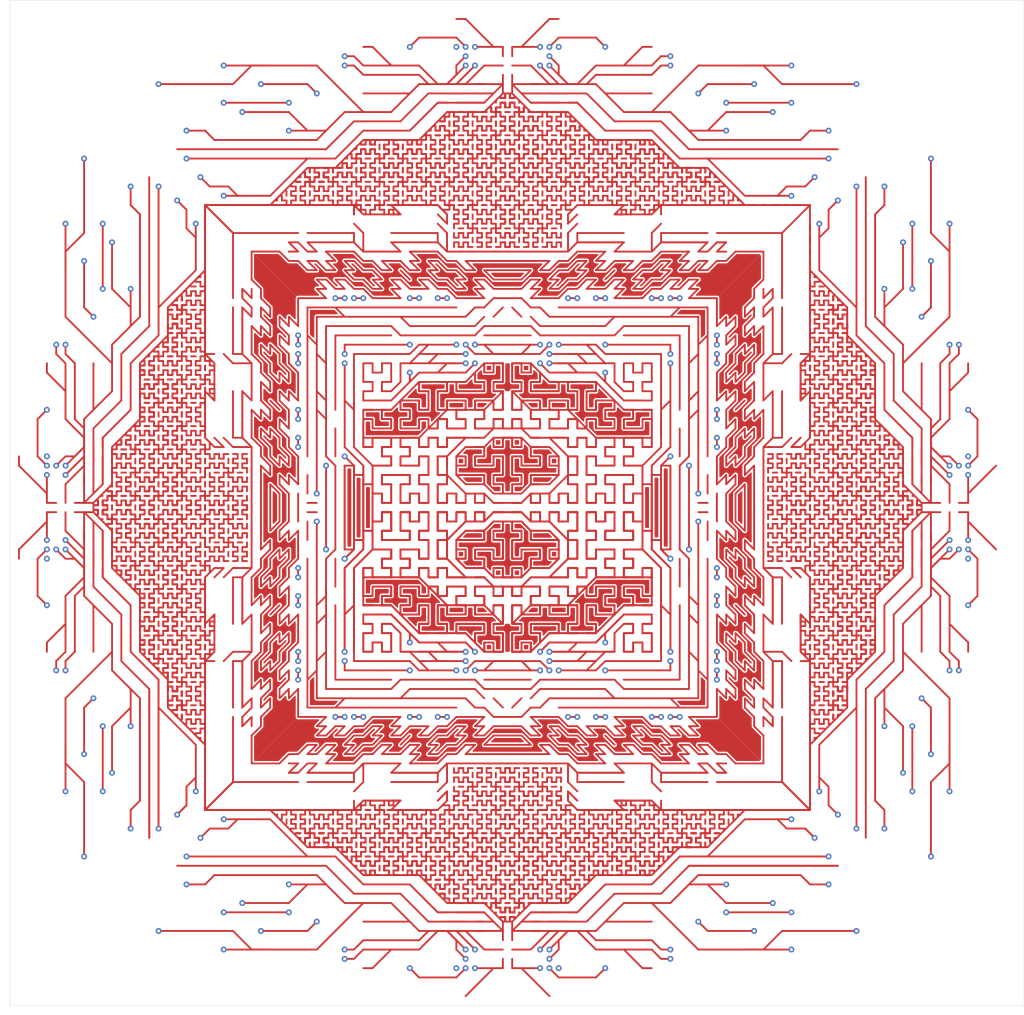
<source format=kicad_pcb>
(kicad_pcb (version 20201116) (generator pcbnew)
  (layers (0 "F.Cu" signal) (31 "B.Cu" signal) (34 "B.Paste" user) (35 "F.Paste" user) (36 "B.SilkS" user "B.Silkscreen") (37 "F.SilkS" user "F.Silkscreen") (38 "B.Mask" user) (39 "F.Mask" user) (44 "Edge.Cuts" user))
  (net 0 "")
  (net 1 "nees")
  (gr_rect (start 215.9 27.94) (end 77.47 165.1) (layer "Edge.Cuts") (width 0.05) (fill none))
  (segment (start 144.78 104.14) (end 144.78 102.87) (width 0.25) (layer "F.Cu") (net 0))
  (segment (start 145.7325 53.975) (end 145.7325 53.34) (width 0.25) (layer "F.Cu") (net 0))
  (segment (start 138.7475 48.26) (end 138.7475 48.895) (width 0.25) (layer "F.Cu") (net 0))
  (segment (start 136.8425 53.975) (end 136.8425 54.61) (width 0.25) (layer "F.Cu") (net 0))
  (segment (start 187.96 107.6325) (end 187.96 106.9975) (width 0.25) (layer "F.Cu") (net 0))
  (segment (start 176.8475 54.9275) (end 177.165 55.245) (width 0.25) (layer "F.Cu") (net 0))
  (segment (start 160.9725 55.245) (end 160.3375 55.245) (width 0.25) (layer "F.Cu") (net 0))
  (segment (start 95.885 88.5825) (end 96.52 88.5825) (width 0.25) (layer "F.Cu") (net 0))
  (segment (start 180.34 77.47) (end 180.34 78.74) (width 0.25) (layer "F.Cu") (net 0))
  (segment (start 176.53 101.6) (end 175.26 100.33) (width 0.25) (layer "F.Cu") (net 0))
  (segment (start 194.31 84.7725) (end 193.675 84.7725) (width 0.25) (layer "F.Cu") (net 0))
  (segment (start 143.51 100.33) (end 144.78 100.33) (width 0.25) (layer "F.Cu") (net 0))
  (segment (start 152.7175 60.325) (end 152.0825 60.325) (width 0.25) (layer "F.Cu") (net 0))
  (segment (start 192.405 105.7275) (end 192.405 105.0925) (width 0.25) (layer "F.Cu") (net 0))
  (segment (start 145.7325 51.435) (end 146.3675 51.435) (width 0.25) (layer "F.Cu") (net 0))
  (segment (start 130.4925 47.625) (end 129.8575 47.625) (width 0.25) (layer "F.Cu") (net 0))
  (segment (start 152.4 114.3) (end 151.13 114.3) (width 0.25) (layer "F.Cu") (net 0))
  (segment (start 148.59 105.41) (end 149.86 105.41) (width 0.25) (layer "F.Cu") (net 0))
  (segment (start 123.5075 142.875) (end 123.5075 142.24) (width 0.25) (layer "F.Cu") (net 0))
  (segment (start 159.7025 52.07) (end 160.3375 52.07) (width 0.25) (layer "F.Cu") (net 0))
  (segment (start 96.52 105.7275) (end 96.52 106.3625) (width 0.25) (layer "F.Cu") (net 0))
  (segment (start 135.89 111.76) (end 135.89 113.03) (width 0.25) (layer "F.Cu") (net 0))
  (segment (start 129.8575 51.435) (end 129.8575 52.07) (width 0.25) (layer "F.Cu") (net 0))
  (segment (start 186.69 61.2775) (end 186.69 60.6425) (width 0.25) (layer "F.Cu") (net 0))
  (segment (start 186.69 67.6275) (end 186.69 66.9925) (width 0.25) (layer "F.Cu") (net 0))
  (segment (start 95.885 110.1725) (end 95.885 110.8075) (width 0.25) (layer "F.Cu") (net 0))
  (segment (start 136.2075 53.34) (end 136.8425 53.34) (width 0.25) (layer "F.Cu") (net 0))
  (segment (start 205.74 129.54) (end 205.74 132.08) (width 0.25) (layer "F.Cu") (net 0))
  (segment (start 198.12 89.8525) (end 197.485 89.8525) (width 0.25) (layer "F.Cu") (net 0))
  (segment (start 136.2075 146.05) (end 136.2075 145.415) (width 0.25) (layer "F.Cu") (net 0))
  (segment (start 187.325 120.9675) (end 186.69 120.9675) (width 0.25) (layer "F.Cu") (net 0))
  (segment (start 160.3375 142.875) (end 160.9725 142.875) (width 0.25) (layer "F.Cu") (net 0))
  (segment (start 193.675 117.7925) (end 193.675 117.1575) (width 0.25) (layer "F.Cu") (net 0))
  (segment (start 144.4625 133.985) (end 145.0975 133.985) (width 0.25) (layer "F.Cu") (net 0))
  (segment (start 153.3525 145.415) (end 152.7175 145.415) (width 0.25) (layer "F.Cu") (net 0))
  (segment (start 96.52 115.2525) (end 96.52 115.8875) (width 0.25) (layer "F.Cu") (net 0))
  (segment (start 121.92 123.19) (end 129.54 123.19) (width 0.25) (layer "F.Cu") (net 0))
  (segment (start 162.56 104.14) (end 161.29 104.14) (width 0.25) (layer "F.Cu") (net 0))
  (segment (start 103.505 82.8675) (end 103.505 83.5025) (width 0.25) (layer "F.Cu") (net 0))
  (segment (start 123.19 110.49) (end 123.19 116.84) (width 0.25) (layer "F.Cu") (net 0))
  (segment (start 129.8575 146.05) (end 130.4925 146.05) (width 0.25) (layer "F.Cu") (net 0))
  (segment (start 165.1 106.68) (end 165.1 107.95) (width 0.25) (layer "F.Cu") (net 0))
  (segment (start 157.7975 53.975) (end 157.1625 53.975) (width 0.25) (layer "F.Cu") (net 0))
  (segment (start 159.7025 142.24) (end 160.3375 142.24) (width 0.25) (layer "F.Cu") (net 0))
  (segment (start 87.63 96.52) (end 88.9 96.52) (width 0.25) (layer "F.Cu") (net 0))
  (segment (start 143.8275 53.975) (end 143.8275 54.61) (width 0.25) (layer "F.Cu") (net 0))
  (segment (start 130.81 82.55) (end 132.08 82.55) (width 0.25) (layer "F.Cu") (net 0))
  (segment (start 110.49 66.04) (end 110.49 62.23) (width 0.25) (layer "F.Cu") (net 0))
  (segment (start 95.885 91.1225) (end 95.25 91.1225) (width 0.25) (layer "F.Cu") (net 0))
  (segment (start 193.04 80.3275) (end 193.675 80.3275) (width 0.25) (layer "F.Cu") (net 0))
  (segment (start 97.4725 75.2475) (end 99.06 73.66) (width 0.25) (layer "F.Cu") (net 0))
  (segment (start 129.54 77.47) (end 128.27 77.47) (width 0.25) (layer "F.Cu") (net 0))
  (segment (start 141.2875 142.24) (end 141.2875 142.875) (width 0.25) (layer "F.Cu") (net 0))
  (segment (start 148.9075 43.815) (end 148.2725 43.815) (width 0.25) (layer "F.Cu") (net 0))
  (segment (start 154.6225 52.07) (end 155.2575 52.07) (width 0.25) (layer "F.Cu") (net 0))
  (segment (start 127 87.63) (end 128.27 87.63) (width 0.25) (layer "F.Cu") (net 0))
  (segment (start 99.06 119.0625) (end 99.06 118.4275) (width 0.25) (layer "F.Cu") (net 0))
  (segment (start 167.64 151.13) (end 168.91 149.86) (width 0.25) (layer "F.Cu") (net 0))
  (segment (start 130.4925 142.875) (end 129.8575 142.875) (width 0.25) (layer "F.Cu") (net 0))
  (segment (start 121.6025 53.34) (end 121.6025 52.705) (width 0.25) (layer "F.Cu") (net 0))
  (segment (start 180.6575 138.43) (end 180.0225 138.43) (width 0.25) (layer "F.Cu") (net 0))
  (segment (start 197.485 93.6625) (end 196.85 93.6625) (width 0.25) (layer "F.Cu") (net 0))
  (segment (start 196.85 96.8375) (end 197.485 96.8375) (width 0.25) (layer "F.Cu") (net 0))
  (segment (start 143.8275 50.8) (end 143.8275 51.435) (width 0.25) (layer "F.Cu") (net 0))
  (segment (start 156.21 74.93) (end 152.4 74.93) (width 0.25) (layer "F.Cu") (net 0))
  (segment (start 135.89 138.43) (end 129.54 138.43) (width 0.25) (layer "F.Cu") (net 0))
  (segment (start 154.6225 45.085) (end 154.6225 45.72) (width 0.25) (layer "F.Cu") (net 0))
  (segment (start 152.4 104.14) (end 151.13 104.14) (width 0.25) (layer "F.Cu") (net 0))
  (segment (start 190.5 119.0625) (end 190.5 119.6975) (width 0.25) (layer "F.Cu") (net 0))
  (segment (start 127 106.68) (end 127 105.41) (width 0.25) (layer "F.Cu") (net 0))
  (segment (start 143.8275 55.88) (end 143.8275 56.515) (width 0.25) (layer "F.Cu") (net 0))
  (segment (start 108.585 88.9) (end 107.95 88.9) (width 0.25) (layer "F.Cu") (net 0))
  (segment (start 102.235 101.2825) (end 102.235 100.6475) (width 0.25) (layer "F.Cu") (net 0))
  (segment (start 128.5875 146.05) (end 128.5875 146.685) (width 0.25) (layer "F.Cu") (net 0))
  (segment (start 189.865 79.6925) (end 190.5 79.6925) (width 0.25) (layer "F.Cu") (net 0))
  (segment (start 191.135 122.2375) (end 191.135 121.6025) (width 0.25) (layer "F.Cu") (net 0))
  (segment (start 141.9225 48.895) (end 141.9225 48.26) (width 0.25) (layer "F.Cu") (net 0))
  (segment (start 195.58 115.8875) (end 194.945 115.8875) (width 0.25) (layer "F.Cu") (net 0))
  (segment (start 151.4475 142.875) (end 151.4475 142.24) (width 0.25) (layer "F.Cu") (net 0))
  (segment (start 148.59 92.71) (end 149.86 92.71) (width 0.25) (layer "F.Cu") (net 0))
  (segment (start 124.1425 138.43) (end 125.4125 138.43) (width 0.25) (layer "F.Cu") (net 0))
  (segment (start 193.675 106.3625) (end 194.31 106.3625) (width 0.25) (layer "F.Cu") (net 0))
  (segment (start 95.25 94.9325) (end 94.615 94.9325) (width 0.25) (layer "F.Cu") (net 0))
  (segment (start 137.16 110.49) (end 135.89 110.49) (width 0.25) (layer "F.Cu") (net 0))
  (segment (start 99.06 72.7075) (end 99.06 72.0725) (width 0.25) (layer "F.Cu") (net 0))
  (segment (start 198.12 76.2) (end 194.31 72.39) (width 0.25) (layer "F.Cu") (net 0))
  (segment (start 100.33 108.2675) (end 100.33 107.6325) (width 0.25) (layer "F.Cu") (net 0))
  (segment (start 187.96 119.6975) (end 187.325 119.6975) (width 0.25) (layer "F.Cu") (net 0))
  (segment (start 100.33 98.1075) (end 100.965 98.1075) (width 0.25) (layer "F.Cu") (net 0))
  (segment (start 132.08 106.68) (end 130.81 106.68) (width 0.25) (layer "F.Cu") (net 0))
  (segment (start 119.6975 52.07) (end 119.6975 51.435) (width 0.25) (layer "F.Cu") (net 0))
  (segment (start 104.14 61.9125) (end 104.14 62.5475) (width 0.25) (layer "F.Cu") (net 0))
  (segment (start 95.25 87.9475) (end 95.885 87.9475) (width 0.25) (layer "F.Cu") (net 0))
  (segment (start 138.7475 137.16) (end 138.1125 137.16) (width 0.25) (layer "F.Cu") (net 0))
  (segment (start 89.535 97.4725) (end 89.535 98.1075) (width 0.25) (layer "F.Cu") (net 0))
  (segment (start 187.325 75.2475) (end 187.325 75.8825) (width 0.25) (layer "F.Cu") (net 0))
  (segment (start 120.3325 142.875) (end 120.3325 142.24) (width 0.25) (layer "F.Cu") (net 0))
  (segment (start 186.69 133.6675) (end 186.69 134.3025) (width 0.25) (layer "F.Cu") (net 0))
  (segment (start 130.4925 51.435) (end 129.8575 51.435) (width 0.25) (layer "F.Cu") (net 0))
  (segment (start 100.965 102.5525) (end 100.33 102.5525) (width 0.25) (layer "F.Cu") (net 0))
  (segment (start 189.23 107.6325) (end 189.23 106.9975) (width 0.25) (layer "F.Cu") (net 0))
  (segment (start 119.0625 52.705) (end 119.0625 52.07) (width 0.25) (layer "F.Cu") (net 0))
  (segment (start 182.245 101.2825) (end 182.245 100.6475) (width 0.25) (layer "F.Cu") (net 0))
  (segment (start 194.31 112.7125) (end 194.31 112.0775) (width 0.25) (layer "F.Cu") (net 0))
  (segment (start 160.02 102.87) (end 160.02 104.14) (width 0.25) (layer "F.Cu") (net 0))
  (segment (start 137.16 104.14) (end 137.16 102.87) (width 0.25) (layer "F.Cu") (net 0))
  (segment (start 194.945 115.8875) (end 195.58 115.8875) (width 0.25) (layer "F.Cu") (net 0))
  (segment (start 133.35 106.68) (end 132.08 106.68) (width 0.25) (layer "F.Cu") (net 0))
  (segment (start 100.965 79.6925) (end 100.965 79.0575) (width 0.25) (layer "F.Cu") (net 0))
  (segment (start 128.27 81.28) (end 128.27 80.01) (width 0.25) (layer "F.Cu") (net 0))
  (segment (start 152.0825 52.07) (end 152.0825 51.435) (width 0.25) (layer "F.Cu") (net 0))
  (segment (start 132.08 116.84) (end 130.81 116.84) (width 0.25) (layer "F.Cu") (net 0))
  (segment (start 181.61 125.73) (end 181.61 127) (width 0.25) (layer "F.Cu") (net 0))
  (segment (start 189.23 94.9325) (end 189.865 94.9325) (width 0.25) (layer "F.Cu") (net 0))
  (segment (start 153.9875 140.335) (end 154.6225 140.335) (width 0.25) (layer "F.Cu") (net 0))
  (segment (start 150.8125 146.05) (end 151.4475 146.05) (width 0.25) (layer "F.Cu") (net 0))
  (segment (start 104.14 96.8375) (end 104.14 97.4725) (width 0.25) (layer "F.Cu") (net 0))
  (segment (start 100.965 122.2375) (end 100.965 122.8725) (width 0.25) (layer "F.Cu") (net 0))
  (segment (start 189.23 76.5175) (end 190.5 76.5175) (width 0.25) (layer "F.Cu") (net 0))
  (segment (start 138.1125 138.43) (end 138.1125 137.795) (width 0.25) (layer "F.Cu") (net 0))
  (segment (start 191.135 103.8225) (end 191.135 104.4575) (width 0.25) (layer "F.Cu") (net 0))
  (segment (start 129.54 123.19) (end 139.7 123.19) (width 0.25) (layer "F.Cu") (net 0))
  (segment (start 141.2875 133.985) (end 141.2875 133.35) (width 0.25) (layer "F.Cu") (net 0))
  (segment (start 164.1475 49.53) (end 164.7825 49.53) (width 0.25) (layer "F.Cu") (net 0))
  (segment (start 124.46 133.35) (end 124.46 134.62) (width 0.25) (layer "F.Cu") (net 0))
  (segment (start 138.43 109.22) (end 138.43 110.49) (width 0.25) (layer "F.Cu") (net 0))
  (segment (start 146.3675 45.085) (end 146.3675 44.45) (width 0.25) (layer "F.Cu") (net 0))
  (segment (start 191.135 93.0275) (end 191.135 93.6625) (width 0.25) (layer "F.Cu") (net 0))
  (segment (start 101.6 126.0475) (end 102.235 126.0475) (width 0.25) (layer "F.Cu") (net 0))
  (segment (start 190.5 96.2025) (end 190.5 96.8375) (width 0.25) (layer "F.Cu") (net 0))
  (segment (start 171.7675 142.875) (end 171.1325 142.875) (width 0.25) (layer "F.Cu") (net 0))
  (segment (start 121.6025 53.975) (end 121.6025 54.61) (width 0.25) (layer "F.Cu") (net 0))
  (segment (start 129.8575 145.415) (end 129.8575 146.05) (width 0.25) (layer "F.Cu") (net 0))
  (segment (start 165.4175 146.05) (end 164.7825 146.05) (width 0.25) (layer "F.Cu") (net 0))
  (segment (start 155.2575 146.05) (end 155.8925 146.05) (width 0.25) (layer "F.Cu") (net 0))
  (segment (start 193.04 111.4425) (end 193.675 111.4425) (width 0.25) (layer "F.Cu") (net 0))
  (segment (start 100.33 81.5975) (end 100.33 80.9625) (width 0.25) (layer "F.Cu") (net 0))
  (segment (start 189.23 74.6125) (end 188.595 74.6125) (width 0.25) (layer "F.Cu") (net 0))
  (segment (start 136.8425 49.53) (end 136.8425 48.895) (width 0.25) (layer "F.Cu") (net 0))
  (segment (start 90.17 96.8375) (end 90.805 96.8375) (width 0.25) (layer "F.Cu") (net 0))
  (segment (start 165.4175 137.795) (end 165.4175 137.4775) (width 0.25) (layer "F.Cu") (net 0))
  (segment (start 141.9225 146.05) (end 141.2875 146.05) (width 0.25) (layer "F.Cu") (net 0))
  (segment (start 111.76 107.95) (end 113.03 106.68) (width 0.25) (layer "F.Cu") (net 0))
  (segment (start 140.0175 58.42) (end 139.3825 58.42) (width 0.25) (layer "F.Cu") (net 0))
  (segment (start 127.9525 49.53) (end 127.3175 49.53) (width 0.25) (layer "F.Cu") (net 0))
  (segment (start 145.7325 135.89) (end 145.7325 136.525) (width 0.25) (layer "F.Cu") (net 0))
  (segment (start 140.6525 55.245) (end 140.0175 55.245) (width 0.25) (layer "F.Cu") (net 0))
  (segment (start 145.0975 54.61) (end 145.0975 55.245) (width 0.25) (layer "F.Cu") (net 0))
  (segment (start 136.8425 50.8) (end 136.8425 50.165) (width 0.25) (layer "F.Cu") (net 0))
  (segment (start 109.22 125.73) (end 109.22 127) (width 0.25) (layer "F.Cu") (net 0))
  (segment (start 105.41 103.8225) (end 105.41 104.4575) (width 0.25) (layer "F.Cu") (net 0))
  (segment (start 188.595 75.2475) (end 189.23 75.2475) (width 0.25) (layer "F.Cu") (net 0))
  (segment (start 115.57 73.66) (end 114.3 72.39) (width 0.25) (layer "F.Cu") (net 0))
  (segment (start 190.5 122.8725) (end 191.135 122.8725) (width 0.25) (layer "F.Cu") (net 0))
  (segment (start 160.3375 49.53) (end 160.3375 48.895) (width 0.25) (layer "F.Cu") (net 0))
  (segment (start 201.93 96.52) (end 201.93 97.79) (width 0.25) (layer "F.Cu") (net 0))
  (segment (start 100.965 100.0125) (end 100.965 100.6475) (width 0.25) (layer "F.Cu") (net 0))
  (segment (start 196.85 100.0125) (end 196.85 100.6475) (width 0.25) (layer "F.Cu") (net 0))
  (segment (start 165.4175 51.435) (end 165.4175 50.8) (width 0.25) (layer "F.Cu") (net 0))
  (segment (start 99.06 87.9475) (end 98.425 87.9475) (width 0.25) (layer "F.Cu") (net 0))
  (segment (start 101.6 137.795) (end 100.33 139.065) (width 0.25) (layer "F.Cu") (net 0))
  (segment (start 163.5125 143.51) (end 163.5125 142.875) (width 0.25) (layer "F.Cu") (net 0))
  (segment (start 197.485 93.0275) (end 197.485 93.6625) (width 0.25) (layer "F.Cu") (net 0))
  (segment (start 162.2425 144.78) (end 162.2425 145.415) (width 0.25) (layer "F.Cu") (net 0))
  (segment (start 147.0025 133.35) (end 147.0025 133.985) (width 0.25) (layer "F.Cu") (net 0))
  (segment (start 163.83 93.98) (end 163.83 92.71) (width 0.25) (layer "F.Cu") (net 0))
  (segment (start 114.3 88.9) (end 115.57 90.17) (width 0.25) (layer "F.Cu") (net 0))
  (segment (start 175.26 71.12) (end 175.26 72.39) (width 0.25) (layer "F.Cu") (net 0))
  (segment (start 119.6975 141.605) (end 120.3325 141.605) (width 0.25) (layer "F.Cu") (net 0))
  (segment (start 143.1925 139.7) (end 143.1925 140.335) (width 0.25) (layer "F.Cu") (net 0))
  (segment (start 126.0475 144.145) (end 125.4125 144.145) (width 0.25) (layer "F.Cu") (net 0))
  (segment (start 143.1925 53.975) (end 142.5575 53.975) (width 0.25) (layer "F.Cu") (net 0))
  (segment (start 142.5575 139.7) (end 142.5575 139.065) (width 0.25) (layer "F.Cu") (net 0))
  (segment (start 168.91 118.11) (end 168.91 120.65) (width 0.25) (layer "F.Cu") (net 0))
  (segment (start 144.4625 59.69) (end 144.4625 60.325) (width 0.25) (layer "F.Cu") (net 0))
  (segment (start 146.05 114.3) (end 146.05 116.84) (width 0.25) (layer "F.Cu") (net 0))
  (segment (start 87.63 95.25) (end 87.63 96.52) (width 0.25) (layer "F.Cu") (net 0))
  (segment (start 135.89 104.14) (end 137.16 104.14) (width 0.25) (layer "F.Cu") (net 0))
  (segment (start 179.07 76.2) (end 177.8 77.47) (width 0.25) (layer "F.Cu") (net 0))
  (segment (start 140.0175 43.18) (end 141.2875 43.18) (width 0.25) (layer "F.Cu") (net 0))
  (segment (start 133.0325 51.435) (end 133.0325 52.07) (width 0.25) (layer "F.Cu") (net 0))
  (segment (start 134.62 105.41) (end 133.35 105.41) (width 0.25) (layer "F.Cu") (net 0))
  (segment (start 143.51 68.58) (end 142.24 69.85) (width 0.25) (layer "F.Cu") (net 0))
  (segment (start 99.06 86.0425) (end 99.695 86.0425) (width 0.25) (layer "F.Cu") (net 0))
  (segment (start 177.8 55.88) (end 186.69 55.88) (width 0.25) (layer "F.Cu") (net 0))
  (segment (start 157.7975 47.625) (end 157.1625 47.625) (width 0.25) (layer "F.Cu") (net 0))
  (segment (start 125.73 132.08) (end 124.46 133.35) (width 0.25) (layer "F.Cu") (net 0))
  (segment (start 133.35 111.76) (end 130.81 111.76) (width 0.25) (layer "F.Cu") (net 0))
  (segment (start 164.1475 53.975) (end 164.1475 53.34) (width 0.25) (layer "F.Cu") (net 0))
  (segment (start 177.8 36.83) (end 180.34 36.83) (width 0.25) (layer "F.Cu") (net 0))
  (segment (start 162.2425 53.975) (end 162.2425 54.61) (width 0.25) (layer "F.Cu") (net 0))
  (segment (start 189.23 75.8825) (end 189.865 75.8825) (width 0.25) (layer "F.Cu") (net 0))
  (segment (start 154.6225 48.895) (end 153.9875 48.895) (width 0.25) (layer "F.Cu") (net 0))
  (segment (start 123.5075 140.97) (end 124.1425 140.97) (width 0.25) (layer "F.Cu") (net 0))
  (segment (start 103.505 108.9025) (end 102.87 108.9025) (width 0.25) (layer "F.Cu") (net 0))
  (segment (start 127 99.06) (end 127 97.79) (width 0.25) (layer "F.Cu") (net 0))
  (segment (start 141.2875 136.525) (end 141.9225 136.525) (width 0.25) (layer "F.Cu") (net 0))
  (segment (start 107.95 105.41) (end 106.68 106.68) (width 0.25) (layer "F.Cu") (net 0))
  (segment (start 159.7025 144.78) (end 160.3375 144.78) (width 0.25) (layer "F.Cu") (net 0))
  (segment (start 135.5725 50.165) (end 135.5725 50.8) (width 0.25) (layer "F.Cu") (net 0))
  (segment (start 161.6075 57.15) (end 160.02 57.15) (width 0.25) (layer "F.Cu") (net 0))
  (segment (start 156.5275 52.705) (end 156.5275 52.07) (width 0.25) (layer "F.Cu") (net 0))
  (segment (start 155.2575 51.435) (end 155.2575 52.07) (width 0.25) (layer "F.Cu") (net 0))
  (segment (start 146.05 154.94) (end 146.05 153.67) (width 0.25) (layer "F.Cu") (net 0))
  (segment (start 176.8475 55.245) (end 176.8475 54.9275) (width 0.25) (layer "F.Cu") (net 0))
  (segment (start 160.9725 145.415) (end 160.3375 145.415) (width 0.25) (layer "F.Cu") (net 0))
  (segment (start 137.16 100.33) (end 137.16 101.6) (width 0.25) (layer "F.Cu") (net 0))
  (segment (start 99.06 119.6975) (end 98.425 119.6975) (width 0.25) (layer "F.Cu") (net 0))
  (segment (start 160.3375 142.24) (end 160.3375 142.875) (width 0.25) (layer "F.Cu") (net 0))
  (segment (start 148.9075 43.18) (end 148.2725 43.18) (width 0.25) (layer "F.Cu") (net 0))
  (segment (start 143.51 113.03) (end 144.78 113.03) (width 0.25) (layer "F.Cu") (net 0))
  (segment (start 155.8925 143.51) (end 155.8925 144.145) (width 0.25) (layer "F.Cu") (net 0))
  (segment (start 158.75 76.2) (end 157.48 74.93) (width 0.25) (layer "F.Cu") (net 0))
  (segment (start 127.3175 53.975) (end 127.3175 53.34) (width 0.25) (layer "F.Cu") (net 0))
  (segment (start 136.8425 45.085) (end 136.2075 45.085) (width 0.25) (layer "F.Cu") (net 0))
  (segment (start 107.315 96.8375) (end 107.315 97.4725) (width 0.25) (layer "F.Cu") (net 0))
  (segment (start 194.31 100.6475) (end 194.31 101.2825) (width 0.25) (layer "F.Cu") (net 0))
  (segment (start 151.13 88.9) (end 152.4 90.17) (width 0.25) (layer "F.Cu") (net 0))
  (segment (start 146.3675 153.035) (end 146.3675 153.3525) (width 0.25) (layer "F.Cu") (net 0))
  (segment (start 143.1925 52.07) (end 143.1925 51.435) (width 0.25) (layer "F.Cu") (net 0))
  (segment (start 91.44 98.1075) (end 91.44 99.3775) (width 0.25) (layer "F.Cu") (net 0))
  (segment (start 164.1475 47.625) (end 163.5125 47.625) (width 0.25) (layer "F.Cu") (net 0))
  (segment (start 166.37 116.84) (end 166.37 113.03) (width 0.25) (layer "F.Cu") (net 0))
  (segment (start 173.99 85.09) (end 173.99 83.82) (width 0.25) (layer "F.Cu") (net 0))
  (segment (start 170.4975 51.435) (end 169.8625 51.435) (width 0.25) (layer "F.Cu") (net 0))
  (segment (start 185.42 92.3925) (end 184.785 92.3925) (width 0.25) (layer "F.Cu") (net 0))
  (segment (start 99.695 84.1375) (end 99.695 83.5025) (width 0.25) (layer "F.Cu") (net 0))
  (segment (start 170.4975 142.875) (end 170.4975 142.24) (width 0.25) (layer "F.Cu") (net 0))
  (segment (start 99.695 73.9775) (end 99.695 74.6125) (width 0.25) (layer "F.Cu") (net 0))
  (segment (start 104.14 106.68) (end 104.14 113.03) (width 0.25) (layer "F.Cu") (net 0))
  (segment (start 154.6225 149.225) (end 154.6225 148.59) (width 0.25) (layer "F.Cu") (net 0))
  (segment (start 187.96 73.9775) (end 188.595 73.9775) (width 0.25) (layer "F.Cu") (net 0))
  (segment (start 100.965 101.9175) (end 100.965 101.2825) (width 0.25) (layer "F.Cu") (net 0))
  (segment (start 127 102.87) (end 129.54 102.87) (width 0.25) (layer "F.Cu") (net 0))
  (segment (start 95.885 78.4225) (end 95.885 79.0575) (width 0.25) (layer "F.Cu") (net 0))
  (segment (start 155.8925 146.05) (end 155.8925 146.685) (width 0.25) (layer "F.Cu") (net 0))
  (segment (start 170.4975 142.24) (end 170.4975 142.875) (width 0.25) (layer "F.Cu") (net 0))
  (segment (start 146.05 87.63) (end 144.78 87.63) (width 0.25) (layer "F.Cu") (net 0))
  (segment (start 146.05 90.17) (end 146.05 91.44) (width 0.25) (layer "F.Cu") (net 0))
  (segment (start 163.5125 50.8) (end 163.5125 51.435) (width 0.25) (layer "F.Cu") (net 0))
  (segment (start 132.08 104.14) (end 130.81 104.14) (width 0.25) (layer "F.Cu") (net 0))
  (segment (start 82.55 115.57) (end 82.55 116.84) (width 0.25) (layer "F.Cu") (net 0))
  (segment (start 182.88 94.2975) (end 182.88 94.9325) (width 0.25) (layer "F.Cu") (net 0))
  (segment (start 126.0475 52.07) (end 126.0475 51.435) (width 0.25) (layer "F.Cu") (net 0))
  (segment (start 196.215 98.1075) (end 196.215 98.7425) (width 0.25) (layer "F.Cu") (net 0))
  (segment (start 189.23 96.8375) (end 189.23 97.4725) (width 0.25) (layer "F.Cu") (net 0))
  (segment (start 96.52 97.4725) (end 97.155 97.4725) (width 0.25) (layer "F.Cu") (net 0))
  (segment (start 145.0975 60.325) (end 145.0975 59.69) (width 0.25) (layer "F.Cu") (net 0))
  (segment (start 143.8275 149.86) (end 143.8275 149.225) (width 0.25) (layer "F.Cu") (net 0))
  (segment (start 194.945 115.8875) (end 195.58 115.8875) (width 0.25) (layer "F.Cu") (net 0))
  (segment (start 166.6875 142.875) (end 167.3225 142.875) (width 0.25) (layer "F.Cu") (net 0))
  (segment (start 173.6725 139.065) (end 173.0375 139.065) (width 0.25) (layer "F.Cu") (net 0))
  (segment (start 135.5725 145.415) (end 135.5725 146.05) (width 0.25) (layer "F.Cu") (net 0))
  (segment (start 100.965 72.7075) (end 100.33 72.7075) (width 0.25) (layer "F.Cu") (net 0))
  (segment (start 146.05 110.49) (end 146.05 111.76) (width 0.25) (layer "F.Cu") (net 0))
  (segment (start 137.16 137.16) (end 137.16 135.89) (width 0.25) (layer "F.Cu") (net 0))
  (segment (start 131.7625 54.61) (end 132.3975 54.61) (width 0.25) (layer "F.Cu") (net 0))
  (segment (start 189.865 72.0725) (end 189.865 71.4375) (width 0.25) (layer "F.Cu") (net 0))
  (segment (start 132.08 105.41) (end 132.08 104.14) (width 0.25) (layer "F.Cu") (net 0))
  (segment (start 129.54 107.95) (end 129.54 109.22) (width 0.25) (layer "F.Cu") (net 0))
  (segment (start 129.54 102.87) (end 129.54 104.14) (width 0.25) (layer "F.Cu") (net 0))
  (segment (start 141.2875 54.61) (end 141.9225 54.61) (width 0.25) (layer "F.Cu") (net 0))
  (segment (start 139.3825 133.35) (end 140.0175 133.35) (width 0.25) (layer "F.Cu") (net 0))
  (segment (start 191.77 105.7275) (end 192.405 105.7275) (width 0.25) (layer "F.Cu") (net 0))
  (segment (start 166.37 83.82) (end 167.64 82.55) (width 0.25) (layer "F.Cu") (net 0))
  (segment (start 137.4775 45.085) (end 137.4775 44.45) (width 0.25) (layer "F.Cu") (net 0))
  (segment (start 125.73 83.82) (end 125.73 85.09) (width 0.25) (layer "F.Cu") (net 0))
  (segment (start 165.4175 55.245) (end 165.4175 54.61) (width 0.25) (layer "F.Cu") (net 0))
  (segment (start 148.9075 50.8) (end 149.5425 50.8) (width 0.25) (layer "F.Cu") (net 0))
  (segment (start 181.61 87.63) (end 181.61 81.28) (width 0.25) (layer "F.Cu") (net 0))
  (segment (start 180.975 105.41) (end 181.61 105.41) (width 0.25) (layer "F.Cu") (net 0))
  (segment (start 96.52 87.9475) (end 96.52 88.5825) (width 0.25) (layer "F.Cu") (net 0))
  (segment (start 187.325 98.7425) (end 187.325 98.1075) (width 0.25) (layer "F.Cu") (net 0))
  (segment (start 156.21 109.22) (end 157.48 109.22) (width 0.25) (layer "F.Cu") (net 0))
  (segment (start 141.9225 53.34) (end 141.9225 53.975) (width 0.25) (layer "F.Cu") (net 0))
  (segment (start 184.15 93.0275) (end 184.785 93.0275) (width 0.25) (layer "F.Cu") (net 0))
  (segment (start 105.0925 112.0775) (end 105.41 111.76) (width 0.25) (layer "F.Cu") (net 0))
  (segment (start 130.4925 142.875) (end 129.8575 142.875) (width 0.25) (layer "F.Cu") (net 0))
  (segment (start 95.885 114.6175) (end 96.52 114.6175) (width 0.25) (layer "F.Cu") (net 0))
  (segment (start 101.6 113.9825) (end 101.6 113.3475) (width 0.25) (layer "F.Cu") (net 0))
  (segment (start 172.4025 142.24) (end 173.0375 142.24) (width 0.25) (layer "F.Cu") (net 0))
  (segment (start 161.6075 144.145) (end 161.6075 143.51) (width 0.25) (layer "F.Cu") (net 0))
  (segment (start 103.505 120.9675) (end 104.14 120.9675) (width 0.25) (layer "F.Cu") (net 0))
  (segment (start 193.04 95.5675) (end 193.04 96.2025) (width 0.25) (layer "F.Cu") (net 0))
  (segment (start 188.595 77.1525) (end 189.23 77.1525) (width 0.25) (layer "F.Cu") (net 0))
  (segment (start 168.5925 50.8) (end 168.91 50.8) (width 0.25) (layer "F.Cu") (net 0))
  (segment (start 98.425 103.1875) (end 99.06 103.1875) (width 0.25) (layer "F.Cu") (net 0))
  (segment (start 189.865 122.2375) (end 189.865 122.8725) (width 0.25) (layer "F.Cu") (net 0))
  (segment (start 146.3675 146.05) (end 145.7325 146.05) (width 0.25) (layer "F.Cu") (net 0))
  (segment (start 128.5875 146.685) (end 128.5875 146.05) (width 0.25) (layer "F.Cu") (net 0))
  (segment (start 100.33 104.4575) (end 100.965 104.4575) (width 0.25) (layer "F.Cu") (net 0))
  (segment (start 130.4925 47.625) (end 130.4925 48.26) (width 0.25) (layer "F.Cu") (net 0))
  (segment (start 99.06 120.3325) (end 99.06 120.65) (width 0.25) (layer "F.Cu") (net 0))
  (segment (start 161.29 106.68) (end 161.29 105.41) (width 0.25) (layer "F.Cu") (net 0))
  (segment (start 127 110.49) (end 125.73 110.49) (width 0.25) (layer "F.Cu") (net 0))
  (segment (start 143.8275 138.43) (end 143.8275 137.795) (width 0.25) (layer "F.Cu") (net 0))
  (segment (start 188.595 113.9825) (end 188.595 113.3475) (width 0.25) (layer "F.Cu") (net 0))
  (segment (start 138.1125 136.525) (end 138.1125 137.16) (width 0.25) (layer "F.Cu") (net 0))
  (segment (start 152.7175 50.8) (end 152.0825 50.8) (width 0.25) (layer "F.Cu") (net 0))
  (segment (start 133.35 82.55) (end 133.35 83.82) (width 0.25) (layer "F.Cu") (net 0))
  (segment (start 199.39 88.9) (end 195.58 85.09) (width 0.25) (layer "F.Cu") (net 0))
  (segment (start 104.775 77.7875) (end 105.41 77.7875) (width 0.25) (layer "F.Cu") (net 0))
  (segment (start 99.695 75.8825) (end 99.695 75.2475) (width 0.25) (layer "F.Cu") (net 0))
  (segment (start 165.1 86.36) (end 165.1 87.63) (width 0.25) (layer "F.Cu") (net 0))
  (segment (start 118.4275 140.335) (end 118.4275 139.7) (width 0.25) (layer "F.Cu") (net 0))
  (segment (start 93.98 93.0275) (end 93.345 93.0275) (width 0.25) (layer "F.Cu") (net 0))
  (segment (start 140.97 105.41) (end 142.24 105.41) (width 0.25) (layer "F.Cu") (net 0))
  (segment (start 187.325 67.6275) (end 186.69 67.6275) (width 0.25) (layer "F.Cu") (net 0))
  (segment (start 119.38 74.93) (end 119.38 73.66) (width 0.25) (layer "F.Cu") (net 0))
  (segment (start 107.315 95.5675) (end 107.315 96.2025) (width 0.25) (layer "F.Cu") (net 0))
  (segment (start 164.1475 47.625) (end 163.5125 47.625) (width 0.25) (layer "F.Cu") (net 0))
  (segment (start 96.52 82.2325) (end 95.885 82.2325) (width 0.25) (layer "F.Cu") (net 0))
  (segment (start 192.405 117.1575) (end 193.04 117.1575) (width 0.25) (layer "F.Cu") (net 0))
  (segment (start 104.775 100.6475) (end 104.775 100.0125) (width 0.25) (layer "F.Cu") (net 0))
  (segment (start 138.43 64.77) (end 137.16 64.77) (width 0.25) (layer "F.Cu") (net 0))
  (segment (start 102.87 107.6325) (end 102.235 107.6325) (width 0.25) (layer "F.Cu") (net 0))
  (segment (start 189.865 72.0725) (end 189.865 71.4375) (width 0.25) (layer "F.Cu") (net 0))
  (segment (start 95.885 79.6925) (end 96.52 79.6925) (width 0.25) (layer "F.Cu") (net 0))
  (segment (start 131.1275 52.07) (end 130.4925 52.07) (width 0.25) (layer "F.Cu") (net 0))
  (segment (start 120.9675 140.97) (end 121.6025 140.97) (width 0.25) (layer "F.Cu") (net 0))
  (segment (start 145.0975 138.43) (end 145.7325 138.43) (width 0.25) (layer "F.Cu") (net 0))
  (segment (start 101.6 83.5025) (end 101.6 82.8675) (width 0.25) (layer "F.Cu") (net 0))
  (segment (start 165.4175 51.435) (end 165.4175 50.8) (width 0.25) (layer "F.Cu") (net 0))
  (segment (start 136.2075 48.895) (end 136.8425 48.895) (width 0.25) (layer "F.Cu") (net 0))
  (segment (start 104.775 77.1525) (end 105.0925 77.1525) (width 0.25) (layer "F.Cu") (net 0))
  (segment (start 152.4 119.38) (end 157.48 119.38) (width 0.25) (layer "F.Cu") (net 0))
  (segment (start 145.7325 53.975) (end 146.3675 53.975) (width 0.25) (layer "F.Cu") (net 0))
  (segment (start 194.945 109.5375) (end 194.945 108.9025) (width 0.25) (layer "F.Cu") (net 0))
  (segment (start 95.25 116.5225) (end 95.25 115.8875) (width 0.25) (layer "F.Cu") (net 0))
  (segment (start 158.4325 47.625) (end 158.4325 46.99) (width 0.25) (layer "F.Cu") (net 0))
  (segment (start 152.0825 151.13) (end 151.4475 151.13) (width 0.25) (layer "F.Cu") (net 0))
  (segment (start 109.855 94.9325) (end 109.855 94.2975) (width 0.25) (layer "F.Cu") (net 0))
  (segment (start 152.7175 146.05) (end 152.0825 146.05) (width 0.25) (layer "F.Cu") (net 0))
  (segment (start 160.9725 48.26) (end 160.3375 48.26) (width 0.25) (layer "F.Cu") (net 0))
  (segment (start 194.31 100.6475) (end 193.675 100.6475) (width 0.25) (layer "F.Cu") (net 0))
  (segment (start 197.485 88.5825) (end 197.485 87.9475) (width 0.25) (layer "F.Cu") (net 0))
  (segment (start 194.945 94.9325) (end 194.31 94.9325) (width 0.25) (layer "F.Cu") (net 0))
  (segment (start 186.69 118.11) (end 185.42 118.11) (width 0.25) (layer "F.Cu") (net 0))
  (segment (start 125.4125 48.895) (end 125.4125 48.26) (width 0.25) (layer "F.Cu") (net 0))
  (segment (start 189.865 114.6175) (end 190.5 114.6175) (width 0.25) (layer "F.Cu") (net 0))
  (segment (start 146.05 39.37) (end 146.05 40.64) (width 0.25) (layer "F.Cu") (net 0))
  (segment (start 129.2225 139.7) (end 129.2225 139.065) (width 0.25) (layer "F.Cu") (net 0))
  (segment (start 157.7975 53.975) (end 157.7975 53.34) (width 0.25) (layer "F.Cu") (net 0))
  (segment (start 101.6 69.5325) (end 100.965 69.5325) (width 0.25) (layer "F.Cu") (net 0))
  (segment (start 194.945 80.3275) (end 194.31 80.3275) (width 0.25) (layer "F.Cu") (net 0))
  (segment (start 133.0325 51.435) (end 133.6675 51.435) (width 0.25) (layer "F.Cu") (net 0))
  (segment (start 171.1325 142.24) (end 171.1325 142.875) (width 0.25) (layer "F.Cu") (net 0))
  (segment (start 191.77 113.3475) (end 191.77 113.9825) (width 0.25) (layer "F.Cu") (net 0))
  (segment (start 132.08 129.54) (end 130.81 130.81) (width 0.25) (layer "F.Cu") (net 0))
  (segment (start 186.69 131.1275) (end 186.69 129.8575) (width 0.25) (layer "F.Cu") (net 0))
  (segment (start 194.945 82.2325) (end 194.31 82.2325) (width 0.25) (layer "F.Cu") (net 0))
  (segment (start 100.33 122.2375) (end 99.695 122.2375) (width 0.25) (layer "F.Cu") (net 0))
  (segment (start 194.31 77.7875) (end 193.675 77.7875) (width 0.25) (layer "F.Cu") (net 0))
  (segment (start 144.78 107.95) (end 146.05 107.95) (width 0.25) (layer "F.Cu") (net 0))
  (segment (start 126.6825 51.435) (end 127.3175 51.435) (width 0.25) (layer "F.Cu") (net 0))
  (segment (start 157.1625 146.05) (end 157.7975 146.05) (width 0.25) (layer "F.Cu") (net 0))
  (segment (start 191.77 85.4075) (end 191.135 85.4075) (width 0.25) (layer "F.Cu") (net 0))
  (segment (start 144.78 107.95) (end 146.05 107.95) (width 0.25) (layer "F.Cu") (net 0))
  (segment (start 92.71 99.3775) (end 92.075 99.3775) (width 0.25) (layer "F.Cu") (net 0))
  (segment (start 104.14 73.3425) (end 104.14 72.7075) (width 0.25) (layer "F.Cu") (net 0))
  (segment (start 141.9225 48.895) (end 141.2875 48.895) (width 0.25) (layer "F.Cu") (net 0))
  (segment (start 104.14 131.1275) (end 104.14 129.8575) (width 0.25) (layer "F.Cu") (net 0))
  (segment (start 192.405 90.4875) (end 192.405 89.8525) (width 0.25) (layer "F.Cu") (net 0))
  (segment (start 130.81 95.25) (end 130.81 96.52) (width 0.25) (layer "F.Cu") (net 0))
  (segment (start 137.16 57.15) (end 137.16 58.42) (width 0.25) (layer "F.Cu") (net 0))
  (segment (start 151.13 119.38) (end 149.86 118.11) (width 0.25) (layer "F.Cu") (net 0))
  (segment (start 199.39 95.5675) (end 199.39 94.9325) (width 0.25) (layer "F.Cu") (net 0))
  (segment (start 134.9375 145.415) (end 135.5725 145.415) (width 0.25) (layer "F.Cu") (net 0))
  (segment (start 164.7825 56.515) (end 164.7825 57.15) (width 0.25) (layer "F.Cu") (net 0))
  (segment (start 139.3825 136.525) (end 140.0175 136.525) (width 0.25) (layer "F.Cu") (net 0))
  (segment (start 138.1125 148.59) (end 138.7475 148.59) (width 0.25) (layer "F.Cu") (net 0))
  (segment (start 148.59 119.38) (end 147.32 118.11) (width 0.25) (layer "F.Cu") (net 0))
  (segment (start 172.72 105.41) (end 172.72 124.46) (width 0.25) (layer "F.Cu") (net 0))
  (segment (start 102.235 94.2975) (end 101.6 94.2975) (width 0.25) (layer "F.Cu") (net 0))
  (segment (start 144.4625 58.42) (end 145.0975 58.42) (width 0.25) (layer "F.Cu") (net 0))
  (segment (start 141.9225 46.355) (end 142.5575 46.355) (width 0.25) (layer "F.Cu") (net 0))
  (segment (start 127 113.03) (end 127 114.3) (width 0.25) (layer "F.Cu") (net 0))
  (segment (start 125.73 109.22) (end 127 109.22) (width 0.25) (layer "F.Cu") (net 0))
  (segment (start 152.7175 151.13) (end 152.7175 150.495) (width 0.25) (layer "F.Cu") (net 0))
  (segment (start 183.515 91.7575) (end 184.15 91.7575) (width 0.25) (layer "F.Cu") (net 0))
  (segment (start 191.135 69.5325) (end 191.135 69.215) (width 0.25) (layer "F.Cu") (net 0))
  (segment (start 193.675 86.6775) (end 193.675 87.3125) (width 0.25) (layer "F.Cu") (net 0))
  (segment (start 99.695 93.6625) (end 100.33 93.6625) (width 0.25) (layer "F.Cu") (net 0))
  (segment (start 191.135 120.3325) (end 191.135 119.6975) (width 0.25) (layer "F.Cu") (net 0))
  (segment (start 140.97 132.08) (end 137.16 132.08) (width 0.25) (layer "F.Cu") (net 0))
  (segment (start 163.83 77.47) (end 163.83 78.74) (width 0.25) (layer "F.Cu") (net 0))
  (segment (start 97.155 97.4725) (end 97.155 96.8375) (width 0.25) (layer "F.Cu") (net 0))
  (segment (start 179.07 118.11) (end 179.07 119.38) (width 0.25) (layer "F.Cu") (net 0))
  (segment (start 126.0475 46.99) (end 126.6825 46.99) (width 0.25) (layer "F.Cu") (net 0))
  (segment (start 194.945 91.7575) (end 195.58 91.7575) (width 0.25) (layer "F.Cu") (net 0))
  (segment (start 138.7475 59.69) (end 139.3825 59.69) (width 0.25) (layer "F.Cu") (net 0))
  (segment (start 138.1125 43.815) (end 138.7475 43.815) (width 0.25) (layer "F.Cu") (net 0))
  (segment (start 99.695 112.7125) (end 100.33 112.7125) (width 0.25) (layer "F.Cu") (net 0))
  (segment (start 130.81 86.36) (end 130.81 85.09) (width 0.25) (layer "F.Cu") (net 0))
  (segment (start 102.235 95.5675) (end 102.87 95.5675) (width 0.25) (layer "F.Cu") (net 0))
  (segment (start 186.69 120.3325) (end 186.69 120.9675) (width 0.25) (layer "F.Cu") (net 0))
  (segment (start 107.95 77.47) (end 106.68 76.2) (width 0.25) (layer "F.Cu") (net 0))
  (segment (start 152.7175 133.985) (end 152.0825 133.985) (width 0.25) (layer "F.Cu") (net 0))
  (segment (start 164.7825 51.435) (end 165.4175 51.435) (width 0.25) (layer "F.Cu") (net 0))
  (segment (start 194.945 105.0925) (end 194.31 105.0925) (width 0.25) (layer "F.Cu") (net 0))
  (segment (start 191.77 75.2475) (end 192.405 75.2475) (width 0.25) (layer "F.Cu") (net 0))
  (segment (start 172.4025 50.8) (end 172.4025 51.435) (width 0.25) (layer "F.Cu") (net 0))
  (segment (start 128.5875 50.8) (end 128.5875 50.165) (width 0.25) (layer "F.Cu") (net 0))
  (segment (start 198.755 100.6475) (end 198.12 100.6475) (width 0.25) (layer "F.Cu") (net 0))
  (segment (start 152.7175 145.415) (end 152.7175 146.05) (width 0.25) (layer "F.Cu") (net 0))
  (segment (start 151.4475 49.53) (end 152.0825 49.53) (width 0.25) (layer "F.Cu") (net 0))
  (segment (start 143.51 83.82) (end 144.78 83.82) (width 0.25) (layer "F.Cu") (net 0))
  (segment (start 184.785 91.1225) (end 184.785 91.7575) (width 0.25) (layer "F.Cu") (net 0))
  (segment (start 134.9375 53.975) (end 135.5725 53.975) (width 0.25) (layer "F.Cu") (net 0))
  (segment (start 133.6675 141.605) (end 133.6675 142.24) (width 0.25) (layer "F.Cu") (net 0))
  (segment (start 138.43 99.06) (end 137.16 99.06) (width 0.25) (layer "F.Cu") (net 0))
  (segment (start 138.43 114.3) (end 138.43 113.03) (width 0.25) (layer "F.Cu") (net 0))
  (segment (start 196.215 92.3925) (end 196.215 93.0275) (width 0.25) (layer "F.Cu") (net 0))
  (segment (start 133.6675 139.7) (end 133.0325 139.7) (width 0.25) (layer "F.Cu") (net 0))
  (segment (start 147.0025 53.34) (end 147.0025 52.07) (width 0.25) (layer "F.Cu") (net 0))
  (segment (start 187.325 110.8075) (end 187.96 110.8075) (width 0.25) (layer "F.Cu") (net 0))
  (segment (start 102.87 105.7275) (end 102.87 106.3625) (width 0.25) (layer "F.Cu") (net 0))
  (segment (start 148.59 115.57) (end 148.59 116.84) (width 0.25) (layer "F.Cu") (net 0))
  (segment (start 116.84 72.39) (end 116.84 68.58) (width 0.25) (layer "F.Cu") (net 0))
  (segment (start 104.14 133.0325) (end 104.14 133.6675) (width 0.25) (layer "F.Cu") (net 0))
  (segment (start 151.4475 138.43) (end 152.0825 138.43) (width 0.25) (layer "F.Cu") (net 0))
  (segment (start 120.3325 52.07) (end 120.9675 52.07) (width 0.25) (layer "F.Cu") (net 0))
  (segment (start 95.885 112.0775) (end 96.52 112.0775) (width 0.25) (layer "F.Cu") (net 0))
  (segment (start 190.5 122.2375) (end 190.5 121.6025) (width 0.25) (layer "F.Cu") (net 0))
  (segment (start 93.98 121.92) (end 95.25 123.19) (width 0.25) (layer "F.Cu") (net 0))
  (segment (start 147.0025 144.78) (end 147.6375 144.78) (width 0.25) (layer "F.Cu") (net 0))
  (segment (start 160.02 137.16) (end 160.3375 137.16) (width 0.25) (layer "F.Cu") (net 0))
  (segment (start 203.2 95.25) (end 203.2 96.52) (width 0.25) (layer "F.Cu") (net 0))
  (segment (start 93.98 96.8375) (end 93.98 96.2025) (width 0.25) (layer "F.Cu") (net 0))
  (segment (start 151.13 66.04) (end 152.4 64.77) (width 0.25) (layer "F.Cu") (net 0))
  (segment (start 149.5425 144.78) (end 149.5425 145.415) (width 0.25) (layer "F.Cu") (net 0))
  (segment (start 149.5425 133.985) (end 148.9075 133.985) (width 0.25) (layer "F.Cu") (net 0))
  (segment (start 107.315 92.3925) (end 106.68 92.3925) (width 0.25) (layer "F.Cu") (net 0))
  (segment (start 153.67 110.49) (end 148.59 110.49) (width 0.25) (layer "F.Cu") (net 0))
  (segment (start 152.7175 45.72) (end 152.7175 46.355) (width 0.25) (layer "F.Cu") (net 0))
  (segment (start 191.135 119.0625) (end 190.5 119.0625) (width 0.25) (layer "F.Cu") (net 0))
  (segment (start 131.7625 53.34) (end 131.1275 53.34) (width 0.25) (layer "F.Cu") (net 0))
  (segment (start 99.695 69.5325) (end 99.695 69.215) (width 0.25) (layer "F.Cu") (net 0))
  (segment (start 159.0675 146.685) (end 159.0675 147.32) (width 0.25) (layer "F.Cu") (net 0))
  (segment (start 191.77 110.8075) (end 191.135 110.8075) (width 0.25) (layer "F.Cu") (net 0))
  (segment (start 130.81 116.84) (end 130.81 115.57) (width 0.25) (layer "F.Cu") (net 0))
  (segment (start 102.235 108.9025) (end 101.6 108.9025) (width 0.25) (layer "F.Cu") (net 0))
  (segment (start 136.2075 141.605) (end 135.5725 141.605) (width 0.25) (layer "F.Cu") (net 0))
  (segment (start 164.1475 48.26) (end 164.1475 48.895) (width 0.25) (layer "F.Cu") (net 0))
  (segment (start 135.89 111.76) (end 135.89 113.03) (width 0.25) (layer "F.Cu") (net 0))
  (segment (start 153.9875 45.085) (end 154.6225 45.085) (width 0.25) (layer "F.Cu") (net 0))
  (segment (start 142.24 81.28) (end 140.97 81.28) (width 0.25) (layer "F.Cu") (net 0))
  (segment (start 97.155 113.9825) (end 97.79 113.9825) (width 0.25) (layer "F.Cu") (net 0))
  (segment (start 140.97 80.01) (end 142.24 80.01) (width 0.25) (layer "F.Cu") (net 0))
  (segment (start 186.69 113.9825) (end 186.69 114.6175) (width 0.25) (layer "F.Cu") (net 0))
  (segment (start 191.77 82.2325) (end 192.405 82.2325) (width 0.25) (layer "F.Cu") (net 0))
  (segment (start 128.5875 52.07) (end 128.5875 51.435) (width 0.25) (layer "F.Cu") (net 0))
  (segment (start 119.38 157.48) (end 106.68 157.48) (width 0.25) (layer "F.Cu") (net 0))
  (segment (start 161.29 80.01) (end 162.56 80.01) (width 0.25) (layer "F.Cu") (net 0))
  (segment (start 116.5225 139.065) (end 115.8875 139.065) (width 0.25) (layer "F.Cu") (net 0))
  (segment (start 181.61 96.8375) (end 181.61 96.2025) (width 0.25) (layer "F.Cu") (net 0))
  (segment (start 124.46 76.2) (end 124.46 77.47) (width 0.25) (layer "F.Cu") (net 0))
  (segment (start 100.965 84.7725) (end 100.965 84.1375) (width 0.25) (layer "F.Cu") (net 0))
  (segment (start 91.44 98.1075) (end 92.075 98.1075) (width 0.25) (layer "F.Cu") (net 0))
  (segment (start 141.9225 142.875) (end 141.9225 142.24) (width 0.25) (layer "F.Cu") (net 0))
  (segment (start 100.33 69.5325) (end 99.695 69.5325) (width 0.25) (layer "F.Cu") (net 0))
  (segment (start 148.2725 51.435) (end 148.2725 52.07) (width 0.25) (layer "F.Cu") (net 0))
  (segment (start 185.42 82.55) (end 185.42 82.2325) (width 0.25) (layer "F.Cu") (net 0))
  (segment (start 115.57 78.74) (end 115.57 80.01) (width 0.25) (layer "F.Cu") (net 0))
  (segment (start 93.345 105.7275) (end 93.345 106.3625) (width 0.25) (layer "F.Cu") (net 0))
  (segment (start 198.12 100.0125) (end 198.12 99.3775) (width 0.25) (layer "F.Cu") (net 0))
  (segment (start 191.135 99.3775) (end 191.135 100.0125) (width 0.25) (layer "F.Cu") (net 0))
  (segment (start 145.0975 135.89) (end 145.0975 136.525) (width 0.25) (layer "F.Cu") (net 0))
  (segment (start 147.32 92.71) (end 147.32 93.98) (width 0.25) (layer "F.Cu") (net 0))
  (segment (start 128.5875 48.26) (end 128.5875 47.625) (width 0.25) (layer "F.Cu") (net 0))
  (segment (start 144.78 86.36) (end 144.78 85.09) (width 0.25) (layer "F.Cu") (net 0))
  (segment (start 166.6875 51.435) (end 167.3225 51.435) (width 0.25) (layer "F.Cu") (net 0))
  (segment (start 157.48 97.79) (end 156.21 97.79) (width 0.25) (layer "F.Cu") (net 0))
  (segment (start 144.4625 139.7) (end 145.0975 139.7) (width 0.25) (layer "F.Cu") (net 0))
  (segment (start 92.71 73.66) (end 93.98 72.39) (width 0.25) (layer "F.Cu") (net 0))
  (segment (start 138.1125 52.705) (end 136.8425 52.705) (width 0.25) (layer "F.Cu") (net 0))
  (segment (start 149.5425 48.26) (end 149.5425 47.625) (width 0.25) (layer "F.Cu") (net 0))
  (segment (start 95.885 116.5225) (end 95.25 116.5225) (width 0.25) (layer "F.Cu") (net 0))
  (segment (start 188.595 89.2175) (end 187.96 89.2175) (width 0.25) (layer "F.Cu") (net 0))
  (segment (start 107.95 93.0275) (end 107.315 93.0275) (width 0.25) (layer "F.Cu") (net 0))
  (segment (start 102.235 91.7575) (end 101.6 91.7575) (width 0.25) (layer "F.Cu") (net 0))
  (segment (start 152.4 92.71) (end 152.4 90.17) (width 0.25) (layer "F.Cu") (net 0))
  (segment (start 171.1325 140.335) (end 171.7675 140.335) (width 0.25) (layer "F.Cu") (net 0))
  (segment (start 156.5275 47.625) (end 156.5275 48.26) (width 0.25) (layer "F.Cu") (net 0))
  (segment (start 101.6 75.8825) (end 100.965 75.8825) (width 0.25) (layer "F.Cu") (net 0))
  (segment (start 123.5075 54.61) (end 123.5075 55.245) (width 0.25) (layer "F.Cu") (net 0))
  (segment (start 149.86 107.95) (end 149.86 109.22) (width 0.25) (layer "F.Cu") (net 0))
  (segment (start 99.695 71.4375) (end 100.33 71.4375) (width 0.25) (layer "F.Cu") (net 0))
  (segment (start 149.5425 49.53) (end 150.1775 49.53) (width 0.25) (layer "F.Cu") (net 0))
  (segment (start 193.04 114.6175) (end 193.04 115.2525) (width 0.25) (layer "F.Cu") (net 0))
  (segment (start 145.0975 150.495) (end 144.4625 150.495) (width 0.25) (layer "F.Cu") (net 0))
  (segment (start 146.05 40.64) (end 148.2725 42.8625) (width 0.25) (layer "F.Cu") (net 0))
  (segment (start 138.1125 55.88) (end 138.1125 56.515) (width 0.25) (layer "F.Cu") (net 0))
  (segment (start 152.4 81.28) (end 151.13 81.28) (width 0.25) (layer "F.Cu") (net 0))
  (segment (start 99.695 108.9025) (end 99.695 109.5375) (width 0.25) (layer "F.Cu") (net 0))
  (segment (start 104.775 91.1225) (end 105.41 91.1225) (width 0.25) (layer "F.Cu") (net 0))
  (segment (start 136.2075 54.61) (end 136.2075 55.245) (width 0.25) (layer "F.Cu") (net 0))
  (segment (start 155.2575 146.685) (end 155.2575 147.32) (width 0.25) (layer "F.Cu") (net 0))
  (segment (start 130.81 110.49) (end 132.08 110.49) (width 0.25) (layer "F.Cu") (net 0))
  (segment (start 190.5 105.0925) (end 190.5 105.7275) (width 0.25) (layer "F.Cu") (net 0))
  (segment (start 186.69 114.6175) (end 186.69 115.2525) (width 0.25) (layer "F.Cu") (net 0))
  (segment (start 131.1275 52.07) (end 130.4925 52.07) (width 0.25) (layer "F.Cu") (net 0))
  (segment (start 143.8275 140.97) (end 143.8275 142.24) (width 0.25) (layer "F.Cu") (net 0))
  (segment (start 186.69 74.6125) (end 186.69 75.2475) (width 0.25) (layer "F.Cu") (net 0))
  (segment (start 184.15 103.1875) (end 184.785 103.1875) (width 0.25) (layer "F.Cu") (net 0))
  (segment (start 138.43 67.31) (end 139.7 67.31) (width 0.25) (layer "F.Cu") (net 0))
  (segment (start 145.0975 148.59) (end 145.0975 149.225) (width 0.25) (layer "F.Cu") (net 0))
  (segment (start 173.6725 55.245) (end 173.0375 55.245) (width 0.25) (layer "F.Cu") (net 0))
  (segment (start 117.7925 52.705) (end 119.0625 52.705) (width 0.25) (layer "F.Cu") (net 0))
  (segment (start 167.3225 142.875) (end 167.3225 142.24) (width 0.25) (layer "F.Cu") (net 0))
  (segment (start 103.505 128.5875) (end 103.505 128.905) (width 0.25) (layer "F.Cu") (net 0))
  (segment (start 159.7025 48.895) (end 159.0675 48.895) (width 0.25) (layer "F.Cu") (net 0))
  (segment (start 150.8125 147.955) (end 150.8125 148.59) (width 0.25) (layer "F.Cu") (net 0))
  (segment (start 175.5775 139.065) (end 175.5775 138.43) (width 0.25) (layer "F.Cu") (net 0))
  (segment (start 190.5 106.3625) (end 190.5 106.9975) (width 0.25) (layer "F.Cu") (net 0))
  (segment (start 184.15 96.2025) (end 184.15 96.8375) (width 0.25) (layer "F.Cu") (net 0))
  (segment (start 153.67 132.08) (end 154.94 133.35) (width 0.25) (layer "F.Cu") (net 0))
  (segment (start 123.5075 144.145) (end 123.5075 143.51) (width 0.25) (layer "F.Cu") (net 0))
  (segment (start 100.33 100.0125) (end 100.33 100.6475) (width 0.25) (layer "F.Cu") (net 0))
  (segment (start 193.04 82.8675) (end 193.04 83.5025) (width 0.25) (layer "F.Cu") (net 0))
  (segment (start 152.7175 144.78) (end 153.9875 144.78) (width 0.25) (layer "F.Cu") (net 0))
  (segment (start 152.4 125.73) (end 151.13 125.73) (width 0.25) (layer "F.Cu") (net 0))
  (segment (start 195.58 105.0925) (end 196.215 105.0925) (width 0.25) (layer "F.Cu") (net 0))
  (segment (start 101.6 86.0425) (end 100.965 86.0425) (width 0.25) (layer "F.Cu") (net 0))
  (segment (start 125.4125 56.515) (end 125.4125 56.8325) (width 0.25) (layer "F.Cu") (net 0))
  (segment (start 190.5 86.6775) (end 191.135 86.6775) (width 0.25) (layer "F.Cu") (net 0))
  (segment (start 198.12 106.3625) (end 198.4375 106.3625) (width 0.25) (layer "F.Cu") (net 0))
  (segment (start 136.2075 50.8) (end 136.8425 50.8) (width 0.25) (layer "F.Cu") (net 0))
  (segment (start 143.51 114.3) (end 143.51 113.03) (width 0.25) (layer "F.Cu") (net 0))
  (segment (start 120.9675 54.61) (end 120.3325 54.61) (width 0.25) (layer "F.Cu") (net 0))
  (segment (start 186.69 94.9325) (end 186.69 96.2025) (width 0.25) (layer "F.Cu") (net 0))
  (segment (start 140.0175 49.53) (end 140.0175 50.165) (width 0.25) (layer "F.Cu") (net 0))
  (segment (start 95.25 108.9025) (end 95.25 108.2675) (width 0.25) (layer "F.Cu") (net 0))
  (segment (start 119.6975 142.875) (end 119.6975 142.24) (width 0.25) (layer "F.Cu") (net 0))
  (segment (start 127.9525 145.415) (end 127.3175 145.415) (width 0.25) (layer "F.Cu") (net 0))
  (segment (start 126.6825 147.32) (end 126.6825 146.685) (width 0.25) (layer "F.Cu") (net 0))
  (segment (start 133.35 106.68) (end 137.16 110.49) (width 0.25) (layer "F.Cu") (net 0))
  (segment (start 162.56 109.22) (end 161.29 109.22) (width 0.25) (layer "F.Cu") (net 0))
  (segment (start 99.695 121.6025) (end 99.695 122.2375) (width 0.25) (layer "F.Cu") (net 0))
  (segment (start 96.52 107.6325) (end 95.885 107.6325) (width 0.25) (layer "F.Cu") (net 0))
  (segment (start 137.16 113.03) (end 137.16 114.3) (width 0.25) (layer "F.Cu") (net 0))
  (segment (start 159.7025 50.165) (end 159.7025 49.53) (width 0.25) (layer "F.Cu") (net 0))
  (segment (start 139.7 157.48) (end 137.16 154.94) (width 0.25) (layer "F.Cu") (net 0))
  (segment (start 120.9675 142.24) (end 120.3325 142.24) (width 0.25) (layer "F.Cu") (net 0))
  (segment (start 197.485 96.2025) (end 198.12 96.2025) (width 0.25) (layer "F.Cu") (net 0))
  (segment (start 100.33 105.0925) (end 100.33 105.7275) (width 0.25) (layer "F.Cu") (net 0))
  (segment (start 92.075 98.1075) (end 91.44 98.1075) (width 0.25) (layer "F.Cu") (net 0))
  (segment (start 162.8775 145.415) (end 163.5125 145.415) (width 0.25) (layer "F.Cu") (net 0))
  (segment (start 104.14 80.3275) (end 104.14 79.6925) (width 0.25) (layer "F.Cu") (net 0))
  (segment (start 196.85 96.8375) (end 197.485 96.8375) (width 0.25) (layer "F.Cu") (net 0))
  (segment (start 119.38 107.95) (end 119.38 110.49) (width 0.25) (layer "F.Cu") (net 0))
  (segment (start 120.3325 52.07) (end 120.9675 52.07) (width 0.25) (layer "F.Cu") (net 0))
  (segment (start 194.31 116.5225) (end 193.675 116.5225) (width 0.25) (layer "F.Cu") (net 0))
  (segment (start 110.49 100.0125) (end 110.49 100.33) (width 0.25) (layer "F.Cu") (net 0))
  (segment (start 100.965 101.2825) (end 101.6 101.2825) (width 0.25) (layer "F.Cu") (net 0))
  (segment (start 100.33 112.0775) (end 99.695 112.0775) (width 0.25) (layer "F.Cu") (net 0))
  (segment (start 190.5 110.8075) (end 189.865 110.8075) (width 0.25) (layer "F.Cu") (net 0))
  (segment (start 190.5 70.1675) (end 190.5 69.5325) (width 0.25) (layer "F.Cu") (net 0))
  (segment (start 168.5925 51.435) (end 167.9575 51.435) (width 0.25) (layer "F.Cu") (net 0))
  (segment (start 143.1925 141.605) (end 144.4625 141.605) (width 0.25) (layer "F.Cu") (net 0))
  (segment (start 104.14 77.1525) (end 104.775 77.1525) (width 0.25) (layer "F.Cu") (net 0))
  (segment (start 128.5875 146.05) (end 128.5875 146.685) (width 0.25) (layer "F.Cu") (net 0))
  (segment (start 194.945 84.7725) (end 194.945 85.4075) (width 0.25) (layer "F.Cu") (net 0))
  (segment (start 95.885 101.2825) (end 96.52 101.2825) (width 0.25) (layer "F.Cu") (net 0))
  (segment (start 147.32 85.09) (end 146.05 85.09) (width 0.25) (layer "F.Cu") (net 0))
  (segment (start 88.9 93.98) (end 88.9 86.36) (width 0.25) (layer "F.Cu") (net 0))
  (segment (start 194.945 97.4725) (end 194.945 98.1075) (width 0.25) (layer "F.Cu") (net 0))
  (segment (start 131.1275 142.24) (end 130.4925 142.24) (width 0.25) (layer "F.Cu") (net 0))
  (segment (start 99.695 116.5225) (end 99.695 117.1575) (width 0.25) (layer "F.Cu") (net 0))
  (segment (start 164.7825 47.625) (end 164.7825 46.99) (width 0.25) (layer "F.Cu") (net 0))
  (segment (start 138.43 109.22) (end 138.43 110.49) (width 0.25) (layer "F.Cu") (net 0))
  (segment (start 154.94 60.96) (end 161.29 60.96) (width 0.25) (layer "F.Cu") (net 0))
  (segment (start 99.695 122.8725) (end 100.33 122.8725) (width 0.25) (layer "F.Cu") (net 0))
  (segment (start 100.33 108.2675) (end 100.33 107.6325) (width 0.25) (layer "F.Cu") (net 0))
  (segment (start 191.135 71.4375) (end 190.5 71.4375) (width 0.25) (layer "F.Cu") (net 0))
  (segment (start 103.505 123.5075) (end 102.87 123.5075) (width 0.25) (layer "F.Cu") (net 0))
  (segment (start 149.5425 135.89) (end 149.5425 136.525) (width 0.25) (layer "F.Cu") (net 0))
  (segment (start 139.7 110.49) (end 139.7 111.76) (width 0.25) (layer "F.Cu") (net 0))
  (segment (start 129.8575 139.7) (end 129.8575 139.065) (width 0.25) (layer "F.Cu") (net 0))
  (segment (start 118.4275 52.07) (end 117.7925 52.07) (width 0.25) (layer "F.Cu") (net 0))
  (segment (start 146.05 116.84) (end 147.32 116.84) (width 0.25) (layer "F.Cu") (net 0))
  (segment (start 187.96 124.7775) (end 187.96 125.4125) (width 0.25) (layer "F.Cu") (net 0))
  (segment (start 104.14 148.59) (end 101.6 148.59) (width 0.25) (layer "F.Cu") (net 0))
  (segment (start 151.13 99.06) (end 148.59 99.06) (width 0.25) (layer "F.Cu") (net 0))
  (segment (start 117.7925 139.7) (end 117.1575 139.7) (width 0.25) (layer "F.Cu") (net 0))
  (segment (start 127.9525 141.605) (end 128.5875 141.605) (width 0.25) (layer "F.Cu") (net 0))
  (segment (start 125.73 116.84) (end 127 116.84) (width 0.25) (layer "F.Cu") (net 0))
  (segment (start 135.89 87.63) (end 135.89 88.9) (width 0.25) (layer "F.Cu") (net 0))
  (segment (start 152.7175 48.895) (end 152.7175 48.26) (width 0.25) (layer "F.Cu") (net 0))
  (segment (start 115.57 87.63) (end 114.3 86.36) (width 0.25) (layer "F.Cu") (net 0))
  (segment (start 134.62 119.38) (end 138.43 119.38) (width 0.25) (layer "F.Cu") (net 0))
  (segment (start 114.3 86.36) (end 114.3 85.09) (width 0.25) (layer "F.Cu") (net 0))
  (segment (start 154.6225 149.86) (end 153.9875 149.86) (width 0.25) (layer "F.Cu") (net 0))
  (segment (start 131.7625 50.8) (end 131.7625 51.435) (width 0.25) (layer "F.Cu") (net 0))
  (segment (start 147.32 93.98) (end 146.05 93.98) (width 0.25) (layer "F.Cu") (net 0))
  (segment (start 167.9575 138.43) (end 167.3225 138.43) (width 0.25) (layer "F.Cu") (net 0))
  (segment (start 121.6025 55.245) (end 121.6025 55.88) (width 0.25) (layer "F.Cu") (net 0))
  (segment (start 96.52 84.1375) (end 97.155 84.1375) (width 0.25) (layer "F.Cu") (net 0))
  (segment (start 191.135 124.7775) (end 191.135 125.095) (width 0.25) (layer "F.Cu") (net 0))
  (segment (start 138.1125 53.34) (end 137.4775 53.34) (width 0.25) (layer "F.Cu") (net 0))
  (segment (start 166.6875 141.605) (end 165.4175 141.605) (width 0.25) (layer "F.Cu") (net 0))
  (segment (start 133.0325 52.705) (end 132.3975 52.705) (width 0.25) (layer "F.Cu") (net 0))
  (segment (start 100.33 86.0425) (end 100.33 86.6775) (width 0.25) (layer "F.Cu") (net 0))
  (segment (start 169.8625 140.97) (end 169.2275 140.97) (width 0.25) (layer "F.Cu") (net 0))
  (segment (start 148.2725 53.975) (end 148.2725 53.34) (width 0.25) (layer "F.Cu") (net 0))
  (segment (start 101.6 91.7575) (end 101.6 92.3925) (width 0.25) (layer "F.Cu") (net 0))
  (segment (start 97.79 93.6625) (end 97.79 94.2975) (width 0.25) (layer "F.Cu") (net 0))
  (segment (start 194.945 77.1525) (end 195.2625 77.1525) (width 0.25) (layer "F.Cu") (net 0))
  (segment (start 91.44 105.0925) (end 91.44 104.4575) (width 0.25) (layer "F.Cu") (net 0))
  (segment (start 96.52 110.1725) (end 97.155 110.1725) (width 0.25) (layer "F.Cu") (net 0))
  (segment (start 134.3025 141.605) (end 133.6675 141.605) (width 0.25) (layer "F.Cu") (net 0))
  (segment (start 102.87 112.0775) (end 102.87 112.7125) (width 0.25) (layer "F.Cu") (net 0))
  (segment (start 141.9225 46.99) (end 141.9225 47.625) (width 0.25) (layer "F.Cu") (net 0))
  (segment (start 122.2375 141.605) (end 122.2375 140.97) (width 0.25) (layer "F.Cu") (net 0))
  (segment (start 165.1 66.04) (end 163.83 67.31) (width 0.25) (layer "F.Cu") (net 0))
  (segment (start 99.695 113.9825) (end 99.695 113.3475) (width 0.25) (layer "F.Cu") (net 0))
  (segment (start 132.08 95.25) (end 133.35 95.25) (width 0.25) (layer "F.Cu") (net 0))
  (segment (start 141.9225 150.495) (end 142.5575 150.495) (width 0.25) (layer "F.Cu") (net 0))
  (segment (start 125.73 132.08) (end 125.73 134.62) (width 0.25) (layer "F.Cu") (net 0))
  (segment (start 196.215 105.0925) (end 196.215 104.4575) (width 0.25) (layer "F.Cu") (net 0))
  (segment (start 160.3375 137.16) (end 160.655 137.16) (width 0.25) (layer "F.Cu") (net 0))
  (segment (start 127.3175 145.415) (end 127.3175 146.05) (width 0.25) (layer "F.Cu") (net 0))
  (segment (start 136.2075 143.51) (end 136.8425 143.51) (width 0.25) (layer "F.Cu") (net 0))
  (segment (start 90.17 92.71) (end 90.17 90.17) (width 0.25) (layer "F.Cu") (net 0))
  (segment (start 120.3325 51.435) (end 120.9675 51.435) (width 0.25) (layer "F.Cu") (net 0))
  (segment (start 78.74 102.87) (end 78.74 104.14) (width 0.25) (layer "F.Cu") (net 0))
  (segment (start 146.3675 151.765) (end 146.3675 152.4) (width 0.25) (layer "F.Cu") (net 0))
  (segment (start 104.14 55.88) (end 104.14 74.93) (width 0.25) (layer "F.Cu") (net 0))
  (segment (start 179.07 69.85) (end 179.07 71.12) (width 0.25) (layer "F.Cu") (net 0))
  (segment (start 149.86 102.87) (end 149.86 104.14) (width 0.25) (layer "F.Cu") (net 0))
  (segment (start 172.4025 141.605) (end 172.4025 142.24) (width 0.25) (layer "F.Cu") (net 0))
  (segment (start 129.54 104.14) (end 128.27 104.14) (width 0.25) (layer "F.Cu") (net 0))
  (segment (start 182.245 93.0275) (end 182.245 93.6625) (width 0.25) (layer "F.Cu") (net 0))
  (segment (start 135.89 106.68) (end 134.62 106.68) (width 0.25) (layer "F.Cu") (net 0))
  (segment (start 181.61 97.4725) (end 181.61 98.1075) (width 0.25) (layer "F.Cu") (net 0))
  (segment (start 142.5575 151.4475) (end 142.24 151.13) (width 0.25) (layer "F.Cu") (net 0))
  (segment (start 104.14 72.0725) (end 104.14 71.4375) (width 0.25) (layer "F.Cu") (net 0))
  (segment (start 180.34 105.41) (end 181.61 106.68) (width 0.25) (layer "F.Cu") (net 0))
  (segment (start 149.86 111.76) (end 148.59 111.76) (width 0.25) (layer "F.Cu") (net 0))
  (segment (start 153.9875 47.625) (end 153.9875 48.26) (width 0.25) (layer "F.Cu") (net 0))
  (segment (start 189.23 79.0575) (end 189.23 79.6925) (width 0.25) (layer "F.Cu") (net 0))
  (segment (start 99.695 75.2475) (end 100.33 75.2475) (width 0.25) (layer "F.Cu") (net 0))
  (segment (start 147.32 96.52) (end 148.59 95.25) (width 0.25) (layer "F.Cu") (net 0))
  (segment (start 188.595 127.3175) (end 187.96 127.3175) (width 0.25) (layer "F.Cu") (net 0))
  (segment (start 127.3175 139.065) (end 127.3175 139.7) (width 0.25) (layer "F.Cu") (net 0))
  (segment (start 191.77 102.5525) (end 191.135 102.5525) (width 0.25) (layer "F.Cu") (net 0))
  (segment (start 137.4775 47.625) (end 137.4775 48.26) (width 0.25) (layer "F.Cu") (net 0))
  (segment (start 142.24 101.6) (end 140.97 101.6) (width 0.25) (layer "F.Cu") (net 0))
  (segment (start 114.3 93.98) (end 114.3 92.71) (width 0.25) (layer "F.Cu") (net 0))
  (segment (start 156.21 88.9) (end 157.48 88.9) (width 0.25) (layer "F.Cu") (net 0))
  (segment (start 157.1625 144.78) (end 155.8925 144.78) (width 0.25) (layer "F.Cu") (net 0))
  (segment (start 145.7325 139.065) (end 145.0975 139.065) (width 0.25) (layer "F.Cu") (net 0))
  (segment (start 191.135 103.1875) (end 191.135 102.5525) (width 0.25) (layer "F.Cu") (net 0))
  (segment (start 150.1775 144.78) (end 150.1775 145.415) (width 0.25) (layer "F.Cu") (net 0))
  (segment (start 96.52 101.9175) (end 95.885 101.9175) (width 0.25) (layer "F.Cu") (net 0))
  (segment (start 140.0175 48.26) (end 139.3825 48.26) (width 0.25) (layer "F.Cu") (net 0))
  (segment (start 198.755 88.5825) (end 198.755 89.2175) (width 0.25) (layer "F.Cu") (net 0))
  (segment (start 201.93 71.12) (end 203.2 69.85) (width 0.25) (layer "F.Cu") (net 0))
  (segment (start 184.15 97.4725) (end 184.785 97.4725) (width 0.25) (layer "F.Cu") (net 0))
  (segment (start 130.81 105.41) (end 132.08 105.41) (width 0.25) (layer "F.Cu") (net 0))
  (segment (start 88.9 123.19) (end 87.63 124.46) (width 0.25) (layer "F.Cu") (net 0))
  (segment (start 134.9375 48.26) (end 134.9375 47.625) (width 0.25) (layer "F.Cu") (net 0))
  (segment (start 135.5725 146.05) (end 134.9375 146.05) (width 0.25) (layer "F.Cu") (net 0))
  (segment (start 164.7825 142.24) (end 164.7825 142.875) (width 0.25) (layer "F.Cu") (net 0))
  (segment (start 193.04 115.8875) (end 193.04 116.5225) (width 0.25) (layer "F.Cu") (net 0))
  (segment (start 194.945 78.4225) (end 194.945 79.0575) (width 0.25) (layer "F.Cu") (net 0))
  (segment (start 140.6525 50.8) (end 140.6525 51.435) (width 0.25) (layer "F.Cu") (net 0))
  (segment (start 142.24 97.79) (end 140.97 97.79) (width 0.25) (layer "F.Cu") (net 0))
  (segment (start 166.6875 54.61) (end 167.3225 54.61) (width 0.25) (layer "F.Cu") (net 0))
  (segment (start 134.9375 148.59) (end 134.9375 148.9075) (width 0.25) (layer "F.Cu") (net 0))
  (segment (start 141.2875 52.07) (end 141.2875 51.435) (width 0.25) (layer "F.Cu") (net 0))
  (segment (start 132.3975 142.875) (end 131.7625 142.875) (width 0.25) (layer "F.Cu") (net 0))
  (segment (start 193.04 114.6175) (end 193.675 114.6175) (width 0.25) (layer "F.Cu") (net 0))
  (segment (start 192.405 102.5525) (end 192.405 103.1875) (width 0.25) (layer "F.Cu") (net 0))
  (segment (start 176.2125 54.61) (end 176.53 54.61) (width 0.25) (layer "F.Cu") (net 0))
  (segment (start 116.5225 53.34) (end 116.5225 53.975) (width 0.25) (layer "F.Cu") (net 0))
  (segment (start 189.865 77.1525) (end 190.5 77.1525) (width 0.25) (layer "F.Cu") (net 0))
  (segment (start 172.72 62.23) (end 173.99 60.96) (width 0.25) (layer "F.Cu") (net 0))
  (segment (start 130.81 68.58) (end 129.54 67.31) (width 0.25) (layer "F.Cu") (net 0))
  (segment (start 104.14 124.7775) (end 104.14 123.5075) (width 0.25) (layer "F.Cu") (net 0))
  (segment (start 157.1625 48.895) (end 157.1625 48.26) (width 0.25) (layer "F.Cu") (net 0))
  (segment (start 152.4 82.55) (end 153.67 82.55) (width 0.25) (layer "F.Cu") (net 0))
  (segment (start 140.6525 140.335) (end 140.6525 139.7) (width 0.25) (layer "F.Cu") (net 0))
  (segment (start 100.965 122.8725) (end 100.965 122.2375) (width 0.25) (layer "F.Cu") (net 0))
  (segment (start 138.7475 145.415) (end 139.3825 145.415) (width 0.25) (layer "F.Cu") (net 0))
  (segment (start 191.135 114.6175) (end 191.77 114.6175) (width 0.25) (layer "F.Cu") (net 0))
  (segment (start 142.5575 45.72) (end 141.9225 45.72) (width 0.25) (layer "F.Cu") (net 0))
  (segment (start 147.32 78.74) (end 147.32 77.47) (width 0.25) (layer "F.Cu") (net 0))
  (segment (start 114.3 74.93) (end 114.3 73.66) (width 0.25) (layer "F.Cu") (net 0))
  (segment (start 103.505 106.9975) (end 103.505 107.6325) (width 0.25) (layer "F.Cu") (net 0))
  (segment (start 192.405 113.9825) (end 192.405 114.6175) (width 0.25) (layer "F.Cu") (net 0))
  (segment (start 120.65 121.92) (end 120.65 116.84) (width 0.25) (layer "F.Cu") (net 0))
  (segment (start 125.73 107.95) (end 125.73 106.68) (width 0.25) (layer "F.Cu") (net 0))
  (segment (start 101.6 85.4075) (end 101.6 86.0425) (width 0.25) (layer "F.Cu") (net 0))
  (segment (start 171.1325 141.605) (end 170.4975 141.605) (width 0.25) (layer "F.Cu") (net 0))
  (segment (start 91.44 77.47) (end 91.44 74.93) (width 0.25) (layer "F.Cu") (net 0))
  (segment (start 102.235 96.8375) (end 102.235 96.2025) (width 0.25) (layer "F.Cu") (net 0))
  (segment (start 189.865 122.8725) (end 189.865 122.2375) (width 0.25) (layer "F.Cu") (net 0))
  (segment (start 191.135 105.7275) (end 191.135 106.3625) (width 0.25) (layer "F.Cu") (net 0))
  (segment (start 127.9525 49.53) (end 127.9525 48.895) (width 0.25) (layer "F.Cu") (net 0))
  (segment (start 193.675 82.8675) (end 193.675 83.5025) (width 0.25) (layer "F.Cu") (net 0))
  (segment (start 92.71 88.5825) (end 92.075 88.5825) (width 0.25) (layer "F.Cu") (net 0))
  (segment (start 165.1 43.18) (end 167.64 43.18) (width 0.25) (layer "F.Cu") (net 0))
  (segment (start 166.6875 50.8) (end 166.6875 50.165) (width 0.25) (layer "F.Cu") (net 0))
  (segment (start 152.0825 146.05) (end 152.0825 145.415) (width 0.25) (layer "F.Cu") (net 0))
  (segment (start 198.12 106.3625) (end 198.12 105.7275) (width 0.25) (layer "F.Cu") (net 0))
  (segment (start 195.58 96.8375) (end 194.945 96.8375) (width 0.25) (layer "F.Cu") (net 0))
  (segment (start 115.57 107.95) (end 114.3 109.22) (width 0.25) (layer "F.Cu") (net 0))
  (segment (start 139.3825 150.495) (end 140.0175 150.495) (width 0.25) (layer "F.Cu") (net 0))
  (segment (start 124.1425 50.8) (end 124.1425 50.165) (width 0.25) (layer "F.Cu") (net 0))
  (segment (start 156.21 97.79) (end 156.21 100.33) (width 0.25) (layer "F.Cu") (net 0))
  (segment (start 196.215 87.9475) (end 196.215 87.3125) (width 0.25) (layer "F.Cu") (net 0))
  (segment (start 117.7925 141.605) (end 119.0625 141.605) (width 0.25) (layer "F.Cu") (net 0))
  (segment (start 164.7825 56.515) (end 165.4175 56.515) (width 0.25) (layer "F.Cu") (net 0))
  (segment (start 143.8275 58.42) (end 143.1925 58.42) (width 0.25) (layer "F.Cu") (net 0))
  (segment (start 108.585 103.1875) (end 107.95 103.1875) (width 0.25) (layer "F.Cu") (net 0))
  (segment (start 164.1475 51.435) (end 163.5125 51.435) (width 0.25) (layer "F.Cu") (net 0))
  (segment (start 191.135 100.6475) (end 190.5 100.6475) (width 0.25) (layer "F.Cu") (net 0))
  (segment (start 135.89 152.4) (end 132.08 148.59) (width 0.25) (layer "F.Cu") (net 0))
  (segment (start 184.785 104.4575) (end 185.42 104.4575) (width 0.25) (layer "F.Cu") (net 0))
  (segment (start 96.52 118.11) (end 97.4725 119.0625) (width 0.25) (layer "F.Cu") (net 0))
  (segment (start 125.4125 143.51) (end 126.0475 143.51) (width 0.25) (layer "F.Cu") (net 0))
  (segment (start 162.2425 55.245) (end 162.2425 55.88) (width 0.25) (layer "F.Cu") (net 0))
  (segment (start 99.695 82.2325) (end 99.695 81.5975) (width 0.25) (layer "F.Cu") (net 0))
  (segment (start 204.47 116.84) (end 205.74 118.11) (width 0.25) (layer "F.Cu") (net 0))
  (segment (start 151.4475 147.955) (end 152.0825 147.955) (width 0.25) (layer "F.Cu") (net 0))
  (segment (start 196.215 89.2175) (end 196.85 89.2175) (width 0.25) (layer "F.Cu") (net 0))
  (segment (start 180.34 69.85) (end 181.61 68.58) (width 0.25) (layer "F.Cu") (net 0))
  (segment (start 175.26 130.81) (end 173.99 130.81) (width 0.25) (layer "F.Cu") (net 0))
  (segment (start 130.175 57.15) (end 129.54 57.15) (width 0.25) (layer "F.Cu") (net 0))
  (segment (start 193.675 83.5025) (end 194.31 83.5025) (width 0.25) (layer "F.Cu") (net 0))
  (segment (start 190.5 72.7075) (end 190.5 72.0725) (width 0.25) (layer "F.Cu") (net 0))
  (segment (start 100.33 80.3275) (end 99.695 80.3275) (width 0.25) (layer "F.Cu") (net 0))
  (segment (start 161.29 43.18) (end 165.1 43.18) (width 0.25) (layer "F.Cu") (net 0))
  (segment (start 171.1325 142.875) (end 171.1325 142.24) (width 0.25) (layer "F.Cu") (net 0))
  (segment (start 99.695 122.2375) (end 100.33 122.2375) (width 0.25) (layer "F.Cu") (net 0))
  (segment (start 104.775 89.2175) (end 104.775 88.5825) (width 0.25) (layer "F.Cu") (net 0))
  (segment (start 99.695 110.1725) (end 99.695 110.8075) (width 0.25) (layer "F.Cu") (net 0))
  (segment (start 120.65 48.26) (end 100.33 48.26) (width 0.25) (layer "F.Cu") (net 0))
  (segment (start 154.94 93.98) (end 153.67 93.98) (width 0.25) (layer "F.Cu") (net 0))
  (segment (start 161.6075 50.8) (end 162.2425 50.8) (width 0.25) (layer "F.Cu") (net 0))
  (segment (start 191.77 91.7575) (end 191.135 91.7575) (width 0.25) (layer "F.Cu") (net 0))
  (segment (start 147.6375 135.89) (end 147.6375 136.525) (width 0.25) (layer "F.Cu") (net 0))
  (segment (start 192.405 76.5175) (end 193.675 76.5175) (width 0.25) (layer "F.Cu") (net 0))
  (segment (start 137.16 96.52) (end 137.16 95.25) (width 0.25) (layer "F.Cu") (net 0))
  (segment (start 102.87 128.27) (end 103.1875 128.5875) (width 0.25) (layer "F.Cu") (net 0))
  (segment (start 130.81 107.95) (end 133.35 107.95) (width 0.25) (layer "F.Cu") (net 0))
  (segment (start 137.4775 138.43) (end 137.4775 139.065) (width 0.25) (layer "F.Cu") (net 0))
  (segment (start 96.52 102.5525) (end 96.52 103.1875) (width 0.25) (layer "F.Cu") (net 0))
  (segment (start 131.1275 144.78) (end 131.7625 144.78) (width 0.25) (layer "F.Cu") (net 0))
  (segment (start 138.43 113.03) (end 139.7 113.03) (width 0.25) (layer "F.Cu") (net 0))
  (segment (start 90.17 87.63) (end 93.98 83.82) (width 0.25) (layer "F.Cu") (net 0))
  (segment (start 124.1425 145.415) (end 124.1425 144.78) (width 0.25) (layer "F.Cu") (net 0))
  (segment (start 169.8625 52.07) (end 170.4975 52.07) (width 0.25) (layer "F.Cu") (net 0))
  (segment (start 194.31 115.8875) (end 193.675 115.8875) (width 0.25) (layer "F.Cu") (net 0))
  (segment (start 147.32 86.36) (end 147.32 85.09) (width 0.25) (layer "F.Cu") (net 0))
  (segment (start 191.135 123.5075) (end 191.77 123.5075) (width 0.25) (layer "F.Cu") (net 0))
  (segment (start 132.08 82.55) (end 133.35 82.55) (width 0.25) (layer "F.Cu") (net 0))
  (segment (start 136.8425 144.78) (end 136.8425 145.415) (width 0.25) (layer "F.Cu") (net 0))
  (segment (start 103.505 104.4575) (end 102.87 104.4575) (width 0.25) (layer "F.Cu") (net 0))
  (segment (start 126.6825 146.05) (end 126.6825 145.415) (width 0.25) (layer "F.Cu") (net 0))
  (segment (start 158.75 97.79) (end 158.75 99.06) (width 0.25) (layer "F.Cu") (net 0))
  (segment (start 157.48 104.14) (end 157.48 102.87) (width 0.25) (layer "F.Cu") (net 0))
  (segment (start 118.4275 143.51) (end 118.4275 142.875) (width 0.25) (layer "F.Cu") (net 0))
  (segment (start 96.52 83.5025) (end 96.52 84.1375) (width 0.25) (layer "F.Cu") (net 0))
  (segment (start 99.695 120.3325) (end 99.695 119.6975) (width 0.25) (layer "F.Cu") (net 0))
  (segment (start 131.1275 140.97) (end 131.1275 142.24) (width 0.25) (layer "F.Cu") (net 0))
  (segment (start 99.695 79.0575) (end 99.695 78.4225) (width 0.25) (layer "F.Cu") (net 0))
  (segment (start 119.6975 142.24) (end 119.6975 142.875) (width 0.25) (layer "F.Cu") (net 0))
  (segment (start 119.0625 143.51) (end 119.6975 143.51) (width 0.25) (layer "F.Cu") (net 0))
  (segment (start 163.83 67.31) (end 162.56 67.31) (width 0.25) (layer "F.Cu") (net 0))
  (segment (start 109.22 90.4875) (end 109.855 90.4875) (width 0.25) (layer "F.Cu") (net 0))
  (segment (start 173.0375 139.7) (end 173.6725 139.7) (width 0.25) (layer "F.Cu") (net 0))
  (segment (start 102.235 102.5525) (end 101.6 102.5525) (width 0.25) (layer "F.Cu") (net 0))
  (segment (start 136.8425 147.32) (end 136.2075 147.32) (width 0.25) (layer "F.Cu") (net 0))
  (segment (start 99.695 120.3325) (end 99.695 119.6975) (width 0.25) (layer "F.Cu") (net 0))
  (segment (start 100.33 109.5375) (end 100.33 108.9025) (width 0.25) (layer "F.Cu") (net 0))
  (segment (start 108.585 98.1075) (end 108.585 97.4725) (width 0.25) (layer "F.Cu") (net 0))
  (segment (start 133.0325 47.625) (end 133.0325 46.99) (width 0.25) (layer "F.Cu") (net 0))
  (segment (start 151.4475 149.225) (end 150.8125 149.225) (width 0.25) (layer "F.Cu") (net 0))
  (segment (start 157.1625 139.7) (end 157.7975 139.7) (width 0.25) (layer "F.Cu") (net 0))
  (segment (start 127.3175 142.875) (end 127.3175 143.51) (width 0.25) (layer "F.Cu") (net 0))
  (segment (start 165.4175 53.34) (end 166.0525 53.34) (width 0.25) (layer "F.Cu") (net 0))
  (segment (start 95.885 79.6925) (end 96.52 79.6925) (width 0.25) (layer "F.Cu") (net 0))
  (segment (start 136.2075 51.435) (end 136.2075 52.07) (width 0.25) (layer "F.Cu") (net 0))
  (segment (start 145.0975 136.525) (end 144.4625 136.525) (width 0.25) (layer "F.Cu") (net 0))
  (segment (start 184.15 103.8225) (end 184.785 103.8225) (width 0.25) (layer "F.Cu") (net 0))
  (segment (start 140.0175 135.89) (end 139.3825 135.89) (width 0.25) (layer "F.Cu") (net 0))
  (segment (start 196.85 102.5525) (end 196.85 103.1875) (width 0.25) (layer "F.Cu") (net 0))
  (segment (start 127 81.28) (end 125.73 81.28) (width 0.25) (layer "F.Cu") (net 0))
  (segment (start 196.215 93.6625) (end 196.215 94.2975) (width 0.25) (layer "F.Cu") (net 0))
  (segment (start 138.7475 140.97) (end 138.7475 140.335) (width 0.25) (layer "F.Cu") (net 0))
  (segment (start 146.3675 150.495) (end 145.7325 150.495) (width 0.25) (layer "F.Cu") (net 0))
  (segment (start 104.14 99.3775) (end 104.14 98.1075) (width 0.25) (layer "F.Cu") (net 0))
  (segment (start 132.08 92.71) (end 132.08 93.98) (width 0.25) (layer "F.Cu") (net 0))
  (segment (start 102.235 78.4225) (end 101.6 78.4225) (width 0.25) (layer "F.Cu") (net 0))
  (segment (start 155.8925 46.99) (end 155.8925 46.355) (width 0.25) (layer "F.Cu") (net 0))
  (segment (start 169.8625 142.24) (end 170.4975 142.24) (width 0.25) (layer "F.Cu") (net 0))
  (segment (start 97.155 113.9825) (end 97.155 113.3475) (width 0.25) (layer "F.Cu") (net 0))
  (segment (start 189.865 95.5675) (end 189.865 94.9325) (width 0.25) (layer "F.Cu") (net 0))
  (segment (start 125.73 109.22) (end 127 109.22) (width 0.25) (layer "F.Cu") (net 0))
  (segment (start 95.25 105.7275) (end 95.25 106.3625) (width 0.25) (layer "F.Cu") (net 0))
  (segment (start 168.91 128.27) (end 167.64 127) (width 0.25) (layer "F.Cu") (net 0))
  (segment (start 189.865 115.8875) (end 189.865 116.5225) (width 0.25) (layer "F.Cu") (net 0))
  (segment (start 149.5425 47.625) (end 149.5425 48.26) (width 0.25) (layer "F.Cu") (net 0))
  (segment (start 146.05 105.41) (end 146.05 106.68) (width 0.25) (layer "F.Cu") (net 0))
  (segment (start 164.1475 146.685) (end 164.1475 147.32) (width 0.25) (layer "F.Cu") (net 0))
  (segment (start 185.7375 117.1575) (end 185.42 116.84) (width 0.25) (layer "F.Cu") (net 0))
  (segment (start 132.08 97.79) (end 130.81 97.79) (width 0.25) (layer "F.Cu") (net 0))
  (segment (start 147.6375 145.415) (end 147.6375 144.78) (width 0.25) (layer "F.Cu") (net 0))
  (segment (start 110.49 77.47) (end 109.22 76.2) (width 0.25) (layer "F.Cu") (net 0))
  (segment (start 181.61 94.9325) (end 182.245 94.9325) (width 0.25) (layer "F.Cu") (net 0))
  (segment (start 117.7925 55.245) (end 117.7925 55.88) (width 0.25) (layer "F.Cu") (net 0))
  (segment (start 162.8775 137.795) (end 162.2425 137.795) (width 0.25) (layer "F.Cu") (net 0))
  (segment (start 107.315 92.3925) (end 107.95 92.3925) (width 0.25) (layer "F.Cu") (net 0))
  (segment (start 193.04 118.4275) (end 193.675 118.4275) (width 0.25) (layer "F.Cu") (net 0))
  (segment (start 99.695 82.2325) (end 99.695 81.5975) (width 0.25) (layer "F.Cu") (net 0))
  (segment (start 124.46 107.95) (end 124.46 106.68) (width 0.25) (layer "F.Cu") (net 0))
  (segment (start 93.345 87.3125) (end 93.98 87.3125) (width 0.25) (layer "F.Cu") (net 0))
  (segment (start 143.1925 135.89) (end 143.1925 136.525) (width 0.25) (layer "F.Cu") (net 0))
  (segment (start 154.94 85.09) (end 153.67 85.09) (width 0.25) (layer "F.Cu") (net 0))
  (segment (start 172.4025 55.88) (end 172.4025 55.245) (width 0.25) (layer "F.Cu") (net 0))
  (segment (start 166.37 88.9) (end 163.83 91.44) (width 0.25) (layer "F.Cu") (net 0))
  (segment (start 163.83 113.03) (end 165.1 113.03) (width 0.25) (layer "F.Cu") (net 0))
  (segment (start 133.35 105.41) (end 133.35 106.68) (width 0.25) (layer "F.Cu") (net 0))
  (segment (start 100.33 122.8725) (end 99.695 122.8725) (width 0.25) (layer "F.Cu") (net 0))
  (segment (start 140.0175 59.69) (end 140.0175 60.325) (width 0.25) (layer "F.Cu") (net 0))
  (segment (start 172.72 129.54) (end 171.45 129.54) (width 0.25) (layer "F.Cu") (net 0))
  (segment (start 99.06 80.9625) (end 99.06 80.3275) (width 0.25) (layer "F.Cu") (net 0))
  (segment (start 173.6725 51.7525) (end 173.6725 52.07) (width 0.25) (layer "F.Cu") (net 0))
  (segment (start 194.945 113.9825) (end 194.945 113.3475) (width 0.25) (layer "F.Cu") (net 0))
  (segment (start 95.885 94.9325) (end 95.885 94.2975) (width 0.25) (layer "F.Cu") (net 0))
  (segment (start 168.91 102.87) (end 170.18 104.14) (width 0.25) (layer "F.Cu") (net 0))
  (segment (start 193.675 99.3775) (end 193.675 100.0125) (width 0.25) (layer "F.Cu") (net 0))
  (segment (start 102.235 86.6775) (end 102.235 87.3125) (width 0.25) (layer "F.Cu") (net 0))
  (segment (start 100.33 118.4275) (end 99.695 118.4275) (width 0.25) (layer "F.Cu") (net 0))
  (segment (start 93.345 103.1875) (end 93.345 102.5525) (width 0.25) (layer "F.Cu") (net 0))
  (segment (start 200.025 95.5675) (end 200.025 96.2025) (width 0.25) (layer "F.Cu") (net 0))
  (segment (start 147.32 114.3) (end 146.05 114.3) (width 0.25) (layer "F.Cu") (net 0))
  (segment (start 123.19 68.58) (end 121.92 68.58) (width 0.25) (layer "F.Cu") (net 0))
  (segment (start 106.68 93.6625) (end 106.68 94.2975) (width 0.25) (layer "F.Cu") (net 0))
  (segment (start 194.31 107.6325) (end 194.945 107.6325) (width 0.25) (layer "F.Cu") (net 0))
  (segment (start 195.58 100.6475) (end 194.945 100.6475) (width 0.25) (layer "F.Cu") (net 0))
  (segment (start 102.87 98.1075) (end 102.87 97.4725) (width 0.25) (layer "F.Cu") (net 0))
  (segment (start 201.93 96.8375) (end 201.295 96.8375) (width 0.25) (layer "F.Cu") (net 0))
  (segment (start 134.9375 143.51) (end 134.9375 144.145) (width 0.25) (layer "F.Cu") (net 0))
  (segment (start 97.79 101.9175) (end 97.79 101.2825) (width 0.25) (layer "F.Cu") (net 0))
  (segment (start 170.4975 52.705) (end 171.1325 52.705) (width 0.25) (layer "F.Cu") (net 0))
  (segment (start 129.54 85.09) (end 129.54 86.36) (width 0.25) (layer "F.Cu") (net 0))
  (segment (start 164.7825 140.97) (end 164.1475 140.97) (width 0.25) (layer "F.Cu") (net 0))
  (segment (start 169.8625 52.07) (end 170.4975 52.07) (width 0.25) (layer "F.Cu") (net 0))
  (segment (start 132.08 77.47) (end 133.35 77.47) (width 0.25) (layer "F.Cu") (net 0))
  (segment (start 99.695 120.3325) (end 99.695 119.6975) (width 0.25) (layer "F.Cu") (net 0))
  (segment (start 145.0975 146.685) (end 144.4625 146.685) (width 0.25) (layer "F.Cu") (net 0))
  (segment (start 147.6375 51.435) (end 148.2725 51.435) (width 0.25) (layer "F.Cu") (net 0))
  (segment (start 109.855 88.9) (end 109.22 88.9) (width 0.25) (layer "F.Cu") (net 0))
  (segment (start 152.7175 133.35) (end 152.7175 132.715) (width 0.25) (layer "F.Cu") (net 0))
  (segment (start 132.3975 46.99) (end 132.3975 47.625) (width 0.25) (layer "F.Cu") (net 0))
  (segment (start 99.695 80.9625) (end 100.33 80.9625) (width 0.25) (layer "F.Cu") (net 0))
  (segment (start 197.485 100.6475) (end 196.85 100.6475) (width 0.25) (layer "F.Cu") (net 0))
  (segment (start 204.47 109.22) (end 204.47 116.84) (width 0.25) (layer "F.Cu") (net 0))
  (segment (start 189.23 79.6925) (end 189.865 79.6925) (width 0.25) (layer "F.Cu") (net 0))
  (segment (start 175.26 115.57) (end 175.26 114.3) (width 0.25) (layer "F.Cu") (net 0))
  (segment (start 191.135 93.0275) (end 191.135 93.6625) (width 0.25) (layer "F.Cu") (net 0))
  (segment (start 100.33 125.4125) (end 100.33 125.73) (width 0.25) (layer "F.Cu") (net 0))
  (segment (start 108.585 93.0275) (end 109.22 93.0275) (width 0.25) (layer "F.Cu") (net 0))
  (segment (start 188.595 93.0275) (end 187.96 93.0275) (width 0.25) (layer "F.Cu") (net 0))
  (segment (start 120.3325 142.875) (end 120.3325 142.24) (width 0.25) (layer "F.Cu") (net 0))
  (segment (start 145.0975 147.32) (end 145.0975 146.685) (width 0.25) (layer "F.Cu") (net 0))
  (segment (start 97.155 108.9025) (end 96.52 108.9025) (width 0.25) (layer "F.Cu") (net 0))
  (segment (start 126.6825 141.605) (end 126.0475 141.605) (width 0.25) (layer "F.Cu") (net 0))
  (segment (start 129.2225 145.415) (end 129.2225 146.05) (width 0.25) (layer "F.Cu") (net 0))
  (segment (start 139.7 114.3) (end 133.35 114.3) (width 0.25) (layer "F.Cu") (net 0))
  (segment (start 189.23 75.2475) (end 189.23 75.8825) (width 0.25) (layer "F.Cu") (net 0))
  (segment (start 152.7175 44.45) (end 152.7175 45.085) (width 0.25) (layer "F.Cu") (net 0))
  (segment (start 137.4775 149.225) (end 137.4775 149.86) (width 0.25) (layer "F.Cu") (net 0))
  (segment (start 140.97 72.39) (end 142.24 71.12) (width 0.25) (layer "F.Cu") (net 0))
  (segment (start 102.87 96.8375) (end 103.505 96.8375) (width 0.25) (layer "F.Cu") (net 0))
  (segment (start 143.8275 59.69) (end 144.4625 59.69) (width 0.25) (layer "F.Cu") (net 0))
  (segment (start 147.32 113.03) (end 147.32 114.3) (width 0.25) (layer "F.Cu") (net 0))
  (segment (start 100.965 75.8825) (end 100.965 77.1525) (width 0.25) (layer "F.Cu") (net 0))
  (segment (start 149.5425 49.53) (end 149.5425 48.895) (width 0.25) (layer "F.Cu") (net 0))
  (segment (start 187.325 126.0475) (end 187.325 126.6825) (width 0.25) (layer "F.Cu") (net 0))
  (segment (start 129.8575 50.8) (end 130.4925 50.8) (width 0.25) (layer "F.Cu") (net 0))
  (segment (start 127.3175 142.875) (end 126.6825 142.875) (width 0.25) (layer "F.Cu") (net 0))
  (segment (start 156.21 97.79) (end 156.21 100.33) (width 0.25) (layer "F.Cu") (net 0))
  (segment (start 92.075 91.7575) (end 91.44 91.7575) (width 0.25) (layer "F.Cu") (net 0))
  (segment (start 120.65 129.54) (end 119.38 130.81) (width 0.25) (layer "F.Cu") (net 0))
  (segment (start 124.1425 142.875) (end 123.5075 142.875) (width 0.25) (layer "F.Cu") (net 0))
  (segment (start 156.21 96.52) (end 157.48 96.52) (width 0.25) (layer "F.Cu") (net 0))
  (segment (start 155.2575 48.895) (end 155.2575 48.26) (width 0.25) (layer "F.Cu") (net 0))
  (segment (start 187.325 75.8825) (end 186.69 75.8825) (width 0.25) (layer "F.Cu") (net 0))
  (segment (start 144.78 101.6) (end 143.51 101.6) (width 0.25) (layer "F.Cu") (net 0))
  (segment (start 160.02 105.41) (end 160.02 106.68) (width 0.25) (layer "F.Cu") (net 0))
  (segment (start 152.4 114.3) (end 151.13 114.3) (width 0.25) (layer "F.Cu") (net 0))
  (segment (start 143.51 101.6) (end 143.51 100.33) (width 0.25) (layer "F.Cu") (net 0))
  (segment (start 190.5 124.1425) (end 190.5 124.7775) (width 0.25) (layer "F.Cu") (net 0))
  (segment (start 133.0325 140.335) (end 133.6675 140.335) (width 0.25) (layer "F.Cu") (net 0))
  (segment (start 135.89 107.95) (end 135.89 109.22) (width 0.25) (layer "F.Cu") (net 0))
  (segment (start 95.885 115.2525) (end 95.25 115.2525) (width 0.25) (layer "F.Cu") (net 0))
  (segment (start 137.4775 46.99) (end 137.4775 46.355) (width 0.25) (layer "F.Cu") (net 0))
  (segment (start 196.85 98.7425) (end 196.85 99.3775) (width 0.25) (layer "F.Cu") (net 0))
  (segment (start 142.24 157.48) (end 139.7 154.94) (width 0.25) (layer "F.Cu") (net 0))
  (segment (start 198.12 104.4575) (end 198.12 103.8225) (width 0.25) (layer "F.Cu") (net 0))
  (segment (start 149.86 107.95) (end 149.86 109.22) (width 0.25) (layer "F.Cu") (net 0))
  (segment (start 161.29 55.88) (end 161.79249 55.88) (width 0.25) (layer "F.Cu") (net 0))
  (segment (start 164.7825 140.335) (end 165.4175 140.335) (width 0.25) (layer "F.Cu") (net 0))
  (segment (start 187.325 77.7875) (end 187.325 78.4225) (width 0.25) (layer "F.Cu") (net 0))
  (segment (start 125.4125 142.875) (end 125.4125 143.51) (width 0.25) (layer "F.Cu") (net 0))
  (segment (start 156.5275 146.685) (end 156.5275 146.05) (width 0.25) (layer "F.Cu") (net 0))
  (segment (start 102.235 105.0925) (end 102.87 105.0925) (width 0.25) (layer "F.Cu") (net 0))
  (segment (start 151.13 87.63) (end 153.67 87.63) (width 0.25) (layer "F.Cu") (net 0))
  (segment (start 95.885 104.4575) (end 95.25 104.4575) (width 0.25) (layer "F.Cu") (net 0))
  (segment (start 140.6525 135.255) (end 140.6525 135.89) (width 0.25) (layer "F.Cu") (net 0))
  (segment (start 198.12 118.11) (end 194.31 121.92) (width 0.25) (layer "F.Cu") (net 0))
  (segment (start 155.8925 144.78) (end 155.8925 145.415) (width 0.25) (layer "F.Cu") (net 0))
  (segment (start 188.595 88.5825) (end 187.96 88.5825) (width 0.25) (layer "F.Cu") (net 0))
  (segment (start 166.6875 52.07) (end 166.6875 51.435) (width 0.25) (layer "F.Cu") (net 0))
  (segment (start 138.7475 50.165) (end 138.1125 50.165) (width 0.25) (layer "F.Cu") (net 0))
  (segment (start 102.87 90.4875) (end 103.505 90.4875) (width 0.25) (layer "F.Cu") (net 0))
  (segment (start 130.81 106.68) (end 130.81 105.41) (width 0.25) (layer "F.Cu") (net 0))
  (segment (start 109.22 103.8225) (end 109.855 103.8225) (width 0.25) (layer "F.Cu") (net 0))
  (segment (start 119.38 130.81) (end 118.11 130.81) (width 0.25) (layer "F.Cu") (net 0))
  (segment (start 140.0175 146.05) (end 139.3825 146.05) (width 0.25) (layer "F.Cu") (net 0))
  (segment (start 117.7925 53.34) (end 117.7925 52.705) (width 0.25) (layer "F.Cu") (net 0))
  (segment (start 143.1925 60.96) (end 142.5575 60.96) (width 0.25) (layer "F.Cu") (net 0))
  (segment (start 169.2275 139.065) (end 169.8625 139.065) (width 0.25) (layer "F.Cu") (net 0))
  (segment (start 147.0025 56.515) (end 147.6375 56.515) (width 0.25) (layer "F.Cu") (net 0))
  (segment (start 103.505 75.8825) (end 104.14 75.8825) (width 0.25) (layer "F.Cu") (net 0))
  (segment (start 106.68 96.2025) (end 106.68 96.8375) (width 0.25) (layer "F.Cu") (net 0))
  (segment (start 196.215 101.9175) (end 196.215 101.2825) (width 0.25) (layer "F.Cu") (net 0))
  (segment (start 191.135 71.4375) (end 190.5 71.4375) (width 0.25) (layer "F.Cu") (net 0))
  (segment (start 186.69 118.11) (end 186.69 129.54) (width 0.25) (layer "F.Cu") (net 0))
  (segment (start 146.05 101.6) (end 146.05 104.14) (width 0.25) (layer "F.Cu") (net 0))
  (segment (start 189.23 104.4575) (end 189.23 105.0925) (width 0.25) (layer "F.Cu") (net 0))
  (segment (start 93.98 99.3775) (end 93.345 99.3775) (width 0.25) (layer "F.Cu") (net 0))
  (segment (start 169.8625 50.8) (end 170.4975 50.8) (width 0.25) (layer "F.Cu") (net 0))
  (segment (start 120.65 82.55) (end 120.65 90.17) (width 0.25) (layer "F.Cu") (net 0))
  (segment (start 97.155 104.4575) (end 96.52 104.4575) (width 0.25) (layer "F.Cu") (net 0))
  (segment (start 100.965 91.7575) (end 100.965 92.3925) (width 0.25) (layer "F.Cu") (net 0))
  (segment (start 200.66 96.8375) (end 200.025 96.8375) (width 0.25) (layer "F.Cu") (net 0))
  (segment (start 197.485 100.0125) (end 196.85 100.0125) (width 0.25) (layer "F.Cu") (net 0))
  (segment (start 90.17 96.2025) (end 90.17 96.8375) (width 0.25) (layer "F.Cu") (net 0))
  (segment (start 177.8 105.41) (end 179.07 106.68) (width 0.25) (layer "F.Cu") (net 0))
  (segment (start 147.32 95.25) (end 146.05 95.25) (width 0.25) (layer "F.Cu") (net 0))
  (segment (start 148.9075 53.34) (end 148.9075 53.975) (width 0.25) (layer "F.Cu") (net 0))
  (segment (start 179.07 72.39) (end 179.07 73.66) (width 0.25) (layer "F.Cu") (net 0))
  (segment (start 129.8575 142.875) (end 129.8575 142.24) (width 0.25) (layer "F.Cu") (net 0))
  (segment (start 157.48 110.49) (end 156.21 110.49) (width 0.25) (layer "F.Cu") (net 0))
  (segment (start 96.52 100.0125) (end 97.155 100.0125) (width 0.25) (layer "F.Cu") (net 0))
  (segment (start 105.41 77.47) (end 105.41 78.4225) (width 0.25) (layer "F.Cu") (net 0))
  (segment (start 164.1475 147.32) (end 164.7825 147.32) (width 0.25) (layer "F.Cu") (net 0))
  (segment (start 191.135 70.8025) (end 191.77 70.8025) (width 0.25) (layer "F.Cu") (net 0))
  (segment (start 162.56 96.52) (end 162.56 95.25) (width 0.25) (layer "F.Cu") (net 0))
  (segment (start 187.96 119.0625) (end 187.325 119.0625) (width 0.25) (layer "F.Cu") (net 0))
  (segment (start 186.3725 138.43) (end 186.69 138.43) (width 0.25) (layer "F.Cu") (net 0))
  (segment (start 138.1125 46.355) (end 138.1125 45.72) (width 0.25) (layer "F.Cu") (net 0))
  (segment (start 171.1325 51.435) (end 171.7675 51.435) (width 0.25) (layer "F.Cu") (net 0))
  (segment (start 120.3325 53.975) (end 120.9675 53.975) (width 0.25) (layer "F.Cu") (net 0))
  (segment (start 139.3825 52.07) (end 139.3825 51.435) (width 0.25) (layer "F.Cu") (net 0))
  (segment (start 159.0675 143.51) (end 158.4325 143.51) (width 0.25) (layer "F.Cu") (net 0))
  (segment (start 99.695 71.4375) (end 100.33 71.4375) (width 0.25) (layer "F.Cu") (net 0))
  (segment (start 189.23 112.0775) (end 189.865 112.0775) (width 0.25) (layer "F.Cu") (net 0))
  (segment (start 87.63 88.9) (end 86.36 90.17) (width 0.25) (layer "F.Cu") (net 0))
  (segment (start 155.8925 139.7) (end 155.8925 140.335) (width 0.25) (layer "F.Cu") (net 0))
  (segment (start 100.33 96.2025) (end 100.965 96.2025) (width 0.25) (layer "F.Cu") (net 0))
  (segment (start 129.54 102.87) (end 129.54 104.14) (width 0.25) (layer "F.Cu") (net 0))
  (segment (start 164.1475 147.32) (end 164.7825 147.32) (width 0.25) (layer "F.Cu") (net 0))
  (segment (start 167.9575 140.97) (end 167.9575 140.335) (width 0.25) (layer "F.Cu") (net 0))
  (segment (start 136.2075 144.78) (end 135.5725 144.78) (width 0.25) (layer "F.Cu") (net 0))
  (segment (start 194.31 79.0575) (end 194.31 78.4225) (width 0.25) (layer "F.Cu") (net 0))
  (segment (start 143.8275 145.415) (end 144.4625 145.415) (width 0.25) (layer "F.Cu") (net 0))
  (segment (start 100.965 83.5025) (end 100.965 82.8675) (width 0.25) (layer "F.Cu") (net 0))
  (segment (start 141.9225 48.26) (end 141.9225 48.895) (width 0.25) (layer "F.Cu") (net 0))
  (segment (start 122.8725 52.705) (end 123.5075 52.705) (width 0.25) (layer "F.Cu") (net 0))
  (segment (start 139.3825 52.07) (end 140.0175 52.07) (width 0.25) (layer "F.Cu") (net 0))
  (segment (start 99.695 122.8725) (end 99.695 123.5075) (width 0.25) (layer "F.Cu") (net 0))
  (segment (start 104.14 126.6825) (end 104.14 127.3175) (width 0.25) (layer "F.Cu") (net 0))
  (segment (start 124.1425 52.07) (end 124.1425 51.435) (width 0.25) (layer "F.Cu") (net 0))
  (segment (start 99.06 81.5975) (end 98.425 81.5975) (width 0.25) (layer "F.Cu") (net 0))
  (segment (start 169.8625 143.51) (end 170.4975 143.51) (width 0.25) (layer "F.Cu") (net 0))
  (segment (start 120.3325 51.435) (end 120.9675 51.435) (width 0.25) (layer "F.Cu") (net 0))
  (segment (start 83.82 97.79) (end 82.55 97.79) (width 0.25) (layer "F.Cu") (net 0))
  (segment (start 138.43 85.09) (end 139.7 85.09) (width 0.25) (layer "F.Cu") (net 0))
  (segment (start 153.67 137.16) (end 153.67 135.89) (width 0.25) (layer "F.Cu") (net 0))
  (segment (start 166.0525 139.065) (end 165.4175 139.065) (width 0.25) (layer "F.Cu") (net 0))
  (segment (start 129.54 96.52) (end 129.54 93.98) (width 0.25) (layer "F.Cu") (net 0))
  (segment (start 152.4 130.81) (end 151.13 129.54) (width 0.25) (layer "F.Cu") (net 0))
  (segment (start 169.2275 53.34) (end 169.2275 52.705) (width 0.25) (layer "F.Cu") (net 0))
  (segment (start 194.31 100.6475) (end 194.31 101.2825) (width 0.25) (layer "F.Cu") (net 0))
  (segment (start 154.94 82.55) (end 154.94 81.28) (width 0.25) (layer "F.Cu") (net 0))
  (segment (start 134.3025 51.435) (end 134.3025 50.8) (width 0.25) (layer "F.Cu") (net 0))
  (segment (start 104.14 81.28) (end 105.0925 82.2325) (width 0.25) (layer "F.Cu") (net 0))
  (segment (start 144.4625 151.765) (end 144.4625 152.4) (width 0.25) (layer "F.Cu") (net 0))
  (segment (start 165.1 147.32) (end 166.37 146.05) (width 0.25) (layer "F.Cu") (net 0))
  (segment (start 99.695 93.6625) (end 100.33 93.6625) (width 0.25) (layer "F.Cu") (net 0))
  (segment (start 118.11 104.14) (end 118.11 105.41) (width 0.25) (layer "F.Cu") (net 0))
  (segment (start 151.13 115.57) (end 153.67 115.57) (width 0.25) (layer "F.Cu") (net 0))
  (segment (start 89.535 98.1075) (end 89.2175 98.1075) (width 0.25) (layer "F.Cu") (net 0))
  (segment (start 192.405 103.8225) (end 192.405 104.4575) (width 0.25) (layer "F.Cu") (net 0))
  (segment (start 85.09 109.22) (end 87.63 106.68) (width 0.25) (layer "F.Cu") (net 0))
  (segment (start 194.945 92.3925) (end 194.31 92.3925) (width 0.25) (layer "F.Cu") (net 0))
  (segment (start 141.9225 144.78) (end 142.5575 144.78) (width 0.25) (layer "F.Cu") (net 0))
  (segment (start 158.75 88.9) (end 158.75 90.17) (width 0.25) (layer "F.Cu") (net 0))
  (segment (start 182.245 105.41) (end 182.88 105.41) (width 0.25) (layer "F.Cu") (net 0))
  (segment (start 173.6725 142.5575) (end 173.6725 142.24) (width 0.25) (layer "F.Cu") (net 0))
  (segment (start 189.23 124.7775) (end 189.865 124.7775) (width 0.25) (layer "F.Cu") (net 0))
  (segment (start 188.595 73.3425) (end 187.96 73.3425) (width 0.25) (layer "F.Cu") (net 0))
  (segment (start 97.155 82.8675) (end 97.155 83.5025) (width 0.25) (layer "F.Cu") (net 0))
  (segment (start 148.2725 149.86) (end 147.6375 149.86) (width 0.25) (layer "F.Cu") (net 0))
  (segment (start 99.06 124.46) (end 99.695 125.095) (width 0.25) (layer "F.Cu") (net 0))
  (segment (start 179.07 116.84) (end 180.34 118.11) (width 0.25) (layer "F.Cu") (net 0))
  (segment (start 166.0525 138.43) (end 166.0525 138.7475) (width 0.25) (layer "F.Cu") (net 0))
  (segment (start 135.5725 146.685) (end 135.5725 147.32) (width 0.25) (layer "F.Cu") (net 0))
  (segment (start 167.9575 52.705) (end 167.3225 52.705) (width 0.25) (layer "F.Cu") (net 0))
  (segment (start 97.155 92.3925) (end 97.155 91.7575) (width 0.25) (layer "F.Cu") (net 0))
  (segment (start 164.1475 51.435) (end 164.1475 52.07) (width 0.25) (layer "F.Cu") (net 0))
  (segment (start 133.35 104.14) (end 134.62 104.14) (width 0.25) (layer "F.Cu") (net 0))
  (segment (start 152.4 67.31) (end 151.13 67.31) (width 0.25) (layer "F.Cu") (net 0))
  (segment (start 109.22 113.03) (end 110.49 111.76) (width 0.25) (layer "F.Cu") (net 0))
  (segment (start 129.54 102.87) (end 129.54 104.14) (width 0.25) (layer "F.Cu") (net 0))
  (segment (start 115.2525 55.88) (end 114.6175 55.88) (width 0.25) (layer "F.Cu") (net 0))
  (segment (start 120.3325 52.705) (end 119.6975 52.705) (width 0.25) (layer "F.Cu") (net 0))
  (segment (start 125.73 92.71) (end 124.46 92.71) (width 0.25) (layer "F.Cu") (net 0))
  (segment (start 168.5925 139.065) (end 168.5925 138.43) (width 0.25) (layer "F.Cu") (net 0))
  (segment (start 109.22 91.7575) (end 109.855 91.7575) (width 0.25) (layer "F.Cu") (net 0))
  (segment (start 92.71 104.4575) (end 93.345 104.4575) (width 0.25) (layer "F.Cu") (net 0))
  (segment (start 100.965 92.3925) (end 100.965 93.0275) (width 0.25) (layer "F.Cu") (net 0))
  (segment (start 102.87 96.2025) (end 102.87 96.8375) (width 0.25) (layer "F.Cu") (net 0))
  (segment (start 166.0525 47.9425) (end 166.0525 48.26) (width 0.25) (layer "F.Cu") (net 0))
  (segment (start 94.615 98.1075) (end 94.615 98.7425) (width 0.25) (layer "F.Cu") (net 0))
  (segment (start 104.775 93.0275) (end 105.41 93.0275) (width 0.25) (layer "F.Cu") (net 0))
  (segment (start 161.29 64.77) (end 162.56 64.77) (width 0.25) (layer "F.Cu") (net 0))
  (segment (start 140.97 110.49) (end 142.24 110.49) (width 0.25) (layer "F.Cu") (net 0))
  (segment (start 87.63 99.06) (end 87.63 102.87) (width 0.25) (layer "F.Cu") (net 0))
  (segment (start 147.0025 44.45) (end 147.0025 45.085) (width 0.25) (layer "F.Cu") (net 0))
  (segment (start 132.08 130.81) (end 133.35 129.54) (width 0.25) (layer "F.Cu") (net 0))
  (segment (start 104.14 96.8375) (end 104.14 97.4725) (width 0.25) (layer "F.Cu") (net 0))
  (segment (start 101.6 105.7275) (end 100.965 105.7275) (width 0.25) (layer "F.Cu") (net 0))
  (segment (start 128.5875 142.24) (end 128.5875 142.875) (width 0.25) (layer "F.Cu") (net 0))
  (segment (start 140.0175 142.24) (end 139.3825 142.24) (width 0.25) (layer "F.Cu") (net 0))
  (segment (start 136.8425 138.43) (end 138.1125 138.43) (width 0.25) (layer "F.Cu") (net 0))
  (segment (start 203.2 102.87) (end 203.2 104.14) (width 0.25) (layer "F.Cu") (net 0))
  (segment (start 147.6375 45.72) (end 147.6375 45.085) (width 0.25) (layer "F.Cu") (net 0))
  (segment (start 109.22 104.4575) (end 109.855 104.4575) (width 0.25) (layer "F.Cu") (net 0))
  (segment (start 143.51 105.41) (end 143.51 106.68) (width 0.25) (layer "F.Cu") (net 0))
  (segment (start 171.1325 52.705) (end 170.4975 52.705) (width 0.25) (layer "F.Cu") (net 0))
  (segment (start 191.77 79.6925) (end 191.135 79.6925) (width 0.25) (layer "F.Cu") (net 0))
  (segment (start 137.4775 147.955) (end 138.1125 147.955) (width 0.25) (layer "F.Cu") (net 0))
  (segment (start 154.94 106.68) (end 154.94 105.41) (width 0.25) (layer "F.Cu") (net 0))
  (segment (start 148.59 115.57) (end 148.59 116.84) (width 0.25) (layer "F.Cu") (net 0))
  (segment (start 138.43 114.3) (end 138.43 113.03) (width 0.25) (layer "F.Cu") (net 0))
  (segment (start 123.19 102.87) (end 123.19 91.44) (width 0.25) (layer "F.Cu") (net 0))
  (segment (start 135.89 97.79) (end 135.89 100.33) (width 0.25) (layer "F.Cu") (net 0))
  (segment (start 101.6 104.4575) (end 101.6 105.0925) (width 0.25) (layer "F.Cu") (net 0))
  (segment (start 129.2225 55.245) (end 128.5875 55.245) (width 0.25) (layer "F.Cu") (net 0))
  (segment (start 141.2875 47.625) (end 141.9225 47.625) (width 0.25) (layer "F.Cu") (net 0))
  (segment (start 120.3325 142.24) (end 120.3325 142.875) (width 0.25) (layer "F.Cu") (net 0))
  (segment (start 189.865 75.8825) (end 189.865 77.1525) (width 0.25) (layer "F.Cu") (net 0))
  (segment (start 120.3325 51.435) (end 120.9675 51.435) (width 0.25) (layer "F.Cu") (net 0))
  (segment (start 187.325 99.3775) (end 186.69 99.3775) (width 0.25) (layer "F.Cu") (net 0))
  (segment (start 161.29 82.55) (end 165.1 82.55) (width 0.25) (layer "F.Cu") (net 0))
  (segment (start 194.31 115.2525) (end 194.31 115.8875) (width 0.25) (layer "F.Cu") (net 0))
  (segment (start 186.055 112.7125) (end 185.42 112.7125) (width 0.25) (layer "F.Cu") (net 0))
  (segment (start 147.32 111.76) (end 147.32 110.49) (width 0.25) (layer "F.Cu") (net 0))
  (segment (start 99.06 74.6125) (end 99.06 73.9775) (width 0.25) (layer "F.Cu") (net 0))
  (segment (start 139.3825 132.715) (end 139.3825 133.35) (width 0.25) (layer "F.Cu") (net 0))
  (segment (start 191.77 87.9475) (end 191.77 88.5825) (width 0.25) (layer "F.Cu") (net 0))
  (segment (start 141.2875 45.72) (end 141.2875 45.085) (width 0.25) (layer "F.Cu") (net 0))
  (segment (start 127.3175 146.685) (end 127.3175 147.32) (width 0.25) (layer "F.Cu") (net 0))
  (segment (start 160.02 97.79) (end 158.75 97.79) (width 0.25) (layer "F.Cu") (net 0))
  (segment (start 132.08 99.06) (end 132.08 97.79) (width 0.25) (layer "F.Cu") (net 0))
  (segment (start 194.31 80.3275) (end 194.945 80.3275) (width 0.25) (layer "F.Cu") (net 0))
  (segment (start 142.5575 57.15) (end 142.5575 56.515) (width 0.25) (layer "F.Cu") (net 0))
  (segment (start 146.05 35.56) (end 146.05 34.29) (width 0.25) (layer "F.Cu") (net 0))
  (segment (start 201.295 96.8375) (end 201.295 96.2025) (width 0.25) (layer "F.Cu") (net 0))
  (segment (start 92.075 94.2975) (end 92.075 93.6625) (width 0.25) (layer "F.Cu") (net 0))
  (segment (start 120.3325 55.88) (end 119.6975 55.88) (width 0.25) (layer "F.Cu") (net 0))
  (segment (start 147.6375 53.975) (end 148.2725 53.975) (width 0.25) (layer "F.Cu") (net 0))
  (segment (start 102.87 78.4225) (end 103.505 78.4225) (width 0.25) (layer "F.Cu") (net 0))
  (segment (start 140.0175 55.245) (end 140.0175 54.61) (width 0.25) (layer "F.Cu") (net 0))
  (segment (start 142.24 99.06) (end 142.24 97.79) (width 0.25) (layer "F.Cu") (net 0))
  (segment (start 102.235 93.0275) (end 102.87 93.0275) (width 0.25) (layer "F.Cu") (net 0))
  (segment (start 158.4325 140.335) (end 159.0675 140.335) (width 0.25) (layer "F.Cu") (net 0))
  (segment (start 129.8575 144.78) (end 129.2225 144.78) (width 0.25) (layer "F.Cu") (net 0))
  (segment (start 133.35 101.6) (end 133.35 100.33) (width 0.25) (layer "F.Cu") (net 0))
  (segment (start 182.88 105.41) (end 184.15 106.68) (width 0.25) (layer "F.Cu") (net 0))
  (segment (start 182.88 154.94) (end 193.04 154.94) (width 0.25) (layer "F.Cu") (net 0))
  (segment (start 110.49 105.41) (end 109.22 106.68) (width 0.25) (layer "F.Cu") (net 0))
  (segment (start 95.25 90.4875) (end 95.25 91.1225) (width 0.25) (layer "F.Cu") (net 0))
  (segment (start 133.35 96.52) (end 134.62 96.52) (width 0.25) (layer "F.Cu") (net 0))
  (segment (start 99.695 73.9775) (end 99.695 74.6125) (width 0.25) (layer "F.Cu") (net 0))
  (segment (start 145.7325 133.35) (end 146.3675 133.35) (width 0.25) (layer "F.Cu") (net 0))
  (segment (start 150.8125 46.355) (end 150.8125 45.72) (width 0.25) (layer "F.Cu") (net 0))
  (segment (start 147.6375 150.495) (end 147.0025 150.495) (width 0.25) (layer "F.Cu") (net 0))
  (segment (start 103.505 126.0475) (end 103.505 126.6825) (width 0.25) (layer "F.Cu") (net 0))
  (segment (start 144.4625 51.435) (end 145.0975 51.435) (width 0.25) (layer "F.Cu") (net 0))
  (segment (start 154.6225 50.165) (end 154.6225 50.8) (width 0.25) (layer "F.Cu") (net 0))
  (segment (start 141.2875 48.895) (end 141.9225 48.895) (width 0.25) (layer "F.Cu") (net 0))
  (segment (start 149.5425 139.7) (end 148.9075 139.7) (width 0.25) (layer "F.Cu") (net 0))
  (segment (start 152.0825 54.61) (end 152.0825 55.245) (width 0.25) (layer "F.Cu") (net 0))
  (segment (start 157.48 97.79) (end 156.21 97.79) (width 0.25) (layer "F.Cu") (net 0))
  (segment (start 144.78 110.49) (end 143.51 110.49) (width 0.25) (layer "F.Cu") (net 0))
  (segment (start 164.7825 55.245) (end 164.1475 55.245) (width 0.25) (layer "F.Cu") (net 0))
  (segment (start 185.42 82.2325) (end 185.42 81.915) (width 0.25) (layer "F.Cu") (net 0))
  (segment (start 90.805 98.7425) (end 90.805 98.1075) (width 0.25) (layer "F.Cu") (net 0))
  (segment (start 148.9075 50.165) (end 148.9075 50.8) (width 0.25) (layer "F.Cu") (net 0))
  (segment (start 105.41 147.32) (end 104.14 148.59) (width 0.25) (layer "F.Cu") (net 0))
  (segment (start 142.5575 44.45) (end 143.1925 44.45) (width 0.25) (layer "F.Cu") (net 0))
  (segment (start 134.62 109.22) (end 134.62 107.95) (width 0.25) (layer "F.Cu") (net 0))
  (segment (start 133.0325 54.61) (end 133.0325 55.245) (width 0.25) (layer "F.Cu") (net 0))
  (segment (start 192.405 75.2475) (end 191.77 75.2475) (width 0.25) (layer "F.Cu") (net 0))
  (segment (start 143.8275 50.165) (end 143.8275 49.53) (width 0.25) (layer "F.Cu") (net 0))
  (segment (start 168.91 69.85) (end 167.64 71.12) (width 0.25) (layer "F.Cu") (net 0))
  (segment (start 97.79 77.7875) (end 97.79 78.4225) (width 0.25) (layer "F.Cu") (net 0))
  (segment (start 135.5725 144.145) (end 136.2075 144.145) (width 0.25) (layer "F.Cu") (net 0))
  (segment (start 104.14 113.03) (end 104.14 110.49) (width 0.25) (layer "F.Cu") (net 0))
  (segment (start 102.87 96.8375) (end 103.505 96.8375) (width 0.25) (layer "F.Cu") (net 0))
  (segment (start 119.6975 142.875) (end 119.0625 142.875) (width 0.25) (layer "F.Cu") (net 0))
  (segment (start 141.9225 135.89) (end 142.5575 135.89) (width 0.25) (layer "F.Cu") (net 0))
  (segment (start 100.33 71.4375) (end 99.695 71.4375) (width 0.25) (layer "F.Cu") (net 0))
  (segment (start 169.8625 51.435) (end 170.4975 51.435) (width 0.25) (layer "F.Cu") (net 0))
  (segment (start 148.59 116.84) (end 151.13 114.3) (width 0.25) (layer "F.Cu") (net 0))
  (segment (start 189.865 101.9175) (end 190.5 101.9175) (width 0.25) (layer "F.Cu") (net 0))
  (segment (start 104.14 138.43) (end 107.95 134.62) (width 0.25) (layer "F.Cu") (net 0))
  (segment (start 114.3 100.33) (end 115.57 99.06) (width 0.25) (layer "F.Cu") (net 0))
  (segment (start 158.75 92.71) (end 160.02 92.71) (width 0.25) (layer "F.Cu") (net 0))
  (segment (start 147.6375 139.7) (end 148.2725 139.7) (width 0.25) (layer "F.Cu") (net 0))
  (segment (start 180.975 93.6625) (end 180.975 93.0275) (width 0.25) (layer "F.Cu") (net 0))
  (segment (start 160.02 63.5) (end 162.56 63.5) (width 0.25) (layer "F.Cu") (net 0))
  (segment (start 147.32 77.47) (end 146.05 77.47) (width 0.25) (layer "F.Cu") (net 0))
  (segment (start 97.155 96.2025) (end 96.52 96.2025) (width 0.25) (layer "F.Cu") (net 0))
  (segment (start 151.4475 53.975) (end 150.8125 53.975) (width 0.25) (layer "F.Cu") (net 0))
  (segment (start 107.315 101.9175) (end 107.95 101.9175) (width 0.25) (layer "F.Cu") (net 0))
  (segment (start 114.3 104.14) (end 114.3 102.87) (width 0.25) (layer "F.Cu") (net 0))
  (segment (start 145.0975 135.255) (end 145.7325 135.255) (width 0.25) (layer "F.Cu") (net 0))
  (segment (start 152.0825 142.24) (end 152.7175 142.24) (width 0.25) (layer "F.Cu") (net 0))
  (segment (start 169.8625 142.24) (end 170.4975 142.24) (width 0.25) (layer "F.Cu") (net 0))
  (segment (start 164.7825 147.32) (end 164.7825 146.685) (width 0.25) (layer "F.Cu") (net 0))
  (segment (start 152.0825 133.985) (end 152.0825 134.62) (width 0.25) (layer "F.Cu") (net 0))
  (segment (start 147.32 118.11) (end 143.51 118.11) (width 0.25) (layer "F.Cu") (net 0))
  (segment (start 138.1125 48.895) (end 138.1125 48.26) (width 0.25) (layer "F.Cu") (net 0))
  (segment (start 196.85 91.1225) (end 197.485 91.1225) (width 0.25) (layer "F.Cu") (net 0))
  (segment (start 154.6225 147.32) (end 154.6225 146.685) (width 0.25) (layer "F.Cu") (net 0))
  (segment (start 203.2 97.79) (end 201.93 97.79) (width 0.25) (layer "F.Cu") (net 0))
  (segment (start 92.71 102.5525) (end 92.71 103.1875) (width 0.25) (layer "F.Cu") (net 0))
  (segment (start 132.08 99.06) (end 132.08 97.79) (width 0.25) (layer "F.Cu") (net 0))
  (segment (start 191.77 93.6625) (end 191.77 93.0275) (width 0.25) (layer "F.Cu") (net 0))
  (segment (start 136.2075 51.435) (end 136.2075 52.07) (width 0.25) (layer "F.Cu") (net 0))
  (segment (start 135.89 85.09) (end 135.89 86.36) (width 0.25) (layer "F.Cu") (net 0))
  (segment (start 103.505 66.9925) (end 103.505 66.3575) (width 0.25) (layer "F.Cu") (net 0))
  (segment (start 196.215 106.3625) (end 196.215 106.9975) (width 0.25) (layer "F.Cu") (net 0))
  (segment (start 104.14 118.11) (end 105.41 118.11) (width 0.25) (layer "F.Cu") (net 0))
  (segment (start 148.59 64.77) (end 147.32 66.04) (width 0.25) (layer "F.Cu") (net 0))
  (segment (start 171.45 78.74) (end 171.45 80.01) (width 0.25) (layer "F.Cu") (net 0))
  (segment (start 149.86 88.9) (end 148.59 88.9) (width 0.25) (layer "F.Cu") (net 0))
  (segment (start 190.5 124.7775) (end 191.135 124.7775) (width 0.25) (layer "F.Cu") (net 0))
  (segment (start 167.9575 51.435) (end 167.9575 52.07) (width 0.25) (layer "F.Cu") (net 0))
  (segment (start 199.39 67.31) (end 199.39 60.96) (width 0.25) (layer "F.Cu") (net 0))
  (segment (start 189.865 93.6625) (end 189.865 94.2975) (width 0.25) (layer "F.Cu") (net 0))
  (segment (start 171.7675 139.7) (end 171.1325 139.7) (width 0.25) (layer "F.Cu") (net 0))
  (segment (start 95.885 108.9025) (end 95.25 108.9025) (width 0.25) (layer "F.Cu") (net 0))
  (segment (start 147.0025 44.45) (end 147.0025 45.085) (width 0.25) (layer "F.Cu") (net 0))
  (segment (start 119.6975 52.705) (end 120.3325 52.705) (width 0.25) (layer "F.Cu") (net 0))
  (segment (start 130.4925 142.24) (end 130.4925 142.875) (width 0.25) (layer "F.Cu") (net 0))
  (segment (start 99.695 123.5075) (end 99.06 123.5075) (width 0.25) (layer "F.Cu") (net 0))
  (segment (start 99.06 117.7925) (end 99.695 117.7925) (width 0.25) (layer "F.Cu") (net 0))
  (segment (start 130.81 97.79) (end 130.81 100.33) (width 0.25) (layer "F.Cu") (net 0))
  (segment (start 145.7325 153.67) (end 145.7325 153.035) (width 0.25) (layer "F.Cu") (net 0))
  (segment (start 120.65 62.23) (end 124.46 62.23) (width 0.25) (layer "F.Cu") (net 0))
  (segment (start 166.0525 55.5625) (end 166.0525 56.1975) (width 0.25) (layer "F.Cu") (net 0))
  (segment (start 145.7325 149.225) (end 146.3675 149.225) (width 0.25) (layer "F.Cu") (net 0))
  (segment (start 140.6525 147.955) (end 140.0175 147.955) (width 0.25) (layer "F.Cu") (net 0))
  (segment (start 123.19 91.44) (end 123.19 102.87) (width 0.25) (layer "F.Cu") (net 0))
  (segment (start 101.6 93.0275) (end 101.6 93.6625) (width 0.25) (layer "F.Cu") (net 0))
  (segment (start 92.075 94.9325) (end 92.075 95.5675) (width 0.25) (layer "F.Cu") (net 0))
  (segment (start 150.1775 46.355) (end 150.8125 46.355) (width 0.25) (layer "F.Cu") (net 0))
  (segment (start 154.6225 140.97) (end 153.9875 140.97) (width 0.25) (layer "F.Cu") (net 0))
  (segment (start 153.67 104.14) (end 154.94 104.14) (width 0.25) (layer "F.Cu") (net 0))
  (segment (start 132.08 83.82) (end 130.81 83.82) (width 0.25) (layer "F.Cu") (net 0))
  (segment (start 81.28 85.09) (end 82.55 83.82) (width 0.25) (layer "F.Cu") (net 0))
  (segment (start 150.1775 46.99) (end 150.1775 46.355) (width 0.25) (layer "F.Cu") (net 0))
  (segment (start 94.615 103.1875) (end 94.615 103.8225) (width 0.25) (layer "F.Cu") (net 0))
  (segment (start 104.14 113.03) (end 104.14 113.53249) (width 0.25) (layer "F.Cu") (net 0))
  (segment (start 154.6225 144.78) (end 155.2575 144.78) (width 0.25) (layer "F.Cu") (net 0))
  (segment (start 162.8775 55.88) (end 163.5125 55.88) (width 0.25) (layer "F.Cu") (net 0))
  (segment (start 164.7825 48.26) (end 164.7825 48.895) (width 0.25) (layer "F.Cu") (net 0))
  (segment (start 193.675 78.4225) (end 193.675 77.7875) (width 0.25) (layer "F.Cu") (net 0))
  (segment (start 157.7975 139.7) (end 157.7975 139.065) (width 0.25) (layer "F.Cu") (net 0))
  (segment (start 148.59 91.44) (end 147.32 91.44) (width 0.25) (layer "F.Cu") (net 0))
  (segment (start 147.6375 60.96) (end 147.6375 60.325) (width 0.25) (layer "F.Cu") (net 0))
  (segment (start 182.88 76.2) (end 182.88 69.85) (width 0.25) (layer "F.Cu") (net 0))
  (segment (start 194.945 79.0575) (end 195.58 79.0575) (width 0.25) (layer "F.Cu") (net 0))
  (segment (start 195.58 78.4225) (end 194.945 78.4225) (width 0.25) (layer "F.Cu") (net 0))
  (segment (start 180.6575 138.43) (end 180.0225 138.43) (width 0.25) (layer "F.Cu") (net 0))
  (segment (start 133.35 116.84) (end 139.7 116.84) (width 0.25) (layer "F.Cu") (net 0))
  (segment (start 104.14 63.1825) (end 104.14 64.4525) (width 0.25) (layer "F.Cu") (net 0))
  (segment (start 186.69 92.3925) (end 186.69 91.7575) (width 0.25) (layer "F.Cu") (net 0))
  (segment (start 97.155 112.7125) (end 96.52 112.7125) (width 0.25) (layer "F.Cu") (net 0))
  (segment (start 161.29 91.44) (end 161.29 90.17) (width 0.25) (layer "F.Cu") (net 0))
  (segment (start 148.59 43.18) (end 153.67 43.18) (width 0.25) (layer "F.Cu") (net 0))
  (segment (start 153.67 78.74) (end 152.4 78.74) (width 0.25) (layer "F.Cu") (net 0))
  (segment (start 162.2425 144.78) (end 162.2425 145.415) (width 0.25) (layer "F.Cu") (net 0))
  (segment (start 142.24 114.3) (end 140.97 114.3) (width 0.25) (layer "F.Cu") (net 0))
  (segment (start 102.87 85.4075) (end 102.87 84.7725) (width 0.25) (layer "F.Cu") (net 0))
  (segment (start 128.5875 55.88) (end 127.9525 55.88) (width 0.25) (layer "F.Cu") (net 0))
  (segment (start 189.865 125.4125) (end 189.865 126.0475) (width 0.25) (layer "F.Cu") (net 0))
  (segment (start 201.93 96.8375) (end 201.295 96.8375) (width 0.25) (layer "F.Cu") (net 0))
  (segment (start 146.3675 43.815) (end 146.3675 43.18) (width 0.25) (layer "F.Cu") (net 0))
  (segment (start 99.06 95.5675) (end 99.695 95.5675) (width 0.25) (layer "F.Cu") (net 0))
  (segment (start 162.56 128.27) (end 163.83 128.27) (width 0.25) (layer "F.Cu") (net 0))
  (segment (start 127.3175 52.07) (end 126.6825 52.07) (width 0.25) (layer "F.Cu") (net 0))
  (segment (start 162.56 82.55) (end 163.83 82.55) (width 0.25) (layer "F.Cu") (net 0))
  (segment (start 191.135 77.1525) (end 191.77 77.1525) (width 0.25) (layer "F.Cu") (net 0))
  (segment (start 162.8775 146.05) (end 162.8775 146.685) (width 0.25) (layer "F.Cu") (net 0))
  (segment (start 191.135 119.6975) (end 190.5 119.6975) (width 0.25) (layer "F.Cu") (net 0))
  (segment (start 92.71 98.1075) (end 93.345 98.1075) (width 0.25) (layer "F.Cu") (net 0))
  (segment (start 188.595 108.2675) (end 187.96 108.2675) (width 0.25) (layer "F.Cu") (net 0))
  (segment (start 194.31 96.8375) (end 193.675 96.8375) (width 0.25) (layer "F.Cu") (net 0))
  (segment (start 109.855 96.2025) (end 109.855 95.5675) (width 0.25) (layer "F.Cu") (net 0))
  (segment (start 151.4475 52.07) (end 150.8125 52.07) (width 0.25) (layer "F.Cu") (net 0))
  (segment (start 191.77 121.6025) (end 191.77 122.2375) (width 0.25) (layer "F.Cu") (net 0))
  (segment (start 144.78 40.64) (end 142.5575 42.8625) (width 0.25) (layer "F.Cu") (net 0))
  (segment (start 122.8725 143.51) (end 122.8725 144.145) (width 0.25) (layer "F.Cu") (net 0))
  (segment (start 128.27 129.54) (end 127 130.81) (width 0.25) (layer "F.Cu") (net 0))
  (segment (start 130.81 87.63) (end 133.35 87.63) (width 0.25) (layer "F.Cu") (net 0))
  (segment (start 194.945 84.7725) (end 195.58 84.7725) (width 0.25) (layer "F.Cu") (net 0))
  (segment (start 194.945 94.9325) (end 194.945 94.2975) (width 0.25) (layer "F.Cu") (net 0))
  (segment (start 146.05 83.82) (end 147.32 83.82) (width 0.25) (layer "F.Cu") (net 0))
  (segment (start 153.9875 140.97) (end 153.9875 141.605) (width 0.25) (layer "F.Cu") (net 0))
  (segment (start 160.02 105.41) (end 160.02 106.68) (width 0.25) (layer "F.Cu") (net 0))
  (segment (start 104.14 134.9375) (end 104.14 135.5725) (width 0.25) (layer "F.Cu") (net 0))
  (segment (start 97.155 90.4875) (end 97.155 91.1225) (width 0.25) (layer "F.Cu") (net 0))
  (segment (start 191.77 124.46) (end 191.135 125.095) (width 0.25) (layer "F.Cu") (net 0))
  (segment (start 167.3225 142.24) (end 167.9575 142.24) (width 0.25) (layer "F.Cu") (net 0))
  (segment (start 150.1775 146.685) (end 150.1775 146.05) (width 0.25) (layer "F.Cu") (net 0))
  (segment (start 157.7975 48.895) (end 158.4325 48.895) (width 0.25) (layer "F.Cu") (net 0))
  (segment (start 104.14 113.03) (end 105.0925 112.0775) (width 0.25) (layer "F.Cu") (net 0))
  (segment (start 129.2225 50.8) (end 128.5875 50.8) (width 0.25) (layer "F.Cu") (net 0))
  (segment (start 158.4325 48.895) (end 157.7975 48.895) (width 0.25) (layer "F.Cu") (net 0))
  (segment (start 126.0475 49.53) (end 126.6825 49.53) (width 0.25) (layer "F.Cu") (net 0))
  (segment (start 146.05 111.76) (end 146.05 113.03) (width 0.25) (layer "F.Cu") (net 0))
  (segment (start 101.6 71.4375) (end 102.235 71.4375) (width 0.25) (layer "F.Cu") (net 0))
  (segment (start 128.5875 140.97) (end 129.2225 140.97) (width 0.25) (layer "F.Cu") (net 0))
  (segment (start 97.79 97.4725) (end 97.79 96.8375) (width 0.25) (layer "F.Cu") (net 0))
  (segment (start 124.1425 55.245) (end 124.1425 55.88) (width 0.25) (layer "F.Cu") (net 0))
  (segment (start 171.45 88.9) (end 171.45 93.98) (width 0.25) (layer "F.Cu") (net 0))
  (segment (start 191.135 110.1725) (end 190.5 110.1725) (width 0.25) (layer "F.Cu") (net 0))
  (segment (start 100.965 106.3625) (end 100.965 106.9975) (width 0.25) (layer "F.Cu") (net 0))
  (segment (start 119.6975 142.875) (end 119.0625 142.875) (width 0.25) (layer "F.Cu") (net 0))
  (segment (start 160.02 78.74) (end 160.02 80.01) (width 0.25) (layer "F.Cu") (net 0))
  (segment (start 140.0175 145.415) (end 140.0175 146.05) (width 0.25) (layer "F.Cu") (net 0))
  (segment (start 98.425 110.1725) (end 99.06 110.1725) (width 0.25) (layer "F.Cu") (net 0))
  (segment (start 186.69 69.5325) (end 186.69 70.8025) (width 0.25) (layer "F.Cu") (net 0))
  (segment (start 150.8125 45.72) (end 151.4475 45.72) (width 0.25) (layer "F.Cu") (net 0))
  (segment (start 190.5 99.3775) (end 191.135 99.3775) (width 0.25) (layer "F.Cu") (net 0))
  (segment (start 160.9725 142.24) (end 161.6075 142.24) (width 0.25) (layer "F.Cu") (net 0))
  (segment (start 152.4 33.02) (end 157.48 33.02) (width 0.25) (layer "F.Cu") (net 0))
  (segment (start 188.595 88.5825) (end 188.595 87.9475) (width 0.25) (layer "F.Cu") (net 0))
  (segment (start 92.71 106.3625) (end 92.71 105.7275) (width 0.25) (layer "F.Cu") (net 0))
  (segment (start 131.7625 142.24) (end 131.7625 141.605) (width 0.25) (layer "F.Cu") (net 0))
  (segment (start 145.0975 61.595) (end 145.7325 61.595) (width 0.25) (layer "F.Cu") (net 0))
  (segment (start 136.2075 50.165) (end 136.2075 50.8) (width 0.25) (layer "F.Cu") (net 0))
  (segment (start 122.2375 52.07) (end 122.2375 51.435) (width 0.25) (layer "F.Cu") (net 0))
  (segment (start 158.75 67.31) (end 160.02 66.04) (width 0.25) (layer "F.Cu") (net 0))
  (segment (start 145.7325 48.26) (end 145.7325 48.895) (width 0.25) (layer "F.Cu") (net 0))
  (segment (start 95.25 78.4225) (end 95.885 78.4225) (width 0.25) (layer "F.Cu") (net 0))
  (segment (start 107.95 93.6625) (end 107.95 93.0275) (width 0.25) (layer "F.Cu") (net 0))
  (segment (start 171.45 71.12) (end 171.45 74.93) (width 0.25) (layer "F.Cu") (net 0))
  (segment (start 141.2875 51.435) (end 141.9225 51.435) (width 0.25) (layer "F.Cu") (net 0))
  (segment (start 99.695 96.8375) (end 99.695 96.2025) (width 0.25) (layer "F.Cu") (net 0))
  (segment (start 191.135 112.7125) (end 190.5 112.7125) (width 0.25) (layer "F.Cu") (net 0))
  (segment (start 90.805 95.5675) (end 90.805 96.2025) (width 0.25) (layer "F.Cu") (net 0))
  (segment (start 153.3525 47.625) (end 153.3525 48.26) (width 0.25) (layer "F.Cu") (net 0))
  (segment (start 146.3675 43.18) (end 147.6375 43.18) (width 0.25) (layer "F.Cu") (net 0))
  (segment (start 194.31 109.5375) (end 193.675 109.5375) (width 0.25) (layer "F.Cu") (net 0))
  (segment (start 139.7 93.98) (end 138.43 92.71) (width 0.25) (layer "F.Cu") (net 0))
  (segment (start 171.7675 50.8) (end 171.1325 50.8) (width 0.25) (layer "F.Cu") (net 0))
  (segment (start 109.22 76.2) (end 109.22 69.85) (width 0.25) (layer "F.Cu") (net 0))
  (segment (start 143.51 115.57) (end 143.51 116.84) (width 0.25) (layer "F.Cu") (net 0))
  (segment (start 130.81 57.15) (end 130.4925 57.15) (width 0.25) (layer "F.Cu") (net 0))
  (segment (start 100.965 113.3475) (end 100.965 112.7125) (width 0.25) (layer "F.Cu") (net 0))
  (segment (start 175.26 116.84) (end 175.26 118.11) (width 0.25) (layer "F.Cu") (net 0))
  (segment (start 176.53 119.38) (end 176.53 120.65) (width 0.25) (layer "F.Cu") (net 0))
  (segment (start 137.4775 50.165) (end 137.4775 48.895) (width 0.25) (layer "F.Cu") (net 0))
  (segment (start 194.945 101.9175) (end 194.31 101.9175) (width 0.25) (layer "F.Cu") (net 0))
  (segment (start 102.235 103.8225) (end 102.235 104.4575) (width 0.25) (layer "F.Cu") (net 0))
  (segment (start 135.89 110.49) (end 135.89 111.76) (width 0.25) (layer "F.Cu") (net 0))
  (segment (start 190.5 92.3925) (end 190.5 93.0275) (width 0.25) (layer "F.Cu") (net 0))
  (segment (start 148.59 105.41) (end 149.86 105.41) (width 0.25) (layer "F.Cu") (net 0))
  (segment (start 151.13 97.79) (end 151.13 99.06) (width 0.25) (layer "F.Cu") (net 0))
  (segment (start 123.19 102.87) (end 124.46 102.87) (width 0.25) (layer "F.Cu") (net 0))
  (segment (start 140.0175 59.055) (end 140.0175 58.42) (width 0.25) (layer "F.Cu") (net 0))
  (segment (start 140.0175 146.05) (end 139.3825 146.05) (width 0.25) (layer "F.Cu") (net 0))
  (segment (start 132.3975 53.975) (end 131.7625 53.975) (width 0.25) (layer "F.Cu") (net 0))
  (segment (start 141.2875 58.42) (end 141.2875 57.785) (width 0.25) (layer "F.Cu") (net 0))
  (segment (start 101.6 84.1375) (end 101.6 84.7725) (width 0.25) (layer "F.Cu") (net 0))
  (segment (start 175.26 120.65) (end 176.53 121.92) (width 0.25) (layer "F.Cu") (net 0))
  (segment (start 134.9375 141.605) (end 134.9375 140.97) (width 0.25) (layer "F.Cu") (net 0))
  (segment (start 146.3675 149.86) (end 145.7325 149.86) (width 0.25) (layer "F.Cu") (net 0))
  (segment (start 160.02 86.36) (end 157.48 86.36) (width 0.25) (layer "F.Cu") (net 0))
  (segment (start 118.11 129.54) (end 116.84 130.81) (width 0.25) (layer "F.Cu") (net 0))
  (segment (start 166.6875 49.53) (end 166.6875 48.895) (width 0.25) (layer "F.Cu") (net 0))
  (segment (start 102.87 113.3475) (end 103.505 113.3475) (width 0.25) (layer "F.Cu") (net 0))
  (segment (start 153.3525 143.51) (end 153.3525 142.875) (width 0.25) (layer "F.Cu") (net 0))
  (segment (start 148.2725 45.085) (end 148.2725 45.72) (width 0.25) (layer "F.Cu") (net 0))
  (segment (start 99.695 122.8725) (end 99.695 123.5075) (width 0.25) (layer "F.Cu") (net 0))
  (segment (start 127.3175 146.05) (end 126.6825 146.05) (width 0.25) (layer "F.Cu") (net 0))
  (segment (start 161.29 121.92) (end 170.18 121.92) (width 0.25) (layer "F.Cu") (net 0))
  (segment (start 141.2875 144.78) (end 140.6525 144.78) (width 0.25) (layer "F.Cu") (net 0))
  (segment (start 122.8725 51.435) (end 122.8725 52.07) (width 0.25) (layer "F.Cu") (net 0))
  (segment (start 164.1475 137.16) (end 162.2425 137.16) (width 0.25) (layer "F.Cu") (net 0))
  (segment (start 99.695 103.8225) (end 100.33 103.8225) (width 0.25) (layer "F.Cu") (net 0))
  (segment (start 100.965 79.6925) (end 100.33 79.6925) (width 0.25) (layer "F.Cu") (net 0))
  (segment (start 131.1275 50.165) (end 131.1275 49.53) (width 0.25) (layer "F.Cu") (net 0))
  (segment (start 146.05 105.41) (end 146.05 106.68) (width 0.25) (layer "F.Cu") (net 0))
  (segment (start 186.69 64.4525) (end 186.69 64.77) (width 0.25) (layer "F.Cu") (net 0))
  (segment (start 116.84 60.96) (end 115.57 60.96) (width 0.25) (layer "F.Cu") (net 0))
  (segment (start 122.8725 51.435) (end 122.8725 52.07) (width 0.25) (layer "F.Cu") (net 0))
  (segment (start 115.57 116.84) (end 116.84 115.57) (width 0.25) (layer "F.Cu") (net 0))
  (segment (start 198.12 91.7575) (end 198.12 91.1225) (width 0.25) (layer "F.Cu") (net 0))
  (segment (start 193.675 94.9325) (end 193.675 94.2975) (width 0.25) (layer "F.Cu") (net 0))
  (segment (start 153.3525 147.955) (end 153.3525 148.59) (width 0.25) (layer "F.Cu") (net 0))
  (segment (start 142.24 132.08) (end 148.59 132.08) (width 0.25) (layer "F.Cu") (net 0))
  (segment (start 93.98 72.39) (end 95.25 71.12) (width 0.25) (layer "F.Cu") (net 0))
  (segment (start 171.1325 142.24) (end 171.1325 142.875) (width 0.25) (layer "F.Cu") (net 0))
  (segment (start 103.505 86.0425) (end 103.505 85.4075) (width 0.25) (layer "F.Cu") (net 0))
  (segment (start 136.8425 48.26) (end 136.2075 48.26) (width 0.25) (layer "F.Cu") (net 0))
  (segment (start 189.23 70.1675) (end 190.5 70.1675) (width 0.25) (layer "F.Cu") (net 0))
  (segment (start 95.25 97.4725) (end 95.25 96.8375) (width 0.25) (layer "F.Cu") (net 0))
  (segment (start 104.14 118.4275) (end 104.14 117.1575) (width 0.25) (layer "F.Cu") (net 0))
  (segment (start 129.2225 147.32) (end 129.2225 146.685) (width 0.25) (layer "F.Cu") (net 0))
  (segment (start 193.675 111.4425) (end 193.675 110.8075) (width 0.25) (layer "F.Cu") (net 0))
  (segment (start 118.4275 50.8) (end 118.4275 51.435) (width 0.25) (layer "F.Cu") (net 0))
  (segment (start 190.5 89.2175) (end 190.5 88.5825) (width 0.25) (layer "F.Cu") (net 0))
  (segment (start 125.73 148.59) (end 121.92 144.78) (width 0.25) (layer "F.Cu") (net 0))
  (segment (start 170.4975 51.435) (end 169.8625 51.435) (width 0.25) (layer "F.Cu") (net 0))
  (segment (start 190.5 124.7775) (end 191.135 124.7775) (width 0.25) (layer "F.Cu") (net 0))
  (segment (start 90.17 98.1075) (end 90.17 97.4725) (width 0.25) (layer "F.Cu") (net 0))
  (segment (start 143.8275 43.18) (end 143.8275 42.545) (width 0.25) (layer "F.Cu") (net 0))
  (segment (start 189.865 124.7775) (end 189.865 123.5075) (width 0.25) (layer "F.Cu") (net 0))
  (segment (start 163.83 101.6) (end 163.83 100.33) (width 0.25) (layer "F.Cu") (net 0))
  (segment (start 120.9675 52.07) (end 120.3325 52.07) (width 0.25) (layer "F.Cu") (net 0))
  (segment (start 128.27 105.41) (end 129.54 105.41) (width 0.25) (layer "F.Cu") (net 0))
  (segment (start 191.135 123.5075) (end 191.77 123.5075) (width 0.25) (layer "F.Cu") (net 0))
  (segment (start 100.33 71.4375) (end 99.695 71.4375) (width 0.25) (layer "F.Cu") (net 0))
  (segment (start 95.885 115.2525) (end 95.25 115.2525) (width 0.25) (layer "F.Cu") (net 0))
  (segment (start 191.135 115.2525) (end 191.135 115.8875) (width 0.25) (layer "F.Cu") (net 0))
  (segment (start 115.57 111.76) (end 114.3 113.03) (width 0.25) (layer "F.Cu") (net 0))
  (segment (start 141.9225 142.875) (end 141.9225 142.24) (width 0.25) (layer "F.Cu") (net 0))
  (segment (start 190.5 79.0575) (end 190.5 78.4225) (width 0.25) (layer "F.Cu") (net 0))
  (segment (start 87.63 95.25) (end 87.63 91.44) (width 0.25) (layer "F.Cu") (net 0))
  (segment (start 143.1925 143.51) (end 143.1925 144.145) (width 0.25) (layer "F.Cu") (net 0))
  (segment (start 169.2275 52.705) (end 169.2275 52.07) (width 0.25) (layer "F.Cu") (net 0))
  (segment (start 153.67 100.33) (end 154.94 100.33) (width 0.25) (layer "F.Cu") (net 0))
  (segment (start 100.33 91.1225) (end 100.33 91.7575) (width 0.25) (layer "F.Cu") (net 0))
  (segment (start 157.48 99.06) (end 157.48 97.79) (width 0.25) (layer "F.Cu") (net 0))
  (segment (start 147.32 80.01) (end 147.32 81.28) (width 0.25) (layer "F.Cu") (net 0))
  (segment (start 183.515 103.8225) (end 183.515 103.1875) (width 0.25) (layer "F.Cu") (net 0))
  (segment (start 105.41 112.0775) (end 105.41 112.395) (width 0.25) (layer "F.Cu") (net 0))
  (segment (start 127 82.55) (end 129.54 82.55) (width 0.25) (layer "F.Cu") (net 0))
  (segment (start 161.29 128.27) (end 160.02 128.27) (width 0.25) (layer "F.Cu") (net 0))
  (segment (start 125.4125 137.795) (end 126.0475 137.795) (width 0.25) (layer "F.Cu") (net 0))
  (segment (start 92.71 106.3625) (end 92.71 105.7275) (width 0.25) (layer "F.Cu") (net 0))
  (segment (start 160.02 93.98) (end 158.75 93.98) (width 0.25) (layer "F.Cu") (net 0))
  (segment (start 100.33 99.3775) (end 99.695 99.3775) (width 0.25) (layer "F.Cu") (net 0))
  (segment (start 166.6875 142.875) (end 167.3225 142.875) (width 0.25) (layer "F.Cu") (net 0))
  (segment (start 100.33 72.0725) (end 99.695 72.0725) (width 0.25) (layer "F.Cu") (net 0))
  (segment (start 116.84 149.86) (end 115.57 151.13) (width 0.25) (layer "F.Cu") (net 0))
  (segment (start 104.14 97.4725) (end 104.14 96.8375) (width 0.25) (layer "F.Cu") (net 0))
  (segment (start 163.83 115.57) (end 163.83 116.84) (width 0.25) (layer "F.Cu") (net 0))
  (segment (start 97.79 78.4225) (end 97.79 77.7875) (width 0.25) (layer "F.Cu") (net 0))
  (segment (start 166.0525 49.53) (end 166.0525 48.895) (width 0.25) (layer "F.Cu") (net 0))
  (segment (start 170.4975 51.435) (end 169.8625 51.435) (width 0.25) (layer "F.Cu") (net 0))
  (segment (start 187.96 129.54) (end 187.96 133.985) (width 0.25) (layer "F.Cu") (net 0))
  (segment (start 155.8925 52.07) (end 155.8925 51.435) (width 0.25) (layer "F.Cu") (net 0))
  (segment (start 143.1925 43.18) (end 144.4625 43.18) (width 0.25) (layer "F.Cu") (net 0))
  (segment (start 187.96 126.6825) (end 187.96 126.0475) (width 0.25) (layer "F.Cu") (net 0))
  (segment (start 143.1925 138.43) (end 144.4625 138.43) (width 0.25) (layer "F.Cu") (net 0))
  (segment (start 95.25 81.5975) (end 95.25 82.2325) (width 0.25) (layer "F.Cu") (net 0))
  (segment (start 145.7325 150.495) (end 145.7325 149.86) (width 0.25) (layer "F.Cu") (net 0))
  (segment (start 96.52 96.8375) (end 97.155 96.8375) (width 0.25) (layer "F.Cu") (net 0))
  (segment (start 145.0975 48.895) (end 145.7325 48.895) (width 0.25) (layer "F.Cu") (net 0))
  (segment (start 99.06 87.9475) (end 99.06 88.5825) (width 0.25) (layer "F.Cu") (net 0))
  (segment (start 180.34 66.04) (end 179.07 67.31) (width 0.25) (layer "F.Cu") (net 0))
  (segment (start 185.7375 117.1575) (end 185.42 116.84) (width 0.25) (layer "F.Cu") (net 0))
  (segment (start 101.6 112.0775) (end 100.965 112.0775) (width 0.25) (layer "F.Cu") (net 0))
  (segment (start 147.6375 135.255) (end 147.0025 135.255) (width 0.25) (layer "F.Cu") (net 0))
  (segment (start 132.08 148.59) (end 125.73 148.59) (width 0.25) (layer "F.Cu") (net 0))
  (segment (start 171.7675 142.875) (end 171.7675 143.51) (width 0.25) (layer "F.Cu") (net 0))
  (segment (start 163.5125 146.685) (end 163.5125 147.32) (width 0.25) (layer "F.Cu") (net 0))
  (segment (start 153.9875 48.26) (end 153.9875 47.625) (width 0.25) (layer "F.Cu") (net 0))
  (segment (start 127.9525 49.53) (end 128.5875 49.53) (width 0.25) (layer "F.Cu") (net 0))
  (segment (start 190.5 101.2825) (end 191.135 101.2825) (width 0.25) (layer "F.Cu") (net 0))
  (segment (start 140.0175 52.705) (end 140.0175 52.07) (width 0.25) (layer "F.Cu") (net 0))
  (segment (start 134.9375 142.24) (end 134.9375 142.875) (width 0.25) (layer "F.Cu") (net 0))
  (segment (start 167.9575 139.065) (end 168.5925 139.065) (width 0.25) (layer "F.Cu") (net 0))
  (segment (start 97.155 93.0275) (end 97.79 93.0275) (width 0.25) (layer "F.Cu") (net 0))
  (segment (start 127.3175 49.53) (end 127.3175 50.165) (width 0.25) (layer "F.Cu") (net 0))
  (segment (start 104.14 59.3725) (end 104.14 58.7375) (width 0.25) (layer "F.Cu") (net 0))
  (segment (start 181.61 97.4725) (end 181.61 98.1075) (width 0.25) (layer "F.Cu") (net 0))
  (segment (start 170.4975 52.07) (end 170.4975 51.435) (width 0.25) (layer "F.Cu") (net 0))
  (segment (start 165.4175 139.065) (end 165.4175 139.7) (width 0.25) (layer "F.Cu") (net 0))
  (segment (start 100.965 98.1075) (end 100.965 98.7425) (width 0.25) (layer "F.Cu") (net 0))
  (segment (start 136.2075 44.45) (end 136.8425 44.45) (width 0.25) (layer "F.Cu") (net 0))
  (segment (start 114.3 54.61) (end 113.9825 54.9275) (width 0.25) (layer "F.Cu") (net 0))
  (segment (start 195.58 81.5975) (end 195.58 82.2325) (width 0.25) (layer "F.Cu") (net 0))
  (segment (start 164.7825 139.065) (end 164.1475 139.065) (width 0.25) (layer "F.Cu") (net 0))
  (segment (start 162.2425 47.625) (end 161.6075 47.625) (width 0.25) (layer "F.Cu") (net 0))
  (segment (start 97.79 78.4225) (end 97.79 77.7875) (width 0.25) (layer "F.Cu") (net 0))
  (segment (start 141.9225 52.705) (end 142.5575 52.705) (width 0.25) (layer "F.Cu") (net 0))
  (segment (start 198.755 89.8525) (end 199.39 89.8525) (width 0.25) (layer "F.Cu") (net 0))
  (segment (start 193.04 87.3125) (end 193.04 87.9475) (width 0.25) (layer "F.Cu") (net 0))
  (segment (start 184.785 100.0125) (end 184.15 100.0125) (width 0.25) (layer "F.Cu") (net 0))
  (segment (start 153.67 88.9) (end 154.94 88.9) (width 0.25) (layer "F.Cu") (net 0))
  (segment (start 163.83 34.29) (end 165.1 34.29) (width 0.25) (layer "F.Cu") (net 0))
  (segment (start 176.53 93.98) (end 175.26 95.25) (width 0.25) (layer "F.Cu") (net 0))
  (segment (start 159.0675 52.07) (end 159.0675 52.705) (width 0.25) (layer "F.Cu") (net 0))
  (segment (start 166.6875 55.245) (end 166.6875 55.88) (width 0.25) (layer "F.Cu") (net 0))
  (segment (start 138.43 110.49) (end 139.7 110.49) (width 0.25) (layer "F.Cu") (net 0))
  (segment (start 145.0975 137.16) (end 144.4625 137.16) (width 0.25) (layer "F.Cu") (net 0))
  (segment (start 193.04 93.0275) (end 193.675 93.0275) (width 0.25) (layer "F.Cu") (net 0))
  (segment (start 162.2425 142.24) (end 162.2425 142.875) (width 0.25) (layer "F.Cu") (net 0))
  (segment (start 152.0825 145.415) (end 151.4475 145.415) (width 0.25) (layer "F.Cu") (net 0))
  (segment (start 97.79 77.1525) (end 97.79 75.8825) (width 0.25) (layer "F.Cu") (net 0))
  (segment (start 141.2875 145.415) (end 141.9225 145.415) (width 0.25) (layer "F.Cu") (net 0))
  (segment (start 191.135 80.3275) (end 191.135 80.9625) (width 0.25) (layer "F.Cu") (net 0))
  (segment (start 184.785 96.8375) (end 184.785 96.2025) (width 0.25) (layer "F.Cu") (net 0))
  (segment (start 158.4325 52.705) (end 157.7975 52.705) (width 0.25) (layer "F.Cu") (net 0))
  (segment (start 152.4 96.52) (end 152.4 95.25) (width 0.25) (layer "F.Cu") (net 0))
  (segment (start 189.23 125.4125) (end 189.23 124.7775) (width 0.25) (layer "F.Cu") (net 0))
  (segment (start 144.78 99.06) (end 147.32 99.06) (width 0.25) (layer "F.Cu") (net 0))
  (segment (start 145.0975 153.035) (end 145.0975 153.67) (width 0.25) (layer "F.Cu") (net 0))
  (segment (start 114.6175 139.7) (end 114.3 139.7) (width 0.25) (layer "F.Cu") (net 0))
  (segment (start 90.805 99.3775) (end 90.805 99.695) (width 0.25) (layer "F.Cu") (net 0))
  (segment (start 190.5 101.9175) (end 190.5 101.2825) (width 0.25) (layer "F.Cu") (net 0))
  (segment (start 196.215 105.0925) (end 196.85 105.0925) (width 0.25) (layer "F.Cu") (net 0))
  (segment (start 194.945 108.2675) (end 194.31 108.2675) (width 0.25) (layer "F.Cu") (net 0))
  (segment (start 144.4625 136.525) (end 144.4625 137.16) (width 0.25) (layer "F.Cu") (net 0))
  (segment (start 142.5575 149.86) (end 143.1925 149.86) (width 0.25) (layer "F.Cu") (net 0))
  (segment (start 198.755 103.1875) (end 198.755 102.5525) (width 0.25) (layer "F.Cu") (net 0))
  (segment (start 156.5275 46.0375) (end 156.5275 46.355) (width 0.25) (layer "F.Cu") (net 0))
  (segment (start 146.05 110.49) (end 146.05 111.76) (width 0.25) (layer "F.Cu") (net 0))
  (segment (start 194.31 84.1375) (end 193.675 84.1375) (width 0.25) (layer "F.Cu") (net 0))
  (segment (start 191.77 116.5225) (end 192.405 116.5225) (width 0.25) (layer "F.Cu") (net 0))
  (segment (start 95.885 112.7125) (end 95.25 112.7125) (width 0.25) (layer "F.Cu") (net 0))
  (segment (start 127.3175 145.415) (end 127.3175 146.05) (width 0.25) (layer "F.Cu") (net 0))
  (segment (start 185.42 99.3775) (end 185.42 100.0125) (width 0.25) (layer "F.Cu") (net 0))
  (segment (start 142.5575 146.685) (end 142.5575 147.32) (width 0.25) (layer "F.Cu") (net 0))
  (segment (start 138.1125 52.705) (end 138.1125 52.07) (width 0.25) (layer "F.Cu") (net 0))
  (segment (start 105.41 80.3275) (end 105.41 80.9625) (width 0.25) (layer "F.Cu") (net 0))
  (segment (start 115.57 118.11) (end 115.57 116.84) (width 0.25) (layer "F.Cu") (net 0))
  (segment (start 129.8575 53.975) (end 129.8575 53.34) (width 0.25) (layer "F.Cu") (net 0))
  (segment (start 186.69 128.5875) (end 186.69 129.2225) (width 0.25) (layer "F.Cu") (net 0))
  (segment (start 192.405 93.6625) (end 191.77 93.6625) (width 0.25) (layer "F.Cu") (net 0))
  (segment (start 194.31 83.5025) (end 194.31 84.1375) (width 0.25) (layer "F.Cu") (net 0))
  (segment (start 157.48 95.25) (end 158.75 95.25) (width 0.25) (layer "F.Cu") (net 0))
  (segment (start 96.2025 117.7925) (end 96.52 117.7925) (width 0.25) (layer "F.Cu") (net 0))
  (segment (start 177.8 86.36) (end 176.53 87.63) (width 0.25) (layer "F.Cu") (net 0))
  (segment (start 158.75 40.64) (end 165.1 40.64) (width 0.25) (layer "F.Cu") (net 0))
  (segment (start 158.4325 142.875) (end 158.4325 142.24) (width 0.25) (layer "F.Cu") (net 0))
  (segment (start 97.79 99.3775) (end 97.79 98.1075) (width 0.25) (layer "F.Cu") (net 0))
  (segment (start 133.985 46.355) (end 134.3025 46.355) (width 0.25) (layer "F.Cu") (net 0))
  (segment (start 130.81 80.01) (end 129.54 81.28) (width 0.25) (layer "F.Cu") (net 0))
  (segment (start 157.48 66.04) (end 156.21 67.31) (width 0.25) (layer "F.Cu") (net 0))
  (segment (start 142.5575 142.875) (end 142.5575 142.24) (width 0.25) (layer "F.Cu") (net 0))
  (segment (start 186.055 80.9625) (end 186.055 81.5975) (width 0.25) (layer "F.Cu") (net 0))
  (segment (start 100.33 98.7425) (end 100.33 99.3775) (width 0.25) (layer "F.Cu") (net 0))
  (segment (start 164.1475 54.61) (end 164.1475 55.245) (width 0.25) (layer "F.Cu") (net 0))
  (segment (start 99.695 115.2525) (end 99.06 115.2525) (width 0.25) (layer "F.Cu") (net 0))
  (segment (start 127.3175 50.165) (end 126.6825 50.165) (width 0.25) (layer "F.Cu") (net 0))
  (segment (start 99.06 87.9475) (end 99.06 88.5825) (width 0.25) (layer "F.Cu") (net 0))
  (segment (start 193.675 101.2825) (end 193.675 100.6475) (width 0.25) (layer "F.Cu") (net 0))
  (segment (start 186.055 91.1225) (end 185.42 91.1225) (width 0.25) (layer "F.Cu") (net 0))
  (segment (start 168.91 49.53) (end 189.23 49.53) (width 0.25) (layer "F.Cu") (net 0))
  (segment (start 128.27 96.52) (end 129.54 96.52) (width 0.25) (layer "F.Cu") (net 0))
  (segment (start 145.7325 45.72) (end 145.7325 45.085) (width 0.25) (layer "F.Cu") (net 0))
  (segment (start 128.5875 139.065) (end 128.5875 138.43) (width 0.25) (layer "F.Cu") (net 0))
  (segment (start 129.54 83.82) (end 128.27 83.82) (width 0.25) (layer "F.Cu") (net 0))
  (segment (start 143.1925 137.795) (end 143.1925 137.16) (width 0.25) (layer "F.Cu") (net 0))
  (segment (start 149.86 114.3) (end 149.86 115.57) (width 0.25) (layer "F.Cu") (net 0))
  (segment (start 168.91 86.36) (end 168.91 90.17) (width 0.25) (layer "F.Cu") (net 0))
  (segment (start 190.5 120.3325) (end 191.135 120.3325) (width 0.25) (layer "F.Cu") (net 0))
  (segment (start 139.7 71.12) (end 140.97 69.85) (width 0.25) (layer "F.Cu") (net 0))
  (segment (start 160.02 99.06) (end 160.02 97.79) (width 0.25) (layer "F.Cu") (net 0))
  (segment (start 142.24 123.19) (end 140.97 121.92) (width 0.25) (layer "F.Cu") (net 0))
  (segment (start 147.32 99.06) (end 148.59 100.33) (width 0.25) (layer "F.Cu") (net 0))
  (segment (start 181.61 104.4575) (end 180.975 104.4575) (width 0.25) (layer "F.Cu") (net 0))
  (segment (start 149.86 109.22) (end 148.59 109.22) (width 0.25) (layer "F.Cu") (net 0))
  (segment (start 102.87 67.6275) (end 102.87 68.2625) (width 0.25) (layer "F.Cu") (net 0))
  (segment (start 165.1 106.68) (end 165.1 105.41) (width 0.25) (layer "F.Cu") (net 0))
  (segment (start 193.675 82.8675) (end 193.675 83.5025) (width 0.25) (layer "F.Cu") (net 0))
  (segment (start 120.65 132.08) (end 121.92 130.81) (width 0.25) (layer "F.Cu") (net 0))
  (segment (start 91.44 116.84) (end 91.44 119.38) (width 0.25) (layer "F.Cu") (net 0))
  (segment (start 116.84 134.62) (end 107.95 134.62) (width 0.25) (layer "F.Cu") (net 0))
  (segment (start 188.595 75.8825) (end 188.595 75.2475) (width 0.25) (layer "F.Cu") (net 0))
  (segment (start 165.1 109.22) (end 165.1 107.95) (width 0.25) (layer "F.Cu") (net 0))
  (segment (start 182.88 97.4725) (end 182.88 96.8375) (width 0.25) (layer "F.Cu") (net 0))
  (segment (start 116.84 100.33) (end 116.84 101.6) (width 0.25) (layer "F.Cu") (net 0))
  (segment (start 92.075 95.5675) (end 90.805 95.5675) (width 0.25) (layer "F.Cu") (net 0))
  (segment (start 203.2 99.06) (end 203.2 102.87) (width 0.25) (layer "F.Cu") (net 0))
  (segment (start 139.3825 52.705) (end 138.7475 52.705) (width 0.25) (layer "F.Cu") (net 0))
  (segment (start 137.16 106.68) (end 137.16 105.41) (width 0.25) (layer "F.Cu") (net 0))
  (segment (start 153.67 81.28) (end 153.67 80.01) (width 0.25) (layer "F.Cu") (net 0))
  (segment (start 187.325 82.2325) (end 186.69 82.2325) (width 0.25) (layer "F.Cu") (net 0))
  (segment (start 97.155 98.1075) (end 96.52 98.1075) (width 0.25) (layer "F.Cu") (net 0))
  (segment (start 194.31 94.2975) (end 194.31 94.9325) (width 0.25) (layer "F.Cu") (net 0))
  (segment (start 96.52 94.9325) (end 95.885 94.9325) (width 0.25) (layer "F.Cu") (net 0))
  (segment (start 199.39 81.28) (end 199.39 77.47) (width 0.25) (layer "F.Cu") (net 0))
  (segment (start 96.52 95.5675) (end 95.885 95.5675) (width 0.25) (layer "F.Cu") (net 0))
  (segment (start 100.965 96.2025) (end 100.965 95.5675) (width 0.25) (layer "F.Cu") (net 0))
  (segment (start 174.9425 53.34) (end 174.3075 53.34) (width 0.25) (layer "F.Cu") (net 0))
  (segment (start 158.4325 146.685) (end 159.0675 146.685) (width 0.25) (layer "F.Cu") (net 0))
  (segment (start 189.865 84.7725) (end 189.865 84.1375) (width 0.25) (layer "F.Cu") (net 0))
  (segment (start 99.06 100.6475) (end 98.425 100.6475) (width 0.25) (layer "F.Cu") (net 0))
  (segment (start 133.35 87.63) (end 137.16 83.82) (width 0.25) (layer "F.Cu") (net 0))
  (segment (start 141.9225 45.085) (end 141.9225 45.72) (width 0.25) (layer "F.Cu") (net 0))
  (segment (start 106.68 98.7425) (end 107.95 98.7425) (width 0.25) (layer "F.Cu") (net 0))
  (segment (start 143.51 105.41) (end 143.51 106.68) (width 0.25) (layer "F.Cu") (net 0))
  (segment (start 191.77 72.7075) (end 191.77 72.0725) (width 0.25) (layer "F.Cu") (net 0))
  (segment (start 96.52 117.7925) (end 96.52 118.11) (width 0.25) (layer "F.Cu") (net 0))
  (segment (start 133.0325 146.685) (end 133.6675 146.685) (width 0.25) (layer "F.Cu") (net 0))
  (segment (start 106.68 97.4725) (end 106.045 97.4725) (width 0.25) (layer "F.Cu") (net 0))
  (segment (start 144.78 154.94) (end 142.24 152.4) (width 0.25) (layer "F.Cu") (net 0))
  (segment (start 134.9375 142.24) (end 134.9375 142.875) (width 0.25) (layer "F.Cu") (net 0))
  (segment (start 119.38 153.67) (end 118.11 154.94) (width 0.25) (layer "F.Cu") (net 0))
  (segment (start 96.52 100.0125) (end 96.52 99.3775) (width 0.25) (layer "F.Cu") (net 0))
  (segment (start 152.0825 137.795) (end 152.0825 137.16) (width 0.25) (layer "F.Cu") (net 0))
  (segment (start 149.86 128.27) (end 148.59 128.27) (width 0.25) (layer "F.Cu") (net 0))
  (segment (start 146.05 116.84) (end 147.32 116.84) (width 0.25) (layer "F.Cu") (net 0))
  (segment (start 171.45 36.83) (end 184.15 36.83) (width 0.25) (layer "F.Cu") (net 0))
  (segment (start 139.3825 135.89) (end 139.3825 136.525) (width 0.25) (layer "F.Cu") (net 0))
  (segment (start 142.5575 57.785) (end 142.5575 58.42) (width 0.25) (layer "F.Cu") (net 0))
  (segment (start 155.2575 54.61) (end 155.2575 55.245) (width 0.25) (layer "F.Cu") (net 0))
  (segment (start 149.86 111.76) (end 148.59 111.76) (width 0.25) (layer "F.Cu") (net 0))
  (segment (start 160.9725 53.34) (end 160.3375 53.34) (width 0.25) (layer "F.Cu") (net 0))
  (segment (start 165.4175 48.26) (end 164.7825 48.26) (width 0.25) (layer "F.Cu") (net 0))
  (segment (start 145.7325 53.975) (end 146.3675 53.975) (width 0.25) (layer "F.Cu") (net 0))
  (segment (start 141.2875 149.225) (end 141.9225 149.225) (width 0.25) (layer "F.Cu") (net 0))
  (segment (start 138.7475 139.065) (end 139.3825 139.065) (width 0.25) (layer "F.Cu") (net 0))
  (segment (start 138.1125 57.785) (end 138.1125 57.15) (width 0.25) (layer "F.Cu") (net 0))
  (segment (start 127.9525 142.24) (end 128.5875 142.24) (width 0.25) (layer "F.Cu") (net 0))
  (segment (start 188.595 97.4725) (end 189.23 97.4725) (width 0.25) (layer "F.Cu") (net 0))
  (segment (start 148.2725 55.245) (end 147.6375 55.245) (width 0.25) (layer "F.Cu") (net 0))
  (segment (start 203.2 91.44) (end 203.2 90.17) (width 0.25) (layer "F.Cu") (net 0))
  (segment (start 116.84 101.6) (end 116.84 102.87) (width 0.25) (layer "F.Cu") (net 0))
  (segment (start 168.5925 52.07) (end 168.5925 51.435) (width 0.25) (layer "F.Cu") (net 0))
  (segment (start 146.3675 135.255) (end 146.3675 135.89) (width 0.25) (layer "F.Cu") (net 0))
  (segment (start 134.62 96.52) (end 134.62 93.98) (width 0.25) (layer "F.Cu") (net 0))
  (segment (start 155.2575 140.97) (end 155.2575 140.335) (width 0.25) (layer "F.Cu") (net 0))
  (segment (start 125.73 77.47) (end 125.73 80.01) (width 0.25) (layer "F.Cu") (net 0))
  (segment (start 187.96 96.2025) (end 187.96 96.8375) (width 0.25) (layer "F.Cu") (net 0))
  (segment (start 191.135 72.7075) (end 191.135 72.0725) (width 0.25) (layer "F.Cu") (net 0))
  (segment (start 166.0525 146.3675) (end 166.0525 146.05) (width 0.25) (layer "F.Cu") (net 0))
  (segment (start 115.57 62.23) (end 116.84 62.23) (width 0.25) (layer "F.Cu") (net 0))
  (segment (start 124.7775 53.975) (end 124.7775 54.61) (width 0.25) (layer "F.Cu") (net 0))
  (segment (start 199.7075 94.2975) (end 199.39 93.98) (width 0.25) (layer "F.Cu") (net 0))
  (segment (start 146.3675 49.53) (end 146.3675 50.165) (width 0.25) (layer "F.Cu") (net 0))
  (segment (start 150.8125 50.8) (end 150.8125 51.435) (width 0.25) (layer "F.Cu") (net 0))
  (segment (start 193.04 111.4425) (end 193.04 112.0775) (width 0.25) (layer "F.Cu") (net 0))
  (segment (start 141.2875 147.32) (end 141.9225 147.32) (width 0.25) (layer "F.Cu") (net 0))
  (segment (start 197.485 96.2025) (end 197.485 96.8375) (width 0.25) (layer "F.Cu") (net 0))
  (segment (start 166.6875 53.975) (end 166.6875 54.61) (width 0.25) (layer "F.Cu") (net 0))
  (segment (start 130.81 110.49) (end 132.08 110.49) (width 0.25) (layer "F.Cu") (net 0))
  (segment (start 142.5575 143.51) (end 143.1925 143.51) (width 0.25) (layer "F.Cu") (net 0))
  (segment (start 157.1625 55.245) (end 157.1625 54.61) (width 0.25) (layer "F.Cu") (net 0))
  (segment (start 159.7025 49.53) (end 159.0675 49.53) (width 0.25) (layer "F.Cu") (net 0))
  (segment (start 153.67 113.03) (end 154.94 113.03) (width 0.25) (layer "F.Cu") (net 0))
  (segment (start 160.3375 140.97) (end 160.3375 141.605) (width 0.25) (layer "F.Cu") (net 0))
  (segment (start 145.7325 142.24) (end 146.3675 142.24) (width 0.25) (layer "F.Cu") (net 0))
  (segment (start 119.38 129.54) (end 118.11 129.54) (width 0.25) (layer "F.Cu") (net 0))
  (segment (start 135.89 91.44) (end 135.89 92.71) (width 0.25) (layer "F.Cu") (net 0))
  (segment (start 152.0825 140.97) (end 151.4475 140.97) (width 0.25) (layer "F.Cu") (net 0))
  (segment (start 188.595 71.4375) (end 188.595 70.8025) (width 0.25) (layer "F.Cu") (net 0))
  (segment (start 160.02 125.73) (end 161.29 127) (width 0.25) (layer "F.Cu") (net 0))
  (segment (start 151.4475 48.26) (end 151.4475 48.895) (width 0.25) (layer "F.Cu") (net 0))
  (segment (start 157.7975 52.705) (end 158.4325 52.705) (width 0.25) (layer "F.Cu") (net 0))
  (segment (start 152.7175 141.605) (end 152.7175 142.24) (width 0.25) (layer "F.Cu") (net 0))
  (segment (start 197.485 105.0925) (end 198.12 105.0925) (width 0.25) (layer "F.Cu") (net 0))
  (segment (start 98.425 101.2825) (end 98.425 101.9175) (width 0.25) (layer "F.Cu") (net 0))
  (segment (start 117.1575 142.5575) (end 117.1575 142.24) (width 0.25) (layer "F.Cu") (net 0))
  (segment (start 186.055 80.3275) (end 185.42 80.3275) (width 0.25) (layer "F.Cu") (net 0))
  (segment (start 169.8625 55.245) (end 169.8625 54.61) (width 0.25) (layer "F.Cu") (net 0))
  (segment (start 111.76 87.63) (end 111.76 86.36) (width 0.25) (layer "F.Cu") (net 0))
  (segment (start 172.72 50.8) (end 173.355 51.435) (width 0.25) (layer "F.Cu") (net 0))
  (segment (start 137.16 114.3) (end 135.89 114.3) (width 0.25) (layer "F.Cu") (net 0))
  (segment (start 191.135 73.9775) (end 191.135 74.6125) (width 0.25) (layer "F.Cu") (net 0))
  (segment (start 148.2725 50.165) (end 148.2725 50.8) (width 0.25) (layer "F.Cu") (net 0))
  (segment (start 145.7325 57.15) (end 146.3675 57.15) (width 0.25) (layer "F.Cu") (net 0))
  (segment (start 201.93 110.49) (end 201.93 116.84) (width 0.25) (layer "F.Cu") (net 0))
  (segment (start 145.7325 41.91) (end 145.7325 42.545) (width 0.25) (layer "F.Cu") (net 0))
  (segment (start 100.965 98.1075) (end 100.33 98.1075) (width 0.25) (layer "F.Cu") (net 0))
  (segment (start 173.6725 54.61) (end 173.6725 55.245) (width 0.25) (layer "F.Cu") (net 0))
  (segment (start 121.6025 142.875) (end 121.6025 143.51) (width 0.25) (layer "F.Cu") (net 0))
  (segment (start 130.4925 50.165) (end 131.1275 50.165) (width 0.25) (layer "F.Cu") (net 0))
  (segment (start 199.39 99.3775) (end 200.025 99.3775) (width 0.25) (layer "F.Cu") (net 0))
  (segment (start 140.0175 46.355) (end 140.0175 45.72) (width 0.25) (layer "F.Cu") (net 0))
  (segment (start 197.485 93.0275) (end 197.485 93.6625) (width 0.25) (layer "F.Cu") (net 0))
  (segment (start 148.2725 57.785) (end 148.2725 58.42) (width 0.25) (layer "F.Cu") (net 0))
  (segment (start 197.485 90.4875) (end 197.485 89.8525) (width 0.25) (layer "F.Cu") (net 0))
  (segment (start 177.8 123.19) (end 177.8 124.46) (width 0.25) (layer "F.Cu") (net 0))
  (segment (start 133.35 101.6) (end 133.35 100.33) (width 0.25) (layer "F.Cu") (net 0))
  (segment (start 162.56 113.03) (end 161.29 113.03) (width 0.25) (layer "F.Cu") (net 0))
  (segment (start 124.1425 49.53) (end 125.4125 49.53) (width 0.25) (layer "F.Cu") (net 0))
  (segment (start 191.135 110.1725) (end 191.135 110.8075) (width 0.25) (layer "F.Cu") (net 0))
  (segment (start 150.8125 142.875) (end 151.4475 142.875) (width 0.25) (layer "F.Cu") (net 0))
  (segment (start 175.26 119.38) (end 175.26 120.65) (width 0.25) (layer "F.Cu") (net 0))
  (segment (start 132.08 77.47) (end 130.81 77.47) (width 0.25) (layer "F.Cu") (net 0))
  (segment (start 99.695 72.7075) (end 99.695 72.0725) (width 0.25) (layer "F.Cu") (net 0))
  (segment (start 166.0525 138.7475) (end 166.0525 139.065) (width 0.25) (layer "F.Cu") (net 0))
  (segment (start 191.135 113.3475) (end 190.5 113.3475) (width 0.25) (layer "F.Cu") (net 0))
  (segment (start 146.3675 61.595) (end 147.0025 61.595) (width 0.25) (layer "F.Cu") (net 0))
  (segment (start 158.4325 47.625) (end 159.0675 47.625) (width 0.25) (layer "F.Cu") (net 0))
  (segment (start 110.49 157.48) (end 107.95 154.94) (width 0.25) (layer "F.Cu") (net 0))
  (segment (start 130.81 104.14) (end 130.81 102.87) (width 0.25) (layer "F.Cu") (net 0))
  (segment (start 130.81 90.17) (end 132.08 90.17) (width 0.25) (layer "F.Cu") (net 0))
  (segment (start 193.04 98.7425) (end 193.04 99.3775) (width 0.25) (layer "F.Cu") (net 0))
  (segment (start 141.2875 146.685) (end 141.2875 146.05) (width 0.25) (layer "F.Cu") (net 0))
  (segment (start 162.56 93.98) (end 161.29 93.98) (width 0.25) (layer "F.Cu") (net 0))
  (segment (start 152.7175 135.255) (end 152.7175 135.89) (width 0.25) (layer "F.Cu") (net 0))
  (segment (start 194.31 87.3125) (end 194.31 86.6775) (width 0.25) (layer "F.Cu") (net 0))
  (segment (start 191.135 75.2475) (end 190.5 75.2475) (width 0.25) (layer "F.Cu") (net 0))
  (segment (start 194.6275 76.5175) (end 194.31 76.5175) (width 0.25) (layer "F.Cu") (net 0))
  (segment (start 152.7175 52.705) (end 152.7175 52.07) (width 0.25) (layer "F.Cu") (net 0))
  (segment (start 167.64 129.54) (end 166.37 129.54) (width 0.25) (layer "F.Cu") (net 0))
  (segment (start 147.0025 49.53) (end 147.6375 49.53) (width 0.25) (layer "F.Cu") (net 0))
  (segment (start 156.21 85.09) (end 156.21 86.36) (width 0.25) (layer "F.Cu") (net 0))
  (segment (start 161.6075 52.07) (end 160.9725 52.07) (width 0.25) (layer "F.Cu") (net 0))
  (segment (start 99.695 74.6125) (end 100.33 74.6125) (width 0.25) (layer "F.Cu") (net 0))
  (segment (start 145.0975 152.4) (end 145.0975 151.765) (width 0.25) (layer "F.Cu") (net 0))
  (segment (start 153.3525 43.815) (end 153.3525 43.18) (width 0.25) (layer "F.Cu") (net 0))
  (segment (start 197.485 105.7275) (end 197.485 106.3625) (width 0.25) (layer "F.Cu") (net 0))
  (segment (start 133.35 105.41) (end 133.35 106.68) (width 0.25) (layer "F.Cu") (net 0))
  (segment (start 193.675 108.9025) (end 194.31 108.9025) (width 0.25) (layer "F.Cu") (net 0))
  (segment (start 190.5 115.8875) (end 191.135 115.8875) (width 0.25) (layer "F.Cu") (net 0))
  (segment (start 175.26 72.39) (end 176.53 71.12) (width 0.25) (layer "F.Cu") (net 0))
  (segment (start 165.4175 52.705) (end 165.4175 52.07) (width 0.25) (layer "F.Cu") (net 0))
  (segment (start 159.0675 144.78) (end 159.0675 144.145) (width 0.25) (layer "F.Cu") (net 0))
  (segment (start 168.5925 140.97) (end 167.9575 140.97) (width 0.25) (layer "F.Cu") (net 0))
  (segment (start 151.13 95.25) (end 151.13 96.52) (width 0.25) (layer "F.Cu") (net 0))
  (segment (start 153.67 151.13) (end 157.48 147.32) (width 0.25) (layer "F.Cu") (net 0))
  (segment (start 157.1625 52.705) (end 155.8925 52.705) (width 0.25) (layer "F.Cu") (net 0))
  (segment (start 142.5575 50.8) (end 143.1925 50.8) (width 0.25) (layer "F.Cu") (net 0))
  (segment (start 167.64 83.82) (end 167.64 77.47) (width 0.25) (layer "F.Cu") (net 0))
  (segment (start 182.245 91.7575) (end 182.245 91.1225) (width 0.25) (layer "F.Cu") (net 0))
  (segment (start 94.615 89.2175) (end 93.98 89.2175) (width 0.25) (layer "F.Cu") (net 0))
  (segment (start 131.1275 141.605) (end 130.4925 141.605) (width 0.25) (layer "F.Cu") (net 0))
  (segment (start 193.675 80.9625) (end 194.31 80.9625) (width 0.25) (layer "F.Cu") (net 0))
  (segment (start 99.06 72.7075) (end 99.695 72.7075) (width 0.25) (layer "F.Cu") (net 0))
  (segment (start 141.2875 60.96) (end 141.9225 60.96) (width 0.25) (layer "F.Cu") (net 0))
  (segment (start 162.56 115.57) (end 163.83 115.57) (width 0.25) (layer "F.Cu") (net 0))
  (segment (start 151.4475 137.795) (end 151.4475 137.16) (width 0.25) (layer "F.Cu") (net 0))
  (segment (start 180.975 91.7575) (end 180.975 92.3925) (width 0.25) (layer "F.Cu") (net 0))
  (segment (start 191.77 81.5975) (end 192.405 81.5975) (width 0.25) (layer "F.Cu") (net 0))
  (segment (start 174.3075 139.065) (end 174.9425 139.065) (width 0.25) (layer "F.Cu") (net 0))
  (segment (start 166.6875 52.07) (end 166.6875 51.435) (width 0.25) (layer "F.Cu") (net 0))
  (segment (start 119.38 67.31) (end 120.65 67.31) (width 0.25) (layer "F.Cu") (net 0))
  (segment (start 186.69 61.2775) (end 186.69 60.6425) (width 0.25) (layer "F.Cu") (net 0))
  (segment (start 191.135 72.0725) (end 190.5 72.0725) (width 0.25) (layer "F.Cu") (net 0))
  (segment (start 100.33 122.2375) (end 99.695 122.2375) (width 0.25) (layer "F.Cu") (net 0))
  (segment (start 100.33 94.9325) (end 99.695 94.9325) (width 0.25) (layer "F.Cu") (net 0))
  (segment (start 99.695 87.9475) (end 100.33 87.9475) (width 0.25) (layer "F.Cu") (net 0))
  (segment (start 140.6525 45.085) (end 140.6525 44.45) (width 0.25) (layer "F.Cu") (net 0))
  (segment (start 130.81 86.36) (end 130.81 85.09) (width 0.25) (layer "F.Cu") (net 0))
  (segment (start 145.7325 58.42) (end 145.7325 57.785) (width 0.25) (layer "F.Cu") (net 0))
  (segment (start 191.77 111.4425) (end 191.135 111.4425) (width 0.25) (layer "F.Cu") (net 0))
  (segment (start 180.34 110.49) (end 179.07 109.22) (width 0.25) (layer "F.Cu") (net 0))
  (segment (start 95.885 115.8875) (end 95.885 115.2525) (width 0.25) (layer "F.Cu") (net 0))
  (segment (start 166.37 102.87) (end 167.64 102.87) (width 0.25) (layer "F.Cu") (net 0))
  (segment (start 124.1425 144.78) (end 124.1425 145.415) (width 0.25) (layer "F.Cu") (net 0))
  (segment (start 120.3325 52.07) (end 120.3325 51.435) (width 0.25) (layer "F.Cu") (net 0))
  (segment (start 125.73 107.95) (end 125.73 109.22) (width 0.25) (layer "F.Cu") (net 0))
  (segment (start 133.35 93.98) (end 133.35 92.71) (width 0.25) (layer "F.Cu") (net 0))
  (segment (start 100.33 110.1725) (end 100.33 110.8075) (width 0.25) (layer "F.Cu") (net 0))
  (segment (start 149.86 129.54) (end 151.13 130.81) (width 0.25) (layer "F.Cu") (net 0))
  (segment (start 196.215 105.0925) (end 196.85 105.0925) (width 0.25) (layer "F.Cu") (net 0))
  (segment (start 114.3 121.92) (end 115.57 120.65) (width 0.25) (layer "F.Cu") (net 0))
  (segment (start 161.6075 48.895) (end 161.6075 48.26) (width 0.25) (layer "F.Cu") (net 0))
  (segment (start 100.33 107.6325) (end 99.695 107.6325) (width 0.25) (layer "F.Cu") (net 0))
  (segment (start 196.215 95.5675) (end 196.215 94.9325) (width 0.25) (layer "F.Cu") (net 0))
  (segment (start 193.675 75.8825) (end 193.675 75.565) (width 0.25) (layer "F.Cu") (net 0))
  (segment (start 161.29 110.49) (end 165.1 110.49) (width 0.25) (layer "F.Cu") (net 0))
  (segment (start 99.695 117.1575) (end 99.06 117.1575) (width 0.25) (layer "F.Cu") (net 0))
  (segment (start 126.6825 47.625) (end 127.3175 47.625) (width 0.25) (layer "F.Cu") (net 0))
  (segment (start 186.69 88.5825) (end 186.69 89.8525) (width 0.25) (layer "F.Cu") (net 0))
  (segment (start 149.5425 139.065) (end 149.5425 138.43) (width 0.25) (layer "F.Cu") (net 0))
  (segment (start 145.7325 148.59) (end 145.7325 149.225) (width 0.25) (layer "F.Cu") (net 0))
  (segment (start 143.51 39.37) (end 139.7 39.37) (width 0.25) (layer "F.Cu") (net 0))
  (segment (start 98.425 82.2325) (end 98.425 82.8675) (width 0.25) (layer "F.Cu") (net 0))
  (segment (start 141.2875 146.05) (end 141.9225 146.05) (width 0.25) (layer "F.Cu") (net 0))
  (segment (start 182.245 102.5525) (end 182.245 103.1875) (width 0.25) (layer "F.Cu") (net 0))
  (segment (start 130.4925 139.7) (end 129.8575 139.7) (width 0.25) (layer "F.Cu") (net 0))
  (segment (start 151.4475 46.355) (end 152.0825 46.355) (width 0.25) (layer "F.Cu") (net 0))
  (segment (start 121.92 91.44) (end 121.92 102.87) (width 0.25) (layer "F.Cu") (net 0))
  (segment (start 129.54 138.43) (end 132.08 138.43) (width 0.25) (layer "F.Cu") (net 0))
  (segment (start 129.2225 53.34) (end 129.2225 53.975) (width 0.25) (layer "F.Cu") (net 0))
  (segment (start 194.945 98.7425) (end 194.31 98.7425) (width 0.25) (layer "F.Cu") (net 0))
  (segment (start 156.21 119.38) (end 157.48 118.11) (width 0.25) (layer "F.Cu") (net 0))
  (segment (start 91.44 98.7425) (end 90.805 98.7425) (width 0.25) (layer "F.Cu") (net 0))
  (segment (start 163.83 80.01) (end 165.1 80.01) (width 0.25) (layer "F.Cu") (net 0))
  (segment (start 127 64.77) (end 128.27 66.04) (width 0.25) (layer "F.Cu") (net 0))
  (segment (start 153.3525 52.705) (end 153.3525 52.07) (width 0.25) (layer "F.Cu") (net 0))
  (segment (start 128.27 95.25) (end 128.27 96.52) (width 0.25) (layer "F.Cu") (net 0))
  (segment (start 190.5 121.6025) (end 190.5 122.2375) (width 0.25) (layer "F.Cu") (net 0))
  (segment (start 177.8 121.92) (end 179.07 123.19) (width 0.25) (layer "F.Cu") (net 0))
  (segment (start 99.695 80.3275) (end 99.695 80.9625) (width 0.25) (layer "F.Cu") (net 0))
  (segment (start 148.59 114.3) (end 148.59 113.03) (width 0.25) (layer "F.Cu") (net 0))
  (segment (start 181.9275 138.43) (end 182.5625 138.43) (width 0.25) (layer "F.Cu") (net 0))
  (segment (start 191.135 117.1575) (end 191.77 117.1575) (width 0.25) (layer "F.Cu") (net 0))
  (segment (start 109.22 89.8525) (end 109.855 89.8525) (width 0.25) (layer "F.Cu") (net 0))
  (segment (start 147.6375 133.985) (end 148.2725 133.985) (width 0.25) (layer "F.Cu") (net 0))
  (segment (start 157.48 80.01) (end 161.29 83.82) (width 0.25) (layer "F.Cu") (net 0))
  (segment (start 146.05 109.22) (end 147.32 109.22) (width 0.25) (layer "F.Cu") (net 0))
  (segment (start 141.9225 146.05) (end 141.9225 145.415) (width 0.25) (layer "F.Cu") (net 0))
  (segment (start 146.05 154.94) (end 146.05 156.21) (width 0.25) (layer "F.Cu") (net 0))
  (segment (start 98.425 77.7875) (end 98.425 77.1525) (width 0.25) (layer "F.Cu") (net 0))
  (segment (start 100.33 122.8725) (end 99.695 122.8725) (width 0.25) (layer "F.Cu") (net 0))
  (segment (start 188.595 109.5375) (end 189.23 109.5375) (width 0.25) (layer "F.Cu") (net 0))
  (segment (start 173.99 92.71) (end 173.99 91.44) (width 0.25) (layer "F.Cu") (net 0))
  (segment (start 105.41 82.2325) (end 105.41 81.915) (width 0.25) (layer "F.Cu") (net 0))
  (segment (start 137.4775 48.895) (end 138.1125 48.895) (width 0.25) (layer "F.Cu") (net 0))
  (segment (start 199.7075 100.0125) (end 199.39 100.33) (width 0.25) (layer "F.Cu") (net 0))
  (segment (start 194.31 77.7875) (end 193.675 77.7875) (width 0.25) (layer "F.Cu") (net 0))
  (segment (start 151.4475 135.89) (end 151.4475 136.525) (width 0.25) (layer "F.Cu") (net 0))
  (segment (start 120.3325 142.875) (end 120.9675 142.875) (width 0.25) (layer "F.Cu") (net 0))
  (segment (start 162.56 96.52) (end 162.56 95.25) (width 0.25) (layer "F.Cu") (net 0))
  (segment (start 97.155 84.1375) (end 97.155 84.7725) (width 0.25) (layer "F.Cu") (net 0))
  (segment (start 148.59 93.98) (end 148.59 92.71) (width 0.25) (layer "F.Cu") (net 0))
  (segment (start 99.695 97.4725) (end 99.695 98.1075) (width 0.25) (layer "F.Cu") (net 0))
  (segment (start 153.67 43.18) (end 157.48 46.99) (width 0.25) (layer "F.Cu") (net 0))
  (segment (start 156.21 85.09) (end 156.21 86.36) (width 0.25) (layer "F.Cu") (net 0))
  (segment (start 165.4175 56.1975) (end 165.4175 56.515) (width 0.25) (layer "F.Cu") (net 0))
  (segment (start 97.155 94.2975) (end 96.52 94.2975) (width 0.25) (layer "F.Cu") (net 0))
  (segment (start 110.49 72.39) (end 111.76 73.66) (width 0.25) (layer "F.Cu") (net 0))
  (segment (start 154.94 134.62) (end 161.29 134.62) (width 0.25) (layer "F.Cu") (net 0))
  (segment (start 152.4 38.1) (end 152.4 36.83) (width 0.25) (layer "F.Cu") (net 0))
  (segment (start 104.14 120.9675) (end 104.14 121.6025) (width 0.25) (layer "F.Cu") (net 0))
  (segment (start 141.2875 142.875) (end 141.9225 142.875) (width 0.25) (layer "F.Cu") (net 0))
  (segment (start 208.28 97.79) (end 208.28 101.6) (width 0.25) (layer "F.Cu") (net 0))
  (segment (start 140.0175 46.99) (end 140.6525 46.99) (width 0.25) (layer "F.Cu") (net 0))
  (segment (start 101.6 77.7875) (end 102.235 77.7875) (width 0.25) (layer "F.Cu") (net 0))
  (segment (start 140.97 74.93) (end 148.59 74.93) (width 0.25) (layer "F.Cu") (net 0))
  (segment (start 132.3975 147.32) (end 133.0325 147.32) (width 0.25) (layer "F.Cu") (net 0))
  (segment (start 153.67 97.79) (end 153.67 99.06) (width 0.25) (layer "F.Cu") (net 0))
  (segment (start 107.315 94.2975) (end 107.315 93.6625) (width 0.25) (layer "F.Cu") (net 0))
  (segment (start 176.53 102.87) (end 177.8 104.14) (width 0.25) (layer "F.Cu") (net 0))
  (segment (start 171.45 96.52) (end 172.72 96.52) (width 0.25) (layer "F.Cu") (net 0))
  (segment (start 132.3975 48.26) (end 132.3975 48.895) (width 0.25) (layer "F.Cu") (net 0))
  (segment (start 190.5 102.5525) (end 189.865 102.5525) (width 0.25) (layer "F.Cu") (net 0))
  (segment (start 98.425 86.0425) (end 97.155 86.0425) (width 0.25) (layer "F.Cu") (net 0))
  (segment (start 133.6675 147.32) (end 134.3025 147.32) (width 0.25) (layer "F.Cu") (net 0))
  (segment (start 124.1425 142.875) (end 123.5075 142.875) (width 0.25) (layer "F.Cu") (net 0))
  (segment (start 115.8875 138.43) (end 115.2525 138.43) (width 0.25) (layer "F.Cu") (net 0))
  (segment (start 194.945 101.2825) (end 194.31 101.2825) (width 0.25) (layer "F.Cu") (net 0))
  (segment (start 142.5575 144.145) (end 142.5575 143.51) (width 0.25) (layer "F.Cu") (net 0))
  (segment (start 141.2875 53.34) (end 141.9225 53.34) (width 0.25) (layer "F.Cu") (net 0))
  (segment (start 190.5 100.0125) (end 190.5 100.6475) (width 0.25) (layer "F.Cu") (net 0))
  (segment (start 169.8625 54.61) (end 170.4975 54.61) (width 0.25) (layer "F.Cu") (net 0))
  (segment (start 126.0475 51.435) (end 126.0475 52.07) (width 0.25) (layer "F.Cu") (net 0))
  (segment (start 85.09 116.84) (end 85.09 109.22) (width 0.25) (layer "F.Cu") (net 0))
  (segment (start 162.8775 141.605) (end 162.2425 141.605) (width 0.25) (layer "F.Cu") (net 0))
  (segment (start 170.18 68.58) (end 173.99 68.58) (width 0.25) (layer "F.Cu") (net 0))
  (segment (start 97.155 94.9325) (end 97.79 94.9325) (width 0.25) (layer "F.Cu") (net 0))
  (segment (start 191.77 81.5975) (end 191.77 82.2325) (width 0.25) (layer "F.Cu") (net 0))
  (segment (start 182.88 101.9175) (end 182.88 102.5525) (width 0.25) (layer "F.Cu") (net 0))
  (segment (start 152.7175 50.165) (end 152.7175 49.53) (width 0.25) (layer "F.Cu") (net 0))
  (segment (start 146.3675 48.26) (end 145.7325 48.26) (width 0.25) (layer "F.Cu") (net 0))
  (segment (start 158.4325 48.26) (end 158.4325 48.895) (width 0.25) (layer "F.Cu") (net 0))
  (segment (start 187.96 93.0275) (end 187.96 93.6625) (width 0.25) (layer "F.Cu") (net 0))
  (segment (start 162.8775 47.625) (end 162.8775 48.26) (width 0.25) (layer "F.Cu") (net 0))
  (segment (start 128.27 66.04) (end 127 66.04) (width 0.25) (layer "F.Cu") (net 0))
  (segment (start 137.4775 147.955) (end 136.8425 147.955) (width 0.25) (layer "F.Cu") (net 0))
  (segment (start 161.6075 50.165) (end 161.6075 50.8) (width 0.25) (layer "F.Cu") (net 0))
  (segment (start 149.86 157.48) (end 152.4 154.94) (width 0.25) (layer "F.Cu") (net 0))
  (segment (start 129.2225 140.97) (end 129.2225 140.335) (width 0.25) (layer "F.Cu") (net 0))
  (segment (start 126.6825 142.24) (end 126.6825 142.875) (width 0.25) (layer "F.Cu") (net 0))
  (segment (start 99.695 94.2975) (end 100.33 94.2975) (width 0.25) (layer "F.Cu") (net 0))
  (segment (start 95.885 84.7725) (end 95.885 85.4075) (width 0.25) (layer "F.Cu") (net 0))
  (segment (start 133.35 106.68) (end 132.08 106.68) (width 0.25) (layer "F.Cu") (net 0))
  (segment (start 139.7 110.49) (end 139.7 111.76) (width 0.25) (layer "F.Cu") (net 0))
  (segment (start 118.11 148.59) (end 116.84 149.86) (width 0.25) (layer "F.Cu") (net 0))
  (segment (start 161.29 97.79) (end 161.29 100.33) (width 0.25) (layer "F.Cu") (net 0))
  (segment (start 149.5425 149.225) (end 148.9075 149.225) (width 0.25) (layer "F.Cu") (net 0))
  (segment (start 158.4325 144.78) (end 157.7975 144.78) (width 0.25) (layer "F.Cu") (net 0))
  (segment (start 189.23 135.255) (end 189.23 137.795) (width 0.25) (layer "F.Cu") (net 0))
  (segment (start 150.8125 132.715) (end 150.1775 132.715) (width 0.25) (layer "F.Cu") (net 0))
  (segment (start 158.4325 145.415) (end 157.7975 145.415) (width 0.25) (layer "F.Cu") (net 0))
  (segment (start 190.5 98.1075) (end 190.5 97.4725) (width 0.25) (layer "F.Cu") (net 0))
  (segment (start 99.06 85.4075) (end 99.06 84.7725) (width 0.25) (layer "F.Cu") (net 0))
  (segment (start 97.155 100.6475) (end 96.52 100.6475) (width 0.25) (layer "F.Cu") (net 0))
  (segment (start 162.2425 138.43) (end 162.8775 138.43) (width 0.25) (layer "F.Cu") (net 0))
  (segment (start 182.245 96.2025) (end 182.245 96.8375) (width 0.25) (layer "F.Cu") (net 0))
  (segment (start 115.57 74.93) (end 115.57 73.66) (width 0.25) (layer "F.Cu") (net 0))
  (segment (start 109.855 90.4875) (end 109.855 91.1225) (width 0.25) (layer "F.Cu") (net 0))
  (segment (start 144.4625 55.88) (end 144.4625 56.515) (width 0.25) (layer "F.Cu") (net 0))
  (segment (start 141.2875 135.255) (end 140.0175 135.255) (width 0.25) (layer "F.Cu") (net 0))
  (segment (start 125.4125 140.335) (end 125.4125 140.97) (width 0.25) (layer "F.Cu") (net 0))
  (segment (start 191.77 93.0275) (end 192.405 93.0275) (width 0.25) (layer "F.Cu") (net 0))
  (segment (start 97.79 118.4275) (end 97.79 117.1575) (width 0.25) (layer "F.Cu") (net 0))
  (segment (start 158.75 104.14) (end 158.75 105.41) (width 0.25) (layer "F.Cu") (net 0))
  (segment (start 129.54 97.79) (end 128.27 97.79) (width 0.25) (layer "F.Cu") (net 0))
  (segment (start 140.0175 146.685) (end 140.0175 147.32) (width 0.25) (layer "F.Cu") (net 0))
  (segment (start 167.3225 49.53) (end 167.3225 49.2125) (width 0.25) (layer "F.Cu") (net 0))
  (segment (start 139.7 106.68) (end 142.24 106.68) (width 0.25) (layer "F.Cu") (net 0))
  (segment (start 104.14 101.2825) (end 104.14 101.9175) (width 0.25) (layer "F.Cu") (net 0))
  (segment (start 97.155 118.4275) (end 97.79 118.4275) (width 0.25) (layer "F.Cu") (net 0))
  (segment (start 200.025 95.5675) (end 200.025 96.2025) (width 0.25) (layer "F.Cu") (net 0))
  (segment (start 130.81 106.68) (end 130.81 105.41) (width 0.25) (layer "F.Cu") (net 0))
  (segment (start 146.3675 148.59) (end 145.7325 148.59) (width 0.25) (layer "F.Cu") (net 0))
  (segment (start 187.325 69.5325) (end 186.69 69.5325) (width 0.25) (layer "F.Cu") (net 0))
  (segment (start 133.0325 50.8) (end 133.0325 50.165) (width 0.25) (layer "F.Cu") (net 0))
  (segment (start 185.42 103.1875) (end 185.42 102.5525) (width 0.25) (layer "F.Cu") (net 0))
  (segment (start 116.5225 141.605) (end 117.1575 141.605) (width 0.25) (layer "F.Cu") (net 0))
  (segment (start 95.25 81.5975) (end 95.25 82.2325) (width 0.25) (layer "F.Cu") (net 0))
  (segment (start 95.885 89.8525) (end 95.25 89.8525) (width 0.25) (layer "F.Cu") (net 0))
  (segment (start 135.89 101.6) (end 135.89 104.14) (width 0.25) (layer "F.Cu") (net 0))
  (segment (start 149.5425 144.78) (end 149.5425 145.415) (width 0.25) (layer "F.Cu") (net 0))
  (segment (start 99.695 93.0275) (end 99.695 93.6625) (width 0.25) (layer "F.Cu") (net 0))
  (segment (start 184.15 98.1075) (end 184.15 97.4725) (width 0.25) (layer "F.Cu") (net 0))
  (segment (start 193.675 113.9825) (end 193.675 113.3475) (width 0.25) (layer "F.Cu") (net 0))
  (segment (start 108.585 101.2825) (end 109.22 101.2825) (width 0.25) (layer "F.Cu") (net 0))
  (segment (start 152.7175 147.32) (end 153.3525 147.32) (width 0.25) (layer "F.Cu") (net 0))
  (segment (start 97.79 101.2825) (end 97.155 101.2825) (width 0.25) (layer "F.Cu") (net 0))
  (segment (start 119.6975 52.07) (end 119.0625 52.07) (width 0.25) (layer "F.Cu") (net 0))
  (segment (start 147.6375 139.065) (end 147.6375 138.43) (width 0.25) (layer "F.Cu") (net 0))
  (segment (start 136.8425 142.24) (end 136.8425 142.875) (width 0.25) (layer "F.Cu") (net 0))
  (segment (start 103.505 77.1525) (end 102.87 77.1525) (width 0.25) (layer "F.Cu") (net 0))
  (segment (start 190.5 108.9025) (end 189.865 108.9025) (width 0.25) (layer "F.Cu") (net 0))
  (segment (start 93.98 89.8525) (end 93.98 90.4875) (width 0.25) (layer "F.Cu") (net 0))
  (segment (start 147.6375 44.45) (end 147.6375 43.815) (width 0.25) (layer "F.Cu") (net 0))
  (segment (start 195.58 109.5375) (end 195.58 110.1725) (width 0.25) (layer "F.Cu") (net 0))
  (segment (start 162.56 95.25) (end 163.83 95.25) (width 0.25) (layer "F.Cu") (net 0))
  (segment (start 137.4775 144.145) (end 137.4775 145.415) (width 0.25) (layer "F.Cu") (net 0))
  (segment (start 152.7175 146.05) (end 152.0825 146.05) (width 0.25) (layer "F.Cu") (net 0))
  (segment (start 119.38 127) (end 120.65 125.73) (width 0.25) (layer "F.Cu") (net 0))
  (segment (start 128.5875 140.335) (end 129.2225 140.335) (width 0.25) (layer "F.Cu") (net 0))
  (segment (start 191.77 119.0625) (end 191.77 118.4275) (width 0.25) (layer "F.Cu") (net 0))
  (segment (start 144.4625 142.875) (end 144.4625 143.51) (width 0.25) (layer "F.Cu") (net 0))
  (segment (start 196.215 92.3925) (end 196.215 91.7575) (width 0.25) (layer "F.Cu") (net 0))
  (segment (start 105.41 92.3925) (end 106.045 92.3925) (width 0.25) (layer "F.Cu") (net 0))
  (segment (start 198.12 94.2975) (end 198.12 94.9325) (width 0.25) (layer "F.Cu") (net 0))
  (segment (start 147.0025 43.815) (end 147.0025 43.18) (width 0.25) (layer "F.Cu") (net 0))
  (segment (start 150.1775 135.255) (end 150.1775 134.62) (width 0.25) (layer "F.Cu") (net 0))
  (segment (start 136.2075 145.415) (end 136.2075 146.05) (width 0.25) (layer "F.Cu") (net 0))
  (segment (start 99.06 87.3125) (end 99.06 86.6775) (width 0.25) (layer "F.Cu") (net 0))
  (segment (start 124.46 138.43) (end 124.46 137.16) (width 0.25) (layer "F.Cu") (net 0))
  (segment (start 148.9075 45.085) (end 148.9075 45.72) (width 0.25) (layer "F.Cu") (net 0))
  (segment (start 165.1 93.98) (end 163.83 93.98) (width 0.25) (layer "F.Cu") (net 0))
  (segment (start 133.0325 48.895) (end 132.3975 48.895) (width 0.25) (layer "F.Cu") (net 0))
  (segment (start 99.06 82.2325) (end 98.425 82.2325) (width 0.25) (layer "F.Cu") (net 0))
  (segment (start 148.59 83.82) (end 148.59 85.09) (width 0.25) (layer "F.Cu") (net 0))
  (segment (start 141.2875 53.975) (end 141.9225 53.975) (width 0.25) (layer "F.Cu") (net 0))
  (segment (start 129.54 100.33) (end 129.54 99.06) (width 0.25) (layer "F.Cu") (net 0))
  (segment (start 110.49 62.23) (end 114.3 62.23) (width 0.25) (layer "F.Cu") (net 0))
  (segment (start 129.54 120.65) (end 121.92 120.65) (width 0.25) (layer "F.Cu") (net 0))
  (segment (start 198.12 104.4575) (end 197.485 104.4575) (width 0.25) (layer "F.Cu") (net 0))
  (segment (start 106.045 103.1875) (end 106.045 102.5525) (width 0.25) (layer "F.Cu") (net 0))
  (segment (start 119.38 40.64) (end 118.11 39.37) (width 0.25) (layer "F.Cu") (net 0))
  (segment (start 177.8 116.84) (end 179.07 118.11) (width 0.25) (layer "F.Cu") (net 0))
  (segment (start 186.69 88.5825) (end 186.69 89.8525) (width 0.25) (layer "F.Cu") (net 0))
  (segment (start 160.02 104.14) (end 158.75 104.14) (width 0.25) (layer "F.Cu") (net 0))
  (segment (start 94.615 89.2175) (end 94.615 88.5825) (width 0.25) (layer "F.Cu") (net 0))
  (segment (start 93.98 105.7275) (end 93.345 105.7275) (width 0.25) (layer "F.Cu") (net 0))
  (segment (start 99.695 72.7075) (end 99.695 72.0725) (width 0.25) (layer "F.Cu") (net 0))
  (segment (start 147.32 93.98) (end 146.05 93.98) (width 0.25) (layer "F.Cu") (net 0))
  (segment (start 166.37 64.77) (end 167.64 64.77) (width 0.25) (layer "F.Cu") (net 0))
  (segment (start 193.04 106.3625) (end 193.04 106.9975) (width 0.25) (layer "F.Cu") (net 0))
  (segment (start 119.6975 53.975) (end 119.0625 53.975) (width 0.25) (layer "F.Cu") (net 0))
  (segment (start 154.94 55.88) (end 161.29 55.88) (width 0.25) (layer "F.Cu") (net 0))
  (segment (start 144.78 114.3) (end 143.51 114.3) (width 0.25) (layer "F.Cu") (net 0))
  (segment (start 194.31 112.0775) (end 194.31 112.7125) (width 0.25) (layer "F.Cu") (net 0))
  (segment (start 97.155 108.2675) (end 97.155 108.9025) (width 0.25) (layer "F.Cu") (net 0))
  (segment (start 116.84 68.58) (end 120.65 68.58) (width 0.25) (layer "F.Cu") (net 0))
  (segment (start 189.865 84.1375) (end 189.865 84.7725) (width 0.25) (layer "F.Cu") (net 0))
  (segment (start 120.9675 51.435) (end 120.9675 50.8) (width 0.25) (layer "F.Cu") (net 0))
  (segment (start 185.7375 112.0775) (end 185.42 111.76) (width 0.25) (layer "F.Cu") (net 0))
  (segment (start 95.25 100.6475) (end 95.885 100.6475) (width 0.25) (layer "F.Cu") (net 0))
  (segment (start 99.06 108.2675) (end 99.695 108.2675) (width 0.25) (layer "F.Cu") (net 0))
  (segment (start 189.865 96.2025) (end 190.5 96.2025) (width 0.25) (layer "F.Cu") (net 0))
  (segment (start 148.59 104.14) (end 148.59 105.41) (width 0.25) (layer "F.Cu") (net 0))
  (segment (start 164.1475 47.625) (end 164.1475 46.99) (width 0.25) (layer "F.Cu") (net 0))
  (segment (start 87.63 96.52) (end 86.36 96.52) (width 0.25) (layer "F.Cu") (net 0))
  (segment (start 144.4625 147.955) (end 143.8275 147.955) (width 0.25) (layer "F.Cu") (net 0))
  (segment (start 105.41 102.5525) (end 106.045 102.5525) (width 0.25) (layer "F.Cu") (net 0))
  (segment (start 186.69 132.3975) (end 186.69 131.7625) (width 0.25) (layer "F.Cu") (net 0))
  (segment (start 187.325 120.3325) (end 186.69 120.3325) (width 0.25) (layer "F.Cu") (net 0))
  (segment (start 99.695 80.3275) (end 99.695 80.9625) (width 0.25) (layer "F.Cu") (net 0))
  (segment (start 143.1925 145.415) (end 142.5575 145.415) (width 0.25) (layer "F.Cu") (net 0))
  (segment (start 97.79 100.0125) (end 97.79 100.6475) (width 0.25) (layer "F.Cu") (net 0))
  (segment (start 121.92 50.8) (end 118.11 50.8) (width 0.25) (layer "F.Cu") (net 0))
  (segment (start 121.6025 140.97) (end 121.6025 141.605) (width 0.25) (layer "F.Cu") (net 0))
  (segment (start 203.2 102.87) (end 203.2 109.22) (width 0.25) (layer "F.Cu") (net 0))
  (segment (start 143.51 101.6) (end 143.51 100.33) (width 0.25) (layer "F.Cu") (net 0))
  (segment (start 121.6025 55.245) (end 120.9675 55.245) (width 0.25) (layer "F.Cu") (net 0))
  (segment (start 149.5425 146.685) (end 149.5425 146.05) (width 0.25) (layer "F.Cu") (net 0))
  (segment (start 187.325 98.1075) (end 187.96 98.1075) (width 0.25) (layer "F.Cu") (net 0))
  (segment (start 144.78 104.14) (end 144.78 102.87) (width 0.25) (layer "F.Cu") (net 0))
  (segment (start 142.24 68.58) (end 140.97 68.58) (width 0.25) (layer "F.Cu") (net 0))
  (segment (start 102.87 80.3275) (end 102.87 80.9625) (width 0.25) (layer "F.Cu") (net 0))
  (segment (start 88.9 71.12) (end 87.63 69.85) (width 0.25) (layer "F.Cu") (net 0))
  (segment (start 154.94 110.49) (end 153.67 110.49) (width 0.25) (layer "F.Cu") (net 0))
  (segment (start 146.05 104.14) (end 147.32 104.14) (width 0.25) (layer "F.Cu") (net 0))
  (segment (start 133.35 105.41) (end 133.35 106.68) (width 0.25) (layer "F.Cu") (net 0))
  (segment (start 161.6075 142.875) (end 161.6075 142.24) (width 0.25) (layer "F.Cu") (net 0))
  (segment (start 159.7025 146.685) (end 159.7025 146.05) (width 0.25) (layer "F.Cu") (net 0))
  (segment (start 99.695 73.3425) (end 99.06 73.3425) (width 0.25) (layer "F.Cu") (net 0))
  (segment (start 128.27 100.33) (end 129.54 100.33) (width 0.25) (layer "F.Cu") (net 0))
  (segment (start 190.5 82.8675) (end 190.5 82.2325) (width 0.25) (layer "F.Cu") (net 0))
  (segment (start 102.235 91.1225) (end 102.235 91.7575) (width 0.25) (layer "F.Cu") (net 0))
  (segment (start 120.3325 53.975) (end 120.3325 53.34) (width 0.25) (layer "F.Cu") (net 0))
  (segment (start 191.77 119.6975) (end 191.77 120.3325) (width 0.25) (layer "F.Cu") (net 0))
  (segment (start 174.3075 52.705) (end 173.6725 52.705) (width 0.25) (layer "F.Cu") (net 0))
  (segment (start 200.66 96.8375) (end 200.025 96.8375) (width 0.25) (layer "F.Cu") (net 0))
  (segment (start 179.07 90.17) (end 177.8 91.44) (width 0.25) (layer "F.Cu") (net 0))
  (segment (start 147.32 92.71) (end 147.32 93.98) (width 0.25) (layer "F.Cu") (net 0))
  (segment (start 144.78 100.33) (end 144.78 99.06) (width 0.25) (layer "F.Cu") (net 0))
  (segment (start 173.99 104.14) (end 175.26 105.41) (width 0.25) (layer "F.Cu") (net 0))
  (segment (start 122.2375 142.875) (end 122.8725 142.875) (width 0.25) (layer "F.Cu") (net 0))
  (segment (start 99.695 91.1225) (end 99.695 91.7575) (width 0.25) (layer "F.Cu") (net 0))
  (segment (start 158.75 96.52) (end 160.02 96.52) (width 0.25) (layer "F.Cu") (net 0))
  (segment (start 102.235 111.4425) (end 102.87 111.4425) (width 0.25) (layer "F.Cu") (net 0))
  (segment (start 104.14 133.6675) (end 104.14 134.3025) (width 0.25) (layer "F.Cu") (net 0))
  (segment (start 138.43 128.27) (end 139.7 128.27) (width 0.25) (layer "F.Cu") (net 0))
  (segment (start 146.3675 147.32) (end 147.0025 147.32) (width 0.25) (layer "F.Cu") (net 0))
  (segment (start 163.83 83.82) (end 165.1 83.82) (width 0.25) (layer "F.Cu") (net 0))
  (segment (start 169.2275 51.435) (end 169.2275 50.8) (width 0.25) (layer "F.Cu") (net 0))
  (segment (start 147.0025 148.59) (end 147.6375 148.59) (width 0.25) (layer "F.Cu") (net 0))
  (segment (start 100.33 72.7075) (end 100.33 72.0725) (width 0.25) (layer "F.Cu") (net 0))
  (segment (start 104.14 105.7275) (end 104.14 104.4575) (width 0.25) (layer "F.Cu") (net 0))
  (segment (start 130.81 106.68) (end 130.81 105.41) (width 0.25) (layer "F.Cu") (net 0))
  (segment (start 108.585 100.0125) (end 107.95 100.0125) (width 0.25) (layer "F.Cu") (net 0))
  (segment (start 113.03 106.68) (end 113.03 107.95) (width 0.25) (layer "F.Cu") (net 0))
  (segment (start 164.1475 56.515) (end 163.5125 56.515) (width 0.25) (layer "F.Cu") (net 0))
  (segment (start 129.2225 52.705) (end 129.8575 52.705) (width 0.25) (layer "F.Cu") (net 0))
  (segment (start 144.4625 53.34) (end 143.8275 53.34) (width 0.25) (layer "F.Cu") (net 0))
  (segment (start 187.325 119.6975) (end 187.325 120.3325) (width 0.25) (layer "F.Cu") (net 0))
  (segment (start 189.865 86.0425) (end 190.5 86.0425) (width 0.25) (layer "F.Cu") (net 0))
  (segment (start 191.135 69.215) (end 190.8175 68.8975) (width 0.25) (layer "F.Cu") (net 0))
  (segment (start 156.21 104.14) (end 157.48 104.14) (width 0.25) (layer "F.Cu") (net 0))
  (segment (start 95.885 114.6175) (end 96.52 114.6175) (width 0.25) (layer "F.Cu") (net 0))
  (segment (start 104.14 106.68) (end 105.41 105.41) (width 0.25) (layer "F.Cu") (net 0))
  (segment (start 128.27 113.03) (end 129.54 113.03) (width 0.25) (layer "F.Cu") (net 0))
  (segment (start 183.515 104.4575) (end 184.15 104.4575) (width 0.25) (layer "F.Cu") (net 0))
  (segment (start 132.3975 53.34) (end 133.0325 53.34) (width 0.25) (layer "F.Cu") (net 0))
  (segment (start 115.2525 138.43) (end 114.6175 138.43) (width 0.25) (layer "F.Cu") (net 0))
  (segment (start 157.1625 146.05) (end 157.7975 146.05) (width 0.25) (layer "F.Cu") (net 0))
  (segment (start 189.23 59.055) (end 189.23 56.515) (width 0.25) (layer "F.Cu") (net 0))
  (segment (start 185.42 78.4225) (end 185.42 80.3275) (width 0.25) (layer "F.Cu") (net 0))
  (segment (start 96.52 105.7275) (end 95.885 105.7275) (width 0.25) (layer "F.Cu") (net 0))
  (segment (start 99.06 114.6175) (end 99.695 114.6175) (width 0.25) (layer "F.Cu") (net 0))
  (segment (start 193.675 84.1375) (end 193.675 84.7725) (width 0.25) (layer "F.Cu") (net 0))
  (segment (start 148.59 110.49) (end 149.86 110.49) (width 0.25) (layer "F.Cu") (net 0))
  (segment (start 150.8125 149.86) (end 150.8125 149.225) (width 0.25) (layer "F.Cu") (net 0))
  (segment (start 102.87 89.8525) (end 102.87 90.4875) (width 0.25) (layer "F.Cu") (net 0))
  (segment (start 150.8125 56.515) (end 151.4475 56.515) (width 0.25) (layer "F.Cu") (net 0))
  (segment (start 136.2075 148.59) (end 135.5725 148.59) (width 0.25) (layer "F.Cu") (net 0))
  (segment (start 161.29 85.09) (end 162.56 85.09) (width 0.25) (layer "F.Cu") (net 0))
  (segment (start 195.58 101.2825) (end 195.58 100.6475) (width 0.25) (layer "F.Cu") (net 0))
  (segment (start 184.785 93.6625) (end 184.15 93.6625) (width 0.25) (layer "F.Cu") (net 0))
  (segment (start 99.06 79.0575) (end 99.695 79.0575) (width 0.25) (layer "F.Cu") (net 0))
  (segment (start 146.05 104.14) (end 147.32 104.14) (width 0.25) (layer "F.Cu") (net 0))
  (segment (start 128.5875 142.875) (end 129.2225 142.875) (width 0.25) (layer "F.Cu") (net 0))
  (segment (start 100.965 122.8725) (end 100.965 122.2375) (width 0.25) (layer "F.Cu") (net 0))
  (segment (start 106.68 104.4575) (end 106.68 103.8225) (width 0.25) (layer "F.Cu") (net 0))
  (segment (start 97.155 108.9025) (end 96.52 108.9025) (width 0.25) (layer "F.Cu") (net 0))
  (segment (start 97.155 87.9475) (end 97.155 88.5825) (width 0.25) (layer "F.Cu") (net 0))
  (segment (start 171.7675 140.335) (end 171.7675 140.97) (width 0.25) (layer "F.Cu") (net 0))
  (segment (start 93.345 107.315) (end 93.345 106.9975) (width 0.25) (layer "F.Cu") (net 0))
  (segment (start 195.58 116.5225) (end 194.945 116.5225) (width 0.25) (layer "F.Cu") (net 0))
  (segment (start 104.14 56.8325) (end 104.14 58.1025) (width 0.25) (layer "F.Cu") (net 0))
  (segment (start 170.4975 142.24) (end 170.4975 142.875) (width 0.25) (layer "F.Cu") (net 0))
  (segment (start 188.595 105.7275) (end 188.595 106.3625) (width 0.25) (layer "F.Cu") (net 0))
  (segment (start 125.73 106.68) (end 133.35 106.68) (width 0.25) (layer "F.Cu") (net 0))
  (segment (start 91.44 92.3925) (end 91.44 91.7575) (width 0.25) (layer "F.Cu") (net 0))
  (segment (start 158.75 105.41) (end 160.02 105.41) (width 0.25) (layer "F.Cu") (net 0))
  (segment (start 157.1625 52.07) (end 157.1625 52.705) (width 0.25) (layer "F.Cu") (net 0))
  (segment (start 153.67 105.41) (end 153.67 106.68) (width 0.25) (layer "F.Cu") (net 0))
  (segment (start 193.04 103.1875) (end 193.04 103.8225) (width 0.25) (layer "F.Cu") (net 0))
  (segment (start 187.325 118.4275) (end 186.69 118.4275) (width 0.25) (layer "F.Cu") (net 0))
  (segment (start 160.9725 56.515) (end 160.9725 57.15) (width 0.25) (layer "F.Cu") (net 0))
  (segment (start 102.87 96.2025) (end 102.87 96.8375) (width 0.25) (layer "F.Cu") (net 0))
  (segment (start 191.135 87.9475) (end 190.5 87.9475) (width 0.25) (layer "F.Cu") (net 0))
  (segment (start 139.7 115.57) (end 140.97 116.84) (width 0.25) (layer "F.Cu") (net 0))
  (segment (start 113.03 81.28) (end 113.03 80.01) (width 0.25) (layer "F.Cu") (net 0))
  (segment (start 171.45 82.55) (end 171.45 83.82) (width 0.25) (layer "F.Cu") (net 0))
  (segment (start 133.0325 48.26) (end 133.0325 48.895) (width 0.25) (layer "F.Cu") (net 0))
  (segment (start 130.81 109.22) (end 130.81 107.95) (width 0.25) (layer "F.Cu") (net 0))
  (segment (start 160.3375 137.4775) (end 160.3375 137.16) (width 0.25) (layer "F.Cu") (net 0))
  (segment (start 149.86 97.79) (end 148.59 97.79) (width 0.25) (layer "F.Cu") (net 0))
  (segment (start 151.13 106.68) (end 153.67 104.14) (width 0.25) (layer "F.Cu") (net 0))
  (segment (start 100.33 124.7775) (end 99.695 124.7775) (width 0.25) (layer "F.Cu") (net 0))
  (segment (start 102.87 69.5325) (end 102.235 69.5325) (width 0.25) (layer "F.Cu") (net 0))
  (segment (start 95.885 113.9825) (end 96.52 113.9825) (width 0.25) (layer "F.Cu") (net 0))
  (segment (start 196.85 87.3125) (end 196.85 87.9475) (width 0.25) (layer "F.Cu") (net 0))
  (segment (start 189.865 115.2525) (end 190.5 115.2525) (width 0.25) (layer "F.Cu") (net 0))
  (segment (start 97.155 87.9475) (end 96.52 87.9475) (width 0.25) (layer "F.Cu") (net 0))
  (segment (start 147.32 105.41) (end 146.05 105.41) (width 0.25) (layer "F.Cu") (net 0))
  (segment (start 131.7625 142.875) (end 131.7625 143.51) (width 0.25) (layer "F.Cu") (net 0))
  (segment (start 135.5725 45.72) (end 136.2075 45.72) (width 0.25) (layer "F.Cu") (net 0))
  (segment (start 150.1775 53.975) (end 150.1775 54.61) (width 0.25) (layer "F.Cu") (net 0))
  (segment (start 143.1925 43.18) (end 143.1925 42.545) (width 0.25) (layer "F.Cu") (net 0))
  (segment (start 129.54 55.88) (end 130.4925 56.8325) (width 0.25) (layer "F.Cu") (net 0))
  (segment (start 189.865 122.2375) (end 189.865 122.8725) (width 0.25) (layer "F.Cu") (net 0))
  (segment (start 151.13 114.3) (end 157.48 114.3) (width 0.25) (layer "F.Cu") (net 0))
  (segment (start 137.16 110.49) (end 135.89 110.49) (width 0.25) (layer "F.Cu") (net 0))
  (segment (start 100.965 105.0925) (end 100.33 105.0925) (width 0.25) (layer "F.Cu") (net 0))
  (segment (start 152.0825 50.8) (end 152.0825 50.165) (width 0.25) (layer "F.Cu") (net 0))
  (segment (start 97.79 91.1225) (end 97.79 90.4875) (width 0.25) (layer "F.Cu") (net 0))
  (segment (start 160.02 96.52) (end 160.02 93.98) (width 0.25) (layer "F.Cu") (net 0))
  (segment (start 96.52 110.8075) (end 96.52 110.1725) (width 0.25) (layer "F.Cu") (net 0))
  (segment (start 129.8575 49.53) (end 129.2225 49.53) (width 0.25) (layer "F.Cu") (net 0))
  (segment (start 145.7325 135.89) (end 145.7325 136.525) (width 0.25) (layer "F.Cu") (net 0))
  (segment (start 186.055 117.1575) (end 185.7375 117.1575) (width 0.25) (layer "F.Cu") (net 0))
  (segment (start 141.9225 132.715) (end 141.2875 132.715) (width 0.25) (layer "F.Cu") (net 0))
  (segment (start 161.29 138.43) (end 161.79249 138.43) (width 0.25) (layer "F.Cu") (net 0))
  (segment (start 136.8425 149.86) (end 136.8425 150.495) (width 0.25) (layer "F.Cu") (net 0))
  (segment (start 186.69 76.5175) (end 187.0075 76.5175) (width 0.25) (layer "F.Cu") (net 0))
  (segment (start 161.29 97.79) (end 161.29 100.33) (width 0.25) (layer "F.Cu") (net 0))
  (segment (start 148.59 101.6) (end 148.59 100.33) (width 0.25) (layer "F.Cu") (net 0))
  (segment (start 93.98 97.4725) (end 93.345 97.4725) (width 0.25) (layer "F.Cu") (net 0))
  (segment (start 192.405 92.3925) (end 193.04 92.3925) (width 0.25) (layer "F.Cu") (net 0))
  (segment (start 173.99 62.23) (end 175.26 62.23) (width 0.25) (layer "F.Cu") (net 0))
  (segment (start 118.11 69.85) (end 121.92 69.85) (width 0.25) (layer "F.Cu") (net 0))
  (segment (start 187.325 74.6125) (end 187.325 73.9775) (width 0.25) (layer "F.Cu") (net 0))
  (segment (start 145.7325 133.985) (end 145.7325 134.62) (width 0.25) (layer "F.Cu") (net 0))
  (segment (start 143.51 104.14) (end 144.78 104.14) (width 0.25) (layer "F.Cu") (net 0))
  (segment (start 120.9675 143.51) (end 120.3325 143.51) (width 0.25) (layer "F.Cu") (net 0))
  (segment (start 101.6 86.6775) (end 101.6 87.3125) (width 0.25) (layer "F.Cu") (net 0))
  (segment (start 127.3175 146.685) (end 127.3175 147.32) (width 0.25) (layer "F.Cu") (net 0))
  (segment (start 148.9075 149.225) (end 148.9075 148.59) (width 0.25) (layer "F.Cu") (net 0))
  (segment (start 143.1925 140.335) (end 142.5575 140.335) (width 0.25) (layer "F.Cu") (net 0))
  (segment (start 186.69 76.2) (end 185.42 76.2) (width 0.25) (layer "F.Cu") (net 0))
  (segment (start 190.5 95.5675) (end 190.5 94.9325) (width 0.25) (layer "F.Cu") (net 0))
  (segment (start 145.7325 50.165) (end 145.7325 50.8) (width 0.25) (layer "F.Cu") (net 0))
  (segment (start 124.1425 53.975) (end 124.1425 54.61) (width 0.25) (layer "F.Cu") (net 0))
  (segment (start 147.32 128.27) (end 148.59 129.54) (width 0.25) (layer "F.Cu") (net 0))
  (segment (start 160.9725 144.78) (end 161.6075 144.78) (width 0.25) (layer "F.Cu") (net 0))
  (segment (start 147.0025 59.69) (end 146.3675 59.69) (width 0.25) (layer "F.Cu") (net 0))
  (segment (start 203.2 59.69) (end 203.2 49.53) (width 0.25) (layer "F.Cu") (net 0))
  (segment (start 198.755 89.2175) (end 199.39 89.2175) (width 0.25) (layer "F.Cu") (net 0))
  (segment (start 190.5 72.0725) (end 190.5 72.7075) (width 0.25) (layer "F.Cu") (net 0))
  (segment (start 165.1 36.83) (end 157.48 36.83) (width 0.25) (layer "F.Cu") (net 0))
  (segment (start 150.8125 52.705) (end 150.1775 52.705) (width 0.25) (layer "F.Cu") (net 0))
  (segment (start 151.4475 135.89) (end 151.4475 136.525) (width 0.25) (layer "F.Cu") (net 0))
  (segment (start 176.53 92.71) (end 175.26 93.98) (width 0.25) (layer "F.Cu") (net 0))
  (segment (start 134.9375 52.07) (end 134.9375 51.435) (width 0.25) (layer "F.Cu") (net 0))
  (segment (start 194.945 94.2975) (end 195.58 94.2975) (width 0.25) (layer "F.Cu") (net 0))
  (segment (start 190.5 82.8675) (end 190.5 82.2325) (width 0.25) (layer "F.Cu") (net 0))
  (segment (start 131.1275 145.415) (end 131.7625 145.415) (width 0.25) (layer "F.Cu") (net 0))
  (segment (start 129.54 109.22) (end 128.27 109.22) (width 0.25) (layer "F.Cu") (net 0))
  (segment (start 173.0375 53.34) (end 173.0375 52.705) (width 0.25) (layer "F.Cu") (net 0))
  (segment (start 95.25 96.8375) (end 95.885 96.8375) (width 0.25) (layer "F.Cu") (net 0))
  (segment (start 139.3825 146.685) (end 140.0175 146.685) (width 0.25) (layer "F.Cu") (net 0))
  (segment (start 196.215 101.9175) (end 196.215 102.5525) (width 0.25) (layer "F.Cu") (net 0))
  (segment (start 142.24 129.54) (end 143.51 128.27) (width 0.25) (layer "F.Cu") (net 0))
  (segment (start 186.69 91.1225) (end 186.69 90.4875) (width 0.25) (layer "F.Cu") (net 0))
  (segment (start 196.85 105.7275) (end 197.485 105.7275) (width 0.25) (layer "F.Cu") (net 0))
  (segment (start 96.52 112.7125) (end 96.52 112.0775) (width 0.25) (layer "F.Cu") (net 0))
  (segment (start 139.7 118.11) (end 133.35 118.11) (width 0.25) (layer "F.Cu") (net 0))
  (segment (start 93.98 100.6475) (end 93.98 100.0125) (width 0.25) (layer "F.Cu") (net 0))
  (segment (start 191.135 93.6625) (end 190.5 93.6625) (width 0.25) (layer "F.Cu") (net 0))
  (segment (start 120.3325 52.07) (end 120.3325 51.435) (width 0.25) (layer "F.Cu") (net 0))
  (segment (start 96.52 91.1225) (end 97.155 91.1225) (width 0.25) (layer "F.Cu") (net 0))
  (segment (start 164.1475 137.795) (end 164.1475 137.16) (width 0.25) (layer "F.Cu") (net 0))
  (segment (start 123.19 90.17) (end 124.46 91.44) (width 0.25) (layer "F.Cu") (net 0))
  (segment (start 126.6825 138.43) (end 126.0475 138.43) (width 0.25) (layer "F.Cu") (net 0))
  (segment (start 99.06 124.1425) (end 99.695 124.1425) (width 0.25) (layer "F.Cu") (net 0))
  (segment (start 191.135 119.0625) (end 190.5 119.0625) (width 0.25) (layer "F.Cu") (net 0))
  (segment (start 120.3325 141.605) (end 119.6975 141.605) (width 0.25) (layer "F.Cu") (net 0))
  (segment (start 164.1475 137.795) (end 163.5125 137.795) (width 0.25) (layer "F.Cu") (net 0))
  (segment (start 186.69 80.3275) (end 186.69 79.6925) (width 0.25) (layer "F.Cu") (net 0))
  (segment (start 161.29 133.35) (end 160.02 132.08) (width 0.25) (layer "F.Cu") (net 0))
  (segment (start 158.4325 52.07) (end 158.4325 51.435) (width 0.25) (layer "F.Cu") (net 0))
  (segment (start 95.885 115.8875) (end 95.885 115.2525) (width 0.25) (layer "F.Cu") (net 0))
  (segment (start 146.3675 137.795) (end 145.7325 137.795) (width 0.25) (layer "F.Cu") (net 0))
  (segment (start 124.1425 140.335) (end 123.5075 140.335) (width 0.25) (layer "F.Cu") (net 0))
  (segment (start 192.405 119.0625) (end 191.77 119.0625) (width 0.25) (layer "F.Cu") (net 0))
  (segment (start 100.33 125.73) (end 100.0125 125.4125) (width 0.25) (layer "F.Cu") (net 0))
  (segment (start 193.675 101.9175) (end 193.675 102.5525) (width 0.25) (layer "F.Cu") (net 0))
  (segment (start 129.2225 144.145) (end 129.8575 144.145) (width 0.25) (layer "F.Cu") (net 0))
  (segment (start 88.9 105.41) (end 88.9 102.87) (width 0.25) (layer "F.Cu") (net 0))
  (segment (start 122.8725 55.88) (end 123.5075 55.88) (width 0.25) (layer "F.Cu") (net 0))
  (segment (start 142.24 113.03) (end 142.24 114.3) (width 0.25) (layer "F.Cu") (net 0))
  (segment (start 119.6975 54.61) (end 119.6975 55.245) (width 0.25) (layer "F.Cu") (net 0))
  (segment (start 156.21 91.44) (end 156.21 92.71) (width 0.25) (layer "F.Cu") (net 0))
  (segment (start 92.71 104.4575) (end 93.345 104.4575) (width 0.25) (layer "F.Cu") (net 0))
  (segment (start 164.1475 50.165) (end 164.1475 50.8) (width 0.25) (layer "F.Cu") (net 0))
  (segment (start 189.865 96.8375) (end 189.865 97.4725) (width 0.25) (layer "F.Cu") (net 0))
  (segment (start 162.2425 142.875) (end 161.6075 142.875) (width 0.25) (layer "F.Cu") (net 0))
  (segment (start 189.865 69.5325) (end 189.865 70.8025) (width 0.25) (layer "F.Cu") (net 0))
  (segment (start 205.74 64.77) (end 205.74 62.23) (width 0.25) (layer "F.Cu") (net 0))
  (segment (start 157.48 154.94) (end 161.29 151.13) (width 0.25) (layer "F.Cu") (net 0))
  (segment (start 97.79 93.0275) (end 97.79 92.3925) (width 0.25) (layer "F.Cu") (net 0))
  (segment (start 142.24 113.03) (end 142.24 114.3) (width 0.25) (layer "F.Cu") (net 0))
  (segment (start 193.675 117.7925) (end 193.675 117.1575) (width 0.25) (layer "F.Cu") (net 0))
  (segment (start 151.4475 47.625) (end 150.8125 47.625) (width 0.25) (layer "F.Cu") (net 0))
  (segment (start 191.135 84.7725) (end 191.135 85.4075) (width 0.25) (layer "F.Cu") (net 0))
  (segment (start 185.42 103.8225) (end 185.42 104.4575) (width 0.25) (layer "F.Cu") (net 0))
  (segment (start 195.58 112.7125) (end 195.58 112.0775) (width 0.25) (layer "F.Cu") (net 0))
  (segment (start 147.6375 57.15) (end 148.2725 57.15) (width 0.25) (layer "F.Cu") (net 0))
  (segment (start 122.8725 143.51) (end 122.2375 143.51) (width 0.25) (layer "F.Cu") (net 0))
  (segment (start 120.9675 141.605) (end 120.9675 142.24) (width 0.25) (layer "F.Cu") (net 0))
  (segment (start 145.7325 145.415) (end 145.0975 145.415) (width 0.25) (layer "F.Cu") (net 0))
  (segment (start 191.135 74.6125) (end 190.5 74.6125) (width 0.25) (layer "F.Cu") (net 0))
  (segment (start 187.96 117.1575) (end 187.96 116.5225) (width 0.25) (layer "F.Cu") (net 0))
  (segment (start 99.695 121.6025) (end 99.06 121.6025) (width 0.25) (layer "F.Cu") (net 0))
  (segment (start 146.3675 57.785) (end 146.3675 57.15) (width 0.25) (layer "F.Cu") (net 0))
  (segment (start 136.2075 142.875) (end 136.2075 142.24) (width 0.25) (layer "F.Cu") (net 0))
  (segment (start 195.58 110.1725) (end 195.58 109.5375) (width 0.25) (layer "F.Cu") (net 0))
  (segment (start 129.54 72.39) (end 120.65 72.39) (width 0.25) (layer "F.Cu") (net 0))
  (segment (start 158.75 101.6) (end 158.75 100.33) (width 0.25) (layer "F.Cu") (net 0))
  (segment (start 147.0025 42.545) (end 146.3675 42.545) (width 0.25) (layer "F.Cu") (net 0))
  (segment (start 193.675 109.5375) (end 193.675 110.1725) (width 0.25) (layer "F.Cu") (net 0))
  (segment (start 93.345 104.4575) (end 92.71 104.4575) (width 0.25) (layer "F.Cu") (net 0))
  (segment (start 180.34 125.73) (end 180.34 127) (width 0.25) (layer "F.Cu") (net 0))
  (segment (start 185.7375 112.0775) (end 185.42 112.0775) (width 0.25) (layer "F.Cu") (net 0))
  (segment (start 169.8625 142.24) (end 170.4975 142.24) (width 0.25) (layer "F.Cu") (net 0))
  (segment (start 126.0475 50.8) (end 126.0475 50.165) (width 0.25) (layer "F.Cu") (net 0))
  (segment (start 185.42 93.0275) (end 185.42 93.6625) (width 0.25) (layer "F.Cu") (net 0))
  (segment (start 150.8125 150.495) (end 150.8125 151.13) (width 0.25) (layer "F.Cu") (net 0))
  (segment (start 137.16 83.82) (end 137.16 82.55) (width 0.25) (layer "F.Cu") (net 0))
  (segment (start 130.4925 145.415) (end 129.8575 145.415) (width 0.25) (layer "F.Cu") (net 0))
  (segment (start 149.5425 133.985) (end 149.5425 133.35) (width 0.25) (layer "F.Cu") (net 0))
  (segment (start 186.055 103.1875) (end 185.42 103.1875) (width 0.25) (layer "F.Cu") (net 0))
  (segment (start 124.46 102.87) (end 124.46 91.44) (width 0.25) (layer "F.Cu") (net 0))
  (segment (start 190.5 73.9775) (end 191.135 73.9775) (width 0.25) (layer "F.Cu") (net 0))
  (segment (start 190.5 77.7875) (end 191.135 77.7875) (width 0.25) (layer "F.Cu") (net 0))
  (segment (start 144.4625 148.59) (end 144.4625 147.955) (width 0.25) (layer "F.Cu") (net 0))
  (segment (start 152.0825 50.165) (end 152.7175 50.165) (width 0.25) (layer "F.Cu") (net 0))
  (segment (start 149.5425 142.24) (end 149.5425 142.875) (width 0.25) (layer "F.Cu") (net 0))
  (segment (start 147.6375 43.18) (end 147.6375 42.545) (width 0.25) (layer "F.Cu") (net 0))
  (segment (start 128.27 107.95) (end 129.54 107.95) (width 0.25) (layer "F.Cu") (net 0))
  (segment (start 97.79 80.3275) (end 97.79 79.0575) (width 0.25) (layer "F.Cu") (net 0))
  (segment (start 170.18 76.2) (end 170.18 77.47) (width 0.25) (layer "F.Cu") (net 0))
  (segment (start 97.155 101.2825) (end 97.155 100.6475) (width 0.25) (layer "F.Cu") (net 0))
  (segment (start 99.695 105.7275) (end 99.695 106.3625) (width 0.25) (layer "F.Cu") (net 0))
  (segment (start 162.56 109.22) (end 161.29 109.22) (width 0.25) (layer "F.Cu") (net 0))
  (segment (start 145.0975 152.4) (end 145.0975 151.765) (width 0.25) (layer "F.Cu") (net 0))
  (segment (start 186.055 77.1525) (end 186.055 76.835) (width 0.25) (layer "F.Cu") (net 0))
  (segment (start 154.6225 46.355) (end 155.2575 46.355) (width 0.25) (layer "F.Cu") (net 0))
  (segment (start 99.695 106.9975) (end 100.33 106.9975) (width 0.25) (layer "F.Cu") (net 0))
  (segment (start 143.51 100.33) (end 144.78 100.33) (width 0.25) (layer "F.Cu") (net 0))
  (segment (start 139.7 100.33) (end 142.24 100.33) (width 0.25) (layer "F.Cu") (net 0))
  (segment (start 153.67 102.87) (end 153.67 104.14) (width 0.25) (layer "F.Cu") (net 0))
  (segment (start 164.1475 52.07) (end 164.1475 51.435) (width 0.25) (layer "F.Cu") (net 0))
  (segment (start 161.29 102.87) (end 162.56 102.87) (width 0.25) (layer "F.Cu") (net 0))
  (segment (start 152.4 110.49) (end 152.4 109.22) (width 0.25) (layer "F.Cu") (net 0))
  (segment (start 162.2425 53.34) (end 161.6075 53.34) (width 0.25) (layer "F.Cu") (net 0))
  (segment (start 99.695 122.2375) (end 99.695 121.6025) (width 0.25) (layer "F.Cu") (net 0))
  (segment (start 187.96 84.1375) (end 187.325 84.1375) (width 0.25) (layer "F.Cu") (net 0))
  (segment (start 138.43 97.79) (end 138.43 99.06) (width 0.25) (layer "F.Cu") (net 0))
  (segment (start 128.5875 139.7) (end 129.2225 139.7) (width 0.25) (layer "F.Cu") (net 0))
  (segment (start 107.315 103.8225) (end 107.315 103.1875) (width 0.25) (layer "F.Cu") (net 0))
  (segment (start 137.4775 55.88) (end 137.4775 56.515) (width 0.25) (layer "F.Cu") (net 0))
  (segment (start 177.8 77.47) (end 177.8 78.74) (width 0.25) (layer "F.Cu") (net 0))
  (segment (start 122.8725 142.875) (end 122.8725 142.24) (width 0.25) (layer "F.Cu") (net 0))
  (segment (start 205.74 91.44) (end 203.2 88.9) (width 0.25) (layer "F.Cu") (net 0))
  (segment (start 102.87 71.4375) (end 103.505 71.4375) (width 0.25) (layer "F.Cu") (net 0))
  (segment (start 184.785 97.4725) (end 184.785 98.1075) (width 0.25) (layer "F.Cu") (net 0))
  (segment (start 149.86 83.82) (end 148.59 83.82) (width 0.25) (layer "F.Cu") (net 0))
  (segment (start 156.21 88.9) (end 157.48 88.9) (width 0.25) (layer "F.Cu") (net 0))
  (segment (start 199.39 93.0275) (end 199.39 92.3925) (width 0.25) (layer "F.Cu") (net 0))
  (segment (start 134.62 106.68) (end 134.62 105.41) (width 0.25) (layer "F.Cu") (net 0))
  (segment (start 160.9725 51.435) (end 160.9725 52.07) (width 0.25) (layer "F.Cu") (net 0))
  (segment (start 165.4175 138.43) (end 165.4175 137.795) (width 0.25) (layer "F.Cu") (net 0))
  (segment (start 152.4 85.09) (end 152.4 83.82) (width 0.25) (layer "F.Cu") (net 0))
  (segment (start 191.135 88.5825) (end 191.135 87.9475) (width 0.25) (layer "F.Cu") (net 0))
  (segment (start 140.97 110.49) (end 142.24 110.49) (width 0.25) (layer "F.Cu") (net 0))
  (segment (start 109.22 127) (end 110.49 125.73) (width 0.25) (layer "F.Cu") (net 0))
  (segment (start 198.755 100.6475) (end 198.755 100.0125) (width 0.25) (layer "F.Cu") (net 0))
  (segment (start 188.595 124.7775) (end 188.595 125.4125) (width 0.25) (layer "F.Cu") (net 0))
  (segment (start 179.07 86.36) (end 177.8 87.63) (width 0.25) (layer "F.Cu") (net 0))
  (segment (start 135.5725 51.435) (end 135.5725 52.07) (width 0.25) (layer "F.Cu") (net 0))
  (segment (start 127.3175 53.34) (end 127.9525 53.34) (width 0.25) (layer "F.Cu") (net 0))
  (segment (start 159.7025 53.975) (end 159.7025 54.61) (width 0.25) (layer "F.Cu") (net 0))
  (segment (start 134.3025 48.895) (end 133.6675 48.895) (width 0.25) (layer "F.Cu") (net 0))
  (segment (start 134.62 64.77) (end 135.89 66.04) (width 0.25) (layer "F.Cu") (net 0))
  (segment (start 195.58 115.2525) (end 195.58 114.6175) (width 0.25) (layer "F.Cu") (net 0))
  (segment (start 104.14 117.1575) (end 104.775 117.1575) (width 0.25) (layer "F.Cu") (net 0))
  (segment (start 161.6075 142.875) (end 161.6075 142.24) (width 0.25) (layer "F.Cu") (net 0))
  (segment (start 190.5 73.3425) (end 190.5 73.9775) (width 0.25) (layer "F.Cu") (net 0))
  (segment (start 154.94 83.82) (end 154.94 82.55) (width 0.25) (layer "F.Cu") (net 0))
  (segment (start 162.2425 142.24) (end 162.2425 142.875) (width 0.25) (layer "F.Cu") (net 0))
  (segment (start 194.31 113.9825) (end 194.945 113.9825) (width 0.25) (layer "F.Cu") (net 0))
  (segment (start 190.5 98.1075) (end 190.5 97.4725) (width 0.25) (layer "F.Cu") (net 0))
  (segment (start 181.61 118.11) (end 181.61 124.46) (width 0.25) (layer "F.Cu") (net 0))
  (segment (start 137.16 85.09) (end 135.89 85.09) (width 0.25) (layer "F.Cu") (net 0))
  (segment (start 184.785 95.5675) (end 185.42 95.5675) (width 0.25) (layer "F.Cu") (net 0))
  (segment (start 144.4625 152.4) (end 145.0975 152.4) (width 0.25) (layer "F.Cu") (net 0))
  (segment (start 100.33 113.9825) (end 99.695 113.9825) (width 0.25) (layer "F.Cu") (net 0))
  (segment (start 161.29 91.44) (end 161.29 90.17) (width 0.25) (layer "F.Cu") (net 0))
  (segment (start 100.33 75.2475) (end 100.33 74.6125) (width 0.25) (layer "F.Cu") (net 0))
  (segment (start 95.25 115.8875) (end 95.25 116.5225) (width 0.25) (layer "F.Cu") (net 0))
  (segment (start 137.16 100.33) (end 137.16 101.6) (width 0.25) (layer "F.Cu") (net 0))
  (segment (start 96.52 80.9625) (end 97.155 80.9625) (width 0.25) (layer "F.Cu") (net 0))
  (segment (start 191.135 77.7875) (end 191.135 77.1525) (width 0.25) (layer "F.Cu") (net 0))
  (segment (start 186.3725 76.5175) (end 186.055 76.835) (width 0.25) (layer "F.Cu") (net 0))
  (segment (start 137.16 111.76) (end 137.16 110.49) (width 0.25) (layer "F.Cu") (net 0))
  (segment (start 120.9675 52.07) (end 120.3325 52.07) (width 0.25) (layer "F.Cu") (net 0))
  (segment (start 198.12 89.2175) (end 197.485 89.2175) (width 0.25) (layer "F.Cu") (net 0))
  (segment (start 116.5225 52.705) (end 117.1575 52.705) (width 0.25) (layer "F.Cu") (net 0))
  (segment (start 151.13 104.14) (end 151.13 102.87) (width 0.25) (layer "F.Cu") (net 0))
  (segment (start 132.3975 142.24) (end 132.3975 142.875) (width 0.25) (layer "F.Cu") (net 0))
  (segment (start 138.43 101.6) (end 138.43 104.14) (width 0.25) (layer "F.Cu") (net 0))
  (segment (start 147.0025 151.13) (end 147.0025 151.765) (width 0.25) (layer "F.Cu") (net 0))
  (segment (start 92.71 89.8525) (end 92.71 90.4875) (width 0.25) (layer "F.Cu") (net 0))
  (segment (start 197.485 93.6625) (end 196.85 93.6625) (width 0.25) (layer "F.Cu") (net 0))
  (segment (start 170.18 146.05) (end 190.5 146.05) (width 0.25) (layer "F.Cu") (net 0))
  (segment (start 102.87 115.8875) (end 103.505 115.8875) (width 0.25) (layer "F.Cu") (net 0))
  (segment (start 194.945 89.2175) (end 194.31 89.2175) (width 0.25) (layer "F.Cu") (net 0))
  (segment (start 129.8575 47.625) (end 129.8575 46.99) (width 0.25) (layer "F.Cu") (net 0))
  (segment (start 138.1125 45.085) (end 138.1125 44.45) (width 0.25) (layer "F.Cu") (net 0))
  (segment (start 166.37 77.47) (end 166.37 76.2) (width 0.25) (layer "F.Cu") (net 0))
  (segment (start 190.5 112.0775) (end 191.135 112.0775) (width 0.25) (layer "F.Cu") (net 0))
  (segment (start 198.12 89.8525) (end 197.485 89.8525) (width 0.25) (layer "F.Cu") (net 0))
  (segment (start 93.98 90.4875) (end 93.345 90.4875) (width 0.25) (layer "F.Cu") (net 0))
  (segment (start 164.1475 142.24) (end 164.1475 142.875) (width 0.25) (layer "F.Cu") (net 0))
  (segment (start 93.98 95.5675) (end 93.98 94.9325) (width 0.25) (layer "F.Cu") (net 0))
  (segment (start 133.35 83.82) (end 134.62 83.82) (width 0.25) (layer "F.Cu") (net 0))
  (segment (start 116.84 133.35) (end 115.57 133.35) (width 0.25) (layer "F.Cu") (net 0))
  (segment (start 193.675 86.0425) (end 193.675 85.4075) (width 0.25) (layer "F.Cu") (net 0))
  (segment (start 100.33 96.8375) (end 99.695 96.8375) (width 0.25) (layer "F.Cu") (net 0))
  (segment (start 134.62 114.3) (end 133.35 114.3) (width 0.25) (layer "F.Cu") (net 0))
  (segment (start 95.885 102.5525) (end 95.25 102.5525) (width 0.25) (layer "F.Cu") (net 0))
  (segment (start 196.85 91.7575) (end 196.85 91.1225) (width 0.25) (layer "F.Cu") (net 0))
  (segment (start 137.16 111.76) (end 137.16 110.49) (width 0.25) (layer "F.Cu") (net 0))
  (segment (start 187.96 77.1525) (end 187.96 77.7875) (width 0.25) (layer "F.Cu") (net 0))
  (segment (start 200.66 105.41) (end 200.66 106.68) (width 0.25) (layer "F.Cu") (net 0))
  (segment (start 91.44 93.6625) (end 91.44 94.2975) (width 0.25) (layer "F.Cu") (net 0))
  (segment (start 129.2225 143.51) (end 128.5875 143.51) (width 0.25) (layer "F.Cu") (net 0))
  (segment (start 138.1125 50.8) (end 138.7475 50.8) (width 0.25) (layer "F.Cu") (net 0))
  (segment (start 147.0025 48.26) (end 147.0025 47.625) (width 0.25) (layer "F.Cu") (net 0))
  (segment (start 143.8275 151.13) (end 143.8275 151.765) (width 0.25) (layer "F.Cu") (net 0))
  (segment (start 153.9875 139.7) (end 154.6225 139.7) (width 0.25) (layer "F.Cu") (net 0))
  (segment (start 144.4625 145.415) (end 144.4625 146.05) (width 0.25) (layer "F.Cu") (net 0))
  (segment (start 153.67 109.22) (end 154.94 109.22) (width 0.25) (layer "F.Cu") (net 0))
  (segment (start 101.6 110.1725) (end 101.6 109.5375) (width 0.25) (layer "F.Cu") (net 0))
  (segment (start 190.5 113.9825) (end 191.135 113.9825) (width 0.25) (layer "F.Cu") (net 0))
  (segment (start 191.135 73.9775) (end 191.135 74.6125) (width 0.25) (layer "F.Cu") (net 0))
  (segment (start 129.8575 50.8) (end 129.8575 50.165) (width 0.25) (layer "F.Cu") (net 0))
  (segment (start 143.51 115.57) (end 143.51 116.84) (width 0.25) (layer "F.Cu") (net 0))
  (segment (start 130.4925 142.24) (end 130.4925 142.875) (width 0.25) (layer "F.Cu") (net 0))
  (segment (start 146.05 91.44) (end 146.05 92.71) (width 0.25) (layer "F.Cu") (net 0))
  (segment (start 137.16 99.06) (end 137.16 97.79) (width 0.25) (layer "F.Cu") (net 0))
  (segment (start 130.81 73.66) (end 129.54 72.39) (width 0.25) (layer "F.Cu") (net 0))
  (segment (start 159.7025 53.34) (end 159.7025 52.07) (width 0.25) (layer "F.Cu") (net 0))
  (segment (start 137.16 115.57) (end 138.43 115.57) (width 0.25) (layer "F.Cu") (net 0))
  (segment (start 145.7325 46.99) (end 145.7325 47.625) (width 0.25) (layer "F.Cu") (net 0))
  (segment (start 134.62 114.3) (end 133.35 114.3) (width 0.25) (layer "F.Cu") (net 0))
  (segment (start 104.4575 55.88) (end 104.14 55.88) (width 0.25) (layer "F.Cu") (net 0))
  (segment (start 141.2875 133.35) (end 141.9225 133.35) (width 0.25) (layer "F.Cu") (net 0))
  (segment (start 167.3225 51.435) (end 167.3225 52.07) (width 0.25) (layer "F.Cu") (net 0))
  (segment (start 152.4 110.49) (end 152.4 109.22) (width 0.25) (layer "F.Cu") (net 0))
  (segment (start 162.56 110.49) (end 162.56 109.22) (width 0.25) (layer "F.Cu") (net 0))
  (segment (start 157.48 105.41) (end 156.21 105.41) (width 0.25) (layer "F.Cu") (net 0))
  (segment (start 143.1925 54.61) (end 143.1925 53.975) (width 0.25) (layer "F.Cu") (net 0))
  (segment (start 166.37 110.49) (end 167.64 111.76) (width 0.25) (layer "F.Cu") (net 0))
  (segment (start 157.48 113.03) (end 157.48 114.3) (width 0.25) (layer "F.Cu") (net 0))
  (segment (start 97.155 95.5675) (end 97.155 96.2025) (width 0.25) (layer "F.Cu") (net 0))
  (segment (start 159.0675 48.26) (end 158.4325 48.26) (width 0.25) (layer "F.Cu") (net 0))
  (segment (start 189.865 108.2675) (end 189.865 108.9025) (width 0.25) (layer "F.Cu") (net 0))
  (segment (start 136.8425 144.145) (end 137.4775 144.145) (width 0.25) (layer "F.Cu") (net 0))
  (segment (start 170.4975 52.705) (end 171.1325 52.705) (width 0.25) (layer "F.Cu") (net 0))
  (segment (start 145.7325 138.43) (end 145.0975 138.43) (width 0.25) (layer "F.Cu") (net 0))
  (segment (start 128.5875 51.435) (end 129.2225 51.435) (width 0.25) (layer "F.Cu") (net 0))
  (segment (start 155.2575 147.955) (end 154.6225 147.955) (width 0.25) (layer "F.Cu") (net 0))
  (segment (start 152.7175 147.955) (end 152.7175 148.59) (width 0.25) (layer "F.Cu") (net 0))
  (segment (start 194.31 85.4075) (end 194.31 84.7725) (width 0.25) (layer "F.Cu") (net 0))
  (segment (start 138.43 80.01) (end 139.7 80.01) (width 0.25) (layer "F.Cu") (net 0))
  (segment (start 99.695 98.1075) (end 99.695 97.4725) (width 0.25) (layer "F.Cu") (net 0))
  (segment (start 131.7625 52.07) (end 131.7625 52.705) (width 0.25) (layer "F.Cu") (net 0))
  (segment (start 153.67 80.01) (end 154.94 80.01) (width 0.25) (layer "F.Cu") (net 0))
  (segment (start 95.885 84.1375) (end 95.25 84.1375) (width 0.25) (layer "F.Cu") (net 0))
  (segment (start 192.405 85.4075) (end 193.04 85.4075) (width 0.25) (layer "F.Cu") (net 0))
  (segment (start 133.35 85.09) (end 133.35 86.36) (width 0.25) (layer "F.Cu") (net 0))
  (segment (start 193.04 82.8675) (end 193.04 82.2325) (width 0.25) (layer "F.Cu") (net 0))
  (segment (start 199.39 93.6625) (end 199.39 94.2975) (width 0.25) (layer "F.Cu") (net 0))
  (segment (start 189.865 114.6175) (end 189.865 113.9825) (width 0.25) (layer "F.Cu") (net 0))
  (segment (start 155.2575 139.065) (end 155.8925 139.065) (width 0.25) (layer "F.Cu") (net 0))
  (segment (start 154.6225 140.335) (end 154.6225 140.97) (width 0.25) (layer "F.Cu") (net 0))
  (segment (start 145.0975 148.59) (end 144.4625 148.59) (width 0.25) (layer "F.Cu") (net 0))
  (segment (start 144.4625 41.275) (end 144.4625 40.9575) (width 0.25) (layer "F.Cu") (net 0))
  (segment (start 190.5 107.6325) (end 191.135 107.6325) (width 0.25) (layer "F.Cu") (net 0))
  (segment (start 188.595 112.0775) (end 188.595 112.7125) (width 0.25) (layer "F.Cu") (net 0))
  (segment (start 140.6525 146.05) (end 140.6525 146.685) (width 0.25) (layer "F.Cu") (net 0))
  (segment (start 104.14 88.5825) (end 104.14 89.8525) (width 0.25) (layer "F.Cu") (net 0))
  (segment (start 152.4 104.14) (end 151.13 104.14) (width 0.25) (layer "F.Cu") (net 0))
  (segment (start 175.26 78.74) (end 176.53 77.47) (width 0.25) (layer "F.Cu") (net 0))
  (segment (start 156.21 101.6) (end 156.21 104.14) (width 0.25) (layer "F.Cu") (net 0))
  (segment (start 126.6825 146.685) (end 127.3175 146.685) (width 0.25) (layer "F.Cu") (net 0))
  (segment (start 140.97 86.36) (end 140.97 85.09) (width 0.25) (layer "F.Cu") (net 0))
  (segment (start 190.5 84.7725) (end 190.5 85.4075) (width 0.25) (layer "F.Cu") (net 0))
  (segment (start 148.59 153.67) (end 147.32 153.67) (width 0.25) (layer "F.Cu") (net 0))
  (segment (start 96.52 78.4225) (end 97.155 78.4225) (width 0.25) (layer "F.Cu") (net 0))
  (segment (start 110.49 83.82) (end 111.76 85.09) (width 0.25) (layer "F.Cu") (net 0))
  (segment (start 139.7 106.68) (end 142.24 106.68) (width 0.25) (layer "F.Cu") (net 0))
  (segment (start 99.06 98.1075) (end 99.06 97.4725) (width 0.25) (layer "F.Cu") (net 0))
  (segment (start 139.3825 136.525) (end 140.0175 136.525) (width 0.25) (layer "F.Cu") (net 0))
  (segment (start 119.6975 51.435) (end 119.6975 52.07) (width 0.25) (layer "F.Cu") (net 0))
  (segment (start 140.0175 137.16) (end 140.0175 136.525) (width 0.25) (layer "F.Cu") (net 0))
  (segment (start 172.4025 143.51) (end 172.4025 142.875) (width 0.25) (layer "F.Cu") (net 0))
  (segment (start 149.5425 45.085) (end 148.9075 45.085) (width 0.25) (layer "F.Cu") (net 0))
  (segment (start 100.33 96.8375) (end 100.33 96.2025) (width 0.25) (layer "F.Cu") (net 0))
  (segment (start 164.7825 52.07) (end 164.7825 51.435) (width 0.25) (layer "F.Cu") (net 0))
  (segment (start 186.69 93.0275) (end 186.69 92.3925) (width 0.25) (layer "F.Cu") (net 0))
  (segment (start 120.3325 138.43) (end 119.6975 138.43) (width 0.25) (layer "F.Cu") (net 0))
  (segment (start 137.16 111.76) (end 137.16 110.49) (width 0.25) (layer "F.Cu") (net 0))
  (segment (start 124.1425 51.435) (end 123.5075 51.435) (width 0.25) (layer "F.Cu") (net 0))
  (segment (start 198.755 93.6625) (end 198.755 94.2975) (width 0.25) (layer "F.Cu") (net 0))
  (segment (start 168.5925 142.24) (end 168.5925 142.875) (width 0.25) (layer "F.Cu") (net 0))
  (segment (start 189.865 70.8025) (end 190.5 70.8025) (width 0.25) (layer "F.Cu") (net 0))
  (segment (start 190.5 122.2375) (end 190.5 121.6025) (width 0.25) (layer "F.Cu") (net 0))
  (segment (start 148.2725 146.685) (end 148.2725 147.32) (width 0.25) (layer "F.Cu") (net 0))
  (segment (start 160.3375 137.4775) (end 160.02 137.16) (width 0.25) (layer "F.Cu") (net 0))
  (segment (start 180.34 93.0275) (end 180.34 101.6) (width 0.25) (layer "F.Cu") (net 0))
  (segment (start 148.9075 139.065) (end 149.5425 139.065) (width 0.25) (layer "F.Cu") (net 0))
  (segment (start 115.57 100.33) (end 115.57 101.6) (width 0.25) (layer "F.Cu") (net 0))
  (segment (start 160.02 83.82) (end 158.75 83.82) (width 0.25) (layer "F.Cu") (net 0))
  (segment (start 158.75 97.79) (end 158.75 99.06) (width 0.25) (layer "F.Cu") (net 0))
  (segment (start 102.87 82.2325) (end 102.235 82.2325) (width 0.25) (layer "F.Cu") (net 0))
  (segment (start 186.69 87.63) (end 185.42 88.9) (width 0.25) (layer "F.Cu") (net 0))
  (segment (start 105.41 93.6625) (end 104.775 93.6625) (width 0.25) (layer "F.Cu") (net 0))
  (segment (start 193.675 81.5975) (end 194.31 81.5975) (width 0.25) (layer "F.Cu") (net 0))
  (segment (start 99.06 94.2975) (end 99.06 94.9325) (width 0.25) (layer "F.Cu") (net 0))
  (segment (start 141.2875 51.435) (end 141.9225 51.435) (width 0.25) (layer "F.Cu") (net 0))
  (segment (start 163.83 109.22) (end 165.1 109.22) (width 0.25) (layer "F.Cu") (net 0))
  (segment (start 144.78 97.79) (end 143.51 97.79) (width 0.25) (layer "F.Cu") (net 0))
  (segment (start 120.3325 142.875) (end 120.3325 142.24) (width 0.25) (layer "F.Cu") (net 0))
  (segment (start 104.14 131.1275) (end 104.14 129.8575) (width 0.25) (layer "F.Cu") (net 0))
  (segment (start 97.79 115.8875) (end 97.79 116.5225) (width 0.25) (layer "F.Cu") (net 0))
  (segment (start 133.6675 48.26) (end 133.0325 48.26) (width 0.25) (layer "F.Cu") (net 0))
  (segment (start 92.075 99.3775) (end 92.075 98.7425) (width 0.25) (layer "F.Cu") (net 0))
  (segment (start 186.69 133.0325) (end 186.69 133.6675) (width 0.25) (layer "F.Cu") (net 0))
  (segment (start 146.3675 135.89) (end 145.7325 135.89) (width 0.25) (layer "F.Cu") (net 0))
  (segment (start 98.425 87.3125) (end 99.06 87.3125) (width 0.25) (layer "F.Cu") (net 0))
  (segment (start 190.5 82.2325) (end 191.135 82.2325) (width 0.25) (layer "F.Cu") (net 0))
  (segment (start 193.675 89.2175) (end 193.675 89.8525) (width 0.25) (layer "F.Cu") (net 0))
  (segment (start 186.055 96.2025) (end 186.055 96.8375) (width 0.25) (layer "F.Cu") (net 0))
  (segment (start 134.3025 52.705) (end 134.3025 52.07) (width 0.25) (layer "F.Cu") (net 0))
  (segment (start 151.4475 142.24) (end 151.4475 142.875) (width 0.25) (layer "F.Cu") (net 0))
  (segment (start 103.505 93.6625) (end 103.505 93.0275) (width 0.25) (layer "F.Cu") (net 0))
  (segment (start 151.13 109.22) (end 151.13 107.95) (width 0.25) (layer "F.Cu") (net 0))
  (segment (start 120.3325 52.07) (end 120.3325 51.435) (width 0.25) (layer "F.Cu") (net 0))
  (segment (start 143.51 110.49) (end 143.51 111.76) (width 0.25) (layer "F.Cu") (net 0))
  (segment (start 170.4975 142.875) (end 169.8625 142.875) (width 0.25) (layer "F.Cu") (net 0))
  (segment (start 101.6 80.9625) (end 102.235 80.9625) (width 0.25) (layer "F.Cu") (net 0))
  (segment (start 114.3 139.7) (end 113.9825 139.3825) (width 0.25) (layer "F.Cu") (net 0))
  (segment (start 107.95 68.58) (end 107.95 59.69) (width 0.25) (layer "F.Cu") (net 0))
  (segment (start 92.075 101.9175) (end 91.44 101.9175) (width 0.25) (layer "F.Cu") (net 0))
  (segment (start 154.6225 146.05) (end 153.9875 146.05) (width 0.25) (layer "F.Cu") (net 0))
  (segment (start 152.4 97.79) (end 151.13 97.79) (width 0.25) (layer "F.Cu") (net 0))
  (segment (start 141.9225 59.69) (end 141.2875 59.69) (width 0.25) (layer "F.Cu") (net 0))
  (segment (start 145.7325 150.495) (end 146.3675 150.495) (width 0.25) (layer "F.Cu") (net 0))
  (segment (start 161.6075 51.435) (end 161.6075 52.07) (width 0.25) (layer "F.Cu") (net 0))
  (segment (start 193.04 101.2825) (end 193.04 101.9175) (width 0.25) (layer "F.Cu") (net 0))
  (segment (start 182.245 103.8225) (end 182.88 103.8225) (width 0.25) (layer "F.Cu") (net 0))
  (segment (start 145.0975 138.43) (end 145.7325 138.43) (width 0.25) (layer "F.Cu") (net 0))
  (segment (start 97.79 117.1575) (end 97.79 118.4275) (width 0.25) (layer "F.Cu") (net 0))
  (segment (start 102.87 84.1375) (end 103.505 84.1375) (width 0.25) (layer "F.Cu") (net 0))
  (segment (start 130.81 71.12) (end 132.08 72.39) (width 0.25) (layer "F.Cu") (net 0))
  (segment (start 128.27 105.41) (end 129.54 105.41) (width 0.25) (layer "F.Cu") (net 0))
  (segment (start 133.35 99.06) (end 132.08 99.06) (width 0.25) (layer "F.Cu") (net 0))
  (segment (start 117.1575 52.07) (end 116.84 52.07) (width 0.25) (layer "F.Cu") (net 0))
  (segment (start 164.7825 144.78) (end 164.1475 144.78) (width 0.25) (layer "F.Cu") (net 0))
  (segment (start 125.73 59.69) (end 124.46 58.42) (width 0.25) (layer "F.Cu") (net 0))
  (segment (start 138.43 110.49) (end 139.7 110.49) (width 0.25) (layer "F.Cu") (net 0))
  (segment (start 188.595 79.0575) (end 189.23 79.0575) (width 0.25) (layer "F.Cu") (net 0))
  (segment (start 143.51 86.36) (end 142.24 86.36) (width 0.25) (layer "F.Cu") (net 0))
  (segment (start 99.06 73.9775) (end 98.7425 73.9775) (width 0.25) (layer "F.Cu") (net 0))
  (segment (start 149.86 97.79) (end 148.59 97.79) (width 0.25) (layer "F.Cu") (net 0))
  (segment (start 186.69 61.9125) (end 186.69 62.5475) (width 0.25) (layer "F.Cu") (net 0))
  (segment (start 95.25 110.1725) (end 95.885 110.1725) (width 0.25) (layer "F.Cu") (net 0))
  (segment (start 173.6725 140.335) (end 173.6725 140.97) (width 0.25) (layer "F.Cu") (net 0))
  (segment (start 190.5 89.8525) (end 190.5 90.4875) (width 0.25) (layer "F.Cu") (net 0))
  (segment (start 145.7325 59.69) (end 145.0975 59.69) (width 0.25) (layer "F.Cu") (net 0))
  (segment (start 124.46 105.41) (end 124.46 116.84) (width 0.25) (layer "F.Cu") (net 0))
  (segment (start 155.8925 140.335) (end 155.2575 140.335) (width 0.25) (layer "F.Cu") (net 0))
  (segment (start 101.6 123.5075) (end 101.6 124.1425) (width 0.25) (layer "F.Cu") (net 0))
  (segment (start 133.35 81.28) (end 133.35 80.01) (width 0.25) (layer "F.Cu") (net 0))
  (segment (start 149.86 110.49) (end 149.86 111.76) (width 0.25) (layer "F.Cu") (net 0))
  (segment (start 154.94 90.17) (end 153.67 90.17) (width 0.25) (layer "F.Cu") (net 0))
  (segment (start 108.585 94.9325) (end 108.585 94.2975) (width 0.25) (layer "F.Cu") (net 0))
  (segment (start 194.31 100.0125) (end 193.675 100.0125) (width 0.25) (layer "F.Cu") (net 0))
  (segment (start 104.14 133.0325) (end 104.14 133.6675) (width 0.25) (layer "F.Cu") (net 0))
  (segment (start 144.4625 46.99) (end 143.8275 46.99) (width 0.25) (layer "F.Cu") (net 0))
  (segment (start 164.1475 52.07) (end 164.1475 51.435) (width 0.25) (layer "F.Cu") (net 0))
  (segment (start 137.16 97.79) (end 135.89 97.79) (width 0.25) (layer "F.Cu") (net 0))
  (segment (start 167.64 119.38) (end 158.75 119.38) (width 0.25) (layer "F.Cu") (net 0))
  (segment (start 166.37 132.08) (end 165.1 130.81) (width 0.25) (layer "F.Cu") (net 0))
  (segment (start 151.13 123.19) (end 149.86 124.46) (width 0.25) (layer "F.Cu") (net 0))
  (segment (start 125.73 100.33) (end 127 100.33) (width 0.25) (layer "F.Cu") (net 0))
  (segment (start 146.05 107.95) (end 146.05 109.22) (width 0.25) (layer "F.Cu") (net 0))
  (segment (start 100.965 122.8725) (end 100.965 122.2375) (width 0.25) (layer "F.Cu") (net 0))
  (segment (start 157.48 76.2) (end 156.21 74.93) (width 0.25) (layer "F.Cu") (net 0))
  (segment (start 100.33 124.7775) (end 99.695 124.7775) (width 0.25) (layer "F.Cu") (net 0))
  (segment (start 171.7675 52.07) (end 171.1325 52.07) (width 0.25) (layer "F.Cu") (net 0))
  (segment (start 93.98 96.2025) (end 93.98 96.8375) (width 0.25) (layer "F.Cu") (net 0))
  (segment (start 166.0525 55.5625) (end 166.0525 55.245) (width 0.25) (layer "F.Cu") (net 0))
  (segment (start 148.2725 144.145) (end 148.2725 143.51) (width 0.25) (layer "F.Cu") (net 0))
  (segment (start 99.695 99.3775) (end 99.695 100.0125) (width 0.25) (layer "F.Cu") (net 0))
  (segment (start 104.14 95.5675) (end 103.505 95.5675) (width 0.25) (layer "F.Cu") (net 0))
  (segment (start 151.4475 138.43) (end 152.0825 138.43) (width 0.25) (layer "F.Cu") (net 0))
  (segment (start 140.0175 52.705) (end 140.6525 52.705) (width 0.25) (layer "F.Cu") (net 0))
  (segment (start 138.43 157.48) (end 139.7 158.75) (width 0.25) (layer "F.Cu") (net 0))
  (segment (start 127.9525 48.26) (end 127.9525 47.625) (width 0.25) (layer "F.Cu") (net 0))
  (segment (start 167.64 104.14) (end 166.37 102.87) (width 0.25) (layer "F.Cu") (net 0))
  (segment (start 88.9 96.8375) (end 89.535 96.8375) (width 0.25) (layer "F.Cu") (net 0))
  (segment (start 101.6 89.8525) (end 101.6 89.2175) (width 0.25) (layer "F.Cu") (net 0))
  (segment (start 190.5 121.6025) (end 190.5 122.2375) (width 0.25) (layer "F.Cu") (net 0))
  (segment (start 166.6875 140.97) (end 166.6875 141.605) (width 0.25) (layer "F.Cu") (net 0))
  (segment (start 197.485 101.2825) (end 197.485 100.6475) (width 0.25) (layer "F.Cu") (net 0))
  (segment (start 99.06 104.4575) (end 99.06 103.8225) (width 0.25) (layer "F.Cu") (net 0))
  (segment (start 173.0375 142.24) (end 173.0375 142.875) (width 0.25) (layer "F.Cu") (net 0))
  (segment (start 177.8 107.95) (end 176.53 106.68) (width 0.25) (layer "F.Cu") (net 0))
  (segment (start 105.41 96.8375) (end 105.41 96.2025) (width 0.25) (layer "F.Cu") (net 0))
  (segment (start 140.97 105.41) (end 142.24 105.41) (width 0.25) (layer "F.Cu") (net 0))
  (segment (start 189.23 115.2525) (end 189.23 114.6175) (width 0.25) (layer "F.Cu") (net 0))
  (segment (start 87.63 96.52) (end 90.17 93.98) (width 0.25) (layer "F.Cu") (net 0))
  (segment (start 160.655 137.16) (end 161.29 137.16) (width 0.25) (layer "F.Cu") (net 0))
  (segment (start 137.16 114.3) (end 135.89 114.3) (width 0.25) (layer "F.Cu") (net 0))
  (segment (start 175.26 73.66) (end 175.26 74.93) (width 0.25) (layer "F.Cu") (net 0))
  (segment (start 145.7325 144.78) (end 145.0975 144.78) (width 0.25) (layer "F.Cu") (net 0))
  (segment (start 186.69 68.2625) (end 186.69 68.8975) (width 0.25) (layer "F.Cu") (net 0))
  (segment (start 150.1775 133.35) (end 150.1775 133.985) (width 0.25) (layer "F.Cu") (net 0))
  (segment (start 186.69 128.5875) (end 186.69 129.2225) (width 0.25) (layer "F.Cu") (net 0))
  (segment (start 124.46 55.88) (end 124.7775 56.1975) (width 0.25) (layer "F.Cu") (net 0))
  (segment (start 197.485 88.5825) (end 197.485 87.9475) (width 0.25) (layer "F.Cu") (net 0))
  (segment (start 193.675 87.9475) (end 194.31 87.9475) (width 0.25) (layer "F.Cu") (net 0))
  (segment (start 140.97 67.31) (end 142.24 68.58) (width 0.25) (layer "F.Cu") (net 0))
  (segment (start 141.9225 50.165) (end 142.5575 50.165) (width 0.25) (layer "F.Cu") (net 0))
  (segment (start 155.2575 146.05) (end 155.8925 146.05) (width 0.25) (layer "F.Cu") (net 0))
  (segment (start 180.34 88.9) (end 181.61 87.63) (width 0.25) (layer "F.Cu") (net 0))
  (segment (start 158.4325 146.685) (end 159.0675 146.685) (width 0.25) (layer "F.Cu") (net 0))
  (segment (start 104.14 124.1425) (end 103.505 124.1425) (width 0.25) (layer "F.Cu") (net 0))
  (segment (start 194.31 116.5225) (end 193.675 116.5225) (width 0.25) (layer "F.Cu") (net 0))
  (segment (start 96.52 77.1525) (end 96.52 77.7875) (width 0.25) (layer "F.Cu") (net 0))
  (segment (start 147.32 105.41) (end 146.05 105.41) (width 0.25) (layer "F.Cu") (net 0))
  (segment (start 133.35 110.49) (end 133.35 111.76) (width 0.25) (layer "F.Cu") (net 0))
  (segment (start 160.9725 142.875) (end 160.9725 142.24) (width 0.25) (layer "F.Cu") (net 0))
  (segment (start 124.7775 55.245) (end 125.4125 55.245) (width 0.25) (layer "F.Cu") (net 0))
  (segment (start 153.3525 139.065) (end 152.7175 139.065) (width 0.25) (layer "F.Cu") (net 0))
  (segment (start 154.6225 52.705) (end 155.2575 52.705) (width 0.25) (layer "F.Cu") (net 0))
  (segment (start 200.66 98.1075) (end 200.66 97.4725) (width 0.25) (layer "F.Cu") (net 0))
  (segment (start 143.1925 133.35) (end 143.1925 133.985) (width 0.25) (layer "F.Cu") (net 0))
  (segment (start 154.94 109.22) (end 154.94 107.95) (width 0.25) (layer "F.Cu") (net 0))
  (segment (start 187.325 122.8725) (end 187.325 122.2375) (width 0.25) (layer "F.Cu") (net 0))
  (segment (start 143.51 114.3) (end 143.51 113.03) (width 0.25) (layer "F.Cu") (net 0))
  (segment (start 145.7325 47.625) (end 146.3675 47.625) (width 0.25) (layer "F.Cu") (net 0))
  (segment (start 142.24 105.41) (end 142.24 104.14) (width 0.25) (layer "F.Cu") (net 0))
  (segment (start 127 102.87) (end 129.54 102.87) (width 0.25) (layer "F.Cu") (net 0))
  (segment (start 141.9225 51.435) (end 141.9225 52.07) (width 0.25) (layer "F.Cu") (net 0))
  (segment (start 140.6525 139.065) (end 140.0175 139.065) (width 0.25) (layer "F.Cu") (net 0))
  (segment (start 146.3675 152.4) (end 145.7325 152.4) (width 0.25) (layer "F.Cu") (net 0))
  (segment (start 125.73 100.33) (end 125.73 91.44) (width 0.25) (layer "F.Cu") (net 0))
  (segment (start 134.62 97.79) (end 133.35 97.79) (width 0.25) (layer "F.Cu") (net 0))
  (segment (start 161.6075 50.165) (end 161.6075 50.8) (width 0.25) (layer "F.Cu") (net 0))
  (segment (start 151.13 102.87) (end 152.4 102.87) (width 0.25) (layer "F.Cu") (net 0))
  (segment (start 153.3525 48.895) (end 152.7175 48.895) (width 0.25) (layer "F.Cu") (net 0))
  (segment (start 140.6525 145.415) (end 140.0175 145.415) (width 0.25) (layer "F.Cu") (net 0))
  (segment (start 104.14 80.3275) (end 104.14 79.6925) (width 0.25) (layer "F.Cu") (net 0))
  (segment (start 97.79 113.9825) (end 97.79 115.2525) (width 0.25) (layer "F.Cu") (net 0))
  (segment (start 133.35 114.3) (end 129.54 110.49) (width 0.25) (layer "F.Cu") (net 0))
  (segment (start 109.22 68.58) (end 109.22 67.31) (width 0.25) (layer "F.Cu") (net 0))
  (segment (start 189.865 122.8725) (end 189.865 122.2375) (width 0.25) (layer "F.Cu") (net 0))
  (segment (start 169.2275 55.245) (end 169.8625 55.245) (width 0.25) (layer "F.Cu") (net 0))
  (segment (start 196.215 98.1075) (end 196.85 98.1075) (width 0.25) (layer "F.Cu") (net 0))
  (segment (start 179.07 110.49) (end 177.8 109.22) (width 0.25) (layer "F.Cu") (net 0))
  (segment (start 132.3975 141.605) (end 133.0325 141.605) (width 0.25) (layer "F.Cu") (net 0))
  (segment (start 200.025 96.2025) (end 200.66 96.2025) (width 0.25) (layer "F.Cu") (net 0))
  (segment (start 153.67 110.49) (end 153.67 111.76) (width 0.25) (layer "F.Cu") (net 0))
  (segment (start 135.5725 149.225) (end 135.5725 148.59) (width 0.25) (layer "F.Cu") (net 0))
  (segment (start 121.92 69.85) (end 138.43 69.85) (width 0.25) (layer "F.Cu") (net 0))
  (segment (start 154.6225 51.435) (end 154.6225 52.07) (width 0.25) (layer "F.Cu") (net 0))
  (segment (start 104.14 95.5675) (end 104.775 95.5675) (width 0.25) (layer "F.Cu") (net 0))
  (segment (start 194.6275 117.7925) (end 194.31 117.7925) (width 0.25) (layer "F.Cu") (net 0))
  (segment (start 163.5125 147.32) (end 162.8775 147.32) (width 0.25) (layer "F.Cu") (net 0))
  (segment (start 145.7325 54.61) (end 145.7325 55.245) (width 0.25) (layer "F.Cu") (net 0))
  (segment (start 171.1325 51.435) (end 171.1325 52.07) (width 0.25) (layer "F.Cu") (net 0))
  (segment (start 191.135 104.4575) (end 191.77 104.4575) (width 0.25) (layer "F.Cu") (net 0))
  (segment (start 155.2575 45.085) (end 155.2575 45.72) (width 0.25) (layer "F.Cu") (net 0))
  (segment (start 105.0925 117.1575) (end 105.41 116.84) (width 0.25) (layer "F.Cu") (net 0))
  (segment (start 96.52 93.0275) (end 96.52 93.6625) (width 0.25) (layer "F.Cu") (net 0))
  (segment (start 110.49 67.31) (end 110.49 68.58) (width 0.25) (layer "F.Cu") (net 0))
  (segment (start 95.885 81.5975) (end 95.25 81.5975) (width 0.25) (layer "F.Cu") (net 0))
  (segment (start 104.4575 138.43) (end 104.14 138.43) (width 0.25) (layer "F.Cu") (net 0))
  (segment (start 128.27 101.6) (end 128.27 100.33) (width 0.25) (layer "F.Cu") (net 0))
  (segment (start 141.2875 137.16) (end 141.9225 137.16) (width 0.25) (layer "F.Cu") (net 0))
  (segment (start 128.27 85.09) (end 129.54 85.09) (width 0.25) (layer "F.Cu") (net 0))
  (segment (start 140.97 97.79) (end 140.97 99.06) (width 0.25) (layer "F.Cu") (net 0))
  (segment (start 132.08 110.49) (end 132.08 109.22) (width 0.25) (layer "F.Cu") (net 0))
  (segment (start 141.2875 50.165) (end 140.6525 50.165) (width 0.25) (layer "F.Cu") (net 0))
  (segment (start 152.0825 142.24) (end 152.0825 142.875) (width 0.25) (layer "F.Cu") (net 0))
  (segment (start 104.14 128.5875) (end 104.14 129.2225) (width 0.25) (layer "F.Cu") (net 0))
  (segment (start 139.3825 48.26) (end 139.3825 48.895) (width 0.25) (layer "F.Cu") (net 0))
  (segment (start 193.04 101.2825) (end 193.675 101.2825) (width 0.25) (layer "F.Cu") (net 0))
  (segment (start 183.1975 138.43) (end 183.8325 138.43) (width 0.25) (layer "F.Cu") (net 0))
  (segment (start 189.23 103.8225) (end 189.23 103.1875) (width 0.25) (layer "F.Cu") (net 0))
  (segment (start 123.5075 50.165) (end 122.8725 50.165) (width 0.25) (layer "F.Cu") (net 0))
  (segment (start 97.155 102.5525) (end 96.52 102.5525) (width 0.25) (layer "F.Cu") (net 0))
  (segment (start 126.6825 47.625) (end 127.3175 47.625) (width 0.25) (layer "F.Cu") (net 0))
  (segment (start 148.59 106.68) (end 151.13 106.68) (width 0.25) (layer "F.Cu") (net 0))
  (segment (start 190.5 86.0425) (end 190.5 86.6775) (width 0.25) (layer "F.Cu") (net 0))
  (segment (start 99.06 120.65) (end 99.06 124.46) (width 0.25) (layer "F.Cu") (net 0))
  (segment (start 124.1425 139.7) (end 123.5075 139.7) (width 0.25) (layer "F.Cu") (net 0))
  (segment (start 185.42 82.2325) (end 185.42 81.915) (width 0.25) (layer "F.Cu") (net 0))
  (segment (start 127 107.95) (end 128.27 107.95) (width 0.25) (layer "F.Cu") (net 0))
  (segment (start 182.245 100.0125) (end 182.88 100.0125) (width 0.25) (layer "F.Cu") (net 0))
  (segment (start 97.155 80.3275) (end 97.155 80.9625) (width 0.25) (layer "F.Cu") (net 0))
  (segment (start 136.8425 53.975) (end 136.2075 53.975) (width 0.25) (layer "F.Cu") (net 0))
  (segment (start 146.3675 142.875) (end 146.3675 143.51) (width 0.25) (layer "F.Cu") (net 0))
  (segment (start 189.23 126.6825) (end 189.23 126.0475) (width 0.25) (layer "F.Cu") (net 0))
  (segment (start 99.06 120.3325) (end 98.7425 120.3325) (width 0.25) (layer "F.Cu") (net 0))
  (segment (start 130.81 107.95) (end 133.35 107.95) (width 0.25) (layer "F.Cu") (net 0))
  (segment (start 88.9 100.33) (end 88.9 99.06) (width 0.25) (layer "F.Cu") (net 0))
  (segment (start 102.235 126.6825) (end 102.235 126.0475) (width 0.25) (layer "F.Cu") (net 0))
  (segment (start 99.06 86.6775) (end 98.425 86.6775) (width 0.25) (layer "F.Cu") (net 0))
  (segment (start 100.33 122.2375) (end 99.695 122.2375) (width 0.25) (layer "F.Cu") (net 0))
  (segment (start 134.3025 147.32) (end 134.3025 148.2725) (width 0.25) (layer "F.Cu") (net 0))
  (segment (start 152.0825 57.785) (end 152.7175 57.785) (width 0.25) (layer "F.Cu") (net 0))
  (segment (start 146.3675 139.7) (end 145.7325 139.7) (width 0.25) (layer "F.Cu") (net 0))
  (segment (start 100.965 79.6925) (end 100.965 80.3275) (width 0.25) (layer "F.Cu") (net 0))
  (segment (start 117.1575 52.705) (end 116.5225 52.705) (width 0.25) (layer "F.Cu") (net 0))
  (segment (start 95.25 79.0575) (end 95.25 79.6925) (width 0.25) (layer "F.Cu") (net 0))
  (segment (start 194.945 87.3125) (end 195.58 87.3125) (width 0.25) (layer "F.Cu") (net 0))
  (segment (start 135.89 113.03) (end 137.16 113.03) (width 0.25) (layer "F.Cu") (net 0))
  (segment (start 116.84 82.55) (end 116.84 78.74) (width 0.25) (layer "F.Cu") (net 0))
  (segment (start 122.2375 142.875) (end 122.8725 142.875) (width 0.25) (layer "F.Cu") (net 0))
  (segment (start 144.4625 140.335) (end 144.4625 140.97) (width 0.25) (layer "F.Cu") (net 0))
  (segment (start 100.33 97.4725) (end 100.33 98.1075) (width 0.25) (layer "F.Cu") (net 0))
  (segment (start 177.8 71.12) (end 179.07 69.85) (width 0.25) (layer "F.Cu") (net 0))
  (segment (start 92.71 89.2175) (end 93.345 89.2175) (width 0.25) (layer "F.Cu") (net 0))
  (segment (start 194.31 87.9475) (end 193.675 87.9475) (width 0.25) (layer "F.Cu") (net 0))
  (segment (start 147.6375 151.13) (end 146.3675 151.13) (width 0.25) (layer "F.Cu") (net 0))
  (segment (start 155.8925 54.61) (end 155.2575 54.61) (width 0.25) (layer "F.Cu") (net 0))
  (segment (start 150.8125 60.325) (end 151.4475 60.325) (width 0.25) (layer "F.Cu") (net 0))
  (segment (start 171.7675 141.605) (end 171.7675 142.24) (width 0.25) (layer "F.Cu") (net 0))
  (segment (start 141.9225 142.875) (end 141.9225 142.24) (width 0.25) (layer "F.Cu") (net 0))
  (segment (start 153.67 63.5) (end 154.94 62.23) (width 0.25) (layer "F.Cu") (net 0))
  (segment (start 96.52 106.9975) (end 96.52 107.6325) (width 0.25) (layer "F.Cu") (net 0))
  (segment (start 177.8 80.01) (end 177.8 81.28) (width 0.25) (layer "F.Cu") (net 0))
  (segment (start 97.155 118.4275) (end 97.155 118.745) (width 0.25) (layer "F.Cu") (net 0))
  (segment (start 97.155 116.5225) (end 97.155 115.8875) (width 0.25) (layer "F.Cu") (net 0))
  (segment (start 180.34 93.0275) (end 180.34 91.7575) (width 0.25) (layer "F.Cu") (net 0))
  (segment (start 148.9075 142.875) (end 148.9075 142.24) (width 0.25) (layer "F.Cu") (net 0))
  (segment (start 189.865 112.0775) (end 189.865 110.8075) (width 0.25) (layer "F.Cu") (net 0))
  (segment (start 134.62 101.6) (end 133.35 101.6) (width 0.25) (layer "F.Cu") (net 0))
  (segment (start 140.6525 52.07) (end 141.2875 52.07) (width 0.25) (layer "F.Cu") (net 0))
  (segment (start 96.52 106.3625) (end 96.52 105.7275) (width 0.25) (layer "F.Cu") (net 0))
  (segment (start 196.215 94.2975) (end 196.215 93.6625) (width 0.25) (layer "F.Cu") (net 0))
  (segment (start 171.1325 51.435) (end 171.1325 52.07) (width 0.25) (layer "F.Cu") (net 0))
  (segment (start 118.11 95.25) (end 118.11 92.71) (width 0.25) (layer "F.Cu") (net 0))
  (segment (start 161.29 138.43) (end 158.75 138.43) (width 0.25) (layer "F.Cu") (net 0))
  (segment (start 199.39 74.93) (end 198.12 73.66) (width 0.25) (layer "F.Cu") (net 0))
  (segment (start 106.68 91.1225) (end 106.045 91.1225) (width 0.25) (layer "F.Cu") (net 0))
  (segment (start 187.325 108.2675) (end 187.325 108.9025) (width 0.25) (layer "F.Cu") (net 0))
  (segment (start 119.0625 54.61) (end 119.6975 54.61) (width 0.25) (layer "F.Cu") (net 0))
  (segment (start 194.945 112.7125) (end 195.58 112.7125) (width 0.25) (layer "F.Cu") (net 0))
  (segment (start 190.5 108.9025) (end 190.5 109.5375) (width 0.25) (layer "F.Cu") (net 0))
  (segment (start 104.775 88.5825) (end 104.775 88.265) (width 0.25) (layer "F.Cu") (net 0))
  (segment (start 119.6975 140.335) (end 119.0625 140.335) (width 0.25) (layer "F.Cu") (net 0))
  (segment (start 177.8 74.93) (end 177.8 76.2) (width 0.25) (layer "F.Cu") (net 0))
  (segment (start 144.4625 44.45) (end 144.4625 45.085) (width 0.25) (layer "F.Cu") (net 0))
  (segment (start 98.425 86.6775) (end 98.425 86.0425) (width 0.25) (layer "F.Cu") (net 0))
  (segment (start 148.59 95.25) (end 151.13 95.25) (width 0.25) (layer "F.Cu") (net 0))
  (segment (start 147.32 106.68) (end 143.51 106.68) (width 0.25) (layer "F.Cu") (net 0))
  (segment (start 153.67 127) (end 152.4 125.73) (width 0.25) (layer "F.Cu") (net 0))
  (segment (start 190.5 69.5325) (end 191.135 69.5325) (width 0.25) (layer "F.Cu") (net 0))
  (segment (start 162.56 67.31) (end 163.83 66.04) (width 0.25) (layer "F.Cu") (net 0))
  (segment (start 156.21 91.44) (end 156.21 92.71) (width 0.25) (layer "F.Cu") (net 0))
  (segment (start 145.7325 153.67) (end 145.7325 153.035) (width 0.25) (layer "F.Cu") (net 0))
  (segment (start 108.585 97.4725) (end 107.95 97.4725) (width 0.25) (layer "F.Cu") (net 0))
  (segment (start 107.95 89.8525) (end 108.585 89.8525) (width 0.25) (layer "F.Cu") (net 0))
  (segment (start 168.5925 51.435) (end 167.9575 51.435) (width 0.25) (layer "F.Cu") (net 0))
  (segment (start 113.03 119.38) (end 114.3 118.11) (width 0.25) (layer "F.Cu") (net 0))
  (segment (start 130.81 97.79) (end 130.81 100.33) (width 0.25) (layer "F.Cu") (net 0))
  (segment (start 196.85 86.36) (end 196.85 86.6775) (width 0.25) (layer "F.Cu") (net 0))
  (segment (start 169.2275 140.97) (end 169.2275 141.605) (width 0.25) (layer "F.Cu") (net 0))
  (segment (start 100.965 89.2175) (end 100.33 89.2175) (width 0.25) (layer "F.Cu") (net 0))
  (segment (start 193.675 93.0275) (end 193.04 93.0275) (width 0.25) (layer "F.Cu") (net 0))
  (segment (start 95.25 116.5225) (end 95.885 116.5225) (width 0.25) (layer "F.Cu") (net 0))
  (segment (start 139.7 106.68) (end 137.16 106.68) (width 0.25) (layer "F.Cu") (net 0))
  (segment (start 145.0975 152.4) (end 145.0975 151.765) (width 0.25) (layer "F.Cu") (net 0))
  (segment (start 158.75 67.31) (end 156.21 67.31) (width 0.25) (layer "F.Cu") (net 0))
  (segment (start 167.3225 55.245) (end 166.6875 55.245) (width 0.25) (layer "F.Cu") (net 0))
  (segment (start 138.1125 55.88) (end 138.1125 56.515) (width 0.25) (layer "F.Cu") (net 0))
  (segment (start 171.1325 53.975) (end 171.7675 53.975) (width 0.25) (layer "F.Cu") (net 0))
  (segment (start 124.46 101.6) (end 125.73 101.6) (width 0.25) (layer "F.Cu") (net 0))
  (segment (start 102.235 88.5825) (end 102.235 87.9475) (width 0.25) (layer "F.Cu") (net 0))
  (segment (start 149.86 102.87) (end 149.86 104.14) (width 0.25) (layer "F.Cu") (net 0))
  (segment (start 102.235 115.8875) (end 101.6 115.8875) (width 0.25) (layer "F.Cu") (net 0))
  (segment (start 121.6025 55.88) (end 120.9675 55.88) (width 0.25) (layer "F.Cu") (net 0))
  (segment (start 99.06 76.5175) (end 99.695 76.5175) (width 0.25) (layer "F.Cu") (net 0))
  (segment (start 137.4775 148.59) (end 136.8425 148.59) (width 0.25) (layer "F.Cu") (net 0))
  (segment (start 160.9725 46.99) (end 160.3375 46.99) (width 0.25) (layer "F.Cu") (net 0))
  (segment (start 135.89 127) (end 134.62 128.27) (width 0.25) (layer "F.Cu") (net 0))
  (segment (start 152.4 113.03) (end 152.4 114.3) (width 0.25) (layer "F.Cu") (net 0))
  (segment (start 162.2425 57.15) (end 161.6075 57.15) (width 0.25) (layer "F.Cu") (net 0))
  (segment (start 184.15 97.4725) (end 184.785 97.4725) (width 0.25) (layer "F.Cu") (net 0))
  (segment (start 150.1775 47.625) (end 150.1775 48.26) (width 0.25) (layer "F.Cu") (net 0))
  (segment (start 96.52 110.8075) (end 96.52 110.1725) (width 0.25) (layer "F.Cu") (net 0))
  (segment (start 183.515 92.3925) (end 184.15 92.3925) (width 0.25) (layer "F.Cu") (net 0))
  (segment (start 169.2275 139.065) (end 169.2275 138.43) (width 0.25) (layer "F.Cu") (net 0))
  (segment (start 187.325 114.6175) (end 187.325 115.2525) (width 0.25) (layer "F.Cu") (net 0))
  (segment (start 195.58 110.8075) (end 195.58 111.4425) (width 0.25) (layer "F.Cu") (net 0))
  (segment (start 131.1275 50.8) (end 131.1275 51.435) (width 0.25) (layer "F.Cu") (net 0))
  (segment (start 141.9225 49.53) (end 142.5575 49.53) (width 0.25) (layer "F.Cu") (net 0))
  (segment (start 120.9675 142.875) (end 120.9675 143.51) (width 0.25) (layer "F.Cu") (net 0))
  (segment (start 139.7 92.71) (end 142.24 92.71) (width 0.25) (layer "F.Cu") (net 0))
  (segment (start 96.52 85.4075) (end 96.52 84.7725) (width 0.25) (layer "F.Cu") (net 0))
  (segment (start 124.7775 144.145) (end 124.7775 145.415) (width 0.25) (layer "F.Cu") (net 0))
  (segment (start 164.1475 138.43) (end 164.7825 138.43) (width 0.25) (layer "F.Cu") (net 0))
  (segment (start 95.25 93.6625) (end 95.885 93.6625) (width 0.25) (layer "F.Cu") (net 0))
  (segment (start 188.595 95.5675) (end 187.96 95.5675) (width 0.25) (layer "F.Cu") (net 0))
  (segment (start 163.5125 142.875) (end 164.1475 142.875) (width 0.25) (layer "F.Cu") (net 0))
  (segment (start 120.65 90.17) (end 121.92 91.44) (width 0.25) (layer "F.Cu") (net 0))
  (segment (start 166.6875 55.88) (end 165.4175 55.88) (width 0.25) (layer "F.Cu") (net 0))
  (segment (start 194.31 78.4225) (end 193.675 78.4225) (width 0.25) (layer "F.Cu") (net 0))
  (segment (start 153.9875 145.415) (end 154.6225 145.415) (width 0.25) (layer "F.Cu") (net 0))
  (segment (start 198.12 96.2025) (end 198.12 96.8375) (width 0.25) (layer "F.Cu") (net 0))
  (segment (start 151.4475 141.605) (end 152.0825 141.605) (width 0.25) (layer "F.Cu") (net 0))
  (segment (start 144.78 110.49) (end 143.51 110.49) (width 0.25) (layer "F.Cu") (net 0))
  (segment (start 91.44 101.2825) (end 91.44 101.9175) (width 0.25) (layer "F.Cu") (net 0))
  (segment (start 120.9675 52.07) (end 120.3325 52.07) (width 0.25) (layer "F.Cu") (net 0))
  (segment (start 92.71 100.0125) (end 92.075 100.0125) (width 0.25) (layer "F.Cu") (net 0))
  (segment (start 145.0975 53.34) (end 145.0975 53.975) (width 0.25) (layer "F.Cu") (net 0))
  (segment (start 100.33 72.0725) (end 99.695 72.0725) (width 0.25) (layer "F.Cu") (net 0))
  (segment (start 139.3825 56.515) (end 139.3825 57.15) (width 0.25) (layer "F.Cu") (net 0))
  (segment (start 165.4175 55.88) (end 165.4175 56.1975) (width 0.25) (layer "F.Cu") (net 0))
  (segment (start 141.9225 145.415) (end 141.2875 145.415) (width 0.25) (layer "F.Cu") (net 0))
  (segment (start 105.41 99.3775) (end 105.41 100.0125) (width 0.25) (layer "F.Cu") (net 0))
  (segment (start 99.06 110.8075) (end 99.06 110.1725) (width 0.25) (layer "F.Cu") (net 0))
  (segment (start 186.055 99.3775) (end 185.42 99.3775) (width 0.25) (layer "F.Cu") (net 0))
  (segment (start 132.3975 144.78) (end 133.0325 144.78) (width 0.25) (layer "F.Cu") (net 0))
  (segment (start 138.1125 56.515) (end 138.7475 56.515) (width 0.25) (layer "F.Cu") (net 0))
  (segment (start 155.8925 51.435) (end 155.2575 51.435) (width 0.25) (layer "F.Cu") (net 0))
  (segment (start 159.0675 46.99) (end 159.7025 46.99) (width 0.25) (layer "F.Cu") (net 0))
  (segment (start 137.16 129.54) (end 135.89 130.81) (width 0.25) (layer "F.Cu") (net 0))
  (segment (start 191.77 121.6025) (end 191.77 122.2375) (width 0.25) (layer "F.Cu") (net 0))
  (segment (start 143.51 116.84) (end 144.78 116.84) (width 0.25) (layer "F.Cu") (net 0))
  (segment (start 141.2875 133.985) (end 141.9225 133.985) (width 0.25) (layer "F.Cu") (net 0))
  (segment (start 148.9075 143.51) (end 148.9075 144.145) (width 0.25) (layer "F.Cu") (net 0))
  (segment (start 176.53 92.71) (end 176.53 93.98) (width 0.25) (layer "F.Cu") (net 0))
  (segment (start 129.54 121.92) (end 120.65 121.92) (width 0.25) (layer "F.Cu") (net 0))
  (segment (start 145.0975 152.4) (end 145.0975 151.765) (width 0.25) (layer "F.Cu") (net 0))
  (segment (start 187.96 128.27) (end 187.6425 128.5875) (width 0.25) (layer "F.Cu") (net 0))
  (segment (start 109.22 90.4875) (end 109.22 89.8525) (width 0.25) (layer "F.Cu") (net 0))
  (segment (start 166.37 158.75) (end 165.1 157.48) (width 0.25) (layer "F.Cu") (net 0))
  (segment (start 129.8575 46.99) (end 130.4925 46.99) (width 0.25) (layer "F.Cu") (net 0))
  (segment (start 99.06 94.2975) (end 98.425 94.2975) (width 0.25) (layer "F.Cu") (net 0))
  (segment (start 153.3525 43.18) (end 152.7175 43.18) (width 0.25) (layer "F.Cu") (net 0))
  (segment (start 165.4175 48.895) (end 165.4175 48.26) (width 0.25) (layer "F.Cu") (net 0))
  (segment (start 180.975 90.4875) (end 180.975 91.1225) (width 0.25) (layer "F.Cu") (net 0))
  (segment (start 160.3375 52.07) (end 160.3375 51.435) (width 0.25) (layer "F.Cu") (net 0))
  (segment (start 104.14 93.0275) (end 104.14 92.3925) (width 0.25) (layer "F.Cu") (net 0))
  (segment (start 155.2575 52.705) (end 154.6225 52.705) (width 0.25) (layer "F.Cu") (net 0))
  (segment (start 136.2075 144.145) (end 136.2075 143.51) (width 0.25) (layer "F.Cu") (net 0))
  (segment (start 150.1775 55.88) (end 150.8125 55.88) (width 0.25) (layer "F.Cu") (net 0))
  (segment (start 100.33 104.4575) (end 100.33 103.8225) (width 0.25) (layer "F.Cu") (net 0))
  (segment (start 129.2225 142.875) (end 129.2225 142.24) (width 0.25) (layer "F.Cu") (net 0))
  (segment (start 187.325 70.8025) (end 187.96 70.8025) (width 0.25) (layer "F.Cu") (net 0))
  (segment (start 96.52 82.8675) (end 95.885 82.8675) (width 0.25) (layer "F.Cu") (net 0))
  (segment (start 115.8875 140.335) (end 116.5225 140.335) (width 0.25) (layer "F.Cu") (net 0))
  (segment (start 184.15 97.4725) (end 184.785 97.4725) (width 0.25) (layer "F.Cu") (net 0))
  (segment (start 152.0825 58.42) (end 152.0825 57.785) (width 0.25) (layer "F.Cu") (net 0))
  (segment (start 132.08 83.82) (end 130.81 83.82) (width 0.25) (layer "F.Cu") (net 0))
  (segment (start 135.5725 145.415) (end 135.5725 146.05) (width 0.25) (layer "F.Cu") (net 0))
  (segment (start 185.7375 77.1525) (end 185.42 77.47) (width 0.25) (layer "F.Cu") (net 0))
  (segment (start 108.585 104.4575) (end 108.585 103.8225) (width 0.25) (layer "F.Cu") (net 0))
  (segment (start 124.1425 142.875) (end 123.5075 142.875) (width 0.25) (layer "F.Cu") (net 0))
  (segment (start 166.37 91.44) (end 167.64 91.44) (width 0.25) (layer "F.Cu") (net 0))
  (segment (start 128.27 110.49) (end 129.54 110.49) (width 0.25) (layer "F.Cu") (net 0))
  (segment (start 196.215 89.2175) (end 196.85 89.2175) (width 0.25) (layer "F.Cu") (net 0))
  (segment (start 143.8275 56.515) (end 143.1925 56.515) (width 0.25) (layer "F.Cu") (net 0))
  (segment (start 186.69 72.0725) (end 186.69 71.4375) (width 0.25) (layer "F.Cu") (net 0))
  (segment (start 147.6375 43.815) (end 147.0025 43.815) (width 0.25) (layer "F.Cu") (net 0))
  (segment (start 162.2425 139.7) (end 161.6075 139.7) (width 0.25) (layer "F.Cu") (net 0))
  (segment (start 100.965 106.9975) (end 100.965 106.3625) (width 0.25) (layer "F.Cu") (net 0))
  (segment (start 139.7 77.47) (end 133.35 77.47) (width 0.25) (layer "F.Cu") (net 0))
  (segment (start 188.595 106.3625) (end 189.23 106.3625) (width 0.25) (layer "F.Cu") (net 0))
  (segment (start 184.785 90.4875) (end 184.785 89.8525) (width 0.25) (layer "F.Cu") (net 0))
  (segment (start 188.595 100.0125) (end 189.23 100.0125) (width 0.25) (layer "F.Cu") (net 0))
  (segment (start 167.3225 54.61) (end 167.3225 55.245) (width 0.25) (layer "F.Cu") (net 0))
  (segment (start 152.7175 47.625) (end 152.7175 46.99) (width 0.25) (layer "F.Cu") (net 0))
  (segment (start 119.38 105.41) (end 119.38 106.68) (width 0.25) (layer "F.Cu") (net 0))
  (segment (start 145.0975 45.085) (end 144.4625 45.085) (width 0.25) (layer "F.Cu") (net 0))
  (segment (start 129.2225 142.875) (end 129.2225 142.24) (width 0.25) (layer "F.Cu") (net 0))
  (segment (start 149.5425 141.605) (end 149.5425 140.97) (width 0.25) (layer "F.Cu") (net 0))
  (segment (start 186.055 80.9625) (end 185.42 80.9625) (width 0.25) (layer "F.Cu") (net 0))
  (segment (start 100.33 71.4375) (end 99.695 71.4375) (width 0.25) (layer "F.Cu") (net 0))
  (segment (start 132.08 100.33) (end 132.08 101.6) (width 0.25) (layer "F.Cu") (net 0))
  (segment (start 145.7325 137.16) (end 146.3675 137.16) (width 0.25) (layer "F.Cu") (net 0))
  (segment (start 123.5075 50.8) (end 124.1425 50.8) (width 0.25) (layer "F.Cu") (net 0))
  (segment (start 170.4975 142.875) (end 169.8625 142.875) (width 0.25) (layer "F.Cu") (net 0))
  (segment (start 109.22 99.3775) (end 108.585 99.3775) (width 0.25) (layer "F.Cu") (net 0))
  (segment (start 144.78 106.68) (end 146.05 106.68) (width 0.25) (layer "F.Cu") (net 0))
  (segment (start 195.58 108.2675) (end 196.5325 108.2675) (width 0.25) (layer "F.Cu") (net 0))
  (segment (start 99.695 79.6925) (end 99.06 79.6925) (width 0.25) (layer "F.Cu") (net 0))
  (segment (start 99.06 96.2025) (end 99.06 96.8375) (width 0.25) (layer "F.Cu") (net 0))
  (segment (start 88.9 96.8375) (end 89.535 96.8375) (width 0.25) (layer "F.Cu") (net 0))
  (segment (start 148.59 113.03) (end 149.86 113.03) (width 0.25) (layer "F.Cu") (net 0))
  (segment (start 186.69 113.03) (end 186.69 113.53249) (width 0.25) (layer "F.Cu") (net 0))
  (segment (start 162.2425 51.435) (end 161.6075 51.435) (width 0.25) (layer "F.Cu") (net 0))
  (segment (start 101.6 89.2175) (end 100.33 89.2175) (width 0.25) (layer "F.Cu") (net 0))
  (segment (start 95.25 110.1725) (end 95.25 109.5375) (width 0.25) (layer "F.Cu") (net 0))
  (segment (start 170.4975 52.07) (end 170.4975 51.435) (width 0.25) (layer "F.Cu") (net 0))
  (segment (start 102.235 85.4075) (end 101.6 85.4075) (width 0.25) (layer "F.Cu") (net 0))
  (segment (start 154.94 133.35) (end 154.94 134.62) (width 0.25) (layer "F.Cu") (net 0))
  (segment (start 153.67 67.31) (end 154.94 67.31) (width 0.25) (layer "F.Cu") (net 0))
  (segment (start 83.82 96.52) (end 82.55 96.52) (width 0.25) (layer "F.Cu") (net 0))
  (segment (start 117.7925 54.61) (end 117.7925 53.975) (width 0.25) (layer "F.Cu") (net 0))
  (segment (start 159.0675 142.875) (end 158.4325 142.875) (width 0.25) (layer "F.Cu") (net 0))
  (segment (start 126.6825 56.515) (end 126.6825 57.15) (width 0.25) (layer "F.Cu") (net 0))
  (segment (start 161.29 110.49) (end 162.56 110.49) (width 0.25) (layer "F.Cu") (net 0))
  (segment (start 186.055 101.2825) (end 185.42 101.2825) (width 0.25) (layer "F.Cu") (net 0))
  (segment (start 99.06 94.9325) (end 98.425 94.9325) (width 0.25) (layer "F.Cu") (net 0))
  (segment (start 156.5275 52.705) (end 156.5275 52.07) (width 0.25) (layer "F.Cu") (net 0))
  (segment (start 143.8275 48.895) (end 144.4625 48.895) (width 0.25) (layer "F.Cu") (net 0))
  (segment (start 100.965 73.3425) (end 100.965 73.9775) (width 0.25) (layer "F.Cu") (net 0))
  (segment (start 190.5 105.7275) (end 191.135 105.7275) (width 0.25) (layer "F.Cu") (net 0))
  (segment (start 173.0375 52.07) (end 173.0375 51.435) (width 0.25) (layer "F.Cu") (net 0))
  (segment (start 147.32 71.12) (end 146.05 69.85) (width 0.25) (layer "F.Cu") (net 0))
  (segment (start 161.29 96.52) (end 162.56 96.52) (width 0.25) (layer "F.Cu") (net 0))
  (segment (start 99.06 109.5375) (end 98.425 109.5375) (width 0.25) (layer "F.Cu") (net 0))
  (segment (start 92.075 91.1225) (end 92.075 91.7575) (width 0.25) (layer "F.Cu") (net 0))
  (segment (start 153.9875 43.815) (end 153.3525 43.815) (width 0.25) (layer "F.Cu") (net 0))
  (segment (start 134.62 113.03) (end 134.62 110.49) (width 0.25) (layer "F.Cu") (net 0))
  (segment (start 160.3375 48.26) (end 160.9725 48.26) (width 0.25) (layer "F.Cu") (net 0))
  (segment (start 92.71 76.2) (end 96.52 72.39) (width 0.25) (layer "F.Cu") (net 0))
  (segment (start 143.51 101.6) (end 143.51 100.33) (width 0.25) (layer "F.Cu") (net 0))
  (segment (start 200.66 100.33) (end 200.66 106.68) (width 0.25) (layer "F.Cu") (net 0))
  (segment (start 102.87 120.3325) (end 102.235 120.3325) (width 0.25) (layer "F.Cu") (net 0))
  (segment (start 96.52 94.9325) (end 95.885 94.9325) (width 0.25) (layer "F.Cu") (net 0))
  (segment (start 158.75 109.22) (end 158.75 110.49) (width 0.25) (layer "F.Cu") (net 0))
  (segment (start 145.0975 153.035) (end 144.4625 153.035) (width 0.25) (layer "F.Cu") (net 0))
  (segment (start 150.8125 133.985) (end 151.4475 133.985) (width 0.25) (layer "F.Cu") (net 0))
  (segment (start 132.3975 48.26) (end 132.3975 48.895) (width 0.25) (layer "F.Cu") (net 0))
  (segment (start 150.1775 139.065) (end 150.8125 139.065) (width 0.25) (layer "F.Cu") (net 0))
  (segment (start 95.885 95.5675) (end 96.52 95.5675) (width 0.25) (layer "F.Cu") (net 0))
  (segment (start 158.75 116.84) (end 160.02 116.84) (width 0.25) (layer "F.Cu") (net 0))
  (segment (start 205.74 96.52) (end 205.74 93.98) (width 0.25) (layer "F.Cu") (net 0))
  (segment (start 191.135 110.8075) (end 191.77 110.8075) (width 0.25) (layer "F.Cu") (net 0))
  (segment (start 100.965 120.9675) (end 100.965 121.6025) (width 0.25) (layer "F.Cu") (net 0))
  (segment (start 149.5425 48.26) (end 148.9075 48.26) (width 0.25) (layer "F.Cu") (net 0))
  (segment (start 187.96 115.8875) (end 187.325 115.8875) (width 0.25) (layer "F.Cu") (net 0))
  (segment (start 173.99 110.49) (end 173.99 109.22) (width 0.25) (layer "F.Cu") (net 0))
  (segment (start 165.4175 144.78) (end 166.6875 144.78) (width 0.25) (layer "F.Cu") (net 0))
  (segment (start 104.775 98.1075) (end 104.775 97.4725) (width 0.25) (layer "F.Cu") (net 0))
  (segment (start 152.0825 45.085) (end 152.7175 45.085) (width 0.25) (layer "F.Cu") (net 0))
  (segment (start 120.3325 142.24) (end 120.3325 142.875) (width 0.25) (layer "F.Cu") (net 0))
  (segment (start 87.63 97.79) (end 90.17 100.33) (width 0.25) (layer "F.Cu") (net 0))
  (segment (start 147.0025 53.975) (end 147.0025 54.61) (width 0.25) (layer "F.Cu") (net 0))
  (segment (start 158.75 105.41) (end 160.02 105.41) (width 0.25) (layer "F.Cu") (net 0))
  (segment (start 176.8475 139.3825) (end 177.165 139.065) (width 0.25) (layer "F.Cu") (net 0))
  (segment (start 191.77 72.7075) (end 191.77 72.0725) (width 0.25) (layer "F.Cu") (net 0))
  (segment (start 200.025 98.1075) (end 200.66 98.1075) (width 0.25) (layer "F.Cu") (net 0))
  (segment (start 138.7475 142.24) (end 138.1125 142.24) (width 0.25) (layer "F.Cu") (net 0))
  (segment (start 164.1475 146.685) (end 163.5125 146.685) (width 0.25) (layer "F.Cu") (net 0))
  (segment (start 114.6175 54.61) (end 114.3 54.61) (width 0.25) (layer "F.Cu") (net 0))
  (segment (start 105.41 94.2975) (end 104.775 94.2975) (width 0.25) (layer "F.Cu") (net 0))
  (segment (start 137.16 109.22) (end 137.16 107.95) (width 0.25) (layer "F.Cu") (net 0))
  (segment (start 194.31 110.1725) (end 193.675 110.1725) (width 0.25) (layer "F.Cu") (net 0))
  (segment (start 145.7325 57.785) (end 146.3675 57.785) (width 0.25) (layer "F.Cu") (net 0))
  (segment (start 149.86 110.49) (end 149.86 111.76) (width 0.25) (layer "F.Cu") (net 0))
  (segment (start 160.02 99.06) (end 160.02 97.79) (width 0.25) (layer "F.Cu") (net 0))
  (segment (start 191.135 78.4225) (end 190.5 78.4225) (width 0.25) (layer "F.Cu") (net 0))
  (segment (start 116.5225 138.43) (end 117.1575 138.43) (width 0.25) (layer "F.Cu") (net 0))
  (segment (start 151.4475 133.35) (end 150.8125 133.35) (width 0.25) (layer "F.Cu") (net 0))
  (segment (start 191.135 123.5075) (end 191.135 122.8725) (width 0.25) (layer "F.Cu") (net 0))
  (segment (start 143.1925 51.435) (end 142.5575 51.435) (width 0.25) (layer "F.Cu") (net 0))
  (segment (start 134.9375 45.72) (end 134.9375 45.4025) (width 0.25) (layer "F.Cu") (net 0))
  (segment (start 180.34 77.47) (end 181.61 76.2) (width 0.25) (layer "F.Cu") (net 0))
  (segment (start 166.37 36.83) (end 167.64 36.83) (width 0.25) (layer "F.Cu") (net 0))
  (segment (start 140.6525 144.78) (end 140.0175 144.78) (width 0.25) (layer "F.Cu") (net 0))
  (segment (start 140.97 104.14) (end 140.97 102.87) (width 0.25) (layer "F.Cu") (net 0))
  (segment (start 100.965 70.1675) (end 100.33 70.1675) (width 0.25) (layer "F.Cu") (net 0))
  (segment (start 196.85 72.39) (end 195.58 71.12) (width 0.25) (layer "F.Cu") (net 0))
  (segment (start 148.9075 144.145) (end 148.9075 143.51) (width 0.25) (layer "F.Cu") (net 0))
  (segment (start 102.235 79.0575) (end 101.6 79.0575) (width 0.25) (layer "F.Cu") (net 0))
  (segment (start 155.2575 50.165) (end 155.2575 50.8) (width 0.25) (layer "F.Cu") (net 0))
  (segment (start 148.9075 143.51) (end 149.5425 143.51) (width 0.25) (layer "F.Cu") (net 0))
  (segment (start 160.02 82.55) (end 160.02 83.82) (width 0.25) (layer "F.Cu") (net 0))
  (segment (start 134.62 105.41) (end 133.35 105.41) (width 0.25) (layer "F.Cu") (net 0))
  (segment (start 146.05 114.3) (end 146.05 116.84) (width 0.25) (layer "F.Cu") (net 0))
  (segment (start 116.84 93.98) (end 116.84 90.17) (width 0.25) (layer "F.Cu") (net 0))
  (segment (start 102.235 119.0625) (end 101.6 119.0625) (width 0.25) (layer "F.Cu") (net 0))
  (segment (start 134.3025 142.875) (end 134.3025 143.51) (width 0.25) (layer "F.Cu") (net 0))
  (segment (start 119.6975 139.065) (end 120.3325 139.065) (width 0.25) (layer "F.Cu") (net 0))
  (segment (start 156.21 81.28) (end 156.21 83.82) (width 0.25) (layer "F.Cu") (net 0))
  (segment (start 91.44 91.7575) (end 91.44 93.0275) (width 0.25) (layer "F.Cu") (net 0))
  (segment (start 187.325 112.7125) (end 187.325 112.0775) (width 0.25) (layer "F.Cu") (net 0))
  (segment (start 169.8625 142.875) (end 170.4975 142.875) (width 0.25) (layer "F.Cu") (net 0))
  (segment (start 149.5425 50.165) (end 150.1775 50.165) (width 0.25) (layer "F.Cu") (net 0))
  (segment (start 97.79 83.5025) (end 98.425 83.5025) (width 0.25) (layer "F.Cu") (net 0))
  (segment (start 140.97 152.4) (end 138.43 152.4) (width 0.25) (layer "F.Cu") (net 0))
  (segment (start 128.5875 51.435) (end 129.2225 51.435) (width 0.25) (layer "F.Cu") (net 0))
  (segment (start 203.2 97.79) (end 200.66 100.33) (width 0.25) (layer "F.Cu") (net 0))
  (segment (start 100.965 86.0425) (end 100.965 85.4075) (width 0.25) (layer "F.Cu") (net 0))
  (segment (start 115.57 102.87) (end 114.3 104.14) (width 0.25) (layer "F.Cu") (net 0))
  (segment (start 181.61 69.85) (end 180.34 71.12) (width 0.25) (layer "F.Cu") (net 0))
  (segment (start 95.25 102.5525) (end 95.25 101.9175) (width 0.25) (layer "F.Cu") (net 0))
  (segment (start 191.135 83.5025) (end 191.77 83.5025) (width 0.25) (layer "F.Cu") (net 0))
  (segment (start 187.96 70.8025) (end 187.96 71.4375) (width 0.25) (layer "F.Cu") (net 0))
  (segment (start 181.61 98.7425) (end 182.245 98.7425) (width 0.25) (layer "F.Cu") (net 0))
  (segment (start 187.325 108.2675) (end 186.69 108.2675) (width 0.25) (layer "F.Cu") (net 0))
  (segment (start 145.7325 149.225) (end 146.3675 149.225) (width 0.25) (layer "F.Cu") (net 0))
  (segment (start 99.695 94.9325) (end 99.695 94.2975) (width 0.25) (layer "F.Cu") (net 0))
  (segment (start 168.5925 55.88) (end 169.2275 55.88) (width 0.25) (layer "F.Cu") (net 0))
  (segment (start 122.8725 141.605) (end 123.5075 141.605) (width 0.25) (layer "F.Cu") (net 0))
  (segment (start 156.5275 55.245) (end 156.5275 55.88) (width 0.25) (layer "F.Cu") (net 0))
  (segment (start 99.695 116.5225) (end 99.695 117.1575) (width 0.25) (layer "F.Cu") (net 0))
  (segment (start 127 102.87) (end 129.54 102.87) (width 0.25) (layer "F.Cu") (net 0))
  (segment (start 148.2725 144.145) (end 148.9075 144.145) (width 0.25) (layer "F.Cu") (net 0))
  (segment (start 101.6 122.8725) (end 101.6 122.2375) (width 0.25) (layer "F.Cu") (net 0))
  (segment (start 150.1775 57.15) (end 150.1775 57.785) (width 0.25) (layer "F.Cu") (net 0))
  (segment (start 184.785 98.1075) (end 185.42 98.1075) (width 0.25) (layer "F.Cu") (net 0))
  (segment (start 160.02 110.49) (end 160.02 111.76) (width 0.25) (layer "F.Cu") (net 0))
  (segment (start 186.69 59.3725) (end 186.69 58.7375) (width 0.25) (layer "F.Cu") (net 0))
  (segment (start 92.075 97.4725) (end 92.075 98.1075) (width 0.25) (layer "F.Cu") (net 0))
  (segment (start 168.5925 143.51) (end 168.5925 143.8275) (width 0.25) (layer "F.Cu") (net 0))
  (segment (start 153.67 102.87) (end 153.67 104.14) (width 0.25) (layer "F.Cu") (net 0))
  (segment (start 147.32 39.37) (end 146.05 39.37) (width 0.25) (layer "F.Cu") (net 0))
  (segment (start 143.8275 151.765) (end 144.4625 151.765) (width 0.25) (layer "F.Cu") (net 0))
  (segment (start 138.43 111.76) (end 137.16 111.76) (width 0.25) (layer "F.Cu") (net 0))
  (segment (start 148.9075 61.595) (end 149.5425 61.595) (width 0.25) (layer "F.Cu") (net 0))
  (segment (start 174.3075 141.605) (end 173.6725 141.605) (width 0.25) (layer "F.Cu") (net 0))
  (segment (start 191.135 82.2325) (end 191.135 81.5975) (width 0.25) (layer "F.Cu") (net 0))
  (segment (start 104.14 99.3775) (end 104.14 98.1075) (width 0.25) (layer "F.Cu") (net 0))
  (segment (start 161.29 105.41) (end 162.56 105.41) (width 0.25) (layer "F.Cu") (net 0))
  (segment (start 104.14 55.88) (end 107.95 59.69) (width 0.25) (layer "F.Cu") (net 0))
  (segment (start 158.75 118.11) (end 166.37 118.11) (width 0.25) (layer "F.Cu") (net 0))
  (segment (start 154.94 133.35) (end 161.29 133.35) (width 0.25) (layer "F.Cu") (net 0))
  (segment (start 126.6825 142.24) (end 126.6825 142.875) (width 0.25) (layer "F.Cu") (net 0))
  (segment (start 135.89 118.11) (end 134.62 116.84) (width 0.25) (layer "F.Cu") (net 0))
  (segment (start 189.23 120.3325) (end 189.23 119.6975) (width 0.25) (layer "F.Cu") (net 0))
  (segment (start 187.96 67.6275) (end 187.96 68.2625) (width 0.25) (layer "F.Cu") (net 0))
  (segment (start 95.885 88.5825) (end 95.885 87.9475) (width 0.25) (layer "F.Cu") (net 0))
  (segment (start 169.2275 138.43) (end 169.8625 138.43) (width 0.25) (layer "F.Cu") (net 0))
  (segment (start 153.9875 51.435) (end 154.6225 51.435) (width 0.25) (layer "F.Cu") (net 0))
  (segment (start 191.77 79.0575) (end 191.77 78.4225) (width 0.25) (layer "F.Cu") (net 0))
  (segment (start 135.89 113.03) (end 137.16 113.03) (width 0.25) (layer "F.Cu") (net 0))
  (segment (start 134.62 96.52) (end 134.62 93.98) (width 0.25) (layer "F.Cu") (net 0))
  (segment (start 115.57 91.44) (end 114.3 90.17) (width 0.25) (layer "F.Cu") (net 0))
  (segment (start 162.56 102.87) (end 163.83 102.87) (width 0.25) (layer "F.Cu") (net 0))
  (segment (start 91.44 99.3775) (end 90.805 99.3775) (width 0.25) (layer "F.Cu") (net 0))
  (segment (start 102.87 82.2325) (end 102.87 81.5975) (width 0.25) (layer "F.Cu") (net 0))
  (segment (start 103.505 98.7425) (end 103.505 98.1075) (width 0.25) (layer "F.Cu") (net 0))
  (segment (start 189.23 111.4425) (end 190.5 111.4425) (width 0.25) (layer "F.Cu") (net 0))
  (segment (start 91.44 100.0125) (end 91.44 100.6475) (width 0.25) (layer "F.Cu") (net 0))
  (segment (start 144.4625 149.86) (end 144.4625 149.225) (width 0.25) (layer "F.Cu") (net 0))
  (segment (start 164.1475 142.875) (end 163.5125 142.875) (width 0.25) (layer "F.Cu") (net 0))
  (segment (start 190.5 122.8725) (end 191.135 122.8725) (width 0.25) (layer "F.Cu") (net 0))
  (segment (start 140.0175 144.78) (end 140.0175 144.145) (width 0.25) (layer "F.Cu") (net 0))
  (segment (start 194.945 82.2325) (end 194.945 81.5975) (width 0.25) (layer "F.Cu") (net 0))
  (segment (start 145.7325 60.96) (end 146.3675 60.96) (width 0.25) (layer "F.Cu") (net 0))
  (segment (start 144.4625 43.815) (end 144.4625 43.18) (width 0.25) (layer "F.Cu") (net 0))
  (segment (start 102.87 86.6775) (end 102.87 87.3125) (width 0.25) (layer "F.Cu") (net 0))
  (segment (start 144.78 77.47) (end 142.24 77.47) (width 0.25) (layer "F.Cu") (net 0))
  (segment (start 111.4425 55.88) (end 112.7125 55.88) (width 0.25) (layer "F.Cu") (net 0))
  (segment (start 121.92 149.86) (end 120.65 148.59) (width 0.25) (layer "F.Cu") (net 0))
  (segment (start 120.3325 141.605) (end 119.6975 141.605) (width 0.25) (layer "F.Cu") (net 0))
  (segment (start 100.33 87.9475) (end 100.33 87.3125) (width 0.25) (layer "F.Cu") (net 0))
  (segment (start 143.1925 145.415) (end 142.5575 145.415) (width 0.25) (layer "F.Cu") (net 0))
  (segment (start 136.2075 44.45) (end 136.8425 44.45) (width 0.25) (layer "F.Cu") (net 0))
  (segment (start 191.135 75.8825) (end 191.135 75.2475) (width 0.25) (layer "F.Cu") (net 0))
  (segment (start 147.6375 138.43) (end 146.3675 138.43) (width 0.25) (layer "F.Cu") (net 0))
  (segment (start 149.5425 142.24) (end 149.5425 142.875) (width 0.25) (layer "F.Cu") (net 0))
  (segment (start 99.06 99.3775) (end 98.425 99.3775) (width 0.25) (layer "F.Cu") (net 0))
  (segment (start 129.54 157.48) (end 127 160.02) (width 0.25) (layer "F.Cu") (net 0))
  (segment (start 201.295 97.4725) (end 201.93 97.4725) (width 0.25) (layer "F.Cu") (net 0))
  (segment (start 193.675 76.5175) (end 193.675 77.1525) (width 0.25) (layer "F.Cu") (net 0))
  (segment (start 102.87 94.9325) (end 102.87 94.2975) (width 0.25) (layer "F.Cu") (net 0))
  (segment (start 186.69 102.5525) (end 186.055 102.5525) (width 0.25) (layer "F.Cu") (net 0))
  (segment (start 189.865 101.2825) (end 189.23 101.2825) (width 0.25) (layer "F.Cu") (net 0))
  (segment (start 145.0975 144.145) (end 145.0975 143.51) (width 0.25) (layer "F.Cu") (net 0))
  (segment (start 158.75 128.27) (end 160.02 129.54) (width 0.25) (layer "F.Cu") (net 0))
  (segment (start 101.6 120.9675) (end 100.965 120.9675) (width 0.25) (layer "F.Cu") (net 0))
  (segment (start 171.1325 52.07) (end 171.1325 51.435) (width 0.25) (layer "F.Cu") (net 0))
  (segment (start 195.58 96.8375) (end 195.58 97.4725) (width 0.25) (layer "F.Cu") (net 0))
  (segment (start 191.135 122.8725) (end 190.5 122.8725) (width 0.25) (layer "F.Cu") (net 0))
  (segment (start 166.37 138.43) (end 177.8 138.43) (width 0.25) (layer "F.Cu") (net 0))
  (segment (start 113.03 86.36) (end 114.3 87.63) (width 0.25) (layer "F.Cu") (net 0))
  (segment (start 104.14 93.6625) (end 104.14 94.2975) (width 0.25) (layer "F.Cu") (net 0))
  (segment (start 105.41 111.76) (end 105.41 112.0775) (width 0.25) (layer "F.Cu") (net 0))
  (segment (start 144.4625 50.165) (end 145.0975 50.165) (width 0.25) (layer "F.Cu") (net 0))
  (segment (start 194.945 95.5675) (end 194.31 95.5675) (width 0.25) (layer "F.Cu") (net 0))
  (segment (start 103.505 67.6275) (end 104.14 67.6275) (width 0.25) (layer "F.Cu") (net 0))
  (segment (start 196.215 106.3625) (end 196.215 106.9975) (width 0.25) (layer "F.Cu") (net 0))
  (segment (start 150.1775 52.07) (end 149.5425 52.07) (width 0.25) (layer "F.Cu") (net 0))
  (segment (start 169.2275 138.43) (end 169.8625 138.43) (width 0.25) (layer "F.Cu") (net 0))
  (segment (start 142.5575 61.595) (end 142.5575 60.96) (width 0.25) (layer "F.Cu") (net 0))
  (segment (start 158.75 107.95) (end 160.02 107.95) (width 0.25) (layer "F.Cu") (net 0))
  (segment (start 141.9225 149.225) (end 141.9225 148.59) (width 0.25) (layer "F.Cu") (net 0))
  (segment (start 96.52 111.4425) (end 95.885 111.4425) (width 0.25) (layer "F.Cu") (net 0))
  (segment (start 170.4975 142.875) (end 169.8625 142.875) (width 0.25) (layer "F.Cu") (net 0))
  (segment (start 172.72 86.36) (end 172.72 88.9) (width 0.25) (layer "F.Cu") (net 0))
  (segment (start 167.9575 55.88) (end 167.3225 55.88) (width 0.25) (layer "F.Cu") (net 0))
  (segment (start 138.43 83.82) (end 138.43 85.09) (width 0.25) (layer "F.Cu") (net 0))
  (segment (start 191.135 80.3275) (end 191.135 80.9625) (width 0.25) (layer "F.Cu") (net 0))
  (segment (start 188.595 123.5075) (end 189.23 123.5075) (width 0.25) (layer "F.Cu") (net 0))
  (segment (start 143.8275 144.78) (end 143.8275 145.415) (width 0.25) (layer "F.Cu") (net 0))
  (segment (start 138.1125 141.605) (end 136.8425 141.605) (width 0.25) (layer "F.Cu") (net 0))
  (segment (start 161.6075 140.97) (end 161.6075 140.335) (width 0.25) (layer "F.Cu") (net 0))
  (segment (start 145.0975 133.985) (end 145.0975 134.62) (width 0.25) (layer "F.Cu") (net 0))
  (segment (start 131.1275 140.335) (end 131.1275 139.7) (width 0.25) (layer "F.Cu") (net 0))
  (segment (start 194.945 78.4225) (end 195.58 78.4225) (width 0.25) (layer "F.Cu") (net 0))
  (segment (start 186.69 75.8825) (end 186.69 77.1525) (width 0.25) (layer "F.Cu") (net 0))
  (segment (start 118.11 62.23) (end 119.38 62.23) (width 0.25) (layer "F.Cu") (net 0))
  (segment (start 129.54 97.79) (end 128.27 97.79) (width 0.25) (layer "F.Cu") (net 0))
  (segment (start 92.71 87.9475) (end 92.3925 87.9475) (width 0.25) (layer "F.Cu") (net 0))
  (segment (start 196.85 107.95) (end 196.85 107.6325) (width 0.25) (layer "F.Cu") (net 0))
  (segment (start 185.42 113.3475) (end 185.42 111.76) (width 0.25) (layer "F.Cu") (net 0))
  (segment (start 144.4625 149.86) (end 145.0975 149.86) (width 0.25) (layer "F.Cu") (net 0))
  (segment (start 113.03 107.95) (end 114.3 106.68) (width 0.25) (layer "F.Cu") (net 0))
  (segment (start 87.63 93.98) (end 87.63 92.71) (width 0.25) (layer "F.Cu") (net 0))
  (segment (start 126.0475 144.78) (end 126.6825 144.78) (width 0.25) (layer "F.Cu") (net 0))
  (segment (start 94.615 101.9175) (end 94.615 102.5525) (width 0.25) (layer "F.Cu") (net 0))
  (segment (start 145.7325 146.05) (end 145.7325 145.415) (width 0.25) (layer "F.Cu") (net 0))
  (segment (start 97.79 114.6175) (end 97.79 113.9825) (width 0.25) (layer "F.Cu") (net 0))
  (segment (start 154.94 88.9) (end 154.94 87.63) (width 0.25) (layer "F.Cu") (net 0))
  (segment (start 152.7175 141.605) (end 153.9875 141.605) (width 0.25) (layer "F.Cu") (net 0))
  (segment (start 133.35 96.52) (end 134.62 96.52) (width 0.25) (layer "F.Cu") (net 0))
  (segment (start 155.2575 144.78) (end 154.6225 144.78) (width 0.25) (layer "F.Cu") (net 0))
  (segment (start 95.885 82.2325) (end 96.52 82.2325) (width 0.25) (layer "F.Cu") (net 0))
  (segment (start 115.2525 53.975) (end 115.2525 54.61) (width 0.25) (layer "F.Cu") (net 0))
  (segment (start 143.51 71.12) (end 144.78 69.85) (width 0.25) (layer "F.Cu") (net 0))
  (segment (start 198.12 87.9475) (end 198.12 88.5825) (width 0.25) (layer "F.Cu") (net 0))
  (segment (start 195.58 105.7275) (end 195.58 106.3625) (width 0.25) (layer "F.Cu") (net 0))
  (segment (start 119.38 76.2) (end 119.38 95.25) (width 0.25) (layer "F.Cu") (net 0))
  (segment (start 144.4625 45.72) (end 144.4625 46.355) (width 0.25) (layer "F.Cu") (net 0))
  (segment (start 93.345 103.8225) (end 93.345 104.4575) (width 0.25) (layer "F.Cu") (net 0))
  (segment (start 144.4625 41.91) (end 145.0975 41.91) (width 0.25) (layer "F.Cu") (net 0))
  (segment (start 93.345 104.4575) (end 92.71 104.4575) (width 0.25) (layer "F.Cu") (net 0))
  (segment (start 191.135 74.6125) (end 190.5 74.6125) (width 0.25) (layer "F.Cu") (net 0))
  (segment (start 173.99 60.96) (end 175.26 60.96) (width 0.25) (layer "F.Cu") (net 0))
  (segment (start 138.7475 140.335) (end 138.1125 140.335) (width 0.25) (layer "F.Cu") (net 0))
  (segment (start 102.235 115.2525) (end 101.6 115.2525) (width 0.25) (layer "F.Cu") (net 0))
  (segment (start 108.585 105.41) (end 107.95 105.41) (width 0.25) (layer "F.Cu") (net 0))
  (segment (start 198.755 90.4875) (end 198.12 90.4875) (width 0.25) (layer "F.Cu") (net 0))
  (segment (start 104.775 80.9625) (end 104.775 81.5975) (width 0.25) (layer "F.Cu") (net 0))
  (segment (start 126.6825 48.26) (end 126.6825 48.895) (width 0.25) (layer "F.Cu") (net 0))
  (segment (start 148.59 100.33) (end 149.86 100.33) (width 0.25) (layer "F.Cu") (net 0))
  (segment (start 154.94 114.3) (end 153.67 114.3) (width 0.25) (layer "F.Cu") (net 0))
  (segment (start 186.055 102.5525) (end 186.055 103.1875) (width 0.25) (layer "F.Cu") (net 0))
  (segment (start 181.61 97.4725) (end 180.975 97.4725) (width 0.25) (layer "F.Cu") (net 0))
  (segment (start 101.2825 67.6275) (end 102.87 66.04) (width 0.25) (layer "F.Cu") (net 0))
  (segment (start 175.26 100.33) (end 175.26 101.6) (width 0.25) (layer "F.Cu") (net 0))
  (segment (start 128.5875 49.53) (end 127.3175 49.53) (width 0.25) (layer "F.Cu") (net 0))
  (segment (start 131.1275 55.88) (end 131.1275 55.245) (width 0.25) (layer "F.Cu") (net 0))
  (segment (start 186.69 138.43) (end 182.88 134.62) (width 0.25) (layer "F.Cu") (net 0))
  (segment (start 193.04 99.3775) (end 193.675 99.3775) (width 0.25) (layer "F.Cu") (net 0))
  (segment (start 99.695 83.5025) (end 99.06 83.5025) (width 0.25) (layer "F.Cu") (net 0))
  (segment (start 181.61 113.03) (end 180.34 111.76) (width 0.25) (layer "F.Cu") (net 0))
  (segment (start 109.22 94.9325) (end 109.22 94.2975) (width 0.25) (layer "F.Cu") (net 0))
  (segment (start 95.25 112.7125) (end 95.25 112.0775) (width 0.25) (layer "F.Cu") (net 0))
  (segment (start 186.69 95.5675) (end 187.325 95.5675) (width 0.25) (layer "F.Cu") (net 0))
  (segment (start 183.515 140.97) (end 186.055 140.97) (width 0.25) (layer "F.Cu") (net 0))
  (segment (start 200.66 127) (end 200.66 130.81) (width 0.25) (layer "F.Cu") (net 0))
  (segment (start 180.34 87.63) (end 179.07 88.9) (width 0.25) (layer "F.Cu") (net 0))
  (segment (start 132.08 100.33) (end 132.08 101.6) (width 0.25) (layer "F.Cu") (net 0))
  (segment (start 129.54 64.77) (end 128.27 63.5) (width 0.25) (layer "F.Cu") (net 0))
  (segment (start 187.96 80.9625) (end 187.325 80.9625) (width 0.25) (layer "F.Cu") (net 0))
  (segment (start 196.85 104.4575) (end 196.215 104.4575) (width 0.25) (layer "F.Cu") (net 0))
  (segment (start 173.0375 52.07) (end 173.0375 51.435) (width 0.25) (layer "F.Cu") (net 0))
  (segment (start 125.73 151.13) (end 119.38 157.48) (width 0.25) (layer "F.Cu") (net 0))
  (segment (start 133.0325 53.975) (end 133.6675 53.975) (width 0.25) (layer "F.Cu") (net 0))
  (segment (start 143.1925 151.765) (end 142.875 151.765) (width 0.25) (layer "F.Cu") (net 0))
  (segment (start 154.6225 144.145) (end 154.6225 143.51) (width 0.25) (layer "F.Cu") (net 0))
  (segment (start 151.4475 132.715) (end 151.4475 133.35) (width 0.25) (layer "F.Cu") (net 0))
  (segment (start 96.52 81.5975) (end 97.155 81.5975) (width 0.25) (layer "F.Cu") (net 0))
  (segment (start 166.6875 140.335) (end 166.6875 139.7) (width 0.25) (layer "F.Cu") (net 0))
  (segment (start 149.5425 53.975) (end 148.9075 53.975) (width 0.25) (layer "F.Cu") (net 0))
  (segment (start 150.8125 137.16) (end 150.8125 136.525) (width 0.25) (layer "F.Cu") (net 0))
  (segment (start 156.21 109.22) (end 157.48 109.22) (width 0.25) (layer "F.Cu") (net 0))
  (segment (start 191.77 70.1675) (end 191.135 70.1675) (width 0.25) (layer "F.Cu") (net 0))
  (segment (start 99.06 69.85) (end 99.695 69.215) (width 0.25) (layer "F.Cu") (net 0))
  (segment (start 110.49 116.84) (end 110.49 115.57) (width 0.25) (layer "F.Cu") (net 0))
  (segment (start 131.7625 46.99) (end 131.1275 46.99) (width 0.25) (layer "F.Cu") (net 0))
  (segment (start 138.1125 146.685) (end 138.1125 147.32) (width 0.25) (layer "F.Cu") (net 0))
  (segment (start 86.36 85.09) (end 86.36 77.47) (width 0.25) (layer "F.Cu") (net 0))
  (segment (start 147.32 106.68) (end 147.32 105.41) (width 0.25) (layer "F.Cu") (net 0))
  (segment (start 137.16 107.95) (end 138.43 107.95) (width 0.25) (layer "F.Cu") (net 0))
  (segment (start 194.945 83.5025) (end 195.58 83.5025) (width 0.25) (layer "F.Cu") (net 0))
  (segment (start 147.32 82.55) (end 149.86 82.55) (width 0.25) (layer "F.Cu") (net 0))
  (segment (start 161.29 55.88) (end 158.75 55.88) (width 0.25) (layer "F.Cu") (net 0))
  (segment (start 160.02 85.09) (end 160.02 86.36) (width 0.25) (layer "F.Cu") (net 0))
  (segment (start 125.73 93.98) (end 125.73 100.33) (width 0.25) (layer "F.Cu") (net 0))
  (segment (start 121.92 73.66) (end 129.54 73.66) (width 0.25) (layer "F.Cu") (net 0))
  (segment (start 186.055 96.2025) (end 186.055 96.8375) (width 0.25) (layer "F.Cu") (net 0))
  (segment (start 138.1125 149.225) (end 138.1125 149.86) (width 0.25) (layer "F.Cu") (net 0))
  (segment (start 143.51 107.95) (end 147.32 107.95) (width 0.25) (layer "F.Cu") (net 0))
  (segment (start 140.0175 48.895) (end 140.0175 48.26) (width 0.25) (layer "F.Cu") (net 0))
  (segment (start 125.4125 55.245) (end 125.4125 54.61) (width 0.25) (layer "F.Cu") (net 0))
  (segment (start 145.0975 51.435) (end 144.4625 51.435) (width 0.25) (layer "F.Cu") (net 0))
  (segment (start 125.73 113.03) (end 127 113.03) (width 0.25) (layer "F.Cu") (net 0))
  (segment (start 193.04 106.9975) (end 193.04 106.3625) (width 0.25) (layer "F.Cu") (net 0))
  (segment (start 126.0475 147.32) (end 126.0475 146.685) (width 0.25) (layer "F.Cu") (net 0))
  (segment (start 97.79 119.38) (end 97.79 119.0625) (width 0.25) (layer "F.Cu") (net 0))
  (segment (start 103.505 66.9925) (end 104.14 66.9925) (width 0.25) (layer "F.Cu") (net 0))
  (segment (start 97.155 82.2325) (end 97.155 81.5975) (width 0.25) (layer "F.Cu") (net 0))
  (segment (start 180.975 96.2025) (end 180.975 95.5675) (width 0.25) (layer "F.Cu") (net 0))
  (segment (start 193.675 115.2525) (end 194.31 115.2525) (width 0.25) (layer "F.Cu") (net 0))
  (segment (start 197.485 103.8225) (end 197.485 104.4575) (width 0.25) (layer "F.Cu") (net 0))
  (segment (start 90.17 135.89) (end 90.17 130.81) (width 0.25) (layer "F.Cu") (net 0))
  (segment (start 160.3375 146.05) (end 160.3375 146.685) (width 0.25) (layer "F.Cu") (net 0))
  (segment (start 186.69 124.7775) (end 186.69 123.5075) (width 0.25) (layer "F.Cu") (net 0))
  (segment (start 130.4925 145.415) (end 129.8575 145.415) (width 0.25) (layer "F.Cu") (net 0))
  (segment (start 138.43 107.95) (end 139.7 107.95) (width 0.25) (layer "F.Cu") (net 0))
  (segment (start 186.69 65.7225) (end 186.69 65.0875) (width 0.25) (layer "F.Cu") (net 0))
  (segment (start 185.42 94.2975) (end 186.055 94.2975) (width 0.25) (layer "F.Cu") (net 0))
  (segment (start 156.21 110.49) (end 156.21 111.76) (width 0.25) (layer "F.Cu") (net 0))
  (segment (start 135.89 105.41) (end 135.89 106.68) (width 0.25) (layer "F.Cu") (net 0))
  (segment (start 140.0175 142.24) (end 140.0175 141.605) (width 0.25) (layer "F.Cu") (net 0))
  (segment (start 160.3375 47.625) (end 160.3375 48.26) (width 0.25) (layer "F.Cu") (net 0))
  (segment (start 130.4925 48.26) (end 129.8575 48.26) (width 0.25) (layer "F.Cu") (net 0))
  (segment (start 119.6975 140.97) (end 120.3325 140.97) (width 0.25) (layer "F.Cu") (net 0))
  (segment (start 91.44 94.9325) (end 91.44 96.2025) (width 0.25) (layer "F.Cu") (net 0))
  (segment (start 146.3675 145.415) (end 146.3675 146.05) (width 0.25) (layer "F.Cu") (net 0))
  (segment (start 157.1625 52.705) (end 157.1625 52.07) (width 0.25) (layer "F.Cu") (net 0))
  (segment (start 120.3325 51.435) (end 120.9675 51.435) (width 0.25) (layer "F.Cu") (net 0))
  (segment (start 95.885 81.5975) (end 95.25 81.5975) (width 0.25) (layer "F.Cu") (net 0))
  (segment (start 147.32 111.76) (end 147.32 110.49) (width 0.25) (layer "F.Cu") (net 0))
  (segment (start 193.04 112.0775) (end 193.675 112.0775) (width 0.25) (layer "F.Cu") (net 0))
  (segment (start 92.71 105.7275) (end 92.075 105.7275) (width 0.25) (layer "F.Cu") (net 0))
  (segment (start 186.69 126.6825) (end 186.69 127.3175) (width 0.25) (layer "F.Cu") (net 0))
  (segment (start 91.44 88.9) (end 95.25 85.09) (width 0.25) (layer "F.Cu") (net 0))
  (segment (start 100.33 90.4875) (end 99.695 90.4875) (width 0.25) (layer "F.Cu") (net 0))
  (segment (start 158.75 99.06) (end 157.48 99.06) (width 0.25) (layer "F.Cu") (net 0))
  (segment (start 190.5 122.2375) (end 191.135 122.2375) (width 0.25) (layer "F.Cu") (net 0))
  (segment (start 119.38 97.79) (end 118.11 97.79) (width 0.25) (layer "F.Cu") (net 0))
  (segment (start 187.96 102.5525) (end 187.96 103.1875) (width 0.25) (layer "F.Cu") (net 0))
  (segment (start 124.1425 138.43) (end 125.4125 138.43) (width 0.25) (layer "F.Cu") (net 0))
  (segment (start 158.4325 48.26) (end 158.4325 48.895) (width 0.25) (layer "F.Cu") (net 0))
  (segment (start 145.0975 53.975) (end 145.0975 53.34) (width 0.25) (layer "F.Cu") (net 0))
  (segment (start 164.1475 138.43) (end 164.7825 138.43) (width 0.25) (layer "F.Cu") (net 0))
  (segment (start 94.615 92.3925) (end 93.98 92.3925) (width 0.25) (layer "F.Cu") (net 0))
  (segment (start 132.08 95.25) (end 133.35 95.25) (width 0.25) (layer "F.Cu") (net 0))
  (segment (start 192.405 80.9625) (end 192.405 81.5975) (width 0.25) (layer "F.Cu") (net 0))
  (segment (start 166.37 138.43) (end 166.37 137.16) (width 0.25) (layer "F.Cu") (net 0))
  (segment (start 153.9875 143.51) (end 153.9875 144.145) (width 0.25) (layer "F.Cu") (net 0))
  (segment (start 166.37 60.96) (end 172.72 60.96) (width 0.25) (layer "F.Cu") (net 0))
  (segment (start 157.1625 50.8) (end 157.1625 51.435) (width 0.25) (layer "F.Cu") (net 0))
  (segment (start 136.2075 147.32) (end 136.2075 146.685) (width 0.25) (layer "F.Cu") (net 0))
  (segment (start 100.965 126.0475) (end 100.965 125.4125) (width 0.25) (layer "F.Cu") (net 0))
  (segment (start 186.69 117.1575) (end 186.055 117.1575) (width 0.25) (layer "F.Cu") (net 0))
  (segment (start 121.92 104.14) (end 121.92 107.95) (width 0.25) (layer "F.Cu") (net 0))
  (segment (start 90.805 96.2025) (end 90.17 96.2025) (width 0.25) (layer "F.Cu") (net 0))
  (segment (start 191.135 122.2375) (end 190.5 122.2375) (width 0.25) (layer "F.Cu") (net 0))
  (segment (start 145.0975 56.515) (end 145.0975 57.15) (width 0.25) (layer "F.Cu") (net 0))
  (segment (start 135.89 101.6) (end 135.89 104.14) (width 0.25) (layer "F.Cu") (net 0))
  (segment (start 139.7 106.68) (end 137.16 106.68) (width 0.25) (layer "F.Cu") (net 0))
  (segment (start 104.14 120.9675) (end 104.14 121.6025) (width 0.25) (layer "F.Cu") (net 0))
  (segment (start 128.27 99.06) (end 127 99.06) (width 0.25) (layer "F.Cu") (net 0))
  (segment (start 99.695 94.2975) (end 100.33 94.2975) (width 0.25) (layer "F.Cu") (net 0))
  (segment (start 142.24 69.85) (end 140.97 69.85) (width 0.25) (layer "F.Cu") (net 0))
  (segment (start 117.7925 52.705) (end 119.0625 52.705) (width 0.25) (layer "F.Cu") (net 0))
  (segment (start 193.675 79.0575) (end 194.31 79.0575) (width 0.25) (layer "F.Cu") (net 0))
  (segment (start 166.0525 143.51) (end 166.0525 142.875) (width 0.25) (layer "F.Cu") (net 0))
  (segment (start 162.56 114.3) (end 161.29 114.3) (width 0.25) (layer "F.Cu") (net 0))
  (segment (start 189.23 126.0475) (end 188.595 126.0475) (width 0.25) (layer "F.Cu") (net 0))
  (segment (start 98.425 105.0925) (end 97.155 105.0925) (width 0.25) (layer "F.Cu") (net 0))
  (segment (start 144.78 92.71) (end 144.78 90.17) (width 0.25) (layer "F.Cu") (net 0))
  (segment (start 188.595 110.1725) (end 188.595 110.8075) (width 0.25) (layer "F.Cu") (net 0))
  (segment (start 201.295 96.2025) (end 201.6125 96.2025) (width 0.25) (layer "F.Cu") (net 0))
  (segment (start 167.64 43.18) (end 168.91 44.45) (width 0.25) (layer "F.Cu") (net 0))
  (segment (start 117.1575 139.065) (end 117.7925 139.065) (width 0.25) (layer "F.Cu") (net 0))
  (segment (start 160.02 111.76) (end 158.75 111.76) (width 0.25) (layer "F.Cu") (net 0))
  (segment (start 113.03 87.63) (end 113.03 86.36) (width 0.25) (layer "F.Cu") (net 0))
  (segment (start 165.1 113.03) (end 165.1 111.76) (width 0.25) (layer "F.Cu") (net 0))
  (segment (start 201.93 93.98) (end 201.93 86.36) (width 0.25) (layer "F.Cu") (net 0))
  (segment (start 129.8575 55.245) (end 130.4925 55.245) (width 0.25) (layer "F.Cu") (net 0))
  (segment (start 149.5425 145.415) (end 148.9075 145.415) (width 0.25) (layer "F.Cu") (net 0))
  (segment (start 160.9725 50.8) (end 160.3375 50.8) (width 0.25) (layer "F.Cu") (net 0))
  (segment (start 160.9725 48.26) (end 160.9725 48.895) (width 0.25) (layer "F.Cu") (net 0))
  (segment (start 191.77 87.3125) (end 191.77 86.6775) (width 0.25) (layer "F.Cu") (net 0))
  (segment (start 155.8925 49.53) (end 155.8925 48.895) (width 0.25) (layer "F.Cu") (net 0))
  (segment (start 129.54 109.22) (end 128.27 109.22) (width 0.25) (layer "F.Cu") (net 0))
  (segment (start 167.9575 142.875) (end 167.9575 142.24) (width 0.25) (layer "F.Cu") (net 0))
  (segment (start 133.35 110.49) (end 133.35 111.76) (width 0.25) (layer "F.Cu") (net 0))
  (segment (start 147.32 80.01) (end 147.32 81.28) (width 0.25) (layer "F.Cu") (net 0))
  (segment (start 137.4775 139.065) (end 138.1125 139.065) (width 0.25) (layer "F.Cu") (net 0))
  (segment (start 200.66 97.4725) (end 200.025 97.4725) (width 0.25) (layer "F.Cu") (net 0))
  (segment (start 153.67 80.01) (end 154.94 80.01) (width 0.25) (layer "F.Cu") (net 0))
  (segment (start 124.46 35.56) (end 125.73 36.83) (width 0.25) (layer "F.Cu") (net 0))
  (segment (start 129.8575 140.335) (end 129.8575 140.97) (width 0.25) (layer "F.Cu") (net 0))
  (segment (start 149.86 73.66) (end 148.59 72.39) (width 0.25) (layer "F.Cu") (net 0))
  (segment (start 156.5275 141.605) (end 155.8925 141.605) (width 0.25) (layer "F.Cu") (net 0))
  (segment (start 151.13 105.41) (end 148.59 105.41) (width 0.25) (layer "F.Cu") (net 0))
  (segment (start 126.6825 47.625) (end 126.6825 46.99) (width 0.25) (layer "F.Cu") (net 0))
  (segment (start 92.71 104.4575) (end 92.71 103.8225) (width 0.25) (layer "F.Cu") (net 0))
  (segment (start 134.62 128.27) (end 133.35 128.27) (width 0.25) (layer "F.Cu") (net 0))
  (segment (start 171.1325 52.705) (end 170.4975 52.705) (width 0.25) (layer "F.Cu") (net 0))
  (segment (start 194.945 96.2025) (end 195.58 96.2025) (width 0.25) (layer "F.Cu") (net 0))
  (segment (start 137.16 99.06) (end 137.16 97.79) (width 0.25) (layer "F.Cu") (net 0))
  (segment (start 198.12 87.9475) (end 198.12 88.5825) (width 0.25) (layer "F.Cu") (net 0))
  (segment (start 99.06 113.3475) (end 99.06 113.9825) (width 0.25) (layer "F.Cu") (net 0))
  (segment (start 161.29 109.22) (end 161.29 107.95) (width 0.25) (layer "F.Cu") (net 0))
  (segment (start 186.055 53.34) (end 187.325 52.07) (width 0.25) (layer "F.Cu") (net 0))
  (segment (start 135.89 39.37) (end 137.16 39.37) (width 0.25) (layer "F.Cu") (net 0))
  (segment (start 149.5425 149.86) (end 149.5425 150.495) (width 0.25) (layer "F.Cu") (net 0))
  (segment (start 99.06 90.4875) (end 98.425 90.4875) (width 0.25) (layer "F.Cu") (net 0))
  (segment (start 124.1425 140.335) (end 124.1425 139.7) (width 0.25) (layer "F.Cu") (net 0))
  (segment (start 163.5125 48.26) (end 164.1475 48.26) (width 0.25) (layer "F.Cu") (net 0))
  (segment (start 133.35 107.95) (end 133.35 109.22) (width 0.25) (layer "F.Cu") (net 0))
  (segment (start 173.0375 138.43) (end 171.7675 138.43) (width 0.25) (layer "F.Cu") (net 0))
  (segment (start 150.1775 137.795) (end 149.5425 137.795) (width 0.25) (layer "F.Cu") (net 0))
  (segment (start 160.9725 146.05) (end 160.3375 146.05) (width 0.25) (layer "F.Cu") (net 0))
  (segment (start 160.3375 146.05) (end 160.9725 146.05) (width 0.25) (layer "F.Cu") (net 0))
  (segment (start 146.3675 44.45) (end 145.7325 44.45) (width 0.25) (layer "F.Cu") (net 0))
  (segment (start 190.5 122.8725) (end 191.135 122.8725) (width 0.25) (layer "F.Cu") (net 0))
  (segment (start 191.77 70.1675) (end 191.135 70.1675) (width 0.25) (layer "F.Cu") (net 0))
  (segment (start 148.59 106.68) (end 151.13 106.68) (width 0.25) (layer "F.Cu") (net 0))
  (segment (start 170.18 148.59) (end 171.45 147.32) (width 0.25) (layer "F.Cu") (net 0))
  (segment (start 138.43 125.73) (end 137.16 127) (width 0.25) (layer "F.Cu") (net 0))
  (segment (start 150.1775 45.72) (end 149.5425 45.72) (width 0.25) (layer "F.Cu") (net 0))
  (segment (start 125.73 63.5) (end 127 63.5) (width 0.25) (layer "F.Cu") (net 0))
  (segment (start 96.52 79.6925) (end 95.885 79.6925) (width 0.25) (layer "F.Cu") (net 0))
  (segment (start 181.61 106.68) (end 181.61 113.03) (width 0.25) (layer "F.Cu") (net 0))
  (segment (start 154.94 104.14) (end 154.94 102.87) (width 0.25) (layer "F.Cu") (net 0))
  (segment (start 129.2225 146.05) (end 128.5875 146.05) (width 0.25) (layer "F.Cu") (net 0))
  (segment (start 130.81 63.5) (end 132.08 64.77) (width 0.25) (layer "F.Cu") (net 0))
  (segment (start 151.13 107.95) (end 153.67 107.95) (width 0.25) (layer "F.Cu") (net 0))
  (segment (start 189.865 114.6175) (end 189.865 115.2525) (width 0.25) (layer "F.Cu") (net 0))
  (segment (start 153.67 116.84) (end 154.94 115.57) (width 0.25) (layer "F.Cu") (net 0))
  (segment (start 140.97 100.33) (end 142.24 100.33) (width 0.25) (layer "F.Cu") (net 0))
  (segment (start 140.6525 135.255) (end 140.6525 134.62) (width 0.25) (layer "F.Cu") (net 0))
  (segment (start 191.135 122.8725) (end 190.5 122.8725) (width 0.25) (layer "F.Cu") (net 0))
  (segment (start 141.9225 140.97) (end 141.9225 140.335) (width 0.25) (layer "F.Cu") (net 0))
  (segment (start 163.83 105.41) (end 163.83 106.68) (width 0.25) (layer "F.Cu") (net 0))
  (segment (start 94.615 93.6625) (end 94.615 94.2975) (width 0.25) (layer "F.Cu") (net 0))
  (segment (start 158.4325 140.97) (end 157.7975 140.97) (width 0.25) (layer "F.Cu") (net 0))
  (segment (start 97.79 84.1375) (end 97.79 84.7725) (width 0.25) (layer "F.Cu") (net 0))
  (segment (start 139.7 102.87) (end 139.7 104.14) (width 0.25) (layer "F.Cu") (net 0))
  (segment (start 127.9525 141.605) (end 127.3175 141.605) (width 0.25) (layer "F.Cu") (net 0))
  (segment (start 157.48 109.22) (end 157.48 107.95) (width 0.25) (layer "F.Cu") (net 0))
  (segment (start 138.1125 136.525) (end 138.1125 137.16) (width 0.25) (layer "F.Cu") (net 0))
  (segment (start 147.32 101.6) (end 146.05 101.6) (width 0.25) (layer "F.Cu") (net 0))
  (segment (start 127.9525 146.685) (end 127.9525 146.05) (width 0.25) (layer "F.Cu") (net 0))
  (segment (start 151.4475 144.78) (end 152.0825 144.78) (width 0.25) (layer "F.Cu") (net 0))
  (segment (start 131.7625 145.415) (end 131.7625 146.05) (width 0.25) (layer "F.Cu") (net 0))
  (segment (start 130.81 109.22) (end 130.81 107.95) (width 0.25) (layer "F.Cu") (net 0))
  (segment (start 189.865 113.3475) (end 189.865 112.7125) (width 0.25) (layer "F.Cu") (net 0))
  (segment (start 208.28 102.87) (end 209.55 104.14) (width 0.25) (layer "F.Cu") (net 0))
  (segment (start 136.2075 149.86) (end 136.2075 150.1775) (width 0.25) (layer "F.Cu") (net 0))
  (segment (start 153.67 59.69) (end 154.94 58.42) (width 0.25) (layer "F.Cu") (net 0))
  (segment (start 152.0825 137.16) (end 152.7175 137.16) (width 0.25) (layer "F.Cu") (net 0))
  (segment (start 194.31 104.4575) (end 194.31 103.8225) (width 0.25) (layer "F.Cu") (net 0))
  (segment (start 133.35 74.93) (end 132.08 76.2) (width 0.25) (layer "F.Cu") (net 0))
  (segment (start 195.58 95.5675) (end 196.85 95.5675) (width 0.25) (layer "F.Cu") (net 0))
  (segment (start 147.0025 136.525) (end 147.0025 137.16) (width 0.25) (layer "F.Cu") (net 0))
  (segment (start 175.26 111.76) (end 175.26 113.03) (width 0.25) (layer "F.Cu") (net 0))
  (segment (start 133.6675 48.26) (end 133.0325 48.26) (width 0.25) (layer "F.Cu") (net 0))
  (segment (start 110.49 124.46) (end 110.49 123.19) (width 0.25) (layer "F.Cu") (net 0))
  (segment (start 189.865 110.8075) (end 190.5 110.8075) (width 0.25) (layer "F.Cu") (net 0))
  (segment (start 99.695 107.6325) (end 99.695 106.9975) (width 0.25) (layer "F.Cu") (net 0))
  (segment (start 187.96 125.4125) (end 187.325 125.4125) (width 0.25) (layer "F.Cu") (net 0))
  (segment (start 150.1775 45.085) (end 150.1775 44.45) (width 0.25) (layer "F.Cu") (net 0))
  (segment (start 123.5075 142.875) (end 123.5075 142.24) (width 0.25) (layer "F.Cu") (net 0))
  (segment (start 124.46 67.31) (end 125.73 67.31) (width 0.25) (layer "F.Cu") (net 0))
  (segment (start 100.33 122.2375) (end 99.695 122.2375) (width 0.25) (layer "F.Cu") (net 0))
  (segment (start 104.775 113.3475) (end 104.775 112.7125) (width 0.25) (layer "F.Cu") (net 0))
  (segment (start 138.43 38.1) (end 138.43 36.83) (width 0.25) (layer "F.Cu") (net 0))
  (segment (start 138.43 116.84) (end 137.16 116.84) (width 0.25) (layer "F.Cu") (net 0))
  (segment (start 154.94 114.3) (end 153.67 114.3) (width 0.25) (layer "F.Cu") (net 0))
  (segment (start 164.1475 139.7) (end 164.1475 139.065) (width 0.25) (layer "F.Cu") (net 0))
  (segment (start 154.6225 145.415) (end 154.6225 146.05) (width 0.25) (layer "F.Cu") (net 0))
  (segment (start 192.405 87.9475) (end 191.77 87.9475) (width 0.25) (layer "F.Cu") (net 0))
  (segment (start 94.615 104.4575) (end 94.615 105.7275) (width 0.25) (layer "F.Cu") (net 0))
  (segment (start 127 66.04) (end 128.27 67.31) (width 0.25) (layer "F.Cu") (net 0))
  (segment (start 162.56 63.5) (end 161.29 64.77) (width 0.25) (layer "F.Cu") (net 0))
  (segment (start 150.8125 140.97) (end 150.1775 140.97) (width 0.25) (layer "F.Cu") (net 0))
  (segment (start 109.855 97.4725) (end 109.855 96.8375) (width 0.25) (layer "F.Cu") (net 0))
  (segment (start 99.695 115.8875) (end 99.695 115.2525) (width 0.25) (layer "F.Cu") (net 0))
  (segment (start 141.9225 54.61) (end 141.9225 55.245) (width 0.25) (layer "F.Cu") (net 0))
  (segment (start 147.0025 143.51) (end 147.0025 142.875) (width 0.25) (layer "F.Cu") (net 0))
  (segment (start 196.5325 86.0425) (end 196.215 86.0425) (width 0.25) (layer "F.Cu") (net 0))
  (segment (start 99.06 84.7725) (end 98.425 84.7725) (width 0.25) (layer "F.Cu") (net 0))
  (segment (start 145.7325 58.42) (end 145.7325 57.785) (width 0.25) (layer "F.Cu") (net 0))
  (segment (start 144.4625 52.07) (end 145.0975 52.07) (width 0.25) (layer "F.Cu") (net 0))
  (segment (start 100.33 106.3625) (end 100.33 106.9975) (width 0.25) (layer "F.Cu") (net 0))
  (segment (start 100.33 70.1675) (end 100.33 69.5325) (width 0.25) (layer "F.Cu") (net 0))
  (segment (start 189.23 108.9025) (end 189.23 108.2675) (width 0.25) (layer "F.Cu") (net 0))
  (segment (start 152.4 106.68) (end 151.13 106.68) (width 0.25) (layer "F.Cu") (net 0))
  (segment (start 153.67 82.55) (end 153.67 83.82) (width 0.25) (layer "F.Cu") (net 0))
  (segment (start 135.89 80.01) (end 137.16 80.01) (width 0.25) (layer "F.Cu") (net 0))
  (segment (start 147.32 109.22) (end 147.32 107.95) (width 0.25) (layer "F.Cu") (net 0))
  (segment (start 152.7175 51.435) (end 152.7175 50.8) (width 0.25) (layer "F.Cu") (net 0))
  (segment (start 194.945 78.4225) (end 194.945 79.0575) (width 0.25) (layer "F.Cu") (net 0))
  (segment (start 138.7475 142.875) (end 138.7475 142.24) (width 0.25) (layer "F.Cu") (net 0))
  (segment (start 99.695 86.0425) (end 99.06 86.0425) (width 0.25) (layer "F.Cu") (net 0))
  (segment (start 150.1775 59.055) (end 150.1775 58.42) (width 0.25) (layer "F.Cu") (net 0))
  (segment (start 158.75 110.49) (end 160.02 110.49) (width 0.25) (layer "F.Cu") (net 0))
  (segment (start 191.135 71.4375) (end 190.5 71.4375) (width 0.25) (layer "F.Cu") (net 0))
  (segment (start 123.5075 52.07) (end 122.8725 52.07) (width 0.25) (layer "F.Cu") (net 0))
  (segment (start 189.865 85.4075) (end 189.865 86.6775) (width 0.25) (layer "F.Cu") (net 0))
  (segment (start 98.425 105.7275) (end 98.425 105.0925) (width 0.25) (layer "F.Cu") (net 0))
  (segment (start 102.87 123.5075) (end 102.87 122.8725) (width 0.25) (layer "F.Cu") (net 0))
  (segment (start 163.5125 145.415) (end 163.5125 146.05) (width 0.25) (layer "F.Cu") (net 0))
  (segment (start 104.14 113.9825) (end 104.14 114.6175) (width 0.25) (layer "F.Cu") (net 0))
  (segment (start 167.64 105.41) (end 165.1 102.87) (width 0.25) (layer "F.Cu") (net 0))
  (segment (start 172.4025 53.34) (end 172.4025 52.07) (width 0.25) (layer "F.Cu") (net 0))
  (segment (start 100.33 86.0425) (end 100.33 86.6775) (width 0.25) (layer "F.Cu") (net 0))
  (segment (start 140.0175 137.795) (end 139.3825 137.795) (width 0.25) (layer "F.Cu") (net 0))
  (segment (start 164.7825 142.875) (end 165.4175 142.875) (width 0.25) (layer "F.Cu") (net 0))
  (segment (start 194.945 103.1875) (end 194.945 102.5525) (width 0.25) (layer "F.Cu") (net 0))
  (segment (start 101.6 103.8225) (end 102.235 103.8225) (width 0.25) (layer "F.Cu") (net 0))
  (segment (start 142.24 116.84) (end 142.24 115.57) (width 0.25) (layer "F.Cu") (net 0))
  (segment (start 104.14 98.1075) (end 104.775 98.1075) (width 0.25) (layer "F.Cu") (net 0))
  (segment (start 143.1925 149.225) (end 142.5575 149.225) (width 0.25) (layer "F.Cu") (net 0))
  (segment (start 104.14 115.8875) (end 104.14 116.5225) (width 0.25) (layer "F.Cu") (net 0))
  (segment (start 99.695 92.3925) (end 99.06 92.3925) (width 0.25) (layer "F.Cu") (net 0))
  (segment (start 186.69 98.7425) (end 186.055 98.7425) (width 0.25) (layer "F.Cu") (net 0))
  (segment (start 104.14 103.1875) (end 104.14 103.8225) (width 0.25) (layer "F.Cu") (net 0))
  (segment (start 194.945 102.5525) (end 195.58 102.5525) (width 0.25) (layer "F.Cu") (net 0))
  (segment (start 146.3675 149.86) (end 146.3675 149.225) (width 0.25) (layer "F.Cu") (net 0))
  (segment (start 200.66 96.8375) (end 200.025 96.8375) (width 0.25) (layer "F.Cu") (net 0))
  (segment (start 186.69 134.9375) (end 186.69 135.5725) (width 0.25) (layer "F.Cu") (net 0))
  (segment (start 137.16 100.33) (end 137.16 101.6) (width 0.25) (layer "F.Cu") (net 0))
  (segment (start 149.5425 145.415) (end 148.9075 145.415) (width 0.25) (layer "F.Cu") (net 0))
  (segment (start 125.73 109.22) (end 127 109.22) (width 0.25) (layer "F.Cu") (net 0))
  (segment (start 146.05 77.47) (end 146.05 80.01) (width 0.25) (layer "F.Cu") (net 0))
  (segment (start 99.695 112.7125) (end 100.33 112.7125) (width 0.25) (layer "F.Cu") (net 0))
  (segment (start 184.785 93.0275) (end 184.785 93.6625) (width 0.25) (layer "F.Cu") (net 0))
  (segment (start 193.04 96.8375) (end 193.04 97.4725) (width 0.25) (layer "F.Cu") (net 0))
  (segment (start 156.5275 139.065) (end 156.5275 138.43) (width 0.25) (layer "F.Cu") (net 0))
  (segment (start 128.27 104.14) (end 128.27 105.41) (width 0.25) (layer "F.Cu") (net 0))
  (segment (start 102.87 68.2625) (end 103.505 68.2625) (width 0.25) (layer "F.Cu") (net 0))
  (segment (start 196.215 104.4575) (end 196.215 105.7275) (width 0.25) (layer "F.Cu") (net 0))
  (segment (start 171.45 107.95) (end 171.45 123.19) (width 0.25) (layer "F.Cu") (net 0))
  (segment (start 131.1275 53.975) (end 131.1275 54.61) (width 0.25) (layer "F.Cu") (net 0))
  (segment (start 153.67 107.95) (end 153.67 109.22) (width 0.25) (layer "F.Cu") (net 0))
  (segment (start 116.84 118.11) (end 116.84 116.84) (width 0.25) (layer "F.Cu") (net 0))
  (segment (start 125.73 87.63) (end 125.73 88.9) (width 0.25) (layer "F.Cu") (net 0))
  (segment (start 128.5875 55.245) (end 128.5875 55.88) (width 0.25) (layer "F.Cu") (net 0))
  (segment (start 199.39 102.5525) (end 199.39 101.2825) (width 0.25) (layer "F.Cu") (net 0))
  (segment (start 133.35 38.1) (end 125.73 38.1) (width 0.25) (layer "F.Cu") (net 0))
  (segment (start 99.695 106.3625) (end 100.33 106.3625) (width 0.25) (layer "F.Cu") (net 0))
  (segment (start 119.0625 140.335) (end 119.0625 140.97) (width 0.25) (layer "F.Cu") (net 0))
  (segment (start 134.62 93.98) (end 133.35 93.98) (width 0.25) (layer "F.Cu") (net 0))
  (segment (start 99.06 108.9025) (end 99.695 108.9025) (width 0.25) (layer "F.Cu") (net 0))
  (segment (start 192.405 88.5825) (end 192.405 89.2175) (width 0.25) (layer "F.Cu") (net 0))
  (segment (start 124.46 59.69) (end 118.11 59.69) (width 0.25) (layer "F.Cu") (net 0))
  (segment (start 186.69 93.6625) (end 186.69 94.2975) (width 0.25) (layer "F.Cu") (net 0))
  (segment (start 193.04 77.1525) (end 193.04 75.8825) (width 0.25) (layer "F.Cu") (net 0))
  (segment (start 126.0475 139.065) (end 126.6825 139.065) (width 0.25) (layer "F.Cu") (net 0))
  (segment (start 104.775 96.2025) (end 104.775 96.8375) (width 0.25) (layer "F.Cu") (net 0))
  (segment (start 133.6675 141.605) (end 134.9375 141.605) (width 0.25) (layer "F.Cu") (net 0))
  (segment (start 124.46 63.5) (end 125.73 64.77) (width 0.25) (layer "F.Cu") (net 0))
  (segment (start 149.5425 143.51) (end 149.5425 144.145) (width 0.25) (layer "F.Cu") (net 0))
  (segment (start 93.345 105.7275) (end 93.345 106.3625) (width 0.25) (layer "F.Cu") (net 0))
  (segment (start 139.3825 52.705) (end 138.7475 52.705) (width 0.25) (layer "F.Cu") (net 0))
  (segment (start 190.5 98.7425) (end 190.5 99.3775) (width 0.25) (layer "F.Cu") (net 0))
  (segment (start 126.0475 56.515) (end 125.4125 56.515) (width 0.25) (layer "F.Cu") (net 0))
  (segment (start 99.06 115.2525) (end 99.695 115.2525) (width 0.25) (layer "F.Cu") (net 0))
  (segment (start 96.52 112.7125) (end 96.52 112.0775) (width 0.25) (layer "F.Cu") (net 0))
  (segment (start 163.5125 147.32) (end 162.8775 147.32) (width 0.25) (layer "F.Cu") (net 0))
  (segment (start 162.8775 49.53) (end 162.8775 48.895) (width 0.25) (layer "F.Cu") (net 0))
  (segment (start 97.79 98.7425) (end 97.155 98.7425) (width 0.25) (layer "F.Cu") (net 0))
  (segment (start 150.8125 54.61) (end 151.4475 54.61) (width 0.25) (layer "F.Cu") (net 0))
  (segment (start 92.71 91.7575) (end 92.71 91.1225) (width 0.25) (layer "F.Cu") (net 0))
  (segment (start 172.4025 142.24) (end 173.0375 142.24) (width 0.25) (layer "F.Cu") (net 0))
  (segment (start 153.67 97.79) (end 153.67 99.06) (width 0.25) (layer "F.Cu") (net 0))
  (segment (start 133.35 101.6) (end 133.35 100.33) (width 0.25) (layer "F.Cu") (net 0))
  (segment (start 147.0025 43.18) (end 147.0025 42.545) (width 0.25) (layer "F.Cu") (net 0))
  (segment (start 128.5875 142.875) (end 129.2225 142.875) (width 0.25) (layer "F.Cu") (net 0))
  (segment (start 147.32 76.2) (end 148.59 74.93) (width 0.25) (layer "F.Cu") (net 0))
  (segment (start 191.77 72.7075) (end 191.77 72.0725) (width 0.25) (layer "F.Cu") (net 0))
  (segment (start 154.6225 48.895) (end 154.6225 48.26) (width 0.25) (layer "F.Cu") (net 0))
  (segment (start 194.945 86.0425) (end 194.31 86.0425) (width 0.25) (layer "F.Cu") (net 0))
  (segment (start 122.2375 53.975) (end 122.8725 53.975) (width 0.25) (layer "F.Cu") (net 0))
  (segment (start 133.35 113.03) (end 134.62 113.03) (width 0.25) (layer "F.Cu") (net 0))
  (segment (start 189.865 79.6925) (end 189.865 79.0575) (width 0.25) (layer "F.Cu") (net 0))
  (segment (start 171.1325 142.875) (end 171.1325 142.24) (width 0.25) (layer "F.Cu") (net 0))
  (segment (start 150.1775 144.78) (end 150.8125 144.78) (width 0.25) (layer "F.Cu") (net 0))
  (segment (start 139.7 39.37) (end 133.35 39.37) (width 0.25) (layer "F.Cu") (net 0))
  (segment (start 150.8125 44.45) (end 151.4475 44.45) (width 0.25) (layer "F.Cu") (net 0))
  (segment (start 186.69 94.9325) (end 186.69 96.2025) (width 0.25) (layer "F.Cu") (net 0))
  (segment (start 183.515 90.4875) (end 183.515 91.1225) (width 0.25) (layer "F.Cu") (net 0))
  (segment (start 183.515 101.9175) (end 184.15 101.9175) (width 0.25) (layer "F.Cu") (net 0))
  (segment (start 104.14 93.0275) (end 104.14 92.3925) (width 0.25) (layer "F.Cu") (net 0))
  (segment (start 161.29 104.14) (end 161.29 102.87) (width 0.25) (layer "F.Cu") (net 0))
  (segment (start 132.08 104.14) (end 130.81 104.14) (width 0.25) (layer "F.Cu") (net 0))
  (segment (start 143.51 83.82) (end 144.78 83.82) (width 0.25) (layer "F.Cu") (net 0))
  (segment (start 136.2075 52.07) (end 135.5725 52.07) (width 0.25) (layer "F.Cu") (net 0))
  (segment (start 133.35 147.32) (end 125.73 147.32) (width 0.25) (layer "F.Cu") (net 0))
  (segment (start 160.9725 51.435) (end 160.9725 52.07) (width 0.25) (layer "F.Cu") (net 0))
  (segment (start 97.155 111.4425) (end 97.155 110.8075) (width 0.25) (layer "F.Cu") (net 0))
  (segment (start 196.85 107.6325) (end 197.1675 107.6325) (width 0.25) (layer "F.Cu") (net 0))
  (segment (start 161.29 104.14) (end 161.29 102.87) (width 0.25) (layer "F.Cu") (net 0))
  (segment (start 173.6725 53.34) (end 173.0375 53.34) (width 0.25) (layer "F.Cu") (net 0))
  (segment (start 137.4775 44.45) (end 137.4775 45.085) (width 0.25) (layer "F.Cu") (net 0))
  (segment (start 148.9075 142.24) (end 148.2725 142.24) (width 0.25) (layer "F.Cu") (net 0))
  (segment (start 160.9725 139.7) (end 160.9725 139.065) (width 0.25) (layer "F.Cu") (net 0))
  (segment (start 127 63.5) (end 128.27 64.77) (width 0.25) (layer "F.Cu") (net 0))
  (segment (start 123.19 128.27) (end 121.92 128.27) (width 0.25) (layer "F.Cu") (net 0))
  (segment (start 161.6075 144.145) (end 160.9725 144.145) (width 0.25) (layer "F.Cu") (net 0))
  (segment (start 147.6375 146.05) (end 148.2725 146.05) (width 0.25) (layer "F.Cu") (net 0))
  (segment (start 185.42 113.9825) (end 185.42 113.3475) (width 0.25) (layer "F.Cu") (net 0))
  (segment (start 156.21 106.68) (end 154.94 106.68) (width 0.25) (layer "F.Cu") (net 0))
  (segment (start 182.88 102.5525) (end 182.245 102.5525) (width 0.25) (layer "F.Cu") (net 0))
  (segment (start 157.48 64.77) (end 158.75 64.77) (width 0.25) (layer "F.Cu") (net 0))
  (segment (start 144.4625 51.435) (end 144.4625 50.8) (width 0.25) (layer "F.Cu") (net 0))
  (segment (start 203.2 91.44) (end 203.2 85.09) (width 0.25) (layer "F.Cu") (net 0))
  (segment (start 180.975 94.2975) (end 181.61 94.2975) (width 0.25) (layer "F.Cu") (net 0))
  (segment (start 143.51 115.57) (end 143.51 116.84) (width 0.25) (layer "F.Cu") (net 0))
  (segment (start 135.89 105.41) (end 135.89 106.68) (width 0.25) (layer "F.Cu") (net 0))
  (segment (start 159.7025 47.625) (end 159.7025 48.26) (width 0.25) (layer "F.Cu") (net 0))
  (segment (start 102.87 110.1725) (end 103.505 110.1725) (width 0.25) (layer "F.Cu") (net 0))
  (segment (start 122.2375 138.43) (end 121.6025 138.43) (width 0.25) (layer "F.Cu") (net 0))
  (segment (start 194.31 82.8675) (end 194.945 82.8675) (width 0.25) (layer "F.Cu") (net 0))
  (segment (start 184.785 100.0125) (end 184.15 100.0125) (width 0.25) (layer "F.Cu") (net 0))
  (segment (start 137.16 104.14) (end 137.16 102.87) (width 0.25) (layer "F.Cu") (net 0))
  (segment (start 129.2225 144.145) (end 129.8575 144.145) (width 0.25) (layer "F.Cu") (net 0))
  (segment (start 96.52 116.5225) (end 97.155 116.5225) (width 0.25) (layer "F.Cu") (net 0))
  (segment (start 137.4775 43.18) (end 138.1125 43.18) (width 0.25) (layer "F.Cu") (net 0))
  (segment (start 149.86 113.03) (end 152.4 113.03) (width 0.25) (layer "F.Cu") (net 0))
  (segment (start 190.5 69.5325) (end 191.135 69.5325) (width 0.25) (layer "F.Cu") (net 0))
  (segment (start 166.0525 140.335) (end 166.0525 139.7) (width 0.25) (layer "F.Cu") (net 0))
  (segment (start 198.12 93.6625) (end 198.12 93.0275) (width 0.25) (layer "F.Cu") (net 0))
  (segment (start 99.06 70.1675) (end 99.695 70.1675) (width 0.25) (layer "F.Cu") (net 0))
  (segment (start 153.9875 142.875) (end 154.6225 142.875) (width 0.25) (layer "F.Cu") (net 0))
  (segment (start 95.25 99.3775) (end 94.615 99.3775) (width 0.25) (layer "F.Cu") (net 0))
  (segment (start 203.2 96.52) (end 201.93 96.52) (width 0.25) (layer "F.Cu") (net 0))
  (segment (start 128.27 97.79) (end 128.27 99.06) (width 0.25) (layer "F.Cu") (net 0))
  (segment (start 140.0175 140.97) (end 140.6525 140.97) (width 0.25) (layer "F.Cu") (net 0))
  (segment (start 95.25 116.5225) (end 95.885 116.5225) (width 0.25) (layer "F.Cu") (net 0))
  (segment (start 191.77 105.0925) (end 191.135 105.0925) (width 0.25) (layer "F.Cu") (net 0))
  (segment (start 125.73 85.09) (end 125.73 86.36) (width 0.25) (layer "F.Cu") (net 0))
  (segment (start 145.7325 135.89) (end 145.7325 136.525) (width 0.25) (layer "F.Cu") (net 0))
  (segment (start 138.7475 135.255) (end 139.3825 135.255) (width 0.25) (layer "F.Cu") (net 0))
  (segment (start 95.25 78.4225) (end 95.25 77.7875) (width 0.25) (layer "F.Cu") (net 0))
  (segment (start 128.27 101.6) (end 128.27 100.33) (width 0.25) (layer "F.Cu") (net 0))
  (segment (start 128.27 109.22) (end 128.27 110.49) (width 0.25) (layer "F.Cu") (net 0))
  (segment (start 97.79 111.4425) (end 97.79 112.0775) (width 0.25) (layer "F.Cu") (net 0))
  (segment (start 99.695 121.6025) (end 99.695 122.2375) (width 0.25) (layer "F.Cu") (net 0))
  (segment (start 161.6075 50.8) (end 162.2425 50.8) (width 0.25) (layer "F.Cu") (net 0))
  (segment (start 104.14 137.4775) (end 104.14 136.2075) (width 0.25) (layer "F.Cu") (net 0))
  (segment (start 189.865 122.2375) (end 189.865 122.8725) (width 0.25) (layer "F.Cu") (net 0))
  (segment (start 119.6975 52.07) (end 119.6975 51.435) (width 0.25) (layer "F.Cu") (net 0))
  (segment (start 140.6525 43.18) (end 140.0175 43.18) (width 0.25) (layer "F.Cu") (net 0))
  (segment (start 142.24 106.68) (end 140.97 106.68) (width 0.25) (layer "F.Cu") (net 0))
  (segment (start 167.64 88.9) (end 165.1 91.44) (width 0.25) (layer "F.Cu") (net 0))
  (segment (start 165.4175 142.875) (end 165.4175 143.51) (width 0.25) (layer "F.Cu") (net 0))
  (segment (start 145.7325 56.515) (end 145.7325 57.15) (width 0.25) (layer "F.Cu") (net 0))
  (segment (start 140.97 129.54) (end 139.7 129.54) (width 0.25) (layer "F.Cu") (net 0))
  (segment (start 115.2525 138.43) (end 114.6175 138.43) (width 0.25) (layer "F.Cu") (net 0))
  (segment (start 119.6975 52.705) (end 120.3325 52.705) (width 0.25) (layer "F.Cu") (net 0))
  (segment (start 135.89 115.57) (end 134.62 115.57) (width 0.25) (layer "F.Cu") (net 0))
  (segment (start 128.27 100.33) (end 129.54 100.33) (width 0.25) (layer "F.Cu") (net 0))
  (segment (start 190.5 72.0725) (end 191.135 72.0725) (width 0.25) (layer "F.Cu") (net 0))
  (segment (start 119.6975 141.605) (end 120.3325 141.605) (width 0.25) (layer "F.Cu") (net 0))
  (segment (start 180.34 157.48) (end 182.88 154.94) (width 0.25) (layer "F.Cu") (net 0))
  (segment (start 133.35 90.17) (end 133.35 91.44) (width 0.25) (layer "F.Cu") (net 0))
  (segment (start 148.9075 140.97) (end 148.9075 140.335) (width 0.25) (layer "F.Cu") (net 0))
  (segment (start 162.8775 144.78) (end 162.2425 144.78) (width 0.25) (layer "F.Cu") (net 0))
  (segment (start 126.6825 47.625) (end 126.6825 46.99) (width 0.25) (layer "F.Cu") (net 0))
  (segment (start 163.5125 49.53) (end 163.5125 50.165) (width 0.25) (layer "F.Cu") (net 0))
  (segment (start 191.135 119.6975) (end 190.5 119.6975) (width 0.25) (layer "F.Cu") (net 0))
  (segment (start 166.0525 53.975) (end 166.0525 54.61) (width 0.25) (layer "F.Cu") (net 0))
  (segment (start 191.135 77.7875) (end 191.135 77.1525) (width 0.25) (layer "F.Cu") (net 0))
  (segment (start 136.2075 50.8) (end 136.8425 50.8) (width 0.25) (layer "F.Cu") (net 0))
  (segment (start 101.6 97.4725) (end 102.235 97.4725) (width 0.25) (layer "F.Cu") (net 0))
  (segment (start 140.97 83.82) (end 140.97 82.55) (width 0.25) (layer "F.Cu") (net 0))
  (segment (start 109.22 101.2825) (end 109.22 100.6475) (width 0.25) (layer "F.Cu") (net 0))
  (segment (start 156.21 90.17) (end 156.21 91.44) (width 0.25) (layer "F.Cu") (net 0))
  (segment (start 162.2425 51.435) (end 161.6075 51.435) (width 0.25) (layer "F.Cu") (net 0))
  (segment (start 163.5125 140.335) (end 163.5125 140.97) (width 0.25) (layer "F.Cu") (net 0))
  (segment (start 148.59 114.3) (end 148.59 113.03) (width 0.25) (layer "F.Cu") (net 0))
  (segment (start 132.08 118.11) (end 133.35 119.38) (width 0.25) (layer "F.Cu") (net 0))
  (segment (start 138.1125 47.625) (end 138.1125 46.99) (width 0.25) (layer "F.Cu") (net 0))
  (segment (start 143.1925 50.165) (end 143.8275 50.165) (width 0.25) (layer "F.Cu") (net 0))
  (segment (start 164.1475 51.435) (end 163.5125 51.435) (width 0.25) (layer "F.Cu") (net 0))
  (segment (start 124.7775 138.7475) (end 124.7775 139.065) (width 0.25) (layer "F.Cu") (net 0))
  (segment (start 194.31 79.6925) (end 194.945 79.6925) (width 0.25) (layer "F.Cu") (net 0))
  (segment (start 155.2575 48.26) (end 155.8925 48.26) (width 0.25) (layer "F.Cu") (net 0))
  (segment (start 196.215 102.5525) (end 196.85 102.5525) (width 0.25) (layer "F.Cu") (net 0))
  (segment (start 166.37 62.23) (end 170.18 62.23) (width 0.25) (layer "F.Cu") (net 0))
  (segment (start 184.785 91.1225) (end 184.785 91.7575) (width 0.25) (layer "F.Cu") (net 0))
  (segment (start 83.82 118.11) (end 85.09 116.84) (width 0.25) (layer "F.Cu") (net 0))
  (segment (start 138.1125 44.45) (end 138.1125 45.085) (width 0.25) (layer "F.Cu") (net 0))
  (segment (start 126.6825 49.53) (end 126.0475 49.53) (width 0.25) (layer "F.Cu") (net 0))
  (segment (start 136.2075 51.435) (end 136.2075 52.07) (width 0.25) (layer "F.Cu") (net 0))
  (segment (start 138.7475 46.99) (end 138.7475 47.625) (width 0.25) (layer "F.Cu") (net 0))
  (segment (start 95.25 77.7875) (end 95.885 77.7875) (width 0.25) (layer "F.Cu") (net 0))
  (segment (start 100.33 82.2325) (end 99.695 82.2325) (width 0.25) (layer "F.Cu") (net 0))
  (segment (start 147.32 86.36) (end 143.51 86.36) (width 0.25) (layer "F.Cu") (net 0))
  (segment (start 95.25 100.0125) (end 95.25 99.3775) (width 0.25) (layer "F.Cu") (net 0))
  (segment (start 147.32 123.19) (end 146.05 124.46) (width 0.25) (layer "F.Cu") (net 0))
  (segment (start 138.43 95.25) (end 138.43 96.52) (width 0.25) (layer "F.Cu") (net 0))
  (segment (start 167.9575 142.875) (end 167.9575 142.24) (width 0.25) (layer "F.Cu") (net 0))
  (segment (start 96.52 98.1075) (end 96.52 97.4725) (width 0.25) (layer "F.Cu") (net 0))
  (segment (start 136.2075 146.05) (end 136.8425 146.05) (width 0.25) (layer "F.Cu") (net 0))
  (segment (start 163.83 102.87) (end 163.83 91.44) (width 0.25) (layer "F.Cu") (net 0))
  (segment (start 186.69 73.9775) (end 186.69 73.3425) (width 0.25) (layer "F.Cu") (net 0))
  (segment (start 152.0825 48.26) (end 152.0825 48.895) (width 0.25) (layer "F.Cu") (net 0))
  (segment (start 144.4625 56.515) (end 145.0975 56.515) (width 0.25) (layer "F.Cu") (net 0))
  (segment (start 132.3975 147.32) (end 132.3975 146.685) (width 0.25) (layer "F.Cu") (net 0))
  (segment (start 186.69 101.9175) (end 186.69 102.5525) (width 0.25) (layer "F.Cu") (net 0))
  (segment (start 150.8125 52.07) (end 150.8125 52.705) (width 0.25) (layer "F.Cu") (net 0))
  (segment (start 161.29 104.14) (end 161.29 102.87) (width 0.25) (layer "F.Cu") (net 0))
  (segment (start 104.775 101.9175) (end 104.775 101.2825) (width 0.25) (layer "F.Cu") (net 0))
  (segment (start 144.78 88.9) (end 144.78 87.63) (width 0.25) (layer "F.Cu") (net 0))
  (segment (start 146.3675 53.34) (end 147.0025 53.34) (width 0.25) (layer "F.Cu") (net 0))
  (segment (start 185.7375 138.43) (end 184.4675 138.43) (width 0.25) (layer "F.Cu") (net 0))
  (segment (start 97.155 91.7575) (end 96.52 91.7575) (width 0.25) (layer "F.Cu") (net 0))
  (segment (start 165.1 106.68) (end 165.1 107.95) (width 0.25) (layer "F.Cu") (net 0))
  (segment (start 160.3375 141.605) (end 159.0675 141.605) (width 0.25) (layer "F.Cu") (net 0))
  (segment (start 155.2575 51.435) (end 155.2575 52.07) (width 0.25) (layer "F.Cu") (net 0))
  (segment (start 123.5075 142.875) (end 123.5075 142.24) (width 0.25) (layer "F.Cu") (net 0))
  (segment (start 119.0625 142.875) (end 119.0625 143.51) (width 0.25) (layer "F.Cu") (net 0))
  (segment (start 90.805 98.7425) (end 90.805 98.1075) (width 0.25) (layer "F.Cu") (net 0))
  (segment (start 198.12 104.4575) (end 197.485 104.4575) (width 0.25) (layer "F.Cu") (net 0))
  (segment (start 104.775 78.4225) (end 105.41 78.4225) (width 0.25) (layer "F.Cu") (net 0))
  (segment (start 142.24 115.57) (end 143.51 115.57) (width 0.25) (layer "F.Cu") (net 0))
  (segment (start 129.8575 144.78) (end 129.2225 144.78) (width 0.25) (layer "F.Cu") (net 0))
  (segment (start 128.5875 145.415) (end 128.5875 144.78) (width 0.25) (layer "F.Cu") (net 0))
  (segment (start 130.81 85.09) (end 132.08 85.09) (width 0.25) (layer "F.Cu") (net 0))
  (segment (start 166.37 91.44) (end 166.37 102.87) (width 0.25) (layer "F.Cu") (net 0))
  (segment (start 190.5 108.2675) (end 190.5 107.6325) (width 0.25) (layer "F.Cu") (net 0))
  (segment (start 153.3525 52.07) (end 153.9875 52.07) (width 0.25) (layer "F.Cu") (net 0))
  (segment (start 102.235 107.6325) (end 102.235 106.9975) (width 0.25) (layer "F.Cu") (net 0))
  (segment (start 160.9725 142.875) (end 160.9725 142.24) (width 0.25) (layer "F.Cu") (net 0))
  (segment (start 93.98 104.4575) (end 93.98 103.8225) (width 0.25) (layer "F.Cu") (net 0))
  (segment (start 187.96 100.0125) (end 187.325 100.0125) (width 0.25) (layer "F.Cu") (net 0))
  (segment (start 182.245 104.4575) (end 182.245 103.8225) (width 0.25) (layer "F.Cu") (net 0))
  (segment (start 191.135 72.7075) (end 191.135 72.0725) (width 0.25) (layer "F.Cu") (net 0))
  (segment (start 161.6075 54.61) (end 161.6075 55.245) (width 0.25) (layer "F.Cu") (net 0))
  (segment (start 193.675 86.6775) (end 193.675 87.3125) (width 0.25) (layer "F.Cu") (net 0))
  (segment (start 137.16 81.28) (end 135.89 81.28) (width 0.25) (layer "F.Cu") (net 0))
  (segment (start 98.425 94.2975) (end 99.06 94.2975) (width 0.25) (layer "F.Cu") (net 0))
  (segment (start 130.81 100.33) (end 132.08 100.33) (width 0.25) (layer "F.Cu") (net 0))
  (segment (start 161.29 110.49) (end 162.56 110.49) (width 0.25) (layer "F.Cu") (net 0))
  (segment (start 104.775 80.3275) (end 105.41 80.3275) (width 0.25) (layer "F.Cu") (net 0))
  (segment (start 157.48 114.3) (end 156.21 114.3) (width 0.25) (layer "F.Cu") (net 0))
  (segment (start 190.8175 125.4125) (end 189.5475 126.6825) (width 0.25) (layer "F.Cu") (net 0))
  (segment (start 104.14 119.6975) (end 104.14 119.0625) (width 0.25) (layer "F.Cu") (net 0))
  (segment (start 198.12 88.5825) (end 198.755 88.5825) (width 0.25) (layer "F.Cu") (net 0))
  (segment (start 125.4125 142.875) (end 125.4125 143.51) (width 0.25) (layer "F.Cu") (net 0))
  (segment (start 191.77 87.9475) (end 192.405 87.9475) (width 0.25) (layer "F.Cu") (net 0))
  (segment (start 140.97 107.95) (end 143.51 107.95) (width 0.25) (layer "F.Cu") (net 0))
  (segment (start 149.86 132.08) (end 152.4 132.08) (width 0.25) (layer "F.Cu") (net 0))
  (segment (start 104.14 127.3175) (end 104.14 127.9525) (width 0.25) (layer "F.Cu") (net 0))
  (segment (start 152.7175 138.43) (end 152.7175 137.795) (width 0.25) (layer "F.Cu") (net 0))
  (segment (start 147.0025 138.43) (end 147.0025 137.795) (width 0.25) (layer "F.Cu") (net 0))
  (segment (start 129.54 97.79) (end 128.27 97.79) (width 0.25) (layer "F.Cu") (net 0))
  (segment (start 140.97 111.76) (end 140.97 110.49) (width 0.25) (layer "F.Cu") (net 0))
  (segment (start 153.67 135.89) (end 154.94 137.16) (width 0.25) (layer "F.Cu") (net 0))
  (segment (start 155.2575 47.625) (end 155.2575 46.99) (width 0.25) (layer "F.Cu") (net 0))
  (segment (start 118.4275 143.51) (end 118.4275 142.875) (width 0.25) (layer "F.Cu") (net 0))
  (segment (start 194.31 106.3625) (end 194.31 105.7275) (width 0.25) (layer "F.Cu") (net 0))
  (segment (start 101.6 120.3325) (end 101.6 119.6975) (width 0.25) (layer "F.Cu") (net 0))
  (segment (start 136.8425 47.625) (end 136.2075 47.625) (width 0.25) (layer "F.Cu") (net 0))
  (segment (start 100.33 96.2025) (end 100.33 96.8375) (width 0.25) (layer "F.Cu") (net 0))
  (segment (start 186.69 59.3725) (end 186.69 58.7375) (width 0.25) (layer "F.Cu") (net 0))
  (segment (start 200.66 97.4725) (end 200.025 97.4725) (width 0.25) (layer "F.Cu") (net 0))
  (segment (start 166.6875 140.335) (end 167.3225 140.335) (width 0.25) (layer "F.Cu") (net 0))
  (segment (start 131.7625 48.26) (end 132.3975 48.26) (width 0.25) (layer "F.Cu") (net 0))
  (segment (start 149.86 66.04) (end 148.59 67.31) (width 0.25) (layer "F.Cu") (net 0))
  (segment (start 160.9725 51.435) (end 160.9725 52.07) (width 0.25) (layer "F.Cu") (net 0))
  (segment (start 189.865 79.6925) (end 189.865 80.3275) (width 0.25) (layer "F.Cu") (net 0))
  (segment (start 180.34 62.23) (end 180.34 66.04) (width 0.25) (layer "F.Cu") (net 0))
  (segment (start 151.13 90.17) (end 152.4 90.17) (width 0.25) (layer "F.Cu") (net 0))
  (segment (start 102.87 69.5325) (end 102.87 68.8975) (width 0.25) (layer "F.Cu") (net 0))
  (segment (start 205.74 77.47) (end 205.74 85.09) (width 0.25) (layer "F.Cu") (net 0))
  (segment (start 191.135 94.2975) (end 190.5 94.2975) (width 0.25) (layer "F.Cu") (net 0))
  (segment (start 100.965 79.0575) (end 100.33 79.0575) (width 0.25) (layer "F.Cu") (net 0))
  (segment (start 100.33 101.2825) (end 99.695 101.2825) (width 0.25) (layer "F.Cu") (net 0))
  (segment (start 150.8125 135.89) (end 151.4475 135.89) (width 0.25) (layer "F.Cu") (net 0))
  (segment (start 141.9225 144.78) (end 142.5575 144.78) (width 0.25) (layer "F.Cu") (net 0))
  (segment (start 133.35 97.79) (end 133.35 99.06) (width 0.25) (layer "F.Cu") (net 0))
  (segment (start 189.865 101.9175) (end 189.865 101.2825) (width 0.25) (layer "F.Cu") (net 0))
  (segment (start 124.46 138.43) (end 124.7775 138.1125) (width 0.25) (layer "F.Cu") (net 0))
  (segment (start 186.055 101.9175) (end 186.055 101.2825) (width 0.25) (layer "F.Cu") (net 0))
  (segment (start 155.2575 55.245) (end 155.8925 55.245) (width 0.25) (layer "F.Cu") (net 0))
  (segment (start 191.135 122.2375) (end 191.135 121.6025) (width 0.25) (layer "F.Cu") (net 0))
  (segment (start 191.135 113.9825) (end 191.135 113.3475) (width 0.25) (layer "F.Cu") (net 0))
  (segment (start 99.06 101.2825) (end 98.425 101.2825) (width 0.25) (layer "F.Cu") (net 0))
  (segment (start 181.61 106.68) (end 181.61 113.03) (width 0.25) (layer "F.Cu") (net 0))
  (segment (start 97.79 87.3125) (end 97.79 87.9475) (width 0.25) (layer "F.Cu") (net 0))
  (segment (start 149.86 113.03) (end 152.4 113.03) (width 0.25) (layer "F.Cu") (net 0))
  (segment (start 137.16 87.63) (end 138.43 87.63) (width 0.25) (layer "F.Cu") (net 0))
  (segment (start 138.1125 149.225) (end 138.1125 149.86) (width 0.25) (layer "F.Cu") (net 0))
  (segment (start 194.945 105.7275) (end 194.945 106.3625) (width 0.25) (layer "F.Cu") (net 0))
  (segment (start 148.59 125.73) (end 149.86 125.73) (width 0.25) (layer "F.Cu") (net 0))
  (segment (start 182.88 125.73) (end 182.88 134.62) (width 0.25) (layer "F.Cu") (net 0))
  (segment (start 117.1575 142.24) (end 116.84 142.24) (width 0.25) (layer "F.Cu") (net 0))
  (segment (start 119.0625 141.605) (end 117.7925 141.605) (width 0.25) (layer "F.Cu") (net 0))
  (segment (start 156.21 107.95) (end 156.21 109.22) (width 0.25) (layer "F.Cu") (net 0))
  (segment (start 152.4 113.03) (end 152.4 114.3) (width 0.25) (layer "F.Cu") (net 0))
  (segment (start 175.26 76.2) (end 175.26 77.47) (width 0.25) (layer "F.Cu") (net 0))
  (segment (start 157.1625 145.415) (end 157.1625 146.05) (width 0.25) (layer "F.Cu") (net 0))
  (segment (start 138.1125 135.255) (end 138.1125 135.89) (width 0.25) (layer "F.Cu") (net 0))
  (segment (start 130.81 90.17) (end 132.08 90.17) (width 0.25) (layer "F.Cu") (net 0))
  (segment (start 139.7 111.76) (end 138.43 111.76) (width 0.25) (layer "F.Cu") (net 0))
  (segment (start 134.62 107.95) (end 135.89 107.95) (width 0.25) (layer "F.Cu") (net 0))
  (segment (start 90.805 94.9325) (end 90.805 94.615) (width 0.25) (layer "F.Cu") (net 0))
  (segment (start 137.16 64.77) (end 135.89 63.5) (width 0.25) (layer "F.Cu") (net 0))
  (segment (start 170.4975 140.335) (end 170.4975 140.97) (width 0.25) (layer "F.Cu") (net 0))
  (segment (start 170.18 72.39) (end 161.29 72.39) (width 0.25) (layer "F.Cu") (net 0))
  (segment (start 109.5375 138.43) (end 108.9025 138.43) (width 0.25) (layer "F.Cu") (net 0))
  (segment (start 142.5575 48.895) (end 142.5575 48.26) (width 0.25) (layer "F.Cu") (net 0))
  (segment (start 148.9075 49.53) (end 148.2725 49.53) (width 0.25) (layer "F.Cu") (net 0))
  (segment (start 190.5 96.2025) (end 190.5 96.8375) (width 0.25) (layer "F.Cu") (net 0))
  (segment (start 136.8425 53.34) (end 136.8425 52.705) (width 0.25) (layer "F.Cu") (net 0))
  (segment (start 189.23 110.8075) (end 189.23 111.4425) (width 0.25) (layer "F.Cu") (net 0))
  (segment (start 137.16 77.47) (end 135.89 78.74) (width 0.25) (layer "F.Cu") (net 0))
  (segment (start 157.48 95.25) (end 158.75 95.25) (width 0.25) (layer "F.Cu") (net 0))
  (segment (start 137.4775 48.895) (end 138.1125 48.895) (width 0.25) (layer "F.Cu") (net 0))
  (segment (start 204.47 90.17) (end 205.74 90.17) (width 0.25) (layer "F.Cu") (net 0))
  (segment (start 99.695 83.5025) (end 99.695 84.1375) (width 0.25) (layer "F.Cu") (net 0))
  (segment (start 142.24 95.25) (end 143.51 96.52) (width 0.25) (layer "F.Cu") (net 0))
  (segment (start 142.24 106.68) (end 140.97 106.68) (width 0.25) (layer "F.Cu") (net 0))
  (segment (start 160.9725 52.07) (end 161.6075 52.07) (width 0.25) (layer "F.Cu") (net 0))
  (segment (start 141.2875 149.225) (end 141.9225 149.225) (width 0.25) (layer "F.Cu") (net 0))
  (segment (start 192.405 91.1225) (end 191.77 91.1225) (width 0.25) (layer "F.Cu") (net 0))
  (segment (start 161.29 138.43) (end 161.79249 138.43) (width 0.25) (layer "F.Cu") (net 0))
  (segment (start 140.0175 139.065) (end 140.0175 139.7) (width 0.25) (layer "F.Cu") (net 0))
  (segment (start 174.9425 140.335) (end 174.3075 140.335) (width 0.25) (layer "F.Cu") (net 0))
  (segment (start 96.52 113.9825) (end 95.885 113.9825) (width 0.25) (layer "F.Cu") (net 0))
  (segment (start 166.6875 142.24) (end 166.6875 142.875) (width 0.25) (layer "F.Cu") (net 0))
  (segment (start 191.135 72.0725) (end 191.135 72.7075) (width 0.25) (layer "F.Cu") (net 0))
  (segment (start 162.56 101.6) (end 161.29 101.6) (width 0.25) (layer "F.Cu") (net 0))
  (segment (start 186.69 69.5325) (end 186.69 70.8025) (width 0.25) (layer "F.Cu") (net 0))
  (segment (start 152.7175 149.86) (end 152.0825 149.86) (width 0.25) (layer "F.Cu") (net 0))
  (segment (start 191.135 117.1575) (end 191.77 117.1575) (width 0.25) (layer "F.Cu") (net 0))
  (segment (start 125.4125 51.435) (end 125.4125 50.8) (width 0.25) (layer "F.Cu") (net 0))
  (segment (start 160.02 100.33) (end 160.02 99.06) (width 0.25) (layer "F.Cu") (net 0))
  (segment (start 125.73 101.6) (end 125.73 92.71) (width 0.25) (layer "F.Cu") (net 0))
  (segment (start 200.66 87.63) (end 196.85 83.82) (width 0.25) (layer "F.Cu") (net 0))
  (segment (start 105.41 82.55) (end 105.41 82.2325) (width 0.25) (layer "F.Cu") (net 0))
  (segment (start 99.06 94.2975) (end 99.06 94.9325) (width 0.25) (layer "F.Cu") (net 0))
  (segment (start 157.48 90.17) (end 156.21 90.17) (width 0.25) (layer "F.Cu") (net 0))
  (segment (start 111.4425 55.88) (end 112.7125 55.88) (width 0.25) (layer "F.Cu") (net 0))
  (segment (start 141.9225 50.8) (end 141.2875 50.8) (width 0.25) (layer "F.Cu") (net 0))
  (segment (start 119.0625 50.8) (end 119.6975 50.8) (width 0.25) (layer "F.Cu") (net 0))
  (segment (start 129.2225 143.51) (end 128.5875 143.51) (width 0.25) (layer "F.Cu") (net 0))
  (segment (start 149.5425 136.525) (end 148.9075 136.525) (width 0.25) (layer "F.Cu") (net 0))
  (segment (start 209.55 109.22) (end 208.28 110.49) (width 0.25) (layer "F.Cu") (net 0))
  (segment (start 166.37 128.27) (end 165.1 128.27) (width 0.25) (layer "F.Cu") (net 0))
  (segment (start 96.52 110.1725) (end 97.155 110.1725) (width 0.25) (layer "F.Cu") (net 0))
  (segment (start 131.1275 49.53) (end 131.7625 49.53) (width 0.25) (layer "F.Cu") (net 0))
  (segment (start 140.0175 147.32) (end 140.6525 147.32) (width 0.25) (layer "F.Cu") (net 0))
  (segment (start 118.4275 50.8) (end 118.4275 51.435) (width 0.25) (layer "F.Cu") (net 0))
  (segment (start 194.31 89.8525) (end 194.31 90.4875) (width 0.25) (layer "F.Cu") (net 0))
  (segment (start 100.33 78.4225) (end 99.695 78.4225) (width 0.25) (layer "F.Cu") (net 0))
  (segment (start 90.17 97.4725) (end 90.805 97.4725) (width 0.25) (layer "F.Cu") (net 0))
  (segment (start 140.97 81.28) (end 138.43 81.28) (width 0.25) (layer "F.Cu") (net 0))
  (segment (start 148.59 74.93) (end 149.86 74.93) (width 0.25) (layer "F.Cu") (net 0))
  (segment (start 127.3175 147.32) (end 127.9525 147.32) (width 0.25) (layer "F.Cu") (net 0))
  (segment (start 137.16 104.14) (end 137.16 102.87) (width 0.25) (layer "F.Cu") (net 0))
  (segment (start 148.2725 48.26) (end 148.2725 48.895) (width 0.25) (layer "F.Cu") (net 0))
  (segment (start 152.7175 51.435) (end 152.7175 50.8) (width 0.25) (layer "F.Cu") (net 0))
  (segment (start 144.78 77.47) (end 143.51 77.47) (width 0.25) (layer "F.Cu") (net 0))
  (segment (start 100.965 87.3125) (end 100.965 87.9475) (width 0.25) (layer "F.Cu") (net 0))
  (segment (start 97.79 106.3625) (end 97.79 106.9975) (width 0.25) (layer "F.Cu") (net 0))
  (segment (start 100.965 73.3425) (end 100.33 73.3425) (width 0.25) (layer "F.Cu") (net 0))
  (segment (start 104.14 103.1875) (end 104.14 103.8225) (width 0.25) (layer "F.Cu") (net 0))
  (segment (start 141.2875 52.705) (end 141.2875 53.34) (width 0.25) (layer "F.Cu") (net 0))
  (segment (start 157.7975 143.51) (end 157.7975 144.145) (width 0.25) (layer "F.Cu") (net 0))
  (segment (start 100.33 108.9025) (end 100.33 109.5375) (width 0.25) (layer "F.Cu") (net 0))
  (segment (start 189.865 124.1425) (end 190.5 124.1425) (width 0.25) (layer "F.Cu") (net 0))
  (segment (start 194.31 99.3775) (end 194.945 99.3775) (width 0.25) (layer "F.Cu") (net 0))
  (segment (start 159.7025 145.415) (end 159.0675 145.415) (width 0.25) (layer "F.Cu") (net 0))
  (segment (start 146.05 87.63) (end 146.05 88.9) (width 0.25) (layer "F.Cu") (net 0))
  (segment (start 105.41 105.41) (end 106.68 105.41) (width 0.25) (layer "F.Cu") (net 0))
  (segment (start 120.3325 142.24) (end 120.3325 142.875) (width 0.25) (layer "F.Cu") (net 0))
  (segment (start 140.6525 59.69) (end 140.0175 59.69) (width 0.25) (layer "F.Cu") (net 0))
  (segment (start 192.405 79.6925) (end 193.04 79.6925) (width 0.25) (layer "F.Cu") (net 0))
  (segment (start 157.48 93.98) (end 156.21 93.98) (width 0.25) (layer "F.Cu") (net 0))
  (segment (start 146.3675 140.97) (end 147.0025 140.97) (width 0.25) (layer "F.Cu") (net 0))
  (segment (start 153.9875 149.225) (end 154.6225 149.225) (width 0.25) (layer "F.Cu") (net 0))
  (segment (start 187.325 72.7075) (end 187.96 72.7075) (width 0.25) (layer "F.Cu") (net 0))
  (segment (start 130.81 128.27) (end 129.54 128.27) (width 0.25) (layer "F.Cu") (net 0))
  (segment (start 147.32 97.79) (end 146.05 97.79) (width 0.25) (layer "F.Cu") (net 0))
  (segment (start 189.23 89.2175) (end 190.5 89.2175) (width 0.25) (layer "F.Cu") (net 0))
  (segment (start 115.57 83.82) (end 114.3 82.55) (width 0.25) (layer "F.Cu") (net 0))
  (segment (start 138.1125 143.51) (end 138.7475 143.51) (width 0.25) (layer "F.Cu") (net 0))
  (segment (start 151.4475 55.88) (end 152.0825 55.88) (width 0.25) (layer "F.Cu") (net 0))
  (segment (start 100.33 80.3275) (end 99.695 80.3275) (width 0.25) (layer "F.Cu") (net 0))
  (segment (start 173.99 133.35) (end 175.26 133.35) (width 0.25) (layer "F.Cu") (net 0))
  (segment (start 127.9525 144.78) (end 128.5875 144.78) (width 0.25) (layer "F.Cu") (net 0))
  (segment (start 160.02 130.81) (end 158.75 129.54) (width 0.25) (layer "F.Cu") (net 0))
  (segment (start 169.2275 142.875) (end 169.2275 143.51) (width 0.25) (layer "F.Cu") (net 0))
  (segment (start 146.05 105.41) (end 146.05 106.68) (width 0.25) (layer "F.Cu") (net 0))
  (segment (start 157.48 33.02) (end 158.75 34.29) (width 0.25) (layer "F.Cu") (net 0))
  (segment (start 102.235 77.7875) (end 102.235 77.1525) (width 0.25) (layer "F.Cu") (net 0))
  (segment (start 110.49 105.41) (end 107.95 105.41) (width 0.25) (layer "F.Cu") (net 0))
  (segment (start 125.4125 140.97) (end 124.7775 140.97) (width 0.25) (layer "F.Cu") (net 0))
  (segment (start 194.945 116.5225) (end 195.58 116.5225) (width 0.25) (layer "F.Cu") (net 0))
  (segment (start 134.3025 142.24) (end 134.9375 142.24) (width 0.25) (layer "F.Cu") (net 0))
  (segment (start 149.86 107.95) (end 149.86 109.22) (width 0.25) (layer "F.Cu") (net 0))
  (segment (start 92.71 100.0125) (end 92.71 99.3775) (width 0.25) (layer "F.Cu") (net 0))
  (segment (start 135.5725 146.05) (end 134.9375 146.05) (width 0.25) (layer "F.Cu") (net 0))
  (segment (start 96.52 84.1375) (end 97.155 84.1375) (width 0.25) (layer "F.Cu") (net 0))
  (segment (start 144.78 102.87) (end 144.78 101.6) (width 0.25) (layer "F.Cu") (net 0))
  (segment (start 125.73 44.45) (end 124.46 44.45) (width 0.25) (layer "F.Cu") (net 0))
  (segment (start 127.3175 48.26) (end 126.6825 48.26) (width 0.25) (layer "F.Cu") (net 0))
  (segment (start 139.7 97.79) (end 138.43 97.79) (width 0.25) (layer "F.Cu") (net 0))
  (segment (start 160.9725 147.32) (end 160.3375 147.32) (width 0.25) (layer "F.Cu") (net 0))
  (segment (start 142.24 116.84) (end 139.7 114.3) (width 0.25) (layer "F.Cu") (net 0))
  (segment (start 129.54 111.76) (end 128.27 111.76) (width 0.25) (layer "F.Cu") (net 0))
  (segment (start 103.505 88.5825) (end 104.14 88.5825) (width 0.25) (layer "F.Cu") (net 0))
  (segment (start 102.235 89.2175) (end 102.87 89.2175) (width 0.25) (layer "F.Cu") (net 0))
  (segment (start 163.5125 52.07) (end 164.1475 52.07) (width 0.25) (layer "F.Cu") (net 0))
  (segment (start 163.83 68.58) (end 165.1 67.31) (width 0.25) (layer "F.Cu") (net 0))
  (segment (start 143.51 102.87) (end 143.51 104.14) (width 0.25) (layer "F.Cu") (net 0))
  (segment (start 162.2425 143.51) (end 162.2425 144.145) (width 0.25) (layer "F.Cu") (net 0))
  (segment (start 148.2725 52.07) (end 148.9075 52.07) (width 0.25) (layer "F.Cu") (net 0))
  (segment (start 168.91 63.5) (end 170.18 63.5) (width 0.25) (layer "F.Cu") (net 0))
  (segment (start 161.29 55.88) (end 160.3375 56.8325) (width 0.25) (layer "F.Cu") (net 0))
  (segment (start 96.52 107.6325) (end 95.885 107.6325) (width 0.25) (layer "F.Cu") (net 0))
  (segment (start 135.5725 55.245) (end 134.9375 55.245) (width 0.25) (layer "F.Cu") (net 0))
  (segment (start 192.405 87.3125) (end 191.77 87.3125) (width 0.25) (layer "F.Cu") (net 0))
  (segment (start 137.4775 142.24) (end 136.8425 142.24) (width 0.25) (layer "F.Cu") (net 0))
  (segment (start 189.23 82.2325) (end 189.865 82.2325) (width 0.25) (layer "F.Cu") (net 0))
  (segment (start 188.595 117.7925) (end 187.96 117.7925) (width 0.25) (layer "F.Cu") (net 0))
  (segment (start 171.45 153.67) (end 172.72 154.94) (width 0.25) (layer "F.Cu") (net 0))
  (segment (start 100.33 97.4725) (end 99.695 97.4725) (width 0.25) (layer "F.Cu") (net 0))
  (segment (start 189.865 82.2325) (end 189.865 83.5025) (width 0.25) (layer "F.Cu") (net 0))
  (segment (start 136.2075 149.225) (end 136.2075 148.59) (width 0.25) (layer "F.Cu") (net 0))
  (segment (start 119.0625 51.435) (end 119.0625 50.8) (width 0.25) (layer "F.Cu") (net 0))
  (segment (start 150.1775 140.335) (end 150.1775 139.7) (width 0.25) (layer "F.Cu") (net 0))
  (segment (start 92.71 94.9325) (end 92.075 94.9325) (width 0.25) (layer "F.Cu") (net 0))
  (segment (start 209.55 85.09) (end 208.28 83.82) (width 0.25) (layer "F.Cu") (net 0))
  (segment (start 138.7475 57.785) (end 138.1125 57.785) (width 0.25) (layer "F.Cu") (net 0))
  (segment (start 129.54 99.06) (end 129.54 97.79) (width 0.25) (layer "F.Cu") (net 0))
  (segment (start 141.2875 143.51) (end 141.2875 144.145) (width 0.25) (layer "F.Cu") (net 0))
  (segment (start 136.8425 51.435) (end 136.2075 51.435) (width 0.25) (layer "F.Cu") (net 0))
  (segment (start 196.85 121.92) (end 195.58 123.19) (width 0.25) (layer "F.Cu") (net 0))
  (segment (start 183.515 97.4725) (end 183.515 96.8375) (width 0.25) (layer "F.Cu") (net 0))
  (segment (start 99.695 119.0625) (end 100.33 119.0625) (width 0.25) (layer "F.Cu") (net 0))
  (segment (start 82.55 95.25) (end 78.74 91.44) (width 0.25) (layer "F.Cu") (net 0))
  (segment (start 99.695 88.5825) (end 99.695 87.9475) (width 0.25) (layer "F.Cu") (net 0))
  (segment (start 120.3325 52.07) (end 120.3325 51.435) (width 0.25) (layer "F.Cu") (net 0))
  (segment (start 99.695 99.3775) (end 99.695 100.0125) (width 0.25) (layer "F.Cu") (net 0))
  (segment (start 144.78 106.68) (end 144.78 105.41) (width 0.25) (layer "F.Cu") (net 0))
  (segment (start 186.69 106.68) (end 186.69 113.03) (width 0.25) (layer "F.Cu") (net 0))
  (segment (start 148.2725 146.05) (end 147.6375 146.05) (width 0.25) (layer "F.Cu") (net 0))
  (segment (start 173.99 52.07) (end 173.6725 51.7525) (width 0.25) (layer "F.Cu") (net 0))
  (segment (start 138.1125 45.085) (end 138.1125 44.45) (width 0.25) (layer "F.Cu") (net 0))
  (segment (start 192.405 119.6975) (end 191.77 119.6975) (width 0.25) (layer "F.Cu") (net 0))
  (segment (start 189.23 113.9825) (end 189.23 113.3475) (width 0.25) (layer "F.Cu") (net 0))
  (segment (start 99.695 72.0725) (end 100.33 72.0725) (width 0.25) (layer "F.Cu") (net 0))
  (segment (start 187.96 72.0725) (end 187.325 72.0725) (width 0.25) (layer "F.Cu") (net 0))
  (segment (start 149.5425 142.875) (end 148.9075 142.875) (width 0.25) (layer "F.Cu") (net 0))
  (segment (start 81.28 104.14) (end 81.28 109.22) (width 0.25) (layer "F.Cu") (net 0))
  (segment (start 93.98 103.1875) (end 93.345 103.1875) (width 0.25) (layer "F.Cu") (net 0))
  (segment (start 160.9725 146.05) (end 160.3375 146.05) (width 0.25) (layer "F.Cu") (net 0))
  (segment (start 176.53 85.09) (end 176.53 86.36) (width 0.25) (layer "F.Cu") (net 0))
  (segment (start 171.7675 52.705) (end 171.7675 52.07) (width 0.25) (layer "F.Cu") (net 0))
  (segment (start 196.85 55.88) (end 196.85 53.34) (width 0.25) (layer "F.Cu") (net 0))
  (segment (start 92.075 100.6475) (end 92.075 100.0125) (width 0.25) (layer "F.Cu") (net 0))
  (segment (start 160.02 62.23) (end 161.29 62.23) (width 0.25) (layer "F.Cu") (net 0))
  (segment (start 191.135 96.8375) (end 190.5 96.8375) (width 0.25) (layer "F.Cu") (net 0))
  (segment (start 184.15 101.9175) (end 184.15 101.2825) (width 0.25) (layer "F.Cu") (net 0))
  (segment (start 194.31 103.1875) (end 193.675 103.1875) (width 0.25) (layer "F.Cu") (net 0))
  (segment (start 197.485 100.6475) (end 196.85 100.6475) (width 0.25) (layer "F.Cu") (net 0))
  (segment (start 148.2725 43.18) (end 148.9075 43.18) (width 0.25) (layer "F.Cu") (net 0))
  (segment (start 128.27 92.71) (end 129.54 92.71) (width 0.25) (layer "F.Cu") (net 0))
  (segment (start 160.9725 50.8) (end 160.9725 50.165) (width 0.25) (layer "F.Cu") (net 0))
  (segment (start 137.16 39.37) (end 138.43 38.1) (width 0.25) (layer "F.Cu") (net 0))
  (segment (start 122.8725 138.43) (end 123.5075 138.43) (width 0.25) (layer "F.Cu") (net 0))
  (segment (start 188.595 96.2025) (end 189.23 96.2025) (width 0.25) (layer "F.Cu") (net 0))
  (segment (start 131.1275 143.51) (end 131.1275 142.875) (width 0.25) (layer "F.Cu") (net 0))
  (segment (start 138.43 81.28) (end 138.43 80.01) (width 0.25) (layer "F.Cu") (net 0))
  (segment (start 121.6025 142.875) (end 121.6025 143.51) (width 0.25) (layer "F.Cu") (net 0))
  (segment (start 193.675 96.2025) (end 194.31 96.2025) (width 0.25) (layer "F.Cu") (net 0))
  (segment (start 189.23 108.2675) (end 189.865 108.2675) (width 0.25) (layer "F.Cu") (net 0))
  (segment (start 145.0975 41.91) (end 145.0975 42.545) (width 0.25) (layer "F.Cu") (net 0))
  (segment (start 133.35 92.71) (end 134.62 92.71) (width 0.25) (layer "F.Cu") (net 0))
  (segment (start 147.32 102.87) (end 149.86 102.87) (width 0.25) (layer "F.Cu") (net 0))
  (segment (start 120.65 82.55) (end 119.38 81.28) (width 0.25) (layer "F.Cu") (net 0))
  (segment (start 152.0825 142.875) (end 152.7175 142.875) (width 0.25) (layer "F.Cu") (net 0))
  (segment (start 191.135 80.3275) (end 191.135 80.9625) (width 0.25) (layer "F.Cu") (net 0))
  (segment (start 149.5425 50.8) (end 149.5425 50.165) (width 0.25) (layer "F.Cu") (net 0))
  (segment (start 123.5075 142.24) (end 122.8725 142.24) (width 0.25) (layer "F.Cu") (net 0))
  (segment (start 91.44 100.33) (end 91.44 105.41) (width 0.25) (layer "F.Cu") (net 0))
  (segment (start 128.27 104.14) (end 128.27 105.41) (width 0.25) (layer "F.Cu") (net 0))
  (segment (start 139.3825 53.975) (end 140.0175 53.975) (width 0.25) (layer "F.Cu") (net 0))
  (segment (start 111.76 115.57) (end 113.03 114.3) (width 0.25) (layer "F.Cu") (net 0))
  (segment (start 187.96 113.3475) (end 187.325 113.3475) (width 0.25) (layer "F.Cu") (net 0))
  (segment (start 100.33 114.6175) (end 100.33 113.9825) (width 0.25) (layer "F.Cu") (net 0))
  (segment (start 162.56 81.28) (end 161.29 81.28) (width 0.25) (layer "F.Cu") (net 0))
  (segment (start 175.26 63.5) (end 176.53 62.23) (width 0.25) (layer "F.Cu") (net 0))
  (segment (start 137.16 97.79) (end 135.89 97.79) (width 0.25) (layer "F.Cu") (net 0))
  (segment (start 131.1275 49.53) (end 131.1275 48.895) (width 0.25) (layer "F.Cu") (net 0))
  (segment (start 120.3325 142.875) (end 120.9675 142.875) (width 0.25) (layer "F.Cu") (net 0))
  (segment (start 138.1125 149.86) (end 138.1125 149.225) (width 0.25) (layer "F.Cu") (net 0))
  (segment (start 149.86 88.9) (end 148.59 88.9) (width 0.25) (layer "F.Cu") (net 0))
  (segment (start 191.135 90.4875) (end 191.135 89.8525) (width 0.25) (layer "F.Cu") (net 0))
  (segment (start 136.8425 143.51) (end 136.8425 144.145) (width 0.25) (layer "F.Cu") (net 0))
  (segment (start 124.46 125.73) (end 125.73 125.73) (width 0.25) (layer "F.Cu") (net 0))
  (segment (start 125.4125 144.145) (end 125.4125 144.78) (width 0.25) (layer "F.Cu") (net 0))
  (segment (start 125.73 101.6) (end 124.46 101.6) (width 0.25) (layer "F.Cu") (net 0))
  (segment (start 96.52 109.5375) (end 97.155 109.5375) (width 0.25) (layer "F.Cu") (net 0))
  (segment (start 134.9375 48.895) (end 135.5725 48.895) (width 0.25) (layer "F.Cu") (net 0))
  (segment (start 152.0825 53.34) (end 151.4475 53.34) (width 0.25) (layer "F.Cu") (net 0))
  (segment (start 92.71 105.0925) (end 93.345 105.0925) (width 0.25) (layer "F.Cu") (net 0))
  (segment (start 141.2875 46.99) (end 141.9225 46.99) (width 0.25) (layer "F.Cu") (net 0))
  (segment (start 120.9675 51.435) (end 120.3325 51.435) (width 0.25) (layer "F.Cu") (net 0))
  (segment (start 200.66 98.7425) (end 200.9775 98.7425) (width 0.25) (layer "F.Cu") (net 0))
  (segment (start 137.4775 140.97) (end 137.4775 142.24) (width 0.25) (layer "F.Cu") (net 0))
  (segment (start 115.57 81.28) (end 116.84 82.55) (width 0.25) (layer "F.Cu") (net 0))
  (segment (start 114.3 120.65) (end 115.57 119.38) (width 0.25) (layer "F.Cu") (net 0))
  (segment (start 162.56 97.79) (end 161.29 97.79) (width 0.25) (layer "F.Cu") (net 0))
  (segment (start 146.05 104.14) (end 147.32 104.14) (width 0.25) (layer "F.Cu") (net 0))
  (segment (start 154.6225 51.435) (end 154.6225 52.07) (width 0.25) (layer "F.Cu") (net 0))
  (segment (start 203.2 86.36) (end 204.47 85.09) (width 0.25) (layer "F.Cu") (net 0))
  (segment (start 135.89 100.33) (end 137.16 100.33) (width 0.25) (layer "F.Cu") (net 0))
  (segment (start 102.87 94.9325) (end 102.235 94.9325) (width 0.25) (layer "F.Cu") (net 0))
  (segment (start 131.7625 48.895) (end 131.7625 48.26) (width 0.25) (layer "F.Cu") (net 0))
  (segment (start 146.05 91.44) (end 146.05 92.71) (width 0.25) (layer "F.Cu") (net 0))
  (segment (start 127.3175 48.895) (end 127.3175 48.26) (width 0.25) (layer "F.Cu") (net 0))
  (segment (start 132.08 97.79) (end 130.81 97.79) (width 0.25) (layer "F.Cu") (net 0))
  (segment (start 171.1325 52.07) (end 171.1325 51.435) (width 0.25) (layer "F.Cu") (net 0))
  (segment (start 126.6825 144.78) (end 126.0475 144.78) (width 0.25) (layer "F.Cu") (net 0))
  (segment (start 97.79 95.5675) (end 97.155 95.5675) (width 0.25) (layer "F.Cu") (net 0))
  (segment (start 194.945 109.5375) (end 195.58 109.5375) (width 0.25) (layer "F.Cu") (net 0))
  (segment (start 129.2225 48.895) (end 129.2225 48.26) (width 0.25) (layer "F.Cu") (net 0))
  (segment (start 191.77 115.2525) (end 191.77 115.8875) (width 0.25) (layer "F.Cu") (net 0))
  (segment (start 190.5 93.0275) (end 191.135 93.0275) (width 0.25) (layer "F.Cu") (net 0))
  (segment (start 168.5925 142.24) (end 168.5925 142.875) (width 0.25) (layer "F.Cu") (net 0))
  (segment (start 148.2725 60.325) (end 148.2725 59.69) (width 0.25) (layer "F.Cu") (net 0))
  (segment (start 160.9725 50.8) (end 160.9725 50.165) (width 0.25) (layer "F.Cu") (net 0))
  (segment (start 198.12 87.9475) (end 198.4375 87.9475) (width 0.25) (layer "F.Cu") (net 0))
  (segment (start 175.26 80.01) (end 175.26 78.74) (width 0.25) (layer "F.Cu") (net 0))
  (segment (start 169.2275 142.875) (end 169.2275 143.51) (width 0.25) (layer "F.Cu") (net 0))
  (segment (start 147.6375 45.085) (end 148.2725 45.085) (width 0.25) (layer "F.Cu") (net 0))
  (segment (start 156.21 113.03) (end 157.48 113.03) (width 0.25) (layer "F.Cu") (net 0))
  (segment (start 166.6875 145.415) (end 166.6875 144.78) (width 0.25) (layer "F.Cu") (net 0))
  (segment (start 191.135 97.4725) (end 191.135 98.1075) (width 0.25) (layer "F.Cu") (net 0))
  (segment (start 109.855 91.1225) (end 109.22 91.1225) (width 0.25) (layer "F.Cu") (net 0))
  (segment (start 127.9525 146.685) (end 127.9525 146.05) (width 0.25) (layer "F.Cu") (net 0))
  (segment (start 191.77 73.3425) (end 191.135 73.3425) (width 0.25) (layer "F.Cu") (net 0))
  (segment (start 189.865 106.9975) (end 189.865 106.3625) (width 0.25) (layer "F.Cu") (net 0))
  (segment (start 185.42 94.9325) (end 185.42 94.2975) (width 0.25) (layer "F.Cu") (net 0))
  (segment (start 159.0675 139.065) (end 159.0675 139.7) (width 0.25) (layer "F.Cu") (net 0))
  (segment (start 100.33 105.0925) (end 100.33 105.7275) (width 0.25) (layer "F.Cu") (net 0))
  (segment (start 142.24 99.06) (end 139.7 99.06) (width 0.25) (layer "F.Cu") (net 0))
  (segment (start 189.23 92.3925) (end 189.865 92.3925) (width 0.25) (layer "F.Cu") (net 0))
  (segment (start 139.7 113.03) (end 142.24 113.03) (width 0.25) (layer "F.Cu") (net 0))
  (segment (start 91.1225 100.0125) (end 91.44 100.33) (width 0.25) (layer "F.Cu") (net 0))
  (segment (start 189.865 112.7125) (end 189.865 113.3475) (width 0.25) (layer "F.Cu") (net 0))
  (segment (start 96.52 88.5825) (end 96.52 87.9475) (width 0.25) (layer "F.Cu") (net 0))
  (segment (start 101.6 77.1525) (end 101.6 76.5175) (width 0.25) (layer "F.Cu") (net 0))
  (segment (start 92.075 88.5825) (end 92.075 89.2175) (width 0.25) (layer "F.Cu") (net 0))
  (segment (start 186.055 89.2175) (end 186.055 88.5825) (width 0.25) (layer "F.Cu") (net 0))
  (segment (start 103.505 90.4875) (end 103.505 91.1225) (width 0.25) (layer "F.Cu") (net 0))
  (segment (start 165.4175 56.8325) (end 165.1 57.15) (width 0.25) (layer "F.Cu") (net 0))
  (segment (start 186.69 91.7575) (end 186.055 91.7575) (width 0.25) (layer "F.Cu") (net 0))
  (segment (start 92.075 97.4725) (end 92.71 97.4725) (width 0.25) (layer "F.Cu") (net 0))
  (segment (start 98.425 106.9975) (end 98.425 106.3625) (width 0.25) (layer "F.Cu") (net 0))
  (segment (start 187.325 119.0625) (end 187.325 118.4275) (width 0.25) (layer "F.Cu") (net 0))
  (segment (start 154.94 39.37) (end 153.67 39.37) (width 0.25) (layer "F.Cu") (net 0))
  (segment (start 160.02 106.68) (end 157.48 106.68) (width 0.25) (layer "F.Cu") (net 0))
  (segment (start 153.3525 45.085) (end 153.3525 44.45) (width 0.25) (layer "F.Cu") (net 0))
  (segment (start 124.46 138.43) (end 113.03 138.43) (width 0.25) (layer "F.Cu") (net 0))
  (segment (start 93.98 89.8525) (end 94.615 89.8525) (width 0.25) (layer "F.Cu") (net 0))
  (segment (start 156.21 105.41) (end 156.21 106.68) (width 0.25) (layer "F.Cu") (net 0))
  (segment (start 160.3375 139.7) (end 160.3375 140.335) (width 0.25) (layer "F.Cu") (net 0))
  (segment (start 141.2875 142.875) (end 141.9225 142.875) (width 0.25) (layer "F.Cu") (net 0))
  (segment (start 113.03 88.9) (end 111.76 87.63) (width 0.25) (layer "F.Cu") (net 0))
  (segment (start 108.585 139.7) (end 107.315 140.97) (width 0.25) (layer "F.Cu") (net 0))
  (segment (start 149.5425 51.435) (end 148.9075 51.435) (width 0.25) (layer "F.Cu") (net 0))
  (segment (start 147.6375 59.055) (end 147.0025 59.055) (width 0.25) (layer "F.Cu") (net 0))
  (segment (start 85.09 81.28) (end 82.55 78.74) (width 0.25) (layer "F.Cu") (net 0))
  (segment (start 133.35 113.03) (end 134.62 113.03) (width 0.25) (layer "F.Cu") (net 0))
  (segment (start 133.35 110.49) (end 133.35 111.76) (width 0.25) (layer "F.Cu") (net 0))
  (segment (start 133.0325 139.7) (end 133.0325 139.065) (width 0.25) (layer "F.Cu") (net 0))
  (segment (start 180.34 105.41) (end 182.88 105.41) (width 0.25) (layer "F.Cu") (net 0))
  (segment (start 186.69 111.4425) (end 187.325 111.4425) (width 0.25) (layer "F.Cu") (net 0))
  (segment (start 189.23 80.3275) (end 189.23 80.9625) (width 0.25) (layer "F.Cu") (net 0))
  (segment (start 193.675 112.7125) (end 193.675 112.0775) (width 0.25) (layer "F.Cu") (net 0))
  (segment (start 191.135 77.1525) (end 191.135 77.7875) (width 0.25) (layer "F.Cu") (net 0))
  (segment (start 134.9375 139.065) (end 134.9375 138.43) (width 0.25) (layer "F.Cu") (net 0))
  (segment (start 148.9075 48.895) (end 148.9075 48.26) (width 0.25) (layer "F.Cu") (net 0))
  (segment (start 148.9075 46.355) (end 148.2725 46.355) (width 0.25) (layer "F.Cu") (net 0))
  (segment (start 144.78 93.98) (end 143.51 93.98) (width 0.25) (layer "F.Cu") (net 0))
  (segment (start 187.96 89.8525) (end 187.96 90.4875) (width 0.25) (layer "F.Cu") (net 0))
  (segment (start 104.14 133.6675) (end 104.14 134.3025) (width 0.25) (layer "F.Cu") (net 0))
  (segment (start 143.8275 46.355) (end 143.1925 46.355) (width 0.25) (layer "F.Cu") (net 0))
  (segment (start 128.5875 49.53) (end 128.5875 48.895) (width 0.25) (layer "F.Cu") (net 0))
  (segment (start 191.135 72.7075) (end 191.77 72.7075) (width 0.25) (layer "F.Cu") (net 0))
  (segment (start 153.9875 137.795) (end 154.305 137.795) (width 0.25) (layer "F.Cu") (net 0))
  (segment (start 180.34 36.83) (end 182.88 39.37) (width 0.25) (layer "F.Cu") (net 0))
  (segment (start 197.485 107.315) (end 197.485 106.9975) (width 0.25) (layer "F.Cu") (net 0))
  (segment (start 186.69 98.7425) (end 187.325 98.7425) (width 0.25) (layer "F.Cu") (net 0))
  (segment (start 186.055 94.9325) (end 185.42 94.9325) (width 0.25) (layer "F.Cu") (net 0))
  (segment (start 106.045 90.4875) (end 106.045 89.8525) (width 0.25) (layer "F.Cu") (net 0))
  (segment (start 146.3675 45.72) (end 145.7325 45.72) (width 0.25) (layer "F.Cu") (net 0))
  (segment (start 94.615 92.3925) (end 94.615 93.0275) (width 0.25) (layer "F.Cu") (net 0))
  (segment (start 194.31 109.5375) (end 193.675 109.5375) (width 0.25) (layer "F.Cu") (net 0))
  (segment (start 160.3375 142.875) (end 160.9725 142.875) (width 0.25) (layer "F.Cu") (net 0))
  (segment (start 148.9075 144.78) (end 148.2725 144.78) (width 0.25) (layer "F.Cu") (net 0))
  (segment (start 129.8575 143.51) (end 130.4925 143.51) (width 0.25) (layer "F.Cu") (net 0))
  (segment (start 141.9225 139.7) (end 141.9225 139.065) (width 0.25) (layer "F.Cu") (net 0))
  (segment (start 156.21 105.41) (end 156.21 106.68) (width 0.25) (layer "F.Cu") (net 0))
  (segment (start 161.6075 137.16) (end 160.02 137.16) (width 0.25) (layer "F.Cu") (net 0))
  (segment (start 181.9275 55.88) (end 182.5625 55.88) (width 0.25) (layer "F.Cu") (net 0))
  (segment (start 186.69 137.4775) (end 186.69 136.2075) (width 0.25) (layer "F.Cu") (net 0))
  (segment (start 137.4775 47.625) (end 137.4775 48.26) (width 0.25) (layer "F.Cu") (net 0))
  (segment (start 155.2575 143.51) (end 155.2575 144.145) (width 0.25) (layer "F.Cu") (net 0))
  (segment (start 151.13 71.12) (end 160.02 71.12) (width 0.25) (layer "F.Cu") (net 0))
  (segment (start 193.04 116.5225) (end 193.04 115.8875) (width 0.25) (layer "F.Cu") (net 0))
  (segment (start 179.07 91.44) (end 179.07 102.87) (width 0.25) (layer "F.Cu") (net 0))
  (segment (start 191.135 93.0275) (end 191.135 93.6625) (width 0.25) (layer "F.Cu") (net 0))
  (segment (start 141.9225 151.13) (end 142.5575 151.13) (width 0.25) (layer "F.Cu") (net 0))
  (segment (start 100.33 86.6775) (end 99.695 86.6775) (width 0.25) (layer "F.Cu") (net 0))
  (segment (start 139.7 154.94) (end 138.43 154.94) (width 0.25) (layer "F.Cu") (net 0))
  (segment (start 155.2575 145.415) (end 155.8925 145.415) (width 0.25) (layer "F.Cu") (net 0))
  (segment (start 186.3725 138.43) (end 186.69 138.43) (width 0.25) (layer "F.Cu") (net 0))
  (segment (start 194.945 93.0275) (end 194.945 93.6625) (width 0.25) (layer "F.Cu") (net 0))
  (segment (start 152.0825 135.89) (end 152.0825 136.525) (width 0.25) (layer "F.Cu") (net 0))
  (segment (start 156.21 40.64) (end 160.02 44.45) (width 0.25) (layer "F.Cu") (net 0))
  (segment (start 137.4775 46.355) (end 136.8425 46.355) (width 0.25) (layer "F.Cu") (net 0))
  (segment (start 192.405 106.3625) (end 191.77 106.3625) (width 0.25) (layer "F.Cu") (net 0))
  (segment (start 205.74 102.87) (end 203.2 105.41) (width 0.25) (layer "F.Cu") (net 0))
  (segment (start 143.8275 136.525) (end 143.8275 137.16) (width 0.25) (layer "F.Cu") (net 0))
  (segment (start 102.87 133.985) (end 102.87 135.89) (width 0.25) (layer "F.Cu") (net 0))
  (segment (start 115.8875 139.7) (end 116.5225 139.7) (width 0.25) (layer "F.Cu") (net 0))
  (segment (start 100.965 88.5825) (end 100.965 89.8525) (width 0.25) (layer "F.Cu") (net 0))
  (segment (start 137.16 152.4) (end 135.89 152.4) (width 0.25) (layer "F.Cu") (net 0))
  (segment (start 135.5725 46.355) (end 136.2075 46.355) (width 0.25) (layer "F.Cu") (net 0))
  (segment (start 102.87 103.1875) (end 103.505 103.1875) (width 0.25) (layer "F.Cu") (net 0))
  (segment (start 100.33 124.1425) (end 100.33 124.7775) (width 0.25) (layer "F.Cu") (net 0))
  (segment (start 160.9725 140.97) (end 160.3375 140.97) (width 0.25) (layer "F.Cu") (net 0))
  (segment (start 138.7475 151.13) (end 139.3825 151.13) (width 0.25) (layer "F.Cu") (net 0))
  (segment (start 140.97 85.09) (end 142.24 85.09) (width 0.25) (layer "F.Cu") (net 0))
  (segment (start 101.6 101.2825) (end 101.6 100.6475) (width 0.25) (layer "F.Cu") (net 0))
  (segment (start 155.2575 148.59) (end 154.6225 148.59) (width 0.25) (layer "F.Cu") (net 0))
  (segment (start 190.5 105.7275) (end 191.135 105.7275) (width 0.25) (layer "F.Cu") (net 0))
  (segment (start 147.0025 58.42) (end 147.6375 58.42) (width 0.25) (layer "F.Cu") (net 0))
  (segment (start 93.345 96.8375) (end 93.345 96.2025) (width 0.25) (layer "F.Cu") (net 0))
  (segment (start 106.68 90.4875) (end 106.045 90.4875) (width 0.25) (layer "F.Cu") (net 0))
  (segment (start 133.35 80.01) (end 134.62 80.01) (width 0.25) (layer "F.Cu") (net 0))
  (segment (start 100.33 100.6475) (end 100.33 100.0125) (width 0.25) (layer "F.Cu") (net 0))
  (segment (start 99.695 78.4225) (end 99.695 79.0575) (width 0.25) (layer "F.Cu") (net 0))
  (segment (start 175.26 132.08) (end 173.99 132.08) (width 0.25) (layer "F.Cu") (net 0))
  (segment (start 199.39 99.3775) (end 200.025 99.3775) (width 0.25) (layer "F.Cu") (net 0))
  (segment (start 119.6975 51.435) (end 119.0625 51.435) (width 0.25) (layer "F.Cu") (net 0))
  (segment (start 101.6 105.0925) (end 100.33 105.0925) (width 0.25) (layer "F.Cu") (net 0))
  (segment (start 186.69 60.6425) (end 186.69 60.0075) (width 0.25) (layer "F.Cu") (net 0))
  (segment (start 95.25 80.9625) (end 95.885 80.9625) (width 0.25) (layer "F.Cu") (net 0))
  (segment (start 166.6875 138.43) (end 165.4175 138.43) (width 0.25) (layer "F.Cu") (net 0))
  (segment (start 165.4175 145.415) (end 165.4175 146.05) (width 0.25) (layer "F.Cu") (net 0))
  (segment (start 195.58 109.22) (end 195.58 116.84) (width 0.25) (layer "F.Cu") (net 0))
  (segment (start 134.9375 49.53) (end 134.9375 48.895) (width 0.25) (layer "F.Cu") (net 0))
  (segment (start 191.135 73.9775) (end 191.135 74.6125) (width 0.25) (layer "F.Cu") (net 0))
  (segment (start 153.9875 44.45) (end 153.9875 43.815) (width 0.25) (layer "F.Cu") (net 0))
  (segment (start 129.54 60.96) (end 130.81 62.23) (width 0.25) (layer "F.Cu") (net 0))
  (segment (start 144.4625 135.89) (end 145.0975 135.89) (width 0.25) (layer "F.Cu") (net 0))
  (segment (start 100.965 118.4275) (end 100.965 117.1575) (width 0.25) (layer "F.Cu") (net 0))
  (segment (start 127.3175 47.625) (end 127.3175 46.99) (width 0.25) (layer "F.Cu") (net 0))
  (segment (start 161.29 100.33) (end 162.56 100.33) (width 0.25) (layer "F.Cu") (net 0))
  (segment (start 155.8925 142.24) (end 155.8925 142.875) (width 0.25) (layer "F.Cu") (net 0))
  (segment (start 100.33 68.58) (end 100.0125 68.8975) (width 0.25) (layer "F.Cu") (net 0))
  (segment (start 97.79 101.9175) (end 97.79 102.5525) (width 0.25) (layer "F.Cu") (net 0))
  (segment (start 144.78 160.02) (end 140.97 160.02) (width 0.25) (layer "F.Cu") (net 0))
  (segment (start 119.38 107.95) (end 119.38 106.68) (width 0.25) (layer "F.Cu") (net 0))
  (segment (start 186.055 117.1575) (end 186.055 116.5225) (width 0.25) (layer "F.Cu") (net 0))
  (segment (start 95.885 99.3775) (end 96.52 99.3775) (width 0.25) (layer "F.Cu") (net 0))
  (segment (start 147.0025 50.8) (end 147.0025 51.435) (width 0.25) (layer "F.Cu") (net 0))
  (segment (start 148.2725 151.4475) (end 148.59 151.13) (width 0.25) (layer "F.Cu") (net 0))
  (segment (start 166.37 130.81) (end 165.1 129.54) (width 0.25) (layer "F.Cu") (net 0))
  (segment (start 140.6525 46.355) (end 141.2875 46.355) (width 0.25) (layer "F.Cu") (net 0))
  (segment (start 155.8925 52.07) (end 155.8925 51.435) (width 0.25) (layer "F.Cu") (net 0))
  (segment (start 97.155 115.2525) (end 96.52 115.2525) (width 0.25) (layer "F.Cu") (net 0))
  (segment (start 118.11 154.94) (end 111.76 154.94) (width 0.25) (layer "F.Cu") (net 0))
  (segment (start 123.19 64.77) (end 124.46 64.77) (width 0.25) (layer "F.Cu") (net 0))
  (segment (start 125.73 157.48) (end 133.35 157.48) (width 0.25) (layer "F.Cu") (net 0))
  (segment (start 157.7975 48.895) (end 158.4325 48.895) (width 0.25) (layer "F.Cu") (net 0))
  (segment (start 184.15 90.4875) (end 184.785 90.4875) (width 0.25) (layer "F.Cu") (net 0))
  (segment (start 127.3175 140.335) (end 127.3175 140.97) (width 0.25) (layer "F.Cu") (net 0))
  (segment (start 134.9375 145.415) (end 135.5725 145.415) (width 0.25) (layer "F.Cu") (net 0))
  (segment (start 99.06 105.0925) (end 99.695 105.0925) (width 0.25) (layer "F.Cu") (net 0))
  (segment (start 108.585 101.2825) (end 108.585 100.6475) (width 0.25) (layer "F.Cu") (net 0))
  (segment (start 149.86 92.71) (end 152.4 92.71) (width 0.25) (layer "F.Cu") (net 0))
  (segment (start 191.135 74.6125) (end 190.5 74.6125) (width 0.25) (layer "F.Cu") (net 0))
  (segment (start 126.6825 49.53) (end 126.0475 49.53) (width 0.25) (layer "F.Cu") (net 0))
  (segment (start 153.3525 147.955) (end 152.7175 147.955) (width 0.25) (layer "F.Cu") (net 0))
  (segment (start 191.77 89.2175) (end 191.135 89.2175) (width 0.25) (layer "F.Cu") (net 0))
  (segment (start 139.3825 146.05) (end 139.3825 145.415) (width 0.25) (layer "F.Cu") (net 0))
  (segment (start 141.9225 48.895) (end 141.9225 48.26) (width 0.25) (layer "F.Cu") (net 0))
  (segment (start 147.6375 48.895) (end 148.2725 48.895) (width 0.25) (layer "F.Cu") (net 0))
  (segment (start 189.865 122.8725) (end 189.865 122.2375) (width 0.25) (layer "F.Cu") (net 0))
  (segment (start 152.0825 140.97) (end 152.0825 140.335) (width 0.25) (layer "F.Cu") (net 0))
  (segment (start 154.94 66.04) (end 153.67 66.04) (width 0.25) (layer "F.Cu") (net 0))
  (segment (start 154.94 83.82) (end 154.94 82.55) (width 0.25) (layer "F.Cu") (net 0))
  (segment (start 126.0475 53.975) (end 125.4125 53.975) (width 0.25) (layer "F.Cu") (net 0))
  (segment (start 93.345 106.9975) (end 93.98 106.9975) (width 0.25) (layer "F.Cu") (net 0))
  (segment (start 120.9675 53.34) (end 121.6025 53.34) (width 0.25) (layer "F.Cu") (net 0))
  (segment (start 122.8725 53.34) (end 122.8725 53.975) (width 0.25) (layer "F.Cu") (net 0))
  (segment (start 141.9225 146.05) (end 141.2875 146.05) (width 0.25) (layer "F.Cu") (net 0))
  (segment (start 106.68 98.1075) (end 106.68 97.4725) (width 0.25) (layer "F.Cu") (net 0))
  (segment (start 144.4625 54.61) (end 145.0975 54.61) (width 0.25) (layer "F.Cu") (net 0))
  (segment (start 169.8625 53.975) (end 169.8625 53.34) (width 0.25) (layer "F.Cu") (net 0))
  (segment (start 187.325 68.2625) (end 187.325 67.6275) (width 0.25) (layer "F.Cu") (net 0))
  (segment (start 100.33 77.1525) (end 100.33 77.7875) (width 0.25) (layer "F.Cu") (net 0))
  (segment (start 152.0825 144.145) (end 152.7175 144.145) (width 0.25) (layer "F.Cu") (net 0))
  (segment (start 136.8425 140.335) (end 136.2075 140.335) (width 0.25) (layer "F.Cu") (net 0))
  (segment (start 176.8475 55.245) (end 177.165 55.245) (width 0.25) (layer "F.Cu") (net 0))
  (segment (start 129.8575 51.435) (end 129.8575 52.07) (width 0.25) (layer "F.Cu") (net 0))
  (segment (start 101.6 124.1425) (end 100.33 124.1425) (width 0.25) (layer "F.Cu") (net 0))
  (segment (start 127 125.73) (end 125.73 127) (width 0.25) (layer "F.Cu") (net 0))
  (segment (start 102.235 72.7075) (end 101.6 72.7075) (width 0.25) (layer "F.Cu") (net 0))
  (segment (start 99.695 123.5075) (end 99.695 122.8725) (width 0.25) (layer "F.Cu") (net 0))
  (segment (start 136.2075 49.53) (end 135.5725 49.53) (width 0.25) (layer "F.Cu") (net 0))
  (segment (start 90.17 98.1075) (end 90.17 97.4725) (width 0.25) (layer "F.Cu") (net 0))
  (segment (start 194.945 79.6925) (end 194.31 79.6925) (width 0.25) (layer "F.Cu") (net 0))
  (segment (start 92.71 105.7275) (end 92.075 105.7275) (width 0.25) (layer "F.Cu") (net 0))
  (segment (start 95.885 117.1575) (end 95.5675 117.1575) (width 0.25) (layer "F.Cu") (net 0))
  (segment (start 145.7325 152.4) (end 145.7325 151.765) (width 0.25) (layer "F.Cu") (net 0))
  (segment (start 162.8775 138.43) (end 163.5125 138.43) (width 0.25) (layer "F.Cu") (net 0))
  (segment (start 123.19 127) (end 121.92 127) (width 0.25) (layer "F.Cu") (net 0))
  (segment (start 144.78 116.84) (end 144.78 114.3) (width 0.25) (layer "F.Cu") (net 0))
  (segment (start 111.76 125.73) (end 113.03 124.46) (width 0.25) (layer "F.Cu") (net 0))
  (segment (start 143.51 154.94) (end 139.7 154.94) (width 0.25) (layer "F.Cu") (net 0))
  (segment (start 97.79 101.9175) (end 97.155 101.9175) (width 0.25) (layer "F.Cu") (net 0))
  (segment (start 143.1925 48.26) (end 142.5575 48.26) (width 0.25) (layer "F.Cu") (net 0))
  (segment (start 99.06 100.0125) (end 99.06 99.3775) (width 0.25) (layer "F.Cu") (net 0))
  (segment (start 190.5 122.8725) (end 191.135 122.8725) (width 0.25) (layer "F.Cu") (net 0))
  (segment (start 129.2225 56.515) (end 129.8575 56.515) (width 0.25) (layer "F.Cu") (net 0))
  (segment (start 133.6675 51.435) (end 133.0325 51.435) (width 0.25) (layer "F.Cu") (net 0))
  (segment (start 100.33 115.8875) (end 99.695 115.8875) (width 0.25) (layer "F.Cu") (net 0))
  (segment (start 199.39 94.9325) (end 199.39 96.2025) (width 0.25) (layer "F.Cu") (net 0))
  (segment (start 189.23 91.7575) (end 189.23 92.3925) (width 0.25) (layer "F.Cu") (net 0))
  (segment (start 145.0975 57.15) (end 144.4625 57.15) (width 0.25) (layer "F.Cu") (net 0))
  (segment (start 100.33 82.2325) (end 99.695 82.2325) (width 0.25) (layer "F.Cu") (net 0))
  (segment (start 152.7175 46.99) (end 153.3525 46.99) (width 0.25) (layer "F.Cu") (net 0))
  (segment (start 106.68 41.91) (end 111.76 41.91) (width 0.25) (layer "F.Cu") (net 0))
  (segment (start 199.39 94.2975) (end 199.39 93.6625) (width 0.25) (layer "F.Cu") (net 0))
  (segment (start 122.8725 51.435) (end 122.8725 52.07) (width 0.25) (layer "F.Cu") (net 0))
  (segment (start 153.67 100.33) (end 154.94 100.33) (width 0.25) (layer "F.Cu") (net 0))
  (segment (start 90.805 96.2025) (end 90.17 96.2025) (width 0.25) (layer "F.Cu") (net 0))
  (segment (start 182.245 96.8375) (end 182.88 96.8375) (width 0.25) (layer "F.Cu") (net 0))
  (segment (start 97.79 92.3925) (end 97.79 91.7575) (width 0.25) (layer "F.Cu") (net 0))
  (segment (start 104.14 78.4225) (end 104.14 77.7875) (width 0.25) (layer "F.Cu") (net 0))
  (segment (start 192.405 113.3475) (end 191.77 113.3475) (width 0.25) (layer "F.Cu") (net 0))
  (segment (start 186.69 60.6425) (end 186.69 60.0075) (width 0.25) (layer "F.Cu") (net 0))
  (segment (start 158.75 104.14) (end 158.75 105.41) (width 0.25) (layer "F.Cu") (net 0))
  (segment (start 99.06 112.7125) (end 98.425 112.7125) (width 0.25) (layer "F.Cu") (net 0))
  (segment (start 190.5 90.4875) (end 191.135 90.4875) (width 0.25) (layer "F.Cu") (net 0))
  (segment (start 170.4975 141.605) (end 171.1325 141.605) (width 0.25) (layer "F.Cu") (net 0))
  (segment (start 169.2275 53.975) (end 169.2275 54.61) (width 0.25) (layer "F.Cu") (net 0))
  (segment (start 97.79 98.1075) (end 98.425 98.1075) (width 0.25) (layer "F.Cu") (net 0))
  (segment (start 141.9225 136.525) (end 141.9225 135.89) (width 0.25) (layer "F.Cu") (net 0))
  (segment (start 126.6825 146.05) (end 126.6825 145.415) (width 0.25) (layer "F.Cu") (net 0))
  (segment (start 100.33 72.7075) (end 100.33 72.0725) (width 0.25) (layer "F.Cu") (net 0))
  (segment (start 190.5 97.4725) (end 190.5 98.1075) (width 0.25) (layer "F.Cu") (net 0))
  (segment (start 104.775 79.6925) (end 104.775 80.3275) (width 0.25) (layer "F.Cu") (net 0))
  (segment (start 148.9075 149.225) (end 148.9075 148.59) (width 0.25) (layer "F.Cu") (net 0))
  (segment (start 95.885 112.0775) (end 95.885 112.7125) (width 0.25) (layer "F.Cu") (net 0))
  (segment (start 151.13 81.28) (end 148.59 81.28) (width 0.25) (layer "F.Cu") (net 0))
  (segment (start 107.315 140.97) (end 104.775 140.97) (width 0.25) (layer "F.Cu") (net 0))
  (segment (start 160.3375 50.8) (end 160.3375 50.165) (width 0.25) (layer "F.Cu") (net 0))
  (segment (start 145.0975 43.815) (end 145.0975 44.45) (width 0.25) (layer "F.Cu") (net 0))
  (segment (start 153.9875 149.225) (end 154.6225 149.225) (width 0.25) (layer "F.Cu") (net 0))
  (segment (start 186.69 96.2025) (end 186.055 96.2025) (width 0.25) (layer "F.Cu") (net 0))
  (segment (start 106.68 98.1075) (end 106.68 97.4725) (width 0.25) (layer "F.Cu") (net 0))
  (segment (start 133.0325 140.335) (end 133.0325 140.97) (width 0.25) (layer "F.Cu") (net 0))
  (segment (start 126.0475 142.24) (end 126.0475 142.875) (width 0.25) (layer "F.Cu") (net 0))
  (segment (start 137.16 88.9) (end 137.16 87.63) (width 0.25) (layer "F.Cu") (net 0))
  (segment (start 159.0675 141.605) (end 159.7025 141.605) (width 0.25) (layer "F.Cu") (net 0))
  (segment (start 194.31 107.6325) (end 194.31 106.9975) (width 0.25) (layer "F.Cu") (net 0))
  (segment (start 97.155 117.7925) (end 97.155 117.1575) (width 0.25) (layer "F.Cu") (net 0))
  (segment (start 191.135 87.9475) (end 190.5 87.9475) (width 0.25) (layer "F.Cu") (net 0))
  (segment (start 196.85 99.3775) (end 197.485 99.3775) (width 0.25) (layer "F.Cu") (net 0))
  (segment (start 168.5925 142.875) (end 167.9575 142.875) (width 0.25) (layer "F.Cu") (net 0))
  (segment (start 128.5875 54.61) (end 129.2225 54.61) (width 0.25) (layer "F.Cu") (net 0))
  (segment (start 91.44 95.5675) (end 90.805 95.5675) (width 0.25) (layer "F.Cu") (net 0))
  (segment (start 198.12 87.9475) (end 198.12 88.5825) (width 0.25) (layer "F.Cu") (net 0))
  (segment (start 145.0975 146.685) (end 144.4625 146.685) (width 0.25) (layer "F.Cu") (net 0))
  (segment (start 138.7475 54.61) (end 138.7475 55.245) (width 0.25) (layer "F.Cu") (net 0))
  (segment (start 88.9 96.8375) (end 89.535 96.8375) (width 0.25) (layer "F.Cu") (net 0))
  (segment (start 119.38 63.5) (end 120.65 64.77) (width 0.25) (layer "F.Cu") (net 0))
  (segment (start 97.155 114.6175) (end 97.155 115.2525) (width 0.25) (layer "F.Cu") (net 0))
  (segment (start 95.25 95.5675) (end 93.98 95.5675) (width 0.25) (layer "F.Cu") (net 0))
  (segment (start 126.6825 51.435) (end 127.3175 51.435) (width 0.25) (layer "F.Cu") (net 0))
  (segment (start 193.675 112.0775) (end 193.675 112.7125) (width 0.25) (layer "F.Cu") (net 0))
  (segment (start 130.4925 54.61) (end 129.8575 54.61) (width 0.25) (layer "F.Cu") (net 0))
  (segment (start 97.79 99.3775) (end 97.155 99.3775) (width 0.25) (layer "F.Cu") (net 0))
  (segment (start 148.59 109.22) (end 148.59 110.49) (width 0.25) (layer "F.Cu") (net 0))
  (segment (start 153.3525 144.145) (end 153.3525 145.415) (width 0.25) (layer "F.Cu") (net 0))
  (segment (start 105.0925 138.43) (end 106.3625 138.43) (width 0.25) (layer "F.Cu") (net 0))
  (segment (start 111.76 82.55) (end 111.76 80.01) (width 0.25) (layer "F.Cu") (net 0))
  (segment (start 98.425 97.4725) (end 99.06 97.4725) (width 0.25) (layer "F.Cu") (net 0))
  (segment (start 192.405 111.4425) (end 193.04 111.4425) (width 0.25) (layer "F.Cu") (net 0))
  (segment (start 133.0325 144.145) (end 133.6675 144.145) (width 0.25) (layer "F.Cu") (net 0))
  (segment (start 187.325 80.3275) (end 186.69 80.3275) (width 0.25) (layer "F.Cu") (net 0))
  (segment (start 99.695 119.6975) (end 100.33 119.6975) (width 0.25) (layer "F.Cu") (net 0))
  (segment (start 102.87 66.3575) (end 102.87 66.04) (width 0.25) (layer "F.Cu") (net 0))
  (segment (start 154.94 104.14) (end 154.94 102.87) (width 0.25) (layer "F.Cu") (net 0))
  (segment (start 131.1275 144.145) (end 131.1275 144.78) (width 0.25) (layer "F.Cu") (net 0))
  (segment (start 188.595 81.5975) (end 189.23 81.5975) (width 0.25) (layer "F.Cu") (net 0))
  (segment (start 142.24 102.87) (end 143.51 102.87) (width 0.25) (layer "F.Cu") (net 0))
  (segment (start 118.4275 55.88) (end 118.4275 55.245) (width 0.25) (layer "F.Cu") (net 0))
  (segment (start 196.215 91.1225) (end 196.215 90.4875) (width 0.25) (layer "F.Cu") (net 0))
  (segment (start 153.9875 138.43) (end 152.7175 138.43) (width 0.25) (layer "F.Cu") (net 0))
  (segment (start 192.405 106.3625) (end 192.405 106.9975) (width 0.25) (layer "F.Cu") (net 0))
  (segment (start 87.63 134.62) (end 87.63 144.78) (width 0.25) (layer "F.Cu") (net 0))
  (segment (start 148.2725 147.32) (end 147.6375 147.32) (width 0.25) (layer "F.Cu") (net 0))
  (segment (start 129.8575 142.875) (end 129.8575 142.24) (width 0.25) (layer "F.Cu") (net 0))
  (segment (start 189.23 112.7125) (end 189.23 112.0775) (width 0.25) (layer "F.Cu") (net 0))
  (segment (start 103.505 79.0575) (end 102.87 79.0575) (width 0.25) (layer "F.Cu") (net 0))
  (segment (start 145.7325 137.795) (end 145.7325 137.16) (width 0.25) (layer "F.Cu") (net 0))
  (segment (start 199.39 77.47) (end 199.39 74.93) (width 0.25) (layer "F.Cu") (net 0))
  (segment (start 160.3375 52.705) (end 159.0675 52.705) (width 0.25) (layer "F.Cu") (net 0))
  (segment (start 102.235 101.9175) (end 102.87 101.9175) (width 0.25) (layer "F.Cu") (net 0))
  (segment (start 133.0325 47.625) (end 133.6675 47.625) (width 0.25) (layer "F.Cu") (net 0))
  (segment (start 138.7475 55.245) (end 139.3825 55.245) (width 0.25) (layer "F.Cu") (net 0))
  (segment (start 180.34 77.47) (end 182.88 77.47) (width 0.25) (layer "F.Cu") (net 0))
  (segment (start 99.695 72.0725) (end 99.695 72.7075) (width 0.25) (layer "F.Cu") (net 0))
  (segment (start 185.42 101.9175) (end 184.785 101.9175) (width 0.25) (layer "F.Cu") (net 0))
  (segment (start 136.8425 44.45) (end 136.8425 43.815) (width 0.25) (layer "F.Cu") (net 0))
  (segment (start 134.62 113.03) (end 134.62 110.49) (width 0.25) (layer "F.Cu") (net 0))
  (segment (start 169.8625 52.07) (end 170.4975 52.07) (width 0.25) (layer "F.Cu") (net 0))
  (segment (start 100.33 111.4425) (end 100.33 112.0775) (width 0.25) (layer "F.Cu") (net 0))
  (segment (start 164.7825 142.875) (end 165.4175 142.875) (width 0.25) (layer "F.Cu") (net 0))
  (segment (start 132.08 99.06) (end 132.08 97.79) (width 0.25) (layer "F.Cu") (net 0))
  (segment (start 141.9225 45.085) (end 141.9225 45.72) (width 0.25) (layer "F.Cu") (net 0))
  (segment (start 196.85 72.39) (end 196.85 67.31) (width 0.25) (layer "F.Cu") (net 0))
  (segment (start 95.885 82.8675) (end 96.52 82.8675) (width 0.25) (layer "F.Cu") (net 0))
  (segment (start 133.35 111.76) (end 130.81 111.76) (width 0.25) (layer "F.Cu") (net 0))
  (segment (start 131.1275 53.34) (end 131.1275 52.07) (width 0.25) (layer "F.Cu") (net 0))
  (segment (start 119.6975 142.24) (end 119.6975 142.875) (width 0.25) (layer "F.Cu") (net 0))
  (segment (start 165.4175 140.335) (end 165.4175 140.97) (width 0.25) (layer "F.Cu") (net 0))
  (segment (start 140.0175 137.16) (end 140.0175 136.525) (width 0.25) (layer "F.Cu") (net 0))
  (segment (start 94.615 92.3925) (end 94.615 91.7575) (width 0.25) (layer "F.Cu") (net 0))
  (segment (start 138.1125 45.72) (end 138.7475 45.72) (width 0.25) (layer "F.Cu") (net 0))
  (segment (start 193.675 95.5675) (end 193.675 96.2025) (width 0.25) (layer "F.Cu") (net 0))
  (segment (start 120.65 148.59) (end 115.57 148.59) (width 0.25) (layer "F.Cu") (net 0))
  (segment (start 163.83 101.6) (end 163.83 100.33) (width 0.25) (layer "F.Cu") (net 0))
  (segment (start 99.695 72.0725) (end 99.695 72.7075) (width 0.25) (layer "F.Cu") (net 0))
  (segment (start 124.1425 48.895) (end 123.825 48.895) (width 0.25) (layer "F.Cu") (net 0))
  (segment (start 132.08 93.98) (end 130.81 93.98) (width 0.25) (layer "F.Cu") (net 0))
  (segment (start 191.77 75.8825) (end 192.405 75.8825) (width 0.25) (layer "F.Cu") (net 0))
  (segment (start 194.945 114.6175) (end 194.31 114.6175) (width 0.25) (layer "F.Cu") (net 0))
  (segment (start 171.1325 139.065) (end 170.4975 139.065) (width 0.25) (layer "F.Cu") (net 0))
  (segment (start 121.92 129.54) (end 120.65 129.54) (width 0.25) (layer "F.Cu") (net 0))
  (segment (start 191.135 122.8725) (end 191.135 123.5075) (width 0.25) (layer "F.Cu") (net 0))
  (segment (start 109.855 96.8375) (end 109.22 96.8375) (width 0.25) (layer "F.Cu") (net 0))
  (segment (start 106.68 92.3925) (end 106.68 93.0275) (width 0.25) (layer "F.Cu") (net 0))
  (segment (start 143.8275 52.07) (end 143.1925 52.07) (width 0.25) (layer "F.Cu") (net 0))
  (segment (start 145.0975 132.715) (end 145.7325 132.715) (width 0.25) (layer "F.Cu") (net 0))
  (segment (start 133.35 95.25) (end 133.35 96.52) (width 0.25) (layer "F.Cu") (net 0))
  (segment (start 137.16 109.22) (end 137.16 107.95) (width 0.25) (layer "F.Cu") (net 0))
  (segment (start 127 115.57) (end 128.27 115.57) (width 0.25) (layer "F.Cu") (net 0))
  (segment (start 122.2375 50.8) (end 122.2375 50.4825) (width 0.25) (layer "F.Cu") (net 0))
  (segment (start 143.51 39.37) (end 144.78 39.37) (width 0.25) (layer "F.Cu") (net 0))
  (segment (start 119.6975 142.24) (end 119.6975 142.875) (width 0.25) (layer "F.Cu") (net 0))
  (segment (start 137.16 135.89) (end 135.89 137.16) (width 0.25) (layer "F.Cu") (net 0))
  (segment (start 176.53 82.55) (end 175.26 83.82) (width 0.25) (layer "F.Cu") (net 0))
  (segment (start 143.1925 51.435) (end 142.5575 51.435) (width 0.25) (layer "F.Cu") (net 0))
  (segment (start 100.965 105.7275) (end 100.965 104.4575) (width 0.25) (layer "F.Cu") (net 0))
  (segment (start 128.27 114.3) (end 128.27 113.03) (width 0.25) (layer "F.Cu") (net 0))
  (segment (start 125.73 137.16) (end 126.6825 137.16) (width 0.25) (layer "F.Cu") (net 0))
  (segment (start 163.5125 145.415) (end 163.5125 146.05) (width 0.25) (layer "F.Cu") (net 0))
  (segment (start 149.86 104.14) (end 148.59 104.14) (width 0.25) (layer "F.Cu") (net 0))
  (segment (start 147.0025 145.415) (end 146.3675 145.415) (width 0.25) (layer "F.Cu") (net 0))
  (segment (start 122.2375 143.51) (end 121.92 143.51) (width 0.25) (layer "F.Cu") (net 0))
  (segment (start 184.15 152.4) (end 179.07 152.4) (width 0.25) (layer "F.Cu") (net 0))
  (segment (start 142.24 128.27) (end 140.97 128.27) (width 0.25) (layer "F.Cu") (net 0))
  (segment (start 177.8 120.65) (end 177.8 121.92) (width 0.25) (layer "F.Cu") (net 0))
  (segment (start 165.1 102.87) (end 167.64 105.41) (width 0.25) (layer "F.Cu") (net 0))
  (segment (start 97.155 89.2175) (end 97.155 89.8525) (width 0.25) (layer "F.Cu") (net 0))
  (segment (start 97.155 80.9625) (end 96.52 80.9625) (width 0.25) (layer "F.Cu") (net 0))
  (segment (start 153.67 104.14) (end 154.94 104.14) (width 0.25) (layer "F.Cu") (net 0))
  (segment (start 189.23 122.8725) (end 188.595 122.8725) (width 0.25) (layer "F.Cu") (net 0))
  (segment (start 195.58 94.2975) (end 195.58 94.9325) (width 0.25) (layer "F.Cu") (net 0))
  (segment (start 188.595 67.6275) (end 187.96 67.6275) (width 0.25) (layer "F.Cu") (net 0))
  (segment (start 153.67 101.6) (end 151.13 99.06) (width 0.25) (layer "F.Cu") (net 0))
  (segment (start 152.7175 136.525) (end 152.7175 137.16) (width 0.25) (layer "F.Cu") (net 0))
  (segment (start 126.0475 56.515) (end 126.0475 57.15) (width 0.25) (layer "F.Cu") (net 0))
  (segment (start 142.24 40.64) (end 143.51 40.64) (width 0.25) (layer "F.Cu") (net 0))
  (segment (start 97.155 101.9175) (end 97.155 102.5525) (width 0.25) (layer "F.Cu") (net 0))
  (segment (start 130.81 95.25) (end 130.81 96.52) (width 0.25) (layer "F.Cu") (net 0))
  (segment (start 198.12 100.0125) (end 198.755 100.0125) (width 0.25) (layer "F.Cu") (net 0))
  (segment (start 98.425 75.2475) (end 98.425 74.6125) (width 0.25) (layer "F.Cu") (net 0))
  (segment (start 172.4025 52.705) (end 172.4025 52.07) (width 0.25) (layer "F.Cu") (net 0))
  (segment (start 140.97 111.76) (end 140.97 110.49) (width 0.25) (layer "F.Cu") (net 0))
  (segment (start 95.25 83.5025) (end 95.25 82.8675) (width 0.25) (layer "F.Cu") (net 0))
  (segment (start 160.9725 146.685) (end 160.9725 147.32) (width 0.25) (layer "F.Cu") (net 0))
  (segment (start 132.08 125.73) (end 133.35 125.73) (width 0.25) (layer "F.Cu") (net 0))
  (segment (start 194.31 79.0575) (end 194.31 78.4225) (width 0.25) (layer "F.Cu") (net 0))
  (segment (start 148.59 72.39) (end 142.24 72.39) (width 0.25) (layer "F.Cu") (net 0))
  (segment (start 99.695 72.0725) (end 99.695 72.7075) (width 0.25) (layer "F.Cu") (net 0))
  (segment (start 137.4775 145.415) (end 138.1125 145.415) (width 0.25) (layer "F.Cu") (net 0))
  (segment (start 141.2875 139.065) (end 141.2875 138.43) (width 0.25) (layer "F.Cu") (net 0))
  (segment (start 191.77 120.9675) (end 191.135 120.9675) (width 0.25) (layer "F.Cu") (net 0))
  (segment (start 157.7975 145.415) (end 158.4325 145.415) (width 0.25) (layer "F.Cu") (net 0))
  (segment (start 137.16 92.71) (end 137.16 93.98) (width 0.25) (layer "F.Cu") (net 0))
  (segment (start 106.045 99.3775) (end 106.045 100.0125) (width 0.25) (layer "F.Cu") (net 0))
  (segment (start 95.25 87.3125) (end 95.25 86.6775) (width 0.25) (layer "F.Cu") (net 0))
  (segment (start 167.3225 52.07) (end 167.9575 52.07) (width 0.25) (layer "F.Cu") (net 0))
  (segment (start 194.945 104.4575) (end 195.58 104.4575) (width 0.25) (layer "F.Cu") (net 0))
  (segment (start 96.52 87.3125) (end 97.155 87.3125) (width 0.25) (layer "F.Cu") (net 0))
  (segment (start 127.3175 52.705) (end 127.3175 52.07) (width 0.25) (layer "F.Cu") (net 0))
  (segment (start 191.135 122.2375) (end 191.135 121.6025) (width 0.25) (layer "F.Cu") (net 0))
  (segment (start 134.9375 52.07) (end 134.9375 51.435) (width 0.25) (layer "F.Cu") (net 0))
  (segment (start 114.3 76.2) (end 114.3 77.47) (width 0.25) (layer "F.Cu") (net 0))
  (segment (start 140.0175 139.7) (end 139.3825 139.7) (width 0.25) (layer "F.Cu") (net 0))
  (segment (start 152.4 99.06) (end 152.4 97.79) (width 0.25) (layer "F.Cu") (net 0))
  (segment (start 179.3875 138.43) (end 178.1175 138.43) (width 0.25) (layer "F.Cu") (net 0))
  (segment (start 191.135 96.2025) (end 191.135 96.8375) (width 0.25) (layer "F.Cu") (net 0))
  (segment (start 154.94 110.49) (end 153.67 110.49) (width 0.25) (layer "F.Cu") (net 0))
  (segment (start 100.0125 125.4125) (end 101.2825 126.6825) (width 0.25) (layer "F.Cu") (net 0))
  (segment (start 134.3025 148.2725) (end 134.3025 147.955) (width 0.25) (layer "F.Cu") (net 0))
  (segment (start 146.3675 142.24) (end 145.7325 142.24) (width 0.25) (layer "F.Cu") (net 0))
  (segment (start 197.485 89.8525) (end 198.12 89.8525) (width 0.25) (layer "F.Cu") (net 0))
  (segment (start 167.64 144.78) (end 167.3225 144.78) (width 0.25) (layer "F.Cu") (net 0))
  (segment (start 129.2225 147.32) (end 129.2225 146.685) (width 0.25) (layer "F.Cu") (net 0))
  (segment (start 135.89 97.79) (end 135.89 100.33) (width 0.25) (layer "F.Cu") (net 0))
  (segment (start 153.67 77.47) (end 154.94 78.74) (width 0.25) (layer "F.Cu") (net 0))
  (segment (start 123.19 105.41) (end 125.73 102.87) (width 0.25) (layer "F.Cu") (net 0))
  (segment (start 96.52 97.4725) (end 97.155 97.4725) (width 0.25) (layer "F.Cu") (net 0))
  (segment (start 106.045 91.1225) (end 106.045 91.7575) (width 0.25) (layer "F.Cu") (net 0))
  (segment (start 127.9525 52.705) (end 127.9525 52.07) (width 0.25) (layer "F.Cu") (net 0))
  (segment (start 135.89 76.2) (end 134.62 77.47) (width 0.25) (layer "F.Cu") (net 0))
  (segment (start 139.7 71.12) (end 120.65 71.12) (width 0.25) (layer "F.Cu") (net 0))
  (segment (start 191.77 90.4875) (end 192.405 90.4875) (width 0.25) (layer "F.Cu") (net 0))
  (segment (start 123.19 104.14) (end 124.46 102.87) (width 0.25) (layer "F.Cu") (net 0))
  (segment (start 140.97 90.17) (end 142.24 90.17) (width 0.25) (layer "F.Cu") (net 0))
  (segment (start 100.965 98.7425) (end 100.965 99.3775) (width 0.25) (layer "F.Cu") (net 0))
  (segment (start 198.12 101.2825) (end 198.755 101.2825) (width 0.25) (layer "F.Cu") (net 0))
  (segment (start 134.62 110.49) (end 133.35 110.49) (width 0.25) (layer "F.Cu") (net 0))
  (segment (start 104.14 128.5875) (end 104.14 129.2225) (width 0.25) (layer "F.Cu") (net 0))
  (segment (start 161.29 36.83) (end 163.83 34.29) (width 0.25) (layer "F.Cu") (net 0))
  (segment (start 167.9575 50.165) (end 167.9575 50.8) (width 0.25) (layer "F.Cu") (net 0))
  (segment (start 104.14 113.9825) (end 104.14 114.6175) (width 0.25) (layer "F.Cu") (net 0))
  (segment (start 171.1325 141.605) (end 170.4975 141.605) (width 0.25) (layer "F.Cu") (net 0))
  (segment (start 146.3675 147.955) (end 147.0025 147.955) (width 0.25) (layer "F.Cu") (net 0))
  (segment (start 166.37 101.6) (end 166.37 102.87) (width 0.25) (layer "F.Cu") (net 0))
  (segment (start 129.8575 147.32) (end 130.4925 147.32) (width 0.25) (layer "F.Cu") (net 0))
  (segment (start 147.0025 55.88) (end 147.0025 55.245) (width 0.25) (layer "F.Cu") (net 0))
  (segment (start 189.865 119.6975) (end 189.865 119.0625) (width 0.25) (layer "F.Cu") (net 0))
  (segment (start 189.865 92.3925) (end 189.865 91.7575) (width 0.25) (layer "F.Cu") (net 0))
  (segment (start 95.25 57.15) (end 93.98 55.88) (width 0.25) (layer "F.Cu") (net 0))
  (segment (start 144.4625 42.545) (end 144.4625 41.91) (width 0.25) (layer "F.Cu") (net 0))
  (segment (start 149.86 96.52) (end 149.86 95.25) (width 0.25) (layer "F.Cu") (net 0))
  (segment (start 95.885 78.4225) (end 95.885 79.0575) (width 0.25) (layer "F.Cu") (net 0))
  (segment (start 145.0975 142.24) (end 145.0975 142.875) (width 0.25) (layer "F.Cu") (net 0))
  (segment (start 138.1125 59.055) (end 138.1125 58.42) (width 0.25) (layer "F.Cu") (net 0))
  (segment (start 162.56 100.33) (end 162.56 101.6) (width 0.25) (layer "F.Cu") (net 0))
  (segment (start 153.9875 45.085) (end 154.6225 45.085) (width 0.25) (layer "F.Cu") (net 0))
  (segment (start 149.86 114.3) (end 148.59 114.3) (width 0.25) (layer "F.Cu") (net 0))
  (segment (start 127.9525 51.435) (end 127.9525 50.8) (width 0.25) (layer "F.Cu") (net 0))
  (segment (start 165.1 109.22) (end 165.1 110.49) (width 0.25) (layer "F.Cu") (net 0))
  (segment (start 133.6675 53.975) (end 133.6675 53.34) (width 0.25) (layer "F.Cu") (net 0))
  (segment (start 190.5 113.3475) (end 190.5 112.7125) (width 0.25) (layer "F.Cu") (net 0))
  (segment (start 191.77 100.0125) (end 192.405 100.0125) (width 0.25) (layer "F.Cu") (net 0))
  (segment (start 121.6025 55.88) (end 120.9675 55.88) (width 0.25) (layer "F.Cu") (net 0))
  (segment (start 104.14 115.2525) (end 104.775 115.2525) (width 0.25) (layer "F.Cu") (net 0))
  (segment (start 140.6525 46.99) (end 140.6525 46.355) (width 0.25) (layer "F.Cu") (net 0))
  (segment (start 129.8575 52.705) (end 129.2225 52.705) (width 0.25) (layer "F.Cu") (net 0))
  (segment (start 137.16 101.6) (end 135.89 101.6) (width 0.25) (layer "F.Cu") (net 0))
  (segment (start 189.865 120.9675) (end 189.865 120.3325) (width 0.25) (layer "F.Cu") (net 0))
  (segment (start 102.235 89.8525) (end 101.6 89.8525) (width 0.25) (layer "F.Cu") (net 0))
  (segment (start 126.6825 51.435) (end 127.3175 51.435) (width 0.25) (layer "F.Cu") (net 0))
  (segment (start 173.99 63.5) (end 175.26 63.5) (width 0.25) (layer "F.Cu") (net 0))
  (segment (start 154.94 102.87) (end 154.94 101.6) (width 0.25) (layer "F.Cu") (net 0))
  (segment (start 187.325 117.1575) (end 187.96 117.1575) (width 0.25) (layer "F.Cu") (net 0))
  (segment (start 104.14 79.0575) (end 104.775 79.0575) (width 0.25) (layer "F.Cu") (net 0))
  (segment (start 100.33 122.8725) (end 99.695 122.8725) (width 0.25) (layer "F.Cu") (net 0))
  (segment (start 189.23 94.2975) (end 189.23 94.9325) (width 0.25) (layer "F.Cu") (net 0))
  (segment (start 100.33 118.4275) (end 99.695 118.4275) (width 0.25) (layer "F.Cu") (net 0))
  (segment (start 147.6375 151.13) (end 147.6375 151.765) (width 0.25) (layer "F.Cu") (net 0))
  (segment (start 154.94 102.87) (end 154.94 101.6) (width 0.25) (layer "F.Cu") (net 0))
  (segment (start 144.78 110.49) (end 143.51 110.49) (width 0.25) (layer "F.Cu") (net 0))
  (segment (start 99.695 77.1525) (end 99.06 77.1525) (width 0.25) (layer "F.Cu") (net 0))
  (segment (start 191.77 106.3625) (end 191.77 105.7275) (width 0.25) (layer "F.Cu") (net 0))
  (segment (start 147.32 114.3) (end 146.05 114.3) (width 0.25) (layer "F.Cu") (net 0))
  (segment (start 144.4625 139.065) (end 144.4625 139.7) (width 0.25) (layer "F.Cu") (net 0))
  (segment (start 199.39 103.8225) (end 199.39 103.1875) (width 0.25) (layer "F.Cu") (net 0))
  (segment (start 130.4925 56.8325) (end 130.81 57.15) (width 0.25) (layer "F.Cu") (net 0))
  (segment (start 189.865 100.6475) (end 189.865 100.0125) (width 0.25) (layer "F.Cu") (net 0))
  (segment (start 161.6075 51.435) (end 161.6075 52.07) (width 0.25) (layer "F.Cu") (net 0))
  (segment (start 157.1625 47.625) (end 157.1625 46.99) (width 0.25) (layer "F.Cu") (net 0))
  (segment (start 188.595 66.9925) (end 187.96 66.9925) (width 0.25) (layer "F.Cu") (net 0))
  (segment (start 193.04 100.6475) (end 193.04 100.0125) (width 0.25) (layer "F.Cu") (net 0))
  (segment (start 162.56 66.04) (end 163.83 64.77) (width 0.25) (layer "F.Cu") (net 0))
  (segment (start 162.8775 138.43) (end 163.5125 138.43) (width 0.25) (layer "F.Cu") (net 0))
  (segment (start 169.8625 142.875) (end 169.8625 143.51) (width 0.25) (layer "F.Cu") (net 0))
  (segment (start 200.025 99.3775) (end 200.025 99.695) (width 0.25) (layer "F.Cu") (net 0))
  (segment (start 189.865 99.3775) (end 189.865 98.1075) (width 0.25) (layer "F.Cu") (net 0))
  (segment (start 136.8425 52.07) (end 136.8425 51.435) (width 0.25) (layer "F.Cu") (net 0))
  (segment (start 130.4925 51.435) (end 129.8575 51.435) (width 0.25) (layer "F.Cu") (net 0))
  (segment (start 170.4975 52.07) (end 169.8625 52.07) (width 0.25) (layer "F.Cu") (net 0))
  (segment (start 152.4 101.6) (end 152.4 104.14) (width 0.25) (layer "F.Cu") (net 0))
  (segment (start 170.4975 141.605) (end 171.1325 141.605) (width 0.25) (layer "F.Cu") (net 0))
  (segment (start 157.7975 145.415) (end 158.4325 145.415) (width 0.25) (layer "F.Cu") (net 0))
  (segment (start 95.25 96.2025) (end 95.25 95.5675) (width 0.25) (layer "F.Cu") (net 0))
  (segment (start 125.73 36.83) (end 133.35 36.83) (width 0.25) (layer "F.Cu") (net 0))
  (segment (start 194.31 93.0275) (end 194.945 93.0275) (width 0.25) (layer "F.Cu") (net 0))
  (segment (start 162.2425 138.43) (end 162.8775 138.43) (width 0.25) (layer "F.Cu") (net 0))
  (segment (start 145.0975 142.24) (end 145.0975 142.875) (width 0.25) (layer "F.Cu") (net 0))
  (segment (start 169.8625 52.07) (end 170.4975 52.07) (width 0.25) (layer "F.Cu") (net 0))
  (segment (start 139.3825 51.435) (end 139.3825 52.07) (width 0.25) (layer "F.Cu") (net 0))
  (segment (start 153.67 62.23) (end 154.94 60.96) (width 0.25) (layer "F.Cu") (net 0))
  (segment (start 141.9225 50.165) (end 141.9225 50.8) (width 0.25) (layer "F.Cu") (net 0))
  (segment (start 161.6075 56.515) (end 161.6075 57.15) (width 0.25) (layer "F.Cu") (net 0))
  (segment (start 126.0475 46.99) (end 126.0475 47.625) (width 0.25) (layer "F.Cu") (net 0))
  (segment (start 100.33 103.1875) (end 99.695 103.1875) (width 0.25) (layer "F.Cu") (net 0))
  (segment (start 134.62 109.22) (end 134.62 107.95) (width 0.25) (layer "F.Cu") (net 0))
  (segment (start 121.92 143.51) (end 118.11 143.51) (width 0.25) (layer "F.Cu") (net 0))
  (segment (start 191.135 103.8225) (end 190.5 103.8225) (width 0.25) (layer "F.Cu") (net 0))
  (segment (start 173.0375 138.43) (end 171.7675 138.43) (width 0.25) (layer "F.Cu") (net 0))
  (segment (start 161.29 138.43) (end 161.79249 138.43) (width 0.25) (layer "F.Cu") (net 0))
  (segment (start 95.25 113.3475) (end 95.885 113.3475) (width 0.25) (layer "F.Cu") (net 0))
  (segment (start 162.56 105.41) (end 162.56 104.14) (width 0.25) (layer "F.Cu") (net 0))
  (segment (start 162.56 104.14) (end 161.29 104.14) (width 0.25) (layer "F.Cu") (net 0))
  (segment (start 198.755 91.1225) (end 198.755 91.7575) (width 0.25) (layer "F.Cu") (net 0))
  (segment (start 152.0825 47.625) (end 152.7175 47.625) (width 0.25) (layer "F.Cu") (net 0))
  (segment (start 160.3375 49.53) (end 160.3375 48.895) (width 0.25) (layer "F.Cu") (net 0))
  (segment (start 97.155 101.9175) (end 97.155 102.5525) (width 0.25) (layer "F.Cu") (net 0))
  (segment (start 100.33 122.8725) (end 100.33 123.5075) (width 0.25) (layer "F.Cu") (net 0))
  (segment (start 170.4975 142.875) (end 169.8625 142.875) (width 0.25) (layer "F.Cu") (net 0))
  (segment (start 126.0475 146.685) (end 125.4125 146.685) (width 0.25) (layer "F.Cu") (net 0))
  (segment (start 171.45 128.27) (end 170.18 128.27) (width 0.25) (layer "F.Cu") (net 0))
  (segment (start 168.91 124.46) (end 167.64 123.19) (width 0.25) (layer "F.Cu") (net 0))
  (segment (start 193.675 103.8225) (end 193.675 103.1875) (width 0.25) (layer "F.Cu") (net 0))
  (segment (start 111.76 118.11) (end 113.03 116.84) (width 0.25) (layer "F.Cu") (net 0))
  (segment (start 90.17 95.5675) (end 89.8525 95.5675) (width 0.25) (layer "F.Cu") (net 0))
  (segment (start 152.4 68.58) (end 153.67 67.31) (width 0.25) (layer "F.Cu") (net 0))
  (segment (start 142.24 121.92) (end 148.59 121.92) (width 0.25) (layer "F.Cu") (net 0))
  (segment (start 126.6825 146.685) (end 126.6825 147.32) (width 0.25) (layer "F.Cu") (net 0))
  (segment (start 119.0625 142.24) (end 119.6975 142.24) (width 0.25) (layer "F.Cu") (net 0))
  (segment (start 144.78 114.3) (end 143.51 114.3) (width 0.25) (layer "F.Cu") (net 0))
  (segment (start 106.68 103.1875) (end 106.045 103.1875) (width 0.25) (layer "F.Cu") (net 0))
  (segment (start 195.58 110.1725) (end 194.945 110.1725) (width 0.25) (layer "F.Cu") (net 0))
  (segment (start 103.505 120.9675) (end 103.505 121.6025) (width 0.25) (layer "F.Cu") (net 0))
  (segment (start 194.31 93.6625) (end 193.675 93.6625) (width 0.25) (layer "F.Cu") (net 0))
  (segment (start 162.8775 47.625) (end 162.8775 48.26) (width 0.25) (layer "F.Cu") (net 0))
  (segment (start 196.85 87.9475) (end 196.85 87.3125) (width 0.25) (layer "F.Cu") (net 0))
  (segment (start 148.59 113.03) (end 149.86 113.03) (width 0.25) (layer "F.Cu") (net 0))
  (segment (start 185.42 91.1225) (end 185.42 91.7575) (width 0.25) (layer "F.Cu") (net 0))
  (segment (start 150.1775 56.515) (end 149.5425 56.515) (width 0.25) (layer "F.Cu") (net 0))
  (segment (start 186.69 81.28) (end 186.69 80.77751) (width 0.25) (layer "F.Cu") (net 0))
  (segment (start 128.27 91.44) (end 127 91.44) (width 0.25) (layer "F.Cu") (net 0))
  (segment (start 157.48 147.32) (end 165.1 147.32) (width 0.25) (layer "F.Cu") (net 0))
  (segment (start 194.31 115.8875) (end 193.675 115.8875) (width 0.25) (layer "F.Cu") (net 0))
  (segment (start 154.94 113.03) (end 154.94 110.49) (width 0.25) (layer "F.Cu") (net 0))
  (segment (start 193.675 106.9975) (end 194.31 106.9975) (width 0.25) (layer "F.Cu") (net 0))
  (segment (start 86.36 90.17) (end 85.09 90.17) (width 0.25) (layer "F.Cu") (net 0))
  (segment (start 185.42 112.7125) (end 185.42 112.395) (width 0.25) (layer "F.Cu") (net 0))
  (segment (start 194.31 80.9625) (end 194.31 80.3275) (width 0.25) (layer "F.Cu") (net 0))
  (segment (start 144.4625 49.53) (end 144.4625 50.165) (width 0.25) (layer "F.Cu") (net 0))
  (segment (start 144.4625 60.325) (end 145.0975 60.325) (width 0.25) (layer "F.Cu") (net 0))
  (segment (start 187.325 110.1725) (end 187.325 109.5375) (width 0.25) (layer "F.Cu") (net 0))
  (segment (start 146.05 113.03) (end 147.32 113.03) (width 0.25) (layer "F.Cu") (net 0))
  (segment (start 142.24 104.14) (end 140.97 104.14) (width 0.25) (layer "F.Cu") (net 0))
  (segment (start 193.675 98.1075) (end 194.31 98.1075) (width 0.25) (layer "F.Cu") (net 0))
  (segment (start 196.85 98.1075) (end 196.85 97.4725) (width 0.25) (layer "F.Cu") (net 0))
  (segment (start 104.775 98.1075) (end 104.775 97.4725) (width 0.25) (layer "F.Cu") (net 0))
  (segment (start 140.6525 48.26) (end 140.6525 47.625) (width 0.25) (layer "F.Cu") (net 0))
  (segment (start 176.53 116.84) (end 175.26 115.57) (width 0.25) (layer "F.Cu") (net 0))
  (segment (start 151.4475 52.07) (end 151.4475 51.435) (width 0.25) (layer "F.Cu") (net 0))
  (segment (start 152.4 113.03) (end 152.4 114.3) (width 0.25) (layer "F.Cu") (net 0))
  (segment (start 184.15 90.4875) (end 184.785 90.4875) (width 0.25) (layer "F.Cu") (net 0))
  (segment (start 163.83 113.03) (end 165.1 113.03) (width 0.25) (layer "F.Cu") (net 0))
  (segment (start 128.5875 144.145) (end 127.9525 144.145) (width 0.25) (layer "F.Cu") (net 0))
  (segment (start 189.865 113.9825) (end 189.23 113.9825) (width 0.25) (layer "F.Cu") (net 0))
  (segment (start 155.8925 51.435) (end 155.2575 51.435) (width 0.25) (layer "F.Cu") (net 0))
  (segment (start 155.2575 48.895) (end 155.8925 48.895) (width 0.25) (layer "F.Cu") (net 0))
  (segment (start 103.505 65.405) (end 104.14 64.77) (width 0.25) (layer "F.Cu") (net 0))
  (segment (start 163.5125 48.26) (end 164.1475 48.26) (width 0.25) (layer "F.Cu") (net 0))
  (segment (start 128.5875 50.8) (end 128.5875 50.165) (width 0.25) (layer "F.Cu") (net 0))
  (segment (start 104.14 94.9325) (end 104.14 96.2025) (width 0.25) (layer "F.Cu") (net 0))
  (segment (start 127.9525 49.53) (end 127.9525 48.895) (width 0.25) (layer "F.Cu") (net 0))
  (segment (start 137.16 113.03) (end 137.16 114.3) (width 0.25) (layer "F.Cu") (net 0))
  (segment (start 175.26 99.06) (end 176.53 100.33) (width 0.25) (layer "F.Cu") (net 0))
  (segment (start 138.7475 60.325) (end 138.7475 59.69) (width 0.25) (layer "F.Cu") (net 0))
  (segment (start 190.5 122.2375) (end 191.135 122.2375) (width 0.25) (layer "F.Cu") (net 0))
  (segment (start 155.8925 147.32) (end 155.8925 147.955) (width 0.25) (layer "F.Cu") (net 0))
  (segment (start 95.885 105.7275) (end 95.885 106.3625) (width 0.25) (layer "F.Cu") (net 0))
  (segment (start 167.9575 50.8) (end 168.5925 50.8) (width 0.25) (layer "F.Cu") (net 0))
  (segment (start 96.52 106.3625) (end 96.52 105.7275) (width 0.25) (layer "F.Cu") (net 0))
  (segment (start 186.69 78.4225) (end 186.69 77.7875) (width 0.25) (layer "F.Cu") (net 0))
  (segment (start 144.4625 143.51) (end 145.0975 143.51) (width 0.25) (layer "F.Cu") (net 0))
  (segment (start 111.76 90.17) (end 111.76 88.9) (width 0.25) (layer "F.Cu") (net 0))
  (segment (start 100.33 69.5325) (end 99.695 69.5325) (width 0.25) (layer "F.Cu") (net 0))
  (segment (start 164.7825 51.435) (end 164.7825 52.07) (width 0.25) (layer "F.Cu") (net 0))
  (segment (start 136.2075 45.085) (end 136.2075 45.72) (width 0.25) (layer "F.Cu") (net 0))
  (segment (start 168.5925 51.435) (end 167.9575 51.435) (width 0.25) (layer "F.Cu") (net 0))
  (segment (start 162.8775 141.605) (end 163.5125 141.605) (width 0.25) (layer "F.Cu") (net 0))
  (segment (start 152.4 77.47) (end 151.13 77.47) (width 0.25) (layer "F.Cu") (net 0))
  (segment (start 148.2725 43.18) (end 148.9075 43.18) (width 0.25) (layer "F.Cu") (net 0))
  (segment (start 97.155 93.6625) (end 96.52 93.6625) (width 0.25) (layer "F.Cu") (net 0))
  (segment (start 120.9675 142.875) (end 120.3325 142.875) (width 0.25) (layer "F.Cu") (net 0))
  (segment (start 157.48 104.14) (end 157.48 102.87) (width 0.25) (layer "F.Cu") (net 0))
  (segment (start 189.865 102.5525) (end 190.5 102.5525) (width 0.25) (layer "F.Cu") (net 0))
  (segment (start 189.23 105.7275) (end 189.865 105.7275) (width 0.25) (layer "F.Cu") (net 0))
  (segment (start 147.32 67.31) (end 148.59 66.04) (width 0.25) (layer "F.Cu") (net 0))
  (segment (start 176.53 114.3) (end 177.8 115.57) (width 0.25) (layer "F.Cu") (net 0))
  (segment (start 133.0325 146.05) (end 133.0325 145.415) (width 0.25) (layer "F.Cu") (net 0))
  (segment (start 191.135 120.3325) (end 191.135 119.6975) (width 0.25) (layer "F.Cu") (net 0))
  (segment (start 107.95 55.88) (end 104.14 55.88) (width 0.25) (layer "F.Cu") (net 0))
  (segment (start 201.93 96.8375) (end 201.295 96.8375) (width 0.25) (layer "F.Cu") (net 0))
  (segment (start 100.33 121.6025) (end 100.33 122.2375) (width 0.25) (layer "F.Cu") (net 0))
  (segment (start 141.9225 51.435) (end 141.9225 52.07) (width 0.25) (layer "F.Cu") (net 0))
  (segment (start 166.0525 144.78) (end 166.0525 145.415) (width 0.25) (layer "F.Cu") (net 0))
  (segment (start 125.73 100.33) (end 125.73 102.87) (width 0.25) (layer "F.Cu") (net 0))
  (segment (start 139.7 109.22) (end 138.43 109.22) (width 0.25) (layer "F.Cu") (net 0))
  (segment (start 157.48 130.81) (end 158.75 132.08) (width 0.25) (layer "F.Cu") (net 0))
  (segment (start 100.33 124.7775) (end 99.695 124.7775) (width 0.25) (layer "F.Cu") (net 0))
  (segment (start 137.16 133.985) (end 137.16 134.62) (width 0.25) (layer "F.Cu") (net 0))
  (segment (start 193.04 75.8825) (end 193.04 77.1525) (width 0.25) (layer "F.Cu") (net 0))
  (segment (start 152.4 106.68) (end 151.13 106.68) (width 0.25) (layer "F.Cu") (net 0))
  (segment (start 160.3375 146.685) (end 160.3375 146.05) (width 0.25) (layer "F.Cu") (net 0))
  (segment (start 118.11 132.08) (end 116.84 133.35) (width 0.25) (layer "F.Cu") (net 0))
  (segment (start 156.5275 52.07) (end 155.8925 52.07) (width 0.25) (layer "F.Cu") (net 0))
  (segment (start 177.8 81.28) (end 179.07 80.01) (width 0.25) (layer "F.Cu") (net 0))
  (segment (start 143.1925 146.05) (end 143.1925 146.685) (width 0.25) (layer "F.Cu") (net 0))
  (segment (start 194.31 105.7275) (end 194.945 105.7275) (width 0.25) (layer "F.Cu") (net 0))
  (segment (start 191.77 99.3775) (end 192.405 99.3775) (width 0.25) (layer "F.Cu") (net 0))
  (segment (start 103.505 105.7275) (end 104.14 105.7275) (width 0.25) (layer "F.Cu") (net 0))
  (segment (start 144.4625 149.225) (end 145.0975 149.225) (width 0.25) (layer "F.Cu") (net 0))
  (segment (start 129.2225 141.605) (end 129.8575 141.605) (width 0.25) (layer "F.Cu") (net 0))
  (segment (start 99.695 71.4375) (end 100.33 71.4375) (width 0.25) (layer "F.Cu") (net 0))
  (segment (start 127 114.3) (end 125.73 114.3) (width 0.25) (layer "F.Cu") (net 0))
  (segment (start 187.96 86.6775) (end 188.595 86.6775) (width 0.25) (layer "F.Cu") (net 0))
  (segment (start 145.7325 41.91) (end 145.7325 42.545) (width 0.25) (layer "F.Cu") (net 0))
  (segment (start 158.75 100.33) (end 160.02 100.33) (width 0.25) (layer "F.Cu") (net 0))
  (segment (start 157.1625 142.875) (end 157.1625 143.51) (width 0.25) (layer "F.Cu") (net 0))
  (segment (start 150.1775 60.96) (end 150.1775 60.325) (width 0.25) (layer "F.Cu") (net 0))
  (segment (start 165.1 67.31) (end 166.37 67.31) (width 0.25) (layer "F.Cu") (net 0))
  (segment (start 198.755 95.5675) (end 200.025 95.5675) (width 0.25) (layer "F.Cu") (net 0))
  (segment (start 103.505 116.5225) (end 103.505 115.8875) (width 0.25) (layer "F.Cu") (net 0))
  (segment (start 92.075 96.8375) (end 92.71 96.8375) (width 0.25) (layer "F.Cu") (net 0))
  (segment (start 147.32 109.22) (end 147.32 107.95) (width 0.25) (layer "F.Cu") (net 0))
  (segment (start 130.4925 142.24) (end 130.4925 142.875) (width 0.25) (layer "F.Cu") (net 0))
  (segment (start 153.9875 149.225) (end 154.6225 149.225) (width 0.25) (layer "F.Cu") (net 0))
  (segment (start 138.1125 48.895) (end 138.1125 48.26) (width 0.25) (layer "F.Cu") (net 0))
  (segment (start 181.61 106.68) (end 182.88 106.68) (width 0.25) (layer "F.Cu") (net 0))
  (segment (start 165.1 148.59) (end 168.91 144.78) (width 0.25) (layer "F.Cu") (net 0))
  (segment (start 195.58 113.3475) (end 194.945 113.3475) (width 0.25) (layer "F.Cu") (net 0))
  (segment (start 103.505 89.8525) (end 102.87 89.8525) (width 0.25) (layer "F.Cu") (net 0))
  (segment (start 190.5 91.7575) (end 190.5 91.1225) (width 0.25) (layer "F.Cu") (net 0))
  (segment (start 129.2225 46.99) (end 129.2225 47.625) (width 0.25) (layer "F.Cu") (net 0))
  (segment (start 152.4 99.06) (end 152.4 97.79) (width 0.25) (layer "F.Cu") (net 0))
  (segment (start 148.59 88.9) (end 148.59 90.17) (width 0.25) (layer "F.Cu") (net 0))
  (segment (start 164.1475 146.685) (end 163.5125 146.685) (width 0.25) (layer "F.Cu") (net 0))
  (segment (start 191.77 76.5175) (end 191.135 76.5175) (width 0.25) (layer "F.Cu") (net 0))
  (segment (start 199.39 90.4875) (end 199.39 91.1225) (width 0.25) (layer "F.Cu") (net 0))
  (segment (start 119.6975 51.435) (end 119.6975 52.07) (width 0.25) (layer "F.Cu") (net 0))
  (segment (start 186.69 119.38) (end 186.69 119.0625) (width 0.25) (layer "F.Cu") (net 0))
  (segment (start 152.4 99.06) (end 152.4 97.79) (width 0.25) (layer "F.Cu") (net 0))
  (segment (start 135.5725 141.605) (end 136.2075 141.605) (width 0.25) (layer "F.Cu") (net 0))
  (segment (start 191.77 82.2325) (end 192.405 82.2325) (width 0.25) (layer "F.Cu") (net 0))
  (segment (start 196.85 103.1875) (end 197.485 103.1875) (width 0.25) (layer "F.Cu") (net 0))
  (segment (start 145.0975 146.05) (end 145.0975 145.415) (width 0.25) (layer "F.Cu") (net 0))
  (segment (start 198.755 96.8375) (end 198.12 96.8375) (width 0.25) (layer "F.Cu") (net 0))
  (segment (start 147.0025 140.335) (end 147.0025 139.7) (width 0.25) (layer "F.Cu") (net 0))
  (segment (start 147.32 107.95) (end 148.59 107.95) (width 0.25) (layer "F.Cu") (net 0))
  (segment (start 171.7675 52.07) (end 171.1325 52.07) (width 0.25) (layer "F.Cu") (net 0))
  (segment (start 121.92 69.85) (end 123.19 71.12) (width 0.25) (layer "F.Cu") (net 0))
  (segment (start 126.0475 140.335) (end 125.4125 140.335) (width 0.25) (layer "F.Cu") (net 0))
  (segment (start 154.6225 141.605) (end 155.2575 141.605) (width 0.25) (layer "F.Cu") (net 0))
  (segment (start 100.965 106.9975) (end 100.965 106.3625) (width 0.25) (layer "F.Cu") (net 0))
  (segment (start 121.92 64.77) (end 120.65 63.5) (width 0.25) (layer "F.Cu") (net 0))
  (segment (start 123.19 144.78) (end 123.5075 144.78) (width 0.25) (layer "F.Cu") (net 0))
  (segment (start 147.6375 49.53) (end 147.6375 48.895) (width 0.25) (layer "F.Cu") (net 0))
  (segment (start 152.7175 139.7) (end 152.0825 139.7) (width 0.25) (layer "F.Cu") (net 0))
  (segment (start 171.7675 51.435) (end 171.7675 50.8) (width 0.25) (layer "F.Cu") (net 0))
  (segment (start 142.24 97.79) (end 140.97 97.79) (width 0.25) (layer "F.Cu") (net 0))
  (segment (start 190.5 82.2325) (end 191.135 82.2325) (width 0.25) (layer "F.Cu") (net 0))
  (segment (start 138.7475 140.97) (end 139.3825 140.97) (width 0.25) (layer "F.Cu") (net 0))
  (segment (start 97.155 81.5975) (end 97.155 82.2325) (width 0.25) (layer "F.Cu") (net 0))
  (segment (start 191.135 116.5225) (end 190.5 116.5225) (width 0.25) (layer "F.Cu") (net 0))
  (segment (start 140.6525 151.13) (end 140.0175 151.13) (width 0.25) (layer "F.Cu") (net 0))
  (segment (start 145.0975 41.91) (end 145.0975 42.545) (width 0.25) (layer "F.Cu") (net 0))
  (segment (start 198.12 98.7425) (end 197.485 98.7425) (width 0.25) (layer "F.Cu") (net 0))
  (segment (start 184.15 103.1875) (end 184.785 103.1875) (width 0.25) (layer "F.Cu") (net 0))
  (segment (start 130.81 111.76) (end 130.81 110.49) (width 0.25) (layer "F.Cu") (net 0))
  (segment (start 102.87 77.1525) (end 102.87 77.7875) (width 0.25) (layer "F.Cu") (net 0))
  (segment (start 147.32 104.14) (end 147.32 102.87) (width 0.25) (layer "F.Cu") (net 0))
  (segment (start 171.45 81.28) (end 170.18 82.55) (width 0.25) (layer "F.Cu") (net 0))
  (segment (start 187.96 103.1875) (end 187.325 103.1875) (width 0.25) (layer "F.Cu") (net 0))
  (segment (start 147.6375 148.59) (end 147.6375 149.225) (width 0.25) (layer "F.Cu") (net 0))
  (segment (start 167.9575 144.145) (end 167.3225 144.145) (width 0.25) (layer "F.Cu") (net 0))
  (segment (start 92.075 92.3925) (end 91.44 92.3925) (width 0.25) (layer "F.Cu") (net 0))
  (segment (start 103.505 73.3425) (end 103.505 72.7075) (width 0.25) (layer "F.Cu") (net 0))
  (segment (start 126.6825 52.07) (end 126.6825 51.435) (width 0.25) (layer "F.Cu") (net 0))
  (segment (start 130.81 102.87) (end 132.08 102.87) (width 0.25) (layer "F.Cu") (net 0))
  (segment (start 146.3675 151.13) (end 146.3675 150.495) (width 0.25) (layer "F.Cu") (net 0))
  (segment (start 160.02 127) (end 161.29 128.27) (width 0.25) (layer "F.Cu") (net 0))
  (segment (start 129.54 92.71) (end 132.08 92.71) (width 0.25) (layer "F.Cu") (net 0))
  (segment (start 143.51 114.3) (end 143.51 113.03) (width 0.25) (layer "F.Cu") (net 0))
  (segment (start 130.4925 52.07) (end 130.4925 51.435) (width 0.25) (layer "F.Cu") (net 0))
  (segment (start 153.67 92.71) (end 153.67 90.17) (width 0.25) (layer "F.Cu") (net 0))
  (segment (start 146.3675 59.055) (end 146.3675 58.42) (width 0.25) (layer "F.Cu") (net 0))
  (segment (start 97.155 94.9325) (end 97.155 94.2975) (width 0.25) (layer "F.Cu") (net 0))
  (segment (start 160.02 90.17) (end 160.02 91.44) (width 0.25) (layer "F.Cu") (net 0))
  (segment (start 153.67 134.62) (end 154.94 135.89) (width 0.25) (layer "F.Cu") (net 0))
  (segment (start 134.3025 55.245) (end 133.6675 55.245) (width 0.25) (layer "F.Cu") (net 0))
  (segment (start 140.6525 52.705) (end 141.2875 52.705) (width 0.25) (layer "F.Cu") (net 0))
  (segment (start 146.3675 45.72) (end 146.3675 46.355) (width 0.25) (layer "F.Cu") (net 0))
  (segment (start 118.4275 140.97) (end 118.4275 142.24) (width 0.25) (layer "F.Cu") (net 0))
  (segment (start 99.06 87.3125) (end 99.06 86.6775) (width 0.25) (layer "F.Cu") (net 0))
  (segment (start 136.2075 46.355) (end 135.5725 46.355) (width 0.25) (layer "F.Cu") (net 0))
  (segment (start 190.5 115.8875) (end 191.135 115.8875) (width 0.25) (layer "F.Cu") (net 0))
  (segment (start 194.945 101.2825) (end 194.31 101.2825) (width 0.25) (layer "F.Cu") (net 0))
  (segment (start 187.96 120.3325) (end 188.595 120.3325) (width 0.25) (layer "F.Cu") (net 0))
  (segment (start 150.8125 137.795) (end 151.4475 137.795) (width 0.25) (layer "F.Cu") (net 0))
  (segment (start 164.1475 142.24) (end 164.1475 142.875) (width 0.25) (layer "F.Cu") (net 0))
  (segment (start 102.235 118.4275) (end 102.87 118.4275) (width 0.25) (layer "F.Cu") (net 0))
  (segment (start 159.0675 55.245) (end 159.0675 54.61) (width 0.25) (layer "F.Cu") (net 0))
  (segment (start 187.96 84.7725) (end 187.325 84.7725) (width 0.25) (layer "F.Cu") (net 0))
  (segment (start 141.9225 143.51) (end 141.9225 144.145) (width 0.25) (layer "F.Cu") (net 0))
  (segment (start 163.83 86.36) (end 162.56 86.36) (width 0.25) (layer "F.Cu") (net 0))
  (segment (start 124.46 129.54) (end 123.19 129.54) (width 0.25) (layer "F.Cu") (net 0))
  (segment (start 163.83 88.9) (end 165.1 88.9) (width 0.25) (layer "F.Cu") (net 0))
  (segment (start 193.675 109.5375) (end 193.675 110.1725) (width 0.25) (layer "F.Cu") (net 0))
  (segment (start 148.9075 142.875) (end 148.9075 142.24) (width 0.25) (layer "F.Cu") (net 0))
  (segment (start 114.3 99.06) (end 114.3 95.25) (width 0.25) (layer "F.Cu") (net 0))
  (segment (start 92.71 77.47) (end 92.71 76.2) (width 0.25) (layer "F.Cu") (net 0))
  (segment (start 153.67 125.73) (end 154.94 125.73) (width 0.25) (layer "F.Cu") (net 0))
  (segment (start 151.13 82.55) (end 152.4 82.55) (width 0.25) (layer "F.Cu") (net 0))
  (segment (start 157.7975 144.145) (end 157.1625 144.145) (width 0.25) (layer "F.Cu") (net 0))
  (segment (start 142.24 106.68) (end 143.51 107.95) (width 0.25) (layer "F.Cu") (net 0))
  (segment (start 113.03 104.14) (end 113.03 105.41) (width 0.25) (layer "F.Cu") (net 0))
  (segment (start 129.2225 144.145) (end 129.2225 143.51) (width 0.25) (layer "F.Cu") (net 0))
  (segment (start 152.0825 60.96) (end 152.0825 61.595) (width 0.25) (layer "F.Cu") (net 0))
  (segment (start 120.9675 142.24) (end 120.3325 142.24) (width 0.25) (layer "F.Cu") (net 0))
  (segment (start 124.1425 52.07) (end 124.1425 51.435) (width 0.25) (layer "F.Cu") (net 0))
  (segment (start 161.29 116.84) (end 162.56 116.84) (width 0.25) (layer "F.Cu") (net 0))
  (segment (start 193.675 96.2025) (end 194.31 96.2025) (width 0.25) (layer "F.Cu") (net 0))
  (segment (start 138.43 107.95) (end 139.7 107.95) (width 0.25) (layer "F.Cu") (net 0))
  (segment (start 162.56 97.79) (end 161.29 97.79) (width 0.25) (layer "F.Cu") (net 0))
  (segment (start 154.94 93.98) (end 153.67 93.98) (width 0.25) (layer "F.Cu") (net 0))
  (segment (start 97.155 106.3625) (end 96.52 106.3625) (width 0.25) (layer "F.Cu") (net 0))
  (segment (start 98.425 93.6625) (end 98.425 94.2975) (width 0.25) (layer "F.Cu") (net 0))
  (segment (start 144.4625 137.795) (end 145.0975 137.795) (width 0.25) (layer "F.Cu") (net 0))
  (segment (start 162.2425 142.875) (end 161.6075 142.875) (width 0.25) (layer "F.Cu") (net 0))
  (segment (start 128.27 110.49) (end 129.54 110.49) (width 0.25) (layer "F.Cu") (net 0))
  (segment (start 191.77 94.9325) (end 192.405 94.9325) (width 0.25) (layer "F.Cu") (net 0))
  (segment (start 119.0625 52.07) (end 119.6975 52.07) (width 0.25) (layer "F.Cu") (net 0))
  (segment (start 95.885 115.8875) (end 95.25 115.8875) (width 0.25) (layer "F.Cu") (net 0))
  (segment (start 159.0675 47.625) (end 159.0675 46.99) (width 0.25) (layer "F.Cu") (net 0))
  (segment (start 182.88 98.7425) (end 182.88 98.1075) (width 0.25) (layer "F.Cu") (net 0))
  (segment (start 195.58 81.5975) (end 195.58 82.2325) (width 0.25) (layer "F.Cu") (net 0))
  (segment (start 152.0825 57.15) (end 152.7175 57.15) (width 0.25) (layer "F.Cu") (net 0))
  (segment (start 170.4975 52.07) (end 170.4975 51.435) (width 0.25) (layer "F.Cu") (net 0))
  (segment (start 142.5575 53.975) (end 142.5575 53.34) (width 0.25) (layer "F.Cu") (net 0))
  (segment (start 173.99 105.41) (end 173.99 106.68) (width 0.25) (layer "F.Cu") (net 0))
  (segment (start 151.13 81.28) (end 148.59 81.28) (width 0.25) (layer "F.Cu") (net 0))
  (segment (start 125.73 116.84) (end 127 116.84) (width 0.25) (layer "F.Cu") (net 0))
  (segment (start 186.69 73.3425) (end 186.69 72.7075) (width 0.25) (layer "F.Cu") (net 0))
  (segment (start 99.695 85.4075) (end 99.06 85.4075) (width 0.25) (layer "F.Cu") (net 0))
  (segment (start 141.2875 140.335) (end 141.9225 140.335) (width 0.25) (layer "F.Cu") (net 0))
  (segment (start 122.8725 143.51) (end 122.2375 143.51) (width 0.25) (layer "F.Cu") (net 0))
  (segment (start 148.2725 47.625) (end 148.2725 46.99) (width 0.25) (layer "F.Cu") (net 0))
  (segment (start 123.5075 51.435) (end 123.5075 52.07) (width 0.25) (layer "F.Cu") (net 0))
  (segment (start 99.695 88.5825) (end 99.695 87.9475) (width 0.25) (layer "F.Cu") (net 0))
  (segment (start 100.965 68.2625) (end 100.965 68.8975) (width 0.25) (layer "F.Cu") (net 0))
  (segment (start 137.16 83.82) (end 142.24 83.82) (width 0.25) (layer "F.Cu") (net 0))
  (segment (start 170.4975 142.875) (end 169.8625 142.875) (width 0.25) (layer "F.Cu") (net 0))
  (segment (start 102.235 88.5825) (end 102.87 88.5825) (width 0.25) (layer "F.Cu") (net 0))
  (segment (start 193.04 108.9025) (end 193.04 107.6325) (width 0.25) (layer "F.Cu") (net 0))
  (segment (start 141.2875 52.07) (end 141.2875 51.435) (width 0.25) (layer "F.Cu") (net 0))
  (segment (start 148.59 107.95) (end 149.86 107.95) (width 0.25) (layer "F.Cu") (net 0))
  (segment (start 150.8125 55.88) (end 150.8125 56.515) (width 0.25) (layer "F.Cu") (net 0))
  (segment (start 152.4 82.55) (end 153.67 82.55) (width 0.25) (layer "F.Cu") (net 0))
  (segment (start 167.3225 50.8) (end 167.3225 50.165) (width 0.25) (layer "F.Cu") (net 0))
  (segment (start 154.6225 146.05) (end 153.9875 146.05) (width 0.25) (layer "F.Cu") (net 0))
  (segment (start 104.14 67.6275) (end 104.14 66.9925) (width 0.25) (layer "F.Cu") (net 0))
  (segment (start 98.425 103.8225) (end 98.425 104.4575) (width 0.25) (layer "F.Cu") (net 0))
  (segment (start 152.0825 61.595) (end 151.4475 61.595) (width 0.25) (layer "F.Cu") (net 0))
  (segment (start 97.79 115.8875) (end 97.79 116.5225) (width 0.25) (layer "F.Cu") (net 0))
  (segment (start 159.0675 146.05) (end 158.4325 146.05) (width 0.25) (layer "F.Cu") (net 0))
  (segment (start 133.35 63.5) (end 132.08 62.23) (width 0.25) (layer "F.Cu") (net 0))
  (segment (start 97.79 74.93) (end 97.79 75.2475) (width 0.25) (layer "F.Cu") (net 0))
  (segment (start 113.03 69.85) (end 111.76 68.58) (width 0.25) (layer "F.Cu") (net 0))
  (segment (start 96.52 106.9975) (end 96.52 107.6325) (width 0.25) (layer "F.Cu") (net 0))
  (segment (start 189.865 108.2675) (end 190.5 108.2675) (width 0.25) (layer "F.Cu") (net 0))
  (segment (start 152.7175 53.34) (end 153.3525 53.34) (width 0.25) (layer "F.Cu") (net 0))
  (segment (start 194.31 113.9825) (end 194.945 113.9825) (width 0.25) (layer "F.Cu") (net 0))
  (segment (start 167.64 158.75) (end 166.37 158.75) (width 0.25) (layer "F.Cu") (net 0))
  (segment (start 143.8275 60.96) (end 143.8275 60.325) (width 0.25) (layer "F.Cu") (net 0))
  (segment (start 186.69 61.9125) (end 186.69 62.5475) (width 0.25) (layer "F.Cu") (net 0))
  (segment (start 99.06 94.9325) (end 98.425 94.9325) (width 0.25) (layer "F.Cu") (net 0))
  (segment (start 141.9225 142.24) (end 142.5575 142.24) (width 0.25) (layer "F.Cu") (net 0))
  (segment (start 139.7 111.76) (end 138.43 111.76) (width 0.25) (layer "F.Cu") (net 0))
  (segment (start 129.8575 57.15) (end 130.175 57.15) (width 0.25) (layer "F.Cu") (net 0))
  (segment (start 133.985 147.955) (end 134.3025 147.955) (width 0.25) (layer "F.Cu") (net 0))
  (segment (start 186.69 120.3325) (end 186.69 120.9675) (width 0.25) (layer "F.Cu") (net 0))
  (segment (start 170.4975 51.435) (end 170.4975 52.07) (width 0.25) (layer "F.Cu") (net 0))
  (segment (start 170.18 125.73) (end 171.45 127) (width 0.25) (layer "F.Cu") (net 0))
  (segment (start 193.675 110.8075) (end 194.31 110.8075) (width 0.25) (layer "F.Cu") (net 0))
  (segment (start 169.8625 50.8) (end 170.4975 50.8) (width 0.25) (layer "F.Cu") (net 0))
  (segment (start 150.8125 49.53) (end 150.8125 50.165) (width 0.25) (layer "F.Cu") (net 0))
  (segment (start 176.53 123.19) (end 175.26 121.92) (width 0.25) (layer "F.Cu") (net 0))
  (segment (start 99.695 122.2375) (end 99.695 121.6025) (width 0.25) (layer "F.Cu") (net 0))
  (segment (start 176.53 107.95) (end 176.53 109.22) (width 0.25) (layer "F.Cu") (net 0))
  (segment (start 198.755 96.8375) (end 198.755 96.2025) (width 0.25) (layer "F.Cu") (net 0))
  (segment (start 93.345 94.2975) (end 93.98 94.2975) (width 0.25) (layer "F.Cu") (net 0))
  (segment (start 192.405 97.4725) (end 191.77 97.4725) (width 0.25) (layer "F.Cu") (net 0))
  (segment (start 124.1425 53.975) (end 123.5075 53.975) (width 0.25) (layer "F.Cu") (net 0))
  (segment (start 154.6225 143.51) (end 154.6225 144.145) (width 0.25) (layer "F.Cu") (net 0))
  (segment (start 142.24 116.84) (end 142.24 115.57) (width 0.25) (layer "F.Cu") (net 0))
  (segment (start 158.4325 146.05) (end 158.4325 145.415) (width 0.25) (layer "F.Cu") (net 0))
  (segment (start 90.17 96.8375) (end 90.805 96.8375) (width 0.25) (layer "F.Cu") (net 0))
  (segment (start 133.35 106.68) (end 137.16 110.49) (width 0.25) (layer "F.Cu") (net 0))
  (segment (start 143.51 88.9) (end 144.78 88.9) (width 0.25) (layer "F.Cu") (net 0))
  (segment (start 124.46 138.43) (end 116.84 138.43) (width 0.25) (layer "F.Cu") (net 0))
  (segment (start 91.44 90.4875) (end 91.44 91.1225) (width 0.25) (layer "F.Cu") (net 0))
  (segment (start 154.6225 142.875) (end 154.6225 142.24) (width 0.25) (layer "F.Cu") (net 0))
  (segment (start 144.78 34.29) (end 140.97 34.29) (width 0.25) (layer "F.Cu") (net 0))
  (segment (start 199.39 95.5675) (end 200.025 95.5675) (width 0.25) (layer "F.Cu") (net 0))
  (segment (start 189.865 123.5075) (end 190.5 123.5075) (width 0.25) (layer "F.Cu") (net 0))
  (segment (start 195.58 88.5825) (end 195.58 87.9475) (width 0.25) (layer "F.Cu") (net 0))
  (segment (start 143.51 160.02) (end 139.7 163.83) (width 0.25) (layer "F.Cu") (net 0))
  (segment (start 132.3975 46.99) (end 133.0325 46.99) (width 0.25) (layer "F.Cu") (net 0))
  (segment (start 142.5575 44.45) (end 142.5575 43.815) (width 0.25) (layer "F.Cu") (net 0))
  (segment (start 168.5925 139.7) (end 167.9575 139.7) (width 0.25) (layer "F.Cu") (net 0))
  (segment (start 97.155 82.2325) (end 97.155 81.5975) (width 0.25) (layer "F.Cu") (net 0))
  (segment (start 98.425 85.4075) (end 97.79 85.4075) (width 0.25) (layer "F.Cu") (net 0))
  (segment (start 138.43 99.06) (end 137.16 99.06) (width 0.25) (layer "F.Cu") (net 0))
  (segment (start 138.1125 48.895) (end 138.1125 48.26) (width 0.25) (layer "F.Cu") (net 0))
  (segment (start 134.3025 52.07) (end 134.9375 52.07) (width 0.25) (layer "F.Cu") (net 0))
  (segment (start 138.43 113.03) (end 139.7 113.03) (width 0.25) (layer "F.Cu") (net 0))
  (segment (start 92.075 96.8375) (end 92.075 96.2025) (width 0.25) (layer "F.Cu") (net 0))
  (segment (start 134.9375 54.61) (end 134.9375 53.975) (width 0.25) (layer "F.Cu") (net 0))
  (segment (start 103.505 127.9525) (end 102.87 127.9525) (width 0.25) (layer "F.Cu") (net 0))
  (segment (start 180.34 69.85) (end 180.34 71.12) (width 0.25) (layer "F.Cu") (net 0))
  (segment (start 142.5575 136.525) (end 142.5575 135.89) (width 0.25) (layer "F.Cu") (net 0))
  (segment (start 209.55 90.17) (end 209.55 85.09) (width 0.25) (layer "F.Cu") (net 0))
  (segment (start 127 109.22) (end 127 107.95) (width 0.25) (layer "F.Cu") (net 0))
  (segment (start 144.4625 61.595) (end 143.8275 61.595) (width 0.25) (layer "F.Cu") (net 0))
  (segment (start 158.75 64.77) (end 160.02 63.5) (width 0.25) (layer "F.Cu") (net 0))
  (segment (start 193.675 106.3625) (end 193.675 105.7275) (width 0.25) (layer "F.Cu") (net 0))
  (segment (start 126.6825 142.24) (end 126.6825 142.875) (width 0.25) (layer "F.Cu") (net 0))
  (segment (start 187.96 87.9475) (end 187.325 87.9475) (width 0.25) (layer "F.Cu") (net 0))
  (segment (start 145.7325 142.24) (end 145.7325 142.875) (width 0.25) (layer "F.Cu") (net 0))
  (segment (start 191.135 112.7125) (end 190.5 112.7125) (width 0.25) (layer "F.Cu") (net 0))
  (segment (start 135.89 93.98) (end 135.89 96.52) (width 0.25) (layer "F.Cu") (net 0))
  (segment (start 100.33 70.1675) (end 100.33 69.5325) (width 0.25) (layer "F.Cu") (net 0))
  (segment (start 113.03 113.03) (end 111.76 114.3) (width 0.25) (layer "F.Cu") (net 0))
  (segment (start 102.87 116.5225) (end 103.505 116.5225) (width 0.25) (layer "F.Cu") (net 0))
  (segment (start 152.0825 132.715) (end 151.4475 132.715) (width 0.25) (layer "F.Cu") (net 0))
  (segment (start 148.2725 146.05) (end 147.6375 146.05) (width 0.25) (layer "F.Cu") (net 0))
  (segment (start 186.69 99.3775) (end 186.69 98.1075) (width 0.25) (layer "F.Cu") (net 0))
  (segment (start 127.9525 52.07) (end 128.5875 52.07) (width 0.25) (layer "F.Cu") (net 0))
  (segment (start 146.3675 143.51) (end 145.7325 143.51) (width 0.25) (layer "F.Cu") (net 0))
  (segment (start 158.4325 139.065) (end 157.7975 139.065) (width 0.25) (layer "F.Cu") (net 0))
  (segment (start 149.86 85.09) (end 149.86 86.36) (width 0.25) (layer "F.Cu") (net 0))
  (segment (start 130.81 109.22) (end 130.81 107.95) (width 0.25) (layer "F.Cu") (net 0))
  (segment (start 157.1625 143.51) (end 157.1625 142.875) (width 0.25) (layer "F.Cu") (net 0))
  (segment (start 166.37 133.35) (end 172.72 133.35) (width 0.25) (layer "F.Cu") (net 0))
  (segment (start 161.29 110.49) (end 165.1 110.49) (width 0.25) (layer "F.Cu") (net 0))
  (segment (start 104.14 138.43) (end 107.95 134.62) (width 0.25) (layer "F.Cu") (net 0))
  (segment (start 102.87 126.6825) (end 102.87 126.0475) (width 0.25) (layer "F.Cu") (net 0))
  (segment (start 130.4925 146.685) (end 130.4925 146.05) (width 0.25) (layer "F.Cu") (net 0))
  (segment (start 164.1475 142.875) (end 164.1475 142.24) (width 0.25) (layer "F.Cu") (net 0))
  (segment (start 190.5 82.2325) (end 191.135 82.2325) (width 0.25) (layer "F.Cu") (net 0))
  (segment (start 189.865 118.4275) (end 189.865 117.1575) (width 0.25) (layer "F.Cu") (net 0))
  (segment (start 125.73 109.22) (end 127 109.22) (width 0.25) (layer "F.Cu") (net 0))
  (segment (start 191.135 82.2325) (end 191.135 81.5975) (width 0.25) (layer "F.Cu") (net 0))
  (segment (start 185.42 111.76) (end 185.42 112.0775) (width 0.25) (layer "F.Cu") (net 0))
  (segment (start 147.6375 55.245) (end 147.6375 55.88) (width 0.25) (layer "F.Cu") (net 0))
  (segment (start 125.4125 49.53) (end 124.1425 49.53) (width 0.25) (layer "F.Cu") (net 0))
  (segment (start 140.6525 141.605) (end 141.2875 141.605) (width 0.25) (layer "F.Cu") (net 0))
  (segment (start 99.06 92.3925) (end 99.695 92.3925) (width 0.25) (layer "F.Cu") (net 0))
  (segment (start 144.78 97.79) (end 143.51 97.79) (width 0.25) (layer "F.Cu") (net 0))
  (segment (start 196.85 88.5825) (end 197.485 88.5825) (width 0.25) (layer "F.Cu") (net 0))
  (segment (start 146.3675 142.24) (end 145.7325 142.24) (width 0.25) (layer "F.Cu") (net 0))
  (segment (start 125.73 67.31) (end 127 68.58) (width 0.25) (layer "F.Cu") (net 0))
  (segment (start 99.695 96.8375) (end 99.695 96.2025) (width 0.25) (layer "F.Cu") (net 0))
  (segment (start 153.67 110.49) (end 153.67 111.76) (width 0.25) (layer "F.Cu") (net 0))
  (segment (start 182.245 94.2975) (end 182.88 94.2975) (width 0.25) (layer "F.Cu") (net 0))
  (segment (start 124.7775 143.51) (end 124.7775 142.875) (width 0.25) (layer "F.Cu") (net 0))
  (segment (start 120.65 68.58) (end 119.38 67.31) (width 0.25) (layer "F.Cu") (net 0))
  (segment (start 142.24 109.22) (end 140.97 109.22) (width 0.25) (layer "F.Cu") (net 0))
  (segment (start 100.33 73.9775) (end 99.695 73.9775) (width 0.25) (layer "F.Cu") (net 0))
  (segment (start 170.18 132.08) (end 166.37 132.08) (width 0.25) (layer "F.Cu") (net 0))
  (segment (start 164.1475 47.625) (end 164.1475 46.99) (width 0.25) (layer "F.Cu") (net 0))
  (segment (start 124.7775 56.1975) (end 125.095 56.515) (width 0.25) (layer "F.Cu") (net 0))
  (segment (start 142.5575 54.61) (end 142.5575 55.245) (width 0.25) (layer "F.Cu") (net 0))
  (segment (start 187.325 86.0425) (end 186.69 86.0425) (width 0.25) (layer "F.Cu") (net 0))
  (segment (start 139.3825 47.625) (end 139.3825 46.99) (width 0.25) (layer "F.Cu") (net 0))
  (segment (start 134.62 109.22) (end 134.62 107.95) (width 0.25) (layer "F.Cu") (net 0))
  (segment (start 140.97 153.67) (end 142.24 153.67) (width 0.25) (layer "F.Cu") (net 0))
  (segment (start 91.44 127) (end 91.44 133.35) (width 0.25) (layer "F.Cu") (net 0))
  (segment (start 134.9375 144.78) (end 134.9375 145.415) (width 0.25) (layer "F.Cu") (net 0))
  (segment (start 166.0525 55.88) (end 166.0525 55.5625) (width 0.25) (layer "F.Cu") (net 0))
  (segment (start 191.135 125.095) (end 190.8175 125.4125) (width 0.25) (layer "F.Cu") (net 0))
  (segment (start 143.1925 43.815) (end 143.8275 43.815) (width 0.25) (layer "F.Cu") (net 0))
  (segment (start 119.6975 52.07) (end 119.6975 51.435) (width 0.25) (layer "F.Cu") (net 0))
  (segment (start 191.135 106.9975) (end 190.5 106.9975) (width 0.25) (layer "F.Cu") (net 0))
  (segment (start 145.7325 153.035) (end 145.7325 153.67) (width 0.25) (layer "F.Cu") (net 0))
  (segment (start 133.35 76.2) (end 132.08 77.47) (width 0.25) (layer "F.Cu") (net 0))
  (segment (start 188.595 78.4225) (end 189.23 78.4225) (width 0.25) (layer "F.Cu") (net 0))
  (segment (start 134.62 90.17) (end 133.35 90.17) (width 0.25) (layer "F.Cu") (net 0))
  (segment (start 149.86 40.64) (end 148.59 40.64) (width 0.25) (layer "F.Cu") (net 0))
  (segment (start 139.7 80.01) (end 133.35 80.01) (width 0.25) (layer "F.Cu") (net 0))
  (segment (start 150.1775 141.605) (end 149.5425 141.605) (width 0.25) (layer "F.Cu") (net 0))
  (segment (start 170.4975 140.335) (end 169.8625 140.335) (width 0.25) (layer "F.Cu") (net 0))
  (segment (start 150.8125 48.895) (end 150.8125 48.26) (width 0.25) (layer "F.Cu") (net 0))
  (segment (start 131.7625 50.165) (end 132.3975 50.165) (width 0.25) (layer "F.Cu") (net 0))
  (segment (start 138.7475 144.145) (end 138.1125 144.145) (width 0.25) (layer "F.Cu") (net 0))
  (segment (start 147.0025 43.18) (end 147.0025 42.545) (width 0.25) (layer "F.Cu") (net 0))
  (segment (start 95.25 89.8525) (end 95.25 89.2175) (width 0.25) (layer "F.Cu") (net 0))
  (segment (start 99.06 80.9625) (end 99.06 80.3275) (width 0.25) (layer "F.Cu") (net 0))
  (segment (start 104.775 117.475) (end 105.0925 117.1575) (width 0.25) (layer "F.Cu") (net 0))
  (segment (start 124.7775 52.07) (end 124.1425 52.07) (width 0.25) (layer "F.Cu") (net 0))
  (segment (start 142.5575 151.13) (end 141.9225 151.13) (width 0.25) (layer "F.Cu") (net 0))
  (segment (start 186.69 82.8675) (end 187.325 82.8675) (width 0.25) (layer "F.Cu") (net 0))
  (segment (start 134.62 92.71) (end 134.62 90.17) (width 0.25) (layer "F.Cu") (net 0))
  (segment (start 186.69 81.28) (end 186.69 80.77751) (width 0.25) (layer "F.Cu") (net 0))
  (segment (start 128.5875 52.705) (end 128.5875 53.34) (width 0.25) (layer "F.Cu") (net 0))
  (segment (start 127 85.09) (end 125.73 85.09) (width 0.25) (layer "F.Cu") (net 0))
  (segment (start 190.5 117.1575) (end 190.5 116.5225) (width 0.25) (layer "F.Cu") (net 0))
  (segment (start 95.885 79.0575) (end 95.25 79.0575) (width 0.25) (layer "F.Cu") (net 0))
  (segment (start 115.57 151.13) (end 109.22 151.13) (width 0.25) (layer "F.Cu") (net 0))
  (segment (start 151.13 100.33) (end 152.4 101.6) (width 0.25) (layer "F.Cu") (net 0))
  (segment (start 95.885 98.1075) (end 95.25 98.1075) (width 0.25) (layer "F.Cu") (net 0))
  (segment (start 168.5925 142.875) (end 167.9575 142.875) (width 0.25) (layer "F.Cu") (net 0))
  (segment (start 145.0975 152.4) (end 145.0975 151.765) (width 0.25) (layer "F.Cu") (net 0))
  (segment (start 170.4975 139.7) (end 170.4975 139.065) (width 0.25) (layer "F.Cu") (net 0))
  (segment (start 141.2875 144.78) (end 141.2875 145.415) (width 0.25) (layer "F.Cu") (net 0))
  (segment (start 154.6225 48.26) (end 153.9875 48.26) (width 0.25) (layer "F.Cu") (net 0))
  (segment (start 142.24 110.49) (end 144.78 113.03) (width 0.25) (layer "F.Cu") (net 0))
  (segment (start 138.1125 139.065) (end 138.1125 139.7) (width 0.25) (layer "F.Cu") (net 0))
  (segment (start 165.1 106.68) (end 157.48 106.68) (width 0.25) (layer "F.Cu") (net 0))
  (segment (start 99.06 93.6625) (end 99.06 93.0275) (width 0.25) (layer "F.Cu") (net 0))
  (segment (start 113.03 139.7) (end 108.585 139.7) (width 0.25) (layer "F.Cu") (net 0))
  (segment (start 100.965 95.5675) (end 100.965 94.9325) (width 0.25) (layer "F.Cu") (net 0))
  (segment (start 146.3675 46.355) (end 146.3675 45.72) (width 0.25) (layer "F.Cu") (net 0))
  (segment (start 151.13 116.84) (end 157.48 116.84) (width 0.25) (layer "F.Cu") (net 0))
  (segment (start 187.96 91.7575) (end 187.96 91.1225) (width 0.25) (layer "F.Cu") (net 0))
  (segment (start 148.9075 136.525) (end 148.9075 135.89) (width 0.25) (layer "F.Cu") (net 0))
  (segment (start 157.48 110.49) (end 156.21 110.49) (width 0.25) (layer "F.Cu") (net 0))
  (segment (start 118.11 73.66) (end 119.38 74.93) (width 0.25) (layer "F.Cu") (net 0))
  (segment (start 190.5 85.4075) (end 190.5 84.7725) (width 0.25) (layer "F.Cu") (net 0))
  (segment (start 193.675 83.5025) (end 194.31 83.5025) (width 0.25) (layer "F.Cu") (net 0))
  (segment (start 181.61 98.1075) (end 180.975 98.1075) (width 0.25) (layer "F.Cu") (net 0))
  (segment (start 126.0475 51.435) (end 125.4125 51.435) (width 0.25) (layer "F.Cu") (net 0))
  (segment (start 96.52 117.1575) (end 96.52 116.5225) (width 0.25) (layer "F.Cu") (net 0))
  (segment (start 126.6825 53.975) (end 127.3175 53.975) (width 0.25) (layer "F.Cu") (net 0))
  (segment (start 148.59 105.41) (end 147.32 106.68) (width 0.25) (layer "F.Cu") (net 0))
  (segment (start 136.2075 45.085) (end 136.2075 45.72) (width 0.25) (layer "F.Cu") (net 0))
  (segment (start 119.6975 142.24) (end 119.6975 142.875) (width 0.25) (layer "F.Cu") (net 0))
  (segment (start 177.8 113.03) (end 177.8 114.3) (width 0.25) (layer "F.Cu") (net 0))
  (segment (start 140.97 109.22) (end 140.97 107.95) (width 0.25) (layer "F.Cu") (net 0))
  (segment (start 160.02 107.95) (end 160.02 109.22) (width 0.25) (layer "F.Cu") (net 0))
  (segment (start 104.14 98.7425) (end 103.505 98.7425) (width 0.25) (layer "F.Cu") (net 0))
  (segment (start 116.5225 140.97) (end 116.5225 140.335) (width 0.25) (layer "F.Cu") (net 0))
  (segment (start 143.1925 45.085) (end 142.5575 45.085) (width 0.25) (layer "F.Cu") (net 0))
  (segment (start 129.2225 145.415) (end 129.2225 146.05) (width 0.25) (layer "F.Cu") (net 0))
  (segment (start 141.9225 58.42) (end 142.5575 58.42) (width 0.25) (layer "F.Cu") (net 0))
  (segment (start 95.25 115.2525) (end 95.25 114.6175) (width 0.25) (layer "F.Cu") (net 0))
  (segment (start 132.08 96.52) (end 132.08 95.25) (width 0.25) (layer "F.Cu") (net 0))
  (segment (start 93.98 96.2025) (end 93.98 96.8375) (width 0.25) (layer "F.Cu") (net 0))
  (segment (start 193.04 100.0125) (end 193.04 100.6475) (width 0.25) (layer "F.Cu") (net 0))
  (segment (start 150.8125 141.605) (end 150.8125 142.24) (width 0.25) (layer "F.Cu") (net 0))
  (segment (start 146.3675 41.275) (end 146.3675 40.9575) (width 0.25) (layer "F.Cu") (net 0))
  (segment (start 128.27 100.33) (end 129.54 100.33) (width 0.25) (layer "F.Cu") (net 0))
  (segment (start 155.8925 47.625) (end 155.2575 47.625) (width 0.25) (layer "F.Cu") (net 0))
  (segment (start 95.885 96.2025) (end 95.25 96.2025) (width 0.25) (layer "F.Cu") (net 0))
  (segment (start 138.7475 46.99) (end 139.3825 46.99) (width 0.25) (layer "F.Cu") (net 0))
  (segment (start 116.84 111.76) (end 115.57 113.03) (width 0.25) (layer "F.Cu") (net 0))
  (segment (start 109.855 103.1875) (end 109.22 103.1875) (width 0.25) (layer "F.Cu") (net 0))
  (segment (start 123.5075 55.245) (end 124.1425 55.245) (width 0.25) (layer "F.Cu") (net 0))
  (segment (start 148.9075 50.8) (end 148.9075 50.165) (width 0.25) (layer "F.Cu") (net 0))
  (segment (start 137.4775 145.415) (end 138.1125 145.415) (width 0.25) (layer "F.Cu") (net 0))
  (segment (start 98.425 115.2525) (end 98.425 115.8875) (width 0.25) (layer "F.Cu") (net 0))
  (segment (start 170.18 78.74) (end 170.18 80.01) (width 0.25) (layer "F.Cu") (net 0))
  (segment (start 162.56 88.9) (end 161.29 88.9) (width 0.25) (layer "F.Cu") (net 0))
  (segment (start 131.7625 144.145) (end 132.3975 144.145) (width 0.25) (layer "F.Cu") (net 0))
  (segment (start 190.5 87.3125) (end 190.5 87.9475) (width 0.25) (layer "F.Cu") (net 0))
  (segment (start 137.4775 148.59) (end 136.8425 148.59) (width 0.25) (layer "F.Cu") (net 0))
  (segment (start 139.7 100.33) (end 142.24 100.33) (width 0.25) (layer "F.Cu") (net 0))
  (segment (start 130.81 88.9) (end 130.81 87.63) (width 0.25) (layer "F.Cu") (net 0))
  (segment (start 98.425 115.8875) (end 99.06 115.8875) (width 0.25) (layer "F.Cu") (net 0))
  (segment (start 195.58 137.16) (end 196.85 138.43) (width 0.25) (layer "F.Cu") (net 0))
  (segment (start 108.585 96.2025) (end 108.585 96.8375) (width 0.25) (layer "F.Cu") (net 0))
  (segment (start 138.1125 46.355) (end 138.1125 45.72) (width 0.25) (layer "F.Cu") (net 0))
  (segment (start 98.425 117.7925) (end 97.155 117.7925) (width 0.25) (layer "F.Cu") (net 0))
  (segment (start 109.22 96.8375) (end 109.22 96.2025) (width 0.25) (layer "F.Cu") (net 0))
  (segment (start 200.025 95.5675) (end 200.025 96.2025) (width 0.25) (layer "F.Cu") (net 0))
  (segment (start 154.6225 48.895) (end 154.6225 48.26) (width 0.25) (layer "F.Cu") (net 0))
  (segment (start 188.595 86.0425) (end 187.96 86.0425) (width 0.25) (layer "F.Cu") (net 0))
  (segment (start 90.17 96.8375) (end 90.805 96.8375) (width 0.25) (layer "F.Cu") (net 0))
  (segment (start 100.965 91.7575) (end 100.33 91.7575) (width 0.25) (layer "F.Cu") (net 0))
  (segment (start 128.27 128.27) (end 127 129.54) (width 0.25) (layer "F.Cu") (net 0))
  (segment (start 151.13 97.79) (end 151.13 99.06) (width 0.25) (layer "F.Cu") (net 0))
  (segment (start 88.9 110.49) (end 88.9 116.84) (width 0.25) (layer "F.Cu") (net 0))
  (segment (start 180.975 102.5525) (end 180.975 101.9175) (width 0.25) (layer "F.Cu") (net 0))
  (segment (start 179.07 121.92) (end 177.8 120.65) (width 0.25) (layer "F.Cu") (net 0))
  (segment (start 137.16 110.49) (end 135.89 110.49) (width 0.25) (layer "F.Cu") (net 0))
  (segment (start 135.5725 139.7) (end 135.5725 139.065) (width 0.25) (layer "F.Cu") (net 0))
  (segment (start 131.7625 52.705) (end 131.7625 52.07) (width 0.25) (layer "F.Cu") (net 0))
  (segment (start 186.69 115.2525) (end 186.055 115.2525) (width 0.25) (layer "F.Cu") (net 0))
  (segment (start 190.5 109.5375) (end 191.135 109.5375) (width 0.25) (layer "F.Cu") (net 0))
  (segment (start 115.2525 140.335) (end 115.2525 139.7) (width 0.25) (layer "F.Cu") (net 0))
  (segment (start 199.39 95.5675) (end 200.025 95.5675) (width 0.25) (layer "F.Cu") (net 0))
  (segment (start 142.5575 46.355) (end 141.9225 46.355) (width 0.25) (layer "F.Cu") (net 0))
  (segment (start 148.9075 145.415) (end 148.9075 146.05) (width 0.25) (layer "F.Cu") (net 0))
  (segment (start 152.0825 43.18) (end 151.4475 43.18) (width 0.25) (layer "F.Cu") (net 0))
  (segment (start 140.0175 133.985) (end 139.3825 133.985) (width 0.25) (layer "F.Cu") (net 0))
  (segment (start 99.695 70.8025) (end 99.695 71.4375) (width 0.25) (layer "F.Cu") (net 0))
  (segment (start 100.33 102.5525) (end 100.33 103.1875) (width 0.25) (layer "F.Cu") (net 0))
  (segment (start 99.06 100.0125) (end 98.425 100.0125) (width 0.25) (layer "F.Cu") (net 0))
  (segment (start 139.7 114.3) (end 138.43 114.3) (width 0.25) (layer "F.Cu") (net 0))
  (segment (start 139.7 36.83) (end 137.16 39.37) (width 0.25) (layer "F.Cu") (net 0))
  (segment (start 130.4925 49.53) (end 130.4925 48.895) (width 0.25) (layer "F.Cu") (net 0))
  (segment (start 152.7175 45.085) (end 152.7175 44.45) (width 0.25) (layer "F.Cu") (net 0))
  (segment (start 161.29 97.79) (end 161.29 100.33) (width 0.25) (layer "F.Cu") (net 0))
  (segment (start 103.505 108.2675) (end 104.14 108.2675) (width 0.25) (layer "F.Cu") (net 0))
  (segment (start 148.2725 132.715) (end 148.2725 133.35) (width 0.25) (layer "F.Cu") (net 0))
  (segment (start 102.235 110.1725) (end 102.235 110.8075) (width 0.25) (layer "F.Cu") (net 0))
  (segment (start 189.865 122.2375) (end 189.865 122.8725) (width 0.25) (layer "F.Cu") (net 0))
  (segment (start 148.9075 137.16) (end 148.9075 137.795) (width 0.25) (layer "F.Cu") (net 0))
  (segment (start 166.37 125.73) (end 165.1 125.73) (width 0.25) (layer "F.Cu") (net 0))
  (segment (start 140.97 95.25) (end 140.97 96.52) (width 0.25) (layer "F.Cu") (net 0))
  (segment (start 97.155 79.0575) (end 96.52 79.0575) (width 0.25) (layer "F.Cu") (net 0))
  (segment (start 166.37 157.48) (end 167.64 157.48) (width 0.25) (layer "F.Cu") (net 0))
  (segment (start 120.9675 139.7) (end 120.3325 139.7) (width 0.25) (layer "F.Cu") (net 0))
  (segment (start 138.1125 140.97) (end 137.4775 140.97) (width 0.25) (layer "F.Cu") (net 0))
  (segment (start 111.76 102.87) (end 111.76 91.44) (width 0.25) (layer "F.Cu") (net 0))
  (segment (start 174.9425 55.245) (end 174.9425 55.88) (width 0.25) (layer "F.Cu") (net 0))
  (segment (start 156.21 153.67) (end 160.02 149.86) (width 0.25) (layer "F.Cu") (net 0))
  (segment (start 191.135 88.5825) (end 191.135 87.9475) (width 0.25) (layer "F.Cu") (net 0))
  (segment (start 161.6075 145.415) (end 161.6075 146.05) (width 0.25) (layer "F.Cu") (net 0))
  (segment (start 101.6 79.0575) (end 101.6 79.6925) (width 0.25) (layer "F.Cu") (net 0))
  (segment (start 142.24 114.3) (end 140.97 114.3) (width 0.25) (layer "F.Cu") (net 0))
  (segment (start 153.3525 149.86) (end 153.3525 149.225) (width 0.25) (layer "F.Cu") (net 0))
  (segment (start 148.59 104.14) (end 148.59 105.41) (width 0.25) (layer "F.Cu") (net 0))
  (segment (start 187.96 104.4575) (end 187.96 103.8225) (width 0.25) (layer "F.Cu") (net 0))
  (segment (start 146.05 114.3) (end 146.05 116.84) (width 0.25) (layer "F.Cu") (net 0))
  (segment (start 145.0975 41.91) (end 145.0975 42.545) (width 0.25) (layer "F.Cu") (net 0))
  (segment (start 143.51 107.95) (end 143.51 109.22) (width 0.25) (layer "F.Cu") (net 0))
  (segment (start 142.24 106.68) (end 143.51 107.95) (width 0.25) (layer "F.Cu") (net 0))
  (segment (start 171.1325 52.07) (end 171.1325 51.435) (width 0.25) (layer "F.Cu") (net 0))
  (segment (start 164.7825 137.795) (end 164.7825 137.16) (width 0.25) (layer "F.Cu") (net 0))
  (segment (start 162.56 106.68) (end 161.29 106.68) (width 0.25) (layer "F.Cu") (net 0))
  (segment (start 185.7375 82.2325) (end 185.42 82.2325) (width 0.25) (layer "F.Cu") (net 0))
  (segment (start 104.775 80.9625) (end 105.41 80.9625) (width 0.25) (layer "F.Cu") (net 0))
  (segment (start 164.7825 48.26) (end 164.7825 48.895) (width 0.25) (layer "F.Cu") (net 0))
  (segment (start 161.29 104.14) (end 161.29 102.87) (width 0.25) (layer "F.Cu") (net 0))
  (segment (start 135.89 107.95) (end 135.89 109.22) (width 0.25) (layer "F.Cu") (net 0))
  (segment (start 140.6525 141.605) (end 141.2875 141.605) (width 0.25) (layer "F.Cu") (net 0))
  (segment (start 181.61 95.5675) (end 182.245 95.5675) (width 0.25) (layer "F.Cu") (net 0))
  (segment (start 190.5 72.7075) (end 190.5 72.0725) (width 0.25) (layer "F.Cu") (net 0))
  (segment (start 146.3675 149.225) (end 145.7325 149.225) (width 0.25) (layer "F.Cu") (net 0))
  (segment (start 162.2425 50.165) (end 162.8775 50.165) (width 0.25) (layer "F.Cu") (net 0))
  (segment (start 145.0975 136.525) (end 144.4625 136.525) (width 0.25) (layer "F.Cu") (net 0))
  (segment (start 172.72 120.65) (end 171.45 119.38) (width 0.25) (layer "F.Cu") (net 0))
  (segment (start 146.3675 41.91) (end 145.7325 41.91) (width 0.25) (layer "F.Cu") (net 0))
  (segment (start 147.32 115.57) (end 148.59 115.57) (width 0.25) (layer "F.Cu") (net 0))
  (segment (start 158.75 100.33) (end 160.02 100.33) (width 0.25) (layer "F.Cu") (net 0))
  (segment (start 188.595 115.8875) (end 188.595 115.2525) (width 0.25) (layer "F.Cu") (net 0))
  (segment (start 102.235 103.1875) (end 102.235 102.5525) (width 0.25) (layer "F.Cu") (net 0))
  (segment (start 143.8275 146.05) (end 143.8275 146.685) (width 0.25) (layer "F.Cu") (net 0))
  (segment (start 101.6 103.8225) (end 101.6 103.1875) (width 0.25) (layer "F.Cu") (net 0))
  (segment (start 138.43 90.17) (end 139.7 90.17) (width 0.25) (layer "F.Cu") (net 0))
  (segment (start 142.5575 47.625) (end 142.5575 46.99) (width 0.25) (layer "F.Cu") (net 0))
  (segment (start 152.4 101.6) (end 151.13 101.6) (width 0.25) (layer "F.Cu") (net 0))
  (segment (start 151.4475 149.86) (end 151.4475 150.495) (width 0.25) (layer "F.Cu") (net 0))
  (segment (start 190.5 124.7775) (end 191.135 124.7775) (width 0.25) (layer "F.Cu") (net 0))
  (segment (start 153.3525 151.13) (end 152.7175 151.13) (width 0.25) (layer "F.Cu") (net 0))
  (segment (start 136.8425 148.59) (end 136.8425 149.225) (width 0.25) (layer "F.Cu") (net 0))
  (segment (start 147.32 110.49) (end 146.05 110.49) (width 0.25) (layer "F.Cu") (net 0))
  (segment (start 187.325 127.3175) (end 186.69 127.3175) (width 0.25) (layer "F.Cu") (net 0))
  (segment (start 102.235 96.2025) (end 101.6 96.2025) (width 0.25) (layer "F.Cu") (net 0))
  (segment (start 99.695 89.8525) (end 99.06 89.8525) (width 0.25) (layer "F.Cu") (net 0))
  (segment (start 121.6025 52.705) (end 121.6025 52.07) (width 0.25) (layer "F.Cu") (net 0))
  (segment (start 147.32 106.68) (end 143.51 106.68) (width 0.25) (layer "F.Cu") (net 0))
  (segment (start 153.3525 44.45) (end 153.3525 45.085) (width 0.25) (layer "F.Cu") (net 0))
  (segment (start 102.235 105.7275) (end 102.87 105.7275) (width 0.25) (layer "F.Cu") (net 0))
  (segment (start 100.33 79.6925) (end 100.33 80.3275) (width 0.25) (layer "F.Cu") (net 0))
  (segment (start 100.33 78.4225) (end 99.695 78.4225) (width 0.25) (layer "F.Cu") (net 0))
  (segment (start 196.85 96.2025) (end 196.215 96.2025) (width 0.25) (layer "F.Cu") (net 0))
  (segment (start 190.5 122.2375) (end 191.135 122.2375) (width 0.25) (layer "F.Cu") (net 0))
  (segment (start 127.3175 48.26) (end 126.6825 48.26) (width 0.25) (layer "F.Cu") (net 0))
  (segment (start 104.14 133.0325) (end 104.14 133.6675) (width 0.25) (layer "F.Cu") (net 0))
  (segment (start 173.0375 52.705) (end 171.7675 52.705) (width 0.25) (layer "F.Cu") (net 0))
  (segment (start 133.35 82.55) (end 133.35 83.82) (width 0.25) (layer "F.Cu") (net 0))
  (segment (start 156.21 66.04) (end 157.48 66.04) (width 0.25) (layer "F.Cu") (net 0))
  (segment (start 97.79 111.4425) (end 97.155 111.4425) (width 0.25) (layer "F.Cu") (net 0))
  (segment (start 95.885 91.7575) (end 95.25 91.7575) (width 0.25) (layer "F.Cu") (net 0))
  (segment (start 163.83 95.25) (end 163.83 96.52) (width 0.25) (layer "F.Cu") (net 0))
  (segment (start 144.4625 52.07) (end 145.0975 52.07) (width 0.25) (layer "F.Cu") (net 0))
  (segment (start 190.5 109.5375) (end 190.5 108.9025) (width 0.25) (layer "F.Cu") (net 0))
  (segment (start 171.45 97.79) (end 172.72 97.79) (width 0.25) (layer "F.Cu") (net 0))
  (segment (start 165.1 110.49) (end 163.83 110.49) (width 0.25) (layer "F.Cu") (net 0))
  (segment (start 185.42 81.5975) (end 185.42 81.915) (width 0.25) (layer "F.Cu") (net 0))
  (segment (start 146.05 114.3) (end 146.05 116.84) (width 0.25) (layer "F.Cu") (net 0))
  (segment (start 99.695 89.8525) (end 99.695 90.4875) (width 0.25) (layer "F.Cu") (net 0))
  (segment (start 98.425 79.0575) (end 98.425 78.4225) (width 0.25) (layer "F.Cu") (net 0))
  (segment (start 143.51 80.01) (end 144.78 80.01) (width 0.25) (layer "F.Cu") (net 0))
  (segment (start 198.12 89.8525) (end 198.12 90.4875) (width 0.25) (layer "F.Cu") (net 0))
  (segment (start 162.8775 55.245) (end 162.8775 56.515) (width 0.25) (layer "F.Cu") (net 0))
  (segment (start 163.5125 142.24) (end 164.1475 142.24) (width 0.25) (layer "F.Cu") (net 0))
  (segment (start 92.075 104.4575) (end 91.44 104.4575) (width 0.25) (layer "F.Cu") (net 0))
  (segment (start 152.4 109.22) (end 151.13 109.22) (width 0.25) (layer "F.Cu") (net 0))
  (segment (start 166.37 81.28) (end 166.37 83.82) (width 0.25) (layer "F.Cu") (net 0))
  (segment (start 191.135 121.6025) (end 191.135 122.2375) (width 0.25) (layer "F.Cu") (net 0))
  (segment (start 140.6525 146.685) (end 140.6525 146.05) (width 0.25) (layer "F.Cu") (net 0))
  (segment (start 147.6375 146.05) (end 147.6375 146.685) (width 0.25) (layer "F.Cu") (net 0))
  (segment (start 132.3975 51.435) (end 131.7625 51.435) (width 0.25) (layer "F.Cu") (net 0))
  (segment (start 148.9075 144.145) (end 148.2725 144.145) (width 0.25) (layer "F.Cu") (net 0))
  (segment (start 157.7975 50.8) (end 157.7975 50.165) (width 0.25) (layer "F.Cu") (net 0))
  (segment (start 151.13 111.76) (end 151.13 110.49) (width 0.25) (layer "F.Cu") (net 0))
  (segment (start 180.975 98.1075) (end 180.975 98.7425) (width 0.25) (layer "F.Cu") (net 0))
  (segment (start 97.79 114.6175) (end 97.155 114.6175) (width 0.25) (layer "F.Cu") (net 0))
  (segment (start 155.575 149.225) (end 155.2575 149.225) (width 0.25) (layer "F.Cu") (net 0))
  (segment (start 191.135 73.3425) (end 191.77 73.3425) (width 0.25) (layer "F.Cu") (net 0))
  (segment (start 187.325 113.9825) (end 186.69 113.9825) (width 0.25) (layer "F.Cu") (net 0))
  (segment (start 126.0475 145.415) (end 126.6825 145.415) (width 0.25) (layer "F.Cu") (net 0))
  (segment (start 99.695 104.4575) (end 99.695 103.8225) (width 0.25) (layer "F.Cu") (net 0))
  (segment (start 104.14 74.93) (end 104.14 75.2475) (width 0.25) (layer "F.Cu") (net 0))
  (segment (start 147.32 110.49) (end 146.05 110.49) (width 0.25) (layer "F.Cu") (net 0))
  (segment (start 137.4775 44.45) (end 137.4775 45.085) (width 0.25) (layer "F.Cu") (net 0))
  (segment (start 134.62 88.9) (end 134.62 87.63) (width 0.25) (layer "F.Cu") (net 0))
  (segment (start 133.6675 143.51) (end 133.0325 143.51) (width 0.25) (layer "F.Cu") (net 0))
  (segment (start 153.67 129.54) (end 154.94 130.81) (width 0.25) (layer "F.Cu") (net 0))
  (segment (start 139.7 107.95) (end 139.7 109.22) (width 0.25) (layer "F.Cu") (net 0))
  (segment (start 190.5 113.9825) (end 191.135 113.9825) (width 0.25) (layer "F.Cu") (net 0))
  (segment (start 198.12 91.1225) (end 198.755 91.1225) (width 0.25) (layer "F.Cu") (net 0))
  (segment (start 146.05 104.14) (end 147.32 104.14) (width 0.25) (layer "F.Cu") (net 0))
  (segment (start 133.0325 147.32) (end 132.3975 147.32) (width 0.25) (layer "F.Cu") (net 0))
  (segment (start 134.62 85.09) (end 133.35 85.09) (width 0.25) (layer "F.Cu") (net 0))
  (segment (start 147.6375 149.225) (end 148.2725 149.225) (width 0.25) (layer "F.Cu") (net 0))
  (segment (start 160.02 57.15) (end 160.3375 57.15) (width 0.25) (layer "F.Cu") (net 0))
  (segment (start 92.075 105.7275) (end 92.075 105.0925) (width 0.25) (layer "F.Cu") (net 0))
  (segment (start 139.7 83.82) (end 138.43 83.82) (width 0.25) (layer "F.Cu") (net 0))
  (segment (start 171.7675 141.605) (end 173.0375 141.605) (width 0.25) (layer "F.Cu") (net 0))
  (segment (start 147.32 154.94) (end 151.13 154.94) (width 0.25) (layer "F.Cu") (net 0))
  (segment (start 97.79 110.1725) (end 97.79 109.5375) (width 0.25) (layer "F.Cu") (net 0))
  (segment (start 138.43 113.03) (end 139.7 113.03) (width 0.25) (layer "F.Cu") (net 0))
  (segment (start 185.42 116.84) (end 185.42 115.8875) (width 0.25) (layer "F.Cu") (net 0))
  (segment (start 151.13 114.3) (end 157.48 114.3) (width 0.25) (layer "F.Cu") (net 0))
  (segment (start 145.0975 57.785) (end 144.4625 57.785) (width 0.25) (layer "F.Cu") (net 0))
  (segment (start 97.79 93.0275) (end 97.155 93.0275) (width 0.25) (layer "F.Cu") (net 0))
  (segment (start 109.22 97.4725) (end 109.22 98.1075) (width 0.25) (layer "F.Cu") (net 0))
  (segment (start 193.675 85.4075) (end 194.31 85.4075) (width 0.25) (layer "F.Cu") (net 0))
  (segment (start 115.8875 55.88) (end 115.2525 55.88) (width 0.25) (layer "F.Cu") (net 0))
  (segment (start 187.325 106.9975) (end 187.325 107.6325) (width 0.25) (layer "F.Cu") (net 0))
  (segment (start 162.2425 146.05) (end 162.2425 146.685) (width 0.25) (layer "F.Cu") (net 0))
  (segment (start 176.53 104.14) (end 176.53 102.87) (width 0.25) (layer "F.Cu") (net 0))
  (segment (start 193.04 124.46) (end 187.96 129.54) (width 0.25) (layer "F.Cu") (net 0))
  (segment (start 147.32 107.95) (end 148.59 106.68) (width 0.25) (layer "F.Cu") (net 0))
  (segment (start 193.675 94.2975) (end 194.31 94.2975) (width 0.25) (layer "F.Cu") (net 0))
  (segment (start 189.865 122.8725) (end 189.865 122.2375) (width 0.25) (layer "F.Cu") (net 0))
  (segment (start 88.9 88.9) (end 88.9 91.44) (width 0.25) (layer "F.Cu") (net 0))
  (segment (start 99.695 100.0125) (end 100.33 100.0125) (width 0.25) (layer "F.Cu") (net 0))
  (segment (start 122.2375 138.43) (end 121.6025 138.43) (width 0.25) (layer "F.Cu") (net 0))
  (segment (start 95.885 85.4075) (end 95.25 85.4075) (width 0.25) (layer "F.Cu") (net 0))
  (segment (start 148.59 110.49) (end 149.86 110.49) (width 0.25) (layer "F.Cu") (net 0))
  (segment (start 98.425 108.9025) (end 97.79 108.9025) (width 0.25) (layer "F.Cu") (net 0))
  (segment (start 160.02 88.9) (end 158.75 88.9) (width 0.25) (layer "F.Cu") (net 0))
  (segment (start 193.04 94.2975) (end 193.04 93.6625) (width 0.25) (layer "F.Cu") (net 0))
  (segment (start 138.43 95.25) (end 138.43 96.52) (width 0.25) (layer "F.Cu") (net 0))
  (segment (start 129.8575 46.99) (end 130.4925 46.99) (width 0.25) (layer "F.Cu") (net 0))
  (segment (start 143.8275 147.955) (end 143.1925 147.955) (width 0.25) (layer "F.Cu") (net 0))
  (segment (start 99.695 119.0625) (end 100.33 119.0625) (width 0.25) (layer "F.Cu") (net 0))
  (segment (start 190.8175 68.8975) (end 190.5 68.8975) (width 0.25) (layer "F.Cu") (net 0))
  (segment (start 188.595 94.2975) (end 189.23 94.2975) (width 0.25) (layer "F.Cu") (net 0))
  (segment (start 99.695 96.2025) (end 99.695 96.8375) (width 0.25) (layer "F.Cu") (net 0))
  (segment (start 129.2225 48.26) (end 128.5875 48.26) (width 0.25) (layer "F.Cu") (net 0))
  (segment (start 143.1925 144.145) (end 143.8275 144.145) (width 0.25) (layer "F.Cu") (net 0))
  (segment (start 101.6 137.795) (end 100.33 139.065) (width 0.25) (layer "F.Cu") (net 0))
  (segment (start 141.9225 133.985) (end 141.9225 134.62) (width 0.25) (layer "F.Cu") (net 0))
  (segment (start 161.29 90.17) (end 162.56 90.17) (width 0.25) (layer "F.Cu") (net 0))
  (segment (start 165.1 77.47) (end 163.83 77.47) (width 0.25) (layer "F.Cu") (net 0))
  (segment (start 148.9075 147.32) (end 148.9075 146.685) (width 0.25) (layer "F.Cu") (net 0))
  (segment (start 122.8725 50.8) (end 122.2375 50.8) (width 0.25) (layer "F.Cu") (net 0))
  (segment (start 200.66 93.98) (end 200.66 87.63) (width 0.25) (layer "F.Cu") (net 0))
  (segment (start 118.11 80.01) (end 118.11 78.74) (width 0.25) (layer "F.Cu") (net 0))
  (segment (start 99.695 119.0625) (end 100.33 119.0625) (width 0.25) (layer "F.Cu") (net 0))
  (segment (start 145.0975 53.975) (end 144.4625 53.975) (width 0.25) (layer "F.Cu") (net 0))
  (segment (start 100.33 86.6775) (end 99.695 86.6775) (width 0.25) (layer "F.Cu") (net 0))
  (segment (start 139.7 105.41) (end 138.43 104.14) (width 0.25) (layer "F.Cu") (net 0))
  (segment (start 155.2575 144.145) (end 155.2575 143.51) (width 0.25) (layer "F.Cu") (net 0))
  (segment (start 102.235 96.8375) (end 102.235 96.2025) (width 0.25) (layer "F.Cu") (net 0))
  (segment (start 126.0475 146.05) (end 126.0475 145.415) (width 0.25) (layer "F.Cu") (net 0))
  (segment (start 192.405 113.3475) (end 192.405 112.7125) (width 0.25) (layer "F.Cu") (net 0))
  (segment (start 157.1625 53.34) (end 156.5275 53.34) (width 0.25) (layer "F.Cu") (net 0))
  (segment (start 145.7325 152.4) (end 145.7325 151.765) (width 0.25) (layer "F.Cu") (net 0))
  (segment (start 194.31 87.3125) (end 194.31 86.6775) (width 0.25) (layer "F.Cu") (net 0))
  (segment (start 140.6525 49.53) (end 140.0175 49.53) (width 0.25) (layer "F.Cu") (net 0))
  (segment (start 131.1275 144.78) (end 131.1275 145.415) (width 0.25) (layer "F.Cu") (net 0))
  (segment (start 114.3 62.23) (end 115.57 63.5) (width 0.25) (layer "F.Cu") (net 0))
  (segment (start 144.78 100.33) (end 144.78 99.06) (width 0.25) (layer "F.Cu") (net 0))
  (segment (start 124.7775 55.88) (end 124.7775 55.5625) (width 0.25) (layer "F.Cu") (net 0))
  (segment (start 193.675 105.7275) (end 193.675 106.3625) (width 0.25) (layer "F.Cu") (net 0))
  (segment (start 156.21 100.33) (end 157.48 100.33) (width 0.25) (layer "F.Cu") (net 0))
  (segment (start 97.155 88.5825) (end 97.155 87.9475) (width 0.25) (layer "F.Cu") (net 0))
  (segment (start 193.04 110.1725) (end 193.04 109.5375) (width 0.25) (layer "F.Cu") (net 0))
  (segment (start 189.865 87.3125) (end 189.865 87.9475) (width 0.25) (layer "F.Cu") (net 0))
  (segment (start 186.055 93.6625) (end 186.055 94.2975) (width 0.25) (layer "F.Cu") (net 0))
  (segment (start 100.965 108.9025) (end 100.33 108.9025) (width 0.25) (layer "F.Cu") (net 0))
  (segment (start 142.24 93.98) (end 140.97 93.98) (width 0.25) (layer "F.Cu") (net 0))
  (segment (start 92.075 98.1075) (end 92.075 97.4725) (width 0.25) (layer "F.Cu") (net 0))
  (segment (start 148.9075 51.435) (end 148.9075 52.07) (width 0.25) (layer "F.Cu") (net 0))
  (segment (start 145.7325 43.815) (end 145.7325 44.45) (width 0.25) (layer "F.Cu") (net 0))
  (segment (start 107.95 92.3925) (end 107.95 91.7575) (width 0.25) (layer "F.Cu") (net 0))
  (segment (start 190.5 94.9325) (end 191.135 94.9325) (width 0.25) (layer "F.Cu") (net 0))
  (segment (start 157.48 101.6) (end 156.21 101.6) (width 0.25) (layer "F.Cu") (net 0))
  (segment (start 160.3375 54.61) (end 160.3375 53.975) (width 0.25) (layer "F.Cu") (net 0))
  (segment (start 102.87 91.1225) (end 103.505 91.1225) (width 0.25) (layer "F.Cu") (net 0))
  (segment (start 99.06 81.5975) (end 99.06 82.2325) (width 0.25) (layer "F.Cu") (net 0))
  (segment (start 193.04 85.4075) (end 193.04 86.6775) (width 0.25) (layer "F.Cu") (net 0))
  (segment (start 164.1475 140.335) (end 164.1475 140.97) (width 0.25) (layer "F.Cu") (net 0))
  (segment (start 192.405 106.9975) (end 191.77 106.9975) (width 0.25) (layer "F.Cu") (net 0))
  (segment (start 142.24 90.17) (end 142.24 88.9) (width 0.25) (layer "F.Cu") (net 0))
  (segment (start 145.0975 42.545) (end 145.7325 42.545) (width 0.25) (layer "F.Cu") (net 0))
  (segment (start 134.62 81.28) (end 133.35 81.28) (width 0.25) (layer "F.Cu") (net 0))
  (segment (start 97.155 88.5825) (end 97.155 87.9475) (width 0.25) (layer "F.Cu") (net 0))
  (segment (start 187.96 120.3325) (end 187.96 119.6975) (width 0.25) (layer "F.Cu") (net 0))
  (segment (start 189.865 72.0725) (end 189.865 71.4375) (width 0.25) (layer "F.Cu") (net 0))
  (segment (start 193.675 108.2675) (end 193.675 108.9025) (width 0.25) (layer "F.Cu") (net 0))
  (segment (start 149.86 86.36) (end 147.32 86.36) (width 0.25) (layer "F.Cu") (net 0))
  (segment (start 197.485 98.1075) (end 197.485 97.4725) (width 0.25) (layer "F.Cu") (net 0))
  (segment (start 157.1625 142.875) (end 157.7975 142.875) (width 0.25) (layer "F.Cu") (net 0))
  (segment (start 102.87 80.9625) (end 103.505 80.9625) (width 0.25) (layer "F.Cu") (net 0))
  (segment (start 124.1425 140.97) (end 124.1425 141.605) (width 0.25) (layer "F.Cu") (net 0))
  (segment (start 94.2975 86.0425) (end 94.615 86.0425) (width 0.25) (layer "F.Cu") (net 0))
  (segment (start 192.405 89.8525) (end 193.04 89.8525) (width 0.25) (layer "F.Cu") (net 0))
  (segment (start 127 68.58) (end 130.81 68.58) (width 0.25) (layer "F.Cu") (net 0))
  (segment (start 111.76 71.12) (end 111.76 69.85) (width 0.25) (layer "F.Cu") (net 0))
  (segment (start 96.52 103.8225) (end 97.155 103.8225) (width 0.25) (layer "F.Cu") (net 0))
  (segment (start 184.785 98.7425) (end 185.42 98.7425) (width 0.25) (layer "F.Cu") (net 0))
  (segment (start 160.3375 50.8) (end 160.3375 50.165) (width 0.25) (layer "F.Cu") (net 0))
  (segment (start 189.865 93.0275) (end 189.23 93.0275) (width 0.25) (layer "F.Cu") (net 0))
  (segment (start 139.7 30.48) (end 138.43 30.48) (width 0.25) (layer "F.Cu") (net 0))
  (segment (start 137.16 118.11) (end 135.89 118.11) (width 0.25) (layer "F.Cu") (net 0))
  (segment (start 132.3975 146.685) (end 131.7625 146.685) (width 0.25) (layer "F.Cu") (net 0))
  (segment (start 125.4125 48.26) (end 126.0475 48.26) (width 0.25) (layer "F.Cu") (net 0))
  (segment (start 204.47 104.14) (end 205.74 104.14) (width 0.25) (layer "F.Cu") (net 0))
  (segment (start 145.7325 140.335) (end 145.7325 140.97) (width 0.25) (layer "F.Cu") (net 0))
  (segment (start 166.0525 48.26) (end 166.37 48.26) (width 0.25) (layer "F.Cu") (net 0))
  (segment (start 144.4625 141.605) (end 144.4625 142.24) (width 0.25) (layer "F.Cu") (net 0))
  (segment (start 88.9 96.52) (end 91.1225 94.2975) (width 0.25) (layer "F.Cu") (net 0))
  (segment (start 100.33 121.6025) (end 100.33 122.2375) (width 0.25) (layer "F.Cu") (net 0))
  (segment (start 139.7 102.87) (end 139.7 104.14) (width 0.25) (layer "F.Cu") (net 0))
  (segment (start 128.5875 48.895) (end 129.2225 48.895) (width 0.25) (layer "F.Cu") (net 0))
  (segment (start 194.31 110.8075) (end 194.31 110.1725) (width 0.25) (layer "F.Cu") (net 0))
  (segment (start 99.06 91.7575) (end 99.695 91.7575) (width 0.25) (layer "F.Cu") (net 0))
  (segment (start 95.25 86.0425) (end 94.2975 86.0425) (width 0.25) (layer "F.Cu") (net 0))
  (segment (start 198.12 100.6475) (end 198.12 101.2825) (width 0.25) (layer "F.Cu") (net 0))
  (segment (start 137.16 63.5) (end 138.43 63.5) (width 0.25) (layer "F.Cu") (net 0))
  (segment (start 182.245 93.6625) (end 182.88 93.6625) (width 0.25) (layer "F.Cu") (net 0))
  (segment (start 167.3225 139.7) (end 167.3225 139.065) (width 0.25) (layer "F.Cu") (net 0))
  (segment (start 196.85 106.9975) (end 196.85 106.3625) (width 0.25) (layer "F.Cu") (net 0))
  (segment (start 100.33 78.4225) (end 99.695 78.4225) (width 0.25) (layer "F.Cu") (net 0))
  (segment (start 136.2075 145.415) (end 136.2075 146.05) (width 0.25) (layer "F.Cu") (net 0))
  (segment (start 146.3675 42.545) (end 146.3675 41.91) (width 0.25) (layer "F.Cu") (net 0))
  (segment (start 194.31 83.5025) (end 194.31 84.1375) (width 0.25) (layer "F.Cu") (net 0))
  (segment (start 191.77 73.9775) (end 192.0875 73.9775) (width 0.25) (layer "F.Cu") (net 0))
  (segment (start 124.7775 55.88) (end 124.7775 55.5625) (width 0.25) (layer "F.Cu") (net 0))
  (segment (start 95.885 82.2325) (end 95.885 81.5975) (width 0.25) (layer "F.Cu") (net 0))
  (segment (start 134.62 66.04) (end 135.89 67.31) (width 0.25) (layer "F.Cu") (net 0))
  (segment (start 156.21 148.59) (end 155.8925 148.59) (width 0.25) (layer "F.Cu") (net 0))
  (segment (start 150.8125 43.18) (end 149.5425 43.18) (width 0.25) (layer "F.Cu") (net 0))
  (segment (start 152.0825 142.875) (end 152.0825 142.24) (width 0.25) (layer "F.Cu") (net 0))
  (segment (start 148.59 151.13) (end 153.67 151.13) (width 0.25) (layer "F.Cu") (net 0))
  (segment (start 102.87 88.5825) (end 102.87 87.9475) (width 0.25) (layer "F.Cu") (net 0))
  (segment (start 151.13 34.29) (end 152.4 33.02) (width 0.25) (layer "F.Cu") (net 0))
  (segment (start 189.23 70.8025) (end 189.23 70.1675) (width 0.25) (layer "F.Cu") (net 0))
  (segment (start 169.2275 52.705) (end 168.5925 52.705) (width 0.25) (layer "F.Cu") (net 0))
  (segment (start 162.2425 137.16) (end 161.6075 137.16) (width 0.25) (layer "F.Cu") (net 0))
  (segment (start 138.7475 135.89) (end 138.7475 136.525) (width 0.25) (layer "F.Cu") (net 0))
  (segment (start 120.9675 50.8) (end 120.3325 50.8) (width 0.25) (layer "F.Cu") (net 0))
  (segment (start 181.61 91.1225) (end 181.61 91.7575) (width 0.25) (layer "F.Cu") (net 0))
  (segment (start 149.86 127) (end 148.59 125.73) (width 0.25) (layer "F.Cu") (net 0))
  (segment (start 97.155 77.1525) (end 96.52 77.1525) (width 0.25) (layer "F.Cu") (net 0))
  (segment (start 136.2075 140.97) (end 136.8425 140.97) (width 0.25) (layer "F.Cu") (net 0))
  (segment (start 166.37 48.26) (end 167.3225 49.2125) (width 0.25) (layer "F.Cu") (net 0))
  (segment (start 128.27 90.17) (end 129.54 90.17) (width 0.25) (layer "F.Cu") (net 0))
  (segment (start 199.39 100.6475) (end 199.39 100.0125) (width 0.25) (layer "F.Cu") (net 0))
  (segment (start 127 99.06) (end 127 97.79) (width 0.25) (layer "F.Cu") (net 0))
  (segment (start 191.135 80.3275) (end 191.135 80.9625) (width 0.25) (layer "F.Cu") (net 0))
  (segment (start 184.785 94.2975) (end 184.15 94.2975) (width 0.25) (layer "F.Cu") (net 0))
  (segment (start 130.175 137.16) (end 129.54 137.16) (width 0.25) (layer "F.Cu") (net 0))
  (segment (start 160.02 107.95) (end 160.02 109.22) (width 0.25) (layer "F.Cu") (net 0))
  (segment (start 142.5575 144.78) (end 141.9225 144.78) (width 0.25) (layer "F.Cu") (net 0))
  (segment (start 189.865 126.0475) (end 189.865 125.4125) (width 0.25) (layer "F.Cu") (net 0))
  (segment (start 136.8425 145.415) (end 136.2075 145.415) (width 0.25) (layer "F.Cu") (net 0))
  (segment (start 119.0625 53.34) (end 118.4275 53.34) (width 0.25) (layer "F.Cu") (net 0))
  (segment (start 162.8775 48.26) (end 162.8775 47.625) (width 0.25) (layer "F.Cu") (net 0))
  (segment (start 139.7 83.82) (end 138.43 83.82) (width 0.25) (layer "F.Cu") (net 0))
  (segment (start 153.67 101.6) (end 153.67 100.33) (width 0.25) (layer "F.Cu") (net 0))
  (segment (start 104.14 56.8325) (end 104.14 58.1025) (width 0.25) (layer "F.Cu") (net 0))
  (segment (start 152.0825 150.495) (end 152.0825 149.86) (width 0.25) (layer "F.Cu") (net 0))
  (segment (start 95.885 79.0575) (end 95.25 79.0575) (width 0.25) (layer "F.Cu") (net 0))
  (segment (start 97.79 93.6625) (end 97.79 94.2975) (width 0.25) (layer "F.Cu") (net 0))
  (segment (start 147.6375 140.335) (end 148.2725 140.335) (width 0.25) (layer "F.Cu") (net 0))
  (segment (start 130.81 104.14) (end 130.81 102.87) (width 0.25) (layer "F.Cu") (net 0))
  (segment (start 148.9075 133.35) (end 148.9075 132.715) (width 0.25) (layer "F.Cu") (net 0))
  (segment (start 146.05 85.09) (end 146.05 86.36) (width 0.25) (layer "F.Cu") (net 0))
  (segment (start 193.675 105.7275) (end 193.675 106.3625) (width 0.25) (layer "F.Cu") (net 0))
  (segment (start 193.04 82.8675) (end 193.04 82.2325) (width 0.25) (layer "F.Cu") (net 0))
  (segment (start 176.8475 55.88) (end 177.4825 55.88) (width 0.25) (layer "F.Cu") (net 0))
  (segment (start 93.345 98.1075) (end 92.71 98.1075) (width 0.25) (layer "F.Cu") (net 0))
  (segment (start 97.79 95.5675) (end 97.79 96.2025) (width 0.25) (layer "F.Cu") (net 0))
  (segment (start 170.4975 52.07) (end 170.4975 51.435) (width 0.25) (layer "F.Cu") (net 0))
  (segment (start 163.5125 53.34) (end 162.8775 53.34) (width 0.25) (layer "F.Cu") (net 0))
  (segment (start 142.24 105.41) (end 142.24 104.14) (width 0.25) (layer "F.Cu") (net 0))
  (segment (start 138.7475 137.795) (end 138.7475 137.16) (width 0.25) (layer "F.Cu") (net 0))
  (segment (start 140.0175 138.43) (end 140.0175 137.795) (width 0.25) (layer "F.Cu") (net 0))
  (segment (start 143.8275 139.065) (end 144.4625 139.065) (width 0.25) (layer "F.Cu") (net 0))
  (segment (start 132.08 102.87) (end 133.35 102.87) (width 0.25) (layer "F.Cu") (net 0))
  (segment (start 103.505 70.8025) (end 102.87 70.8025) (width 0.25) (layer "F.Cu") (net 0))
  (segment (start 190.5 122.8725) (end 191.135 122.8725) (width 0.25) (layer "F.Cu") (net 0))
  (segment (start 91.44 81.28) (end 91.44 77.47) (width 0.25) (layer "F.Cu") (net 0))
  (segment (start 145.0975 140.335) (end 144.4625 140.335) (width 0.25) (layer "F.Cu") (net 0))
  (segment (start 194.31 113.3475) (end 193.675 113.3475) (width 0.25) (layer "F.Cu") (net 0))
  (segment (start 193.04 80.3275) (end 193.675 80.3275) (width 0.25) (layer "F.Cu") (net 0))
  (segment (start 141.2875 142.875) (end 141.9225 142.875) (width 0.25) (layer "F.Cu") (net 0))
  (segment (start 195.58 109.5375) (end 194.945 109.5375) (width 0.25) (layer "F.Cu") (net 0))
  (segment (start 163.83 97.79) (end 163.83 99.06) (width 0.25) (layer "F.Cu") (net 0))
  (segment (start 124.1425 51.435) (end 123.5075 51.435) (width 0.25) (layer "F.Cu") (net 0))
  (segment (start 162.2425 145.415) (end 161.6075 145.415) (width 0.25) (layer "F.Cu") (net 0))
  (segment (start 193.675 106.9975) (end 194.31 106.9975) (width 0.25) (layer "F.Cu") (net 0))
  (segment (start 165.1 43.18) (end 171.45 36.83) (width 0.25) (layer "F.Cu") (net 0))
  (segment (start 153.67 86.36) (end 152.4 86.36) (width 0.25) (layer "F.Cu") (net 0))
  (segment (start 134.62 106.68) (end 134.62 105.41) (width 0.25) (layer "F.Cu") (net 0))
  (segment (start 170.18 83.82) (end 170.18 85.09) (width 0.25) (layer "F.Cu") (net 0))
  (segment (start 119.38 46.99) (end 105.41 46.99) (width 0.25) (layer "F.Cu") (net 0))
  (segment (start 159.0675 48.26) (end 158.4325 48.26) (width 0.25) (layer "F.Cu") (net 0))
  (segment (start 160.02 110.49) (end 160.02 111.76) (width 0.25) (layer "F.Cu") (net 0))
  (segment (start 164.1475 146.05) (end 164.1475 145.415) (width 0.25) (layer "F.Cu") (net 0))
  (segment (start 145.0975 43.815) (end 144.4625 43.815) (width 0.25) (layer "F.Cu") (net 0))
  (segment (start 144.78 116.84) (end 142.24 116.84) (width 0.25) (layer "F.Cu") (net 0))
  (segment (start 192.405 104.4575) (end 193.04 104.4575) (width 0.25) (layer "F.Cu") (net 0))
  (segment (start 130.81 100.33) (end 132.08 100.33) (width 0.25) (layer "F.Cu") (net 0))
  (segment (start 171.7675 53.34) (end 172.4025 53.34) (width 0.25) (layer "F.Cu") (net 0))
  (segment (start 162.2425 50.8) (end 162.2425 50.165) (width 0.25) (layer "F.Cu") (net 0))
  (segment (start 99.695 72.7075) (end 99.06 72.7075) (width 0.25) (layer "F.Cu") (net 0))
  (segment (start 185.42 97.4725) (end 185.42 98.1075) (width 0.25) (layer "F.Cu") (net 0))
  (segment (start 144.4625 43.815) (end 145.0975 43.815) (width 0.25) (layer "F.Cu") (net 0))
  (segment (start 120.9675 52.07) (end 120.3325 52.07) (width 0.25) (layer "F.Cu") (net 0))
  (segment (start 184.15 104.4575) (end 184.15 103.8225) (width 0.25) (layer "F.Cu") (net 0))
  (segment (start 104.775 97.4725) (end 105.41 97.4725) (width 0.25) (layer "F.Cu") (net 0))
  (segment (start 152.7175 53.975) (end 152.7175 53.34) (width 0.25) (layer "F.Cu") (net 0))
  (segment (start 152.0825 46.99) (end 151.4475 46.99) (width 0.25) (layer "F.Cu") (net 0))
  (segment (start 92.71 102.5525) (end 93.345 102.5525) (width 0.25) (layer "F.Cu") (net 0))
  (segment (start 171.7675 142.24) (end 171.1325 142.24) (width 0.25) (layer "F.Cu") (net 0))
  (segment (start 125.4125 138.43) (end 125.4125 137.795) (width 0.25) (layer "F.Cu") (net 0))
  (segment (start 145.0975 142.24) (end 144.4625 142.24) (width 0.25) (layer "F.Cu") (net 0))
  (segment (start 163.5125 52.705) (end 163.5125 52.07) (width 0.25) (layer "F.Cu") (net 0))
  (segment (start 96.52 115.8875) (end 97.155 115.8875) (width 0.25) (layer "F.Cu") (net 0))
  (segment (start 139.3825 147.955) (end 138.7475 147.955) (width 0.25) (layer "F.Cu") (net 0))
  (segment (start 147.32 91.44) (end 147.32 90.17) (width 0.25) (layer "F.Cu") (net 0))
  (segment (start 151.4475 146.685) (end 150.8125 146.685) (width 0.25) (layer "F.Cu") (net 0))
  (segment (start 98.425 110.8075) (end 98.425 110.1725) (width 0.25) (layer "F.Cu") (net 0))
  (segment (start 153.9875 55.245) (end 153.9875 55.88) (width 0.25) (layer "F.Cu") (net 0))
  (segment (start 203.2 96.52) (end 204.47 96.52) (width 0.25) (layer "F.Cu") (net 0))
  (segment (start 127.9525 140.335) (end 127.9525 139.7) (width 0.25) (layer "F.Cu") (net 0))
  (segment (start 143.1925 146.05) (end 142.5575 146.05) (width 0.25) (layer "F.Cu") (net 0))
  (segment (start 151.13 109.22) (end 151.13 107.95) (width 0.25) (layer "F.Cu") (net 0))
  (segment (start 128.27 97.79) (end 128.27 99.06) (width 0.25) (layer "F.Cu") (net 0))
  (segment (start 191.77 70.8025) (end 191.77 71.4375) (width 0.25) (layer "F.Cu") (net 0))
  (segment (start 189.23 137.795) (end 190.5 139.065) (width 0.25) (layer "F.Cu") (net 0))
  (segment (start 102.235 93.0275) (end 102.235 93.6625) (width 0.25) (layer "F.Cu") (net 0))
  (segment (start 163.5125 50.8) (end 163.5125 51.435) (width 0.25) (layer "F.Cu") (net 0))
  (segment (start 198.755 101.2825) (end 198.755 101.9175) (width 0.25) (layer "F.Cu") (net 0))
  (segment (start 100.33 72.0725) (end 99.695 72.0725) (width 0.25) (layer "F.Cu") (net 0))
  (segment (start 129.2225 51.435) (end 129.2225 52.07) (width 0.25) (layer "F.Cu") (net 0))
  (segment (start 143.51 93.98) (end 143.51 92.71) (width 0.25) (layer "F.Cu") (net 0))
  (segment (start 143.1925 146.685) (end 143.1925 146.05) (width 0.25) (layer "F.Cu") (net 0))
  (segment (start 147.6375 145.415) (end 148.2725 145.415) (width 0.25) (layer "F.Cu") (net 0))
  (segment (start 93.98 121.92) (end 93.98 127) (width 0.25) (layer "F.Cu") (net 0))
  (segment (start 193.675 89.2175) (end 193.675 89.8525) (width 0.25) (layer "F.Cu") (net 0))
  (segment (start 162.56 116.84) (end 162.56 115.57) (width 0.25) (layer "F.Cu") (net 0))
  (segment (start 143.51 34.29) (end 139.7 30.48) (width 0.25) (layer "F.Cu") (net 0))
  (segment (start 124.1425 50.165) (end 124.7775 50.165) (width 0.25) (layer "F.Cu") (net 0))
  (segment (start 193.04 95.5675) (end 193.675 95.5675) (width 0.25) (layer "F.Cu") (net 0))
  (segment (start 129.54 92.71) (end 132.08 92.71) (width 0.25) (layer "F.Cu") (net 0))
  (segment (start 190.5 96.8375) (end 190.5 96.2025) (width 0.25) (layer "F.Cu") (net 0))
  (segment (start 191.135 70.8025) (end 191.77 70.8025) (width 0.25) (layer "F.Cu") (net 0))
  (segment (start 130.4925 140.335) (end 129.8575 140.335) (width 0.25) (layer "F.Cu") (net 0))
  (segment (start 151.4475 139.7) (end 151.4475 139.065) (width 0.25) (layer "F.Cu") (net 0))
  (segment (start 193.04 95.5675) (end 193.04 94.9325) (width 0.25) (layer "F.Cu") (net 0))
  (segment (start 102.235 70.1675) (end 102.87 70.1675) (width 0.25) (layer "F.Cu") (net 0))
  (segment (start 165.4175 141.605) (end 165.4175 142.24) (width 0.25) (layer "F.Cu") (net 0))
  (segment (start 160.3375 48.895) (end 160.9725 48.895) (width 0.25) (layer "F.Cu") (net 0))
  (segment (start 157.1625 146.685) (end 157.1625 147.32) (width 0.25) (layer "F.Cu") (net 0))
  (segment (start 144.78 107.95) (end 146.05 107.95) (width 0.25) (layer "F.Cu") (net 0))
  (segment (start 191.77 94.2975) (end 191.77 94.9325) (width 0.25) (layer "F.Cu") (net 0))
  (segment (start 154.94 92.71) (end 154.94 90.17) (width 0.25) (layer "F.Cu") (net 0))
  (segment (start 147.32 128.27) (end 143.51 128.27) (width 0.25) (layer "F.Cu") (net 0))
  (segment (start 142.24 119.38) (end 140.97 119.38) (width 0.25) (layer "F.Cu") (net 0))
  (segment (start 153.67 93.98) (end 153.67 92.71) (width 0.25) (layer "F.Cu") (net 0))
  (segment (start 185.42 147.32) (end 186.69 148.59) (width 0.25) (layer "F.Cu") (net 0))
  (segment (start 186.69 105.7275) (end 186.69 104.4575) (width 0.25) (layer "F.Cu") (net 0))
  (segment (start 144.4625 147.955) (end 144.4625 148.59) (width 0.25) (layer "F.Cu") (net 0))
  (segment (start 188.595 118.4275) (end 188.595 119.0625) (width 0.25) (layer "F.Cu") (net 0))
  (segment (start 142.24 81.28) (end 140.97 81.28) (width 0.25) (layer "F.Cu") (net 0))
  (segment (start 193.675 113.3475) (end 194.31 113.3475) (width 0.25) (layer "F.Cu") (net 0))
  (segment (start 197.485 99.3775) (end 197.485 100.0125) (width 0.25) (layer "F.Cu") (net 0))
  (segment (start 95.885 103.1875) (end 95.25 103.1875) (width 0.25) (layer "F.Cu") (net 0))
  (segment (start 156.21 87.63) (end 156.21 88.9) (width 0.25) (layer "F.Cu") (net 0))
  (segment (start 148.9075 139.7) (end 148.9075 139.065) (width 0.25) (layer "F.Cu") (net 0))
  (segment (start 158.75 62.23) (end 157.48 63.5) (width 0.25) (layer "F.Cu") (net 0))
  (segment (start 153.9875 144.78) (end 153.9875 145.415) (width 0.25) (layer "F.Cu") (net 0))
  (segment (start 148.9075 150.495) (end 148.9075 149.86) (width 0.25) (layer "F.Cu") (net 0))
  (segment (start 152.4 86.36) (end 151.13 86.36) (width 0.25) (layer "F.Cu") (net 0))
  (segment (start 99.06 73.9775) (end 99.06 73.66) (width 0.25) (layer "F.Cu") (net 0))
  (segment (start 114.3 83.82) (end 113.03 82.55) (width 0.25) (layer "F.Cu") (net 0))
  (segment (start 145.7325 51.435) (end 145.7325 52.07) (width 0.25) (layer "F.Cu") (net 0))
  (segment (start 100.965 126.0475) (end 100.965 125.4125) (width 0.25) (layer "F.Cu") (net 0))
  (segment (start 103.505 69.5325) (end 104.14 69.5325) (width 0.25) (layer "F.Cu") (net 0))
  (segment (start 153.67 102.87) (end 153.67 104.14) (width 0.25) (layer "F.Cu") (net 0))
  (segment (start 195.58 92.3925) (end 196.215 92.3925) (width 0.25) (layer "F.Cu") (net 0))
  (segment (start 151.4475 54.61) (end 151.4475 55.245) (width 0.25) (layer "F.Cu") (net 0))
  (segment (start 135.89 111.76) (end 135.89 113.03) (width 0.25) (layer "F.Cu") (net 0))
  (segment (start 194.945 112.0775) (end 194.945 112.7125) (width 0.25) (layer "F.Cu") (net 0))
  (segment (start 91.44 119.38) (end 92.71 120.65) (width 0.25) (layer "F.Cu") (net 0))
  (segment (start 146.05 160.02) (end 149.86 160.02) (width 0.25) (layer "F.Cu") (net 0))
  (segment (start 95.885 109.5375) (end 95.885 108.9025) (width 0.25) (layer "F.Cu") (net 0))
  (segment (start 145.7325 132.715) (end 145.7325 133.35) (width 0.25) (layer "F.Cu") (net 0))
  (segment (start 95.25 81.5975) (end 95.25 82.2325) (width 0.25) (layer "F.Cu") (net 0))
  (segment (start 164.1475 142.875) (end 163.5125 142.875) (width 0.25) (layer "F.Cu") (net 0))
  (segment (start 148.9075 52.705) (end 148.2725 52.705) (width 0.25) (layer "F.Cu") (net 0))
  (segment (start 97.79 119.0625) (end 97.4725 119.0625) (width 0.25) (layer "F.Cu") (net 0))
  (segment (start 92.71 89.2175) (end 93.345 89.2175) (width 0.25) (layer "F.Cu") (net 0))
  (segment (start 151.4475 146.05) (end 151.4475 145.415) (width 0.25) (layer "F.Cu") (net 0))
  (segment (start 124.7775 143.51) (end 124.7775 142.875) (width 0.25) (layer "F.Cu") (net 0))
  (segment (start 125.73 100.33) (end 127 100.33) (width 0.25) (layer "F.Cu") (net 0))
  (segment (start 113.03 36.83) (end 110.49 36.83) (width 0.25) (layer "F.Cu") (net 0))
  (segment (start 169.2275 141.605) (end 169.2275 142.24) (width 0.25) (layer "F.Cu") (net 0))
  (segment (start 184.15 97.4725) (end 184.785 97.4725) (width 0.25) (layer "F.Cu") (net 0))
  (segment (start 98.425 76.5175) (end 97.155 76.5175) (width 0.25) (layer "F.Cu") (net 0))
  (segment (start 164.1475 46.99) (end 164.1475 47.625) (width 0.25) (layer "F.Cu") (net 0))
  (segment (start 99.06 106.9975) (end 98.425 106.9975) (width 0.25) (layer "F.Cu") (net 0))
  (segment (start 173.0375 55.88) (end 171.7675 55.88) (width 0.25) (layer "F.Cu") (net 0))
  (segment (start 160.9725 142.875) (end 160.9725 142.24) (width 0.25) (layer "F.Cu") (net 0))
  (segment (start 146.3675 133.985) (end 145.7325 133.985) (width 0.25) (layer "F.Cu") (net 0))
  (segment (start 91.44 102.5525) (end 91.44 101.2825) (width 0.25) (layer "F.Cu") (net 0))
  (segment (start 96.52 77.7875) (end 97.155 77.7875) (width 0.25) (layer "F.Cu") (net 0))
  (segment (start 176.53 73.66) (end 175.26 74.93) (width 0.25) (layer "F.Cu") (net 0))
  (segment (start 190.5 71.4375) (end 191.135 71.4375) (width 0.25) (layer "F.Cu") (net 0))
  (segment (start 189.23 89.8525) (end 189.23 89.2175) (width 0.25) (layer "F.Cu") (net 0))
  (segment (start 158.75 110.49) (end 160.02 110.49) (width 0.25) (layer "F.Cu") (net 0))
  (segment (start 163.83 97.79) (end 163.83 99.06) (width 0.25) (layer "F.Cu") (net 0))
  (segment (start 124.46 83.82) (end 124.46 88.9) (width 0.25) (layer "F.Cu") (net 0))
  (segment (start 126.0475 55.245) (end 126.6825 55.245) (width 0.25) (layer "F.Cu") (net 0))
  (segment (start 95.25 115.8875) (end 95.885 115.8875) (width 0.25) (layer "F.Cu") (net 0))
  (segment (start 102.235 83.5025) (end 101.6 83.5025) (width 0.25) (layer "F.Cu") (net 0))
  (segment (start 97.155 100.0125) (end 96.52 100.0125) (width 0.25) (layer "F.Cu") (net 0))
  (segment (start 189.865 100.0125) (end 189.865 100.6475) (width 0.25) (layer "F.Cu") (net 0))
  (segment (start 95.885 105.7275) (end 96.52 105.7275) (width 0.25) (layer "F.Cu") (net 0))
  (segment (start 153.67 86.36) (end 152.4 86.36) (width 0.25) (layer "F.Cu") (net 0))
  (segment (start 138.43 127) (end 139.7 127) (width 0.25) (layer "F.Cu") (net 0))
  (segment (start 95.25 77.7875) (end 95.885 77.7875) (width 0.25) (layer "F.Cu") (net 0))
  (segment (start 197.485 96.8375) (end 197.485 96.2025) (width 0.25) (layer "F.Cu") (net 0))
  (segment (start 113.03 120.65) (end 111.76 121.92) (width 0.25) (layer "F.Cu") (net 0))
  (segment (start 117.7925 53.975) (end 117.1575 53.975) (width 0.25) (layer "F.Cu") (net 0))
  (segment (start 139.3825 140.335) (end 139.3825 140.97) (width 0.25) (layer "F.Cu") (net 0))
  (segment (start 199.39 101.2825) (end 199.39 101.9175) (width 0.25) (layer "F.Cu") (net 0))
  (segment (start 100.965 108.2675) (end 100.33 108.2675) (width 0.25) (layer "F.Cu") (net 0))
  (segment (start 138.7475 53.975) (end 138.1125 53.975) (width 0.25) (layer "F.Cu") (net 0))
  (segment (start 124.46 116.84) (end 124.46 113.03) (width 0.25) (layer "F.Cu") (net 0))
  (segment (start 147.6375 146.05) (end 147.6375 146.685) (width 0.25) (layer "F.Cu") (net 0))
  (segment (start 153.9875 150.495) (end 153.3525 150.495) (width 0.25) (layer "F.Cu") (net 0))
  (segment (start 116.84 99.06) (end 116.84 95.25) (width 0.25) (layer "F.Cu") (net 0))
  (segment (start 132.08 85.09) (end 132.08 83.82) (width 0.25) (layer "F.Cu") (net 0))
  (segment (start 121.92 127) (end 120.65 128.27) (width 0.25) (layer "F.Cu") (net 0))
  (segment (start 139.7 63.5) (end 151.13 63.5) (width 0.25) (layer "F.Cu") (net 0))
  (segment (start 100.33 123.5075) (end 100.33 122.8725) (width 0.25) (layer "F.Cu") (net 0))
  (segment (start 152.4 64.77) (end 153.67 64.77) (width 0.25) (layer "F.Cu") (net 0))
  (segment (start 127.9525 53.34) (end 127.9525 52.705) (width 0.25) (layer "F.Cu") (net 0))
  (segment (start 138.7475 142.24) (end 138.7475 142.875) (width 0.25) (layer "F.Cu") (net 0))
  (segment (start 188.595 115.2525) (end 189.23 115.2525) (width 0.25) (layer "F.Cu") (net 0))
  (segment (start 144.78 116.84) (end 144.78 114.3) (width 0.25) (layer "F.Cu") (net 0))
  (segment (start 153.3525 50.165) (end 153.3525 48.895) (width 0.25) (layer "F.Cu") (net 0))
  (segment (start 189.865 120.9675) (end 189.865 121.6025) (width 0.25) (layer "F.Cu") (net 0))
  (segment (start 132.08 90.17) (end 132.08 88.9) (width 0.25) (layer "F.Cu") (net 0))
  (segment (start 184.785 97.4725) (end 184.785 98.1075) (width 0.25) (layer "F.Cu") (net 0))
  (segment (start 149.5425 50.8) (end 149.5425 50.165) (width 0.25) (layer "F.Cu") (net 0))
  (segment (start 137.4775 146.685) (end 137.4775 146.05) (width 0.25) (layer "F.Cu") (net 0))
  (segment (start 196.215 108.585) (end 196.215 107.6325) (width 0.25) (layer "F.Cu") (net 0))
  (segment (start 95.25 94.2975) (end 95.25 94.9325) (width 0.25) (layer "F.Cu") (net 0))
  (segment (start 185.7375 112.0775) (end 185.42 111.76) (width 0.25) (layer "F.Cu") (net 0))
  (segment (start 99.06 93.6625) (end 98.425 93.6625) (width 0.25) (layer "F.Cu") (net 0))
  (segment (start 152.0825 133.35) (end 152.0825 132.715) (width 0.25) (layer "F.Cu") (net 0))
  (segment (start 187.325 85.4075) (end 187.96 85.4075) (width 0.25) (layer "F.Cu") (net 0))
  (segment (start 134.3025 50.165) (end 134.3025 48.895) (width 0.25) (layer "F.Cu") (net 0))
  (segment (start 104.14 93.6625) (end 104.14 94.2975) (width 0.25) (layer "F.Cu") (net 0))
  (segment (start 116.84 125.73) (end 116.84 121.92) (width 0.25) (layer "F.Cu") (net 0))
  (segment (start 101.6 70.1675) (end 100.33 70.1675) (width 0.25) (layer "F.Cu") (net 0))
  (segment (start 143.1925 45.72) (end 143.1925 45.085) (width 0.25) (layer "F.Cu") (net 0))
  (segment (start 153.9875 55.88) (end 152.7175 55.88) (width 0.25) (layer "F.Cu") (net 0))
  (segment (start 186.69 94.9325) (end 186.69 96.2025) (width 0.25) (layer "F.Cu") (net 0))
  (segment (start 186.69 100.6475) (end 186.69 100.0125) (width 0.25) (layer "F.Cu") (net 0))
  (segment (start 151.13 110.49) (end 152.4 110.49) (width 0.25) (layer "F.Cu") (net 0))
  (segment (start 162.2425 137.16) (end 161.6075 137.16) (width 0.25) (layer "F.Cu") (net 0))
  (segment (start 139.3825 55.88) (end 138.7475 55.88) (width 0.25) (layer "F.Cu") (net 0))
  (segment (start 179.07 111.76) (end 179.07 114.3) (width 0.25) (layer "F.Cu") (net 0))
  (segment (start 97.79 111.4425) (end 97.79 110.8075) (width 0.25) (layer "F.Cu") (net 0))
  (segment (start 119.6975 139.7) (end 119.6975 139.065) (width 0.25) (layer "F.Cu") (net 0))
  (segment (start 104.14 75.8825) (end 104.14 77.1525) (width 0.25) (layer "F.Cu") (net 0))
  (segment (start 100.33 122.8725) (end 99.695 122.8725) (width 0.25) (layer "F.Cu") (net 0))
  (segment (start 117.1575 53.975) (end 117.1575 53.34) (width 0.25) (layer "F.Cu") (net 0))
  (segment (start 136.8425 146.05) (end 136.8425 146.685) (width 0.25) (layer "F.Cu") (net 0))
  (segment (start 193.04 98.7425) (end 193.675 98.7425) (width 0.25) (layer "F.Cu") (net 0))
  (segment (start 148.2725 52.705) (end 148.9075 52.705) (width 0.25) (layer "F.Cu") (net 0))
  (segment (start 104.14 101.9175) (end 104.14 102.5525) (width 0.25) (layer "F.Cu") (net 0))
  (segment (start 122.2375 54.61) (end 122.2375 53.975) (width 0.25) (layer "F.Cu") (net 0))
  (segment (start 141.2875 148.59) (end 141.2875 149.225) (width 0.25) (layer "F.Cu") (net 0))
  (segment (start 106.045 94.2975) (end 106.68 94.2975) (width 0.25) (layer "F.Cu") (net 0))
  (segment (start 138.43 110.49) (end 139.7 110.49) (width 0.25) (layer "F.Cu") (net 0))
  (segment (start 143.1925 47.625) (end 142.5575 47.625) (width 0.25) (layer "F.Cu") (net 0))
  (segment (start 191.135 71.4375) (end 191.135 70.8025) (width 0.25) (layer "F.Cu") (net 0))
  (segment (start 193.04 101.2825) (end 193.675 101.2825) (width 0.25) (layer "F.Cu") (net 0))
  (segment (start 116.5225 141.605) (end 117.1575 141.605) (width 0.25) (layer "F.Cu") (net 0))
  (segment (start 120.65 111.76) (end 120.65 104.14) (width 0.25) (layer "F.Cu") (net 0))
  (segment (start 139.7 110.49) (end 139.7 111.76) (width 0.25) (layer "F.Cu") (net 0))
  (segment (start 160.02 44.45) (end 165.1 44.45) (width 0.25) (layer "F.Cu") (net 0))
  (segment (start 194.945 82.2325) (end 194.31 82.2325) (width 0.25) (layer "F.Cu") (net 0))
  (segment (start 103.505 86.6775) (end 104.14 86.6775) (width 0.25) (layer "F.Cu") (net 0))
  (segment (start 126.0475 48.26) (end 126.0475 48.895) (width 0.25) (layer "F.Cu") (net 0))
  (segment (start 148.59 41.91) (end 154.94 41.91) (width 0.25) (layer "F.Cu") (net 0))
  (segment (start 126.6825 55.88) (end 126.0475 55.88) (width 0.25) (layer "F.Cu") (net 0))
  (segment (start 107.95 101.9175) (end 107.95 102.5525) (width 0.25) (layer "F.Cu") (net 0))
  (segment (start 145.7325 140.97) (end 145.7325 140.335) (width 0.25) (layer "F.Cu") (net 0))
  (segment (start 186.69 105.0925) (end 186.055 105.0925) (width 0.25) (layer "F.Cu") (net 0))
  (segment (start 128.5875 53.975) (end 128.5875 54.61) (width 0.25) (layer "F.Cu") (net 0))
  (segment (start 123.5075 143.51) (end 124.1425 143.51) (width 0.25) (layer "F.Cu") (net 0))
  (segment (start 129.54 87.63) (end 129.54 88.9) (width 0.25) (layer "F.Cu") (net 0))
  (segment (start 94.615 105.0925) (end 94.615 104.4575) (width 0.25) (layer "F.Cu") (net 0))
  (segment (start 165.1 129.54) (end 163.83 129.54) (width 0.25) (layer "F.Cu") (net 0))
  (segment (start 126.0475 142.875) (end 125.4125 142.875) (width 0.25) (layer "F.Cu") (net 0))
  (segment (start 97.155 78.4225) (end 97.155 77.7875) (width 0.25) (layer "F.Cu") (net 0))
  (segment (start 133.6675 52.07) (end 133.6675 52.705) (width 0.25) (layer "F.Cu") (net 0))
  (segment (start 130.81 67.31) (end 129.54 66.04) (width 0.25) (layer "F.Cu") (net 0))
  (segment (start 128.5875 144.78) (end 128.5875 145.415) (width 0.25) (layer "F.Cu") (net 0))
  (segment (start 166.37 60.96) (end 166.37 59.69) (width 0.25) (layer "F.Cu") (net 0))
  (segment (start 151.13 36.83) (end 153.67 39.37) (width 0.25) (layer "F.Cu") (net 0))
  (segment (start 136.2075 55.245) (end 136.8425 55.245) (width 0.25) (layer "F.Cu") (net 0))
  (segment (start 106.045 97.4725) (end 106.045 98.1075) (width 0.25) (layer "F.Cu") (net 0))
  (segment (start 142.24 83.82) (end 144.78 81.28) (width 0.25) (layer "F.Cu") (net 0))
  (segment (start 144.78 113.03) (end 144.78 110.49) (width 0.25) (layer "F.Cu") (net 0))
  (segment (start 169.8625 51.435) (end 169.8625 50.8) (width 0.25) (layer "F.Cu") (net 0))
  (segment (start 126.0475 48.26) (end 126.0475 48.895) (width 0.25) (layer "F.Cu") (net 0))
  (segment (start 171.1325 51.435) (end 171.7675 51.435) (width 0.25) (layer "F.Cu") (net 0))
  (segment (start 100.33 72.7075) (end 100.33 72.0725) (width 0.25) (layer "F.Cu") (net 0))
  (segment (start 141.9225 43.815) (end 142.5575 43.815) (width 0.25) (layer "F.Cu") (net 0))
  (segment (start 133.35 107.95) (end 133.35 109.22) (width 0.25) (layer "F.Cu") (net 0))
  (segment (start 158.75 77.47) (end 160.02 77.47) (width 0.25) (layer "F.Cu") (net 0))
  (segment (start 142.24 113.03) (end 142.24 114.3) (width 0.25) (layer "F.Cu") (net 0))
  (segment (start 187.325 100.0125) (end 187.325 99.3775) (width 0.25) (layer "F.Cu") (net 0))
  (segment (start 183.515 94.9325) (end 183.515 95.5675) (width 0.25) (layer "F.Cu") (net 0))
  (segment (start 109.22 87.63) (end 109.22 81.28) (width 0.25) (layer "F.Cu") (net 0))
  (segment (start 156.21 104.14) (end 157.48 104.14) (width 0.25) (layer "F.Cu") (net 0))
  (segment (start 160.02 100.33) (end 160.02 99.06) (width 0.25) (layer "F.Cu") (net 0))
  (segment (start 194.945 114.6175) (end 194.31 114.6175) (width 0.25) (layer "F.Cu") (net 0))
  (segment (start 185.42 102.5525) (end 184.785 102.5525) (width 0.25) (layer "F.Cu") (net 0))
  (segment (start 151.13 129.54) (end 149.86 129.54) (width 0.25) (layer "F.Cu") (net 0))
  (segment (start 140.0175 151.13) (end 141.2875 151.13) (width 0.25) (layer "F.Cu") (net 0))
  (segment (start 160.02 149.86) (end 165.1 149.86) (width 0.25) (layer "F.Cu") (net 0))
  (segment (start 191.77 124.1425) (end 191.135 124.1425) (width 0.25) (layer "F.Cu") (net 0))
  (segment (start 150.1775 48.895) (end 150.8125 48.895) (width 0.25) (layer "F.Cu") (net 0))
  (segment (start 192.405 99.3775) (end 192.405 98.7425) (width 0.25) (layer "F.Cu") (net 0))
  (segment (start 194.31 113.3475) (end 194.31 113.9825) (width 0.25) (layer "F.Cu") (net 0))
  (segment (start 119.38 110.49) (end 120.65 109.22) (width 0.25) (layer "F.Cu") (net 0))
  (segment (start 96.52 103.8225) (end 97.155 103.8225) (width 0.25) (layer "F.Cu") (net 0))
  (segment (start 194.945 93.0275) (end 194.31 93.0275) (width 0.25) (layer "F.Cu") (net 0))
  (segment (start 194.31 80.9625) (end 194.31 80.3275) (width 0.25) (layer "F.Cu") (net 0))
  (segment (start 99.695 124.7775) (end 99.695 125.095) (width 0.25) (layer "F.Cu") (net 0))
  (segment (start 121.6025 140.335) (end 121.6025 139.7) (width 0.25) (layer "F.Cu") (net 0))
  (segment (start 165.1 111.76) (end 161.29 111.76) (width 0.25) (layer "F.Cu") (net 0))
  (segment (start 184.15 93.0275) (end 184.785 93.0275) (width 0.25) (layer "F.Cu") (net 0))
  (segment (start 196.85 86.6775) (end 197.1675 86.6775) (width 0.25) (layer "F.Cu") (net 0))
  (segment (start 161.6075 52.705) (end 160.9725 52.705) (width 0.25) (layer "F.Cu") (net 0))
  (segment (start 99.06 100.6475) (end 99.06 101.2825) (width 0.25) (layer "F.Cu") (net 0))
  (segment (start 97.155 106.9975) (end 96.52 106.9975) (width 0.25) (layer "F.Cu") (net 0))
  (segment (start 150.8125 141.605) (end 150.1775 141.605) (width 0.25) (layer "F.Cu") (net 0))
  (segment (start 136.2075 44.45) (end 136.2075 44.1325) (width 0.25) (layer "F.Cu") (net 0))
  (segment (start 97.79 116.5225) (end 97.79 115.8875) (width 0.25) (layer "F.Cu") (net 0))
  (segment (start 156.5275 145.415) (end 157.1625 145.415) (width 0.25) (layer "F.Cu") (net 0))
  (segment (start 147.32 107.95) (end 148.59 106.68) (width 0.25) (layer "F.Cu") (net 0))
  (segment (start 173.99 59.69) (end 182.88 59.69) (width 0.25) (layer "F.Cu") (net 0))
  (segment (start 164.7825 140.97) (end 164.7825 140.335) (width 0.25) (layer "F.Cu") (net 0))
  (segment (start 198.755 93.6625) (end 198.12 93.6625) (width 0.25) (layer "F.Cu") (net 0))
  (segment (start 200.66 67.31) (end 200.66 63.5) (width 0.25) (layer "F.Cu") (net 0))
  (segment (start 100.33 72.7075) (end 100.33 72.0725) (width 0.25) (layer "F.Cu") (net 0))
  (segment (start 187.96 71.4375) (end 187.325 71.4375) (width 0.25) (layer "F.Cu") (net 0))
  (segment (start 97.155 115.2525) (end 96.52 115.2525) (width 0.25) (layer "F.Cu") (net 0))
  (segment (start 93.98 107.95) (end 93.98 107.6325) (width 0.25) (layer "F.Cu") (net 0))
  (segment (start 190.5 111.4425) (end 190.5 112.0775) (width 0.25) (layer "F.Cu") (net 0))
  (segment (start 198.12 93.0275) (end 198.755 93.0275) (width 0.25) (layer "F.Cu") (net 0))
  (segment (start 152.0825 52.07) (end 152.7175 52.07) (width 0.25) (layer "F.Cu") (net 0))
  (segment (start 187.325 120.9675) (end 187.325 121.6025) (width 0.25) (layer "F.Cu") (net 0))
  (segment (start 128.5875 143.51) (end 128.5875 144.145) (width 0.25) (layer "F.Cu") (net 0))
  (segment (start 102.235 84.1375) (end 102.235 83.5025) (width 0.25) (layer "F.Cu") (net 0))
  (segment (start 167.64 102.87) (end 167.64 91.44) (width 0.25) (layer "F.Cu") (net 0))
  (segment (start 193.04 99.3775) (end 193.04 98.1075) (width 0.25) (layer "F.Cu") (net 0))
  (segment (start 194.31 84.7725) (end 193.675 84.7725) (width 0.25) (layer "F.Cu") (net 0))
  (segment (start 157.48 88.9) (end 157.48 87.63) (width 0.25) (layer "F.Cu") (net 0))
  (segment (start 142.24 88.9) (end 140.97 88.9) (width 0.25) (layer "F.Cu") (net 0))
  (segment (start 194.945 93.0275) (end 194.31 93.0275) (width 0.25) (layer "F.Cu") (net 0))
  (segment (start 100.965 86.6775) (end 101.6 86.6775) (width 0.25) (layer "F.Cu") (net 0))
  (segment (start 103.505 68.2625) (end 103.505 67.6275) (width 0.25) (layer "F.Cu") (net 0))
  (segment (start 143.1925 51.435) (end 142.5575 51.435) (width 0.25) (layer "F.Cu") (net 0))
  (segment (start 138.1125 146.685) (end 138.1125 147.32) (width 0.25) (layer "F.Cu") (net 0))
  (segment (start 97.79 98.7425) (end 97.155 98.7425) (width 0.25) (layer "F.Cu") (net 0))
  (segment (start 104.775 99.3775) (end 105.41 99.3775) (width 0.25) (layer "F.Cu") (net 0))
  (segment (start 127 34.29) (end 125.73 34.29) (width 0.25) (layer "F.Cu") (net 0))
  (segment (start 103.505 108.2675) (end 103.505 108.9025) (width 0.25) (layer "F.Cu") (net 0))
  (segment (start 140.6525 50.165) (end 140.6525 49.53) (width 0.25) (layer "F.Cu") (net 0))
  (segment (start 102.235 67.6275) (end 102.87 67.6275) (width 0.25) (layer "F.Cu") (net 0))
  (segment (start 128.27 113.03) (end 129.54 113.03) (width 0.25) (layer "F.Cu") (net 0))
  (segment (start 190.5 118.4275) (end 191.135 118.4275) (width 0.25) (layer "F.Cu") (net 0))
  (segment (start 126.6825 52.705) (end 126.0475 52.705) (width 0.25) (layer "F.Cu") (net 0))
  (segment (start 133.6675 146.685) (end 133.6675 147.32) (width 0.25) (layer "F.Cu") (net 0))
  (segment (start 180.975 96.8375) (end 181.61 96.8375) (width 0.25) (layer "F.Cu") (net 0))
  (segment (start 198.755 95.5675) (end 199.39 95.5675) (width 0.25) (layer "F.Cu") (net 0))
  (segment (start 126.6825 46.99) (end 126.0475 46.99) (width 0.25) (layer "F.Cu") (net 0))
  (segment (start 172.4025 140.97) (end 172.4025 142.24) (width 0.25) (layer "F.Cu") (net 0))
  (segment (start 138.1125 149.86) (end 138.7475 149.86) (width 0.25) (layer "F.Cu") (net 0))
  (segment (start 154.94 85.09) (end 153.67 85.09) (width 0.25) (layer "F.Cu") (net 0))
  (segment (start 104.775 77.1525) (end 104.775 77.7875) (width 0.25) (layer "F.Cu") (net 0))
  (segment (start 125.73 82.55) (end 129.54 82.55) (width 0.25) (layer "F.Cu") (net 0))
  (segment (start 104.14 114.6175) (end 104.14 115.2525) (width 0.25) (layer "F.Cu") (net 0))
  (segment (start 119.6975 142.875) (end 119.0625 142.875) (width 0.25) (layer "F.Cu") (net 0))
  (segment (start 123.19 88.9) (end 123.19 77.47) (width 0.25) (layer "F.Cu") (net 0))
  (segment (start 191.135 96.2025) (end 191.77 96.2025) (width 0.25) (layer "F.Cu") (net 0))
  (segment (start 162.56 106.68) (end 161.29 106.68) (width 0.25) (layer "F.Cu") (net 0))
  (segment (start 125.4125 47.625) (end 125.4125 47.3075) (width 0.25) (layer "F.Cu") (net 0))
  (segment (start 153.67 68.58) (end 154.94 68.58) (width 0.25) (layer "F.Cu") (net 0))
  (segment (start 107.95 90.4875) (end 107.95 91.1225) (width 0.25) (layer "F.Cu") (net 0))
  (segment (start 82.55 91.44) (end 81.28 90.17) (width 0.25) (layer "F.Cu") (net 0))
  (segment (start 100.33 87.3125) (end 100.33 87.9475) (width 0.25) (layer "F.Cu") (net 0))
  (segment (start 102.87 119.6975) (end 103.505 119.6975) (width 0.25) (layer "F.Cu") (net 0))
  (segment (start 191.135 93.6625) (end 190.5 93.6625) (width 0.25) (layer "F.Cu") (net 0))
  (segment (start 163.83 128.27) (end 162.56 127) (width 0.25) (layer "F.Cu") (net 0))
  (segment (start 173.99 115.57) (end 175.26 116.84) (width 0.25) (layer "F.Cu") (net 0))
  (segment (start 158.75 83.82) (end 158.75 85.09) (width 0.25) (layer "F.Cu") (net 0))
  (segment (start 153.9875 43.815) (end 153.3525 43.815) (width 0.25) (layer "F.Cu") (net 0))
  (segment (start 114.3 102.87) (end 113.03 104.14) (width 0.25) (layer "F.Cu") (net 0))
  (segment (start 171.1325 140.97) (end 171.1325 140.335) (width 0.25) (layer "F.Cu") (net 0))
  (segment (start 103.505 73.3425) (end 104.14 73.3425) (width 0.25) (layer "F.Cu") (net 0))
  (segment (start 140.97 101.6) (end 138.43 101.6) (width 0.25) (layer "F.Cu") (net 0))
  (segment (start 104.14 92.3925) (end 104.14 91.7575) (width 0.25) (layer "F.Cu") (net 0))
  (segment (start 152.0825 60.325) (end 152.0825 59.69) (width 0.25) (layer "F.Cu") (net 0))
  (segment (start 194.945 77.7875) (end 195.58 77.7875) (width 0.25) (layer "F.Cu") (net 0))
  (segment (start 120.9675 142.875) (end 120.3325 142.875) (width 0.25) (layer "F.Cu") (net 0))
  (segment (start 198.755 105.7275) (end 198.755 105.0925) (width 0.25) (layer "F.Cu") (net 0))
  (segment (start 180.34 113.03) (end 180.34 116.84) (width 0.25) (layer "F.Cu") (net 0))
  (segment (start 143.8275 48.895) (end 144.4625 48.895) (width 0.25) (layer "F.Cu") (net 0))
  (segment (start 194.31 81.5975) (end 194.31 82.2325) (width 0.25) (layer "F.Cu") (net 0))
  (segment (start 160.9725 48.895) (end 160.3375 48.895) (width 0.25) (layer "F.Cu") (net 0))
  (segment (start 100.33 122.2375) (end 100.33 121.6025) (width 0.25) (layer "F.Cu") (net 0))
  (segment (start 189.23 77.7875) (end 188.595 77.7875) (width 0.25) (layer "F.Cu") (net 0))
  (segment (start 138.7475 146.05) (end 138.7475 145.415) (width 0.25) (layer "F.Cu") (net 0))
  (segment (start 142.5575 48.26) (end 142.5575 48.895) (width 0.25) (layer "F.Cu") (net 0))
  (segment (start 129.8575 48.26) (end 129.8575 48.895) (width 0.25) (layer "F.Cu") (net 0))
  (segment (start 157.48 76.2) (end 158.75 77.47) (width 0.25) (layer "F.Cu") (net 0))
  (segment (start 129.8575 50.8) (end 130.4925 50.8) (width 0.25) (layer "F.Cu") (net 0))
  (segment (start 184.15 105.41) (end 185.42 106.68) (width 0.25) (layer "F.Cu") (net 0))
  (segment (start 104.14 131.1275) (end 104.14 129.8575) (width 0.25) (layer "F.Cu") (net 0))
  (segment (start 184.15 99.3775) (end 184.785 99.3775) (width 0.25) (layer "F.Cu") (net 0))
  (segment (start 101.6 81.5975) (end 101.6 82.2325) (width 0.25) (layer "F.Cu") (net 0))
  (segment (start 147.32 81.28) (end 146.05 81.28) (width 0.25) (layer "F.Cu") (net 0))
  (segment (start 97.155 96.2025) (end 96.52 96.2025) (width 0.25) (layer "F.Cu") (net 0))
  (segment (start 166.37 85.09) (end 166.37 86.36) (width 0.25) (layer "F.Cu") (net 0))
  (segment (start 156.21 104.14) (end 157.48 104.14) (width 0.25) (layer "F.Cu") (net 0))
  (segment (start 174.3075 138.43) (end 173.6725 138.43) (width 0.25) (layer "F.Cu") (net 0))
  (segment (start 93.98 124.46) (end 92.71 125.73) (width 0.25) (layer "F.Cu") (net 0))
  (segment (start 135.5725 140.97) (end 135.5725 140.335) (width 0.25) (layer "F.Cu") (net 0))
  (segment (start 134.9375 51.435) (end 135.5725 51.435) (width 0.25) (layer "F.Cu") (net 0))
  (segment (start 129.54 86.36) (end 127 86.36) (width 0.25) (layer "F.Cu") (net 0))
  (segment (start 99.695 113.3475) (end 100.33 113.3475) (width 0.25) (layer "F.Cu") (net 0))
  (segment (start 191.77 76.5175) (end 191.135 76.5175) (width 0.25) (layer "F.Cu") (net 0))
  (segment (start 102.87 121.6025) (end 102.87 122.2375) (width 0.25) (layer "F.Cu") (net 0))
  (segment (start 144.4625 55.88) (end 144.4625 56.515) (width 0.25) (layer "F.Cu") (net 0))
  (segment (start 154.6225 44.45) (end 153.9875 44.45) (width 0.25) (layer "F.Cu") (net 0))
  (segment (start 161.6075 48.26) (end 162.2425 48.26) (width 0.25) (layer "F.Cu") (net 0))
  (segment (start 101.6 100.6475) (end 102.235 100.6475) (width 0.25) (layer "F.Cu") (net 0))
  (segment (start 173.99 44.45) (end 175.26 43.18) (width 0.25) (layer "F.Cu") (net 0))
  (segment (start 146.3675 42.545) (end 146.3675 41.91) (width 0.25) (layer "F.Cu") (net 0))
  (segment (start 138.7475 60.96) (end 138.7475 61.595) (width 0.25) (layer "F.Cu") (net 0))
  (segment (start 193.04 101.9175) (end 193.04 102.5525) (width 0.25) (layer "F.Cu") (net 0))
  (segment (start 107.95 76.2) (end 107.95 69.85) (width 0.25) (layer "F.Cu") (net 0))
  (segment (start 140.97 80.01) (end 140.97 78.74) (width 0.25) (layer "F.Cu") (net 0))
  (segment (start 140.97 99.06) (end 139.7 99.06) (width 0.25) (layer "F.Cu") (net 0))
  (segment (start 203.2 93.98) (end 203.2 92.71) (width 0.25) (layer "F.Cu") (net 0))
  (segment (start 166.6875 144.78) (end 166.6875 145.415) (width 0.25) (layer "F.Cu") (net 0))
  (segment (start 154.94 100.33) (end 154.94 97.79) (width 0.25) (layer "F.Cu") (net 0))
  (segment (start 96.52 115.2525) (end 96.52 115.8875) (width 0.25) (layer "F.Cu") (net 0))
  (segment (start 149.5425 51.435) (end 148.9075 51.435) (width 0.25) (layer "F.Cu") (net 0))
  (segment (start 194.31 106.9975) (end 194.31 107.6325) (width 0.25) (layer "F.Cu") (net 0))
  (segment (start 98.425 119.6975) (end 98.425 119.0625) (width 0.25) (layer "F.Cu") (net 0))
  (segment (start 99.695 84.1375) (end 100.33 84.1375) (width 0.25) (layer "F.Cu") (net 0))
  (segment (start 192.405 98.7425) (end 193.04 98.7425) (width 0.25) (layer "F.Cu") (net 0))
  (segment (start 122.2375 140.97) (end 122.8725 140.97) (width 0.25) (layer "F.Cu") (net 0))
  (segment (start 136.2075 147.955) (end 135.5725 147.955) (width 0.25) (layer "F.Cu") (net 0))
  (segment (start 85.09 101.6) (end 87.63 104.14) (width 0.25) (layer "F.Cu") (net 0))
  (segment (start 195.58 104.4575) (end 195.58 105.0925) (width 0.25) (layer "F.Cu") (net 0))
  (segment (start 99.695 122.2375) (end 99.695 121.6025) (width 0.25) (layer "F.Cu") (net 0))
  (segment (start 148.9075 49.53) (end 148.2725 49.53) (width 0.25) (layer "F.Cu") (net 0))
  (segment (start 109.22 96.8375) (end 109.22 96.2025) (width 0.25) (layer "F.Cu") (net 0))
  (segment (start 191.77 72.7075) (end 191.77 72.0725) (width 0.25) (layer "F.Cu") (net 0))
  (segment (start 162.56 92.71) (end 162.56 93.98) (width 0.25) (layer "F.Cu") (net 0))
  (segment (start 191.135 81.5975) (end 190.5 81.5975) (width 0.25) (layer "F.Cu") (net 0))
  (segment (start 146.3675 134.62) (end 146.3675 133.985) (width 0.25) (layer "F.Cu") (net 0))
  (segment (start 151.13 110.49) (end 152.4 110.49) (width 0.25) (layer "F.Cu") (net 0))
  (segment (start 153.3525 138.43) (end 153.3525 139.065) (width 0.25) (layer "F.Cu") (net 0))
  (segment (start 159.7025 141.605) (end 160.3375 141.605) (width 0.25) (layer "F.Cu") (net 0))
  (segment (start 184.15 101.2825) (end 184.785 101.2825) (width 0.25) (layer "F.Cu") (net 0))
  (segment (start 94.615 101.9175) (end 94.615 101.2825) (width 0.25) (layer "F.Cu") (net 0))
  (segment (start 100.33 71.4375) (end 99.695 71.4375) (width 0.25) (layer "F.Cu") (net 0))
  (segment (start 148.2725 151.13) (end 148.9075 151.13) (width 0.25) (layer "F.Cu") (net 0))
  (segment (start 133.6675 146.05) (end 133.0325 146.05) (width 0.25) (layer "F.Cu") (net 0))
  (segment (start 139.7 154.94) (end 133.35 154.94) (width 0.25) (layer "F.Cu") (net 0))
  (segment (start 149.86 36.83) (end 152.4 39.37) (width 0.25) (layer "F.Cu") (net 0))
  (segment (start 124.46 44.45) (end 120.65 48.26) (width 0.25) (layer "F.Cu") (net 0))
  (segment (start 185.7375 138.43) (end 184.4675 138.43) (width 0.25) (layer "F.Cu") (net 0))
  (segment (start 152.7175 146.685) (end 152.7175 147.32) (width 0.25) (layer "F.Cu") (net 0))
  (segment (start 141.2875 48.895) (end 141.2875 49.53) (width 0.25) (layer "F.Cu") (net 0))
  (segment (start 183.515 140.97) (end 186.055 140.97) (width 0.25) (layer "F.Cu") (net 0))
  (segment (start 120.3325 142.24) (end 120.3325 142.875) (width 0.25) (layer "F.Cu") (net 0))
  (segment (start 145.7325 149.225) (end 145.7325 148.59) (width 0.25) (layer "F.Cu") (net 0))
  (segment (start 133.35 114.3) (end 133.35 113.03) (width 0.25) (layer "F.Cu") (net 0))
  (segment (start 151.13 78.74) (end 157.48 78.74) (width 0.25) (layer "F.Cu") (net 0))
  (segment (start 184.15 95.5675) (end 184.15 94.9325) (width 0.25) (layer "F.Cu") (net 0))
  (segment (start 193.04 99.3775) (end 193.675 99.3775) (width 0.25) (layer "F.Cu") (net 0))
  (segment (start 170.18 48.26) (end 190.5 48.26) (width 0.25) (layer "F.Cu") (net 0))
  (segment (start 100.33 80.3275) (end 99.695 80.3275) (width 0.25) (layer "F.Cu") (net 0))
  (segment (start 99.06 115.2525) (end 99.06 115.8875) (width 0.25) (layer "F.Cu") (net 0))
  (segment (start 95.885 101.2825) (end 95.885 100.6475) (width 0.25) (layer "F.Cu") (net 0))
  (segment (start 144.4625 133.985) (end 145.0975 133.985) (width 0.25) (layer "F.Cu") (net 0))
  (segment (start 152.7175 52.705) (end 153.9875 52.705) (width 0.25) (layer "F.Cu") (net 0))
  (segment (start 122.2375 52.705) (end 122.2375 53.34) (width 0.25) (layer "F.Cu") (net 0))
  (segment (start 135.89 91.44) (end 135.89 92.71) (width 0.25) (layer "F.Cu") (net 0))
  (segment (start 193.04 104.4575) (end 193.04 105.7275) (width 0.25) (layer "F.Cu") (net 0))
  (segment (start 152.0825 60.96) (end 152.7175 60.96) (width 0.25) (layer "F.Cu") (net 0))
  (segment (start 145.7325 48.26) (end 145.7325 48.895) (width 0.25) (layer "F.Cu") (net 0))
  (segment (start 185.42 112.7125) (end 185.42 112.395) (width 0.25) (layer "F.Cu") (net 0))
  (segment (start 146.3675 56.515) (end 145.7325 56.515) (width 0.25) (layer "F.Cu") (net 0))
  (segment (start 186.69 66.9925) (end 186.69 66.3575) (width 0.25) (layer "F.Cu") (net 0))
  (segment (start 99.06 119.0625) (end 99.06 118.4275) (width 0.25) (layer "F.Cu") (net 0))
  (segment (start 184.15 98.7425) (end 184.15 99.3775) (width 0.25) (layer "F.Cu") (net 0))
  (segment (start 158.75 121.92) (end 149.86 121.92) (width 0.25) (layer "F.Cu") (net 0))
  (segment (start 190.5 100.6475) (end 190.5 100.0125) (width 0.25) (layer "F.Cu") (net 0))
  (segment (start 136.8425 48.26) (end 136.8425 47.625) (width 0.25) (layer "F.Cu") (net 0))
  (segment (start 177.8 73.66) (end 179.07 72.39) (width 0.25) (layer "F.Cu") (net 0))
  (segment (start 119.0625 52.07) (end 119.6975 52.07) (width 0.25) (layer "F.Cu") (net 0))
  (segment (start 156.21 106.68) (end 154.94 106.68) (width 0.25) (layer "F.Cu") (net 0))
  (segment (start 150.1775 50.8) (end 150.1775 51.435) (width 0.25) (layer "F.Cu") (net 0))
  (segment (start 153.3525 46.355) (end 153.3525 45.72) (width 0.25) (layer "F.Cu") (net 0))
  (segment (start 179.07 125.73) (end 179.07 127) (width 0.25) (layer "F.Cu") (net 0))
  (segment (start 175.26 82.55) (end 176.53 81.28) (width 0.25) (layer "F.Cu") (net 0))
  (segment (start 189.865 103.1875) (end 189.865 103.8225) (width 0.25) (layer "F.Cu") (net 0))
  (segment (start 167.64 74.93) (end 167.64 76.2) (width 0.25) (layer "F.Cu") (net 0))
  (segment (start 154.94 109.22) (end 154.94 107.95) (width 0.25) (layer "F.Cu") (net 0))
  (segment (start 98.425 80.9625) (end 99.06 80.9625) (width 0.25) (layer "F.Cu") (net 0))
  (segment (start 160.02 104.14) (end 158.75 104.14) (width 0.25) (layer "F.Cu") (net 0))
  (segment (start 96.52 114.6175) (end 95.885 114.6175) (width 0.25) (layer "F.Cu") (net 0))
  (segment (start 164.1475 48.26) (end 164.1475 48.895) (width 0.25) (layer "F.Cu") (net 0))
  (segment (start 145.7325 133.35) (end 146.3675 133.35) (width 0.25) (layer "F.Cu") (net 0))
  (segment (start 102.235 66.9925) (end 102.87 66.9925) (width 0.25) (layer "F.Cu") (net 0))
  (segment (start 140.6525 142.875) (end 140.6525 143.51) (width 0.25) (layer "F.Cu") (net 0))
  (segment (start 129.2225 137.795) (end 129.2225 137.16) (width 0.25) (layer "F.Cu") (net 0))
  (segment (start 118.11 144.78) (end 113.03 139.7) (width 0.25) (layer "F.Cu") (net 0))
  (segment (start 140.97 111.76) (end 140.97 110.49) (width 0.25) (layer "F.Cu") (net 0))
  (segment (start 128.5875 142.24) (end 128.5875 142.875) (width 0.25) (layer "F.Cu") (net 0))
  (segment (start 140.6525 53.975) (end 140.6525 54.61) (width 0.25) (layer "F.Cu") (net 0))
  (segment (start 145.0975 47.625) (end 145.0975 46.99) (width 0.25) (layer "F.Cu") (net 0))
  (segment (start 143.1925 52.07) (end 143.1925 51.435) (width 0.25) (layer "F.Cu") (net 0))
  (segment (start 166.37 68.58) (end 165.1 68.58) (width 0.25) (layer "F.Cu") (net 0))
  (segment (start 153.3525 141.605) (end 153.3525 142.24) (width 0.25) (layer "F.Cu") (net 0))
  (segment (start 173.99 133.35) (end 175.26 133.35) (width 0.25) (layer "F.Cu") (net 0))
  (segment (start 182.88 90.4875) (end 182.88 91.1225) (width 0.25) (layer "F.Cu") (net 0))
  (segment (start 137.4775 53.34) (end 137.4775 52.07) (width 0.25) (layer "F.Cu") (net 0))
  (segment (start 151.13 111.76) (end 151.13 110.49) (width 0.25) (layer "F.Cu") (net 0))
  (segment (start 143.51 113.03) (end 144.78 113.03) (width 0.25) (layer "F.Cu") (net 0))
  (segment (start 106.68 95.5675) (end 106.68 94.9325) (width 0.25) (layer "F.Cu") (net 0))
  (segment (start 126.0475 142.875) (end 125.4125 142.875) (width 0.25) (layer "F.Cu") (net 0))
  (segment (start 95.885 106.9975) (end 95.25 106.9975) (width 0.25) (layer "F.Cu") (net 0))
  (segment (start 100.965 108.2675) (end 100.965 108.9025) (width 0.25) (layer "F.Cu") (net 0))
  (segment (start 140.6525 147.955) (end 140.6525 148.59) (width 0.25) (layer "F.Cu") (net 0))
  (segment (start 134.62 88.9) (end 134.62 87.63) (width 0.25) (layer "F.Cu") (net 0))
  (segment (start 193.675 77.1525) (end 194.31 77.1525) (width 0.25) (layer "F.Cu") (net 0))
  (segment (start 128.5875 52.07) (end 128.5875 51.435) (width 0.25) (layer "F.Cu") (net 0))
  (segment (start 187.96 133.985) (end 187.96 135.89) (width 0.25) (layer "F.Cu") (net 0))
  (segment (start 126.0475 137.795) (end 126.0475 137.16) (width 0.25) (layer "F.Cu") (net 0))
  (segment (start 87.63 124.46) (end 87.63 130.81) (width 0.25) (layer "F.Cu") (net 0))
  (segment (start 99.695 97.4725) (end 100.33 97.4725) (width 0.25) (layer "F.Cu") (net 0))
  (segment (start 92.075 100.0125) (end 92.075 100.6475) (width 0.25) (layer "F.Cu") (net 0))
  (segment (start 109.22 96.8375) (end 109.855 96.8375) (width 0.25) (layer "F.Cu") (net 0))
  (segment (start 97.79 87.9475) (end 97.79 87.3125) (width 0.25) (layer "F.Cu") (net 0))
  (segment (start 184.15 93.6625) (end 184.15 94.2975) (width 0.25) (layer "F.Cu") (net 0))
  (segment (start 150.1775 144.78) (end 150.8125 144.78) (width 0.25) (layer "F.Cu") (net 0))
  (segment (start 109.22 106.68) (end 109.22 113.03) (width 0.25) (layer "F.Cu") (net 0))
  (segment (start 111.76 73.66) (end 111.76 72.39) (width 0.25) (layer "F.Cu") (net 0))
  (segment (start 143.1925 55.88) (end 144.4625 55.88) (width 0.25) (layer "F.Cu") (net 0))
  (segment (start 161.6075 56.515) (end 160.9725 56.515) (width 0.25) (layer "F.Cu") (net 0))
  (segment (start 140.97 82.55) (end 142.24 82.55) (width 0.25) (layer "F.Cu") (net 0))
  (segment (start 145.0975 46.99) (end 145.7325 46.99) (width 0.25) (layer "F.Cu") (net 0))
  (segment (start 157.48 101.6) (end 156.21 101.6) (width 0.25) (layer "F.Cu") (net 0))
  (segment (start 97.155 106.9975) (end 96.52 106.9975) (width 0.25) (layer "F.Cu") (net 0))
  (segment (start 102.235 73.3425) (end 102.87 73.3425) (width 0.25) (layer "F.Cu") (net 0))
  (segment (start 159.0675 48.26) (end 158.4325 48.26) (width 0.25) (layer "F.Cu") (net 0))
  (segment (start 152.7175 44.45) (end 152.0825 44.45) (width 0.25) (layer "F.Cu") (net 0))
  (segment (start 135.89 129.54) (end 134.62 129.54) (width 0.25) (layer "F.Cu") (net 0))
  (segment (start 205.74 123.19) (end 205.74 135.89) (width 0.25) (layer "F.Cu") (net 0))
  (segment (start 157.7975 146.05) (end 157.7975 145.415) (width 0.25) (layer "F.Cu") (net 0))
  (segment (start 96.52 100.6475) (end 96.52 101.2825) (width 0.25) (layer "F.Cu") (net 0))
  (segment (start 142.24 41.91) (end 135.89 41.91) (width 0.25) (layer "F.Cu") (net 0))
  (segment (start 156.845 147.955) (end 155.8925 147.955) (width 0.25) (layer "F.Cu") (net 0))
  (segment (start 133.0325 52.07) (end 133.6675 52.07) (width 0.25) (layer "F.Cu") (net 0))
  (segment (start 154.6225 147.955) (end 155.2575 147.955) (width 0.25) (layer "F.Cu") (net 0))
  (segment (start 193.675 95.5675) (end 193.675 96.2025) (width 0.25) (layer "F.Cu") (net 0))
  (segment (start 111.76 80.01) (end 113.03 81.28) (width 0.25) (layer "F.Cu") (net 0))
  (segment (start 135.5725 147.32) (end 134.9375 147.32) (width 0.25) (layer "F.Cu") (net 0))
  (segment (start 100.965 85.4075) (end 100.965 86.6775) (width 0.25) (layer "F.Cu") (net 0))
  (segment (start 128.5875 144.78) (end 127.3175 144.78) (width 0.25) (layer "F.Cu") (net 0))
  (segment (start 142.5575 137.16) (end 142.5575 137.795) (width 0.25) (layer "F.Cu") (net 0))
  (segment (start 99.695 112.7125) (end 100.33 112.7125) (width 0.25) (layer "F.Cu") (net 0))
  (segment (start 158.75 93.98) (end 158.75 92.71) (width 0.25) (layer "F.Cu") (net 0))
  (segment (start 92.71 89.2175) (end 93.345 89.2175) (width 0.25) (layer "F.Cu") (net 0))
  (segment (start 194.945 115.8875) (end 194.945 115.2525) (width 0.25) (layer "F.Cu") (net 0))
  (segment (start 171.45 66.04) (end 170.18 67.31) (width 0.25) (layer "F.Cu") (net 0))
  (segment (start 137.16 106.68) (end 137.16 105.41) (width 0.25) (layer "F.Cu") (net 0))
  (segment (start 95.885 97.4725) (end 95.885 98.1075) (width 0.25) (layer "F.Cu") (net 0))
  (segment (start 125.4125 146.05) (end 126.0475 146.05) (width 0.25) (layer "F.Cu") (net 0))
  (segment (start 194.31 77.1525) (end 194.31 77.7875) (width 0.25) (layer "F.Cu") (net 0))
  (segment (start 135.89 105.41) (end 135.89 106.68) (width 0.25) (layer "F.Cu") (net 0))
  (segment (start 150.8125 51.435) (end 151.4475 51.435) (width 0.25) (layer "F.Cu") (net 0))
  (segment (start 184.785 96.2025) (end 185.42 96.2025) (width 0.25) (layer "F.Cu") (net 0))
  (segment (start 87.63 102.87) (end 87.63 104.14) (width 0.25) (layer "F.Cu") (net 0))
  (segment (start 191.135 113.3475) (end 190.5 113.3475) (width 0.25) (layer "F.Cu") (net 0))
  (segment (start 111.76 121.92) (end 111.76 120.65) (width 0.25) (layer "F.Cu") (net 0))
  (segment (start 192.405 94.2975) (end 191.77 94.2975) (width 0.25) (layer "F.Cu") (net 0))
  (segment (start 91.44 74.93) (end 92.71 73.66) (width 0.25) (layer "F.Cu") (net 0))
  (segment (start 148.59 104.14) (end 148.59 105.41) (width 0.25) (layer "F.Cu") (net 0))
  (segment (start 181.61 118.11) (end 182.88 118.11) (width 0.25) (layer "F.Cu") (net 0))
  (segment (start 118.11 78.74) (end 118.11 72.39) (width 0.25) (layer "F.Cu") (net 0))
  (segment (start 99.695 114.6175) (end 99.06 114.6175) (width 0.25) (layer "F.Cu") (net 0))
  (segment (start 100.965 125.4125) (end 100.965 126.0475) (width 0.25) (layer "F.Cu") (net 0))
  (segment (start 186.69 76.5175) (end 187.0075 76.5175) (width 0.25) (layer "F.Cu") (net 0))
  (segment (start 148.2725 149.225) (end 148.2725 148.59) (width 0.25) (layer "F.Cu") (net 0))
  (segment (start 163.83 88.9) (end 165.1 88.9) (width 0.25) (layer "F.Cu") (net 0))
  (segment (start 144.78 104.14) (end 144.78 102.87) (width 0.25) (layer "F.Cu") (net 0))
  (segment (start 109.22 94.9325) (end 108.585 94.9325) (width 0.25) (layer "F.Cu") (net 0))
  (segment (start 149.86 90.17) (end 149.86 91.44) (width 0.25) (layer "F.Cu") (net 0))
  (segment (start 148.59 85.09) (end 149.86 85.09) (width 0.25) (layer "F.Cu") (net 0))
  (segment (start 126.0475 53.34) (end 126.0475 53.975) (width 0.25) (layer "F.Cu") (net 0))
  (segment (start 130.4925 48.895) (end 129.8575 48.895) (width 0.25) (layer "F.Cu") (net 0))
  (segment (start 133.0325 146.685) (end 133.0325 147.32) (width 0.25) (layer "F.Cu") (net 0))
  (segment (start 99.695 104.4575) (end 99.06 104.4575) (width 0.25) (layer "F.Cu") (net 0))
  (segment (start 156.5275 47.625) (end 156.5275 48.26) (width 0.25) (layer "F.Cu") (net 0))
  (segment (start 129.54 88.9) (end 128.27 88.9) (width 0.25) (layer "F.Cu") (net 0))
  (segment (start 153.67 101.6) (end 151.13 99.06) (width 0.25) (layer "F.Cu") (net 0))
  (segment (start 149.86 99.06) (end 149.86 97.79) (width 0.25) (layer "F.Cu") (net 0))
  (segment (start 149.5425 52.07) (end 149.5425 51.435) (width 0.25) (layer "F.Cu") (net 0))
  (segment (start 94.615 85.725) (end 94.615 86.0425) (width 0.25) (layer "F.Cu") (net 0))
  (segment (start 189.865 103.1875) (end 189.865 103.8225) (width 0.25) (layer "F.Cu") (net 0))
  (segment (start 142.24 104.14) (end 140.97 104.14) (width 0.25) (layer "F.Cu") (net 0))
  (segment (start 189.865 71.4375) (end 189.865 72.0725) (width 0.25) (layer "F.Cu") (net 0))
  (segment (start 148.59 88.9) (end 148.59 90.17) (width 0.25) (layer "F.Cu") (net 0))
  (segment (start 120.3325 141.605) (end 119.6975 141.605) (width 0.25) (layer "F.Cu") (net 0))
  (segment (start 96.52 113.9825) (end 95.885 113.9825) (width 0.25) (layer "F.Cu") (net 0))
  (segment (start 198.755 93.0275) (end 198.755 92.3925) (width 0.25) (layer "F.Cu") (net 0))
  (segment (start 163.5125 139.065) (end 163.5125 139.7) (width 0.25) (layer "F.Cu") (net 0))
  (segment (start 193.04 89.8525) (end 193.04 88.5825) (width 0.25) (layer "F.Cu") (net 0))
  (segment (start 115.57 90.17) (end 115.57 91.44) (width 0.25) (layer "F.Cu") (net 0))
  (segment (start 122.8725 139.065) (end 122.2375 139.065) (width 0.25) (layer "F.Cu") (net 0))
  (segment (start 128.5875 47.625) (end 129.2225 47.625) (width 0.25) (layer "F.Cu") (net 0))
  (segment (start 94.615 98.7425) (end 94.615 99.3775) (width 0.25) (layer "F.Cu") (net 0))
  (segment (start 85.09 113.03) (end 82.55 115.57) (width 0.25) (layer "F.Cu") (net 0))
  (segment (start 138.43 101.6) (end 139.7 100.33) (width 0.25) (layer "F.Cu") (net 0))
  (segment (start 154.6225 142.875) (end 154.6225 142.24) (width 0.25) (layer "F.Cu") (net 0))
  (segment (start 134.9375 50.165) (end 134.3025 50.165) (width 0.25) (layer "F.Cu") (net 0))
  (segment (start 91.44 95.5675) (end 91.44 96.2025) (width 0.25) (layer "F.Cu") (net 0))
  (segment (start 152.4 101.6) (end 151.13 101.6) (width 0.25) (layer "F.Cu") (net 0))
  (segment (start 187.325 128.5875) (end 187.6425 128.5875) (width 0.25) (layer "F.Cu") (net 0))
  (segment (start 148.9075 45.085) (end 148.9075 45.72) (width 0.25) (layer "F.Cu") (net 0))
  (segment (start 142.5575 147.955) (end 141.9225 147.955) (width 0.25) (layer "F.Cu") (net 0))
  (segment (start 163.83 93.98) (end 163.83 100.33) (width 0.25) (layer "F.Cu") (net 0))
  (segment (start 100.33 121.6025) (end 100.33 122.2375) (width 0.25) (layer "F.Cu") (net 0))
  (segment (start 197.485 98.1075) (end 198.12 98.1075) (width 0.25) (layer "F.Cu") (net 0))
  (segment (start 150.8125 146.685) (end 150.8125 147.32) (width 0.25) (layer "F.Cu") (net 0))
  (segment (start 170.18 64.77) (end 171.45 63.5) (width 0.25) (layer "F.Cu") (net 0))
  (segment (start 97.155 77.7875) (end 97.155 78.4225) (width 0.25) (layer "F.Cu") (net 0))
  (segment (start 107.95 100.6475) (end 107.95 101.2825) (width 0.25) (layer "F.Cu") (net 0))
  (segment (start 138.7475 48.26) (end 138.7475 48.895) (width 0.25) (layer "F.Cu") (net 0))
  (segment (start 196.85 101.9175) (end 196.85 101.2825) (width 0.25) (layer "F.Cu") (net 0))
  (segment (start 90.17 97.4725) (end 90.805 97.4725) (width 0.25) (layer "F.Cu") (net 0))
  (segment (start 153.67 132.08) (end 153.67 134.62) (width 0.25) (layer "F.Cu") (net 0))
  (segment (start 124.46 102.87) (end 123.19 104.14) (width 0.25) (layer "F.Cu") (net 0))
  (segment (start 134.3025 53.975) (end 134.3025 54.61) (width 0.25) (layer "F.Cu") (net 0))
  (segment (start 194.31 101.2825) (end 194.31 100.6475) (width 0.25) (layer "F.Cu") (net 0))
  (segment (start 109.855 100.0125) (end 109.22 100.0125) (width 0.25) (layer "F.Cu") (net 0))
  (segment (start 191.77 113.9825) (end 192.405 113.9825) (width 0.25) (layer "F.Cu") (net 0))
  (segment (start 165.4175 144.145) (end 165.4175 144.78) (width 0.25) (layer "F.Cu") (net 0))
  (segment (start 100.33 82.2325) (end 99.695 82.2325) (width 0.25) (layer "F.Cu") (net 0))
  (segment (start 162.8775 138.43) (end 163.5125 138.43) (width 0.25) (layer "F.Cu") (net 0))
  (segment (start 97.155 84.7725) (end 97.155 84.1375) (width 0.25) (layer "F.Cu") (net 0))
  (segment (start 99.695 117.1575) (end 99.695 116.5225) (width 0.25) (layer "F.Cu") (net 0))
  (segment (start 156.5275 48.895) (end 157.1625 48.895) (width 0.25) (layer "F.Cu") (net 0))
  (segment (start 97.79 103.1875) (end 97.79 103.8225) (width 0.25) (layer "F.Cu") (net 0))
  (segment (start 153.67 154.94) (end 152.4 156.21) (width 0.25) (layer "F.Cu") (net 0))
  (segment (start 190.5 78.4225) (end 191.135 78.4225) (width 0.25) (layer "F.Cu") (net 0))
  (segment (start 138.43 36.83) (end 139.7 35.56) (width 0.25) (layer "F.Cu") (net 0))
  (segment (start 147.32 116.84) (end 147.32 115.57) (width 0.25) (layer "F.Cu") (net 0))
  (segment (start 128.5875 143.51) (end 128.5875 144.145) (width 0.25) (layer "F.Cu") (net 0))
  (segment (start 124.46 157.48) (end 123.19 157.48) (width 0.25) (layer "F.Cu") (net 0))
  (segment (start 193.675 104.4575) (end 194.31 104.4575) (width 0.25) (layer "F.Cu") (net 0))
  (segment (start 147.6375 147.955) (end 146.3675 147.955) (width 0.25) (layer "F.Cu") (net 0))
  (segment (start 163.5125 144.78) (end 163.5125 144.145) (width 0.25) (layer "F.Cu") (net 0))
  (segment (start 133.35 36.83) (end 135.89 39.37) (width 0.25) (layer "F.Cu") (net 0))
  (segment (start 148.9075 146.05) (end 148.9075 145.415) (width 0.25) (layer "F.Cu") (net 0))
  (segment (start 144.4625 45.085) (end 145.0975 45.085) (width 0.25) (layer "F.Cu") (net 0))
  (segment (start 194.31 95.5675) (end 194.945 95.5675) (width 0.25) (layer "F.Cu") (net 0))
  (segment (start 193.04 79.6925) (end 193.675 79.6925) (width 0.25) (layer "F.Cu") (net 0))
  (segment (start 165.4175 142.24) (end 164.7825 142.24) (width 0.25) (layer "F.Cu") (net 0))
  (segment (start 164.1475 46.99) (end 164.7825 46.99) (width 0.25) (layer "F.Cu") (net 0))
  (segment (start 102.87 73.9775) (end 102.87 74.6125) (width 0.25) (layer "F.Cu") (net 0))
  (segment (start 170.4975 54.61) (end 170.4975 55.245) (width 0.25) (layer "F.Cu") (net 0))
  (segment (start 133.35 95.25) (end 133.35 96.52) (width 0.25) (layer "F.Cu") (net 0))
  (segment (start 161.29 110.49) (end 162.56 110.49) (width 0.25) (layer "F.Cu") (net 0))
  (segment (start 96.52 86.6775) (end 95.885 86.6775) (width 0.25) (layer "F.Cu") (net 0))
  (segment (start 109.5375 138.43) (end 108.9025 138.43) (width 0.25) (layer "F.Cu") (net 0))
  (segment (start 193.04 80.3275) (end 193.04 79.0575) (width 0.25) (layer "F.Cu") (net 0))
  (segment (start 149.5425 140.97) (end 148.9075 140.97) (width 0.25) (layer "F.Cu") (net 0))
  (segment (start 141.9225 43.18) (end 142.5575 43.18) (width 0.25) (layer "F.Cu") (net 0))
  (segment (start 95.885 116.5225) (end 95.885 117.1575) (width 0.25) (layer "F.Cu") (net 0))
  (segment (start 147.32 107.95) (end 148.59 107.95) (width 0.25) (layer "F.Cu") (net 0))
  (segment (start 102.87 108.9025) (end 102.87 109.5375) (width 0.25) (layer "F.Cu") (net 0))
  (segment (start 184.15 96.8375) (end 184.785 96.8375) (width 0.25) (layer "F.Cu") (net 0))
  (segment (start 161.29 82.55) (end 162.56 82.55) (width 0.25) (layer "F.Cu") (net 0))
  (segment (start 187.325 124.1425) (end 187.325 123.5075) (width 0.25) (layer "F.Cu") (net 0))
  (segment (start 104.14 73.9775) (end 104.14 73.3425) (width 0.25) (layer "F.Cu") (net 0))
  (segment (start 143.51 96.52) (end 144.78 96.52) (width 0.25) (layer "F.Cu") (net 0))
  (segment (start 139.7 129.54) (end 138.43 130.81) (width 0.25) (layer "F.Cu") (net 0))
  (segment (start 126.6825 46.99) (end 126.6825 47.625) (width 0.25) (layer "F.Cu") (net 0))
  (segment (start 100.965 93.6625) (end 100.965 94.2975) (width 0.25) (layer "F.Cu") (net 0))
  (segment (start 136.8425 140.97) (end 136.8425 141.605) (width 0.25) (layer "F.Cu") (net 0))
  (segment (start 140.0175 44.45) (end 140.0175 45.085) (width 0.25) (layer "F.Cu") (net 0))
  (segment (start 148.59 101.6) (end 148.59 100.33) (width 0.25) (layer "F.Cu") (net 0))
  (segment (start 149.5425 143.51) (end 149.5425 144.145) (width 0.25) (layer "F.Cu") (net 0))
  (segment (start 164.7825 52.07) (end 164.7825 51.435) (width 0.25) (layer "F.Cu") (net 0))
  (segment (start 127.9525 141.605) (end 127.9525 142.24) (width 0.25) (layer "F.Cu") (net 0))
  (segment (start 169.8625 50.8) (end 169.8625 51.435) (width 0.25) (layer "F.Cu") (net 0))
  (segment (start 194.945 112.0775) (end 194.945 112.7125) (width 0.25) (layer "F.Cu") (net 0))
  (segment (start 162.56 88.9) (end 161.29 88.9) (width 0.25) (layer "F.Cu") (net 0))
  (segment (start 163.83 116.84) (end 165.1 116.84) (width 0.25) (layer "F.Cu") (net 0))
  (segment (start 164.1475 48.895) (end 164.7825 48.895) (width 0.25) (layer "F.Cu") (net 0))
  (segment (start 95.885 104.4575) (end 95.25 104.4575) (width 0.25) (layer "F.Cu") (net 0))
  (segment (start 187.325 102.5525) (end 187.96 102.5525) (width 0.25) (layer "F.Cu") (net 0))
  (segment (start 92.71 94.2975) (end 92.075 94.2975) (width 0.25) (layer "F.Cu") (net 0))
  (segment (start 107.95 125.73) (end 107.95 134.62) (width 0.25) (layer "F.Cu") (net 0))
  (segment (start 199.39 89.2175) (end 199.39 89.8525) (width 0.25) (layer "F.Cu") (net 0))
  (segment (start 99.695 120.9675) (end 99.06 120.9675) (width 0.25) (layer "F.Cu") (net 0))
  (segment (start 155.2575 50.8) (end 155.2575 50.165) (width 0.25) (layer "F.Cu") (net 0))
  (segment (start 120.9675 52.07) (end 120.3325 52.07) (width 0.25) (layer "F.Cu") (net 0))
  (segment (start 193.04 91.1225) (end 193.04 90.4875) (width 0.25) (layer "F.Cu") (net 0))
  (segment (start 97.155 84.7725) (end 97.155 84.1375) (width 0.25) (layer "F.Cu") (net 0))
  (segment (start 193.675 94.9325) (end 193.04 94.9325) (width 0.25) (layer "F.Cu") (net 0))
  (segment (start 102.87 100.0125) (end 103.505 100.0125) (width 0.25) (layer "F.Cu") (net 0))
  (segment (start 194.945 86.6775) (end 194.945 87.3125) (width 0.25) (layer "F.Cu") (net 0))
  (segment (start 145.0975 41.91) (end 145.0975 42.545) (width 0.25) (layer "F.Cu") (net 0))
  (segment (start 144.78 80.01) (end 144.78 77.47) (width 0.25) (layer "F.Cu") (net 0))
  (segment (start 170.18 85.09) (end 170.18 90.17) (width 0.25) (layer "F.Cu") (net 0))
  (segment (start 186.69 105.7275) (end 186.69 104.4575) (width 0.25) (layer "F.Cu") (net 0))
  (segment (start 99.695 122.8725) (end 99.695 123.5075) (width 0.25) (layer "F.Cu") (net 0))
  (segment (start 161.29 102.87) (end 162.56 102.87) (width 0.25) (layer "F.Cu") (net 0))
  (segment (start 151.13 154.94) (end 152.4 154.94) (width 0.25) (layer "F.Cu") (net 0))
  (segment (start 142.5575 133.985) (end 142.5575 134.62) (width 0.25) (layer "F.Cu") (net 0))
  (segment (start 153.9875 140.335) (end 153.9875 139.7) (width 0.25) (layer "F.Cu") (net 0))
  (segment (start 147.32 100.33) (end 147.32 101.6) (width 0.25) (layer "F.Cu") (net 0))
  (segment (start 182.88 95.5675) (end 182.88 96.2025) (width 0.25) (layer "F.Cu") (net 0))
  (segment (start 130.4925 142.24) (end 130.4925 142.875) (width 0.25) (layer "F.Cu") (net 0))
  (segment (start 160.3375 47.625) (end 160.9725 47.625) (width 0.25) (layer "F.Cu") (net 0))
  (segment (start 186.3725 117.7925) (end 186.055 117.475) (width 0.25) (layer "F.Cu") (net 0))
  (segment (start 195.58 89.8525) (end 195.58 89.2175) (width 0.25) (layer "F.Cu") (net 0))
  (segment (start 190.5 121.6025) (end 190.5 122.2375) (width 0.25) (layer "F.Cu") (net 0))
  (segment (start 157.48 39.37) (end 161.29 43.18) (width 0.25) (layer "F.Cu") (net 0))
  (segment (start 171.45 74.93) (end 171.45 76.2) (width 0.25) (layer "F.Cu") (net 0))
  (segment (start 160.3375 48.26) (end 160.3375 47.625) (width 0.25) (layer "F.Cu") (net 0))
  (segment (start 100.33 85.4075) (end 100.965 85.4075) (width 0.25) (layer "F.Cu") (net 0))
  (segment (start 140.0175 145.415) (end 140.0175 146.05) (width 0.25) (layer "F.Cu") (net 0))
  (segment (start 99.06 106.3625) (end 99.06 105.7275) (width 0.25) (layer "F.Cu") (net 0))
  (segment (start 156.845 46.355) (end 155.8925 46.355) (width 0.25) (layer "F.Cu") (net 0))
  (segment (start 143.8275 49.53) (end 143.8275 48.895) (width 0.25) (layer "F.Cu") (net 0))
  (segment (start 137.16 62.23) (end 140.97 62.23) (width 0.25) (layer "F.Cu") (net 0))
  (segment (start 163.83 105.41) (end 163.83 106.68) (width 0.25) (layer "F.Cu") (net 0))
  (segment (start 189.23 124.7775) (end 189.865 124.7775) (width 0.25) (layer "F.Cu") (net 0))
  (segment (start 194.31 91.7575) (end 194.31 91.1225) (width 0.25) (layer "F.Cu") (net 0))
  (segment (start 136.2075 144.145) (end 135.5725 144.145) (width 0.25) (layer "F.Cu") (net 0))
  (segment (start 193.675 98.7425) (end 193.675 98.1075) (width 0.25) (layer "F.Cu") (net 0))
  (segment (start 149.86 114.3) (end 148.59 114.3) (width 0.25) (layer "F.Cu") (net 0))
  (segment (start 99.06 121.6025) (end 99.06 122.2375) (width 0.25) (layer "F.Cu") (net 0))
  (segment (start 151.13 80.01) (end 152.4 80.01) (width 0.25) (layer "F.Cu") (net 0))
  (segment (start 124.46 102.87) (end 124.46 101.6) (width 0.25) (layer "F.Cu") (net 0))
  (segment (start 138.1125 53.975) (end 138.1125 53.34) (width 0.25) (layer "F.Cu") (net 0))
  (segment (start 93.98 101.9175) (end 93.98 101.2825) (width 0.25) (layer "F.Cu") (net 0))
  (segment (start 148.9075 55.245) (end 149.5425 55.245) (width 0.25) (layer "F.Cu") (net 0))
  (segment (start 118.11 133.35) (end 119.38 132.08) (width 0.25) (layer "F.Cu") (net 0))
  (segment (start 95.885 108.2675) (end 96.52 108.2675) (width 0.25) (layer "F.Cu") (net 0))
  (segment (start 105.0925 55.88) (end 106.3625 55.88) (width 0.25) (layer "F.Cu") (net 0))
  (segment (start 135.89 55.88) (end 137.16 57.15) (width 0.25) (layer "F.Cu") (net 0))
  (segment (start 140.6525 53.34) (end 140.6525 52.705) (width 0.25) (layer "F.Cu") (net 0))
  (segment (start 98.425 90.4875) (end 98.425 89.8525) (width 0.25) (layer "F.Cu") (net 0))
  (segment (start 129.8575 49.53) (end 129.2225 49.53) (width 0.25) (layer "F.Cu") (net 0))
  (segment (start 143.51 92.71) (end 144.78 92.71) (width 0.25) (layer "F.Cu") (net 0))
  (segment (start 100.965 87.3125) (end 100.965 87.9475) (width 0.25) (layer "F.Cu") (net 0))
  (segment (start 82.55 99.06) (end 78.74 102.87) (width 0.25) (layer "F.Cu") (net 0))
  (segment (start 121.92 128.27) (end 123.19 127) (width 0.25) (layer "F.Cu") (net 0))
  (segment (start 149.5425 45.72) (end 149.5425 45.085) (width 0.25) (layer "F.Cu") (net 0))
  (segment (start 99.695 74.6125) (end 100.33 74.6125) (width 0.25) (layer "F.Cu") (net 0))
  (segment (start 143.51 66.04) (end 147.32 66.04) (width 0.25) (layer "F.Cu") (net 0))
  (segment (start 96.52 81.5975) (end 96.52 82.2325) (width 0.25) (layer "F.Cu") (net 0))
  (segment (start 105.41 46.99) (end 104.14 45.72) (width 0.25) (layer "F.Cu") (net 0))
  (segment (start 131.7625 49.53) (end 131.7625 50.165) (width 0.25) (layer "F.Cu") (net 0))
  (segment (start 168.91 67.31) (end 170.18 66.04) (width 0.25) (layer "F.Cu") (net 0))
  (segment (start 95.885 93.0275) (end 96.52 93.0275) (width 0.25) (layer "F.Cu") (net 0))
  (segment (start 198.12 94.2975) (end 198.755 94.2975) (width 0.25) (layer "F.Cu") (net 0))
  (segment (start 106.045 97.4725) (end 106.045 98.1075) (width 0.25) (layer "F.Cu") (net 0))
  (segment (start 129.8575 53.34) (end 130.4925 53.34) (width 0.25) (layer "F.Cu") (net 0))
  (segment (start 193.675 114.6175) (end 193.675 115.2525) (width 0.25) (layer "F.Cu") (net 0))
  (segment (start 108.9025 55.88) (end 108.2675 55.88) (width 0.25) (layer "F.Cu") (net 0))
  (segment (start 128.27 101.6) (end 128.27 100.33) (width 0.25) (layer "F.Cu") (net 0))
  (segment (start 120.3325 139.7) (end 120.3325 139.065) (width 0.25) (layer "F.Cu") (net 0))
  (segment (start 92.075 102.5525) (end 91.44 102.5525) (width 0.25) (layer "F.Cu") (net 0))
  (segment (start 147.32 116.84) (end 147.32 115.57) (width 0.25) (layer "F.Cu") (net 0))
  (segment (start 162.56 113.03) (end 161.29 113.03) (width 0.25) (layer "F.Cu") (net 0))
  (segment (start 104.775 93.6625) (end 104.775 94.2975) (width 0.25) (layer "F.Cu") (net 0))
  (segment (start 164.7825 48.895) (end 164.1475 48.895) (width 0.25) (layer "F.Cu") (net 0))
  (segment (start 129.2225 137.16) (end 130.81 137.16) (width 0.25) (layer "F.Cu") (net 0))
  (segment (start 99.695 71.4375) (end 99.695 70.8025) (width 0.25) (layer "F.Cu") (net 0))
  (segment (start 116.5225 52.705) (end 117.1575 52.705) (width 0.25) (layer "F.Cu") (net 0))
  (segment (start 135.5725 49.53) (end 136.2075 49.53) (width 0.25) (layer "F.Cu") (net 0))
  (segment (start 139.7 111.76) (end 138.43 111.76) (width 0.25) (layer "F.Cu") (net 0))
  (segment (start 142.5575 149.225) (end 142.5575 148.59) (width 0.25) (layer "F.Cu") (net 0))
  (segment (start 158.4325 146.05) (end 158.4325 145.415) (width 0.25) (layer "F.Cu") (net 0))
  (segment (start 157.48 101.6) (end 156.21 101.6) (width 0.25) (layer "F.Cu") (net 0))
  (segment (start 143.1925 136.525) (end 142.5575 136.525) (width 0.25) (layer "F.Cu") (net 0))
  (segment (start 191.135 118.4275) (end 191.135 119.0625) (width 0.25) (layer "F.Cu") (net 0))
  (segment (start 132.08 110.49) (end 132.08 109.22) (width 0.25) (layer "F.Cu") (net 0))
  (segment (start 139.7 99.06) (end 139.7 97.79) (width 0.25) (layer "F.Cu") (net 0))
  (segment (start 121.92 49.53) (end 101.6 49.53) (width 0.25) (layer "F.Cu") (net 0))
  (segment (start 107.315 93.0275) (end 107.315 91.7575) (width 0.25) (layer "F.Cu") (net 0))
  (segment (start 148.2725 134.62) (end 147.6375 134.62) (width 0.25) (layer "F.Cu") (net 0))
  (segment (start 128.27 99.06) (end 127 99.06) (width 0.25) (layer "F.Cu") (net 0))
  (segment (start 135.5725 48.26) (end 134.9375 48.26) (width 0.25) (layer "F.Cu") (net 0))
  (segment (start 126.6825 137.16) (end 128.5875 137.16) (width 0.25) (layer "F.Cu") (net 0))
  (segment (start 188.595 103.8225) (end 188.595 104.4575) (width 0.25) (layer "F.Cu") (net 0))
  (segment (start 97.155 117.1575) (end 96.52 117.1575) (width 0.25) (layer "F.Cu") (net 0))
  (segment (start 86.36 109.22) (end 86.36 116.84) (width 0.25) (layer "F.Cu") (net 0))
  (segment (start 193.04 119.38) (end 193.04 119.0625) (width 0.25) (layer "F.Cu") (net 0))
  (segment (start 159.7025 144.78) (end 159.0675 144.78) (width 0.25) (layer "F.Cu") (net 0))
  (segment (start 160.3375 52.07) (end 160.3375 51.435) (width 0.25) (layer "F.Cu") (net 0))
  (segment (start 143.1925 146.05) (end 143.1925 146.685) (width 0.25) (layer "F.Cu") (net 0))
  (segment (start 198.12 73.66) (end 196.85 72.39) (width 0.25) (layer "F.Cu") (net 0))
  (segment (start 147.32 104.14) (end 147.32 102.87) (width 0.25) (layer "F.Cu") (net 0))
  (segment (start 136.8425 150.495) (end 137.4775 150.495) (width 0.25) (layer "F.Cu") (net 0))
  (segment (start 135.89 101.6) (end 135.89 104.14) (width 0.25) (layer "F.Cu") (net 0))
  (segment (start 153.67 115.57) (end 152.4 115.57) (width 0.25) (layer "F.Cu") (net 0))
  (segment (start 148.2725 51.435) (end 148.2725 52.07) (width 0.25) (layer "F.Cu") (net 0))
  (segment (start 154.94 64.77) (end 156.21 64.77) (width 0.25) (layer "F.Cu") (net 0))
  (segment (start 162.56 105.41) (end 162.56 104.14) (width 0.25) (layer "F.Cu") (net 0))
  (segment (start 127 160.02) (end 125.73 160.02) (width 0.25) (layer "F.Cu") (net 0))
  (segment (start 176.53 95.25) (end 177.8 93.98) (width 0.25) (layer "F.Cu") (net 0))
  (segment (start 152.4 101.6) (end 151.13 101.6) (width 0.25) (layer "F.Cu") (net 0))
  (segment (start 133.6675 51.435) (end 133.6675 50.8) (width 0.25) (layer "F.Cu") (net 0))
  (segment (start 96.52 103.1875) (end 97.155 103.1875) (width 0.25) (layer "F.Cu") (net 0))
  (segment (start 190.5 102.5525) (end 190.5 103.1875) (width 0.25) (layer "F.Cu") (net 0))
  (segment (start 193.675 76.5175) (end 193.675 77.1525) (width 0.25) (layer "F.Cu") (net 0))
  (segment (start 140.97 36.83) (end 138.43 39.37) (width 0.25) (layer "F.Cu") (net 0))
  (segment (start 190.5 71.4375) (end 191.135 71.4375) (width 0.25) (layer "F.Cu") (net 0))
  (segment (start 169.8625 142.24) (end 170.4975 142.24) (width 0.25) (layer "F.Cu") (net 0))
  (segment (start 157.7975 142.875) (end 157.7975 142.24) (width 0.25) (layer "F.Cu") (net 0))
  (segment (start 144.4625 132.715) (end 143.8275 132.715) (width 0.25) (layer "F.Cu") (net 0))
  (segment (start 141.2875 138.43) (end 140.6525 138.43) (width 0.25) (layer "F.Cu") (net 0))
  (segment (start 102.235 105.7275) (end 102.235 106.3625) (width 0.25) (layer "F.Cu") (net 0))
  (segment (start 126.0475 47.625) (end 125.4125 47.625) (width 0.25) (layer "F.Cu") (net 0))
  (segment (start 106.045 101.2825) (end 106.045 100.6475) (width 0.25) (layer "F.Cu") (net 0))
  (segment (start 191.135 117.1575) (end 191.135 116.5225) (width 0.25) (layer "F.Cu") (net 0))
  (segment (start 176.53 76.2) (end 176.53 77.47) (width 0.25) (layer "F.Cu") (net 0))
  (segment (start 173.0375 52.07) (end 173.0375 51.435) (width 0.25) (layer "F.Cu") (net 0))
  (segment (start 152.7175 142.24) (end 152.0825 142.24) (width 0.25) (layer "F.Cu") (net 0))
  (segment (start 146.05 116.84) (end 148.59 116.84) (width 0.25) (layer "F.Cu") (net 0))
  (segment (start 137.16 92.71) (end 137.16 93.98) (width 0.25) (layer "F.Cu") (net 0))
  (segment (start 130.4925 57.15) (end 130.175 57.15) (width 0.25) (layer "F.Cu") (net 0))
  (segment (start 152.4 101.6) (end 152.4 104.14) (width 0.25) (layer "F.Cu") (net 0))
  (segment (start 167.64 105.41) (end 167.64 116.84) (width 0.25) (layer "F.Cu") (net 0))
  (segment (start 186.69 103.1875) (end 186.69 103.8225) (width 0.25) (layer "F.Cu") (net 0))
  (segment (start 158.75 77.47) (end 157.48 77.47) (width 0.25) (layer "F.Cu") (net 0))
  (segment (start 147.32 85.09) (end 146.05 85.09) (width 0.25) (layer "F.Cu") (net 0))
  (segment (start 194.945 115.8875) (end 194.945 115.2525) (width 0.25) (layer "F.Cu") (net 0))
  (segment (start 148.59 77.47) (end 151.13 80.01) (width 0.25) (layer "F.Cu") (net 0))
  (segment (start 203.2 106.68) (end 203.2 105.41) (width 0.25) (layer "F.Cu") (net 0))
  (segment (start 194.945 115.8875) (end 194.945 115.2525) (width 0.25) (layer "F.Cu") (net 0))
  (segment (start 155.2575 149.225) (end 155.2575 148.59) (width 0.25) (layer "F.Cu") (net 0))
  (segment (start 114.3 123.19) (end 114.3 121.92) (width 0.25) (layer "F.Cu") (net 0))
  (segment (start 115.8875 53.34) (end 116.5225 53.34) (width 0.25) (layer "F.Cu") (net 0))
  (segment (start 140.97 97.79) (end 140.97 99.06) (width 0.25) (layer "F.Cu") (net 0))
  (segment (start 171.45 87.63) (end 171.45 88.9) (width 0.25) (layer "F.Cu") (net 0))
  (segment (start 120.9675 143.51) (end 120.3325 143.51) (width 0.25) (layer "F.Cu") (net 0))
  (segment (start 147.32 99.06) (end 148.59 100.33) (width 0.25) (layer "F.Cu") (net 0))
  (segment (start 196.85 83.82) (end 196.85 77.47) (width 0.25) (layer "F.Cu") (net 0))
  (segment (start 147.6375 149.225) (end 148.2725 149.225) (width 0.25) (layer "F.Cu") (net 0))
  (segment (start 140.6525 56.515) (end 140.6525 55.245) (width 0.25) (layer "F.Cu") (net 0))
  (segment (start 147.32 90.17) (end 146.05 90.17) (width 0.25) (layer "F.Cu") (net 0))
  (segment (start 148.59 87.63) (end 149.86 87.63) (width 0.25) (layer "F.Cu") (net 0))
  (segment (start 136.2075 48.26) (end 136.2075 48.895) (width 0.25) (layer "F.Cu") (net 0))
  (segment (start 191.135 118.4275) (end 191.135 119.0625) (width 0.25) (layer "F.Cu") (net 0))
  (segment (start 170.4975 142.24) (end 169.8625 142.24) (width 0.25) (layer "F.Cu") (net 0))
  (segment (start 126.0475 50.165) (end 125.4125 50.165) (width 0.25) (layer "F.Cu") (net 0))
  (segment (start 104.14 115.8875) (end 104.14 116.5225) (width 0.25) (layer "F.Cu") (net 0))
  (segment (start 151.13 104.14) (end 151.13 102.87) (width 0.25) (layer "F.Cu") (net 0))
  (segment (start 156.5275 51.435) (end 156.5275 50.8) (width 0.25) (layer "F.Cu") (net 0))
  (segment (start 166.37 149.86) (end 170.18 146.05) (width 0.25) (layer "F.Cu") (net 0))
  (segment (start 93.98 104.4575) (end 94.615 104.4575) (width 0.25) (layer "F.Cu") (net 0))
  (segment (start 100.33 84.1375) (end 99.695 84.1375) (width 0.25) (layer "F.Cu") (net 0))
  (segment (start 192.405 80.9625) (end 192.405 81.5975) (width 0.25) (layer "F.Cu") (net 0))
  (segment (start 193.675 86.0425) (end 193.675 85.4075) (width 0.25) (layer "F.Cu") (net 0))
  (segment (start 194.945 103.8225) (end 194.945 104.4575) (width 0.25) (layer "F.Cu") (net 0))
  (segment (start 97.155 99.3775) (end 97.155 100.0125) (width 0.25) (layer "F.Cu") (net 0))
  (segment (start 102.87 133.985) (end 101.6 135.255) (width 0.25) (layer "F.Cu") (net 0))
  (segment (start 187.325 79.6925) (end 187.325 79.0575) (width 0.25) (layer "F.Cu") (net 0))
  (segment (start 147.6375 52.07) (end 147.6375 51.435) (width 0.25) (layer "F.Cu") (net 0))
  (segment (start 148.9075 58.42) (end 148.2725 58.42) (width 0.25) (layer "F.Cu") (net 0))
  (segment (start 92.075 100.6475) (end 92.075 100.0125) (width 0.25) (layer "F.Cu") (net 0))
  (segment (start 100.33 120.3325) (end 99.695 120.3325) (width 0.25) (layer "F.Cu") (net 0))
  (segment (start 123.5075 50.165) (end 123.5075 50.8) (width 0.25) (layer "F.Cu") (net 0))
  (segment (start 139.7 110.49) (end 139.7 111.76) (width 0.25) (layer "F.Cu") (net 0))
  (segment (start 144.78 88.9) (end 144.78 87.63) (width 0.25) (layer "F.Cu") (net 0))
  (segment (start 127 100.33) (end 127 101.6) (width 0.25) (layer "F.Cu") (net 0))
  (segment (start 87.63 106.68) (end 87.63 105.41) (width 0.25) (layer "F.Cu") (net 0))
  (segment (start 142.5575 46.99) (end 143.1925 46.99) (width 0.25) (layer "F.Cu") (net 0))
  (segment (start 196.85 97.4725) (end 197.485 97.4725) (width 0.25) (layer "F.Cu") (net 0))
  (segment (start 99.06 112.0775) (end 98.425 112.0775) (width 0.25) (layer "F.Cu") (net 0))
  (segment (start 155.8925 53.34) (end 155.2575 53.34) (width 0.25) (layer "F.Cu") (net 0))
  (segment (start 153.67 92.71) (end 154.94 92.71) (width 0.25) (layer "F.Cu") (net 0))
  (segment (start 150.1775 142.24) (end 149.5425 142.24) (width 0.25) (layer "F.Cu") (net 0))
  (segment (start 140.0175 53.34) (end 140.6525 53.34) (width 0.25) (layer "F.Cu") (net 0))
  (segment (start 138.43 114.3) (end 138.43 113.03) (width 0.25) (layer "F.Cu") (net 0))
  (segment (start 92.71 106.3625) (end 92.3925 106.3625) (width 0.25) (layer "F.Cu") (net 0))
  (segment (start 92.71 98.1075) (end 92.71 97.4725) (width 0.25) (layer "F.Cu") (net 0))
  (segment (start 113.03 138.43) (end 104.4575 138.43) (width 0.25) (layer "F.Cu") (net 0))
  (segment (start 110.49 69.85) (end 109.22 68.58) (width 0.25) (layer "F.Cu") (net 0))
  (segment (start 188.595 91.1225) (end 188.595 91.7575) (width 0.25) (layer "F.Cu") (net 0))
  (segment (start 157.48 100.33) (end 157.48 101.6) (width 0.25) (layer "F.Cu") (net 0))
  (segment (start 104.14 91.7575) (end 104.775 91.7575) (width 0.25) (layer "F.Cu") (net 0))
  (segment (start 132.08 76.2) (end 124.46 76.2) (width 0.25) (layer "F.Cu") (net 0))
  (segment (start 135.89 115.57) (end 134.62 115.57) (width 0.25) (layer "F.Cu") (net 0))
  (segment (start 161.29 116.84) (end 162.56 116.84) (width 0.25) (layer "F.Cu") (net 0))
  (segment (start 168.91 82.55) (end 168.91 83.82) (width 0.25) (layer "F.Cu") (net 0))
  (segment (start 172.72 90.17) (end 172.72 88.9) (width 0.25) (layer "F.Cu") (net 0))
  (segment (start 167.64 49.53) (end 167.3225 49.53) (width 0.25) (layer "F.Cu") (net 0))
  (segment (start 92.71 87.9475) (end 92.71 88.5825) (width 0.25) (layer "F.Cu") (net 0))
  (segment (start 102.87 122.2375) (end 103.505 122.2375) (width 0.25) (layer "F.Cu") (net 0))
  (segment (start 191.77 105.0925) (end 191.135 105.0925) (width 0.25) (layer "F.Cu") (net 0))
  (segment (start 128.5875 137.795) (end 128.5875 137.16) (width 0.25) (layer "F.Cu") (net 0))
  (segment (start 104.14 66.9925) (end 104.14 66.3575) (width 0.25) (layer "F.Cu") (net 0))
  (segment (start 150.1775 49.53) (end 150.8125 49.53) (width 0.25) (layer "F.Cu") (net 0))
  (segment (start 109.22 91.1225) (end 109.22 91.7575) (width 0.25) (layer "F.Cu") (net 0))
  (segment (start 100.33 122.2375) (end 99.695 122.2375) (width 0.25) (layer "F.Cu") (net 0))
  (segment (start 108.585 103.8225) (end 107.95 103.8225) (width 0.25) (layer "F.Cu") (net 0))
  (segment (start 129.54 109.22) (end 128.27 109.22) (width 0.25) (layer "F.Cu") (net 0))
  (segment (start 143.1925 146.685) (end 142.5575 146.685) (width 0.25) (layer "F.Cu") (net 0))
  (segment (start 200.025 94.9325) (end 200.025 94.615) (width 0.25) (layer "F.Cu") (net 0))
  (segment (start 156.5275 52.07) (end 155.8925 52.07) (width 0.25) (layer "F.Cu") (net 0))
  (segment (start 134.3025 144.145) (end 134.3025 145.415) (width 0.25) (layer "F.Cu") (net 0))
  (segment (start 172.72 148.59) (end 173.99 149.86) (width 0.25) (layer "F.Cu") (net 0))
  (segment (start 154.94 62.23) (end 158.75 62.23) (width 0.25) (layer "F.Cu") (net 0))
  (segment (start 159.0675 145.415) (end 159.0675 146.05) (width 0.25) (layer "F.Cu") (net 0))
  (segment (start 181.61 118.11) (end 181.61 124.46) (width 0.25) (layer "F.Cu") (net 0))
  (segment (start 102.87 103.8225) (end 103.505 103.8225) (width 0.25) (layer "F.Cu") (net 0))
  (segment (start 140.0175 61.595) (end 140.6525 61.595) (width 0.25) (layer "F.Cu") (net 0))
  (segment (start 122.2375 50.8) (end 121.92 50.8) (width 0.25) (layer "F.Cu") (net 0))
  (segment (start 102.235 82.2325) (end 102.235 81.5975) (width 0.25) (layer "F.Cu") (net 0))
  (segment (start 193.675 117.1575) (end 194.31 117.1575) (width 0.25) (layer "F.Cu") (net 0))
  (segment (start 194.945 110.8075) (end 195.58 110.8075) (width 0.25) (layer "F.Cu") (net 0))
  (segment (start 93.98 86.36) (end 93.98 86.6775) (width 0.25) (layer "F.Cu") (net 0))
  (segment (start 145.0975 133.985) (end 145.0975 134.62) (width 0.25) (layer "F.Cu") (net 0))
  (segment (start 134.62 97.79) (end 133.35 97.79) (width 0.25) (layer "F.Cu") (net 0))
  (segment (start 181.61 125.73) (end 181.61 127) (width 0.25) (layer "F.Cu") (net 0))
  (segment (start 140.97 93.98) (end 139.7 93.98) (width 0.25) (layer "F.Cu") (net 0))
  (segment (start 101.6 119.0625) (end 101.6 118.4275) (width 0.25) (layer "F.Cu") (net 0))
  (segment (start 137.16 132.08) (end 137.16 134.62) (width 0.25) (layer "F.Cu") (net 0))
  (segment (start 100.33 72.7075) (end 100.33 72.0725) (width 0.25) (layer "F.Cu") (net 0))
  (segment (start 120.3325 142.24) (end 120.9675 142.24) (width 0.25) (layer "F.Cu") (net 0))
  (segment (start 160.02 109.22) (end 158.75 109.22) (width 0.25) (layer "F.Cu") (net 0))
  (segment (start 117.475 142.875) (end 117.1575 142.5575) (width 0.25) (layer "F.Cu") (net 0))
  (segment (start 203.2 100.33) (end 203.2 101.6) (width 0.25) (layer "F.Cu") (net 0))
  (segment (start 174.3075 53.34) (end 174.3075 53.975) (width 0.25) (layer "F.Cu") (net 0))
  (segment (start 148.9075 60.325) (end 148.9075 59.69) (width 0.25) (layer "F.Cu") (net 0))
  (segment (start 181.61 93.0275) (end 181.61 93.6625) (width 0.25) (layer "F.Cu") (net 0))
  (segment (start 143.1925 53.34) (end 143.1925 52.705) (width 0.25) (layer "F.Cu") (net 0))
  (segment (start 128.27 104.14) (end 128.27 105.41) (width 0.25) (layer "F.Cu") (net 0))
  (segment (start 97.155 92.3925) (end 97.155 91.7575) (width 0.25) (layer "F.Cu") (net 0))
  (segment (start 149.86 113.03) (end 152.4 113.03) (width 0.25) (layer "F.Cu") (net 0))
  (segment (start 183.515 99.3775) (end 183.515 98.7425) (width 0.25) (layer "F.Cu") (net 0))
  (segment (start 98.425 94.9325) (end 98.425 95.5675) (width 0.25) (layer "F.Cu") (net 0))
  (segment (start 102.235 80.3275) (end 102.235 80.9625) (width 0.25) (layer "F.Cu") (net 0))
  (segment (start 161.29 102.87) (end 162.56 102.87) (width 0.25) (layer "F.Cu") (net 0))
  (segment (start 129.8575 48.895) (end 130.4925 48.895) (width 0.25) (layer "F.Cu") (net 0))
  (segment (start 100.33 91.7575) (end 100.965 91.7575) (width 0.25) (layer "F.Cu") (net 0))
  (segment (start 124.1425 51.435) (end 123.5075 51.435) (width 0.25) (layer "F.Cu") (net 0))
  (segment (start 191.135 87.3125) (end 190.5 87.3125) (width 0.25) (layer "F.Cu") (net 0))
  (segment (start 185.7375 55.88) (end 184.4675 55.88) (width 0.25) (layer "F.Cu") (net 0))
  (segment (start 96.52 80.3275) (end 95.885 80.3275) (width 0.25) (layer "F.Cu") (net 0))
  (segment (start 199.39 90.4875) (end 199.39 91.1225) (width 0.25) (layer "F.Cu") (net 0))
  (segment (start 90.17 106.68) (end 93.98 110.49) (width 0.25) (layer "F.Cu") (net 0))
  (segment (start 147.6375 144.78) (end 147.6375 145.415) (width 0.25) (layer "F.Cu") (net 0))
  (segment (start 168.91 50.8) (end 172.72 50.8) (width 0.25) (layer "F.Cu") (net 0))
  (segment (start 104.14 45.72) (end 101.6 45.72) (width 0.25) (layer "F.Cu") (net 0))
  (segment (start 171.1325 142.24) (end 171.1325 142.875) (width 0.25) (layer "F.Cu") (net 0))
  (segment (start 169.8625 51.435) (end 170.4975 51.435) (width 0.25) (layer "F.Cu") (net 0))
  (segment (start 186.69 97.4725) (end 186.69 96.8375) (width 0.25) (layer "F.Cu") (net 0))
  (segment (start 143.1925 52.705) (end 144.4625 52.705) (width 0.25) (layer "F.Cu") (net 0))
  (segment (start 127 91.44) (end 127 102.87) (width 0.25) (layer "F.Cu") (net 0))
  (segment (start 95.25 115.8875) (end 95.885 115.8875) (width 0.25) (layer "F.Cu") (net 0))
  (segment (start 125.73 106.68) (end 133.35 106.68) (width 0.25) (layer "F.Cu") (net 0))
  (segment (start 169.8625 50.8) (end 170.4975 50.8) (width 0.25) (layer "F.Cu") (net 0))
  (segment (start 172.72 49.53) (end 177.8 54.61) (width 0.25) (layer "F.Cu") (net 0))
  (segment (start 109.22 81.28) (end 110.49 82.55) (width 0.25) (layer "F.Cu") (net 0))
  (segment (start 97.155 93.6625) (end 97.155 93.0275) (width 0.25) (layer "F.Cu") (net 0))
  (segment (start 162.2425 142.24) (end 162.2425 142.875) (width 0.25) (layer "F.Cu") (net 0))
  (segment (start 111.76 72.39) (end 113.03 73.66) (width 0.25) (layer "F.Cu") (net 0))
  (segment (start 95.25 78.4225) (end 95.25 77.7875) (width 0.25) (layer "F.Cu") (net 0))
  (segment (start 170.4975 52.07) (end 170.4975 51.435) (width 0.25) (layer "F.Cu") (net 0))
  (segment (start 191.135 121.6025) (end 191.77 121.6025) (width 0.25) (layer "F.Cu") (net 0))
  (segment (start 147.0025 50.165) (end 147.0025 49.53) (width 0.25) (layer "F.Cu") (net 0))
  (segment (start 191.135 123.5075) (end 191.77 123.5075) (width 0.25) (layer "F.Cu") (net 0))
  (segment (start 147.32 109.22) (end 147.32 107.95) (width 0.25) (layer "F.Cu") (net 0))
  (segment (start 143.1925 55.88) (end 144.4625 55.88) (width 0.25) (layer "F.Cu") (net 0))
  (segment (start 171.7675 53.975) (end 171.7675 53.34) (width 0.25) (layer "F.Cu") (net 0))
  (segment (start 198.12 96.2025) (end 197.485 96.2025) (width 0.25) (layer "F.Cu") (net 0))
  (segment (start 166.6875 52.705) (end 165.4175 52.705) (width 0.25) (layer "F.Cu") (net 0))
  (segment (start 93.98 72.39) (end 93.98 67.31) (width 0.25) (layer "F.Cu") (net 0))
  (segment (start 146.3675 151.13) (end 147.6375 151.13) (width 0.25) (layer "F.Cu") (net 0))
  (segment (start 195.58 103.8225) (end 194.945 103.8225) (width 0.25) (layer "F.Cu") (net 0))
  (segment (start 191.135 72.7075) (end 191.135 72.0725) (width 0.25) (layer "F.Cu") (net 0))
  (segment (start 144.4625 151.765) (end 144.4625 152.4) (width 0.25) (layer "F.Cu") (net 0))
  (segment (start 134.3025 47.625) (end 134.3025 48.26) (width 0.25) (layer "F.Cu") (net 0))
  (segment (start 134.62 101.6) (end 133.35 101.6) (width 0.25) (layer "F.Cu") (net 0))
  (segment (start 164.1475 146.05) (end 164.1475 145.415) (width 0.25) (layer "F.Cu") (net 0))
  (segment (start 187.325 104.4575) (end 187.96 104.4575) (width 0.25) (layer "F.Cu") (net 0))
  (segment (start 190.5 97.4725) (end 191.135 97.4725) (width 0.25) (layer "F.Cu") (net 0))
  (segment (start 148.9075 151.13) (end 148.2725 151.13) (width 0.25) (layer "F.Cu") (net 0))
  (segment (start 181.61 94.9325) (end 181.61 94.2975) (width 0.25) (layer "F.Cu") (net 0))
  (segment (start 170.18 78.74) (end 170.18 77.47) (width 0.25) (layer "F.Cu") (net 0))
  (segment (start 158.75 116.84) (end 157.48 116.84) (width 0.25) (layer "F.Cu") (net 0))
  (segment (start 97.155 103.8225) (end 97.155 103.1875) (width 0.25) (layer "F.Cu") (net 0))
  (segment (start 118.4275 140.97) (end 118.4275 142.24) (width 0.25) (layer "F.Cu") (net 0))
  (segment (start 99.695 94.9325) (end 99.695 94.2975) (width 0.25) (layer "F.Cu") (net 0))
  (segment (start 154.94 92.71) (end 154.94 90.17) (width 0.25) (layer "F.Cu") (net 0))
  (segment (start 132.08 92.71) (end 132.08 93.98) (width 0.25) (layer "F.Cu") (net 0))
  (segment (start 157.48 36.83) (end 154.94 39.37) (width 0.25) (layer "F.Cu") (net 0))
  (segment (start 191.77 121.6025) (end 191.77 122.2375) (width 0.25) (layer "F.Cu") (net 0))
  (segment (start 95.25 109.5375) (end 95.885 109.5375) (width 0.25) (layer "F.Cu") (net 0))
  (segment (start 145.0975 57.785) (end 144.4625 57.785) (width 0.25) (layer "F.Cu") (net 0))
  (segment (start 95.25 98.1075) (end 95.25 98.7425) (width 0.25) (layer "F.Cu") (net 0))
  (segment (start 149.86 110.49) (end 149.86 111.76) (width 0.25) (layer "F.Cu") (net 0))
  (segment (start 160.02 106.68) (end 157.48 106.68) (width 0.25) (layer "F.Cu") (net 0))
  (segment (start 87.63 59.69) (end 87.63 49.53) (width 0.25) (layer "F.Cu") (net 0))
  (segment (start 189.865 71.4375) (end 189.865 72.0725) (width 0.25) (layer "F.Cu") (net 0))
  (segment (start 134.62 102.87) (end 134.62 101.6) (width 0.25) (layer "F.Cu") (net 0))
  (segment (start 142.24 110.49) (end 142.24 109.22) (width 0.25) (layer "F.Cu") (net 0))
  (segment (start 162.56 104.14) (end 161.29 104.14) (width 0.25) (layer "F.Cu") (net 0))
  (segment (start 165.4175 139.7) (end 164.7825 139.7) (width 0.25) (layer "F.Cu") (net 0))
  (segment (start 148.59 115.57) (end 148.59 116.84) (width 0.25) (layer "F.Cu") (net 0))
  (segment (start 201.295 97.4725) (end 201.295 98.1075) (width 0.25) (layer "F.Cu") (net 0))
  (segment (start 97.79 82.2325) (end 97.155 82.2325) (width 0.25) (layer "F.Cu") (net 0))
  (segment (start 171.45 157.48) (end 184.15 157.48) (width 0.25) (layer "F.Cu") (net 0))
  (segment (start 193.675 79.6925) (end 193.675 79.0575) (width 0.25) (layer "F.Cu") (net 0))
  (segment (start 104.14 105.7275) (end 104.14 104.4575) (width 0.25) (layer "F.Cu") (net 0))
  (segment (start 104.14 101.9175) (end 104.14 102.5525) (width 0.25) (layer "F.Cu") (net 0))
  (segment (start 205.74 100.33) (end 203.2 102.87) (width 0.25) (layer "F.Cu") (net 0))
  (segment (start 163.83 87.63) (end 163.83 88.9) (width 0.25) (layer "F.Cu") (net 0))
  (segment (start 172.72 60.96) (end 171.45 62.23) (width 0.25) (layer "F.Cu") (net 0))
  (segment (start 137.16 107.95) (end 138.43 107.95) (width 0.25) (layer "F.Cu") (net 0))
  (segment (start 192.405 87.9475) (end 192.405 87.3125) (width 0.25) (layer "F.Cu") (net 0))
  (segment (start 147.0025 49.53) (end 147.0025 48.895) (width 0.25) (layer "F.Cu") (net 0))
  (segment (start 194.31 86.6775) (end 194.945 86.6775) (width 0.25) (layer "F.Cu") (net 0))
  (segment (start 143.51 109.22) (end 144.78 109.22) (width 0.25) (layer "F.Cu") (net 0))
  (segment (start 127.3175 47.625) (end 127.3175 46.99) (width 0.25) (layer "F.Cu") (net 0))
  (segment (start 145.0975 59.055) (end 145.7325 59.055) (width 0.25) (layer "F.Cu") (net 0))
  (segment (start 140.0175 144.145) (end 139.3825 144.145) (width 0.25) (layer "F.Cu") (net 0))
  (segment (start 114.3 101.6) (end 115.57 100.33) (width 0.25) (layer "F.Cu") (net 0))
  (segment (start 161.29 62.23) (end 165.1 62.23) (width 0.25) (layer "F.Cu") (net 0))
  (segment (start 164.7825 54.61) (end 164.7825 55.245) (width 0.25) (layer "F.Cu") (net 0))
  (segment (start 143.51 96.52) (end 144.78 96.52) (width 0.25) (layer "F.Cu") (net 0))
  (segment (start 149.5425 43.815) (end 150.1775 43.815) (width 0.25) (layer "F.Cu") (net 0))
  (segment (start 104.14 134.9375) (end 104.14 135.5725) (width 0.25) (layer "F.Cu") (net 0))
  (segment (start 99.06 113.9825) (end 98.425 113.9825) (width 0.25) (layer "F.Cu") (net 0))
  (segment (start 191.77 75.2475) (end 191.77 75.8825) (width 0.25) (layer "F.Cu") (net 0))
  (segment (start 122.8725 50.165) (end 123.5075 50.165) (width 0.25) (layer "F.Cu") (net 0))
  (segment (start 164.1475 46.99) (end 164.1475 47.625) (width 0.25) (layer "F.Cu") (net 0))
  (segment (start 189.865 124.7775) (end 189.865 123.5075) (width 0.25) (layer "F.Cu") (net 0))
  (segment (start 113.03 109.22) (end 111.76 110.49) (width 0.25) (layer "F.Cu") (net 0))
  (segment (start 93.345 94.2975) (end 93.98 94.2975) (width 0.25) (layer "F.Cu") (net 0))
  (segment (start 154.94 102.87) (end 154.94 101.6) (width 0.25) (layer "F.Cu") (net 0))
  (segment (start 99.06 79.6925) (end 99.695 79.6925) (width 0.25) (layer "F.Cu") (net 0))
  (segment (start 176.53 90.17) (end 176.53 91.44) (width 0.25) (layer "F.Cu") (net 0))
  (segment (start 90.805 97.4725) (end 90.805 96.8375) (width 0.25) (layer "F.Cu") (net 0))
  (segment (start 187.0075 76.5175) (end 187.325 76.5175) (width 0.25) (layer "F.Cu") (net 0))
  (segment (start 194.31 98.1075) (end 194.31 97.4725) (width 0.25) (layer "F.Cu") (net 0))
  (segment (start 153.9875 146.05) (end 154.6225 146.05) (width 0.25) (layer "F.Cu") (net 0))
  (segment (start 127 95.25) (end 128.27 95.25) (width 0.25) (layer "F.Cu") (net 0))
  (segment (start 137.16 81.28) (end 135.89 81.28) (width 0.25) (layer "F.Cu") (net 0))
  (segment (start 133.6675 52.07) (end 133.0325 52.07) (width 0.25) (layer "F.Cu") (net 0))
  (segment (start 122.2375 51.435) (end 122.8725 51.435) (width 0.25) (layer "F.Cu") (net 0))
  (segment (start 147.6375 55.88) (end 146.3675 55.88) (width 0.25) (layer "F.Cu") (net 0))
  (segment (start 154.6225 53.975) (end 154.6225 53.34) (width 0.25) (layer "F.Cu") (net 0))
  (segment (start 96.52 93.6625) (end 96.52 93.0275) (width 0.25) (layer "F.Cu") (net 0))
  (segment (start 99.695 117.1575) (end 99.06 117.1575) (width 0.25) (layer "F.Cu") (net 0))
  (segment (start 135.255 149.225) (end 135.5725 149.225) (width 0.25) (layer "F.Cu") (net 0))
  (segment (start 162.2425 140.97) (end 161.6075 140.97) (width 0.25) (layer "F.Cu") (net 0))
  (segment (start 142.5575 51.435) (end 142.5575 52.07) (width 0.25) (layer "F.Cu") (net 0))
  (segment (start 194.31 90.4875) (end 193.675 90.4875) (width 0.25) (layer "F.Cu") (net 0))
  (segment (start 148.2725 145.415) (end 148.2725 146.05) (width 0.25) (layer "F.Cu") (net 0))
  (segment (start 97.155 93.6625) (end 96.52 93.6625) (width 0.25) (layer "F.Cu") (net 0))
  (segment (start 173.0375 140.97) (end 173.0375 141.605) (width 0.25) (layer "F.Cu") (net 0))
  (segment (start 196.85 89.2175) (end 196.85 88.5825) (width 0.25) (layer "F.Cu") (net 0))
  (segment (start 153.67 114.3) (end 153.67 113.03) (width 0.25) (layer "F.Cu") (net 0))
  (segment (start 194.945 89.8525) (end 195.58 89.8525) (width 0.25) (layer "F.Cu") (net 0))
  (segment (start 129.8575 50.8) (end 129.8575 50.165) (width 0.25) (layer "F.Cu") (net 0))
  (segment (start 99.695 107.6325) (end 99.695 106.9975) (width 0.25) (layer "F.Cu") (net 0))
  (segment (start 146.3675 149.225) (end 146.3675 149.86) (width 0.25) (layer "F.Cu") (net 0))
  (segment (start 118.4275 52.07) (end 117.7925 52.07) (width 0.25) (layer "F.Cu") (net 0))
  (segment (start 200.66 97.4725) (end 200.025 97.4725) (width 0.25) (layer "F.Cu") (net 0))
  (segment (start 134.3025 53.34) (end 134.3025 52.705) (width 0.25) (layer "F.Cu") (net 0))
  (segment (start 90.17 127) (end 90.17 130.81) (width 0.25) (layer "F.Cu") (net 0))
  (segment (start 147.6375 60.96) (end 148.2725 60.96) (width 0.25) (layer "F.Cu") (net 0))
  (segment (start 99.06 121.6025) (end 99.06 122.2375) (width 0.25) (layer "F.Cu") (net 0))
  (segment (start 173.6725 51.7525) (end 174.9425 53.0225) (width 0.25) (layer "F.Cu") (net 0))
  (segment (start 158.75 87.63) (end 160.02 87.63) (width 0.25) (layer "F.Cu") (net 0))
  (segment (start 96.52 72.39) (end 96.52 52.07) (width 0.25) (layer "F.Cu") (net 0))
  (segment (start 111.76 104.14) (end 113.03 102.87) (width 0.25) (layer "F.Cu") (net 0))
  (segment (start 138.1125 150.495) (end 138.1125 151.13) (width 0.25) (layer "F.Cu") (net 0))
  (segment (start 120.3325 141.605) (end 119.6975 141.605) (width 0.25) (layer "F.Cu") (net 0))
  (segment (start 165.1 101.6) (end 166.37 101.6) (width 0.25) (layer "F.Cu") (net 0))
  (segment (start 149.86 91.44) (end 148.59 91.44) (width 0.25) (layer "F.Cu") (net 0))
  (segment (start 123.5075 51.435) (end 123.5075 52.07) (width 0.25) (layer "F.Cu") (net 0))
  (segment (start 93.98 87.3125) (end 93.98 87.9475) (width 0.25) (layer "F.Cu") (net 0))
  (segment (start 95.885 112.0775) (end 95.885 112.7125) (width 0.25) (layer "F.Cu") (net 0))
  (segment (start 182.245 93.0275) (end 181.61 93.0275) (width 0.25) (layer "F.Cu") (net 0))
  (segment (start 162.56 83.82) (end 161.29 83.82) (width 0.25) (layer "F.Cu") (net 0))
  (segment (start 150.8125 135.255) (end 150.8125 135.89) (width 0.25) (layer "F.Cu") (net 0))
  (segment (start 145.7325 41.275) (end 146.3675 41.275) (width 0.25) (layer "F.Cu") (net 0))
  (segment (start 194.31 88.5825) (end 194.31 87.9475) (width 0.25) (layer "F.Cu") (net 0))
  (segment (start 127.3175 142.24) (end 126.6825 142.24) (width 0.25) (layer "F.Cu") (net 0))
  (segment (start 142.24 40.64) (end 134.62 40.64) (width 0.25) (layer "F.Cu") (net 0))
  (segment (start 159.0675 147.32) (end 159.7025 147.32) (width 0.25) (layer "F.Cu") (net 0))
  (segment (start 152.7175 147.955) (end 153.9875 147.955) (width 0.25) (layer "F.Cu") (net 0))
  (segment (start 161.29 101.6) (end 158.75 101.6) (width 0.25) (layer "F.Cu") (net 0))
  (segment (start 99.06 75.8825) (end 98.425 75.8825) (width 0.25) (layer "F.Cu") (net 0))
  (segment (start 140.0175 149.86) (end 139.3825 149.86) (width 0.25) (layer "F.Cu") (net 0))
  (segment (start 181.61 67.31) (end 180.34 68.58) (width 0.25) (layer "F.Cu") (net 0))
  (segment (start 107.95 99.3775) (end 107.315 99.3775) (width 0.25) (layer "F.Cu") (net 0))
  (segment (start 160.9725 143.51) (end 160.3375 143.51) (width 0.25) (layer "F.Cu") (net 0))
  (segment (start 147.0025 135.89) (end 147.0025 134.62) (width 0.25) (layer "F.Cu") (net 0))
  (segment (start 102.235 114.6175) (end 102.87 114.6175) (width 0.25) (layer "F.Cu") (net 0))
  (segment (start 126.0475 53.34) (end 126.6825 53.34) (width 0.25) (layer "F.Cu") (net 0))
  (segment (start 194.945 112.7125) (end 195.58 112.7125) (width 0.25) (layer "F.Cu") (net 0))
  (segment (start 124.46 158.75) (end 125.73 157.48) (width 0.25) (layer "F.Cu") (net 0))
  (segment (start 104.14 120.3325) (end 104.14 120.9675) (width 0.25) (layer "F.Cu") (net 0))
  (segment (start 139.7 114.3) (end 138.43 114.3) (width 0.25) (layer "F.Cu") (net 0))
  (segment (start 141.9225 61.595) (end 141.2875 61.595) (width 0.25) (layer "F.Cu") (net 0))
  (segment (start 145.0975 149.225) (end 144.4625 149.225) (width 0.25) (layer "F.Cu") (net 0))
  (segment (start 189.23 86.6775) (end 189.23 87.3125) (width 0.25) (layer "F.Cu") (net 0))
  (segment (start 167.3225 51.435) (end 167.3225 52.07) (width 0.25) (layer "F.Cu") (net 0))
  (segment (start 125.73 102.87) (end 123.19 105.41) (width 0.25) (layer "F.Cu") (net 0))
  (segment (start 155.2575 143.51) (end 155.8925 143.51) (width 0.25) (layer "F.Cu") (net 0))
  (segment (start 141.2875 149.86) (end 141.2875 150.495) (width 0.25) (layer "F.Cu") (net 0))
  (segment (start 138.7475 148.59) (end 138.7475 149.225) (width 0.25) (layer "F.Cu") (net 0))
  (segment (start 100.33 96.2025) (end 100.33 96.8375) (width 0.25) (layer "F.Cu") (net 0))
  (segment (start 149.86 102.87) (end 149.86 104.14) (width 0.25) (layer "F.Cu") (net 0))
  (segment (start 92.075 103.1875) (end 92.075 102.5525) (width 0.25) (layer "F.Cu") (net 0))
  (segment (start 138.43 156.21) (end 138.43 157.48) (width 0.25) (layer "F.Cu") (net 0))
  (segment (start 154.94 138.43) (end 161.29 138.43) (width 0.25) (layer "F.Cu") (net 0))
  (segment (start 125.73 111.76) (end 125.73 113.03) (width 0.25) (layer "F.Cu") (net 0))
  (segment (start 160.02 114.3) (end 161.29 113.03) (width 0.25) (layer "F.Cu") (net 0))
  (segment (start 187.325 96.8375) (end 187.325 97.4725) (width 0.25) (layer "F.Cu") (net 0))
  (segment (start 180.975 88.9) (end 181.61 88.9) (width 0.25) (layer "F.Cu") (net 0))
  (segment (start 181.61 103.8225) (end 180.975 103.8225) (width 0.25) (layer "F.Cu") (net 0))
  (segment (start 103.505 125.4125) (end 103.505 124.7775) (width 0.25) (layer "F.Cu") (net 0))
  (segment (start 93.98 83.82) (end 93.98 77.47) (width 0.25) (layer "F.Cu") (net 0))
  (segment (start 198.12 82.55) (end 198.12 77.47) (width 0.25) (layer "F.Cu") (net 0))
  (segment (start 176.53 121.92) (end 176.53 123.19) (width 0.25) (layer "F.Cu") (net 0))
  (segment (start 152.7175 59.055) (end 152.7175 58.42) (width 0.25) (layer "F.Cu") (net 0))
  (segment (start 163.83 160.02) (end 165.1 160.02) (width 0.25) (layer "F.Cu") (net 0))
  (segment (start 99.06 70.1675) (end 99.695 70.1675) (width 0.25) (layer "F.Cu") (net 0))
  (segment (start 129.8575 146.05) (end 129.8575 145.415) (width 0.25) (layer "F.Cu") (net 0))
  (segment (start 100.33 70.8025) (end 100.965 70.8025) (width 0.25) (layer "F.Cu") (net 0))
  (segment (start 157.7975 52.07) (end 157.1625 52.07) (width 0.25) (layer "F.Cu") (net 0))
  (segment (start 125.73 62.23) (end 124.46 60.96) (width 0.25) (layer "F.Cu") (net 0))
  (segment (start 143.51 125.73) (end 142.24 124.46) (width 0.25) (layer "F.Cu") (net 0))
  (segment (start 193.04 114.6175) (end 193.675 114.6175) (width 0.25) (layer "F.Cu") (net 0))
  (segment (start 194.945 77.7875) (end 195.58 77.7875) (width 0.25) (layer "F.Cu") (net 0))
  (segment (start 92.075 100.6475) (end 92.71 100.6475) (width 0.25) (layer "F.Cu") (net 0))
  (segment (start 100.965 77.1525) (end 100.33 77.1525) (width 0.25) (layer "F.Cu") (net 0))
  (segment (start 191.77 112.7125) (end 192.405 112.7125) (width 0.25) (layer "F.Cu") (net 0))
  (segment (start 151.13 39.37) (end 157.48 39.37) (width 0.25) (layer "F.Cu") (net 0))
  (segment (start 108.585 90.4875) (end 107.95 90.4875) (width 0.25) (layer "F.Cu") (net 0))
  (segment (start 98.425 80.9625) (end 98.425 81.5975) (width 0.25) (layer "F.Cu") (net 0))
  (segment (start 148.9075 144.78) (end 148.2725 144.78) (width 0.25) (layer "F.Cu") (net 0))
  (segment (start 103.505 107.6325) (end 104.14 107.6325) (width 0.25) (layer "F.Cu") (net 0))
  (segment (start 141.2875 142.24) (end 141.2875 142.875) (width 0.25) (layer "F.Cu") (net 0))
  (segment (start 186.69 55.88) (end 186.69 64.4525) (width 0.25) (layer "F.Cu") (net 0))
  (segment (start 146.3675 132.715) (end 147.0025 132.715) (width 0.25) (layer "F.Cu") (net 0))
  (segment (start 92.71 95.5675) (end 93.345 95.5675) (width 0.25) (layer "F.Cu") (net 0))
  (segment (start 107.95 94.2975) (end 107.95 94.9325) (width 0.25) (layer "F.Cu") (net 0))
  (segment (start 95.885 113.9825) (end 96.52 113.9825) (width 0.25) (layer "F.Cu") (net 0))
  (segment (start 100.33 82.2325) (end 99.695 82.2325) (width 0.25) (layer "F.Cu") (net 0))
  (segment (start 177.8 100.33) (end 176.53 99.06) (width 0.25) (layer "F.Cu") (net 0))
  (segment (start 160.3375 142.875) (end 160.9725 142.875) (width 0.25) (layer "F.Cu") (net 0))
  (segment (start 173.99 72.39) (end 175.26 71.12) (width 0.25) (layer "F.Cu") (net 0))
  (segment (start 102.235 77.1525) (end 101.6 77.1525) (width 0.25) (layer "F.Cu") (net 0))
  (segment (start 140.0175 134.62) (end 140.0175 133.985) (width 0.25) (layer "F.Cu") (net 0))
  (segment (start 168.5925 52.07) (end 168.5925 51.435) (width 0.25) (layer "F.Cu") (net 0))
  (segment (start 100.33 82.8675) (end 100.33 82.2325) (width 0.25) (layer "F.Cu") (net 0))
  (segment (start 99.06 121.6025) (end 99.695 121.6025) (width 0.25) (layer "F.Cu") (net 0))
  (segment (start 144.78 39.37) (end 144.78 38.1) (width 0.25) (layer "F.Cu") (net 0))
  (segment (start 187.325 127.9525) (end 187.96 127.9525) (width 0.25) (layer "F.Cu") (net 0))
  (segment (start 104.14 103.1875) (end 104.14 103.8225) (width 0.25) (layer "F.Cu") (net 0))
  (segment (start 133.35 114.3) (end 133.35 113.03) (width 0.25) (layer "F.Cu") (net 0))
  (segment (start 113.03 80.01) (end 111.76 78.74) (width 0.25) (layer "F.Cu") (net 0))
  (segment (start 171.7675 52.07) (end 171.7675 52.705) (width 0.25) (layer "F.Cu") (net 0))
  (segment (start 126.6825 52.07) (end 126.6825 51.435) (width 0.25) (layer "F.Cu") (net 0))
  (segment (start 154.94 105.41) (end 153.67 105.41) (width 0.25) (layer "F.Cu") (net 0))
  (segment (start 186.69 126.0475) (end 186.69 125.4125) (width 0.25) (layer "F.Cu") (net 0))
  (segment (start 150.8125 52.705) (end 150.8125 52.07) (width 0.25) (layer "F.Cu") (net 0))
  (segment (start 162.2425 48.895) (end 161.6075 48.895) (width 0.25) (layer "F.Cu") (net 0))
  (segment (start 194.31 93.0275) (end 194.31 93.6625) (width 0.25) (layer "F.Cu") (net 0))
  (segment (start 186.69 137.4775) (end 186.69 136.2075) (width 0.25) (layer "F.Cu") (net 0))
  (segment (start 163.83 115.57) (end 163.83 116.84) (width 0.25) (layer "F.Cu") (net 0))
  (segment (start 100.33 116.5225) (end 99.695 116.5225) (width 0.25) (layer "F.Cu") (net 0))
  (segment (start 97.79 80.3275) (end 97.155 80.3275) (width 0.25) (layer "F.Cu") (net 0))
  (segment (start 171.1325 142.24) (end 171.1325 142.875) (width 0.25) (layer "F.Cu") (net 0))
  (segment (start 126.0475 147.32) (end 126.0475 146.685) (width 0.25) (layer "F.Cu") (net 0))
  (segment (start 148.2725 44.45) (end 147.6375 44.45) (width 0.25) (layer "F.Cu") (net 0))
  (segment (start 141.9225 44.45) (end 141.2875 44.45) (width 0.25) (layer "F.Cu") (net 0))
  (segment (start 190.5 71.4375) (end 191.135 71.4375) (width 0.25) (layer "F.Cu") (net 0))
  (segment (start 128.5875 142.875) (end 129.2225 142.875) (width 0.25) (layer "F.Cu") (net 0))
  (segment (start 92.71 118.11) (end 96.52 121.92) (width 0.25) (layer "F.Cu") (net 0))
  (segment (start 98.425 119.0625) (end 98.425 119.6975) (width 0.25) (layer "F.Cu") (net 0))
  (segment (start 96.52 113.3475) (end 96.52 113.9825) (width 0.25) (layer "F.Cu") (net 0))
  (segment (start 96.52 94.2975) (end 97.155 94.2975) (width 0.25) (layer "F.Cu") (net 0))
  (segment (start 95.25 88.5825) (end 95.25 87.9475) (width 0.25) (layer "F.Cu") (net 0))
  (segment (start 132.08 100.33) (end 132.08 101.6) (width 0.25) (layer "F.Cu") (net 0))
  (segment (start 102.87 124.7775) (end 102.235 124.7775) (width 0.25) (layer "F.Cu") (net 0))
  (segment (start 104.775 117.1575) (end 105.0925 117.1575) (width 0.25) (layer "F.Cu") (net 0))
  (segment (start 151.13 130.81) (end 139.7 130.81) (width 0.25) (layer "F.Cu") (net 0))
  (segment (start 190.5 72.0725) (end 191.135 72.0725) (width 0.25) (layer "F.Cu") (net 0))
  (segment (start 152.7175 56.515) (end 152.0825 56.515) (width 0.25) (layer "F.Cu") (net 0))
  (segment (start 143.51 88.9) (end 144.78 88.9) (width 0.25) (layer "F.Cu") (net 0))
  (segment (start 125.73 80.01) (end 127 80.01) (width 0.25) (layer "F.Cu") (net 0))
  (segment (start 192.405 101.9175) (end 193.04 101.9175) (width 0.25) (layer "F.Cu") (net 0))
  (segment (start 193.675 112.7125) (end 194.31 112.7125) (width 0.25) (layer "F.Cu") (net 0))
  (segment (start 121.92 77.47) (end 121.92 83.82) (width 0.25) (layer "F.Cu") (net 0))
  (segment (start 97.79 117.7925) (end 97.155 117.7925) (width 0.25) (layer "F.Cu") (net 0))
  (segment (start 160.02 85.09) (end 160.02 86.36) (width 0.25) (layer "F.Cu") (net 0))
  (segment (start 181.2925 55.88) (end 181.9275 55.88) (width 0.25) (layer "F.Cu") (net 0))
  (segment (start 118.4275 138.43) (end 118.4275 139.065) (width 0.25) (layer "F.Cu") (net 0))
  (segment (start 186.69 88.5825) (end 186.69 89.8525) (width 0.25) (layer "F.Cu") (net 0))
  (segment (start 166.37 86.36) (end 166.37 87.63) (width 0.25) (layer "F.Cu") (net 0))
  (segment (start 194.31 79.0575) (end 194.31 78.4225) (width 0.25) (layer "F.Cu") (net 0))
  (segment (start 136.2075 139.065) (end 136.8425 139.065) (width 0.25) (layer "F.Cu") (net 0))
  (segment (start 92.71 93.0275) (end 92.075 93.0275) (width 0.25) (layer "F.Cu") (net 0))
  (segment (start 191.135 108.9025) (end 191.135 109.5375) (width 0.25) (layer "F.Cu") (net 0))
  (segment (start 137.16 68.58) (end 135.89 68.58) (width 0.25) (layer "F.Cu") (net 0))
  (segment (start 126.0475 52.07) (end 126.0475 51.435) (width 0.25) (layer "F.Cu") (net 0))
  (segment (start 129.54 102.87) (end 129.54 104.14) (width 0.25) (layer "F.Cu") (net 0))
  (segment (start 99.695 90.4875) (end 100.33 90.4875) (width 0.25) (layer "F.Cu") (net 0))
  (segment (start 185.42 80.3275) (end 185.42 80.9625) (width 0.25) (layer "F.Cu") (net 0))
  (segment (start 172.4025 143.51) (end 172.4025 142.875) (width 0.25) (layer "F.Cu") (net 0))
  (segment (start 94.615 105.0925) (end 93.98 105.0925) (width 0.25) (layer "F.Cu") (net 0))
  (segment (start 162.56 101.6) (end 161.29 101.6) (width 0.25) (layer "F.Cu") (net 0))
  (segment (start 160.3375 48.895) (end 160.9725 48.895) (width 0.25) (layer "F.Cu") (net 0))
  (segment (start 115.57 99.06) (end 115.57 95.25) (width 0.25) (layer "F.Cu") (net 0))
  (segment (start 150.1775 43.815) (end 150.1775 43.18) (width 0.25) (layer "F.Cu") (net 0))
  (segment (start 144.4625 46.355) (end 144.4625 45.72) (width 0.25) (layer "F.Cu") (net 0))
  (segment (start 166.6875 144.145) (end 166.0525 144.145) (width 0.25) (layer "F.Cu") (net 0))
  (segment (start 166.37 60.96) (end 172.72 60.96) (width 0.25) (layer "F.Cu") (net 0))
  (segment (start 183.515 98.1075) (end 184.15 98.1075) (width 0.25) (layer "F.Cu") (net 0))
  (segment (start 165.4175 140.97) (end 166.0525 140.97) (width 0.25) (layer "F.Cu") (net 0))
  (segment (start 93.98 100.0125) (end 93.98 100.6475) (width 0.25) (layer "F.Cu") (net 0))
  (segment (start 198.755 100.0125) (end 198.755 100.6475) (width 0.25) (layer "F.Cu") (net 0))
  (segment (start 198.12 68.58) (end 199.39 67.31) (width 0.25) (layer "F.Cu") (net 0))
  (segment (start 139.7 78.74) (end 140.97 77.47) (width 0.25) (layer "F.Cu") (net 0))
  (segment (start 99.06 95.5675) (end 99.695 95.5675) (width 0.25) (layer "F.Cu") (net 0))
  (segment (start 157.7975 142.24) (end 157.7975 142.875) (width 0.25) (layer "F.Cu") (net 0))
  (segment (start 140.0175 60.325) (end 139.3825 60.325) (width 0.25) (layer "F.Cu") (net 0))
  (segment (start 117.7925 142.24) (end 117.7925 142.875) (width 0.25) (layer "F.Cu") (net 0))
  (segment (start 153.9875 146.685) (end 154.6225 146.685) (width 0.25) (layer "F.Cu") (net 0))
  (segment (start 150.1775 48.26) (end 150.1775 47.625) (width 0.25) (layer "F.Cu") (net 0))
  (segment (start 165.1 80.01) (end 165.1 77.47) (width 0.25) (layer "F.Cu") (net 0))
  (segment (start 189.865 110.8075) (end 189.865 111.4425) (width 0.25) (layer "F.Cu") (net 0))
  (segment (start 125.4125 142.875) (end 125.4125 143.51) (width 0.25) (layer "F.Cu") (net 0))
  (segment (start 96.52 112.0775) (end 95.885 112.0775) (width 0.25) (layer "F.Cu") (net 0))
  (segment (start 160.3375 139.065) (end 160.3375 138.43) (width 0.25) (layer "F.Cu") (net 0))
  (segment (start 98.425 104.4575) (end 97.79 104.4575) (width 0.25) (layer "F.Cu") (net 0))
  (segment (start 157.7975 140.335) (end 157.7975 140.97) (width 0.25) (layer "F.Cu") (net 0))
  (segment (start 144.4625 56.515) (end 145.0975 56.515) (width 0.25) (layer "F.Cu") (net 0))
  (segment (start 173.0375 54.61) (end 173.6725 54.61) (width 0.25) (layer "F.Cu") (net 0))
  (segment (start 196.85 93.0275) (end 197.485 93.0275) (width 0.25) (layer "F.Cu") (net 0))
  (segment (start 135.89 80.01) (end 137.16 80.01) (width 0.25) (layer "F.Cu") (net 0))
  (segment (start 191.135 79.0575) (end 191.135 78.4225) (width 0.25) (layer "F.Cu") (net 0))
  (segment (start 193.04 93.0275) (end 193.675 93.0275) (width 0.25) (layer "F.Cu") (net 0))
  (segment (start 194.31 94.2975) (end 194.31 94.9325) (width 0.25) (layer "F.Cu") (net 0))
  (segment (start 128.27 114.3) (end 128.27 113.03) (width 0.25) (layer "F.Cu") (net 0))
  (segment (start 162.2425 54.61) (end 161.6075 54.61) (width 0.25) (layer "F.Cu") (net 0))
  (segment (start 130.81 115.57) (end 130.81 114.3) (width 0.25) (layer "F.Cu") (net 0))
  (segment (start 125.73 129.54) (end 124.46 130.81) (width 0.25) (layer "F.Cu") (net 0))
  (segment (start 162.2425 48.26) (end 162.2425 47.625) (width 0.25) (layer "F.Cu") (net 0))
  (segment (start 126.0475 145.415) (end 126.6825 145.415) (width 0.25) (layer "F.Cu") (net 0))
  (segment (start 139.3825 45.085) (end 140.0175 45.085) (width 0.25) (layer "F.Cu") (net 0))
  (segment (start 162.56 99.06) (end 162.56 97.79) (width 0.25) (layer "F.Cu") (net 0))
  (segment (start 169.8625 142.875) (end 170.4975 142.875) (width 0.25) (layer "F.Cu") (net 0))
  (segment (start 126.0475 52.07) (end 126.0475 51.435) (width 0.25) (layer "F.Cu") (net 0))
  (segment (start 144.4625 146.05) (end 145.0975 146.05) (width 0.25) (layer "F.Cu") (net 0))
  (segment (start 97.79 94.9325) (end 97.79 96.2025) (width 0.25) (layer "F.Cu") (net 0))
  (segment (start 104.775 94.9325) (end 105.41 94.9325) (width 0.25) (layer "F.Cu") (net 0))
  (segment (start 142.5575 60.325) (end 142.5575 59.69) (width 0.25) (layer "F.Cu") (net 0))
  (segment (start 199.39 92.3925) (end 199.39 91.7575) (width 0.25) (layer "F.Cu") (net 0))
  (segment (start 147.0025 150.495) (end 147.0025 151.13) (width 0.25) (layer "F.Cu") (net 0))
  (segment (start 163.5125 47.625) (end 163.5125 46.99) (width 0.25) (layer "F.Cu") (net 0))
  (segment (start 166.37 127) (end 165.1 127) (width 0.25) (layer "F.Cu") (net 0))
  (segment (start 144.4625 45.72) (end 145.0975 45.72) (width 0.25) (layer "F.Cu") (net 0))
  (segment (start 101.6 106.3625) (end 101.6 105.7275) (width 0.25) (layer "F.Cu") (net 0))
  (segment (start 153.9875 146.05) (end 153.9875 146.685) (width 0.25) (layer "F.Cu") (net 0))
  (segment (start 126.6825 53.975) (end 126.6825 53.34) (width 0.25) (layer "F.Cu") (net 0))
  (segment (start 145.0975 41.275) (end 144.4625 41.275) (width 0.25) (layer "F.Cu") (net 0))
  (segment (start 95.885 91.1225) (end 95.885 91.7575) (width 0.25) (layer "F.Cu") (net 0))
  (segment (start 99.695 90.4875) (end 99.695 89.8525) (width 0.25) (layer "F.Cu") (net 0))
  (segment (start 119.0625 51.435) (end 119.6975 51.435) (width 0.25) (layer "F.Cu") (net 0))
  (segment (start 185.42 81.5975) (end 185.42 81.915) (width 0.25) (layer "F.Cu") (net 0))
  (segment (start 143.1925 44.45) (end 143.1925 43.815) (width 0.25) (layer "F.Cu") (net 0))
  (segment (start 144.78 101.6) (end 143.51 101.6) (width 0.25) (layer "F.Cu") (net 0))
  (segment (start 152.4 77.47) (end 153.67 77.47) (width 0.25) (layer "F.Cu") (net 0))
  (segment (start 135.89 85.09) (end 135.89 86.36) (width 0.25) (layer "F.Cu") (net 0))
  (segment (start 148.9075 48.895) (end 148.9075 48.26) (width 0.25) (layer "F.Cu") (net 0))
  (segment (start 196.85 77.47) (end 193.04 73.66) (width 0.25) (layer "F.Cu") (net 0))
  (segment (start 152.0825 147.32) (end 152.0825 146.685) (width 0.25) (layer "F.Cu") (net 0))
  (segment (start 151.13 95.25) (end 151.13 96.52) (width 0.25) (layer "F.Cu") (net 0))
  (segment (start 139.7 97.79) (end 138.43 97.79) (width 0.25) (layer "F.Cu") (net 0))
  (segment (start 139.3825 140.335) (end 140.0175 140.335) (width 0.25) (layer "F.Cu") (net 0))
  (segment (start 110.49 115.57) (end 110.49 111.76) (width 0.25) (layer "F.Cu") (net 0))
  (segment (start 119.6975 140.97) (end 119.6975 140.335) (width 0.25) (layer "F.Cu") (net 0))
  (segment (start 143.1925 49.53) (end 143.1925 48.895) (width 0.25) (layer "F.Cu") (net 0))
  (segment (start 124.7775 142.24) (end 124.1425 142.24) (width 0.25) (layer "F.Cu") (net 0))
  (segment (start 151.13 105.41) (end 148.59 105.41) (width 0.25) (layer "F.Cu") (net 0))
  (segment (start 176.8475 138.43) (end 177.4825 138.43) (width 0.25) (layer "F.Cu") (net 0))
  (segment (start 154.94 101.6) (end 153.67 101.6) (width 0.25) (layer "F.Cu") (net 0))
  (segment (start 167.64 64.77) (end 166.37 66.04) (width 0.25) (layer "F.Cu") (net 0))
  (segment (start 188.595 108.9025) (end 189.23 108.9025) (width 0.25) (layer "F.Cu") (net 0))
  (segment (start 191.77 108.9025) (end 191.77 109.5375) (width 0.25) (layer "F.Cu") (net 0))
  (segment (start 175.26 114.3) (end 176.53 115.57) (width 0.25) (layer "F.Cu") (net 0))
  (segment (start 145.0975 45.085) (end 144.4625 45.085) (width 0.25) (layer "F.Cu") (net 0))
  (segment (start 145.7325 43.815) (end 146.3675 43.815) (width 0.25) (layer "F.Cu") (net 0))
  (segment (start 115.57 95.25) (end 114.3 93.98) (width 0.25) (layer "F.Cu") (net 0))
  (segment (start 201.93 93.98) (end 201.93 95.25) (width 0.25) (layer "F.Cu") (net 0))
  (segment (start 165.1 130.81) (end 163.83 130.81) (width 0.25) (layer "F.Cu") (net 0))
  (segment (start 123.19 43.18) (end 121.92 44.45) (width 0.25) (layer "F.Cu") (net 0))
  (segment (start 182.245 97.4725) (end 182.88 97.4725) (width 0.25) (layer "F.Cu") (net 0))
  (segment (start 144.78 40.64) (end 146.05 40.64) (width 0.25) (layer "F.Cu") (net 0))
  (segment (start 193.04 120.65) (end 193.04 140.97) (width 0.25) (layer "F.Cu") (net 0))
  (segment (start 190.5 116.5225) (end 191.135 116.5225) (width 0.25) (layer "F.Cu") (net 0))
  (segment (start 134.62 81.28) (end 133.35 81.28) (width 0.25) (layer "F.Cu") (net 0))
  (segment (start 129.54 105.41) (end 129.54 106.68) (width 0.25) (layer "F.Cu") (net 0))
  (segment (start 88.9 101.6) (end 88.9 100.33) (width 0.25) (layer "F.Cu") (net 0))
  (segment (start 175.26 86.36) (end 176.53 85.09) (width 0.25) (layer "F.Cu") (net 0))
  (segment (start 138.43 113.03) (end 139.7 113.03) (width 0.25) (layer "F.Cu") (net 0))
  (segment (start 173.99 118.11) (end 173.99 116.84) (width 0.25) (layer "F.Cu") (net 0))
  (segment (start 124.7775 56.1975) (end 125.095 56.515) (width 0.25) (layer "F.Cu") (net 0))
  (segment (start 171.1325 52.07) (end 171.1325 51.435) (width 0.25) (layer "F.Cu") (net 0))
  (segment (start 130.4925 53.975) (end 129.8575 53.975) (width 0.25) (layer "F.Cu") (net 0))
  (segment (start 158.4325 50.165) (end 158.4325 50.8) (width 0.25) (layer "F.Cu") (net 0))
  (segment (start 149.86 104.14) (end 148.59 104.14) (width 0.25) (layer "F.Cu") (net 0))
  (segment (start 90.17 97.4725) (end 90.805 97.4725) (width 0.25) (layer "F.Cu") (net 0))
  (segment (start 141.2875 51.435) (end 141.9225 51.435) (width 0.25) (layer "F.Cu") (net 0))
  (segment (start 145.0975 134.62) (end 145.7325 134.62) (width 0.25) (layer "F.Cu") (net 0))
  (segment (start 157.48 113.03) (end 157.48 114.3) (width 0.25) (layer "F.Cu") (net 0))
  (segment (start 157.48 105.41) (end 156.21 105.41) (width 0.25) (layer "F.Cu") (net 0))
  (segment (start 150.1775 143.51) (end 150.1775 142.875) (width 0.25) (layer "F.Cu") (net 0))
  (segment (start 102.235 69.5325) (end 102.235 68.8975) (width 0.25) (layer "F.Cu") (net 0))
  (segment (start 151.4475 142.24) (end 150.8125 142.24) (width 0.25) (layer "F.Cu") (net 0))
  (segment (start 119.0625 52.705) (end 117.7925 52.705) (width 0.25) (layer "F.Cu") (net 0))
  (segment (start 164.7825 48.895) (end 164.1475 48.895) (width 0.25) (layer "F.Cu") (net 0))
  (segment (start 149.86 92.71) (end 152.4 92.71) (width 0.25) (layer "F.Cu") (net 0))
  (segment (start 131.7625 48.26) (end 132.3975 48.26) (width 0.25) (layer "F.Cu") (net 0))
  (segment (start 93.345 101.9175) (end 92.71 101.9175) (width 0.25) (layer "F.Cu") (net 0))
  (segment (start 186.055 140.97) (end 187.325 142.24) (width 0.25) (layer "F.Cu") (net 0))
  (segment (start 118.4275 142.24) (end 117.7925 142.24) (width 0.25) (layer "F.Cu") (net 0))
  (segment (start 105.41 91.1225) (end 105.41 91.7575) (width 0.25) (layer "F.Cu") (net 0))
  (segment (start 142.24 100.33) (end 142.24 101.6) (width 0.25) (layer "F.Cu") (net 0))
  (segment (start 134.62 153.67) (end 130.81 149.86) (width 0.25) (layer "F.Cu") (net 0))
  (segment (start 148.9075 145.415) (end 149.5425 145.415) (width 0.25) (layer "F.Cu") (net 0))
  (segment (start 139.7 123.19) (end 140.97 124.46) (width 0.25) (layer "F.Cu") (net 0))
  (segment (start 191.77 89.8525) (end 191.77 90.4875) (width 0.25) (layer "F.Cu") (net 0))
  (segment (start 153.9875 45.085) (end 154.6225 45.085) (width 0.25) (layer "F.Cu") (net 0))
  (segment (start 164.7825 144.145) (end 165.4175 144.145) (width 0.25) (layer "F.Cu") (net 0))
  (segment (start 100.33 123.5075) (end 100.965 123.5075) (width 0.25) (layer "F.Cu") (net 0))
  (segment (start 127.9525 138.43) (end 127.3175 138.43) (width 0.25) (layer "F.Cu") (net 0))
  (segment (start 145.0975 153.67) (end 145.0975 153.035) (width 0.25) (layer "F.Cu") (net 0))
  (segment (start 193.675 81.5975) (end 193.675 82.2325) (width 0.25) (layer "F.Cu") (net 0))
  (segment (start 181.61 91.7575) (end 180.975 91.7575) (width 0.25) (layer "F.Cu") (net 0))
  (segment (start 140.6525 52.705) (end 140.0175 52.705) (width 0.25) (layer "F.Cu") (net 0))
  (segment (start 155.8925 142.875) (end 155.2575 142.875) (width 0.25) (layer "F.Cu") (net 0))
  (segment (start 134.9375 140.335) (end 135.5725 140.335) (width 0.25) (layer "F.Cu") (net 0))
  (segment (start 92.71 87.9475) (end 92.71 88.5825) (width 0.25) (layer "F.Cu") (net 0))
  (segment (start 143.1925 142.875) (end 142.5575 142.875) (width 0.25) (layer "F.Cu") (net 0))
  (segment (start 147.6375 43.815) (end 147.0025 43.815) (width 0.25) (layer "F.Cu") (net 0))
  (segment (start 91.44 95.5675) (end 90.805 95.5675) (width 0.25) (layer "F.Cu") (net 0))
  (segment (start 130.81 115.57) (end 130.81 114.3) (width 0.25) (layer "F.Cu") (net 0))
  (segment (start 171.7675 143.51) (end 171.1325 143.51) (width 0.25) (layer "F.Cu") (net 0))
  (segment (start 102.235 113.9825) (end 102.235 113.3475) (width 0.25) (layer "F.Cu") (net 0))
  (segment (start 148.9075 138.43) (end 148.2725 138.43) (width 0.25) (layer "F.Cu") (net 0))
  (segment (start 113.03 72.39) (end 111.76 71.12) (width 0.25) (layer "F.Cu") (net 0))
  (segment (start 102.87 94.2975) (end 103.505 94.2975) (width 0.25) (layer "F.Cu") (net 0))
  (segment (start 138.1125 58.42) (end 138.7475 58.42) (width 0.25) (layer "F.Cu") (net 0))
  (segment (start 94.615 108.585) (end 94.615 108.2675) (width 0.25) (layer "F.Cu") (net 0))
  (segment (start 169.2275 52.705) (end 169.8625 52.705) (width 0.25) (layer "F.Cu") (net 0))
  (segment (start 121.92 144.78) (end 101.6 144.78) (width 0.25) (layer "F.Cu") (net 0))
  (segment (start 198.755 97.4725) (end 198.755 98.1075) (width 0.25) (layer "F.Cu") (net 0))
  (segment (start 190.5 94.2975) (end 190.5 93.6625) (width 0.25) (layer "F.Cu") (net 0))
  (segment (start 191.135 100.6475) (end 190.5 100.6475) (width 0.25) (layer "F.Cu") (net 0))
  (segment (start 171.45 67.31) (end 170.18 68.58) (width 0.25) (layer "F.Cu") (net 0))
  (segment (start 100.33 98.1075) (end 100.33 97.4725) (width 0.25) (layer "F.Cu") (net 0))
  (segment (start 132.08 132.08) (end 133.35 130.81) (width 0.25) (layer "F.Cu") (net 0))
  (segment (start 120.65 85.09) (end 119.38 83.82) (width 0.25) (layer "F.Cu") (net 0))
  (segment (start 139.7 64.77) (end 140.97 64.77) (width 0.25) (layer "F.Cu") (net 0))
  (segment (start 93.345 93.6625) (end 93.98 93.6625) (width 0.25) (layer "F.Cu") (net 0))
  (segment (start 186.69 126.6825) (end 186.69 127.3175) (width 0.25) (layer "F.Cu") (net 0))
  (segment (start 101.2825 126.6825) (end 101.6 126.6825) (width 0.25) (layer "F.Cu") (net 0))
  (segment (start 191.77 100.6475) (end 192.405 100.6475) (width 0.25) (layer "F.Cu") (net 0))
  (segment (start 133.0325 143.51) (end 133.0325 144.145) (width 0.25) (layer "F.Cu") (net 0))
  (segment (start 106.045 89.8525) (end 105.41 89.8525) (width 0.25) (layer "F.Cu") (net 0))
  (segment (start 190.5 71.4375) (end 190.5 70.8025) (width 0.25) (layer "F.Cu") (net 0))
  (segment (start 94.615 105.7275) (end 95.25 105.7275) (width 0.25) (layer "F.Cu") (net 0))
  (segment (start 99.695 115.2525) (end 99.695 115.8875) (width 0.25) (layer "F.Cu") (net 0))
  (segment (start 191.135 91.1225) (end 191.135 91.7575) (width 0.25) (layer "F.Cu") (net 0))
  (segment (start 145.7325 60.325) (end 145.7325 59.69) (width 0.25) (layer "F.Cu") (net 0))
  (segment (start 193.675 104.4575) (end 194.31 104.4575) (width 0.25) (layer "F.Cu") (net 0))
  (segment (start 87.63 85.09) (end 91.44 81.28) (width 0.25) (layer "F.Cu") (net 0))
  (segment (start 188.595 119.0625) (end 189.23 119.0625) (width 0.25) (layer "F.Cu") (net 0))
  (segment (start 148.59 111.76) (end 147.32 111.76) (width 0.25) (layer "F.Cu") (net 0))
  (segment (start 148.9075 44.45) (end 149.5425 44.45) (width 0.25) (layer "F.Cu") (net 0))
  (segment (start 103.505 100.0125) (end 103.505 99.3775) (width 0.25) (layer "F.Cu") (net 0))
  (segment (start 147.0025 48.895) (end 146.3675 48.895) (width 0.25) (layer "F.Cu") (net 0))
  (segment (start 140.0175 50.8) (end 139.3825 50.8) (width 0.25) (layer "F.Cu") (net 0))
  (segment (start 135.89 41.91) (end 132.08 45.72) (width 0.25) (layer "F.Cu") (net 0))
  (segment (start 92.71 106.3625) (end 92.71 105.7275) (width 0.25) (layer "F.Cu") (net 0))
  (segment (start 122.2375 140.335) (end 122.8725 140.335) (width 0.25) (layer "F.Cu") (net 0))
  (segment (start 157.48 96.52) (end 157.48 95.25) (width 0.25) (layer "F.Cu") (net 0))
  (segment (start 149.86 121.92) (end 148.59 123.19) (width 0.25) (layer "F.Cu") (net 0))
  (segment (start 104.14 134.62) (end 104.14 138.43) (width 0.25) (layer "F.Cu") (net 0))
  (segment (start 102.87 73.9775) (end 102.235 73.9775) (width 0.25) (layer "F.Cu") (net 0))
  (segment (start 153.67 109.22) (end 154.94 109.22) (width 0.25) (layer "F.Cu") (net 0))
  (segment (start 152.4 69.85) (end 172.72 69.85) (width 0.25) (layer "F.Cu") (net 0))
  (segment (start 190.5 72.7075) (end 190.5 72.0725) (width 0.25) (layer "F.Cu") (net 0))
  (segment (start 97.155 101.2825) (end 97.155 100.6475) (width 0.25) (layer "F.Cu") (net 0))
  (segment (start 102.235 109.5375) (end 102.235 108.9025) (width 0.25) (layer "F.Cu") (net 0))
  (segment (start 160.9725 46.99) (end 160.3375 46.99) (width 0.25) (layer "F.Cu") (net 0))
  (segment (start 144.4625 142.875) (end 145.0975 142.875) (width 0.25) (layer "F.Cu") (net 0))
  (segment (start 162.2425 49.53) (end 162.2425 48.895) (width 0.25) (layer "F.Cu") (net 0))
  (segment (start 152.7175 51.435) (end 152.0825 51.435) (width 0.25) (layer "F.Cu") (net 0))
  (segment (start 185.42 91.1225) (end 185.42 91.7575) (width 0.25) (layer "F.Cu") (net 0))
  (segment (start 140.97 110.49) (end 142.24 110.49) (width 0.25) (layer "F.Cu") (net 0))
  (segment (start 103.505 101.2825) (end 104.14 101.2825) (width 0.25) (layer "F.Cu") (net 0))
  (segment (start 96.52 113.3475) (end 96.52 113.9825) (width 0.25) (layer "F.Cu") (net 0))
  (segment (start 175.26 104.14) (end 175.26 102.87) (width 0.25) (layer "F.Cu") (net 0))
  (segment (start 137.4775 151.13) (end 138.1125 151.13) (width 0.25) (layer "F.Cu") (net 0))
  (segment (start 141.9225 50.8) (end 141.2875 50.8) (width 0.25) (layer "F.Cu") (net 0))
  (segment (start 129.54 138.43) (end 129.03751 138.43) (width 0.25) (layer "F.Cu") (net 0))
  (segment (start 146.3675 141.605) (end 147.0025 141.605) (width 0.25) (layer "F.Cu") (net 0))
  (segment (start 141.2875 135.89) (end 141.2875 136.525) (width 0.25) (layer "F.Cu") (net 0))
  (segment (start 142.5575 48.26) (end 143.1925 48.26) (width 0.25) (layer "F.Cu") (net 0))
  (segment (start 169.8625 143.51) (end 169.8625 142.875) (width 0.25) (layer "F.Cu") (net 0))
  (segment (start 152.0825 59.055) (end 151.4475 59.055) (width 0.25) (layer "F.Cu") (net 0))
  (segment (start 168.5925 53.975) (end 167.9575 53.975) (width 0.25) (layer "F.Cu") (net 0))
  (segment (start 102.87 83.5025) (end 102.87 84.1375) (width 0.25) (layer "F.Cu") (net 0))
  (segment (start 111.76 119.38) (end 111.76 118.11) (width 0.25) (layer "F.Cu") (net 0))
  (segment (start 168.91 143.51) (end 172.72 143.51) (width 0.25) (layer "F.Cu") (net 0))
  (segment (start 151.4475 43.18) (end 152.0825 43.18) (width 0.25) (layer "F.Cu") (net 0))
  (segment (start 162.56 116.84) (end 162.56 115.57) (width 0.25) (layer "F.Cu") (net 0))
  (segment (start 184.785 95.5675) (end 185.42 95.5675) (width 0.25) (layer "F.Cu") (net 0))
  (segment (start 87.63 91.44) (end 87.63 90.17) (width 0.25) (layer "F.Cu") (net 0))
  (segment (start 93.345 87.3125) (end 93.98 87.3125) (width 0.25) (layer "F.Cu") (net 0))
  (segment (start 134.3025 52.07) (end 134.9375 52.07) (width 0.25) (layer "F.Cu") (net 0))
  (segment (start 198.12 99.3775) (end 198.755 99.3775) (width 0.25) (layer "F.Cu") (net 0))
  (segment (start 93.345 100.6475) (end 93.98 100.6475) (width 0.25) (layer "F.Cu") (net 0))
  (segment (start 193.675 77.7875) (end 193.675 78.4225) (width 0.25) (layer "F.Cu") (net 0))
  (segment (start 190.5 107.6325) (end 191.135 107.6325) (width 0.25) (layer "F.Cu") (net 0))
  (segment (start 179.07 114.3) (end 177.8 113.03) (width 0.25) (layer "F.Cu") (net 0))
  (segment (start 190.5 72.0725) (end 191.135 72.0725) (width 0.25) (layer "F.Cu") (net 0))
  (segment (start 99.06 106.3625) (end 98.425 106.3625) (width 0.25) (layer "F.Cu") (net 0))
  (segment (start 154.6225 147.955) (end 155.2575 147.955) (width 0.25) (layer "F.Cu") (net 0))
  (segment (start 199.39 94.2975) (end 199.7075 94.2975) (width 0.25) (layer "F.Cu") (net 0))
  (segment (start 101.6 69.5325) (end 100.965 69.5325) (width 0.25) (layer "F.Cu") (net 0))
  (segment (start 94.615 106.3625) (end 94.615 106.9975) (width 0.25) (layer "F.Cu") (net 0))
  (segment (start 95.885 115.8875) (end 95.885 115.2525) (width 0.25) (layer "F.Cu") (net 0))
  (segment (start 170.18 45.72) (end 175.26 45.72) (width 0.25) (layer "F.Cu") (net 0))
  (segment (start 134.9375 146.05) (end 134.9375 146.685) (width 0.25) (layer "F.Cu") (net 0))
  (segment (start 186.69 87.63) (end 186.69 81.28) (width 0.25) (layer "F.Cu") (net 0))
  (segment (start 95.25 116.5225) (end 95.25 115.8875) (width 0.25) (layer "F.Cu") (net 0))
  (segment (start 144.78 109.22) (end 144.78 107.95) (width 0.25) (layer "F.Cu") (net 0))
  (segment (start 153.9875 46.99) (end 154.6225 46.99) (width 0.25) (layer "F.Cu") (net 0))
  (segment (start 150.1775 48.895) (end 150.8125 48.895) (width 0.25) (layer "F.Cu") (net 0))
  (segment (start 145.7325 142.24) (end 145.7325 142.875) (width 0.25) (layer "F.Cu") (net 0))
  (segment (start 143.8275 144.145) (end 143.8275 144.78) (width 0.25) (layer "F.Cu") (net 0))
  (segment (start 195.58 77.47) (end 194.31 76.2) (width 0.25) (layer "F.Cu") (net 0))
  (segment (start 108.585 102.5525) (end 108.585 103.1875) (width 0.25) (layer "F.Cu") (net 0))
  (segment (start 143.8275 149.86) (end 143.8275 149.225) (width 0.25) (layer "F.Cu") (net 0))
  (segment (start 173.99 93.98) (end 173.99 92.71) (width 0.25) (layer "F.Cu") (net 0))
  (segment (start 147.0025 145.415) (end 146.3675 145.415) (width 0.25) (layer "F.Cu") (net 0))
  (segment (start 125.73 83.82) (end 127 83.82) (width 0.25) (layer "F.Cu") (net 0))
  (segment (start 129.2225 142.875) (end 129.2225 142.24) (width 0.25) (layer "F.Cu") (net 0))
  (segment (start 119.6975 142.24) (end 119.6975 142.875) (width 0.25) (layer "F.Cu") (net 0))
  (segment (start 130.81 114.3) (end 129.54 113.03) (width 0.25) (layer "F.Cu") (net 0))
  (segment (start 194.31 91.1225) (end 193.675 91.1225) (width 0.25) (layer "F.Cu") (net 0))
  (segment (start 188.595 76.5175) (end 187.96 76.5175) (width 0.25) (layer "F.Cu") (net 0))
  (segment (start 124.7775 49.53) (end 124.7775 48.895) (width 0.25) (layer "F.Cu") (net 0))
  (segment (start 160.3375 56.8325) (end 160.3375 57.15) (width 0.25) (layer "F.Cu") (net 0))
  (segment (start 132.08 128.27) (end 130.81 129.54) (width 0.25) (layer "F.Cu") (net 0))
  (segment (start 98.425 95.5675) (end 97.79 95.5675) (width 0.25) (layer "F.Cu") (net 0))
  (segment (start 152.7175 44.45) (end 152.7175 45.085) (width 0.25) (layer "F.Cu") (net 0))
  (segment (start 168.5925 52.07) (end 168.5925 51.435) (width 0.25) (layer "F.Cu") (net 0))
  (segment (start 148.9075 148.59) (end 148.2725 148.59) (width 0.25) (layer "F.Cu") (net 0))
  (segment (start 162.56 102.87) (end 163.83 102.87) (width 0.25) (layer "F.Cu") (net 0))
  (segment (start 142.24 87.63) (end 139.7 87.63) (width 0.25) (layer "F.Cu") (net 0))
  (segment (start 87.63 69.85) (end 87.63 63.5) (width 0.25) (layer "F.Cu") (net 0))
  (segment (start 147.0025 135.89) (end 147.6375 135.89) (width 0.25) (layer "F.Cu") (net 0))
  (segment (start 104.14 129.54) (end 104.14 138.1125) (width 0.25) (layer "F.Cu") (net 0))
  (segment (start 138.7475 136.525) (end 138.1125 136.525) (width 0.25) (layer "F.Cu") (net 0))
  (segment (start 191.135 98.1075) (end 191.135 97.4725) (width 0.25) (layer "F.Cu") (net 0))
  (segment (start 191.135 108.9025) (end 191.77 108.9025) (width 0.25) (layer "F.Cu") (net 0))
  (segment (start 155.2575 45.72) (end 154.6225 45.72) (width 0.25) (layer "F.Cu") (net 0))
  (segment (start 153.9875 44.45) (end 153.9875 43.815) (width 0.25) (layer "F.Cu") (net 0))
  (segment (start 145.0975 137.16) (end 144.4625 137.16) (width 0.25) (layer "F.Cu") (net 0))
  (segment (start 146.3675 48.26) (end 145.7325 48.26) (width 0.25) (layer "F.Cu") (net 0))
  (segment (start 153.3525 142.24) (end 153.9875 142.24) (width 0.25) (layer "F.Cu") (net 0))
  (segment (start 160.02 86.36) (end 157.48 86.36) (width 0.25) (layer "F.Cu") (net 0))
  (segment (start 161.29 111.76) (end 157.48 115.57) (width 0.25) (layer "F.Cu") (net 0))
  (segment (start 146.05 100.33) (end 147.32 100.33) (width 0.25) (layer "F.Cu") (net 0))
  (segment (start 139.3825 144.78) (end 138.7475 144.78) (width 0.25) (layer "F.Cu") (net 0))
  (segment (start 134.9375 139.7) (end 135.5725 139.7) (width 0.25) (layer "F.Cu") (net 0))
  (segment (start 185.7375 82.2325) (end 185.42 82.55) (width 0.25) (layer "F.Cu") (net 0))
  (segment (start 125.4125 52.705) (end 125.4125 52.07) (width 0.25) (layer "F.Cu") (net 0))
  (segment (start 157.7975 142.875) (end 157.1625 142.875) (width 0.25) (layer "F.Cu") (net 0))
  (segment (start 173.99 76.2) (end 173.99 77.47) (width 0.25) (layer "F.Cu") (net 0))
  (segment (start 142.24 99.06) (end 142.24 97.79) (width 0.25) (layer "F.Cu") (net 0))
  (segment (start 144.78 81.28) (end 143.51 81.28) (width 0.25) (layer "F.Cu") (net 0))
  (segment (start 139.3825 58.42) (end 139.3825 57.785) (width 0.25) (layer "F.Cu") (net 0))
  (segment (start 146.3675 52.705) (end 147.0025 52.705) (width 0.25) (layer "F.Cu") (net 0))
  (segment (start 114.3 107.95) (end 115.57 106.68) (width 0.25) (layer "F.Cu") (net 0))
  (segment (start 103.505 127.3175) (end 104.14 127.3175) (width 0.25) (layer "F.Cu") (net 0))
  (segment (start 133.6675 145.415) (end 133.6675 146.05) (width 0.25) (layer "F.Cu") (net 0))
  (segment (start 147.0025 135.255) (end 146.3675 135.255) (width 0.25) (layer "F.Cu") (net 0))
  (segment (start 163.5125 142.875) (end 163.5125 143.51) (width 0.25) (layer "F.Cu") (net 0))
  (segment (start 154.6225 144.145) (end 155.2575 144.145) (width 0.25) (layer "F.Cu") (net 0))
  (segment (start 148.2725 59.055) (end 148.9075 59.055) (width 0.25) (layer "F.Cu") (net 0))
  (segment (start 194.31 118.11) (end 193.3575 119.0625) (width 0.25) (layer "F.Cu") (net 0))
  (segment (start 148.59 109.22) (end 148.59 110.49) (width 0.25) (layer "F.Cu") (net 0))
  (segment (start 157.1625 140.97) (end 156.5275 140.97) (width 0.25) (layer "F.Cu") (net 0))
  (segment (start 190.5 92.3925) (end 190.5 93.0275) (width 0.25) (layer "F.Cu") (net 0))
  (segment (start 189.865 70.1675) (end 190.5 70.1675) (width 0.25) (layer "F.Cu") (net 0))
  (segment (start 124.1425 142.24) (end 124.1425 142.875) (width 0.25) (layer "F.Cu") (net 0))
  (segment (start 144.78 85.09) (end 143.51 85.09) (width 0.25) (layer "F.Cu") (net 0))
  (segment (start 100.33 70.8025) (end 100.33 71.4375) (width 0.25) (layer "F.Cu") (net 0))
  (segment (start 111.4425 138.43) (end 112.7125 138.43) (width 0.25) (layer "F.Cu") (net 0))
  (segment (start 135.89 104.14) (end 137.16 104.14) (width 0.25) (layer "F.Cu") (net 0))
  (segment (start 180.34 118.11) (end 180.34 121.92) (width 0.25) (layer "F.Cu") (net 0))
  (segment (start 140.0175 48.895) (end 140.0175 48.26) (width 0.25) (layer "F.Cu") (net 0))
  (segment (start 141.2875 45.085) (end 141.9225 45.085) (width 0.25) (layer "F.Cu") (net 0))
  (segment (start 142.24 92.71) (end 142.24 93.98) (width 0.25) (layer "F.Cu") (net 0))
  (segment (start 162.8775 143.51) (end 162.8775 142.875) (width 0.25) (layer "F.Cu") (net 0))
  (segment (start 182.245 99.3775) (end 182.245 100.0125) (width 0.25) (layer "F.Cu") (net 0))
  (segment (start 104.4575 117.7925) (end 104.775 117.475) (width 0.25) (layer "F.Cu") (net 0))
  (segment (start 130.81 107.95) (end 133.35 107.95) (width 0.25) (layer "F.Cu") (net 0))
  (segment (start 177.8 85.09) (end 179.07 83.82) (width 0.25) (layer "F.Cu") (net 0))
  (segment (start 113.03 71.12) (end 113.03 69.85) (width 0.25) (layer "F.Cu") (net 0))
  (segment (start 153.9875 148.59) (end 153.9875 149.225) (width 0.25) (layer "F.Cu") (net 0))
  (segment (start 193.675 87.3125) (end 194.31 87.3125) (width 0.25) (layer "F.Cu") (net 0))
  (segment (start 153.9875 45.72) (end 153.9875 45.085) (width 0.25) (layer "F.Cu") (net 0))
  (segment (start 200.025 94.9325) (end 199.39 94.9325) (width 0.25) (layer "F.Cu") (net 0))
  (segment (start 103.505 126.6825) (end 104.14 126.6825) (width 0.25) (layer "F.Cu") (net 0))
  (segment (start 162.56 85.09) (end 162.56 83.82) (width 0.25) (layer "F.Cu") (net 0))
  (segment (start 110.49 76.2) (end 110.49 72.39) (width 0.25) (layer "F.Cu") (net 0))
  (segment (start 185.42 115.8875) (end 185.42 113.9825) (width 0.25) (layer "F.Cu") (net 0))
  (segment (start 96.52 90.4875) (end 97.155 90.4875) (width 0.25) (layer "F.Cu") (net 0))
  (segment (start 191.135 89.8525) (end 191.77 89.8525) (width 0.25) (layer "F.Cu") (net 0))
  (segment (start 113.9825 138.43) (end 113.3475 138.43) (width 0.25) (layer "F.Cu") (net 0))
  (segment (start 166.37 77.47) (end 166.37 81.28) (width 0.25) (layer "F.Cu") (net 0))
  (segment (start 191.135 82.2325) (end 191.135 81.5975) (width 0.25) (layer "F.Cu") (net 0))
  (segment (start 187.96 60.325) (end 187.96 58.42) (width 0.25) (layer "F.Cu") (net 0))
  (segment (start 164.7825 47.625) (end 164.7825 46.99) (width 0.25) (layer "F.Cu") (net 0))
  (segment (start 99.06 72.7075) (end 99.06 72.0725) (width 0.25) (layer "F.Cu") (net 0))
  (segment (start 148.9075 146.05) (end 149.5425 146.05) (width 0.25) (layer "F.Cu") (net 0))
  (segment (start 96.52 100.0125) (end 96.52 99.3775) (width 0.25) (layer "F.Cu") (net 0))
  (segment (start 136.2075 44.45) (end 136.8425 44.45) (width 0.25) (layer "F.Cu") (net 0))
  (segment (start 181.61 76.2) (end 182.88 76.2) (width 0.25) (layer "F.Cu") (net 0))
  (segment (start 153.9875 46.355) (end 153.9875 46.99) (width 0.25) (layer "F.Cu") (net 0))
  (segment (start 139.3825 50.165) (end 139.3825 50.8) (width 0.25) (layer "F.Cu") (net 0))
  (segment (start 198.12 95.5675) (end 197.485 95.5675) (width 0.25) (layer "F.Cu") (net 0))
  (segment (start 193.04 111.4425) (end 193.04 112.0775) (width 0.25) (layer "F.Cu") (net 0))
  (segment (start 147.0025 143.51) (end 147.0025 142.875) (width 0.25) (layer "F.Cu") (net 0))
  (segment (start 187.325 101.9175) (end 187.325 102.5525) (width 0.25) (layer "F.Cu") (net 0))
  (segment (start 189.865 87.9475) (end 189.865 87.3125) (width 0.25) (layer "F.Cu") (net 0))
  (segment (start 152.0825 137.16) (end 152.7175 137.16) (width 0.25) (layer "F.Cu") (net 0))
  (segment (start 156.21 107.95) (end 156.21 109.22) (width 0.25) (layer "F.Cu") (net 0))
  (segment (start 186.69 113.03) (end 185.7375 112.0775) (width 0.25) (layer "F.Cu") (net 0))
  (segment (start 157.48 82.55) (end 160.02 82.55) (width 0.25) (layer "F.Cu") (net 0))
  (segment (start 135.89 101.6) (end 135.89 104.14) (width 0.25) (layer "F.Cu") (net 0))
  (segment (start 147.0025 45.72) (end 147.6375 45.72) (width 0.25) (layer "F.Cu") (net 0))
  (segment (start 135.89 64.77) (end 134.62 64.77) (width 0.25) (layer "F.Cu") (net 0))
  (segment (start 144.78 157.48) (end 142.24 157.48) (width 0.25) (layer "F.Cu") (net 0))
  (segment (start 101.6 87.3125) (end 102.235 87.3125) (width 0.25) (layer "F.Cu") (net 0))
  (segment (start 104.14 60.6425) (end 104.14 60.0075) (width 0.25) (layer "F.Cu") (net 0))
  (segment (start 95.885 77.7875) (end 95.25 77.7875) (width 0.25) (layer "F.Cu") (net 0))
  (segment (start 160.02 102.87) (end 160.02 104.14) (width 0.25) (layer "F.Cu") (net 0))
  (segment (start 128.27 119.38) (end 123.19 119.38) (width 0.25) (layer "F.Cu") (net 0))
  (segment (start 142.24 36.83) (end 139.7 39.37) (width 0.25) (layer "F.Cu") (net 0))
  (segment (start 138.7475 149.225) (end 138.1125 149.225) (width 0.25) (layer "F.Cu") (net 0))
  (segment (start 188.595 80.3275) (end 188.595 80.9625) (width 0.25) (layer "F.Cu") (net 0))
  (segment (start 133.35 33.02) (end 132.08 34.29) (width 0.25) (layer "F.Cu") (net 0))
  (segment (start 191.77 120.3325) (end 191.77 120.65) (width 0.25) (layer "F.Cu") (net 0))
  (segment (start 189.23 124.1425) (end 190.5 124.1425) (width 0.25) (layer "F.Cu") (net 0))
  (segment (start 133.35 128.27) (end 134.62 127) (width 0.25) (layer "F.Cu") (net 0))
  (segment (start 109.22 68.58) (end 109.22 67.31) (width 0.25) (layer "F.Cu") (net 0))
  (segment (start 138.7475 48.895) (end 139.3825 48.895) (width 0.25) (layer "F.Cu") (net 0))
  (segment (start 199.39 98.7425) (end 199.39 98.1075) (width 0.25) (layer "F.Cu") (net 0))
  (segment (start 129.2225 142.875) (end 129.2225 142.24) (width 0.25) (layer "F.Cu") (net 0))
  (segment (start 138.43 102.87) (end 139.7 102.87) (width 0.25) (layer "F.Cu") (net 0))
  (segment (start 153.3525 137.795) (end 153.9875 137.795) (width 0.25) (layer "F.Cu") (net 0))
  (segment (start 194.31 86.6775) (end 194.945 86.6775) (width 0.25) (layer "F.Cu") (net 0))
  (segment (start 201.93 88.9) (end 201.93 91.44) (width 0.25) (layer "F.Cu") (net 0))
  (segment (start 100.965 72.0725) (end 100.965 71.4375) (width 0.25) (layer "F.Cu") (net 0))
  (segment (start 190.5 105.0925) (end 190.5 105.7275) (width 0.25) (layer "F.Cu") (net 0))
  (segment (start 99.695 106.9975) (end 100.33 106.9975) (width 0.25) (layer "F.Cu") (net 0))
  (segment (start 183.515 98.7425) (end 183.515 98.1075) (width 0.25) (layer "F.Cu") (net 0))
  (segment (start 159.0675 53.34) (end 159.7025 53.34) (width 0.25) (layer "F.Cu") (net 0))
  (segment (start 96.52 90.4875) (end 97.155 90.4875) (width 0.25) (layer "F.Cu") (net 0))
  (segment (start 99.06 120.9675) (end 99.695 120.9675) (width 0.25) (layer "F.Cu") (net 0))
  (segment (start 140.97 66.04) (end 142.24 66.04) (width 0.25) (layer "F.Cu") (net 0))
  (segment (start 140.0175 48.26) (end 139.3825 48.26) (width 0.25) (layer "F.Cu") (net 0))
  (segment (start 157.48 113.03) (end 157.48 114.3) (width 0.25) (layer "F.Cu") (net 0))
  (segment (start 126.6825 46.99) (end 126.6825 47.625) (width 0.25) (layer "F.Cu") (net 0))
  (segment (start 100.33 80.3275) (end 99.695 80.3275) (width 0.25) (layer "F.Cu") (net 0))
  (segment (start 184.15 96.2025) (end 184.15 96.8375) (width 0.25) (layer "F.Cu") (net 0))
  (segment (start 126.0475 146.685) (end 126.0475 147.32) (width 0.25) (layer "F.Cu") (net 0))
  (segment (start 111.76 111.76) (end 113.03 110.49) (width 0.25) (layer "F.Cu") (net 0))
  (segment (start 193.04 78.4225) (end 193.04 77.7875) (width 0.25) (layer "F.Cu") (net 0))
  (segment (start 149.86 76.2) (end 151.13 74.93) (width 0.25) (layer "F.Cu") (net 0))
  (segment (start 187.325 93.0275) (end 186.69 93.0275) (width 0.25) (layer "F.Cu") (net 0))
  (segment (start 165.1 85.09) (end 163.83 85.09) (width 0.25) (layer "F.Cu") (net 0))
  (segment (start 147.0025 43.815) (end 147.0025 42.545) (width 0.25) (layer "F.Cu") (net 0))
  (segment (start 120.65 45.72) (end 115.57 45.72) (width 0.25) (layer "F.Cu") (net 0))
  (segment (start 115.8875 53.975) (end 115.8875 54.61) (width 0.25) (layer "F.Cu") (net 0))
  (segment (start 149.86 62.23) (end 153.67 62.23) (width 0.25) (layer "F.Cu") (net 0))
  (segment (start 144.4625 148.59) (end 145.0975 148.59) (width 0.25) (layer "F.Cu") (net 0))
  (segment (start 175.26 43.18) (end 181.61 43.18) (width 0.25) (layer "F.Cu") (net 0))
  (segment (start 154.94 87.63) (end 156.21 87.63) (width 0.25) (layer "F.Cu") (net 0))
  (segment (start 91.44 100.6475) (end 91.44 100.0125) (width 0.25) (layer "F.Cu") (net 0))
  (segment (start 132.3975 47.625) (end 132.3975 46.99) (width 0.25) (layer "F.Cu") (net 0))
  (segment (start 152.4 128.27) (end 151.13 128.27) (width 0.25) (layer "F.Cu") (net 0))
  (segment (start 191.135 113.9825) (end 191.135 113.3475) (width 0.25) (layer "F.Cu") (net 0))
  (segment (start 121.92 120.65) (end 121.92 118.11) (width 0.25) (layer "F.Cu") (net 0))
  (segment (start 190.5 101.9175) (end 190.5 101.2825) (width 0.25) (layer "F.Cu") (net 0))
  (segment (start 100.33 123.5075) (end 100.33 122.8725) (width 0.25) (layer "F.Cu") (net 0))
  (segment (start 124.46 146.05) (end 123.5075 145.0975) (width 0.25) (layer "F.Cu") (net 0))
  (segment (start 95.885 77.1525) (end 95.5675 77.1525) (width 0.25) (layer "F.Cu") (net 0))
  (segment (start 190.5 103.8225) (end 191.135 103.8225) (width 0.25) (layer "F.Cu") (net 0))
  (segment (start 97.79 82.8675) (end 97.79 82.2325) (width 0.25) (layer "F.Cu") (net 0))
  (segment (start 124.1425 142.24) (end 124.1425 142.875) (width 0.25) (layer "F.Cu") (net 0))
  (segment (start 114.3 77.47) (end 115.57 78.74) (width 0.25) (layer "F.Cu") (net 0))
  (segment (start 154.6225 50.8) (end 154.6225 50.165) (width 0.25) (layer "F.Cu") (net 0))
  (segment (start 190.5 99.3775) (end 191.135 99.3775) (width 0.25) (layer "F.Cu") (net 0))
  (segment (start 169.8625 139.065) (end 169.8625 139.7) (width 0.25) (layer "F.Cu") (net 0))
  (segment (start 122.2375 51.435) (end 122.8725 51.435) (width 0.25) (layer "F.Cu") (net 0))
  (segment (start 97.155 112.7125) (end 96.52 112.7125) (width 0.25) (layer "F.Cu") (net 0))
  (segment (start 173.355 51.435) (end 173.6725 51.7525) (width 0.25) (layer "F.Cu") (net 0))
  (segment (start 125.4125 142.875) (end 126.0475 142.875) (width 0.25) (layer "F.Cu") (net 0))
  (segment (start 186.69 66.9925) (end 186.69 66.3575) (width 0.25) (layer "F.Cu") (net 0))
  (segment (start 191.77 123.5075) (end 191.77 122.8725) (width 0.25) (layer "F.Cu") (net 0))
  (segment (start 99.695 75.2475) (end 100.33 75.2475) (width 0.25) (layer "F.Cu") (net 0))
  (segment (start 152.0825 43.815) (end 152.0825 44.45) (width 0.25) (layer "F.Cu") (net 0))
  (segment (start 133.35 100.33) (end 134.62 100.33) (width 0.25) (layer "F.Cu") (net 0))
  (segment (start 92.71 95.5675) (end 93.345 95.5675) (width 0.25) (layer "F.Cu") (net 0))
  (segment (start 100.965 115.2525) (end 100.33 115.2525) (width 0.25) (layer "F.Cu") (net 0))
  (segment (start 127 100.33) (end 127 93.98) (width 0.25) (layer "F.Cu") (net 0))
  (segment (start 139.3825 137.795) (end 139.3825 137.16) (width 0.25) (layer "F.Cu") (net 0))
  (segment (start 186.69 74.6125) (end 186.69 75.2475) (width 0.25) (layer "F.Cu") (net 0))
  (segment (start 191.77 117.1575) (end 191.77 116.5225) (width 0.25) (layer "F.Cu") (net 0))
  (segment (start 182.245 101.2825) (end 181.61 101.2825) (width 0.25) (layer "F.Cu") (net 0))
  (segment (start 143.51 81.28) (end 143.51 80.01) (width 0.25) (layer "F.Cu") (net 0))
  (segment (start 160.9725 54.61) (end 160.9725 55.245) (width 0.25) (layer "F.Cu") (net 0))
  (segment (start 148.9075 50.8) (end 149.5425 50.8) (width 0.25) (layer "F.Cu") (net 0))
  (segment (start 191.135 116.5225) (end 191.135 117.1575) (width 0.25) (layer "F.Cu") (net 0))
  (segment (start 119.6975 51.435) (end 119.6975 52.07) (width 0.25) (layer "F.Cu") (net 0))
  (segment (start 109.22 76.2) (end 109.22 69.85) (width 0.25) (layer "F.Cu") (net 0))
  (segment (start 165.4175 54.61) (end 164.7825 54.61) (width 0.25) (layer "F.Cu") (net 0))
  (segment (start 194.31 81.5975) (end 193.675 81.5975) (width 0.25) (layer "F.Cu") (net 0))
  (segment (start 153.67 99.06) (end 152.4 99.06) (width 0.25) (layer "F.Cu") (net 0))
  (segment (start 100.965 84.1375) (end 100.965 84.7725) (width 0.25) (layer "F.Cu") (net 0))
  (segment (start 139.3825 146.05) (end 139.3825 145.415) (width 0.25) (layer "F.Cu") (net 0))
  (segment (start 171.1325 52.705) (end 170.4975 52.705) (width 0.25) (layer "F.Cu") (net 0))
  (segment (start 96.52 101.2825) (end 96.52 100.6475) (width 0.25) (layer "F.Cu") (net 0))
  (segment (start 193.675 80.3275) (end 193.675 80.9625) (width 0.25) (layer "F.Cu") (net 0))
  (segment (start 137.16 128.27) (end 138.43 127) (width 0.25) (layer "F.Cu") (net 0))
  (segment (start 130.4925 52.07) (end 130.4925 51.435) (width 0.25) (layer "F.Cu") (net 0))
  (segment (start 166.0525 52.07) (end 166.6875 52.07) (width 0.25) (layer "F.Cu") (net 0))
  (segment (start 148.9075 60.96) (end 148.9075 61.595) (width 0.25) (layer "F.Cu") (net 0))
  (segment (start 115.57 80.01) (end 114.3 78.74) (width 0.25) (layer "F.Cu") (net 0))
  (segment (start 190.5 103.1875) (end 191.135 103.1875) (width 0.25) (layer "F.Cu") (net 0))
  (segment (start 162.56 114.3) (end 161.29 114.3) (width 0.25) (layer "F.Cu") (net 0))
  (segment (start 191.135 89.8525) (end 191.135 90.4875) (width 0.25) (layer "F.Cu") (net 0))
  (segment (start 140.97 83.82) (end 140.97 82.55) (width 0.25) (layer "F.Cu") (net 0))
  (segment (start 126.0475 146.685) (end 125.4125 146.685) (width 0.25) (layer "F.Cu") (net 0))
  (segment (start 137.16 113.03) (end 137.16 114.3) (width 0.25) (layer "F.Cu") (net 0))
  (segment (start 113.03 119.38) (end 113.03 118.11) (width 0.25) (layer "F.Cu") (net 0))
  (segment (start 133.35 106.68) (end 132.08 106.68) (width 0.25) (layer "F.Cu") (net 0))
  (segment (start 152.7175 139.065) (end 152.7175 139.7) (width 0.25) (layer "F.Cu") (net 0))
  (segment (start 200.66 93.98) (end 200.66 92.71) (width 0.25) (layer "F.Cu") (net 0))
  (segment (start 148.59 115.57) (end 148.59 116.84) (width 0.25) (layer "F.Cu") (net 0))
  (segment (start 196.215 85.725) (end 196.215 86.0425) (width 0.25) (layer "F.Cu") (net 0))
  (segment (start 145.7325 48.26) (end 145.7325 48.895) (width 0.25) (layer "F.Cu") (net 0))
  (segment (start 179.07 115.57) (end 179.07 116.84) (width 0.25) (layer "F.Cu") (net 0))
  (segment (start 194.31 102.5525) (end 194.31 103.1875) (width 0.25) (layer "F.Cu") (net 0))
  (segment (start 119.6975 142.875) (end 119.6975 142.24) (width 0.25) (layer "F.Cu") (net 0))
  (segment (start 179.07 82.55) (end 177.8 83.82) (width 0.25) (layer "F.Cu") (net 0))
  (segment (start 171.1325 51.435) (end 171.1325 52.07) (width 0.25) (layer "F.Cu") (net 0))
  (segment (start 145.7325 41.91) (end 145.7325 42.545) (width 0.25) (layer "F.Cu") (net 0))
  (segment (start 151.13 110.49) (end 152.4 110.49) (width 0.25) (layer "F.Cu") (net 0))
  (segment (start 91.44 77.47) (end 85.09 71.12) (width 0.25) (layer "F.Cu") (net 0))
  (segment (start 100.965 123.5075) (end 100.965 124.7775) (width 0.25) (layer "F.Cu") (net 0))
  (segment (start 136.8425 52.705) (end 138.1125 52.705) (width 0.25) (layer "F.Cu") (net 0))
  (segment (start 188.595 68.8975) (end 189.23 68.8975) (width 0.25) (layer "F.Cu") (net 0))
  (segment (start 172.4025 140.335) (end 172.4025 139.7) (width 0.25) (layer "F.Cu") (net 0))
  (segment (start 99.06 102.5525) (end 99.695 102.5525) (width 0.25) (layer "F.Cu") (net 0))
  (segment (start 182.245 97.4725) (end 182.88 97.4725) (width 0.25) (layer "F.Cu") (net 0))
  (segment (start 142.5575 52.705) (end 141.9225 52.705) (width 0.25) (layer "F.Cu") (net 0))
  (segment (start 153.9875 54.61) (end 154.6225 54.61) (width 0.25) (layer "F.Cu") (net 0))
  (segment (start 108.9025 138.43) (end 108.2675 138.43) (width 0.25) (layer "F.Cu") (net 0))
  (segment (start 148.2725 149.225) (end 148.2725 148.59) (width 0.25) (layer "F.Cu") (net 0))
  (segment (start 138.1125 52.07) (end 138.1125 52.705) (width 0.25) (layer "F.Cu") (net 0))
  (segment (start 94.615 104.4575) (end 93.98 104.4575) (width 0.25) (layer "F.Cu") (net 0))
  (segment (start 150.1775 52.705) (end 149.5425 52.705) (width 0.25) (layer "F.Cu") (net 0))
  (segment (start 93.98 98.7425) (end 93.98 99.3775) (width 0.25) (layer "F.Cu") (net 0))
  (segment (start 128.27 64.77) (end 129.54 64.77) (width 0.25) (layer "F.Cu") (net 0))
  (segment (start 198.12 106.3625) (end 198.12 105.7275) (width 0.25) (layer "F.Cu") (net 0))
  (segment (start 186.69 118.11) (end 186.69 125.73) (width 0.25) (layer "F.Cu") (net 0))
  (segment (start 100.965 94.9325) (end 100.965 96.2025) (width 0.25) (layer "F.Cu") (net 0))
  (segment (start 195.58 97.4725) (end 194.945 97.4725) (width 0.25) (layer "F.Cu") (net 0))
  (segment (start 172.4025 55.245) (end 171.7675 55.245) (width 0.25) (layer "F.Cu") (net 0))
  (segment (start 189.865 105.0925) (end 190.5 105.0925) (width 0.25) (layer "F.Cu") (net 0))
  (segment (start 119.38 118.11) (end 119.38 120.65) (width 0.25) (layer "F.Cu") (net 0))
  (segment (start 137.16 110.49) (end 135.89 110.49) (width 0.25) (layer "F.Cu") (net 0))
  (segment (start 194.31 98.1075) (end 194.31 97.4725) (width 0.25) (layer "F.Cu") (net 0))
  (segment (start 100.965 72.0725) (end 100.965 71.4375) (width 0.25) (layer "F.Cu") (net 0))
  (segment (start 193.675 88.5825) (end 193.675 87.9475) (width 0.25) (layer "F.Cu") (net 0))
  (segment (start 133.35 102.87) (end 133.35 104.14) (width 0.25) (layer "F.Cu") (net 0))
  (segment (start 135.89 96.52) (end 137.16 96.52) (width 0.25) (layer "F.Cu") (net 0))
  (segment (start 191.77 115.2525) (end 191.135 115.2525) (width 0.25) (layer "F.Cu") (net 0))
  (segment (start 208.28 78.74) (end 208.28 77.47) (width 0.25) (layer "F.Cu") (net 0))
  (segment (start 132.3975 48.26) (end 132.3975 48.895) (width 0.25) (layer "F.Cu") (net 0))
  (segment (start 100.33 72.0725) (end 100.33 72.7075) (width 0.25) (layer "F.Cu") (net 0))
  (segment (start 157.48 80.01) (end 157.48 81.28) (width 0.25) (layer "F.Cu") (net 0))
  (segment (start 97.155 113.3475) (end 96.52 113.3475) (width 0.25) (layer "F.Cu") (net 0))
  (segment (start 104.14 81.28) (end 104.14 80.77751) (width 0.25) (layer "F.Cu") (net 0))
  (segment (start 136.2075 147.955) (end 135.5725 147.955) (width 0.25) (layer "F.Cu") (net 0))
  (segment (start 180.975 103.1875) (end 181.61 103.1875) (width 0.25) (layer "F.Cu") (net 0))
  (segment (start 100.33 71.4375) (end 99.695 71.4375) (width 0.25) (layer "F.Cu") (net 0))
  (segment (start 154.94 130.81) (end 156.21 130.81) (width 0.25) (layer "F.Cu") (net 0))
  (segment (start 129.54 110.49) (end 125.73 110.49) (width 0.25) (layer "F.Cu") (net 0))
  (segment (start 129.54 43.18) (end 125.73 43.18) (width 0.25) (layer "F.Cu") (net 0))
  (segment (start 198.755 92.3925) (end 199.39 92.3925) (width 0.25) (layer "F.Cu") (net 0))
  (segment (start 191.135 84.1375) (end 190.5 84.1375) (width 0.25) (layer "F.Cu") (net 0))
  (segment (start 134.3025 141.605) (end 134.9375 141.605) (width 0.25) (layer "F.Cu") (net 0))
  (segment (start 140.6525 47.625) (end 140.6525 48.26) (width 0.25) (layer "F.Cu") (net 0))
  (segment (start 99.695 70.8025) (end 99.06 70.8025) (width 0.25) (layer "F.Cu") (net 0))
  (segment (start 189.865 94.2975) (end 189.865 93.6625) (width 0.25) (layer "F.Cu") (net 0))
  (segment (start 137.4775 45.72) (end 136.8425 45.72) (width 0.25) (layer "F.Cu") (net 0))
  (segment (start 96.52 98.1075) (end 96.52 97.4725) (width 0.25) (layer "F.Cu") (net 0))
  (segment (start 194.945 98.1075) (end 195.58 98.1075) (width 0.25) (layer "F.Cu") (net 0))
  (segment (start 147.32 154.94) (end 146.05 154.94) (width 0.25) (layer "F.Cu") (net 0))
  (segment (start 137.4775 45.72) (end 136.8425 45.72) (width 0.25) (layer "F.Cu") (net 0))
  (segment (start 97.155 89.8525) (end 96.52 89.8525) (width 0.25) (layer "F.Cu") (net 0))
  (segment (start 173.0375 53.975) (end 173.6725 53.975) (width 0.25) (layer "F.Cu") (net 0))
  (segment (start 124.46 83.82) (end 123.19 82.55) (width 0.25) (layer "F.Cu") (net 0))
  (segment (start 99.695 106.3625) (end 100.33 106.3625) (width 0.25) (layer "F.Cu") (net 0))
  (segment (start 186.69 126.0475) (end 186.69 125.4125) (width 0.25) (layer "F.Cu") (net 0))
  (segment (start 200.025 96.8375) (end 200.025 97.4725) (width 0.25) (layer "F.Cu") (net 0))
  (segment (start 124.1425 52.07) (end 124.1425 51.435) (width 0.25) (layer "F.Cu") (net 0))
  (segment (start 145.7325 57.15) (end 146.3675 57.15) (width 0.25) (layer "F.Cu") (net 0))
  (segment (start 166.37 110.49) (end 166.37 105.41) (width 0.25) (layer "F.Cu") (net 0))
  (segment (start 160.3375 146.685) (end 160.3375 146.05) (width 0.25) (layer "F.Cu") (net 0))
  (segment (start 93.98 105.0925) (end 93.98 105.7275) (width 0.25) (layer "F.Cu") (net 0))
  (segment (start 154.6225 46.355) (end 155.2575 46.355) (width 0.25) (layer "F.Cu") (net 0))
  (segment (start 197.485 106.3625) (end 196.85 106.3625) (width 0.25) (layer "F.Cu") (net 0))
  (segment (start 90.17 93.98) (end 90.17 92.71) (width 0.25) (layer "F.Cu") (net 0))
  (segment (start 110.49 132.08) (end 110.49 128.27) (width 0.25) (layer "F.Cu") (net 0))
  (segment (start 98.425 111.4425) (end 97.79 111.4425) (width 0.25) (layer "F.Cu") (net 0))
  (segment (start 95.25 77.7875) (end 95.25 78.4225) (width 0.25) (layer "F.Cu") (net 0))
  (segment (start 195.58 89.2175) (end 196.215 89.2175) (width 0.25) (layer "F.Cu") (net 0))
  (segment (start 190.5 80.3275) (end 191.135 80.3275) (width 0.25) (layer "F.Cu") (net 0))
  (segment (start 144.4625 59.055) (end 144.4625 58.42) (width 0.25) (layer "F.Cu") (net 0))
  (segment (start 191.77 72.7075) (end 191.135 72.7075) (width 0.25) (layer "F.Cu") (net 0))
  (segment (start 104.14 98.7425) (end 104.775 98.7425) (width 0.25) (layer "F.Cu") (net 0))
  (segment (start 125.73 57.15) (end 126.6825 57.15) (width 0.25) (layer "F.Cu") (net 0))
  (segment (start 107.95 98.7425) (end 107.95 98.1075) (width 0.25) (layer "F.Cu") (net 0))
  (segment (start 116.84 142.24) (end 117.1575 142.5575) (width 0.25) (layer "F.Cu") (net 0))
  (segment (start 194.945 82.2325) (end 194.945 81.5975) (width 0.25) (layer "F.Cu") (net 0))
  (segment (start 140.0175 141.605) (end 140.6525 141.605) (width 0.25) (layer "F.Cu") (net 0))
  (segment (start 143.51 114.3) (end 143.51 113.03) (width 0.25) (layer "F.Cu") (net 0))
  (segment (start 153.67 66.04) (end 152.4 67.31) (width 0.25) (layer "F.Cu") (net 0))
  (segment (start 141.9225 51.435) (end 141.9225 52.07) (width 0.25) (layer "F.Cu") (net 0))
  (segment (start 120.3325 142.24) (end 120.3325 142.875) (width 0.25) (layer "F.Cu") (net 0))
  (segment (start 137.4775 52.705) (end 137.4775 52.07) (width 0.25) (layer "F.Cu") (net 0))
  (segment (start 137.4775 52.07) (end 136.8425 52.07) (width 0.25) (layer "F.Cu") (net 0))
  (segment (start 94.615 85.725) (end 94.615 86.6775) (width 0.25) (layer "F.Cu") (net 0))
  (segment (start 134.62 110.49) (end 133.35 110.49) (width 0.25) (layer "F.Cu") (net 0))
  (segment (start 166.37 113.03) (end 166.37 110.49) (width 0.25) (layer "F.Cu") (net 0))
  (segment (start 180.34 88.9) (end 182.88 88.9) (width 0.25) (layer "F.Cu") (net 0))
  (segment (start 135.89 92.71) (end 137.16 92.71) (width 0.25) (layer "F.Cu") (net 0))
  (segment (start 170.18 105.41) (end 170.18 106.68) (width 0.25) (layer "F.Cu") (net 0))
  (segment (start 141.9225 48.26) (end 141.2875 48.26) (width 0.25) (layer "F.Cu") (net 0))
  (segment (start 124.7775 139.065) (end 125.4125 139.065) (width 0.25) (layer "F.Cu") (net 0))
  (segment (start 140.6525 148.59) (end 141.2875 148.59) (width 0.25) (layer "F.Cu") (net 0))
  (segment (start 106.68 99.3775) (end 106.045 99.3775) (width 0.25) (layer "F.Cu") (net 0))
  (segment (start 93.345 97.4725) (end 93.98 97.4725) (width 0.25) (layer "F.Cu") (net 0))
  (segment (start 93.98 105.7275) (end 93.345 105.7275) (width 0.25) (layer "F.Cu") (net 0))
  (segment (start 125.73 107.95) (end 125.73 106.68) (width 0.25) (layer "F.Cu") (net 0))
  (segment (start 165.1 105.41) (end 163.83 105.41) (width 0.25) (layer "F.Cu") (net 0))
  (segment (start 142.24 106.68) (end 140.97 106.68) (width 0.25) (layer "F.Cu") (net 0))
  (segment (start 96.52 108.9025) (end 96.52 109.5375) (width 0.25) (layer "F.Cu") (net 0))
  (segment (start 117.7925 54.61) (end 117.1575 54.61) (width 0.25) (layer "F.Cu") (net 0))
  (segment (start 155.8925 142.875) (end 155.2575 142.875) (width 0.25) (layer "F.Cu") (net 0))
  (segment (start 135.89 87.63) (end 135.89 88.9) (width 0.25) (layer "F.Cu") (net 0))
  (segment (start 152.7175 145.415) (end 152.7175 146.05) (width 0.25) (layer "F.Cu") (net 0))
  (segment (start 191.135 78.4225) (end 191.135 79.0575) (width 0.25) (layer "F.Cu") (net 0))
  (segment (start 185.42 112.395) (end 185.42 113.03) (width 0.25) (layer "F.Cu") (net 0))
  (segment (start 155.8925 146.685) (end 155.2575 146.685) (width 0.25) (layer "F.Cu") (net 0))
  (segment (start 111.76 127) (end 111.76 125.73) (width 0.25) (layer "F.Cu") (net 0))
  (segment (start 134.62 130.81) (end 135.89 129.54) (width 0.25) (layer "F.Cu") (net 0))
  (segment (start 190.5 84.1375) (end 191.135 84.1375) (width 0.25) (layer "F.Cu") (net 0))
  (segment (start 115.8875 141.2875) (end 114.3 139.7) (width 0.25) (layer "F.Cu") (net 0))
  (segment (start 187.325 103.8225) (end 187.325 103.1875) (width 0.25) (layer "F.Cu") (net 0))
  (segment (start 159.0675 146.05) (end 158.4325 146.05) (width 0.25) (layer "F.Cu") (net 0))
  (segment (start 100.33 85.4075) (end 100.33 84.7725) (width 0.25) (layer "F.Cu") (net 0))
  (segment (start 109.22 98.7425) (end 108.585 98.7425) (width 0.25) (layer "F.Cu") (net 0))
  (segment (start 145.0975 140.97) (end 145.0975 140.335) (width 0.25) (layer "F.Cu") (net 0))
  (segment (start 193.04 105.7275) (end 193.675 105.7275) (width 0.25) (layer "F.Cu") (net 0))
  (segment (start 141.2875 49.53) (end 141.2875 48.895) (width 0.25) (layer "F.Cu") (net 0))
  (segment (start 173.6725 139.7) (end 173.6725 139.065) (width 0.25) (layer "F.Cu") (net 0))
  (segment (start 135.89 90.17) (end 135.89 91.44) (width 0.25) (layer "F.Cu") (net 0))
  (segment (start 192.405 91.7575) (end 192.405 91.1225) (width 0.25) (layer "F.Cu") (net 0))
  (segment (start 138.7475 133.985) (end 138.7475 134.62) (width 0.25) (layer "F.Cu") (net 0))
  (segment (start 109.22 87.63) (end 107.95 87.63) (width 0.25) (layer "F.Cu") (net 0))
  (segment (start 169.2275 141.605) (end 169.8625 141.605) (width 0.25) (layer "F.Cu") (net 0))
  (segment (start 157.48 107.95) (end 158.75 107.95) (width 0.25) (layer "F.Cu") (net 0))
  (segment (start 190.5 94.9325) (end 191.135 94.9325) (width 0.25) (layer "F.Cu") (net 0))
  (segment (start 136.8425 51.435) (end 136.2075 51.435) (width 0.25) (layer "F.Cu") (net 0))
  (segment (start 97.155 111.4425) (end 97.155 110.8075) (width 0.25) (layer "F.Cu") (net 0))
  (segment (start 99.06 112.7125) (end 99.06 112.0775) (width 0.25) (layer "F.Cu") (net 0))
  (segment (start 99.695 113.9825) (end 99.695 113.3475) (width 0.25) (layer "F.Cu") (net 0))
  (segment (start 196.85 94.2975) (end 196.85 93.6625) (width 0.25) (layer "F.Cu") (net 0))
  (segment (start 122.8725 144.145) (end 122.8725 143.51) (width 0.25) (layer "F.Cu") (net 0))
  (segment (start 104.14 120.3325) (end 104.14 120.9675) (width 0.25) (layer "F.Cu") (net 0))
  (segment (start 132.08 101.6) (end 130.81 101.6) (width 0.25) (layer "F.Cu") (net 0))
  (segment (start 142.24 116.84) (end 139.7 114.3) (width 0.25) (layer "F.Cu") (net 0))
  (segment (start 161.29 100.33) (end 162.56 100.33) (width 0.25) (layer "F.Cu") (net 0))
  (segment (start 136.8425 145.415) (end 136.2075 145.415) (width 0.25) (layer "F.Cu") (net 0))
  (segment (start 138.7475 45.72) (end 138.7475 45.085) (width 0.25) (layer "F.Cu") (net 0))
  (segment (start 120.9675 142.24) (end 120.3325 142.24) (width 0.25) (layer "F.Cu") (net 0))
  (segment (start 176.53 86.36) (end 175.26 87.63) (width 0.25) (layer "F.Cu") (net 0))
  (segment (start 128.5875 48.895) (end 129.2225 48.895) (width 0.25) (layer "F.Cu") (net 0))
  (segment (start 92.71 68.58) (end 91.44 67.31) (width 0.25) (layer "F.Cu") (net 0))
  (segment (start 103.505 118.4275) (end 104.14 118.4275) (width 0.25) (layer "F.Cu") (net 0))
  (segment (start 154.94 101.6) (end 153.67 101.6) (width 0.25) (layer "F.Cu") (net 0))
  (segment (start 155.2575 147.32) (end 155.8925 147.32) (width 0.25) (layer "F.Cu") (net 0))
  (segment (start 142.24 152.4) (end 135.89 152.4) (width 0.25) (layer "F.Cu") (net 0))
  (segment (start 140.97 81.28) (end 138.43 81.28) (width 0.25) (layer "F.Cu") (net 0))
  (segment (start 131.7625 146.05) (end 132.3975 146.05) (width 0.25) (layer "F.Cu") (net 0))
  (segment (start 100.33 102.5525) (end 100.965 102.5525) (width 0.25) (layer "F.Cu") (net 0))
  (segment (start 156.21 83.82) (end 157.48 83.82) (width 0.25) (layer "F.Cu") (net 0))
  (segment (start 146.05 77.47) (end 148.59 77.47) (width 0.25) (layer "F.Cu") (net 0))
  (segment (start 172.4025 52.07) (end 173.0375 52.07) (width 0.25) (layer "F.Cu") (net 0))
  (segment (start 165.1 38.1) (end 166.37 36.83) (width 0.25) (layer "F.Cu") (net 0))
  (segment (start 199.39 94.9325) (end 200.025 94.9325) (width 0.25) (layer "F.Cu") (net 0))
  (segment (start 145.7325 152.4) (end 145.7325 151.765) (width 0.25) (layer "F.Cu") (net 0))
  (segment (start 104.14 69.5325) (end 104.14 70.8025) (width 0.25) (layer "F.Cu") (net 0))
  (segment (start 162.2425 139.065) (end 162.2425 138.43) (width 0.25) (layer "F.Cu") (net 0))
  (segment (start 161.29 102.87) (end 162.56 102.87) (width 0.25) (layer "F.Cu") (net 0))
  (segment (start 132.08 100.33) (end 132.08 101.6) (width 0.25) (layer "F.Cu") (net 0))
  (segment (start 139.7 104.14) (end 138.43 104.14) (width 0.25) (layer "F.Cu") (net 0))
  (segment (start 147.0025 55.245) (end 146.3675 55.245) (width 0.25) (layer "F.Cu") (net 0))
  (segment (start 205.74 85.09) (end 203.2 87.63) (width 0.25) (layer "F.Cu") (net 0))
  (segment (start 126.0475 147.32) (end 126.6825 147.32) (width 0.25) (layer "F.Cu") (net 0))
  (segment (start 142.24 82.55) (end 143.51 82.55) (width 0.25) (layer "F.Cu") (net 0))
  (segment (start 193.04 76.5175) (end 193.675 76.5175) (width 0.25) (layer "F.Cu") (net 0))
  (segment (start 173.0375 140.335) (end 173.6725 140.335) (width 0.25) (layer "F.Cu") (net 0))
  (segment (start 189.23 101.9175) (end 189.865 101.9175) (width 0.25) (layer "F.Cu") (net 0))
  (segment (start 95.885 109.5375) (end 95.885 108.9025) (width 0.25) (layer "F.Cu") (net 0))
  (segment (start 109.855 97.4725) (end 109.22 97.4725) (width 0.25) (layer "F.Cu") (net 0))
  (segment (start 167.3225 50.165) (end 167.3225 50.8) (width 0.25) (layer "F.Cu") (net 0))
  (segment (start 162.8775 53.34) (end 162.8775 52.705) (width 0.25) (layer "F.Cu") (net 0))
  (segment (start 102.235 122.8725) (end 102.235 123.5075) (width 0.25) (layer "F.Cu") (net 0))
  (segment (start 125.73 147.32) (end 124.46 146.05) (width 0.25) (layer "F.Cu") (net 0))
  (segment (start 113.03 85.09) (end 113.03 83.82) (width 0.25) (layer "F.Cu") (net 0))
  (segment (start 146.3675 52.07) (end 145.7325 52.07) (width 0.25) (layer "F.Cu") (net 0))
  (segment (start 189.23 100.0125) (end 189.23 99.3775) (width 0.25) (layer "F.Cu") (net 0))
  (segment (start 186.69 118.4275) (end 186.69 117.1575) (width 0.25) (layer "F.Cu") (net 0))
  (segment (start 133.35 99.06) (end 132.08 99.06) (width 0.25) (layer "F.Cu") (net 0))
  (segment (start 152.4 101.6) (end 151.13 101.6) (width 0.25) (layer "F.Cu") (net 0))
  (segment (start 99.695 119.0625) (end 100.33 119.0625) (width 0.25) (layer "F.Cu") (net 0))
  (segment (start 147.0025 147.955) (end 147.6375 147.955) (width 0.25) (layer "F.Cu") (net 0))
  (segment (start 143.51 101.6) (end 143.51 100.33) (width 0.25) (layer "F.Cu") (net 0))
  (segment (start 135.5725 52.07) (end 136.2075 52.07) (width 0.25) (layer "F.Cu") (net 0))
  (segment (start 150.1775 51.435) (end 150.1775 50.8) (width 0.25) (layer "F.Cu") (net 0))
  (segment (start 142.24 115.57) (end 143.51 115.57) (width 0.25) (layer "F.Cu") (net 0))
  (segment (start 99.695 75.8825) (end 99.695 75.2475) (width 0.25) (layer "F.Cu") (net 0))
  (segment (start 173.99 68.58) (end 173.99 72.39) (width 0.25) (layer "F.Cu") (net 0))
  (segment (start 153.9875 141.605) (end 152.7175 141.605) (width 0.25) (layer "F.Cu") (net 0))
  (segment (start 143.8275 47.625) (end 143.8275 48.26) (width 0.25) (layer "F.Cu") (net 0))
  (segment (start 143.8275 57.785) (end 143.8275 57.15) (width 0.25) (layer "F.Cu") (net 0))
  (segment (start 99.695 122.2375) (end 100.33 122.2375) (width 0.25) (layer "F.Cu") (net 0))
  (segment (start 149.5425 46.99) (end 148.9075 46.99) (width 0.25) (layer "F.Cu") (net 0))
  (segment (start 103.505 82.2325) (end 104.14 82.2325) (width 0.25) (layer "F.Cu") (net 0))
  (segment (start 136.2075 45.72) (end 135.5725 45.72) (width 0.25) (layer "F.Cu") (net 0))
  (segment (start 137.16 110.49) (end 140.97 110.49) (width 0.25) (layer "F.Cu") (net 0))
  (segment (start 147.32 115.57) (end 148.59 115.57) (width 0.25) (layer "F.Cu") (net 0))
  (segment (start 135.5725 51.435) (end 135.5725 52.07) (width 0.25) (layer "F.Cu") (net 0))
  (segment (start 138.7475 53.34) (end 139.3825 53.34) (width 0.25) (layer "F.Cu") (net 0))
  (segment (start 184.785 101.2825) (end 184.785 100.6475) (width 0.25) (layer "F.Cu") (net 0))
  (segment (start 189.865 86.0425) (end 190.5 86.0425) (width 0.25) (layer "F.Cu") (net 0))
  (segment (start 148.2725 142.875) (end 148.2725 142.24) (width 0.25) (layer "F.Cu") (net 0))
  (segment (start 148.59 40.64) (end 156.21 40.64) (width 0.25) (layer "F.Cu") (net 0))
  (segment (start 96.52 112.0775) (end 96.52 112.7125) (width 0.25) (layer "F.Cu") (net 0))
  (segment (start 98.425 102.5525) (end 98.425 103.1875) (width 0.25) (layer "F.Cu") (net 0))
  (segment (start 187.325 105.7275) (end 186.69 105.7275) (width 0.25) (layer "F.Cu") (net 0))
  (segment (start 138.43 63.5) (end 139.7 64.77) (width 0.25) (layer "F.Cu") (net 0))
  (segment (start 130.81 111.76) (end 130.81 110.49) (width 0.25) (layer "F.Cu") (net 0))
  (segment (start 125.4125 139.7) (end 126.0475 139.7) (width 0.25) (layer "F.Cu") (net 0))
  (segment (start 151.4475 142.875) (end 150.8125 142.875) (width 0.25) (layer "F.Cu") (net 0))
  (segment (start 142.5575 132.715) (end 142.5575 133.35) (width 0.25) (layer "F.Cu") (net 0))
  (segment (start 148.59 114.3) (end 148.59 113.03) (width 0.25) (layer "F.Cu") (net 0))
  (segment (start 151.4475 45.085) (end 150.8125 45.085) (width 0.25) (layer "F.Cu") (net 0))
  (segment (start 133.6675 142.24) (end 133.0325 142.24) (width 0.25) (layer "F.Cu") (net 0))
  (segment (start 126.6825 48.26) (end 126.6825 48.895) (width 0.25) (layer "F.Cu") (net 0))
  (segment (start 97.79 81.5975) (end 97.79 80.9625) (width 0.25) (layer "F.Cu") (net 0))
  (segment (start 138.1125 145.415) (end 138.1125 146.05) (width 0.25) (layer "F.Cu") (net 0))
  (segment (start 148.59 152.4) (end 154.94 152.4) (width 0.25) (layer "F.Cu") (net 0))
  (segment (start 99.06 81.5975) (end 98.425 81.5975) (width 0.25) (layer "F.Cu") (net 0))
  (segment (start 126.6825 50.165) (end 126.6825 50.8) (width 0.25) (layer "F.Cu") (net 0))
  (segment (start 165.1 109.22) (end 165.1 107.95) (width 0.25) (layer "F.Cu") (net 0))
  (segment (start 139.3825 47.625) (end 140.0175 47.625) (width 0.25) (layer "F.Cu") (net 0))
  (segment (start 170.18 76.2) (end 170.18 74.93) (width 0.25) (layer "F.Cu") (net 0))
  (segment (start 165.1 137.16) (end 164.1475 137.16) (width 0.25) (layer "F.Cu") (net 0))
  (segment (start 145.0975 41.275) (end 144.4625 41.275) (width 0.25) (layer "F.Cu") (net 0))
  (segment (start 133.35 109.22) (end 134.62 109.22) (width 0.25) (layer "F.Cu") (net 0))
  (segment (start 100.33 122.8725) (end 99.695 122.8725) (width 0.25) (layer "F.Cu") (net 0))
  (segment (start 95.885 87.3125) (end 95.25 87.3125) (width 0.25) (layer "F.Cu") (net 0))
  (segment (start 141.9225 52.07) (end 142.5575 52.07) (width 0.25) (layer "F.Cu") (net 0))
  (segment (start 151.13 87.63) (end 148.59 87.63) (width 0.25) (layer "F.Cu") (net 0))
  (segment (start 160.02 109.22) (end 158.75 109.22) (width 0.25) (layer "F.Cu") (net 0))
  (segment (start 193.04 87.9475) (end 193.04 87.3125) (width 0.25) (layer "F.Cu") (net 0))
  (segment (start 100.965 68.2625) (end 100.965 68.8975) (width 0.25) (layer "F.Cu") (net 0))
  (segment (start 122.8725 50.8) (end 122.2375 50.8) (width 0.25) (layer "F.Cu") (net 0))
  (segment (start 120.9675 142.875) (end 120.3325 142.875) (width 0.25) (layer "F.Cu") (net 0))
  (segment (start 127 106.68) (end 127 105.41) (width 0.25) (layer "F.Cu") (net 0))
  (segment (start 155.2575 46.355) (end 154.6225 46.355) (width 0.25) (layer "F.Cu") (net 0))
  (segment (start 134.62 82.55) (end 134.62 81.28) (width 0.25) (layer "F.Cu") (net 0))
  (segment (start 131.7625 142.24) (end 132.3975 142.24) (width 0.25) (layer "F.Cu") (net 0))
  (segment (start 143.1925 145.415) (end 143.1925 144.78) (width 0.25) (layer "F.Cu") (net 0))
  (segment (start 147.32 115.57) (end 148.59 115.57) (width 0.25) (layer "F.Cu") (net 0))
  (segment (start 100.33 72.7075) (end 100.33 72.0725) (width 0.25) (layer "F.Cu") (net 0))
  (segment (start 99.695 78.4225) (end 99.695 79.0575) (width 0.25) (layer "F.Cu") (net 0))
  (segment (start 153.67 114.3) (end 153.67 113.03) (width 0.25) (layer "F.Cu") (net 0))
  (segment (start 102.235 90.4875) (end 102.235 89.8525) (width 0.25) (layer "F.Cu") (net 0))
  (segment (start 141.2875 43.18) (end 140.6525 43.18) (width 0.25) (layer "F.Cu") (net 0))
  (segment (start 170.4975 51.435) (end 169.8625 51.435) (width 0.25) (layer "F.Cu") (net 0))
  (segment (start 184.15 100.6475) (end 184.15 100.0125) (width 0.25) (layer "F.Cu") (net 0))
  (segment (start 166.0525 50.8) (end 166.0525 51.435) (width 0.25) (layer "F.Cu") (net 0))
  (segment (start 153.9875 147.955) (end 153.9875 147.32) (width 0.25) (layer "F.Cu") (net 0))
  (segment (start 193.04 107.6325) (end 193.675 107.6325) (width 0.25) (layer "F.Cu") (net 0))
  (segment (start 117.7925 140.97) (end 117.7925 141.605) (width 0.25) (layer "F.Cu") (net 0))
  (segment (start 138.1125 142.875) (end 138.1125 143.51) (width 0.25) (layer "F.Cu") (net 0))
  (segment (start 137.16 95.25) (end 138.43 95.25) (width 0.25) (layer "F.Cu") (net 0))
  (segment (start 99.695 105.7275) (end 99.695 106.3625) (width 0.25) (layer "F.Cu") (net 0))
  (segment (start 166.37 138.43) (end 166.0525 138.1125) (width 0.25) (layer "F.Cu") (net 0))
  (segment (start 191.135 101.2825) (end 191.135 100.6475) (width 0.25) (layer "F.Cu") (net 0))
  (segment (start 185.42 93.0275) (end 185.42 93.6625) (width 0.25) (layer "F.Cu") (net 0))
  (segment (start 132.08 62.23) (end 135.89 62.23) (width 0.25) (layer "F.Cu") (net 0))
  (segment (start 194.31 112.7125) (end 193.675 112.7125) (width 0.25) (layer "F.Cu") (net 0))
  (segment (start 158.4325 48.26) (end 158.4325 48.895) (width 0.25) (layer "F.Cu") (net 0))
  (segment (start 143.1925 142.875) (end 142.5575 142.875) (width 0.25) (layer "F.Cu") (net 0))
  (segment (start 95.885 93.0275) (end 96.52 93.0275) (width 0.25) (layer "F.Cu") (net 0))
  (segment (start 148.2725 43.18) (end 148.2725 42.8625) (width 0.25) (layer "F.Cu") (net 0))
  (segment (start 92.71 120.65) (end 93.98 121.92) (width 0.25) (layer "F.Cu") (net 0))
  (segment (start 153.3525 151.13) (end 152.7175 151.13) (width 0.25) (layer "F.Cu") (net 0))
  (segment (start 185.42 93.6625) (end 186.055 93.6625) (width 0.25) (layer "F.Cu") (net 0))
  (segment (start 189.23 113.3475) (end 188.595 113.3475) (width 0.25) (layer "F.Cu") (net 0))
  (segment (start 176.2125 139.7) (end 176.53 139.7) (width 0.25) (layer "F.Cu") (net 0))
  (segment (start 188.595 67.6275) (end 188.595 68.2625) (width 0.25) (layer "F.Cu") (net 0))
  (segment (start 122.2375 142.24) (end 122.2375 142.875) (width 0.25) (layer "F.Cu") (net 0))
  (segment (start 104.14 117.7925) (end 103.8225 117.7925) (width 0.25) (layer "F.Cu") (net 0))
  (segment (start 90.805 95.5675) (end 90.805 96.2025) (width 0.25) (layer "F.Cu") (net 0))
  (segment (start 187.325 66.9925) (end 187.325 66.3575) (width 0.25) (layer "F.Cu") (net 0))
  (segment (start 190.5 114.6175) (end 190.5 113.9825) (width 0.25) (layer "F.Cu") (net 0))
  (segment (start 145.7325 45.085) (end 145.7325 45.72) (width 0.25) (layer "F.Cu") (net 0))
  (segment (start 153.67 76.2) (end 154.94 76.2) (width 0.25) (layer "F.Cu") (net 0))
  (segment (start 103.505 89.2175) (end 103.505 89.8525) (width 0.25) (layer "F.Cu") (net 0))
  (segment (start 140.6525 137.16) (end 140.6525 136.525) (width 0.25) (layer "F.Cu") (net 0))
  (segment (start 125.73 46.99) (end 124.46 48.26) (width 0.25) (layer "F.Cu") (net 0))
  (segment (start 137.4775 147.32) (end 137.4775 147.955) (width 0.25) (layer "F.Cu") (net 0))
  (segment (start 151.4475 44.45) (end 151.4475 43.815) (width 0.25) (layer "F.Cu") (net 0))
  (segment (start 187.96 112.0775) (end 187.96 112.7125) (width 0.25) (layer "F.Cu") (net 0))
  (segment (start 101.6 122.8725) (end 102.235 122.8725) (width 0.25) (layer "F.Cu") (net 0))
  (segment (start 120.3325 52.07) (end 120.3325 51.435) (width 0.25) (layer "F.Cu") (net 0))
  (segment (start 189.23 88.5825) (end 189.865 88.5825) (width 0.25) (layer "F.Cu") (net 0))
  (segment (start 190.5 94.2975) (end 190.5 93.6625) (width 0.25) (layer "F.Cu") (net 0))
  (segment (start 194.31 110.1725) (end 193.675 110.1725) (width 0.25) (layer "F.Cu") (net 0))
  (segment (start 161.29 95.25) (end 161.29 96.52) (width 0.25) (layer "F.Cu") (net 0))
  (segment (start 99.06 74.6125) (end 99.06 73.9775) (width 0.25) (layer "F.Cu") (net 0))
  (segment (start 162.2425 52.705) (end 162.2425 53.34) (width 0.25) (layer "F.Cu") (net 0))
  (segment (start 155.2575 149.225) (end 155.2575 148.59) (width 0.25) (layer "F.Cu") (net 0))
  (segment (start 150.1775 52.705) (end 150.8125 52.705) (width 0.25) (layer "F.Cu") (net 0))
  (segment (start 134.62 110.49) (end 133.35 110.49) (width 0.25) (layer "F.Cu") (net 0))
  (segment (start 142.5575 52.07) (end 141.9225 52.07) (width 0.25) (layer "F.Cu") (net 0))
  (segment (start 109.22 118.11) (end 109.22 124.46) (width 0.25) (layer "F.Cu") (net 0))
  (segment (start 107.315 101.2825) (end 107.315 102.5525) (width 0.25) (layer "F.Cu") (net 0))
  (segment (start 189.865 72.0725) (end 189.865 71.4375) (width 0.25) (layer "F.Cu") (net 0))
  (segment (start 100.33 89.2175) (end 100.33 88.5825) (width 0.25) (layer "F.Cu") (net 0))
  (segment (start 186.69 73.9775) (end 186.69 73.3425) (width 0.25) (layer "F.Cu") (net 0))
  (segment (start 179.07 104.14) (end 179.07 105.41) (width 0.25) (layer "F.Cu") (net 0))
  (segment (start 152.7175 148.59) (end 152.7175 147.955) (width 0.25) (layer "F.Cu") (net 0))
  (segment (start 114.3 92.71) (end 115.57 93.98) (width 0.25) (layer "F.Cu") (net 0))
  (segment (start 147.32 116.84) (end 147.32 115.57) (width 0.25) (layer "F.Cu") (net 0))
  (segment (start 194.945 77.7875) (end 194.945 77.1525) (width 0.25) (layer "F.Cu") (net 0))
  (segment (start 154.94 97.79) (end 153.67 97.79) (width 0.25) (layer "F.Cu") (net 0))
  (segment (start 99.695 86.6775) (end 99.695 87.3125) (width 0.25) (layer "F.Cu") (net 0))
  (segment (start 194.945 79.6925) (end 194.31 79.6925) (width 0.25) (layer "F.Cu") (net 0))
  (segment (start 149.86 80.01) (end 149.86 78.74) (width 0.25) (layer "F.Cu") (net 0))
  (segment (start 152.0825 51.435) (end 152.0825 52.07) (width 0.25) (layer "F.Cu") (net 0))
  (segment (start 137.16 66.04) (end 138.43 67.31) (width 0.25) (layer "F.Cu") (net 0))
  (segment (start 155.2575 52.705) (end 154.6225 52.705) (width 0.25) (layer "F.Cu") (net 0))
  (segment (start 157.1625 48.26) (end 157.7975 48.26) (width 0.25) (layer "F.Cu") (net 0))
  (segment (start 194.31 104.4575) (end 194.31 103.8225) (width 0.25) (layer "F.Cu") (net 0))
  (segment (start 120.9675 55.245) (end 120.9675 54.61) (width 0.25) (layer "F.Cu") (net 0))
  (segment (start 190.5 72.7075) (end 190.5 72.0725) (width 0.25) (layer "F.Cu") (net 0))
  (segment (start 97.79 118.4275) (end 97.155 118.4275) (width 0.25) (layer "F.Cu") (net 0))
  (segment (start 129.54 80.01) (end 129.54 78.74) (width 0.25) (layer "F.Cu") (net 0))
  (segment (start 191.77 93.0275) (end 192.405 93.0275) (width 0.25) (layer "F.Cu") (net 0))
  (segment (start 154.6225 149.225) (end 154.6225 148.59) (width 0.25) (layer "F.Cu") (net 0))
  (segment (start 152.7175 149.86) (end 152.7175 149.225) (width 0.25) (layer "F.Cu") (net 0))
  (segment (start 148.9075 147.955) (end 148.2725 147.955) (width 0.25) (layer "F.Cu") (net 0))
  (segment (start 187.96 94.9325) (end 188.595 94.9325) (width 0.25) (layer "F.Cu") (net 0))
  (segment (start 176.53 113.03) (end 175.26 111.76) (width 0.25) (layer "F.Cu") (net 0))
  (segment (start 147.32 110.49) (end 146.05 110.49) (width 0.25) (layer "F.Cu") (net 0))
  (segment (start 127 102.87) (end 127 91.44) (width 0.25) (layer "F.Cu") (net 0))
  (segment (start 100.965 92.3925) (end 100.33 92.3925) (width 0.25) (layer "F.Cu") (net 0))
  (segment (start 135.5725 50.8) (end 134.9375 50.8) (width 0.25) (layer "F.Cu") (net 0))
  (segment (start 96.52 99.3775) (end 96.52 100.0125) (width 0.25) (layer "F.Cu") (net 0))
  (segment (start 129.8575 141.605) (end 129.2225 141.605) (width 0.25) (layer "F.Cu") (net 0))
  (segment (start 138.1125 59.69) (end 138.1125 60.325) (width 0.25) (layer "F.Cu") (net 0))
  (segment (start 160.02 96.52) (end 160.02 93.98) (width 0.25) (layer "F.Cu") (net 0))
  (segment (start 186.055 115.8875) (end 185.42 115.8875) (width 0.25) (layer "F.Cu") (net 0))
  (segment (start 160.02 67.31) (end 161.29 67.31) (width 0.25) (layer "F.Cu") (net 0))
  (segment (start 103.505 70.1675) (end 103.505 70.8025) (width 0.25) (layer "F.Cu") (net 0))
  (segment (start 146.05 85.09) (end 146.05 86.36) (width 0.25) (layer "F.Cu") (net 0))
  (segment (start 194.31 113.3475) (end 194.31 113.9825) (width 0.25) (layer "F.Cu") (net 0))
  (segment (start 150.8125 144.145) (end 151.4475 144.145) (width 0.25) (layer "F.Cu") (net 0))
  (segment (start 90.17 100.33) (end 90.17 106.68) (width 0.25) (layer "F.Cu") (net 0))
  (segment (start 93.345 100.6475) (end 93.98 100.6475) (width 0.25) (layer "F.Cu") (net 0))
  (segment (start 99.695 123.5075) (end 99.06 123.5075) (width 0.25) (layer "F.Cu") (net 0))
  (segment (start 169.8625 143.51) (end 169.8625 142.875) (width 0.25) (layer "F.Cu") (net 0))
  (segment (start 145.7325 51.435) (end 146.3675 51.435) (width 0.25) (layer "F.Cu") (net 0))
  (segment (start 148.59 110.49) (end 146.05 113.03) (width 0.25) (layer "F.Cu") (net 0))
  (segment (start 97.155 110.8075) (end 96.52 110.8075) (width 0.25) (layer "F.Cu") (net 0))
  (segment (start 170.18 63.5) (end 168.91 64.77) (width 0.25) (layer "F.Cu") (net 0))
  (segment (start 133.6675 52.705) (end 134.9375 52.705) (width 0.25) (layer "F.Cu") (net 0))
  (segment (start 143.8275 59.055) (end 144.4625 59.055) (width 0.25) (layer "F.Cu") (net 0))
  (segment (start 172.72 63.5) (end 171.45 64.77) (width 0.25) (layer "F.Cu") (net 0))
  (segment (start 193.675 100.0125) (end 193.675 99.3775) (width 0.25) (layer "F.Cu") (net 0))
  (segment (start 184.15 102.5525) (end 184.15 103.1875) (width 0.25) (layer "F.Cu") (net 0))
  (segment (start 171.1325 142.24) (end 171.1325 142.875) (width 0.25) (layer "F.Cu") (net 0))
  (segment (start 97.79 105.7275) (end 97.155 105.7275) (width 0.25) (layer "F.Cu") (net 0))
  (segment (start 147.6375 43.18) (end 146.3675 43.18) (width 0.25) (layer "F.Cu") (net 0))
  (segment (start 102.235 118.4275) (end 102.235 119.0625) (width 0.25) (layer "F.Cu") (net 0))
  (segment (start 130.4925 137.4775) (end 130.4925 137.16) (width 0.25) (layer "F.Cu") (net 0))
  (segment (start 134.3025 146.685) (end 134.3025 146.05) (width 0.25) (layer "F.Cu") (net 0))
  (segment (start 176.53 54.61) (end 176.8475 54.9275) (width 0.25) (layer "F.Cu") (net 0))
  (segment (start 133.35 88.9) (end 134.62 88.9) (width 0.25) (layer "F.Cu") (net 0))
  (segment (start 187.6425 128.5875) (end 187.325 128.905) (width 0.25) (layer "F.Cu") (net 0))
  (segment (start 191.77 98.1075) (end 191.135 98.1075) (width 0.25) (layer "F.Cu") (net 0))
  (segment (start 158.75 111.76) (end 157.48 111.76) (width 0.25) (layer "F.Cu") (net 0))
  (segment (start 154.94 106.68) (end 154.94 105.41) (width 0.25) (layer "F.Cu") (net 0))
  (segment (start 115.57 130.81) (end 114.3 132.08) (width 0.25) (layer "F.Cu") (net 0))
  (segment (start 143.1925 50.8) (end 143.1925 50.165) (width 0.25) (layer "F.Cu") (net 0))
  (segment (start 194.31 101.9175) (end 194.945 101.9175) (width 0.25) (layer "F.Cu") (net 0))
  (segment (start 138.43 111.76) (end 137.16 111.76) (width 0.25) (layer "F.Cu") (net 0))
  (segment (start 128.5875 144.78) (end 128.5875 145.415) (width 0.25) (layer "F.Cu") (net 0))
  (segment (start 143.8275 134.62) (end 144.4625 134.62) (width 0.25) (layer "F.Cu") (net 0))
  (segment (start 151.4475 51.435) (end 150.8125 51.435) (width 0.25) (layer "F.Cu") (net 0))
  (segment (start 132.3975 142.875) (end 132.3975 142.24) (width 0.25) (layer "F.Cu") (net 0))
  (segment (start 165.1 109.22) (end 165.1 107.95) (width 0.25) (layer "F.Cu") (net 0))
  (segment (start 140.6525 135.89) (end 141.2875 135.89) (width 0.25) (layer "F.Cu") (net 0))
  (segment (start 196.215 105.0925) (end 196.215 105.7275) (width 0.25) (layer "F.Cu") (net 0))
  (segment (start 81.28 90.17) (end 81.28 85.09) (width 0.25) (layer "F.Cu") (net 0))
  (segment (start 194.945 101.2825) (end 194.945 100.6475) (width 0.25) (layer "F.Cu") (net 0))
  (segment (start 141.2875 50.8) (end 141.2875 50.165) (width 0.25) (layer "F.Cu") (net 0))
  (segment (start 118.11 96.52) (end 119.38 96.52) (width 0.25) (layer "F.Cu") (net 0))
  (segment (start 104.775 92.3925) (end 104.775 93.0275) (width 0.25) (layer "F.Cu") (net 0))
  (segment (start 165.4175 50.165) (end 165.4175 49.53) (width 0.25) (layer "F.Cu") (net 0))
  (segment (start 126.6825 56.515) (end 127.3175 56.515) (width 0.25) (layer "F.Cu") (net 0))
  (segment (start 164.7825 146.685) (end 165.4175 146.685) (width 0.25) (layer "F.Cu") (net 0))
  (segment (start 143.1925 148.59) (end 143.1925 149.225) (width 0.25) (layer "F.Cu") (net 0))
  (segment (start 97.79 93.0275) (end 97.155 93.0275) (width 0.25) (layer "F.Cu") (net 0))
  (segment (start 127.3175 48.895) (end 127.3175 48.26) (width 0.25) (layer "F.Cu") (net 0))
  (segment (start 123.19 49.53) (end 123.5075 49.53) (width 0.25) (layer "F.Cu") (net 0))
  (segment (start 137.16 114.3) (end 135.89 114.3) (width 0.25) (layer "F.Cu") (net 0))
  (segment (start 191.135 72.0725) (end 191.135 72.7075) (width 0.25) (layer "F.Cu") (net 0))
  (segment (start 172.4025 138.43) (end 172.4025 139.065) (width 0.25) (layer "F.Cu") (net 0))
  (segment (start 104.14 101.2825) (end 104.14 101.9175) (width 0.25) (layer "F.Cu") (net 0))
  (segment (start 100.33 124.1425) (end 100.33 124.7775) (width 0.25) (layer "F.Cu") (net 0))
  (segment (start 119.6975 142.24) (end 119.0625 142.24) (width 0.25) (layer "F.Cu") (net 0))
  (segment (start 133.0325 46.99) (end 133.0325 47.625) (width 0.25) (layer "F.Cu") (net 0))
  (segment (start 87.63 105.41) (end 86.36 104.14) (width 0.25) (layer "F.Cu") (net 0))
  (segment (start 165.1 92.71) (end 165.1 101.6) (width 0.25) (layer "F.Cu") (net 0))
  (segment (start 137.16 114.3) (end 135.89 114.3) (width 0.25) (layer "F.Cu") (net 0))
  (segment (start 168.91 76.2) (end 168.91 82.55) (width 0.25) (layer "F.Cu") (net 0))
  (segment (start 125.73 43.18) (end 123.19 43.18) (width 0.25) (layer "F.Cu") (net 0))
  (segment (start 136.8425 45.72) (end 136.8425 45.085) (width 0.25) (layer "F.Cu") (net 0))
  (segment (start 194.945 78.4225) (end 194.945 79.0575) (width 0.25) (layer "F.Cu") (net 0))
  (segment (start 158.75 130.81) (end 157.48 130.81) (width 0.25) (layer "F.Cu") (net 0))
  (segment (start 165.1 114.3) (end 163.83 114.3) (width 0.25) (layer "F.Cu") (net 0))
  (segment (start 105.0925 82.2325) (end 105.41 82.2325) (width 0.25) (layer "F.Cu") (net 0))
  (segment (start 99.695 74.6125) (end 100.33 74.6125) (width 0.25) (layer "F.Cu") (net 0))
  (segment (start 91.44 95.5675) (end 91.44 94.9325) (width 0.25) (layer "F.Cu") (net 0))
  (segment (start 163.5125 143.51) (end 164.1475 143.51) (width 0.25) (layer "F.Cu") (net 0))
  (segment (start 124.46 130.81) (end 123.19 130.81) (width 0.25) (layer "F.Cu") (net 0))
  (segment (start 141.2875 59.69) (end 141.2875 59.055) (width 0.25) (layer "F.Cu") (net 0))
  (segment (start 143.1925 151.765) (end 143.1925 151.13) (width 0.25) (layer "F.Cu") (net 0))
  (segment (start 100.965 93.0275) (end 101.6 93.0275) (width 0.25) (layer "F.Cu") (net 0))
  (segment (start 162.8775 141.605) (end 162.8775 142.24) (width 0.25) (layer "F.Cu") (net 0))
  (segment (start 154.94 100.33) (end 154.94 97.79) (width 0.25) (layer "F.Cu") (net 0))
  (segment (start 145.0975 137.795) (end 145.0975 137.16) (width 0.25) (layer "F.Cu") (net 0))
  (segment (start 192.405 74.6125) (end 192.405 75.2475) (width 0.25) (layer "F.Cu") (net 0))
  (segment (start 126.6825 147.32) (end 126.0475 147.32) (width 0.25) (layer "F.Cu") (net 0))
  (segment (start 157.48 114.3) (end 161.29 110.49) (width 0.25) (layer "F.Cu") (net 0))
  (segment (start 158.75 129.54) (end 157.48 129.54) (width 0.25) (layer "F.Cu") (net 0))
  (segment (start 132.08 67.31) (end 134.62 67.31) (width 0.25) (layer "F.Cu") (net 0))
  (segment (start 83.82 119.38) (end 83.82 118.11) (width 0.25) (layer "F.Cu") (net 0))
  (segment (start 133.35 97.79) (end 133.35 99.06) (width 0.25) (layer "F.Cu") (net 0))
  (segment (start 122.2375 139.7) (end 122.8725 139.7) (width 0.25) (layer "F.Cu") (net 0))
  (segment (start 93.345 101.2825) (end 93.345 100.6475) (width 0.25) (layer "F.Cu") (net 0))
  (segment (start 166.0525 144.145) (end 166.0525 145.415) (width 0.25) (layer "F.Cu") (net 0))
  (segment (start 165.1 59.69) (end 166.37 58.42) (width 0.25) (layer "F.Cu") (net 0))
  (segment (start 126.0475 48.26) (end 126.0475 48.895) (width 0.25) (layer "F.Cu") (net 0))
  (segment (start 165.1 106.68) (end 157.48 106.68) (width 0.25) (layer "F.Cu") (net 0))
  (segment (start 144.78 80.01) (end 144.78 77.47) (width 0.25) (layer "F.Cu") (net 0))
  (segment (start 135.89 133.35) (end 129.54 133.35) (width 0.25) (layer "F.Cu") (net 0))
  (segment (start 197.485 101.9175) (end 198.12 101.9175) (width 0.25) (layer "F.Cu") (net 0))
  (segment (start 168.5925 138.43) (end 169.2275 138.43) (width 0.25) (layer "F.Cu") (net 0))
  (segment (start 153.67 101.6) (end 153.67 100.33) (width 0.25) (layer "F.Cu") (net 0))
  (segment (start 103.505 99.3775) (end 104.14 99.3775) (width 0.25) (layer "F.Cu") (net 0))
  (segment (start 128.27 97.79) (end 128.27 99.06) (width 0.25) (layer "F.Cu") (net 0))
  (segment (start 189.865 74.6125) (end 189.865 75.2475) (width 0.25) (layer "F.Cu") (net 0))
  (segment (start 194.945 85.4075) (end 195.58 85.4075) (width 0.25) (layer "F.Cu") (net 0))
  (segment (start 103.505 103.8225) (end 103.505 103.1875) (width 0.25) (layer "F.Cu") (net 0))
  (segment (start 140.97 104.14) (end 140.97 102.87) (width 0.25) (layer "F.Cu") (net 0))
  (segment (start 115.57 115.57) (end 114.3 116.84) (width 0.25) (layer "F.Cu") (net 0))
  (segment (start 124.46 55.88) (end 124.7775 56.1975) (width 0.25) (layer "F.Cu") (net 0))
  (segment (start 146.3675 53.975) (end 146.3675 53.34) (width 0.25) (layer "F.Cu") (net 0))
  (segment (start 143.51 110.49) (end 143.51 111.76) (width 0.25) (layer "F.Cu") (net 0))
  (segment (start 92.71 101.2825) (end 92.075 101.2825) (width 0.25) (layer "F.Cu") (net 0))
  (segment (start 126.0475 54.61) (end 126.0475 55.245) (width 0.25) (layer "F.Cu") (net 0))
  (segment (start 169.2275 141.605) (end 168.5925 141.605) (width 0.25) (layer "F.Cu") (net 0))
  (segment (start 191.77 113.3475) (end 191.77 113.9825) (width 0.25) (layer "F.Cu") (net 0))
  (segment (start 188.595 126.6825) (end 187.96 126.6825) (width 0.25) (layer "F.Cu") (net 0))
  (segment (start 92.075 105.7275) (end 92.075 105.0925) (width 0.25) (layer "F.Cu") (net 0))
  (segment (start 100.33 103.8225) (end 99.695 103.8225) (width 0.25) (layer "F.Cu") (net 0))
  (segment (start 142.24 110.49) (end 142.24 109.22) (width 0.25) (layer "F.Cu") (net 0))
  (segment (start 139.7 82.55) (end 139.7 83.82) (width 0.25) (layer "F.Cu") (net 0))
  (segment (start 174.9425 139.7) (end 174.3075 139.7) (width 0.25) (layer "F.Cu") (net 0))
  (segment (start 189.23 70.1675) (end 190.5 70.1675) (width 0.25) (layer "F.Cu") (net 0))
  (segment (start 138.43 97.79) (end 138.43 99.06) (width 0.25) (layer "F.Cu") (net 0))
  (segment (start 128.5875 48.895) (end 128.5875 49.53) (width 0.25) (layer "F.Cu") (net 0))
  (segment (start 95.25 105.0925) (end 94.615 105.0925) (width 0.25) (layer "F.Cu") (net 0))
  (segment (start 121.6025 52.07) (end 122.2375 52.07) (width 0.25) (layer "F.Cu") (net 0))
  (segment (start 145.7325 55.88) (end 145.0975 55.88) (width 0.25) (layer "F.Cu") (net 0))
  (segment (start 125.095 137.795) (end 125.4125 137.4775) (width 0.25) (layer "F.Cu") (net 0))
  (segment (start 132.3975 48.895) (end 133.0325 48.895) (width 0.25) (layer "F.Cu") (net 0))
  (segment (start 90.805 98.7425) (end 90.805 98.1075) (width 0.25) (layer "F.Cu") (net 0))
  (segment (start 165.4175 56.515) (end 165.4175 56.8325) (width 0.25) (layer "F.Cu") (net 0))
  (segment (start 139.3825 138.43) (end 138.7475 138.43) (width 0.25) (layer "F.Cu") (net 0))
  (segment (start 93.98 94.9325) (end 93.345 94.9325) (width 0.25) (layer "F.Cu") (net 0))
  (segment (start 165.1 110.49) (end 163.83 110.49) (width 0.25) (layer "F.Cu") (net 0))
  (segment (start 187.96 121.6025) (end 187.96 122.2375) (width 0.25) (layer "F.Cu") (net 0))
  (segment (start 128.5875 48.26) (end 128.5875 47.625) (width 0.25) (layer "F.Cu") (net 0))
  (segment (start 172.72 69.85) (end 172.72 86.36) (width 0.25) (layer "F.Cu") (net 0))
  (segment (start 198.12 120.65) (end 196.85 121.92) (width 0.25) (layer "F.Cu") (net 0))
  (segment (start 147.6375 144.145) (end 147.0025 144.145) (width 0.25) (layer "F.Cu") (net 0))
  (segment (start 98.425 113.3475) (end 98.425 112.7125) (width 0.25) (layer "F.Cu") (net 0))
  (segment (start 100.33 89.2175) (end 100.33 88.5825) (width 0.25) (layer "F.Cu") (net 0))
  (segment (start 99.06 98.1075) (end 99.695 98.1075) (width 0.25) (layer "F.Cu") (net 0))
  (segment (start 135.5725 141.605) (end 136.2075 141.605) (width 0.25) (layer "F.Cu") (net 0))
  (segment (start 81.28 109.22) (end 82.55 110.49) (width 0.25) (layer "F.Cu") (net 0))
  (segment (start 145.0975 41.91) (end 145.0975 42.545) (width 0.25) (layer "F.Cu") (net 0))
  (segment (start 142.24 43.18) (end 137.16 43.18) (width 0.25) (layer "F.Cu") (net 0))
  (segment (start 148.2725 50.165) (end 148.9075 50.165) (width 0.25) (layer "F.Cu") (net 0))
  (segment (start 190.5 101.2825) (end 191.135 101.2825) (width 0.25) (layer "F.Cu") (net 0))
  (segment (start 191.135 106.3625) (end 190.5 106.3625) (width 0.25) (layer "F.Cu") (net 0))
  (segment (start 171.1325 53.34) (end 171.1325 53.975) (width 0.25) (layer "F.Cu") (net 0))
  (segment (start 144.4625 41.91) (end 145.0975 41.91) (width 0.25) (layer "F.Cu") (net 0))
  (segment (start 154.6225 50.8) (end 153.9875 50.8) (width 0.25) (layer "F.Cu") (net 0))
  (segment (start 100.33 70.8025) (end 100.33 71.4375) (width 0.25) (layer "F.Cu") (net 0))
  (segment (start 160.9725 145.415) (end 160.9725 146.05) (width 0.25) (layer "F.Cu") (net 0))
  (segment (start 104.14 137.4775) (end 104.14 136.2075) (width 0.25) (layer "F.Cu") (net 0))
  (segment (start 111.4425 138.43) (end 112.7125 138.43) (width 0.25) (layer "F.Cu") (net 0))
  (segment (start 100.965 80.9625) (end 100.965 81.5975) (width 0.25) (layer "F.Cu") (net 0))
  (segment (start 182.88 92.3925) (end 182.88 91.7575) (width 0.25) (layer "F.Cu") (net 0))
  (segment (start 192.405 119.0625) (end 192.405 119.6975) (width 0.25) (layer "F.Cu") (net 0))
  (segment (start 191.77 110.8075) (end 191.77 110.1725) (width 0.25) (layer "F.Cu") (net 0))
  (segment (start 146.3675 55.245) (end 146.3675 54.61) (width 0.25) (layer "F.Cu") (net 0))
  (segment (start 173.6725 142.5575) (end 174.9425 141.2875) (width 0.25) (layer "F.Cu") (net 0))
  (segment (start 194.31 89.8525) (end 194.31 90.4875) (width 0.25) (layer "F.Cu") (net 0))
  (segment (start 191.77 121.6025) (end 191.77 122.2375) (width 0.25) (layer "F.Cu") (net 0))
  (segment (start 103.505 98.1075) (end 102.87 98.1075) (width 0.25) (layer "F.Cu") (net 0))
  (segment (start 114.3 85.09) (end 115.57 86.36) (width 0.25) (layer "F.Cu") (net 0))
  (segment (start 148.9075 59.69) (end 149.5425 59.69) (width 0.25) (layer "F.Cu") (net 0))
  (segment (start 194.945 115.2525) (end 195.58 115.2525) (width 0.25) (layer "F.Cu") (net 0))
  (segment (start 142.5575 62.23) (end 141.9225 62.23) (width 0.25) (layer "F.Cu") (net 0))
  (segment (start 157.48 107.95) (end 158.75 107.95) (width 0.25) (layer "F.Cu") (net 0))
  (segment (start 145.0975 51.435) (end 144.4625 51.435) (width 0.25) (layer "F.Cu") (net 0))
  (segment (start 157.48 87.63) (end 158.75 87.63) (width 0.25) (layer "F.Cu") (net 0))
  (segment (start 128.5875 52.07) (end 128.5875 51.435) (width 0.25) (layer "F.Cu") (net 0))
  (segment (start 193.675 116.5225) (end 193.675 115.8875) (width 0.25) (layer "F.Cu") (net 0))
  (segment (start 151.4475 148.59) (end 151.4475 149.225) (width 0.25) (layer "F.Cu") (net 0))
  (segment (start 197.485 106.9975) (end 196.85 106.9975) (width 0.25) (layer "F.Cu") (net 0))
  (segment (start 145.0975 52.07) (end 144.4625 52.07) (width 0.25) (layer "F.Cu") (net 0))
  (segment (start 156.21 90.17) (end 156.21 91.44) (width 0.25) (layer "F.Cu") (net 0))
  (segment (start 156.21 100.33) (end 157.48 100.33) (width 0.25) (layer "F.Cu") (net 0))
  (segment (start 128.27 93.98) (end 128.27 92.71) (width 0.25) (layer "F.Cu") (net 0))
  (segment (start 99.695 81.5975) (end 100.33 81.5975) (width 0.25) (layer "F.Cu") (net 0))
  (segment (start 195.58 77.7875) (end 195.58 78.4225) (width 0.25) (layer "F.Cu") (net 0))
  (segment (start 191.135 97.4725) (end 190.5 97.4725) (width 0.25) (layer "F.Cu") (net 0))
  (segment (start 110.49 82.55) (end 110.49 81.28) (width 0.25) (layer "F.Cu") (net 0))
  (segment (start 164.7825 47.625) (end 165.4175 47.625) (width 0.25) (layer "F.Cu") (net 0))
  (segment (start 191.135 84.7725) (end 190.5 84.7725) (width 0.25) (layer "F.Cu") (net 0))
  (segment (start 191.135 85.4075) (end 191.77 85.4075) (width 0.25) (layer "F.Cu") (net 0))
  (segment (start 186.69 118.4275) (end 186.69 117.1575) (width 0.25) (layer "F.Cu") (net 0))
  (segment (start 191.135 101.2825) (end 191.135 100.6475) (width 0.25) (layer "F.Cu") (net 0))
  (segment (start 149.86 85.09) (end 149.86 86.36) (width 0.25) (layer "F.Cu") (net 0))
  (segment (start 145.0975 60.325) (end 145.0975 59.69) (width 0.25) (layer "F.Cu") (net 0))
  (segment (start 101.6 117.1575) (end 101.6 117.7925) (width 0.25) (layer "F.Cu") (net 0))
  (segment (start 170.18 128.27) (end 168.91 127) (width 0.25) (layer "F.Cu") (net 0))
  (segment (start 94.615 98.1075) (end 93.98 98.1075) (width 0.25) (layer "F.Cu") (net 0))
  (segment (start 91.44 93.6625) (end 91.44 94.2975) (width 0.25) (layer "F.Cu") (net 0))
  (segment (start 147.6375 50.165) (end 147.0025 50.165) (width 0.25) (layer "F.Cu") (net 0))
  (segment (start 124.46 132.08) (end 120.65 132.08) (width 0.25) (layer "F.Cu") (net 0))
  (segment (start 99.695 79.0575) (end 99.06 79.0575) (width 0.25) (layer "F.Cu") (net 0))
  (segment (start 167.3225 142.875) (end 167.3225 142.24) (width 0.25) (layer "F.Cu") (net 0))
  (segment (start 137.16 58.42) (end 135.89 57.15) (width 0.25) (layer "F.Cu") (net 0))
  (segment (start 98.425 98.1075) (end 98.425 97.4725) (width 0.25) (layer "F.Cu") (net 0))
  (segment (start 190.5 89.2175) (end 190.5 88.5825) (width 0.25) (layer "F.Cu") (net 0))
  (segment (start 189.5475 126.6825) (end 189.23 126.6825) (width 0.25) (layer "F.Cu") (net 0))
  (segment (start 138.7475 52.07) (end 138.7475 51.435) (width 0.25) (layer "F.Cu") (net 0))
  (segment (start 97.79 114.6175) (end 97.155 114.6175) (width 0.25) (layer "F.Cu") (net 0))
  (segment (start 176.53 132.08) (end 175.26 130.81) (width 0.25) (layer "F.Cu") (net 0))
  (segment (start 197.485 105.7275) (end 197.485 106.3625) (width 0.25) (layer "F.Cu") (net 0))
  (segment (start 189.865 96.2025) (end 189.865 95.5675) (width 0.25) (layer "F.Cu") (net 0))
  (segment (start 177.8 76.2) (end 179.07 74.93) (width 0.25) (layer "F.Cu") (net 0))
  (segment (start 163.5125 47.625) (end 163.5125 46.99) (width 0.25) (layer "F.Cu") (net 0))
  (segment (start 186.69 138.1125) (end 186.69 138.43) (width 0.25) (layer "F.Cu") (net 0))
  (segment (start 188.595 93.0275) (end 188.595 93.6625) (width 0.25) (layer "F.Cu") (net 0))
  (segment (start 134.9375 142.875) (end 135.5725 142.875) (width 0.25) (layer "F.Cu") (net 0))
  (segment (start 143.1925 142.875) (end 142.5575 142.875) (width 0.25) (layer "F.Cu") (net 0))
  (segment (start 186.69 79.6925) (end 186.69 79.0575) (width 0.25) (layer "F.Cu") (net 0))
  (segment (start 143.51 91.44) (end 140.97 91.44) (width 0.25) (layer "F.Cu") (net 0))
  (segment (start 85.09 62.23) (end 87.63 59.69) (width 0.25) (layer "F.Cu") (net 0))
  (segment (start 171.45 147.32) (end 185.42 147.32) (width 0.25) (layer "F.Cu") (net 0))
  (segment (start 147.32 125.73) (end 148.59 124.46) (width 0.25) (layer "F.Cu") (net 0))
  (segment (start 185.7375 77.1525) (end 185.42 77.47) (width 0.25) (layer "F.Cu") (net 0))
  (segment (start 191.135 106.3625) (end 190.5 106.3625) (width 0.25) (layer "F.Cu") (net 0))
  (segment (start 104.14 73.3425) (end 104.14 72.7075) (width 0.25) (layer "F.Cu") (net 0))
  (segment (start 150.8125 143.51) (end 150.8125 142.875) (width 0.25) (layer "F.Cu") (net 0))
  (segment (start 124.1425 52.705) (end 125.4125 52.705) (width 0.25) (layer "F.Cu") (net 0))
  (segment (start 128.5875 56.515) (end 128.5875 57.15) (width 0.25) (layer "F.Cu") (net 0))
  (segment (start 139.3825 150.495) (end 140.0175 150.495) (width 0.25) (layer "F.Cu") (net 0))
  (segment (start 115.8875 55.88) (end 115.2525 55.88) (width 0.25) (layer "F.Cu") (net 0))
  (segment (start 139.7 88.9) (end 142.24 88.9) (width 0.25) (layer "F.Cu") (net 0))
  (segment (start 102.87 106.9975) (end 103.505 106.9975) (width 0.25) (layer "F.Cu") (net 0))
  (segment (start 146.3675 56.515) (end 145.7325 56.515) (width 0.25) (layer "F.Cu") (net 0))
  (segment (start 135.5725 142.875) (end 135.5725 142.24) (width 0.25) (layer "F.Cu") (net 0))
  (segment (start 148.9075 146.05) (end 149.5425 146.05) (width 0.25) (layer "F.Cu") (net 0))
  (segment (start 140.0175 150.495) (end 140.0175 151.13) (width 0.25) (layer "F.Cu") (net 0))
  (segment (start 145.0975 150.495) (end 145.0975 149.86) (width 0.25) (layer "F.Cu") (net 0))
  (segment (start 190.5 72.7075) (end 190.5 72.0725) (width 0.25) (layer "F.Cu") (net 0))
  (segment (start 121.92 124.46) (end 123.19 123.19) (width 0.25) (layer "F.Cu") (net 0))
  (segment (start 100.965 94.2975) (end 100.965 93.6625) (width 0.25) (layer "F.Cu") (net 0))
  (segment (start 156.5275 144.145) (end 156.5275 145.415) (width 0.25) (layer "F.Cu") (net 0))
  (segment (start 99.695 122.2375) (end 99.695 121.6025) (width 0.25) (layer "F.Cu") (net 0))
  (segment (start 138.1125 46.355) (end 136.8425 46.355) (width 0.25) (layer "F.Cu") (net 0))
  (segment (start 93.345 89.8525) (end 92.71 89.8525) (width 0.25) (layer "F.Cu") (net 0))
  (segment (start 193.04 94.9325) (end 193.04 96.2025) (width 0.25) (layer "F.Cu") (net 0))
  (segment (start 139.7 130.81) (end 140.97 129.54) (width 0.25) (layer "F.Cu") (net 0))
  (segment (start 145.7325 140.97) (end 145.0975 140.97) (width 0.25) (layer "F.Cu") (net 0))
  (segment (start 146.05 107.95) (end 146.05 109.22) (width 0.25) (layer "F.Cu") (net 0))
  (segment (start 139.3825 53.975) (end 139.3825 53.34) (width 0.25) (layer "F.Cu") (net 0))
  (segment (start 149.86 104.14) (end 148.59 104.14) (width 0.25) (layer "F.Cu") (net 0))
  (segment (start 129.8575 146.685) (end 129.8575 147.32) (width 0.25) (layer "F.Cu") (net 0))
  (segment (start 191.135 112.0775) (end 191.135 112.7125) (width 0.25) (layer "F.Cu") (net 0))
  (segment (start 195.58 113.9825) (end 195.58 113.3475) (width 0.25) (layer "F.Cu") (net 0))
  (segment (start 184.15 91.7575) (end 184.15 91.1225) (width 0.25) (layer "F.Cu") (net 0))
  (segment (start 138.7475 151.13) (end 139.3825 151.13) (width 0.25) (layer "F.Cu") (net 0))
  (segment (start 138.43 92.71) (end 139.7 92.71) (width 0.25) (layer "F.Cu") (net 0))
  (segment (start 123.19 105.41) (end 123.19 110.49) (width 0.25) (layer "F.Cu") (net 0))
  (segment (start 102.235 99.3775) (end 102.235 100.0125) (width 0.25) (layer "F.Cu") (net 0))
  (segment (start 151.13 128.27) (end 152.4 129.54) (width 0.25) (layer "F.Cu") (net 0))
  (segment (start 110.49 81.28) (end 110.49 77.47) (width 0.25) (layer "F.Cu") (net 0))
  (segment (start 107.95 88.9) (end 106.68 87.63) (width 0.25) (layer "F.Cu") (net 0))
  (segment (start 93.98 93.0275) (end 93.345 93.0275) (width 0.25) (layer "F.Cu") (net 0))
  (segment (start 151.13 95.25) (end 153.67 92.71) (width 0.25) (layer "F.Cu") (net 0))
  (segment (start 161.6075 48.26) (end 162.2425 48.26) (width 0.25) (layer "F.Cu") (net 0))
  (segment (start 149.5425 52.07) (end 149.5425 51.435) (width 0.25) (layer "F.Cu") (net 0))
  (segment (start 142.5575 50.8) (end 142.5575 50.165) (width 0.25) (layer "F.Cu") (net 0))
  (segment (start 145.0975 41.275) (end 145.0975 40.64) (width 0.25) (layer "F.Cu") (net 0))
  (segment (start 191.135 109.5375) (end 191.135 108.9025) (width 0.25) (layer "F.Cu") (net 0))
  (segment (start 102.87 75.8825) (end 102.87 75.2475) (width 0.25) (layer "F.Cu") (net 0))
  (segment (start 191.77 113.9825) (end 192.405 113.9825) (width 0.25) (layer "F.Cu") (net 0))
  (segment (start 100.33 84.1375) (end 100.33 83.5025) (width 0.25) (layer "F.Cu") (net 0))
  (segment (start 161.29 107.95) (end 163.83 107.95) (width 0.25) (layer "F.Cu") (net 0))
  (segment (start 147.6375 148.59) (end 147.6375 149.225) (width 0.25) (layer "F.Cu") (net 0))
  (segment (start 150.8125 133.35) (end 150.8125 132.715) (width 0.25) (layer "F.Cu") (net 0))
  (segment (start 168.5925 138.43) (end 169.2275 138.43) (width 0.25) (layer "F.Cu") (net 0))
  (segment (start 141.2875 44.45) (end 141.2875 43.815) (width 0.25) (layer "F.Cu") (net 0))
  (segment (start 126.6825 137.16) (end 128.5875 137.16) (width 0.25) (layer "F.Cu") (net 0))
  (segment (start 139.3825 139.7) (end 139.3825 139.065) (width 0.25) (layer "F.Cu") (net 0))
  (segment (start 144.4625 141.605) (end 143.8275 141.605) (width 0.25) (layer "F.Cu") (net 0))
  (segment (start 115.8875 53.975) (end 116.5225 53.975) (width 0.25) (layer "F.Cu") (net 0))
  (segment (start 171.7675 139.065) (end 171.7675 139.7) (width 0.25) (layer "F.Cu") (net 0))
  (segment (start 96.52 93.6625) (end 97.155 93.6625) (width 0.25) (layer "F.Cu") (net 0))
  (segment (start 137.16 83.82) (end 137.16 82.55) (width 0.25) (layer "F.Cu") (net 0))
  (segment (start 191.77 89.2175) (end 191.135 89.2175) (width 0.25) (layer "F.Cu") (net 0))
  (segment (start 122.2375 142.875) (end 122.8725 142.875) (width 0.25) (layer "F.Cu") (net 0))
  (segment (start 143.1925 133.35) (end 142.5575 133.35) (width 0.25) (layer "F.Cu") (net 0))
  (segment (start 173.0375 140.97) (end 173.0375 141.605) (width 0.25) (layer "F.Cu") (net 0))
  (segment (start 145.7325 52.07) (end 145.7325 51.435) (width 0.25) (layer "F.Cu") (net 0))
  (segment (start 149.5425 60.96) (end 148.9075 60.96) (width 0.25) (layer "F.Cu") (net 0))
  (segment (start 148.59 62.23) (end 149.86 62.23) (width 0.25) (layer "F.Cu") (net 0))
  (segment (start 196.215 92.3925) (end 196.85 92.3925) (width 0.25) (layer "F.Cu") (net 0))
  (segment (start 91.44 100.0125) (end 91.44 100.6475) (width 0.25) (layer "F.Cu") (net 0))
  (segment (start 190.5 83.5025) (end 190.5 84.1375) (width 0.25) (layer "F.Cu") (net 0))
  (segment (start 179.07 77.47) (end 179.07 78.74) (width 0.25) (layer "F.Cu") (net 0))
  (segment (start 105.41 116.84) (end 105.41 115.8875) (width 0.25) (layer "F.Cu") (net 0))
  (segment (start 148.59 81.28) (end 148.59 80.01) (width 0.25) (layer "F.Cu") (net 0))
  (segment (start 189.865 117.1575) (end 190.5 117.1575) (width 0.25) (layer "F.Cu") (net 0))
  (segment (start 162.8775 142.875) (end 162.8775 143.51) (width 0.25) (layer "F.Cu") (net 0))
  (segment (start 100.33 73.3425) (end 100.33 73.9775) (width 0.25) (layer "F.Cu") (net 0))
  (segment (start 113.03 123.19) (end 111.76 124.46) (width 0.25) (layer "F.Cu") (net 0))
  (segment (start 174.9425 55.88) (end 175.5775 55.88) (width 0.25) (layer "F.Cu") (net 0))
  (segment (start 140.0175 60.96) (end 140.0175 61.595) (width 0.25) (layer "F.Cu") (net 0))
  (segment (start 158.4325 142.24) (end 159.0675 142.24) (width 0.25) (layer "F.Cu") (net 0))
  (segment (start 128.5875 57.15) (end 129.2225 57.15) (width 0.25) (layer "F.Cu") (net 0))
  (segment (start 164.7825 146.05) (end 164.7825 145.415) (width 0.25) (layer "F.Cu") (net 0))
  (segment (start 157.1625 51.435) (end 157.7975 51.435) (width 0.25) (layer "F.Cu") (net 0))
  (segment (start 164.7825 142.875) (end 164.7825 142.24) (width 0.25) (layer "F.Cu") (net 0))
  (segment (start 163.83 116.84) (end 165.1 116.84) (width 0.25) (layer "F.Cu") (net 0))
  (segment (start 186.69 104.4575) (end 186.055 104.4575) (width 0.25) (layer "F.Cu") (net 0))
  (segment (start 164.1475 147.32) (end 164.1475 146.685) (width 0.25) (layer "F.Cu") (net 0))
  (segment (start 93.98 92.3925) (end 93.98 93.0275) (width 0.25) (layer "F.Cu") (net 0))
  (segment (start 143.8275 42.545) (end 144.4625 42.545) (width 0.25) (layer "F.Cu") (net 0))
  (segment (start 148.2725 144.78) (end 148.9075 144.78) (width 0.25) (layer "F.Cu") (net 0))
  (segment (start 146.3675 151.765) (end 146.3675 152.4) (width 0.25) (layer "F.Cu") (net 0))
  (segment (start 108.9025 55.88) (end 108.2675 55.88) (width 0.25) (layer "F.Cu") (net 0))
  (segment (start 90.17 101.6) (end 90.17 104.14) (width 0.25) (layer "F.Cu") (net 0))
  (segment (start 199.39 99.3775) (end 199.39 98.1075) (width 0.25) (layer "F.Cu") (net 0))
  (segment (start 146.05 113.03) (end 147.32 113.03) (width 0.25) (layer "F.Cu") (net 0))
  (segment (start 139.7 90.17) (end 139.7 91.44) (width 0.25) (layer "F.Cu") (net 0))
  (segment (start 160.9725 48.895) (end 160.9725 48.26) (width 0.25) (layer "F.Cu") (net 0))
  (segment (start 185.42 101.2825) (end 185.42 100.6475) (width 0.25) (layer "F.Cu") (net 0))
  (segment (start 153.3525 147.32) (end 153.3525 147.955) (width 0.25) (layer "F.Cu") (net 0))
  (segment (start 188.595 90.4875) (end 188.595 89.8525) (width 0.25) (layer "F.Cu") (net 0))
  (segment (start 100.965 71.4375) (end 100.965 72.0725) (width 0.25) (layer "F.Cu") (net 0))
  (segment (start 132.08 102.87) (end 133.35 102.87) (width 0.25) (layer "F.Cu") (net 0))
  (segment (start 181.61 87.63) (end 182.88 87.63) (width 0.25) (layer "F.Cu") (net 0))
  (segment (start 148.2725 51.435) (end 148.2725 52.07) (width 0.25) (layer "F.Cu") (net 0))
  (segment (start 147.6375 51.435) (end 148.2725 51.435) (width 0.25) (layer "F.Cu") (net 0))
  (segment (start 147.32 102.87) (end 149.86 102.87) (width 0.25) (layer "F.Cu") (net 0))
  (segment (start 105.41 90.4875) (end 105.41 89.8525) (width 0.25) (layer "F.Cu") (net 0))
  (segment (start 162.2425 146.05) (end 162.2425 146.685) (width 0.25) (layer "F.Cu") (net 0))
  (segment (start 194.945 88.5825) (end 194.31 88.5825) (width 0.25) (layer "F.Cu") (net 0))
  (segment (start 128.27 105.41) (end 129.54 105.41) (width 0.25) (layer "F.Cu") (net 0))
  (segment (start 162.56 95.25) (end 163.83 95.25) (width 0.25) (layer "F.Cu") (net 0))
  (segment (start 96.52 84.7725) (end 97.155 84.7725) (width 0.25) (layer "F.Cu") (net 0))
  (segment (start 144.4625 145.415) (end 144.4625 146.05) (width 0.25) (layer "F.Cu") (net 0))
  (segment (start 197.485 94.2975) (end 196.85 94.2975) (width 0.25) (layer "F.Cu") (net 0))
  (segment (start 139.7 160.02) (end 138.43 161.29) (width 0.25) (layer "F.Cu") (net 0))
  (segment (start 184.785 104.4575) (end 185.42 104.4575) (width 0.25) (layer "F.Cu") (net 0))
  (segment (start 152.7175 45.085) (end 152.7175 44.45) (width 0.25) (layer "F.Cu") (net 0))
  (segment (start 193.675 111.4425) (end 193.675 110.8075) (width 0.25) (layer "F.Cu") (net 0))
  (segment (start 101.6 93.6625) (end 102.235 93.6625) (width 0.25) (layer "F.Cu") (net 0))
  (segment (start 190.5 122.2375) (end 191.135 122.2375) (width 0.25) (layer "F.Cu") (net 0))
  (segment (start 146.05 111.76) (end 146.05 113.03) (width 0.25) (layer "F.Cu") (net 0))
  (segment (start 155.8925 48.895) (end 155.2575 48.895) (width 0.25) (layer "F.Cu") (net 0))
  (segment (start 92.71 125.73) (end 91.44 127) (width 0.25) (layer "F.Cu") (net 0))
  (segment (start 145.7325 41.275) (end 146.3675 41.275) (width 0.25) (layer "F.Cu") (net 0))
  (segment (start 145.0975 45.085) (end 145.0975 45.72) (width 0.25) (layer "F.Cu") (net 0))
  (segment (start 154.94 59.69) (end 161.29 59.69) (width 0.25) (layer "F.Cu") (net 0))
  (segment (start 99.695 100.6475) (end 100.33 100.6475) (width 0.25) (layer "F.Cu") (net 0))
  (segment (start 193.675 103.8225) (end 193.675 103.1875) (width 0.25) (layer "F.Cu") (net 0))
  (segment (start 104.14 126.0475) (end 104.14 125.4125) (width 0.25) (layer "F.Cu") (net 0))
  (segment (start 176.8475 138.43) (end 177.4825 138.43) (width 0.25) (layer "F.Cu") (net 0))
  (segment (start 194.945 96.8375) (end 195.58 96.8375) (width 0.25) (layer "F.Cu") (net 0))
  (segment (start 152.7175 134.62) (end 152.7175 133.985) (width 0.25) (layer "F.Cu") (net 0))
  (segment (start 107.315 91.7575) (end 106.68 91.7575) (width 0.25) (layer "F.Cu") (net 0))
  (segment (start 130.4925 49.53) (end 130.4925 48.895) (width 0.25) (layer "F.Cu") (net 0))
  (segment (start 134.9375 48.26) (end 135.5725 48.26) (width 0.25) (layer "F.Cu") (net 0))
  (segment (start 99.695 87.9475) (end 100.33 87.9475) (width 0.25) (layer "F.Cu") (net 0))
  (segment (start 133.35 91.44) (end 130.81 91.44) (width 0.25) (layer "F.Cu") (net 0))
  (segment (start 126.6825 144.145) (end 126.6825 143.51) (width 0.25) (layer "F.Cu") (net 0))
  (segment (start 194.31 94.9325) (end 194.945 94.9325) (width 0.25) (layer "F.Cu") (net 0))
  (segment (start 186.69 72.0725) (end 186.69 71.4375) (width 0.25) (layer "F.Cu") (net 0))
  (segment (start 102.235 86.0425) (end 102.87 86.0425) (width 0.25) (layer "F.Cu") (net 0))
  (segment (start 100.33 71.4375) (end 99.695 71.4375) (width 0.25) (layer "F.Cu") (net 0))
  (segment (start 129.54 100.33) (end 129.54 99.06) (width 0.25) (layer "F.Cu") (net 0))
  (segment (start 124.7775 144.78) (end 124.7775 145.415) (width 0.25) (layer "F.Cu") (net 0))
  (segment (start 125.73 151.13) (end 123.19 151.13) (width 0.25) (layer "F.Cu") (net 0))
  (segment (start 194.945 80.3275) (end 194.945 80.9625) (width 0.25) (layer "F.Cu") (net 0))
  (segment (start 197.485 96.8375) (end 196.85 96.8375) (width 0.25) (layer "F.Cu") (net 0))
  (segment (start 148.59 105.41) (end 147.32 106.68) (width 0.25) (layer "F.Cu") (net 0))
  (segment (start 119.6975 52.07) (end 119.6975 51.435) (width 0.25) (layer "F.Cu") (net 0))
  (segment (start 177.8 109.22) (end 177.8 110.49) (width 0.25) (layer "F.Cu") (net 0))
  (segment (start 179.3875 138.43) (end 178.1175 138.43) (width 0.25) (layer "F.Cu") (net 0))
  (segment (start 191.77 98.7425) (end 191.135 98.7425) (width 0.25) (layer "F.Cu") (net 0))
  (segment (start 108.585 54.61) (end 106.68 54.61) (width 0.25) (layer "F.Cu") (net 0))
  (segment (start 104.14 61.2775) (end 104.14 60.6425) (width 0.25) (layer "F.Cu") (net 0))
  (segment (start 100.965 124.7775) (end 100.965 123.5075) (width 0.25) (layer "F.Cu") (net 0))
  (segment (start 133.35 111.76) (end 130.81 111.76) (width 0.25) (layer "F.Cu") (net 0))
  (segment (start 118.11 62.23) (end 119.38 62.23) (width 0.25) (layer "F.Cu") (net 0))
  (segment (start 171.45 83.82) (end 171.45 86.36) (width 0.25) (layer "F.Cu") (net 0))
  (segment (start 190.5 111.4425) (end 190.5 112.0775) (width 0.25) (layer "F.Cu") (net 0))
  (segment (start 149.5425 56.515) (end 149.5425 57.15) (width 0.25) (layer "F.Cu") (net 0))
  (segment (start 199.39 77.47) (end 205.74 71.12) (width 0.25) (layer "F.Cu") (net 0))
  (segment (start 132.08 105.41) (end 132.08 104.14) (width 0.25) (layer "F.Cu") (net 0))
  (segment (start 128.5875 46.99) (end 129.2225 46.99) (width 0.25) (layer "F.Cu") (net 0))
  (segment (start 185.42 112.0775) (end 185.42 112.395) (width 0.25) (layer "F.Cu") (net 0))
  (segment (start 142.24 114.3) (end 140.97 114.3) (width 0.25) (layer "F.Cu") (net 0))
  (segment (start 104.775 96.8375) (end 105.41 96.8375) (width 0.25) (layer "F.Cu") (net 0))
  (segment (start 189.23 81.5975) (end 189.23 82.2325) (width 0.25) (layer "F.Cu") (net 0))
  (segment (start 104.775 81.5975) (end 105.41 81.5975) (width 0.25) (layer "F.Cu") (net 0))
  (segment (start 95.885 86.6775) (end 95.885 87.3125) (width 0.25) (layer "F.Cu") (net 0))
  (segment (start 144.4625 152.4) (end 145.0975 152.4) (width 0.25) (layer "F.Cu") (net 0))
  (segment (start 147.32 106.68) (end 147.32 105.41) (width 0.25) (layer "F.Cu") (net 0))
  (segment (start 146.05 90.17) (end 146.05 91.44) (width 0.25) (layer "F.Cu") (net 0))
  (segment (start 142.5575 43.815) (end 141.9225 43.815) (width 0.25) (layer "F.Cu") (net 0))
  (segment (start 162.2425 48.895) (end 162.2425 49.53) (width 0.25) (layer "F.Cu") (net 0))
  (segment (start 147.6375 52.07) (end 147.6375 51.435) (width 0.25) (layer "F.Cu") (net 0))
  (segment (start 97.155 116.5225) (end 97.155 115.8875) (width 0.25) (layer "F.Cu") (net 0))
  (segment (start 99.695 112.0775) (end 99.695 112.7125) (width 0.25) (layer "F.Cu") (net 0))
  (segment (start 143.51 110.49) (end 143.51 111.76) (width 0.25) (layer "F.Cu") (net 0))
  (segment (start 133.35 93.98) (end 133.35 92.71) (width 0.25) (layer "F.Cu") (net 0))
  (segment (start 156.5275 55.245) (end 157.1625 55.245) (width 0.25) (layer "F.Cu") (net 0))
  (segment (start 199.39 98.7425) (end 200.025 98.7425) (width 0.25) (layer "F.Cu") (net 0))
  (segment (start 186.69 122.2375) (end 186.69 122.8725) (width 0.25) (layer "F.Cu") (net 0))
  (segment (start 166.6875 51.435) (end 167.3225 51.435) (width 0.25) (layer "F.Cu") (net 0))
  (segment (start 106.68 152.4) (end 111.76 152.4) (width 0.25) (layer "F.Cu") (net 0))
  (segment (start 129.54 55.88) (end 130.4925 56.8325) (width 0.25) (layer "F.Cu") (net 0))
  (segment (start 125.73 62.23) (end 127 62.23) (width 0.25) (layer "F.Cu") (net 0))
  (segment (start 131.7625 143.51) (end 132.3975 143.51) (width 0.25) (layer "F.Cu") (net 0))
  (segment (start 130.81 96.52) (end 132.08 96.52) (width 0.25) (layer "F.Cu") (net 0))
  (segment (start 144.78 106.68) (end 144.78 105.41) (width 0.25) (layer "F.Cu") (net 0))
  (segment (start 128.5875 138.43) (end 127.9525 138.43) (width 0.25) (layer "F.Cu") (net 0))
  (segment (start 161.29 101.6) (end 158.75 101.6) (width 0.25) (layer "F.Cu") (net 0))
  (segment (start 99.695 77.7875) (end 100.33 77.7875) (width 0.25) (layer "F.Cu") (net 0))
  (segment (start 127.9525 47.625) (end 127.9525 48.26) (width 0.25) (layer "F.Cu") (net 0))
  (segment (start 135.89 133.35) (end 135.89 134.62) (width 0.25) (layer "F.Cu") (net 0))
  (segment (start 150.8125 50.165) (end 151.4475 50.165) (width 0.25) (layer "F.Cu") (net 0))
  (segment (start 107.95 106.68) (end 107.95 113.03) (width 0.25) (layer "F.Cu") (net 0))
  (segment (start 134.9375 50.8) (end 134.9375 50.165) (width 0.25) (layer "F.Cu") (net 0))
  (segment (start 133.35 154.94) (end 129.54 151.13) (width 0.25) (layer "F.Cu") (net 0))
  (segment (start 189.865 98.1075) (end 190.5 98.1075) (width 0.25) (layer "F.Cu") (net 0))
  (segment (start 89.535 97.4725) (end 89.535 98.1075) (width 0.25) (layer "F.Cu") (net 0))
  (segment (start 125.73 128.27) (end 127 127) (width 0.25) (layer "F.Cu") (net 0))
  (segment (start 186.69 113.03) (end 186.69 110.49) (width 0.25) (layer "F.Cu") (net 0))
  (segment (start 145.7325 60.325) (end 145.7325 59.69) (width 0.25) (layer "F.Cu") (net 0))
  (segment (start 85.09 118.11) (end 85.09 119.38) (width 0.25) (layer "F.Cu") (net 0))
  (segment (start 95.885 80.3275) (end 96.52 80.3275) (width 0.25) (layer "F.Cu") (net 0))
  (segment (start 143.8275 41.91) (end 143.8275 41.5925) (width 0.25) (layer "F.Cu") (net 0))
  (segment (start 153.67 41.91) (end 154.94 41.91) (width 0.25) (layer "F.Cu") (net 0))
  (segment (start 100.33 91.7575) (end 100.33 91.1225) (width 0.25) (layer "F.Cu") (net 0))
  (segment (start 129.54 100.33) (end 129.54 99.06) (width 0.25) (layer "F.Cu") (net 0))
  (segment (start 190.5 123.5075) (end 190.5 122.8725) (width 0.25) (layer "F.Cu") (net 0))
  (segment (start 133.0325 52.07) (end 133.0325 51.435) (width 0.25) (layer "F.Cu") (net 0))
  (segment (start 146.3675 140.335) (end 146.3675 140.97) (width 0.25) (layer "F.Cu") (net 0))
  (segment (start 191.77 106.3625) (end 192.405 106.3625) (width 0.25) (layer "F.Cu") (net 0))
  (segment (start 118.11 120.65) (end 119.38 119.38) (width 0.25) (layer "F.Cu") (net 0))
  (segment (start 157.48 115.57) (end 154.94 115.57) (width 0.25) (layer "F.Cu") (net 0))
  (segment (start 194.31 105.7275) (end 194.31 106.3625) (width 0.25) (layer "F.Cu") (net 0))
  (segment (start 153.3525 147.955) (end 153.3525 148.59) (width 0.25) (layer "F.Cu") (net 0))
  (segment (start 149.86 91.44) (end 148.59 91.44) (width 0.25) (layer "F.Cu") (net 0))
  (segment (start 102.87 70.8025) (end 102.87 71.4375) (width 0.25) (layer "F.Cu") (net 0))
  (segment (start 205.74 90.17) (end 207.01 91.44) (width 0.25) (layer "F.Cu") (net 0))
  (segment (start 140.97 102.87) (end 142.24 102.87) (width 0.25) (layer "F.Cu") (net 0))
  (segment (start 143.51 87.63) (end 143.51 88.9) (width 0.25) (layer "F.Cu") (net 0))
  (segment (start 103.505 97.4725) (end 103.505 96.8375) (width 0.25) (layer "F.Cu") (net 0))
  (segment (start 145.0975 52.705) (end 145.7325 52.705) (width 0.25) (layer "F.Cu") (net 0))
  (segment (start 124.46 109.22) (end 124.46 107.95) (width 0.25) (layer "F.Cu") (net 0))
  (segment (start 191.135 94.2975) (end 190.5 94.2975) (width 0.25) (layer "F.Cu") (net 0))
  (segment (start 195.58 86.6775) (end 196.215 86.6775) (width 0.25) (layer "F.Cu") (net 0))
  (segment (start 160.3375 144.78) (end 160.3375 145.415) (width 0.25) (layer "F.Cu") (net 0))
  (segment (start 136.8425 47.625) (end 136.8425 48.26) (width 0.25) (layer "F.Cu") (net 0))
  (segment (start 157.1625 141.605) (end 157.1625 142.24) (width 0.25) (layer "F.Cu") (net 0))
  (segment (start 195.58 93.6625) (end 194.945 93.6625) (width 0.25) (layer "F.Cu") (net 0))
  (segment (start 103.1875 65.7225) (end 103.505 65.405) (width 0.25) (layer "F.Cu") (net 0))
  (segment (start 194.945 84.1375) (end 194.945 83.5025) (width 0.25) (layer "F.Cu") (net 0))
  (segment (start 160.02 109.22) (end 158.75 109.22) (width 0.25) (layer "F.Cu") (net 0))
  (segment (start 100.965 74.6125) (end 100.965 75.2475) (width 0.25) (layer "F.Cu") (net 0))
  (segment (start 148.59 39.37) (end 149.86 39.37) (width 0.25) (layer "F.Cu") (net 0))
  (segment (start 96.52 103.1875) (end 97.155 103.1875) (width 0.25) (layer "F.Cu") (net 0))
  (segment (start 166.37 111.76) (end 166.37 110.49) (width 0.25) (layer "F.Cu") (net 0))
  (segment (start 153.9875 53.975) (end 153.9875 54.61) (width 0.25) (layer "F.Cu") (net 0))
  (segment (start 193.04 100.6475) (end 193.04 100.0125) (width 0.25) (layer "F.Cu") (net 0))
  (segment (start 169.8625 142.875) (end 170.4975 142.875) (width 0.25) (layer "F.Cu") (net 0))
  (segment (start 150.8125 151.13) (end 149.5425 151.13) (width 0.25) (layer "F.Cu") (net 0))
  (segment (start 96.52 96.2025) (end 96.52 96.8375) (width 0.25) (layer "F.Cu") (net 0))
  (segment (start 167.3225 144.145) (end 167.9575 144.145) (width 0.25) (layer "F.Cu") (net 0))
  (segment (start 121.6025 141.605) (end 121.6025 142.24) (width 0.25) (layer "F.Cu") (net 0))
  (segment (start 85.09 92.71) (end 87.63 90.17) (width 0.25) (layer "F.Cu") (net 0))
  (segment (start 100.965 104.4575) (end 100.965 105.7275) (width 0.25) (layer "F.Cu") (net 0))
  (segment (start 199.39 96.8375) (end 199.39 97.4725) (width 0.25) (layer "F.Cu") (net 0))
  (segment (start 91.44 89.2175) (end 91.44 89.8525) (width 0.25) (layer "F.Cu") (net 0))
  (segment (start 137.16 135.89) (end 135.89 137.16) (width 0.25) (layer "F.Cu") (net 0))
  (segment (start 150.1775 147.955) (end 150.8125 147.955) (width 0.25) (layer "F.Cu") (net 0))
  (segment (start 141.9225 55.88) (end 142.5575 55.88) (width 0.25) (layer "F.Cu") (net 0))
  (segment (start 96.52 110.8075) (end 96.52 110.1725) (width 0.25) (layer "F.Cu") (net 0))
  (segment (start 118.11 88.9) (end 118.11 90.17) (width 0.25) (layer "F.Cu") (net 0))
  (segment (start 187.325 117.7925) (end 187.325 117.1575) (width 0.25) (layer "F.Cu") (net 0))
  (segment (start 127.9525 55.88) (end 127.3175 55.88) (width 0.25) (layer "F.Cu") (net 0))
  (segment (start 113.03 76.2) (end 113.03 74.93) (width 0.25) (layer "F.Cu") (net 0))
  (segment (start 198.755 99.3775) (end 198.755 98.7425) (width 0.25) (layer "F.Cu") (net 0))
  (segment (start 186.69 101.2825) (end 186.69 101.9175) (width 0.25) (layer "F.Cu") (net 0))
  (segment (start 85.09 102.87) (end 87.63 105.41) (width 0.25) (layer "F.Cu") (net 0))
  (segment (start 93.345 105.7275) (end 93.345 106.3625) (width 0.25) (layer "F.Cu") (net 0))
  (segment (start 143.1925 48.26) (end 143.1925 47.625) (width 0.25) (layer "F.Cu") (net 0))
  (segment (start 103.505 105.0925) (end 103.505 104.4575) (width 0.25) (layer "F.Cu") (net 0))
  (segment (start 162.2425 142.24) (end 162.2425 142.875) (width 0.25) (layer "F.Cu") (net 0))
  (segment (start 170.4975 51.435) (end 170.4975 52.07) (width 0.25) (layer "F.Cu") (net 0))
  (segment (start 148.9075 134.62) (end 149.5425 134.62) (width 0.25) (layer "F.Cu") (net 0))
  (segment (start 170.4975 142.24) (end 170.4975 142.875) (width 0.25) (layer "F.Cu") (net 0))
  (segment (start 100.965 86.0425) (end 100.33 86.0425) (width 0.25) (layer "F.Cu") (net 0))
  (segment (start 129.54 107.95) (end 129.54 109.22) (width 0.25) (layer "F.Cu") (net 0))
  (segment (start 159.0675 50.165) (end 158.4325 50.165) (width 0.25) (layer "F.Cu") (net 0))
  (segment (start 113.9825 54.9275) (end 113.665 55.245) (width 0.25) (layer "F.Cu") (net 0))
  (segment (start 127.9525 143.51) (end 127.9525 142.875) (width 0.25) (layer "F.Cu") (net 0))
  (segment (start 157.48 77.47) (end 152.4 77.47) (width 0.25) (layer "F.Cu") (net 0))
  (segment (start 99.06 87.3125) (end 98.425 87.3125) (width 0.25) (layer "F.Cu") (net 0))
  (segment (start 146.05 111.76) (end 146.05 113.03) (width 0.25) (layer "F.Cu") (net 0))
  (segment (start 104.14 89.8525) (end 104.775 89.8525) (width 0.25) (layer "F.Cu") (net 0))
  (segment (start 99.695 101.2825) (end 99.695 100.6475) (width 0.25) (layer "F.Cu") (net 0))
  (segment (start 106.68 102.5525) (end 106.68 103.1875) (width 0.25) (layer "F.Cu") (net 0))
  (segment (start 97.4725 119.0625) (end 99.06 120.65) (width 0.25) (layer "F.Cu") (net 0))
  (segment (start 190.5 123.5075) (end 190.5 122.8725) (width 0.25) (layer "F.Cu") (net 0))
  (segment (start 119.38 76.2) (end 120.65 77.47) (width 0.25) (layer "F.Cu") (net 0))
  (segment (start 143.8275 143.51) (end 143.8275 142.875) (width 0.25) (layer "F.Cu") (net 0))
  (segment (start 147.6375 142.875) (end 148.2725 142.875) (width 0.25) (layer "F.Cu") (net 0))
  (segment (start 119.0625 142.24) (end 119.0625 141.605) (width 0.25) (layer "F.Cu") (net 0))
  (segment (start 157.48 88.9) (end 157.48 87.63) (width 0.25) (layer "F.Cu") (net 0))
  (segment (start 141.9225 136.525) (end 141.9225 135.89) (width 0.25) (layer "F.Cu") (net 0))
  (segment (start 118.11 72.39) (end 118.11 69.85) (width 0.25) (layer "F.Cu") (net 0))
  (segment (start 100.33 113.9825) (end 99.695 113.9825) (width 0.25) (layer "F.Cu") (net 0))
  (segment (start 93.98 103.8225) (end 93.345 103.8225) (width 0.25) (layer "F.Cu") (net 0))
  (segment (start 122.2375 55.245) (end 122.2375 55.88) (width 0.25) (layer "F.Cu") (net 0))
  (segment (start 103.505 119.0625) (end 103.505 118.4275) (width 0.25) (layer "F.Cu") (net 0))
  (segment (start 193.04 83.5025) (end 192.405 83.5025) (width 0.25) (layer "F.Cu") (net 0))
  (segment (start 188.595 75.8825) (end 187.96 75.8825) (width 0.25) (layer "F.Cu") (net 0))
  (segment (start 125.73 107.95) (end 125.73 109.22) (width 0.25) (layer "F.Cu") (net 0))
  (segment (start 134.62 107.95) (end 135.89 107.95) (width 0.25) (layer "F.Cu") (net 0))
  (segment (start 171.1325 142.24) (end 171.1325 142.875) (width 0.25) (layer "F.Cu") (net 0))
  (segment (start 190.5 124.1425) (end 190.5 124.7775) (width 0.25) (layer "F.Cu") (net 0))
  (segment (start 140.0175 147.955) (end 140.0175 148.59) (width 0.25) (layer "F.Cu") (net 0))
  (segment (start 129.8575 147.32) (end 130.4925 147.32) (width 0.25) (layer "F.Cu") (net 0))
  (segment (start 124.7775 50.8) (end 124.7775 51.435) (width 0.25) (layer "F.Cu") (net 0))
  (segment (start 93.98 105.0925) (end 93.98 105.7275) (width 0.25) (layer "F.Cu") (net 0))
  (segment (start 142.24 73.66) (end 148.59 73.66) (width 0.25) (layer "F.Cu") (net 0))
  (segment (start 142.24 80.01) (end 142.24 81.28) (width 0.25) (layer "F.Cu") (net 0))
  (segment (start 155.8925 145.415) (end 155.2575 145.415) (width 0.25) (layer "F.Cu") (net 0))
  (segment (start 135.5725 45.085) (end 135.5725 45.72) (width 0.25) (layer "F.Cu") (net 0))
  (segment (start 174.9425 138.43) (end 175.5775 138.43) (width 0.25) (layer "F.Cu") (net 0))
  (segment (start 159.7025 143.51) (end 159.7025 142.875) (width 0.25) (layer "F.Cu") (net 0))
  (segment (start 162.56 99.06) (end 162.56 97.79) (width 0.25) (layer "F.Cu") (net 0))
  (segment (start 154.94 115.57) (end 153.67 115.57) (width 0.25) (layer "F.Cu") (net 0))
  (segment (start 138.1125 133.985) (end 138.7475 133.985) (width 0.25) (layer "F.Cu") (net 0))
  (segment (start 104.14 111.4425) (end 103.505 111.4425) (width 0.25) (layer "F.Cu") (net 0))
  (segment (start 97.155 108.2675) (end 97.155 108.9025) (width 0.25) (layer "F.Cu") (net 0))
  (segment (start 143.1925 148.59) (end 143.1925 149.225) (width 0.25) (layer "F.Cu") (net 0))
  (segment (start 118.11 62.23) (end 116.84 60.96) (width 0.25) (layer "F.Cu") (net 0))
  (segment (start 189.23 122.8725) (end 189.23 122.2375) (width 0.25) (layer "F.Cu") (net 0))
  (segment (start 99.06 85.4075) (end 99.695 85.4075) (width 0.25) (layer "F.Cu") (net 0))
  (segment (start 126.0475 147.32) (end 126.6825 147.32) (width 0.25) (layer "F.Cu") (net 0))
  (segment (start 99.695 122.8725) (end 100.33 122.8725) (width 0.25) (layer "F.Cu") (net 0))
  (segment (start 191.135 82.2325) (end 191.135 81.5975) (width 0.25) (layer "F.Cu") (net 0))
  (segment (start 107.95 100.0125) (end 107.95 99.3775) (width 0.25) (layer "F.Cu") (net 0))
  (segment (start 133.35 99.06) (end 132.08 99.06) (width 0.25) (layer "F.Cu") (net 0))
  (segment (start 128.27 88.9) (end 128.27 90.17) (width 0.25) (layer "F.Cu") (net 0))
  (segment (start 108.585 54.61) (end 107.315 53.34) (width 0.25) (layer "F.Cu") (net 0))
  (segment (start 163.83 132.08) (end 160.02 132.08) (width 0.25) (layer "F.Cu") (net 0))
  (segment (start 135.5725 46.99) (end 134.9375 46.99) (width 0.25) (layer "F.Cu") (net 0))
  (segment (start 102.87 109.5375) (end 103.505 109.5375) (width 0.25) (layer "F.Cu") (net 0))
  (segment (start 164.1475 52.07) (end 164.1475 51.435) (width 0.25) (layer "F.Cu") (net 0))
  (segment (start 127 100.33) (end 127 101.6) (width 0.25) (layer "F.Cu") (net 0))
  (segment (start 172.72 45.72) (end 173.99 44.45) (width 0.25) (layer "F.Cu") (net 0))
  (segment (start 181.61 96.2025) (end 180.975 96.2025) (width 0.25) (layer "F.Cu") (net 0))
  (segment (start 139.7 106.68) (end 137.16 106.68) (width 0.25) (layer "F.Cu") (net 0))
  (segment (start 147.6375 42.545) (end 147.6375 43.18) (width 0.25) (layer "F.Cu") (net 0))
  (segment (start 132.08 96.52) (end 132.08 95.25) (width 0.25) (layer "F.Cu") (net 0))
  (segment (start 144.78 93.98) (end 143.51 93.98) (width 0.25) (layer "F.Cu") (net 0))
  (segment (start 191.77 119.6975) (end 192.405 119.6975) (width 0.25) (layer "F.Cu") (net 0))
  (segment (start 135.89 104.14) (end 137.16 104.14) (width 0.25) (layer "F.Cu") (net 0))
  (segment (start 191.135 94.9325) (end 191.135 94.2975) (width 0.25) (layer "F.Cu") (net 0))
  (segment (start 144.4625 48.26) (end 145.0975 48.26) (width 0.25) (layer "F.Cu") (net 0))
  (segment (start 105.41 103.1875) (end 105.41 102.5525) (width 0.25) (layer "F.Cu") (net 0))
  (segment (start 102.87 99.3775) (end 102.87 100.0125) (width 0.25) (layer "F.Cu") (net 0))
  (segment (start 125.4125 52.07) (end 126.0475 52.07) (width 0.25) (layer "F.Cu") (net 0))
  (segment (start 188.595 70.8025) (end 189.23 70.8025) (width 0.25) (layer "F.Cu") (net 0))
  (segment (start 165.1 93.98) (end 165.1 102.87) (width 0.25) (layer "F.Cu") (net 0))
  (segment (start 133.0325 47.625) (end 133.6675 47.625) (width 0.25) (layer "F.Cu") (net 0))
  (segment (start 191.135 75.2475) (end 190.5 75.2475) (width 0.25) (layer "F.Cu") (net 0))
  (segment (start 186.69 69.5325) (end 186.69 70.8025) (width 0.25) (layer "F.Cu") (net 0))
  (segment (start 189.23 86.0425) (end 189.865 86.0425) (width 0.25) (layer "F.Cu") (net 0))
  (segment (start 142.5575 140.97) (end 143.1925 140.97) (width 0.25) (layer "F.Cu") (net 0))
  (segment (start 171.1325 54.61) (end 171.1325 55.245) (width 0.25) (layer "F.Cu") (net 0))
  (segment (start 184.785 94.2975) (end 184.15 94.2975) (width 0.25) (layer "F.Cu") (net 0))
  (segment (start 191.135 122.2375) (end 191.135 121.6025) (width 0.25) (layer "F.Cu") (net 0))
  (segment (start 100.965 80.3275) (end 101.6 80.3275) (width 0.25) (layer "F.Cu") (net 0))
  (segment (start 190.5 93.0275) (end 191.135 93.0275) (width 0.25) (layer "F.Cu") (net 0))
  (segment (start 173.6725 141.605) (end 174.3075 141.605) (width 0.25) (layer "F.Cu") (net 0))
  (segment (start 164.1475 52.705) (end 164.7825 52.705) (width 0.25) (layer "F.Cu") (net 0))
  (segment (start 193.04 112.0775) (end 193.675 112.0775) (width 0.25) (layer "F.Cu") (net 0))
  (segment (start 185.42 100.0125) (end 186.055 100.0125) (width 0.25) (layer "F.Cu") (net 0))
  (segment (start 93.98 94.9325) (end 93.345 94.9325) (width 0.25) (layer "F.Cu") (net 0))
  (segment (start 150.8125 48.26) (end 151.4475 48.26) (width 0.25) (layer "F.Cu") (net 0))
  (segment (start 122.8725 140.97) (end 122.8725 140.335) (width 0.25) (layer "F.Cu") (net 0))
  (segment (start 177.165 139.065) (end 177.8 138.43) (width 0.25) (layer "F.Cu") (net 0))
  (segment (start 153.3525 44.45) (end 153.3525 45.085) (width 0.25) (layer "F.Cu") (net 0))
  (segment (start 158.75 83.82) (end 158.75 85.09) (width 0.25) (layer "F.Cu") (net 0))
  (segment (start 152.0825 148.59) (end 152.0825 149.225) (width 0.25) (layer "F.Cu") (net 0))
  (segment (start 125.73 87.63) (end 125.73 86.36) (width 0.25) (layer "F.Cu") (net 0))
  (segment (start 100.33 70.8025) (end 100.33 71.4375) (width 0.25) (layer "F.Cu") (net 0))
  (segment (start 139.3825 57.15) (end 140.0175 57.15) (width 0.25) (layer "F.Cu") (net 0))
  (segment (start 154.94 86.36) (end 154.94 85.09) (width 0.25) (layer "F.Cu") (net 0))
  (segment (start 157.1625 147.32) (end 156.5275 147.32) (width 0.25) (layer "F.Cu") (net 0))
  (segment (start 161.6075 147.32) (end 161.6075 146.685) (width 0.25) (layer "F.Cu") (net 0))
  (segment (start 197.485 94.9325) (end 197.485 94.2975) (width 0.25) (layer "F.Cu") (net 0))
  (segment (start 147.6375 54.61) (end 148.2725 54.61) (width 0.25) (layer "F.Cu") (net 0))
  (segment (start 196.215 89.8525) (end 196.85 89.8525) (width 0.25) (layer "F.Cu") (net 0))
  (segment (start 92.71 93.6625) (end 92.71 93.0275) (width 0.25) (layer "F.Cu") (net 0))
  (segment (start 193.675 104.4575) (end 194.31 104.4575) (width 0.25) (layer "F.Cu") (net 0))
  (segment (start 190.5 73.9775) (end 191.135 73.9775) (width 0.25) (layer "F.Cu") (net 0))
  (segment (start 130.81 85.09) (end 132.08 85.09) (width 0.25) (layer "F.Cu") (net 0))
  (segment (start 134.62 107.95) (end 135.89 107.95) (width 0.25) (layer "F.Cu") (net 0))
  (segment (start 189.23 67.6275) (end 189.23 68.2625) (width 0.25) (layer "F.Cu") (net 0))
  (segment (start 162.56 92.71) (end 162.56 93.98) (width 0.25) (layer "F.Cu") (net 0))
  (segment (start 102.235 84.7725) (end 101.6 84.7725) (width 0.25) (layer "F.Cu") (net 0))
  (segment (start 161.29 151.13) (end 165.1 151.13) (width 0.25) (layer "F.Cu") (net 0))
  (segment (start 131.7625 55.245) (end 131.7625 54.61) (width 0.25) (layer "F.Cu") (net 0))
  (segment (start 198.12 105.7275) (end 198.755 105.7275) (width 0.25) (layer "F.Cu") (net 0))
  (segment (start 100.965 122.2375) (end 100.965 122.8725) (width 0.25) (layer "F.Cu") (net 0))
  (segment (start 191.135 72.0725) (end 190.5 72.0725) (width 0.25) (layer "F.Cu") (net 0))
  (segment (start 104.14 119.6975) (end 104.14 119.0625) (width 0.25) (layer "F.Cu") (net 0))
  (segment (start 140.97 96.52) (end 142.24 96.52) (width 0.25) (layer "F.Cu") (net 0))
  (segment (start 175.5775 55.245) (end 176.2125 55.245) (width 0.25) (layer "F.Cu") (net 0))
  (segment (start 184.785 103.1875) (end 184.785 102.5525) (width 0.25) (layer "F.Cu") (net 0))
  (segment (start 164.1475 138.43) (end 164.7825 138.43) (width 0.25) (layer "F.Cu") (net 0))
  (segment (start 154.94 82.55) (end 154.94 81.28) (width 0.25) (layer "F.Cu") (net 0))
  (segment (start 131.1275 139.065) (end 131.7625 139.065) (width 0.25) (layer "F.Cu") (net 0))
  (segment (start 97.155 77.7875) (end 97.155 78.4225) (width 0.25) (layer "F.Cu") (net 0))
  (segment (start 191.135 113.9825) (end 191.135 113.3475) (width 0.25) (layer "F.Cu") (net 0))
  (segment (start 164.7825 46.99) (end 164.1475 46.99) (width 0.25) (layer "F.Cu") (net 0))
  (segment (start 121.6025 50.8) (end 121.6025 51.435) (width 0.25) (layer "F.Cu") (net 0))
  (segment (start 134.62 93.98) (end 133.35 93.98) (width 0.25) (layer "F.Cu") (net 0))
  (segment (start 119.0625 142.875) (end 119.0625 143.51) (width 0.25) (layer "F.Cu") (net 0))
  (segment (start 160.3375 55.245) (end 160.3375 55.88) (width 0.25) (layer "F.Cu") (net 0))
  (segment (start 208.28 115.57) (end 208.28 116.84) (width 0.25) (layer "F.Cu") (net 0))
  (segment (start 173.6725 140.97) (end 173.0375 140.97) (width 0.25) (layer "F.Cu") (net 0))
  (segment (start 130.81 125.73) (end 127 125.73) (width 0.25) (layer "F.Cu") (net 0))
  (segment (start 99.06 75.2475) (end 98.425 75.2475) (width 0.25) (layer "F.Cu") (net 0))
  (segment (start 131.1275 48.895) (end 131.7625 48.895) (width 0.25) (layer "F.Cu") (net 0))
  (segment (start 138.1125 142.875) (end 138.7475 142.875) (width 0.25) (layer "F.Cu") (net 0))
  (segment (start 150.8125 138.43) (end 150.8125 137.795) (width 0.25) (layer "F.Cu") (net 0))
  (segment (start 151.13 115.57) (end 153.67 115.57) (width 0.25) (layer "F.Cu") (net 0))
  (segment (start 191.135 107.6325) (end 191.135 106.9975) (width 0.25) (layer "F.Cu") (net 0))
  (segment (start 122.8725 55.245) (end 122.2375 55.245) (width 0.25) (layer "F.Cu") (net 0))
  (segment (start 106.68 105.41) (end 105.41 106.68) (width 0.25) (layer "F.Cu") (net 0))
  (segment (start 194.31 78.4225) (end 193.675 78.4225) (width 0.25) (layer "F.Cu") (net 0))
  (segment (start 182.88 99.3775) (end 183.515 99.3775) (width 0.25) (layer "F.Cu") (net 0))
  (segment (start 143.8275 152.4) (end 143.8275 152.7175) (width 0.25) (layer "F.Cu") (net 0))
  (segment (start 152.4 95.25) (end 153.67 95.25) (width 0.25) (layer "F.Cu") (net 0))
  (segment (start 148.2725 148.59) (end 148.9075 148.59) (width 0.25) (layer "F.Cu") (net 0))
  (segment (start 146.05 153.67) (end 144.78 153.67) (width 0.25) (layer "F.Cu") (net 0))
  (segment (start 99.695 84.7725) (end 99.695 85.4075) (width 0.25) (layer "F.Cu") (net 0))
  (segment (start 150.8125 148.59) (end 151.4475 148.59) (width 0.25) (layer "F.Cu") (net 0))
  (segment (start 144.4625 142.24) (end 144.4625 141.605) (width 0.25) (layer "F.Cu") (net 0))
  (segment (start 193.675 94.2975) (end 193.675 94.9325) (width 0.25) (layer "F.Cu") (net 0))
  (segment (start 187.96 74.6125) (end 187.325 74.6125) (width 0.25) (layer "F.Cu") (net 0))
  (segment (start 186.69 91.1225) (end 186.69 90.4875) (width 0.25) (layer "F.Cu") (net 0))
  (segment (start 180.975 100.6475) (end 180.975 101.2825) (width 0.25) (layer "F.Cu") (net 0))
  (segment (start 184.15 89.8525) (end 184.15 90.4875) (width 0.25) (layer "F.Cu") (net 0))
  (segment (start 162.2425 53.975) (end 161.6075 53.975) (width 0.25) (layer "F.Cu") (net 0))
  (segment (start 160.655 137.16) (end 161.29 137.16) (width 0.25) (layer "F.Cu") (net 0))
  (segment (start 159.0675 142.24) (end 158.4325 142.24) (width 0.25) (layer "F.Cu") (net 0))
  (segment (start 133.0325 145.415) (end 132.3975 145.415) (width 0.25) (layer "F.Cu") (net 0))
  (segment (start 93.345 106.3625) (end 93.98 106.3625) (width 0.25) (layer "F.Cu") (net 0))
  (segment (start 188.595 122.8725) (end 188.595 123.5075) (width 0.25) (layer "F.Cu") (net 0))
  (segment (start 159.7025 49.53) (end 159.7025 48.895) (width 0.25) (layer "F.Cu") (net 0))
  (segment (start 137.16 59.69) (end 135.89 58.42) (width 0.25) (layer "F.Cu") (net 0))
  (segment (start 120.3325 51.435) (end 120.3325 52.07) (width 0.25) (layer "F.Cu") (net 0))
  (segment (start 95.885 110.8075) (end 95.25 110.8075) (width 0.25) (layer "F.Cu") (net 0))
  (segment (start 100.965 114.6175) (end 100.33 114.6175) (width 0.25) (layer "F.Cu") (net 0))
  (segment (start 146.3675 133.985) (end 145.7325 133.985) (width 0.25) (layer "F.Cu") (net 0))
  (segment (start 146.05 110.49) (end 146.05 111.76) (width 0.25) (layer "F.Cu") (net 0))
  (segment (start 140.6525 48.895) (end 140.0175 48.895) (width 0.25) (layer "F.Cu") (net 0))
  (segment (start 191.135 115.8875) (end 191.135 115.2525) (width 0.25) (layer "F.Cu") (net 0))
  (segment (start 150.8125 143.51) (end 150.8125 142.875) (width 0.25) (layer "F.Cu") (net 0))
  (segment (start 137.16 97.79) (end 135.89 97.79) (width 0.25) (layer "F.Cu") (net 0))
  (segment (start 162.56 110.49) (end 162.56 109.22) (width 0.25) (layer "F.Cu") (net 0))
  (segment (start 143.51 113.03) (end 144.78 113.03) (width 0.25) (layer "F.Cu") (net 0))
  (segment (start 157.48 46.99) (end 165.1 46.99) (width 0.25) (layer "F.Cu") (net 0))
  (segment (start 170.4975 142.24) (end 170.4975 142.875) (width 0.25) (layer "F.Cu") (net 0))
  (segment (start 198.12 105.7275) (end 198.755 105.7275) (width 0.25) (layer "F.Cu") (net 0))
  (segment (start 138.1125 151.13) (end 138.1125 150.495) (width 0.25) (layer "F.Cu") (net 0))
  (segment (start 115.57 113.03) (end 115.57 111.76) (width 0.25) (layer "F.Cu") (net 0))
  (segment (start 143.1925 150.495) (end 143.8275 150.495) (width 0.25) (layer "F.Cu") (net 0))
  (segment (start 154.94 129.54) (end 156.21 129.54) (width 0.25) (layer "F.Cu") (net 0))
  (segment (start 139.7 111.76) (end 138.43 111.76) (width 0.25) (layer "F.Cu") (net 0))
  (segment (start 91.44 94.9325) (end 90.805 94.9325) (width 0.25) (layer "F.Cu") (net 0))
  (segment (start 181.61 92.3925) (end 182.245 92.3925) (width 0.25) (layer "F.Cu") (net 0))
  (segment (start 182.245 54.61) (end 184.15 54.61) (width 0.25) (layer "F.Cu") (net 0))
  (segment (start 157.7975 146.685) (end 157.1625 146.685) (width 0.25) (layer "F.Cu") (net 0))
  (segment (start 171.7675 142.24) (end 171.1325 142.24) (width 0.25) (layer "F.Cu") (net 0))
  (segment (start 105.41 100.0125) (end 104.775 100.0125) (width 0.25) (layer "F.Cu") (net 0))
  (segment (start 186.69 148.59) (end 189.23 148.59) (width 0.25) (layer "F.Cu") (net 0))
  (segment (start 102.235 121.6025) (end 101.6 121.6025) (width 0.25) (layer "F.Cu") (net 0))
  (segment (start 167.3225 53.34) (end 166.6875 53.34) (width 0.25) (layer "F.Cu") (net 0))
  (segment (start 85.09 104.14) (end 83.82 102.87) (width 0.25) (layer "F.Cu") (net 0))
  (segment (start 189.865 78.4225) (end 189.865 77.7875) (width 0.25) (layer "F.Cu") (net 0))
  (segment (start 127.3175 55.245) (end 127.3175 54.61) (width 0.25) (layer "F.Cu") (net 0))
  (segment (start 149.5425 150.495) (end 150.1775 150.495) (width 0.25) (layer "F.Cu") (net 0))
  (segment (start 143.1925 144.78) (end 143.1925 145.415) (width 0.25) (layer "F.Cu") (net 0))
  (segment (start 138.43 111.76) (end 137.16 111.76) (width 0.25) (layer "F.Cu") (net 0))
  (segment (start 189.23 106.3625) (end 189.23 105.7275) (width 0.25) (layer "F.Cu") (net 0))
  (segment (start 109.855 98.1075) (end 109.855 98.7425) (width 0.25) (layer "F.Cu") (net 0))
  (segment (start 138.1125 54.61) (end 138.7475 54.61) (width 0.25) (layer "F.Cu") (net 0))
  (segment (start 189.865 91.7575) (end 190.5 91.7575) (width 0.25) (layer "F.Cu") (net 0))
  (segment (start 136.2075 149.86) (end 136.8425 149.86) (width 0.25) (layer "F.Cu") (net 0))
  (segment (start 99.695 102.5525) (end 99.695 103.1875) (width 0.25) (layer "F.Cu") (net 0))
  (segment (start 135.89 93.98) (end 135.89 96.52) (width 0.25) (layer "F.Cu") (net 0))
  (segment (start 139.3825 137.16) (end 140.0175 137.16) (width 0.25) (layer "F.Cu") (net 0))
  (segment (start 120.3325 142.875) (end 120.3325 142.24) (width 0.25) (layer "F.Cu") (net 0))
  (segment (start 151.4475 141.605) (end 152.0825 141.605) (width 0.25) (layer "F.Cu") (net 0))
  (segment (start 82.55 78.74) (end 82.55 77.47) (width 0.25) (layer "F.Cu") (net 0))
  (segment (start 100.965 83.5025) (end 100.33 83.5025) (width 0.25) (layer "F.Cu") (net 0))
  (segment (start 152.0825 136.525) (end 152.7175 136.525) (width 0.25) (layer "F.Cu") (net 0))
  (segment (start 134.62 83.82) (end 134.62 82.55) (width 0.25) (layer "F.Cu") (net 0))
  (segment (start 137.4775 143.51) (end 137.4775 142.875) (width 0.25) (layer "F.Cu") (net 0))
  (segment (start 197.485 106.9975) (end 196.85 106.9975) (width 0.25) (layer "F.Cu") (net 0))
  (segment (start 135.89 81.28) (end 135.89 83.82) (width 0.25) (layer "F.Cu") (net 0))
  (segment (start 191.135 89.8525) (end 191.77 89.8525) (width 0.25) (layer "F.Cu") (net 0))
  (segment (start 132.08 90.17) (end 132.08 88.9) (width 0.25) (layer "F.Cu") (net 0))
  (segment (start 175.26 110.49) (end 176.53 111.76) (width 0.25) (layer "F.Cu") (net 0))
  (segment (start 98.425 83.5025) (end 98.425 84.1375) (width 0.25) (layer "F.Cu") (net 0))
  (segment (start 154.94 154.94) (end 153.67 154.94) (width 0.25) (layer "F.Cu") (net 0))
  (segment (start 125.73 114.3) (end 125.73 116.84) (width 0.25) (layer "F.Cu") (net 0))
  (segment (start 175.26 110.49) (end 175.26 107.95) (width 0.25) (layer "F.Cu") (net 0))
  (segment (start 195.58 115.8875) (end 195.58 116.5225) (width 0.25) (layer "F.Cu") (net 0))
  (segment (start 154.94 90.17) (end 153.67 90.17) (width 0.25) (layer "F.Cu") (net 0))
  (segment (start 169.2275 52.07) (end 168.5925 52.07) (width 0.25) (layer "F.Cu") (net 0))
  (segment (start 97.79 112.7125) (end 97.79 113.3475) (width 0.25) (layer "F.Cu") (net 0))
  (segment (start 191.135 105.7275) (end 191.135 106.3625) (width 0.25) (layer "F.Cu") (net 0))
  (segment (start 157.1625 142.24) (end 157.7975 142.24) (width 0.25) (layer "F.Cu") (net 0))
  (segment (start 193.675 75.8825) (end 193.04 75.8825) (width 0.25) (layer "F.Cu") (net 0))
  (segment (start 162.8775 145.415) (end 163.5125 145.415) (width 0.25) (layer "F.Cu") (net 0))
  (segment (start 131.7625 52.07) (end 132.3975 52.07) (width 0.25) (layer "F.Cu") (net 0))
  (segment (start 125.4125 48.26) (end 126.0475 48.26) (width 0.25) (layer "F.Cu") (net 0))
  (segment (start 187.96 96.8375) (end 187.325 96.8375) (width 0.25) (layer "F.Cu") (net 0))
  (segment (start 175.26 118.11) (end 176.53 119.38) (width 0.25) (layer "F.Cu") (net 0))
  (segment (start 91.44 105.41) (end 95.25 109.22) (width 0.25) (layer "F.Cu") (net 0))
  (segment (start 163.5125 141.605) (end 163.5125 142.24) (width 0.25) (layer "F.Cu") (net 0))
  (segment (start 99.695 75.8825) (end 99.695 75.2475) (width 0.25) (layer "F.Cu") (net 0))
  (segment (start 146.3675 48.895) (end 146.3675 48.26) (width 0.25) (layer "F.Cu") (net 0))
  (segment (start 187.325 94.9325) (end 186.69 94.9325) (width 0.25) (layer "F.Cu") (net 0))
  (segment (start 137.16 43.18) (end 133.35 46.99) (width 0.25) (layer "F.Cu") (net 0))
  (segment (start 191.77 76.5175) (end 191.135 76.5175) (width 0.25) (layer "F.Cu") (net 0))
  (segment (start 91.44 100.0125) (end 91.1225 100.0125) (width 0.25) (layer "F.Cu") (net 0))
  (segment (start 147.32 100.33) (end 147.32 101.6) (width 0.25) (layer "F.Cu") (net 0))
  (segment (start 113.03 74.93) (end 114.3 76.2) (width 0.25) (layer "F.Cu") (net 0))
  (segment (start 142.24 85.09) (end 142.24 83.82) (width 0.25) (layer "F.Cu") (net 0))
  (segment (start 179.07 107.95) (end 177.8 106.68) (width 0.25) (layer "F.Cu") (net 0))
  (segment (start 119.0625 140.97) (end 118.4275 140.97) (width 0.25) (layer "F.Cu") (net 0))
  (segment (start 95.885 97.4725) (end 95.885 98.1075) (width 0.25) (layer "F.Cu") (net 0))
  (segment (start 153.67 107.95) (end 153.67 109.22) (width 0.25) (layer "F.Cu") (net 0))
  (segment (start 120.9675 142.875) (end 120.3325 142.875) (width 0.25) (layer "F.Cu") (net 0))
  (segment (start 93.345 89.8525) (end 92.71 89.8525) (width 0.25) (layer "F.Cu") (net 0))
  (segment (start 157.1625 49.53) (end 155.8925 49.53) (width 0.25) (layer "F.Cu") (net 0))
  (segment (start 189.865 100.6475) (end 189.865 100.0125) (width 0.25) (layer "F.Cu") (net 0))
  (segment (start 98.425 75.2475) (end 99.06 75.2475) (width 0.25) (layer "F.Cu") (net 0))
  (segment (start 141.9225 57.785) (end 141.9225 58.42) (width 0.25) (layer "F.Cu") (net 0))
  (segment (start 163.83 106.68) (end 162.56 106.68) (width 0.25) (layer "F.Cu") (net 0))
  (segment (start 144.4625 46.355) (end 143.8275 46.355) (width 0.25) (layer "F.Cu") (net 0))
  (segment (start 192.405 75.2475) (end 192.405 74.6125) (width 0.25) (layer "F.Cu") (net 0))
  (segment (start 133.6675 55.245) (end 133.6675 54.61) (width 0.25) (layer "F.Cu") (net 0))
  (segment (start 158.75 91.44) (end 157.48 91.44) (width 0.25) (layer "F.Cu") (net 0))
  (segment (start 144.78 39.37) (end 144.78 40.64) (width 0.25) (layer "F.Cu") (net 0))
  (segment (start 99.695 71.4375) (end 99.695 70.8025) (width 0.25) (layer "F.Cu") (net 0))
  (segment (start 125.73 88.9) (end 127 88.9) (width 0.25) (layer "F.Cu") (net 0))
  (segment (start 165.1 132.08) (end 163.83 132.08) (width 0.25) (layer "F.Cu") (net 0))
  (segment (start 132.3975 145.415) (end 133.0325 145.415) (width 0.25) (layer "F.Cu") (net 0))
  (segment (start 156.21 109.22) (end 157.48 109.22) (width 0.25) (layer "F.Cu") (net 0))
  (segment (start 158.75 85.09) (end 160.02 85.09) (width 0.25) (layer "F.Cu") (net 0))
  (segment (start 145.7325 133.985) (end 145.7325 134.62) (width 0.25) (layer "F.Cu") (net 0))
  (segment (start 168.91 128.27) (end 167.64 128.27) (width 0.25) (layer "F.Cu") (net 0))
  (segment (start 97.155 112.0775) (end 97.155 112.7125) (width 0.25) (layer "F.Cu") (net 0))
  (segment (start 170.4975 142.875) (end 169.8625 142.875) (width 0.25) (layer "F.Cu") (net 0))
  (segment (start 160.02 109.22) (end 158.75 109.22) (width 0.25) (layer "F.Cu") (net 0))
  (segment (start 141.2875 56.515) (end 141.2875 57.15) (width 0.25) (layer "F.Cu") (net 0))
  (segment (start 128.27 105.41) (end 129.54 105.41) (width 0.25) (layer "F.Cu") (net 0))
  (segment (start 115.8875 55.245) (end 115.8875 55.88) (width 0.25) (layer "F.Cu") (net 0))
  (segment (start 163.5125 144.145) (end 164.1475 144.145) (width 0.25) (layer "F.Cu") (net 0))
  (segment (start 93.345 89.2175) (end 92.71 89.2175) (width 0.25) (layer "F.Cu") (net 0))
  (segment (start 191.135 71.4375) (end 191.135 70.8025) (width 0.25) (layer "F.Cu") (net 0))
  (segment (start 95.885 78.4225) (end 95.25 78.4225) (width 0.25) (layer "F.Cu") (net 0))
  (segment (start 186.69 75.8825) (end 186.69 77.1525) (width 0.25) (layer "F.Cu") (net 0))
  (segment (start 101.6 101.9175) (end 100.965 101.9175) (width 0.25) (layer "F.Cu") (net 0))
  (segment (start 132.08 72.39) (end 140.97 72.39) (width 0.25) (layer "F.Cu") (net 0))
  (segment (start 102.235 75.2475) (end 101.6 75.2475) (width 0.25) (layer "F.Cu") (net 0))
  (segment (start 162.56 105.41) (end 162.56 104.14) (width 0.25) (layer "F.Cu") (net 0))
  (segment (start 94.615 95.5675) (end 94.615 94.9325) (width 0.25) (layer "F.Cu") (net 0))
  (segment (start 150.1775 135.89) (end 149.5425 135.89) (width 0.25) (layer "F.Cu") (net 0))
  (segment (start 127 109.22) (end 127 107.95) (width 0.25) (layer "F.Cu") (net 0))
  (segment (start 148.2725 46.99) (end 147.6375 46.99) (width 0.25) (layer "F.Cu") (net 0))
  (segment (start 145.7325 138.43) (end 145.0975 138.43) (width 0.25) (layer "F.Cu") (net 0))
  (segment (start 150.1775 138.43) (end 150.8125 138.43) (width 0.25) (layer "F.Cu") (net 0))
  (segment (start 190.5 78.4225) (end 191.135 78.4225) (width 0.25) (layer "F.Cu") (net 0))
  (segment (start 100.33 84.7725) (end 99.695 84.7725) (width 0.25) (layer "F.Cu") (net 0))
  (segment (start 157.48 38.1) (end 165.1 38.1) (width 0.25) (layer "F.Cu") (net 0))
  (segment (start 190.5 100.0125) (end 190.5 100.6475) (width 0.25) (layer "F.Cu") (net 0))
  (segment (start 155.2575 45.085) (end 155.2575 45.72) (width 0.25) (layer "F.Cu") (net 0))
  (segment (start 153.67 81.28) (end 153.67 80.01) (width 0.25) (layer "F.Cu") (net 0))
  (segment (start 95.25 104.4575) (end 95.25 105.0925) (width 0.25) (layer "F.Cu") (net 0))
  (segment (start 132.08 106.68) (end 130.81 106.68) (width 0.25) (layer "F.Cu") (net 0))
  (segment (start 146.3675 138.43) (end 146.3675 137.795) (width 0.25) (layer "F.Cu") (net 0))
  (segment (start 188.595 112.7125) (end 189.23 112.7125) (width 0.25) (layer "F.Cu") (net 0))
  (segment (start 96.52 110.1725) (end 97.155 110.1725) (width 0.25) (layer "F.Cu") (net 0))
  (segment (start 98.425 119.0625) (end 99.06 119.0625) (width 0.25) (layer "F.Cu") (net 0))
  (segment (start 175.5775 138.43) (end 176.2125 138.43) (width 0.25) (layer "F.Cu") (net 0))
  (segment (start 130.81 82.55) (end 132.08 82.55) (width 0.25) (layer "F.Cu") (net 0))
  (segment (start 147.6375 133.35) (end 147.6375 133.985) (width 0.25) (layer "F.Cu") (net 0))
  (segment (start 168.5925 54.61) (end 168.5925 53.975) (width 0.25) (layer "F.Cu") (net 0))
  (segment (start 129.54 78.74) (end 129.54 77.47) (width 0.25) (layer "F.Cu") (net 0))
  (segment (start 181.61 68.58) (end 181.61 67.31) (width 0.25) (layer "F.Cu") (net 0))
  (segment (start 120.3325 52.705) (end 119.6975 52.705) (width 0.25) (layer "F.Cu") (net 0))
  (segment (start 100.33 83.5025) (end 100.33 84.1375) (width 0.25) (layer "F.Cu") (net 0))
  (segment (start 142.24 74.93) (end 143.51 76.2) (width 0.25) (layer "F.Cu") (net 0))
  (segment (start 113.03 118.11) (end 111.76 119.38) (width 0.25) (layer "F.Cu") (net 0))
  (segment (start 187.325 65.7225) (end 187.6425 65.7225) (width 0.25) (layer "F.Cu") (net 0))
  (segment (start 188.595 94.9325) (end 188.595 94.2975) (width 0.25) (layer "F.Cu") (net 0))
  (segment (start 130.4925 142.875) (end 129.8575 142.875) (width 0.25) (layer "F.Cu") (net 0))
  (segment (start 159.0675 140.335) (end 159.0675 140.97) (width 0.25) (layer "F.Cu") (net 0))
  (segment (start 171.45 129.54) (end 172.72 130.81) (width 0.25) (layer "F.Cu") (net 0))
  (segment (start 157.48 102.87) (end 160.02 102.87) (width 0.25) (layer "F.Cu") (net 0))
  (segment (start 188.595 73.9775) (end 188.595 74.6125) (width 0.25) (layer "F.Cu") (net 0))
  (segment (start 134.62 105.41) (end 133.35 105.41) (width 0.25) (layer "F.Cu") (net 0))
  (segment (start 96.52 80.3275) (end 95.885 80.3275) (width 0.25) (layer "F.Cu") (net 0))
  (segment (start 102.87 97.4725) (end 103.505 97.4725) (width 0.25) (layer "F.Cu") (net 0))
  (segment (start 187.325 91.7575) (end 187.96 91.7575) (width 0.25) (layer "F.Cu") (net 0))
  (segment (start 107.315 97.4725) (end 107.315 96.8375) (width 0.25) (layer "F.Cu") (net 0))
  (segment (start 148.59 107.95) (end 149.86 107.95) (width 0.25) (layer "F.Cu") (net 0))
  (segment (start 140.0175 132.715) (end 140.6525 132.715) (width 0.25) (layer "F.Cu") (net 0))
  (segment (start 135.5725 48.26) (end 135.5725 48.895) (width 0.25) (layer "F.Cu") (net 0))
  (segment (start 139.3825 142.875) (end 139.3825 142.24) (width 0.25) (layer "F.Cu") (net 0))
  (segment (start 132.08 63.5) (end 133.35 63.5) (width 0.25) (layer "F.Cu") (net 0))
  (segment (start 154.94 138.43) (end 161.29 138.43) (width 0.25) (layer "F.Cu") (net 0))
  (segment (start 193.04 98.1075) (end 192.405 98.1075) (width 0.25) (layer "F.Cu") (net 0))
  (segment (start 189.865 120.9675) (end 190.5 120.9675) (width 0.25) (layer "F.Cu") (net 0))
  (segment (start 148.59 66.04) (end 149.86 66.04) (width 0.25) (layer "F.Cu") (net 0))
  (segment (start 159.7025 144.78) (end 160.3375 144.78) (width 0.25) (layer "F.Cu") (net 0))
  (segment (start 193.675 101.2825) (end 193.675 100.6475) (width 0.25) (layer "F.Cu") (net 0))
  (segment (start 139.3825 142.24) (end 139.3825 142.875) (width 0.25) (layer "F.Cu") (net 0))
  (segment (start 165.1 101.6) (end 166.37 101.6) (width 0.25) (layer "F.Cu") (net 0))
  (segment (start 152.0825 146.05) (end 152.0825 145.415) (width 0.25) (layer "F.Cu") (net 0))
  (segment (start 97.79 115.2525) (end 98.425 115.2525) (width 0.25) (layer "F.Cu") (net 0))
  (segment (start 132.08 45.72) (end 125.73 45.72) (width 0.25) (layer "F.Cu") (net 0))
  (segment (start 95.25 80.9625) (end 95.885 80.9625) (width 0.25) (layer "F.Cu") (net 0))
  (segment (start 139.3825 49.53) (end 138.7475 49.53) (width 0.25) (layer "F.Cu") (net 0))
  (segment (start 165.4175 137.4775) (end 165.1 137.16) (width 0.25) (layer "F.Cu") (net 0))
  (segment (start 172.72 64.77) (end 173.99 63.5) (width 0.25) (layer "F.Cu") (net 0))
  (segment (start 151.4475 61.595) (end 151.4475 60.96) (width 0.25) (layer "F.Cu") (net 0))
  (segment (start 147.32 82.55) (end 149.86 82.55) (width 0.25) (layer "F.Cu") (net 0))
  (segment (start 162.56 129.54) (end 161.29 129.54) (width 0.25) (layer "F.Cu") (net 0))
  (segment (start 195.58 84.1375) (end 194.945 84.1375) (width 0.25) (layer "F.Cu") (net 0))
  (segment (start 127 105.41) (end 125.73 105.41) (width 0.25) (layer "F.Cu") (net 0))
  (segment (start 134.62 86.36) (end 134.62 85.09) (width 0.25) (layer "F.Cu") (net 0))
  (segment (start 186.69 74.6125) (end 186.69 75.2475) (width 0.25) (layer "F.Cu") (net 0))
  (segment (start 104.14 138.43) (end 123.19 138.43) (width 0.25) (layer "F.Cu") (net 0))
  (segment (start 165.1 45.72) (end 168.91 49.53) (width 0.25) (layer "F.Cu") (net 0))
  (segment (start 113.03 55.88) (end 104.4575 55.88) (width 0.25) (layer "F.Cu") (net 0))
  (segment (start 161.29 157.48) (end 163.83 160.02) (width 0.25) (layer "F.Cu") (net 0))
  (segment (start 191.135 102.5525) (end 191.135 103.1875) (width 0.25) (layer "F.Cu") (net 0))
  (segment (start 125.4125 55.88) (end 125.4125 56.515) (width 0.25) (layer "F.Cu") (net 0))
  (segment (start 111.76 69.85) (end 113.03 71.12) (width 0.25) (layer "F.Cu") (net 0))
  (segment (start 207.01 118.11) (end 205.74 116.84) (width 0.25) (layer "F.Cu") (net 0))
  (segment (start 148.59 113.03) (end 149.86 113.03) (width 0.25) (layer "F.Cu") (net 0))
  (segment (start 138.43 85.09) (end 139.7 85.09) (width 0.25) (layer "F.Cu") (net 0))
  (segment (start 145.0975 137.16) (end 144.4625 137.16) (width 0.25) (layer "F.Cu") (net 0))
  (segment (start 142.5575 149.225) (end 142.5575 148.59) (width 0.25) (layer "F.Cu") (net 0))
  (segment (start 98.425 100.6475) (end 98.425 100.0125) (width 0.25) (layer "F.Cu") (net 0))
  (segment (start 191.77 93.6625) (end 192.405 93.6625) (width 0.25) (layer "F.Cu") (net 0))
  (segment (start 139.3825 135.89) (end 139.3825 136.525) (width 0.25) (layer "F.Cu") (net 0))
  (segment (start 127 102.87) (end 124.46 105.41) (width 0.25) (layer "F.Cu") (net 0))
  (segment (start 134.62 106.68) (end 134.62 105.41) (width 0.25) (layer "F.Cu") (net 0))
  (segment (start 153.67 60.325) (end 153.67 59.69) (width 0.25) (layer "F.Cu") (net 0))
  (segment (start 117.7925 140.97) (end 117.7925 141.605) (width 0.25) (layer "F.Cu") (net 0))
  (segment (start 198.12 89.2175) (end 197.485 89.2175) (width 0.25) (layer "F.Cu") (net 0))
  (segment (start 134.62 102.87) (end 134.62 101.6) (width 0.25) (layer "F.Cu") (net 0))
  (segment (start 190.5 72.0725) (end 191.135 72.0725) (width 0.25) (layer "F.Cu") (net 0))
  (segment (start 190.5 80.3275) (end 191.135 80.3275) (width 0.25) (layer "F.Cu") (net 0))
  (segment (start 138.1125 146.05) (end 138.7475 146.05) (width 0.25) (layer "F.Cu") (net 0))
  (segment (start 140.0175 43.815) (end 140.0175 43.18) (width 0.25) (layer "F.Cu") (net 0))
  (segment (start 110.49 94.2975) (end 110.49 92.075) (width 0.25) (layer "F.Cu") (net 0))
  (segment (start 95.885 107.6325) (end 95.885 106.9975) (width 0.25) (layer "F.Cu") (net 0))
  (segment (start 127 107.95) (end 128.27 107.95) (width 0.25) (layer "F.Cu") (net 0))
  (segment (start 104.14 76.2) (end 104.14 64.77) (width 0.25) (layer "F.Cu") (net 0))
  (segment (start 144.78 104.14) (end 144.78 102.87) (width 0.25) (layer "F.Cu") (net 0))
  (segment (start 147.6375 151.765) (end 147.6375 151.13) (width 0.25) (layer "F.Cu") (net 0))
  (segment (start 134.62 148.59) (end 134.9375 148.59) (width 0.25) (layer "F.Cu") (net 0))
  (segment (start 165.1 86.36) (end 165.1 87.63) (width 0.25) (layer "F.Cu") (net 0))
  (segment (start 140.0175 52.07) (end 140.0175 52.705) (width 0.25) (layer "F.Cu") (net 0))
  (segment (start 152.7175 48.895) (end 152.7175 48.26) (width 0.25) (layer "F.Cu") (net 0))
  (segment (start 167.9575 142.875) (end 167.9575 142.24) (width 0.25) (layer "F.Cu") (net 0))
  (segment (start 143.1925 46.355) (end 144.4625 46.355) (width 0.25) (layer "F.Cu") (net 0))
  (segment (start 160.9725 137.16) (end 160.655 137.16) (width 0.25) (layer "F.Cu") (net 0))
  (segment (start 152.7175 143.51) (end 152.0825 143.51) (width 0.25) (layer "F.Cu") (net 0))
  (segment (start 151.4475 144.78) (end 152.0825 144.78) (width 0.25) (layer "F.Cu") (net 0))
  (segment (start 161.29 106.68) (end 161.29 105.41) (width 0.25) (layer "F.Cu") (net 0))
  (segment (start 138.43 90.17) (end 139.7 88.9) (width 0.25) (layer "F.Cu") (net 0))
  (segment (start 152.4 83.82) (end 151.13 83.82) (width 0.25) (layer "F.Cu") (net 0))
  (segment (start 160.3375 56.8325) (end 160.02 57.15) (width 0.25) (layer "F.Cu") (net 0))
  (segment (start 162.56 97.79) (end 161.29 97.79) (width 0.25) (layer "F.Cu") (net 0))
  (segment (start 131.1275 55.245) (end 131.7625 55.245) (width 0.25) (layer "F.Cu") (net 0))
  (segment (start 186.055 100.6475) (end 186.055 100.0125) (width 0.25) (layer "F.Cu") (net 0))
  (segment (start 191.77 82.8675) (end 191.135 82.8675) (width 0.25) (layer "F.Cu") (net 0))
  (segment (start 167.9575 54.61) (end 167.9575 55.245) (width 0.25) (layer "F.Cu") (net 0))
  (segment (start 162.2425 47.625) (end 162.2425 48.26) (width 0.25) (layer "F.Cu") (net 0))
  (segment (start 176.53 115.57) (end 176.53 114.3) (width 0.25) (layer "F.Cu") (net 0))
  (segment (start 191.135 122.8725) (end 190.5 122.8725) (width 0.25) (layer "F.Cu") (net 0))
  (segment (start 197.485 106.9975) (end 196.85 106.9975) (width 0.25) (layer "F.Cu") (net 0))
  (segment (start 96.52 85.4075) (end 96.52 84.7725) (width 0.25) (layer "F.Cu") (net 0))
  (segment (start 187.325 77.1525) (end 187.96 77.1525) (width 0.25) (layer "F.Cu") (net 0))
  (segment (start 128.5875 141.605) (end 128.5875 140.97) (width 0.25) (layer "F.Cu") (net 0))
  (segment (start 145.7325 52.07) (end 145.7325 51.435) (width 0.25) (layer "F.Cu") (net 0))
  (segment (start 169.8625 141.605) (end 169.8625 142.24) (width 0.25) (layer "F.Cu") (net 0))
  (segment (start 173.99 125.73) (end 170.18 125.73) (width 0.25) (layer "F.Cu") (net 0))
  (segment (start 193.675 98.1075) (end 194.31 98.1075) (width 0.25) (layer "F.Cu") (net 0))
  (segment (start 156.21 97.79) (end 156.21 100.33) (width 0.25) (layer "F.Cu") (net 0))
  (segment (start 118.11 99.06) (end 118.11 101.6) (width 0.25) (layer "F.Cu") (net 0))
  (segment (start 166.37 76.2) (end 158.75 76.2) (width 0.25) (layer "F.Cu") (net 0))
  (segment (start 154.94 113.03) (end 154.94 110.49) (width 0.25) (layer "F.Cu") (net 0))
  (segment (start 95.25 103.8225) (end 95.25 103.1875) (width 0.25) (layer "F.Cu") (net 0))
  (segment (start 141.2875 48.26) (end 141.9225 48.26) (width 0.25) (layer "F.Cu") (net 0))
  (segment (start 163.5125 146.685) (end 163.5125 147.32) (width 0.25) (layer "F.Cu") (net 0))
  (segment (start 149.5425 60.325) (end 148.9075 60.325) (width 0.25) (layer "F.Cu") (net 0))
  (segment (start 124.7775 55.5625) (end 124.7775 55.245) (width 0.25) (layer "F.Cu") (net 0))
  (segment (start 196.85 90.4875) (end 197.485 90.4875) (width 0.25) (layer "F.Cu") (net 0))
  (segment (start 103.505 127.3175) (end 103.505 127.9525) (width 0.25) (layer "F.Cu") (net 0))
  (segment (start 151.4475 58.42) (end 151.4475 57.785) (width 0.25) (layer "F.Cu") (net 0))
  (segment (start 102.87 129.54) (end 102.87 133.985) (width 0.25) (layer "F.Cu") (net 0))
  (segment (start 140.97 41.91) (end 138.43 41.91) (width 0.25) (layer "F.Cu") (net 0))
  (segment (start 135.89 128.27) (end 137.16 128.27) (width 0.25) (layer "F.Cu") (net 0))
  (segment (start 130.4925 146.05) (end 130.4925 146.685) (width 0.25) (layer "F.Cu") (net 0))
  (segment (start 147.32 113.03) (end 147.32 114.3) (width 0.25) (layer "F.Cu") (net 0))
  (segment (start 157.7975 147.32) (end 158.4325 147.32) (width 0.25) (layer "F.Cu") (net 0))
  (segment (start 99.695 122.2375) (end 99.695 121.6025) (width 0.25) (layer "F.Cu") (net 0))
  (segment (start 106.68 94.9325) (end 106.045 94.9325) (width 0.25) (layer "F.Cu") (net 0))
  (segment (start 100.965 123.5075) (end 100.33 123.5075) (width 0.25) (layer "F.Cu") (net 0))
  (segment (start 160.9725 147.32) (end 160.3375 147.32) (width 0.25) (layer "F.Cu") (net 0))
  (segment (start 104.14 113.03) (end 104.14 110.49) (width 0.25) (layer "F.Cu") (net 0))
  (segment (start 190.5 77.1525) (end 190.5 77.7875) (width 0.25) (layer "F.Cu") (net 0))
  (segment (start 127.9525 53.975) (end 127.9525 54.61) (width 0.25) (layer "F.Cu") (net 0))
  (segment (start 170.18 129.54) (end 168.91 129.54) (width 0.25) (layer "F.Cu") (net 0))
  (segment (start 145.0975 62.23) (end 145.7325 62.23) (width 0.25) (layer "F.Cu") (net 0))
  (segment (start 193.675 110.1725) (end 193.675 109.5375) (width 0.25) (layer "F.Cu") (net 0))
  (segment (start 186.69 72.0725) (end 186.69 71.4375) (width 0.25) (layer "F.Cu") (net 0))
  (segment (start 160.02 92.71) (end 162.56 92.71) (width 0.25) (layer "F.Cu") (net 0))
  (segment (start 129.8575 142.875) (end 129.8575 142.24) (width 0.25) (layer "F.Cu") (net 0))
  (segment (start 190.5 104.4575) (end 189.865 104.4575) (width 0.25) (layer "F.Cu") (net 0))
  (segment (start 102.235 101.2825) (end 102.87 101.2825) (width 0.25) (layer "F.Cu") (net 0))
  (segment (start 140.97 102.87) (end 142.24 102.87) (width 0.25) (layer "F.Cu") (net 0))
  (segment (start 121.6025 139.065) (end 120.9675 139.065) (width 0.25) (layer "F.Cu") (net 0))
  (segment (start 143.1925 59.69) (end 143.1925 59.055) (width 0.25) (layer "F.Cu") (net 0))
  (segment (start 146.3675 41.91) (end 145.7325 41.91) (width 0.25) (layer "F.Cu") (net 0))
  (segment (start 139.7 105.41) (end 138.43 104.14) (width 0.25) (layer "F.Cu") (net 0))
  (segment (start 125.73 114.3) (end 125.73 116.84) (width 0.25) (layer "F.Cu") (net 0))
  (segment (start 198.755 97.4725) (end 198.12 97.4725) (width 0.25) (layer "F.Cu") (net 0))
  (segment (start 152.0825 133.35) (end 152.7175 133.35) (width 0.25) (layer "F.Cu") (net 0))
  (segment (start 93.345 96.2025) (end 92.71 96.2025) (width 0.25) (layer "F.Cu") (net 0))
  (segment (start 149.5425 137.795) (end 149.5425 137.16) (width 0.25) (layer "F.Cu") (net 0))
  (segment (start 164.1475 146.685) (end 164.1475 147.32) (width 0.25) (layer "F.Cu") (net 0))
  (segment (start 187.325 87.3125) (end 187.325 86.6775) (width 0.25) (layer "F.Cu") (net 0))
  (segment (start 191.77 94.2975) (end 191.77 94.9325) (width 0.25) (layer "F.Cu") (net 0))
  (segment (start 113.03 54.61) (end 108.585 54.61) (width 0.25) (layer "F.Cu") (net 0))
  (segment (start 162.2425 140.335) (end 161.6075 140.335) (width 0.25) (layer "F.Cu") (net 0))
  (segment (start 90.805 98.1075) (end 90.17 98.1075) (width 0.25) (layer "F.Cu") (net 0))
  (segment (start 97.79 75.8825) (end 97.79 77.1525) (width 0.25) (layer "F.Cu") (net 0))
  (segment (start 141.2875 146.685) (end 141.2875 146.05) (width 0.25) (layer "F.Cu") (net 0))
  (segment (start 134.62 129.54) (end 135.89 128.27) (width 0.25) (layer "F.Cu") (net 0))
  (segment (start 161.29 67.31) (end 160.02 68.58) (width 0.25) (layer "F.Cu") (net 0))
  (segment (start 147.0025 52.07) (end 147.6375 52.07) (width 0.25) (layer "F.Cu") (net 0))
  (segment (start 191.135 122.2375) (end 190.5 122.2375) (width 0.25) (layer "F.Cu") (net 0))
  (segment (start 105.41 113.3475) (end 105.41 111.76) (width 0.25) (layer "F.Cu") (net 0))
  (segment (start 140.6525 138.43) (end 140.0175 138.43) (width 0.25) (layer "F.Cu") (net 0))
  (segment (start 173.99 60.96) (end 175.26 60.96) (width 0.25) (layer "F.Cu") (net 0))
  (segment (start 149.5425 47.625) (end 149.5425 48.26) (width 0.25) (layer "F.Cu") (net 0))
  (segment (start 196.85 98.1075) (end 196.215 98.1075) (width 0.25) (layer "F.Cu") (net 0))
  (segment (start 188.595 96.8375) (end 188.595 96.2025) (width 0.25) (layer "F.Cu") (net 0))
  (segment (start 117.1575 55.245) (end 117.7925 55.245) (width 0.25) (layer "F.Cu") (net 0))
  (segment (start 184.15 94.9325) (end 184.785 94.9325) (width 0.25) (layer "F.Cu") (net 0))
  (segment (start 147.0025 136.525) (end 147.0025 137.16) (width 0.25) (layer "F.Cu") (net 0))
  (segment (start 155.2575 143.51) (end 155.8925 143.51) (width 0.25) (layer "F.Cu") (net 0))
  (segment (start 141.2875 145.415) (end 141.2875 144.78) (width 0.25) (layer "F.Cu") (net 0))
  (segment (start 153.67 104.14) (end 153.67 101.6) (width 0.25) (layer "F.Cu") (net 0))
  (segment (start 173.0375 141.605) (end 171.7675 141.605) (width 0.25) (layer "F.Cu") (net 0))
  (segment (start 182.245 90.4875) (end 182.88 90.4875) (width 0.25) (layer "F.Cu") (net 0))
  (segment (start 97.155 87.3125) (end 97.155 86.6775) (width 0.25) (layer "F.Cu") (net 0))
  (segment (start 139.7 97.79) (end 138.43 97.79) (width 0.25) (layer "F.Cu") (net 0))
  (segment (start 174.3075 52.705) (end 173.6725 52.705) (width 0.25) (layer "F.Cu") (net 0))
  (segment (start 134.62 101.6) (end 133.35 101.6) (width 0.25) (layer "F.Cu") (net 0))
  (segment (start 97.155 81.5975) (end 96.52 81.5975) (width 0.25) (layer "F.Cu") (net 0))
  (segment (start 103.505 68.8975) (end 103.505 69.5325) (width 0.25) (layer "F.Cu") (net 0))
  (segment (start 97.79 82.8675) (end 97.79 82.2325) (width 0.25) (layer "F.Cu") (net 0))
  (segment (start 198.12 105.0925) (end 197.485 105.0925) (width 0.25) (layer "F.Cu") (net 0))
  (segment (start 157.48 106.68) (end 157.48 105.41) (width 0.25) (layer "F.Cu") (net 0))
  (segment (start 152.4 106.68) (end 151.13 106.68) (width 0.25) (layer "F.Cu") (net 0))
  (segment (start 196.85 89.2175) (end 196.85 88.5825) (width 0.25) (layer "F.Cu") (net 0))
  (segment (start 141.9225 139.065) (end 141.2875 139.065) (width 0.25) (layer "F.Cu") (net 0))
  (segment (start 120.9675 139.065) (end 120.9675 139.7) (width 0.25) (layer "F.Cu") (net 0))
  (segment (start 192.405 96.8375) (end 191.77 96.8375) (width 0.25) (layer "F.Cu") (net 0))
  (segment (start 149.5425 52.705) (end 149.5425 53.34) (width 0.25) (layer "F.Cu") (net 0))
  (segment (start 190.5 78.4225) (end 191.135 78.4225) (width 0.25) (layer "F.Cu") (net 0))
  (segment (start 119.6975 51.435) (end 119.0625 51.435) (width 0.25) (layer "F.Cu") (net 0))
  (segment (start 115.8875 140.335) (end 115.8875 139.7) (width 0.25) (layer "F.Cu") (net 0))
  (segment (start 100.965 87.9475) (end 100.965 87.3125) (width 0.25) (layer "F.Cu") (net 0))
  (segment (start 189.23 123.5075) (end 189.23 124.1425) (width 0.25) (layer "F.Cu") (net 0))
  (segment (start 165.1 62.23) (end 166.37 60.96) (width 0.25) (layer "F.Cu") (net 0))
  (segment (start 90.17 96.8375) (end 90.805 96.8375) (width 0.25) (layer "F.Cu") (net 0))
  (segment (start 188.595 89.8525) (end 189.23 89.8525) (width 0.25) (layer "F.Cu") (net 0))
  (segment (start 161.29 97.79) (end 161.29 100.33) (width 0.25) (layer "F.Cu") (net 0))
  (segment (start 133.35 64.77) (end 132.08 63.5) (width 0.25) (layer "F.Cu") (net 0))
  (segment (start 153.3525 146.685) (end 153.3525 146.05) (width 0.25) (layer "F.Cu") (net 0))
  (segment (start 188.595 87.9475) (end 189.23 87.9475) (width 0.25) (layer "F.Cu") (net 0))
  (segment (start 191.135 108.2675) (end 191.77 108.2675) (width 0.25) (layer "F.Cu") (net 0))
  (segment (start 95.885 84.7725) (end 95.25 84.7725) (width 0.25) (layer "F.Cu") (net 0))
  (segment (start 143.8275 44.45) (end 143.8275 45.085) (width 0.25) (layer "F.Cu") (net 0))
  (segment (start 193.675 80.3275) (end 193.04 80.3275) (width 0.25) (layer "F.Cu") (net 0))
  (segment (start 143.1925 151.13) (end 143.1925 151.765) (width 0.25) (layer "F.Cu") (net 0))
  (segment (start 130.81 73.66) (end 140.97 73.66) (width 0.25) (layer "F.Cu") (net 0))
  (segment (start 197.485 99.3775) (end 197.485 100.0125) (width 0.25) (layer "F.Cu") (net 0))
  (segment (start 137.16 93.98) (end 135.89 93.98) (width 0.25) (layer "F.Cu") (net 0))
  (segment (start 193.3575 75.2475) (end 191.77 73.66) (width 0.25) (layer "F.Cu") (net 0))
  (segment (start 93.98 87.9475) (end 93.98 87.3125) (width 0.25) (layer "F.Cu") (net 0))
  (segment (start 105.41 80.9625) (end 105.41 82.55) (width 0.25) (layer "F.Cu") (net 0))
  (segment (start 102.235 80.3275) (end 102.87 80.3275) (width 0.25) (layer "F.Cu") (net 0))
  (segment (start 159.0675 145.415) (end 159.0675 146.05) (width 0.25) (layer "F.Cu") (net 0))
  (segment (start 142.24 101.6) (end 140.97 101.6) (width 0.25) (layer "F.Cu") (net 0))
  (segment (start 157.48 161.29) (end 158.75 160.02) (width 0.25) (layer "F.Cu") (net 0))
  (segment (start 174.9425 53.975) (end 174.3075 53.975) (width 0.25) (layer "F.Cu") (net 0))
  (segment (start 199.39 91.1225) (end 199.39 90.4875) (width 0.25) (layer "F.Cu") (net 0))
  (segment (start 134.62 154.94) (end 133.35 156.21) (width 0.25) (layer "F.Cu") (net 0))
  (segment (start 191.135 75.8825) (end 191.135 75.2475) (width 0.25) (layer "F.Cu") (net 0))
  (segment (start 125.4125 139.065) (end 125.4125 139.7) (width 0.25) (layer "F.Cu") (net 0))
  (segment (start 137.16 111.76) (end 137.16 110.49) (width 0.25) (layer "F.Cu") (net 0))
  (segment (start 156.21 129.54) (end 154.94 128.27) (width 0.25) (layer "F.Cu") (net 0))
  (segment (start 162.2425 47.625) (end 162.2425 48.26) (width 0.25) (layer "F.Cu") (net 0))
  (segment (start 191.135 94.9325) (end 191.135 94.2975) (width 0.25) (layer "F.Cu") (net 0))
  (segment (start 154.6225 139.065) (end 153.9875 139.065) (width 0.25) (layer "F.Cu") (net 0))
  (segment (start 148.59 83.82) (end 146.05 81.28) (width 0.25) (layer "F.Cu") (net 0))
  (segment (start 133.35 87.63) (end 133.35 88.9) (width 0.25) (layer "F.Cu") (net 0))
  (segment (start 193.04 92.3925) (end 193.675 92.3925) (width 0.25) (layer "F.Cu") (net 0))
  (segment (start 200.66 97.4725) (end 200.025 97.4725) (width 0.25) (layer "F.Cu") (net 0))
  (segment (start 198.12 103.1875) (end 198.755 103.1875) (width 0.25) (layer "F.Cu") (net 0))
  (segment (start 141.2875 55.245) (end 141.2875 55.88) (width 0.25) (layer "F.Cu") (net 0))
  (segment (start 109.22 118.11) (end 107.95 118.11) (width 0.25) (layer "F.Cu") (net 0))
  (segment (start 123.5075 140.335) (end 123.5075 140.97) (width 0.25) (layer "F.Cu") (net 0))
  (segment (start 151.4475 140.335) (end 150.8125 140.335) (width 0.25) (layer "F.Cu") (net 0))
  (segment (start 95.885 105.0925) (end 96.52 105.0925) (width 0.25) (layer "F.Cu") (net 0))
  (segment (start 147.6375 134.62) (end 147.6375 135.255) (width 0.25) (layer "F.Cu") (net 0))
  (segment (start 138.1125 147.955) (end 136.8425 147.955) (width 0.25) (layer "F.Cu") (net 0))
  (segment (start 186.69 63.1825) (end 186.69 64.4525) (width 0.25) (layer "F.Cu") (net 0))
  (segment (start 151.13 82.55) (end 152.4 82.55) (width 0.25) (layer "F.Cu") (net 0))
  (segment (start 186.055 79.6925) (end 186.055 80.3275) (width 0.25) (layer "F.Cu") (net 0))
  (segment (start 186.69 101.9175) (end 186.69 102.5525) (width 0.25) (layer "F.Cu") (net 0))
  (segment (start 160.3375 47.625) (end 160.3375 48.26) (width 0.25) (layer "F.Cu") (net 0))
  (segment (start 134.3025 48.895) (end 133.6675 48.895) (width 0.25) (layer "F.Cu") (net 0))
  (segment (start 134.62 87.63) (end 135.89 87.63) (width 0.25) (layer "F.Cu") (net 0))
  (segment (start 157.48 104.14) (end 157.48 102.87) (width 0.25) (layer "F.Cu") (net 0))
  (segment (start 123.5075 139.7) (end 123.5075 139.065) (width 0.25) (layer "F.Cu") (net 0))
  (segment (start 141.2875 55.88) (end 140.6525 55.88) (width 0.25) (layer "F.Cu") (net 0))
  (segment (start 156.5275 139.065) (end 157.1625 139.065) (width 0.25) (layer "F.Cu") (net 0))
  (segment (start 116.84 63.5) (end 118.11 64.77) (width 0.25) (layer "F.Cu") (net 0))
  (segment (start 95.885 105.0925) (end 96.52 105.0925) (width 0.25) (layer "F.Cu") (net 0))
  (segment (start 104.775 105.0925) (end 104.775 105.7275) (width 0.25) (layer "F.Cu") (net 0))
  (segment (start 171.1325 142.875) (end 171.1325 142.24) (width 0.25) (layer "F.Cu") (net 0))
  (segment (start 193.675 114.6175) (end 193.675 115.2525) (width 0.25) (layer "F.Cu") (net 0))
  (segment (start 143.51 111.76) (end 140.97 111.76) (width 0.25) (layer "F.Cu") (net 0))
  (segment (start 166.6875 48.895) (end 167.005 48.895) (width 0.25) (layer "F.Cu") (net 0))
  (segment (start 142.24 102.87) (end 143.51 102.87) (width 0.25) (layer "F.Cu") (net 0))
  (segment (start 116.84 109.22) (end 116.84 110.49) (width 0.25) (layer "F.Cu") (net 0))
  (segment (start 120.65 127) (end 119.38 127) (width 0.25) (layer "F.Cu") (net 0))
  (segment (start 161.29 93.98) (end 161.29 95.25) (width 0.25) (layer "F.Cu") (net 0))
  (segment (start 145.7325 147.32) (end 145.7325 146.685) (width 0.25) (layer "F.Cu") (net 0))
  (segment (start 95.25 84.7725) (end 95.25 84.1375) (width 0.25) (layer "F.Cu") (net 0))
  (segment (start 142.24 152.4) (end 140.97 152.4) (width 0.25) (layer "F.Cu") (net 0))
  (segment (start 132.08 101.6) (end 130.81 101.6) (width 0.25) (layer "F.Cu") (net 0))
  (segment (start 163.5125 146.685) (end 163.5125 147.32) (width 0.25) (layer "F.Cu") (net 0))
  (segment (start 97.79 81.5975) (end 97.79 80.9625) (width 0.25) (layer "F.Cu") (net 0))
  (segment (start 149.5425 138.43) (end 150.1775 138.43) (width 0.25) (layer "F.Cu") (net 0))
  (segment (start 100.33 121.6025) (end 100.33 122.2375) (width 0.25) (layer "F.Cu") (net 0))
  (segment (start 161.29 100.33) (end 162.56 100.33) (width 0.25) (layer "F.Cu") (net 0))
  (segment (start 196.85 104.4575) (end 196.85 103.8225) (width 0.25) (layer "F.Cu") (net 0))
  (segment (start 189.23 103.8225) (end 188.595 103.8225) (width 0.25) (layer "F.Cu") (net 0))
  (segment (start 151.4475 151.13) (end 152.0825 151.13) (width 0.25) (layer "F.Cu") (net 0))
  (segment (start 147.6375 142.875) (end 148.2725 142.875) (width 0.25) (layer "F.Cu") (net 0))
  (segment (start 146.05 100.33) (end 146.05 99.06) (width 0.25) (layer "F.Cu") (net 0))
  (segment (start 104.775 95.5675) (end 104.775 94.9325) (width 0.25) (layer "F.Cu") (net 0))
  (segment (start 100.33 77.7875) (end 99.695 77.7875) (width 0.25) (layer "F.Cu") (net 0))
  (segment (start 103.505 74.6125) (end 103.505 73.9775) (width 0.25) (layer "F.Cu") (net 0))
  (segment (start 158.75 101.6) (end 158.75 100.33) (width 0.25) (layer "F.Cu") (net 0))
  (segment (start 102.235 115.8875) (end 102.235 115.2525) (width 0.25) (layer "F.Cu") (net 0))
  (segment (start 124.1425 48.895) (end 124.1425 49.53) (width 0.25) (layer "F.Cu") (net 0))
  (segment (start 98.425 100.0125) (end 99.06 100.0125) (width 0.25) (layer "F.Cu") (net 0))
  (segment (start 138.1125 148.59) (end 138.1125 147.955) (width 0.25) (layer "F.Cu") (net 0))
  (segment (start 120.3325 142.875) (end 120.9675 142.875) (width 0.25) (layer "F.Cu") (net 0))
  (segment (start 163.83 91.44) (end 163.83 102.87) (width 0.25) (layer "F.Cu") (net 0))
  (segment (start 138.1125 147.955) (end 138.1125 148.59) (width 0.25) (layer "F.Cu") (net 0))
  (segment (start 109.22 96.2025) (end 109.855 96.2025) (width 0.25) (layer "F.Cu") (net 0))
  (segment (start 129.8575 137.16) (end 130.175 137.16) (width 0.25) (layer "F.Cu") (net 0))
  (segment (start 100.33 94.2975) (end 100.33 93.6625) (width 0.25) (layer "F.Cu") (net 0))
  (segment (start 152.7175 148.59) (end 152.0825 148.59) (width 0.25) (layer "F.Cu") (net 0))
  (segment (start 167.9575 55.245) (end 168.5925 55.245) (width 0.25) (layer "F.Cu") (net 0))
  (segment (start 100.33 122.2375) (end 100.33 121.6025) (width 0.25) (layer "F.Cu") (net 0))
  (segment (start 99.695 91.1225) (end 100.33 91.1225) (width 0.25) (layer "F.Cu") (net 0))
  (segment (start 100.33 122.8725) (end 99.695 122.8725) (width 0.25) (layer "F.Cu") (net 0))
  (segment (start 104.14 97.4725) (end 104.14 96.8375) (width 0.25) (layer "F.Cu") (net 0))
  (segment (start 153.9875 149.86) (end 153.9875 150.495) (width 0.25) (layer "F.Cu") (net 0))
  (segment (start 153.3525 148.59) (end 153.9875 148.59) (width 0.25) (layer "F.Cu") (net 0))
  (segment (start 140.97 109.22) (end 140.97 107.95) (width 0.25) (layer "F.Cu") (net 0))
  (segment (start 162.8775 139.065) (end 163.5125 139.065) (width 0.25) (layer "F.Cu") (net 0))
  (segment (start 195.58 90.4875) (end 195.58 91.1225) (width 0.25) (layer "F.Cu") (net 0))
  (segment (start 100.33 115.8875) (end 99.695 115.8875) (width 0.25) (layer "F.Cu") (net 0))
  (segment (start 97.79 92.3925) (end 97.155 92.3925) (width 0.25) (layer "F.Cu") (net 0))
  (segment (start 153.9875 56.515) (end 154.305 56.515) (width 0.25) (layer "F.Cu") (net 0))
  (segment (start 148.59 111.76) (end 147.32 111.76) (width 0.25) (layer "F.Cu") (net 0))
  (segment (start 95.25 84.1375) (end 95.885 84.1375) (width 0.25) (layer "F.Cu") (net 0))
  (segment (start 192.405 87.3125) (end 192.405 87.9475) (width 0.25) (layer "F.Cu") (net 0))
  (segment (start 149.5425 46.355) (end 149.5425 46.99) (width 0.25) (layer "F.Cu") (net 0))
  (segment (start 100.33 100.0125) (end 100.33 100.6475) (width 0.25) (layer "F.Cu") (net 0))
  (segment (start 149.86 82.55) (end 149.86 83.82) (width 0.25) (layer "F.Cu") (net 0))
  (segment (start 203.2 99.06) (end 203.2 97.79) (width 0.25) (layer "F.Cu") (net 0))
  (segment (start 138.1125 144.145) (end 138.1125 144.78) (width 0.25) (layer "F.Cu") (net 0))
  (segment (start 99.06 113.9825) (end 98.425 113.9825) (width 0.25) (layer "F.Cu") (net 0))
  (segment (start 154.94 152.4) (end 158.75 148.59) (width 0.25) (layer "F.Cu") (net 0))
  (segment (start 165.1 111.76) (end 161.29 111.76) (width 0.25) (layer "F.Cu") (net 0))
  (segment (start 97.79 92.3925) (end 97.79 93.0275) (width 0.25) (layer "F.Cu") (net 0))
  (segment (start 183.515 96.2025) (end 184.15 96.2025) (width 0.25) (layer "F.Cu") (net 0))
  (segment (start 175.26 60.96) (end 173.99 62.23) (width 0.25) (layer "F.Cu") (net 0))
  (segment (start 184.15 99.3775) (end 184.785 99.3775) (width 0.25) (layer "F.Cu") (net 0))
  (segment (start 97.79 101.2825) (end 97.79 101.9175) (width 0.25) (layer "F.Cu") (net 0))
  (segment (start 103.505 80.3275) (end 104.14 80.3275) (width 0.25) (layer "F.Cu") (net 0))
  (segment (start 123.5075 50.8) (end 123.5075 50.165) (width 0.25) (layer "F.Cu") (net 0))
  (segment (start 124.7775 146.05) (end 124.46 146.05) (width 0.25) (layer "F.Cu") (net 0))
  (segment (start 170.4975 52.07) (end 170.4975 51.435) (width 0.25) (layer "F.Cu") (net 0))
  (segment (start 100.33 72.0725) (end 99.695 72.0725) (width 0.25) (layer "F.Cu") (net 0))
  (segment (start 137.4775 52.07) (end 136.8425 52.07) (width 0.25) (layer "F.Cu") (net 0))
  (segment (start 130.81 116.84) (end 130.81 115.57) (width 0.25) (layer "F.Cu") (net 0))
  (segment (start 141.2875 43.815) (end 140.6525 43.815) (width 0.25) (layer "F.Cu") (net 0))
  (segment (start 200.66 97.4725) (end 200.025 97.4725) (width 0.25) (layer "F.Cu") (net 0))
  (segment (start 151.4475 133.985) (end 151.4475 134.62) (width 0.25) (layer "F.Cu") (net 0))
  (segment (start 170.4975 52.705) (end 171.1325 52.705) (width 0.25) (layer "F.Cu") (net 0))
  (segment (start 92.71 87.9475) (end 92.71 88.5825) (width 0.25) (layer "F.Cu") (net 0))
  (segment (start 96.52 96.8375) (end 97.155 96.8375) (width 0.25) (layer "F.Cu") (net 0))
  (segment (start 153.67 106.68) (end 152.4 106.68) (width 0.25) (layer "F.Cu") (net 0))
  (segment (start 120.65 67.31) (end 119.38 66.04) (width 0.25) (layer "F.Cu") (net 0))
  (segment (start 92.075 98.7425) (end 91.44 98.7425) (width 0.25) (layer "F.Cu") (net 0))
  (segment (start 133.35 113.03) (end 134.62 113.03) (width 0.25) (layer "F.Cu") (net 0))
  (segment (start 156.21 107.95) (end 156.21 109.22) (width 0.25) (layer "F.Cu") (net 0))
  (segment (start 194.31 77.1525) (end 194.31 77.7875) (width 0.25) (layer "F.Cu") (net 0))
  (segment (start 103.505 113.3475) (end 103.505 113.9825) (width 0.25) (layer "F.Cu") (net 0))
  (segment (start 139.7 113.03) (end 142.24 113.03) (width 0.25) (layer "F.Cu") (net 0))
  (segment (start 115.57 76.2) (end 114.3 74.93) (width 0.25) (layer "F.Cu") (net 0))
  (segment (start 146.05 100.33) (end 146.05 99.06) (width 0.25) (layer "F.Cu") (net 0))
  (segment (start 145.0975 40.64) (end 145.0975 41.275) (width 0.25) (layer "F.Cu") (net 0))
  (segment (start 190.5 118.4275) (end 191.135 118.4275) (width 0.25) (layer "F.Cu") (net 0))
  (segment (start 191.77 117.7925) (end 191.135 117.7925) (width 0.25) (layer "F.Cu") (net 0))
  (segment (start 93.98 93.6625) (end 93.98 94.2975) (width 0.25) (layer "F.Cu") (net 0))
  (segment (start 152.7175 47.625) (end 152.7175 46.99) (width 0.25) (layer "F.Cu") (net 0))
  (segment (start 145.7325 40.64) (end 145.7325 41.275) (width 0.25) (layer "F.Cu") (net 0))
  (segment (start 193.675 96.8375) (end 193.675 97.4725) (width 0.25) (layer "F.Cu") (net 0))
  (segment (start 100.965 89.8525) (end 100.33 89.8525) (width 0.25) (layer "F.Cu") (net 0))
  (segment (start 148.59 116.84) (end 151.13 114.3) (width 0.25) (layer "F.Cu") (net 0))
  (segment (start 87.63 102.87) (end 87.63 109.22) (width 0.25) (layer "F.Cu") (net 0))
  (segment (start 136.8425 149.86) (end 136.8425 150.495) (width 0.25) (layer "F.Cu") (net 0))
  (segment (start 153.9875 50.165) (end 153.3525 50.165) (width 0.25) (layer "F.Cu") (net 0))
  (segment (start 137.16 115.57) (end 138.43 115.57) (width 0.25) (layer "F.Cu") (net 0))
  (segment (start 130.81 137.16) (end 130.4925 137.16) (width 0.25) (layer "F.Cu") (net 0))
  (segment (start 148.2725 44.45) (end 148.2725 43.815) (width 0.25) (layer "F.Cu") (net 0))
  (segment (start 116.84 59.69) (end 107.95 59.69) (width 0.25) (layer "F.Cu") (net 0))
  (segment (start 180.975 99.3775) (end 180.975 100.0125) (width 0.25) (layer "F.Cu") (net 0))
  (segment (start 157.1625 51.435) (end 157.1625 50.8) (width 0.25) (layer "F.Cu") (net 0))
  (segment (start 104.14 105.0925) (end 104.775 105.0925) (width 0.25) (layer "F.Cu") (net 0))
  (segment (start 198.755 105.7275) (end 198.755 105.0925) (width 0.25) (layer "F.Cu") (net 0))
  (segment (start 102.235 68.8975) (end 101.6 68.8975) (width 0.25) (layer "F.Cu") (net 0))
  (segment (start 198.755 101.9175) (end 199.39 101.9175) (width 0.25) (layer "F.Cu") (net 0))
  (segment (start 146.05 113.03) (end 147.32 113.03) (width 0.25) (layer "F.Cu") (net 0))
  (segment (start 156.5275 145.415) (end 157.1625 145.415) (width 0.25) (layer "F.Cu") (net 0))
  (segment (start 161.29 106.68) (end 161.29 105.41) (width 0.25) (layer "F.Cu") (net 0))
  (segment (start 117.1575 53.34) (end 117.7925 53.34) (width 0.25) (layer "F.Cu") (net 0))
  (segment (start 191.135 120.9675) (end 191.77 120.9675) (width 0.25) (layer "F.Cu") (net 0))
  (segment (start 158.4325 51.435) (end 158.4325 52.07) (width 0.25) (layer "F.Cu") (net 0))
  (segment (start 154.94 86.36) (end 154.94 85.09) (width 0.25) (layer "F.Cu") (net 0))
  (segment (start 100.965 122.8725) (end 100.965 122.2375) (width 0.25) (layer "F.Cu") (net 0))
  (segment (start 155.2575 50.8) (end 155.8925 50.8) (width 0.25) (layer "F.Cu") (net 0))
  (segment (start 157.7975 48.26) (end 157.7975 48.895) (width 0.25) (layer "F.Cu") (net 0))
  (segment (start 198.755 94.2975) (end 198.755 93.6625) (width 0.25) (layer "F.Cu") (net 0))
  (segment (start 175.5775 139.065) (end 176.2125 139.065) (width 0.25) (layer "F.Cu") (net 0))
  (segment (start 193.675 102.5525) (end 194.31 102.5525) (width 0.25) (layer "F.Cu") (net 0))
  (segment (start 197.485 96.8375) (end 197.485 96.2025) (width 0.25) (layer "F.Cu") (net 0))
  (segment (start 92.71 82.55) (end 92.71 77.47) (width 0.25) (layer "F.Cu") (net 0))
  (segment (start 104.14 134.9375) (end 104.14 135.5725) (width 0.25) (layer "F.Cu") (net 0))
  (segment (start 189.865 68.2625) (end 189.865 68.8975) (width 0.25) (layer "F.Cu") (net 0))
  (segment (start 148.59 90.17) (end 149.86 90.17) (width 0.25) (layer "F.Cu") (net 0))
  (segment (start 159.0675 141.605) (end 159.0675 142.24) (width 0.25) (layer "F.Cu") (net 0))
  (segment (start 144.78 96.52) (end 147.32 96.52) (width 0.25) (layer "F.Cu") (net 0))
  (segment (start 96.52 84.1375) (end 97.155 84.1375) (width 0.25) (layer "F.Cu") (net 0))
  (segment (start 137.16 154.94) (end 138.43 156.21) (width 0.25) (layer "F.Cu") (net 0))
  (segment (start 203.2 69.85) (end 203.2 63.5) (width 0.25) (layer "F.Cu") (net 0))
  (segment (start 111.76 77.47) (end 110.49 76.2) (width 0.25) (layer "F.Cu") (net 0))
  (segment (start 119.0625 142.875) (end 119.6975 142.875) (width 0.25) (layer "F.Cu") (net 0))
  (segment (start 152.7175 58.42) (end 152.0825 58.42) (width 0.25) (layer "F.Cu") (net 0))
  (segment (start 188.595 113.9825) (end 187.96 113.9825) (width 0.25) (layer "F.Cu") (net 0))
  (segment (start 160.02 111.76) (end 158.75 111.76) (width 0.25) (layer "F.Cu") (net 0))
  (segment (start 104.14 79.6925) (end 104.14 79.0575) (width 0.25) (layer "F.Cu") (net 0))
  (segment (start 169.8625 50.8) (end 169.8625 51.435) (width 0.25) (layer "F.Cu") (net 0))
  (segment (start 98.425 106.3625) (end 99.06 106.3625) (width 0.25) (layer "F.Cu") (net 0))
  (segment (start 186.69 132.3975) (end 186.69 131.7625) (width 0.25) (layer "F.Cu") (net 0))
  (segment (start 151.4475 60.96) (end 150.8125 60.96) (width 0.25) (layer "F.Cu") (net 0))
  (segment (start 190.5 122.2375) (end 191.135 122.2375) (width 0.25) (layer "F.Cu") (net 0))
  (segment (start 123.19 76.2) (end 123.19 74.93) (width 0.25) (layer "F.Cu") (net 0))
  (segment (start 191.135 90.4875) (end 190.5 90.4875) (width 0.25) (layer "F.Cu") (net 0))
  (segment (start 186.69 73.3425) (end 186.69 72.7075) (width 0.25) (layer "F.Cu") (net 0))
  (segment (start 97.155 100.6475) (end 97.155 101.2825) (width 0.25) (layer "F.Cu") (net 0))
  (segment (start 90.805 99.3775) (end 91.44 99.3775) (width 0.25) (layer "F.Cu") (net 0))
  (segment (start 99.06 89.2175) (end 99.695 89.2175) (width 0.25) (layer "F.Cu") (net 0))
  (segment (start 162.56 100.33) (end 162.56 101.6) (width 0.25) (layer "F.Cu") (net 0))
  (segment (start 140.6525 138.43) (end 140.0175 138.43) (width 0.25) (layer "F.Cu") (net 0))
  (segment (start 144.78 116.84) (end 142.24 116.84) (width 0.25) (layer "F.Cu") (net 0))
  (segment (start 152.4 161.29) (end 157.48 161.29) (width 0.25) (layer "F.Cu") (net 0))
  (segment (start 175.26 90.17) (end 175.26 91.44) (width 0.25) (layer "F.Cu") (net 0))
  (segment (start 193.04 78.4225) (end 193.04 77.7875) (width 0.25) (layer "F.Cu") (net 0))
  (segment (start 94.615 104.4575) (end 93.98 104.4575) (width 0.25) (layer "F.Cu") (net 0))
  (segment (start 146.05 39.37) (end 146.05 38.1) (width 0.25) (layer "F.Cu") (net 0))
  (segment (start 102.235 70.8025) (end 101.6 70.8025) (width 0.25) (layer "F.Cu") (net 0))
  (segment (start 185.42 115.8875) (end 185.42 113.9825) (width 0.25) (layer "F.Cu") (net 0))
  (segment (start 143.8275 141.605) (end 143.1925 141.605) (width 0.25) (layer "F.Cu") (net 0))
  (segment (start 100.965 81.5975) (end 100.965 80.9625) (width 0.25) (layer "F.Cu") (net 0))
  (segment (start 125.4125 146.05) (end 126.0475 146.05) (width 0.25) (layer "F.Cu") (net 0))
  (segment (start 123.19 88.9) (end 125.73 91.44) (width 0.25) (layer "F.Cu") (net 0))
  (segment (start 100.33 110.8075) (end 100.33 110.1725) (width 0.25) (layer "F.Cu") (net 0))
  (segment (start 168.5925 55.245) (end 168.5925 55.88) (width 0.25) (layer "F.Cu") (net 0))
  (segment (start 188.595 84.7725) (end 189.23 84.7725) (width 0.25) (layer "F.Cu") (net 0))
  (segment (start 184.785 90.4875) (end 184.785 89.8525) (width 0.25) (layer "F.Cu") (net 0))
  (segment (start 194.31 81.5975) (end 194.31 82.2325) (width 0.25) (layer "F.Cu") (net 0))
  (segment (start 144.78 39.37) (end 142.24 41.91) (width 0.25) (layer "F.Cu") (net 0))
  (segment (start 150.1775 59.69) (end 150.8125 59.69) (width 0.25) (layer "F.Cu") (net 0))
  (segment (start 151.13 91.44) (end 151.13 90.17) (width 0.25) (layer "F.Cu") (net 0))
  (segment (start 194.945 91.1225) (end 194.945 91.7575) (width 0.25) (layer "F.Cu") (net 0))
  (segment (start 159.0675 53.975) (end 159.0675 53.34) (width 0.25) (layer "F.Cu") (net 0))
  (segment (start 147.0025 142.24) (end 147.6375 142.24) (width 0.25) (layer "F.Cu") (net 0))
  (segment (start 127 95.25) (end 128.27 95.25) (width 0.25) (layer "F.Cu") (net 0))
  (segment (start 99.06 75.2475) (end 99.06 75.8825) (width 0.25) (layer "F.Cu") (net 0))
  (segment (start 153.3525 150.495) (end 153.3525 151.13) (width 0.25) (layer "F.Cu") (net 0))
  (segment (start 199.39 100.0125) (end 199.39 100.6475) (width 0.25) (layer "F.Cu") (net 0))
  (segment (start 152.0825 146.685) (end 152.7175 146.685) (width 0.25) (layer "F.Cu") (net 0))
  (segment (start 149.86 111.76) (end 148.59 111.76) (width 0.25) (layer "F.Cu") (net 0))
  (segment (start 161.29 106.68) (end 161.29 105.41) (width 0.25) (layer "F.Cu") (net 0))
  (segment (start 166.6875 142.875) (end 167.3225 142.875) (width 0.25) (layer "F.Cu") (net 0))
  (segment (start 160.02 100.33) (end 160.02 99.06) (width 0.25) (layer "F.Cu") (net 0))
  (segment (start 86.36 77.47) (end 85.09 76.2) (width 0.25) (layer "F.Cu") (net 0))
  (segment (start 148.59 78.74) (end 147.32 78.74) (width 0.25) (layer "F.Cu") (net 0))
  (segment (start 128.27 101.6) (end 128.27 100.33) (width 0.25) (layer "F.Cu") (net 0))
  (segment (start 138.7475 147.32) (end 138.7475 146.685) (width 0.25) (layer "F.Cu") (net 0))
  (segment (start 116.84 133.35) (end 115.57 133.35) (width 0.25) (layer "F.Cu") (net 0))
  (segment (start 165.1 88.9) (end 165.1 87.63) (width 0.25) (layer "F.Cu") (net 0))
  (segment (start 153.3525 138.43) (end 153.3525 137.795) (width 0.25) (layer "F.Cu") (net 0))
  (segment (start 99.695 118.4275) (end 99.695 119.0625) (width 0.25) (layer "F.Cu") (net 0))
  (segment (start 111.76 120.65) (end 110.49 121.92) (width 0.25) (layer "F.Cu") (net 0))
  (segment (start 96.52 86.6775) (end 96.52 87.3125) (width 0.25) (layer "F.Cu") (net 0))
  (segment (start 147.6375 60.325) (end 148.2725 60.325) (width 0.25) (layer "F.Cu") (net 0))
  (segment (start 100.33 122.2375) (end 99.695 122.2375) (width 0.25) (layer "F.Cu") (net 0))
  (segment (start 93.98 94.2975) (end 93.98 93.6625) (width 0.25) (layer "F.Cu") (net 0))
  (segment (start 158.75 90.17) (end 160.02 90.17) (width 0.25) (layer "F.Cu") (net 0))
  (segment (start 121.92 130.81) (end 120.65 130.81) (width 0.25) (layer "F.Cu") (net 0))
  (segment (start 188.595 120.3325) (end 188.595 119.6975) (width 0.25) (layer "F.Cu") (net 0))
  (segment (start 190.5 94.9325) (end 191.135 94.9325) (width 0.25) (layer "F.Cu") (net 0))
  (segment (start 140.6525 147.955) (end 141.2875 147.955) (width 0.25) (layer "F.Cu") (net 0))
  (segment (start 98.425 93.6625) (end 99.06 93.6625) (width 0.25) (layer "F.Cu") (net 0))
  (segment (start 148.2725 143.51) (end 147.6375 143.51) (width 0.25) (layer "F.Cu") (net 0))
  (segment (start 134.62 109.22) (end 134.62 107.95) (width 0.25) (layer "F.Cu") (net 0))
  (segment (start 102.87 115.2525) (end 102.87 115.8875) (width 0.25) (layer "F.Cu") (net 0))
  (segment (start 146.05 107.95) (end 146.05 109.22) (width 0.25) (layer "F.Cu") (net 0))
  (segment (start 154.94 104.14) (end 154.94 102.87) (width 0.25) (layer "F.Cu") (net 0))
  (segment (start 139.3825 144.145) (end 139.3825 143.51) (width 0.25) (layer "F.Cu") (net 0))
  (segment (start 132.3975 146.685) (end 131.7625 146.685) (width 0.25) (layer "F.Cu") (net 0))
  (segment (start 205.74 104.14) (end 207.01 102.87) (width 0.25) (layer "F.Cu") (net 0))
  (segment (start 156.21 83.82) (end 157.48 83.82) (width 0.25) (layer "F.Cu") (net 0))
  (segment (start 149.86 41.91) (end 152.4 41.91) (width 0.25) (layer "F.Cu") (net 0))
  (segment (start 207.01 96.52) (end 208.28 96.52) (width 0.25) (layer "F.Cu") (net 0))
  (segment (start 195.58 86.0425) (end 196.5325 86.0425) (width 0.25) (layer "F.Cu") (net 0))
  (segment (start 161.29 101.6) (end 158.75 101.6) (width 0.25) (layer "F.Cu") (net 0))
  (segment (start 147.6375 137.16) (end 148.2725 137.16) (width 0.25) (layer "F.Cu") (net 0))
  (segment (start 122.8725 50.165) (end 122.8725 50.8) (width 0.25) (layer "F.Cu") (net 0))
  (segment (start 107.315 100.0125) (end 107.315 100.6475) (width 0.25) (layer "F.Cu") (net 0))
  (segment (start 162.2425 50.8) (end 162.2425 50.165) (width 0.25) (layer "F.Cu") (net 0))
  (segment (start 125.73 64.77) (end 127 64.77) (width 0.25) (layer "F.Cu") (net 0))
  (segment (start 143.51 104.14) (end 144.78 104.14) (width 0.25) (layer "F.Cu") (net 0))
  (segment (start 131.1275 49.53) (end 130.4925 49.53) (width 0.25) (layer "F.Cu") (net 0))
  (segment (start 159.0675 140.97) (end 159.7025 140.97) (width 0.25) (layer "F.Cu") (net 0))
  (segment (start 128.5875 142.875) (end 129.2225 142.875) (width 0.25) (layer "F.Cu") (net 0))
  (segment (start 96.52 83.5025) (end 96.52 84.1375) (width 0.25) (layer "F.Cu") (net 0))
  (segment (start 100.33 94.9325) (end 99.695 94.9325) (width 0.25) (layer "F.Cu") (net 0))
  (segment (start 164.7825 147.32) (end 164.1475 147.32) (width 0.25) (layer "F.Cu") (net 0))
  (segment (start 150.8125 139.065) (end 150.8125 139.7) (width 0.25) (layer "F.Cu") (net 0))
  (segment (start 125.73 105.41) (end 125.73 106.68) (width 0.25) (layer "F.Cu") (net 0))
  (segment (start 196.5325 108.2675) (end 196.215 108.2675) (width 0.25) (layer "F.Cu") (net 0))
  (segment (start 172.72 154.94) (end 179.07 154.94) (width 0.25) (layer "F.Cu") (net 0))
  (segment (start 127.9525 143.51) (end 127.9525 142.875) (width 0.25) (layer "F.Cu") (net 0))
  (segment (start 154.94 81.28) (end 153.67 81.28) (width 0.25) (layer "F.Cu") (net 0))
  (segment (start 95.25 79.0575) (end 95.25 79.6925) (width 0.25) (layer "F.Cu") (net 0))
  (segment (start 145.0975 133.35) (end 145.0975 132.715) (width 0.25) (layer "F.Cu") (net 0))
  (segment (start 156.21 104.14) (end 157.48 104.14) (width 0.25) (layer "F.Cu") (net 0))
  (segment (start 156.21 111.76) (end 156.21 113.03) (width 0.25) (layer "F.Cu") (net 0))
  (segment (start 127 106.68) (end 127 105.41) (width 0.25) (layer "F.Cu") (net 0))
  (segment (start 117.7925 53.34) (end 117.7925 52.705) (width 0.25) (layer "F.Cu") (net 0))
  (segment (start 162.8775 142.24) (end 162.2425 142.24) (width 0.25) (layer "F.Cu") (net 0))
  (segment (start 99.06 113.9825) (end 98.425 113.9825) (width 0.25) (layer "F.Cu") (net 0))
  (segment (start 154.94 132.08) (end 153.67 130.81) (width 0.25) (layer "F.Cu") (net 0))
  (segment (start 93.98 106.9975) (end 93.98 106.3625) (width 0.25) (layer "F.Cu") (net 0))
  (segment (start 131.7625 51.435) (end 132.3975 51.435) (width 0.25) (layer "F.Cu") (net 0))
  (segment (start 133.35 86.36) (end 132.08 86.36) (width 0.25) (layer "F.Cu") (net 0))
  (segment (start 191.135 70.8025) (end 191.77 70.8025) (width 0.25) (layer "F.Cu") (net 0))
  (segment (start 144.78 86.36) (end 144.78 85.09) (width 0.25) (layer "F.Cu") (net 0))
  (segment (start 99.695 86.6775) (end 99.695 87.3125) (width 0.25) (layer "F.Cu") (net 0))
  (segment (start 162.56 110.49) (end 162.56 109.22) (width 0.25) (layer "F.Cu") (net 0))
  (segment (start 168.91 44.45) (end 170.18 45.72) (width 0.25) (layer "F.Cu") (net 0))
  (segment (start 155.2575 50.165) (end 154.6225 50.165) (width 0.25) (layer "F.Cu") (net 0))
  (segment (start 147.6375 48.26) (end 147.6375 47.625) (width 0.25) (layer "F.Cu") (net 0))
  (segment (start 91.44 99.3775) (end 90.805 99.3775) (width 0.25) (layer "F.Cu") (net 0))
  (segment (start 153.9875 53.34) (end 153.9875 52.705) (width 0.25) (layer "F.Cu") (net 0))
  (segment (start 142.5575 50.165) (end 141.9225 50.165) (width 0.25) (layer "F.Cu") (net 0))
  (segment (start 164.1475 137.16) (end 162.2425 137.16) (width 0.25) (layer "F.Cu") (net 0))
  (segment (start 194.945 105.7275) (end 194.31 105.7275) (width 0.25) (layer "F.Cu") (net 0))
  (segment (start 149.86 90.17) (end 149.86 91.44) (width 0.25) (layer "F.Cu") (net 0))
  (segment (start 160.02 97.79) (end 158.75 97.79) (width 0.25) (layer "F.Cu") (net 0))
  (segment (start 99.695 89.8525) (end 99.06 89.8525) (width 0.25) (layer "F.Cu") (net 0))
  (segment (start 190.5 80.3275) (end 191.135 80.3275) (width 0.25) (layer "F.Cu") (net 0))
  (segment (start 102.87 107.6325) (end 102.87 106.9975) (width 0.25) (layer "F.Cu") (net 0))
  (segment (start 136.8425 55.245) (end 136.8425 55.88) (width 0.25) (layer "F.Cu") (net 0))
  (segment (start 186.69 114.6175) (end 186.69 115.2525) (width 0.25) (layer "F.Cu") (net 0))
  (segment (start 196.215 100.0125) (end 196.215 100.6475) (width 0.25) (layer "F.Cu") (net 0))
  (segment (start 147.32 111.76) (end 147.32 110.49) (width 0.25) (layer "F.Cu") (net 0))
  (segment (start 95.885 83.5025) (end 95.25 83.5025) (width 0.25) (layer "F.Cu") (net 0))
  (segment (start 143.8275 148.59) (end 143.1925 148.59) (width 0.25) (layer "F.Cu") (net 0))
  (segment (start 192.405 100.0125) (end 192.405 100.6475) (width 0.25) (layer "F.Cu") (net 0))
  (segment (start 190.5 86.6775) (end 191.135 86.6775) (width 0.25) (layer "F.Cu") (net 0))
  (segment (start 141.2875 52.07) (end 141.2875 51.435) (width 0.25) (layer "F.Cu") (net 0))
  (segment (start 87.63 91.44) (end 87.63 85.09) (width 0.25) (layer "F.Cu") (net 0))
  (segment (start 162.56 101.6) (end 161.29 101.6) (width 0.25) (layer "F.Cu") (net 0))
  (segment (start 108.585 97.4725) (end 107.95 97.4725) (width 0.25) (layer "F.Cu") (net 0))
  (segment (start 140.6525 55.88) (end 140.0175 55.88) (width 0.25) (layer "F.Cu") (net 0))
  (segment (start 166.0525 56.1975) (end 165.735 56.515) (width 0.25) (layer "F.Cu") (net 0))
  (segment (start 157.7975 50.165) (end 157.1625 50.165) (width 0.25) (layer "F.Cu") (net 0))
  (segment (start 185.42 101.9175) (end 184.785 101.9175) (width 0.25) (layer "F.Cu") (net 0))
  (segment (start 127.3175 138.43) (end 127.3175 137.795) (width 0.25) (layer "F.Cu") (net 0))
  (segment (start 190.5 121.6025) (end 190.5 122.2375) (width 0.25) (layer "F.Cu") (net 0))
  (segment (start 158.4325 141.605) (end 157.7975 141.605) (width 0.25) (layer "F.Cu") (net 0))
  (segment (start 140.6525 59.055) (end 140.6525 58.42) (width 0.25) (layer "F.Cu") (net 0))
  (segment (start 193.04 93.6625) (end 193.04 94.2975) (width 0.25) (layer "F.Cu") (net 0))
  (segment (start 99.695 77.7875) (end 99.695 77.1525) (width 0.25) (layer "F.Cu") (net 0))
  (segment (start 157.7975 51.435) (end 157.7975 52.07) (width 0.25) (layer "F.Cu") (net 0))
  (segment (start 85.09 64.77) (end 85.09 62.23) (width 0.25) (layer "F.Cu") (net 0))
  (segment (start 145.7325 45.72) (end 146.3675 45.72) (width 0.25) (layer "F.Cu") (net 0))
  (segment (start 164.7825 50.8) (end 164.7825 50.165) (width 0.25) (layer "F.Cu") (net 0))
  (segment (start 137.16 105.41) (end 135.89 105.41) (width 0.25) (layer "F.Cu") (net 0))
  (segment (start 181.61 76.2) (end 181.61 69.85) (width 0.25) (layer "F.Cu") (net 0))
  (segment (start 162.2425 146.05) (end 162.2425 146.685) (width 0.25) (layer "F.Cu") (net 0))
  (segment (start 184.15 88.9) (end 185.42 87.63) (width 0.25) (layer "F.Cu") (net 0))
  (segment (start 197.485 87.9475) (end 196.85 87.9475) (width 0.25) (layer "F.Cu") (net 0))
  (segment (start 198.12 95.5675) (end 197.485 95.5675) (width 0.25) (layer "F.Cu") (net 0))
  (segment (start 117.1575 140.97) (end 117.7925 140.97) (width 0.25) (layer "F.Cu") (net 0))
  (segment (start 100.965 122.2375) (end 100.965 122.8725) (width 0.25) (layer "F.Cu") (net 0))
  (segment (start 127.9525 55.245) (end 127.3175 55.245) (width 0.25) (layer "F.Cu") (net 0))
  (segment (start 85.09 96.52) (end 85.09 93.98) (width 0.25) (layer "F.Cu") (net 0))
  (segment (start 147.6375 47.625) (end 147.6375 48.26) (width 0.25) (layer "F.Cu") (net 0))
  (segment (start 152.0825 45.72) (end 152.0825 45.085) (width 0.25) (layer "F.Cu") (net 0))
  (segment (start 170.18 72.39) (end 170.18 74.93) (width 0.25) (layer "F.Cu") (net 0))
  (segment (start 95.885 113.9825) (end 95.885 113.3475) (width 0.25) (layer "F.Cu") (net 0))
  (segment (start 156.21 128.27) (end 154.94 127) (width 0.25) (layer "F.Cu") (net 0))
  (segment (start 96.52 121.92) (end 96.52 142.24) (width 0.25) (layer "F.Cu") (net 0))
  (segment (start 139.7 85.09) (end 139.7 86.36) (width 0.25) (layer "F.Cu") (net 0))
  (segment (start 110.49 93.98) (end 110.49 94.2975) (width 0.25) (layer "F.Cu") (net 0))
  (segment (start 150.1775 52.07) (end 149.5425 52.07) (width 0.25) (layer "F.Cu") (net 0))
  (segment (start 113.9825 139.3825) (end 113.665 139.065) (width 0.25) (layer "F.Cu") (net 0))
  (segment (start 177.8 118.11) (end 177.8 119.38) (width 0.25) (layer "F.Cu") (net 0))
  (segment (start 149.5425 151.13) (end 150.1775 151.13) (width 0.25) (layer "F.Cu") (net 0))
  (segment (start 153.3525 140.97) (end 153.3525 142.24) (width 0.25) (layer "F.Cu") (net 0))
  (segment (start 137.16 101.6) (end 135.89 101.6) (width 0.25) (layer "F.Cu") (net 0))
  (segment (start 108.585 89.8525) (end 108.585 90.4875) (width 0.25) (layer "F.Cu") (net 0))
  (segment (start 155.8925 146.05) (end 155.2575 146.05) (width 0.25) (layer "F.Cu") (net 0))
  (segment (start 175.5775 140.335) (end 175.5775 139.7) (width 0.25) (layer "F.Cu") (net 0))
  (segment (start 196.85 121.92) (end 196.85 127) (width 0.25) (layer "F.Cu") (net 0))
  (segment (start 203.2 97.79) (end 204.47 97.79) (width 0.25) (layer "F.Cu") (net 0))
  (segment (start 194.31 80.3275) (end 194.945 80.3275) (width 0.25) (layer "F.Cu") (net 0))
  (segment (start 145.7325 151.13) (end 145.0975 151.13) (width 0.25) (layer "F.Cu") (net 0))
  (segment (start 152.4 116.84) (end 153.67 116.84) (width 0.25) (layer "F.Cu") (net 0))
  (segment (start 161.29 86.36) (end 161.29 85.09) (width 0.25) (layer "F.Cu") (net 0))
  (segment (start 125.4125 137.795) (end 125.4125 137.4775) (width 0.25) (layer "F.Cu") (net 0))
  (segment (start 147.0025 151.13) (end 146.3675 151.13) (width 0.25) (layer "F.Cu") (net 0))
  (segment (start 152.0825 48.26) (end 152.0825 48.895) (width 0.25) (layer "F.Cu") (net 0))
  (segment (start 160.02 87.63) (end 160.02 88.9) (width 0.25) (layer "F.Cu") (net 0))
  (segment (start 109.22 101.9175) (end 108.585 101.9175) (width 0.25) (layer "F.Cu") (net 0))
  (segment (start 111.76 116.84) (end 111.76 115.57) (width 0.25) (layer "F.Cu") (net 0))
  (segment (start 104.14 67.6275) (end 104.14 66.9925) (width 0.25) (layer "F.Cu") (net 0))
  (segment (start 200.66 97.4725) (end 200.025 97.4725) (width 0.25) (layer "F.Cu") (net 0))
  (segment (start 193.04 82.2325) (end 193.675 82.2325) (width 0.25) (layer "F.Cu") (net 0))
  (segment (start 194.945 106.9975) (end 195.58 106.9975) (width 0.25) (layer "F.Cu") (net 0))
  (segment (start 136.2075 48.26) (end 136.8425 48.26) (width 0.25) (layer "F.Cu") (net 0))
  (segment (start 139.7 115.57) (end 133.35 115.57) (width 0.25) (layer "F.Cu") (net 0))
  (segment (start 137.4775 149.86) (end 137.4775 149.225) (width 0.25) (layer "F.Cu") (net 0))
  (segment (start 137.16 67.31) (end 138.43 68.58) (width 0.25) (layer "F.Cu") (net 0))
  (segment (start 140.97 107.95) (end 143.51 107.95) (width 0.25) (layer "F.Cu") (net 0))
  (segment (start 103.505 111.4425) (end 103.505 110.8075) (width 0.25) (layer "F.Cu") (net 0))
  (segment (start 121.6025 141.605) (end 120.9675 141.605) (width 0.25) (layer "F.Cu") (net 0))
  (segment (start 163.83 114.3) (end 163.83 113.03) (width 0.25) (layer "F.Cu") (net 0))
  (segment (start 189.23 95.5675) (end 190.5 95.5675) (width 0.25) (layer "F.Cu") (net 0))
  (segment (start 144.4625 45.085) (end 144.4625 44.45) (width 0.25) (layer "F.Cu") (net 0))
  (segment (start 91.44 101.9175) (end 91.44 102.5525) (width 0.25) (layer "F.Cu") (net 0))
  (segment (start 140.97 109.22) (end 140.97 107.95) (width 0.25) (layer "F.Cu") (net 0))
  (segment (start 141.9225 49.53) (end 142.5575 49.53) (width 0.25) (layer "F.Cu") (net 0))
  (segment (start 129.54 128.27) (end 130.81 127) (width 0.25) (layer "F.Cu") (net 0))
  (segment (start 131.7625 140.335) (end 131.7625 140.97) (width 0.25) (layer "F.Cu") (net 0))
  (segment (start 157.48 86.36) (end 157.48 85.09) (width 0.25) (layer "F.Cu") (net 0))
  (segment (start 127.9525 55.88) (end 127.9525 56.515) (width 0.25) (layer "F.Cu") (net 0))
  (segment (start 124.46 118.11) (end 132.08 118.11) (width 0.25) (layer "F.Cu") (net 0))
  (segment (start 153.67 104.14) (end 154.94 104.14) (width 0.25) (layer "F.Cu") (net 0))
  (segment (start 171.1325 141.605) (end 170.4975 141.605) (width 0.25) (layer "F.Cu") (net 0))
  (segment (start 195.58 90.4875) (end 194.945 90.4875) (width 0.25) (layer "F.Cu") (net 0))
  (segment (start 186.69 93.6625) (end 186.69 94.2975) (width 0.25) (layer "F.Cu") (net 0))
  (segment (start 151.4475 49.53) (end 152.0825 49.53) (width 0.25) (layer "F.Cu") (net 0))
  (segment (start 96.52 89.8525) (end 96.52 90.4875) (width 0.25) (layer "F.Cu") (net 0))
  (segment (start 187.96 72.7075) (end 187.96 72.0725) (width 0.25) (layer "F.Cu") (net 0))
  (segment (start 96.52 113.9825) (end 95.885 113.9825) (width 0.25) (layer "F.Cu") (net 0))
  (segment (start 143.51 90.17) (end 143.51 91.44) (width 0.25) (layer "F.Cu") (net 0))
  (segment (start 143.51 86.36) (end 142.24 86.36) (width 0.25) (layer "F.Cu") (net 0))
  (segment (start 92.71 89.8525) (end 93.345 89.8525) (width 0.25) (layer "F.Cu") (net 0))
  (segment (start 145.7325 146.685) (end 145.7325 147.32) (width 0.25) (layer "F.Cu") (net 0))
  (segment (start 107.95 118.11) (end 107.95 124.46) (width 0.25) (layer "F.Cu") (net 0))
  (segment (start 99.695 104.4575) (end 99.06 104.4575) (width 0.25) (layer "F.Cu") (net 0))
  (segment (start 198.755 89.8525) (end 198.755 90.4875) (width 0.25) (layer "F.Cu") (net 0))
  (segment (start 157.48 87.63) (end 153.67 83.82) (width 0.25) (layer "F.Cu") (net 0))
  (segment (start 173.99 121.92) (end 173.99 125.73) (width 0.25) (layer "F.Cu") (net 0))
  (segment (start 99.695 91.7575) (end 99.695 91.1225) (width 0.25) (layer "F.Cu") (net 0))
  (segment (start 160.9725 146.685) (end 160.9725 147.32) (width 0.25) (layer "F.Cu") (net 0))
  (segment (start 165.1 106.68) (end 165.1 105.41) (width 0.25) (layer "F.Cu") (net 0))
  (segment (start 101.6 79.6925) (end 100.965 79.6925) (width 0.25) (layer "F.Cu") (net 0))
  (segment (start 162.2425 146.05) (end 162.2425 146.685) (width 0.25) (layer "F.Cu") (net 0))
  (segment (start 96.52 87.9475) (end 97.155 87.9475) (width 0.25) (layer "F.Cu") (net 0))
  (segment (start 145.7325 45.085) (end 146.3675 45.085) (width 0.25) (layer "F.Cu") (net 0))
  (segment (start 134.3025 50.8) (end 134.3025 51.435) (width 0.25) (layer "F.Cu") (net 0))
  (segment (start 140.0175 44.45) (end 139.3825 44.45) (width 0.25) (layer "F.Cu") (net 0))
  (segment (start 148.59 121.92) (end 149.86 120.65) (width 0.25) (layer "F.Cu") (net 0))
  (segment (start 203.2 85.09) (end 199.39 81.28) (width 0.25) (layer "F.Cu") (net 0))
  (segment (start 166.0525 140.97) (end 166.0525 142.24) (width 0.25) (layer "F.Cu") (net 0))
  (segment (start 129.2225 50.165) (end 129.2225 50.8) (width 0.25) (layer "F.Cu") (net 0))
  (segment (start 163.5125 146.05) (end 164.1475 146.05) (width 0.25) (layer "F.Cu") (net 0))
  (segment (start 189.865 81.5975) (end 189.865 80.9625) (width 0.25) (layer "F.Cu") (net 0))
  (segment (start 131.1275 144.78) (end 130.4925 144.78) (width 0.25) (layer "F.Cu") (net 0))
  (segment (start 127 107.95) (end 128.27 107.95) (width 0.25) (layer "F.Cu") (net 0))
  (segment (start 97.155 98.7425) (end 97.155 98.1075) (width 0.25) (layer "F.Cu") (net 0))
  (segment (start 143.1925 61.595) (end 142.5575 61.595) (width 0.25) (layer "F.Cu") (net 0))
  (segment (start 152.0825 55.245) (end 151.4475 55.245) (width 0.25) (layer "F.Cu") (net 0))
  (segment (start 146.05 101.6) (end 146.05 104.14) (width 0.25) (layer "F.Cu") (net 0))
  (segment (start 162.56 104.14) (end 161.29 104.14) (width 0.25) (layer "F.Cu") (net 0))
  (segment (start 109.855 94.2975) (end 109.22 94.2975) (width 0.25) (layer "F.Cu") (net 0))
  (segment (start 190.5 80.3275) (end 191.135 80.3275) (width 0.25) (layer "F.Cu") (net 0))
  (segment (start 119.0625 142.875) (end 119.0625 143.51) (width 0.25) (layer "F.Cu") (net 0))
  (segment (start 97.155 86.6775) (end 97.155 87.3125) (width 0.25) (layer "F.Cu") (net 0))
  (segment (start 146.3675 150.495) (end 146.3675 151.13) (width 0.25) (layer "F.Cu") (net 0))
  (segment (start 199.39 98.1075) (end 198.755 98.1075) (width 0.25) (layer "F.Cu") (net 0))
  (segment (start 100.965 86.0425) (end 100.33 86.0425) (width 0.25) (layer "F.Cu") (net 0))
  (segment (start 151.4475 138.43) (end 152.0825 138.43) (width 0.25) (layer "F.Cu") (net 0))
  (segment (start 120.3325 52.705) (end 119.6975 52.705) (width 0.25) (layer "F.Cu") (net 0))
  (segment (start 200.66 96.2025) (end 200.66 96.8375) (width 0.25) (layer "F.Cu") (net 0))
  (segment (start 148.2725 50.8) (end 147.6375 50.8) (width 0.25) (layer "F.Cu") (net 0))
  (segment (start 134.62 100.33) (end 134.62 97.79) (width 0.25) (layer "F.Cu") (net 0))
  (segment (start 194.31 113.9825) (end 194.945 113.9825) (width 0.25) (layer "F.Cu") (net 0))
  (segment (start 96.52 102.5525) (end 96.52 103.1875) (width 0.25) (layer "F.Cu") (net 0))
  (segment (start 129.54 104.14) (end 128.27 104.14) (width 0.25) (layer "F.Cu") (net 0))
  (segment (start 104.775 76.835) (end 105.0925 77.1525) (width 0.25) (layer "F.Cu") (net 0))
  (segment (start 166.0525 53.34) (end 166.0525 52.07) (width 0.25) (layer "F.Cu") (net 0))
  (segment (start 157.7975 47.625) (end 157.1625 47.625) (width 0.25) (layer "F.Cu") (net 0))
  (segment (start 91.44 94.2975) (end 91.44 93.6625) (width 0.25) (layer "F.Cu") (net 0))
  (segment (start 115.57 82.55) (end 115.57 81.28) (width 0.25) (layer "F.Cu") (net 0))
  (segment (start 130.4925 47.625) (end 130.4925 48.26) (width 0.25) (layer "F.Cu") (net 0))
  (segment (start 148.59 110.49) (end 149.86 110.49) (width 0.25) (layer "F.Cu") (net 0))
  (segment (start 150.8125 59.055) (end 150.8125 58.42) (width 0.25) (layer "F.Cu") (net 0))
  (segment (start 138.43 114.3) (end 138.43 113.03) (width 0.25) (layer "F.Cu") (net 0))
  (segment (start 138.1125 133.35) (end 138.1125 132.715) (width 0.25) (layer "F.Cu") (net 0))
  (segment (start 148.2725 61.595) (end 148.2725 60.96) (width 0.25) (layer "F.Cu") (net 0))
  (segment (start 122.2375 51.435) (end 122.8725 51.435) (width 0.25) (layer "F.Cu") (net 0))
  (segment (start 139.7 66.04) (end 138.43 64.77) (width 0.25) (layer "F.Cu") (net 0))
  (segment (start 160.02 99.06) (end 160.02 97.79) (width 0.25) (layer "F.Cu") (net 0))
  (segment (start 95.885 94.9325) (end 96.52 94.9325) (width 0.25) (layer "F.Cu") (net 0))
  (segment (start 192.405 105.0925) (end 193.675 105.0925) (width 0.25) (layer "F.Cu") (net 0))
  (segment (start 78.74 91.44) (end 78.74 90.17) (width 0.25) (layer "F.Cu") (net 0))
  (segment (start 104.14 114.6175) (end 104.14 115.2525) (width 0.25) (layer "F.Cu") (net 0))
  (segment (start 149.5425 59.69) (end 149.5425 59.055) (width 0.25) (layer "F.Cu") (net 0))
  (segment (start 148.2725 136.525) (end 148.2725 135.89) (width 0.25) (layer "F.Cu") (net 0))
  (segment (start 137.16 109.22) (end 137.16 107.95) (width 0.25) (layer "F.Cu") (net 0))
  (segment (start 103.505 65.7225) (end 103.1875 65.7225) (width 0.25) (layer "F.Cu") (net 0))
  (segment (start 92.71 106.3625) (end 92.71 105.7275) (width 0.25) (layer "F.Cu") (net 0))
  (segment (start 133.6675 139.065) (end 133.6675 139.7) (width 0.25) (layer "F.Cu") (net 0))
  (segment (start 153.67 82.55) (end 153.67 83.82) (width 0.25) (layer "F.Cu") (net 0))
  (segment (start 139.7 114.3) (end 138.43 114.3) (width 0.25) (layer "F.Cu") (net 0))
  (segment (start 143.8275 55.88) (end 143.8275 55.245) (width 0.25) (layer "F.Cu") (net 0))
  (segment (start 124.1425 55.88) (end 125.4125 55.88) (width 0.25) (layer "F.Cu") (net 0))
  (segment (start 157.48 87.63) (end 158.75 87.63) (width 0.25) (layer "F.Cu") (net 0))
  (segment (start 117.7925 141.605) (end 119.0625 141.605) (width 0.25) (layer "F.Cu") (net 0))
  (segment (start 133.35 86.36) (end 132.08 86.36) (width 0.25) (layer "F.Cu") (net 0))
  (segment (start 158.75 114.3) (end 158.75 115.57) (width 0.25) (layer "F.Cu") (net 0))
  (segment (start 144.4625 143.51) (end 144.4625 142.875) (width 0.25) (layer "F.Cu") (net 0))
  (segment (start 113.03 114.3) (end 113.03 113.03) (width 0.25) (layer "F.Cu") (net 0))
  (segment (start 127 116.84) (end 127 115.57) (width 0.25) (layer "F.Cu") (net 0))
  (segment (start 123.5075 143.51) (end 123.5075 144.145) (width 0.25) (layer "F.Cu") (net 0))
  (segment (start 174.3075 52.705) (end 173.6725 52.705) (width 0.25) (layer "F.Cu") (net 0))
  (segment (start 150.1775 134.62) (end 150.8125 134.62) (width 0.25) (layer "F.Cu") (net 0))
  (segment (start 104.14 106.68) (end 104.14 113.03) (width 0.25) (layer "F.Cu") (net 0))
  (segment (start 92.075 104.4575) (end 92.075 103.8225) (width 0.25) (layer "F.Cu") (net 0))
  (segment (start 153.67 107.95) (end 153.67 109.22) (width 0.25) (layer "F.Cu") (net 0))
  (segment (start 194.945 82.8675) (end 194.31 82.8675) (width 0.25) (layer "F.Cu") (net 0))
  (segment (start 190.5 85.4075) (end 189.865 85.4075) (width 0.25) (layer "F.Cu") (net 0))
  (segment (start 145.0975 53.34) (end 145.7325 53.34) (width 0.25) (layer "F.Cu") (net 0))
  (segment (start 127 105.41) (end 125.73 105.41) (width 0.25) (layer "F.Cu") (net 0))
  (segment (start 146.3675 151.765) (end 146.3675 152.4) (width 0.25) (layer "F.Cu") (net 0))
  (segment (start 194.31 72.39) (end 194.31 52.07) (width 0.25) (layer "F.Cu") (net 0))
  (segment (start 151.13 30.48) (end 152.4 30.48) (width 0.25) (layer "F.Cu") (net 0))
  (segment (start 137.16 80.01) (end 137.16 81.28) (width 0.25) (layer "F.Cu") (net 0))
  (segment (start 194.945 116.5225) (end 195.58 116.5225) (width 0.25) (layer "F.Cu") (net 0))
  (segment (start 169.8625 52.07) (end 170.4975 52.07) (width 0.25) (layer "F.Cu") (net 0))
  (segment (start 160.9725 147.32) (end 160.3375 147.32) (width 0.25) (layer "F.Cu") (net 0))
  (segment (start 93.98 98.1075) (end 93.98 97.4725) (width 0.25) (layer "F.Cu") (net 0))
  (segment (start 198.12 102.5525) (end 198.12 103.1875) (width 0.25) (layer "F.Cu") (net 0))
  (segment (start 192.405 93.6625) (end 192.405 94.2975) (width 0.25) (layer "F.Cu") (net 0))
  (segment (start 119.0625 142.24) (end 119.6975 142.24) (width 0.25) (layer "F.Cu") (net 0))
  (segment (start 176.53 81.28) (end 176.53 82.55) (width 0.25) (layer "F.Cu") (net 0))
  (segment (start 129.8575 147.32) (end 130.4925 147.32) (width 0.25) (layer "F.Cu") (net 0))
  (segment (start 104.14 113.03) (end 104.14 113.53249) (width 0.25) (layer "F.Cu") (net 0))
  (segment (start 99.695 93.6625) (end 100.33 93.6625) (width 0.25) (layer "F.Cu") (net 0))
  (segment (start 153.3525 145.415) (end 152.7175 145.415) (width 0.25) (layer "F.Cu") (net 0))
  (segment (start 103.505 128.905) (end 104.14 129.54) (width 0.25) (layer "F.Cu") (net 0))
  (segment (start 95.885 101.2825) (end 96.52 101.2825) (width 0.25) (layer "F.Cu") (net 0))
  (segment (start 148.2725 49.53) (end 148.9075 49.53) (width 0.25) (layer "F.Cu") (net 0))
  (segment (start 127.9525 145.415) (end 127.3175 145.415) (width 0.25) (layer "F.Cu") (net 0))
  (segment (start 106.68 96.8375) (end 106.045 96.8375) (width 0.25) (layer "F.Cu") (net 0))
  (segment (start 172.4025 53.34) (end 172.4025 52.07) (width 0.25) (layer "F.Cu") (net 0))
  (segment (start 191.77 101.9175) (end 191.135 101.9175) (width 0.25) (layer "F.Cu") (net 0))
  (segment (start 102.87 72.7075) (end 102.87 72.0725) (width 0.25) (layer "F.Cu") (net 0))
  (segment (start 195.58 99.3775) (end 196.215 99.3775) (width 0.25) (layer "F.Cu") (net 0))
  (segment (start 113.03 90.17) (end 113.03 88.9) (width 0.25) (layer "F.Cu") (net 0))
  (segment (start 184.785 93.0275) (end 184.785 93.6625) (width 0.25) (layer "F.Cu") (net 0))
  (segment (start 146.3675 141.605) (end 146.3675 142.24) (width 0.25) (layer "F.Cu") (net 0))
  (segment (start 139.7 78.74) (end 137.16 78.74) (width 0.25) (layer "F.Cu") (net 0))
  (segment (start 157.48 102.87) (end 160.02 102.87) (width 0.25) (layer "F.Cu") (net 0))
  (segment (start 188.595 72.7075) (end 189.23 72.7075) (width 0.25) (layer "F.Cu") (net 0))
  (segment (start 127.3175 143.51) (end 127.3175 142.875) (width 0.25) (layer "F.Cu") (net 0))
  (segment (start 123.19 74.93) (end 132.08 74.93) (width 0.25) (layer "F.Cu") (net 0))
  (segment (start 159.7025 143.51) (end 159.7025 142.875) (width 0.25) (layer "F.Cu") (net 0))
  (segment (start 106.045 94.9325) (end 106.045 94.2975) (width 0.25) (layer "F.Cu") (net 0))
  (segment (start 157.48 106.68) (end 157.48 105.41) (width 0.25) (layer "F.Cu") (net 0))
  (segment (start 99.695 72.0725) (end 99.695 72.7075) (width 0.25) (layer "F.Cu") (net 0))
  (segment (start 191.135 72.0725) (end 191.135 72.7075) (width 0.25) (layer "F.Cu") (net 0))
  (segment (start 120.3325 142.24) (end 120.3325 142.875) (width 0.25) (layer "F.Cu") (net 0))
  (segment (start 196.215 104.4575) (end 196.85 104.4575) (width 0.25) (layer "F.Cu") (net 0))
  (segment (start 139.7 82.55) (end 139.7 83.82) (width 0.25) (layer "F.Cu") (net 0))
  (segment (start 154.6225 46.99) (end 154.6225 47.625) (width 0.25) (layer "F.Cu") (net 0))
  (segment (start 160.02 111.76) (end 158.75 111.76) (width 0.25) (layer "F.Cu") (net 0))
  (segment (start 101.6 116.5225) (end 102.235 116.5225) (width 0.25) (layer "F.Cu") (net 0))
  (segment (start 152.7175 46.355) (end 153.9875 46.355) (width 0.25) (layer "F.Cu") (net 0))
  (segment (start 181.61 93.6625) (end 180.975 93.6625) (width 0.25) (layer "F.Cu") (net 0))
  (segment (start 95.25 106.3625) (end 95.885 106.3625) (width 0.25) (layer "F.Cu") (net 0))
  (segment (start 132.3975 52.07) (end 131.7625 52.07) (width 0.25) (layer "F.Cu") (net 0))
  (segment (start 133.6675 142.875) (end 133.6675 143.51) (width 0.25) (layer "F.Cu") (net 0))
  (segment (start 187.96 85.4075) (end 187.96 84.7725) (width 0.25) (layer "F.Cu") (net 0))
  (segment (start 155.8925 48.26) (end 155.2575 48.26) (width 0.25) (layer "F.Cu") (net 0))
  (segment (start 151.13 104.14) (end 151.13 102.87) (width 0.25) (layer "F.Cu") (net 0))
  (segment (start 171.1325 55.245) (end 170.4975 55.245) (width 0.25) (layer "F.Cu") (net 0))
  (segment (start 127.9525 146.685) (end 127.9525 146.05) (width 0.25) (layer "F.Cu") (net 0))
  (segment (start 104.14 64.77) (end 104.14 56.1975) (width 0.25) (layer "F.Cu") (net 0))
  (segment (start 124.7775 48.895) (end 125.4125 48.895) (width 0.25) (layer "F.Cu") (net 0))
  (segment (start 129.8575 143.51) (end 129.8575 144.145) (width 0.25) (layer "F.Cu") (net 0))
  (segment (start 130.81 102.87) (end 132.08 102.87) (width 0.25) (layer "F.Cu") (net 0))
  (segment (start 187.325 113.3475) (end 187.325 113.9825) (width 0.25) (layer "F.Cu") (net 0))
  (segment (start 195.58 79.0575) (end 195.58 79.6925) (width 0.25) (layer "F.Cu") (net 0))
  (segment (start 97.79 82.8675) (end 97.79 83.5025) (width 0.25) (layer "F.Cu") (net 0))
  (segment (start 149.86 152.4) (end 152.4 152.4) (width 0.25) (layer "F.Cu") (net 0))
  (segment (start 101.6 73.3425) (end 100.965 73.3425) (width 0.25) (layer "F.Cu") (net 0))
  (segment (start 111.76 67.31) (end 110.49 66.04) (width 0.25) (layer "F.Cu") (net 0))
  (segment (start 138.43 96.52) (end 139.7 96.52) (width 0.25) (layer "F.Cu") (net 0))
  (segment (start 119.6975 51.435) (end 119.0625 51.435) (width 0.25) (layer "F.Cu") (net 0))
  (segment (start 200.025 98.7425) (end 200.025 98.1075) (width 0.25) (layer "F.Cu") (net 0))
  (segment (start 131.7625 142.875) (end 132.3975 142.875) (width 0.25) (layer "F.Cu") (net 0))
  (segment (start 145.0975 133.35) (end 144.4625 133.35) (width 0.25) (layer "F.Cu") (net 0))
  (segment (start 133.35 83.82) (end 134.62 83.82) (width 0.25) (layer "F.Cu") (net 0))
  (segment (start 129.54 114.3) (end 128.27 114.3) (width 0.25) (layer "F.Cu") (net 0))
  (segment (start 195.58 98.1075) (end 195.58 98.7425) (width 0.25) (layer "F.Cu") (net 0))
  (segment (start 123.19 151.13) (end 121.92 149.86) (width 0.25) (layer "F.Cu") (net 0))
  (segment (start 100.33 107.6325) (end 99.695 107.6325) (width 0.25) (layer "F.Cu") (net 0))
  (segment (start 124.7775 50.8) (end 124.7775 51.435) (width 0.25) (layer "F.Cu") (net 0))
  (segment (start 163.83 66.04) (end 162.56 66.04) (width 0.25) (layer "F.Cu") (net 0))
  (segment (start 155.8925 50.8) (end 155.8925 50.165) (width 0.25) (layer "F.Cu") (net 0))
  (segment (start 142.24 100.33) (end 143.51 99.06) (width 0.25) (layer "F.Cu") (net 0))
  (segment (start 191.135 113.3475) (end 190.5 113.3475) (width 0.25) (layer "F.Cu") (net 0))
  (segment (start 120.65 62.23) (end 124.46 62.23) (width 0.25) (layer "F.Cu") (net 0))
  (segment (start 193.675 117.1575) (end 194.31 117.1575) (width 0.25) (layer "F.Cu") (net 0))
  (segment (start 144.4625 135.255) (end 144.4625 135.89) (width 0.25) (layer "F.Cu") (net 0))
  (segment (start 187.325 100.6475) (end 187.325 101.2825) (width 0.25) (layer "F.Cu") (net 0))
  (segment (start 195.58 116.84) (end 194.31 118.11) (width 0.25) (layer "F.Cu") (net 0))
  (segment (start 138.1125 44.45) (end 138.1125 45.085) (width 0.25) (layer "F.Cu") (net 0))
  (segment (start 143.1925 144.78) (end 144.4625 144.78) (width 0.25) (layer "F.Cu") (net 0))
  (segment (start 154.94 105.41) (end 153.67 105.41) (width 0.25) (layer "F.Cu") (net 0))
  (segment (start 191.135 80.9625) (end 190.5 80.9625) (width 0.25) (layer "F.Cu") (net 0))
  (segment (start 185.42 97.4725) (end 185.42 98.1075) (width 0.25) (layer "F.Cu") (net 0))
  (segment (start 181.61 101.9175) (end 182.245 101.9175) (width 0.25) (layer "F.Cu") (net 0))
  (segment (start 199.39 93.98) (end 199.39 88.9) (width 0.25) (layer "F.Cu") (net 0))
  (segment (start 169.8625 143.51) (end 170.4975 143.51) (width 0.25) (layer "F.Cu") (net 0))
  (segment (start 152.7175 144.145) (end 152.7175 144.78) (width 0.25) (layer "F.Cu") (net 0))
  (segment (start 99.695 113.3475) (end 100.33 113.3475) (width 0.25) (layer "F.Cu") (net 0))
  (segment (start 135.89 55.88) (end 137.16 57.15) (width 0.25) (layer "F.Cu") (net 0))
  (segment (start 186.69 138.1125) (end 186.69 138.43) (width 0.25) (layer "F.Cu") (net 0))
  (segment (start 143.8275 135.89) (end 143.8275 134.62) (width 0.25) (layer "F.Cu") (net 0))
  (segment (start 143.51 80.01) (end 144.78 80.01) (width 0.25) (layer "F.Cu") (net 0))
  (segment (start 99.695 118.4275) (end 99.695 119.0625) (width 0.25) (layer "F.Cu") (net 0))
  (segment (start 160.9725 50.8) (end 160.3375 50.8) (width 0.25) (layer "F.Cu") (net 0))
  (segment (start 98.425 80.9625) (end 99.06 80.9625) (width 0.25) (layer "F.Cu") (net 0))
  (segment (start 132.3975 47.625) (end 131.7625 47.625) (width 0.25) (layer "F.Cu") (net 0))
  (segment (start 104.14 138.1125) (end 104.14 138.43) (width 0.25) (layer "F.Cu") (net 0))
  (segment (start 173.99 100.33) (end 173.99 104.14) (width 0.25) (layer "F.Cu") (net 0))
  (segment (start 102.235 113.9825) (end 102.87 113.9825) (width 0.25) (layer "F.Cu") (net 0))
  (segment (start 163.83 129.54) (end 162.56 128.27) (width 0.25) (layer "F.Cu") (net 0))
  (segment (start 170.4975 141.605) (end 171.1325 141.605) (width 0.25) (layer "F.Cu") (net 0))
  (segment (start 135.5725 50.165) (end 136.2075 50.165) (width 0.25) (layer "F.Cu") (net 0))
  (segment (start 153.3525 52.07) (end 153.9875 52.07) (width 0.25) (layer "F.Cu") (net 0))
  (segment (start 187.96 73.9775) (end 187.96 74.6125) (width 0.25) (layer "F.Cu") (net 0))
  (segment (start 191.135 112.7125) (end 190.5 112.7125) (width 0.25) (layer "F.Cu") (net 0))
  (segment (start 153.67 58.42) (end 154.94 57.15) (width 0.25) (layer "F.Cu") (net 0))
  (segment (start 193.675 92.3925) (end 193.675 91.7575) (width 0.25) (layer "F.Cu") (net 0))
  (segment (start 177.8 110.49) (end 179.07 111.76) (width 0.25) (layer "F.Cu") (net 0))
  (segment (start 187.325 73.9775) (end 186.69 73.9775) (width 0.25) (layer "F.Cu") (net 0))
  (segment (start 153.3525 148.59) (end 153.9875 148.59) (width 0.25) (layer "F.Cu") (net 0))
  (segment (start 186.055 98.1075) (end 186.055 97.4725) (width 0.25) (layer "F.Cu") (net 0))
  (segment (start 162.56 80.01) (end 162.56 81.28) (width 0.25) (layer "F.Cu") (net 0))
  (segment (start 155.8925 142.24) (end 155.8925 142.875) (width 0.25) (layer "F.Cu") (net 0))
  (segment (start 156.21 39.37) (end 157.48 38.1) (width 0.25) (layer "F.Cu") (net 0))
  (segment (start 152.0825 134.62) (end 151.4475 134.62) (width 0.25) (layer "F.Cu") (net 0))
  (segment (start 200.66 96.2025) (end 200.66 96.8375) (width 0.25) (layer "F.Cu") (net 0))
  (segment (start 185.42 97.4725) (end 185.42 98.1075) (width 0.25) (layer "F.Cu") (net 0))
  (segment (start 134.3025 52.705) (end 134.9375 52.705) (width 0.25) (layer "F.Cu") (net 0))
  (segment (start 118.11 50.8) (end 117.475 51.435) (width 0.25) (layer "F.Cu") (net 0))
  (segment (start 147.6375 142.24) (end 147.6375 142.875) (width 0.25) (layer "F.Cu") (net 0))
  (segment (start 133.35 88.9) (end 134.62 88.9) (width 0.25) (layer "F.Cu") (net 0))
  (segment (start 150.1775 140.97) (end 150.1775 141.605) (width 0.25) (layer "F.Cu") (net 0))
  (segment (start 153.67 133.985) (end 153.67 134.62) (width 0.25) (layer "F.Cu") (net 0))
  (segment (start 193.675 81.5975) (end 194.31 81.5975) (width 0.25) (layer "F.Cu") (net 0))
  (segment (start 155.8925 52.705) (end 155.8925 53.34) (width 0.25) (layer "F.Cu") (net 0))
  (segment (start 183.515 100.0125) (end 183.515 100.6475) (width 0.25) (layer "F.Cu") (net 0))
  (segment (start 147.6375 144.78) (end 147.6375 145.415) (width 0.25) (layer "F.Cu") (net 0))
  (segment (start 164.7825 146.685) (end 165.4175 146.685) (width 0.25) (layer "F.Cu") (net 0))
  (segment (start 176.53 111.76) (end 176.53 113.03) (width 0.25) (layer "F.Cu") (net 0))
  (segment (start 105.0925 138.43) (end 106.3625 138.43) (width 0.25) (layer "F.Cu") (net 0))
  (segment (start 124.7775 145.415) (end 125.4125 145.415) (width 0.25) (layer "F.Cu") (net 0))
  (segment (start 111.76 85.09) (end 111.76 83.82) (width 0.25) (layer "F.Cu") (net 0))
  (segment (start 102.235 112.7125) (end 101.6 112.7125) (width 0.25) (layer "F.Cu") (net 0))
  (segment (start 160.02 68.58) (end 163.83 68.58) (width 0.25) (layer "F.Cu") (net 0))
  (segment (start 193.675 102.5525) (end 194.31 102.5525) (width 0.25) (layer "F.Cu") (net 0))
  (segment (start 123.5075 139.065) (end 124.1425 139.065) (width 0.25) (layer "F.Cu") (net 0))
  (segment (start 138.7475 56.515) (end 138.7475 57.15) (width 0.25) (layer "F.Cu") (net 0))
  (segment (start 119.38 113.03) (end 120.65 111.76) (width 0.25) (layer "F.Cu") (net 0))
  (segment (start 144.4625 41.91) (end 145.0975 41.91) (width 0.25) (layer "F.Cu") (net 0))
  (segment (start 138.1125 51.435) (end 138.7475 51.435) (width 0.25) (layer "F.Cu") (net 0))
  (segment (start 191.135 119.0625) (end 190.5 119.0625) (width 0.25) (layer "F.Cu") (net 0))
  (segment (start 142.24 116.84) (end 142.24 115.57) (width 0.25) (layer "F.Cu") (net 0))
  (segment (start 130.4925 51.435) (end 129.8575 51.435) (width 0.25) (layer "F.Cu") (net 0))
  (segment (start 105.0925 55.88) (end 106.3625 55.88) (width 0.25) (layer "F.Cu") (net 0))
  (segment (start 191.77 74.6125) (end 191.77 73.9775) (width 0.25) (layer "F.Cu") (net 0))
  (segment (start 133.6675 146.05) (end 133.0325 146.05) (width 0.25) (layer "F.Cu") (net 0))
  (segment (start 95.25 90.4875) (end 95.885 90.4875) (width 0.25) (layer "F.Cu") (net 0))
  (segment (start 113.03 101.6) (end 111.76 102.87) (width 0.25) (layer "F.Cu") (net 0))
  (segment (start 186.69 89.8525) (end 186.055 89.8525) (width 0.25) (layer "F.Cu") (net 0))
  (segment (start 191.77 74.6125) (end 191.77 73.9775) (width 0.25) (layer "F.Cu") (net 0))
  (segment (start 182.245 103.1875) (end 182.88 103.1875) (width 0.25) (layer "F.Cu") (net 0))
  (segment (start 170.4975 51.435) (end 170.4975 52.07) (width 0.25) (layer "F.Cu") (net 0))
  (segment (start 109.22 100.6475) (end 109.855 100.6475) (width 0.25) (layer "F.Cu") (net 0))
  (segment (start 157.7975 146.685) (end 157.1625 146.685) (width 0.25) (layer "F.Cu") (net 0))
  (segment (start 141.9225 60.325) (end 141.9225 59.69) (width 0.25) (layer "F.Cu") (net 0))
  (segment (start 85.09 123.19) (end 85.09 135.89) (width 0.25) (layer "F.Cu") (net 0))
  (segment (start 124.46 134.62) (end 118.11 134.62) (width 0.25) (layer "F.Cu") (net 0))
  (segment (start 115.57 77.47) (end 115.57 76.2) (width 0.25) (layer "F.Cu") (net 0))
  (segment (start 124.46 77.47) (end 124.46 81.28) (width 0.25) (layer "F.Cu") (net 0))
  (segment (start 143.8275 137.795) (end 143.1925 137.795) (width 0.25) (layer "F.Cu") (net 0))
  (segment (start 100.965 68.8975) (end 100.965 68.2625) (width 0.25) (layer "F.Cu") (net 0))
  (segment (start 113.03 77.47) (end 111.76 76.2) (width 0.25) (layer "F.Cu") (net 0))
  (segment (start 151.4475 50.165) (end 151.4475 50.8) (width 0.25) (layer "F.Cu") (net 0))
  (segment (start 92.71 105.0925) (end 93.345 105.0925) (width 0.25) (layer "F.Cu") (net 0))
  (segment (start 142.5575 142.24) (end 141.9225 142.24) (width 0.25) (layer "F.Cu") (net 0))
  (segment (start 147.32 113.03) (end 147.32 114.3) (width 0.25) (layer "F.Cu") (net 0))
  (segment (start 131.7625 48.895) (end 131.7625 48.26) (width 0.25) (layer "F.Cu") (net 0))
  (segment (start 126.6825 146.05) (end 126.6825 145.415) (width 0.25) (layer "F.Cu") (net 0))
  (segment (start 102.87 79.0575) (end 102.87 78.4225) (width 0.25) (layer "F.Cu") (net 0))
  (segment (start 164.1475 47.625) (end 163.5125 47.625) (width 0.25) (layer "F.Cu") (net 0))
  (segment (start 134.3025 143.51) (end 134.3025 142.875) (width 0.25) (layer "F.Cu") (net 0))
  (segment (start 105.41 88.9) (end 106.68 88.9) (width 0.25) (layer "F.Cu") (net 0))
  (segment (start 188.595 98.7425) (end 187.96 98.7425) (width 0.25) (layer "F.Cu") (net 0))
  (segment (start 193.04 92.3925) (end 193.04 91.7575) (width 0.25) (layer "F.Cu") (net 0))
  (segment (start 100.33 91.1225) (end 99.695 91.1225) (width 0.25) (layer "F.Cu") (net 0))
  (segment (start 160.02 137.16) (end 160.3375 137.16) (width 0.25) (layer "F.Cu") (net 0))
  (segment (start 198.755 98.7425) (end 200.025 98.7425) (width 0.25) (layer "F.Cu") (net 0))
  (segment (start 157.1625 140.335) (end 157.1625 140.97) (width 0.25) (layer "F.Cu") (net 0))
  (segment (start 193.04 81.5975) (end 193.04 80.9625) (width 0.25) (layer "F.Cu") (net 0))
  (segment (start 140.97 101.6) (end 138.43 101.6) (width 0.25) (layer "F.Cu") (net 0))
  (segment (start 152.7175 57.785) (end 152.7175 57.15) (width 0.25) (layer "F.Cu") (net 0))
  (segment (start 196.85 93.6625) (end 196.85 94.2975) (width 0.25) (layer "F.Cu") (net 0))
  (segment (start 185.42 91.7575) (end 184.785 91.7575) (width 0.25) (layer "F.Cu") (net 0))
  (segment (start 153.67 96.52) (end 154.94 96.52) (width 0.25) (layer "F.Cu") (net 0))
  (segment (start 97.155 94.2975) (end 96.52 94.2975) (width 0.25) (layer "F.Cu") (net 0))
  (segment (start 146.3675 60.96) (end 146.3675 61.595) (width 0.25) (layer "F.Cu") (net 0))
  (segment (start 144.4625 136.525) (end 144.4625 137.16) (width 0.25) (layer "F.Cu") (net 0))
  (segment (start 194.945 79.0575) (end 195.58 79.0575) (width 0.25) (layer "F.Cu") (net 0))
  (segment (start 141.2875 140.97) (end 141.9225 140.97) (width 0.25) (layer "F.Cu") (net 0))
  (segment (start 157.48 85.09) (end 156.21 85.09) (width 0.25) (layer "F.Cu") (net 0))
  (segment (start 185.42 99.3775) (end 185.42 100.0125) (width 0.25) (layer "F.Cu") (net 0))
  (segment (start 143.51 91.44) (end 140.97 91.44) (width 0.25) (layer "F.Cu") (net 0))
  (segment (start 149.5425 140.335) (end 149.5425 139.7) (width 0.25) (layer "F.Cu") (net 0))
  (segment (start 182.245 96.8375) (end 182.88 96.8375) (width 0.25) (layer "F.Cu") (net 0))
  (segment (start 129.54 91.44) (end 128.27 91.44) (width 0.25) (layer "F.Cu") (net 0))
  (segment (start 104.14 63.1825) (end 104.14 64.4525) (width 0.25) (layer "F.Cu") (net 0))
  (segment (start 118.11 121.92) (end 118.11 120.65) (width 0.25) (layer "F.Cu") (net 0))
  (segment (start 161.6075 143.51) (end 162.2425 143.51) (width 0.25) (layer "F.Cu") (net 0))
  (segment (start 164.7825 47.625) (end 165.4175 47.625) (width 0.25) (layer "F.Cu") (net 0))
  (segment (start 135.89 81.28) (end 135.89 83.82) (width 0.25) (layer "F.Cu") (net 0))
  (segment (start 148.2725 136.525) (end 148.2725 135.89) (width 0.25) (layer "F.Cu") (net 0))
  (segment (start 161.6075 146.05) (end 162.2425 146.05) (width 0.25) (layer "F.Cu") (net 0))
  (segment (start 103.505 100.6475) (end 103.505 101.2825) (width 0.25) (layer "F.Cu") (net 0))
  (segment (start 163.83 78.74) (end 162.56 78.74) (width 0.25) (layer "F.Cu") (net 0))
  (segment (start 93.98 106.3625) (end 93.98 106.9975) (width 0.25) (layer "F.Cu") (net 0))
  (segment (start 186.69 45.72) (end 189.23 45.72) (width 0.25) (layer "F.Cu") (net 0))
  (segment (start 190.5 89.8525) (end 189.865 89.8525) (width 0.25) (layer "F.Cu") (net 0))
  (segment (start 170.4975 138.43) (end 171.1325 138.43) (width 0.25) (layer "F.Cu") (net 0))
  (segment (start 123.19 129.54) (end 124.46 128.27) (width 0.25) (layer "F.Cu") (net 0))
  (segment (start 153.9875 45.72) (end 153.9875 45.085) (width 0.25) (layer "F.Cu") (net 0))
  (segment (start 148.59 152.4) (end 149.86 152.4) (width 0.25) (layer "F.Cu") (net 0))
  (segment (start 201.295 97.4725) (end 201.295 98.1075) (width 0.25) (layer "F.Cu") (net 0))
  (segment (start 118.4275 50.8) (end 118.4275 51.435) (width 0.25) (layer "F.Cu") (net 0))
  (segment (start 153.67 111.76) (end 151.13 111.76) (width 0.25) (layer "F.Cu") (net 0))
  (segment (start 101.6 80.3275) (end 101.6 80.9625) (width 0.25) (layer "F.Cu") (net 0))
  (segment (start 141.2875 134.62) (end 141.2875 135.255) (width 0.25) (layer "F.Cu") (net 0))
  (segment (start 147.0025 148.59) (end 147.6375 148.59) (width 0.25) (layer "F.Cu") (net 0))
  (segment (start 160.3375 140.335) (end 160.9725 140.335) (width 0.25) (layer "F.Cu") (net 0))
  (segment (start 147.0025 46.355) (end 147.6375 46.355) (width 0.25) (layer "F.Cu") (net 0))
  (segment (start 160.02 99.06) (end 160.02 97.79) (width 0.25) (layer "F.Cu") (net 0))
  (segment (start 87.63 100.33) (end 87.63 101.6) (width 0.25) (layer "F.Cu") (net 0))
  (segment (start 97.79 79.6925) (end 97.79 79.0575) (width 0.25) (layer "F.Cu") (net 0))
  (segment (start 152.7175 145.415) (end 152.7175 146.05) (width 0.25) (layer "F.Cu") (net 0))
  (segment (start 128.27 83.82) (end 128.27 85.09) (width 0.25) (layer "F.Cu") (net 0))
  (segment (start 180.34 116.84) (end 182.88 116.84) (width 0.25) (layer "F.Cu") (net 0))
  (segment (start 120.9675 51.435) (end 120.3325 51.435) (width 0.25) (layer "F.Cu") (net 0))
  (segment (start 182.88 101.2825) (end 183.515 101.2825) (width 0.25) (layer "F.Cu") (net 0))
  (segment (start 104.775 91.7575) (end 104.775 91.1225) (width 0.25) (layer "F.Cu") (net 0))
  (segment (start 186.69 96.8375) (end 186.69 97.4725) (width 0.25) (layer "F.Cu") (net 0))
  (segment (start 145.7325 56.515) (end 145.7325 57.15) (width 0.25) (layer "F.Cu") (net 0))
  (segment (start 99.695 119.6975) (end 100.33 119.6975) (width 0.25) (layer "F.Cu") (net 0))
  (segment (start 100.33 89.8525) (end 100.965 89.8525) (width 0.25) (layer "F.Cu") (net 0))
  (segment (start 140.97 100.33) (end 142.24 100.33) (width 0.25) (layer "F.Cu") (net 0))
  (segment (start 138.7475 150.495) (end 138.7475 149.86) (width 0.25) (layer "F.Cu") (net 0))
  (segment (start 187.325 82.8675) (end 187.325 83.5025) (width 0.25) (layer "F.Cu") (net 0))
  (segment (start 189.865 92.3925) (end 189.865 93.0275) (width 0.25) (layer "F.Cu") (net 0))
  (segment (start 191.77 108.2675) (end 191.135 108.2675) (width 0.25) (layer "F.Cu") (net 0))
  (segment (start 187.325 96.2025) (end 187.96 96.2025) (width 0.25) (layer "F.Cu") (net 0))
  (segment (start 137.16 104.14) (end 139.7 106.68) (width 0.25) (layer "F.Cu") (net 0))
  (segment (start 190.5 99.3775) (end 191.135 99.3775) (width 0.25) (layer "F.Cu") (net 0))
  (segment (start 105.0925 82.2325) (end 105.41 82.55) (width 0.25) (layer "F.Cu") (net 0))
  (segment (start 154.94 133.35) (end 161.29 133.35) (width 0.25) (layer "F.Cu") (net 0))
  (segment (start 197.485 87.9475) (end 196.85 87.9475) (width 0.25) (layer "F.Cu") (net 0))
  (segment (start 176.53 110.49) (end 177.8 111.76) (width 0.25) (layer "F.Cu") (net 0))
  (segment (start 138.7475 51.435) (end 138.1125 51.435) (width 0.25) (layer "F.Cu") (net 0))
  (segment (start 147.6375 48.895) (end 147.6375 49.53) (width 0.25) (layer "F.Cu") (net 0))
  (segment (start 130.81 130.81) (end 128.27 130.81) (width 0.25) (layer "F.Cu") (net 0))
  (segment (start 130.81 66.04) (end 132.08 67.31) (width 0.25) (layer "F.Cu") (net 0))
  (segment (start 190.5 122.2375) (end 191.135 122.2375) (width 0.25) (layer "F.Cu") (net 0))
  (segment (start 160.02 91.44) (end 158.75 91.44) (width 0.25) (layer "F.Cu") (net 0))
  (segment (start 99.695 96.2025) (end 99.06 96.2025) (width 0.25) (layer "F.Cu") (net 0))
  (segment (start 190.5 93.6625) (end 190.5 94.2975) (width 0.25) (layer "F.Cu") (net 0))
  (segment (start 133.35 78.74) (end 135.89 78.74) (width 0.25) (layer "F.Cu") (net 0))
  (segment (start 176.53 74.93) (end 175.26 76.2) (width 0.25) (layer "F.Cu") (net 0))
  (segment (start 191.135 98.1075) (end 191.77 98.1075) (width 0.25) (layer "F.Cu") (net 0))
  (segment (start 150.8125 145.415) (end 150.8125 146.05) (width 0.25) (layer "F.Cu") (net 0))
  (segment (start 160.3375 142.875) (end 160.9725 142.875) (width 0.25) (layer "F.Cu") (net 0))
  (segment (start 131.7625 147.32) (end 131.1275 147.32) (width 0.25) (layer "F.Cu") (net 0))
  (segment (start 143.51 107.95) (end 147.32 107.95) (width 0.25) (layer "F.Cu") (net 0))
  (segment (start 104.14 81.28) (end 104.14 80.77751) (width 0.25) (layer "F.Cu") (net 0))
  (segment (start 188.595 121.6025) (end 189.23 121.6025) (width 0.25) (layer "F.Cu") (net 0))
  (segment (start 134.62 39.37) (end 133.35 38.1) (width 0.25) (layer "F.Cu") (net 0))
  (segment (start 179.07 88.9) (end 179.07 90.17) (width 0.25) (layer "F.Cu") (net 0))
  (segment (start 98.425 99.3775) (end 98.425 98.7425) (width 0.25) (layer "F.Cu") (net 0))
  (segment (start 136.2075 52.07) (end 135.5725 52.07) (width 0.25) (layer "F.Cu") (net 0))
  (segment (start 100.33 117.7925) (end 100.33 118.4275) (width 0.25) (layer "F.Cu") (net 0))
  (segment (start 201.93 83.82) (end 201.93 77.47) (width 0.25) (layer "F.Cu") (net 0))
  (segment (start 187.96 93.6625) (end 187.325 93.6625) (width 0.25) (layer "F.Cu") (net 0))
  (segment (start 143.8275 135.89) (end 143.1925 135.89) (width 0.25) (layer "F.Cu") (net 0))
  (segment (start 186.69 115.8875) (end 186.69 116.5225) (width 0.25) (layer "F.Cu") (net 0))
  (segment (start 195.58 78.4225) (end 195.58 77.7875) (width 0.25) (layer "F.Cu") (net 0))
  (segment (start 118.4275 55.245) (end 119.0625 55.245) (width 0.25) (layer "F.Cu") (net 0))
  (segment (start 161.29 101.6) (end 158.75 101.6) (width 0.25) (layer "F.Cu") (net 0))
  (segment (start 92.71 98.7425) (end 93.345 98.7425) (width 0.25) (layer "F.Cu") (net 0))
  (segment (start 145.7325 142.875) (end 145.7325 142.24) (width 0.25) (layer "F.Cu") (net 0))
  (segment (start 99.06 101.2825) (end 98.425 101.2825) (width 0.25) (layer "F.Cu") (net 0))
  (segment (start 162.2425 144.145) (end 162.8775 144.145) (width 0.25) (layer "F.Cu") (net 0))
  (segment (start 134.62 45.72) (end 134.9375 45.72) (width 0.25) (layer "F.Cu") (net 0))
  (segment (start 182.88 98.1075) (end 182.245 98.1075) (width 0.25) (layer "F.Cu") (net 0))
  (segment (start 117.1575 141.605) (end 116.5225 141.605) (width 0.25) (layer "F.Cu") (net 0))
  (segment (start 92.075 93.6625) (end 92.71 93.6625) (width 0.25) (layer "F.Cu") (net 0))
  (segment (start 97.155 104.4575) (end 96.52 104.4575) (width 0.25) (layer "F.Cu") (net 0))
  (segment (start 146.05 80.01) (end 147.32 80.01) (width 0.25) (layer "F.Cu") (net 0))
  (segment (start 144.78 35.56) (end 144.78 34.29) (width 0.25) (layer "F.Cu") (net 0))
  (segment (start 153.9875 145.415) (end 154.6225 145.415) (width 0.25) (layer "F.Cu") (net 0))
  (segment (start 101.6 99.3775) (end 100.965 99.3775) (width 0.25) (layer "F.Cu") (net 0))
  (segment (start 120.3325 51.435) (end 120.9675 51.435) (width 0.25) (layer "F.Cu") (net 0))
  (segment (start 132.08 88.9) (end 130.81 88.9) (width 0.25) (layer "F.Cu") (net 0))
  (segment (start 148.2725 54.61) (end 148.2725 55.245) (width 0.25) (layer "F.Cu") (net 0))
  (segment (start 193.04 95.5675) (end 193.675 95.5675) (width 0.25) (layer "F.Cu") (net 0))
  (segment (start 92.075 91.1225) (end 92.075 91.7575) (width 0.25) (layer "F.Cu") (net 0))
  (segment (start 162.2425 48.895) (end 161.6075 48.895) (width 0.25) (layer "F.Cu") (net 0))
  (segment (start 126.6825 142.875) (end 126.6825 142.24) (width 0.25) (layer "F.Cu") (net 0))
  (segment (start 191.135 71.4375) (end 191.135 70.8025) (width 0.25) (layer "F.Cu") (net 0))
  (segment (start 154.94 113.03) (end 154.94 110.49) (width 0.25) (layer "F.Cu") (net 0))
  (segment (start 148.9075 54.61) (end 148.9075 55.245) (width 0.25) (layer "F.Cu") (net 0))
  (segment (start 186.69 97.4725) (end 186.69 96.8375) (width 0.25) (layer "F.Cu") (net 0))
  (segment (start 190.5 73.9775) (end 191.135 73.9775) (width 0.25) (layer "F.Cu") (net 0))
  (segment (start 136.2075 145.415) (end 136.8425 145.415) (width 0.25) (layer "F.Cu") (net 0))
  (segment (start 140.6525 143.51) (end 140.6525 142.875) (width 0.25) (layer "F.Cu") (net 0))
  (segment (start 147.0025 52.07) (end 147.6375 52.07) (width 0.25) (layer "F.Cu") (net 0))
  (segment (start 143.1925 151.13) (end 144.4625 151.13) (width 0.25) (layer "F.Cu") (net 0))
  (segment (start 104.775 53.34) (end 103.505 52.07) (width 0.25) (layer "F.Cu") (net 0))
  (segment (start 148.9075 46.99) (end 148.9075 47.625) (width 0.25) (layer "F.Cu") (net 0))
  (segment (start 152.7175 150.495) (end 152.7175 151.13) (width 0.25) (layer "F.Cu") (net 0))
  (segment (start 116.5225 52.705) (end 117.1575 52.705) (width 0.25) (layer "F.Cu") (net 0))
  (segment (start 173.0375 142.24) (end 173.0375 142.875) (width 0.25) (layer "F.Cu") (net 0))
  (segment (start 103.505 122.8725) (end 103.505 122.2375) (width 0.25) (layer "F.Cu") (net 0))
  (segment (start 152.4 97.79) (end 151.13 97.79) (width 0.25) (layer "F.Cu") (net 0))
  (segment (start 143.8275 151.13) (end 143.1925 151.13) (width 0.25) (layer "F.Cu") (net 0))
  (segment (start 191.135 75.8825) (end 191.135 75.2475) (width 0.25) (layer "F.Cu") (net 0))
  (segment (start 137.16 127) (end 135.89 127) (width 0.25) (layer "F.Cu") (net 0))
  (segment (start 189.23 93.6625) (end 188.595 93.6625) (width 0.25) (layer "F.Cu") (net 0))
  (segment (start 179.07 68.58) (end 177.8 69.85) (width 0.25) (layer "F.Cu") (net 0))
  (segment (start 138.7475 132.715) (end 139.3825 132.715) (width 0.25) (layer "F.Cu") (net 0))
  (segment (start 156.5275 141.605) (end 156.5275 142.24) (width 0.25) (layer "F.Cu") (net 0))
  (segment (start 198.12 102.5525) (end 197.485 102.5525) (width 0.25) (layer "F.Cu") (net 0))
  (segment (start 132.3975 49.53) (end 133.0325 49.53) (width 0.25) (layer "F.Cu") (net 0))
  (segment (start 147.32 101.6) (end 146.05 101.6) (width 0.25) (layer "F.Cu") (net 0))
  (segment (start 191.135 84.1375) (end 191.135 83.5025) (width 0.25) (layer "F.Cu") (net 0))
  (segment (start 125.73 38.1) (end 124.46 36.83) (width 0.25) (layer "F.Cu") (net 0))
  (segment (start 150.1775 43.18) (end 150.8125 43.18) (width 0.25) (layer "F.Cu") (net 0))
  (segment (start 144.4625 41.91) (end 145.0975 41.91) (width 0.25) (layer "F.Cu") (net 0))
  (segment (start 191.135 81.5975) (end 190.5 81.5975) (width 0.25) (layer "F.Cu") (net 0))
  (segment (start 132.3975 144.145) (end 132.3975 143.51) (width 0.25) (layer "F.Cu") (net 0))
  (segment (start 163.83 105.41) (end 163.83 106.68) (width 0.25) (layer "F.Cu") (net 0))
  (segment (start 129.8575 142.24) (end 129.2225 142.24) (width 0.25) (layer "F.Cu") (net 0))
  (segment (start 93.98 138.43) (end 93.98 140.97) (width 0.25) (layer "F.Cu") (net 0))
  (segment (start 130.81 101.6) (end 128.27 101.6) (width 0.25) (layer "F.Cu") (net 0))
  (segment (start 196.85 95.5675) (end 196.85 94.9325) (width 0.25) (layer "F.Cu") (net 0))
  (segment (start 189.23 106.9975) (end 188.595 106.9975) (width 0.25) (layer "F.Cu") (net 0))
  (segment (start 191.77 117.7925) (end 191.135 117.7925) (width 0.25) (layer "F.Cu") (net 0))
  (segment (start 101.6 107.6325) (end 101.6 106.9975) (width 0.25) (layer "F.Cu") (net 0))
  (segment (start 175.26 41.91) (end 179.07 41.91) (width 0.25) (layer "F.Cu") (net 0))
  (segment (start 141.9225 149.86) (end 141.2875 149.86) (width 0.25) (layer "F.Cu") (net 0))
  (segment (start 190.5 116.5225) (end 191.135 116.5225) (width 0.25) (layer "F.Cu") (net 0))
  (segment (start 139.7 114.3) (end 133.35 114.3) (width 0.25) (layer "F.Cu") (net 0))
  (segment (start 153.67 114.3) (end 153.67 113.03) (width 0.25) (layer "F.Cu") (net 0))
  (segment (start 103.505 92.3925) (end 103.505 91.7575) (width 0.25) (layer "F.Cu") (net 0))
  (segment (start 107.315 94.9325) (end 107.315 95.5675) (width 0.25) (layer "F.Cu") (net 0))
  (segment (start 141.9225 45.72) (end 142.5575 45.72) (width 0.25) (layer "F.Cu") (net 0))
  (segment (start 175.26 92.71) (end 173.99 93.98) (width 0.25) (layer "F.Cu") (net 0))
  (segment (start 143.8275 146.685) (end 143.8275 146.05) (width 0.25) (layer "F.Cu") (net 0))
  (segment (start 97.79 98.7425) (end 97.79 99.3775) (width 0.25) (layer "F.Cu") (net 0))
  (segment (start 107.95 102.5525) (end 108.585 102.5525) (width 0.25) (layer "F.Cu") (net 0))
  (segment (start 91.44 103.1875) (end 91.44 103.8225) (width 0.25) (layer "F.Cu") (net 0))
  (segment (start 191.77 98.7425) (end 191.135 98.7425) (width 0.25) (layer "F.Cu") (net 0))
  (segment (start 142.5575 142.875) (end 142.5575 142.24) (width 0.25) (layer "F.Cu") (net 0))
  (segment (start 121.6025 52.705) (end 122.2375 52.705) (width 0.25) (layer "F.Cu") (net 0))
  (segment (start 147.6375 54.61) (end 147.6375 53.975) (width 0.25) (layer "F.Cu") (net 0))
  (segment (start 156.5275 147.32) (end 156.5275 148.2725) (width 0.25) (layer "F.Cu") (net 0))
  (segment (start 186.69 78.4225) (end 186.69 77.7875) (width 0.25) (layer "F.Cu") (net 0))
  (segment (start 148.2725 43.815) (end 148.9075 43.815) (width 0.25) (layer "F.Cu") (net 0))
  (segment (start 104.775 104.4575) (end 104.775 103.8225) (width 0.25) (layer "F.Cu") (net 0))
  (segment (start 102.87 117.1575) (end 102.87 116.5225) (width 0.25) (layer "F.Cu") (net 0))
  (segment (start 91.1225 94.2975) (end 91.44 93.98) (width 0.25) (layer "F.Cu") (net 0))
  (segment (start 104.14 61.9125) (end 104.14 62.5475) (width 0.25) (layer "F.Cu") (net 0))
  (segment (start 156.21 63.5) (end 154.94 64.77) (width 0.25) (layer "F.Cu") (net 0))
  (segment (start 152.0825 43.18) (end 151.4475 43.18) (width 0.25) (layer "F.Cu") (net 0))
  (segment (start 143.8275 43.815) (end 143.8275 42.545) (width 0.25) (layer "F.Cu") (net 0))
  (segment (start 161.6075 51.435) (end 161.6075 52.07) (width 0.25) (layer "F.Cu") (net 0))
  (segment (start 190.5 125.4125) (end 190.5 125.73) (width 0.25) (layer "F.Cu") (net 0))
  (segment (start 191.135 72.0725) (end 191.135 72.7075) (width 0.25) (layer "F.Cu") (net 0))
  (segment (start 166.6875 142.24) (end 166.6875 142.875) (width 0.25) (layer "F.Cu") (net 0))
  (segment (start 189.23 85.4075) (end 189.23 86.0425) (width 0.25) (layer "F.Cu") (net 0))
  (segment (start 155.2575 48.26) (end 155.2575 48.895) (width 0.25) (layer "F.Cu") (net 0))
  (segment (start 143.51 86.36) (end 142.24 87.63) (width 0.25) (layer "F.Cu") (net 0))
  (segment (start 165.4175 50.8) (end 164.7825 50.8) (width 0.25) (layer "F.Cu") (net 0))
  (segment (start 171.45 80.01) (end 171.45 82.55) (width 0.25) (layer "F.Cu") (net 0))
  (segment (start 99.06 124.1425) (end 99.695 124.1425) (width 0.25) (layer "F.Cu") (net 0))
  (segment (start 141.2875 47.625) (end 141.2875 48.26) (width 0.25) (layer "F.Cu") (net 0))
  (segment (start 145.7325 142.875) (end 146.3675 142.875) (width 0.25) (layer "F.Cu") (net 0))
  (segment (start 86.36 104.14) (end 85.09 104.14) (width 0.25) (layer "F.Cu") (net 0))
  (segment (start 137.4775 137.795) (end 136.8425 137.795) (width 0.25) (layer "F.Cu") (net 0))
  (segment (start 142.5575 59.69) (end 143.1925 59.69) (width 0.25) (layer "F.Cu") (net 0))
  (segment (start 137.16 113.03) (end 137.16 114.3) (width 0.25) (layer "F.Cu") (net 0))
  (segment (start 99.06 72.7075) (end 99.06 72.0725) (width 0.25) (layer "F.Cu") (net 0))
  (segment (start 99.695 72.0725) (end 99.695 72.7075) (width 0.25) (layer "F.Cu") (net 0))
  (segment (start 153.9875 150.495) (end 153.3525 150.495) (width 0.25) (layer "F.Cu") (net 0))
  (segment (start 201.295 96.8375) (end 201.93 96.8375) (width 0.25) (layer "F.Cu") (net 0))
  (segment (start 191.77 73.9775) (end 191.77 73.66) (width 0.25) (layer "F.Cu") (net 0))
  (segment (start 146.05 88.9) (end 147.32 88.9) (width 0.25) (layer "F.Cu") (net 0))
  (segment (start 127 93.98) (end 125.73 93.98) (width 0.25) (layer "F.Cu") (net 0))
  (segment (start 147.6375 53.34) (end 147.6375 52.705) (width 0.25) (layer "F.Cu") (net 0))
  (segment (start 200.66 101.6) (end 200.66 104.14) (width 0.25) (layer "F.Cu") (net 0))
  (segment (start 197.485 87.9475) (end 196.85 87.9475) (width 0.25) (layer "F.Cu") (net 0))
  (segment (start 102.235 103.1875) (end 101.6 103.1875) (width 0.25) (layer "F.Cu") (net 0))
  (segment (start 125.73 91.44) (end 125.73 93.98) (width 0.25) (layer "F.Cu") (net 0))
  (segment (start 155.8925 142.875) (end 155.2575 142.875) (width 0.25) (layer "F.Cu") (net 0))
  (segment (start 99.695 81.5975) (end 100.33 81.5975) (width 0.25) (layer "F.Cu") (net 0))
  (segment (start 147.6375 42.545) (end 147.955 42.545) (width 0.25) (layer "F.Cu") (net 0))
  (segment (start 190.5 113.9825) (end 191.135 113.9825) (width 0.25) (layer "F.Cu") (net 0))
  (segment (start 138.1125 142.24) (end 138.1125 141.605) (width 0.25) (layer "F.Cu") (net 0))
  (segment (start 104.775 112.7125) (end 105.41 112.7125) (width 0.25) (layer "F.Cu") (net 0))
  (segment (start 198.12 105.7275) (end 198.755 105.7275) (width 0.25) (layer "F.Cu") (net 0))
  (segment (start 135.89 134.62) (end 129.54 134.62) (width 0.25) (layer "F.Cu") (net 0))
  (segment (start 162.56 109.22) (end 161.29 109.22) (width 0.25) (layer "F.Cu") (net 0))
  (segment (start 117.7925 52.07) (end 117.7925 51.435) (width 0.25) (layer "F.Cu") (net 0))
  (segment (start 120.3325 51.435) (end 120.9675 51.435) (width 0.25) (layer "F.Cu") (net 0))
  (segment (start 176.2125 55.245) (end 176.2125 54.61) (width 0.25) (layer "F.Cu") (net 0))
  (segment (start 160.02 106.68) (end 157.48 106.68) (width 0.25) (layer "F.Cu") (net 0))
  (segment (start 160.02 111.76) (end 158.75 111.76) (width 0.25) (layer "F.Cu") (net 0))
  (segment (start 143.51 99.06) (end 144.78 99.06) (width 0.25) (layer "F.Cu") (net 0))
  (segment (start 156.5275 143.51) (end 156.5275 142.875) (width 0.25) (layer "F.Cu") (net 0))
  (segment (start 103.1875 128.5875) (end 103.505 128.905) (width 0.25) (layer "F.Cu") (net 0))
  (segment (start 192.405 100.0125) (end 191.77 100.0125) (width 0.25) (layer "F.Cu") (net 0))
  (segment (start 99.695 71.4375) (end 99.695 70.8025) (width 0.25) (layer "F.Cu") (net 0))
  (segment (start 158.75 100.33) (end 160.02 100.33) (width 0.25) (layer "F.Cu") (net 0))
  (segment (start 140.6525 149.225) (end 140.6525 149.86) (width 0.25) (layer "F.Cu") (net 0))
  (segment (start 147.32 104.14) (end 147.32 102.87) (width 0.25) (layer "F.Cu") (net 0))
  (segment (start 149.5425 137.16) (end 148.9075 137.16) (width 0.25) (layer "F.Cu") (net 0))
  (segment (start 103.505 84.1375) (end 103.505 84.7725) (width 0.25) (layer "F.Cu") (net 0))
  (segment (start 135.89 133.35) (end 129.54 133.35) (width 0.25) (layer "F.Cu") (net 0))
  (segment (start 143.1925 56.515) (end 143.1925 57.15) (width 0.25) (layer "F.Cu") (net 0))
  (segment (start 140.6525 52.705) (end 140.6525 52.07) (width 0.25) (layer "F.Cu") (net 0))
  (segment (start 88.9 97.4725) (end 89.535 97.4725) (width 0.25) (layer "F.Cu") (net 0))
  (segment (start 191.135 80.9625) (end 190.5 80.9625) (width 0.25) (layer "F.Cu") (net 0))
  (segment (start 193.675 99.3775) (end 193.675 100.0125) (width 0.25) (layer "F.Cu") (net 0))
  (segment (start 201.295 96.8375) (end 201.295 96.2025) (width 0.25) (layer "F.Cu") (net 0))
  (segment (start 161.6075 53.34) (end 161.6075 53.975) (width 0.25) (layer "F.Cu") (net 0))
  (segment (start 116.84 115.57) (end 116.84 111.76) (width 0.25) (layer "F.Cu") (net 0))
  (segment (start 110.49 121.92) (end 110.49 118.11) (width 0.25) (layer "F.Cu") (net 0))
  (segment (start 193.04 102.5525) (end 192.405 102.5525) (width 0.25) (layer "F.Cu") (net 0))
  (segment (start 142.24 80.01) (end 142.24 81.28) (width 0.25) (layer "F.Cu") (net 0))
  (segment (start 188.595 97.4725) (end 188.595 98.1075) (width 0.25) (layer "F.Cu") (net 0))
  (segment (start 157.48 81.28) (end 156.21 81.28) (width 0.25) (layer "F.Cu") (net 0))
  (segment (start 171.1325 52.07) (end 171.1325 51.435) (width 0.25) (layer "F.Cu") (net 0))
  (segment (start 116.84 74.93) (end 116.84 73.66) (width 0.25) (layer "F.Cu") (net 0))
  (segment (start 160.9725 52.705) (end 161.6075 52.705) (width 0.25) (layer "F.Cu") (net 0))
  (segment (start 122.8725 139.7) (end 122.8725 139.065) (width 0.25) (layer "F.Cu") (net 0))
  (segment (start 144.4625 58.42) (end 145.0975 58.42) (width 0.25) (layer "F.Cu") (net 0))
  (segment (start 194.945 109.5375) (end 194.945 108.9025) (width 0.25) (layer "F.Cu") (net 0))
  (segment (start 97.155 117.1575) (end 96.52 117.1575) (width 0.25) (layer "F.Cu") (net 0))
  (segment (start 138.43 109.22) (end 138.43 110.49) (width 0.25) (layer "F.Cu") (net 0))
  (segment (start 151.13 109.22) (end 151.13 107.95) (width 0.25) (layer "F.Cu") (net 0))
  (segment (start 87.63 109.22) (end 91.44 113.03) (width 0.25) (layer "F.Cu") (net 0))
  (segment (start 100.965 70.8025) (end 100.33 70.8025) (width 0.25) (layer "F.Cu") (net 0))
  (segment (start 120.9675 143.51) (end 120.9675 142.875) (width 0.25) (layer "F.Cu") (net 0))
  (segment (start 189.865 120.3325) (end 189.23 120.3325) (width 0.25) (layer "F.Cu") (net 0))
  (segment (start 194.31 114.6175) (end 194.945 114.6175) (width 0.25) (layer "F.Cu") (net 0))
  (segment (start 102.235 72.0725) (end 102.235 72.7075) (width 0.25) (layer "F.Cu") (net 0))
  (segment (start 96.52 106.9975) (end 97.155 106.9975) (width 0.25) (layer "F.Cu") (net 0))
  (segment (start 193.675 100.0125) (end 194.31 100.0125) (width 0.25) (layer "F.Cu") (net 0))
  (segment (start 165.1 151.13) (end 171.45 157.48) (width 0.25) (layer "F.Cu") (net 0))
  (segment (start 99.06 106.9975) (end 99.06 107.6325) (width 0.25) (layer "F.Cu") (net 0))
  (segment (start 168.91 116.84) (end 168.91 118.11) (width 0.25) (layer "F.Cu") (net 0))
  (segment (start 96.52 115.8875) (end 97.155 115.8875) (width 0.25) (layer "F.Cu") (net 0))
  (segment (start 198.755 98.1075) (end 199.39 98.1075) (width 0.25) (layer "F.Cu") (net 0))
  (segment (start 164.7825 51.435) (end 165.4175 51.435) (width 0.25) (layer "F.Cu") (net 0))
  (segment (start 146.05 111.76) (end 146.05 113.03) (width 0.25) (layer "F.Cu") (net 0))
  (segment (start 98.425 94.2975) (end 98.425 93.6625) (width 0.25) (layer "F.Cu") (net 0))
  (segment (start 157.7975 141.605) (end 158.4325 141.605) (width 0.25) (layer "F.Cu") (net 0))
  (segment (start 191.135 107.6325) (end 191.135 106.9975) (width 0.25) (layer "F.Cu") (net 0))
  (segment (start 104.14 113.03) (end 104.14 113.53249) (width 0.25) (layer "F.Cu") (net 0))
  (segment (start 147.6375 150.495) (end 147.0025 150.495) (width 0.25) (layer "F.Cu") (net 0))
  (segment (start 87.63 97.79) (end 86.36 97.79) (width 0.25) (layer "F.Cu") (net 0))
  (segment (start 193.04 94.9325) (end 193.675 94.9325) (width 0.25) (layer "F.Cu") (net 0))
  (segment (start 142.5575 135.255) (end 141.9225 135.255) (width 0.25) (layer "F.Cu") (net 0))
  (segment (start 98.425 118.4275) (end 98.425 117.7925) (width 0.25) (layer "F.Cu") (net 0))
  (segment (start 133.35 87.63) (end 133.35 88.9) (width 0.25) (layer "F.Cu") (net 0))
  (segment (start 130.4925 144.145) (end 131.1275 144.145) (width 0.25) (layer "F.Cu") (net 0))
  (segment (start 143.1925 133.985) (end 142.5575 133.985) (width 0.25) (layer "F.Cu") (net 0))
  (segment (start 163.83 107.95) (end 163.83 109.22) (width 0.25) (layer "F.Cu") (net 0))
  (segment (start 110.49 105.41) (end 110.49 101.6) (width 0.25) (layer "F.Cu") (net 0))
  (segment (start 128.27 116.84) (end 129.54 116.84) (width 0.25) (layer "F.Cu") (net 0))
  (segment (start 191.135 109.5375) (end 190.5 109.5375) (width 0.25) (layer "F.Cu") (net 0))
  (segment (start 154.94 113.03) (end 154.94 110.49) (width 0.25) (layer "F.Cu") (net 0))
  (segment (start 187.96 75.2475) (end 187.325 75.2475) (width 0.25) (layer "F.Cu") (net 0))
  (segment (start 99.695 86.6775) (end 99.695 87.3125) (width 0.25) (layer "F.Cu") (net 0))
  (segment (start 160.9725 51.435) (end 160.9725 52.07) (width 0.25) (layer "F.Cu") (net 0))
  (segment (start 100.965 100.6475) (end 100.965 100.0125) (width 0.25) (layer "F.Cu") (net 0))
  (segment (start 134.62 97.79) (end 133.35 97.79) (width 0.25) (layer "F.Cu") (net 0))
  (segment (start 149.5425 147.955) (end 149.5425 147.32) (width 0.25) (layer "F.Cu") (net 0))
  (segment (start 118.4275 53.34) (end 118.4275 52.07) (width 0.25) (layer "F.Cu") (net 0))
  (segment (start 93.345 87.9475) (end 93.98 87.9475) (width 0.25) (layer "F.Cu") (net 0))
  (segment (start 156.21 100.33) (end 157.48 100.33) (width 0.25) (layer "F.Cu") (net 0))
  (segment (start 120.65 64.77) (end 121.92 64.77) (width 0.25) (layer "F.Cu") (net 0))
  (segment (start 171.45 40.64) (end 172.72 39.37) (width 0.25) (layer "F.Cu") (net 0))
  (segment (start 187.325 65.7225) (end 187.325 65.405) (width 0.25) (layer "F.Cu") (net 0))
  (segment (start 141.2875 145.415) (end 141.9225 145.415) (width 0.25) (layer "F.Cu") (net 0))
  (segment (start 117.1575 51.7525) (end 117.1575 52.07) (width 0.25) (layer "F.Cu") (net 0))
  (segment (start 149.86 118.11) (end 140.97 118.11) (width 0.25) (layer "F.Cu") (net 0))
  (segment (start 119.0625 51.435) (end 119.0625 50.8) (width 0.25) (layer "F.Cu") (net 0))
  (segment (start 128.27 110.49) (end 129.54 110.49) (width 0.25) (layer "F.Cu") (net 0))
  (segment (start 102.87 112.0775) (end 102.235 112.0775) (width 0.25) (layer "F.Cu") (net 0))
  (segment (start 118.4275 53.34) (end 118.4275 52.07) (width 0.25) (layer "F.Cu") (net 0))
  (segment (start 196.85 89.8525) (end 196.215 89.8525) (width 0.25) (layer "F.Cu") (net 0))
  (segment (start 152.7175 135.89) (end 152.0825 135.89) (width 0.25) (layer "F.Cu") (net 0))
  (segment (start 115.57 105.41) (end 116.84 104.14) (width 0.25) (layer "F.Cu") (net 0))
  (segment (start 129.8575 56.515) (end 129.8575 57.15) (width 0.25) (layer "F.Cu") (net 0))
  (segment (start 194.945 103.1875) (end 195.58 103.1875) (width 0.25) (layer "F.Cu") (net 0))
  (segment (start 144.78 82.55) (end 144.78 81.28) (width 0.25) (layer "F.Cu") (net 0))
  (segment (start 155.2575 48.26) (end 155.8925 48.26) (width 0.25) (layer "F.Cu") (net 0))
  (segment (start 101.6 108.2675) (end 100.965 108.2675) (width 0.25) (layer "F.Cu") (net 0))
  (segment (start 187.325 76.5175) (end 187.325 77.1525) (width 0.25) (layer "F.Cu") (net 0))
  (segment (start 173.99 119.38) (end 173.99 120.65) (width 0.25) (layer "F.Cu") (net 0))
  (segment (start 193.04 101.9175) (end 193.04 101.2825) (width 0.25) (layer "F.Cu") (net 0))
  (segment (start 162.2425 145.415) (end 162.2425 144.78) (width 0.25) (layer "F.Cu") (net 0))
  (segment (start 100.965 114.6175) (end 100.965 115.2525) (width 0.25) (layer "F.Cu") (net 0))
  (segment (start 176.8475 138.43) (end 177.4825 138.43) (width 0.25) (layer "F.Cu") (net 0))
  (segment (start 127.9525 144.78) (end 127.9525 145.415) (width 0.25) (layer "F.Cu") (net 0))
  (segment (start 97.155 86.0425) (end 97.155 85.4075) (width 0.25) (layer "F.Cu") (net 0))
  (segment (start 90.17 96.2025) (end 90.17 96.8375) (width 0.25) (layer "F.Cu") (net 0))
  (segment (start 128.27 130.81) (end 129.54 129.54) (width 0.25) (layer "F.Cu") (net 0))
  (segment (start 197.485 91.1225) (end 197.485 91.7575) (width 0.25) (layer "F.Cu") (net 0))
  (segment (start 135.89 138.43) (end 137.16 137.16) (width 0.25) (layer "F.Cu") (net 0))
  (segment (start 99.695 108.2675) (end 99.06 108.2675) (width 0.25) (layer "F.Cu") (net 0))
  (segment (start 148.2725 151.13) (end 148.2725 151.4475) (width 0.25) (layer "F.Cu") (net 0))
  (segment (start 154.94 110.49) (end 153.67 110.49) (width 0.25) (layer "F.Cu") (net 0))
  (segment (start 146.3675 60.325) (end 145.7325 60.325) (width 0.25) (layer "F.Cu") (net 0))
  (segment (start 190.5 75.8825) (end 191.135 75.8825) (width 0.25) (layer "F.Cu") (net 0))
  (segment (start 107.315 104.4575) (end 106.68 104.4575) (width 0.25) (layer "F.Cu") (net 0))
  (segment (start 174.3075 141.605) (end 173.6725 141.605) (width 0.25) (layer "F.Cu") (net 0))
  (segment (start 93.345 105.0925) (end 92.71 105.0925) (width 0.25) (layer "F.Cu") (net 0))
  (segment (start 184.15 94.9325) (end 184.785 94.9325) (width 0.25) (layer "F.Cu") (net 0))
  (segment (start 169.2275 50.8) (end 169.2275 51.435) (width 0.25) (layer "F.Cu") (net 0))
  (segment (start 149.5425 48.895) (end 148.9075 48.895) (width 0.25) (layer "F.Cu") (net 0))
  (segment (start 90.17 88.9) (end 90.17 87.63) (width 0.25) (layer "F.Cu") (net 0))
  (segment (start 140.6525 56.515) (end 141.2875 56.515) (width 0.25) (layer "F.Cu") (net 0))
  (segment (start 190.5 81.5975) (end 190.5 80.9625) (width 0.25) (layer "F.Cu") (net 0))
  (segment (start 167.3225 53.975) (end 167.3225 53.34) (width 0.25) (layer "F.Cu") (net 0))
  (segment (start 139.3825 49.53) (end 138.7475 49.53) (width 0.25) (layer "F.Cu") (net 0))
  (segment (start 129.54 109.22) (end 128.27 109.22) (width 0.25) (layer "F.Cu") (net 0))
  (segment (start 163.83 97.79) (end 163.83 99.06) (width 0.25) (layer "F.Cu") (net 0))
  (segment (start 98.425 79.6925) (end 97.79 79.6925) (width 0.25) (layer "F.Cu") (net 0))
  (segment (start 158.75 74.93) (end 167.64 74.93) (width 0.25) (layer "F.Cu") (net 0))
  (segment (start 130.81 105.41) (end 132.08 105.41) (width 0.25) (layer "F.Cu") (net 0))
  (segment (start 146.3675 55.88) (end 146.3675 56.515) (width 0.25) (layer "F.Cu") (net 0))
  (segment (start 162.8775 139.065) (end 162.8775 137.795) (width 0.25) (layer "F.Cu") (net 0))
  (segment (start 125.4125 50.165) (end 125.4125 49.53) (width 0.25) (layer "F.Cu") (net 0))
  (segment (start 197.485 106.3625) (end 196.85 106.3625) (width 0.25) (layer "F.Cu") (net 0))
  (segment (start 170.4975 142.24) (end 170.4975 142.875) (width 0.25) (layer "F.Cu") (net 0))
  (segment (start 154.6225 50.8) (end 153.9875 50.8) (width 0.25) (layer "F.Cu") (net 0))
  (segment (start 126.0475 140.97) (end 126.0475 140.335) (width 0.25) (layer "F.Cu") (net 0))
  (segment (start 140.6525 45.72) (end 141.2875 45.72) (width 0.25) (layer "F.Cu") (net 0))
  (segment (start 153.9875 47.625) (end 154.6225 47.625) (width 0.25) (layer "F.Cu") (net 0))
  (segment (start 191.77 114.6175) (end 191.135 114.6175) (width 0.25) (layer "F.Cu") (net 0))
  (segment (start 134.9375 147.32) (end 134.9375 147.955) (width 0.25) (layer "F.Cu") (net 0))
  (segment (start 100.965 70.8025) (end 100.965 69.5325) (width 0.25) (layer "F.Cu") (net 0))
  (segment (start 100.33 94.9325) (end 99.695 94.9325) (width 0.25) (layer "F.Cu") (net 0))
  (segment (start 150.1775 145.415) (end 150.8125 145.415) (width 0.25) (layer "F.Cu") (net 0))
  (segment (start 164.7825 49.53) (end 164.1475 49.53) (width 0.25) (layer "F.Cu") (net 0))
  (segment (start 158.75 63.5) (end 157.48 64.77) (width 0.25) (layer "F.Cu") (net 0))
  (segment (start 146.05 101.6) (end 146.05 104.14) (width 0.25) (layer "F.Cu") (net 0))
  (segment (start 191.135 123.5075) (end 191.77 123.5075) (width 0.25) (layer "F.Cu") (net 0))
  (segment (start 193.675 79.0575) (end 194.31 79.0575) (width 0.25) (layer "F.Cu") (net 0))
  (segment (start 163.83 111.76) (end 161.29 111.76) (width 0.25) (layer "F.Cu") (net 0))
  (segment (start 95.25 77.47) (end 96.52 76.2) (width 0.25) (layer "F.Cu") (net 0))
  (segment (start 154.94 67.31) (end 156.21 66.04) (width 0.25) (layer "F.Cu") (net 0))
  (segment (start 132.3975 146.05) (end 132.3975 145.415) (width 0.25) (layer "F.Cu") (net 0))
  (segment (start 150.1775 142.875) (end 150.1775 143.51) (width 0.25) (layer "F.Cu") (net 0))
  (segment (start 137.16 80.01) (end 137.16 81.28) (width 0.25) (layer "F.Cu") (net 0))
  (segment (start 164.1475 46.99) (end 164.7825 46.99) (width 0.25) (layer "F.Cu") (net 0))
  (segment (start 122.2375 55.88) (end 121.6025 55.88) (width 0.25) (layer "F.Cu") (net 0))
  (segment (start 148.59 96.52) (end 149.86 96.52) (width 0.25) (layer "F.Cu") (net 0))
  (segment (start 193.04 113.9825) (end 193.04 115.2525) (width 0.25) (layer "F.Cu") (net 0))
  (segment (start 191.77 100.0125) (end 191.77 99.3775) (width 0.25) (layer "F.Cu") (net 0))
  (segment (start 100.0125 125.4125) (end 100.33 125.4125) (width 0.25) (layer "F.Cu") (net 0))
  (segment (start 125.4125 141.605) (end 125.4125 142.24) (width 0.25) (layer "F.Cu") (net 0))
  (segment (start 147.32 97.79) (end 146.05 97.79) (width 0.25) (layer "F.Cu") (net 0))
  (segment (start 104.14 96.2025) (end 104.775 96.2025) (width 0.25) (layer "F.Cu") (net 0))
  (segment (start 96.52 96.8375) (end 97.155 96.8375) (width 0.25) (layer "F.Cu") (net 0))
  (segment (start 91.44 104.4575) (end 92.075 104.4575) (width 0.25) (layer "F.Cu") (net 0))
  (segment (start 166.37 63.5) (end 167.64 63.5) (width 0.25) (layer "F.Cu") (net 0))
  (segment (start 164.7825 48.26) (end 164.7825 48.895) (width 0.25) (layer "F.Cu") (net 0))
  (segment (start 106.045 103.8225) (end 106.045 104.4575) (width 0.25) (layer "F.Cu") (net 0))
  (segment (start 165.1 110.49) (end 163.83 110.49) (width 0.25) (layer "F.Cu") (net 0))
  (segment (start 135.5725 149.225) (end 135.5725 148.59) (width 0.25) (layer "F.Cu") (net 0))
  (segment (start 143.1925 137.16) (end 142.5575 137.16) (width 0.25) (layer "F.Cu") (net 0))
  (segment (start 94.615 108.585) (end 94.615 107.6325) (width 0.25) (layer "F.Cu") (net 0))
  (segment (start 156.21 101.6) (end 156.21 104.14) (width 0.25) (layer "F.Cu") (net 0))
  (segment (start 194.31 85.4075) (end 194.31 84.7725) (width 0.25) (layer "F.Cu") (net 0))
  (segment (start 146.3675 136.525) (end 146.3675 137.16) (width 0.25) (layer "F.Cu") (net 0))
  (segment (start 106.68 96.8375) (end 106.045 96.8375) (width 0.25) (layer "F.Cu") (net 0))
  (segment (start 162.2425 141.605) (end 162.2425 140.97) (width 0.25) (layer "F.Cu") (net 0))
  (segment (start 153.67 137.16) (end 153.67 135.89) (width 0.25) (layer "F.Cu") (net 0))
  (segment (start 204.47 77.47) (end 205.74 76.2) (width 0.25) (layer "F.Cu") (net 0))
  (segment (start 144.4625 45.72) (end 145.0975 45.72) (width 0.25) (layer "F.Cu") (net 0))
  (segment (start 147.0025 43.18) (end 147.6375 43.18) (width 0.25) (layer "F.Cu") (net 0))
  (segment (start 157.7975 52.07) (end 157.7975 51.435) (width 0.25) (layer "F.Cu") (net 0))
  (segment (start 135.89 90.17) (end 135.89 91.44) (width 0.25) (layer "F.Cu") (net 0))
  (segment (start 125.73 62.23) (end 127 62.23) (width 0.25) (layer "F.Cu") (net 0))
  (segment (start 193.675 108.9025) (end 194.31 108.9025) (width 0.25) (layer "F.Cu") (net 0))
  (segment (start 151.13 101.6) (end 148.59 101.6) (width 0.25) (layer "F.Cu") (net 0))
  (segment (start 143.1925 135.255) (end 143.8275 135.255) (width 0.25) (layer "F.Cu") (net 0))
  (segment (start 90.17 93.98) (end 90.17 87.63) (width 0.25) (layer "F.Cu") (net 0))
  (segment (start 141.2875 47.625) (end 141.2875 48.26) (width 0.25) (layer "F.Cu") (net 0))
  (segment (start 189.23 120.9675) (end 189.865 120.9675) (width 0.25) (layer "F.Cu") (net 0))
  (segment (start 90.805 94.9325) (end 91.44 94.9325) (width 0.25) (layer "F.Cu") (net 0))
  (segment (start 132.08 109.22) (end 130.81 109.22) (width 0.25) (layer "F.Cu") (net 0))
  (segment (start 143.8275 45.72) (end 143.1925 45.72) (width 0.25) (layer "F.Cu") (net 0))
  (segment (start 134.3025 46.0375) (end 134.3025 46.355) (width 0.25) (layer "F.Cu") (net 0))
  (segment (start 141.9225 62.23) (end 141.2875 62.23) (width 0.25) (layer "F.Cu") (net 0))
  (segment (start 154.6225 142.875) (end 154.6225 142.24) (width 0.25) (layer "F.Cu") (net 0))
  (segment (start 97.155 105.0925) (end 97.155 104.4575) (width 0.25) (layer "F.Cu") (net 0))
  (segment (start 186.69 87.63) (end 186.69 81.28) (width 0.25) (layer "F.Cu") (net 0))
  (segment (start 193.675 89.8525) (end 194.31 89.8525) (width 0.25) (layer "F.Cu") (net 0))
  (segment (start 101.6 74.6125) (end 102.235 74.6125) (width 0.25) (layer "F.Cu") (net 0))
  (segment (start 136.2075 45.085) (end 136.2075 45.72) (width 0.25) (layer "F.Cu") (net 0))
  (segment (start 162.2425 142.24) (end 162.2425 142.875) (width 0.25) (layer "F.Cu") (net 0))
  (segment (start 125.73 45.72) (end 121.92 49.53) (width 0.25) (layer "F.Cu") (net 0))
  (segment (start 146.05 109.22) (end 147.32 109.22) (width 0.25) (layer "F.Cu") (net 0))
  (segment (start 106.045 95.5675) (end 105.41 95.5675) (width 0.25) (layer "F.Cu") (net 0))
  (segment (start 90.805 98.1075) (end 90.17 98.1075) (width 0.25) (layer "F.Cu") (net 0))
  (segment (start 138.43 111.76) (end 137.16 111.76) (width 0.25) (layer "F.Cu") (net 0))
  (segment (start 138.1125 145.415) (end 138.1125 146.05) (width 0.25) (layer "F.Cu") (net 0))
  (segment (start 95.885 77.7875) (end 95.885 77.1525) (width 0.25) (layer "F.Cu") (net 0))
  (segment (start 109.22 97.4725) (end 109.22 98.1075) (width 0.25) (layer "F.Cu") (net 0))
  (segment (start 142.5575 42.8625) (end 142.24 43.18) (width 0.25) (layer "F.Cu") (net 0))
  (segment (start 126.0475 139.7) (end 126.0475 139.065) (width 0.25) (layer "F.Cu") (net 0))
  (segment (start 127.3175 143.51) (end 127.3175 142.875) (width 0.25) (layer "F.Cu") (net 0))
  (segment (start 165.1 63.5) (end 166.37 62.23) (width 0.25) (layer "F.Cu") (net 0))
  (segment (start 179.07 109.22) (end 179.07 110.49) (width 0.25) (layer "F.Cu") (net 0))
  (segment (start 127.3175 46.99) (end 127.9525 46.99) (width 0.25) (layer "F.Cu") (net 0))
  (segment (start 189.23 110.1725) (end 188.595 110.1725) (width 0.25) (layer "F.Cu") (net 0))
  (segment (start 194.945 107.6325) (end 194.945 106.9975) (width 0.25) (layer "F.Cu") (net 0))
  (segment (start 153.67 90.17) (end 153.67 91.44) (width 0.25) (layer "F.Cu") (net 0))
  (segment (start 134.9375 54.61) (end 135.5725 54.61) (width 0.25) (layer "F.Cu") (net 0))
  (segment (start 99.695 107.6325) (end 99.695 106.9975) (width 0.25) (layer "F.Cu") (net 0))
  (segment (start 117.1575 51.7525) (end 115.8875 53.0225) (width 0.25) (layer "F.Cu") (net 0))
  (segment (start 163.83 130.81) (end 162.56 129.54) (width 0.25) (layer "F.Cu") (net 0))
  (segment (start 156.21 113.03) (end 157.48 113.03) (width 0.25) (layer "F.Cu") (net 0))
  (segment (start 144.4625 139.7) (end 145.0975 139.7) (width 0.25) (layer "F.Cu") (net 0))
  (segment (start 162.56 90.17) (end 162.56 88.9) (width 0.25) (layer "F.Cu") (net 0))
  (segment (start 137.4775 146.685) (end 137.4775 146.05) (width 0.25) (layer "F.Cu") (net 0))
  (segment (start 143.51 109.22) (end 144.78 109.22) (width 0.25) (layer "F.Cu") (net 0))
  (segment (start 158.4325 146.685) (end 158.4325 147.32) (width 0.25) (layer "F.Cu") (net 0))
  (segment (start 144.4625 52.705) (end 144.4625 52.07) (width 0.25) (layer "F.Cu") (net 0))
  (segment (start 144.4625 146.685) (end 144.4625 147.32) (width 0.25) (layer "F.Cu") (net 0))
  (segment (start 184.785 101.2825) (end 184.785 100.6475) (width 0.25) (layer "F.Cu") (net 0))
  (segment (start 146.05 97.79) (end 143.51 97.79) (width 0.25) (layer "F.Cu") (net 0))
  (segment (start 200.025 98.7425) (end 200.025 98.1075) (width 0.25) (layer "F.Cu") (net 0))
  (segment (start 133.35 91.44) (end 130.81 91.44) (width 0.25) (layer "F.Cu") (net 0))
  (segment (start 190.5 72.0725) (end 190.5 72.7075) (width 0.25) (layer "F.Cu") (net 0))
  (segment (start 152.7175 147.955) (end 152.7175 148.59) (width 0.25) (layer "F.Cu") (net 0))
  (segment (start 191.77 111.4425) (end 191.135 111.4425) (width 0.25) (layer "F.Cu") (net 0))
  (segment (start 167.64 125.73) (end 168.91 125.73) (width 0.25) (layer "F.Cu") (net 0))
  (segment (start 119.6975 142.24) (end 119.6975 142.875) (width 0.25) (layer "F.Cu") (net 0))
  (segment (start 189.23 71.4375) (end 188.595 71.4375) (width 0.25) (layer "F.Cu") (net 0))
  (segment (start 119.0625 52.07) (end 119.0625 52.705) (width 0.25) (layer "F.Cu") (net 0))
  (segment (start 196.215 91.7575) (end 196.85 91.7575) (width 0.25) (layer "F.Cu") (net 0))
  (segment (start 147.6375 145.415) (end 148.2725 145.415) (width 0.25) (layer "F.Cu") (net 0))
  (segment (start 168.91 144.78) (end 189.23 144.78) (width 0.25) (layer "F.Cu") (net 0))
  (segment (start 192.405 98.1075) (end 192.405 97.4725) (width 0.25) (layer "F.Cu") (net 0))
  (segment (start 128.27 109.22) (end 128.27 110.49) (width 0.25) (layer "F.Cu") (net 0))
  (segment (start 155.8925 139.7) (end 155.2575 139.7) (width 0.25) (layer "F.Cu") (net 0))
  (segment (start 184.785 98.1075) (end 185.42 98.1075) (width 0.25) (layer "F.Cu") (net 0))
  (segment (start 189.865 86.6775) (end 189.23 86.6775) (width 0.25) (layer "F.Cu") (net 0))
  (segment (start 132.08 116.84) (end 133.35 116.84) (width 0.25) (layer "F.Cu") (net 0))
  (segment (start 141.9225 147.32) (end 141.9225 146.685) (width 0.25) (layer "F.Cu") (net 0))
  (segment (start 185.42 90.4875) (end 185.42 89.8525) (width 0.25) (layer "F.Cu") (net 0))
  (segment (start 138.43 109.22) (end 138.43 110.49) (width 0.25) (layer "F.Cu") (net 0))
  (segment (start 154.94 81.28) (end 153.67 81.28) (width 0.25) (layer "F.Cu") (net 0))
  (segment (start 145.7325 136.525) (end 146.3675 136.525) (width 0.25) (layer "F.Cu") (net 0))
  (segment (start 160.9725 144.78) (end 161.6075 144.78) (width 0.25) (layer "F.Cu") (net 0))
  (segment (start 145.7325 41.275) (end 145.7325 40.64) (width 0.25) (layer "F.Cu") (net 0))
  (segment (start 93.345 94.9325) (end 93.345 94.2975) (width 0.25) (layer "F.Cu") (net 0))
  (segment (start 194.31 96.8375) (end 193.675 96.8375) (width 0.25) (layer "F.Cu") (net 0))
  (segment (start 119.38 110.49) (end 119.38 118.11) (width 0.25) (layer "F.Cu") (net 0))
  (segment (start 145.0975 142.875) (end 144.4625 142.875) (width 0.25) (layer "F.Cu") (net 0))
  (segment (start 174.9425 53.975) (end 174.9425 54.61) (width 0.25) (layer "F.Cu") (net 0))
  (segment (start 125.4125 51.435) (end 126.0475 51.435) (width 0.25) (layer "F.Cu") (net 0))
  (segment (start 124.1425 145.415) (end 123.825 145.415) (width 0.25) (layer "F.Cu") (net 0))
  (segment (start 166.0525 50.8) (end 166.0525 51.435) (width 0.25) (layer "F.Cu") (net 0))
  (segment (start 153.67 106.68) (end 152.4 106.68) (width 0.25) (layer "F.Cu") (net 0))
  (segment (start 110.49 36.83) (end 107.95 39.37) (width 0.25) (layer "F.Cu") (net 0))
  (segment (start 191.77 94.9325) (end 192.405 94.9325) (width 0.25) (layer "F.Cu") (net 0))
  (segment (start 192.405 117.7925) (end 193.675 117.7925) (width 0.25) (layer "F.Cu") (net 0))
  (segment (start 160.9725 49.53) (end 161.6075 49.53) (width 0.25) (layer "F.Cu") (net 0))
  (segment (start 99.695 75.8825) (end 99.695 75.2475) (width 0.25) (layer "F.Cu") (net 0))
  (segment (start 189.865 104.4575) (end 190.5 104.4575) (width 0.25) (layer "F.Cu") (net 0))
  (segment (start 147.32 107.95) (end 148.59 107.95) (width 0.25) (layer "F.Cu") (net 0))
  (segment (start 137.16 153.67) (end 139.7 153.67) (width 0.25) (layer "F.Cu") (net 0))
  (segment (start 145.0975 132.715) (end 145.0975 133.35) (width 0.25) (layer "F.Cu") (net 0))
  (segment (start 94.615 89.8525) (end 93.98 89.8525) (width 0.25) (layer "F.Cu") (net 0))
  (segment (start 116.84 78.74) (end 115.57 77.47) (width 0.25) (layer "F.Cu") (net 0))
  (segment (start 169.2275 138.43) (end 169.8625 138.43) (width 0.25) (layer "F.Cu") (net 0))
  (segment (start 191.77 121.6025) (end 191.135 121.6025) (width 0.25) (layer "F.Cu") (net 0))
  (segment (start 166.0525 138.1125) (end 165.735 137.795) (width 0.25) (layer "F.Cu") (net 0))
  (segment (start 145.0975 50.165) (end 145.0975 50.8) (width 0.25) (layer "F.Cu") (net 0))
  (segment (start 107.315 96.2025) (end 106.68 96.2025) (width 0.25) (layer "F.Cu") (net 0))
  (segment (start 130.81 93.98) (end 130.81 95.25) (width 0.25) (layer "F.Cu") (net 0))
  (segment (start 194.31 84.1375) (end 193.675 84.1375) (width 0.25) (layer "F.Cu") (net 0))
  (segment (start 114.3 99.06) (end 113.03 100.33) (width 0.25) (layer "F.Cu") (net 0))
  (segment (start 194.31 98.1075) (end 194.31 97.4725) (width 0.25) (layer "F.Cu") (net 0))
  (segment (start 173.0375 54.61) (end 173.0375 53.975) (width 0.25) (layer "F.Cu") (net 0))
  (segment (start 145.0975 55.245) (end 145.7325 55.245) (width 0.25) (layer "F.Cu") (net 0))
  (segment (start 130.81 137.16) (end 130.4925 137.16) (width 0.25) (layer "F.Cu") (net 0))
  (segment (start 187.96 99.3775) (end 187.96 100.0125) (width 0.25) (layer "F.Cu") (net 0))
  (segment (start 100.33 82.8675) (end 100.33 82.2325) (width 0.25) (layer "F.Cu") (net 0))
  (segment (start 130.4925 47.625) (end 129.8575 47.625) (width 0.25) (layer "F.Cu") (net 0))
  (segment (start 148.2725 151.13) (end 148.9075 151.13) (width 0.25) (layer "F.Cu") (net 0))
  (segment (start 150.1775 58.42) (end 149.5425 58.42) (width 0.25) (layer "F.Cu") (net 0))
  (segment (start 144.78 105.41) (end 143.51 105.41) (width 0.25) (layer "F.Cu") (net 0))
  (segment (start 164.7825 50.165) (end 165.4175 50.165) (width 0.25) (layer "F.Cu") (net 0))
  (segment (start 189.865 89.2175) (end 190.5 89.2175) (width 0.25) (layer "F.Cu") (net 0))
  (segment (start 159.7025 144.145) (end 159.7025 144.78) (width 0.25) (layer "F.Cu") (net 0))
  (segment (start 165.1 57.15) (end 164.1475 57.15) (width 0.25) (layer "F.Cu") (net 0))
  (segment (start 190.5 123.5075) (end 189.865 123.5075) (width 0.25) (layer "F.Cu") (net 0))
  (segment (start 176.53 80.01) (end 176.53 78.74) (width 0.25) (layer "F.Cu") (net 0))
  (segment (start 157.1625 50.165) (end 157.1625 49.53) (width 0.25) (layer "F.Cu") (net 0))
  (segment (start 186.055 81.5975) (end 185.42 81.5975) (width 0.25) (layer "F.Cu") (net 0))
  (segment (start 188.595 103.1875) (end 189.23 103.1875) (width 0.25) (layer "F.Cu") (net 0))
  (segment (start 199.39 98.7425) (end 200.025 98.7425) (width 0.25) (layer "F.Cu") (net 0))
  (segment (start 108.585 96.8375) (end 107.95 96.8375) (width 0.25) (layer "F.Cu") (net 0))
  (segment (start 130.81 106.68) (end 130.81 105.41) (width 0.25) (layer "F.Cu") (net 0))
  (segment (start 136.8425 55.88) (end 138.1125 55.88) (width 0.25) (layer "F.Cu") (net 0))
  (segment (start 100.33 106.3625) (end 100.33 106.9975) (width 0.25) (layer "F.Cu") (net 0))
  (segment (start 187.96 66.04) (end 187.6425 65.7225) (width 0.25) (layer "F.Cu") (net 0))
  (segment (start 156.21 96.52) (end 157.48 96.52) (width 0.25) (layer "F.Cu") (net 0))
  (segment (start 154.94 102.87) (end 154.94 101.6) (width 0.25) (layer "F.Cu") (net 0))
  (segment (start 146.05 100.33) (end 147.32 100.33) (width 0.25) (layer "F.Cu") (net 0))
  (segment (start 155.2575 50.8) (end 155.8925 50.8) (width 0.25) (layer "F.Cu") (net 0))
  (segment (start 167.3225 51.435) (end 167.3225 52.07) (width 0.25) (layer "F.Cu") (net 0))
  (segment (start 126.6825 145.415) (end 126.0475 145.415) (width 0.25) (layer "F.Cu") (net 0))
  (segment (start 194.945 99.3775) (end 194.31 99.3775) (width 0.25) (layer "F.Cu") (net 0))
  (segment (start 163.83 64.77) (end 165.1 64.77) (width 0.25) (layer "F.Cu") (net 0))
  (segment (start 187.325 65.405) (end 186.69 64.77) (width 0.25) (layer "F.Cu") (net 0))
  (segment (start 187.96 107.6325) (end 188.595 107.6325) (width 0.25) (layer "F.Cu") (net 0))
  (segment (start 102.87 64.77) (end 102.87 60.325) (width 0.25) (layer "F.Cu") (net 0))
  (segment (start 145.0975 153.67) (end 145.0975 153.035) (width 0.25) (layer "F.Cu") (net 0))
  (segment (start 110.49 77.47) (end 107.95 77.47) (width 0.25) (layer "F.Cu") (net 0))
  (segment (start 194.945 116.5225) (end 194.945 117.1575) (width 0.25) (layer "F.Cu") (net 0))
  (segment (start 159.7025 145.415) (end 159.0675 145.415) (width 0.25) (layer "F.Cu") (net 0))
  (segment (start 152.0825 145.415) (end 151.4475 145.415) (width 0.25) (layer "F.Cu") (net 0))
  (segment (start 104.775 96.8375) (end 105.41 96.8375) (width 0.25) (layer "F.Cu") (net 0))
  (segment (start 193.675 93.6625) (end 194.31 93.6625) (width 0.25) (layer "F.Cu") (net 0))
  (segment (start 189.865 91.1225) (end 189.865 90.4875) (width 0.25) (layer "F.Cu") (net 0))
  (segment (start 83.82 74.93) (end 83.82 76.2) (width 0.25) (layer "F.Cu") (net 0))
  (segment (start 157.1625 142.24) (end 157.1625 141.605) (width 0.25) (layer "F.Cu") (net 0))
  (segment (start 162.2425 48.26) (end 162.2425 47.625) (width 0.25) (layer "F.Cu") (net 0))
  (segment (start 99.06 93.0275) (end 98.425 93.0275) (width 0.25) (layer "F.Cu") (net 0))
  (segment (start 193.04 81.5975) (end 193.04 80.9625) (width 0.25) (layer "F.Cu") (net 0))
  (segment (start 193.675 94.9325) (end 193.675 94.2975) (width 0.25) (layer "F.Cu") (net 0))
  (segment (start 186.69 80.3275) (end 186.69 79.6925) (width 0.25) (layer "F.Cu") (net 0))
  (segment (start 170.4975 51.435) (end 169.8625 51.435) (width 0.25) (layer "F.Cu") (net 0))
  (segment (start 102.87 101.2825) (end 102.87 100.6475) (width 0.25) (layer "F.Cu") (net 0))
  (segment (start 186.055 88.5825) (end 186.055 88.265) (width 0.25) (layer "F.Cu") (net 0))
  (segment (start 156.845 147.955) (end 156.5275 147.955) (width 0.25) (layer "F.Cu") (net 0))
  (segment (start 144.78 36.83) (end 142.24 36.83) (width 0.25) (layer "F.Cu") (net 0))
  (segment (start 136.8425 149.225) (end 136.2075 149.225) (width 0.25) (layer "F.Cu") (net 0))
  (segment (start 133.985 147.955) (end 134.9375 147.955) (width 0.25) (layer "F.Cu") (net 0))
  (segment (start 105.41 96.8375) (end 105.41 96.2025) (width 0.25) (layer "F.Cu") (net 0))
  (segment (start 98.425 91.7575) (end 98.425 91.1225) (width 0.25) (layer "F.Cu") (net 0))
  (segment (start 186.69 96.8375) (end 186.69 97.4725) (width 0.25) (layer "F.Cu") (net 0))
  (segment (start 172.4025 52.07) (end 173.0375 52.07) (width 0.25) (layer "F.Cu") (net 0))
  (segment (start 120.3325 52.07) (end 120.3325 51.435) (width 0.25) (layer "F.Cu") (net 0))
  (segment (start 108.585 93.0275) (end 108.585 93.6625) (width 0.25) (layer "F.Cu") (net 0))
  (segment (start 191.77 83.5025) (end 191.135 83.5025) (width 0.25) (layer "F.Cu") (net 0))
  (segment (start 141.2875 138.43) (end 140.6525 138.43) (width 0.25) (layer "F.Cu") (net 0))
  (segment (start 153.67 128.27) (end 152.4 127) (width 0.25) (layer "F.Cu") (net 0))
  (segment (start 167.9575 141.605) (end 167.3225 141.605) (width 0.25) (layer "F.Cu") (net 0))
  (segment (start 186.055 77.7875) (end 185.42 77.7875) (width 0.25) (layer "F.Cu") (net 0))
  (segment (start 172.72 39.37) (end 179.07 39.37) (width 0.25) (layer "F.Cu") (net 0))
  (segment (start 129.54 110.49) (end 125.73 110.49) (width 0.25) (layer "F.Cu") (net 0))
  (segment (start 161.6075 142.875) (end 161.6075 142.24) (width 0.25) (layer "F.Cu") (net 0))
  (segment (start 146.05 107.95) (end 146.05 109.22) (width 0.25) (layer "F.Cu") (net 0))
  (segment (start 158.75 116.84) (end 160.02 116.84) (width 0.25) (layer "F.Cu") (net 0))
  (segment (start 162.56 85.09) (end 162.56 83.82) (width 0.25) (layer "F.Cu") (net 0))
  (segment (start 200.66 96.2025) (end 200.66 96.8375) (width 0.25) (layer "F.Cu") (net 0))
  (segment (start 191.77 77.1525) (end 191.77 77.7875) (width 0.25) (layer "F.Cu") (net 0))
  (segment (start 166.0525 48.895) (end 165.4175 48.895) (width 0.25) (layer "F.Cu") (net 0))
  (segment (start 99.06 119.0625) (end 98.425 119.0625) (width 0.25) (layer "F.Cu") (net 0))
  (segment (start 137.4775 55.245) (end 138.1125 55.245) (width 0.25) (layer "F.Cu") (net 0))
  (segment (start 113.03 110.49) (end 113.03 109.22) (width 0.25) (layer "F.Cu") (net 0))
  (segment (start 193.675 80.3275) (end 193.675 80.9625) (width 0.25) (layer "F.Cu") (net 0))
  (segment (start 130.4925 144.78) (end 130.4925 145.415) (width 0.25) (layer "F.Cu") (net 0))
  (segment (start 187.96 97.4725) (end 187.325 97.4725) (width 0.25) (layer "F.Cu") (net 0))
  (segment (start 158.4325 46.99) (end 157.7975 46.99) (width 0.25) (layer "F.Cu") (net 0))
  (segment (start 115.2525 139.065) (end 114.6175 139.065) (width 0.25) (layer "F.Cu") (net 0))
  (segment (start 156.21 93.98) (end 156.21 96.52) (width 0.25) (layer "F.Cu") (net 0))
  (segment (start 186.69 91.1225) (end 186.69 90.4875) (width 0.25) (layer "F.Cu") (net 0))
  (segment (start 180.34 123.19) (end 180.34 124.46) (width 0.25) (layer "F.Cu") (net 0))
  (segment (start 129.54 116.84) (end 129.54 114.3) (width 0.25) (layer "F.Cu") (net 0))
  (segment (start 187.325 108.9025) (end 187.96 108.9025) (width 0.25) (layer "F.Cu") (net 0))
  (segment (start 173.99 149.86) (end 175.26 151.13) (width 0.25) (layer "F.Cu") (net 0))
  (segment (start 142.24 100.33) (end 142.24 101.6) (width 0.25) (layer "F.Cu") (net 0))
  (segment (start 93.345 93.0275) (end 93.345 93.6625) (width 0.25) (layer "F.Cu") (net 0))
  (segment (start 87.63 107.95) (end 86.36 109.22) (width 0.25) (layer "F.Cu") (net 0))
  (segment (start 143.51 77.47) (end 143.51 78.74) (width 0.25) (layer "F.Cu") (net 0))
  (segment (start 159.0675 50.8) (end 159.0675 51.435) (width 0.25) (layer "F.Cu") (net 0))
  (segment (start 127.3175 146.05) (end 126.6825 146.05) (width 0.25) (layer "F.Cu") (net 0))
  (segment (start 137.16 93.98) (end 135.89 93.98) (width 0.25) (layer "F.Cu") (net 0))
  (segment (start 143.1925 48.895) (end 142.5575 48.895) (width 0.25) (layer "F.Cu") (net 0))
  (segment (start 104.14 124.7775) (end 104.14 123.5075) (width 0.25) (layer "F.Cu") (net 0))
  (segment (start 103.505 76.5175) (end 103.505 77.1525) (width 0.25) (layer "F.Cu") (net 0))
  (segment (start 99.06 105.0925) (end 99.695 105.0925) (width 0.25) (layer "F.Cu") (net 0))
  (segment (start 147.6375 139.7) (end 147.6375 140.335) (width 0.25) (layer "F.Cu") (net 0))
  (segment (start 162.8775 49.53) (end 162.8775 48.895) (width 0.25) (layer "F.Cu") (net 0))
  (segment (start 141.9225 143.51) (end 141.2875 143.51) (width 0.25) (layer "F.Cu") (net 0))
  (segment (start 133.0325 146.05) (end 133.0325 145.415) (width 0.25) (layer "F.Cu") (net 0))
  (segment (start 134.62 114.3) (end 133.35 114.3) (width 0.25) (layer "F.Cu") (net 0))
  (segment (start 135.89 105.41) (end 135.89 106.68) (width 0.25) (layer "F.Cu") (net 0))
  (segment (start 177.8 138.43) (end 186.3725 138.43) (width 0.25) (layer "F.Cu") (net 0))
  (segment (start 127 62.23) (end 130.81 62.23) (width 0.25) (layer "F.Cu") (net 0))
  (segment (start 165.4175 137.795) (end 164.7825 137.795) (width 0.25) (layer "F.Cu") (net 0))
  (segment (start 151.13 63.5) (end 149.86 64.77) (width 0.25) (layer "F.Cu") (net 0))
  (segment (start 115.57 93.98) (end 115.57 92.71) (width 0.25) (layer "F.Cu") (net 0))
  (segment (start 191.77 91.7575) (end 191.77 91.1225) (width 0.25) (layer "F.Cu") (net 0))
  (segment (start 149.5425 144.78) (end 150.1775 144.78) (width 0.25) (layer "F.Cu") (net 0))
  (segment (start 159.0675 48.895) (end 159.0675 48.26) (width 0.25) (layer "F.Cu") (net 0))
  (segment (start 95.885 115.8875) (end 95.25 115.8875) (width 0.25) (layer "F.Cu") (net 0))
  (segment (start 147.0025 47.625) (end 147.0025 48.26) (width 0.25) (layer "F.Cu") (net 0))
  (segment (start 157.48 83.82) (end 157.48 82.55) (width 0.25) (layer "F.Cu") (net 0))
  (segment (start 186.69 96.8375) (end 186.69 97.4725) (width 0.25) (layer "F.Cu") (net 0))
  (segment (start 137.16 86.36) (end 137.16 85.09) (width 0.25) (layer "F.Cu") (net 0))
  (segment (start 187.325 105.0925) (end 187.325 104.4575) (width 0.25) (layer "F.Cu") (net 0))
  (segment (start 140.97 91.44) (end 140.97 90.17) (width 0.25) (layer "F.Cu") (net 0))
  (segment (start 139.7 102.87) (end 139.7 104.14) (width 0.25) (layer "F.Cu") (net 0))
  (segment (start 141.9225 147.955) (end 142.5575 147.955) (width 0.25) (layer "F.Cu") (net 0))
  (segment (start 141.2875 144.145) (end 140.6525 144.145) (width 0.25) (layer "F.Cu") (net 0))
  (segment (start 191.135 112.7125) (end 190.5 112.7125) (width 0.25) (layer "F.Cu") (net 0))
  (segment (start 106.045 104.4575) (end 105.41 104.4575) (width 0.25) (layer "F.Cu") (net 0))
  (segment (start 187.325 126.6825) (end 186.69 126.6825) (width 0.25) (layer "F.Cu") (net 0))
  (segment (start 166.37 118.11) (end 166.37 116.84) (width 0.25) (layer "F.Cu") (net 0))
  (segment (start 205.74 76.2) (end 205.74 74.93) (width 0.25) (layer "F.Cu") (net 0))
  (segment (start 99.695 119.6975) (end 100.33 119.6975) (width 0.25) (layer "F.Cu") (net 0))
  (segment (start 191.135 77.1525) (end 191.77 77.1525) (width 0.25) (layer "F.Cu") (net 0))
  (segment (start 146.3675 139.065) (end 146.3675 139.7) (width 0.25) (layer "F.Cu") (net 0))
  (segment (start 120.65 107.95) (end 120.65 109.22) (width 0.25) (layer "F.Cu") (net 0))
  (segment (start 124.46 116.84) (end 124.46 118.11) (width 0.25) (layer "F.Cu") (net 0))
  (segment (start 142.24 97.79) (end 140.97 97.79) (width 0.25) (layer "F.Cu") (net 0))
  (segment (start 168.5925 142.875) (end 167.9575 142.875) (width 0.25) (layer "F.Cu") (net 0))
  (segment (start 150.1775 150.495) (end 150.1775 151.13) (width 0.25) (layer "F.Cu") (net 0))
  (segment (start 107.95 98.1075) (end 108.585 98.1075) (width 0.25) (layer "F.Cu") (net 0))
  (segment (start 99.06 82.2325) (end 98.425 82.2325) (width 0.25) (layer "F.Cu") (net 0))
  (segment (start 191.135 74.6125) (end 190.5 74.6125) (width 0.25) (layer "F.Cu") (net 0))
  (segment (start 133.35 66.04) (end 134.62 66.04) (width 0.25) (layer "F.Cu") (net 0))
  (segment (start 164.7825 51.435) (end 165.4175 51.435) (width 0.25) (layer "F.Cu") (net 0))
  (segment (start 148.9075 132.715) (end 149.5425 132.715) (width 0.25) (layer "F.Cu") (net 0))
  (segment (start 145.7325 135.255) (end 145.0975 135.255) (width 0.25) (layer "F.Cu") (net 0))
  (segment (start 137.16 151.13) (end 133.35 147.32) (width 0.25) (layer "F.Cu") (net 0))
  (segment (start 138.1125 60.96) (end 138.1125 61.595) (width 0.25) (layer "F.Cu") (net 0))
  (segment (start 145.0975 152.4) (end 145.0975 151.765) (width 0.25) (layer "F.Cu") (net 0))
  (segment (start 147.6375 50.8) (end 147.6375 50.165) (width 0.25) (layer "F.Cu") (net 0))
  (segment (start 162.56 101.6) (end 161.29 101.6) (width 0.25) (layer "F.Cu") (net 0))
  (segment (start 88.9 93.98) (end 88.9 95.25) (width 0.25) (layer "F.Cu") (net 0))
  (segment (start 151.13 115.57) (end 149.86 116.84) (width 0.25) (layer "F.Cu") (net 0))
  (segment (start 142.24 78.74) (end 142.24 77.47) (width 0.25) (layer "F.Cu") (net 0))
  (segment (start 195.58 115.2525) (end 195.58 114.6175) (width 0.25) (layer "F.Cu") (net 0))
  (segment (start 100.965 120.9675) (end 100.33 120.9675) (width 0.25) (layer "F.Cu") (net 0))
  (segment (start 99.695 75.2475) (end 100.33 75.2475) (width 0.25) (layer "F.Cu") (net 0))
  (segment (start 186.69 138.43) (end 182.88 134.62) (width 0.25) (layer "F.Cu") (net 0))
  (segment (start 144.4625 152.4) (end 145.0975 152.4) (width 0.25) (layer "F.Cu") (net 0))
  (segment (start 135.89 88.9) (end 137.16 88.9) (width 0.25) (layer "F.Cu") (net 0))
  (segment (start 183.1975 55.88) (end 183.8325 55.88) (width 0.25) (layer "F.Cu") (net 0))
  (segment (start 104.14 70.1675) (end 103.505 70.1675) (width 0.25) (layer "F.Cu") (net 0))
  (segment (start 167.9575 144.145) (end 167.9575 143.51) (width 0.25) (layer "F.Cu") (net 0))
  (segment (start 135.89 107.95) (end 135.89 109.22) (width 0.25) (layer "F.Cu") (net 0))
  (segment (start 145.0975 142.875) (end 145.0975 142.24) (width 0.25) (layer "F.Cu") (net 0))
  (segment (start 154.6225 54.61) (end 154.6225 55.245) (width 0.25) (layer "F.Cu") (net 0))
  (segment (start 140.97 85.09) (end 142.24 85.09) (width 0.25) (layer "F.Cu") (net 0))
  (segment (start 166.37 101.6) (end 166.37 102.87) (width 0.25) (layer "F.Cu") (net 0))
  (segment (start 145.0975 48.26) (end 145.0975 48.895) (width 0.25) (layer "F.Cu") (net 0))
  (segment (start 145.0975 136.525) (end 144.4625 136.525) (width 0.25) (layer "F.Cu") (net 0))
  (segment (start 109.855 103.8225) (end 109.855 103.1875) (width 0.25) (layer "F.Cu") (net 0))
  (segment (start 166.6875 142.24) (end 166.6875 142.875) (width 0.25) (layer "F.Cu") (net 0))
  (segment (start 137.4775 55.88) (end 137.4775 55.245) (width 0.25) (layer "F.Cu") (net 0))
  (segment (start 140.6525 48.895) (end 140.0175 48.895) (width 0.25) (layer "F.Cu") (net 0))
  (segment (start 147.0025 144.78) (end 147.0025 145.415) (width 0.25) (layer "F.Cu") (net 0))
  (segment (start 167.64 128.27) (end 166.37 127) (width 0.25) (layer "F.Cu") (net 0))
  (segment (start 109.22 98.1075) (end 109.855 98.1075) (width 0.25) (layer "F.Cu") (net 0))
  (segment (start 96.52 77.1525) (end 96.52 77.7875) (width 0.25) (layer "F.Cu") (net 0))
  (segment (start 160.9725 53.975) (end 160.9725 53.34) (width 0.25) (layer "F.Cu") (net 0))
  (segment (start 136.8425 48.895) (end 136.2075 48.895) (width 0.25) (layer "F.Cu") (net 0))
  (segment (start 96.52 99.3775) (end 95.885 99.3775) (width 0.25) (layer "F.Cu") (net 0))
  (segment (start 97.79 88.5825) (end 97.155 88.5825) (width 0.25) (layer "F.Cu") (net 0))
  (segment (start 191.77 120.3325) (end 192.0875 120.3325) (width 0.25) (layer "F.Cu") (net 0))
  (segment (start 85.09 132.08) (end 87.63 134.62) (width 0.25) (layer "F.Cu") (net 0))
  (segment (start 129.54 85.09) (end 129.54 86.36) (width 0.25) (layer "F.Cu") (net 0))
  (segment (start 184.785 89.8525) (end 185.42 89.8525) (width 0.25) (layer "F.Cu") (net 0))
  (segment (start 146.3675 152.4) (end 145.7325 152.4) (width 0.25) (layer "F.Cu") (net 0))
  (segment (start 193.04 115.2525) (end 192.405 115.2525) (width 0.25) (layer "F.Cu") (net 0))
  (segment (start 191.77 101.2825) (end 192.405 101.2825) (width 0.25) (layer "F.Cu") (net 0))
  (segment (start 95.885 101.9175) (end 96.52 101.9175) (width 0.25) (layer "F.Cu") (net 0))
  (segment (start 154.94 60.96) (end 161.29 60.96) (width 0.25) (layer "F.Cu") (net 0))
  (segment (start 94.615 88.5825) (end 95.25 88.5825) (width 0.25) (layer "F.Cu") (net 0))
  (segment (start 154.94 109.22) (end 154.94 107.95) (width 0.25) (layer "F.Cu") (net 0))
  (segment (start 154.94 105.41) (end 153.67 105.41) (width 0.25) (layer "F.Cu") (net 0))
  (segment (start 144.78 102.87) (end 144.78 101.6) (width 0.25) (layer "F.Cu") (net 0))
  (segment (start 147.32 106.68) (end 147.32 105.41) (width 0.25) (layer "F.Cu") (net 0))
  (segment (start 124.7775 53.34) (end 124.7775 52.07) (width 0.25) (layer "F.Cu") (net 0))
  (segment (start 101.6 94.2975) (end 101.6 94.9325) (width 0.25) (layer "F.Cu") (net 0))
  (segment (start 101.6 117.7925) (end 100.33 117.7925) (width 0.25) (layer "F.Cu") (net 0))
  (segment (start 163.83 111.76) (end 161.29 111.76) (width 0.25) (layer "F.Cu") (net 0))
  (segment (start 98.425 119.6975) (end 99.06 119.6975) (width 0.25) (layer "F.Cu") (net 0))
  (segment (start 143.8275 133.35) (end 143.8275 133.985) (width 0.25) (layer "F.Cu") (net 0))
  (segment (start 103.505 101.9175) (end 103.505 102.5525) (width 0.25) (layer "F.Cu") (net 0))
  (segment (start 166.37 44.45) (end 170.18 48.26) (width 0.25) (layer "F.Cu") (net 0))
  (segment (start 191.77 79.6925) (end 191.135 79.6925) (width 0.25) (layer "F.Cu") (net 0))
  (segment (start 151.13 111.76) (end 151.13 110.49) (width 0.25) (layer "F.Cu") (net 0))
  (segment (start 144.4625 152.4) (end 145.0975 152.4) (width 0.25) (layer "F.Cu") (net 0))
  (segment (start 153.67 132.08) (end 149.86 132.08) (width 0.25) (layer "F.Cu") (net 0))
  (segment (start 111.76 76.2) (end 111.76 74.93) (width 0.25) (layer "F.Cu") (net 0))
  (segment (start 136.8425 43.815) (end 137.4775 43.815) (width 0.25) (layer "F.Cu") (net 0))
  (segment (start 96.52 108.9025) (end 96.52 109.5375) (width 0.25) (layer "F.Cu") (net 0))
  (segment (start 176.53 105.41) (end 175.26 104.14) (width 0.25) (layer "F.Cu") (net 0))
  (segment (start 94.615 102.5525) (end 93.98 102.5525) (width 0.25) (layer "F.Cu") (net 0))
  (segment (start 114.3 110.49) (end 113.03 111.76) (width 0.25) (layer "F.Cu") (net 0))
  (segment (start 157.1625 143.51) (end 157.7975 143.51) (width 0.25) (layer "F.Cu") (net 0))
  (segment (start 169.2275 140.335) (end 169.2275 139.7) (width 0.25) (layer "F.Cu") (net 0))
  (segment (start 145.0975 46.355) (end 145.7325 46.355) (width 0.25) (layer "F.Cu") (net 0))
  (segment (start 99.695 72.7075) (end 99.695 72.0725) (width 0.25) (layer "F.Cu") (net 0))
  (segment (start 166.37 134.62) (end 172.72 134.62) (width 0.25) (layer "F.Cu") (net 0))
  (segment (start 133.6675 54.61) (end 133.0325 54.61) (width 0.25) (layer "F.Cu") (net 0))
  (segment (start 144.78 116.84) (end 144.78 114.3) (width 0.25) (layer "F.Cu") (net 0))
  (segment (start 187.96 68.8975) (end 187.325 68.8975) (width 0.25) (layer "F.Cu") (net 0))
  (segment (start 100.965 69.5325) (end 100.965 70.8025) (width 0.25) (layer "F.Cu") (net 0))
  (segment (start 131.1275 144.78) (end 130.4925 144.78) (width 0.25) (layer "F.Cu") (net 0))
  (segment (start 162.2425 49.53) (end 162.2425 48.895) (width 0.25) (layer "F.Cu") (net 0))
  (segment (start 188.595 105.0925) (end 187.96 105.0925) (width 0.25) (layer "F.Cu") (net 0))
  (segment (start 144.4625 147.32) (end 143.8275 147.32) (width 0.25) (layer "F.Cu") (net 0))
  (segment (start 175.26 133.35) (end 173.99 132.08) (width 0.25) (layer "F.Cu") (net 0))
  (segment (start 109.22 97.4725) (end 109.855 97.4725) (width 0.25) (layer "F.Cu") (net 0))
  (segment (start 135.89 78.74) (end 137.16 78.74) (width 0.25) (layer "F.Cu") (net 0))
  (segment (start 93.345 86.995) (end 93.345 87.3125) (width 0.25) (layer "F.Cu") (net 0))
  (segment (start 153.9875 149.86) (end 153.9875 150.495) (width 0.25) (layer "F.Cu") (net 0))
  (segment (start 118.11 49.53) (end 113.03 54.61) (width 0.25) (layer "F.Cu") (net 0))
  (segment (start 104.14 126.0475) (end 104.14 125.4125) (width 0.25) (layer "F.Cu") (net 0))
  (segment (start 96.52 79.0575) (end 96.52 78.4225) (width 0.25) (layer "F.Cu") (net 0))
  (segment (start 99.695 122.2375) (end 99.695 121.6025) (width 0.25) (layer "F.Cu") (net 0))
  (segment (start 96.52 115.2525) (end 96.52 115.8875) (width 0.25) (layer "F.Cu") (net 0))
  (segment (start 131.7625 140.97) (end 131.1275 140.97) (width 0.25) (layer "F.Cu") (net 0))
  (segment (start 128.27 115.57) (end 128.27 116.84) (width 0.25) (layer "F.Cu") (net 0))
  (segment (start 133.6675 142.875) (end 133.0325 142.875) (width 0.25) (layer "F.Cu") (net 0))
  (segment (start 127.3175 55.88) (end 127.3175 56.515) (width 0.25) (layer "F.Cu") (net 0))
  (segment (start 93.98 97.4725) (end 93.345 97.4725) (width 0.25) (layer "F.Cu") (net 0))
  (segment (start 166.37 92.71) (end 165.1 92.71) (width 0.25) (layer "F.Cu") (net 0))
  (segment (start 172.72 144.78) (end 177.8 139.7) (width 0.25) (layer "F.Cu") (net 0))
  (segment (start 161.29 138.43) (end 158.75 138.43) (width 0.25) (layer "F.Cu") (net 0))
  (segment (start 158.75 95.25) (end 158.75 96.52) (width 0.25) (layer "F.Cu") (net 0))
  (segment (start 157.1625 141.605) (end 155.8925 141.605) (width 0.25) (layer "F.Cu") (net 0))
  (segment (start 95.885 96.8375) (end 95.885 96.2025) (width 0.25) (layer "F.Cu") (net 0))
  (segment (start 155.8925 140.97) (end 155.2575 140.97) (width 0.25) (layer "F.Cu") (net 0))
  (segment (start 194.945 77.7875) (end 194.945 77.1525) (width 0.25) (layer "F.Cu") (net 0))
  (segment (start 99.06 106.9975) (end 99.06 107.6325) (width 0.25) (layer "F.Cu") (net 0))
  (segment (start 175.26 87.63) (end 175.26 88.9) (width 0.25) (layer "F.Cu") (net 0))
  (segment (start 160.3375 146.685) (end 160.9725 146.685) (width 0.25) (layer "F.Cu") (net 0))
  (segment (start 135.89 97.79) (end 135.89 100.33) (width 0.25) (layer "F.Cu") (net 0))
  (segment (start 127 113.03) (end 127 114.3) (width 0.25) (layer "F.Cu") (net 0))
  (segment (start 107.95 94.9325) (end 107.315 94.9325) (width 0.25) (layer "F.Cu") (net 0))
  (segment (start 147.32 127) (end 143.51 127) (width 0.25) (layer "F.Cu") (net 0))
  (segment (start 100.965 119.6975) (end 100.965 119.0625) (width 0.25) (layer "F.Cu") (net 0))
  (segment (start 124.7775 55.5625) (end 124.7775 56.1975) (width 0.25) (layer "F.Cu") (net 0))
  (segment (start 189.23 101.2825) (end 189.23 100.6475) (width 0.25) (layer "F.Cu") (net 0))
  (segment (start 97.155 107.6325) (end 97.155 106.9975) (width 0.25) (layer "F.Cu") (net 0))
  (segment (start 99.06 112.0775) (end 98.425 112.0775) (width 0.25) (layer "F.Cu") (net 0))
  (segment (start 96.52 104.4575) (end 96.52 103.8225) (width 0.25) (layer "F.Cu") (net 0))
  (segment (start 147.6375 59.69) (end 147.6375 59.055) (width 0.25) (layer "F.Cu") (net 0))
  (segment (start 145.0975 52.07) (end 145.0975 51.435) (width 0.25) (layer "F.Cu") (net 0))
  (segment (start 91.44 67.31) (end 91.44 60.96) (width 0.25) (layer "F.Cu") (net 0))
  (segment (start 140.0175 53.975) (end 140.0175 53.34) (width 0.25) (layer "F.Cu") (net 0))
  (segment (start 152.0825 135.89) (end 152.0825 136.525) (width 0.25) (layer "F.Cu") (net 0))
  (segment (start 137.16 105.41) (end 135.89 105.41) (width 0.25) (layer "F.Cu") (net 0))
  (segment (start 173.6725 53.975) (end 173.6725 53.34) (width 0.25) (layer "F.Cu") (net 0))
  (segment (start 140.6525 141.605) (end 140.0175 141.605) (width 0.25) (layer "F.Cu") (net 0))
  (segment (start 126.6825 47.625) (end 127.3175 47.625) (width 0.25) (layer "F.Cu") (net 0))
  (segment (start 103.505 73.9775) (end 104.14 73.9775) (width 0.25) (layer "F.Cu") (net 0))
  (segment (start 99.695 113.3475) (end 100.33 113.3475) (width 0.25) (layer "F.Cu") (net 0))
  (segment (start 97.79 108.9025) (end 97.79 107.6325) (width 0.25) (layer "F.Cu") (net 0))
  (segment (start 146.05 116.84) (end 147.32 116.84) (width 0.25) (layer "F.Cu") (net 0))
  (segment (start 142.24 64.77) (end 148.59 64.77) (width 0.25) (layer "F.Cu") (net 0))
  (segment (start 148.9075 52.07) (end 148.2725 52.07) (width 0.25) (layer "F.Cu") (net 0))
  (segment (start 91.44 98.7425) (end 91.44 98.1075) (width 0.25) (layer "F.Cu") (net 0))
  (segment (start 170.4975 51.435) (end 169.8625 51.435) (width 0.25) (layer "F.Cu") (net 0))
  (segment (start 154.6225 48.26) (end 154.6225 48.895) (width 0.25) (layer "F.Cu") (net 0))
  (segment (start 193.04 92.3925) (end 193.04 93.0275) (width 0.25) (layer "F.Cu") (net 0))
  (segment (start 153.3525 44.45) (end 153.3525 45.085) (width 0.25) (layer "F.Cu") (net 0))
  (segment (start 187.96 103.8225) (end 187.325 103.8225) (width 0.25) (layer "F.Cu") (net 0))
  (segment (start 100.33 89.8525) (end 100.33 90.4875) (width 0.25) (layer "F.Cu") (net 0))
  (segment (start 191.135 122.8725) (end 191.135 123.5075) (width 0.25) (layer "F.Cu") (net 0))
  (segment (start 105.0925 77.1525) (end 105.41 77.47) (width 0.25) (layer "F.Cu") (net 0))
  (segment (start 160.02 110.49) (end 160.02 111.76) (width 0.25) (layer "F.Cu") (net 0))
  (segment (start 182.88 100.6475) (end 182.88 101.2825) (width 0.25) (layer "F.Cu") (net 0))
  (segment (start 99.695 116.5225) (end 99.695 117.1575) (width 0.25) (layer "F.Cu") (net 0))
  (segment (start 101.6 70.8025) (end 101.6 70.1675) (width 0.25) (layer "F.Cu") (net 0))
  (segment (start 196.85 87.3125) (end 196.85 87.9475) (width 0.25) (layer "F.Cu") (net 0))
  (segment (start 169.8625 52.07) (end 170.4975 52.07) (width 0.25) (layer "F.Cu") (net 0))
  (segment (start 136.8425 44.45) (end 136.8425 43.815) (width 0.25) (layer "F.Cu") (net 0))
  (segment (start 191.135 72.0725) (end 191.135 72.7075) (width 0.25) (layer "F.Cu") (net 0))
  (segment (start 130.81 102.87) (end 132.08 102.87) (width 0.25) (layer "F.Cu") (net 0))
  (segment (start 152.4 97.79) (end 151.13 97.79) (width 0.25) (layer "F.Cu") (net 0))
  (segment (start 104.14 100.6475) (end 104.14 100.0125) (width 0.25) (layer "F.Cu") (net 0))
  (segment (start 114.6175 139.065) (end 114.6175 139.7) (width 0.25) (layer "F.Cu") (net 0))
  (segment (start 103.505 119.6975) (end 103.505 120.3325) (width 0.25) (layer "F.Cu") (net 0))
  (segment (start 200.66 96.8375) (end 200.025 96.8375) (width 0.25) (layer "F.Cu") (net 0))
  (segment (start 133.6675 50.8) (end 133.0325 50.8) (width 0.25) (layer "F.Cu") (net 0))
  (segment (start 88.9 97.4725) (end 89.535 97.4725) (width 0.25) (layer "F.Cu") (net 0))
  (segment (start 130.81 105.41) (end 132.08 105.41) (width 0.25) (layer "F.Cu") (net 0))
  (segment (start 135.89 86.36) (end 134.62 86.36) (width 0.25) (layer "F.Cu") (net 0))
  (segment (start 189.23 77.7875) (end 189.23 78.4225) (width 0.25) (layer "F.Cu") (net 0))
  (segment (start 165.4175 53.975) (end 165.4175 53.34) (width 0.25) (layer "F.Cu") (net 0))
  (segment (start 147.32 111.76) (end 147.32 110.49) (width 0.25) (layer "F.Cu") (net 0))
  (segment (start 90.17 100.33) (end 90.17 101.6) (width 0.25) (layer "F.Cu") (net 0))
  (segment (start 110.1725 138.43) (end 110.8075 138.43) (width 0.25) (layer "F.Cu") (net 0))
  (segment (start 162.56 109.22) (end 161.29 109.22) (width 0.25) (layer "F.Cu") (net 0))
  (segment (start 153.9875 138.43) (end 152.7175 138.43) (width 0.25) (layer "F.Cu") (net 0))
  (segment (start 102.235 94.9325) (end 102.235 94.2975) (width 0.25) (layer "F.Cu") (net 0))
  (segment (start 100.965 100.6475) (end 100.965 100.0125) (width 0.25) (layer "F.Cu") (net 0))
  (segment (start 101.6 95.5675) (end 100.33 95.5675) (width 0.25) (layer "F.Cu") (net 0))
  (segment (start 189.5475 67.6275) (end 187.96 66.04) (width 0.25) (layer "F.Cu") (net 0))
  (segment (start 124.46 92.71) (end 124.46 91.44) (width 0.25) (layer "F.Cu") (net 0))
  (segment (start 198.12 98.1075) (end 198.12 97.4725) (width 0.25) (layer "F.Cu") (net 0))
  (segment (start 99.695 82.2325) (end 99.695 81.5975) (width 0.25) (layer "F.Cu") (net 0))
  (segment (start 95.885 92.3925) (end 96.52 92.3925) (width 0.25) (layer "F.Cu") (net 0))
  (segment (start 154.94 60.96) (end 154.94 59.69) (width 0.25) (layer "F.Cu") (net 0))
  (segment (start 173.99 142.24) (end 173.6725 142.5575) (width 0.25) (layer "F.Cu") (net 0))
  (segment (start 189.865 70.8025) (end 190.5 70.8025) (width 0.25) (layer "F.Cu") (net 0))
  (segment (start 148.59 92.71) (end 149.86 92.71) (width 0.25) (layer "F.Cu") (net 0))
  (segment (start 143.51 105.41) (end 143.51 106.68) (width 0.25) (layer "F.Cu") (net 0))
  (segment (start 193.04 77.7875) (end 193.04 78.4225) (width 0.25) (layer "F.Cu") (net 0))
  (segment (start 106.68 93.0275) (end 106.045 93.0275) (width 0.25) (layer "F.Cu") (net 0))
  (segment (start 90.17 105.41) (end 90.17 106.68) (width 0.25) (layer "F.Cu") (net 0))
  (segment (start 99.695 112.7125) (end 100.33 112.7125) (width 0.25) (layer "F.Cu") (net 0))
  (segment (start 161.29 129.54) (end 162.56 130.81) (width 0.25) (layer "F.Cu") (net 0))
  (segment (start 97.79 94.9325) (end 97.155 94.9325) (width 0.25) (layer "F.Cu") (net 0))
  (segment (start 123.19 138.43) (end 123.5075 138.43) (width 0.25) (layer "F.Cu") (net 0))
  (segment (start 186.69 87.63) (end 186.69 81.28) (width 0.25) (layer "F.Cu") (net 0))
  (segment (start 153.3525 46.99) (end 153.3525 46.355) (width 0.25) (layer "F.Cu") (net 0))
  (segment (start 157.7975 51.435) (end 157.1625 51.435) (width 0.25) (layer "F.Cu") (net 0))
  (segment (start 92.075 99.3775) (end 92.075 98.7425) (width 0.25) (layer "F.Cu") (net 0))
  (segment (start 145.0975 58.42) (end 145.0975 57.785) (width 0.25) (layer "F.Cu") (net 0))
  (segment (start 132.3975 54.61) (end 132.3975 55.245) (width 0.25) (layer "F.Cu") (net 0))
  (segment (start 140.6525 142.24) (end 141.2875 142.24) (width 0.25) (layer "F.Cu") (net 0))
  (segment (start 135.5725 52.705) (end 136.2075 52.705) (width 0.25) (layer "F.Cu") (net 0))
  (segment (start 100.33 88.5825) (end 99.695 88.5825) (width 0.25) (layer "F.Cu") (net 0))
  (segment (start 161.29 90.17) (end 162.56 90.17) (width 0.25) (layer "F.Cu") (net 0))
  (segment (start 160.02 110.49) (end 160.02 111.76) (width 0.25) (layer "F.Cu") (net 0))
  (segment (start 188.595 114.6175) (end 187.96 114.6175) (width 0.25) (layer "F.Cu") (net 0))
  (segment (start 152.0825 135.255) (end 151.4475 135.255) (width 0.25) (layer "F.Cu") (net 0))
  (segment (start 135.89 92.71) (end 137.16 92.71) (width 0.25) (layer "F.Cu") (net 0))
  (segment (start 138.1125 146.05) (end 138.7475 146.05) (width 0.25) (layer "F.Cu") (net 0))
  (segment (start 170.18 83.82) (end 170.18 80.01) (width 0.25) (layer "F.Cu") (net 0))
  (segment (start 164.1475 56.515) (end 164.1475 57.15) (width 0.25) (layer "F.Cu") (net 0))
  (segment (start 161.29 138.43) (end 158.75 138.43) (width 0.25) (layer "F.Cu") (net 0))
  (segment (start 139.3825 144.78) (end 138.7475 144.78) (width 0.25) (layer "F.Cu") (net 0))
  (segment (start 140.97 114.3) (end 140.97 115.57) (width 0.25) (layer "F.Cu") (net 0))
  (segment (start 186.69 106.68) (end 186.69 113.03) (width 0.25) (layer "F.Cu") (net 0))
  (segment (start 192.405 115.8875) (end 191.77 115.8875) (width 0.25) (layer "F.Cu") (net 0))
  (segment (start 100.33 76.5175) (end 100.33 75.8825) (width 0.25) (layer "F.Cu") (net 0))
  (segment (start 189.865 107.6325) (end 189.23 107.6325) (width 0.25) (layer "F.Cu") (net 0))
  (segment (start 159.0675 50.8) (end 158.4325 50.8) (width 0.25) (layer "F.Cu") (net 0))
  (segment (start 131.1275 143.51) (end 131.1275 142.875) (width 0.25) (layer "F.Cu") (net 0))
  (segment (start 122.8725 142.875) (end 122.8725 142.24) (width 0.25) (layer "F.Cu") (net 0))
  (segment (start 156.5275 140.97) (end 156.5275 141.605) (width 0.25) (layer "F.Cu") (net 0))
  (segment (start 149.86 67.31) (end 148.59 68.58) (width 0.25) (layer "F.Cu") (net 0))
  (segment (start 125.73 107.95) (end 125.73 106.68) (width 0.25) (layer "F.Cu") (net 0))
  (segment (start 136.8425 138.43) (end 138.1125 138.43) (width 0.25) (layer "F.Cu") (net 0))
  (segment (start 134.3025 55.245) (end 134.3025 55.88) (width 0.25) (layer "F.Cu") (net 0))
  (segment (start 185.42 113.9825) (end 185.42 113.3475) (width 0.25) (layer "F.Cu") (net 0))
  (segment (start 93.98 88.5825) (end 93.345 88.5825) (width 0.25) (layer "F.Cu") (net 0))
  (segment (start 191.135 87.3125) (end 190.5 87.3125) (width 0.25) (layer "F.Cu") (net 0))
  (segment (start 134.9375 144.145) (end 134.3025 144.145) (width 0.25) (layer "F.Cu") (net 0))
  (segment (start 152.7175 43.18) (end 152.7175 43.815) (width 0.25) (layer "F.Cu") (net 0))
  (segment (start 153.67 92.71) (end 154.94 92.71) (width 0.25) (layer "F.Cu") (net 0))
  (segment (start 129.8575 137.16) (end 130.175 137.16) (width 0.25) (layer "F.Cu") (net 0))
  (segment (start 152.7175 140.335) (end 152.7175 140.97) (width 0.25) (layer "F.Cu") (net 0))
  (segment (start 99.06 121.6025) (end 99.06 122.2375) (width 0.25) (layer "F.Cu") (net 0))
  (segment (start 120.3325 142.875) (end 120.9675 142.875) (width 0.25) (layer "F.Cu") (net 0))
  (segment (start 150.8125 146.05) (end 151.4475 146.05) (width 0.25) (layer "F.Cu") (net 0))
  (segment (start 193.04 117.1575) (end 193.04 118.4275) (width 0.25) (layer "F.Cu") (net 0))
  (segment (start 148.59 128.27) (end 147.32 127) (width 0.25) (layer "F.Cu") (net 0))
  (segment (start 93.98 89.2175) (end 93.98 88.5825) (width 0.25) (layer "F.Cu") (net 0))
  (segment (start 121.92 63.5) (end 120.65 62.23) (width 0.25) (layer "F.Cu") (net 0))
  (segment (start 173.99 90.17) (end 173.99 91.44) (width 0.25) (layer "F.Cu") (net 0))
  (segment (start 103.505 112.7125) (end 103.505 112.0775) (width 0.25) (layer "F.Cu") (net 0))
  (segment (start 143.1925 137.16) (end 142.5575 137.16) (width 0.25) (layer "F.Cu") (net 0))
  (segment (start 103.505 102.5525) (end 102.87 102.5525) (width 0.25) (layer "F.Cu") (net 0))
  (segment (start 100.33 97.4725) (end 99.695 97.4725) (width 0.25) (layer "F.Cu") (net 0))
  (segment (start 132.08 110.49) (end 132.08 109.22) (width 0.25) (layer "F.Cu") (net 0))
  (segment (start 149.5425 51.435) (end 148.9075 51.435) (width 0.25) (layer "F.Cu") (net 0))
  (segment (start 148.9075 50.165) (end 148.2725 50.165) (width 0.25) (layer "F.Cu") (net 0))
  (segment (start 94.615 105.0925) (end 94.615 105.7275) (width 0.25) (layer "F.Cu") (net 0))
  (segment (start 100.33 93.0275) (end 99.695 93.0275) (width 0.25) (layer "F.Cu") (net 0))
  (segment (start 191.135 83.5025) (end 191.135 84.1375) (width 0.25) (layer "F.Cu") (net 0))
  (segment (start 99.695 115.8875) (end 99.695 115.2525) (width 0.25) (layer "F.Cu") (net 0))
  (segment (start 153.9875 144.145) (end 153.3525 144.145) (width 0.25) (layer "F.Cu") (net 0))
  (segment (start 165.4175 48.26) (end 164.7825 48.26) (width 0.25) (layer "F.Cu") (net 0))
  (segment (start 194.31 103.8225) (end 193.675 103.8225) (width 0.25) (layer "F.Cu") (net 0))
  (segment (start 167.64 129.54) (end 166.37 128.27) (width 0.25) (layer "F.Cu") (net 0))
  (segment (start 102.235 124.7775) (end 102.235 125.4125) (width 0.25) (layer "F.Cu") (net 0))
  (segment (start 171.1325 142.875) (end 171.7675 142.875) (width 0.25) (layer "F.Cu") (net 0))
  (segment (start 194.945 111.4425) (end 194.31 111.4425) (width 0.25) (layer "F.Cu") (net 0))
  (segment (start 182.245 89.8525) (end 182.245 90.4875) (width 0.25) (layer "F.Cu") (net 0))
  (segment (start 141.2875 147.955) (end 141.2875 147.32) (width 0.25) (layer "F.Cu") (net 0))
  (segment (start 187.96 115.2525) (end 187.96 115.8875) (width 0.25) (layer "F.Cu") (net 0))
  (segment (start 157.48 82.55) (end 160.02 82.55) (width 0.25) (layer "F.Cu") (net 0))
  (segment (start 191.135 72.0725) (end 190.5 72.0725) (width 0.25) (layer "F.Cu") (net 0))
  (segment (start 97.79 80.3275) (end 97.155 80.3275) (width 0.25) (layer "F.Cu") (net 0))
  (segment (start 190.5 110.8075) (end 190.5 110.1725) (width 0.25) (layer "F.Cu") (net 0))
  (segment (start 129.8575 145.415) (end 129.8575 146.05) (width 0.25) (layer "F.Cu") (net 0))
  (segment (start 100.965 108.2675) (end 100.33 108.2675) (width 0.25) (layer "F.Cu") (net 0))
  (segment (start 96.52 87.3125) (end 96.52 86.6775) (width 0.25) (layer "F.Cu") (net 0))
  (segment (start 143.51 111.76) (end 140.97 111.76) (width 0.25) (layer "F.Cu") (net 0))
  (segment (start 136.8425 147.955) (end 136.8425 147.32) (width 0.25) (layer "F.Cu") (net 0))
  (segment (start 87.63 99.06) (end 87.63 97.79) (width 0.25) (layer "F.Cu") (net 0))
  (segment (start 158.75 45.72) (end 165.1 45.72) (width 0.25) (layer "F.Cu") (net 0))
  (segment (start 89.535 96.8375) (end 89.535 96.2025) (width 0.25) (layer "F.Cu") (net 0))
  (segment (start 120.9675 51.435) (end 120.3325 51.435) (width 0.25) (layer "F.Cu") (net 0))
  (segment (start 144.78 106.68) (end 146.05 106.68) (width 0.25) (layer "F.Cu") (net 0))
  (segment (start 183.515 95.5675) (end 183.515 96.2025) (width 0.25) (layer "F.Cu") (net 0))
  (segment (start 104.775 78.4225) (end 104.775 79.0575) (width 0.25) (layer "F.Cu") (net 0))
  (segment (start 191.77 73.66) (end 191.77 69.85) (width 0.25) (layer "F.Cu") (net 0))
  (segment (start 125.73 87.63) (end 125.73 88.9) (width 0.25) (layer "F.Cu") (net 0))
  (segment (start 96.52 116.5225) (end 97.155 116.5225) (width 0.25) (layer "F.Cu") (net 0))
  (segment (start 118.4275 143.51) (end 118.4275 142.875) (width 0.25) (layer "F.Cu") (net 0))
  (segment (start 158.4325 54.61) (end 158.4325 55.245) (width 0.25) (layer "F.Cu") (net 0))
  (segment (start 188.595 122.2375) (end 188.595 121.6025) (width 0.25) (layer "F.Cu") (net 0))
  (segment (start 122.2375 55.88) (end 121.6025 55.88) (width 0.25) (layer "F.Cu") (net 0))
  (segment (start 189.865 121.6025) (end 190.5 121.6025) (width 0.25) (layer "F.Cu") (net 0))
  (segment (start 191.77 72.7075) (end 191.135 72.7075) (width 0.25) (layer "F.Cu") (net 0))
  (segment (start 106.68 100.6475) (end 106.68 100.0125) (width 0.25) (layer "F.Cu") (net 0))
  (segment (start 99.695 103.8225) (end 99.695 104.4575) (width 0.25) (layer "F.Cu") (net 0))
  (segment (start 154.94 110.49) (end 153.67 110.49) (width 0.25) (layer "F.Cu") (net 0))
  (segment (start 146.05 81.28) (end 146.05 83.82) (width 0.25) (layer "F.Cu") (net 0))
  (segment (start 123.19 105.41) (end 123.19 116.84) (width 0.25) (layer "F.Cu") (net 0))
  (segment (start 197.485 97.4725) (end 196.85 97.4725) (width 0.25) (layer "F.Cu") (net 0))
  (segment (start 191.135 86.6775) (end 191.135 87.3125) (width 0.25) (layer "F.Cu") (net 0))
  (segment (start 177.8 106.68) (end 177.8 107.95) (width 0.25) (layer "F.Cu") (net 0))
  (segment (start 135.89 106.68) (end 134.62 106.68) (width 0.25) (layer "F.Cu") (net 0))
  (segment (start 163.83 107.95) (end 163.83 109.22) (width 0.25) (layer "F.Cu") (net 0))
  (segment (start 185.42 103.1875) (end 185.42 102.5525) (width 0.25) (layer "F.Cu") (net 0))
  (segment (start 190.5 91.1225) (end 190.5 91.7575) (width 0.25) (layer "F.Cu") (net 0))
  (segment (start 192.405 86.0425) (end 193.675 86.0425) (width 0.25) (layer "F.Cu") (net 0))
  (segment (start 137.16 104.14) (end 137.16 102.87) (width 0.25) (layer "F.Cu") (net 0))
  (segment (start 156.5275 142.24) (end 155.8925 142.24) (width 0.25) (layer "F.Cu") (net 0))
  (segment (start 161.6075 145.415) (end 161.6075 146.05) (width 0.25) (layer "F.Cu") (net 0))
  (segment (start 189.23 82.8675) (end 190.5 82.8675) (width 0.25) (layer "F.Cu") (net 0))
  (segment (start 191.135 73.9775) (end 191.135 74.6125) (width 0.25) (layer "F.Cu") (net 0))
  (segment (start 151.13 83.82) (end 151.13 82.55) (width 0.25) (layer "F.Cu") (net 0))
  (segment (start 189.865 126.0475) (end 189.865 125.4125) (width 0.25) (layer "F.Cu") (net 0))
  (segment (start 164.7825 142.875) (end 165.4175 142.875) (width 0.25) (layer "F.Cu") (net 0))
  (segment (start 127 86.36) (end 127 85.09) (width 0.25) (layer "F.Cu") (net 0))
  (segment (start 161.29 107.95) (end 163.83 107.95) (width 0.25) (layer "F.Cu") (net 0))
  (segment (start 160.9725 137.795) (end 160.9725 137.16) (width 0.25) (layer "F.Cu") (net 0))
  (segment (start 137.16 106.68) (end 137.16 105.41) (width 0.25) (layer "F.Cu") (net 0))
  (segment (start 171.1325 142.24) (end 171.1325 142.875) (width 0.25) (layer "F.Cu") (net 0))
  (segment (start 117.7925 55.88) (end 119.0625 55.88) (width 0.25) (layer "F.Cu") (net 0))
  (segment (start 170.18 91.44) (end 170.18 102.87) (width 0.25) (layer "F.Cu") (net 0))
  (segment (start 100.965 122.2375) (end 100.965 122.8725) (width 0.25) (layer "F.Cu") (net 0))
  (segment (start 173.99 95.25) (end 173.99 99.06) (width 0.25) (layer "F.Cu") (net 0))
  (segment (start 136.2075 46.99) (end 136.2075 47.625) (width 0.25) (layer "F.Cu") (net 0))
  (segment (start 195.58 112.7125) (end 195.58 112.0775) (width 0.25) (layer "F.Cu") (net 0))
  (segment (start 152.7175 59.69) (end 152.7175 60.325) (width 0.25) (layer "F.Cu") (net 0))
  (segment (start 109.22 106.68) (end 109.22 113.03) (width 0.25) (layer "F.Cu") (net 0))
  (segment (start 138.43 80.01) (end 139.7 80.01) (width 0.25) (layer "F.Cu") (net 0))
  (segment (start 93.98 96.2025) (end 94.615 96.2025) (width 0.25) (layer "F.Cu") (net 0))
  (segment (start 151.13 154.94) (end 157.48 154.94) (width 0.25) (layer "F.Cu") (net 0))
  (segment (start 188.595 101.2825) (end 187.96 101.2825) (width 0.25) (layer "F.Cu") (net 0))
  (segment (start 187.96 69.5325) (end 188.595 69.5325) (width 0.25) (layer "F.Cu") (net 0))
  (segment (start 191.135 122.2375) (end 191.135 121.6025) (width 0.25) (layer "F.Cu") (net 0))
  (segment (start 173.99 111.76) (end 173.99 115.57) (width 0.25) (layer "F.Cu") (net 0))
  (segment (start 104.14 64.77) (end 104.14 56.1975) (width 0.25) (layer "F.Cu") (net 0))
  (segment (start 186.055 93.0275) (end 185.42 93.0275) (width 0.25) (layer "F.Cu") (net 0))
  (segment (start 104.14 59.69) (end 104.14 55.88) (width 0.25) (layer "F.Cu") (net 0))
  (segment (start 148.9075 141.605) (end 148.2725 141.605) (width 0.25) (layer "F.Cu") (net 0))
  (segment (start 110.49 88.9) (end 107.95 88.9) (width 0.25) (layer "F.Cu") (net 0))
  (segment (start 113.03 105.41) (end 111.76 106.68) (width 0.25) (layer "F.Cu") (net 0))
  (segment (start 146.3675 148.59) (end 145.7325 148.59) (width 0.25) (layer "F.Cu") (net 0))
  (segment (start 196.85 94.9325) (end 197.485 94.9325) (width 0.25) (layer "F.Cu") (net 0))
  (segment (start 95.885 77.7875) (end 95.25 77.7875) (width 0.25) (layer "F.Cu") (net 0))
  (segment (start 100.33 98.7425) (end 100.33 99.3775) (width 0.25) (layer "F.Cu") (net 0))
  (segment (start 165.1 62.23) (end 165.1 59.69) (width 0.25) (layer "F.Cu") (net 0))
  (segment (start 87.63 86.36) (end 86.36 85.09) (width 0.25) (layer "F.Cu") (net 0))
  (segment (start 166.6875 142.875) (end 167.3225 142.875) (width 0.25) (layer "F.Cu") (net 0))
  (segment (start 171.1325 52.07) (end 171.1325 51.435) (width 0.25) (layer "F.Cu") (net 0))
  (segment (start 194.31 99.3775) (end 194.945 99.3775) (width 0.25) (layer "F.Cu") (net 0))
  (segment (start 161.6075 144.145) (end 161.6075 143.51) (width 0.25) (layer "F.Cu") (net 0))
  (segment (start 100.33 77.7875) (end 99.695 77.7875) (width 0.25) (layer "F.Cu") (net 0))
  (segment (start 130.81 120.65) (end 129.54 121.92) (width 0.25) (layer "F.Cu") (net 0))
  (segment (start 99.695 117.1575) (end 99.06 117.1575) (width 0.25) (layer "F.Cu") (net 0))
  (segment (start 191.77 121.6025) (end 191.135 121.6025) (width 0.25) (layer "F.Cu") (net 0))
  (segment (start 135.89 55.88) (end 129.54 55.88) (width 0.25) (layer "F.Cu") (net 0))
  (segment (start 150.8125 58.42) (end 151.4475 58.42) (width 0.25) (layer "F.Cu") (net 0))
  (segment (start 130.4925 50.165) (end 131.1275 50.165) (width 0.25) (layer "F.Cu") (net 0))
  (segment (start 192.405 80.9625) (end 191.77 80.9625) (width 0.25) (layer "F.Cu") (net 0))
  (segment (start 98.425 74.6125) (end 99.06 74.6125) (width 0.25) (layer "F.Cu") (net 0))
  (segment (start 136.8425 146.685) (end 136.2075 146.685) (width 0.25) (layer "F.Cu") (net 0))
  (segment (start 124.7775 48.26) (end 124.46 48.26) (width 0.25) (layer "F.Cu") (net 0))
  (segment (start 156.21 127) (end 157.48 128.27) (width 0.25) (layer "F.Cu") (net 0))
  (segment (start 125.73 110.49) (end 125.73 109.22) (width 0.25) (layer "F.Cu") (net 0))
  (segment (start 127 130.81) (end 125.73 130.81) (width 0.25) (layer "F.Cu") (net 0))
  (segment (start 182.245 91.1225) (end 182.88 91.1225) (width 0.25) (layer "F.Cu") (net 0))
  (segment (start 135.89 83.82) (end 137.16 83.82) (width 0.25) (layer "F.Cu") (net 0))
  (segment (start 162.8775 52.705) (end 162.8775 52.07) (width 0.25) (layer "F.Cu") (net 0))
  (segment (start 147.6375 45.085) (end 148.2725 45.085) (width 0.25) (layer "F.Cu") (net 0))
  (segment (start 128.27 100.33) (end 129.54 100.33) (width 0.25) (layer "F.Cu") (net 0))
  (segment (start 145.0975 47.625) (end 144.4625 47.625) (width 0.25) (layer "F.Cu") (net 0))
  (segment (start 160.9725 47.625) (end 160.9725 46.99) (width 0.25) (layer "F.Cu") (net 0))
  (segment (start 139.7 115.57) (end 133.35 115.57) (width 0.25) (layer "F.Cu") (net 0))
  (segment (start 99.695 113.3475) (end 100.33 113.3475) (width 0.25) (layer "F.Cu") (net 0))
  (segment (start 150.1775 53.34) (end 150.1775 52.705) (width 0.25) (layer "F.Cu") (net 0))
  (segment (start 196.215 96.2025) (end 196.215 95.5675) (width 0.25) (layer "F.Cu") (net 0))
  (segment (start 153.67 85.09) (end 153.67 86.36) (width 0.25) (layer "F.Cu") (net 0))
  (segment (start 193.675 79.6925) (end 193.675 79.0575) (width 0.25) (layer "F.Cu") (net 0))
  (segment (start 99.695 70.8025) (end 99.06 70.8025) (width 0.25) (layer "F.Cu") (net 0))
  (segment (start 95.885 112.7125) (end 95.25 112.7125) (width 0.25) (layer "F.Cu") (net 0))
  (segment (start 187.325 89.8525) (end 187.96 89.8525) (width 0.25) (layer "F.Cu") (net 0))
  (segment (start 143.1925 139.7) (end 142.5575 139.7) (width 0.25) (layer "F.Cu") (net 0))
  (segment (start 189.865 108.2675) (end 189.865 107.6325) (width 0.25) (layer "F.Cu") (net 0))
  (segment (start 179.07 73.66) (end 180.34 72.39) (width 0.25) (layer "F.Cu") (net 0))
  (segment (start 104.14 75.8825) (end 104.14 77.1525) (width 0.25) (layer "F.Cu") (net 0))
  (segment (start 197.485 88.5825) (end 197.485 87.9475) (width 0.25) (layer "F.Cu") (net 0))
  (segment (start 161.6075 142.875) (end 161.6075 142.24) (width 0.25) (layer "F.Cu") (net 0))
  (segment (start 191.77 80.3275) (end 192.405 80.3275) (width 0.25) (layer "F.Cu") (net 0))
  (segment (start 99.695 96.8375) (end 100.33 96.8375) (width 0.25) (layer "F.Cu") (net 0))
  (segment (start 99.695 123.5075) (end 99.06 123.5075) (width 0.25) (layer "F.Cu") (net 0))
  (segment (start 129.54 138.43) (end 129.03751 138.43) (width 0.25) (layer "F.Cu") (net 0))
  (segment (start 191.77 87.3125) (end 192.405 87.3125) (width 0.25) (layer "F.Cu") (net 0))
  (segment (start 96.52 91.1225) (end 97.155 91.1225) (width 0.25) (layer "F.Cu") (net 0))
  (segment (start 194.945 112.0775) (end 194.31 112.0775) (width 0.25) (layer "F.Cu") (net 0))
  (segment (start 200.025 98.7425) (end 200.025 98.1075) (width 0.25) (layer "F.Cu") (net 0))
  (segment (start 144.4625 42.545) (end 144.4625 41.91) (width 0.25) (layer "F.Cu") (net 0))
  (segment (start 156.21 113.03) (end 157.48 113.03) (width 0.25) (layer "F.Cu") (net 0))
  (segment (start 191.135 91.7575) (end 191.135 91.1225) (width 0.25) (layer "F.Cu") (net 0))
  (segment (start 128.27 63.5) (end 130.81 63.5) (width 0.25) (layer "F.Cu") (net 0))
  (segment (start 151.13 83.82) (end 151.13 82.55) (width 0.25) (layer "F.Cu") (net 0))
  (segment (start 125.73 107.95) (end 125.73 106.68) (width 0.25) (layer "F.Cu") (net 0))
  (segment (start 150.8125 52.07) (end 151.4475 52.07) (width 0.25) (layer "F.Cu") (net 0))
  (segment (start 131.7625 50.8) (end 132.3975 50.8) (width 0.25) (layer "F.Cu") (net 0))
  (segment (start 149.86 104.14) (end 148.59 104.14) (width 0.25) (layer "F.Cu") (net 0))
  (segment (start 113.03 157.48) (end 110.49 157.48) (width 0.25) (layer "F.Cu") (net 0))
  (segment (start 190.5 112.7125) (end 190.5 113.3475) (width 0.25) (layer "F.Cu") (net 0))
  (segment (start 154.94 101.6) (end 153.67 101.6) (width 0.25) (layer "F.Cu") (net 0))
  (segment (start 104.775 98.7425) (end 104.775 99.3775) (width 0.25) (layer "F.Cu") (net 0))
  (segment (start 162.2425 146.685) (end 162.2425 146.05) (width 0.25) (layer "F.Cu") (net 0))
  (segment (start 138.1125 55.245) (end 138.1125 54.61) (width 0.25) (layer "F.Cu") (net 0))
  (segment (start 127.9525 47.625) (end 127.9525 48.26) (width 0.25) (layer "F.Cu") (net 0))
  (segment (start 151.13 78.74) (end 149.86 77.47) (width 0.25) (layer "F.Cu") (net 0))
  (segment (start 189.23 87.3125) (end 188.595 87.3125) (width 0.25) (layer "F.Cu") (net 0))
  (segment (start 96.52 81.5975) (end 96.52 82.2325) (width 0.25) (layer "F.Cu") (net 0))
  (segment (start 113.9825 55.88) (end 113.3475 55.88) (width 0.25) (layer "F.Cu") (net 0))
  (segment (start 110.49 92.71) (end 110.49 92.075) (width 0.25) (layer "F.Cu") (net 0))
  (segment (start 131.1275 48.26) (end 131.1275 47.625) (width 0.25) (layer "F.Cu") (net 0))
  (segment (start 100.965 99.3775) (end 100.965 98.1075) (width 0.25) (layer "F.Cu") (net 0))
  (segment (start 125.4125 56.515) (end 125.095 56.515) (width 0.25) (layer "F.Cu") (net 0))
  (segment (start 132.08 114.3) (end 132.08 115.57) (width 0.25) (layer "F.Cu") (net 0))
  (segment (start 99.06 75.2475) (end 99.06 75.8825) (width 0.25) (layer "F.Cu") (net 0))
  (segment (start 175.26 106.68) (end 176.53 107.95) (width 0.25) (layer "F.Cu") (net 0))
  (segment (start 102.87 93.0275) (end 102.87 93.6625) (width 0.25) (layer "F.Cu") (net 0))
  (segment (start 100.33 72.0725) (end 99.695 72.0725) (width 0.25) (layer "F.Cu") (net 0))
  (segment (start 120.65 91.44) (end 120.65 102.87) (width 0.25) (layer "F.Cu") (net 0))
  (segment (start 165.1 116.84) (end 165.1 114.3) (width 0.25) (layer "F.Cu") (net 0))
  (segment (start 190.5 106.9975) (end 190.5 106.3625) (width 0.25) (layer "F.Cu") (net 0))
  (segment (start 198.755 91.1225) (end 198.755 91.7575) (width 0.25) (layer "F.Cu") (net 0))
  (segment (start 161.29 105.41) (end 162.56 105.41) (width 0.25) (layer "F.Cu") (net 0))
  (segment (start 163.83 107.95) (end 163.83 109.22) (width 0.25) (layer "F.Cu") (net 0))
  (segment (start 143.1925 149.225) (end 142.5575 149.225) (width 0.25) (layer "F.Cu") (net 0))
  (segment (start 145.7325 45.72) (end 145.7325 45.085) (width 0.25) (layer "F.Cu") (net 0))
  (segment (start 101.6 73.9775) (end 101.6 74.6125) (width 0.25) (layer "F.Cu") (net 0))
  (segment (start 185.42 88.9) (end 184.15 88.9) (width 0.25) (layer "F.Cu") (net 0))
  (segment (start 186.69 81.28) (end 186.69 80.77751) (width 0.25) (layer "F.Cu") (net 0))
  (segment (start 104.14 91.1225) (end 104.14 90.4875) (width 0.25) (layer "F.Cu") (net 0))
  (segment (start 194.31 96.2025) (end 194.31 96.8375) (width 0.25) (layer "F.Cu") (net 0))
  (segment (start 128.5875 144.78) (end 128.5875 145.415) (width 0.25) (layer "F.Cu") (net 0))
  (segment (start 162.56 127) (end 163.83 127) (width 0.25) (layer "F.Cu") (net 0))
  (segment (start 191.135 87.3125) (end 190.5 87.3125) (width 0.25) (layer "F.Cu") (net 0))
  (segment (start 157.48 99.06) (end 157.48 97.79) (width 0.25) (layer "F.Cu") (net 0))
  (segment (start 141.2875 53.975) (end 141.2875 54.61) (width 0.25) (layer "F.Cu") (net 0))
  (segment (start 120.3325 142.24) (end 120.3325 142.875) (width 0.25) (layer "F.Cu") (net 0))
  (segment (start 136.8425 45.72) (end 136.8425 45.085) (width 0.25) (layer "F.Cu") (net 0))
  (segment (start 158.75 111.76) (end 157.48 111.76) (width 0.25) (layer "F.Cu") (net 0))
  (segment (start 147.32 113.03) (end 147.32 114.3) (width 0.25) (layer "F.Cu") (net 0))
  (segment (start 189.865 108.2675) (end 190.5 108.2675) (width 0.25) (layer "F.Cu") (net 0))
  (segment (start 183.515 53.34) (end 186.055 53.34) (width 0.25) (layer "F.Cu") (net 0))
  (segment (start 100.33 73.9775) (end 99.695 73.9775) (width 0.25) (layer "F.Cu") (net 0))
  (segment (start 139.3825 142.24) (end 140.0175 142.24) (width 0.25) (layer "F.Cu") (net 0))
  (segment (start 162.8775 47.625) (end 162.8775 48.26) (width 0.25) (layer "F.Cu") (net 0))
  (segment (start 191.135 113.9825) (end 191.135 113.3475) (width 0.25) (layer "F.Cu") (net 0))
  (segment (start 187.96 68.2625) (end 187.325 68.2625) (width 0.25) (layer "F.Cu") (net 0))
  (segment (start 130.81 93.98) (end 130.81 95.25) (width 0.25) (layer "F.Cu") (net 0))
  (segment (start 198.12 106.3625) (end 198.12 105.7275) (width 0.25) (layer "F.Cu") (net 0))
  (segment (start 120.3325 51.435) (end 120.3325 52.07) (width 0.25) (layer "F.Cu") (net 0))
  (segment (start 100.0125 68.8975) (end 101.2825 67.6275) (width 0.25) (layer "F.Cu") (net 0))
  (segment (start 186.69 79.0575) (end 186.055 79.0575) (width 0.25) (layer "F.Cu") (net 0))
  (segment (start 156.21 45.72) (end 155.8925 45.72) (width 0.25) (layer "F.Cu") (net 0))
  (segment (start 93.345 87.9475) (end 93.98 87.9475) (width 0.25) (layer "F.Cu") (net 0))
  (segment (start 145.0975 45.72) (end 145.0975 45.085) (width 0.25) (layer "F.Cu") (net 0))
  (segment (start 130.81 77.47) (end 130.81 80.01) (width 0.25) (layer "F.Cu") (net 0))
  (segment (start 145.7325 153.035) (end 146.3675 153.035) (width 0.25) (layer "F.Cu") (net 0))
  (segment (start 154.6225 50.165) (end 155.2575 50.165) (width 0.25) (layer "F.Cu") (net 0))
  (segment (start 138.7475 133.35) (end 138.7475 132.715) (width 0.25) (layer "F.Cu") (net 0))
  (segment (start 194.945 89.2175) (end 194.31 89.2175) (width 0.25) (layer "F.Cu") (net 0))
  (segment (start 147.0025 152.4) (end 147.0025 152.7175) (width 0.25) (layer "F.Cu") (net 0))
  (segment (start 95.885 96.8375) (end 95.885 96.2025) (width 0.25) (layer "F.Cu") (net 0))
  (segment (start 135.5725 139.065) (end 134.9375 139.065) (width 0.25) (layer "F.Cu") (net 0))
  (segment (start 102.235 87.9475) (end 101.6 87.9475) (width 0.25) (layer "F.Cu") (net 0))
  (segment (start 141.2875 142.24) (end 141.2875 142.875) (width 0.25) (layer "F.Cu") (net 0))
  (segment (start 142.24 99.06) (end 142.24 97.79) (width 0.25) (layer "F.Cu") (net 0))
  (segment (start 192.405 108.2675) (end 193.675 108.2675) (width 0.25) (layer "F.Cu") (net 0))
  (segment (start 186.69 98.1075) (end 186.055 98.1075) (width 0.25) (layer "F.Cu") (net 0))
  (segment (start 152.0825 53.975) (end 152.7175 53.975) (width 0.25) (layer "F.Cu") (net 0))
  (segment (start 120.9675 140.335) (end 120.9675 140.97) (width 0.25) (layer "F.Cu") (net 0))
  (segment (start 193.675 106.3625) (end 194.31 106.3625) (width 0.25) (layer "F.Cu") (net 0))
  (segment (start 106.045 98.1075) (end 105.41 98.1075) (width 0.25) (layer "F.Cu") (net 0))
  (segment (start 142.24 116.84) (end 142.24 115.57) (width 0.25) (layer "F.Cu") (net 0))
  (segment (start 102.235 104.4575) (end 101.6 104.4575) (width 0.25) (layer "F.Cu") (net 0))
  (segment (start 99.695 101.9175) (end 99.06 101.9175) (width 0.25) (layer "F.Cu") (net 0))
  (segment (start 187.96 80.3275) (end 187.96 80.9625) (width 0.25) (layer "F.Cu") (net 0))
  (segment (start 130.4925 53.34) (end 130.4925 52.705) (width 0.25) (layer "F.Cu") (net 0))
  (segment (start 138.1125 48.26) (end 138.7475 48.26) (width 0.25) (layer "F.Cu") (net 0))
  (segment (start 97.79 120.65) (end 97.79 140.97) (width 0.25) (layer "F.Cu") (net 0))
  (segment (start 128.5875 50.165) (end 127.9525 50.165) (width 0.25) (layer "F.Cu") (net 0))
  (segment (start 143.8275 49.53) (end 143.8275 48.895) (width 0.25) (layer "F.Cu") (net 0))
  (segment (start 115.2525 55.88) (end 114.6175 55.88) (width 0.25) (layer "F.Cu") (net 0))
  (segment (start 148.59 100.33) (end 149.86 100.33) (width 0.25) (layer "F.Cu") (net 0))
  (segment (start 128.27 116.84) (end 129.54 116.84) (width 0.25) (layer "F.Cu") (net 0))
  (segment (start 169.8625 142.875) (end 170.4975 142.875) (width 0.25) (layer "F.Cu") (net 0))
  (segment (start 99.695 71.4375) (end 99.695 70.8025) (width 0.25) (layer "F.Cu") (net 0))
  (segment (start 187.325 92.3925) (end 187.325 91.7575) (width 0.25) (layer "F.Cu") (net 0))
  (segment (start 100.965 117.1575) (end 100.33 117.1575) (width 0.25) (layer "F.Cu") (net 0))
  (segment (start 158.4325 47.625) (end 159.0675 47.625) (width 0.25) (layer "F.Cu") (net 0))
  (segment (start 189.865 123.5075) (end 189.865 124.7775) (width 0.25) (layer "F.Cu") (net 0))
  (segment (start 129.2225 54.61) (end 129.2225 55.245) (width 0.25) (layer "F.Cu") (net 0))
  (segment (start 182.245 88.9) (end 182.88 88.9) (width 0.25) (layer "F.Cu") (net 0))
  (segment (start 187.325 94.2975) (end 187.325 94.9325) (width 0.25) (layer "F.Cu") (net 0))
  (segment (start 97.79 114.6175) (end 97.79 115.2525) (width 0.25) (layer "F.Cu") (net 0))
  (segment (start 198.12 89.2175) (end 197.485 89.2175) (width 0.25) (layer "F.Cu") (net 0))
  (segment (start 135.5725 54.61) (end 135.5725 55.245) (width 0.25) (layer "F.Cu") (net 0))
  (segment (start 101.6 90.4875) (end 101.6 91.1225) (width 0.25) (layer "F.Cu") (net 0))
  (segment (start 125.73 107.95) (end 125.73 109.22) (width 0.25) (layer "F.Cu") (net 0))
  (segment (start 156.21 105.41) (end 156.21 106.68) (width 0.25) (layer "F.Cu") (net 0))
  (segment (start 120.65 77.47) (end 120.65 82.55) (width 0.25) (layer "F.Cu") (net 0))
  (segment (start 96.52 101.2825) (end 95.885 101.2825) (width 0.25) (layer "F.Cu") (net 0))
  (segment (start 148.2725 143.51) (end 148.2725 144.145) (width 0.25) (layer "F.Cu") (net 0))
  (segment (start 190.5 115.2525) (end 190.5 115.8875) (width 0.25) (layer "F.Cu") (net 0))
  (segment (start 147.32 114.3) (end 146.05 114.3) (width 0.25) (layer "F.Cu") (net 0))
  (segment (start 186.69 65.7225) (end 186.69 65.0875) (width 0.25) (layer "F.Cu") (net 0))
  (segment (start 179.07 102.87) (end 177.8 101.6) (width 0.25) (layer "F.Cu") (net 0))
  (segment (start 180.34 128.27) (end 180.34 132.08) (width 0.25) (layer "F.Cu") (net 0))
  (segment (start 141.9225 43.815) (end 141.9225 44.45) (width 0.25) (layer "F.Cu") (net 0))
  (segment (start 139.7 90.17) (end 139.7 91.44) (width 0.25) (layer "F.Cu") (net 0))
  (segment (start 129.8575 143.51) (end 129.8575 144.145) (width 0.25) (layer "F.Cu") (net 0))
  (segment (start 138.7475 142.875) (end 138.1125 142.875) (width 0.25) (layer "F.Cu") (net 0))
  (segment (start 117.7925 138.43) (end 119.0625 138.43) (width 0.25) (layer "F.Cu") (net 0))
  (segment (start 148.9075 51.435) (end 148.9075 52.07) (width 0.25) (layer "F.Cu") (net 0))
  (segment (start 194.945 113.9825) (end 194.31 113.9825) (width 0.25) (layer "F.Cu") (net 0))
  (segment (start 147.0025 45.72) (end 147.6375 45.72) (width 0.25) (layer "F.Cu") (net 0))
  (segment (start 185.42 46.99) (end 186.69 45.72) (width 0.25) (layer "F.Cu") (net 0))
  (segment (start 142.5575 151.13) (end 141.9225 151.13) (width 0.25) (layer "F.Cu") (net 0))
  (segment (start 134.62 86.36) (end 134.62 85.09) (width 0.25) (layer "F.Cu") (net 0))
  (segment (start 96.52 80.3275) (end 95.885 80.3275) (width 0.25) (layer "F.Cu") (net 0))
  (segment (start 136.8425 46.99) (end 136.2075 46.99) (width 0.25) (layer "F.Cu") (net 0))
  (segment (start 119.6975 52.705) (end 120.3325 52.705) (width 0.25) (layer "F.Cu") (net 0))
  (segment (start 175.26 81.28) (end 175.26 82.55) (width 0.25) (layer "F.Cu") (net 0))
  (segment (start 173.0375 142.24) (end 173.0375 142.875) (width 0.25) (layer "F.Cu") (net 0))
  (segment (start 92.075 88.5825) (end 92.075 89.2175) (width 0.25) (layer "F.Cu") (net 0))
  (segment (start 162.56 90.17) (end 162.56 88.9) (width 0.25) (layer "F.Cu") (net 0))
  (segment (start 153.3525 55.88) (end 153.3525 55.245) (width 0.25) (layer "F.Cu") (net 0))
  (segment (start 99.695 73.3425) (end 99.06 73.3425) (width 0.25) (layer "F.Cu") (net 0))
  (segment (start 107.95 101.2825) (end 107.315 101.2825) (width 0.25) (layer "F.Cu") (net 0))
  (segment (start 148.2725 50.8) (end 148.2725 50.165) (width 0.25) (layer "F.Cu") (net 0))
  (segment (start 165.1 102.87) (end 165.1 100.33) (width 0.25) (layer "F.Cu") (net 0))
  (segment (start 186.055 98.7425) (end 186.055 99.3775) (width 0.25) (layer "F.Cu") (net 0))
  (segment (start 119.0625 51.435) (end 119.0625 50.8) (width 0.25) (layer "F.Cu") (net 0))
  (segment (start 135.5725 53.34) (end 135.5725 53.975) (width 0.25) (layer "F.Cu") (net 0))
  (segment (start 147.32 115.57) (end 148.59 115.57) (width 0.25) (layer "F.Cu") (net 0))
  (segment (start 161.6075 137.16) (end 160.02 137.16) (width 0.25) (layer "F.Cu") (net 0))
  (segment (start 155.2575 142.875) (end 155.2575 142.24) (width 0.25) (layer "F.Cu") (net 0))
  (segment (start 159.0675 48.895) (end 159.0675 48.26) (width 0.25) (layer "F.Cu") (net 0))
  (segment (start 132.08 99.06) (end 132.08 97.79) (width 0.25) (layer "F.Cu") (net 0))
  (segment (start 140.97 91.44) (end 140.97 90.17) (width 0.25) (layer "F.Cu") (net 0))
  (segment (start 135.89 106.68) (end 134.62 106.68) (width 0.25) (layer "F.Cu") (net 0))
  (segment (start 158.4325 142.875) (end 159.0675 142.875) (width 0.25) (layer "F.Cu") (net 0))
  (segment (start 193.04 75.2475) (end 193.3575 75.2475) (width 0.25) (layer "F.Cu") (net 0))
  (segment (start 158.4325 51.435) (end 159.0675 51.435) (width 0.25) (layer "F.Cu") (net 0))
  (segment (start 198.12 105.0925) (end 197.485 105.0925) (width 0.25) (layer "F.Cu") (net 0))
  (segment (start 127.9525 55.88) (end 127.3175 55.88) (width 0.25) (layer "F.Cu") (net 0))
  (segment (start 187.96 109.5375) (end 187.325 109.5375) (width 0.25) (layer "F.Cu") (net 0))
  (segment (start 90.17 96.8375) (end 90.805 96.8375) (width 0.25) (layer "F.Cu") (net 0))
  (segment (start 125.73 87.63) (end 125.73 86.36) (width 0.25) (layer "F.Cu") (net 0))
  (segment (start 193.04 101.9175) (end 193.675 101.9175) (width 0.25) (layer "F.Cu") (net 0))
  (segment (start 147.0025 151.765) (end 146.3675 151.765) (width 0.25) (layer "F.Cu") (net 0))
  (segment (start 191.135 99.3775) (end 191.135 100.0125) (width 0.25) (layer "F.Cu") (net 0))
  (segment (start 191.77 81.5975) (end 192.405 81.5975) (width 0.25) (layer "F.Cu") (net 0))
  (segment (start 115.57 120.65) (end 115.57 119.38) (width 0.25) (layer "F.Cu") (net 0))
  (segment (start 99.06 72.7075) (end 99.695 72.7075) (width 0.25) (layer "F.Cu") (net 0))
  (segment (start 99.695 113.9825) (end 99.695 113.3475) (width 0.25) (layer "F.Cu") (net 0))
  (segment (start 90.805 98.1075) (end 90.17 98.1075) (width 0.25) (layer "F.Cu") (net 0))
  (segment (start 189.865 111.4425) (end 189.865 112.0775) (width 0.25) (layer "F.Cu") (net 0))
  (segment (start 125.4125 51.435) (end 125.4125 50.8) (width 0.25) (layer "F.Cu") (net 0))
  (segment (start 176.53 100.33) (end 176.53 101.6) (width 0.25) (layer "F.Cu") (net 0))
  (segment (start 148.2725 50.8) (end 147.6375 50.8) (width 0.25) (layer "F.Cu") (net 0))
  (segment (start 133.6675 142.24) (end 133.6675 141.605) (width 0.25) (layer "F.Cu") (net 0))
  (segment (start 165.1 81.915) (end 165.1 82.55) (width 0.25) (layer "F.Cu") (net 0))
  (segment (start 146.05 77.47) (end 146.05 80.01) (width 0.25) (layer "F.Cu") (net 0))
  (segment (start 168.91 120.65) (end 161.29 120.65) (width 0.25) (layer "F.Cu") (net 0))
  (segment (start 162.2425 144.78) (end 162.2425 145.415) (width 0.25) (layer "F.Cu") (net 0))
  (segment (start 97.155 80.9625) (end 96.52 80.9625) (width 0.25) (layer "F.Cu") (net 0))
  (segment (start 102.87 126.0475) (end 103.505 126.0475) (width 0.25) (layer "F.Cu") (net 0))
  (segment (start 96.52 76.5175) (end 96.52 76.2) (width 0.25) (layer "F.Cu") (net 0))
  (segment (start 156.5275 140.335) (end 156.5275 139.7) (width 0.25) (layer "F.Cu") (net 0))
  (segment (start 99.695 101.2825) (end 99.695 100.6475) (width 0.25) (layer "F.Cu") (net 0))
  (segment (start 103.505 77.7875) (end 103.505 78.4225) (width 0.25) (layer "F.Cu") (net 0))
  (segment (start 151.13 106.68) (end 153.67 104.14) (width 0.25) (layer "F.Cu") (net 0))
  (segment (start 165.1 106.68) (end 165.1 105.41) (width 0.25) (layer "F.Cu") (net 0))
  (segment (start 161.29 96.52) (end 162.56 96.52) (width 0.25) (layer "F.Cu") (net 0))
  (segment (start 120.65 72.39) (end 120.65 76.2) (width 0.25) (layer "F.Cu") (net 0))
  (segment (start 98.425 113.3475) (end 98.425 112.7125) (width 0.25) (layer "F.Cu") (net 0))
  (segment (start 160.02 104.14) (end 158.75 104.14) (width 0.25) (layer "F.Cu") (net 0))
  (segment (start 157.7975 146.685) (end 157.7975 147.32) (width 0.25) (layer "F.Cu") (net 0))
  (segment (start 98.425 89.2175) (end 97.155 89.2175) (width 0.25) (layer "F.Cu") (net 0))
  (segment (start 136.8425 142.875) (end 136.2075 142.875) (width 0.25) (layer "F.Cu") (net 0))
  (segment (start 143.51 102.87) (end 143.51 104.14) (width 0.25) (layer "F.Cu") (net 0))
  (segment (start 160.02 116.84) (end 160.02 114.3) (width 0.25) (layer "F.Cu") (net 0))
  (segment (start 120.3325 52.705) (end 119.6975 52.705) (width 0.25) (layer "F.Cu") (net 0))
  (segment (start 165.1 110.49) (end 163.83 110.49) (width 0.25) (layer "F.Cu") (net 0))
  (segment (start 146.05 80.01) (end 147.32 80.01) (width 0.25) (layer "F.Cu") (net 0))
  (segment (start 145.7325 138.43) (end 145.0975 138.43) (width 0.25) (layer "F.Cu") (net 0))
  (segment (start 127 105.41) (end 125.73 105.41) (width 0.25) (layer "F.Cu") (net 0))
  (segment (start 165.1 88.9) (end 165.1 87.63) (width 0.25) (layer "F.Cu") (net 0))
  (segment (start 196.215 85.725) (end 196.215 86.6775) (width 0.25) (layer "F.Cu") (net 0))
  (segment (start 149.5425 54.61) (end 148.9075 54.61) (width 0.25) (layer "F.Cu") (net 0))
  (segment (start 160.02 128.27) (end 158.75 127) (width 0.25) (layer "F.Cu") (net 0))
  (segment (start 174.9425 140.97) (end 174.3075 140.97) (width 0.25) (layer "F.Cu") (net 0))
  (segment (start 98.425 108.2675) (end 97.155 108.2675) (width 0.25) (layer "F.Cu") (net 0))
  (segment (start 97.155 98.1075) (end 96.52 98.1075) (width 0.25) (layer "F.Cu") (net 0))
  (segment (start 201.93 97.79) (end 199.7075 100.0125) (width 0.25) (layer "F.Cu") (net 0))
  (segment (start 124.7775 50.8) (end 124.7775 51.435) (width 0.25) (layer "F.Cu") (net 0))
  (segment (start 159.7025 49.53) (end 160.3375 49.53) (width 0.25) (layer "F.Cu") (net 0))
  (segment (start 187.96 90.4875) (end 187.325 90.4875) (width 0.25) (layer "F.Cu") (net 0))
  (segment (start 100.33 77.7875) (end 99.695 77.7875) (width 0.25) (layer "F.Cu") (net 0))
  (segment (start 153.67 83.82) (end 149.86 83.82) (width 0.25) (layer "F.Cu") (net 0))
  (segment (start 185.42 82.55) (end 185.42 82.2325) (width 0.25) (layer "F.Cu") (net 0))
  (segment (start 162.56 86.36) (end 161.29 86.36) (width 0.25) (layer "F.Cu") (net 0))
  (segment (start 162.2425 138.43) (end 162.8775 138.43) (width 0.25) (layer "F.Cu") (net 0))
  (segment (start 194.31 117.7925) (end 194.31 118.11) (width 0.25) (layer "F.Cu") (net 0))
  (segment (start 195.58 71.12) (end 195.58 57.15) (width 0.25) (layer "F.Cu") (net 0))
  (segment (start 99.695 80.9625) (end 100.33 80.9625) (width 0.25) (layer "F.Cu") (net 0))
  (segment (start 147.0025 146.685) (end 147.0025 146.05) (width 0.25) (layer "F.Cu") (net 0))
  (segment (start 148.2725 145.415) (end 148.2725 146.05) (width 0.25) (layer "F.Cu") (net 0))
  (segment (start 192.405 110.8075) (end 192.405 110.1725) (width 0.25) (layer "F.Cu") (net 0))
  (segment (start 97.79 98.7425) (end 97.79 98.1075) (width 0.25) (layer "F.Cu") (net 0))
  (segment (start 193.04 75.8825) (end 193.675 75.8825) (width 0.25) (layer "F.Cu") (net 0))
  (segment (start 145.0975 60.96) (end 144.4625 60.96) (width 0.25) (layer "F.Cu") (net 0))
  (segment (start 149.5425 52.07) (end 149.5425 51.435) (width 0.25) (layer "F.Cu") (net 0))
  (segment (start 143.1925 135.89) (end 143.1925 136.525) (width 0.25) (layer "F.Cu") (net 0))
  (segment (start 111.76 74.93) (end 113.03 76.2) (width 0.25) (layer "F.Cu") (net 0))
  (segment (start 170.4975 52.07) (end 170.4975 51.435) (width 0.25) (layer "F.Cu") (net 0))
  (segment (start 162.8775 144.78) (end 162.8775 145.415) (width 0.25) (layer "F.Cu") (net 0))
  (segment (start 162.8775 56.515) (end 162.2425 56.515) (width 0.25) (layer "F.Cu") (net 0))
  (segment (start 193.04 91.7575) (end 192.405 91.7575) (width 0.25) (layer "F.Cu") (net 0))
  (segment (start 161.6075 142.24) (end 160.9725 142.24) (width 0.25) (layer "F.Cu") (net 0))
  (segment (start 190.5 98.1075) (end 189.865 98.1075) (width 0.25) (layer "F.Cu") (net 0))
  (segment (start 187.325 83.5025) (end 187.96 83.5025) (width 0.25) (layer "F.Cu") (net 0))
  (segment (start 99.06 88.5825) (end 98.425 88.5825) (width 0.25) (layer "F.Cu") (net 0))
  (segment (start 148.9075 48.26) (end 148.9075 48.895) (width 0.25) (layer "F.Cu") (net 0))
  (segment (start 161.29 100.33) (end 162.56 100.33) (width 0.25) (layer "F.Cu") (net 0))
  (segment (start 167.9575 138.43) (end 167.3225 138.43) (width 0.25) (layer "F.Cu") (net 0))
  (segment (start 99.06 79.0575) (end 99.695 79.0575) (width 0.25) (layer "F.Cu") (net 0))
  (segment (start 161.29 109.22) (end 161.29 107.95) (width 0.25) (layer "F.Cu") (net 0))
  (segment (start 187.96 86.6775) (end 187.96 87.3125) (width 0.25) (layer "F.Cu") (net 0))
  (segment (start 100.33 72.0725) (end 100.33 72.7075) (width 0.25) (layer "F.Cu") (net 0))
  (segment (start 104.4575 55.88) (end 104.14 55.88) (width 0.25) (layer "F.Cu") (net 0))
  (segment (start 102.87 122.8725) (end 103.505 122.8725) (width 0.25) (layer "F.Cu") (net 0))
  (segment (start 150.1775 59.055) (end 150.1775 59.69) (width 0.25) (layer "F.Cu") (net 0))
  (segment (start 143.51 68.58) (end 147.32 68.58) (width 0.25) (layer "F.Cu") (net 0))
  (segment (start 115.57 41.91) (end 111.76 41.91) (width 0.25) (layer "F.Cu") (net 0))
  (segment (start 119.6975 141.605) (end 120.3325 141.605) (width 0.25) (layer "F.Cu") (net 0))
  (segment (start 141.2875 48.895) (end 141.9225 48.895) (width 0.25) (layer "F.Cu") (net 0))
  (segment (start 186.69 124.1425) (end 187.325 124.1425) (width 0.25) (layer "F.Cu") (net 0))
  (segment (start 161.29 109.22) (end 161.29 107.95) (width 0.25) (layer "F.Cu") (net 0))
  (segment (start 129.54 114.3) (end 128.27 114.3) (width 0.25) (layer "F.Cu") (net 0))
  (segment (start 128.27 111.76) (end 127 111.76) (width 0.25) (layer "F.Cu") (net 0))
  (segment (start 148.59 80.01) (end 149.86 80.01) (width 0.25) (layer "F.Cu") (net 0))
  (segment (start 154.6225 44.45) (end 153.9875 44.45) (width 0.25) (layer "F.Cu") (net 0))
  (segment (start 193.675 113.3475) (end 194.31 113.3475) (width 0.25) (layer "F.Cu") (net 0))
  (segment (start 149.5425 48.895) (end 148.9075 48.895) (width 0.25) (layer "F.Cu") (net 0))
  (segment (start 162.8775 52.705) (end 163.5125 52.705) (width 0.25) (layer "F.Cu") (net 0))
  (segment (start 114.3 87.63) (end 114.3 88.9) (width 0.25) (layer "F.Cu") (net 0))
  (segment (start 140.97 157.48) (end 138.43 154.94) (width 0.25) (layer "F.Cu") (net 0))
  (segment (start 173.0375 138.43) (end 171.7675 138.43) (width 0.25) (layer "F.Cu") (net 0))
  (segment (start 163.5125 50.8) (end 164.1475 50.8) (width 0.25) (layer "F.Cu") (net 0))
  (segment (start 135.89 60.96) (end 129.54 60.96) (width 0.25) (layer "F.Cu") (net 0))
  (segment (start 193.675 80.9625) (end 194.31 80.9625) (width 0.25) (layer "F.Cu") (net 0))
  (segment (start 130.81 132.08) (end 129.54 132.08) (width 0.25) (layer "F.Cu") (net 0))
  (segment (start 170.4975 52.705) (end 171.1325 52.705) (width 0.25) (layer "F.Cu") (net 0))
  (segment (start 140.0175 141.605) (end 140.0175 142.24) (width 0.25) (layer "F.Cu") (net 0))
  (segment (start 105.41 113.9825) (end 105.41 113.3475) (width 0.25) (layer "F.Cu") (net 0))
  (segment (start 128.5875 51.435) (end 129.2225 51.435) (width 0.25) (layer "F.Cu") (net 0))
  (segment (start 137.16 91.44) (end 137.16 90.17) (width 0.25) (layer "F.Cu") (net 0))
  (segment (start 138.7475 48.895) (end 139.3825 48.895) (width 0.25) (layer "F.Cu") (net 0))
  (segment (start 145.0975 45.72) (end 144.4625 45.72) (width 0.25) (layer "F.Cu") (net 0))
  (segment (start 170.4975 142.875) (end 169.8625 142.875) (width 0.25) (layer "F.Cu") (net 0))
  (segment (start 150.8125 61.595) (end 150.1775 61.595) (width 0.25) (layer "F.Cu") (net 0))
  (segment (start 102.235 116.5225) (end 102.235 117.1575) (width 0.25) (layer "F.Cu") (net 0))
  (segment (start 139.7 99.06) (end 137.16 101.6) (width 0.25) (layer "F.Cu") (net 0))
  (segment (start 196.85 101.2825) (end 197.485 101.2825) (width 0.25) (layer "F.Cu") (net 0))
  (segment (start 149.5425 47.625) (end 148.9075 47.625) (width 0.25) (layer "F.Cu") (net 0))
  (segment (start 153.67 101.6) (end 153.67 100.33) (width 0.25) (layer "F.Cu") (net 0))
  (segment (start 97.155 98.7425) (end 97.155 98.1075) (width 0.25) (layer "F.Cu") (net 0))
  (segment (start 99.06 103.8225) (end 98.425 103.8225) (width 0.25) (layer "F.Cu") (net 0))
  (segment (start 128.27 80.01) (end 129.54 80.01) (width 0.25) (layer "F.Cu") (net 0))
  (segment (start 190.5 121.6025) (end 190.5 122.2375) (width 0.25) (layer "F.Cu") (net 0))
  (segment (start 150.1775 52.705) (end 149.5425 52.705) (width 0.25) (layer "F.Cu") (net 0))
  (segment (start 142.24 99.06) (end 142.24 97.79) (width 0.25) (layer "F.Cu") (net 0))
  (segment (start 166.0525 145.415) (end 165.4175 145.415) (width 0.25) (layer "F.Cu") (net 0))
  (segment (start 99.06 80.3275) (end 98.425 80.3275) (width 0.25) (layer "F.Cu") (net 0))
  (segment (start 135.89 130.81) (end 134.62 130.81) (width 0.25) (layer "F.Cu") (net 0))
  (segment (start 175.26 77.47) (end 173.99 78.74) (width 0.25) (layer "F.Cu") (net 0))
  (segment (start 102.87 113.9825) (end 102.87 113.3475) (width 0.25) (layer "F.Cu") (net 0))
  (segment (start 97.155 105.7275) (end 97.155 106.3625) (width 0.25) (layer "F.Cu") (net 0))
  (segment (start 148.59 97.79) (end 148.59 99.06) (width 0.25) (layer "F.Cu") (net 0))
  (segment (start 182.88 39.37) (end 193.04 39.37) (width 0.25) (layer "F.Cu") (net 0))
  (segment (start 192.405 77.7875) (end 192.405 77.1525) (width 0.25) (layer "F.Cu") (net 0))
  (segment (start 151.13 91.44) (end 151.13 90.17) (width 0.25) (layer "F.Cu") (net 0))
  (segment (start 154.94 76.2) (end 156.21 77.47) (width 0.25) (layer "F.Cu") (net 0))
  (segment (start 194.31 97.4725) (end 193.675 97.4725) (width 0.25) (layer "F.Cu") (net 0))
  (segment (start 126.0475 47.625) (end 126.0475 46.99) (width 0.25) (layer "F.Cu") (net 0))
  (segment (start 104.14 69.5325) (end 104.14 70.8025) (width 0.25) (layer "F.Cu") (net 0))
  (segment (start 144.78 154.94) (end 144.78 153.67) (width 0.25) (layer "F.Cu") (net 0))
  (segment (start 102.235 81.5975) (end 101.6 81.5975) (width 0.25) (layer "F.Cu") (net 0))
  (segment (start 134.3025 140.335) (end 134.3025 139.7) (width 0.25) (layer "F.Cu") (net 0))
  (segment (start 124.1425 142.875) (end 123.5075 142.875) (width 0.25) (layer "F.Cu") (net 0))
  (segment (start 147.0025 138.43) (end 147.0025 139.065) (width 0.25) (layer "F.Cu") (net 0))
  (segment (start 114.3 80.01) (end 113.03 78.74) (width 0.25) (layer "F.Cu") (net 0))
  (segment (start 132.08 106.68) (end 130.81 106.68) (width 0.25) (layer "F.Cu") (net 0))
  (segment (start 173.0375 52.705) (end 171.7675 52.705) (width 0.25) (layer "F.Cu") (net 0))
  (segment (start 157.48 111.76) (end 157.48 110.49) (width 0.25) (layer "F.Cu") (net 0))
  (segment (start 104.14 100.6475) (end 104.14 100.0125) (width 0.25) (layer "F.Cu") (net 0))
  (segment (start 144.78 93.98) (end 144.78 95.25) (width 0.25) (layer "F.Cu") (net 0))
  (segment (start 198.12 94.9325) (end 198.755 94.9325) (width 0.25) (layer "F.Cu") (net 0))
  (segment (start 139.7 67.31) (end 138.43 66.04) (width 0.25) (layer "F.Cu") (net 0))
  (segment (start 146.3675 143.51) (end 146.3675 142.875) (width 0.25) (layer "F.Cu") (net 0))
  (segment (start 164.7825 146.05) (end 164.7825 145.415) (width 0.25) (layer "F.Cu") (net 0))
  (segment (start 104.14 76.2) (end 104.4575 76.5175) (width 0.25) (layer "F.Cu") (net 0))
  (segment (start 171.7675 54.61) (end 171.1325 54.61) (width 0.25) (layer "F.Cu") (net 0))
  (segment (start 200.025 98.1075) (end 200.66 98.1075) (width 0.25) (layer "F.Cu") (net 0))
  (segment (start 139.7 113.03) (end 142.24 113.03) (width 0.25) (layer "F.Cu") (net 0))
  (segment (start 143.8275 52.07) (end 143.1925 52.07) (width 0.25) (layer "F.Cu") (net 0))
  (segment (start 130.81 100.33) (end 132.08 100.33) (width 0.25) (layer "F.Cu") (net 0))
  (segment (start 93.345 88.5825) (end 93.345 87.9475) (width 0.25) (layer "F.Cu") (net 0))
  (segment (start 99.695 80.9625) (end 100.33 80.9625) (width 0.25) (layer "F.Cu") (net 0))
  (segment (start 122.8725 51.435) (end 122.8725 52.07) (width 0.25) (layer "F.Cu") (net 0))
  (segment (start 130.4925 146.685) (end 129.8575 146.685) (width 0.25) (layer "F.Cu") (net 0))
  (segment (start 163.5125 146.05) (end 164.1475 146.05) (width 0.25) (layer "F.Cu") (net 0))
  (segment (start 99.06 118.4275) (end 98.425 118.4275) (width 0.25) (layer "F.Cu") (net 0))
  (segment (start 135.89 113.03) (end 137.16 113.03) (width 0.25) (layer "F.Cu") (net 0))
  (segment (start 98.425 100.6475) (end 99.06 100.6475) (width 0.25) (layer "F.Cu") (net 0))
  (segment (start 177.8 157.48) (end 180.34 157.48) (width 0.25) (layer "F.Cu") (net 0))
  (segment (start 157.7975 46.99) (end 157.7975 47.625) (width 0.25) (layer "F.Cu") (net 0))
  (segment (start 165.735 56.515) (end 165.4175 56.8325) (width 0.25) (layer "F.Cu") (net 0))
  (segment (start 99.695 120.9675) (end 99.06 120.9675) (width 0.25) (layer "F.Cu") (net 0))
  (segment (start 150.8125 139.7) (end 151.4475 139.7) (width 0.25) (layer "F.Cu") (net 0))
  (segment (start 132.08 153.67) (end 125.73 153.67) (width 0.25) (layer "F.Cu") (net 0))
  (segment (start 128.5875 137.16) (end 129.2225 137.16) (width 0.25) (layer "F.Cu") (net 0))
  (segment (start 182.88 89.8525) (end 182.245 89.8525) (width 0.25) (layer "F.Cu") (net 0))
  (segment (start 169.8625 140.335) (end 169.8625 140.97) (width 0.25) (layer "F.Cu") (net 0))
  (segment (start 188.595 122.2375) (end 189.23 122.2375) (width 0.25) (layer "F.Cu") (net 0))
  (segment (start 100.33 105.7275) (end 99.695 105.7275) (width 0.25) (layer "F.Cu") (net 0))
  (segment (start 195.58 78.4225) (end 195.58 77.7875) (width 0.25) (layer "F.Cu") (net 0))
  (segment (start 153.9875 48.895) (end 154.6225 48.895) (width 0.25) (layer "F.Cu") (net 0))
  (segment (start 95.25 137.16) (end 93.98 138.43) (width 0.25) (layer "F.Cu") (net 0))
  (segment (start 127 105.41) (end 125.73 105.41) (width 0.25) (layer "F.Cu") (net 0))
  (segment (start 147.6375 151.13) (end 147.6375 151.765) (width 0.25) (layer "F.Cu") (net 0))
  (segment (start 104.775 103.8225) (end 105.41 103.8225) (width 0.25) (layer "F.Cu") (net 0))
  (segment (start 198.755 99.3775) (end 198.755 98.7425) (width 0.25) (layer "F.Cu") (net 0))
  (segment (start 101.6 113.3475) (end 102.235 113.3475) (width 0.25) (layer "F.Cu") (net 0))
  (segment (start 101.6 119.6975) (end 102.235 119.6975) (width 0.25) (layer "F.Cu") (net 0))
  (segment (start 99.06 111.4425) (end 99.695 111.4425) (width 0.25) (layer "F.Cu") (net 0))
  (segment (start 137.16 101.6) (end 135.89 101.6) (width 0.25) (layer "F.Cu") (net 0))
  (segment (start 152.7175 149.86) (end 152.7175 149.225) (width 0.25) (layer "F.Cu") (net 0))
  (segment (start 153.3525 48.895) (end 152.7175 48.895) (width 0.25) (layer "F.Cu") (net 0))
  (segment (start 117.7925 142.875) (end 117.475 142.875) (width 0.25) (layer "F.Cu") (net 0))
  (segment (start 100.33 112.0775) (end 99.695 112.0775) (width 0.25) (layer "F.Cu") (net 0))
  (segment (start 109.855 102.5525) (end 109.855 101.9175) (width 0.25) (layer "F.Cu") (net 0))
  (segment (start 143.8275 150.495) (end 143.8275 151.13) (width 0.25) (layer "F.Cu") (net 0))
  (segment (start 167.3225 49.2125) (end 168.91 50.8) (width 0.25) (layer "F.Cu") (net 0))
  (segment (start 189.23 116.5225) (end 188.595 116.5225) (width 0.25) (layer "F.Cu") (net 0))
  (segment (start 196.215 103.1875) (end 196.215 103.8225) (width 0.25) (layer "F.Cu") (net 0))
  (segment (start 188.595 91.7575) (end 189.23 91.7575) (width 0.25) (layer "F.Cu") (net 0))
  (segment (start 142.24 39.37) (end 140.97 39.37) (width 0.25) (layer "F.Cu") (net 0))
  (segment (start 190.5 95.5675) (end 190.5 94.9325) (width 0.25) (layer "F.Cu") (net 0))
  (segment (start 165.4175 49.53) (end 166.6875 49.53) (width 0.25) (layer "F.Cu") (net 0))
  (segment (start 186.69 113.03) (end 186.69 113.53249) (width 0.25) (layer "F.Cu") (net 0))
  (segment (start 93.98 87.3125) (end 93.98 87.9475) (width 0.25) (layer "F.Cu") (net 0))
  (segment (start 197.485 97.4725) (end 197.485 98.1075) (width 0.25) (layer "F.Cu") (net 0))
  (segment (start 101.6 82.8675) (end 100.33 82.8675) (width 0.25) (layer "F.Cu") (net 0))
  (segment (start 129.2225 142.24) (end 129.8575 142.24) (width 0.25) (layer "F.Cu") (net 0))
  (segment (start 104.775 105.7275) (end 104.775 106.045) (width 0.25) (layer "F.Cu") (net 0))
  (segment (start 145.0975 136.525) (end 144.4625 136.525) (width 0.25) (layer "F.Cu") (net 0))
  (segment (start 143.51 105.41) (end 143.51 106.68) (width 0.25) (layer "F.Cu") (net 0))
  (segment (start 194.945 78.4225) (end 194.945 79.0575) (width 0.25) (layer "F.Cu") (net 0))
  (segment (start 132.08 82.55) (end 133.35 82.55) (width 0.25) (layer "F.Cu") (net 0))
  (segment (start 97.155 75.8825) (end 97.79 75.8825) (width 0.25) (layer "F.Cu") (net 0))
  (segment (start 119.0625 139.7) (end 119.6975 139.7) (width 0.25) (layer "F.Cu") (net 0))
  (segment (start 191.135 72.0725) (end 191.135 72.7075) (width 0.25) (layer "F.Cu") (net 0))
  (segment (start 168.5925 139.7) (end 168.5925 140.335) (width 0.25) (layer "F.Cu") (net 0))
  (segment (start 137.16 132.715) (end 137.16 133.35) (width 0.25) (layer "F.Cu") (net 0))
  (segment (start 124.46 110.49) (end 123.19 111.76) (width 0.25) (layer "F.Cu") (net 0))
  (segment (start 133.35 97.79) (end 133.35 99.06) (width 0.25) (layer "F.Cu") (net 0))
  (segment (start 101.6 82.2325) (end 100.965 82.2325) (width 0.25) (layer "F.Cu") (net 0))
  (segment (start 95.885 94.2975) (end 95.25 94.2975) (width 0.25) (layer "F.Cu") (net 0))
  (segment (start 187.96 105.7275) (end 187.96 106.3625) (width 0.25) (layer "F.Cu") (net 0))
  (segment (start 194.31 94.9325) (end 194.945 94.9325) (width 0.25) (layer "F.Cu") (net 0))
  (segment (start 165.1 85.09) (end 163.83 85.09) (width 0.25) (layer "F.Cu") (net 0))
  (segment (start 174.3075 141.605) (end 173.6725 141.605) (width 0.25) (layer "F.Cu") (net 0))
  (segment (start 148.2725 139.7) (end 148.2725 139.065) (width 0.25) (layer "F.Cu") (net 0))
  (segment (start 185.42 81.915) (end 185.42 81.28) (width 0.25) (layer "F.Cu") (net 0))
  (segment (start 194.945 112.0775) (end 194.31 112.0775) (width 0.25) (layer "F.Cu") (net 0))
  (segment (start 161.29 83.82) (end 165.1 83.82) (width 0.25) (layer "F.Cu") (net 0))
  (segment (start 98.425 80.9625) (end 98.425 81.5975) (width 0.25) (layer "F.Cu") (net 0))
  (segment (start 129.54 106.68) (end 127 106.68) (width 0.25) (layer "F.Cu") (net 0))
  (segment (start 102.87 125.4125) (end 103.505 125.4125) (width 0.25) (layer "F.Cu") (net 0))
  (segment (start 187.96 82.2325) (end 188.595 82.2325) (width 0.25) (layer "F.Cu") (net 0))
  (segment (start 190.5 122.2375) (end 191.135 122.2375) (width 0.25) (layer "F.Cu") (net 0))
  (segment (start 163.83 99.06) (end 162.56 99.06) (width 0.25) (layer "F.Cu") (net 0))
  (segment (start 170.18 67.31) (end 171.45 67.31) (width 0.25) (layer "F.Cu") (net 0))
  (segment (start 138.7475 45.085) (end 138.1125 45.085) (width 0.25) (layer "F.Cu") (net 0))
  (segment (start 191.77 83.5025) (end 191.77 84.1375) (width 0.25) (layer "F.Cu") (net 0))
  (segment (start 140.97 107.95) (end 143.51 107.95) (width 0.25) (layer "F.Cu") (net 0))
  (segment (start 110.49 116.84) (end 107.95 116.84) (width 0.25) (layer "F.Cu") (net 0))
  (segment (start 168.91 130.81) (end 170.18 132.08) (width 0.25) (layer "F.Cu") (net 0))
  (segment (start 130.4925 50.8) (end 130.4925 50.165) (width 0.25) (layer "F.Cu") (net 0))
  (segment (start 104.14 59.3725) (end 104.14 58.7375) (width 0.25) (layer "F.Cu") (net 0))
  (segment (start 167.3225 142.875) (end 167.3225 142.24) (width 0.25) (layer "F.Cu") (net 0))
  (segment (start 105.41 81.5975) (end 105.41 81.915) (width 0.25) (layer "F.Cu") (net 0))
  (segment (start 128.5875 49.53) (end 128.5875 48.895) (width 0.25) (layer "F.Cu") (net 0))
  (segment (start 186.055 90.4875) (end 185.42 90.4875) (width 0.25) (layer "F.Cu") (net 0))
  (segment (start 120.3325 51.435) (end 120.3325 52.07) (width 0.25) (layer "F.Cu") (net 0))
  (segment (start 100.965 82.8675) (end 100.965 82.2325) (width 0.25) (layer "F.Cu") (net 0))
  (segment (start 100.33 93.6625) (end 100.33 94.2975) (width 0.25) (layer "F.Cu") (net 0))
  (segment (start 129.2225 51.435) (end 129.2225 52.07) (width 0.25) (layer "F.Cu") (net 0))
  (segment (start 135.5725 45.085) (end 135.5725 45.72) (width 0.25) (layer "F.Cu") (net 0))
  (segment (start 142.5575 151.13) (end 142.5575 151.4475) (width 0.25) (layer "F.Cu") (net 0))
  (segment (start 119.0625 53.975) (end 119.0625 53.34) (width 0.25) (layer "F.Cu") (net 0))
  (segment (start 113.9825 139.065) (end 113.665 139.065) (width 0.25) (layer "F.Cu") (net 0))
  (segment (start 138.7475 137.16) (end 138.1125 137.16) (width 0.25) (layer "F.Cu") (net 0))
  (segment (start 140.6525 134.62) (end 140.0175 134.62) (width 0.25) (layer "F.Cu") (net 0))
  (segment (start 120.3325 51.435) (end 120.9675 51.435) (width 0.25) (layer "F.Cu") (net 0))
  (segment (start 161.29 115.57) (end 161.29 116.84) (width 0.25) (layer "F.Cu") (net 0))
  (segment (start 134.62 105.41) (end 133.35 105.41) (width 0.25) (layer "F.Cu") (net 0))
  (segment (start 194.945 79.6925) (end 194.31 79.6925) (width 0.25) (layer "F.Cu") (net 0))
  (segment (start 193.04 82.8675) (end 193.675 82.8675) (width 0.25) (layer "F.Cu") (net 0))
  (segment (start 128.5875 142.24) (end 128.5875 142.875) (width 0.25) (layer "F.Cu") (net 0))
  (segment (start 130.4925 144.145) (end 131.1275 144.145) (width 0.25) (layer "F.Cu") (net 0))
  (segment (start 93.345 106.9975) (end 93.98 106.9975) (width 0.25) (layer "F.Cu") (net 0))
  (segment (start 97.155 109.5375) (end 97.155 110.1725) (width 0.25) (layer "F.Cu") (net 0))
  (segment (start 152.4 106.68) (end 151.13 106.68) (width 0.25) (layer "F.Cu") (net 0))
  (segment (start 133.0325 146.685) (end 133.6675 146.685) (width 0.25) (layer "F.Cu") (net 0))
  (segment (start 134.9375 48.26) (end 134.9375 47.625) (width 0.25) (layer "F.Cu") (net 0))
  (segment (start 146.3675 145.415) (end 146.3675 146.05) (width 0.25) (layer "F.Cu") (net 0))
  (segment (start 104.14 138.1125) (end 104.14 138.43) (width 0.25) (layer "F.Cu") (net 0))
  (segment (start 146.3675 146.685) (end 146.3675 147.32) (width 0.25) (layer "F.Cu") (net 0))
  (segment (start 148.2725 48.895) (end 148.2725 48.26) (width 0.25) (layer "F.Cu") (net 0))
  (segment (start 163.83 100.33) (end 165.1 100.33) (width 0.25) (layer "F.Cu") (net 0))
  (segment (start 135.89 110.49) (end 135.89 111.76) (width 0.25) (layer "F.Cu") (net 0))
  (segment (start 99.695 78.4225) (end 99.695 79.0575) (width 0.25) (layer "F.Cu") (net 0))
  (segment (start 147.32 86.36) (end 147.32 85.09) (width 0.25) (layer "F.Cu") (net 0))
  (segment (start 99.695 77.1525) (end 99.695 77.7875) (width 0.25) (layer "F.Cu") (net 0))
  (segment (start 153.67 105.41) (end 153.67 106.68) (width 0.25) (layer "F.Cu") (net 0))
  (segment (start 149.86 82.55) (end 149.86 83.82) (width 0.25) (layer "F.Cu") (net 0))
  (segment (start 104.775 102.5525) (end 104.775 103.1875) (width 0.25) (layer "F.Cu") (net 0))
  (segment (start 139.7 109.22) (end 138.43 109.22) (width 0.25) (layer "F.Cu") (net 0))
  (segment (start 147.32 87.63) (end 148.59 88.9) (width 0.25) (layer "F.Cu") (net 0))
  (segment (start 138.7475 136.525) (end 138.1125 136.525) (width 0.25) (layer "F.Cu") (net 0))
  (segment (start 147.32 101.6) (end 146.05 101.6) (width 0.25) (layer "F.Cu") (net 0))
  (segment (start 177.8 119.38) (end 176.53 118.11) (width 0.25) (layer "F.Cu") (net 0))
  (segment (start 91.44 96.2025) (end 92.075 96.2025) (width 0.25) (layer "F.Cu") (net 0))
  (segment (start 153.67 110.49) (end 153.67 111.76) (width 0.25) (layer "F.Cu") (net 0))
  (segment (start 207.01 119.38) (end 207.01 118.11) (width 0.25) (layer "F.Cu") (net 0))
  (segment (start 194.945 100.0125) (end 195.58 100.0125) (width 0.25) (layer "F.Cu") (net 0))
  (segment (start 120.3325 51.435) (end 120.3325 52.07) (width 0.25) (layer "F.Cu") (net 0))
  (segment (start 142.5575 149.86) (end 142.5575 150.495) (width 0.25) (layer "F.Cu") (net 0))
  (segment (start 136.2075 149.86) (end 136.8425 149.86) (width 0.25) (layer "F.Cu") (net 0))
  (segment (start 172.72 124.46) (end 152.4 124.46) (width 0.25) (layer "F.Cu") (net 0))
  (segment (start 126.0475 146.05) (end 126.0475 145.415) (width 0.25) (layer "F.Cu") (net 0))
  (segment (start 194.945 108.2675) (end 194.31 108.2675) (width 0.25) (layer "F.Cu") (net 0))
  (segment (start 138.7475 146.05) (end 138.7475 145.415) (width 0.25) (layer "F.Cu") (net 0))
  (segment (start 190.5 121.6025) (end 190.5 122.2375) (width 0.25) (layer "F.Cu") (net 0))
  (segment (start 193.675 88.5825) (end 193.675 87.9475) (width 0.25) (layer "F.Cu") (net 0))
  (segment (start 153.67 85.09) (end 153.67 86.36) (width 0.25) (layer "F.Cu") (net 0))
  (segment (start 187.96 112.0775) (end 188.595 112.0775) (width 0.25) (layer "F.Cu") (net 0))
  (segment (start 99.06 81.5975) (end 99.06 82.2325) (width 0.25) (layer "F.Cu") (net 0))
  (segment (start 153.67 153.67) (end 151.13 153.67) (width 0.25) (layer "F.Cu") (net 0))
  (segment (start 158.75 97.79) (end 158.75 99.06) (width 0.25) (layer "F.Cu") (net 0))
  (segment (start 192.405 80.3275) (end 192.405 79.6925) (width 0.25) (layer "F.Cu") (net 0))
  (segment (start 137.16 85.09) (end 135.89 85.09) (width 0.25) (layer "F.Cu") (net 0))
  (segment (start 94.615 89.8525) (end 94.615 88.5825) (width 0.25) (layer "F.Cu") (net 0))
  (segment (start 181.61 90.4875) (end 180.975 90.4875) (width 0.25) (layer "F.Cu") (net 0))
  (segment (start 113.03 115.57) (end 114.3 114.3) (width 0.25) (layer "F.Cu") (net 0))
  (segment (start 148.2725 147.955) (end 148.9075 147.955) (width 0.25) (layer "F.Cu") (net 0))
  (segment (start 147.6375 48.26) (end 147.6375 47.625) (width 0.25) (layer "F.Cu") (net 0))
  (segment (start 197.485 104.4575) (end 198.12 104.4575) (width 0.25) (layer "F.Cu") (net 0))
  (segment (start 200.66 88.9) (end 200.66 87.63) (width 0.25) (layer "F.Cu") (net 0))
  (segment (start 171.7675 142.24) (end 171.7675 141.605) (width 0.25) (layer "F.Cu") (net 0))
  (segment (start 128.5875 142.24) (end 128.5875 142.875) (width 0.25) (layer "F.Cu") (net 0))
  (segment (start 128.5875 49.53) (end 128.5875 48.895) (width 0.25) (layer "F.Cu") (net 0))
  (segment (start 143.1925 43.18) (end 143.1925 42.545) (width 0.25) (layer "F.Cu") (net 0))
  (segment (start 199.39 116.84) (end 205.74 123.19) (width 0.25) (layer "F.Cu") (net 0))
  (segment (start 149.86 93.98) (end 148.59 93.98) (width 0.25) (layer "F.Cu") (net 0))
  (segment (start 190.5 110.1725) (end 190.5 110.8075) (width 0.25) (layer "F.Cu") (net 0))
  (segment (start 150.1775 56.515) (end 150.1775 55.245) (width 0.25) (layer "F.Cu") (net 0))
  (segment (start 156.21 86.36) (end 154.94 86.36) (width 0.25) (layer "F.Cu") (net 0))
  (segment (start 130.81 123.19) (end 132.08 121.92) (width 0.25) (layer "F.Cu") (net 0))
  (segment (start 194.31 82.2325) (end 194.31 81.5975) (width 0.25) (layer "F.Cu") (net 0))
  (segment (start 99.06 105.7275) (end 98.425 105.7275) (width 0.25) (layer "F.Cu") (net 0))
  (segment (start 98.425 91.1225) (end 99.06 91.1225) (width 0.25) (layer "F.Cu") (net 0))
  (segment (start 140.6525 147.32) (end 140.6525 147.955) (width 0.25) (layer "F.Cu") (net 0))
  (segment (start 195.58 80.9625) (end 194.945 80.9625) (width 0.25) (layer "F.Cu") (net 0))
  (segment (start 175.26 101.6) (end 173.99 100.33) (width 0.25) (layer "F.Cu") (net 0))
  (segment (start 193.675 113.9825) (end 193.04 113.9825) (width 0.25) (layer "F.Cu") (net 0))
  (segment (start 101.6 124.7775) (end 100.965 124.7775) (width 0.25) (layer "F.Cu") (net 0))
  (segment (start 196.215 89.2175) (end 196.215 88.5825) (width 0.25) (layer "F.Cu") (net 0))
  (segment (start 151.13 102.87) (end 152.4 102.87) (width 0.25) (layer "F.Cu") (net 0))
  (segment (start 147.0025 42.545) (end 146.3675 42.545) (width 0.25) (layer "F.Cu") (net 0))
  (segment (start 194.31 106.3625) (end 193.675 106.3625) (width 0.25) (layer "F.Cu") (net 0))
  (segment (start 169.2275 55.88) (end 169.8625 55.88) (width 0.25) (layer "F.Cu") (net 0))
  (segment (start 194.945 84.1375) (end 194.945 83.5025) (width 0.25) (layer "F.Cu") (net 0))
  (segment (start 187.96 77.7875) (end 187.325 77.7875) (width 0.25) (layer "F.Cu") (net 0))
  (segment (start 125.73 113.03) (end 127 113.03) (width 0.25) (layer "F.Cu") (net 0))
  (segment (start 144.78 106.68) (end 144.78 105.41) (width 0.25) (layer "F.Cu") (net 0))
  (segment (start 97.155 104.4575) (end 96.52 104.4575) (width 0.25) (layer "F.Cu") (net 0))
  (segment (start 160.02 123.19) (end 158.75 121.92) (width 0.25) (layer "F.Cu") (net 0))
  (segment (start 189.23 93.0275) (end 189.23 93.6625) (width 0.25) (layer "F.Cu") (net 0))
  (segment (start 151.4475 57.15) (end 150.8125 57.15) (width 0.25) (layer "F.Cu") (net 0))
  (segment (start 148.9075 135.89) (end 148.2725 135.89) (width 0.25) (layer "F.Cu") (net 0))
  (segment (start 186.69 101.2825) (end 186.69 101.9175) (width 0.25) (layer "F.Cu") (net 0))
  (segment (start 147.0025 41.91) (end 147.0025 41.5925) (width 0.25) (layer "F.Cu") (net 0))
  (segment (start 103.505 124.7775) (end 104.14 124.7775) (width 0.25) (layer "F.Cu") (net 0))
  (segment (start 97.155 112.7125) (end 97.155 112.0775) (width 0.25) (layer "F.Cu") (net 0))
  (segment (start 143.1925 142.24) (end 143.1925 142.875) (width 0.25) (layer "F.Cu") (net 0))
  (segment (start 174.3075 55.245) (end 174.9425 55.245) (width 0.25) (layer "F.Cu") (net 0))
  (segment (start 150.1775 146.05) (end 150.1775 146.685) (width 0.25) (layer "F.Cu") (net 0))
  (segment (start 102.87 77.7875) (end 103.505 77.7875) (width 0.25) (layer "F.Cu") (net 0))
  (segment (start 142.24 90.17) (end 142.24 88.9) (width 0.25) (layer "F.Cu") (net 0))
  (segment (start 127.3175 141.605) (end 127.3175 142.24) (width 0.25) (layer "F.Cu") (net 0))
  (segment (start 134.3025 145.415) (end 133.6675 145.415) (width 0.25) (layer "F.Cu") (net 0))
  (segment (start 171.1325 139.7) (end 171.1325 139.065) (width 0.25) (layer "F.Cu") (net 0))
  (segment (start 153.67 104.14) (end 154.94 104.14) (width 0.25) (layer "F.Cu") (net 0))
  (segment (start 152.4 110.49) (end 152.4 109.22) (width 0.25) (layer "F.Cu") (net 0))
  (segment (start 144.78 116.84) (end 144.78 114.3) (width 0.25) (layer "F.Cu") (net 0))
  (segment (start 197.485 89.8525) (end 198.12 89.8525) (width 0.25) (layer "F.Cu") (net 0))
  (segment (start 119.6975 52.07) (end 119.6975 51.435) (width 0.25) (layer "F.Cu") (net 0))
  (segment (start 170.18 123.19) (end 171.45 123.19) (width 0.25) (layer "F.Cu") (net 0))
  (segment (start 199.39 103.8225) (end 199.39 103.1875) (width 0.25) (layer "F.Cu") (net 0))
  (segment (start 97.155 94.2975) (end 97.155 94.9325) (width 0.25) (layer "F.Cu") (net 0))
  (segment (start 152.0825 51.435) (end 152.7175 51.435) (width 0.25) (layer "F.Cu") (net 0))
  (segment (start 140.0175 54.61) (end 139.3825 54.61) (width 0.25) (layer "F.Cu") (net 0))
  (segment (start 194.945 104.4575) (end 195.58 104.4575) (width 0.25) (layer "F.Cu") (net 0))
  (segment (start 132.3975 47.625) (end 131.7625 47.625) (width 0.25) (layer "F.Cu") (net 0))
  (segment (start 128.5875 53.34) (end 129.2225 53.34) (width 0.25) (layer "F.Cu") (net 0))
  (segment (start 124.1425 139.065) (end 124.1425 138.43) (width 0.25) (layer "F.Cu") (net 0))
  (segment (start 95.25 101.9175) (end 94.615 101.9175) (width 0.25) (layer "F.Cu") (net 0))
  (segment (start 139.3825 146.685) (end 139.3825 147.32) (width 0.25) (layer "F.Cu") (net 0))
  (segment (start 194.945 115.2525) (end 195.58 115.2525) (width 0.25) (layer "F.Cu") (net 0))
  (segment (start 120.9675 142.24) (end 120.3325 142.24) (width 0.25) (layer "F.Cu") (net 0))
  (segment (start 156.21 107.95) (end 156.21 109.22) (width 0.25) (layer "F.Cu") (net 0))
  (segment (start 190.5 93.0275) (end 191.135 93.0275) (width 0.25) (layer "F.Cu") (net 0))
  (segment (start 171.7675 52.705) (end 173.0375 52.705) (width 0.25) (layer "F.Cu") (net 0))
  (segment (start 135.5725 148.59) (end 136.2075 148.59) (width 0.25) (layer "F.Cu") (net 0))
  (segment (start 96.52 77.1525) (end 96.52 77.7875) (width 0.25) (layer "F.Cu") (net 0))
  (segment (start 142.24 153.67) (end 134.62 153.67) (width 0.25) (layer "F.Cu") (net 0))
  (segment (start 190.5 112.0775) (end 191.135 112.0775) (width 0.25) (layer "F.Cu") (net 0))
  (segment (start 193.04 82.2325) (end 193.675 82.2325) (width 0.25) (layer "F.Cu") (net 0))
  (segment (start 102.87 93.6625) (end 103.505 93.6625) (width 0.25) (layer "F.Cu") (net 0))
  (segment (start 129.2225 146.05) (end 128.5875 146.05) (width 0.25) (layer "F.Cu") (net 0))
  (segment (start 150.1775 46.355) (end 150.1775 45.72) (width 0.25) (layer "F.Cu") (net 0))
  (segment (start 103.505 65.7225) (end 103.505 65.405) (width 0.25) (layer "F.Cu") (net 0))
  (segment (start 160.02 93.98) (end 158.75 93.98) (width 0.25) (layer "F.Cu") (net 0))
  (segment (start 141.9225 143.51) (end 141.2875 143.51) (width 0.25) (layer "F.Cu") (net 0))
  (segment (start 127.3175 139.7) (end 126.6825 139.7) (width 0.25) (layer "F.Cu") (net 0))
  (segment (start 174.3075 139.7) (end 174.3075 139.065) (width 0.25) (layer "F.Cu") (net 0))
  (segment (start 157.48 114.3) (end 156.21 114.3) (width 0.25) (layer "F.Cu") (net 0))
  (segment (start 155.2575 139.7) (end 155.2575 139.065) (width 0.25) (layer "F.Cu") (net 0))
  (segment (start 124.7775 140.97) (end 124.7775 142.24) (width 0.25) (layer "F.Cu") (net 0))
  (segment (start 140.0175 143.51) (end 139.3825 143.51) (width 0.25) (layer "F.Cu") (net 0))
  (segment (start 96.52 78.4225) (end 97.155 78.4225) (width 0.25) (layer "F.Cu") (net 0))
  (segment (start 196.215 88.5825) (end 195.58 88.5825) (width 0.25) (layer "F.Cu") (net 0))
  (segment (start 108.585 91.7575) (end 108.585 91.1225) (width 0.25) (layer "F.Cu") (net 0))
  (segment (start 111.76 68.58) (end 111.76 67.31) (width 0.25) (layer "F.Cu") (net 0))
  (segment (start 133.35 130.81) (end 132.08 130.81) (width 0.25) (layer "F.Cu") (net 0))
  (segment (start 194.945 78.4225) (end 195.58 78.4225) (width 0.25) (layer "F.Cu") (net 0))
  (segment (start 140.6525 43.815) (end 140.6525 43.18) (width 0.25) (layer "F.Cu") (net 0))
  (segment (start 130.4925 144.78) (end 130.4925 145.415) (width 0.25) (layer "F.Cu") (net 0))
  (segment (start 191.135 122.2375) (end 190.5 122.2375) (width 0.25) (layer "F.Cu") (net 0))
  (segment (start 95.885 116.5225) (end 95.885 117.1575) (width 0.25) (layer "F.Cu") (net 0))
  (segment (start 189.865 73.3425) (end 190.5 73.3425) (width 0.25) (layer "F.Cu") (net 0))
  (segment (start 143.8275 49.53) (end 143.1925 49.53) (width 0.25) (layer "F.Cu") (net 0))
  (segment (start 109.22 67.31) (end 110.49 68.58) (width 0.25) (layer "F.Cu") (net 0))
  (segment (start 157.48 125.73) (end 158.75 125.73) (width 0.25) (layer "F.Cu") (net 0))
  (segment (start 99.695 116.5225) (end 100.33 116.5225) (width 0.25) (layer "F.Cu") (net 0))
  (segment (start 145.7325 40.64) (end 145.7325 41.275) (width 0.25) (layer "F.Cu") (net 0))
  (segment (start 147.0025 147.32) (end 147.0025 148.59) (width 0.25) (layer "F.Cu") (net 0))
  (segment (start 148.59 80.01) (end 149.86 80.01) (width 0.25) (layer "F.Cu") (net 0))
  (segment (start 134.3025 47.625) (end 134.3025 48.26) (width 0.25) (layer "F.Cu") (net 0))
  (segment (start 120.3325 138.43) (end 119.6975 138.43) (width 0.25) (layer "F.Cu") (net 0))
  (segment (start 90.17 98.7425) (end 89.8525 98.7425) (width 0.25) (layer "F.Cu") (net 0))
  (segment (start 196.85 116.84) (end 193.04 120.65) (width 0.25) (layer "F.Cu") (net 0))
  (segment (start 137.16 95.25) (end 138.43 95.25) (width 0.25) (layer "F.Cu") (net 0))
  (segment (start 150.1775 151.13) (end 150.8125 151.13) (width 0.25) (layer "F.Cu") (net 0))
  (segment (start 195.58 112.7125) (end 195.58 112.0775) (width 0.25) (layer "F.Cu") (net 0))
  (segment (start 96.52 85.4075) (end 96.52 84.7725) (width 0.25) (layer "F.Cu") (net 0))
  (segment (start 190.5 118.4275) (end 191.135 118.4275) (width 0.25) (layer "F.Cu") (net 0))
  (segment (start 191.135 94.2975) (end 190.5 94.2975) (width 0.25) (layer "F.Cu") (net 0))
  (segment (start 168.5925 53.34) (end 167.9575 53.34) (width 0.25) (layer "F.Cu") (net 0))
  (segment (start 90.17 96.2025) (end 90.17 96.8375) (width 0.25) (layer "F.Cu") (net 0))
  (segment (start 193.675 101.2825) (end 193.04 101.2825) (width 0.25) (layer "F.Cu") (net 0))
  (segment (start 186.69 93.0275) (end 186.69 92.3925) (width 0.25) (layer "F.Cu") (net 0))
  (segment (start 148.2725 145.415) (end 147.6375 145.415) (width 0.25) (layer "F.Cu") (net 0))
  (segment (start 186.69 70.1675) (end 187.325 70.1675) (width 0.25) (layer "F.Cu") (net 0))
  (segment (start 209.55 104.14) (end 209.55 109.22) (width 0.25) (layer "F.Cu") (net 0))
  (segment (start 132.08 93.98) (end 130.81 93.98) (width 0.25) (layer "F.Cu") (net 0))
  (segment (start 140.97 104.14) (end 140.97 102.87) (width 0.25) (layer "F.Cu") (net 0))
  (segment (start 148.59 90.17) (end 149.86 90.17) (width 0.25) (layer "F.Cu") (net 0))
  (segment (start 131.7625 51.435) (end 131.7625 50.8) (width 0.25) (layer "F.Cu") (net 0))
  (segment (start 140.6525 52.07) (end 141.2875 52.07) (width 0.25) (layer "F.Cu") (net 0))
  (segment (start 135.89 66.04) (end 137.16 66.04) (width 0.25) (layer "F.Cu") (net 0))
  (segment (start 97.155 102.5525) (end 96.52 102.5525) (width 0.25) (layer "F.Cu") (net 0))
  (segment (start 137.16 99.06) (end 137.16 97.79) (width 0.25) (layer "F.Cu") (net 0))
  (segment (start 162.8775 48.895) (end 163.5125 48.895) (width 0.25) (layer "F.Cu") (net 0))
  (segment (start 192.405 119.6975) (end 192.405 119.0625) (width 0.25) (layer "F.Cu") (net 0))
  (segment (start 135.89 109.22) (end 137.16 109.22) (width 0.25) (layer "F.Cu") (net 0))
  (segment (start 104.775 140.97) (end 103.505 142.24) (width 0.25) (layer "F.Cu") (net 0))
  (segment (start 93.98 69.85) (end 92.71 68.58) (width 0.25) (layer "F.Cu") (net 0))
  (segment (start 137.16 100.33) (end 137.16 101.6) (width 0.25) (layer "F.Cu") (net 0))
  (segment (start 102.235 108.2675) (end 102.87 108.2675) (width 0.25) (layer "F.Cu") (net 0))
  (segment (start 138.1125 43.815) (end 138.1125 43.18) (width 0.25) (layer "F.Cu") (net 0))
  (segment (start 140.6525 60.96) (end 140.6525 60.325) (width 0.25) (layer "F.Cu") (net 0))
  (segment (start 93.345 99.3775) (end 93.345 100.0125) (width 0.25) (layer "F.Cu") (net 0))
  (segment (start 100.33 70.1675) (end 100.33 69.5325) (width 0.25) (layer "F.Cu") (net 0))
  (segment (start 152.7175 146.685) (end 152.7175 147.32) (width 0.25) (layer "F.Cu") (net 0))
  (segment (start 171.1325 142.875) (end 171.7675 142.875) (width 0.25) (layer "F.Cu") (net 0))
  (segment (start 152.0825 56.515) (end 152.0825 57.15) (width 0.25) (layer "F.Cu") (net 0))
  (segment (start 190.5 72.0725) (end 191.135 72.0725) (width 0.25) (layer "F.Cu") (net 0))
  (segment (start 138.43 101.6) (end 138.43 104.14) (width 0.25) (layer "F.Cu") (net 0))
  (segment (start 127 109.22) (end 127 107.95) (width 0.25) (layer "F.Cu") (net 0))
  (segment (start 193.675 118.4275) (end 193.04 118.4275) (width 0.25) (layer "F.Cu") (net 0))
  (segment (start 101.6 135.255) (end 101.6 137.795) (width 0.25) (layer "F.Cu") (net 0))
  (segment (start 101.6 59.055) (end 101.6 56.515) (width 0.25) (layer "F.Cu") (net 0))
  (segment (start 200.66 95.5675) (end 200.9775 95.5675) (width 0.25) (layer "F.Cu") (net 0))
  (segment (start 199.39 105.0925) (end 199.39 104.4575) (width 0.25) (layer "F.Cu") (net 0))
  (segment (start 102.87 87.3125) (end 103.505 87.3125) (width 0.25) (layer "F.Cu") (net 0))
  (segment (start 164.7825 143.51) (end 164.7825 144.145) (width 0.25) (layer "F.Cu") (net 0))
  (segment (start 145.0975 46.99) (end 145.0975 47.625) (width 0.25) (layer "F.Cu") (net 0))
  (segment (start 126.0475 47.625) (end 126.0475 46.99) (width 0.25) (layer "F.Cu") (net 0))
  (segment (start 147.6375 136.525) (end 148.2725 136.525) (width 0.25) (layer "F.Cu") (net 0))
  (segment (start 148.2725 133.985) (end 148.2725 134.62) (width 0.25) (layer "F.Cu") (net 0))
  (segment (start 160.02 83.82) (end 158.75 83.82) (width 0.25) (layer "F.Cu") (net 0))
  (segment (start 154.94 100.33) (end 154.94 97.79) (width 0.25) (layer "F.Cu") (net 0))
  (segment (start 196.85 69.85) (end 198.12 68.58) (width 0.25) (layer "F.Cu") (net 0))
  (segment (start 159.0675 139.7) (end 158.4325 139.7) (width 0.25) (layer "F.Cu") (net 0))
  (segment (start 125.73 137.16) (end 126.6825 137.16) (width 0.25) (layer "F.Cu") (net 0))
  (segment (start 97.79 79.6925) (end 97.155 79.6925) (width 0.25) (layer "F.Cu") (net 0))
  (segment (start 147.32 100.33) (end 147.32 101.6) (width 0.25) (layer "F.Cu") (net 0))
  (segment (start 96.52 94.2975) (end 96.52 94.9325) (width 0.25) (layer "F.Cu") (net 0))
  (segment (start 147.6375 51.435) (end 148.2725 51.435) (width 0.25) (layer "F.Cu") (net 0))
  (segment (start 139.7 92.71) (end 142.24 92.71) (width 0.25) (layer "F.Cu") (net 0))
  (segment (start 171.7675 142.875) (end 171.7675 143.51) (width 0.25) (layer "F.Cu") (net 0))
  (segment (start 142.24 105.41) (end 139.7 105.41) (width 0.25) (layer "F.Cu") (net 0))
  (segment (start 185.42 100.6475) (end 186.055 100.6475) (width 0.25) (layer "F.Cu") (net 0))
  (segment (start 100.965 71.4375) (end 100.965 72.0725) (width 0.25) (layer "F.Cu") (net 0))
  (segment (start 176.53 139.7) (end 176.8475 139.3825) (width 0.25) (layer "F.Cu") (net 0))
  (segment (start 93.98 91.7575) (end 93.98 91.1225) (width 0.25) (layer "F.Cu") (net 0))
  (segment (start 182.88 138.43) (end 186.69 138.43) (width 0.25) (layer "F.Cu") (net 0))
  (segment (start 181.61 89.8525) (end 180.975 89.8525) (width 0.25) (layer "F.Cu") (net 0))
  (segment (start 198.755 103.1875) (end 198.755 102.5525) (width 0.25) (layer "F.Cu") (net 0))
  (segment (start 149.86 125.73) (end 151.13 125.73) (width 0.25) (layer "F.Cu") (net 0))
  (segment (start 185.42 96.8375) (end 185.42 96.2025) (width 0.25) (layer "F.Cu") (net 0))
  (segment (start 148.2725 149.86) (end 148.2725 150.495) (width 0.25) (layer "F.Cu") (net 0))
  (segment (start 150.1775 138.43) (end 150.8125 138.43) (width 0.25) (layer "F.Cu") (net 0))
  (segment (start 193.04 114.6175) (end 193.04 113.9825) (width 0.25) (layer "F.Cu") (net 0))
  (segment (start 145.7325 137.16) (end 146.3675 137.16) (width 0.25) (layer "F.Cu") (net 0))
  (segment (start 165.4175 56.515) (end 165.735 56.515) (width 0.25) (layer "F.Cu") (net 0))
  (segment (start 149.5425 135.89) (end 149.5425 136.525) (width 0.25) (layer "F.Cu") (net 0))
  (segment (start 100.965 91.1225) (end 100.965 90.4875) (width 0.25) (layer "F.Cu") (net 0))
  (segment (start 205.74 81.28) (end 208.28 78.74) (width 0.25) (layer "F.Cu") (net 0))
  (segment (start 137.4775 46.355) (end 138.1125 46.355) (width 0.25) (layer "F.Cu") (net 0))
  (segment (start 93.345 106.3625) (end 93.98 106.3625) (width 0.25) (layer "F.Cu") (net 0))
  (segment (start 164.7825 147.32) (end 164.7825 146.685) (width 0.25) (layer "F.Cu") (net 0))
  (segment (start 138.43 87.63) (end 139.7 87.63) (width 0.25) (layer "F.Cu") (net 0))
  (segment (start 186.055 97.4725) (end 185.42 97.4725) (width 0.25) (layer "F.Cu") (net 0))
  (segment (start 119.0625 142.875) (end 119.0625 143.51) (width 0.25) (layer "F.Cu") (net 0))
  (segment (start 160.3375 57.15) (end 160.655 57.15) (width 0.25) (layer "F.Cu") (net 0))
  (segment (start 200.025 96.2025) (end 200.66 96.2025) (width 0.25) (layer "F.Cu") (net 0))
  (segment (start 99.695 77.1525) (end 99.06 77.1525) (width 0.25) (layer "F.Cu") (net 0))
  (segment (start 138.1125 149.86) (end 138.1125 149.225) (width 0.25) (layer "F.Cu") (net 0))
  (segment (start 158.4325 53.34) (end 157.7975 53.34) (width 0.25) (layer "F.Cu") (net 0))
  (segment (start 104.14 65.7225) (end 104.14 65.0875) (width 0.25) (layer "F.Cu") (net 0))
  (segment (start 127 110.49) (end 125.73 110.49) (width 0.25) (layer "F.Cu") (net 0))
  (segment (start 182.88 96.8375) (end 182.88 97.4725) (width 0.25) (layer "F.Cu") (net 0))
  (segment (start 196.85 95.5675) (end 196.85 94.9325) (width 0.25) (layer "F.Cu") (net 0))
  (segment (start 128.27 88.9) (end 128.27 90.17) (width 0.25) (layer "F.Cu") (net 0))
  (segment (start 132.08 104.14) (end 130.81 104.14) (width 0.25) (layer "F.Cu") (net 0))
  (segment (start 153.67 93.98) (end 153.67 92.71) (width 0.25) (layer "F.Cu") (net 0))
  (segment (start 143.51 106.68) (end 142.24 105.41) (width 0.25) (layer "F.Cu") (net 0))
  (segment (start 143.51 76.2) (end 147.32 76.2) (width 0.25) (layer "F.Cu") (net 0))
  (segment (start 170.4975 53.975) (end 170.4975 53.34) (width 0.25) (layer "F.Cu") (net 0))
  (segment (start 158.75 153.67) (end 165.1 153.67) (width 0.25) (layer "F.Cu") (net 0))
  (segment (start 143.51 118.11) (end 142.24 119.38) (width 0.25) (layer "F.Cu") (net 0))
  (segment (start 132.08 80.01) (end 132.08 78.74) (width 0.25) (layer "F.Cu") (net 0))
  (segment (start 133.35 106.68) (end 132.08 106.68) (width 0.25) (layer "F.Cu") (net 0))
  (segment (start 201.93 96.52) (end 199.7075 94.2975) (width 0.25) (layer "F.Cu") (net 0))
  (segment (start 164.7825 146.685) (end 164.7825 147.32) (width 0.25) (layer "F.Cu") (net 0))
  (segment (start 191.135 112.0775) (end 191.135 112.7125) (width 0.25) (layer "F.Cu") (net 0))
  (segment (start 148.9075 151.13) (end 148.2725 151.13) (width 0.25) (layer "F.Cu") (net 0))
  (segment (start 151.13 101.6) (end 148.59 101.6) (width 0.25) (layer "F.Cu") (net 0))
  (segment (start 162.8775 146.685) (end 162.8775 146.05) (width 0.25) (layer "F.Cu") (net 0))
  (segment (start 137.16 101.6) (end 135.89 101.6) (width 0.25) (layer "F.Cu") (net 0))
  (segment (start 122.8725 142.875) (end 122.8725 142.24) (width 0.25) (layer "F.Cu") (net 0))
  (segment (start 186.69 76.2) (end 186.69 64.77) (width 0.25) (layer "F.Cu") (net 0))
  (segment (start 98.425 84.1375) (end 99.06 84.1375) (width 0.25) (layer "F.Cu") (net 0))
  (segment (start 97.79 73.66) (end 97.79 53.34) (width 0.25) (layer "F.Cu") (net 0))
  (segment (start 188.595 104.4575) (end 189.23 104.4575) (width 0.25) (layer "F.Cu") (net 0))
  (segment (start 120.9675 51.435) (end 120.3325 51.435) (width 0.25) (layer "F.Cu") (net 0))
  (segment (start 153.9875 50.8) (end 153.9875 50.165) (width 0.25) (layer "F.Cu") (net 0))
  (segment (start 156.21 106.68) (end 154.94 106.68) (width 0.25) (layer "F.Cu") (net 0))
  (segment (start 205.74 116.84) (end 205.74 109.22) (width 0.25) (layer "F.Cu") (net 0))
  (segment (start 139.7 86.36) (end 137.16 86.36) (width 0.25) (layer "F.Cu") (net 0))
  (segment (start 130.4925 146.685) (end 130.4925 146.05) (width 0.25) (layer "F.Cu") (net 0))
  (segment (start 191.135 78.4225) (end 191.135 79.0575) (width 0.25) (layer "F.Cu") (net 0))
  (segment (start 154.94 100.33) (end 154.94 97.79) (width 0.25) (layer "F.Cu") (net 0))
  (segment (start 100.33 72.0725) (end 100.33 72.7075) (width 0.25) (layer "F.Cu") (net 0))
  (segment (start 100.33 75.8825) (end 99.695 75.8825) (width 0.25) (layer "F.Cu") (net 0))
  (segment (start 101.6 56.515) (end 100.33 55.245) (width 0.25) (layer "F.Cu") (net 0))
  (segment (start 194.945 97.4725) (end 194.945 98.1075) (width 0.25) (layer "F.Cu") (net 0))
  (segment (start 156.21 87.63) (end 156.21 88.9) (width 0.25) (layer "F.Cu") (net 0))
  (segment (start 99.695 110.8075) (end 99.06 110.8075) (width 0.25) (layer "F.Cu") (net 0))
  (segment (start 129.54 107.95) (end 129.54 109.22) (width 0.25) (layer "F.Cu") (net 0))
  (segment (start 88.9 97.79) (end 91.1225 100.0125) (width 0.25) (layer "F.Cu") (net 0))
  (segment (start 148.2725 142.24) (end 148.9075 142.24) (width 0.25) (layer "F.Cu") (net 0))
  (segment (start 163.83 106.68) (end 162.56 106.68) (width 0.25) (layer "F.Cu") (net 0))
  (segment (start 86.36 116.84) (end 85.09 118.11) (width 0.25) (layer "F.Cu") (net 0))
  (segment (start 182.88 77.47) (end 184.15 76.2) (width 0.25) (layer "F.Cu") (net 0))
  (segment (start 97.155 80.3275) (end 97.155 80.9625) (width 0.25) (layer "F.Cu") (net 0))
  (segment (start 186.69 68.2625) (end 186.69 68.8975) (width 0.25) (layer "F.Cu") (net 0))
  (segment (start 145.7325 59.055) (end 145.0975 59.055) (width 0.25) (layer "F.Cu") (net 0))
  (segment (start 153.67 100.33) (end 154.94 100.33) (width 0.25) (layer "F.Cu") (net 0))
  (segment (start 190.5 70.8025) (end 190.5 71.4375) (width 0.25) (layer "F.Cu") (net 0))
  (segment (start 137.16 41.91) (end 135.89 41.91) (width 0.25) (layer "F.Cu") (net 0))
  (segment (start 95.25 86.6775) (end 94.615 86.6775) (width 0.25) (layer "F.Cu") (net 0))
  (segment (start 167.9575 143.51) (end 167.9575 144.145) (width 0.25) (layer "F.Cu") (net 0))
  (segment (start 148.2725 45.085) (end 148.2725 45.72) (width 0.25) (layer "F.Cu") (net 0))
  (segment (start 185.42 105.41) (end 184.15 105.41) (width 0.25) (layer "F.Cu") (net 0))
  (segment (start 138.43 102.87) (end 139.7 102.87) (width 0.25) (layer "F.Cu") (net 0))
  (segment (start 143.51 116.84) (end 144.78 116.84) (width 0.25) (layer "F.Cu") (net 0))
  (segment (start 186.69 73.9775) (end 186.69 73.3425) (width 0.25) (layer "F.Cu") (net 0))
  (segment (start 146.3675 146.05) (end 145.7325 146.05) (width 0.25) (layer "F.Cu") (net 0))
  (segment (start 104.14 115.8875) (end 104.14 116.5225) (width 0.25) (layer "F.Cu") (net 0))
  (segment (start 166.37 67.31) (end 167.64 66.04) (width 0.25) (layer "F.Cu") (net 0))
  (segment (start 171.7675 51.435) (end 171.7675 50.8) (width 0.25) (layer "F.Cu") (net 0))
  (segment (start 100.965 72.0725) (end 100.965 71.4375) (width 0.25) (layer "F.Cu") (net 0))
  (segment (start 133.35 102.87) (end 133.35 104.14) (width 0.25) (layer "F.Cu") (net 0))
  (segment (start 144.78 77.47) (end 143.51 77.47) (width 0.25) (layer "F.Cu") (net 0))
  (segment (start 142.24 100.33) (end 142.24 101.6) (width 0.25) (layer "F.Cu") (net 0))
  (segment (start 171.7675 142.24) (end 171.1325 142.24) (width 0.25) (layer "F.Cu") (net 0))
  (segment (start 180.34 121.92) (end 179.07 120.65) (width 0.25) (layer "F.Cu") (net 0))
  (segment (start 138.43 97.79) (end 138.43 99.06) (width 0.25) (layer "F.Cu") (net 0))
  (segment (start 92.71 89.8525) (end 93.345 89.8525) (width 0.25) (layer "F.Cu") (net 0))
  (segment (start 104.14 124.7775) (end 104.14 123.5075) (width 0.25) (layer "F.Cu") (net 0))
  (segment (start 152.7175 142.875) (end 152.7175 143.51) (width 0.25) (layer "F.Cu") (net 0))
  (segment (start 133.35 105.41) (end 133.35 106.68) (width 0.25) (layer "F.Cu") (net 0))
  (segment (start 147.6375 138.43) (end 146.3675 138.43) (width 0.25) (layer "F.Cu") (net 0))
  (segment (start 147.32 116.84) (end 147.32 115.57) (width 0.25) (layer "F.Cu") (net 0))
  (segment (start 146.05 92.71) (end 147.32 92.71) (width 0.25) (layer "F.Cu") (net 0))
  (segment (start 193.3575 119.0625) (end 191.77 120.65) (width 0.25) (layer "F.Cu") (net 0))
  (segment (start 132.08 109.22) (end 130.81 109.22) (width 0.25) (layer "F.Cu") (net 0))
  (segment (start 191.135 121.6025) (end 191.135 122.2375) (width 0.25) (layer "F.Cu") (net 0))
  (segment (start 99.06 107.6325) (end 98.425 107.6325) (width 0.25) (layer "F.Cu") (net 0))
  (segment (start 115.8875 54.61) (end 116.5225 54.61) (width 0.25) (layer "F.Cu") (net 0))
  (segment (start 142.5575 142.875) (end 142.5575 142.24) (width 0.25) (layer "F.Cu") (net 0))
  (segment (start 153.3525 149.86) (end 153.3525 149.225) (width 0.25) (layer "F.Cu") (net 0))
  (segment (start 110.49 69.85) (end 110.49 71.12) (width 0.25) (layer "F.Cu") (net 0))
  (segment (start 163.5125 48.895) (end 163.5125 48.26) (width 0.25) (layer "F.Cu") (net 0))
  (segment (start 189.23 83.5025) (end 189.23 82.8675) (width 0.25) (layer "F.Cu") (net 0))
  (segment (start 194.945 89.8525) (end 195.58 89.8525) (width 0.25) (layer "F.Cu") (net 0))
  (segment (start 104.14 82.8675) (end 103.505 82.8675) (width 0.25) (layer "F.Cu") (net 0))
  (segment (start 138.7475 53.34) (end 138.7475 53.975) (width 0.25) (layer "F.Cu") (net 0))
  (segment (start 102.235 117.7925) (end 102.87 117.7925) (width 0.25) (layer "F.Cu") (net 0))
  (segment (start 201.93 100.33) (end 201.93 99.06) (width 0.25) (layer "F.Cu") (net 0))
  (segment (start 93.98 106.9975) (end 93.98 106.3625) (width 0.25) (layer "F.Cu") (net 0))
  (segment (start 157.1625 145.415) (end 157.1625 146.05) (width 0.25) (layer "F.Cu") (net 0))
  (segment (start 150.8125 47.625) (end 150.8125 46.99) (width 0.25) (layer "F.Cu") (net 0))
  (segment (start 144.4625 48.26) (end 145.0975 48.26) (width 0.25) (layer "F.Cu") (net 0))
  (segment (start 142.5575 147.32) (end 143.1925 147.32) (width 0.25) (layer "F.Cu") (net 0))
  (segment (start 109.855 96.8375) (end 109.855 97.4725) (width 0.25) (layer "F.Cu") (net 0))
  (segment (start 128.27 96.52) (end 129.54 96.52) (width 0.25) (layer "F.Cu") (net 0))
  (segment (start 148.9075 43.18) (end 148.2725 43.18) (width 0.25) (layer "F.Cu") (net 0))
  (segment (start 99.695 122.2375) (end 99.695 121.6025) (width 0.25) (layer "F.Cu") (net 0))
  (segment (start 129.54 105.41) (end 129.54 106.68) (width 0.25) (layer "F.Cu") (net 0))
  (segment (start 148.9075 150.495) (end 148.2725 150.495) (width 0.25) (layer "F.Cu") (net 0))
  (segment (start 191.135 79.0575) (end 191.77 79.0575) (width 0.25) (layer "F.Cu") (net 0))
  (segment (start 138.1125 149.225) (end 138.1125 149.86) (width 0.25) (layer "F.Cu") (net 0))
  (segment (start 140.97 99.06) (end 139.7 99.06) (width 0.25) (layer "F.Cu") (net 0))
  (segment (start 179.07 67.31) (end 179.07 68.58) (width 0.25) (layer "F.Cu") (net 0))
  (segment (start 129.54 106.68) (end 127 106.68) (width 0.25) (layer "F.Cu") (net 0))
  (segment (start 109.22 69.85) (end 110.49 71.12) (width 0.25) (layer "F.Cu") (net 0))
  (segment (start 104.14 113.03) (end 104.14 110.49) (width 0.25) (layer "F.Cu") (net 0))
  (segment (start 113.03 102.87) (end 113.03 101.6) (width 0.25) (layer "F.Cu") (net 0))
  (segment (start 95.885 111.4425) (end 96.52 111.4425) (width 0.25) (layer "F.Cu") (net 0))
  (segment (start 148.59 110.49) (end 146.05 113.03) (width 0.25) (layer "F.Cu") (net 0))
  (segment (start 167.3225 142.875) (end 167.3225 142.24) (width 0.25) (layer "F.Cu") (net 0))
  (segment (start 171.1325 142.24) (end 171.1325 142.875) (width 0.25) (layer "F.Cu") (net 0))
  (segment (start 157.48 157.48) (end 154.94 154.94) (width 0.25) (layer "F.Cu") (net 0))
  (segment (start 156.21 110.49) (end 156.21 111.76) (width 0.25) (layer "F.Cu") (net 0))
  (segment (start 93.345 94.9325) (end 93.345 94.2975) (width 0.25) (layer "F.Cu") (net 0))
  (segment (start 100.33 99.3775) (end 99.695 99.3775) (width 0.25) (layer "F.Cu") (net 0))
  (segment (start 155.2575 52.07) (end 154.6225 52.07) (width 0.25) (layer "F.Cu") (net 0))
  (segment (start 159.7025 48.895) (end 159.0675 48.895) (width 0.25) (layer "F.Cu") (net 0))
  (segment (start 129.2225 137.16) (end 130.81 137.16) (width 0.25) (layer "F.Cu") (net 0))
  (segment (start 194.31 77.7875) (end 193.675 77.7875) (width 0.25) (layer "F.Cu") (net 0))
  (segment (start 130.81 83.82) (end 130.81 82.55) (width 0.25) (layer "F.Cu") (net 0))
  (segment (start 167.3225 50.8) (end 166.6875 50.8) (width 0.25) (layer "F.Cu") (net 0))
  (segment (start 191.135 94.9325) (end 191.135 94.2975) (width 0.25) (layer "F.Cu") (net 0))
  (segment (start 166.0525 55.245) (end 165.4175 55.245) (width 0.25) (layer "F.Cu") (net 0))
  (segment (start 186.69 120.9675) (end 186.69 121.6025) (width 0.25) (layer "F.Cu") (net 0))
  (segment (start 135.5725 148.59) (end 136.2075 148.59) (width 0.25) (layer "F.Cu") (net 0))
  (segment (start 153.9875 51.435) (end 154.6225 51.435) (width 0.25) (layer "F.Cu") (net 0))
  (segment (start 129.54 55.88) (end 129.03751 55.88) (width 0.25) (layer "F.Cu") (net 0))
  (segment (start 161.29 66.04) (end 160.02 67.31) (width 0.25) (layer "F.Cu") (net 0))
  (segment (start 99.695 99.3775) (end 99.695 100.0125) (width 0.25) (layer "F.Cu") (net 0))
  (segment (start 137.16 104.14) (end 139.7 106.68) (width 0.25) (layer "F.Cu") (net 0))
  (segment (start 175.5775 138.43) (end 176.2125 138.43) (width 0.25) (layer "F.Cu") (net 0))
  (segment (start 187.96 96.8375) (end 187.325 96.8375) (width 0.25) (layer "F.Cu") (net 0))
  (segment (start 192.405 93.0275) (end 192.405 92.3925) (width 0.25) (layer "F.Cu") (net 0))
  (segment (start 142.5575 145.415) (end 142.5575 146.05) (width 0.25) (layer "F.Cu") (net 0))
  (segment (start 152.4 109.22) (end 151.13 109.22) (width 0.25) (layer "F.Cu") (net 0))
  (segment (start 104.14 96.8375) (end 104.14 97.4725) (width 0.25) (layer "F.Cu") (net 0))
  (segment (start 156.21 86.36) (end 154.94 86.36) (width 0.25) (layer "F.Cu") (net 0))
  (segment (start 189.865 79.0575) (end 190.5 79.0575) (width 0.25) (layer "F.Cu") (net 0))
  (segment (start 180.34 72.39) (end 180.34 76.2) (width 0.25) (layer "F.Cu") (net 0))
  (segment (start 120.65 63.5) (end 121.92 63.5) (width 0.25) (layer "F.Cu") (net 0))
  (segment (start 93.98 116.84) (end 97.79 120.65) (width 0.25) (layer "F.Cu") (net 0))
  (segment (start 95.25 101.2825) (end 95.25 100.6475) (width 0.25) (layer "F.Cu") (net 0))
  (segment (start 189.865 72.0725) (end 189.865 71.4375) (width 0.25) (layer "F.Cu") (net 0))
  (segment (start 191.77 101.2825) (end 192.405 101.2825) (width 0.25) (layer "F.Cu") (net 0))
  (segment (start 151.13 100.33) (end 152.4 101.6) (width 0.25) (layer "F.Cu") (net 0))
  (segment (start 120.3325 52.07) (end 120.9675 52.07) (width 0.25) (layer "F.Cu") (net 0))
  (segment (start 162.2425 52.07) (end 162.2425 51.435) (width 0.25) (layer "F.Cu") (net 0))
  (segment (start 102.235 96.8375) (end 101.6 96.8375) (width 0.25) (layer "F.Cu") (net 0))
  (segment (start 199.39 98.1075) (end 199.39 99.3775) (width 0.25) (layer "F.Cu") (net 0))
  (segment (start 94.615 101.9175) (end 93.98 101.9175) (width 0.25) (layer "F.Cu") (net 0))
  (segment (start 152.4 104.14) (end 151.13 105.41) (width 0.25) (layer "F.Cu") (net 0))
  (segment (start 97.155 106.3625) (end 97.155 105.7275) (width 0.25) (layer "F.Cu") (net 0))
  (segment (start 134.62 106.68) (end 134.62 105.41) (width 0.25) (layer "F.Cu") (net 0))
  (segment (start 127 110.49) (end 125.73 110.49) (width 0.25) (layer "F.Cu") (net 0))
  (segment (start 152.4 80.01) (end 152.4 81.28) (width 0.25) (layer "F.Cu") (net 0))
  (segment (start 128.27 99.06) (end 127 99.06) (width 0.25) (layer "F.Cu") (net 0))
  (segment (start 138.1125 43.18) (end 138.1125 43.815) (width 0.25) (layer "F.Cu") (net 0))
  (segment (start 160.3375 52.07) (end 160.3375 51.435) (width 0.25) (layer "F.Cu") (net 0))
  (segment (start 129.2225 146.05) (end 129.2225 145.415) (width 0.25) (layer "F.Cu") (net 0))
  (segment (start 100.965 93.6625) (end 100.965 94.2975) (width 0.25) (layer "F.Cu") (net 0))
  (segment (start 143.1925 147.32) (end 143.1925 147.955) (width 0.25) (layer "F.Cu") (net 0))
  (segment (start 99.06 83.5025) (end 99.06 84.1375) (width 0.25) (layer "F.Cu") (net 0))
  (segment (start 96.2025 76.5175) (end 96.52 76.5175) (width 0.25) (layer "F.Cu") (net 0))
  (segment (start 176.53 73.66) (end 176.53 74.93) (width 0.25) (layer "F.Cu") (net 0))
  (segment (start 166.37 55.88) (end 166.0525 56.1975) (width 0.25) (layer "F.Cu") (net 0))
  (segment (start 161.29 109.22) (end 161.29 107.95) (width 0.25) (layer "F.Cu") (net 0))
  (segment (start 148.9075 141.605) (end 148.2725 141.605) (width 0.25) (layer "F.Cu") (net 0))
  (segment (start 152.0825 143.51) (end 152.0825 144.145) (width 0.25) (layer "F.Cu") (net 0))
  (segment (start 133.0325 145.415) (end 132.3975 145.415) (width 0.25) (layer "F.Cu") (net 0))
  (segment (start 101.6 77.7875) (end 101.6 78.4225) (width 0.25) (layer "F.Cu") (net 0))
  (segment (start 159.7025 50.8) (end 159.7025 51.435) (width 0.25) (layer "F.Cu") (net 0))
  (segment (start 189.23 105.0925) (end 190.5 105.0925) (width 0.25) (layer "F.Cu") (net 0))
  (segment (start 191.135 120.3325) (end 191.135 119.6975) (width 0.25) (layer "F.Cu") (net 0))
  (segment (start 135.5725 142.875) (end 135.5725 142.24) (width 0.25) (layer "F.Cu") (net 0))
  (segment (start 101.6 75.2475) (end 101.6 75.8825) (width 0.25) (layer "F.Cu") (net 0))
  (segment (start 138.1125 134.62) (end 138.1125 133.985) (width 0.25) (layer "F.Cu") (net 0))
  (segment (start 175.5775 53.975) (end 175.5775 54.61) (width 0.25) (layer "F.Cu") (net 0))
  (segment (start 180.34 101.6) (end 180.34 105.41) (width 0.25) (layer "F.Cu") (net 0))
  (segment (start 132.3975 55.245) (end 133.0325 55.245) (width 0.25) (layer "F.Cu") (net 0))
  (segment (start 99.695 94.2975) (end 100.33 94.2975) (width 0.25) (layer "F.Cu") (net 0))
  (segment (start 151.13 107.95) (end 153.67 107.95) (width 0.25) (layer "F.Cu") (net 0))
  (segment (start 97.155 90.4875) (end 97.155 91.1225) (width 0.25) (layer "F.Cu") (net 0))
  (segment (start 106.68 101.2825) (end 106.045 101.2825) (width 0.25) (layer "F.Cu") (net 0))
  (segment (start 169.8625 142.24) (end 170.4975 142.24) (width 0.25) (layer "F.Cu") (net 0))
  (segment (start 189.865 73.3425) (end 189.865 73.9775) (width 0.25) (layer "F.Cu") (net 0))
  (segment (start 146.3675 42.545) (end 146.3675 41.91) (width 0.25) (layer "F.Cu") (net 0))
  (segment (start 168.91 66.04) (end 167.64 67.31) (width 0.25) (layer "F.Cu") (net 0))
  (segment (start 149.5425 145.415) (end 149.5425 144.78) (width 0.25) (layer "F.Cu") (net 0))
  (segment (start 150.1775 144.78) (end 149.5425 144.78) (width 0.25) (layer "F.Cu") (net 0))
  (segment (start 153.67 110.49) (end 153.67 111.76) (width 0.25) (layer "F.Cu") (net 0))
  (segment (start 120.3325 142.24) (end 120.9675 142.24) (width 0.25) (layer "F.Cu") (net 0))
  (segment (start 129.8575 146.685) (end 129.8575 147.32) (width 0.25) (layer "F.Cu") (net 0))
  (segment (start 95.25 78.4225) (end 95.885 78.4225) (width 0.25) (layer "F.Cu") (net 0))
  (segment (start 100.33 94.2975) (end 100.33 93.6625) (width 0.25) (layer "F.Cu") (net 0))
  (segment (start 163.5125 51.435) (end 163.5125 50.8) (width 0.25) (layer "F.Cu") (net 0))
  (segment (start 136.8425 45.085) (end 136.2075 45.085) (width 0.25) (layer "F.Cu") (net 0))
  (segment (start 100.965 72.0725) (end 100.965 71.4375) (width 0.25) (layer "F.Cu") (net 0))
  (segment (start 193.675 87.9475) (end 193.675 88.5825) (width 0.25) (layer "F.Cu") (net 0))
  (segment (start 181.61 81.28) (end 180.34 82.55) (width 0.25) (layer "F.Cu") (net 0))
  (segment (start 109.22 93.0275) (end 109.22 93.6625) (width 0.25) (layer "F.Cu") (net 0))
  (segment (start 146.3675 54.61) (end 145.7325 54.61) (width 0.25) (layer "F.Cu") (net 0))
  (segment (start 149.86 72.39) (end 158.75 72.39) (width 0.25) (layer "F.Cu") (net 0))
  (segment (start 91.44 91.1225) (end 91.44 90.4875) (width 0.25) (layer "F.Cu") (net 0))
  (segment (start 143.1925 52.07) (end 143.1925 51.435) (width 0.25) (layer "F.Cu") (net 0))
  (segment (start 192.405 114.6175) (end 193.04 114.6175) (width 0.25) (layer "F.Cu") (net 0))
  (segment (start 103.505 121.6025) (end 102.87 121.6025) (width 0.25) (layer "F.Cu") (net 0))
  (segment (start 171.7675 51.435) (end 171.7675 50.8) (width 0.25) (layer "F.Cu") (net 0))
  (segment (start 172.72 104.14) (end 172.72 105.41) (width 0.25) (layer "F.Cu") (net 0))
  (segment (start 138.1125 50.165) (end 138.1125 49.53) (width 0.25) (layer "F.Cu") (net 0))
  (segment (start 129.2225 51.435) (end 129.2225 52.07) (width 0.25) (layer "F.Cu") (net 0))
  (segment (start 140.0175 143.51) (end 140.0175 142.875) (width 0.25) (layer "F.Cu") (net 0))
  (segment (start 85.09 97.79) (end 85.09 100.33) (width 0.25) (layer "F.Cu") (net 0))
  (segment (start 145.7325 142.875) (end 146.3675 142.875) (width 0.25) (layer "F.Cu") (net 0))
  (segment (start 147.6375 49.53) (end 146.3675 49.53) (width 0.25) (layer "F.Cu") (net 0))
  (segment (start 142.24 105.41) (end 142.24 104.14) (width 0.25) (layer "F.Cu") (net 0))
  (segment (start 127.9525 50.8) (end 127.9525 51.435) (width 0.25) (layer "F.Cu") (net 0))
  (segment (start 161.29 110.49) (end 162.56 110.49) (width 0.25) (layer "F.Cu") (net 0))
  (segment (start 114.3 78.74) (end 114.3 80.01) (width 0.25) (layer "F.Cu") (net 0))
  (segment (start 92.71 105.7275) (end 92.075 105.7275) (width 0.25) (layer "F.Cu") (net 0))
  (segment (start 101.6 112.7125) (end 101.6 112.0775) (width 0.25) (layer "F.Cu") (net 0))
  (segment (start 189.865 106.3625) (end 189.865 106.9975) (width 0.25) (layer "F.Cu") (net 0))
  (segment (start 190.5 91.7575) (end 189.865 91.7575) (width 0.25) (layer "F.Cu") (net 0))
  (segment (start 195.58 100.0125) (end 195.58 99.3775) (width 0.25) (layer "F.Cu") (net 0))
  (segment (start 106.045 100.0125) (end 106.68 100.0125) (width 0.25) (layer "F.Cu") (net 0))
  (segment (start 120.3325 55.88) (end 119.6975 55.88) (width 0.25) (layer "F.Cu") (net 0))
  (segment (start 95.885 80.3275) (end 96.52 80.3275) (width 0.25) (layer "F.Cu") (net 0))
  (segment (start 100.965 123.5075) (end 100.33 123.5075) (width 0.25) (layer "F.Cu") (net 0))
  (segment (start 151.4475 43.815) (end 150.8125 43.815) (width 0.25) (layer "F.Cu") (net 0))
  (segment (start 124.46 128.27) (end 125.73 128.27) (width 0.25) (layer "F.Cu") (net 0))
  (segment (start 158.4325 46.99) (end 158.4325 47.625) (width 0.25) (layer "F.Cu") (net 0))
  (segment (start 99.06 89.8525) (end 99.06 90.4875) (width 0.25) (layer "F.Cu") (net 0))
  (segment (start 104.14 78.4225) (end 104.14 77.7875) (width 0.25) (layer "F.Cu") (net 0))
  (segment (start 115.57 43.18) (end 109.22 43.18) (width 0.25) (layer "F.Cu") (net 0))
  (segment (start 142.5575 134.62) (end 143.1925 134.62) (width 0.25) (layer "F.Cu") (net 0))
  (segment (start 148.59 124.46) (end 149.86 124.46) (width 0.25) (layer "F.Cu") (net 0))
  (segment (start 136.2075 143.51) (end 136.8425 143.51) (width 0.25) (layer "F.Cu") (net 0))
  (segment (start 164.7825 46.99) (end 164.7825 47.625) (width 0.25) (layer "F.Cu") (net 0))
  (segment (start 190.5 70.8025) (end 190.5 71.4375) (width 0.25) (layer "F.Cu") (net 0))
  (segment (start 127.9525 48.895) (end 127.3175 48.895) (width 0.25) (layer "F.Cu") (net 0))
  (segment (start 120.9675 53.975) (end 120.9675 53.34) (width 0.25) (layer "F.Cu") (net 0))
  (segment (start 153.3525 47.625) (end 153.3525 48.26) (width 0.25) (layer "F.Cu") (net 0))
  (segment (start 189.865 101.9175) (end 189.865 101.2825) (width 0.25) (layer "F.Cu") (net 0))
  (segment (start 150.8125 134.62) (end 150.8125 133.985) (width 0.25) (layer "F.Cu") (net 0))
  (segment (start 136.2075 149.225) (end 136.2075 148.59) (width 0.25) (layer "F.Cu") (net 0))
  (segment (start 196.85 106.3625) (end 196.85 106.9975) (width 0.25) (layer "F.Cu") (net 0))
  (segment (start 144.78 105.41) (end 143.51 105.41) (width 0.25) (layer "F.Cu") (net 0))
  (segment (start 195.58 94.9325) (end 196.215 94.9325) (width 0.25) (layer "F.Cu") (net 0))
  (segment (start 145.0975 53.975) (end 144.4625 53.975) (width 0.25) (layer "F.Cu") (net 0))
  (segment (start 179.07 87.63) (end 179.07 86.36) (width 0.25) (layer "F.Cu") (net 0))
  (segment (start 144.78 105.41) (end 143.51 105.41) (width 0.25) (layer "F.Cu") (net 0))
  (segment (start 191.77 102.5525) (end 191.135 102.5525) (width 0.25) (layer "F.Cu") (net 0))
  (segment (start 182.88 88.9) (end 184.15 87.63) (width 0.25) (layer "F.Cu") (net 0))
  (segment (start 135.5725 144.145) (end 135.5725 143.51) (width 0.25) (layer "F.Cu") (net 0))
  (segment (start 189.865 82.8675) (end 189.865 82.2325) (width 0.25) (layer "F.Cu") (net 0))
  (segment (start 194.945 81.5975) (end 195.58 81.5975) (width 0.25) (layer "F.Cu") (net 0))
  (segment (start 103.505 117.7925) (end 103.505 117.1575) (width 0.25) (layer "F.Cu") (net 0))
  (segment (start 192.405 108.9025) (end 193.04 108.9025) (width 0.25) (layer "F.Cu") (net 0))
  (segment (start 93.98 99.3775) (end 93.345 99.3775) (width 0.25) (layer "F.Cu") (net 0))
  (segment (start 138.43 83.82) (end 138.43 85.09) (width 0.25) (layer "F.Cu") (net 0))
  (segment (start 132.08 109.22) (end 130.81 109.22) (width 0.25) (layer "F.Cu") (net 0))
  (segment (start 98.425 112.0775) (end 98.425 111.4425) (width 0.25) (layer "F.Cu") (net 0))
  (segment (start 138.7475 146.685) (end 138.1125 146.685) (width 0.25) (layer "F.Cu") (net 0))
  (segment (start 127 88.9) (end 127 87.63) (width 0.25) (layer "F.Cu") (net 0))
  (segment (start 153.9875 48.26) (end 154.6225 48.26) (width 0.25) (layer "F.Cu") (net 0))
  (segment (start 103.505 110.1725) (end 103.505 109.5375) (width 0.25) (layer "F.Cu") (net 0))
  (segment (start 194.31 109.5375) (end 193.675 109.5375) (width 0.25) (layer "F.Cu") (net 0))
  (segment (start 132.08 86.36) (end 130.81 86.36) (width 0.25) (layer "F.Cu") (net 0))
  (segment (start 104.14 122.2375) (end 104.14 122.8725) (width 0.25) (layer "F.Cu") (net 0))
  (segment (start 119.6975 142.24) (end 119.6975 142.875) (width 0.25) (layer "F.Cu") (net 0))
  (segment (start 139.7 95.25) (end 142.24 95.25) (width 0.25) (layer "F.Cu") (net 0))
  (segment (start 135.5725 45.72) (end 136.2075 45.72) (width 0.25) (layer "F.Cu") (net 0))
  (segment (start 203.2 96.52) (end 200.66 93.98) (width 0.25) (layer "F.Cu") (net 0))
  (segment (start 101.6 98.1075) (end 101.6 98.7425) (width 0.25) (layer "F.Cu") (net 0))
  (segment (start 180.6575 138.43) (end 180.0225 138.43) (width 0.25) (layer "F.Cu") (net 0))
  (segment (start 199.39 94.9325) (end 200.025 94.9325) (width 0.25) (layer "F.Cu") (net 0))
  (segment (start 123.19 130.81) (end 124.46 129.54) (width 0.25) (layer "F.Cu") (net 0))
  (segment (start 92.075 103.1875) (end 92.075 102.5525) (width 0.25) (layer "F.Cu") (net 0))
  (segment (start 152.4 96.52) (end 152.4 95.25) (width 0.25) (layer "F.Cu") (net 0))
  (segment (start 186.055 76.835) (end 185.7375 77.1525) (width 0.25) (layer "F.Cu") (net 0))
  (segment (start 127 129.54) (end 125.73 129.54) (width 0.25) (layer "F.Cu") (net 0))
  (segment (start 148.9075 55.88) (end 148.2725 55.88) (width 0.25) (layer "F.Cu") (net 0))
  (segment (start 153.67 109.22) (end 154.94 109.22) (width 0.25) (layer "F.Cu") (net 0))
  (segment (start 146.05 88.9) (end 147.32 88.9) (width 0.25) (layer "F.Cu") (net 0))
  (segment (start 149.5425 59.055) (end 150.8125 59.055) (width 0.25) (layer "F.Cu") (net 0))
  (segment (start 128.5875 146.05) (end 128.5875 146.685) (width 0.25) (layer "F.Cu") (net 0))
  (segment (start 99.695 72.0725) (end 99.695 72.7075) (width 0.25) (layer "F.Cu") (net 0))
  (segment (start 102.87 74.6125) (end 103.505 74.6125) (width 0.25) (layer "F.Cu") (net 0))
  (segment (start 205.74 97.79) (end 205.74 100.33) (width 0.25) (layer "F.Cu") (net 0))
  (segment (start 145.0975 54.61) (end 145.0975 55.245) (width 0.25) (layer "F.Cu") (net 0))
  (segment (start 100.33 110.8075) (end 100.965 110.8075) (width 0.25) (layer "F.Cu") (net 0))
  (segment (start 104.14 72.0725) (end 104.14 71.4375) (width 0.25) (layer "F.Cu") (net 0))
  (segment (start 126.6825 142.875) (end 127.3175 142.875) (width 0.25) (layer "F.Cu") (net 0))
  (segment (start 167.9575 51.435) (end 167.9575 52.07) (width 0.25) (layer "F.Cu") (net 0))
  (segment (start 179.07 71.12) (end 177.8 72.39) (width 0.25) (layer "F.Cu") (net 0))
  (segment (start 193.675 84.7725) (end 193.675 84.1375) (width 0.25) (layer "F.Cu") (net 0))
  (segment (start 122.2375 143.51) (end 122.2375 143.8275) (width 0.25) (layer "F.Cu") (net 0))
  (segment (start 97.79 112.0775) (end 97.155 112.0775) (width 0.25) (layer "F.Cu") (net 0))
  (segment (start 192.405 82.8675) (end 193.04 82.8675) (width 0.25) (layer "F.Cu") (net 0))
  (segment (start 171.7675 140.97) (end 172.4025 140.97) (width 0.25) (layer "F.Cu") (net 0))
  (segment (start 129.54 55.88) (end 129.03751 55.88) (width 0.25) (layer "F.Cu") (net 0))
  (segment (start 138.7475 43.815) (end 138.7475 44.45) (width 0.25) (layer "F.Cu") (net 0))
  (segment (start 186.69 63.1825) (end 186.69 64.4525) (width 0.25) (layer "F.Cu") (net 0))
  (segment (start 113.03 93.98) (end 114.3 95.25) (width 0.25) (layer "F.Cu") (net 0))
  (segment (start 149.5425 55.88) (end 150.1775 55.88) (width 0.25) (layer "F.Cu") (net 0))
  (segment (start 145.0975 48.26) (end 145.0975 48.895) (width 0.25) (layer "F.Cu") (net 0))
  (segment (start 138.1125 45.085) (end 138.1125 44.45) (width 0.25) (layer "F.Cu") (net 0))
  (segment (start 153.67 111.76) (end 151.13 111.76) (width 0.25) (layer "F.Cu") (net 0))
  (segment (start 148.59 153.67) (end 156.21 153.67) (width 0.25) (layer "F.Cu") (net 0))
  (segment (start 142.5575 59.055) (end 141.9225 59.055) (width 0.25) (layer "F.Cu") (net 0))
  (segment (start 186.055 113.3475) (end 185.42 113.3475) (width 0.25) (layer "F.Cu") (net 0))
  (segment (start 162.2425 48.26) (end 162.2425 47.625) (width 0.25) (layer "F.Cu") (net 0))
  (segment (start 190.5 71.4375) (end 191.135 71.4375) (width 0.25) (layer "F.Cu") (net 0))
  (segment (start 152.7175 43.815) (end 152.0825 43.815) (width 0.25) (layer "F.Cu") (net 0))
  (segment (start 137.16 101.6) (end 137.16 104.14) (width 0.25) (layer "F.Cu") (net 0))
  (segment (start 91.44 96.2025) (end 91.44 94.9325) (width 0.25) (layer "F.Cu") (net 0))
  (segment (start 105.41 97.4725) (end 105.41 98.1075) (width 0.25) (layer "F.Cu") (net 0))
  (segment (start 192.405 75.8825) (end 192.405 76.5175) (width 0.25) (layer "F.Cu") (net 0))
  (segment (start 161.29 60.96) (end 160.02 62.23) (width 0.25) (layer "F.Cu") (net 0))
  (segment (start 147.0025 151.13) (end 147.0025 151.765) (width 0.25) (layer "F.Cu") (net 0))
  (segment (start 137.16 82.55) (end 139.7 82.55) (width 0.25) (layer "F.Cu") (net 0))
  (segment (start 171.1325 51.435) (end 171.7675 51.435) (width 0.25) (layer "F.Cu") (net 0))
  (segment (start 147.6375 137.16) (end 148.2725 137.16) (width 0.25) (layer "F.Cu") (net 0))
  (segment (start 104.14 120.3325) (end 104.14 120.9675) (width 0.25) (layer "F.Cu") (net 0))
  (segment (start 136.8425 139.7) (end 136.2075 139.7) (width 0.25) (layer "F.Cu") (net 0))
  (segment (start 97.155 109.5375) (end 97.155 110.1725) (width 0.25) (layer "F.Cu") (net 0))
  (segment (start 92.71 88.5825) (end 92.075 88.5825) (width 0.25) (layer "F.Cu") (net 0))
  (segment (start 133.0325 146.05) (end 133.0325 145.415) (width 0.25) (layer "F.Cu") (net 0))
  (segment (start 150.8125 149.86) (end 151.4475 149.86) (width 0.25) (layer "F.Cu") (net 0))
  (segment (start 185.42 111.76) (end 185.42 112.0775) (width 0.25) (layer "F.Cu") (net 0))
  (segment (start 146.3675 41.91) (end 145.7325 41.91) (width 0.25) (layer "F.Cu") (net 0))
  (segment (start 125.4125 137.795) (end 125.095 137.795) (width 0.25) (layer "F.Cu") (net 0))
  (segment (start 165.4175 52.07) (end 164.7825 52.07) (width 0.25) (layer "F.Cu") (net 0))
  (segment (start 149.5425 44.45) (end 149.5425 43.815) (width 0.25) (layer "F.Cu") (net 0))
  (segment (start 147.0025 149.86) (end 147.0025 149.225) (width 0.25) (layer "F.Cu") (net 0))
  (segment (start 140.97 120.65) (end 130.81 120.65) (width 0.25) (layer "F.Cu") (net 0))
  (segment (start 195.58 116.5225) (end 195.58 115.8875) (width 0.25) (layer "F.Cu") (net 0))
  (segment (start 193.04 73.66) (end 193.04 53.34) (width 0.25) (layer "F.Cu") (net 0))
  (segment (start 138.1125 145.415) (end 138.1125 146.05) (width 0.25) (layer "F.Cu") (net 0))
  (segment (start 147.6375 48.895) (end 148.2725 48.895) (width 0.25) (layer "F.Cu") (net 0))
  (segment (start 101.6 125.4125) (end 101.6 124.7775) (width 0.25) (layer "F.Cu") (net 0))
  (segment (start 99.06 99.3775) (end 98.425 99.3775) (width 0.25) (layer "F.Cu") (net 0))
  (segment (start 149.5425 133.35) (end 148.9075 133.35) (width 0.25) (layer "F.Cu") (net 0))
  (segment (start 200.66 98.1075) (end 200.66 97.4725) (width 0.25) (layer "F.Cu") (net 0))
  (segment (start 130.4925 137.16) (end 130.175 137.16) (width 0.25) (layer "F.Cu") (net 0))
  (segment (start 188.595 107.6325) (end 188.595 106.9975) (width 0.25) (layer "F.Cu") (net 0))
  (segment (start 194.31 106.9975) (end 194.31 107.6325) (width 0.25) (layer "F.Cu") (net 0))
  (segment (start 189.865 73.9775) (end 189.23 73.9775) (width 0.25) (layer "F.Cu") (net 0))
  (segment (start 105.41 81.915) (end 105.41 81.28) (width 0.25) (layer "F.Cu") (net 0))
  (segment (start 97.79 95.5675) (end 97.79 94.9325) (width 0.25) (layer "F.Cu") (net 0))
  (segment (start 148.59 111.76) (end 147.32 111.76) (width 0.25) (layer "F.Cu") (net 0))
  (segment (start 194.31 99.3775) (end 194.31 100.0125) (width 0.25) (layer "F.Cu") (net 0))
  (segment (start 143.51 107.95) (end 143.51 109.22) (width 0.25) (layer "F.Cu") (net 0))
  (segment (start 99.695 93.0275) (end 99.695 93.6625) (width 0.25) (layer "F.Cu") (net 0))
  (segment (start 137.16 92.71) (end 139.7 95.25) (width 0.25) (layer "F.Cu") (net 0))
  (segment (start 101.6 87.9475) (end 101.6 88.5825) (width 0.25) (layer "F.Cu") (net 0))
  (segment (start 104.775 77.1525) (end 104.775 76.835) (width 0.25) (layer "F.Cu") (net 0))
  (segment (start 122.8725 50.8) (end 122.8725 50.165) (width 0.25) (layer "F.Cu") (net 0))
  (segment (start 142.5575 142.24) (end 141.9225 142.24) (width 0.25) (layer "F.Cu") (net 0))
  (segment (start 158.75 107.95) (end 160.02 107.95) (width 0.25) (layer "F.Cu") (net 0))
  (segment (start 111.76 86.36) (end 113.03 87.63) (width 0.25) (layer "F.Cu") (net 0))
  (segment (start 164.1475 47.625) (end 163.5125 47.625) (width 0.25) (layer "F.Cu") (net 0))
  (segment (start 106.68 98.7425) (end 106.68 99.3775) (width 0.25) (layer "F.Cu") (net 0))
  (segment (start 100.33 116.5225) (end 99.695 116.5225) (width 0.25) (layer "F.Cu") (net 0))
  (segment (start 150.1775 142.24) (end 149.5425 142.24) (width 0.25) (layer "F.Cu") (net 0))
  (segment (start 134.62 83.82) (end 134.62 82.55) (width 0.25) (layer "F.Cu") (net 0))
  (segment (start 180.6575 55.88) (end 180.0225 55.88) (width 0.25) (layer "F.Cu") (net 0))
  (segment (start 157.48 80.01) (end 157.48 81.28) (width 0.25) (layer "F.Cu") (net 0))
  (segment (start 205.74 109.22) (end 203.2 106.68) (width 0.25) (layer "F.Cu") (net 0))
  (segment (start 91.44 105.0925) (end 91.44 104.4575) (width 0.25) (layer "F.Cu") (net 0))
  (segment (start 130.4925 48.895) (end 129.8575 48.895) (width 0.25) (layer "F.Cu") (net 0))
  (segment (start 147.32 102.87) (end 149.86 102.87) (width 0.25) (layer "F.Cu") (net 0))
  (segment (start 190.5 75.8825) (end 191.135 75.8825) (width 0.25) (layer "F.Cu") (net 0))
  (segment (start 153.3525 56.515) (end 153.9875 56.515) (width 0.25) (layer "F.Cu") (net 0))
  (segment (start 127 110.49) (end 125.73 110.49) (width 0.25) (layer "F.Cu") (net 0))
  (segment (start 100.33 105.7275) (end 99.695 105.7275) (width 0.25) (layer "F.Cu") (net 0))
  (segment (start 132.3975 139.065) (end 133.0325 139.065) (width 0.25) (layer "F.Cu") (net 0))
  (segment (start 104.14 118.11) (end 104.14 138.1125) (width 0.25) (layer "F.Cu") (net 0))
  (segment (start 152.4 85.09) (end 152.4 83.82) (width 0.25) (layer "F.Cu") (net 0))
  (segment (start 194.31 106.3625) (end 194.31 105.7275) (width 0.25) (layer "F.Cu") (net 0))
  (segment (start 157.48 91.44) (end 157.48 90.17) (width 0.25) (layer "F.Cu") (net 0))
  (segment (start 165.4175 146.05) (end 164.7825 146.05) (width 0.25) (layer "F.Cu") (net 0))
  (segment (start 164.1475 144.78) (end 164.7825 144.78) (width 0.25) (layer "F.Cu") (net 0))
  (segment (start 199.39 100.33) (end 199.39 105.41) (width 0.25) (layer "F.Cu") (net 0))
  (segment (start 165.4175 48.895) (end 165.4175 48.26) (width 0.25) (layer "F.Cu") (net 0))
  (segment (start 144.4625 146.05) (end 145.0975 146.05) (width 0.25) (layer "F.Cu") (net 0))
  (segment (start 119.38 74.93) (end 119.38 76.2) (width 0.25) (layer "F.Cu") (net 0))
  (segment (start 147.0025 150.495) (end 147.0025 151.765) (width 0.25) (layer "F.Cu") (net 0))
  (segment (start 150.1775 49.53) (end 149.5425 49.53) (width 0.25) (layer "F.Cu") (net 0))
  (segment (start 156.5275 46.99) (end 156.5275 46.0375) (width 0.25) (layer "F.Cu") (net 0))
  (segment (start 129.8575 51.435) (end 129.8575 52.07) (width 0.25) (layer "F.Cu") (net 0))
  (segment (start 153.67 115.57) (end 152.4 115.57) (width 0.25) (layer "F.Cu") (net 0))
  (segment (start 144.78 81.28) (end 143.51 81.28) (width 0.25) (layer "F.Cu") (net 0))
  (segment (start 193.675 82.2325) (end 193.675 81.5975) (width 0.25) (layer "F.Cu") (net 0))
  (segment (start 136.2075 142.24) (end 135.5725 142.24) (width 0.25) (layer "F.Cu") (net 0))
  (segment (start 151.13 157.48) (end 153.67 154.94) (width 0.25) (layer "F.Cu") (net 0))
  (segment (start 117.475 51.435) (end 117.1575 51.7525) (width 0.25) (layer "F.Cu") (net 0))
  (segment (start 130.4925 140.97) (end 130.4925 141.605) (width 0.25) (layer "F.Cu") (net 0))
  (segment (start 145.0975 153.035) (end 144.4625 153.035) (width 0.25) (layer "F.Cu") (net 0))
  (segment (start 97.155 101.2825) (end 97.79 101.2825) (width 0.25) (layer "F.Cu") (net 0))
  (segment (start 143.51 95.25) (end 142.24 93.98) (width 0.25) (layer "F.Cu") (net 0))
  (segment (start 149.5425 147.32) (end 148.9075 147.32) (width 0.25) (layer "F.Cu") (net 0))
  (segment (start 141.9225 144.145) (end 142.5575 144.145) (width 0.25) (layer "F.Cu") (net 0))
  (segment (start 119.38 71.12) (end 119.38 73.66) (width 0.25) (layer "F.Cu") (net 0))
  (segment (start 198.755 98.1075) (end 198.755 97.4725) (width 0.25) (layer "F.Cu") (net 0))
  (segment (start 137.4775 141.605) (end 137.4775 142.24) (width 0.25) (layer "F.Cu") (net 0))
  (segment (start 99.695 103.1875) (end 100.33 103.1875) (width 0.25) (layer "F.Cu") (net 0))
  (segment (start 171.1325 51.435) (end 171.1325 52.07) (width 0.25) (layer "F.Cu") (net 0))
  (segment (start 157.7975 140.335) (end 157.1625 140.335) (width 0.25) (layer "F.Cu") (net 0))
  (segment (start 188.595 82.2325) (end 188.595 81.5975) (width 0.25) (layer "F.Cu") (net 0))
  (segment (start 194.31 78.4225) (end 193.675 78.4225) (width 0.25) (layer "F.Cu") (net 0))
  (segment (start 156.21 92.71) (end 157.48 92.71) (width 0.25) (layer "F.Cu") (net 0))
  (segment (start 187.325 121.6025) (end 187.96 121.6025) (width 0.25) (layer "F.Cu") (net 0))
  (segment (start 133.35 114.3) (end 129.54 110.49) (width 0.25) (layer "F.Cu") (net 0))
  (segment (start 128.27 107.95) (end 129.54 107.95) (width 0.25) (layer "F.Cu") (net 0))
  (segment (start 96.52 76.2) (end 97.4725 75.2475) (width 0.25) (layer "F.Cu") (net 0))
  (segment (start 122.8725 142.875) (end 122.8725 142.24) (width 0.25) (layer "F.Cu") (net 0))
  (segment (start 194.945 86.0425) (end 194.31 86.0425) (width 0.25) (layer "F.Cu") (net 0))
  (segment (start 197.485 94.9325) (end 197.485 94.2975) (width 0.25) (layer "F.Cu") (net 0))
  (segment (start 154.94 97.79) (end 153.67 97.79) (width 0.25) (layer "F.Cu") (net 0))
  (segment (start 138.1125 139.7) (end 138.7475 139.7) (width 0.25) (layer "F.Cu") (net 0))
  (segment (start 186.055 96.8375) (end 185.42 96.8375) (width 0.25) (layer "F.Cu") (net 0))
  (segment (start 134.62 113.03) (end 134.62 110.49) (width 0.25) (layer "F.Cu") (net 0))
  (segment (start 151.13 101.6) (end 148.59 101.6) (width 0.25) (layer "F.Cu") (net 0))
  (segment (start 95.25 113.9825) (end 95.25 113.3475) (width 0.25) (layer "F.Cu") (net 0))
  (segment (start 122.2375 142.24) (end 122.2375 142.875) (width 0.25) (layer "F.Cu") (net 0))
  (segment (start 150.1775 46.355) (end 149.5425 46.355) (width 0.25) (layer "F.Cu") (net 0))
  (segment (start 97.79 85.4075) (end 97.79 86.6775) (width 0.25) (layer "F.Cu") (net 0))
  (segment (start 191.77 114.6175) (end 191.135 114.6175) (width 0.25) (layer "F.Cu") (net 0))
  (segment (start 125.4125 48.26) (end 126.0475 48.26) (width 0.25) (layer "F.Cu") (net 0))
  (segment (start 190.5 122.2375) (end 190.5 121.6025) (width 0.25) (layer "F.Cu") (net 0))
  (segment (start 143.1925 57.785) (end 142.5575 57.785) (width 0.25) (layer "F.Cu") (net 0))
  (segment (start 135.5725 48.895) (end 135.5725 48.26) (width 0.25) (layer "F.Cu") (net 0))
  (segment (start 158.75 111.76) (end 157.48 111.76) (width 0.25) (layer "F.Cu") (net 0))
  (segment (start 158.4325 144.145) (end 158.4325 143.51) (width 0.25) (layer "F.Cu") (net 0))
  (segment (start 138.7475 61.595) (end 139.3825 61.595) (width 0.25) (layer "F.Cu") (net 0))
  (segment (start 130.81 44.45) (end 125.73 44.45) (width 0.25) (layer "F.Cu") (net 0))
  (segment (start 145.7325 61.595) (end 145.0975 61.595) (width 0.25) (layer "F.Cu") (net 0))
  (segment (start 186.055 91.7575) (end 186.055 91.1225) (width 0.25) (layer "F.Cu") (net 0))
  (segment (start 149.5425 142.875) (end 148.9075 142.875) (width 0.25) (layer "F.Cu") (net 0))
  (segment (start 143.1925 134.62) (end 143.1925 135.255) (width 0.25) (layer "F.Cu") (net 0))
  (segment (start 106.68 97.4725) (end 106.045 97.4725) (width 0.25) (layer "F.Cu") (net 0))
  (segment (start 135.89 100.33) (end 137.16 100.33) (width 0.25) (layer "F.Cu") (net 0))
  (segment (start 153.67 132.715) (end 153.67 133.35) (width 0.25) (layer "F.Cu") (net 0))
  (segment (start 136.8425 140.335) (end 136.8425 139.7) (width 0.25) (layer "F.Cu") (net 0))
  (segment (start 102.87 100.6475) (end 103.505 100.6475) (width 0.25) (layer "F.Cu") (net 0))
  (segment (start 145.7325 47.625) (end 145.7325 46.99) (width 0.25) (layer "F.Cu") (net 0))
  (segment (start 97.79 75.2475) (end 97.4725 75.2475) (width 0.25) (layer "F.Cu") (net 0))
  (segment (start 184.15 88.9) (end 185.42 87.63) (width 0.25) (layer "F.Cu") (net 0))
  (segment (start 179.07 74.93) (end 179.07 76.2) (width 0.25) (layer "F.Cu") (net 0))
  (segment (start 155.2575 142.24) (end 154.6225 142.24) (width 0.25) (layer "F.Cu") (net 0))
  (segment (start 109.855 91.7575) (end 109.855 92.3925) (width 0.25) (layer "F.Cu") (net 0))
  (segment (start 109.22 125.73) (end 109.22 127) (width 0.25) (layer "F.Cu") (net 0))
  (segment (start 151.13 111.76) (end 151.13 110.49) (width 0.25) (layer "F.Cu") (net 0))
  (segment (start 114.3 81.28) (end 115.57 82.55) (width 0.25) (layer "F.Cu") (net 0))
  (segment (start 145.7325 41.91) (end 145.7325 42.545) (width 0.25) (layer "F.Cu") (net 0))
  (segment (start 188.595 103.1875) (end 188.595 102.5525) (width 0.25) (layer "F.Cu") (net 0))
  (segment (start 92.075 96.2025) (end 92.075 96.8375) (width 0.25) (layer "F.Cu") (net 0))
  (segment (start 199.39 93.6625) (end 199.39 94.2975) (width 0.25) (layer "F.Cu") (net 0))
  (segment (start 192.405 80.9625) (end 191.77 80.9625) (width 0.25) (layer "F.Cu") (net 0))
  (segment (start 158.75 99.06) (end 157.48 99.06) (width 0.25) (layer "F.Cu") (net 0))
  (segment (start 115.57 92.71) (end 116.84 93.98) (width 0.25) (layer "F.Cu") (net 0))
  (segment (start 138.1125 141.605) (end 138.1125 142.24) (width 0.25) (layer "F.Cu") (net 0))
  (segment (start 135.89 100.33) (end 137.16 100.33) (width 0.25) (layer "F.Cu") (net 0))
  (segment (start 102.235 84.7725) (end 102.235 85.4075) (width 0.25) (layer "F.Cu") (net 0))
  (segment (start 99.695 72.7075) (end 99.695 72.0725) (width 0.25) (layer "F.Cu") (net 0))
  (segment (start 127.9525 144.78) (end 127.3175 144.78) (width 0.25) (layer "F.Cu") (net 0))
  (segment (start 125.73 43.18) (end 119.38 36.83) (width 0.25) (layer "F.Cu") (net 0))
  (segment (start 123.19 66.04) (end 124.46 67.31) (width 0.25) (layer "F.Cu") (net 0))
  (segment (start 142.5575 139.065) (end 143.1925 139.065) (width 0.25) (layer "F.Cu") (net 0))
  (segment (start 152.4 156.21) (end 152.4 157.48) (width 0.25) (layer "F.Cu") (net 0))
  (segment (start 191.135 75.2475) (end 190.5 75.2475) (width 0.25) (layer "F.Cu") (net 0))
  (segment (start 140.97 86.36) (end 140.97 85.09) (width 0.25) (layer "F.Cu") (net 0))
  (segment (start 179.07 78.74) (end 177.8 80.01) (width 0.25) (layer "F.Cu") (net 0))
  (segment (start 145.0975 57.15) (end 144.4625 57.15) (width 0.25) (layer "F.Cu") (net 0))
  (segment (start 186.055 140.97) (end 187.325 142.24) (width 0.25) (layer "F.Cu") (net 0))
  (segment (start 98.425 78.4225) (end 99.06 78.4225) (width 0.25) (layer "F.Cu") (net 0))
  (segment (start 148.9075 137.795) (end 148.2725 137.795) (width 0.25) (layer "F.Cu") (net 0))
  (segment (start 153.9875 138.43) (end 152.7175 138.43) (width 0.25) (layer "F.Cu") (net 0))
  (segment (start 190.5 112.0775) (end 191.135 112.0775) (width 0.25) (layer "F.Cu") (net 0))
  (segment (start 157.48 93.98) (end 156.21 93.98) (width 0.25) (layer "F.Cu") (net 0))
  (segment (start 142.24 88.9) (end 143.51 87.63) (width 0.25) (layer "F.Cu") (net 0))
  (segment (start 145.7325 146.05) (end 145.7325 145.415) (width 0.25) (layer "F.Cu") (net 0))
  (segment (start 133.6675 50.165) (end 133.6675 49.53) (width 0.25) (layer "F.Cu") (net 0))
  (segment (start 96.52 98.1075) (end 96.52 97.4725) (width 0.25) (layer "F.Cu") (net 0))
  (segment (start 198.755 94.9325) (end 198.755 95.5675) (width 0.25) (layer "F.Cu") (net 0))
  (segment (start 186.055 78.4225) (end 186.055 79.0575) (width 0.25) (layer "F.Cu") (net 0))
  (segment (start 168.91 116.84) (end 168.91 110.49) (width 0.25) (layer "F.Cu") (net 0))
  (segment (start 191.77 106.9975) (end 191.77 107.6325) (width 0.25) (layer "F.Cu") (net 0))
  (segment (start 149.5425 58.42) (end 149.5425 57.785) (width 0.25) (layer "F.Cu") (net 0))
  (segment (start 142.24 100.33) (end 143.51 99.06) (width 0.25) (layer "F.Cu") (net 0))
  (segment (start 145.7325 147.955) (end 145.0975 147.955) (width 0.25) (layer "F.Cu") (net 0))
  (segment (start 135.89 83.82) (end 137.16 83.82) (width 0.25) (layer "F.Cu") (net 0))
  (segment (start 148.2725 46.355) (end 148.9075 46.355) (width 0.25) (layer "F.Cu") (net 0))
  (segment (start 131.1275 142.24) (end 130.4925 142.24) (width 0.25) (layer "F.Cu") (net 0))
  (segment (start 177.8 104.14) (end 177.8 105.41) (width 0.25) (layer "F.Cu") (net 0))
  (segment (start 193.675 91.7575) (end 194.31 91.7575) (width 0.25) (layer "F.Cu") (net 0))
  (segment (start 99.06 119.6975) (end 99.06 120.3325) (width 0.25) (layer "F.Cu") (net 0))
  (segment (start 128.5875 146.05) (end 128.5875 146.685) (width 0.25) (layer "F.Cu") (net 0))
  (segment (start 104.14 66.9925) (end 104.14 66.3575) (width 0.25) (layer "F.Cu") (net 0))
  (segment (start 92.075 89.2175) (end 91.44 89.2175) (width 0.25) (layer "F.Cu") (net 0))
  (segment (start 95.25 80.3275) (end 95.25 80.9625) (width 0.25) (layer "F.Cu") (net 0))
  (segment (start 135.5725 45.085) (end 135.5725 45.72) (width 0.25) (layer "F.Cu") (net 0))
  (segment (start 140.97 107.95) (end 143.51 107.95) (width 0.25) (layer "F.Cu") (net 0))
  (segment (start 141.2875 50.8) (end 141.2875 50.165) (width 0.25) (layer "F.Cu") (net 0))
  (segment (start 191.77 119.6975) (end 191.77 120.3325) (width 0.25) (layer "F.Cu") (net 0))
  (segment (start 140.6525 46.355) (end 140.0175 46.355) (width 0.25) (layer "F.Cu") (net 0))
  (segment (start 125.73 107.95) (end 125.73 109.22) (width 0.25) (layer "F.Cu") (net 0))
  (segment (start 162.8775 51.435) (end 162.8775 50.8) (width 0.25) (layer "F.Cu") (net 0))
  (segment (start 127 99.06) (end 127 97.79) (width 0.25) (layer "F.Cu") (net 0))
  (segment (start 174.9425 138.43) (end 175.5775 138.43) (width 0.25) (layer "F.Cu") (net 0))
  (segment (start 126.6825 140.335) (end 127.3175 140.335) (width 0.25) (layer "F.Cu") (net 0))
  (segment (start 130.81 104.14) (end 130.81 102.87) (width 0.25) (layer "F.Cu") (net 0))
  (segment (start 157.48 92.71) (end 157.48 93.98) (width 0.25) (layer "F.Cu") (net 0))
  (segment (start 159.7025 139.065) (end 159.0675 139.065) (width 0.25) (layer "F.Cu") (net 0))
  (segment (start 128.5875 142.24) (end 128.5875 142.875) (width 0.25) (layer "F.Cu") (net 0))
  (segment (start 91.44 116.84) (end 85.09 123.19) (width 0.25) (layer "F.Cu") (net 0))
  (segment (start 156.21 80.01) (end 157.48 80.01) (width 0.25) (layer "F.Cu") (net 0))
  (segment (start 122.2375 53.34) (end 122.8725 53.34) (width 0.25) (layer "F.Cu") (net 0))
  (segment (start 147.32 39.37) (end 151.13 39.37) (width 0.25) (layer "F.Cu") (net 0))
  (segment (start 129.54 116.84) (end 129.54 114.3) (width 0.25) (layer "F.Cu") (net 0))
  (segment (start 111.76 91.44) (end 113.03 92.71) (width 0.25) (layer "F.Cu") (net 0))
  (segment (start 104.14 87.63) (end 105.41 88.9) (width 0.25) (layer "F.Cu") (net 0))
  (segment (start 147.0025 60.96) (end 147.0025 60.325) (width 0.25) (layer "F.Cu") (net 0))
  (segment (start 100.33 113.3475) (end 100.33 112.7125) (width 0.25) (layer "F.Cu") (net 0))
  (segment (start 195.58 80.9625) (end 194.945 80.9625) (width 0.25) (layer "F.Cu") (net 0))
  (segment (start 153.67 114.3) (end 153.67 113.03) (width 0.25) (layer "F.Cu") (net 0))
  (segment (start 140.6525 142.24) (end 141.2875 142.24) (width 0.25) (layer "F.Cu") (net 0))
  (segment (start 121.92 76.2) (end 121.92 73.66) (width 0.25) (layer "F.Cu") (net 0))
  (segment (start 154.94 55.88) (end 153.67 57.15) (width 0.25) (layer "F.Cu") (net 0))
  (segment (start 132.08 40.64) (end 125.73 40.64) (width 0.25) (layer "F.Cu") (net 0))
  (segment (start 146.3675 59.69) (end 146.3675 60.325) (width 0.25) (layer "F.Cu") (net 0))
  (segment (start 93.98 107.6325) (end 93.6625 107.6325) (width 0.25) (layer "F.Cu") (net 0))
  (segment (start 109.22 124.46) (end 110.49 123.19) (width 0.25) (layer "F.Cu") (net 0))
  (segment (start 129.54 93.98) (end 128.27 93.98) (width 0.25) (layer "F.Cu") (net 0))
  (segment (start 129.8575 48.895) (end 129.8575 48.26) (width 0.25) (layer "F.Cu") (net 0))
  (segment (start 186.69 81.28) (end 186.69 83.82) (width 0.25) (layer "F.Cu") (net 0))
  (segment (start 133.35 100.33) (end 134.62 100.33) (width 0.25) (layer "F.Cu") (net 0))
  (segment (start 196.85 101.2825) (end 197.485 101.2825) (width 0.25) (layer "F.Cu") (net 0))
  (segment (start 190.5 113.9825) (end 191.135 113.9825) (width 0.25) (layer "F.Cu") (net 0))
  (segment (start 164.7825 146.05) (end 164.7825 145.415) (width 0.25) (layer "F.Cu") (net 0))
  (segment (start 147.32 78.74) (end 147.32 77.47) (width 0.25) (layer "F.Cu") (net 0))
  (segment (start 200.025 99.3775) (end 199.39 99.3775) (width 0.25) (layer "F.Cu") (net 0))
  (segment (start 120.3325 142.875) (end 120.9675 142.875) (width 0.25) (layer "F.Cu") (net 0))
  (segment (start 97.79 79.6925) (end 97.155 79.6925) (width 0.25) (layer "F.Cu") (net 0))
  (segment (start 193.675 98.7425) (end 193.675 98.1075) (width 0.25) (layer "F.Cu") (net 0))
  (segment (start 190.5 70.8025) (end 190.5 71.4375) (width 0.25) (layer "F.Cu") (net 0))
  (segment (start 160.02 66.04) (end 161.29 66.04) (width 0.25) (layer "F.Cu") (net 0))
  (segment (start 109.855 105.41) (end 109.22 105.41) (width 0.25) (layer "F.Cu") (net 0))
  (segment (start 124.46 55.88) (end 113.03 55.88) (width 0.25) (layer "F.Cu") (net 0))
  (segment (start 131.1275 50.8) (end 131.1275 51.435) (width 0.25) (layer "F.Cu") (net 0))
  (segment (start 100.33 108.9025) (end 100.965 108.9025) (width 0.25) (layer "F.Cu") (net 0))
  (segment (start 191.135 112.0775) (end 191.135 112.7125) (width 0.25) (layer "F.Cu") (net 0))
  (segment (start 136.8425 146.685) (end 136.8425 146.05) (width 0.25) (layer "F.Cu") (net 0))
  (segment (start 190.8175 125.4125) (end 190.5 125.4125) (width 0.25) (layer "F.Cu") (net 0))
  (segment (start 149.86 128.27) (end 148.59 127) (width 0.25) (layer "F.Cu") (net 0))
  (segment (start 107.315 53.34) (end 104.775 53.34) (width 0.25) (layer "F.Cu") (net 0))
  (segment (start 128.27 110.49) (end 129.54 110.49) (width 0.25) (layer "F.Cu") (net 0))
  (segment (start 103.505 94.9325) (end 104.14 94.9325) (width 0.25) (layer "F.Cu") (net 0))
  (segment (start 194.31 100.0125) (end 194.31 99.3775) (width 0.25) (layer "F.Cu") (net 0))
  (segment (start 124.46 81.28) (end 124.46 83.82) (width 0.25) (layer "F.Cu") (net 0))
  (segment (start 139.3825 60.96) (end 140.0175 60.96) (width 0.25) (layer "F.Cu") (net 0))
  (segment (start 120.3325 54.61) (end 120.3325 55.245) (width 0.25) (layer "F.Cu") (net 0))
  (segment (start 155.8925 48.895) (end 155.2575 48.895) (width 0.25) (layer "F.Cu") (net 0))
  (segment (start 176.53 72.39) (end 175.26 73.66) (width 0.25) (layer "F.Cu") (net 0))
  (segment (start 177.8 114.3) (end 179.07 115.57) (width 0.25) (layer "F.Cu") (net 0))
  (segment (start 104.14 126.0475) (end 104.14 125.4125) (width 0.25) (layer "F.Cu") (net 0))
  (segment (start 167.9575 139.7) (end 167.9575 139.065) (width 0.25) (layer "F.Cu") (net 0))
  (segment (start 147.0025 48.895) (end 146.3675 48.895) (width 0.25) (layer "F.Cu") (net 0))
  (segment (start 138.1125 137.795) (end 138.7475 137.795) (width 0.25) (layer "F.Cu") (net 0))
  (segment (start 126.0475 140.97) (end 126.6825 140.97) (width 0.25) (layer "F.Cu") (net 0))
  (segment (start 138.1125 142.875) (end 138.1125 143.51) (width 0.25) (layer "F.Cu") (net 0))
  (segment (start 175.26 105.41) (end 175.26 106.68) (width 0.25) (layer "F.Cu") (net 0))
  (segment (start 163.5125 55.88) (end 163.5125 56.515) (width 0.25) (layer "F.Cu") (net 0))
  (segment (start 158.75 78.74) (end 158.75 80.01) (width 0.25) (layer "F.Cu") (net 0))
  (segment (start 100.33 120.9675) (end 100.33 120.3325) (width 0.25) (layer "F.Cu") (net 0))
  (segment (start 165.4175 146.685) (end 165.4175 147.0025) (width 0.25) (layer "F.Cu") (net 0))
  (segment (start 163.83 93.98) (end 163.83 92.71) (width 0.25) (layer "F.Cu") (net 0))
  (segment (start 136.8425 142.875) (end 136.2075 142.875) (width 0.25) (layer "F.Cu") (net 0))
  (segment (start 163.83 101.6) (end 163.83 100.33) (width 0.25) (layer "F.Cu") (net 0))
  (segment (start 190.5 80.9625) (end 190.5 81.5975) (width 0.25) (layer "F.Cu") (net 0))
  (segment (start 159.0675 142.24) (end 159.0675 141.605) (width 0.25) (layer "F.Cu") (net 0))
  (segment (start 134.9375 51.435) (end 135.5725 51.435) (width 0.25) (layer "F.Cu") (net 0))
  (segment (start 138.7475 134.62) (end 139.3825 134.62) (width 0.25) (layer "F.Cu") (net 0))
  (segment (start 97.155 106.9975) (end 97.155 107.6325) (width 0.25) (layer "F.Cu") (net 0))
  (segment (start 148.59 129.54) (end 142.24 129.54) (width 0.25) (layer "F.Cu") (net 0))
  (segment (start 189.23 99.3775) (end 189.865 99.3775) (width 0.25) (layer "F.Cu") (net 0))
  (segment (start 137.16 60.325) (end 137.16 59.69) (width 0.25) (layer "F.Cu") (net 0))
  (segment (start 184.785 96.8375) (end 184.785 96.2025) (width 0.25) (layer "F.Cu") (net 0))
  (segment (start 146.3675 44.45) (end 146.3675 45.085) (width 0.25) (layer "F.Cu") (net 0))
  (segment (start 148.59 83.82) (end 148.59 85.09) (width 0.25) (layer "F.Cu") (net 0))
  (segment (start 173.0375 53.34) (end 173.0375 52.705) (width 0.25) (layer "F.Cu") (net 0))
  (segment (start 99.06 74.6125) (end 98.425 74.6125) (width 0.25) (layer "F.Cu") (net 0))
  (segment (start 132.08 127) (end 130.81 128.27) (width 0.25) (layer "F.Cu") (net 0))
  (segment (start 96.52 94.9325) (end 96.52 94.2975) (width 0.25) (layer "F.Cu") (net 0))
  (segment (start 140.6525 49.53) (end 140.0175 49.53) (width 0.25) (layer "F.Cu") (net 0))
  (segment (start 97.155 95.5675) (end 97.155 96.2025) (width 0.25) (layer "F.Cu") (net 0))
  (segment (start 142.5575 148.59) (end 141.9225 148.59) (width 0.25) (layer "F.Cu") (net 0))
  (segment (start 137.4775 147.955) (end 137.4775 148.59) (width 0.25) (layer "F.Cu") (net 0))
  (segment (start 95.885 110.1725) (end 95.25 110.1725) (width 0.25) (layer "F.Cu") (net 0))
  (segment (start 164.7825 53.975) (end 165.4175 53.975) (width 0.25) (layer "F.Cu") (net 0))
  (segment (start 200.66 96.8375) (end 200.025 96.8375) (width 0.25) (layer "F.Cu") (net 0))
  (segment (start 165.4175 142.875) (end 165.4175 143.51) (width 0.25) (layer "F.Cu") (net 0))
  (segment (start 191.135 100.0125) (end 190.5 100.0125) (width 0.25) (layer "F.Cu") (net 0))
  (segment (start 132.08 97.79) (end 130.81 97.79) (width 0.25) (layer "F.Cu") (net 0))
  (segment (start 133.0325 142.24) (end 133.6675 142.24) (width 0.25) (layer "F.Cu") (net 0))
  (segment (start 191.77 119.0625) (end 192.405 119.0625) (width 0.25) (layer "F.Cu") (net 0))
  (segment (start 124.46 127) (end 123.19 128.27) (width 0.25) (layer "F.Cu") (net 0))
  (segment (start 133.35 114.3) (end 133.35 113.03) (width 0.25) (layer "F.Cu") (net 0))
  (segment (start 116.84 121.92) (end 115.57 123.19) (width 0.25) (layer "F.Cu") (net 0))
  (segment (start 104.14 89.2175) (end 103.505 89.2175) (width 0.25) (layer "F.Cu") (net 0))
  (segment (start 196.85 138.43) (end 196.85 140.97) (width 0.25) (layer "F.Cu") (net 0))
  (segment (start 145.7325 55.88) (end 145.0975 55.88) (width 0.25) (layer "F.Cu") (net 0))
  (segment (start 186.055 77.1525) (end 185.7375 77.1525) (width 0.25) (layer "F.Cu") (net 0))
  (segment (start 160.655 57.15) (end 161.29 57.15) (width 0.25) (layer "F.Cu") (net 0))
  (segment (start 194.945 110.1725) (end 195.58 110.1725) (width 0.25) (layer "F.Cu") (net 0))
  (segment (start 151.13 86.36) (end 151.13 85.09) (width 0.25) (layer "F.Cu") (net 0))
  (segment (start 110.49 118.11) (end 111.76 116.84) (width 0.25) (layer "F.Cu") (net 0))
  (segment (start 147.32 110.49) (end 146.05 110.49) (width 0.25) (layer "F.Cu") (net 0))
  (segment (start 199.39 116.84) (end 199.39 119.38) (width 0.25) (layer "F.Cu") (net 0))
  (segment (start 99.695 81.5975) (end 100.33 81.5975) (width 0.25) (layer "F.Cu") (net 0))
  (segment (start 90.17 97.4725) (end 90.805 97.4725) (width 0.25) (layer "F.Cu") (net 0))
  (segment (start 189.23 69.5325) (end 189.865 69.5325) (width 0.25) (layer "F.Cu") (net 0))
  (segment (start 188.595 70.1675) (end 187.96 70.1675) (width 0.25) (layer "F.Cu") (net 0))
  (segment (start 113.9825 55.245) (end 113.665 55.245) (width 0.25) (layer "F.Cu") (net 0))
  (segment (start 170.4975 53.975) (end 169.8625 53.975) (width 0.25) (layer "F.Cu") (net 0))
  (segment (start 127 92.71) (end 127 93.98) (width 0.25) (layer "F.Cu") (net 0))
  (segment (start 191.135 122.2375) (end 191.135 121.6025) (width 0.25) (layer "F.Cu") (net 0))
  (segment (start 183.515 89.8525) (end 184.15 89.8525) (width 0.25) (layer "F.Cu") (net 0))
  (segment (start 191.77 120.65) (end 191.77 124.46) (width 0.25) (layer "F.Cu") (net 0))
  (segment (start 152.4 114.3) (end 151.13 114.3) (width 0.25) (layer "F.Cu") (net 0))
  (segment (start 159.7025 140.335) (end 159.7025 139.7) (width 0.25) (layer "F.Cu") (net 0))
  (segment (start 104.14 128.5875) (end 104.14 129.2225) (width 0.25) (layer "F.Cu") (net 0))
  (segment (start 143.51 78.74) (end 142.24 78.74) (width 0.25) (layer "F.Cu") (net 0))
  (segment (start 97.155 79.0575) (end 96.52 79.0575) (width 0.25) (layer "F.Cu") (net 0))
  (segment (start 187.325 81.5975) (end 187.325 82.2325) (width 0.25) (layer "F.Cu") (net 0))
  (segment (start 194.31 76.5175) (end 194.31 76.2) (width 0.25) (layer "F.Cu") (net 0))
  (segment (start 181.9275 138.43) (end 182.5625 138.43) (width 0.25) (layer "F.Cu") (net 0))
  (segment (start 103.8225 117.7925) (end 103.505 117.7925) (width 0.25) (layer "F.Cu") (net 0))
  (segment (start 189.865 68.8975) (end 189.865 68.2625) (width 0.25) (layer "F.Cu") (net 0))
  (segment (start 194.31 106.9975) (end 193.675 106.9975) (width 0.25) (layer "F.Cu") (net 0))
  (segment (start 99.06 76.5175) (end 99.695 76.5175) (width 0.25) (layer "F.Cu") (net 0))
  (segment (start 183.515 96.8375) (end 183.515 97.4725) (width 0.25) (layer "F.Cu") (net 0))
  (segment (start 157.1625 48.895) (end 157.1625 48.26) (width 0.25) (layer "F.Cu") (net 0))
  (segment (start 146.05 109.22) (end 147.32 109.22) (width 0.25) (layer "F.Cu") (net 0))
  (segment (start 146.05 96.52) (end 147.32 96.52) (width 0.25) (layer "F.Cu") (net 0))
  (segment (start 146.05 109.22) (end 147.32 109.22) (width 0.25) (layer "F.Cu") (net 0))
  (segment (start 125.4125 48.895) (end 125.4125 48.26) (width 0.25) (layer "F.Cu") (net 0))
  (segment (start 195.58 85.09) (end 195.58 77.47) (width 0.25) (layer "F.Cu") (net 0))
  (segment (start 189.5475 126.6825) (end 187.96 128.27) (width 0.25) (layer "F.Cu") (net 0))
  (segment (start 128.5875 48.26) (end 128.5875 47.625) (width 0.25) (layer "F.Cu") (net 0))
  (segment (start 171.7675 142.875) (end 171.7675 143.51) (width 0.25) (layer "F.Cu") (net 0))
  (segment (start 182.88 118.11) (end 182.88 124.46) (width 0.25) (layer "F.Cu") (net 0))
  (segment (start 145.7325 152.4) (end 145.7325 151.765) (width 0.25) (layer "F.Cu") (net 0))
  (segment (start 146.05 96.52) (end 147.32 96.52) (width 0.25) (layer "F.Cu") (net 0))
  (segment (start 104.14 118.4275) (end 104.14 117.1575) (width 0.25) (layer "F.Cu") (net 0))
  (segment (start 148.2725 139.065) (end 147.6375 139.065) (width 0.25) (layer "F.Cu") (net 0))
  (segment (start 140.6525 144.145) (end 140.6525 144.78) (width 0.25) (layer "F.Cu") (net 0))
  (segment (start 119.6975 52.07) (end 119.6975 51.435) (width 0.25) (layer "F.Cu") (net 0))
  (segment (start 162.8775 146.685) (end 162.8775 146.05) (width 0.25) (layer "F.Cu") (net 0))
  (segment (start 150.1775 49.53) (end 150.8125 49.53) (width 0.25) (layer "F.Cu") (net 0))
  (segment (start 164.7825 53.34) (end 164.7825 53.975) (width 0.25) (layer "F.Cu") (net 0))
  (segment (start 114.3 101.6) (end 114.3 100.33) (width 0.25) (layer "F.Cu") (net 0))
  (segment (start 169.8625 143.51) (end 170.4975 143.51) (width 0.25) (layer "F.Cu") (net 0))
  (segment (start 145.7325 153.67) (end 145.7325 153.035) (width 0.25) (layer "F.Cu") (net 0))
  (segment (start 107.95 97.4725) (end 107.95 96.8375) (width 0.25) (layer "F.Cu") (net 0))
  (segment (start 93.345 100.0125) (end 93.98 100.0125) (width 0.25) (layer "F.Cu") (net 0))
  (segment (start 91.44 94.2975) (end 91.44 93.6625) (width 0.25) (layer "F.Cu") (net 0))
  (segment (start 175.26 113.03) (end 173.99 111.76) (width 0.25) (layer "F.Cu") (net 0))
  (segment (start 161.29 105.41) (end 162.56 105.41) (width 0.25) (layer "F.Cu") (net 0))
  (segment (start 143.51 82.55) (end 143.51 83.82) (width 0.25) (layer "F.Cu") (net 0))
  (segment (start 137.4775 56.515) (end 136.8425 56.515) (width 0.25) (layer "F.Cu") (net 0))
  (segment (start 138.1125 135.89) (end 138.7475 135.89) (width 0.25) (layer "F.Cu") (net 0))
  (segment (start 166.0525 50.165) (end 166.0525 48.895) (width 0.25) (layer "F.Cu") (net 0))
  (segment (start 134.3025 52.705) (end 133.6675 52.705) (width 0.25) (layer "F.Cu") (net 0))
  (segment (start 153.3525 142.24) (end 153.9875 142.24) (width 0.25) (layer "F.Cu") (net 0))
  (segment (start 194.945 116.5225) (end 194.945 117.1575) (width 0.25) (layer "F.Cu") (net 0))
  (segment (start 131.7625 139.7) (end 132.3975 139.7) (width 0.25) (layer "F.Cu") (net 0))
  (segment (start 194.945 96.8375) (end 194.945 96.2025) (width 0.25) (layer "F.Cu") (net 0))
  (segment (start 153.9875 142.24) (end 153.9875 142.875) (width 0.25) (layer "F.Cu") (net 0))
  (segment (start 129.54 96.52) (end 129.54 93.98) (width 0.25) (layer "F.Cu") (net 0))
  (segment (start 143.8275 151.13) (end 144.4625 151.13) (width 0.25) (layer "F.Cu") (net 0))
  (segment (start 197.485 106.3625) (end 196.85 106.3625) (width 0.25) (layer "F.Cu") (net 0))
  (segment (start 151.4475 146.685) (end 151.4475 147.32) (width 0.25) (layer "F.Cu") (net 0))
  (segment (start 190.5 71.4375) (end 191.135 71.4375) (width 0.25) (layer "F.Cu") (net 0))
  (segment (start 139.7 107.95) (end 139.7 109.22) (width 0.25) (layer "F.Cu") (net 0))
  (segment (start 102.235 109.5375) (end 101.6 109.5375) (width 0.25) (layer "F.Cu") (net 0))
  (segment (start 152.4 97.79) (end 151.13 97.79) (width 0.25) (layer "F.Cu") (net 0))
  (segment (start 154.6225 45.085) (end 154.6225 45.72) (width 0.25) (layer "F.Cu") (net 0))
  (segment (start 156.21 111.76) (end 156.21 113.03) (width 0.25) (layer "F.Cu") (net 0))
  (segment (start 188.595 109.5375) (end 188.595 108.9025) (width 0.25) (layer "F.Cu") (net 0))
  (segment (start 137.4775 143.51) (end 137.4775 142.875) (width 0.25) (layer "F.Cu") (net 0))
  (segment (start 154.6225 49.53) (end 155.2575 49.53) (width 0.25) (layer "F.Cu") (net 0))
  (segment (start 201.295 98.1075) (end 201.6125 98.1075) (width 0.25) (layer "F.Cu") (net 0))
  (segment (start 161.6075 46.99) (end 161.6075 47.625) (width 0.25) (layer "F.Cu") (net 0))
  (segment (start 104.14 74.6125) (end 104.14 75.2475) (width 0.25) (layer "F.Cu") (net 0))
  (segment (start 191.77 85.4075) (end 191.77 84.7725) (width 0.25) (layer "F.Cu") (net 0))
  (segment (start 97.155 112.0775) (end 97.155 112.7125) (width 0.25) (layer "F.Cu") (net 0))
  (segment (start 136.8425 48.895) (end 136.2075 48.895) (width 0.25) (layer "F.Cu") (net 0))
  (segment (start 158.75 104.14) (end 158.75 105.41) (width 0.25) (layer "F.Cu") (net 0))
  (segment (start 138.43 161.29) (end 133.35 161.29) (width 0.25) (layer "F.Cu") (net 0))
  (segment (start 142.24 99.06) (end 139.7 99.06) (width 0.25) (layer "F.Cu") (net 0))
  (segment (start 141.9225 55.88) (end 142.5575 55.88) (width 0.25) (layer "F.Cu") (net 0))
  (segment (start 167.9575 143.51) (end 168.5925 143.51) (width 0.25) (layer "F.Cu") (net 0))
  (segment (start 93.345 96.8375) (end 93.98 96.8375) (width 0.25) (layer "F.Cu") (net 0))
  (segment (start 181.61 100.6475) (end 180.975 100.6475) (width 0.25) (layer "F.Cu") (net 0))
  (segment (start 146.3675 58.42) (end 145.7325 58.42) (width 0.25) (layer "F.Cu") (net 0))
  (segment (start 162.56 102.87) (end 163.83 102.87) (width 0.25) (layer "F.Cu") (net 0))
  (segment (start 148.59 69.85) (end 149.86 69.85) (width 0.25) (layer "F.Cu") (net 0))
  (segment (start 174.3075 55.88) (end 173.6725 55.88) (width 0.25) (layer "F.Cu") (net 0))
  (segment (start 171.7675 55.245) (end 171.7675 54.61) (width 0.25) (layer "F.Cu") (net 0))
  (segment (start 205.74 62.23) (end 203.2 59.69) (width 0.25) (layer "F.Cu") (net 0))
  (segment (start 177.8 83.82) (end 177.8 85.09) (width 0.25) (layer "F.Cu") (net 0))
  (segment (start 147.0025 139.065) (end 146.3675 139.065) (width 0.25) (layer "F.Cu") (net 0))
  (segment (start 137.16 87.63) (end 138.43 87.63) (width 0.25) (layer "F.Cu") (net 0))
  (segment (start 158.75 111.76) (end 157.48 111.76) (width 0.25) (layer "F.Cu") (net 0))
  (segment (start 93.345 96.2025) (end 93.345 96.8375) (width 0.25) (layer "F.Cu") (net 0))
  (segment (start 186.69 119.6975) (end 186.69 119.0625) (width 0.25) (layer "F.Cu") (net 0))
  (segment (start 185.42 113.3475) (end 185.42 111.76) (width 0.25) (layer "F.Cu") (net 0))
  (segment (start 130.81 91.44) (end 130.81 90.17) (width 0.25) (layer "F.Cu") (net 0))
  (segment (start 189.865 123.5075) (end 190.5 123.5075) (width 0.25) (layer "F.Cu") (net 0))
  (segment (start 120.9675 142.24) (end 120.3325 142.24) (width 0.25) (layer "F.Cu") (net 0))
  (segment (start 100.33 95.5675) (end 100.33 94.9325) (width 0.25) (layer "F.Cu") (net 0))
  (segment (start 163.5125 55.245) (end 163.5125 54.61) (width 0.25) (layer "F.Cu") (net 0))
  (segment (start 153.67 113.03) (end 154.94 113.03) (width 0.25) (layer "F.Cu") (net 0))
  (segment (start 151.13 127) (end 152.4 128.27) (width 0.25) (layer "F.Cu") (net 0))
  (segment (start 188.595 83.5025) (end 189.23 83.5025) (width 0.25) (layer "F.Cu") (net 0))
  (segment (start 185.42 94.9325) (end 185.42 94.2975) (width 0.25) (layer "F.Cu") (net 0))
  (segment (start 205.74 101.6) (end 203.2 104.14) (width 0.25) (layer "F.Cu") (net 0))
  (segment (start 141.9225 150.495) (end 141.9225 149.86) (width 0.25) (layer "F.Cu") (net 0))
  (segment (start 94.615 89.8525) (end 93.98 89.8525) (width 0.25) (layer "F.Cu") (net 0))
  (segment (start 133.35 111.76) (end 130.81 111.76) (width 0.25) (layer "F.Cu") (net 0))
  (segment (start 104.14 122.2375) (end 104.14 122.8725) (width 0.25) (layer "F.Cu") (net 0))
  (segment (start 96.52 87.9475) (end 96.52 88.5825) (width 0.25) (layer "F.Cu") (net 0))
  (segment (start 194.945 117.1575) (end 195.2625 117.1575) (width 0.25) (layer "F.Cu") (net 0))
  (segment (start 190.5 115.8875) (end 191.135 115.8875) (width 0.25) (layer "F.Cu") (net 0))
  (segment (start 100.33 120.3325) (end 99.695 120.3325) (width 0.25) (layer "F.Cu") (net 0))
  (segment (start 148.59 88.9) (end 151.13 88.9) (width 0.25) (layer "F.Cu") (net 0))
  (segment (start 140.6525 58.42) (end 141.2875 58.42) (width 0.25) (layer "F.Cu") (net 0))
  (segment (start 129.54 127) (end 130.81 125.73) (width 0.25) (layer "F.Cu") (net 0))
  (segment (start 148.9075 43.815) (end 148.9075 44.45) (width 0.25) (layer "F.Cu") (net 0))
  (segment (start 100.965 112.7125) (end 100.965 113.3475) (width 0.25) (layer "F.Cu") (net 0))
  (segment (start 124.1425 142.24) (end 124.1425 142.875) (width 0.25) (layer "F.Cu") (net 0))
  (segment (start 151.13 39.37) (end 152.4 39.37) (width 0.25) (layer "F.Cu") (net 0))
  (segment (start 146.3675 152.4) (end 145.7325 152.4) (width 0.25) (layer "F.Cu") (net 0))
  (segment (start 104.14 56.1975) (end 104.14 55.88) (width 0.25) (layer "F.Cu") (net 0))
  (segment (start 95.885 110.1725) (end 95.885 110.8075) (width 0.25) (layer "F.Cu") (net 0))
  (segment (start 170.4975 142.875) (end 170.4975 142.24) (width 0.25) (layer "F.Cu") (net 0))
  (segment (start 170.4975 138.43) (end 171.1325 138.43) (width 0.25) (layer "F.Cu") (net 0))
  (segment (start 148.59 41.91) (end 149.86 41.91) (width 0.25) (layer "F.Cu") (net 0))
  (segment (start 113.9825 139.065) (end 113.9825 139.3825) (width 0.25) (layer "F.Cu") (net 0))
  (segment (start 91.44 97.4725) (end 91.44 96.8375) (width 0.25) (layer "F.Cu") (net 0))
  (segment (start 100.33 106.9975) (end 100.33 106.3625) (width 0.25) (layer "F.Cu") (net 0))
  (segment (start 145.0975 47.625) (end 144.4625 47.625) (width 0.25) (layer "F.Cu") (net 0))
  (segment (start 188.595 96.8375) (end 188.595 96.2025) (width 0.25) (layer "F.Cu") (net 0))
  (segment (start 186.69 92.3925) (end 186.69 91.7575) (width 0.25) (layer "F.Cu") (net 0))
  (segment (start 193.04 79.0575) (end 192.405 79.0575) (width 0.25) (layer "F.Cu") (net 0))
  (segment (start 143.1925 42.545) (end 142.875 42.545) (width 0.25) (layer "F.Cu") (net 0))
  (segment (start 194.945 91.1225) (end 195.58 91.1225) (width 0.25) (layer "F.Cu") (net 0))
  (segment (start 107.6325 55.88) (end 106.9975 55.88) (width 0.25) (layer "F.Cu") (net 0))
  (segment (start 93.98 98.1075) (end 94.615 98.1075) (width 0.25) (layer "F.Cu") (net 0))
  (segment (start 100.33 98.1075) (end 100.33 97.4725) (width 0.25) (layer "F.Cu") (net 0))
  (segment (start 149.5425 137.16) (end 148.9075 137.16) (width 0.25) (layer "F.Cu") (net 0))
  (segment (start 120.65 148.59) (end 119.38 147.32) (width 0.25) (layer "F.Cu") (net 0))
  (segment (start 184.785 94.9325) (end 184.785 94.2975) (width 0.25) (layer "F.Cu") (net 0))
  (segment (start 187.96 83.5025) (end 187.96 84.1375) (width 0.25) (layer "F.Cu") (net 0))
  (segment (start 148.9075 150.495) (end 148.2725 150.495) (width 0.25) (layer "F.Cu") (net 0))
  (segment (start 164.1475 53.975) (end 163.5125 53.975) (width 0.25) (layer "F.Cu") (net 0))
  (segment (start 137.16 86.36) (end 137.16 85.09) (width 0.25) (layer "F.Cu") (net 0))
  (segment (start 160.3375 143.51) (end 160.3375 144.145) (width 0.25) (layer "F.Cu") (net 0))
  (segment (start 164.1475 57.15) (end 162.2425 57.15) (width 0.25) (layer "F.Cu") (net 0))
  (segment (start 143.51 97.79) (end 142.24 99.06) (width 0.25) (layer "F.Cu") (net 0))
  (segment (start 196.215 101.9175) (end 196.85 101.9175) (width 0.25) (layer "F.Cu") (net 0))
  (segment (start 145.7325 61.595) (end 145.7325 60.96) (width 0.25) (layer "F.Cu") (net 0))
  (segment (start 147.0025 42.545) (end 146.3675 42.545) (width 0.25) (layer "F.Cu") (net 0))
  (segment (start 148.9075 133.985) (end 148.9075 134.62) (width 0.25) (layer "F.Cu") (net 0))
  (segment (start 164.1475 144.145) (end 164.1475 143.51) (width 0.25) (layer "F.Cu") (net 0))
  (segment (start 187.325 111.4425) (end 187.325 110.8075) (width 0.25) (layer "F.Cu") (net 0))
  (segment (start 142.5575 140.335) (end 142.5575 140.97) (width 0.25) (layer "F.Cu") (net 0))
  (segment (start 157.7975 48.26) (end 157.7975 48.895) (width 0.25) (layer "F.Cu") (net 0))
  (segment (start 189.865 91.7575) (end 189.865 92.3925) (width 0.25) (layer "F.Cu") (net 0))
  (segment (start 100.33 93.0275) (end 99.695 93.0275) (width 0.25) (layer "F.Cu") (net 0))
  (segment (start 97.155 93.0275) (end 97.155 93.6625) (width 0.25) (layer "F.Cu") (net 0))
  (segment (start 160.3375 50.165) (end 159.7025 50.165) (width 0.25) (layer "F.Cu") (net 0))
  (segment (start 160.9725 57.15) (end 160.655 57.15) (width 0.25) (layer "F.Cu") (net 0))
  (segment (start 193.04 101.9175) (end 193.04 102.5525) (width 0.25) (layer "F.Cu") (net 0))
  (segment (start 120.3325 52.705) (end 119.6975 52.705) (width 0.25) (layer "F.Cu") (net 0))
  (segment (start 98.425 84.7725) (end 98.425 85.4075) (width 0.25) (layer "F.Cu") (net 0))
  (segment (start 132.3975 140.97) (end 133.0325 140.97) (width 0.25) (layer "F.Cu") (net 0))
  (segment (start 166.6875 51.435) (end 167.3225 51.435) (width 0.25) (layer "F.Cu") (net 0))
  (segment (start 125.4125 50.8) (end 126.0475 50.8) (width 0.25) (layer "F.Cu") (net 0))
  (segment (start 188.595 80.3275) (end 187.96 80.3275) (width 0.25) (layer "F.Cu") (net 0))
  (segment (start 91.44 113.03) (end 91.44 116.84) (width 0.25) (layer "F.Cu") (net 0))
  (segment (start 166.6875 139.065) (end 166.6875 138.43) (width 0.25) (layer "F.Cu") (net 0))
  (segment (start 158.75 101.6) (end 158.75 100.33) (width 0.25) (layer "F.Cu") (net 0))
  (segment (start 100.965 111.4425) (end 100.965 112.0775) (width 0.25) (layer "F.Cu") (net 0))
  (segment (start 161.6075 137.795) (end 161.6075 137.16) (width 0.25) (layer "F.Cu") (net 0))
  (segment (start 127.3175 51.435) (end 126.6825 51.435) (width 0.25) (layer "F.Cu") (net 0))
  (segment (start 132.08 97.79) (end 130.81 97.79) (width 0.25) (layer "F.Cu") (net 0))
  (segment (start 129.8575 54.61) (end 129.8575 55.245) (width 0.25) (layer "F.Cu") (net 0))
  (segment (start 125.4125 54.61) (end 126.0475 54.61) (width 0.25) (layer "F.Cu") (net 0))
  (segment (start 117.7925 52.07) (end 117.7925 51.435) (width 0.25) (layer "F.Cu") (net 0))
  (segment (start 154.94 96.52) (end 154.94 93.98) (width 0.25) (layer "F.Cu") (net 0))
  (segment (start 191.77 102.5525) (end 191.77 103.1875) (width 0.25) (layer "F.Cu") (net 0))
  (segment (start 126.0475 48.895) (end 126.6825 48.895) (width 0.25) (layer "F.Cu") (net 0))
  (segment (start 98.425 88.5825) (end 98.425 89.2175) (width 0.25) (layer "F.Cu") (net 0))
  (segment (start 157.48 109.22) (end 157.48 107.95) (width 0.25) (layer "F.Cu") (net 0))
  (segment (start 188.595 124.1425) (end 187.96 124.1425) (width 0.25) (layer "F.Cu") (net 0))
  (segment (start 99.695 113.9825) (end 99.695 113.3475) (width 0.25) (layer "F.Cu") (net 0))
  (segment (start 109.855 99.3775) (end 109.855 100.0125) (width 0.25) (layer "F.Cu") (net 0))
  (segment (start 190.5 123.5075) (end 190.5 122.8725) (width 0.25) (layer "F.Cu") (net 0))
  (segment (start 129.54 99.06) (end 129.54 97.79) (width 0.25) (layer "F.Cu") (net 0))
  (segment (start 191.135 72.0725) (end 190.5 72.0725) (width 0.25) (layer "F.Cu") (net 0))
  (segment (start 192.405 100.6475) (end 191.77 100.6475) (width 0.25) (layer "F.Cu") (net 0))
  (segment (start 133.6675 53.34) (end 134.3025 53.34) (width 0.25) (layer "F.Cu") (net 0))
  (segment (start 128.27 87.63) (end 129.54 87.63) (width 0.25) (layer "F.Cu") (net 0))
  (segment (start 141.9225 43.815) (end 142.5575 43.815) (width 0.25) (layer "F.Cu") (net 0))
  (segment (start 97.79 112.7125) (end 97.79 113.3475) (width 0.25) (layer "F.Cu") (net 0))
  (segment (start 100.965 82.2325) (end 100.965 83.5025) (width 0.25) (layer "F.Cu") (net 0))
  (segment (start 185.42 116.84) (end 185.42 115.8875) (width 0.25) (layer "F.Cu") (net 0))
  (segment (start 104.14 138.43) (end 107.95 134.62) (width 0.25) (layer "F.Cu") (net 0))
  (segment (start 162.56 106.68) (end 161.29 106.68) (width 0.25) (layer "F.Cu") (net 0))
  (segment (start 142.24 96.52) (end 142.24 95.25) (width 0.25) (layer "F.Cu") (net 0))
  (segment (start 126.6825 139.7) (end 126.6825 139.065) (width 0.25) (layer "F.Cu") (net 0))
  (segment (start 144.78 92.71) (end 144.78 90.17) (width 0.25) (layer "F.Cu") (net 0))
  (segment (start 85.09 93.98) (end 87.63 91.44) (width 0.25) (layer "F.Cu") (net 0))
  (segment (start 172.72 95.25) (end 172.72 92.71) (width 0.25) (layer "F.Cu") (net 0))
  (segment (start 120.65 130.81) (end 121.92 129.54) (width 0.25) (layer "F.Cu") (net 0))
  (segment (start 120.65 128.27) (end 119.38 128.27) (width 0.25) (layer "F.Cu") (net 0))
  (segment (start 91.44 89.2175) (end 91.44 89.8525) (width 0.25) (layer "F.Cu") (net 0))
  (segment (start 171.1325 140.97) (end 170.4975 140.97) (width 0.25) (layer "F.Cu") (net 0))
  (segment (start 137.16 130.81) (end 135.89 132.08) (width 0.25) (layer "F.Cu") (net 0))
  (segment (start 179.07 127) (end 180.34 128.27) (width 0.25) (layer "F.Cu") (net 0))
  (segment (start 139.3825 138.43) (end 138.7475 138.43) (width 0.25) (layer "F.Cu") (net 0))
  (segment (start 173.6725 52.705) (end 174.3075 52.705) (width 0.25) (layer "F.Cu") (net 0))
  (segment (start 161.29 115.57) (end 161.29 116.84) (width 0.25) (layer "F.Cu") (net 0))
  (segment (start 154.94 78.74) (end 156.21 78.74) (width 0.25) (layer "F.Cu") (net 0))
  (segment (start 172.4025 50.8) (end 172.4025 51.435) (width 0.25) (layer "F.Cu") (net 0))
  (segment (start 195.58 93.0275) (end 195.58 93.6625) (width 0.25) (layer "F.Cu") (net 0))
  (segment (start 172.72 143.51) (end 173.355 142.875) (width 0.25) (layer "F.Cu") (net 0))
  (segment (start 120.9675 50.8) (end 120.9675 51.435) (width 0.25) (layer "F.Cu") (net 0))
  (segment (start 144.78 114.3) (end 143.51 114.3) (width 0.25) (layer "F.Cu") (net 0))
  (segment (start 127.3175 146.685) (end 127.3175 147.32) (width 0.25) (layer "F.Cu") (net 0))
  (segment (start 98.425 101.9175) (end 97.79 101.9175) (width 0.25) (layer "F.Cu") (net 0))
  (segment (start 167.64 90.17) (end 166.37 91.44) (width 0.25) (layer "F.Cu") (net 0))
  (segment (start 91.44 94.9325) (end 90.805 94.9325) (width 0.25) (layer "F.Cu") (net 0))
  (segment (start 163.83 95.25) (end 163.83 96.52) (width 0.25) (layer "F.Cu") (net 0))
  (segment (start 146.3675 52.705) (end 146.3675 52.07) (width 0.25) (layer "F.Cu") (net 0))
  (segment (start 191.77 91.7575) (end 191.135 91.7575) (width 0.25) (layer "F.Cu") (net 0))
  (segment (start 150.8125 143.51) (end 151.4475 143.51) (width 0.25) (layer "F.Cu") (net 0))
  (segment (start 137.16 62.23) (end 135.89 60.96) (width 0.25) (layer "F.Cu") (net 0))
  (segment (start 149.5425 144.145) (end 150.1775 144.145) (width 0.25) (layer "F.Cu") (net 0))
  (segment (start 155.8925 45.72) (end 155.8925 45.4025) (width 0.25) (layer "F.Cu") (net 0))
  (segment (start 146.3675 136.525) (end 146.3675 137.16) (width 0.25) (layer "F.Cu") (net 0))
  (segment (start 110.1725 138.43) (end 110.8075 138.43) (width 0.25) (layer "F.Cu") (net 0))
  (segment (start 190.5 122.8725) (end 191.135 122.8725) (width 0.25) (layer "F.Cu") (net 0))
  (segment (start 183.515 94.2975) (end 183.515 93.6625) (width 0.25) (layer "F.Cu") (net 0))
  (segment (start 139.3825 45.72) (end 139.3825 45.085) (width 0.25) (layer "F.Cu") (net 0))
  (segment (start 187.96 75.8825) (end 187.96 75.2475) (width 0.25) (layer "F.Cu") (net 0))
  (segment (start 157.48 110.49) (end 156.21 110.49) (width 0.25) (layer "F.Cu") (net 0))
  (segment (start 114.3 132.08) (end 110.49 132.08) (width 0.25) (layer "F.Cu") (net 0))
  (segment (start 100.33 83.5025) (end 100.965 83.5025) (width 0.25) (layer "F.Cu") (net 0))
  (segment (start 147.32 107.95) (end 148.59 107.95) (width 0.25) (layer "F.Cu") (net 0))
  (segment (start 144.4625 151.13) (end 144.4625 150.495) (width 0.25) (layer "F.Cu") (net 0))
  (segment (start 85.09 90.17) (end 83.82 91.44) (width 0.25) (layer "F.Cu") (net 0))
  (segment (start 129.54 104.14) (end 128.27 104.14) (width 0.25) (layer "F.Cu") (net 0))
  (segment (start 164.1475 146.685) (end 163.5125 146.685) (width 0.25) (layer "F.Cu") (net 0))
  (segment (start 103.505 112.0775) (end 104.14 112.0775) (width 0.25) (layer "F.Cu") (net 0))
  (segment (start 146.3675 43.18) (end 146.3675 43.815) (width 0.25) (layer "F.Cu") (net 0))
  (segment (start 96.52 84.7725) (end 97.155 84.7725) (width 0.25) (layer "F.Cu") (net 0))
  (segment (start 160.9725 143.51) (end 160.9725 144.145) (width 0.25) (layer "F.Cu") (net 0))
  (segment (start 139.3825 43.815) (end 140.0175 43.815) (width 0.25) (layer "F.Cu") (net 0))
  (segment (start 102.235 92.3925) (end 102.87 92.3925) (width 0.25) (layer "F.Cu") (net 0))
  (segment (start 180.34 83.82) (end 180.34 87.63) (width 0.25) (layer "F.Cu") (net 0))
  (segment (start 167.64 118.11) (end 167.64 119.38) (width 0.25) (layer "F.Cu") (net 0))
  (segment (start 134.9375 139.7) (end 134.9375 140.335) (width 0.25) (layer "F.Cu") (net 0))
  (segment (start 115.2525 55.245) (end 114.6175 55.245) (width 0.25) (layer "F.Cu") (net 0))
  (segment (start 134.62 92.71) (end 134.62 90.17) (width 0.25) (layer "F.Cu") (net 0))
  (segment (start 170.18 111.76) (end 170.18 104.14) (width 0.25) (layer "F.Cu") (net 0))
  (segment (start 107.315 98.7425) (end 107.315 98.1075) (width 0.25) (layer "F.Cu") (net 0))
  (segment (start 194.945 114.6175) (end 194.31 114.6175) (width 0.25) (layer "F.Cu") (net 0))
  (segment (start 171.45 86.36) (end 171.45 87.63) (width 0.25) (layer "F.Cu") (net 0))
  (segment (start 162.56 113.03) (end 162.56 114.3) (width 0.25) (layer "F.Cu") (net 0))
  (segment (start 170.4975 52.07) (end 169.8625 52.07) (width 0.25) (layer "F.Cu") (net 0))
  (segment (start 133.35 110.49) (end 133.35 111.76) (width 0.25) (layer "F.Cu") (net 0))
  (segment (start 166.0525 143.51) (end 166.0525 142.875) (width 0.25) (layer "F.Cu") (net 0))
  (segment (start 108.9025 138.43) (end 108.2675 138.43) (width 0.25) (layer "F.Cu") (net 0))
  (segment (start 191.77 98.1075) (end 191.77 97.4725) (width 0.25) (layer "F.Cu") (net 0))
  (segment (start 143.1925 48.895) (end 143.1925 49.53) (width 0.25) (layer "F.Cu") (net 0))
  (segment (start 146.3675 139.7) (end 145.7325 139.7) (width 0.25) (layer "F.Cu") (net 0))
  (segment (start 184.785 100.6475) (end 184.15 100.6475) (width 0.25) (layer "F.Cu") (net 0))
  (segment (start 133.35 39.37) (end 129.54 43.18) (width 0.25) (layer "F.Cu") (net 0))
  (segment (start 139.3825 54.61) (end 139.3825 55.245) (width 0.25) (layer "F.Cu") (net 0))
  (segment (start 193.04 98.7425) (end 193.04 98.1075) (width 0.25) (layer "F.Cu") (net 0))
  (segment (start 159.0675 52.705) (end 159.7025 52.705) (width 0.25) (layer "F.Cu") (net 0))
  (segment (start 131.7625 145.415) (end 131.7625 146.05) (width 0.25) (layer "F.Cu") (net 0))
  (segment (start 155.8925 48.26) (end 155.8925 47.625) (width 0.25) (layer "F.Cu") (net 0))
  (segment (start 93.345 93.6625) (end 93.98 93.6625) (width 0.25) (layer "F.Cu") (net 0))
  (segment (start 100.965 102.5525) (end 100.965 101.9175) (width 0.25) (layer "F.Cu") (net 0))
  (segment (start 101.6 72.7075) (end 101.6 73.3425) (width 0.25) (layer "F.Cu") (net 0))
  (segment (start 171.1325 142.875) (end 171.7675 142.875) (width 0.25) (layer "F.Cu") (net 0))
  (segment (start 152.7175 54.61) (end 152.0825 54.61) (width 0.25) (layer "F.Cu") (net 0))
  (segment (start 191.77 80.9625) (end 191.77 80.3275) (width 0.25) (layer "F.Cu") (net 0))
  (segment (start 166.6875 49.53) (end 165.4175 49.53) (width 0.25) (layer "F.Cu") (net 0))
  (segment (start 148.9075 48.26) (end 149.5425 48.26) (width 0.25) (layer "F.Cu") (net 0))
  (segment (start 157.48 92.71) (end 157.48 93.98) (width 0.25) (layer "F.Cu") (net 0))
  (segment (start 153.67 152.4) (end 154.94 152.4) (width 0.25) (layer "F.Cu") (net 0))
  (segment (start 132.3975 146.685) (end 132.3975 147.32) (width 0.25) (layer "F.Cu") (net 0))
  (segment (start 154.94 118.11) (end 156.21 116.84) (width 0.25) (layer "F.Cu") (net 0))
  (segment (start 140.97 101.6) (end 138.43 101.6) (width 0.25) (layer "F.Cu") (net 0))
  (segment (start 97.155 87.9475) (end 96.52 87.9475) (width 0.25) (layer "F.Cu") (net 0))
  (segment (start 104.14 68.2625) (end 104.14 68.8975) (width 0.25) (layer "F.Cu") (net 0))
  (segment (start 138.43 99.06) (end 137.16 99.06) (width 0.25) (layer "F.Cu") (net 0))
  (segment (start 147.6375 52.07) (end 147.6375 51.435) (width 0.25) (layer "F.Cu") (net 0))
  (segment (start 135.89 138.43) (end 129.54 138.43) (width 0.25) (layer "F.Cu") (net 0))
  (segment (start 192.405 74.6125) (end 191.77 74.6125) (width 0.25) (layer "F.Cu") (net 0))
  (segment (start 183.515 101.9175) (end 182.88 101.9175) (width 0.25) (layer "F.Cu") (net 0))
  (segment (start 199.39 96.2025) (end 199.39 94.9325) (width 0.25) (layer "F.Cu") (net 0))
  (segment (start 100.965 101.9175) (end 100.33 101.9175) (width 0.25) (layer "F.Cu") (net 0))
  (segment (start 191.77 124.1425) (end 191.135 124.1425) (width 0.25) (layer "F.Cu") (net 0))
  (segment (start 195.58 96.2025) (end 195.58 95.5675) (width 0.25) (layer "F.Cu") (net 0))
  (segment (start 102.235 122.2375) (end 102.235 121.6025) (width 0.25) (layer "F.Cu") (net 0))
  (segment (start 147.32 68.58) (end 148.59 69.85) (width 0.25) (layer "F.Cu") (net 0))
  (segment (start 190.5 77.7875) (end 191.135 77.7875) (width 0.25) (layer "F.Cu") (net 0))
  (segment (start 140.0175 52.07) (end 139.3825 52.07) (width 0.25) (layer "F.Cu") (net 0))
  (segment (start 158.75 109.22) (end 158.75 110.49) (width 0.25) (layer "F.Cu") (net 0))
  (segment (start 173.6725 142.24) (end 173.99 142.24) (width 0.25) (layer "F.Cu") (net 0))
  (segment (start 121.92 102.87) (end 120.65 104.14) (width 0.25) (layer "F.Cu") (net 0))
  (segment (start 120.9675 142.24) (end 120.3325 142.24) (width 0.25) (layer "F.Cu") (net 0))
  (segment (start 148.2725 48.26) (end 147.6375 48.26) (width 0.25) (layer "F.Cu") (net 0))
  (segment (start 190.5 96.8375) (end 191.135 96.8375) (width 0.25) (layer "F.Cu") (net 0))
  (segment (start 198.755 100.6475) (end 198.755 100.0125) (width 0.25) (layer "F.Cu") (net 0))
  (segment (start 93.98 96.8375) (end 93.345 96.8375) (width 0.25) (layer "F.Cu") (net 0))
  (segment (start 167.3225 143.51) (end 167.3225 144.145) (width 0.25) (layer "F.Cu") (net 0))
  (segment (start 143.1925 50.8) (end 143.1925 50.165) (width 0.25) (layer "F.Cu") (net 0))
  (segment (start 130.81 91.44) (end 130.81 90.17) (width 0.25) (layer "F.Cu") (net 0))
  (segment (start 158.75 110.49) (end 160.02 110.49) (width 0.25) (layer "F.Cu") (net 0))
  (segment (start 114.3 105.41) (end 115.57 104.14) (width 0.25) (layer "F.Cu") (net 0))
  (segment (start 133.35 85.09) (end 133.35 86.36) (width 0.25) (layer "F.Cu") (net 0))
  (segment (start 100.33 113.9825) (end 99.695 113.9825) (width 0.25) (layer "F.Cu") (net 0))
  (segment (start 96.52 99.3775) (end 95.885 99.3775) (width 0.25) (layer "F.Cu") (net 0))
  (segment (start 99.695 87.3125) (end 100.33 87.3125) (width 0.25) (layer "F.Cu") (net 0))
  (segment (start 141.2875 143.51) (end 141.2875 144.145) (width 0.25) (layer "F.Cu") (net 0))
  (segment (start 140.97 105.41) (end 142.24 105.41) (width 0.25) (layer "F.Cu") (net 0))
  (segment (start 186.69 103.1875) (end 186.69 103.8225) (width 0.25) (layer "F.Cu") (net 0))
  (segment (start 174.3075 138.43) (end 173.6725 138.43) (width 0.25) (layer "F.Cu") (net 0))
  (segment (start 140.97 118.11) (end 139.7 119.38) (width 0.25) (layer "F.Cu") (net 0))
  (segment (start 127.3175 50.8) (end 127.3175 51.435) (width 0.25) (layer "F.Cu") (net 0))
  (segment (start 101.6 68.8975) (end 101.6 69.5325) (width 0.25) (layer "F.Cu") (net 0))
  (segment (start 193.04 115.8875) (end 193.04 116.5225) (width 0.25) (layer "F.Cu") (net 0))
  (segment (start 170.18 45.72) (end 171.45 46.99) (width 0.25) (layer "F.Cu") (net 0))
  (segment (start 106.68 95.5675) (end 107.95 95.5675) (width 0.25) (layer "F.Cu") (net 0))
  (segment (start 119.38 36.83) (end 106.68 36.83) (width 0.25) (layer "F.Cu") (net 0))
  (segment (start 91.44 89.8525) (end 92.075 89.8525) (width 0.25) (layer "F.Cu") (net 0))
  (segment (start 161.6075 50.165) (end 160.9725 50.165) (width 0.25) (layer "F.Cu") (net 0))
  (segment (start 152.7175 52.07) (end 152.0825 52.07) (width 0.25) (layer "F.Cu") (net 0))
  (segment (start 163.83 99.06) (end 162.56 99.06) (width 0.25) (layer "F.Cu") (net 0))
  (segment (start 136.8425 51.435) (end 136.2075 51.435) (width 0.25) (layer "F.Cu") (net 0))
  (segment (start 136.2075 53.975) (end 136.2075 53.34) (width 0.25) (layer "F.Cu") (net 0))
  (segment (start 149.86 95.25) (end 151.13 95.25) (width 0.25) (layer "F.Cu") (net 0))
  (segment (start 142.24 101.6) (end 140.97 101.6) (width 0.25) (layer "F.Cu") (net 0))
  (segment (start 129.54 111.76) (end 128.27 111.76) (width 0.25) (layer "F.Cu") (net 0))
  (segment (start 197.485 86.995) (end 197.485 87.3125) (width 0.25) (layer "F.Cu") (net 0))
  (segment (start 193.04 96.2025) (end 192.405 96.2025) (width 0.25) (layer "F.Cu") (net 0))
  (segment (start 104.14 87.63) (end 104.14 81.28) (width 0.25) (layer "F.Cu") (net 0))
  (segment (start 123.5075 49.53) (end 123.5075 49.2125) (width 0.25) (layer "F.Cu") (net 0))
  (segment (start 126.6825 48.895) (end 126.0475 48.895) (width 0.25) (layer "F.Cu") (net 0))
  (segment (start 184.785 100.6475) (end 184.15 100.6475) (width 0.25) (layer "F.Cu") (net 0))
  (segment (start 194.945 105.0925) (end 194.31 105.0925) (width 0.25) (layer "F.Cu") (net 0))
  (segment (start 145.7325 41.91) (end 145.7325 42.545) (width 0.25) (layer "F.Cu") (net 0))
  (segment (start 137.4775 149.86) (end 137.4775 149.225) (width 0.25) (layer "F.Cu") (net 0))
  (segment (start 138.43 107.95) (end 139.7 107.95) (width 0.25) (layer "F.Cu") (net 0))
  (segment (start 102.235 126.6825) (end 102.87 126.6825) (width 0.25) (layer "F.Cu") (net 0))
  (segment (start 129.54 99.06) (end 129.54 97.79) (width 0.25) (layer "F.Cu") (net 0))
  (segment (start 144.78 99.06) (end 147.32 99.06) (width 0.25) (layer "F.Cu") (net 0))
  (segment (start 183.515 93.0275) (end 183.515 91.7575) (width 0.25) (layer "F.Cu") (net 0))
  (segment (start 144.78 102.87) (end 144.78 101.6) (width 0.25) (layer "F.Cu") (net 0))
  (segment (start 104.14 114.6175) (end 104.14 115.2525) (width 0.25) (layer "F.Cu") (net 0))
  (segment (start 143.8275 138.43) (end 143.8275 139.065) (width 0.25) (layer "F.Cu") (net 0))
  (segment (start 119.38 99.06) (end 119.38 105.41) (width 0.25) (layer "F.Cu") (net 0))
  (segment (start 101.2825 126.6825) (end 102.87 128.27) (width 0.25) (layer "F.Cu") (net 0))
  (segment (start 141.9225 50.8) (end 141.9225 50.165) (width 0.25) (layer "F.Cu") (net 0))
  (segment (start 122.2375 52.07) (end 122.2375 51.435) (width 0.25) (layer "F.Cu") (net 0))
  (segment (start 143.1925 149.86) (end 143.1925 150.495) (width 0.25) (layer "F.Cu") (net 0))
  (segment (start 191.77 79.0575) (end 191.135 79.0575) (width 0.25) (layer "F.Cu") (net 0))
  (segment (start 173.99 74.93) (end 173.99 73.66) (width 0.25) (layer "F.Cu") (net 0))
  (segment (start 187.96 91.1225) (end 187.325 91.1225) (width 0.25) (layer "F.Cu") (net 0))
  (segment (start 162.2425 142.875) (end 161.6075 142.875) (width 0.25) (layer "F.Cu") (net 0))
  (segment (start 132.3975 53.34) (end 132.3975 53.975) (width 0.25) (layer "F.Cu") (net 0))
  (segment (start 139.7 128.27) (end 138.43 129.54) (width 0.25) (layer "F.Cu") (net 0))
  (segment (start 169.8625 139.7) (end 170.4975 139.7) (width 0.25) (layer "F.Cu") (net 0))
  (segment (start 149.86 107.95) (end 149.86 109.22) (width 0.25) (layer "F.Cu") (net 0))
  (segment (start 191.77 96.2025) (end 191.135 96.2025) (width 0.25) (layer "F.Cu") (net 0))
  (segment (start 100.965 107.6325) (end 101.6 107.6325) (width 0.25) (layer "F.Cu") (net 0))
  (segment (start 140.6525 49.53) (end 141.2875 49.53) (width 0.25) (layer "F.Cu") (net 0))
  (segment (start 168.91 91.44) (end 170.18 90.17) (width 0.25) (layer "F.Cu") (net 0))
  (segment (start 120.65 146.05) (end 100.33 146.05) (width 0.25) (layer "F.Cu") (net 0))
  (segment (start 120.3325 142.875) (end 120.9675 142.875) (width 0.25) (layer "F.Cu") (net 0))
  (segment (start 170.4975 141.605) (end 171.1325 141.605) (width 0.25) (layer "F.Cu") (net 0))
  (segment (start 154.94 138.43) (end 161.29 138.43) (width 0.25) (layer "F.Cu") (net 0))
  (segment (start 166.0525 138.43) (end 166.0525 138.7475) (width 0.25) (layer "F.Cu") (net 0))
  (segment (start 142.5575 146.05) (end 143.1925 146.05) (width 0.25) (layer "F.Cu") (net 0))
  (segment (start 148.2725 137.16) (end 148.2725 137.795) (width 0.25) (layer "F.Cu") (net 0))
  (segment (start 196.215 89.8525) (end 196.85 89.8525) (width 0.25) (layer "F.Cu") (net 0))
  (segment (start 157.48 105.41) (end 156.21 105.41) (width 0.25) (layer "F.Cu") (net 0))
  (segment (start 160.02 105.41) (end 160.02 106.68) (width 0.25) (layer "F.Cu") (net 0))
  (segment (start 164.7825 146.685) (end 164.7825 147.32) (width 0.25) (layer "F.Cu") (net 0))
  (segment (start 130.4925 137.16) (end 130.175 137.16) (width 0.25) (layer "F.Cu") (net 0))
  (segment (start 106.68 103.8225) (end 106.045 103.8225) (width 0.25) (layer "F.Cu") (net 0))
  (segment (start 98.425 77.1525) (end 97.79 77.1525) (width 0.25) (layer "F.Cu") (net 0))
  (segment (start 172.4025 142.24) (end 173.0375 142.24) (width 0.25) (layer "F.Cu") (net 0))
  (segment (start 163.5125 48.26) (end 164.1475 48.26) (width 0.25) (layer "F.Cu") (net 0))
  (segment (start 99.695 119.6975) (end 100.33 119.6975) (width 0.25) (layer "F.Cu") (net 0))
  (segment (start 130.81 110.49) (end 132.08 110.49) (width 0.25) (layer "F.Cu") (net 0))
  (segment (start 143.1925 136.525) (end 142.5575 136.525) (width 0.25) (layer "F.Cu") (net 0))
  (segment (start 176.2125 139.065) (end 176.2125 139.7) (width 0.25) (layer "F.Cu") (net 0))
  (segment (start 164.7825 53.34) (end 164.1475 53.34) (width 0.25) (layer "F.Cu") (net 0))
  (segment (start 146.05 100.33) (end 147.32 100.33) (width 0.25) (layer "F.Cu") (net 0))
  (segment (start 126.6825 142.875) (end 127.3175 142.875) (width 0.25) (layer "F.Cu") (net 0))
  (segment (start 154.6225 53.34) (end 153.9875 53.34) (width 0.25) (layer "F.Cu") (net 0))
  (segment (start 120.3325 140.335) (end 120.9675 140.335) (width 0.25) (layer "F.Cu") (net 0))
  (segment (start 146.05 39.37) (end 148.59 41.91) (width 0.25) (layer "F.Cu") (net 0))
  (segment (start 149.86 114.3) (end 148.59 114.3) (width 0.25) (layer "F.Cu") (net 0))
  (segment (start 104.775 116.5225) (end 105.41 116.5225) (width 0.25) (layer "F.Cu") (net 0))
  (segment (start 147.32 90.17) (end 146.05 90.17) (width 0.25) (layer "F.Cu") (net 0))
  (segment (start 186.69 60.6425) (end 186.69 60.0075) (width 0.25) (layer "F.Cu") (net 0))
  (segment (start 99.695 87.9475) (end 100.33 87.9475) (width 0.25) (layer "F.Cu") (net 0))
  (segment (start 149.5425 146.05) (end 148.9075 146.05) (width 0.25) (layer "F.Cu") (net 0))
  (segment (start 106.68 101.9175) (end 106.68 101.2825) (width 0.25) (layer "F.Cu") (net 0))
  (segment (start 148.59 81.28) (end 148.59 80.01) (width 0.25) (layer "F.Cu") (net 0))
  (segment (start 143.8275 49.53) (end 144.4625 49.53) (width 0.25) (layer "F.Cu") (net 0))
  (segment (start 165.1 86.36) (end 165.1 85.09) (width 0.25) (layer "F.Cu") (net 0))
  (segment (start 129.54 90.17) (end 129.54 91.44) (width 0.25) (layer "F.Cu") (net 0))
  (segment (start 97.79 100.6475) (end 97.79 100.0125) (width 0.25) (layer "F.Cu") (net 0))
  (segment (start 149.86 80.01) (end 149.86 78.74) (width 0.25) (layer "F.Cu") (net 0))
  (segment (start 150.8125 53.975) (end 150.8125 53.34) (width 0.25) (layer "F.Cu") (net 0))
  (segment (start 124.46 82.55) (end 124.46 83.82) (width 0.25) (layer "F.Cu") (net 0))
  (segment (start 97.79 80.3275) (end 97.155 80.3275) (width 0.25) (layer "F.Cu") (net 0))
  (segment (start 188.595 99.3775) (end 188.595 100.0125) (width 0.25) (layer "F.Cu") (net 0))
  (segment (start 162.2425 146.685) (end 162.2425 146.05) (width 0.25) (layer "F.Cu") (net 0))
  (segment (start 146.05 95.25) (end 143.51 95.25) (width 0.25) (layer "F.Cu") (net 0))
  (segment (start 151.4475 150.495) (end 150.8125 150.495) (width 0.25) (layer "F.Cu") (net 0))
  (segment (start 199.39 105.41) (end 195.58 109.22) (width 0.25) (layer "F.Cu") (net 0))
  (segment (start 194.31 96.8375) (end 193.675 96.8375) (width 0.25) (layer "F.Cu") (net 0))
  (segment (start 189.865 92.3925) (end 189.865 93.0275) (width 0.25) (layer "F.Cu") (net 0))
  (segment (start 137.16 116.84) (end 135.89 115.57) (width 0.25) (layer "F.Cu") (net 0))
  (segment (start 186.69 129.54) (end 186.69 138.1125) (width 0.25) (layer "F.Cu") (net 0))
  (segment (start 160.3375 52.07) (end 160.3375 51.435) (width 0.25) (layer "F.Cu") (net 0))
  (segment (start 133.35 107.95) (end 133.35 109.22) (width 0.25) (layer "F.Cu") (net 0))
  (segment (start 140.97 90.17) (end 142.24 90.17) (width 0.25) (layer "F.Cu") (net 0))
  (segment (start 194.31 112.7125) (end 194.31 112.0775) (width 0.25) (layer "F.Cu") (net 0))
  (segment (start 145.0975 146.05) (end 145.0975 145.415) (width 0.25) (layer "F.Cu") (net 0))
  (segment (start 129.54 83.82) (end 128.27 83.82) (width 0.25) (layer "F.Cu") (net 0))
  (segment (start 140.97 102.87) (end 142.24 102.87) (width 0.25) (layer "F.Cu") (net 0))
  (segment (start 99.695 72.0725) (end 100.33 72.0725) (width 0.25) (layer "F.Cu") (net 0))
  (segment (start 95.25 112.7125) (end 95.25 112.0775) (width 0.25) (layer "F.Cu") (net 0))
  (segment (start 141.2875 49.53) (end 140.6525 49.53) (width 0.25) (layer "F.Cu") (net 0))
  (segment (start 94.615 93.0275) (end 95.25 93.0275) (width 0.25) (layer "F.Cu") (net 0))
  (segment (start 192.405 77.1525) (end 193.04 77.1525) (width 0.25) (layer "F.Cu") (net 0))
  (segment (start 94.615 106.3625) (end 94.615 106.9975) (width 0.25) (layer "F.Cu") (net 0))
  (segment (start 163.5125 138.43) (end 163.5125 137.795) (width 0.25) (layer "F.Cu") (net 0))
  (segment (start 91.44 93.98) (end 91.44 88.9) (width 0.25) (layer "F.Cu") (net 0))
  (segment (start 140.0175 56.515) (end 139.3825 56.515) (width 0.25) (layer "F.Cu") (net 0))
  (segment (start 154.6225 48.26) (end 153.9875 48.26) (width 0.25) (layer "F.Cu") (net 0))
  (segment (start 196.85 89.8525) (end 196.85 90.4875) (width 0.25) (layer "F.Cu") (net 0))
  (segment (start 122.2375 139.065) (end 122.2375 138.43) (width 0.25) (layer "F.Cu") (net 0))
  (segment (start 169.8625 143.51) (end 170.4975 143.51) (width 0.25) (layer "F.Cu") (net 0))
  (segment (start 154.6225 45.085) (end 154.6225 45.72) (width 0.25) (layer "F.Cu") (net 0))
  (segment (start 185.42 80.9625) (end 185.42 82.55) (width 0.25) (layer "F.Cu") (net 0))
  (segment (start 154.94 88.9) (end 154.94 87.63) (width 0.25) (layer "F.Cu") (net 0))
  (segment (start 187.96 64.77) (end 187.96 60.325) (width 0.25) (layer "F.Cu") (net 0))
  (segment (start 153.67 95.25) (end 153.67 96.52) (width 0.25) (layer "F.Cu") (net 0))
  (segment (start 148.59 157.48) (end 151.13 154.94) (width 0.25) (layer "F.Cu") (net 0))
  (segment (start 191.77 100.6475) (end 191.77 101.2825) (width 0.25) (layer "F.Cu") (net 0))
  (segment (start 162.2425 145.415) (end 161.6075 145.415) (width 0.25) (layer "F.Cu") (net 0))
  (segment (start 155.8925 54.61) (end 155.8925 53.975) (width 0.25) (layer "F.Cu") (net 0))
  (segment (start 145.7325 54.61) (end 145.7325 55.245) (width 0.25) (layer "F.Cu") (net 0))
  (segment (start 145.7325 152.4) (end 145.7325 151.765) (width 0.25) (layer "F.Cu") (net 0))
  (segment (start 100.965 92.3925) (end 100.965 91.7575) (width 0.25) (layer "F.Cu") (net 0))
  (segment (start 189.865 108.9025) (end 189.865 107.6325) (width 0.25) (layer "F.Cu") (net 0))
  (segment (start 97.79 103.1875) (end 97.79 103.8225) (width 0.25) (layer "F.Cu") (net 0))
  (segment (start 126.0475 46.99) (end 126.0475 47.625) (width 0.25) (layer "F.Cu") (net 0))
  (segment (start 115.57 60.96) (end 116.84 62.23) (width 0.25) (layer "F.Cu") (net 0))
  (segment (start 136.2075 149.86) (end 136.8425 149.86) (width 0.25) (layer "F.Cu") (net 0))
  (segment (start 132.08 119.38) (end 128.27 119.38) (width 0.25) (layer "F.Cu") (net 0))
  (segment (start 146.05 158.75) (end 146.05 160.02) (width 0.25) (layer "F.Cu") (net 0))
  (segment (start 166.37 55.88) (end 177.8 55.88) (width 0.25) (layer "F.Cu") (net 0))
  (segment (start 191.135 85.4075) (end 191.135 84.7725) (width 0.25) (layer "F.Cu") (net 0))
  (segment (start 147.32 125.73) (end 143.51 125.73) (width 0.25) (layer "F.Cu") (net 0))
  (segment (start 94.615 97.4725) (end 94.615 96.8375) (width 0.25) (layer "F.Cu") (net 0))
  (segment (start 142.24 109.22) (end 140.97 109.22) (width 0.25) (layer "F.Cu") (net 0))
  (segment (start 203.2 87.63) (end 203.2 88.9) (width 0.25) (layer "F.Cu") (net 0))
  (segment (start 127.3175 50.8) (end 127.3175 51.435) (width 0.25) (layer "F.Cu") (net 0))
  (segment (start 156.21 93.98) (end 156.21 96.52) (width 0.25) (layer "F.Cu") (net 0))
  (segment (start 95.25 84.7725) (end 95.885 84.7725) (width 0.25) (layer "F.Cu") (net 0))
  (segment (start 189.865 86.0425) (end 189.865 86.6775) (width 0.25) (layer "F.Cu") (net 0))
  (segment (start 137.4775 138.43) (end 137.4775 137.795) (width 0.25) (layer "F.Cu") (net 0))
  (segment (start 165.4175 48.26) (end 164.7825 48.26) (width 0.25) (layer "F.Cu") (net 0))
  (segment (start 93.345 97.4725) (end 93.345 98.1075) (width 0.25) (layer "F.Cu") (net 0))
  (segment (start 127.3175 54.61) (end 126.6825 54.61) (width 0.25) (layer "F.Cu") (net 0))
  (segment (start 148.9075 43.815) (end 148.2725 43.815) (width 0.25) (layer "F.Cu") (net 0))
  (segment (start 100.33 93.0275) (end 99.695 93.0275) (width 0.25) (layer "F.Cu") (net 0))
  (segment (start 99.695 122.2375) (end 100.33 122.2375) (width 0.25) (layer "F.Cu") (net 0))
  (segment (start 153.9875 51.435) (end 154.6225 51.435) (width 0.25) (layer "F.Cu") (net 0))
  (segment (start 151.4475 45.72) (end 151.4475 45.085) (width 0.25) (layer "F.Cu") (net 0))
  (segment (start 187.96 97.4725) (end 187.325 97.4725) (width 0.25) (layer "F.Cu") (net 0))
  (segment (start 143.51 111.76) (end 140.97 111.76) (width 0.25) (layer "F.Cu") (net 0))
  (segment (start 95.885 84.1375) (end 95.885 83.5025) (width 0.25) (layer "F.Cu") (net 0))
  (segment (start 190.5 70.1675) (end 190.5 69.5325) (width 0.25) (layer "F.Cu") (net 0))
  (segment (start 123.19 35.56) (end 124.46 35.56) (width 0.25) (layer "F.Cu") (net 0))
  (segment (start 134.62 104.14) (end 134.62 102.87) (width 0.25) (layer "F.Cu") (net 0))
  (segment (start 179.3875 138.43) (end 178.1175 138.43) (width 0.25) (layer "F.Cu") (net 0))
  (segment (start 90.17 96.8375) (end 90.805 96.8375) (width 0.25) (layer "F.Cu") (net 0))
  (segment (start 104.14 101.2825) (end 104.14 101.9175) (width 0.25) (layer "F.Cu") (net 0))
  (segment (start 96.52 100.6475) (end 96.52 101.2825) (width 0.25) (layer "F.Cu") (net 0))
  (segment (start 127.3175 48.26) (end 126.6825 48.26) (width 0.25) (layer "F.Cu") (net 0))
  (segment (start 97.155 86.0425) (end 97.155 85.4075) (width 0.25) (layer "F.Cu") (net 0))
  (segment (start 96.52 96.2025) (end 96.52 96.8375) (width 0.25) (layer "F.Cu") (net 0))
  (segment (start 127 128.27) (end 128.27 128.27) (width 0.25) (layer "F.Cu") (net 0))
  (segment (start 191.135 122.2375) (end 190.5 122.2375) (width 0.25) (layer "F.Cu") (net 0))
  (segment (start 121.92 67.31) (end 123.19 67.31) (width 0.25) (layer "F.Cu") (net 0))
  (segment (start 176.53 83.82) (end 177.8 82.55) (width 0.25) (layer "F.Cu") (net 0))
  (segment (start 186.69 134.62) (end 186.69 138.43) (width 0.25) (layer "F.Cu") (net 0))
  (segment (start 100.33 73.9775) (end 99.695 73.9775) (width 0.25) (layer "F.Cu") (net 0))
  (segment (start 127.3175 144.78) (end 127.3175 144.145) (width 0.25) (layer "F.Cu") (net 0))
  (segment (start 144.4625 134.62) (end 144.4625 133.985) (width 0.25) (layer "F.Cu") (net 0))
  (segment (start 144.4625 137.795) (end 145.0975 137.795) (width 0.25) (layer "F.Cu") (net 0))
  (segment (start 160.3375 51.435) (end 160.9725 51.435) (width 0.25) (layer "F.Cu") (net 0))
  (segment (start 136.2075 50.8) (end 136.2075 50.165) (width 0.25) (layer "F.Cu") (net 0))
  (segment (start 155.2575 141.605) (end 154.6225 141.605) (width 0.25) (layer "F.Cu") (net 0))
  (segment (start 155.8925 141.605) (end 155.8925 140.97) (width 0.25) (layer "F.Cu") (net 0))
  (segment (start 170.18 127) (end 171.45 128.27) (width 0.25) (layer "F.Cu") (net 0))
  (segment (start 177.8 102.87) (end 179.07 104.14) (width 0.25) (layer "F.Cu") (net 0))
  (segment (start 194.945 84.1375) (end 195.58 84.1375) (width 0.25) (layer "F.Cu") (net 0))
  (segment (start 147.6375 50.8) (end 147.6375 50.165) (width 0.25) (layer "F.Cu") (net 0))
  (segment (start 191.77 75.2475) (end 191.77 75.8825) (width 0.25) (layer "F.Cu") (net 0))
  (segment (start 142.5575 145.415) (end 143.1925 145.415) (width 0.25) (layer "F.Cu") (net 0))
  (segment (start 153.9875 149.86) (end 153.9875 150.495) (width 0.25) (layer "F.Cu") (net 0))
  (segment (start 142.24 82.55) (end 143.51 82.55) (width 0.25) (layer "F.Cu") (net 0))
  (segment (start 115.8875 53.0225) (end 115.8875 53.34) (width 0.25) (layer "F.Cu") (net 0))
  (segment (start 128.27 109.22) (end 128.27 110.49) (width 0.25) (layer "F.Cu") (net 0))
  (segment (start 196.85 94.9325) (end 197.485 94.9325) (width 0.25) (layer "F.Cu") (net 0))
  (segment (start 129.2225 139.065) (end 128.5875 139.065) (width 0.25) (layer "F.Cu") (net 0))
  (segment (start 139.7 34.29) (end 138.43 33.02) (width 0.25) (layer "F.Cu") (net 0))
  (segment (start 120.3325 140.335) (end 120.3325 140.97) (width 0.25) (layer "F.Cu") (net 0))
  (segment (start 190.5 104.4575) (end 190.5 103.8225) (width 0.25) (layer "F.Cu") (net 0))
  (segment (start 93.345 96.8375) (end 93.345 96.2025) (width 0.25) (layer "F.Cu") (net 0))
  (segment (start 196.215 104.4575) (end 196.85 104.4575) (width 0.25) (layer "F.Cu") (net 0))
  (segment (start 191.77 124.1425) (end 191.135 124.1425) (width 0.25) (layer "F.Cu") (net 0))
  (segment (start 192.405 112.0775) (end 192.405 111.4425) (width 0.25) (layer "F.Cu") (net 0))
  (segment (start 124.46 66.04) (end 125.73 66.04) (width 0.25) (layer "F.Cu") (net 0))
  (segment (start 175.26 93.98) (end 175.26 92.71) (width 0.25) (layer "F.Cu") (net 0))
  (segment (start 100.33 110.1725) (end 99.695 110.1725) (width 0.25) (layer "F.Cu") (net 0))
  (segment (start 118.4275 142.24) (end 117.7925 142.24) (width 0.25) (layer "F.Cu") (net 0))
  (segment (start 187.325 123.5075) (end 187.96 123.5075) (width 0.25) (layer "F.Cu") (net 0))
  (segment (start 98.425 96.2025) (end 98.425 96.8375) (width 0.25) (layer "F.Cu") (net 0))
  (segment (start 130.4925 51.435) (end 129.8575 51.435) (width 0.25) (layer "F.Cu") (net 0))
  (segment (start 148.9075 52.705) (end 148.2725 52.705) (width 0.25) (layer "F.Cu") (net 0))
  (segment (start 184.15 105.41) (end 185.42 106.68) (width 0.25) (layer "F.Cu") (net 0))
  (segment (start 135.5725 50.8) (end 135.5725 50.165) (width 0.25) (layer "F.Cu") (net 0))
  (segment (start 102.235 75.8825) (end 102.87 75.8825) (width 0.25) (layer "F.Cu") (net 0))
  (segment (start 108.585 100.6475) (end 107.95 100.6475) (width 0.25) (layer "F.Cu") (net 0))
  (segment (start 152.4 114.3) (end 151.13 114.3) (width 0.25) (layer "F.Cu") (net 0))
  (segment (start 161.29 114.3) (end 161.29 115.57) (width 0.25) (layer "F.Cu") (net 0))
  (segment (start 127.9525 142.875) (end 127.9525 143.51) (width 0.25) (layer "F.Cu") (net 0))
  (segment (start 136.8425 149.86) (end 136.8425 150.495) (width 0.25) (layer "F.Cu") (net 0))
  (segment (start 132.08 102.87) (end 133.35 102.87) (width 0.25) (layer "F.Cu") (net 0))
  (segment (start 104.14 79.6925) (end 104.14 79.0575) (width 0.25) (layer "F.Cu") (net 0))
  (segment (start 125.73 134.62) (end 124.46 135.89) (width 0.25) (layer "F.Cu") (net 0))
  (segment (start 162.8775 53.975) (end 162.8775 54.61) (width 0.25) (layer "F.Cu") (net 0))
  (segment (start 160.9725 145.415) (end 160.9725 146.05) (width 0.25) (layer "F.Cu") (net 0))
  (segment (start 143.8275 43.815) (end 143.8275 43.18) (width 0.25) (layer "F.Cu") (net 0))
  (segment (start 196.215 100.6475) (end 196.215 100.0125) (width 0.25) (layer "F.Cu") (net 0))
  (segment (start 124.1425 141.605) (end 125.4125 141.605) (width 0.25) (layer "F.Cu") (net 0))
  (segment (start 127.9525 144.145) (end 127.9525 144.78) (width 0.25) (layer "F.Cu") (net 0))
  (segment (start 166.37 138.43) (end 186.3725 138.43) (width 0.25) (layer "F.Cu") (net 0))
  (segment (start 186.055 113.3475) (end 186.055 112.7125) (width 0.25) (layer "F.Cu") (net 0))
  (segment (start 133.35 80.01) (end 129.54 83.82) (width 0.25) (layer "F.Cu") (net 0))
  (segment (start 123.5075 51.435) (end 123.5075 52.07) (width 0.25) (layer "F.Cu") (net 0))
  (segment (start 99.06 117.7925) (end 99.695 117.7925) (width 0.25) (layer "F.Cu") (net 0))
  (segment (start 108.585 139.7) (end 106.68 139.7) (width 0.25) (layer "F.Cu") (net 0))
  (segment (start 147.6375 146.685) (end 147.6375 146.05) (width 0.25) (layer "F.Cu") (net 0))
  (segment (start 141.9225 149.225) (end 141.9225 148.59) (width 0.25) (layer "F.Cu") (net 0))
  (segment (start 116.5225 138.43) (end 117.1575 138.43) (width 0.25) (layer "F.Cu") (net 0))
  (segment (start 90.17 67.31) (end 90.17 63.5) (width 0.25) (layer "F.Cu") (net 0))
  (segment (start 100.965 120.3325) (end 101.6 120.3325) (width 0.25) (layer "F.Cu") (net 0))
  (segment (start 90.805 95.5675) (end 90.805 96.2025) (width 0.25) (layer "F.Cu") (net 0))
  (segment (start 172.72 132.08) (end 171.45 132.08) (width 0.25) (layer "F.Cu") (net 0))
  (segment (start 194.945 110.1725) (end 194.945 110.8075) (width 0.25) (layer "F.Cu") (net 0))
  (segment (start 135.5725 145.415) (end 134.9375 145.415) (width 0.25) (layer "F.Cu") (net 0))
  (segment (start 144.4625 135.89) (end 145.0975 135.89) (width 0.25) (layer "F.Cu") (net 0))
  (segment (start 153.3525 147.955) (end 153.9875 147.955) (width 0.25) (layer "F.Cu") (net 0))
  (segment (start 99.695 109.5375) (end 99.695 108.9025) (width 0.25) (layer "F.Cu") (net 0))
  (segment (start 99.695 73.9775) (end 99.695 74.6125) (width 0.25) (layer "F.Cu") (net 0))
  (segment (start 140.6525 57.15) (end 140.6525 57.785) (width 0.25) (layer "F.Cu") (net 0))
  (segment (start 162.2425 46.99) (end 161.6075 46.99) (width 0.25) (layer "F.Cu") (net 0))
  (segment (start 165.1 87.63) (end 157.48 87.63) (width 0.25) (layer "F.Cu") (net 0))
  (segment (start 171.45 118.11) (end 170.18 116.84) (width 0.25) (layer "F.Cu") (net 0))
  (segment (start 164.1475 146.05) (end 164.1475 145.415) (width 0.25) (layer "F.Cu") (net 0))
  (segment (start 189.23 90.4875) (end 188.595 90.4875) (width 0.25) (layer "F.Cu") (net 0))
  (segment (start 167.9575 143.51) (end 168.5925 143.51) (width 0.25) (layer "F.Cu") (net 0))
  (segment (start 161.29 87.63) (end 163.83 87.63) (width 0.25) (layer "F.Cu") (net 0))
  (segment (start 190.5 103.1875) (end 190.5 102.5525) (width 0.25) (layer "F.Cu") (net 0))
  (segment (start 192.405 84.1375) (end 191.77 84.1375) (width 0.25) (layer "F.Cu") (net 0))
  (segment (start 135.5725 50.8) (end 134.9375 50.8) (width 0.25) (layer "F.Cu") (net 0))
  (segment (start 164.7825 147.32) (end 164.1475 147.32) (width 0.25) (layer "F.Cu") (net 0))
  (segment (start 147.32 88.9) (end 147.32 87.63) (width 0.25) (layer "F.Cu") (net 0))
  (segment (start 139.7 109.22) (end 138.43 109.22) (width 0.25) (layer "F.Cu") (net 0))
  (segment (start 126.0475 51.435) (end 125.4125 51.435) (width 0.25) (layer "F.Cu") (net 0))
  (segment (start 133.35 113.03) (end 134.62 113.03) (width 0.25) (layer "F.Cu") (net 0))
  (segment (start 186.69 80.3275) (end 186.69 79.6925) (width 0.25) (layer "F.Cu") (net 0))
  (segment (start 146.3675 147.955) (end 146.3675 148.59) (width 0.25) (layer "F.Cu") (net 0))
  (segment (start 185.42 112.0775) (end 185.42 112.395) (width 0.25) (layer "F.Cu") (net 0))
  (segment (start 104.14 73.9775) (end 104.14 73.3425) (width 0.25) (layer "F.Cu") (net 0))
  (segment (start 153.3525 45.72) (end 153.9875 45.72) (width 0.25) (layer "F.Cu") (net 0))
  (segment (start 158.4325 49.53) (end 157.7975 49.53) (width 0.25) (layer "F.Cu") (net 0))
  (segment (start 110.49 106.68) (end 111.76 105.41) (width 0.25) (layer "F.Cu") (net 0))
  (segment (start 174.9425 53.0225) (end 176.53 54.61) (width 0.25) (layer "F.Cu") (net 0))
  (segment (start 105.41 112.395) (end 105.41 113.03) (width 0.25) (layer "F.Cu") (net 0))
  (segment (start 177.8 92.71) (end 179.07 91.44) (width 0.25) (layer "F.Cu") (net 0))
  (segment (start 171.45 107.95) (end 171.45 106.68) (width 0.25) (layer "F.Cu") (net 0))
  (segment (start 191.77 118.4275) (end 192.405 118.4275) (width 0.25) (layer "F.Cu") (net 0))
  (segment (start 203.2 88.9) (end 204.47 90.17) (width 0.25) (layer "F.Cu") (net 0))
  (segment (start 144.78 106.68) (end 144.78 105.41) (width 0.25) (layer "F.Cu") (net 0))
  (segment (start 154.94 107.95) (end 156.21 107.95) (width 0.25) (layer "F.Cu") (net 0))
  (segment (start 138.43 99.06) (end 137.16 99.06) (width 0.25) (layer "F.Cu") (net 0))
  (segment (start 95.25 108.2675) (end 94.2975 108.2675) (width 0.25) (layer "F.Cu") (net 0))
  (segment (start 152.7175 149.225) (end 152.7175 149.86) (width 0.25) (layer "F.Cu") (net 0))
  (segment (start 157.48 78.74) (end 161.29 82.55) (width 0.25) (layer "F.Cu") (net 0))
  (segment (start 145.0975 146.05) (end 145.0975 145.415) (width 0.25) (layer "F.Cu") (net 0))
  (segment (start 123.19 64.77) (end 124.46 66.04) (width 0.25) (layer "F.Cu") (net 0))
  (segment (start 129.54 105.41) (end 129.54 106.68) (width 0.25) (layer "F.Cu") (net 0))
  (segment (start 97.155 105.7275) (end 97.155 106.3625) (width 0.25) (layer "F.Cu") (net 0))
  (segment (start 180.975 96.8375) (end 180.975 97.4725) (width 0.25) (layer "F.Cu") (net 0))
  (segment (start 82.55 96.52) (end 82.55 92.71) (width 0.25) (layer "F.Cu") (net 0))
  (segment (start 136.2075 140.335) (end 136.2075 140.97) (width 0.25) (layer "F.Cu") (net 0))
  (segment (start 191.77 112.7125) (end 191.77 112.0775) (width 0.25) (layer "F.Cu") (net 0))
  (segment (start 152.4 109.22) (end 151.13 109.22) (width 0.25) (layer "F.Cu") (net 0))
  (segment (start 144.78 105.41) (end 143.51 105.41) (width 0.25) (layer "F.Cu") (net 0))
  (segment (start 145.0975 40.64) (end 145.0975 41.275) (width 0.25) (layer "F.Cu") (net 0))
  (segment (start 137.4775 44.45) (end 137.4775 45.085) (width 0.25) (layer "F.Cu") (net 0))
  (segment (start 161.6075 139.065) (end 162.2425 139.065) (width 0.25) (layer "F.Cu") (net 0))
  (segment (start 157.7975 46.99) (end 158.4325 46.99) (width 0.25) (layer "F.Cu") (net 0))
  (segment (start 95.885 108.2675) (end 96.52 108.2675) (width 0.25) (layer "F.Cu") (net 0))
  (segment (start 189.23 69.5325) (end 189.865 69.5325) (width 0.25) (layer "F.Cu") (net 0))
  (segment (start 169.2275 51.435) (end 169.2275 50.8) (width 0.25) (layer "F.Cu") (net 0))
  (segment (start 150.1775 141.605) (end 150.8125 141.605) (width 0.25) (layer "F.Cu") (net 0))
  (segment (start 133.0325 53.975) (end 133.0325 53.34) (width 0.25) (layer "F.Cu") (net 0))
  (segment (start 182.88 106.68) (end 182.88 113.03) (width 0.25) (layer "F.Cu") (net 0))
  (segment (start 135.5725 143.51) (end 134.9375 143.51) (width 0.25) (layer "F.Cu") (net 0))
  (segment (start 130.4925 139.065) (end 130.4925 138.43) (width 0.25) (layer "F.Cu") (net 0))
  (segment (start 197.485 94.2975) (end 196.85 94.2975) (width 0.25) (layer "F.Cu") (net 0))
  (segment (start 97.79 106.9975) (end 97.79 106.3625) (width 0.25) (layer "F.Cu") (net 0))
  (segment (start 104.14 81.28) (end 104.14 83.82) (width 0.25) (layer "F.Cu") (net 0))
  (segment (start 92.71 105.0925) (end 93.345 105.0925) (width 0.25) (layer "F.Cu") (net 0))
  (segment (start 123.5075 144.78) (end 123.5075 145.0975) (width 0.25) (layer "F.Cu") (net 0))
  (segment (start 143.1925 48.26) (end 143.1925 47.625) (width 0.25) (layer "F.Cu") (net 0))
  (segment (start 133.35 102.87) (end 133.35 104.14) (width 0.25) (layer "F.Cu") (net 0))
  (segment (start 144.78 158.75) (end 144.78 160.02) (width 0.25) (layer "F.Cu") (net 0))
  (segment (start 174.3075 138.43) (end 173.6725 138.43) (width 0.25) (layer "F.Cu") (net 0))
  (segment (start 134.9375 146.05) (end 135.5725 146.05) (width 0.25) (layer "F.Cu") (net 0))
  (segment (start 92.71 116.84) (end 92.71 118.11) (width 0.25) (layer "F.Cu") (net 0))
  (segment (start 107.95 116.84) (end 106.68 118.11) (width 0.25) (layer "F.Cu") (net 0))
  (segment (start 93.345 98.1075) (end 93.345 97.4725) (width 0.25) (layer "F.Cu") (net 0))
  (segment (start 186.055 114.6175) (end 186.055 113.9825) (width 0.25) (layer "F.Cu") (net 0))
  (segment (start 139.7 91.44) (end 138.43 91.44) (width 0.25) (layer "F.Cu") (net 0))
  (segment (start 182.88 103.8225) (end 182.88 103.1875) (width 0.25) (layer "F.Cu") (net 0))
  (segment (start 192.405 110.1725) (end 191.77 110.1725) (width 0.25) (layer "F.Cu") (net 0))
  (segment (start 127 115.57) (end 128.27 115.57) (width 0.25) (layer "F.Cu") (net 0))
  (segment (start 145.0975 40.64) (end 145.0975 41.275) (width 0.25) (layer "F.Cu") (net 0))
  (segment (start 102.87 84.7725) (end 103.505 84.7725) (width 0.25) (layer "F.Cu") (net 0))
  (segment (start 193.675 115.2525) (end 194.31 115.2525) (width 0.25) (layer "F.Cu") (net 0))
  (segment (start 189.23 117.1575) (end 189.23 117.7925) (width 0.25) (layer "F.Cu") (net 0))
  (segment (start 199.39 95.5675) (end 199.39 96.2025) (width 0.25) (layer "F.Cu") (net 0))
  (segment (start 104.14 118.11) (end 104.14 129.54) (width 0.25) (layer "F.Cu") (net 0))
  (segment (start 137.16 91.44) (end 137.16 90.17) (width 0.25) (layer "F.Cu") (net 0))
  (segment (start 119.6975 53.34) (end 120.3325 53.34) (width 0.25) (layer "F.Cu") (net 0))
  (segment (start 138.43 68.58) (end 139.7 68.58) (width 0.25) (layer "F.Cu") (net 0))
  (segment (start 193.675 100.6475) (end 194.31 100.6475) (width 0.25) (layer "F.Cu") (net 0))
  (segment (start 157.48 107.95) (end 158.75 107.95) (width 0.25) (layer "F.Cu") (net 0))
  (segment (start 144.4625 150.495) (end 145.0975 150.495) (width 0.25) (layer "F.Cu") (net 0))
  (segment (start 200.66 97.4725) (end 200.025 97.4725) (width 0.25) (layer "F.Cu") (net 0))
  (segment (start 143.51 110.49) (end 143.51 111.76) (width 0.25) (layer "F.Cu") (net 0))
  (segment (start 95.885 115.2525) (end 95.25 115.2525) (width 0.25) (layer "F.Cu") (net 0))
  (segment (start 139.3825 60.325) (end 139.3825 59.69) (width 0.25) (layer "F.Cu") (net 0))
  (segment (start 134.62 113.03) (end 134.62 110.49) (width 0.25) (layer "F.Cu") (net 0))
  (segment (start 139.3825 46.355) (end 138.7475 46.355) (width 0.25) (layer "F.Cu") (net 0))
  (segment (start 85.09 71.12) (end 85.09 58.42) (width 0.25) (layer "F.Cu") (net 0))
  (segment (start 151.13 86.36) (end 151.13 85.09) (width 0.25) (layer "F.Cu") (net 0))
  (segment (start 103.505 128.5875) (end 103.1875 128.5875) (width 0.25) (layer "F.Cu") (net 0))
  (segment (start 99.695 77.7875) (end 99.695 77.1525) (width 0.25) (layer "F.Cu") (net 0))
  (segment (start 207.01 97.79) (end 208.28 97.79) (width 0.25) (layer "F.Cu") (net 0))
  (segment (start 136.8425 54.61) (end 136.2075 54.61) (width 0.25) (layer "F.Cu") (net 0))
  (segment (start 124.46 36.83) (end 123.19 36.83) (width 0.25) (layer "F.Cu") (net 0))
  (segment (start 96.52 117.1575) (end 96.52 116.5225) (width 0.25) (layer "F.Cu") (net 0))
  (segment (start 189.865 85.4075) (end 190.5 85.4075) (width 0.25) (layer "F.Cu") (net 0))
  (segment (start 109.22 106.68) (end 107.95 106.68) (width 0.25) (layer "F.Cu") (net 0))
  (segment (start 177.8 124.46) (end 179.07 125.73) (width 0.25) (layer "F.Cu") (net 0))
  (segment (start 124.46 55.88) (end 104.4575 55.88) (width 0.25) (layer "F.Cu") (net 0))
  (segment (start 157.48 99.06) (end 157.48 97.79) (width 0.25) (layer "F.Cu") (net 0))
  (segment (start 133.6675 140.335) (end 133.6675 140.97) (width 0.25) (layer "F.Cu") (net 0))
  (segment (start 199.39 89.8525) (end 198.755 89.8525) (width 0.25) (layer "F.Cu") (net 0))
  (segment (start 148.59 77.47) (end 148.59 78.74) (width 0.25) (layer "F.Cu") (net 0))
  (segment (start 131.7625 47.625) (end 131.7625 46.99) (width 0.25) (layer "F.Cu") (net 0))
  (segment (start 153.9875 148.59) (end 153.9875 149.225) (width 0.25) (layer "F.Cu") (net 0))
  (segment (start 188.595 85.4075) (end 189.23 85.4075) (width 0.25) (layer "F.Cu") (net 0))
  (segment (start 154.6225 142.24) (end 155.2575 142.24) (width 0.25) (layer "F.Cu") (net 0))
  (segment (start 189.23 73.3425) (end 189.865 73.3425) (width 0.25) (layer "F.Cu") (net 0))
  (segment (start 96.52 87.3125) (end 96.52 86.6775) (width 0.25) (layer "F.Cu") (net 0))
  (segment (start 101.6 111.4425) (end 100.33 111.4425) (width 0.25) (layer "F.Cu") (net 0))
  (segment (start 197.485 100.0125) (end 196.85 100.0125) (width 0.25) (layer "F.Cu") (net 0))
  (segment (start 143.8275 46.99) (end 143.8275 45.72) (width 0.25) (layer "F.Cu") (net 0))
  (segment (start 132.08 104.14) (end 130.81 104.14) (width 0.25) (layer "F.Cu") (net 0))
  (segment (start 158.75 101.6) (end 158.75 100.33) (width 0.25) (layer "F.Cu") (net 0))
  (segment (start 140.6525 51.435) (end 140.6525 50.8) (width 0.25) (layer "F.Cu") (net 0))
  (segment (start 133.6675 146.05) (end 133.0325 146.05) (width 0.25) (layer "F.Cu") (net 0))
  (segment (start 141.2875 62.23) (end 140.0175 62.23) (width 0.25) (layer "F.Cu") (net 0))
  (segment (start 163.83 63.5) (end 165.1 63.5) (width 0.25) (layer "F.Cu") (net 0))
  (segment (start 99.695 87.3125) (end 100.33 87.3125) (width 0.25) (layer "F.Cu") (net 0))
  (segment (start 117.7925 142.24) (end 117.7925 142.875) (width 0.25) (layer "F.Cu") (net 0))
  (segment (start 164.1475 51.435) (end 163.5125 51.435) (width 0.25) (layer "F.Cu") (net 0))
  (segment (start 91.44 103.8225) (end 91.44 103.1875) (width 0.25) (layer "F.Cu") (net 0))
  (segment (start 136.2075 149.86) (end 136.8425 149.86) (width 0.25) (layer "F.Cu") (net 0))
  (segment (start 143.1925 142.24) (end 143.1925 142.875) (width 0.25) (layer "F.Cu") (net 0))
  (segment (start 172.72 130.81) (end 171.45 130.81) (width 0.25) (layer "F.Cu") (net 0))
  (segment (start 143.51 66.04) (end 142.24 64.77) (width 0.25) (layer "F.Cu") (net 0))
  (segment (start 190.5 125.73) (end 190.8175 125.4125) (width 0.25) (layer "F.Cu") (net 0))
  (segment (start 187.325 86.0425) (end 187.325 85.4075) (width 0.25) (layer "F.Cu") (net 0))
  (segment (start 134.62 104.14) (end 134.62 102.87) (width 0.25) (layer "F.Cu") (net 0))
  (segment (start 146.05 154.94) (end 148.59 152.4) (width 0.25) (layer "F.Cu") (net 0))
  (segment (start 153.67 100.33) (end 154.94 100.33) (width 0.25) (layer "F.Cu") (net 0))
  (segment (start 136.8425 148.59) (end 136.8425 149.225) (width 0.25) (layer "F.Cu") (net 0))
  (segment (start 168.5925 50.8) (end 168.5925 50.4825) (width 0.25) (layer "F.Cu") (net 0))
  (segment (start 129.8575 146.05) (end 130.4925 146.05) (width 0.25) (layer "F.Cu") (net 0))
  (segment (start 95.885 79.6925) (end 96.52 79.6925) (width 0.25) (layer "F.Cu") (net 0))
  (segment (start 189.23 73.9775) (end 189.23 74.6125) (width 0.25) (layer "F.Cu") (net 0))
  (segment (start 173.99 130.81) (end 172.72 129.54) (width 0.25) (layer "F.Cu") (net 0))
  (segment (start 129.8575 46.99) (end 130.4925 46.99) (width 0.25) (layer "F.Cu") (net 0))
  (segment (start 191.135 99.3775) (end 191.135 100.0125) (width 0.25) (layer "F.Cu") (net 0))
  (segment (start 113.9825 138.43) (end 113.3475 138.43) (width 0.25) (layer "F.Cu") (net 0))
  (segment (start 166.37 105.41) (end 166.37 116.84) (width 0.25) (layer "F.Cu") (net 0))
  (segment (start 137.16 97.79) (end 135.89 97.79) (width 0.25) (layer "F.Cu") (net 0))
  (segment (start 153.9875 52.07) (end 153.9875 51.435) (width 0.25) (layer "F.Cu") (net 0))
  (segment (start 192.405 83.5025) (end 192.405 84.1375) (width 0.25) (layer "F.Cu") (net 0))
  (segment (start 124.46 113.03) (end 124.46 110.49) (width 0.25) (layer "F.Cu") (net 0))
  (segment (start 194.31 116.5225) (end 193.675 116.5225) (width 0.25) (layer "F.Cu") (net 0))
  (segment (start 146.3675 152.4) (end 145.7325 152.4) (width 0.25) (layer "F.Cu") (net 0))
  (segment (start 139.7 102.87) (end 139.7 104.14) (width 0.25) (layer "F.Cu") (net 0))
  (segment (start 133.35 100.33) (end 134.62 100.33) (width 0.25) (layer "F.Cu") (net 0))
  (segment (start 135.89 132.08) (end 132.08 132.08) (width 0.25) (layer "F.Cu") (net 0))
  (segment (start 100.965 108.2675) (end 100.965 107.6325) (width 0.25) (layer "F.Cu") (net 0))
  (segment (start 172.4025 52.07) (end 173.0375 52.07) (width 0.25) (layer "F.Cu") (net 0))
  (segment (start 104.775 103.1875) (end 105.41 103.1875) (width 0.25) (layer "F.Cu") (net 0))
  (segment (start 152.4 83.82) (end 151.13 83.82) (width 0.25) (layer "F.Cu") (net 0))
  (segment (start 102.235 67.6275) (end 102.235 68.2625) (width 0.25) (layer "F.Cu") (net 0))
  (segment (start 188.595 115.8875) (end 189.23 115.8875) (width 0.25) (layer "F.Cu") (net 0))
  (segment (start 127 114.3) (end 125.73 114.3) (width 0.25) (layer "F.Cu") (net 0))
  (segment (start 149.5425 45.72) (end 149.5425 45.085) (width 0.25) (layer "F.Cu") (net 0))
  (segment (start 124.46 110.49) (end 124.46 105.41) (width 0.25) (layer "F.Cu") (net 0))
  (segment (start 153.3525 55.245) (end 152.7175 55.245) (width 0.25) (layer "F.Cu") (net 0))
  (segment (start 200.66 96.8375) (end 200.025 96.8375) (width 0.25) (layer "F.Cu") (net 0))
  (segment (start 193.04 112.7125) (end 193.04 113.3475) (width 0.25) (layer "F.Cu") (net 0))
  (segment (start 182.88 96.2025) (end 182.245 96.2025) (width 0.25) (layer "F.Cu") (net 0))
  (segment (start 90.17 97.4725) (end 90.805 97.4725) (width 0.25) (layer "F.Cu") (net 0))
  (segment (start 108.585 94.2975) (end 107.95 94.2975) (width 0.25) (layer "F.Cu") (net 0))
  (segment (start 139.3825 137.16) (end 140.0175 137.16) (width 0.25) (layer "F.Cu") (net 0))
  (segment (start 133.35 99.06) (end 132.08 99.06) (width 0.25) (layer "F.Cu") (net 0))
  (segment (start 97.79 107.6325) (end 97.155 107.6325) (width 0.25) (layer "F.Cu") (net 0))
  (segment (start 105.0925 112.0775) (end 105.41 112.0775) (width 0.25) (layer "F.Cu") (net 0))
  (segment (start 127 88.9) (end 127 87.63) (width 0.25) (layer "F.Cu") (net 0))
  (segment (start 143.51 102.87) (end 143.51 104.14) (width 0.25) (layer "F.Cu") (net 0))
  (segment (start 125.73 85.09) (end 125.73 86.36) (width 0.25) (layer "F.Cu") (net 0))
  (segment (start 141.2875 60.325) (end 141.9225 60.325) (width 0.25) (layer "F.Cu") (net 0))
  (segment (start 103.505 72.7075) (end 102.87 72.7075) (width 0.25) (layer "F.Cu") (net 0))
  (segment (start 104.14 97.4725) (end 104.14 96.8375) (width 0.25) (layer "F.Cu") (net 0))
  (segment (start 179.07 119.38) (end 177.8 118.11) (width 0.25) (layer "F.Cu") (net 0))
  (segment (start 110.49 128.27) (end 111.76 127) (width 0.25) (layer "F.Cu") (net 0))
  (segment (start 160.9725 146.05) (end 160.9725 145.415) (width 0.25) (layer "F.Cu") (net 0))
  (segment (start 142.5575 52.07) (end 141.9225 52.07) (width 0.25) (layer "F.Cu") (net 0))
  (segment (start 168.5925 140.335) (end 167.9575 140.335) (width 0.25) (layer "F.Cu") (net 0))
  (segment (start 100.33 122.2375) (end 100.33 121.6025) (width 0.25) (layer "F.Cu") (net 0))
  (segment (start 139.3825 43.18) (end 138.7475 43.18) (width 0.25) (layer "F.Cu") (net 0))
  (segment (start 93.98 89.2175) (end 93.98 88.5825) (width 0.25) (layer "F.Cu") (net 0))
  (segment (start 175.5775 138.43) (end 176.2125 138.43) (width 0.25) (layer "F.Cu") (net 0))
  (segment (start 100.33 103.8225) (end 100.33 104.4575) (width 0.25) (layer "F.Cu") (net 0))
  (segment (start 162.8775 144.78) (end 162.8775 145.415) (width 0.25) (layer "F.Cu") (net 0))
  (segment (start 121.6025 142.24) (end 122.2375 142.24) (width 0.25) (layer "F.Cu") (net 0))
  (segment (start 175.26 88.9) (end 173.99 90.17) (width 0.25) (layer "F.Cu") (net 0))
  (segment (start 156.5275 52.705) (end 155.8925 52.705) (width 0.25) (layer "F.Cu") (net 0))
  (segment (start 142.24 97.79) (end 140.97 97.79) (width 0.25) (layer "F.Cu") (net 0))
  (segment (start 134.62 40.64) (end 130.81 44.45) (width 0.25) (layer "F.Cu") (net 0))
  (segment (start 125.73 62.23) (end 125.73 59.69) (width 0.25) (layer "F.Cu") (net 0))
  (segment (start 104.14 132.3975) (end 104.14 131.7625) (width 0.25) (layer "F.Cu") (net 0))
  (segment (start 142.5575 50.8) (end 143.1925 50.8) (width 0.25) (layer "F.Cu") (net 0))
  (segment (start 157.48 110.49) (end 156.21 110.49) (width 0.25) (layer "F.Cu") (net 0))
  (segment (start 199.39 113.03) (end 199.39 116.84) (width 0.25) (layer "F.Cu") (net 0))
  (segment (start 100.965 71.4375) (end 100.965 72.0725) (width 0.25) (layer "F.Cu") (net 0))
  (segment (start 152.4 109.22) (end 151.13 109.22) (width 0.25) (layer "F.Cu") (net 0))
  (segment (start 126.6825 138.43) (end 126.0475 138.43) (width 0.25) (layer "F.Cu") (net 0))
  (segment (start 185.42 112.395) (end 185.42 113.03) (width 0.25) (layer "F.Cu") (net 0))
  (segment (start 124.7775 50.165) (end 124.7775 48.895) (width 0.25) (layer "F.Cu") (net 0))
  (segment (start 99.695 80.9625) (end 100.33 80.9625) (width 0.25) (layer "F.Cu") (net 0))
  (segment (start 139.7 99.06) (end 139.7 97.79) (width 0.25) (layer "F.Cu") (net 0))
  (segment (start 149.5425 142.875) (end 148.9075 142.875) (width 0.25) (layer "F.Cu") (net 0))
  (segment (start 160.02 107.95) (end 160.02 109.22) (width 0.25) (layer "F.Cu") (net 0))
  (segment (start 130.81 104.14) (end 130.81 102.87) (width 0.25) (layer "F.Cu") (net 0))
  (segment (start 140.97 40.64) (end 142.24 40.64) (width 0.25) (layer "F.Cu") (net 0))
  (segment (start 190.5 87.9475) (end 190.5 87.3125) (width 0.25) (layer "F.Cu") (net 0))
  (segment (start 95.25 71.12) (end 95.25 57.15) (width 0.25) (layer "F.Cu") (net 0))
  (segment (start 193.675 91.7575) (end 194.31 91.7575) (width 0.25) (layer "F.Cu") (net 0))
  (segment (start 139.3825 51.435) (end 140.0175 51.435) (width 0.25) (layer "F.Cu") (net 0))
  (segment (start 153.3525 46.355) (end 153.9875 46.355) (width 0.25) (layer "F.Cu") (net 0))
  (segment (start 120.3325 142.24) (end 120.9675 142.24) (width 0.25) (layer "F.Cu") (net 0))
  (segment (start 143.1925 45.72) (end 143.1925 45.085) (width 0.25) (layer "F.Cu") (net 0))
  (segment (start 94.2975 108.2675) (end 94.615 108.2675) (width 0.25) (layer "F.Cu") (net 0))
  (segment (start 110.49 87.63) (end 110.49 83.82) (width 0.25) (layer "F.Cu") (net 0))
  (segment (start 145.0975 58.42) (end 145.0975 57.785) (width 0.25) (layer "F.Cu") (net 0))
  (segment (start 162.2425 143.51) (end 162.2425 144.145) (width 0.25) (layer "F.Cu") (net 0))
  (segment (start 144.4625 50.8) (end 145.0975 50.8) (width 0.25) (layer "F.Cu") (net 0))
  (segment (start 157.48 100.33) (end 157.48 101.6) (width 0.25) (layer "F.Cu") (net 0))
  (segment (start 126.6825 46.99) (end 126.0475 46.99) (width 0.25) (layer "F.Cu") (net 0))
  (segment (start 165.1 86.36) (end 165.1 85.09) (width 0.25) (layer "F.Cu") (net 0))
  (segment (start 104.14 61.2775) (end 104.14 60.6425) (width 0.25) (layer "F.Cu") (net 0))
  (segment (start 151.4475 60.325) (end 151.4475 59.69) (width 0.25) (layer "F.Cu") (net 0))
  (segment (start 118.11 88.9) (end 118.11 86.36) (width 0.25) (layer "F.Cu") (net 0))
  (segment (start 174.9425 139.065) (end 174.9425 138.43) (width 0.25) (layer "F.Cu") (net 0))
  (segment (start 186.69 79.6925) (end 186.69 79.0575) (width 0.25) (layer "F.Cu") (net 0))
  (segment (start 140.97 114.3) (end 140.97 115.57) (width 0.25) (layer "F.Cu") (net 0))
  (segment (start 146.05 92.71) (end 147.32 92.71) (width 0.25) (layer "F.Cu") (net 0))
  (segment (start 97.155 85.4075) (end 96.52 85.4075) (width 0.25) (layer "F.Cu") (net 0))
  (segment (start 133.35 92.71) (end 134.62 92.71) (width 0.25) (layer "F.Cu") (net 0))
  (segment (start 189.23 97.4725) (end 188.595 97.4725) (width 0.25) (layer "F.Cu") (net 0))
  (segment (start 154.6225 145.415) (end 153.9875 145.415) (width 0.25) (layer "F.Cu") (net 0))
  (segment (start 100.965 103.1875) (end 100.965 103.8225) (width 0.25) (layer "F.Cu") (net 0))
  (segment (start 150.1775 147.955) (end 150.1775 148.59) (width 0.25) (layer "F.Cu") (net 0))
  (segment (start 149.86 109.22) (end 148.59 109.22) (width 0.25) (layer "F.Cu") (net 0))
  (segment (start 145.7325 146.685) (end 146.3675 146.685) (width 0.25) (layer "F.Cu") (net 0))
  (segment (start 140.6525 137.795) (end 141.2875 137.795) (width 0.25) (layer "F.Cu") (net 0))
  (segment (start 165.4175 143.51) (end 164.7825 143.51) (width 0.25) (layer "F.Cu") (net 0))
  (segment (start 160.9725 140.335) (end 160.9725 140.97) (width 0.25) (layer "F.Cu") (net 0))
  (segment (start 194.31 88.5825) (end 194.945 88.5825) (width 0.25) (layer "F.Cu") (net 0))
  (segment (start 191.135 106.9975) (end 190.5 106.9975) (width 0.25) (layer "F.Cu") (net 0))
  (segment (start 189.865 91.1225) (end 189.865 90.4875) (width 0.25) (layer "F.Cu") (net 0))
  (segment (start 98.425 113.9825) (end 98.425 114.6175) (width 0.25) (layer "F.Cu") (net 0))
  (segment (start 163.5125 53.975) (end 163.5125 53.34) (width 0.25) (layer "F.Cu") (net 0))
  (segment (start 191.135 75.2475) (end 190.5 75.2475) (width 0.25) (layer "F.Cu") (net 0))
  (segment (start 190.5 116.5225) (end 191.135 116.5225) (width 0.25) (layer "F.Cu") (net 0))
  (segment (start 92.71 103.1875) (end 92.075 103.1875) (width 0.25) (layer "F.Cu") (net 0))
  (segment (start 133.35 104.14) (end 134.62 104.14) (width 0.25) (layer "F.Cu") (net 0))
  (segment (start 187.325 125.4125) (end 187.325 124.7775) (width 0.25) (layer "F.Cu") (net 0))
  (segment (start 166.37 133.35) (end 172.72 133.35) (width 0.25) (layer "F.Cu") (net 0))
  (segment (start 127 109.22) (end 127 107.95) (width 0.25) (layer "F.Cu") (net 0))
  (segment (start 100.33 69.5325) (end 99.695 69.5325) (width 0.25) (layer "F.Cu") (net 0))
  (segment (start 97.155 106.3625) (end 96.52 106.3625) (width 0.25) (layer "F.Cu") (net 0))
  (segment (start 191.135 96.8375) (end 191.135 96.2025) (width 0.25) (layer "F.Cu") (net 0))
  (segment (start 198.755 103.8225) (end 198.12 103.8225) (width 0.25) (layer "F.Cu") (net 0))
  (segment (start 193.675 106.9975) (end 193.675 107.6325) (width 0.25) (layer "F.Cu") (net 0))
  (segment (start 104.14 76.5175) (end 103.8225 76.5175) (width 0.25) (layer "F.Cu") (net 0))
  (segment (start 138.7475 58.42) (end 138.7475 57.785) (width 0.25) (layer "F.Cu") (net 0))
  (segment (start 93.345 88.5825) (end 93.345 87.9475) (width 0.25) (layer "F.Cu") (net 0))
  (segment (start 186.69 127.3175) (end 186.69 127.9525) (width 0.25) (layer "F.Cu") (net 0))
  (segment (start 138.7475 47.625) (end 138.1125 47.625) (width 0.25) (layer "F.Cu") (net 0))
  (segment (start 104.14 132.3975) (end 104.14 131.7625) (width 0.25) (layer "F.Cu") (net 0))
  (segment (start 102.87 97.4725) (end 103.505 97.4725) (width 0.25) (layer "F.Cu") (net 0))
  (segment (start 122.8725 144.145) (end 123.5075 144.145) (width 0.25) (layer "F.Cu") (net 0))
  (segment (start 100.965 122.2375) (end 100.965 122.8725) (width 0.25) (layer "F.Cu") (net 0))
  (segment (start 138.43 110.49) (end 139.7 110.49) (width 0.25) (layer "F.Cu") (net 0))
  (segment (start 157.48 86.36) (end 157.48 85.09) (width 0.25) (layer "F.Cu") (net 0))
  (segment (start 165.4175 51.435) (end 165.4175 50.8) (width 0.25) (layer "F.Cu") (net 0))
  (segment (start 137.4775 46.355) (end 137.4775 45.72) (width 0.25) (layer "F.Cu") (net 0))
  (segment (start 205.74 92.71) (end 203.2 90.17) (width 0.25) (layer "F.Cu") (net 0))
  (segment (start 105.41 101.2825) (end 105.41 100.6475) (width 0.25) (layer "F.Cu") (net 0))
  (segment (start 189.865 80.3275) (end 189.23 80.3275) (width 0.25) (layer "F.Cu") (net 0))
  (segment (start 133.35 76.2) (end 134.62 74.93) (width 0.25) (layer "F.Cu") (net 0))
  (segment (start 195.58 115.8875) (end 195.58 116.5225) (width 0.25) (layer "F.Cu") (net 0))
  (segment (start 102.87 68.8975) (end 103.505 68.8975) (width 0.25) (layer "F.Cu") (net 0))
  (segment (start 133.6675 47.625) (end 133.6675 46.99) (width 0.25) (layer "F.Cu") (net 0))
  (segment (start 156.21 97.79) (end 156.21 100.33) (width 0.25) (layer "F.Cu") (net 0))
  (segment (start 151.4475 48.26) (end 151.4475 48.895) (width 0.25) (layer "F.Cu") (net 0))
  (segment (start 196.215 101.2825) (end 195.58 101.2825) (width 0.25) (layer "F.Cu") (net 0))
  (segment (start 100.965 69.5325) (end 100.965 70.8025) (width 0.25) (layer "F.Cu") (net 0))
  (segment (start 151.13 64.77) (end 152.4 63.5) (width 0.25) (layer "F.Cu") (net 0))
  (segment (start 190.5 117.7925) (end 190.5 118.4275) (width 0.25) (layer "F.Cu") (net 0))
  (segment (start 189.23 84.1375) (end 188.595 84.1375) (width 0.25) (layer "F.Cu") (net 0))
  (segment (start 140.0175 142.875) (end 139.3825 142.875) (width 0.25) (layer "F.Cu") (net 0))
  (segment (start 170.4975 55.88) (end 171.1325 55.88) (width 0.25) (layer "F.Cu") (net 0))
  (segment (start 147.32 34.29) (end 151.13 30.48) (width 0.25) (layer "F.Cu") (net 0))
  (segment (start 117.7925 139.065) (end 117.7925 138.43) (width 0.25) (layer "F.Cu") (net 0))
  (segment (start 169.2275 143.51) (end 169.2275 142.875) (width 0.25) (layer "F.Cu") (net 0))
  (segment (start 191.135 100.6475) (end 190.5 100.6475) (width 0.25) (layer "F.Cu") (net 0))
  (segment (start 144.78 97.79) (end 143.51 97.79) (width 0.25) (layer "F.Cu") (net 0))
  (segment (start 124.1425 54.61) (end 123.5075 54.61) (width 0.25) (layer "F.Cu") (net 0))
  (segment (start 189.865 71.4375) (end 189.865 72.0725) (width 0.25) (layer "F.Cu") (net 0))
  (segment (start 107.6325 138.43) (end 106.9975 138.43) (width 0.25) (layer "F.Cu") (net 0))
  (segment (start 145.7325 136.525) (end 146.3675 136.525) (width 0.25) (layer "F.Cu") (net 0))
  (segment (start 162.2425 51.435) (end 161.6075 51.435) (width 0.25) (layer "F.Cu") (net 0))
  (segment (start 100.965 112.0775) (end 100.965 110.8075) (width 0.25) (layer "F.Cu") (net 0))
  (segment (start 100.965 103.1875) (end 100.965 103.8225) (width 0.25) (layer "F.Cu") (net 0))
  (segment (start 152.7175 45.72) (end 152.0825 45.72) (width 0.25) (layer "F.Cu") (net 0))
  (segment (start 103.505 115.2525) (end 102.87 115.2525) (width 0.25) (layer "F.Cu") (net 0))
  (segment (start 123.5075 144.145) (end 122.8725 144.145) (width 0.25) (layer "F.Cu") (net 0))
  (segment (start 142.24 110.49) (end 144.78 113.03) (width 0.25) (layer "F.Cu") (net 0))
  (segment (start 96.52 80.9625) (end 96.52 80.3275) (width 0.25) (layer "F.Cu") (net 0))
  (segment (start 144.4625 47.625) (end 144.4625 46.99) (width 0.25) (layer "F.Cu") (net 0))
  (segment (start 136.2075 48.895) (end 136.2075 48.26) (width 0.25) (layer "F.Cu") (net 0))
  (segment (start 147.32 114.3) (end 146.05 114.3) (width 0.25) (layer "F.Cu") (net 0))
  (segment (start 187.96 66.3575) (end 187.96 66.04) (width 0.25) (layer "F.Cu") (net 0))
  (segment (start 103.505 83.5025) (end 102.87 83.5025) (width 0.25) (layer "F.Cu") (net 0))
  (segment (start 88.9 97.4725) (end 89.535 97.4725) (width 0.25) (layer "F.Cu") (net 0))
  (segment (start 155.2575 142.875) (end 155.2575 142.24) (width 0.25) (layer "F.Cu") (net 0))
  (segment (start 96.52 83.5025) (end 96.52 84.1375) (width 0.25) (layer "F.Cu") (net 0))
  (segment (start 96.52 77.7875) (end 97.155 77.7875) (width 0.25) (layer "F.Cu") (net 0))
  (segment (start 139.7 96.52) (end 139.7 95.25) (width 0.25) (layer "F.Cu") (net 0))
  (segment (start 154.6225 143.51) (end 153.9875 143.51) (width 0.25) (layer "F.Cu") (net 0))
  (segment (start 186.055 97.4725) (end 185.42 97.4725) (width 0.25) (layer "F.Cu") (net 0))
  (segment (start 194.31 86.6775) (end 194.31 87.3125) (width 0.25) (layer "F.Cu") (net 0))
  (segment (start 144.4625 48.895) (end 144.4625 48.26) (width 0.25) (layer "F.Cu") (net 0))
  (segment (start 95.25 89.2175) (end 94.615 89.2175) (width 0.25) (layer "F.Cu") (net 0))
  (segment (start 109.22 118.11) (end 109.22 124.46) (width 0.25) (layer "F.Cu") (net 0))
  (segment (start 184.785 99.3775) (end 184.785 100.0125) (width 0.25) (layer "F.Cu") (net 0))
  (segment (start 186.69 134.9375) (end 186.69 135.5725) (width 0.25) (layer "F.Cu") (net 0))
  (segment (start 150.1775 147.32) (end 150.1775 147.955) (width 0.25) (layer "F.Cu") (net 0))
  (segment (start 106.68 91.7575) (end 106.68 91.1225) (width 0.25) (layer "F.Cu") (net 0))
  (segment (start 172.72 73.66) (end 171.45 74.93) (width 0.25) (layer "F.Cu") (net 0))
  (segment (start 196.85 105.0925) (end 196.85 105.7275) (width 0.25) (layer "F.Cu") (net 0))
  (segment (start 159.7025 52.07) (end 160.3375 52.07) (width 0.25) (layer "F.Cu") (net 0))
  (segment (start 114.3 115.57) (end 115.57 114.3) (width 0.25) (layer "F.Cu") (net 0))
  (segment (start 135.89 62.23) (end 137.16 63.5) (width 0.25) (layer "F.Cu") (net 0))
  (segment (start 196.85 98.1075) (end 196.85 97.4725) (width 0.25) (layer "F.Cu") (net 0))
  (segment (start 157.48 81.28) (end 156.21 81.28) (width 0.25) (layer "F.Cu") (net 0))
  (segment (start 162.56 99.06) (end 162.56 97.79) (width 0.25) (layer "F.Cu") (net 0))
  (segment (start 201.93 107.95) (end 198.12 111.76) (width 0.25) (layer "F.Cu") (net 0))
  (segment (start 127 80.01) (end 127 81.28) (width 0.25) (layer "F.Cu") (net 0))
  (segment (start 191.135 112.0775) (end 191.135 112.7125) (width 0.25) (layer "F.Cu") (net 0))
  (segment (start 138.1125 51.435) (end 138.1125 50.8) (width 0.25) (layer "F.Cu") (net 0))
  (segment (start 188.595 116.5225) (end 188.595 117.1575) (width 0.25) (layer "F.Cu") (net 0))
  (segment (start 129.54 36.83) (end 127 34.29) (width 0.25) (layer "F.Cu") (net 0))
  (segment (start 115.8875 138.43) (end 115.2525 138.43) (width 0.25) (layer "F.Cu") (net 0))
  (segment (start 165.1 105.41) (end 163.83 105.41) (width 0.25) (layer "F.Cu") (net 0))
  (segment (start 194.31 92.3925) (end 194.945 92.3925) (width 0.25) (layer "F.Cu") (net 0))
  (segment (start 167.9575 50.8) (end 168.5925 50.8) (width 0.25) (layer "F.Cu") (net 0))
  (segment (start 162.2425 144.78) (end 163.5125 144.78) (width 0.25) (layer "F.Cu") (net 0))
  (segment (start 97.155 110.8075) (end 96.52 110.8075) (width 0.25) (layer "F.Cu") (net 0))
  (segment (start 118.4275 142.24) (end 117.7925 142.24) (width 0.25) (layer "F.Cu") (net 0))
  (segment (start 147.6375 45.72) (end 147.6375 45.085) (width 0.25) (layer "F.Cu") (net 0))
  (segment (start 149.86 110.49) (end 149.86 111.76) (width 0.25) (layer "F.Cu") (net 0))
  (segment (start 109.855 93.6625) (end 109.855 93.0275) (width 0.25) (layer "F.Cu") (net 0))
  (segment (start 185.42 77.47) (end 185.42 78.4225) (width 0.25) (layer "F.Cu") (net 0))
  (segment (start 159.7025 52.705) (end 160.3375 52.705) (width 0.25) (layer "F.Cu") (net 0))
  (segment (start 133.35 118.11) (end 132.08 116.84) (width 0.25) (layer "F.Cu") (net 0))
  (segment (start 94.615 106.9975) (end 94.615 106.3625) (width 0.25) (layer "F.Cu") (net 0))
  (segment (start 126.6825 137.795) (end 126.6825 137.16) (width 0.25) (layer "F.Cu") (net 0))
  (segment (start 140.0175 57.15) (end 140.0175 57.785) (width 0.25) (layer "F.Cu") (net 0))
  (segment (start 141.2875 49.53) (end 141.2875 48.895) (width 0.25) (layer "F.Cu") (net 0))
  (segment (start 96.52 115.8875) (end 97.155 115.8875) (width 0.25) (layer "F.Cu") (net 0))
  (segment (start 164.1475 141.605) (end 164.7825 141.605) (width 0.25) (layer "F.Cu") (net 0))
  (segment (start 135.89 67.31) (end 137.16 67.31) (width 0.25) (layer "F.Cu") (net 0))
  (segment (start 190.5 108.2675) (end 190.5 107.6325) (width 0.25) (layer "F.Cu") (net 0))
  (segment (start 191.77 103.8225) (end 192.405 103.8225) (width 0.25) (layer "F.Cu") (net 0))
  (segment (start 150.1775 135.255) (end 150.1775 135.89) (width 0.25) (layer "F.Cu") (net 0))
  (segment (start 151.4475 137.16) (end 150.8125 137.16) (width 0.25) (layer "F.Cu") (net 0))
  (segment (start 131.1275 47.625) (end 131.1275 48.26) (width 0.25) (layer "F.Cu") (net 0))
  (segment (start 157.48 100.33) (end 157.48 101.6) (width 0.25) (layer "F.Cu") (net 0))
  (segment (start 134.62 67.31) (end 133.35 66.04) (width 0.25) (layer "F.Cu") (net 0))
  (segment (start 147.32 91.44) (end 147.32 90.17) (width 0.25) (layer "F.Cu") (net 0))
  (segment (start 173.355 142.875) (end 173.6725 142.5575) (width 0.25) (layer "F.Cu") (net 0))
  (segment (start 187.96 100.6475) (end 187.325 100.6475) (width 0.25) (layer "F.Cu") (net 0))
  (segment (start 191.135 100.0125) (end 190.5 100.0125) (width 0.25) (layer "F.Cu") (net 0))
  (segment (start 191.135 120.9675) (end 191.77 120.9675) (width 0.25) (layer "F.Cu") (net 0))
  (segment (start 192.405 96.2025) (end 192.405 96.8375) (width 0.25) (layer "F.Cu") (net 0))
  (segment (start 157.48 99.06) (end 157.48 97.79) (width 0.25) (layer "F.Cu") (net 0))
  (segment (start 142.5575 136.525) (end 142.5575 135.89) (width 0.25) (layer "F.Cu") (net 0))
  (segment (start 208.28 99.06) (end 212.09 102.87) (width 0.25) (layer "F.Cu") (net 0))
  (segment (start 158.75 105.41) (end 160.02 105.41) (width 0.25) (layer "F.Cu") (net 0))
  (segment (start 162.2425 52.07) (end 162.2425 51.435) (width 0.25) (layer "F.Cu") (net 0))
  (segment (start 143.1925 132.715) (end 142.5575 132.715) (width 0.25) (layer "F.Cu") (net 0))
  (segment (start 129.54 91.44) (end 128.27 91.44) (width 0.25) (layer "F.Cu") (net 0))
  (segment (start 92.075 94.9325) (end 92.075 95.5675) (width 0.25) (layer "F.Cu") (net 0))
  (segment (start 145.7325 60.96) (end 145.7325 61.595) (width 0.25) (layer "F.Cu") (net 0))
  (segment (start 195.58 77.7875) (end 195.58 78.4225) (width 0.25) (layer "F.Cu") (net 0))
  (segment (start 146.05 101.6) (end 146.05 104.14) (width 0.25) (layer "F.Cu") (net 0))
  (segment (start 143.8275 144.78) (end 143.1925 144.78) (width 0.25) (layer "F.Cu") (net 0))
  (segment (start 128.27 91.44) (end 127 91.44) (width 0.25) (layer "F.Cu") (net 0))
  (segment (start 205.74 93.98) (end 203.2 91.44) (width 0.25) (layer "F.Cu") (net 0))
  (segment (start 148.59 105.41) (end 149.86 105.41) (width 0.25) (layer "F.Cu") (net 0))
  (segment (start 191.135 115.2525) (end 191.77 115.2525) (width 0.25) (layer "F.Cu") (net 0))
  (segment (start 186.69 78.4225) (end 186.69 77.7875) (width 0.25) (layer "F.Cu") (net 0))
  (segment (start 122.8725 54.61) (end 122.8725 55.245) (width 0.25) (layer "F.Cu") (net 0))
  (segment (start 165.1 157.48) (end 157.48 157.48) (width 0.25) (layer "F.Cu") (net 0))
  (segment (start 193.04 79.6925) (end 193.04 79.0575) (width 0.25) (layer "F.Cu") (net 0))
  (segment (start 145.0975 45.72) (end 145.0975 45.085) (width 0.25) (layer "F.Cu") (net 0))
  (segment (start 168.91 64.77) (end 170.18 64.77) (width 0.25) (layer "F.Cu") (net 0))
  (segment (start 135.89 97.79) (end 135.89 100.33) (width 0.25) (layer "F.Cu") (net 0))
  (segment (start 154.94 78.74) (end 153.67 78.74) (width 0.25) (layer "F.Cu") (net 0))
  (segment (start 139.3825 44.45) (end 139.3825 43.815) (width 0.25) (layer "F.Cu") (net 0))
  (segment (start 135.89 86.36) (end 134.62 86.36) (width 0.25) (layer "F.Cu") (net 0))
  (segment (start 152.4 95.25) (end 153.67 95.25) (width 0.25) (layer "F.Cu") (net 0))
  (segment (start 105.41 93.0275) (end 105.41 93.6625) (width 0.25) (layer "F.Cu") (net 0))
  (segment (start 115.57 101.6) (end 116.84 100.33) (width 0.25) (layer "F.Cu") (net 0))
  (segment (start 91.44 103.8225) (end 91.44 103.1875) (width 0.25) (layer "F.Cu") (net 0))
  (segment (start 163.83 87.63) (end 163.83 88.9) (width 0.25) (layer "F.Cu") (net 0))
  (segment (start 166.6875 145.415) (end 167.005 145.415) (width 0.25) (layer "F.Cu") (net 0))
  (segment (start 148.9075 136.525) (end 148.9075 135.89) (width 0.25) (layer "F.Cu") (net 0))
  (segment (start 189.23 77.1525) (end 189.23 76.5175) (width 0.25) (layer "F.Cu") (net 0))
  (segment (start 138.43 124.46) (end 118.11 124.46) (width 0.25) (layer "F.Cu") (net 0))
  (segment (start 133.0325 48.26) (end 133.0325 48.895) (width 0.25) (layer "F.Cu") (net 0))
  (segment (start 160.3375 137.16) (end 160.655 137.16) (width 0.25) (layer "F.Cu") (net 0))
  (segment (start 138.7475 139.7) (end 138.7475 139.065) (width 0.25) (layer "F.Cu") (net 0))
  (segment (start 186.69 68.2625) (end 186.69 68.8975) (width 0.25) (layer "F.Cu") (net 0))
  (segment (start 155.2575 141.605) (end 154.6225 141.605) (width 0.25) (layer "F.Cu") (net 0))
  (segment (start 191.135 77.1525) (end 191.77 77.1525) (width 0.25) (layer "F.Cu") (net 0))
  (segment (start 199.39 91.7575) (end 199.39 93.0275) (width 0.25) (layer "F.Cu") (net 0))
  (segment (start 191.77 112.7125) (end 192.405 112.7125) (width 0.25) (layer "F.Cu") (net 0))
  (segment (start 135.89 154.94) (end 137.16 154.94) (width 0.25) (layer "F.Cu") (net 0))
  (segment (start 143.8275 44.45) (end 143.8275 45.085) (width 0.25) (layer "F.Cu") (net 0))
  (segment (start 165.4175 146.05) (end 164.7825 146.05) (width 0.25) (layer "F.Cu") (net 0))
  (segment (start 153.67 90.17) (end 151.13 87.63) (width 0.25) (layer "F.Cu") (net 0))
  (segment (start 161.29 114.3) (end 161.29 115.57) (width 0.25) (layer "F.Cu") (net 0))
  (segment (start 191.135 73.3425) (end 191.77 73.3425) (width 0.25) (layer "F.Cu") (net 0))
  (segment (start 137.16 105.41) (end 135.89 105.41) (width 0.25) (layer "F.Cu") (net 0))
  (segment (start 182.88 91.7575) (end 182.245 91.7575) (width 0.25) (layer "F.Cu") (net 0))
  (segment (start 140.97 114.3) (end 140.97 115.57) (width 0.25) (layer "F.Cu") (net 0))
  (segment (start 138.1125 44.45) (end 138.7475 44.45) (width 0.25) (layer "F.Cu") (net 0))
  (segment (start 118.11 143.51) (end 117.475 142.875) (width 0.25) (layer "F.Cu") (net 0))
  (segment (start 100.33 95.5675) (end 100.33 94.9325) (width 0.25) (layer "F.Cu") (net 0))
  (segment (start 189.865 89.8525) (end 189.865 88.5825) (width 0.25) (layer "F.Cu") (net 0))
  (segment (start 158.75 90.17) (end 160.02 90.17) (width 0.25) (layer "F.Cu") (net 0))
  (segment (start 144.78 107.95) (end 146.05 107.95) (width 0.25) (layer "F.Cu") (net 0))
  (segment (start 99.695 72.0725) (end 100.33 72.0725) (width 0.25) (layer "F.Cu") (net 0))
  (segment (start 104.775 113.9825) (end 105.41 113.9825) (width 0.25) (layer "F.Cu") (net 0))
  (segment (start 132.08 127) (end 134.62 127) (width 0.25) (layer "F.Cu") (net 0))
  (segment (start 151.4475 53.975) (end 151.4475 53.34) (width 0.25) (layer "F.Cu") (net 0))
  (segment (start 147.32 106.68) (end 147.32 105.41) (width 0.25) (layer "F.Cu") (net 0))
  (segment (start 186.055 78.4225) (end 185.42 78.4225) (width 0.25) (layer "F.Cu") (net 0))
  (segment (start 94.615 100.6475) (end 94.615 100.0125) (width 0.25) (layer "F.Cu") (net 0))
  (segment (start 135.5725 47.625) (end 135.5725 46.99) (width 0.25) (layer "F.Cu") (net 0))
  (segment (start 99.695 72.0725) (end 99.695 72.7075) (width 0.25) (layer "F.Cu") (net 0))
  (segment (start 96.52 97.4725) (end 97.155 97.4725) (width 0.25) (layer "F.Cu") (net 0))
  (segment (start 99.695 118.4275) (end 99.695 119.0625) (width 0.25) (layer "F.Cu") (net 0))
  (segment (start 92.075 96.2025) (end 91.44 96.2025) (width 0.25) (layer "F.Cu") (net 0))
  (segment (start 166.37 102.87) (end 166.37 92.71) (width 0.25) (layer "F.Cu") (net 0))
  (segment (start 138.7475 60.96) (end 138.1125 60.96) (width 0.25) (layer "F.Cu") (net 0))
  (segment (start 179.07 120.65) (end 179.07 121.92) (width 0.25) (layer "F.Cu") (net 0))
  (segment (start 147.32 109.22) (end 147.32 107.95) (width 0.25) (layer "F.Cu") (net 0))
  (segment (start 143.8275 145.415) (end 144.4625 145.415) (width 0.25) (layer "F.Cu") (net 0))
  (segment (start 160.02 91.44) (end 158.75 91.44) (width 0.25) (layer "F.Cu") (net 0))
  (segment (start 137.4775 43.18) (end 138.1125 43.18) (width 0.25) (layer "F.Cu") (net 0))
  (segment (start 156.21 111.76) (end 156.21 113.03) (width 0.25) (layer "F.Cu") (net 0))
  (segment (start 168.5925 142.875) (end 167.9575 142.875) (width 0.25) (layer "F.Cu") (net 0))
  (segment (start 99.695 125.095) (end 100.0125 125.4125) (width 0.25) (layer "F.Cu") (net 0))
  (segment (start 164.7825 145.415) (end 164.1475 145.415) (width 0.25) (layer "F.Cu") (net 0))
  (segment (start 187.325 73.3425) (end 187.325 72.7075) (width 0.25) (layer "F.Cu") (net 0))
  (segment (start 145.0975 138.43) (end 145.7325 138.43) (width 0.25) (layer "F.Cu") (net 0))
  (segment (start 140.97 128.27) (end 142.24 127) (width 0.25) (layer "F.Cu") (net 0))
  (segment (start 188.595 120.9675) (end 187.96 120.9675) (width 0.25) (layer "F.Cu") (net 0))
  (segment (start 194.31 80.9625) (end 193.675 80.9625) (width 0.25) (layer "F.Cu") (net 0))
  (segment (start 101.6 114.6175) (end 100.965 114.6175) (width 0.25) (layer "F.Cu") (net 0))
  (segment (start 172.72 99.06) (end 172.72 101.6) (width 0.25) (layer "F.Cu") (net 0))
  (segment (start 167.64 105.41) (end 167.64 116.84) (width 0.25) (layer "F.Cu") (net 0))
  (segment (start 158.75 109.22) (end 158.75 110.49) (width 0.25) (layer "F.Cu") (net 0))
  (segment (start 165.1 81.28) (end 165.1 81.915) (width 0.25) (layer "F.Cu") (net 0))
  (segment (start 104.14 94.9325) (end 104.14 96.2025) (width 0.25) (layer "F.Cu") (net 0))
  (segment (start 166.0525 50.8) (end 166.0525 51.435) (width 0.25) (layer "F.Cu") (net 0))
  (segment (start 146.3675 45.72) (end 145.7325 45.72) (width 0.25) (layer "F.Cu") (net 0))
  (segment (start 163.83 102.87) (end 166.37 105.41) (width 0.25) (layer "F.Cu") (net 0))
  (segment (start 154.94 114.3) (end 153.67 114.3) (width 0.25) (layer "F.Cu") (net 0))
  (segment (start 142.24 78.74) (end 142.24 77.47) (width 0.25) (layer "F.Cu") (net 0))
  (segment (start 99.695 110.1725) (end 100.33 110.1725) (width 0.25) (layer "F.Cu") (net 0))
  (segment (start 127 85.09) (end 125.73 85.09) (width 0.25) (layer "F.Cu") (net 0))
  (segment (start 135.5725 146.05) (end 135.5725 145.415) (width 0.25) (layer "F.Cu") (net 0))
  (segment (start 196.85 103.8225) (end 197.485 103.8225) (width 0.25) (layer "F.Cu") (net 0))
  (segment (start 167.3225 50.165) (end 167.9575 50.165) (width 0.25) (layer "F.Cu") (net 0))
  (segment (start 126.0475 142.24) (end 126.0475 142.875) (width 0.25) (layer "F.Cu") (net 0))
  (segment (start 99.06 82.8675) (end 99.695 82.8675) (width 0.25) (layer "F.Cu") (net 0))
  (segment (start 103.505 94.2975) (end 103.505 94.9325) (width 0.25) (layer "F.Cu") (net 0))
  (segment (start 162.8775 140.97) (end 162.8775 141.605) (width 0.25) (layer "F.Cu") (net 0))
  (segment (start 191.135 119.0625) (end 190.5 119.0625) (width 0.25) (layer "F.Cu") (net 0))
  (segment (start 93.98 102.5525) (end 93.98 103.1875) (width 0.25) (layer "F.Cu") (net 0))
  (segment (start 129.54 133.35) (end 130.81 132.08) (width 0.25) (layer "F.Cu") (net 0))
  (segment (start 115.57 88.9) (end 115.57 87.63) (width 0.25) (layer "F.Cu") (net 0))
  (segment (start 187.96 108.9025) (end 187.96 109.5375) (width 0.25) (layer "F.Cu") (net 0))
  (segment (start 100.33 122.8725) (end 99.695 122.8725) (width 0.25) (layer "F.Cu") (net 0))
  (segment (start 133.6675 144.145) (end 133.6675 144.78) (width 0.25) (layer "F.Cu") (net 0))
  (segment (start 124.46 55.88) (end 124.46 57.15) (width 0.25) (layer "F.Cu") (net 0))
  (segment (start 146.3675 52.07) (end 145.7325 52.07) (width 0.25) (layer "F.Cu") (net 0))
  (segment (start 162.8775 52.07) (end 162.2425 52.07) (width 0.25) (layer "F.Cu") (net 0))
  (segment (start 200.66 98.1075) (end 200.66 97.4725) (width 0.25) (layer "F.Cu") (net 0))
  (segment (start 194.31 80.3275) (end 194.945 80.3275) (width 0.25) (layer "F.Cu") (net 0))
  (segment (start 190.5 88.5825) (end 191.135 88.5825) (width 0.25) (layer "F.Cu") (net 0))
  (segment (start 138.1125 147.955) (end 138.1125 148.59) (width 0.25) (layer "F.Cu") (net 0))
  (segment (start 165.1 44.45) (end 166.37 44.45) (width 0.25) (layer "F.Cu") (net 0))
  (segment (start 200.66 97.4725) (end 200.025 97.4725) (width 0.25) (layer "F.Cu") (net 0))
  (segment (start 95.885 116.5225) (end 95.25 116.5225) (width 0.25) (layer "F.Cu") (net 0))
  (segment (start 113.9825 55.88) (end 113.3475 55.88) (width 0.25) (layer "F.Cu") (net 0))
  (segment (start 92.075 90.4875) (end 92.71 90.4875) (width 0.25) (layer "F.Cu") (net 0))
  (segment (start 127.9525 137.795) (end 127.9525 139.065) (width 0.25) (layer "F.Cu") (net 0))
  (segment (start 119.6975 51.435) (end 119.6975 52.07) (width 0.25) (layer "F.Cu") (net 0))
  (segment (start 113.03 100.33) (end 113.03 93.98) (width 0.25) (layer "F.Cu") (net 0))
  (segment (start 139.7 107.95) (end 139.7 109.22) (width 0.25) (layer "F.Cu") (net 0))
  (segment (start 196.215 106.9975) (end 196.215 106.3625) (width 0.25) (layer "F.Cu") (net 0))
  (segment (start 150.8125 44.45) (end 150.8125 45.085) (width 0.25) (layer "F.Cu") (net 0))
  (segment (start 153.9875 142.24) (end 153.9875 142.875) (width 0.25) (layer "F.Cu") (net 0))
  (segment (start 170.18 62.23) (end 168.91 63.5) (width 0.25) (layer "F.Cu") (net 0))
  (segment (start 94.615 89.2175) (end 94.615 89.8525) (width 0.25) (layer "F.Cu") (net 0))
  (segment (start 157.48 106.68) (end 157.48 105.41) (width 0.25) (layer "F.Cu") (net 0))
  (segment (start 97.79 94.2975) (end 97.79 93.6625) (width 0.25) (layer "F.Cu") (net 0))
  (segment (start 152.0825 136.525) (end 152.7175 136.525) (width 0.25) (layer "F.Cu") (net 0))
  (segment (start 158.75 96.52) (end 160.02 96.52) (width 0.25) (layer "F.Cu") (net 0))
  (segment (start 200.66 96.8375) (end 200.025 96.8375) (width 0.25) (layer "F.Cu") (net 0))
  (segment (start 99.06 102.5525) (end 99.695 102.5525) (width 0.25) (layer "F.Cu") (net 0))
  (segment (start 131.7625 146.05) (end 132.3975 146.05) (width 0.25) (layer "F.Cu") (net 0))
  (segment (start 158.75 99.06) (end 157.48 99.06) (width 0.25) (layer "F.Cu") (net 0))
  (segment (start 128.27 77.47) (end 128.27 78.74) (width 0.25) (layer "F.Cu") (net 0))
  (segment (start 97.155 100.6475) (end 96.52 100.6475) (width 0.25) (layer "F.Cu") (net 0))
  (segment (start 143.51 85.09) (end 143.51 86.36) (width 0.25) (layer "F.Cu") (net 0))
  (segment (start 144.78 83.82) (end 144.78 82.55) (width 0.25) (layer "F.Cu") (net 0))
  (segment (start 152.7175 149.225) (end 152.7175 149.86) (width 0.25) (layer "F.Cu") (net 0))
  (segment (start 130.81 97.79) (end 130.81 100.33) (width 0.25) (layer "F.Cu") (net 0))
  (segment (start 154.6225 145.415) (end 154.6225 146.05) (width 0.25) (layer "F.Cu") (net 0))
  (segment (start 194.31 108.9025) (end 194.31 109.5375) (width 0.25) (layer "F.Cu") (net 0))
  (segment (start 100.965 104.4575) (end 100.33 104.4575) (width 0.25) (layer "F.Cu") (net 0))
  (segment (start 146.3675 137.795) (end 145.7325 137.795) (width 0.25) (layer "F.Cu") (net 0))
  (segment (start 128.27 107.95) (end 129.54 107.95) (width 0.25) (layer "F.Cu") (net 0))
  (segment (start 187.96 122.2375) (end 187.325 122.2375) (width 0.25) (layer "F.Cu") (net 0))
  (segment (start 127 100.33) (end 127 101.6) (width 0.25) (layer "F.Cu") (net 0))
  (segment (start 141.9225 43.18) (end 142.5575 43.18) (width 0.25) (layer "F.Cu") (net 0))
  (segment (start 141.2875 55.88) (end 140.6525 55.88) (width 0.25) (layer "F.Cu") (net 0))
  (segment (start 154.94 97.79) (end 153.67 97.79) (width 0.25) (layer "F.Cu") (net 0))
  (segment (start 142.5575 45.085) (end 142.5575 45.72) (width 0.25) (layer "F.Cu") (net 0))
  (segment (start 195.58 103.8225) (end 195.58 103.1875) (width 0.25) (layer "F.Cu") (net 0))
  (segment (start 104.775 97.4725) (end 105.41 97.4725) (width 0.25) (layer "F.Cu") (net 0))
  (segment (start 148.2725 141.605) (end 148.9075 141.605) (width 0.25) (layer "F.Cu") (net 0))
  (segment (start 157.48 83.82) (end 157.48 82.55) (width 0.25) (layer "F.Cu") (net 0))
  (segment (start 97.79 92.3925) (end 97.79 91.7575) (width 0.25) (layer "F.Cu") (net 0))
  (segment (start 194.31 82.2325) (end 194.945 82.2325) (width 0.25) (layer "F.Cu") (net 0))
  (segment (start 137.16 40.64) (end 139.7 40.64) (width 0.25) (layer "F.Cu") (net 0))
  (segment (start 193.675 100.6475) (end 194.31 100.6475) (width 0.25) (layer "F.Cu") (net 0))
  (segment (start 193.04 98.7425) (end 193.675 98.7425) (width 0.25) (layer "F.Cu") (net 0))
  (segment (start 131.7625 144.78) (end 131.7625 144.145) (width 0.25) (layer "F.Cu") (net 0))
  (segment (start 88.9 92.71) (end 88.9 93.98) (width 0.25) (layer "F.Cu") (net 0))
  (segment (start 130.4925 55.245) (end 130.4925 55.88) (width 0.25) (layer "F.Cu") (net 0))
  (segment (start 144.78 114.3) (end 143.51 114.3) (width 0.25) (layer "F.Cu") (net 0))
  (segment (start 96.52 116.5225) (end 97.155 116.5225) (width 0.25) (layer "F.Cu") (net 0))
  (segment (start 189.865 98.1075) (end 189.865 98.7425) (width 0.25) (layer "F.Cu") (net 0))
  (segment (start 97.79 100.6475) (end 97.79 100.0125) (width 0.25) (layer "F.Cu") (net 0))
  (segment (start 150.8125 60.96) (end 150.8125 61.595) (width 0.25) (layer "F.Cu") (net 0))
  (segment (start 100.33 75.8825) (end 99.695 75.8825) (width 0.25) (layer "F.Cu") (net 0))
  (segment (start 167.3225 51.435) (end 167.3225 52.07) (width 0.25) (layer "F.Cu") (net 0))
  (segment (start 132.08 106.68) (end 130.81 106.68) (width 0.25) (layer "F.Cu") (net 0))
  (segment (start 187.96 87.3125) (end 187.325 87.3125) (width 0.25) (layer "F.Cu") (net 0))
  (segment (start 144.78 85.09) (end 143.51 85.09) (width 0.25) (layer "F.Cu") (net 0))
  (segment (start 134.9375 140.97) (end 135.5725 140.97) (width 0.25) (layer "F.Cu") (net 0))
  (segment (start 155.2575 45.085) (end 155.2575 45.72) (width 0.25) (layer "F.Cu") (net 0))
  (segment (start 137.4775 142.24) (end 136.8425 142.24) (width 0.25) (layer "F.Cu") (net 0))
  (segment (start 100.965 72.0725) (end 100.965 71.4375) (width 0.25) (layer "F.Cu") (net 0))
  (segment (start 186.69 95.5675) (end 186.055 95.5675) (width 0.25) (layer "F.Cu") (net 0))
  (segment (start 153.67 101.6) (end 153.67 100.33) (width 0.25) (layer "F.Cu") (net 0))
  (segment (start 96.52 109.5375) (end 97.155 109.5375) (width 0.25) (layer "F.Cu") (net 0))
  (segment (start 139.7 99.06) (end 137.16 101.6) (width 0.25) (layer "F.Cu") (net 0))
  (segment (start 191.135 78.4225) (end 191.135 79.0575) (width 0.25) (layer "F.Cu") (net 0))
  (segment (start 143.1925 49.53) (end 143.1925 48.895) (width 0.25) (layer "F.Cu") (net 0))
  (segment (start 170.4975 142.24) (end 170.4975 142.875) (width 0.25) (layer "F.Cu") (net 0))
  (segment (start 203.2 134.62) (end 203.2 144.78) (width 0.25) (layer "F.Cu") (net 0))
  (segment (start 97.155 80.3275) (end 97.79 80.3275) (width 0.25) (layer "F.Cu") (net 0))
  (segment (start 143.8275 43.18) (end 143.8275 42.545) (width 0.25) (layer "F.Cu") (net 0))
  (segment (start 154.94 63.5) (end 156.21 63.5) (width 0.25) (layer "F.Cu") (net 0))
  (segment (start 183.515 92.3925) (end 182.88 92.3925) (width 0.25) (layer "F.Cu") (net 0))
  (segment (start 199.39 127) (end 199.39 133.35) (width 0.25) (layer "F.Cu") (net 0))
  (segment (start 99.06 116.5225) (end 98.425 116.5225) (width 0.25) (layer "F.Cu") (net 0))
  (segment (start 135.5725 149.225) (end 135.5725 148.59) (width 0.25) (layer "F.Cu") (net 0))
  (segment (start 127 100.33) (end 127 101.6) (width 0.25) (layer "F.Cu") (net 0))
  (segment (start 105.41 100.6475) (end 104.775 100.6475) (width 0.25) (layer "F.Cu") (net 0))
  (segment (start 149.86 114.3) (end 148.59 114.3) (width 0.25) (layer "F.Cu") (net 0))
  (segment (start 116.5225 141.605) (end 117.1575 141.605) (width 0.25) (layer "F.Cu") (net 0))
  (segment (start 99.06 73.3425) (end 99.695 73.3425) (width 0.25) (layer "F.Cu") (net 0))
  (segment (start 123.19 125.73) (end 121.92 125.73) (width 0.25) (layer "F.Cu") (net 0))
  (segment (start 100.33 120.3325) (end 99.695 120.3325) (width 0.25) (layer "F.Cu") (net 0))
  (segment (start 124.1425 144.78) (end 125.4125 144.78) (width 0.25) (layer "F.Cu") (net 0))
  (segment (start 147.6375 47.625) (end 148.2725 47.625) (width 0.25) (layer "F.Cu") (net 0))
  (segment (start 179.07 123.19) (end 179.07 124.46) (width 0.25) (layer "F.Cu") (net 0))
  (segment (start 124.7775 138.43) (end 124.7775 138.7475) (width 0.25) (layer "F.Cu") (net 0))
  (segment (start 132.3975 146.05) (end 132.3975 145.415) (width 0.25) (layer "F.Cu") (net 0))
  (segment (start 147.6375 142.875) (end 148.2725 142.875) (width 0.25) (layer "F.Cu") (net 0))
  (segment (start 191.77 87.9475) (end 191.77 88.5825) (width 0.25) (layer "F.Cu") (net 0))
  (segment (start 102.87 66.04) (end 103.1875 65.7225) (width 0.25) (layer "F.Cu") (net 0))
  (segment (start 155.2575 49.53) (end 154.6225 49.53) (width 0.25) (layer "F.Cu") (net 0))
  (segment (start 195.58 85.4075) (end 195.58 86.0425) (width 0.25) (layer "F.Cu") (net 0))
  (segment (start 154.94 105.41) (end 153.67 105.41) (width 0.25) (layer "F.Cu") (net 0))
  (segment (start 157.48 85.09) (end 156.21 85.09) (width 0.25) (layer "F.Cu") (net 0))
  (segment (start 197.485 104.4575) (end 198.12 104.4575) (width 0.25) (layer "F.Cu") (net 0))
  (segment (start 98.425 93.0275) (end 98.425 92.3925) (width 0.25) (layer "F.Cu") (net 0))
  (segment (start 165.1 105.41) (end 163.83 105.41) (width 0.25) (layer "F.Cu") (net 0))
  (segment (start 85.09 100.33) (end 87.63 102.87) (width 0.25) (layer "F.Cu") (net 0))
  (segment (start 143.1925 59.055) (end 143.8275 59.055) (width 0.25) (layer "F.Cu") (net 0))
  (segment (start 109.22 103.1875) (end 109.22 102.5525) (width 0.25) (layer "F.Cu") (net 0))
  (segment (start 189.865 71.4375) (end 189.865 72.0725) (width 0.25) (layer "F.Cu") (net 0))
  (segment (start 104.775 117.1575) (end 104.775 116.5225) (width 0.25) (layer "F.Cu") (net 0))
  (segment (start 189.865 83.5025) (end 190.5 83.5025) (width 0.25) (layer "F.Cu") (net 0))
  (segment (start 118.11 60.96) (end 119.38 62.23) (width 0.25) (layer "F.Cu") (net 0))
  (segment (start 190.5 120.9675) (end 190.5 120.3325) (width 0.25) (layer "F.Cu") (net 0))
  (segment (start 163.5125 46.99) (end 162.8775 46.99) (width 0.25) (layer "F.Cu") (net 0))
  (segment (start 126.0475 47.625) (end 125.4125 47.625) (width 0.25) (layer "F.Cu") (net 0))
  (segment (start 100.965 114.6175) (end 100.965 113.9825) (width 0.25) (layer "F.Cu") (net 0))
  (segment (start 99.06 98.7425) (end 99.695 98.7425) (width 0.25) (layer "F.Cu") (net 0))
  (segment (start 195.58 106.9975) (end 195.58 107.6325) (width 0.25) (layer "F.Cu") (net 0))
  (segment (start 170.4975 142.875) (end 170.4975 142.24) (width 0.25) (layer "F.Cu") (net 0))
  (segment (start 166.6875 139.7) (end 167.3225 139.7) (width 0.25) (layer "F.Cu") (net 0))
  (segment (start 200.66 92.71) (end 200.66 90.17) (width 0.25) (layer "F.Cu") (net 0))
  (segment (start 166.6875 50.165) (end 166.0525 50.165) (width 0.25) (layer "F.Cu") (net 0))
  (segment (start 130.81 87.63) (end 133.35 87.63) (width 0.25) (layer "F.Cu") (net 0))
  (segment (start 131.1275 52.705) (end 130.4925 52.705) (width 0.25) (layer "F.Cu") (net 0))
  (segment (start 193.04 113.9825) (end 193.675 113.9825) (width 0.25) (layer "F.Cu") (net 0))
  (segment (start 127.9525 144.78) (end 127.9525 145.415) (width 0.25) (layer "F.Cu") (net 0))
  (segment (start 124.7775 47.9425) (end 124.7775 48.26) (width 0.25) (layer "F.Cu") (net 0))
  (segment (start 187.96 96.2025) (end 187.96 96.8375) (width 0.25) (layer "F.Cu") (net 0))
  (segment (start 100.33 123.5075) (end 100.33 122.8725) (width 0.25) (layer "F.Cu") (net 0))
  (segment (start 114.3 111.76) (end 115.57 110.49) (width 0.25) (layer "F.Cu") (net 0))
  (segment (start 129.54 97.79) (end 128.27 97.79) (width 0.25) (layer "F.Cu") (net 0))
  (segment (start 197.485 89.2175) (end 198.12 89.2175) (width 0.25) (layer "F.Cu") (net 0))
  (segment (start 159.7025 142.24) (end 160.3375 142.24) (width 0.25) (layer "F.Cu") (net 0))
  (segment (start 133.35 119.38) (end 134.62 119.38) (width 0.25) (layer "F.Cu") (net 0))
  (segment (start 143.51 109.22) (end 144.78 109.22) (width 0.25) (layer "F.Cu") (net 0))
  (segment (start 134.62 100.33) (end 134.62 97.79) (width 0.25) (layer "F.Cu") (net 0))
  (segment (start 148.9075 56.515) (end 148.2725 56.515) (width 0.25) (layer "F.Cu") (net 0))
  (segment (start 125.73 156.21) (end 124.46 157.48) (width 0.25) (layer "F.Cu") (net 0))
  (segment (start 125.4125 145.415) (end 125.4125 146.05) (width 0.25) (layer "F.Cu") (net 0))
  (segment (start 148.59 93.98) (end 147.32 95.25) (width 0.25) (layer "F.Cu") (net 0))
  (segment (start 165.735 137.795) (end 165.4175 137.4775) (width 0.25) (layer "F.Cu") (net 0))
  (segment (start 137.16 109.22) (end 137.16 107.95) (width 0.25) (layer "F.Cu") (net 0))
  (segment (start 148.9075 142.875) (end 148.9075 142.24) (width 0.25) (layer "F.Cu") (net 0))
  (segment (start 143.8275 48.26) (end 143.8275 47.625) (width 0.25) (layer "F.Cu") (net 0))
  (segment (start 97.155 81.5975) (end 96.52 81.5975) (width 0.25) (layer "F.Cu") (net 0))
  (segment (start 102.235 78.4225) (end 102.235 79.0575) (width 0.25) (layer "F.Cu") (net 0))
  (segment (start 102.235 97.4725) (end 102.235 98.1075) (width 0.25) (layer "F.Cu") (net 0))
  (segment (start 145.0975 41.91) (end 145.0975 42.545) (width 0.25) (layer "F.Cu") (net 0))
  (segment (start 133.35 104.14) (end 134.62 104.14) (width 0.25) (layer "F.Cu") (net 0))
  (segment (start 188.595 98.1075) (end 189.23 98.1075) (width 0.25) (layer "F.Cu") (net 0))
  (segment (start 146.05 105.41) (end 146.05 106.68) (width 0.25) (layer "F.Cu") (net 0))
  (segment (start 160.02 106.68) (end 157.48 106.68) (width 0.25) (layer "F.Cu") (net 0))
  (segment (start 122.8725 55.88) (end 123.5075 55.88) (width 0.25) (layer "F.Cu") (net 0))
  (segment (start 134.62 100.33) (end 134.62 97.79) (width 0.25) (layer "F.Cu") (net 0))
  (segment (start 100.965 73.9775) (end 101.6 73.9775) (width 0.25) (layer "F.Cu") (net 0))
  (segment (start 191.135 86.6775) (end 191.135 87.3125) (width 0.25) (layer "F.Cu") (net 0))
  (segment (start 96.52 80.3275) (end 95.885 80.3275) (width 0.25) (layer "F.Cu") (net 0))
  (segment (start 153.67 62.23) (end 153.67 59.69) (width 0.25) (layer "F.Cu") (net 0))
  (segment (start 157.48 97.79) (end 156.21 97.79) (width 0.25) (layer "F.Cu") (net 0))
  (segment (start 146.05 153.67) (end 148.2725 151.4475) (width 0.25) (layer "F.Cu") (net 0))
  (segment (start 140.6525 144.78) (end 140.0175 144.78) (width 0.25) (layer "F.Cu") (net 0))
  (segment (start 104.14 60.6425) (end 104.14 60.0075) (width 0.25) (layer "F.Cu") (net 0))
  (segment (start 130.4925 143.51) (end 130.4925 144.145) (width 0.25) (layer "F.Cu") (net 0))
  (segment (start 194.945 113.9825) (end 194.31 113.9825) (width 0.25) (layer "F.Cu") (net 0))
  (segment (start 137.16 90.17) (end 137.16 92.71) (width 0.25) (layer "F.Cu") (net 0))
  (segment (start 177.8 91.44) (end 177.8 92.71) (width 0.25) (layer "F.Cu") (net 0))
  (segment (start 166.6875 53.34) (end 166.6875 52.705) (width 0.25) (layer "F.Cu") (net 0))
  (segment (start 151.4475 144.145) (end 151.4475 143.51) (width 0.25) (layer "F.Cu") (net 0))
  (segment (start 198.755 96.2025) (end 199.39 96.2025) (width 0.25) (layer "F.Cu") (net 0))
  (segment (start 97.155 86.6775) (end 97.155 87.3125) (width 0.25) (layer "F.Cu") (net 0))
  (segment (start 168.5925 52.705) (end 168.5925 53.34) (width 0.25) (layer "F.Cu") (net 0))
  (segment (start 168.91 127) (end 167.64 127) (width 0.25) (layer "F.Cu") (net 0))
  (segment (start 158.75 107.95) (end 160.02 107.95) (width 0.25) (layer "F.Cu") (net 0))
  (segment (start 147.32 88.9) (end 147.32 87.63) (width 0.25) (layer "F.Cu") (net 0))
  (segment (start 139.3825 141.605) (end 138.7475 141.605) (width 0.25) (layer "F.Cu") (net 0))
  (segment (start 194.31 98.7425) (end 194.945 98.7425) (width 0.25) (layer "F.Cu") (net 0))
  (segment (start 150.1775 52.705) (end 150.1775 52.07) (width 0.25) (layer "F.Cu") (net 0))
  (segment (start 125.4125 144.78) (end 124.1425 144.78) (width 0.25) (layer "F.Cu") (net 0))
  (segment (start 140.97 76.2) (end 149.86 76.2) (width 0.25) (layer "F.Cu") (net 0))
  (segment (start 149.86 111.76) (end 148.59 111.76) (width 0.25) (layer "F.Cu") (net 0))
  (segment (start 110.49 127) (end 110.49 125.73) (width 0.25) (layer "F.Cu") (net 0))
  (segment (start 127 77.47) (end 125.73 77.47) (width 0.25) (layer "F.Cu") (net 0))
  (segment (start 189.865 73.3425) (end 189.865 72.7075) (width 0.25) (layer "F.Cu") (net 0))
  (segment (start 130.81 107.95) (end 133.35 107.95) (width 0.25) (layer "F.Cu") (net 0))
  (segment (start 138.7475 43.18) (end 139.3825 43.18) (width 0.25) (layer "F.Cu") (net 0))
  (segment (start 165.4175 142.875) (end 165.4175 143.51) (width 0.25) (layer "F.Cu") (net 0))
  (segment (start 164.7825 52.07) (end 164.7825 51.435) (width 0.25) (layer "F.Cu") (net 0))
  (segment (start 98.425 113.3475) (end 99.06 113.3475) (width 0.25) (layer "F.Cu") (net 0))
  (segment (start 139.7 85.09) (end 139.7 86.36) (width 0.25) (layer "F.Cu") (net 0))
  (segment (start 151.13 96.52) (end 152.4 96.52) (width 0.25) (layer "F.Cu") (net 0))
  (segment (start 93.98 97.4725) (end 93.98 98.1075) (width 0.25) (layer "F.Cu") (net 0))
  (segment (start 136.8425 139.065) (end 136.8425 138.43) (width 0.25) (layer "F.Cu") (net 0))
  (segment (start 160.3375 51.435) (end 160.9725 51.435) (width 0.25) (layer "F.Cu") (net 0))
  (segment (start 160.9725 142.875) (end 160.9725 142.24) (width 0.25) (layer "F.Cu") (net 0))
  (segment (start 134.3025 146.685) (end 134.3025 146.05) (width 0.25) (layer "F.Cu") (net 0))
  (segment (start 140.97 127) (end 142.24 125.73) (width 0.25) (layer "F.Cu") (net 0))
  (segment (start 133.35 109.22) (end 134.62 109.22) (width 0.25) (layer "F.Cu") (net 0))
  (segment (start 104.14 100.6475) (end 104.14 100.0125) (width 0.25) (layer "F.Cu") (net 0))
  (segment (start 140.97 100.33) (end 142.24 100.33) (width 0.25) (layer "F.Cu") (net 0))
  (segment (start 159.0675 146.05) (end 158.4325 146.05) (width 0.25) (layer "F.Cu") (net 0))
  (segment (start 150.1775 145.415) (end 150.8125 145.415) (width 0.25) (layer "F.Cu") (net 0))
  (segment (start 192.405 116.5225) (end 192.405 117.1575) (width 0.25) (layer "F.Cu") (net 0))
  (segment (start 136.2075 142.875) (end 136.2075 142.24) (width 0.25) (layer "F.Cu") (net 0))
  (segment (start 191.135 122.8725) (end 191.135 123.5075) (width 0.25) (layer "F.Cu") (net 0))
  (segment (start 135.89 115.57) (end 137.16 115.57) (width 0.25) (layer "F.Cu") (net 0))
  (segment (start 127 116.84) (end 127 115.57) (width 0.25) (layer "F.Cu") (net 0))
  (segment (start 147.6375 136.525) (end 148.2725 136.525) (width 0.25) (layer "F.Cu") (net 0))
  (segment (start 157.48 119.38) (end 158.75 118.11) (width 0.25) (layer "F.Cu") (net 0))
  (segment (start 155.8925 53.975) (end 155.2575 53.975) (width 0.25) (layer "F.Cu") (net 0))
  (segment (start 145.0975 133.35) (end 144.4625 133.35) (width 0.25) (layer "F.Cu") (net 0))
  (segment (start 191.135 113.3475) (end 190.5 113.3475) (width 0.25) (layer "F.Cu") (net 0))
  (segment (start 194.31 121.92) (end 194.31 142.24) (width 0.25) (layer "F.Cu") (net 0))
  (segment (start 166.37 133.35) (end 166.37 134.62) (width 0.25) (layer "F.Cu") (net 0))
  (segment (start 177.8 101.6) (end 177.8 102.87) (width 0.25) (layer "F.Cu") (net 0))
  (segment (start 129.54 83.82) (end 125.73 83.82) (width 0.25) (layer "F.Cu") (net 0))
  (segment (start 187.325 66.3575) (end 187.96 66.3575) (width 0.25) (layer "F.Cu") (net 0))
  (segment (start 159.0675 49.53) (end 159.0675 50.165) (width 0.25) (layer "F.Cu") (net 0))
  (segment (start 161.29 87.63) (end 163.83 87.63) (width 0.25) (layer "F.Cu") (net 0))
  (segment (start 189.865 122.2375) (end 189.865 122.8725) (width 0.25) (layer "F.Cu") (net 0))
  (segment (start 198.755 98.7425) (end 199.39 98.7425) (width 0.25) (layer "F.Cu") (net 0))
  (segment (start 145.0975 43.18) (end 145.7325 43.18) (width 0.25) (layer "F.Cu") (net 0))
  (segment (start 101.6 67.6275) (end 101.6 68.2625) (width 0.25) (layer "F.Cu") (net 0))
  (segment (start 98.425 82.2325) (end 98.425 82.8675) (width 0.25) (layer "F.Cu") (net 0))
  (segment (start 158.75 85.09) (end 160.02 85.09) (width 0.25) (layer "F.Cu") (net 0))
  (segment (start 169.2275 142.24) (end 168.5925 142.24) (width 0.25) (layer "F.Cu") (net 0))
  (segment (start 136.2075 142.24) (end 135.5725 142.24) (width 0.25) (layer "F.Cu") (net 0))
  (segment (start 138.43 101.6) (end 139.7 100.33) (width 0.25) (layer "F.Cu") (net 0))
  (segment (start 186.69 67.6275) (end 186.69 66.9925) (width 0.25) (layer "F.Cu") (net 0))
  (segment (start 100.965 78.4225) (end 100.965 77.7875) (width 0.25) (layer "F.Cu") (net 0))
  (segment (start 142.24 110.49) (end 142.24 109.22) (width 0.25) (layer "F.Cu") (net 0))
  (segment (start 145.7325 152.4) (end 145.7325 151.765) (width 0.25) (layer "F.Cu") (net 0))
  (segment (start 110.49 101.6) (end 110.49 100.0125) (width 0.25) (layer "F.Cu") (net 0))
  (segment (start 191.135 105.7275) (end 191.135 106.3625) (width 0.25) (layer "F.Cu") (net 0))
  (segment (start 98.425 87.9475) (end 98.425 87.3125) (width 0.25) (layer "F.Cu") (net 0))
  (segment (start 145.7325 141.605) (end 145.0975 141.605) (width 0.25) (layer "F.Cu") (net 0))
  (segment (start 99.06 117.7925) (end 99.695 117.7925) (width 0.25) (layer "F.Cu") (net 0))
  (segment (start 126.0475 51.435) (end 125.4125 51.435) (width 0.25) (layer "F.Cu") (net 0))
  (segment (start 177.8 78.74) (end 176.53 80.01) (width 0.25) (layer "F.Cu") (net 0))
  (segment (start 147.32 97.79) (end 146.05 97.79) (width 0.25) (layer "F.Cu") (net 0))
  (segment (start 157.48 111.76) (end 157.48 110.49) (width 0.25) (layer "F.Cu") (net 0))
  (segment (start 190.5 79.6925) (end 190.5 80.3275) (width 0.25) (layer "F.Cu") (net 0))
  (segment (start 187.325 86.6775) (end 186.69 86.6775) (width 0.25) (layer "F.Cu") (net 0))
  (segment (start 135.5725 51.435) (end 135.5725 52.07) (width 0.25) (layer "F.Cu") (net 0))
  (segment (start 196.85 97.4725) (end 197.485 97.4725) (width 0.25) (layer "F.Cu") (net 0))
  (segment (start 176.53 106.68) (end 176.53 105.41) (width 0.25) (layer "F.Cu") (net 0))
  (segment (start 93.98 88.5825) (end 93.345 88.5825) (width 0.25) (layer "F.Cu") (net 0))
  (segment (start 153.67 111.76) (end 151.13 111.76) (width 0.25) (layer "F.Cu") (net 0))
  (segment (start 158.4325 53.34) (end 158.4325 53.975) (width 0.25) (layer "F.Cu") (net 0))
  (segment (start 139.7 127) (end 138.43 128.27) (width 0.25) (layer "F.Cu") (net 0))
  (segment (start 128.27 85.09) (end 129.54 85.09) (width 0.25) (layer "F.Cu") (net 0))
  (segment (start 104.14 106.68) (end 104.14 113.03) (width 0.25) (layer "F.Cu") (net 0))
  (segment (start 187.96 94.9325) (end 187.96 94.2975) (width 0.25) (layer "F.Cu") (net 0))
  (segment (start 197.485 97.4725) (end 197.485 98.1075) (width 0.25) (layer "F.Cu") (net 0))
  (segment (start 99.06 93.0275) (end 98.425 93.0275) (width 0.25) (layer "F.Cu") (net 0))
  (segment (start 157.48 97.79) (end 156.21 97.79) (width 0.25) (layer "F.Cu") (net 0))
  (segment (start 160.3375 54.61) (end 160.9725 54.61) (width 0.25) (layer "F.Cu") (net 0))
  (segment (start 184.15 41.91) (end 179.07 41.91) (width 0.25) (layer "F.Cu") (net 0))
  (segment (start 151.13 116.84) (end 157.48 116.84) (width 0.25) (layer "F.Cu") (net 0))
  (segment (start 137.16 78.74) (end 138.43 78.74) (width 0.25) (layer "F.Cu") (net 0))
  (segment (start 190.5 72.0725) (end 191.135 72.0725) (width 0.25) (layer "F.Cu") (net 0))
  (segment (start 151.13 118.11) (end 157.48 118.11) (width 0.25) (layer "F.Cu") (net 0))
  (segment (start 189.23 98.7425) (end 190.5 98.7425) (width 0.25) (layer "F.Cu") (net 0))
  (segment (start 99.695 121.6025) (end 99.695 122.2375) (width 0.25) (layer "F.Cu") (net 0))
  (segment (start 176.53 120.65) (end 175.26 119.38) (width 0.25) (layer "F.Cu") (net 0))
  (segment (start 129.2225 48.895) (end 129.2225 48.26) (width 0.25) (layer "F.Cu") (net 0))
  (segment (start 94.615 87.3125) (end 94.615 87.9475) (width 0.25) (layer "F.Cu") (net 0))
  (segment (start 168.5925 143.51) (end 168.91 143.51) (width 0.25) (layer "F.Cu") (net 0))
  (segment (start 123.5075 49.2125) (end 121.92 50.8) (width 0.25) (layer "F.Cu") (net 0))
  (segment (start 90.17 98.1075) (end 90.17 97.4725) (width 0.25) (layer "F.Cu") (net 0))
  (segment (start 100.33 99.3775) (end 99.695 99.3775) (width 0.25) (layer "F.Cu") (net 0))
  (segment (start 103.8225 76.5175) (end 103.505 76.5175) (width 0.25) (layer "F.Cu") (net 0))
  (segment (start 198.12 87.9475) (end 198.12 88.5825) (width 0.25) (layer "F.Cu") (net 0))
  (segment (start 90.17 97.4725) (end 90.805 97.4725) (width 0.25) (layer "F.Cu") (net 0))
  (segment (start 127.3175 46.99) (end 127.9525 46.99) (width 0.25) (layer "F.Cu") (net 0))
  (segment (start 133.6675 52.705) (end 133.6675 52.07) (width 0.25) (layer "F.Cu") (net 0))
  (segment (start 152.4 127) (end 151.13 127) (width 0.25) (layer "F.Cu") (net 0))
  (segment (start 134.3025 145.415) (end 133.6675 145.415) (width 0.25) (layer "F.Cu") (net 0))
  (segment (start 145.7325 137.16) (end 146.3675 137.16) (width 0.25) (layer "F.Cu") (net 0))
  (segment (start 187.96 94.2975) (end 187.325 94.2975) (width 0.25) (layer "F.Cu") (net 0))
  (segment (start 103.505 114.6175) (end 103.505 115.2525) (width 0.25) (layer "F.Cu") (net 0))
  (segment (start 153.3525 143.51) (end 153.3525 142.875) (width 0.25) (layer "F.Cu") (net 0))
  (segment (start 191.135 81.5975) (end 190.5 81.5975) (width 0.25) (layer "F.Cu") (net 0))
  (segment (start 150.1775 55.245) (end 150.8125 55.245) (width 0.25) (layer "F.Cu") (net 0))
  (segment (start 148.59 109.22) (end 148.59 110.49) (width 0.25) (layer "F.Cu") (net 0))
  (segment (start 100.33 71.4375) (end 100.33 70.8025) (width 0.25) (layer "F.Cu") (net 0))
  (segment (start 100.33 117.1575) (end 100.33 116.5225) (width 0.25) (layer "F.Cu") (net 0))
  (segment (start 143.8275 151.765) (end 144.4625 151.765) (width 0.25) (layer "F.Cu") (net 0))
  (segment (start 97.155 79.6925) (end 97.155 79.0575) (width 0.25) (layer "F.Cu") (net 0))
  (segment (start 113.03 121.92) (end 113.03 120.65) (width 0.25) (layer "F.Cu") (net 0))
  (segment (start 160.9725 49.53) (end 161.6075 49.53) (width 0.25) (layer "F.Cu") (net 0))
  (segment (start 193.675 105.0925) (end 193.675 104.4575) (width 0.25) (layer "F.Cu") (net 0))
  (segment (start 121.92 66.04) (end 123.19 67.31) (width 0.25) (layer "F.Cu") (net 0))
  (segment (start 164.1475 142.24) (end 164.1475 142.875) (width 0.25) (layer "F.Cu") (net 0))
  (segment (start 135.5725 142.24) (end 136.2075 142.24) (width 0.25) (layer "F.Cu") (net 0))
  (segment (start 143.1925 143.51) (end 143.1925 144.145) (width 0.25) (layer "F.Cu") (net 0))
  (segment (start 164.1475 55.88) (end 164.7825 55.88) (width 0.25) (layer "F.Cu") (net 0))
  (segment (start 147.32 102.87) (end 149.86 102.87) (width 0.25) (layer "F.Cu") (net 0))
  (segment (start 166.0525 48.895) (end 165.4175 48.895) (width 0.25) (layer "F.Cu") (net 0))
  (segment (start 95.25 98.7425) (end 93.98 98.7425) (width 0.25) (layer "F.Cu") (net 0))
  (segment (start 191.135 79.6925) (end 191.77 79.6925) (width 0.25) (layer "F.Cu") (net 0))
  (segment (start 115.57 62.23) (end 116.84 62.23) (width 0.25) (layer "F.Cu") (net 0))
  (segment (start 152.7175 46.355) (end 152.7175 45.72) (width 0.25) (layer "F.Cu") (net 0))
  (segment (start 93.345 89.8525) (end 92.71 89.8525) (width 0.25) (layer "F.Cu") (net 0))
  (segment (start 156.21 81.28) (end 156.21 83.82) (width 0.25) (layer "F.Cu") (net 0))
  (segment (start 134.9375 46.99) (end 134.9375 46.355) (width 0.25) (layer "F.Cu") (net 0))
  (segment (start 101.6 94.9325) (end 100.965 94.9325) (width 0.25) (layer "F.Cu") (net 0))
  (segment (start 144.78 97.79) (end 143.51 97.79) (width 0.25) (layer "F.Cu") (net 0))
  (segment (start 197.485 105.7275) (end 197.485 106.3625) (width 0.25) (layer "F.Cu") (net 0))
  (segment (start 163.5125 48.895) (end 163.5125 48.26) (width 0.25) (layer "F.Cu") (net 0))
  (segment (start 167.3225 50.8) (end 166.6875 50.8) (width 0.25) (layer "F.Cu") (net 0))
  (segment (start 132.08 86.36) (end 130.81 86.36) (width 0.25) (layer "F.Cu") (net 0))
  (segment (start 180.975 100.0125) (end 181.61 100.0125) (width 0.25) (layer "F.Cu") (net 0))
  (segment (start 160.3375 142.24) (end 160.3375 142.875) (width 0.25) (layer "F.Cu") (net 0))
  (segment (start 190.5 83.5025) (end 189.865 83.5025) (width 0.25) (layer "F.Cu") (net 0))
  (segment (start 100.33 75.8825) (end 99.695 75.8825) (width 0.25) (layer "F.Cu") (net 0))
  (segment (start 146.05 113.03) (end 147.32 113.03) (width 0.25) (layer "F.Cu") (net 0))
  (segment (start 162.8775 50.8) (end 162.8775 51.435) (width 0.25) (layer "F.Cu") (net 0))
  (segment (start 146.3675 52.07) (end 146.3675 52.705) (width 0.25) (layer "F.Cu") (net 0))
  (segment (start 127 102.87) (end 129.54 102.87) (width 0.25) (layer "F.Cu") (net 0))
  (segment (start 100.965 91.1225) (end 100.965 90.4875) (width 0.25) (layer "F.Cu") (net 0))
  (segment (start 103.505 81.5975) (end 103.505 82.2325) (width 0.25) (layer "F.Cu") (net 0))
  (segment (start 147.6375 43.18) (end 147.6375 42.545) (width 0.25) (layer "F.Cu") (net 0))
  (segment (start 142.5575 49.53) (end 141.9225 49.53) (width 0.25) (layer "F.Cu") (net 0))
  (segment (start 99.695 121.6025) (end 99.695 122.2375) (width 0.25) (layer "F.Cu") (net 0))
  (segment (start 128.27 95.25) (end 128.27 96.52) (width 0.25) (layer "F.Cu") (net 0))
  (segment (start 170.4975 142.875) (end 169.8625 142.875) (width 0.25) (layer "F.Cu") (net 0))
  (segment (start 159.7025 138.43) (end 159.7025 139.065) (width 0.25) (layer "F.Cu") (net 0))
  (segment (start 119.0625 51.435) (end 119.0625 50.8) (width 0.25) (layer "F.Cu") (net 0))
  (segment (start 144.4625 54.61) (end 145.0975 54.61) (width 0.25) (layer "F.Cu") (net 0))
  (segment (start 150.8125 48.895) (end 150.8125 48.26) (width 0.25) (layer "F.Cu") (net 0))
  (segment (start 95.25 85.09) (end 95.25 77.47) (width 0.25) (layer "F.Cu") (net 0))
  (segment (start 128.5875 138.43) (end 127.9525 138.43) (width 0.25) (layer "F.Cu") (net 0))
  (segment (start 95.885 99.3775) (end 95.885 100.0125) (width 0.25) (layer "F.Cu") (net 0))
  (segment (start 119.6975 52.705) (end 120.3325 52.705) (width 0.25) (layer "F.Cu") (net 0))
  (segment (start 169.8625 52.705) (end 169.8625 52.07) (width 0.25) (layer "F.Cu") (net 0))
  (segment (start 147.0025 57.785) (end 147.0025 57.15) (width 0.25) (layer "F.Cu") (net 0))
  (segment (start 135.89 109.22) (end 137.16 109.22) (width 0.25) (layer "F.Cu") (net 0))
  (segment (start 96.52 96.2025) (end 96.52 96.8375) (width 0.25) (layer "F.Cu") (net 0))
  (segment (start 191.77 112.7125) (end 191.77 112.0775) (width 0.25) (layer "F.Cu") (net 0))
  (segment (start 186.69 93.6625) (end 186.69 94.2975) (width 0.25) (layer "F.Cu") (net 0))
  (segment (start 149.5425 43.18) (end 150.1775 43.18) (width 0.25) (layer "F.Cu") (net 0))
  (segment (start 152.7175 142.24) (end 152.7175 141.605) (width 0.25) (layer "F.Cu") (net 0))
  (segment (start 187.96 99.3775) (end 188.595 99.3775) (width 0.25) (layer "F.Cu") (net 0))
  (segment (start 190.5 75.8825) (end 191.135 75.8825) (width 0.25) (layer "F.Cu") (net 0))
  (segment (start 133.35 80.01) (end 134.62 80.01) (width 0.25) (layer "F.Cu") (net 0))
  (segment (start 117.1575 142.5575) (end 115.8875 141.2875) (width 0.25) (layer "F.Cu") (net 0))
  (segment (start 184.15 103.8225) (end 184.785 103.8225) (width 0.25) (layer "F.Cu") (net 0))
  (segment (start 144.4625 151.13) (end 143.1925 151.13) (width 0.25) (layer "F.Cu") (net 0))
  (segment (start 95.25 107.6325) (end 94.615 107.6325) (width 0.25) (layer "F.Cu") (net 0))
  (segment (start 160.02 105.41) (end 160.02 106.68) (width 0.25) (layer "F.Cu") (net 0))
  (segment (start 138.43 130.81) (end 137.16 130.81) (width 0.25) (layer "F.Cu") (net 0))
  (segment (start 111.76 123.19) (end 113.03 121.92) (width 0.25) (layer "F.Cu") (net 0))
  (segment (start 143.8275 50.8) (end 143.8275 51.435) (width 0.25) (layer "F.Cu") (net 0))
  (segment (start 96.52 93.0275) (end 95.885 93.0275) (width 0.25) (layer "F.Cu") (net 0))
  (segment (start 119.6975 141.605) (end 120.3325 141.605) (width 0.25) (layer "F.Cu") (net 0))
  (segment (start 99.06 113.3475) (end 99.06 113.9825) (width 0.25) (layer "F.Cu") (net 0))
  (segment (start 127.9525 55.245) (end 127.9525 56.515) (width 0.25) (layer "F.Cu") (net 0))
  (segment (start 186.69 117.7925) (end 187.0075 117.7925) (width 0.25) (layer "F.Cu") (net 0))
  (segment (start 191.77 87.3125) (end 191.77 86.6775) (width 0.25) (layer "F.Cu") (net 0))
  (segment (start 154.6225 55.245) (end 153.9875 55.245) (width 0.25) (layer "F.Cu") (net 0))
  (segment (start 189.865 87.3125) (end 189.865 87.9475) (width 0.25) (layer "F.Cu") (net 0))
  (segment (start 187.96 116.5225) (end 187.325 116.5225) (width 0.25) (layer "F.Cu") (net 0))
  (segment (start 104.14 91.1225) (end 104.14 90.4875) (width 0.25) (layer "F.Cu") (net 0))
  (segment (start 186.055 103.8225) (end 185.42 103.8225) (width 0.25) (layer "F.Cu") (net 0))
  (segment (start 160.9725 48.26) (end 160.3375 48.26) (width 0.25) (layer "F.Cu") (net 0))
  (segment (start 165.4175 137.795) (end 165.735 137.795) (width 0.25) (layer "F.Cu") (net 0))
  (segment (start 163.83 106.68) (end 162.56 106.68) (width 0.25) (layer "F.Cu") (net 0))
  (segment (start 186.055 98.1075) (end 186.055 97.4725) (width 0.25) (layer "F.Cu") (net 0))
  (segment (start 158.75 68.58) (end 157.48 68.58) (width 0.25) (layer "F.Cu") (net 0))
  (segment (start 163.83 85.09) (end 163.83 86.36) (width 0.25) (layer "F.Cu") (net 0))
  (segment (start 193.675 113.9825) (end 193.675 113.3475) (width 0.25) (layer "F.Cu") (net 0))
  (segment (start 121.6025 141.605) (end 122.2375 141.605) (width 0.25) (layer "F.Cu") (net 0))
  (segment (start 97.79 91.1225) (end 97.79 90.4875) (width 0.25) (layer "F.Cu") (net 0))
  (segment (start 161.29 107.95) (end 163.83 107.95) (width 0.25) (layer "F.Cu") (net 0))
  (segment (start 137.16 101.6) (end 137.16 104.14) (width 0.25) (layer "F.Cu") (net 0))
  (segment (start 160.02 71.12) (end 158.75 72.39) (width 0.25) (layer "F.Cu") (net 0))
  (segment (start 88.9 83.82) (end 88.9 77.47) (width 0.25) (layer "F.Cu") (net 0))
  (segment (start 142.24 105.41) (end 139.7 105.41) (width 0.25) (layer "F.Cu") (net 0))
  (segment (start 142.5575 143.51) (end 142.5575 144.145) (width 0.25) (layer "F.Cu") (net 0))
  (segment (start 163.83 101.6) (end 163.83 100.33) (width 0.25) (layer "F.Cu") (net 0))
  (segment (start 147.32 83.82) (end 147.32 82.55) (width 0.25) (layer "F.Cu") (net 0))
  (segment (start 122.2375 52.07) (end 122.2375 51.435) (width 0.25) (layer "F.Cu") (net 0))
  (segment (start 166.0525 145.415) (end 165.4175 145.415) (width 0.25) (layer "F.Cu") (net 0))
  (segment (start 155.2575 142.875) (end 155.2575 142.24) (width 0.25) (layer "F.Cu") (net 0))
  (segment (start 128.27 92.71) (end 129.54 92.71) (width 0.25) (layer "F.Cu") (net 0))
  (segment (start 134.9375 47.625) (end 135.5725 47.625) (width 0.25) (layer "F.Cu") (net 0))
  (segment (start 116.84 83.82) (end 116.84 85.09) (width 0.25) (layer "F.Cu") (net 0))
  (segment (start 194.945 97.4725) (end 195.58 97.4725) (width 0.25) (layer "F.Cu") (net 0))
  (segment (start 129.54 151.13) (end 125.73 151.13) (width 0.25) (layer "F.Cu") (net 0))
  (segment (start 133.35 90.17) (end 133.35 91.44) (width 0.25) (layer "F.Cu") (net 0))
  (segment (start 157.48 156.21) (end 165.1 156.21) (width 0.25) (layer "F.Cu") (net 0))
  (segment (start 152.7175 150.495) (end 152.0825 150.495) (width 0.25) (layer "F.Cu") (net 0))
  (segment (start 132.3975 146.05) (end 132.3975 145.415) (width 0.25) (layer "F.Cu") (net 0))
  (segment (start 100.33 118.4275) (end 99.695 118.4275) (width 0.25) (layer "F.Cu") (net 0))
  (segment (start 191.135 86.0425) (end 191.77 86.0425) (width 0.25) (layer "F.Cu") (net 0))
  (segment (start 93.345 106.9975) (end 93.98 106.9975) (width 0.25) (layer "F.Cu") (net 0))
  (segment (start 136.8425 141.605) (end 138.1125 141.605) (width 0.25) (layer "F.Cu") (net 0))
  (segment (start 147.32 105.41) (end 146.05 105.41) (width 0.25) (layer "F.Cu") (net 0))
  (segment (start 133.6675 48.26) (end 133.0325 48.26) (width 0.25) (layer "F.Cu") (net 0))
  (segment (start 191.135 110.8075) (end 191.135 110.1725) (width 0.25) (layer "F.Cu") (net 0))
  (segment (start 119.0625 141.605) (end 119.0625 142.24) (width 0.25) (layer "F.Cu") (net 0))
  (segment (start 140.0175 133.35) (end 140.0175 132.715) (width 0.25) (layer "F.Cu") (net 0))
  (segment (start 144.4625 142.24) (end 145.0975 142.24) (width 0.25) (layer "F.Cu") (net 0))
  (segment (start 177.8 72.39) (end 177.8 73.66) (width 0.25) (layer "F.Cu") (net 0))
  (segment (start 161.29 138.43) (end 160.3375 137.4775) (width 0.25) (layer "F.Cu") (net 0))
  (segment (start 107.95 138.43) (end 104.14 138.43) (width 0.25) (layer "F.Cu") (net 0))
  (segment (start 143.51 104.14) (end 144.78 104.14) (width 0.25) (layer "F.Cu") (net 0))
  (segment (start 101.6 118.4275) (end 100.965 118.4275) (width 0.25) (layer "F.Cu") (net 0))
  (segment (start 158.75 99.06) (end 157.48 99.06) (width 0.25) (layer "F.Cu") (net 0))
  (segment (start 148.59 110.49) (end 149.86 110.49) (width 0.25) (layer "F.Cu") (net 0))
  (segment (start 192.405 118.4275) (end 192.405 117.7925) (width 0.25) (layer "F.Cu") (net 0))
  (segment (start 92.71 98.7425) (end 93.345 98.7425) (width 0.25) (layer "F.Cu") (net 0))
  (segment (start 189.23 90.4875) (end 189.23 91.1225) (width 0.25) (layer "F.Cu") (net 0))
  (segment (start 196.215 89.8525) (end 196.215 88.5825) (width 0.25) (layer "F.Cu") (net 0))
  (segment (start 133.0325 50.165) (end 133.6675 50.165) (width 0.25) (layer "F.Cu") (net 0))
  (segment (start 141.9225 134.62) (end 141.2875 134.62) (width 0.25) (layer "F.Cu") (net 0))
  (segment (start 187.96 133.985) (end 189.23 135.255) (width 0.25) (layer "F.Cu") (net 0))
  (segment (start 144.4625 144.78) (end 144.4625 144.145) (width 0.25) (layer "F.Cu") (net 0))
  (segment (start 108.585 98.1075) (end 108.585 97.4725) (width 0.25) (layer "F.Cu") (net 0))
  (segment (start 110.49 94.2975) (end 110.49 100.0125) (width 0.25) (layer "F.Cu") (net 0))
  (segment (start 99.06 100.6475) (end 99.06 101.2825) (width 0.25) (layer "F.Cu") (net 0))
  (segment (start 116.84 76.2) (end 116.84 77.47) (width 0.25) (layer "F.Cu") (net 0))
  (segment (start 157.48 100.33) (end 157.48 101.6) (width 0.25) (layer "F.Cu") (net 0))
  (segment (start 100.965 110.8075) (end 100.33 110.8075) (width 0.25) (layer "F.Cu") (net 0))
  (segment (start 155.8925 50.165) (end 156.5275 50.165) (width 0.25) (layer "F.Cu") (net 0))
  (segment (start 95.25 85.4075) (end 95.25 86.0425) (width 0.25) (layer "F.Cu") (net 0))
  (segment (start 153.67 109.22) (end 154.94 109.22) (width 0.25) (layer "F.Cu") (net 0))
  (segment (start 147.0025 137.795) (end 147.6375 137.795) (width 0.25) (layer "F.Cu") (net 0))
  (segment (start 190.5 120.3325) (end 191.135 120.3325) (width 0.25) (layer "F.Cu") (net 0))
  (segment (start 99.695 82.2325) (end 99.695 81.5975) (width 0.25) (layer "F.Cu") (net 0))
  (segment (start 142.24 86.36) (end 140.97 86.36) (width 0.25) (layer "F.Cu") (net 0))
  (segment (start 142.24 110.49) (end 142.24 109.22) (width 0.25) (layer "F.Cu") (net 0))
  (segment (start 129.54 55.88) (end 132.08 55.88) (width 0.25) (layer "F.Cu") (net 0))
  (segment (start 119.0625 52.705) (end 119.0625 52.07) (width 0.25) (layer "F.Cu") (net 0))
  (segment (start 158.4325 142.24) (end 158.4325 142.875) (width 0.25) (layer "F.Cu") (net 0))
  (segment (start 98.425 112.0775) (end 98.425 111.4425) (width 0.25) (layer "F.Cu") (net 0))
  (segment (start 100.33 87.9475) (end 100.33 87.3125) (width 0.25) (layer "F.Cu") (net 0))
  (segment (start 93.345 88.5825) (end 93.345 87.9475) (width 0.25) (layer "F.Cu") (net 0))
  (segment (start 161.6075 51.435) (end 161.6075 52.07) (width 0.25) (layer "F.Cu") (net 0))
  (segment (start 148.59 78.74) (end 147.32 78.74) (width 0.25) (layer "F.Cu") (net 0))
  (segment (start 89.535 96.8375) (end 89.535 96.2025) (width 0.25) (layer "F.Cu") (net 0))
  (segment (start 171.1325 141.605) (end 170.4975 141.605) (width 0.25) (layer "F.Cu") (net 0))
  (segment (start 193.675 93.0275) (end 193.675 93.6625) (width 0.25) (layer "F.Cu") (net 0))
  (segment (start 100.965 109.5375) (end 100.965 110.1725) (width 0.25) (layer "F.Cu") (net 0))
  (segment (start 91.44 99.3775) (end 91.44 98.1075) (width 0.25) (layer "F.Cu") (net 0))
  (segment (start 145.7325 134.62) (end 145.0975 134.62) (width 0.25) (layer "F.Cu") (net 0))
  (segment (start 165.4175 142.875) (end 164.7825 142.875) (width 0.25) (layer "F.Cu") (net 0))
  (segment (start 129.2225 48.26) (end 129.2225 48.895) (width 0.25) (layer "F.Cu") (net 0))
  (segment (start 157.48 96.52) (end 157.48 95.25) (width 0.25) (layer "F.Cu") (net 0))
  (segment (start 124.46 149.86) (end 120.65 146.05) (width 0.25) (layer "F.Cu") (net 0))
  (segment (start 195.58 57.15) (end 196.85 55.88) (width 0.25) (layer "F.Cu") (net 0))
  (segment (start 137.4775 140.335) (end 137.4775 139.7) (width 0.25) (layer "F.Cu") (net 0))
  (segment (start 155.575 45.085) (end 155.2575 45.085) (width 0.25) (layer "F.Cu") (net 0))
  (segment (start 141.9225 133.35) (end 141.9225 132.715) (width 0.25) (layer "F.Cu") (net 0))
  (segment (start 149.5425 55.245) (end 149.5425 55.88) (width 0.25) (layer "F.Cu") (net 0))
  (segment (start 117.1575 140.335) (end 117.1575 140.97) (width 0.25) (layer "F.Cu") (net 0))
  (segment (start 150.8125 140.335) (end 150.8125 140.97) (width 0.25) (layer "F.Cu") (net 0))
  (segment (start 92.075 98.7425) (end 90.805 98.7425) (width 0.25) (layer "F.Cu") (net 0))
  (segment (start 142.24 127) (end 140.97 127) (width 0.25) (layer "F.Cu") (net 0))
  (segment (start 106.045 93.0275) (end 106.045 93.6625) (width 0.25) (layer "F.Cu") (net 0))
  (segment (start 146.3675 146.05) (end 145.7325 146.05) (width 0.25) (layer "F.Cu") (net 0))
  (segment (start 190.5 86.0425) (end 190.5 86.6775) (width 0.25) (layer "F.Cu") (net 0))
  (segment (start 194.945 79.0575) (end 195.58 79.0575) (width 0.25) (layer "F.Cu") (net 0))
  (segment (start 146.3675 142.24) (end 146.3675 141.605) (width 0.25) (layer "F.Cu") (net 0))
  (segment (start 93.98 98.1075) (end 93.98 97.4725) (width 0.25) (layer "F.Cu") (net 0))
  (segment (start 161.29 95.25) (end 161.29 96.52) (width 0.25) (layer "F.Cu") (net 0))
  (segment (start 93.345 92.3925) (end 92.71 92.3925) (width 0.25) (layer "F.Cu") (net 0))
  (segment (start 125.73 102.87) (end 125.73 100.33) (width 0.25) (layer "F.Cu") (net 0))
  (segment (start 129.8575 48.895) (end 129.8575 48.26) (width 0.25) (layer "F.Cu") (net 0))
  (segment (start 145.7325 139.7) (end 145.7325 139.065) (width 0.25) (layer "F.Cu") (net 0))
  (segment (start 144.4625 52.705) (end 143.8275 52.705) (width 0.25) (layer "F.Cu") (net 0))
  (segment (start 187.325 73.3425) (end 186.69 73.3425) (width 0.25) (layer "F.Cu") (net 0))
  (segment (start 171.45 110.49) (end 170.18 109.22) (width 0.25) (layer "F.Cu") (net 0))
  (segment (start 165.1 137.16) (end 164.1475 137.16) (width 0.25) (layer "F.Cu") (net 0))
  (segment (start 187.325 79.6925) (end 186.055 79.6925) (width 0.25) (layer "F.Cu") (net 0))
  (segment (start 129.54 132.08) (end 125.73 132.08) (width 0.25) (layer "F.Cu") (net 0))
  (segment (start 194.31 87.9475) (end 194.31 88.5825) (width 0.25) (layer "F.Cu") (net 0))
  (segment (start 157.48 63.5) (end 158.75 63.5) (width 0.25) (layer "F.Cu") (net 0))
  (segment (start 127.9525 138.43) (end 127.3175 138.43) (width 0.25) (layer "F.Cu") (net 0))
  (segment (start 153.67 83.82) (end 154.94 83.82) (width 0.25) (layer "F.Cu") (net 0))
  (segment (start 116.84 104.14) (end 116.84 102.87) (width 0.25) (layer "F.Cu") (net 0))
  (segment (start 148.2725 140.335) (end 148.2725 140.97) (width 0.25) (layer "F.Cu") (net 0))
  (segment (start 153.9875 48.895) (end 154.6225 48.895) (width 0.25) (layer "F.Cu") (net 0))
  (segment (start 127.9525 146.05) (end 127.9525 146.685) (width 0.25) (layer "F.Cu") (net 0))
  (segment (start 129.2225 50.165) (end 129.2225 50.8) (width 0.25) (layer "F.Cu") (net 0))
  (segment (start 193.675 77.1525) (end 194.31 77.1525) (width 0.25) (layer "F.Cu") (net 0))
  (segment (start 171.7675 51.435) (end 171.1325 51.435) (width 0.25) (layer "F.Cu") (net 0))
  (segment (start 125.4125 51.435) (end 125.4125 50.8) (width 0.25) (layer "F.Cu") (net 0))
  (segment (start 158.75 100.33) (end 160.02 100.33) (width 0.25) (layer "F.Cu") (net 0))
  (segment (start 189.865 110.1725) (end 189.865 109.5375) (width 0.25) (layer "F.Cu") (net 0))
  (segment (start 118.4275 53.975) (end 118.4275 54.61) (width 0.25) (layer "F.Cu") (net 0))
  (segment (start 153.3525 53.975) (end 153.3525 54.61) (width 0.25) (layer "F.Cu") (net 0))
  (segment (start 192.405 78.4225) (end 191.77 78.4225) (width 0.25) (layer "F.Cu") (net 0))
  (segment (start 143.1925 142.24) (end 143.1925 142.875) (width 0.25) (layer "F.Cu") (net 0))
  (segment (start 186.69 89.2175) (end 186.055 89.2175) (width 0.25) (layer "F.Cu") (net 0))
  (segment (start 187.325 124.7775) (end 186.69 124.7775) (width 0.25) (layer "F.Cu") (net 0))
  (segment (start 200.025 98.1075) (end 200.66 98.1075) (width 0.25) (layer "F.Cu") (net 0))
  (segment (start 158.75 87.63) (end 160.02 87.63) (width 0.25) (layer "F.Cu") (net 0))
  (segment (start 194.31 96.2025) (end 194.31 96.8375) (width 0.25) (layer "F.Cu") (net 0))
  (segment (start 141.2875 144.78) (end 141.2875 145.415) (width 0.25) (layer "F.Cu") (net 0))
  (segment (start 115.8875 53.0225) (end 114.3 54.61) (width 0.25) (layer "F.Cu") (net 0))
  (segment (start 146.3675 43.815) (end 145.7325 43.815) (width 0.25) (layer "F.Cu") (net 0))
  (segment (start 115.57 121.92) (end 114.3 123.19) (width 0.25) (layer "F.Cu") (net 0))
  (segment (start 98.425 114.6175) (end 97.79 114.6175) (width 0.25) (layer "F.Cu") (net 0))
  (segment (start 128.5875 147.32) (end 129.2225 147.32) (width 0.25) (layer "F.Cu") (net 0))
  (segment (start 115.57 104.14) (end 115.57 102.87) (width 0.25) (layer "F.Cu") (net 0))
  (segment (start 154.6225 143.51) (end 153.9875 143.51) (width 0.25) (layer "F.Cu") (net 0))
  (segment (start 148.2725 52.07) (end 148.9075 52.07) (width 0.25) (layer "F.Cu") (net 0))
  (segment (start 102.235 124.1425) (end 102.87 124.1425) (width 0.25) (layer "F.Cu") (net 0))
  (segment (start 83.82 76.2) (end 85.09 77.47) (width 0.25) (layer "F.Cu") (net 0))
  (segment (start 119.6975 141.605) (end 120.3325 141.605) (width 0.25) (layer "F.Cu") (net 0))
  (segment (start 102.87 127.9525) (end 102.87 128.27) (width 0.25) (layer "F.Cu") (net 0))
  (segment (start 98.425 109.5375) (end 98.425 108.9025) (width 0.25) (layer "F.Cu") (net 0))
  (segment (start 150.8125 43.815) (end 150.8125 43.18) (width 0.25) (layer "F.Cu") (net 0))
  (segment (start 184.785 97.4725) (end 184.785 98.1075) (width 0.25) (layer "F.Cu") (net 0))
  (segment (start 140.97 68.58) (end 139.7 68.58) (width 0.25) (layer "F.Cu") (net 0))
  (segment (start 93.345 106.3625) (end 93.98 106.3625) (width 0.25) (layer "F.Cu") (net 0))
  (segment (start 191.77 113.9825) (end 192.405 113.9825) (width 0.25) (layer "F.Cu") (net 0))
  (segment (start 194.31 76.2) (end 193.3575 75.2475) (width 0.25) (layer "F.Cu") (net 0))
  (segment (start 159.0675 143.51) (end 159.0675 142.875) (width 0.25) (layer "F.Cu") (net 0))
  (segment (start 190.5 71.4375) (end 191.135 71.4375) (width 0.25) (layer "F.Cu") (net 0))
  (segment (start 182.88 104.4575) (end 182.245 104.4575) (width 0.25) (layer "F.Cu") (net 0))
  (segment (start 157.48 113.03) (end 157.48 114.3) (width 0.25) (layer "F.Cu") (net 0))
  (segment (start 93.345 101.2825) (end 93.345 100.6475) (width 0.25) (layer "F.Cu") (net 0))
  (segment (start 156.21 110.49) (end 156.21 111.76) (width 0.25) (layer "F.Cu") (net 0))
  (segment (start 162.8775 49.53) (end 162.2425 49.53) (width 0.25) (layer "F.Cu") (net 0))
  (segment (start 181.61 96.8375) (end 180.975 96.8375) (width 0.25) (layer "F.Cu") (net 0))
  (segment (start 113.03 116.84) (end 113.03 115.57) (width 0.25) (layer "F.Cu") (net 0))
  (segment (start 151.13 96.52) (end 152.4 96.52) (width 0.25) (layer "F.Cu") (net 0))
  (segment (start 155.2575 145.415) (end 155.2575 146.05) (width 0.25) (layer "F.Cu") (net 0))
  (segment (start 153.3525 53.34) (end 153.3525 52.07) (width 0.25) (layer "F.Cu") (net 0))
  (segment (start 93.98 101.2825) (end 93.345 101.2825) (width 0.25) (layer "F.Cu") (net 0))
  (segment (start 140.6525 145.415) (end 140.0175 145.415) (width 0.25) (layer "F.Cu") (net 0))
  (segment (start 194.945 96.8375) (end 194.945 96.2025) (width 0.25) (layer "F.Cu") (net 0))
  (segment (start 189.23 114.6175) (end 189.865 114.6175) (width 0.25) (layer "F.Cu") (net 0))
  (segment (start 148.59 101.6) (end 148.59 100.33) (width 0.25) (layer "F.Cu") (net 0))
  (segment (start 145.0975 152.4) (end 145.0975 151.765) (width 0.25) (layer "F.Cu") (net 0))
  (segment (start 162.56 99.06) (end 162.56 97.79) (width 0.25) (layer "F.Cu") (net 0))
  (segment (start 192.405 101.2825) (end 192.405 101.9175) (width 0.25) (layer "F.Cu") (net 0))
  (segment (start 200.025 96.2025) (end 200.66 96.2025) (width 0.25) (layer "F.Cu") (net 0))
  (segment (start 103.505 79.6925) (end 103.505 79.0575) (width 0.25) (layer "F.Cu") (net 0))
  (segment (start 198.755 88.5825) (end 198.755 89.2175) (width 0.25) (layer "F.Cu") (net 0))
  (segment (start 93.98 95.5675) (end 93.98 94.9325) (width 0.25) (layer "F.Cu") (net 0))
  (segment (start 162.2425 52.07) (end 162.2425 51.435) (width 0.25) (layer "F.Cu") (net 0))
  (segment (start 148.59 101.6) (end 148.59 100.33) (width 0.25) (layer "F.Cu") (net 0))
  (segment (start 191.135 122.2375) (end 191.135 121.6025) (width 0.25) (layer "F.Cu") (net 0))
  (segment (start 144.4625 140.97) (end 143.8275 140.97) (width 0.25) (layer "F.Cu") (net 0))
  (segment (start 131.7625 52.705) (end 131.1275 52.705) (width 0.25) (layer "F.Cu") (net 0))
  (segment (start 187.6425 65.7225) (end 187.325 65.405) (width 0.25) (layer "F.Cu") (net 0))
  (segment (start 97.79 94.9325) (end 97.155 94.9325) (width 0.25) (layer "F.Cu") (net 0))
  (segment (start 187.325 79.0575) (end 187.96 79.0575) (width 0.25) (layer "F.Cu") (net 0))
  (segment (start 189.23 87.9475) (end 189.23 88.5825) (width 0.25) (layer "F.Cu") (net 0))
  (segment (start 109.22 103.8225) (end 109.22 104.4575) (width 0.25) (layer "F.Cu") (net 0))
  (segment (start 151.13 107.95) (end 153.67 107.95) (width 0.25) (layer "F.Cu") (net 0))
  (segment (start 115.57 110.49) (end 115.57 107.95) (width 0.25) (layer "F.Cu") (net 0))
  (segment (start 163.83 107.95) (end 163.83 109.22) (width 0.25) (layer "F.Cu") (net 0))
  (segment (start 97.79 76.5175) (end 97.155 76.5175) (width 0.25) (layer "F.Cu") (net 0))
  (segment (start 96.52 107.6325) (end 96.52 106.9975) (width 0.25) (layer "F.Cu") (net 0))
  (segment (start 134.9375 52.705) (end 134.9375 53.34) (width 0.25) (layer "F.Cu") (net 0))
  (segment (start 159.0675 52.705) (end 159.0675 52.07) (width 0.25) (layer "F.Cu") (net 0))
  (segment (start 134.3025 46.99) (end 134.3025 46.0375) (width 0.25) (layer "F.Cu") (net 0))
  (segment (start 143.51 81.28) (end 143.51 80.01) (width 0.25) (layer "F.Cu") (net 0))
  (segment (start 134.9375 51.435) (end 135.5725 51.435) (width 0.25) (layer "F.Cu") (net 0))
  (segment (start 95.25 110.8075) (end 95.25 111.4425) (width 0.25) (layer "F.Cu") (net 0))
  (segment (start 130.81 83.82) (end 130.81 82.55) (width 0.25) (layer "F.Cu") (net 0))
  (segment (start 103.505 93.0275) (end 104.14 93.0275) (width 0.25) (layer "F.Cu") (net 0))
  (segment (start 180.34 124.46) (end 181.61 125.73) (width 0.25) (layer "F.Cu") (net 0))
  (segment (start 199.39 104.4575) (end 198.755 104.4575) (width 0.25) (layer "F.Cu") (net 0))
  (segment (start 100.33 122.8725) (end 99.695 122.8725) (width 0.25) (layer "F.Cu") (net 0))
  (segment (start 169.8625 53.34) (end 169.2275 53.34) (width 0.25) (layer "F.Cu") (net 0))
  (segment (start 196.215 98.7425) (end 196.215 99.3775) (width 0.25) (layer "F.Cu") (net 0))
  (segment (start 166.6875 51.435) (end 167.3225 51.435) (width 0.25) (layer "F.Cu") (net 0))
  (segment (start 165.1 151.13) (end 167.64 151.13) (width 0.25) (layer "F.Cu") (net 0))
  (segment (start 119.38 118.11) (end 120.65 116.84) (width 0.25) (layer "F.Cu") (net 0))
  (segment (start 140.0175 51.435) (end 139.3825 51.435) (width 0.25) (layer "F.Cu") (net 0))
  (segment (start 102.87 124.7775) (end 102.87 125.4125) (width 0.25) (layer "F.Cu") (net 0))
  (segment (start 189.865 102.5525) (end 189.865 101.9175) (width 0.25) (layer "F.Cu") (net 0))
  (segment (start 194.31 103.8225) (end 193.675 103.8225) (width 0.25) (layer "F.Cu") (net 0))
  (segment (start 97.79 96.2025) (end 98.425 96.2025) (width 0.25) (layer "F.Cu") (net 0))
  (segment (start 165.1 109.22) (end 165.1 107.95) (width 0.25) (layer "F.Cu") (net 0))
  (segment (start 95.885 96.8375) (end 95.25 96.8375) (width 0.25) (layer "F.Cu") (net 0))
  (segment (start 157.48 74.93) (end 156.21 74.93) (width 0.25) (layer "F.Cu") (net 0))
  (segment (start 194.31 115.2525) (end 194.31 115.8875) (width 0.25) (layer "F.Cu") (net 0))
  (segment (start 189.23 96.8375) (end 188.595 96.8375) (width 0.25) (layer "F.Cu") (net 0))
  (segment (start 187.325 89.2175) (end 187.325 89.8525) (width 0.25) (layer "F.Cu") (net 0))
  (segment (start 147.6375 56.515) (end 147.6375 57.15) (width 0.25) (layer "F.Cu") (net 0))
  (segment (start 171.7675 141.605) (end 171.7675 142.24) (width 0.25) (layer "F.Cu") (net 0))
  (segment (start 160.02 87.63) (end 160.02 88.9) (width 0.25) (layer "F.Cu") (net 0))
  (segment (start 104.14 76.2) (end 105.41 76.2) (width 0.25) (layer "F.Cu") (net 0))
  (segment (start 94.615 94.2975) (end 94.615 93.6625) (width 0.25) (layer "F.Cu") (net 0))
  (segment (start 165.1 116.84) (end 165.1 114.3) (width 0.25) (layer "F.Cu") (net 0))
  (segment (start 147.6375 61.595) (end 148.2725 61.595) (width 0.25) (layer "F.Cu") (net 0))
  (segment (start 115.57 63.5) (end 116.84 63.5) (width 0.25) (layer "F.Cu") (net 0))
  (segment (start 152.7175 52.07) (end 152.7175 52.705) (width 0.25) (layer "F.Cu") (net 0))
  (segment (start 161.29 127) (end 160.02 127) (width 0.25) (layer "F.Cu") (net 0))
  (segment (start 102.87 98.1075) (end 102.87 97.4725) (width 0.25) (layer "F.Cu") (net 0))
  (segment (start 122.2375 139.7) (end 122.2375 140.335) (width 0.25) (layer "F.Cu") (net 0))
  (segment (start 131.7625 141.605) (end 131.7625 142.24) (width 0.25) (layer "F.Cu") (net 0))
  (segment (start 114.3 82.55) (end 114.3 81.28) (width 0.25) (layer "F.Cu") (net 0))
  (segment (start 161.6075 55.245) (end 162.2425 55.245) (width 0.25) (layer "F.Cu") (net 0))
  (segment (start 191.77 107.6325) (end 192.405 107.6325) (width 0.25) (layer "F.Cu") (net 0))
  (segment (start 170.18 148.59) (end 175.26 148.59) (width 0.25) (layer "F.Cu") (net 0))
  (segment (start 111.76 106.68) (end 111.76 107.95) (width 0.25) (layer "F.Cu") (net 0))
  (segment (start 97.155 100.0125) (end 97.155 99.3775) (width 0.25) (layer "F.Cu") (net 0))
  (segment (start 142.24 83.82) (end 140.97 83.82) (width 0.25) (layer "F.Cu") (net 0))
  (segment (start 153.67 106.68) (end 152.4 106.68) (width 0.25) (layer "F.Cu") (net 0))
  (segment (start 110.49 88.9) (end 109.22 87.63) (width 0.25) (layer "F.Cu") (net 0))
  (segment (start 154.6225 44.45) (end 153.9875 44.45) (width 0.25) (layer "F.Cu") (net 0))
  (segment (start 157.7975 47.625) (end 157.7975 46.99) (width 0.25) (layer "F.Cu") (net 0))
  (segment (start 145.7325 148.59) (end 145.7325 149.225) (width 0.25) (layer "F.Cu") (net 0))
  (segment (start 104.775 117.1575) (end 104.775 117.475) (width 0.25) (layer "F.Cu") (net 0))
  (segment (start 151.4475 52.705) (end 152.0825 52.705) (width 0.25) (layer "F.Cu") (net 0))
  (segment (start 167.3225 139.065) (end 166.6875 139.065) (width 0.25) (layer "F.Cu") (net 0))
  (segment (start 170.18 130.81) (end 168.91 130.81) (width 0.25) (layer "F.Cu") (net 0))
  (segment (start 100.33 119.0625) (end 100.33 119.6975) (width 0.25) (layer "F.Cu") (net 0))
  (segment (start 192.405 82.2325) (end 192.405 82.8675) (width 0.25) (layer "F.Cu") (net 0))
  (segment (start 99.695 120.3325) (end 99.695 119.6975) (width 0.25) (layer "F.Cu") (net 0))
  (segment (start 140.0175 55.88) (end 140.0175 56.515) (width 0.25) (layer "F.Cu") (net 0))
  (segment (start 170.4975 142.875) (end 170.4975 142.24) (width 0.25) (layer "F.Cu") (net 0))
  (segment (start 143.1925 58.42) (end 143.1925 57.785) (width 0.25) (layer "F.Cu") (net 0))
  (segment (start 166.6875 53.975) (end 167.3225 53.975) (width 0.25) (layer "F.Cu") (net 0))
  (segment (start 196.215 108.585) (end 196.215 108.2675) (width 0.25) (layer "F.Cu") (net 0))
  (segment (start 130.4925 50.8) (end 130.4925 50.165) (width 0.25) (layer "F.Cu") (net 0))
  (segment (start 195.58 115.8875) (end 194.945 115.8875) (width 0.25) (layer "F.Cu") (net 0))
  (segment (start 94.615 101.2825) (end 95.25 101.2825) (width 0.25) (layer "F.Cu") (net 0))
  (segment (start 130.81 101.6) (end 128.27 101.6) (width 0.25) (layer "F.Cu") (net 0))
  (segment (start 107.315 99.3775) (end 107.315 98.7425) (width 0.25) (layer "F.Cu") (net 0))
  (segment (start 147.32 100.33) (end 147.32 101.6) (width 0.25) (layer "F.Cu") (net 0))
  (segment (start 152.7175 48.26) (end 152.0825 48.26) (width 0.25) (layer "F.Cu") (net 0))
  (segment (start 89.535 96.2025) (end 89.2175 96.2025) (width 0.25) (layer "F.Cu") (net 0))
  (segment (start 140.97 100.33) (end 142.24 100.33) (width 0.25) (layer "F.Cu") (net 0))
  (segment (start 193.675 110.8075) (end 194.31 110.8075) (width 0.25) (layer "F.Cu") (net 0))
  (segment (start 156.5275 141.605) (end 157.1625 141.605) (width 0.25) (layer "F.Cu") (net 0))
  (segment (start 139.3825 133.985) (end 139.3825 134.62) (width 0.25) (layer "F.Cu") (net 0))
  (segment (start 196.215 96.8375) (end 196.215 97.4725) (width 0.25) (layer "F.Cu") (net 0))
  (segment (start 191.135 88.5825) (end 191.135 87.9475) (width 0.25) (layer "F.Cu") (net 0))
  (segment (start 167.64 67.31) (end 168.91 67.31) (width 0.25) (layer "F.Cu") (net 0))
  (segment (start 148.9075 143.51) (end 149.5425 143.51) (width 0.25) (layer "F.Cu") (net 0))
  (segment (start 135.89 113.03) (end 137.16 113.03) (width 0.25) (layer "F.Cu") (net 0))
  (segment (start 138.7475 145.415) (end 139.3825 145.415) (width 0.25) (layer "F.Cu") (net 0))
  (segment (start 160.3375 139.7) (end 160.9725 139.7) (width 0.25) (layer "F.Cu") (net 0))
  (segment (start 195.58 91.7575) (end 195.58 92.3925) (width 0.25) (layer "F.Cu") (net 0))
  (segment (start 133.35 129.54) (end 132.08 129.54) (width 0.25) (layer "F.Cu") (net 0))
  (segment (start 92.075 93.0275) (end 92.075 92.3925) (width 0.25) (layer "F.Cu") (net 0))
  (segment (start 143.8275 42.545) (end 144.4625 42.545) (width 0.25) (layer "F.Cu") (net 0))
  (segment (start 175.5775 55.88) (end 176.2125 55.88) (width 0.25) (layer "F.Cu") (net 0))
  (segment (start 145.7325 40.64) (end 145.7325 41.275) (width 0.25) (layer "F.Cu") (net 0))
  (segment (start 129.54 129.54) (end 128.27 129.54) (width 0.25) (layer "F.Cu") (net 0))
  (segment (start 193.04 79.6925) (end 193.675 79.6925) (width 0.25) (layer "F.Cu") (net 0))
  (segment (start 143.51 99.06) (end 144.78 99.06) (width 0.25) (layer "F.Cu") (net 0))
  (segment (start 143.8275 151.765) (end 144.4625 151.765) (width 0.25) (layer "F.Cu") (net 0))
  (segment (start 195.58 107.6325) (end 196.215 107.6325) (width 0.25) (layer "F.Cu") (net 0))
  (segment (start 100.965 126.0475) (end 100.965 125.4125) (width 0.25) (layer "F.Cu") (net 0))
  (segment (start 128.5875 53.975) (end 129.2225 53.975) (width 0.25) (layer "F.Cu") (net 0))
  (segment (start 157.48 128.27) (end 156.21 128.27) (width 0.25) (layer "F.Cu") (net 0))
  (segment (start 99.695 123.5075) (end 99.06 123.5075) (width 0.25) (layer "F.Cu") (net 0))
  (segment (start 160.02 107.95) (end 160.02 109.22) (width 0.25) (layer "F.Cu") (net 0))
  (segment (start 170.4975 51.435) (end 170.4975 52.07) (width 0.25) (layer "F.Cu") (net 0))
  (segment (start 100.33 71.4375) (end 99.695 71.4375) (width 0.25) (layer "F.Cu") (net 0))
  (segment (start 146.3675 142.875) (end 145.7325 142.875) (width 0.25) (layer "F.Cu") (net 0))
  (segment (start 95.885 77.7875) (end 95.885 77.1525) (width 0.25) (layer "F.Cu") (net 0))
  (segment (start 104.775 114.6175) (end 104.775 113.9825) (width 0.25) (layer "F.Cu") (net 0))
  (segment (start 196.85 97.4725) (end 196.85 98.1075) (width 0.25) (layer "F.Cu") (net 0))
  (segment (start 198.12 88.5825) (end 198.755 88.5825) (width 0.25) (layer "F.Cu") (net 0))
  (segment (start 130.81 100.33) (end 132.08 100.33) (width 0.25) (layer "F.Cu") (net 0))
  (segment (start 142.24 124.46) (end 140.97 124.46) (width 0.25) (layer "F.Cu") (net 0))
  (segment (start 120.9675 52.705) (end 120.9675 52.07) (width 0.25) (layer "F.Cu") (net 0))
  (segment (start 190.5 84.1375) (end 190.5 83.5025) (width 0.25) (layer "F.Cu") (net 0))
  (segment (start 187.96 112.7125) (end 187.325 112.7125) (width 0.25) (layer "F.Cu") (net 0))
  (segment (start 144.4625 60.96) (end 144.4625 61.595) (width 0.25) (layer "F.Cu") (net 0))
  (segment (start 190.5 122.8725) (end 190.5 123.5075) (width 0.25) (layer "F.Cu") (net 0))
  (segment (start 103.505 106.3625) (end 103.505 105.7275) (width 0.25) (layer "F.Cu") (net 0))
  (segment (start 124.7775 140.335) (end 124.7775 139.7) (width 0.25) (layer "F.Cu") (net 0))
  (segment (start 92.71 100.6475) (end 92.71 101.2825) (width 0.25) (layer "F.Cu") (net 0))
  (segment (start 147.6375 57.785) (end 148.2725 57.785) (width 0.25) (layer "F.Cu") (net 0))
  (segment (start 201.93 101.6) (end 201.93 100.33) (width 0.25) (layer "F.Cu") (net 0))
  (segment (start 137.16 132.08) (end 135.89 133.35) (width 0.25) (layer "F.Cu") (net 0))
  (segment (start 122.2375 54.61) (end 122.8725 54.61) (width 0.25) (layer "F.Cu") (net 0))
  (segment (start 116.5225 54.61) (end 116.5225 55.245) (width 0.25) (layer "F.Cu") (net 0))
  (segment (start 90.17 97.4725) (end 90.805 97.4725) (width 0.25) (layer "F.Cu") (net 0))
  (segment (start 193.04 84.1375) (end 193.04 84.7725) (width 0.25) (layer "F.Cu") (net 0))
  (segment (start 116.84 119.38) (end 116.84 120.65) (width 0.25) (layer "F.Cu") (net 0))
  (segment (start 141.2875 57.785) (end 141.9225 57.785) (width 0.25) (layer "F.Cu") (net 0))
  (segment (start 175.26 91.44) (end 176.53 90.17) (width 0.25) (layer "F.Cu") (net 0))
  (segment (start 139.7 107.95) (end 139.7 109.22) (width 0.25) (layer "F.Cu") (net 0))
  (segment (start 168.5925 51.435) (end 167.9575 51.435) (width 0.25) (layer "F.Cu") (net 0))
  (segment (start 100.965 96.2025) (end 100.33 96.2025) (width 0.25) (layer "F.Cu") (net 0))
  (segment (start 204.47 85.09) (end 204.47 77.47) (width 0.25) (layer "F.Cu") (net 0))
  (segment (start 102.235 110.8075) (end 101.6 110.8075) (width 0.25) (layer "F.Cu") (net 0))
  (segment (start 194.31 100.0125) (end 194.31 99.3775) (width 0.25) (layer "F.Cu") (net 0))
  (segment (start 102.87 102.5525) (end 102.87 103.1875) (width 0.25) (layer "F.Cu") (net 0))
  (segment (start 91.44 98.7425) (end 91.44 99.3775) (width 0.25) (layer "F.Cu") (net 0))
  (segment (start 167.9575 51.435) (end 167.9575 52.07) (width 0.25) (layer "F.Cu") (net 0))
  (segment (start 107.95 154.94) (end 97.79 154.94) (width 0.25) (layer "F.Cu") (net 0))
  (segment (start 103.505 95.5675) (end 103.505 96.2025) (width 0.25) (layer "F.Cu") (net 0))
  (segment (start 135.5725 48.26) (end 134.9375 48.26) (width 0.25) (layer "F.Cu") (net 0))
  (segment (start 85.09 76.2) (end 85.09 74.93) (width 0.25) (layer "F.Cu") (net 0))
  (segment (start 147.0025 134.62) (end 146.3675 134.62) (width 0.25) (layer "F.Cu") (net 0))
  (segment (start 142.24 151.13) (end 137.16 151.13) (width 0.25) (layer "F.Cu") (net 0))
  (segment (start 134.62 100.33) (end 134.62 97.79) (width 0.25) (layer "F.Cu") (net 0))
  (segment (start 138.43 96.52) (end 139.7 96.52) (width 0.25) (layer "F.Cu") (net 0))
  (segment (start 184.785 96.2025) (end 185.42 96.2025) (width 0.25) (layer "F.Cu") (net 0))
  (segment (start 141.2875 151.13) (end 140.6525 151.13) (width 0.25) (layer "F.Cu") (net 0))
  (segment (start 99.695 81.5975) (end 100.33 81.5975) (width 0.25) (layer "F.Cu") (net 0))
  (segment (start 165.1 81.28) (end 163.83 81.28) (width 0.25) (layer "F.Cu") (net 0))
  (segment (start 148.59 107.95) (end 149.86 107.95) (width 0.25) (layer "F.Cu") (net 0))
  (segment (start 149.5425 138.43) (end 150.1775 138.43) (width 0.25) (layer "F.Cu") (net 0))
  (segment (start 187.325 128.905) (end 186.69 129.54) (width 0.25) (layer "F.Cu") (net 0))
  (segment (start 135.5725 48.895) (end 134.9375 48.895) (width 0.25) (layer "F.Cu") (net 0))
  (segment (start 155.2575 149.225) (end 155.2575 148.59) (width 0.25) (layer "F.Cu") (net 0))
  (segment (start 191.77 100.0125) (end 191.77 99.3775) (width 0.25) (layer "F.Cu") (net 0))
  (segment (start 140.0175 143.51) (end 140.0175 142.875) (width 0.25) (layer "F.Cu") (net 0))
  (segment (start 134.9375 48.895) (end 135.5725 48.895) (width 0.25) (layer "F.Cu") (net 0))
  (segment (start 193.04 103.1875) (end 193.04 103.8225) (width 0.25) (layer "F.Cu") (net 0))
  (segment (start 100.965 101.9175) (end 100.965 101.2825) (width 0.25) (layer "F.Cu") (net 0))
  (segment (start 153.9875 44.45) (end 153.9875 43.815) (width 0.25) (layer "F.Cu") (net 0))
  (segment (start 158.4325 147.32) (end 157.7975 147.32) (width 0.25) (layer "F.Cu") (net 0))
  (segment (start 99.695 109.5375) (end 100.33 109.5375) (width 0.25) (layer "F.Cu") (net 0))
  (segment (start 199.39 98.7425) (end 199.39 99.3775) (width 0.25) (layer "F.Cu") (net 0))
  (segment (start 190.5 110.1725) (end 191.135 110.1725) (width 0.25) (layer "F.Cu") (net 0))
  (segment (start 208.28 91.44) (end 209.55 90.17) (width 0.25) (layer "F.Cu") (net 0))
  (segment (start 164.7825 145.415) (end 164.1475 145.415) (width 0.25) (layer "F.Cu") (net 0))
  (segment (start 156.5275 141.605) (end 156.5275 142.24) (width 0.25) (layer "F.Cu") (net 0))
  (segment (start 158.75 109.22) (end 158.75 110.49) (width 0.25) (layer "F.Cu") (net 0))
  (segment (start 141.2875 150.495) (end 140.6525 150.495) (width 0.25) (layer "F.Cu") (net 0))
  (segment (start 87.63 97.79) (end 88.9 97.79) (width 0.25) (layer "F.Cu") (net 0))
  (segment (start 107.95 95.5675) (end 107.95 96.2025) (width 0.25) (layer "F.Cu") (net 0))
  (segment (start 115.8875 141.2875) (end 115.8875 140.97) (width 0.25) (layer "F.Cu") (net 0))
  (segment (start 126.6825 54.61) (end 126.6825 55.245) (width 0.25) (layer "F.Cu") (net 0))
  (segment (start 188.595 126.6825) (end 188.595 126.0475) (width 0.25) (layer "F.Cu") (net 0))
  (segment (start 180.34 132.08) (end 176.53 132.08) (width 0.25) (layer "F.Cu") (net 0))
  (segment (start 156.21 64.77) (end 154.94 66.04) (width 0.25) (layer "F.Cu") (net 0))
  (segment (start 152.4 36.83) (end 151.13 35.56) (width 0.25) (layer "F.Cu") (net 0))
  (segment (start 191.135 106.3625) (end 190.5 106.3625) (width 0.25) (layer "F.Cu") (net 0))
  (segment (start 189.865 109.5375) (end 189.865 110.1725) (width 0.25) (layer "F.Cu") (net 0))
  (segment (start 186.055 115.8875) (end 186.055 115.2525) (width 0.25) (layer "F.Cu") (net 0))
  (segment (start 187.96 69.5325) (end 187.96 68.8975) (width 0.25) (layer "F.Cu") (net 0))
  (segment (start 99.06 70.8025) (end 99.06 71.4375) (width 0.25) (layer "F.Cu") (net 0))
  (segment (start 139.7 91.44) (end 138.43 91.44) (width 0.25) (layer "F.Cu") (net 0))
  (segment (start 145.7325 41.91) (end 145.7325 42.545) (width 0.25) (layer "F.Cu") (net 0))
  (segment (start 146.05 34.29) (end 149.86 34.29) (width 0.25) (layer "F.Cu") (net 0))
  (segment (start 130.81 127) (end 129.54 127) (width 0.25) (layer "F.Cu") (net 0))
  (segment (start 190.5 71.4375) (end 191.135 71.4375) (width 0.25) (layer "F.Cu") (net 0))
  (segment (start 96.52 109.5375) (end 97.155 109.5375) (width 0.25) (layer "F.Cu") (net 0))
  (segment (start 134.62 107.95) (end 135.89 107.95) (width 0.25) (layer "F.Cu") (net 0))
  (segment (start 143.1925 151.13) (end 143.1925 151.765) (width 0.25) (layer "F.Cu") (net 0))
  (segment (start 150.8125 142.24) (end 150.8125 141.605) (width 0.25) (layer "F.Cu") (net 0))
  (segment (start 90.17 97.4725) (end 90.805 97.4725) (width 0.25) (layer "F.Cu") (net 0))
  (segment (start 177.165 55.245) (end 177.8 55.88) (width 0.25) (layer "F.Cu") (net 0))
  (segment (start 173.0375 55.245) (end 173.0375 55.88) (width 0.25) (layer "F.Cu") (net 0))
  (segment (start 134.62 87.63) (end 135.89 87.63) (width 0.25) (layer "F.Cu") (net 0))
  (segment (start 151.13 80.01) (end 157.48 80.01) (width 0.25) (layer "F.Cu") (net 0))
  (segment (start 155.2575 144.145) (end 154.6225 144.145) (width 0.25) (layer "F.Cu") (net 0))
  (segment (start 179.07 83.82) (end 179.07 85.09) (width 0.25) (layer "F.Cu") (net 0))
  (segment (start 109.855 100.6475) (end 109.855 101.2825) (width 0.25) (layer "F.Cu") (net 0))
  (segment (start 170.18 121.92) (end 170.18 111.76) (width 0.25) (layer "F.Cu") (net 0))
  (segment (start 186.69 138.43) (end 186.69 119.38) (width 0.25) (layer "F.Cu") (net 0))
  (segment (start 129.54 111.76) (end 125.73 111.76) (width 0.25) (layer "F.Cu") (net 0))
  (segment (start 160.02 102.87) (end 160.02 104.14) (width 0.25) (layer "F.Cu") (net 0))
  (segment (start 139.3825 149.86) (end 139.3825 150.495) (width 0.25) (layer "F.Cu") (net 0))
  (segment (start 132.3975 51.435) (end 132.3975 52.07) (width 0.25) (layer "F.Cu") (net 0))
  (segment (start 140.0175 50.8) (end 140.0175 51.435) (width 0.25) (layer "F.Cu") (net 0))
  (segment (start 148.59 91.44) (end 147.32 91.44) (width 0.25) (layer "F.Cu") (net 0))
  (segment (start 140.97 111.76) (end 140.97 110.49) (width 0.25) (layer "F.Cu") (net 0))
  (segment (start 158.75 95.25) (end 158.75 96.52) (width 0.25) (layer "F.Cu") (net 0))
  (segment (start 151.4475 150.495) (end 150.8125 150.495) (width 0.25) (layer "F.Cu") (net 0))
  (segment (start 110.49 110.49) (end 110.49 106.68) (width 0.25) (layer "F.Cu") (net 0))
  (segment (start 129.2225 50.165) (end 129.8575 50.165) (width 0.25) (layer "F.Cu") (net 0))
  (segment (start 136.8425 149.225) (end 136.2075 149.225) (width 0.25) (layer "F.Cu") (net 0))
  (segment (start 131.7625 146.685) (end 131.7625 147.32) (width 0.25) (layer "F.Cu") (net 0))
  (segment (start 139.7 39.37) (end 138.43 39.37) (width 0.25) (layer "F.Cu") (net 0))
  (segment (start 127 96.52) (end 127 95.25) (width 0.25) (layer "F.Cu") (net 0))
  (segment (start 160.3375 53.975) (end 160.9725 53.975) (width 0.25) (layer "F.Cu") (net 0))
  (segment (start 187.96 88.5825) (end 187.96 87.9475) (width 0.25) (layer "F.Cu") (net 0))
  (segment (start 152.4 92.71) (end 151.13 93.98) (width 0.25) (layer "F.Cu") (net 0))
  (segment (start 191.135 119.6975) (end 190.5 119.6975) (width 0.25) (layer "F.Cu") (net 0))
  (segment (start 140.0175 45.72) (end 139.3825 45.72) (width 0.25) (layer "F.Cu") (net 0))
  (segment (start 106.045 98.7425) (end 105.41 98.7425) (width 0.25) (layer "F.Cu") (net 0))
  (segment (start 193.04 93.0275) (end 193.04 92.3925) (width 0.25) (layer "F.Cu") (net 0))
  (segment (start 128.5875 47.625) (end 128.5875 48.26) (width 0.25) (layer "F.Cu") (net 0))
  (segment (start 153.3525 46.355) (end 153.3525 45.72) (width 0.25) (layer "F.Cu") (net 0))
  (segment (start 196.85 96.8375) (end 196.85 96.2025) (width 0.25) (layer "F.Cu") (net 0))
  (segment (start 191.77 79.0575) (end 191.135 79.0575) (width 0.25) (layer "F.Cu") (net 0))
  (segment (start 189.23 56.515) (end 190.5 55.245) (width 0.25) (layer "F.Cu") (net 0))
  (segment (start 166.0525 142.24) (end 166.6875 142.24) (width 0.25) (layer "F.Cu") (net 0))
  (segment (start 193.04 69.85) (end 187.96 64.77) (width 0.25) (layer "F.Cu") (net 0))
  (segment (start 113.665 55.245) (end 113.03 55.88) (width 0.25) (layer "F.Cu") (net 0))
  (segment (start 186.69 118.11) (end 186.3725 117.7925) (width 0.25) (layer "F.Cu") (net 0))
  (segment (start 136.2075 48.26) (end 136.8425 48.26) (width 0.25) (layer "F.Cu") (net 0))
  (segment (start 186.055 105.7275) (end 186.055 106.045) (width 0.25) (layer "F.Cu") (net 0))
  (segment (start 143.51 107.95) (end 143.51 109.22) (width 0.25) (layer "F.Cu") (net 0))
  (segment (start 171.1325 52.705) (end 170.4975 52.705) (width 0.25) (layer "F.Cu") (net 0))
  (segment (start 108.585 96.8375) (end 107.95 96.8375) (width 0.25) (layer "F.Cu") (net 0))
  (segment (start 155.2575 146.05) (end 155.2575 145.415) (width 0.25) (layer "F.Cu") (net 0))
  (segment (start 120.3325 52.07) (end 120.3325 51.435) (width 0.25) (layer "F.Cu") (net 0))
  (segment (start 100.33 111.4425) (end 100.33 112.0775) (width 0.25) (layer "F.Cu") (net 0))
  (segment (start 120.65 116.84) (end 120.65 111.76) (width 0.25) (layer "F.Cu") (net 0))
  (segment (start 102.235 71.4375) (end 102.235 70.8025) (width 0.25) (layer "F.Cu") (net 0))
  (segment (start 145.0975 152.4) (end 145.0975 151.765) (width 0.25) (layer "F.Cu") (net 0))
  (segment (start 185.42 90.4875) (end 185.42 89.8525) (width 0.25) (layer "F.Cu") (net 0))
  (segment (start 191.135 115.8875) (end 191.135 115.2525) (width 0.25) (layer "F.Cu") (net 0))
  (segment (start 140.6525 140.97) (end 140.6525 141.605) (width 0.25) (layer "F.Cu") (net 0))
  (segment (start 187.325 70.1675) (end 187.325 70.8025) (width 0.25) (layer "F.Cu") (net 0))
  (segment (start 100.33 92.3925) (end 100.33 93.0275) (width 0.25) (layer "F.Cu") (net 0))
  (segment (start 141.2875 137.795) (end 141.2875 137.16) (width 0.25) (layer "F.Cu") (net 0))
  (segment (start 122.2375 142.24) (end 122.2375 142.875) (width 0.25) (layer "F.Cu") (net 0))
  (segment (start 167.9575 138.43) (end 167.3225 138.43) (width 0.25) (layer "F.Cu") (net 0))
  (segment (start 201.93 123.19) (end 203.2 124.46) (width 0.25) (layer "F.Cu") (net 0))
  (segment (start 144.4625 50.8) (end 144.4625 51.435) (width 0.25) (layer "F.Cu") (net 0))
  (segment (start 154.6225 51.435) (end 154.6225 52.07) (width 0.25) (layer "F.Cu") (net 0))
  (segment (start 97.79 113.9825) (end 97.155 113.9825) (width 0.25) (layer "F.Cu") (net 0))
  (segment (start 174.9425 54.61) (end 174.3075 54.61) (width 0.25) (layer "F.Cu") (net 0))
  (segment (start 101.6 115.2525) (end 101.6 114.6175) (width 0.25) (layer "F.Cu") (net 0))
  (segment (start 163.5125 140.97) (end 162.8775 140.97) (width 0.25) (layer "F.Cu") (net 0))
  (segment (start 179.07 106.68) (end 179.07 107.95) (width 0.25) (layer "F.Cu") (net 0))
  (segment (start 143.8275 148.59) (end 143.1925 148.59) (width 0.25) (layer "F.Cu") (net 0))
  (segment (start 145.0975 149.225) (end 144.4625 149.225) (width 0.25) (layer "F.Cu") (net 0))
  (segment (start 171.1325 52.07) (end 171.7675 52.07) (width 0.25) (layer "F.Cu") (net 0))
  (segment (start 96.52 78.4225) (end 97.155 78.4225) (width 0.25) (layer "F.Cu") (net 0))
  (segment (start 157.48 115.57) (end 154.94 115.57) (width 0.25) (layer "F.Cu") (net 0))
  (segment (start 166.37 55.88) (end 166.37 57.15) (width 0.25) (layer "F.Cu") (net 0))
  (segment (start 188.595 101.9175) (end 187.96 101.9175) (width 0.25) (layer "F.Cu") (net 0))
  (segment (start 91.44 100.6475) (end 91.44 100.0125) (width 0.25) (layer "F.Cu") (net 0))
  (segment (start 180.975 97.4725) (end 181.61 97.4725) (width 0.25) (layer "F.Cu") (net 0))
  (segment (start 97.155 89.2175) (end 97.155 89.8525) (width 0.25) (layer "F.Cu") (net 0))
  (segment (start 99.06 112.7125) (end 99.06 112.0775) (width 0.25) (layer "F.Cu") (net 0))
  (segment (start 128.5875 137.16) (end 129.2225 137.16) (width 0.25) (layer "F.Cu") (net 0))
  (segment (start 127.3175 146.05) (end 126.6825 146.05) (width 0.25) (layer "F.Cu") (net 0))
  (segment (start 160.3375 142.24) (end 160.3375 142.875) (width 0.25) (layer "F.Cu") (net 0))
  (segment (start 166.37 35.56) (end 165.1 36.83) (width 0.25) (layer "F.Cu") (net 0))
  (segment (start 104.14 65.7225) (end 104.14 65.0875) (width 0.25) (layer "F.Cu") (net 0))
  (segment (start 160.3375 143.51) (end 160.3375 144.145) (width 0.25) (layer "F.Cu") (net 0))
  (segment (start 135.5725 143.51) (end 134.9375 143.51) (width 0.25) (layer "F.Cu") (net 0))
  (segment (start 143.51 107.95) (end 143.51 109.22) (width 0.25) (layer "F.Cu") (net 0))
  (segment (start 142.24 114.3) (end 140.97 114.3) (width 0.25) (layer "F.Cu") (net 0))
  (segment (start 150.1775 137.16) (end 150.1775 136.525) (width 0.25) (layer "F.Cu") (net 0))
  (segment (start 96.52 108.9025) (end 96.52 109.5375) (width 0.25) (layer "F.Cu") (net 0))
  (segment (start 153.67 64.77) (end 154.94 63.5) (width 0.25) (layer "F.Cu") (net 0))
  (segment (start 168.5925 141.605) (end 168.5925 140.97) (width 0.25) (layer "F.Cu") (net 0))
  (segment (start 164.1475 146.685) (end 163.5125 146.685) (width 0.25) (layer "F.Cu") (net 0))
  (segment (start 97.155 79.6925) (end 97.155 79.0575) (width 0.25) (layer "F.Cu") (net 0))
  (segment (start 104.14 118.4275) (end 104.14 117.1575) (width 0.25) (layer "F.Cu") (net 0))
  (segment (start 189.865 93.6625) (end 189.865 94.2975) (width 0.25) (layer "F.Cu") (net 0))
  (segment (start 152.0825 46.99) (end 152.0825 47.625) (width 0.25) (layer "F.Cu") (net 0))
  (segment (start 132.3975 52.07) (end 132.3975 51.435) (width 0.25) (layer "F.Cu") (net 0))
  (segment (start 187.96 81.5975) (end 187.325 81.5975) (width 0.25) (layer "F.Cu") (net 0))
  (segment (start 197.485 87.3125) (end 196.85 87.3125) (width 0.25) (layer "F.Cu") (net 0))
  (segment (start 156.5275 142.875) (end 156.5275 143.51) (width 0.25) (layer "F.Cu") (net 0))
  (segment (start 162.56 97.79) (end 161.29 97.79) (width 0.25) (layer "F.Cu") (net 0))
  (segment (start 169.2275 55.245) (end 169.2275 55.88) (width 0.25) (layer "F.Cu") (net 0))
  (segment (start 189.865 122.8725) (end 189.865 122.2375) (width 0.25) (layer "F.Cu") (net 0))
  (segment (start 95.885 103.8225) (end 95.885 104.4575) (width 0.25) (layer "F.Cu") (net 0))
  (segment (start 130.4925 143.51) (end 130.4925 144.145) (width 0.25) (layer "F.Cu") (net 0))
  (segment (start 186.69 122.2375) (end 186.69 122.8725) (width 0.25) (layer "F.Cu") (net 0))
  (segment (start 152.0825 149.225) (end 152.7175 149.225) (width 0.25) (layer "F.Cu") (net 0))
  (segment (start 171.45 99.06) (end 171.45 106.68) (width 0.25) (layer "F.Cu") (net 0))
  (segment (start 145.0975 153.67) (end 145.0975 153.035) (width 0.25) (layer "F.Cu") (net 0))
  (segment (start 159.7025 50.8) (end 159.7025 51.435) (width 0.25) (layer "F.Cu") (net 0))
  (segment (start 135.89 106.68) (end 134.62 106.68) (width 0.25) (layer "F.Cu") (net 0))
  (segment (start 121.92 44.45) (end 120.65 45.72) (width 0.25) (layer "F.Cu") (net 0))
  (segment (start 124.1425 53.34) (end 124.1425 52.705) (width 0.25) (layer "F.Cu") (net 0))
  (segment (start 186.69 131.1275) (end 186.69 129.8575) (width 0.25) (layer "F.Cu") (net 0))
  (segment (start 104.14 126.6825) (end 104.14 127.3175) (width 0.25) (layer "F.Cu") (net 0))
  (segment (start 187.96 101.2825) (end 187.96 100.6475) (width 0.25) (layer "F.Cu") (net 0))
  (segment (start 138.43 116.84) (end 139.7 116.84) (width 0.25) (layer "F.Cu") (net 0))
  (segment (start 141.9225 138.43) (end 142.5575 138.43) (width 0.25) (layer "F.Cu") (net 0))
  (segment (start 99.695 78.4225) (end 100.33 78.4225) (width 0.25) (layer "F.Cu") (net 0))
  (segment (start 99.06 73.66) (end 99.06 69.85) (width 0.25) (layer "F.Cu") (net 0))
  (segment (start 176.53 71.12) (end 176.53 72.39) (width 0.25) (layer "F.Cu") (net 0))
  (segment (start 104.775 96.2025) (end 104.775 96.8375) (width 0.25) (layer "F.Cu") (net 0))
  (segment (start 93.345 91.1225) (end 93.345 91.7575) (width 0.25) (layer "F.Cu") (net 0))
  (segment (start 191.77 81.5975) (end 191.77 82.2325) (width 0.25) (layer "F.Cu") (net 0))
  (segment (start 163.83 105.41) (end 163.83 106.68) (width 0.25) (layer "F.Cu") (net 0))
  (segment (start 130.4925 52.07) (end 130.4925 51.435) (width 0.25) (layer "F.Cu") (net 0))
  (segment (start 143.8275 135.255) (end 144.4625 135.255) (width 0.25) (layer "F.Cu") (net 0))
  (segment (start 157.48 111.76) (end 157.48 110.49) (width 0.25) (layer "F.Cu") (net 0))
  (segment (start 106.68 96.2025) (end 106.68 96.8375) (width 0.25) (layer "F.Cu") (net 0))
  (segment (start 137.4775 50.8) (end 137.4775 51.435) (width 0.25) (layer "F.Cu") (net 0))
  (segment (start 143.51 116.84) (end 144.78 116.84) (width 0.25) (layer "F.Cu") (net 0))
  (segment (start 128.5875 146.685) (end 128.5875 146.05) (width 0.25) (layer "F.Cu") (net 0))
  (segment (start 107.95 91.7575) (end 108.585 91.7575) (width 0.25) (layer "F.Cu") (net 0))
  (segment (start 172.4025 53.975) (end 172.4025 54.61) (width 0.25) (layer "F.Cu") (net 0))
  (segment (start 172.4025 139.065) (end 171.7675 139.065) (width 0.25) (layer "F.Cu") (net 0))
  (segment (start 143.1925 60.96) (end 143.1925 60.325) (width 0.25) (layer "F.Cu") (net 0))
  (segment (start 185.7375 82.2325) (end 185.42 82.2325) (width 0.25) (layer "F.Cu") (net 0))
  (segment (start 193.04 91.1225) (end 193.04 90.4875) (width 0.25) (layer "F.Cu") (net 0))
  (segment (start 191.135 120.3325) (end 191.135 119.6975) (width 0.25) (layer "F.Cu") (net 0))
  (segment (start 99.695 108.9025) (end 99.06 108.9025) (width 0.25) (layer "F.Cu") (net 0))
  (segment (start 105.41 94.9325) (end 105.41 94.2975) (width 0.25) (layer "F.Cu") (net 0))
  (segment (start 149.86 153.67) (end 148.59 153.67) (width 0.25) (layer "F.Cu") (net 0))
  (segment (start 136.2075 149.225) (end 136.2075 148.59) (width 0.25) (layer "F.Cu") (net 0))
  (segment (start 166.6875 144.78) (end 165.4175 144.78) (width 0.25) (layer "F.Cu") (net 0))
  (segment (start 138.1125 140.335) (end 138.1125 140.97) (width 0.25) (layer "F.Cu") (net 0))
  (segment (start 191.135 115.8875) (end 191.135 115.2525) (width 0.25) (layer "F.Cu") (net 0))
  (segment (start 100.33 72.0725) (end 99.695 72.0725) (width 0.25) (layer "F.Cu") (net 0))
  (segment (start 156.5275 50.8) (end 156.5275 51.435) (width 0.25) (layer "F.Cu") (net 0))
  (segment (start 114.6175 55.245) (end 114.6175 54.61) (width 0.25) (layer "F.Cu") (net 0))
  (segment (start 121.6025 51.435) (end 121.6025 50.8) (width 0.25) (layer "F.Cu") (net 0))
  (segment (start 162.8775 52.705) (end 162.2425 52.705) (width 0.25) (layer "F.Cu") (net 0))
  (segment (start 95.25 106.9975) (end 95.25 107.6325) (width 0.25) (layer "F.Cu") (net 0))
  (segment (start 146.05 86.36) (end 144.78 86.36) (width 0.25) (layer "F.Cu") (net 0))
  (segment (start 152.7175 142.875) (end 152.7175 143.51) (width 0.25) (layer "F.Cu") (net 0))
  (segment (start 104.775 79.6925) (end 103.505 79.6925) (width 0.25) (layer "F.Cu") (net 0))
  (segment (start 140.97 110.49) (end 142.24 110.49) (width 0.25) (layer "F.Cu") (net 0))
  (segment (start 157.48 107.95) (end 158.75 107.95) (width 0.25) (layer "F.Cu") (net 0))
  (segment (start 158.75 66.04) (end 160.02 64.77) (width 0.25) (layer "F.Cu") (net 0))
  (segment (start 139.7 104.14) (end 138.43 104.14) (width 0.25) (layer "F.Cu") (net 0))
  (segment (start 97.155 89.8525) (end 96.52 89.8525) (width 0.25) (layer "F.Cu") (net 0))
  (segment (start 133.6675 144.78) (end 134.9375 144.78) (width 0.25) (layer "F.Cu") (net 0))
  (segment (start 137.16 90.17) (end 135.89 90.17) (width 0.25) (layer "F.Cu") (net 0))
  (segment (start 188.595 79.6925) (end 187.96 79.6925) (width 0.25) (layer "F.Cu") (net 0))
  (segment (start 129.8575 48.26) (end 130.4925 48.26) (width 0.25) (layer "F.Cu") (net 0))
  (segment (start 120.65 45.72) (end 119.38 46.99) (width 0.25) (layer "F.Cu") (net 0))
  (segment (start 153.67 39.37) (end 152.4 38.1) (width 0.25) (layer "F.Cu") (net 0))
  (segment (start 105.41 97.4725) (end 105.41 98.1075) (width 0.25) (layer "F.Cu") (net 0))
  (segment (start 165.1 105.41) (end 163.83 105.41) (width 0.25) (layer "F.Cu") (net 0))
  (segment (start 152.0825 139.7) (end 152.0825 139.065) (width 0.25) (layer "F.Cu") (net 0))
  (segment (start 149.5425 140.335) (end 148.9075 140.335) (width 0.25) (layer "F.Cu") (net 0))
  (segment (start 190.5 82.2325) (end 191.135 82.2325) (width 0.25) (layer "F.Cu") (net 0))
  (segment (start 94.615 91.1225) (end 94.615 90.4875) (width 0.25) (layer "F.Cu") (net 0))
  (segment (start 136.8425 52.07) (end 136.8425 51.435) (width 0.25) (layer "F.Cu") (net 0))
  (segment (start 190.5 122.2375) (end 191.135 122.2375) (width 0.25) (layer "F.Cu") (net 0))
  (segment (start 190.5 72.0725) (end 191.135 72.0725) (width 0.25) (layer "F.Cu") (net 0))
  (segment (start 198.12 77.47) (end 198.12 76.2) (width 0.25) (layer "F.Cu") (net 0))
  (segment (start 156.21 154.94) (end 157.48 156.21) (width 0.25) (layer "F.Cu") (net 0))
  (segment (start 136.8425 45.085) (end 136.2075 45.085) (width 0.25) (layer "F.Cu") (net 0))
  (segment (start 132.08 101.6) (end 130.81 101.6) (width 0.25) (layer "F.Cu") (net 0))
  (segment (start 148.9075 51.435) (end 148.9075 52.07) (width 0.25) (layer "F.Cu") (net 0))
  (segment (start 143.51 102.87) (end 143.51 104.14) (width 0.25) (layer "F.Cu") (net 0))
  (segment (start 119.0625 139.065) (end 119.0625 139.7) (width 0.25) (layer "F.Cu") (net 0))
  (segment (start 160.9725 46.99) (end 160.3375 46.99) (width 0.25) (layer "F.Cu") (net 0))
  (segment (start 171.45 64.77) (end 172.72 64.77) (width 0.25) (layer "F.Cu") (net 0))
  (segment (start 191.135 93.6625) (end 190.5 93.6625) (width 0.25) (layer "F.Cu") (net 0))
  (segment (start 126.6825 147.32) (end 126.6825 146.685) (width 0.25) (layer "F.Cu") (net 0))
  (segment (start 128.27 104.14) (end 128.27 105.41) (width 0.25) (layer "F.Cu") (net 0))
  (segment (start 181.61 102.5525) (end 180.975 102.5525) (width 0.25) (layer "F.Cu") (net 0))
  (segment (start 136.2075 142.875) (end 136.2075 142.24) (width 0.25) (layer "F.Cu") (net 0))
  (segment (start 102.235 98.1075) (end 101.6 98.1075) (width 0.25) (layer "F.Cu") (net 0))
  (segment (start 99.695 77.1525) (end 99.06 77.1525) (width 0.25) (layer "F.Cu") (net 0))
  (segment (start 145.7325 152.4) (end 145.7325 151.765) (width 0.25) (layer "F.Cu") (net 0))
  (segment (start 97.79 113.9825) (end 97.155 113.9825) (width 0.25) (layer "F.Cu") (net 0))
  (segment (start 133.35 115.57) (end 129.54 111.76) (width 0.25) (layer "F.Cu") (net 0))
  (segment (start 97.79 112.0775) (end 97.155 112.0775) (width 0.25) (layer "F.Cu") (net 0))
  (segment (start 194.31 103.1875) (end 193.675 103.1875) (width 0.25) (layer "F.Cu") (net 0))
  (segment (start 177.8 139.7) (end 182.245 139.7) (width 0.25) (layer "F.Cu") (net 0))
  (segment (start 146.3675 46.99) (end 147.0025 46.99) (width 0.25) (layer "F.Cu") (net 0))
  (segment (start 105.41 91.7575) (end 106.045 91.7575) (width 0.25) (layer "F.Cu") (net 0))
  (segment (start 124.1425 55.88) (end 125.4125 55.88) (width 0.25) (layer "F.Cu") (net 0))
  (segment (start 190.5 113.9825) (end 191.135 113.9825) (width 0.25) (layer "F.Cu") (net 0))
  (segment (start 148.59 95.25) (end 148.59 96.52) (width 0.25) (layer "F.Cu") (net 0))
  (segment (start 200.66 135.89) (end 200.66 130.81) (width 0.25) (layer "F.Cu") (net 0))
  (segment (start 143.8275 43.18) (end 144.4625 43.18) (width 0.25) (layer "F.Cu") (net 0))
  (segment (start 140.0175 135.255) (end 140.0175 135.89) (width 0.25) (layer "F.Cu") (net 0))
  (segment (start 154.94 96.52) (end 154.94 93.98) (width 0.25) (layer "F.Cu") (net 0))
  (segment (start 187.96 126.0475) (end 187.325 126.0475) (width 0.25) (layer "F.Cu") (net 0))
  (segment (start 160.3375 53.34) (end 160.3375 52.705) (width 0.25) (layer "F.Cu") (net 0))
  (segment (start 163.83 99.06) (end 162.56 99.06) (width 0.25) (layer "F.Cu") (net 0))
  (segment (start 138.43 90.17) (end 139.7 90.17) (width 0.25) (layer "F.Cu") (net 0))
  (segment (start 129.54 106.68) (end 127 106.68) (width 0.25) (layer "F.Cu") (net 0))
  (segment (start 142.5575 50.165) (end 142.5575 50.8) (width 0.25) (layer "F.Cu") (net 0))
  (segment (start 145.0975 140.335) (end 144.4625 140.335) (width 0.25) (layer "F.Cu") (net 0))
  (segment (start 183.515 101.2825) (end 183.515 102.5525) (width 0.25) (layer "F.Cu") (net 0))
  (segment (start 93.345 97.4725) (end 93.345 98.1075) (width 0.25) (layer "F.Cu") (net 0))
  (segment (start 138.43 74.93) (end 133.35 74.93) (width 0.25) (layer "F.Cu") (net 0))
  (segment (start 169.8625 51.435) (end 170.4975 51.435) (width 0.25) (layer "F.Cu") (net 0))
  (segment (start 170.4975 142.24) (end 169.8625 142.24) (width 0.25) (layer "F.Cu") (net 0))
  (segment (start 185.42 88.9) (end 184.15 88.9) (width 0.25) (layer "F.Cu") (net 0))
  (segment (start 190.5 90.4875) (end 190.5 89.8525) (width 0.25) (layer "F.Cu") (net 0))
  (segment (start 128.27 127) (end 127 128.27) (width 0.25) (layer "F.Cu") (net 0))
  (segment (start 157.1625 48.26) (end 157.7975 48.26) (width 0.25) (layer "F.Cu") (net 0))
  (segment (start 143.51 82.55) (end 143.51 83.82) (width 0.25) (layer "F.Cu") (net 0))
  (segment (start 99.06 80.3275) (end 98.425 80.3275) (width 0.25) (layer "F.Cu") (net 0))
  (segment (start 133.0325 142.24) (end 133.0325 142.875) (width 0.25) (layer "F.Cu") (net 0))
  (segment (start 160.02 82.55) (end 160.02 83.82) (width 0.25) (layer "F.Cu") (net 0))
  (segment (start 184.15 95.5675) (end 182.88 95.5675) (width 0.25) (layer "F.Cu") (net 0))
  (segment (start 130.4925 139.7) (end 130.4925 140.335) (width 0.25) (layer "F.Cu") (net 0))
  (segment (start 157.1625 53.975) (end 157.1625 53.34) (width 0.25) (layer "F.Cu") (net 0))
  (segment (start 99.06 72.7075) (end 99.06 72.0725) (width 0.25) (layer "F.Cu") (net 0))
  (segment (start 185.7375 82.2325) (end 185.42 82.55) (width 0.25) (layer "F.Cu") (net 0))
  (segment (start 135.89 88.9) (end 137.16 88.9) (width 0.25) (layer "F.Cu") (net 0))
  (segment (start 145.7325 148.59) (end 146.3675 148.59) (width 0.25) (layer "F.Cu") (net 0))
  (segment (start 127 87.63) (end 128.27 87.63) (width 0.25) (layer "F.Cu") (net 0))
  (segment (start 189.23 117.7925) (end 190.5 117.7925) (width 0.25) (layer "F.Cu") (net 0))
  (segment (start 147.32 104.14) (end 147.32 102.87) (width 0.25) (layer "F.Cu") (net 0))
  (segment (start 100.965 97.4725) (end 100.965 96.8375) (width 0.25) (layer "F.Cu") (net 0))
  (segment (start 145.7325 146.05) (end 145.7325 145.415) (width 0.25) (layer "F.Cu") (net 0))
  (segment (start 104.14 55.88) (end 107.95 59.69) (width 0.25) (layer "F.Cu") (net 0))
  (segment (start 173.99 134.62) (end 182.88 134.62) (width 0.25) (layer "F.Cu") (net 0))
  (segment (start 188.595 111.4425) (end 187.96 111.4425) (width 0.25) (layer "F.Cu") (net 0))
  (segment (start 130.4925 52.705) (end 131.7625 52.705) (width 0.25) (layer "F.Cu") (net 0))
  (segment (start 191.77 117.7925) (end 191.135 117.7925) (width 0.25) (layer "F.Cu") (net 0))
  (segment (start 153.3525 43.18) (end 152.7175 43.18) (width 0.25) (layer "F.Cu") (net 0))
  (segment (start 148.9075 149.86) (end 149.5425 149.86) (width 0.25) (layer "F.Cu") (net 0))
  (segment (start 194.945 115.2525) (end 195.58 115.2525) (width 0.25) (layer "F.Cu") (net 0))
  (segment (start 143.1925 57.15) (end 142.5575 57.15) (width 0.25) (layer "F.Cu") (net 0))
  (segment (start 99.695 101.2825) (end 99.695 100.6475) (width 0.25) (layer "F.Cu") (net 0))
  (segment (start 148.59 105.41) (end 149.86 105.41) (width 0.25) (layer "F.Cu") (net 0))
  (segment (start 147.6375 48.26) (end 148.2725 48.26) (width 0.25) (layer "F.Cu") (net 0))
  (segment (start 199.39 100.0125) (end 199.39 100.6475) (width 0.25) (layer "F.Cu") (net 0))
  (segment (start 102.87 106.3625) (end 103.505 106.3625) (width 0.25) (layer "F.Cu") (net 0))
  (segment (start 125.73 87.63) (end 133.35 87.63) (width 0.25) (layer "F.Cu") (net 0))
  (segment (start 148.2725 48.895) (end 148.2725 48.26) (width 0.25) (layer "F.Cu") (net 0))
  (segment (start 192.405 94.9325) (end 192.405 95.5675) (width 0.25) (layer "F.Cu") (net 0))
  (segment (start 188.595 105.7275) (end 187.96 105.7275) (width 0.25) (layer "F.Cu") (net 0))
  (segment (start 184.15 98.1075) (end 184.15 97.4725) (width 0.25) (layer "F.Cu") (net 0))
  (segment (start 141.2875 140.335) (end 141.2875 139.7) (width 0.25) (layer "F.Cu") (net 0))
  (segment (start 187.96 106.9975) (end 187.325 106.9975) (width 0.25) (layer "F.Cu") (net 0))
  (segment (start 133.35 46.99) (end 125.73 46.99) (width 0.25) (layer "F.Cu") (net 0))
  (segment (start 128.27 111.76) (end 127 111.76) (width 0.25) (layer "F.Cu") (net 0))
  (segment (start 196.85 105.0925) (end 196.85 105.7275) (width 0.25) (layer "F.Cu") (net 0))
  (segment (start 190.5 68.58) (end 190.8175 68.8975) (width 0.25) (layer "F.Cu") (net 0))
  (segment (start 126.0475 146.05) (end 126.0475 145.415) (width 0.25) (layer "F.Cu") (net 0))
  (segment (start 128.5875 55.88) (end 127.9525 55.88) (width 0.25) (layer "F.Cu") (net 0))
  (segment (start 180.34 67.31) (end 180.34 68.58) (width 0.25) (layer "F.Cu") (net 0))
  (segment (start 186.69 113.03) (end 186.69 110.49) (width 0.25) (layer "F.Cu") (net 0))
  (segment (start 97.155 85.4075) (end 96.52 85.4075) (width 0.25) (layer "F.Cu") (net 0))
  (segment (start 146.3675 48.895) (end 146.3675 48.26) (width 0.25) (layer "F.Cu") (net 0))
  (segment (start 186.055 116.5225) (end 185.42 116.5225) (width 0.25) (layer "F.Cu") (net 0))
  (segment (start 126.0475 142.24) (end 126.0475 142.875) (width 0.25) (layer "F.Cu") (net 0))
  (segment (start 114.3 109.22) (end 114.3 107.95) (width 0.25) (layer "F.Cu") (net 0))
  (segment (start 96.52 79.0575) (end 96.52 78.4225) (width 0.25) (layer "F.Cu") (net 0))
  (segment (start 92.71 88.5825) (end 92.075 88.5825) (width 0.25) (layer "F.Cu") (net 0))
  (segment (start 145.7325 52.07) (end 146.3675 52.07) (width 0.25) (layer "F.Cu") (net 0))
  (segment (start 144.78 109.22) (end 144.78 107.95) (width 0.25) (layer "F.Cu") (net 0))
  (segment (start 166.37 66.04) (end 165.1 66.04) (width 0.25) (layer "F.Cu") (net 0))
  (segment (start 156.21 130.81) (end 154.94 129.54) (width 0.25) (layer "F.Cu") (net 0))
  (segment (start 125.4125 145.415) (end 125.4125 146.05) (width 0.25) (layer "F.Cu") (net 0))
  (segment (start 165.1 106.68) (end 165.1 107.95) (width 0.25) (layer "F.Cu") (net 0))
  (segment (start 171.45 93.98) (end 171.45 95.25) (width 0.25) (layer "F.Cu") (net 0))
  (segment (start 118.4275 141.605) (end 118.4275 142.24) (width 0.25) (layer "F.Cu") (net 0))
  (segment (start 143.1925 45.085) (end 142.5575 45.085) (width 0.25) (layer "F.Cu") (net 0))
  (segment (start 130.4925 142.875) (end 129.8575 142.875) (width 0.25) (layer "F.Cu") (net 0))
  (segment (start 99.06 123.5075) (end 99.06 122.8725) (width 0.25) (layer "F.Cu") (net 0))
  (segment (start 99.695 77.7875) (end 99.695 77.1525) (width 0.25) (layer "F.Cu") (net 0))
  (segment (start 189.23 71.4375) (end 189.23 72.0725) (width 0.25) (layer "F.Cu") (net 0))
  (segment (start 190.8175 68.8975) (end 189.5475 67.6275) (width 0.25) (layer "F.Cu") (net 0))
  (segment (start 191.77 77.7875) (end 192.405 77.7875) (width 0.25) (layer "F.Cu") (net 0))
  (segment (start 144.4625 149.225) (end 144.4625 149.86) (width 0.25) (layer "F.Cu") (net 0))
  (segment (start 143.1925 42.545) (end 143.1925 43.18) (width 0.25) (layer "F.Cu") (net 0))
  (segment (start 146.3675 51.435) (end 146.3675 50.8) (width 0.25) (layer "F.Cu") (net 0))
  (segment (start 158.75 148.59) (end 165.1 148.59) (width 0.25) (layer "F.Cu") (net 0))
  (segment (start 149.5425 49.53) (end 149.5425 48.895) (width 0.25) (layer "F.Cu") (net 0))
  (segment (start 154.6225 148.59) (end 155.2575 148.59) (width 0.25) (layer "F.Cu") (net 0))
  (segment (start 186.69 124.7775) (end 186.69 123.5075) (width 0.25) (layer "F.Cu") (net 0))
  (segment (start 115.8875 139.065) (end 115.8875 138.43) (width 0.25) (layer "F.Cu") (net 0))
  (segment (start 176.53 91.44) (end 177.8 90.17) (width 0.25) (layer "F.Cu") (net 0))
  (segment (start 198.755 94.9325) (end 198.755 95.5675) (width 0.25) (layer "F.Cu") (net 0))
  (segment (start 160.9725 143.51) (end 160.9725 144.145) (width 0.25) (layer "F.Cu") (net 0))
  (segment (start 148.9075 138.43) (end 148.2725 138.43) (width 0.25) (layer "F.Cu") (net 0))
  (segment (start 194.31 84.7725) (end 193.675 84.7725) (width 0.25) (layer "F.Cu") (net 0))
  (segment (start 126.6825 137.795) (end 127.3175 137.795) (width 0.25) (layer "F.Cu") (net 0))
  (segment (start 100.33 124.1425) (end 100.33 124.7775) (width 0.25) (layer "F.Cu") (net 0))
  (segment (start 189.23 124.1425) (end 190.5 124.1425) (width 0.25) (layer "F.Cu") (net 0))
  (segment (start 141.9225 145.415) (end 141.9225 146.05) (width 0.25) (layer "F.Cu") (net 0))
  (segment (start 121.92 66.04) (end 123.19 66.04) (width 0.25) (layer "F.Cu") (net 0))
  (segment (start 191.135 104.4575) (end 191.135 103.8225) (width 0.25) (layer "F.Cu") (net 0))
  (segment (start 149.86 99.06) (end 149.86 97.79) (width 0.25) (layer "F.Cu") (net 0))
  (segment (start 136.8425 146.05) (end 136.2075 146.05) (width 0.25) (layer "F.Cu") (net 0))
  (segment (start 171.1325 52.07) (end 171.1325 51.435) (width 0.25) (layer "F.Cu") (net 0))
  (segment (start 142.24 83.82) (end 140.97 83.82) (width 0.25) (layer "F.Cu") (net 0))
  (segment (start 157.48 106.68) (end 153.67 110.49) (width 0.25) (layer "F.Cu") (net 0))
  (segment (start 154.94 97.79) (end 153.67 97.79) (width 0.25) (layer "F.Cu") (net 0))
  (segment (start 185.42 105.41) (end 184.15 105.41) (width 0.25) (layer "F.Cu") (net 0))
  (segment (start 147.6375 49.53) (end 147.6375 48.895) (width 0.25) (layer "F.Cu") (net 0))
  (segment (start 136.8425 43.815) (end 137.4775 43.815) (width 0.25) (layer "F.Cu") (net 0))
  (segment (start 138.1125 142.24) (end 138.7475 142.24) (width 0.25) (layer "F.Cu") (net 0))
  (segment (start 163.83 100.33) (end 165.1 100.33) (width 0.25) (layer "F.Cu") (net 0))
  (segment (start 158.75 132.08) (end 154.94 132.08) (width 0.25) (layer "F.Cu") (net 0))
  (segment (start 173.0375 141.605) (end 171.7675 141.605) (width 0.25) (layer "F.Cu") (net 0))
  (segment (start 193.675 87.3125) (end 194.31 87.3125) (width 0.25) (layer "F.Cu") (net 0))
  (segment (start 91.44 93.0275) (end 91.44 92.3925) (width 0.25) (layer "F.Cu") (net 0))
  (segment (start 152.4 80.01) (end 152.4 81.28) (width 0.25) (layer "F.Cu") (net 0))
  (segment (start 138.7475 59.055) (end 139.3825 59.055) (width 0.25) (layer "F.Cu") (net 0))
  (segment (start 181.61 103.1875) (end 181.61 102.5525) (width 0.25) (layer "F.Cu") (net 0))
  (segment (start 97.79 69.85) (end 102.87 64.77) (width 0.25) (layer "F.Cu") (net 0))
  (segment (start 143.1925 60.325) (end 142.5575 60.325) (width 0.25) (layer "F.Cu") (net 0))
  (segment (start 152.4 113.03) (end 152.4 114.3) (width 0.25) (layer "F.Cu") (net 0))
  (segment (start 161.6075 147.32) (end 161.6075 146.685) (width 0.25) (layer "F.Cu") (net 0))
  (segment (start 148.2725 42.8625) (end 148.59 43.18) (width 0.25) (layer "F.Cu") (net 0))
  (segment (start 139.7 86.36) (end 137.16 86.36) (width 0.25) (layer "F.Cu") (net 0))
  (segment (start 164.7825 139.7) (end 164.7825 139.065) (width 0.25) (layer "F.Cu") (net 0))
  (segment (start 171.1325 142.875) (end 171.7675 142.875) (width 0.25) (layer "F.Cu") (net 0))
  (segment (start 160.3375 144.78) (end 160.3375 145.415) (width 0.25) (layer "F.Cu") (net 0))
  (segment (start 160.02 97.79) (end 158.75 97.79) (width 0.25) (layer "F.Cu") (net 0))
  (segment (start 128.27 107.95) (end 129.54 107.95) (width 0.25) (layer "F.Cu") (net 0))
  (segment (start 125.73 83.82) (end 127 83.82) (width 0.25) (layer "F.Cu") (net 0))
  (segment (start 95.885 86.0425) (end 96.52 86.0425) (width 0.25) (layer "F.Cu") (net 0))
  (segment (start 166.0525 143.51) (end 166.0525 142.875) (width 0.25) (layer "F.Cu") (net 0))
  (segment (start 129.54 111.76) (end 125.73 111.76) (width 0.25) (layer "F.Cu") (net 0))
  (segment (start 196.85 92.3925) (end 196.85 93.0275) (width 0.25) (layer "F.Cu") (net 0))
  (segment (start 167.9575 142.875) (end 167.9575 142.24) (width 0.25) (layer "F.Cu") (net 0))
  (segment (start 104.14 56.1975) (end 104.14 55.88) (width 0.25) (layer "F.Cu") (net 0))
  (segment (start 165.4175 51.435) (end 164.7825 51.435) (width 0.25) (layer "F.Cu") (net 0))
  (segment (start 143.8275 151.13) (end 143.8275 151.765) (width 0.25) (layer "F.Cu") (net 0))
  (segment (start 190.5 122.8725) (end 191.135 122.8725) (width 0.25) (layer "F.Cu") (net 0))
  (segment (start 118.11 63.5) (end 119.38 63.5) (width 0.25) (layer "F.Cu") (net 0))
  (segment (start 147.0025 144.78) (end 146.3675 144.78) (width 0.25) (layer "F.Cu") (net 0))
  (segment (start 101.6 126.6825) (end 101.6 126.0475) (width 0.25) (layer "F.Cu") (net 0))
  (segment (start 196.85 96.2025) (end 196.85 96.8375) (width 0.25) (layer "F.Cu") (net 0))
  (segment (start 161.6075 46.99) (end 161.6075 47.625) (width 0.25) (layer "F.Cu") (net 0))
  (segment (start 190.5 72.7075) (end 190.5 72.0725) (width 0.25) (layer "F.Cu") (net 0))
  (segment (start 139.3825 55.88) (end 138.7475 55.88) (width 0.25) (layer "F.Cu") (net 0))
  (segment (start 100.965 120.9675) (end 100.965 120.3325) (width 0.25) (layer "F.Cu") (net 0))
  (segment (start 133.35 102.87) (end 133.35 104.14) (width 0.25) (layer "F.Cu") (net 0))
  (segment (start 162.2425 52.07) (end 162.2425 51.435) (width 0.25) (layer "F.Cu") (net 0))
  (segment (start 165.4175 145.415) (end 165.4175 146.05) (width 0.25) (layer "F.Cu") (net 0))
  (segment (start 100.965 110.8075) (end 100.965 111.4425) (width 0.25) (layer "F.Cu") (net 0))
  (segment (start 152.4 86.36) (end 151.13 86.36) (width 0.25) (layer "F.Cu") (net 0))
  (segment (start 150.1775 138.43) (end 150.8125 138.43) (width 0.25) (layer "F.Cu") (net 0))
  (segment (start 148.9075 48.26) (end 149.5425 48.26) (width 0.25) (layer "F.Cu") (net 0))
  (segment (start 191.77 74.6125) (end 192.405 74.6125) (width 0.25) (layer "F.Cu") (net 0))
  (segment (start 134.9375 146.685) (end 135.5725 146.685) (width 0.25) (layer "F.Cu") (net 0))
  (segment (start 99.695 98.1075) (end 99.06 98.1075) (width 0.25) (layer "F.Cu") (net 0))
  (segment (start 101.6 68.2625) (end 102.235 68.2625) (width 0.25) (layer "F.Cu") (net 0))
  (segment (start 160.02 104.14) (end 158.75 104.14) (width 0.25) (layer "F.Cu") (net 0))
  (segment (start 148.2725 150.495) (end 148.9075 150.495) (width 0.25) (layer "F.Cu") (net 0))
  (segment (start 160.02 71.12) (end 171.45 71.12) (width 0.25) (layer "F.Cu") (net 0))
  (segment (start 161.29 111.76) (end 157.48 115.57) (width 0.25) (layer "F.Cu") (net 0))
  (segment (start 153.67 113.03) (end 154.94 113.03) (width 0.25) (layer "F.Cu") (net 0))
  (segment (start 146.3675 60.325) (end 145.7325 60.325) (width 0.25) (layer "F.Cu") (net 0))
  (segment (start 99.695 69.215) (end 100.0125 68.8975) (width 0.25) (layer "F.Cu") (net 0))
  (segment (start 100.33 122.2375) (end 99.695 122.2375) (width 0.25) (layer "F.Cu") (net 0))
  (segment (start 170.4975 52.705) (end 171.1325 52.705) (width 0.25) (layer "F.Cu") (net 0))
  (segment (start 101.6 102.5525) (end 101.6 101.9175) (width 0.25) (layer "F.Cu") (net 0))
  (segment (start 177.8 54.61) (end 182.245 54.61) (width 0.25) (layer "F.Cu") (net 0))
  (segment (start 124.46 133.35) (end 118.11 133.35) (width 0.25) (layer "F.Cu") (net 0))
  (segment (start 141.2875 45.085) (end 141.9225 45.085) (width 0.25) (layer "F.Cu") (net 0))
  (segment (start 95.885 78.4225) (end 95.25 78.4225) (width 0.25) (layer "F.Cu") (net 0))
  (segment (start 95.885 84.1375) (end 95.885 83.5025) (width 0.25) (layer "F.Cu") (net 0))
  (segment (start 150.8125 55.245) (end 150.8125 54.61) (width 0.25) (layer "F.Cu") (net 0))
  (segment (start 203.2 124.46) (end 203.2 130.81) (width 0.25) (layer "F.Cu") (net 0))
  (segment (start 159.0675 142.875) (end 159.0675 143.51) (width 0.25) (layer "F.Cu") (net 0))
  (segment (start 129.54 100.33) (end 129.54 99.06) (width 0.25) (layer "F.Cu") (net 0))
  (segment (start 194.31 96.2025) (end 194.31 96.8375) (width 0.25) (layer "F.Cu") (net 0))
  (segment (start 120.65 66.04) (end 121.92 67.31) (width 0.25) (layer "F.Cu") (net 0))
  (segment (start 167.3225 144.78) (end 167.3225 145.0975) (width 0.25) (layer "F.Cu") (net 0))
  (segment (start 189.23 96.2025) (end 189.23 95.5675) (width 0.25) (layer "F.Cu") (net 0))
  (segment (start 158.4325 147.32) (end 158.4325 146.685) (width 0.25) (layer "F.Cu") (net 0))
  (segment (start 191.135 104.4575) (end 191.77 104.4575) (width 0.25) (layer "F.Cu") (net 0))
  (segment (start 134.62 85.09) (end 133.35 85.09) (width 0.25) (layer "F.Cu") (net 0))
  (segment (start 193.04 113.9825) (end 193.675 113.9825) (width 0.25) (layer "F.Cu") (net 0))
  (segment (start 193.04 113.9825) (end 193.675 113.9825) (width 0.25) (layer "F.Cu") (net 0))
  (segment (start 123.5075 53.34) (end 124.1425 53.34) (width 0.25) (layer "F.Cu") (net 0))
  (segment (start 143.51 92.71) (end 144.78 92.71) (width 0.25) (layer "F.Cu") (net 0))
  (segment (start 142.5575 53.34) (end 143.1925 53.34) (width 0.25) (layer "F.Cu") (net 0))
  (segment (start 137.16 99.06) (end 137.16 97.79) (width 0.25) (layer "F.Cu") (net 0))
  (segment (start 156.21 111.76) (end 156.21 113.03) (width 0.25) (layer "F.Cu") (net 0))
  (segment (start 186.69 127.3175) (end 186.69 127.9525) (width 0.25) (layer "F.Cu") (net 0))
  (segment (start 135.89 110.49) (end 135.89 111.76) (width 0.25) (layer "F.Cu") (net 0))
  (segment (start 183.1975 138.43) (end 183.8325 138.43) (width 0.25) (layer "F.Cu") (net 0))
  (segment (start 142.24 154.94) (end 140.97 154.94) (width 0.25) (layer "F.Cu") (net 0))
  (segment (start 147.6375 149.86) (end 147.6375 150.495) (width 0.25) (layer "F.Cu") (net 0))
  (segment (start 98.425 80.3275) (end 98.425 79.6925) (width 0.25) (layer "F.Cu") (net 0))
  (segment (start 198.12 98.1075) (end 197.485 98.1075) (width 0.25) (layer "F.Cu") (net 0))
  (segment (start 188.595 92.3925) (end 187.96 92.3925) (width 0.25) (layer "F.Cu") (net 0))
  (segment (start 170.18 77.47) (end 171.45 76.2) (width 0.25) (layer "F.Cu") (net 0))
  (segment (start 172.4025 140.97) (end 172.4025 142.24) (width 0.25) (layer "F.Cu") (net 0))
  (segment (start 180.975 94.9325) (end 180.975 94.2975) (width 0.25) (layer "F.Cu") (net 0))
  (segment (start 162.2425 56.515) (end 162.2425 57.15) (width 0.25) (layer "F.Cu") (net 0))
  (segment (start 150.1775 141.605) (end 150.1775 142.24) (width 0.25) (layer "F.Cu") (net 0))
  (segment (start 135.89 100.33) (end 137.16 100.33) (width 0.25) (layer "F.Cu") (net 0))
  (segment (start 115.57 106.68) (end 115.57 105.41) (width 0.25) (layer "F.Cu") (net 0))
  (segment (start 138.7475 50.8) (end 138.7475 50.165) (width 0.25) (layer "F.Cu") (net 0))
  (segment (start 143.8275 144.78) (end 144.4625 144.78) (width 0.25) (layer "F.Cu") (net 0))
  (segment (start 146.05 93.98) (end 146.05 95.25) (width 0.25) (layer "F.Cu") (net 0))
  (segment (start 194.31 87.9475) (end 194.31 88.5825) (width 0.25) (layer "F.Cu") (net 0))
  (segment (start 186.69 61.9125) (end 186.69 62.5475) (width 0.25) (layer "F.Cu") (net 0))
  (segment (start 129.54 99.06) (end 129.54 97.79) (width 0.25) (layer "F.Cu") (net 0))
  (segment (start 126.6825 146.685) (end 127.3175 146.685) (width 0.25) (layer "F.Cu") (net 0))
  (segment (start 176.53 88.9) (end 175.26 90.17) (width 0.25) (layer "F.Cu") (net 0))
  (segment (start 102.87 81.5975) (end 103.505 81.5975) (width 0.25) (layer "F.Cu") (net 0))
  (segment (start 114.3 118.11) (end 114.3 116.84) (width 0.25) (layer "F.Cu") (net 0))
  (segment (start 143.51 100.33) (end 144.78 100.33) (width 0.25) (layer "F.Cu") (net 0))
  (segment (start 143.8275 53.34) (end 143.8275 52.07) (width 0.25) (layer "F.Cu") (net 0))
  (segment (start 192.405 84.7725) (end 192.405 85.4075) (width 0.25) (layer "F.Cu") (net 0))
  (segment (start 149.5425 148.59) (end 149.5425 149.225) (width 0.25) (layer "F.Cu") (net 0))
  (segment (start 120.9675 50.8) (end 120.9675 51.435) (width 0.25) (layer "F.Cu") (net 0))
  (segment (start 147.6375 140.97) (end 147.6375 141.605) (width 0.25) (layer "F.Cu") (net 0))
  (segment (start 135.255 45.085) (end 135.5725 45.085) (width 0.25) (layer "F.Cu") (net 0))
  (segment (start 191.77 106.9975) (end 192.405 106.9975) (width 0.25) (layer "F.Cu") (net 0))
  (segment (start 153.3525 50.8) (end 153.3525 51.435) (width 0.25) (layer "F.Cu") (net 0))
  (segment (start 120.9675 50.8) (end 120.3325 50.8) (width 0.25) (layer "F.Cu") (net 0))
  (segment (start 191.135 116.5225) (end 191.135 117.1575) (width 0.25) (layer "F.Cu") (net 0))
  (segment (start 132.08 105.41) (end 132.08 104.14) (width 0.25) (layer "F.Cu") (net 0))
  (segment (start 162.8775 49.53) (end 163.5125 49.53) (width 0.25) (layer "F.Cu") (net 0))
  (segment (start 124.46 55.88) (end 124.46 57.15) (width 0.25) (layer "F.Cu") (net 0))
  (segment (start 95.885 90.4875) (end 95.885 89.8525) (width 0.25) (layer "F.Cu") (net 0))
  (segment (start 131.7625 53.975) (end 131.7625 53.34) (width 0.25) (layer "F.Cu") (net 0))
  (segment (start 149.5425 134.62) (end 149.5425 135.255) (width 0.25) (layer "F.Cu") (net 0))
  (segment (start 145.7325 47.625) (end 146.3675 47.625) (width 0.25) (layer "F.Cu") (net 0))
  (segment (start 123.5075 50.8) (end 124.1425 50.8) (width 0.25) (layer "F.Cu") (net 0))
  (segment (start 153.67 106.68) (end 152.4 106.68) (width 0.25) (layer "F.Cu") (net 0))
  (segment (start 130.81 111.76) (end 130.81 110.49) (width 0.25) (layer "F.Cu") (net 0))
  (segment (start 147.6375 52.705) (end 146.3675 52.705) (width 0.25) (layer "F.Cu") (net 0))
  (segment (start 100.33 88.5825) (end 99.695 88.5825) (width 0.25) (layer "F.Cu") (net 0))
  (segment (start 97.155 89.8525) (end 96.52 89.8525) (width 0.25) (layer "F.Cu") (net 0))
  (segment (start 196.215 99.3775) (end 196.215 98.1075) (width 0.25) (layer "F.Cu") (net 0))
  (segment (start 100.965 71.4375) (end 100.965 72.0725) (width 0.25) (layer "F.Cu") (net 0))
  (segment (start 192.405 103.1875) (end 191.77 103.1875) (width 0.25) (layer "F.Cu") (net 0))
  (segment (start 154.6225 139.7) (end 154.6225 139.065) (width 0.25) (layer "F.Cu") (net 0))
  (segment (start 184.785 93.6625) (end 184.15 93.6625) (width 0.25) (layer "F.Cu") (net 0))
  (segment (start 113.03 83.82) (end 111.76 82.55) (width 0.25) (layer "F.Cu") (net 0))
  (segment (start 191.135 121.6025) (end 191.135 122.2375) (width 0.25) (layer "F.Cu") (net 0))
  (segment (start 99.06 98.7425) (end 99.695 98.7425) (width 0.25) (layer "F.Cu") (net 0))
  (segment (start 119.38 147.32) (end 105.41 147.32) (width 0.25) (layer "F.Cu") (net 0))
  (segment (start 180.34 76.2) (end 179.07 77.47) (width 0.25) (layer "F.Cu") (net 0))
  (segment (start 104.14 127.3175) (end 104.14 127.9525) (width 0.25) (layer "F.Cu") (net 0))
  (segment (start 138.7475 43.18) (end 139.3825 43.18) (width 0.25) (layer "F.Cu") (net 0))
  (segment (start 194.31 85.4075) (end 194.31 84.7725) (width 0.25) (layer "F.Cu") (net 0))
  (segment (start 102.87 118.4275) (end 102.87 119.0625) (width 0.25) (layer "F.Cu") (net 0))
  (segment (start 153.67 102.87) (end 153.67 104.14) (width 0.25) (layer "F.Cu") (net 0))
  (segment (start 129.8575 47.625) (end 129.8575 46.99) (width 0.25) (layer "F.Cu") (net 0))
  (segment (start 191.135 72.0725) (end 191.135 72.7075) (width 0.25) (layer "F.Cu") (net 0))
  (segment (start 200.66 58.42) (end 200.66 63.5) (width 0.25) (layer "F.Cu") (net 0))
  (segment (start 103.505 75.2475) (end 103.505 75.8825) (width 0.25) (layer "F.Cu") (net 0))
  (segment (start 133.6675 49.53) (end 134.9375 49.53) (width 0.25) (layer "F.Cu") (net 0))
  (segment (start 107.315 89.8525) (end 106.68 89.8525) (width 0.25) (layer "F.Cu") (net 0))
  (segment (start 110.49 124.46) (end 109.22 125.73) (width 0.25) (layer "F.Cu") (net 0))
  (segment (start 107.95 96.8375) (end 107.95 97.4725) (width 0.25) (layer "F.Cu") (net 0))
  (segment (start 186.69 79.6925) (end 186.69 79.0575) (width 0.25) (layer "F.Cu") (net 0))
  (segment (start 151.13 115.57) (end 149.86 116.84) (width 0.25) (layer "F.Cu") (net 0))
  (segment (start 105.41 115.8875) (end 105.41 113.9825) (width 0.25) (layer "F.Cu") (net 0))
  (segment (start 192.405 100.6475) (end 192.405 100.0125) (width 0.25) (layer "F.Cu") (net 0))
  (segment (start 143.8275 142.24) (end 143.1925 142.24) (width 0.25) (layer "F.Cu") (net 0))
  (segment (start 173.99 88.9) (end 173.99 87.63) (width 0.25) (layer "F.Cu") (net 0))
  (segment (start 161.29 72.39) (end 160.02 73.66) (width 0.25) (layer "F.Cu") (net 0))
  (segment (start 92.71 96.2025) (end 92.71 96.8375) (width 0.25) (layer "F.Cu") (net 0))
  (segment (start 195.58 79.0575) (end 195.58 79.6925) (width 0.25) (layer "F.Cu") (net 0))
  (segment (start 124.46 133.35) (end 118.11 133.35) (width 0.25) (layer "F.Cu") (net 0))
  (segment (start 148.2725 53.34) (end 147.6375 53.34) (width 0.25) (layer "F.Cu") (net 0))
  (segment (start 146.05 100.33) (end 147.32 100.33) (width 0.25) (layer "F.Cu") (net 0))
  (segment (start 192.405 115.2525) (end 192.405 115.8875) (width 0.25) (layer "F.Cu") (net 0))
  (segment (start 154.94 128.27) (end 153.67 128.27) (width 0.25) (layer "F.Cu") (net 0))
  (segment (start 120.3325 142.875) (end 120.9675 142.875) (width 0.25) (layer "F.Cu") (net 0))
  (segment (start 189.865 68.2625) (end 189.865 68.8975) (width 0.25) (layer "F.Cu") (net 0))
  (segment (start 193.675 94.2975) (end 194.31 94.2975) (width 0.25) (layer "F.Cu") (net 0))
  (segment (start 145.0975 60.96) (end 144.4625 60.96) (width 0.25) (layer "F.Cu") (net 0))
  (segment (start 185.42 81.915) (end 185.42 81.28) (width 0.25) (layer "F.Cu") (net 0))
  (segment (start 194.945 84.7725) (end 194.945 85.4075) (width 0.25) (layer "F.Cu") (net 0))
  (segment (start 101.6 70.1675) (end 100.33 70.1675) (width 0.25) (layer "F.Cu") (net 0))
  (segment (start 156.21 80.01) (end 157.48 80.01) (width 0.25) (layer "F.Cu") (net 0))
  (segment (start 141.9225 148.59) (end 142.5575 148.59) (width 0.25) (layer "F.Cu") (net 0))
  (segment (start 149.86 100.33) (end 151.13 100.33) (width 0.25) (layer "F.Cu") (net 0))
  (segment (start 154.6225 45.72) (end 155.2575 45.72) (width 0.25) (layer "F.Cu") (net 0))
  (segment (start 170.4975 142.24) (end 170.4975 142.875) (width 0.25) (layer "F.Cu") (net 0))
  (segment (start 145.0975 135.89) (end 145.0975 136.525) (width 0.25) (layer "F.Cu") (net 0))
  (segment (start 143.51 77.47) (end 143.51 78.74) (width 0.25) (layer "F.Cu") (net 0))
  (segment (start 191.135 75.8825) (end 191.135 75.2475) (width 0.25) (layer "F.Cu") (net 0))
  (segment (start 113.03 124.46) (end 113.03 123.19) (width 0.25) (layer "F.Cu") (net 0))
  (segment (start 145.7325 57.785) (end 146.3675 57.785) (width 0.25) (layer "F.Cu") (net 0))
  (segment (start 193.675 100.0125) (end 194.31 100.0125) (width 0.25) (layer "F.Cu") (net 0))
  (segment (start 106.68 89.8525) (end 106.68 90.4875) (width 0.25) (layer "F.Cu") (net 0))
  (segment (start 125.4125 56.8325) (end 125.73 57.15) (width 0.25) (layer "F.Cu") (net 0))
  (segment (start 200.66 96.2025) (end 200.66 96.8375) (width 0.25) (layer "F.Cu") (net 0))
  (segment (start 137.16 110.49) (end 140.97 110.49) (width 0.25) (layer "F.Cu") (net 0))
  (segment (start 162.2425 143.51) (end 162.2425 144.145) (width 0.25) (layer "F.Cu") (net 0))
  (segment (start 142.5575 43.18) (end 141.9225 43.18) (width 0.25) (layer "F.Cu") (net 0))
  (segment (start 105.41 101.9175) (end 106.045 101.9175) (width 0.25) (layer "F.Cu") (net 0))
  (segment (start 98.425 106.9975) (end 99.06 106.9975) (width 0.25) (layer "F.Cu") (net 0))
  (segment (start 102.87 86.6775) (end 102.235 86.6775) (width 0.25) (layer "F.Cu") (net 0))
  (segment (start 157.48 105.41) (end 156.21 105.41) (width 0.25) (layer "F.Cu") (net 0))
  (segment (start 145.7325 153.035) (end 146.3675 153.035) (width 0.25) (layer "F.Cu") (net 0))
  (segment (start 175.5775 55.245) (end 175.5775 55.88) (width 0.25) (layer "F.Cu") (net 0))
  (segment (start 140.97 114.3) (end 140.97 115.57) (width 0.25) (layer "F.Cu") (net 0))
  (segment (start 126.0475 48.895) (end 126.6825 48.895) (width 0.25) (layer "F.Cu") (net 0))
  (segment (start 173.0375 142.875) (end 173.355 142.875) (width 0.25) (layer "F.Cu") (net 0))
  (segment (start 148.59 67.31) (end 149.86 67.31) (width 0.25) (layer "F.Cu") (net 0))
  (segment (start 184.15 96.8375) (end 184.785 96.8375) (width 0.25) (layer "F.Cu") (net 0))
  (segment (start 132.08 102.87) (end 133.35 102.87) (width 0.25) (layer "F.Cu") (net 0))
  (segment (start 142.24 105.41) (end 142.24 104.14) (width 0.25) (layer "F.Cu") (net 0))
  (segment (start 90.17 98.1075) (end 90.17 97.4725) (width 0.25) (layer "F.Cu") (net 0))
  (segment (start 125.73 127) (end 124.46 127) (width 0.25) (layer "F.Cu") (net 0))
  (segment (start 147.0025 149.86) (end 147.0025 149.225) (width 0.25) (layer "F.Cu") (net 0))
  (segment (start 138.7475 133.35) (end 138.1125 133.35) (width 0.25) (layer "F.Cu") (net 0))
  (segment (start 126.6825 142.875) (end 127.3175 142.875) (width 0.25) (layer "F.Cu") (net 0))
  (segment (start 102.87 91.7575) (end 102.87 91.1225) (width 0.25) (layer "F.Cu") (net 0))
  (segment (start 97.155 76.5175) (end 97.155 77.1525) (width 0.25) (layer "F.Cu") (net 0))
  (segment (start 124.46 62.23) (end 125.73 63.5) (width 0.25) (layer "F.Cu") (net 0))
  (segment (start 175.26 83.82) (end 175.26 86.36) (width 0.25) (layer "F.Cu") (net 0))
  (segment (start 97.155 76.5175) (end 97.155 77.1525) (width 0.25) (layer "F.Cu") (net 0))
  (segment (start 191.77 95.5675) (end 191.135 95.5675) (width 0.25) (layer "F.Cu") (net 0))
  (segment (start 133.35 157.48) (end 135.89 154.94) (width 0.25) (layer "F.Cu") (net 0))
  (segment (start 195.58 116.5225) (end 194.945 116.5225) (width 0.25) (layer "F.Cu") (net 0))
  (segment (start 116.84 52.07) (end 117.1575 51.7525) (width 0.25) (layer "F.Cu") (net 0))
  (segment (start 141.9225 60.96) (end 141.9225 61.595) (width 0.25) (layer "F.Cu") (net 0))
  (segment (start 154.6225 149.86) (end 154.6225 150.1775) (width 0.25) (layer "F.Cu") (net 0))
  (segment (start 96.52 94.2975) (end 96.52 94.9325) (width 0.25) (layer "F.Cu") (net 0))
  (segment (start 153.67 95.25) (end 153.67 96.52) (width 0.25) (layer "F.Cu") (net 0))
  (segment (start 103.505 124.1425) (end 103.505 123.5075) (width 0.25) (layer "F.Cu") (net 0))
  (segment (start 152.4 104.14) (end 151.13 104.14) (width 0.25) (layer "F.Cu") (net 0))
  (segment (start 151.4475 146.05) (end 151.4475 145.415) (width 0.25) (layer "F.Cu") (net 0))
  (segment (start 187.96 113.9825) (end 187.96 113.3475) (width 0.25) (layer "F.Cu") (net 0))
  (segment (start 194.31 83.5025) (end 194.31 84.1375) (width 0.25) (layer "F.Cu") (net 0))
  (segment (start 147.0025 49.53) (end 147.0025 48.895) (width 0.25) (layer "F.Cu") (net 0))
  (segment (start 160.3375 144.145) (end 159.7025 144.145) (width 0.25) (layer "F.Cu") (net 0))
  (segment (start 174.3075 140.97) (end 174.3075 140.335) (width 0.25) (layer "F.Cu") (net 0))
  (segment (start 189.865 86.0425) (end 189.865 85.4075) (width 0.25) (layer "F.Cu") (net 0))
  (segment (start 153.3525 50.8) (end 153.3525 51.435) (width 0.25) (layer "F.Cu") (net 0))
  (segment (start 144.78 113.03) (end 144.78 110.49) (width 0.25) (layer "F.Cu") (net 0))
  (segment (start 146.05 97.79) (end 143.51 97.79) (width 0.25) (layer "F.Cu") (net 0))
  (segment (start 126.6825 47.625) (end 127.3175 47.625) (width 0.25) (layer "F.Cu") (net 0))
  (segment (start 208.28 96.52) (end 208.28 92.71) (width 0.25) (layer "F.Cu") (net 0))
  (segment (start 163.5125 139.7) (end 164.1475 139.7) (width 0.25) (layer "F.Cu") (net 0))
  (segment (start 111.76 110.49) (end 111.76 109.22) (width 0.25) (layer "F.Cu") (net 0))
  (segment (start 165.1 134.62) (end 166.37 135.89) (width 0.25) (layer "F.Cu") (net 0))
  (segment (start 95.885 78.4225) (end 95.885 79.0575) (width 0.25) (layer "F.Cu") (net 0))
  (segment (start 127.9525 50.165) (end 127.9525 49.53) (width 0.25) (layer "F.Cu") (net 0))
  (segment (start 161.6075 146.05) (end 161.6075 145.415) (width 0.25) (layer "F.Cu") (net 0))
  (segment (start 151.4475 136.525) (end 150.8125 136.525) (width 0.25) (layer "F.Cu") (net 0))
  (segment (start 193.675 89.8525) (end 194.31 89.8525) (width 0.25) (layer "F.Cu") (net 0))
  (segment (start 153.9875 146.685) (end 153.9875 146.05) (width 0.25) (layer "F.Cu") (net 0))
  (segment (start 95.885 79.0575) (end 95.25 79.0575) (width 0.25) (layer "F.Cu") (net 0))
  (segment (start 132.3975 140.97) (end 132.3975 140.335) (width 0.25) (layer "F.Cu") (net 0))
  (segment (start 148.2725 146.05) (end 148.2725 145.415) (width 0.25) (layer "F.Cu") (net 0))
  (segment (start 139.7 113.03) (end 142.24 113.03) (width 0.25) (layer "F.Cu") (net 0))
  (segment (start 146.05 116.84) (end 148.59 116.84) (width 0.25) (layer "F.Cu") (net 0))
  (segment (start 154.6225 149.86) (end 153.9875 149.86) (width 0.25) (layer "F.Cu") (net 0))
  (segment (start 132.08 116.84) (end 130.81 116.84) (width 0.25) (layer "F.Cu") (net 0))
  (segment (start 201.93 97.4725) (end 201.295 97.4725) (width 0.25) (layer "F.Cu") (net 0))
  (segment (start 163.83 125.73) (end 160.02 125.73) (width 0.25) (layer "F.Cu") (net 0))
  (segment (start 104.14 133.6675) (end 104.14 134.3025) (width 0.25) (layer "F.Cu") (net 0))
  (segment (start 196.85 106.9975) (end 196.85 106.3625) (width 0.25) (layer "F.Cu") (net 0))
  (segment (start 100.965 124.1425) (end 100.33 124.1425) (width 0.25) (layer "F.Cu") (net 0))
  (segment (start 114.3 106.68) (end 114.3 105.41) (width 0.25) (layer "F.Cu") (net 0))
  (segment (start 95.885 93.0275) (end 95.885 93.6625) (width 0.25) (layer "F.Cu") (net 0))
  (segment (start 194.31 113.9825) (end 194.945 113.9825) (width 0.25) (layer "F.Cu") (net 0))
  (segment (start 157.48 102.87) (end 160.02 102.87) (width 0.25) (layer "F.Cu") (net 0))
  (segment (start 143.51 123.19) (end 144.78 124.46) (width 0.25) (layer "F.Cu") (net 0))
  (segment (start 158.75 88.9) (end 158.75 90.17) (width 0.25) (layer "F.Cu") (net 0))
  (segment (start 115.57 83.82) (end 115.57 86.36) (width 0.25) (layer "F.Cu") (net 0))
  (segment (start 142.24 67.31) (end 140.97 67.31) (width 0.25) (layer "F.Cu") (net 0))
  (segment (start 126.6825 146.685) (end 127.3175 146.685) (width 0.25) (layer "F.Cu") (net 0))
  (segment (start 133.35 161.29) (end 132.08 160.02) (width 0.25) (layer "F.Cu") (net 0))
  (segment (start 163.5125 146.05) (end 164.1475 146.05) (width 0.25) (layer "F.Cu") (net 0))
  (segment (start 186.69 66.9925) (end 186.69 66.3575) (width 0.25) (layer "F.Cu") (net 0))
  (segment (start 140.6525 133.35) (end 140.6525 133.985) (width 0.25) (layer "F.Cu") (net 0))
  (segment (start 161.29 73.66) (end 168.91 73.66) (width 0.25) (layer "F.Cu") (net 0))
  (segment (start 159.0675 54.61) (end 158.4325 54.61) (width 0.25) (layer "F.Cu") (net 0))
  (segment (start 185.42 77.47) (end 185.42 78.4225) (width 0.25) (layer "F.Cu") (net 0))
  (segment (start 129.2225 48.26) (end 128.5875 48.26) (width 0.25) (layer "F.Cu") (net 0))
  (segment (start 97.155 114.6175) (end 97.155 115.2525) (width 0.25) (layer "F.Cu") (net 0))
  (segment (start 151.13 160.02) (end 152.4 161.29) (width 0.25) (layer "F.Cu") (net 0))
  (segment (start 127 78.74) (end 127 77.47) (width 0.25) (layer "F.Cu") (net 0))
  (segment (start 127 106.68) (end 127 105.41) (width 0.25) (layer "F.Cu") (net 0))
  (segment (start 129.54 86.36) (end 127 86.36) (width 0.25) (layer "F.Cu") (net 0))
  (segment (start 168.91 144.78) (end 189.23 144.78) (width 0.25) (layer "F.Cu") (net 0))
  (segment (start 142.5575 55.245) (end 143.1925 55.245) (width 0.25) (layer "F.Cu") (net 0))
  (segment (start 176.8475 139.065) (end 177.165 139.065) (width 0.25) (layer "F.Cu") (net 0))
  (segment (start 154.94 107.95) (end 156.21 107.95) (width 0.25) (layer "F.Cu") (net 0))
  (segment (start 152.4 99.06) (end 152.4 97.79) (width 0.25) (layer "F.Cu") (net 0))
  (segment (start 163.83 85.09) (end 163.83 86.36) (width 0.25) (layer "F.Cu") (net 0))
  (segment (start 133.0325 142.875) (end 133.6675 142.875) (width 0.25) (layer "F.Cu") (net 0))
  (segment (start 143.51 116.84) (end 144.78 116.84) (width 0.25) (layer "F.Cu") (net 0))
  (segment (start 176.53 87.63) (end 176.53 88.9) (width 0.25) (layer "F.Cu") (net 0))
  (segment (start 132.3975 52.705) (end 133.0325 52.705) (width 0.25) (layer "F.Cu") (net 0))
  (segment (start 153.67 97.79) (end 153.67 99.06) (width 0.25) (layer "F.Cu") (net 0))
  (segment (start 152.7175 137.795) (end 152.0825 137.795) (width 0.25) (layer "F.Cu") (net 0))
  (segment (start 143.1925 49.53) (end 144.4625 49.53) (width 0.25) (layer "F.Cu") (net 0))
  (segment (start 103.505 113.9825) (end 104.14 113.9825) (width 0.25) (layer "F.Cu") (net 0))
  (segment (start 193.675 85.4075) (end 194.31 85.4075) (width 0.25) (layer "F.Cu") (net 0))
  (segment (start 128.27 97.79) (end 128.27 99.06) (width 0.25) (layer "F.Cu") (net 0))
  (segment (start 134.62 102.87) (end 134.62 101.6) (width 0.25) (layer "F.Cu") (net 0))
  (segment (start 133.35 97.79) (end 133.35 99.06) (width 0.25) (layer "F.Cu") (net 0))
  (segment (start 151.13 90.17) (end 152.4 90.17) (width 0.25) (layer "F.Cu") (net 0))
  (segment (start 152.0825 140.335) (end 152.7175 140.335) (width 0.25) (layer "F.Cu") (net 0))
  (segment (start 129.8575 48.26) (end 130.4925 48.26) (width 0.25) (layer "F.Cu") (net 0))
  (segment (start 187.325 107.6325) (end 186.69 107.6325) (width 0.25) (layer "F.Cu") (net 0))
  (segment (start 119.6975 52.07) (end 119.6975 51.435) (width 0.25) (layer "F.Cu") (net 0))
  (segment (start 125.4125 146.05) (end 126.0475 146.05) (width 0.25) (layer "F.Cu") (net 0))
  (segment (start 148.59 127) (end 149.86 127) (width 0.25) (layer "F.Cu") (net 0))
  (segment (start 149.86 109.22) (end 148.59 109.22) (width 0.25) (layer "F.Cu") (net 0))
  (segment (start 185.42 96.8375) (end 185.42 96.2025) (width 0.25) (layer "F.Cu") (net 0))
  (segment (start 184.785 98.7425) (end 185.42 98.7425) (width 0.25) (layer "F.Cu") (net 0))
  (segment (start 97.155 94.9325) (end 97.155 94.2975) (width 0.25) (layer "F.Cu") (net 0))
  (segment (start 146.05 81.28) (end 146.05 83.82) (width 0.25) (layer "F.Cu") (net 0))
  (segment (start 123.5075 142.875) (end 123.5075 142.24) (width 0.25) (layer "F.Cu") (net 0))
  (segment (start 194.31 93.6625) (end 194.31 93.0275) (width 0.25) (layer "F.Cu") (net 0))
  (segment (start 104.775 101.2825) (end 105.41 101.2825) (width 0.25) (layer "F.Cu") (net 0))
  (segment (start 147.6375 144.78) (end 146.3675 144.78) (width 0.25) (layer "F.Cu") (net 0))
  (segment (start 154.6225 44.45) (end 153.9875 44.45) (width 0.25) (layer "F.Cu") (net 0))
  (segment (start 145.0975 59.69) (end 145.7325 59.69) (width 0.25) (layer "F.Cu") (net 0))
  (segment (start 181.61 127) (end 180.34 125.73) (width 0.25) (layer "F.Cu") (net 0))
  (segment (start 128.5875 143.51) (end 128.5875 144.145) (width 0.25) (layer "F.Cu") (net 0))
  (segment (start 163.5125 50.165) (end 164.1475 50.165) (width 0.25) (layer "F.Cu") (net 0))
  (segment (start 193.675 87.3125) (end 193.675 86.6775) (width 0.25) (layer "F.Cu") (net 0))
  (segment (start 126.6825 52.07) (end 126.6825 51.435) (width 0.25) (layer "F.Cu") (net 0))
  (segment (start 119.6975 142.875) (end 119.6975 142.24) (width 0.25) (layer "F.Cu") (net 0))
  (segment (start 191.135 71.4375) (end 190.5 71.4375) (width 0.25) (layer "F.Cu") (net 0))
  (segment (start 150.8125 59.69) (end 150.8125 60.325) (width 0.25) (layer "F.Cu") (net 0))
  (segment (start 147.0025 151.765) (end 146.3675 151.765) (width 0.25) (layer "F.Cu") (net 0))
  (segment (start 144.78 101.6) (end 143.51 101.6) (width 0.25) (layer "F.Cu") (net 0))
  (segment (start 152.0825 151.13) (end 151.4475 151.13) (width 0.25) (layer "F.Cu") (net 0))
  (segment (start 151.4475 43.815) (end 150.8125 43.815) (width 0.25) (layer "F.Cu") (net 0))
  (segment (start 151.4475 137.16) (end 150.8125 137.16) (width 0.25) (layer "F.Cu") (net 0))
  (segment (start 193.04 110.8075) (end 192.405 110.8075) (width 0.25) (layer "F.Cu") (net 0))
  (segment (start 99.695 112.0775) (end 99.695 112.7125) (width 0.25) (layer "F.Cu") (net 0))
  (segment (start 152.7175 46.355) (end 152.7175 45.72) (width 0.25) (layer "F.Cu") (net 0))
  (segment (start 141.2875 136.525) (end 141.9225 136.525) (width 0.25) (layer "F.Cu") (net 0))
  (segment (start 135.89 96.52) (end 137.16 96.52) (width 0.25) (layer "F.Cu") (net 0))
  (segment (start 197.485 103.1875) (end 197.485 102.5525) (width 0.25) (layer "F.Cu") (net 0))
  (segment (start 137.16 105.41) (end 135.89 105.41) (width 0.25) (layer "F.Cu") (net 0))
  (segment (start 198.755 105.0925) (end 199.39 105.0925) (width 0.25) (layer "F.Cu") (net 0))
  (segment (start 135.89 55.88) (end 129.54 55.88) (width 0.25) (layer "F.Cu") (net 0))
  (segment (start 103.505 86.0425) (end 104.14 86.0425) (width 0.25) (layer "F.Cu") (net 0))
  (segment (start 197.485 89.8525) (end 198.12 89.8525) (width 0.25) (layer "F.Cu") (net 0))
  (segment (start 138.7475 57.15) (end 138.1125 57.15) (width 0.25) (layer "F.Cu") (net 0))
  (segment (start 107.95 104.4575) (end 108.585 104.4575) (width 0.25) (layer "F.Cu") (net 0))
  (segment (start 194.31 97.4725) (end 193.675 97.4725) (width 0.25) (layer "F.Cu") (net 0))
  (segment (start 150.8125 147.32) (end 150.1775 147.32) (width 0.25) (layer "F.Cu") (net 0))
  (segment (start 101.6 71.4375) (end 101.6 72.0725) (width 0.25) (layer "F.Cu") (net 0))
  (segment (start 138.1125 144.78) (end 136.8425 144.78) (width 0.25) (layer "F.Cu") (net 0))
  (segment (start 188.595 84.1375) (end 188.595 83.5025) (width 0.25) (layer "F.Cu") (net 0))
  (segment (start 194.945 108.9025) (end 195.58 108.9025) (width 0.25) (layer "F.Cu") (net 0))
  (segment (start 153.9875 142.875) (end 154.6225 142.875) (width 0.25) (layer "F.Cu") (net 0))
  (segment (start 147.0025 46.99) (end 147.0025 45.72) (width 0.25) (layer "F.Cu") (net 0))
  (segment (start 119.38 120.65) (end 119.38 123.19) (width 0.25) (layer "F.Cu") (net 0))
  (segment (start 96.52 121.92) (end 96.52 142.24) (width 0.25) (layer "F.Cu") (net 0))
  (segment (start 165.1 100.33) (end 165.1 93.98) (width 0.25) (layer "F.Cu") (net 0))
  (segment (start 157.7975 146.05) (end 157.7975 145.415) (width 0.25) (layer "F.Cu") (net 0))
  (segment (start 147.0025 52.705) (end 147.6375 52.705) (width 0.25) (layer "F.Cu") (net 0))
  (segment (start 143.51 115.57) (end 143.51 116.84) (width 0.25) (layer "F.Cu") (net 0))
  (segment (start 155.2575 48.895) (end 155.2575 48.26) (width 0.25) (layer "F.Cu") (net 0))
  (segment (start 131.7625 139.065) (end 131.7625 139.7) (width 0.25) (layer "F.Cu") (net 0))
  (segment (start 142.24 101.6) (end 140.97 101.6) (width 0.25) (layer "F.Cu") (net 0))
  (segment (start 150.8125 145.415) (end 150.8125 146.05) (width 0.25) (layer "F.Cu") (net 0))
  (segment (start 188.595 117.1575) (end 189.23 117.1575) (width 0.25) (layer "F.Cu") (net 0))
  (segment (start 96.52 89.8525) (end 96.52 90.4875) (width 0.25) (layer "F.Cu") (net 0))
  (segment (start 171.1325 53.34) (end 170.4975 53.34) (width 0.25) (layer "F.Cu") (net 0))
  (segment (start 131.7625 48.26) (end 132.3975 48.26) (width 0.25) (layer "F.Cu") (net 0))
  (segment (start 198.12 98.7425) (end 197.485 98.7425) (width 0.25) (layer "F.Cu") (net 0))
  (segment (start 101.6 96.8375) (end 102.235 96.8375) (width 0.25) (layer "F.Cu") (net 0))
  (segment (start 141.9225 56.515) (end 142.5575 56.515) (width 0.25) (layer "F.Cu") (net 0))
  (segment (start 181.61 101.2825) (end 181.61 100.6475) (width 0.25) (layer "F.Cu") (net 0))
  (segment (start 167.9575 50.165) (end 167.3225 50.165) (width 0.25) (layer "F.Cu") (net 0))
  (segment (start 99.06 100.0125) (end 99.06 99.3775) (width 0.25) (layer "F.Cu") (net 0))
  (segment (start 150.1775 144.145) (end 150.1775 144.78) (width 0.25) (layer "F.Cu") (net 0))
  (segment (start 151.13 104.14) (end 151.13 102.87) (width 0.25) (layer "F.Cu") (net 0))
  (segment (start 95.25 109.22) (end 95.25 116.84) (width 0.25) (layer "F.Cu") (net 0))
  (segment (start 140.97 105.41) (end 142.24 105.41) (width 0.25) (layer "F.Cu") (net 0))
  (segment (start 129.2225 52.07) (end 129.8575 52.07) (width 0.25) (layer "F.Cu") (net 0))
  (segment (start 175.26 102.87) (end 176.53 104.14) (width 0.25) (layer "F.Cu") (net 0))
  (segment (start 160.3375 145.415) (end 160.9725 145.415) (width 0.25) (layer "F.Cu") (net 0))
  (segment (start 147.32 83.82) (end 147.32 82.55) (width 0.25) (layer "F.Cu") (net 0))
  (segment (start 96.52 93.6625) (end 96.52 93.0275) (width 0.25) (layer "F.Cu") (net 0))
  (segment (start 166.37 59.69) (end 172.72 59.69) (width 0.25) (layer "F.Cu") (net 0))
  (segment (start 132.08 66.04) (end 130.81 64.77) (width 0.25) (layer "F.Cu") (net 0))
  (segment (start 186.055 104.4575) (end 186.055 103.8225) (width 0.25) (layer "F.Cu") (net 0))
  (segment (start 101.6 106.9975) (end 102.235 106.9975) (width 0.25) (layer "F.Cu") (net 0))
  (segment (start 102.235 75.8825) (end 102.235 75.2475) (width 0.25) (layer "F.Cu") (net 0))
  (segment (start 134.9375 142.875) (end 135.5725 142.875) (width 0.25) (layer "F.Cu") (net 0))
  (segment (start 104.14 118.11) (end 104.4575 117.7925) (width 0.25) (layer "F.Cu") (net 0))
  (segment (start 136.8425 137.795) (end 136.525 137.795) (width 0.25) (layer "F.Cu") (net 0))
  (segment (start 111.76 124.46) (end 111.76 123.19) (width 0.25) (layer "F.Cu") (net 0))
  (segment (start 138.7475 143.51) (end 138.7475 144.145) (width 0.25) (layer "F.Cu") (net 0))
  (segment (start 89.535 96.8375) (end 88.9 96.8375) (width 0.25) (layer "F.Cu") (net 0))
  (segment (start 154.94 107.95) (end 156.21 107.95) (width 0.25) (layer "F.Cu") (net 0))
  (segment (start 188.595 77.7875) (end 188.595 77.1525) (width 0.25) (layer "F.Cu") (net 0))
  (segment (start 101.6 84.1375) (end 102.235 84.1375) (width 0.25) (layer "F.Cu") (net 0))
  (segment (start 115.57 71.12) (end 116.84 72.39) (width 0.25) (layer "F.Cu") (net 0))
  (segment (start 145.0975 52.07) (end 145.0975 51.435) (width 0.25) (layer "F.Cu") (net 0))
  (segment (start 125.4125 53.975) (end 125.4125 53.34) (width 0.25) (layer "F.Cu") (net 0))
  (segment (start 97.79 101.2825) (end 97.155 101.2825) (width 0.25) (layer "F.Cu") (net 0))
  (segment (start 191.135 122.8725) (end 191.135 123.5075) (width 0.25) (layer "F.Cu") (net 0))
  (segment (start 127 107.95) (end 128.27 107.95) (width 0.25) (layer "F.Cu") (net 0))
  (segment (start 179.3875 55.88) (end 178.1175 55.88) (width 0.25) (layer "F.Cu") (net 0))
  (segment (start 186.69 75.8825) (end 186.69 77.1525) (width 0.25) (layer "F.Cu") (net 0))
  (segment (start 153.67 99.06) (end 152.4 99.06) (width 0.25) (layer "F.Cu") (net 0))
  (segment (start 142.5575 48.26) (end 143.1925 48.26) (width 0.25) (layer "F.Cu") (net 0))
  (segment (start 196.85 88.5825) (end 197.485 88.5825) (width 0.25) (layer "F.Cu") (net 0))
  (segment (start 142.5575 48.895) (end 142.5575 48.26) (width 0.25) (layer "F.Cu") (net 0))
  (segment (start 188.595 78.4225) (end 188.595 79.0575) (width 0.25) (layer "F.Cu") (net 0))
  (segment (start 136.8425 50.165) (end 137.4775 50.165) (width 0.25) (layer "F.Cu") (net 0))
  (segment (start 148.2725 142.875) (end 148.2725 142.24) (width 0.25) (layer "F.Cu") (net 0))
  (segment (start 187.0075 117.7925) (end 187.325 117.7925) (width 0.25) (layer "F.Cu") (net 0))
  (segment (start 97.79 79.6925) (end 97.79 80.3275) (width 0.25) (layer "F.Cu") (net 0))
  (segment (start 134.3025 142.24) (end 134.9375 142.24) (width 0.25) (layer "F.Cu") (net 0))
  (segment (start 127 62.23) (end 130.81 62.23) (width 0.25) (layer "F.Cu") (net 0))
  (segment (start 144.4625 48.26) (end 145.0975 48.26) (width 0.25) (layer "F.Cu") (net 0))
  (segment (start 124.46 60.96) (end 118.11 60.96) (width 0.25) (layer "F.Cu") (net 0))
  (segment (start 162.8775 144.78) (end 163.5125 144.78) (width 0.25) (layer "F.Cu") (net 0))
  (segment (start 133.0325 48.895) (end 132.3975 48.895) (width 0.25) (layer "F.Cu") (net 0))
  (segment (start 120.3325 142.875) (end 120.9675 142.875) (width 0.25) (layer "F.Cu") (net 0))
  (segment (start 99.06 96.2025) (end 99.695 96.2025) (width 0.25) (layer "F.Cu") (net 0))
  (segment (start 188.595 86.6775) (end 188.595 87.3125) (width 0.25) (layer "F.Cu") (net 0))
  (segment (start 169.8625 51.435) (end 170.4975 51.435) (width 0.25) (layer "F.Cu") (net 0))
  (segment (start 177.8 90.17) (end 177.8 88.9) (width 0.25) (layer "F.Cu") (net 0))
  (segment (start 191.77 109.5375) (end 192.405 109.5375) (width 0.25) (layer "F.Cu") (net 0))
  (segment (start 150.8125 137.16) (end 150.8125 136.525) (width 0.25) (layer "F.Cu") (net 0))
  (segment (start 127 67.31) (end 125.73 66.04) (width 0.25) (layer "F.Cu") (net 0))
  (segment (start 140.6525 55.88) (end 140.0175 55.88) (width 0.25) (layer "F.Cu") (net 0))
  (segment (start 133.35 101.6) (end 133.35 100.33) (width 0.25) (layer "F.Cu") (net 0))
  (segment (start 157.48 114.3) (end 156.21 114.3) (width 0.25) (layer "F.Cu") (net 0))
  (segment (start 106.045 100.6475) (end 106.68 100.6475) (width 0.25) (layer "F.Cu") (net 0))
  (segment (start 130.81 105.41) (end 132.08 105.41) (width 0.25) (layer "F.Cu") (net 0))
  (segment (start 185.42 102.5525) (end 184.785 102.5525) (width 0.25) (layer "F.Cu") (net 0))
  (segment (start 151.13 110.49) (end 152.4 110.49) (width 0.25) (layer "F.Cu") (net 0))
  (segment (start 160.3375 50.165) (end 159.7025 50.165) (width 0.25) (layer "F.Cu") (net 0))
  (segment (start 125.73 105.41) (end 125.73 106.68) (width 0.25) (layer "F.Cu") (net 0))
  (segment (start 95.885 97.4725) (end 95.25 97.4725) (width 0.25) (layer "F.Cu") (net 0))
  (segment (start 199.39 100.0125) (end 199.7075 100.0125) (width 0.25) (layer "F.Cu") (net 0))
  (segment (start 96.52 106.3625) (end 97.155 106.3625) (width 0.25) (layer "F.Cu") (net 0))
  (segment (start 152.7175 43.815) (end 152.7175 43.18) (width 0.25) (layer "F.Cu") (net 0))
  (segment (start 128.27 87.63) (end 129.54 87.63) (width 0.25) (layer "F.Cu") (net 0))
  (segment (start 100.965 85.4075) (end 100.33 85.4075) (width 0.25) (layer "F.Cu") (net 0))
  (segment (start 130.81 109.22) (end 130.81 107.95) (width 0.25) (layer "F.Cu") (net 0))
  (segment (start 139.3825 48.26) (end 139.3825 48.895) (width 0.25) (layer "F.Cu") (net 0))
  (segment (start 151.13 101.6) (end 148.59 101.6) (width 0.25) (layer "F.Cu") (net 0))
  (segment (start 188.595 101.2825) (end 188.595 100.6475) (width 0.25) (layer "F.Cu") (net 0))
  (segment (start 196.215 105.7275) (end 195.58 105.7275) (width 0.25) (layer "F.Cu") (net 0))
  (segment (start 99.695 106.9975) (end 100.33 106.9975) (width 0.25) (layer "F.Cu") (net 0))
  (segment (start 153.9875 142.875) (end 154.6225 142.875) (width 0.25) (layer "F.Cu") (net 0))
  (segment (start 106.045 96.2025) (end 105.41 96.2025) (width 0.25) (layer "F.Cu") (net 0))
  (segment (start 97.79 82.8675) (end 97.155 82.8675) (width 0.25) (layer "F.Cu") (net 0))
  (segment (start 104.775 90.4875) (end 105.41 90.4875) (width 0.25) (layer "F.Cu") (net 0))
  (segment (start 184.15 98.7425) (end 182.88 98.7425) (width 0.25) (layer "F.Cu") (net 0))
  (segment (start 181.9275 138.43) (end 182.5625 138.43) (width 0.25) (layer "F.Cu") (net 0))
  (segment (start 141.2875 135.89) (end 141.2875 136.525) (width 0.25) (layer "F.Cu") (net 0))
  (segment (start 153.67 105.41) (end 153.67 106.68) (width 0.25) (layer "F.Cu") (net 0))
  (segment (start 142.5575 43.18) (end 142.5575 42.8625) (width 0.25) (layer "F.Cu") (net 0))
  (segment (start 95.25 115.2525) (end 95.25 114.6175) (width 0.25) (layer "F.Cu") (net 0))
  (segment (start 141.9225 48.26) (end 141.2875 48.26) (width 0.25) (layer "F.Cu") (net 0))
  (segment (start 143.51 109.22) (end 144.78 109.22) (width 0.25) (layer "F.Cu") (net 0))
  (segment (start 195.58 123.19) (end 195.58 137.16) (width 0.25) (layer "F.Cu") (net 0))
  (segment (start 140.6525 144.78) (end 141.2875 144.78) (width 0.25) (layer "F.Cu") (net 0))
  (segment (start 186.69 120.9675) (end 186.69 121.6025) (width 0.25) (layer "F.Cu") (net 0))
  (segment (start 145.7325 140.335) (end 146.3675 140.335) (width 0.25) (layer "F.Cu") (net 0))
  (segment (start 191.135 117.1575) (end 191.77 117.1575) (width 0.25) (layer "F.Cu") (net 0))
  (segment (start 134.62 119.38) (end 133.35 118.11) (width 0.25) (layer "F.Cu") (net 0))
  (segment (start 99.695 85.4075) (end 99.695 84.7725) (width 0.25) (layer "F.Cu") (net 0))
  (segment (start 120.9675 52.07) (end 120.3325 52.07) (width 0.25) (layer "F.Cu") (net 0))
  (segment (start 124.46 91.44) (end 124.46 101.6) (width 0.25) (layer "F.Cu") (net 0))
  (segment (start 153.67 111.76) (end 151.13 111.76) (width 0.25) (layer "F.Cu") (net 0))
  (segment (start 162.56 113.03) (end 162.56 114.3) (width 0.25) (layer "F.Cu") (net 0))
  (segment (start 172.72 133.35) (end 171.45 132.08) (width 0.25) (layer "F.Cu") (net 0))
  (segment (start 182.88 68.58) (end 182.88 59.69) (width 0.25) (layer "F.Cu") (net 0))
  (segment (start 129.2225 50.165) (end 129.8575 50.165) (width 0.25) (layer "F.Cu") (net 0))
  (segment (start 152.7175 49.53) (end 153.9875 49.53) (width 0.25) (layer "F.Cu") (net 0))
  (segment (start 151.4475 57.785) (end 150.8125 57.785) (width 0.25) (layer "F.Cu") (net 0))
  (segment (start 171.45 76.2) (end 171.45 78.74) (width 0.25) (layer "F.Cu") (net 0))
  (segment (start 107.6325 138.43) (end 106.9975 138.43) (width 0.25) (layer "F.Cu") (net 0))
  (segment (start 145.7325 151.765) (end 145.0975 151.765) (width 0.25) (layer "F.Cu") (net 0))
  (segment (start 190.5 69.5325) (end 191.135 69.5325) (width 0.25) (layer "F.Cu") (net 0))
  (segment (start 159.0675 51.435) (end 158.4325 51.435) (width 0.25) (layer "F.Cu") (net 0))
  (segment (start 104.775 113.3475) (end 105.41 113.3475) (width 0.25) (layer "F.Cu") (net 0))
  (segment (start 144.78 113.03) (end 144.78 110.49) (width 0.25) (layer "F.Cu") (net 0))
  (segment (start 191.77 112.0775) (end 192.405 112.0775) (width 0.25) (layer "F.Cu") (net 0))
  (segment (start 100.33 80.3275) (end 99.695 80.3275) (width 0.25) (layer "F.Cu") (net 0))
  (segment (start 126.0475 143.51) (end 126.0475 144.145) (width 0.25) (layer "F.Cu") (net 0))
  (segment (start 170.18 146.05) (end 190.5 146.05) (width 0.25) (layer "F.Cu") (net 0))
  (segment (start 198.12 116.84) (end 198.12 118.11) (width 0.25) (layer "F.Cu") (net 0))
  (segment (start 187.325 95.5675) (end 187.325 96.2025) (width 0.25) (layer "F.Cu") (net 0))
  (segment (start 153.3525 140.335) (end 153.3525 139.7) (width 0.25) (layer "F.Cu") (net 0))
  (segment (start 92.71 96.2025) (end 93.345 96.2025) (width 0.25) (layer "F.Cu") (net 0))
  (segment (start 194.945 115.8875) (end 194.945 115.2525) (width 0.25) (layer "F.Cu") (net 0))
  (segment (start 156.845 46.355) (end 156.5275 46.355) (width 0.25) (layer "F.Cu") (net 0))
  (segment (start 95.885 80.3275) (end 95.885 80.9625) (width 0.25) (layer "F.Cu") (net 0))
  (segment (start 99.695 84.7725) (end 100.33 84.7725) (width 0.25) (layer "F.Cu") (net 0))
  (segment (start 186.69 119.6975) (end 186.69 119.0625) (width 0.25) (layer "F.Cu") (net 0))
  (segment (start 171.45 127) (end 170.18 127) (width 0.25) (layer "F.Cu") (net 0))
  (segment (start 97.155 93.0275) (end 97.155 93.6625) (width 0.25) (layer "F.Cu") (net 0))
  (segment (start 145.7325 136.525) (end 146.3675 136.525) (width 0.25) (layer "F.Cu") (net 0))
  (segment (start 101.6 110.1725) (end 102.235 110.1725) (width 0.25) (layer "F.Cu") (net 0))
  (segment (start 145.7325 137.16) (end 146.3675 137.16) (width 0.25) (layer "F.Cu") (net 0))
  (segment (start 115.57 72.39) (end 115.57 71.12) (width 0.25) (layer "F.Cu") (net 0))
  (segment (start 128.5875 146.685) (end 129.2225 146.685) (width 0.25) (layer "F.Cu") (net 0))
  (segment (start 93.98 101.2825) (end 93.345 101.2825) (width 0.25) (layer "F.Cu") (net 0))
  (segment (start 200.66 96.8375) (end 200.025 96.8375) (width 0.25) (layer "F.Cu") (net 0))
  (segment (start 145.0975 41.91) (end 145.0975 42.545) (width 0.25) (layer "F.Cu") (net 0))
  (segment (start 100.33 92.3925) (end 100.33 93.0275) (width 0.25) (layer "F.Cu") (net 0))
  (segment (start 173.99 82.55) (end 175.26 81.28) (width 0.25) (layer "F.Cu") (net 0))
  (segment (start 100.33 121.6025) (end 100.33 122.2375) (width 0.25) (layer "F.Cu") (net 0))
  (segment (start 156.5275 142.24) (end 155.8925 142.24) (width 0.25) (layer "F.Cu") (net 0))
  (segment (start 113.03 91.44) (end 111.76 90.17) (width 0.25) (layer "F.Cu") (net 0))
  (segment (start 154.94 87.63) (end 156.21 87.63) (width 0.25) (layer "F.Cu") (net 0))
  (segment (start 147.0025 140.97) (end 147.0025 142.24) (width 0.25) (layer "F.Cu") (net 0))
  (segment (start 100.33 113.9825) (end 99.695 113.9825) (width 0.25) (layer "F.Cu") (net 0))
  (segment (start 158.4325 140.97) (end 158.4325 140.335) (width 0.25) (layer "F.Cu") (net 0))
  (segment (start 181.61 124.46) (end 180.34 123.19) (width 0.25) (layer "F.Cu") (net 0))
  (segment (start 187.325 84.1375) (end 187.325 84.7725) (width 0.25) (layer "F.Cu") (net 0))
  (segment (start 110.1725 55.88) (end 110.8075 55.88) (width 0.25) (layer "F.Cu") (net 0))
  (segment (start 104.14 132.3975) (end 104.14 131.7625) (width 0.25) (layer "F.Cu") (net 0))
  (segment (start 171.7675 142.875) (end 171.7675 143.51) (width 0.25) (layer "F.Cu") (net 0))
  (segment (start 128.27 67.31) (end 127 67.31) (width 0.25) (layer "F.Cu") (net 0))
  (segment (start 161.6075 141.605) (end 160.9725 141.605) (width 0.25) (layer "F.Cu") (net 0))
  (segment (start 103.505 85.4075) (end 102.87 85.4075) (width 0.25) (layer "F.Cu") (net 0))
  (segment (start 191.135 118.4275) (end 191.135 119.0625) (width 0.25) (layer "F.Cu") (net 0))
  (segment (start 162.8775 50.165) (end 162.8775 49.53) (width 0.25) (layer "F.Cu") (net 0))
  (segment (start 142.5575 150.495) (end 141.9225 150.495) (width 0.25) (layer "F.Cu") (net 0))
  (segment (start 158.75 104.14) (end 158.75 105.41) (width 0.25) (layer "F.Cu") (net 0))
  (segment (start 191.77 80.3275) (end 192.405 80.3275) (width 0.25) (layer "F.Cu") (net 0))
  (segment (start 124.1425 144.145) (end 124.7775 144.145) (width 0.25) (layer "F.Cu") (net 0))
  (segment (start 158.4325 146.05) (end 158.4325 145.415) (width 0.25) (layer "F.Cu") (net 0))
  (segment (start 148.2725 142.875) (end 148.2725 142.24) (width 0.25) (layer "F.Cu") (net 0))
  (segment (start 158.75 93.98) (end 158.75 92.71) (width 0.25) (layer "F.Cu") (net 0))
  (segment (start 145.7325 133.35) (end 145.7325 132.715) (width 0.25) (layer "F.Cu") (net 0))
  (segment (start 146.3675 41.91) (end 145.7325 41.91) (width 0.25) (layer "F.Cu") (net 0))
  (segment (start 184.785 97.4725) (end 184.785 98.1075) (width 0.25) (layer "F.Cu") (net 0))
  (segment (start 151.4475 136.525) (end 150.8125 136.525) (width 0.25) (layer "F.Cu") (net 0))
  (segment (start 119.6975 53.34) (end 119.6975 53.975) (width 0.25) (layer "F.Cu") (net 0))
  (segment (start 107.315 90.4875) (end 107.315 91.1225) (width 0.25) (layer "F.Cu") (net 0))
  (segment (start 175.26 151.13) (end 181.61 151.13) (width 0.25) (layer "F.Cu") (net 0))
  (segment (start 191.135 96.8375) (end 191.135 96.2025) (width 0.25) (layer "F.Cu") (net 0))
  (segment (start 102.87 120.3325) (end 102.87 119.6975) (width 0.25) (layer "F.Cu") (net 0))
  (segment (start 133.35 68.58) (end 132.08 68.58) (width 0.25) (layer "F.Cu") (net 0))
  (segment (start 145.0975 139.7) (end 145.0975 139.065) (width 0.25) (layer "F.Cu") (net 0))
  (segment (start 168.91 129.54) (end 170.18 130.81) (width 0.25) (layer "F.Cu") (net 0))
  (segment (start 187.325 106.3625) (end 187.325 105.7275) (width 0.25) (layer "F.Cu") (net 0))
  (segment (start 99.06 111.4425) (end 99.695 111.4425) (width 0.25) (layer "F.Cu") (net 0))
  (segment (start 189.865 71.4375) (end 189.865 72.0725) (width 0.25) (layer "F.Cu") (net 0))
  (segment (start 115.2525 139.065) (end 115.2525 138.43) (width 0.25) (layer "F.Cu") (net 0))
  (segment (start 153.9875 52.705) (end 152.7175 52.705) (width 0.25) (layer "F.Cu") (net 0))
  (segment (start 96.52 84.7725) (end 97.155 84.7725) (width 0.25) (layer "F.Cu") (net 0))
  (segment (start 167.3225 144.145) (end 167.3225 143.51) (width 0.25) (layer "F.Cu") (net 0))
  (segment (start 149.5425 135.255) (end 150.8125 135.255) (width 0.25) (layer "F.Cu") (net 0))
  (segment (start 145.0975 137.795) (end 145.0975 137.16) (width 0.25) (layer "F.Cu") (net 0))
  (segment (start 157.48 129.54) (end 158.75 130.81) (width 0.25) (layer "F.Cu") (net 0))
  (segment (start 119.0625 142.24) (end 119.6975 142.24) (width 0.25) (layer "F.Cu") (net 0))
  (segment (start 100.33 101.9175) (end 100.33 101.2825) (width 0.25) (layer "F.Cu") (net 0))
  (segment (start 129.2225 46.99) (end 129.2225 47.625) (width 0.25) (layer "F.Cu") (net 0))
  (segment (start 189.23 100.6475) (end 188.595 100.6475) (width 0.25) (layer "F.Cu") (net 0))
  (segment (start 130.81 101.6) (end 128.27 101.6) (width 0.25) (layer "F.Cu") (net 0))
  (segment (start 157.7975 142.24) (end 157.1625 142.24) (width 0.25) (layer "F.Cu") (net 0))
  (segment (start 162.8775 55.245) (end 163.5125 55.245) (width 0.25) (layer "F.Cu") (net 0))
  (segment (start 95.885 89.2175) (end 96.52 89.2175) (width 0.25) (layer "F.Cu") (net 0))
  (segment (start 114.3 91.44) (end 113.03 90.17) (width 0.25) (layer "F.Cu") (net 0))
  (segment (start 191.77 69.85) (end 191.135 69.215) (width 0.25) (layer "F.Cu") (net 0))
  (segment (start 168.91 73.66) (end 168.91 76.2) (width 0.25) (layer "F.Cu") (net 0))
  (segment (start 100.33 112.0775) (end 99.695 112.0775) (width 0.25) (layer "F.Cu") (net 0))
  (segment (start 149.5425 149.225) (end 148.9075 149.225) (width 0.25) (layer "F.Cu") (net 0))
  (segment (start 101.6 124.1425) (end 100.33 124.1425) (width 0.25) (layer "F.Cu") (net 0))
  (segment (start 142.5575 43.18) (end 141.9225 43.18) (width 0.25) (layer "F.Cu") (net 0))
  (segment (start 196.85 100.6475) (end 196.85 100.0125) (width 0.25) (layer "F.Cu") (net 0))
  (segment (start 115.57 133.35) (end 116.84 132.08) (width 0.25) (layer "F.Cu") (net 0))
  (segment (start 100.965 71.4375) (end 100.965 72.0725) (width 0.25) (layer "F.Cu") (net 0))
  (segment (start 147.32 81.28) (end 146.05 81.28) (width 0.25) (layer "F.Cu") (net 0))
  (segment (start 130.4925 146.685) (end 129.8575 146.685) (width 0.25) (layer "F.Cu") (net 0))
  (segment (start 129.54 106.68) (end 127 106.68) (width 0.25) (layer "F.Cu") (net 0))
  (segment (start 141.9225 57.15) (end 141.9225 56.515) (width 0.25) (layer "F.Cu") (net 0))
  (segment (start 164.7825 142.24) (end 164.7825 142.875) (width 0.25) (layer "F.Cu") (net 0))
  (segment (start 123.5075 51.435) (end 123.5075 52.07) (width 0.25) (layer "F.Cu") (net 0))
  (segment (start 100.33 109.5375) (end 99.695 109.5375) (width 0.25) (layer "F.Cu") (net 0))
  (segment (start 191.77 86.0425) (end 191.135 86.0425) (width 0.25) (layer "F.Cu") (net 0))
  (segment (start 128.27 93.98) (end 128.27 92.71) (width 0.25) (layer "F.Cu") (net 0))
  (segment (start 135.89 60.96) (end 135.89 59.69) (width 0.25) (layer "F.Cu") (net 0))
  (segment (start 153.67 105.41) (end 153.67 106.68) (width 0.25) (layer "F.Cu") (net 0))
  (segment (start 119.0625 141.605) (end 119.0625 142.24) (width 0.25) (layer "F.Cu") (net 0))
  (segment (start 127.9525 137.795) (end 128.5875 137.795) (width 0.25) (layer "F.Cu") (net 0))
  (segment (start 152.7175 45.085) (end 152.7175 44.45) (width 0.25) (layer "F.Cu") (net 0))
  (segment (start 193.675 89.8525) (end 194.31 89.8525) (width 0.25) (layer "F.Cu") (net 0))
  (segment (start 139.7 115.57) (end 140.97 116.84) (width 0.25) (layer "F.Cu") (net 0))
  (segment (start 111.76 105.41) (end 111.76 104.14) (width 0.25) (layer "F.Cu") (net 0))
  (segment (start 127.3175 147.32) (end 127.9525 147.32) (width 0.25) (layer "F.Cu") (net 0))
  (segment (start 159.0675 52.07) (end 158.4325 52.07) (width 0.25) (layer "F.Cu") (net 0))
  (segment (start 154.94 127) (end 153.67 127) (width 0.25) (layer "F.Cu") (net 0))
  (segment (start 155.8925 55.245) (end 155.8925 55.88) (width 0.25) (layer "F.Cu") (net 0))
  (segment (start 160.3375 144.145) (end 159.7025 144.145) (width 0.25) (layer "F.Cu") (net 0))
  (segment (start 150.8125 142.24) (end 151.4475 142.24) (width 0.25) (layer "F.Cu") (net 0))
  (segment (start 145.0975 137.16) (end 144.4625 137.16) (width 0.25) (layer "F.Cu") (net 0))
  (segment (start 147.0025 55.88) (end 147.0025 56.515) (width 0.25) (layer "F.Cu") (net 0))
  (segment (start 153.3525 149.225) (end 153.3525 149.86) (width 0.25) (layer "F.Cu") (net 0))
  (segment (start 97.79 79.0575) (end 98.425 79.0575) (width 0.25) (layer "F.Cu") (net 0))
  (segment (start 145.0975 49.53) (end 145.7325 49.53) (width 0.25) (layer "F.Cu") (net 0))
  (segment (start 197.485 87.3125) (end 196.85 87.3125) (width 0.25) (layer "F.Cu") (net 0))
  (segment (start 93.98 91.1225) (end 93.345 91.1225) (width 0.25) (layer "F.Cu") (net 0))
  (segment (start 148.59 109.22) (end 148.59 110.49) (width 0.25) (layer "F.Cu") (net 0))
  (segment (start 152.7175 60.96) (end 152.7175 61.595) (width 0.25) (layer "F.Cu") (net 0))
  (segment (start 95.25 97.4725) (end 95.885 97.4725) (width 0.25) (layer "F.Cu") (net 0))
  (segment (start 170.4975 142.24) (end 170.4975 142.875) (width 0.25) (layer "F.Cu") (net 0))
  (segment (start 142.24 77.47) (end 139.7 80.01) (width 0.25) (layer "F.Cu") (net 0))
  (segment (start 99.06 108.9025) (end 99.06 109.5375) (width 0.25) (layer "F.Cu") (net 0))
  (segment (start 157.1625 146.05) (end 157.7975 146.05) (width 0.25) (layer "F.Cu") (net 0))
  (segment (start 114.3 120.65) (end 114.3 119.38) (width 0.25) (layer "F.Cu") (net 0))
  (segment (start 184.785 96.8375) (end 184.785 96.2025) (width 0.25) (layer "F.Cu") (net 0))
  (segment (start 130.81 101.6) (end 128.27 101.6) (width 0.25) (layer "F.Cu") (net 0))
  (segment (start 95.25 91.7575) (end 95.25 92.3925) (width 0.25) (layer "F.Cu") (net 0))
  (segment (start 96.52 80.9625) (end 96.52 80.3275) (width 0.25) (layer "F.Cu") (net 0))
  (segment (start 184.785 103.8225) (end 184.785 104.4575) (width 0.25) (layer "F.Cu") (net 0))
  (segment (start 194.31 117.1575) (end 194.31 116.5225) (width 0.25) (layer "F.Cu") (net 0))
  (segment (start 203.2 105.41) (end 204.47 104.14) (width 0.25) (layer "F.Cu") (net 0))
  (segment (start 124.46 64.77) (end 123.19 63.5) (width 0.25) (layer "F.Cu") (net 0))
  (segment (start 150.8125 57.15) (end 150.8125 57.785) (width 0.25) (layer "F.Cu") (net 0))
  (segment (start 134.3025 141.605) (end 134.3025 142.24) (width 0.25) (layer "F.Cu") (net 0))
  (segment (start 198.755 93.6625) (end 198.755 94.2975) (width 0.25) (layer "F.Cu") (net 0))
  (segment (start 148.59 77.47) (end 148.59 78.74) (width 0.25) (layer "F.Cu") (net 0))
  (segment (start 146.05 87.63) (end 144.78 87.63) (width 0.25) (layer "F.Cu") (net 0))
  (segment (start 98.425 116.5225) (end 98.425 117.1575) (width 0.25) (layer "F.Cu") (net 0))
  (segment (start 116.5225 139.7) (end 116.5225 139.065) (width 0.25) (layer "F.Cu") (net 0))
  (segment (start 144.78 82.55) (end 144.78 81.28) (width 0.25) (layer "F.Cu") (net 0))
  (segment (start 191.135 72.7075) (end 191.135 72.0725) (width 0.25) (layer "F.Cu") (net 0))
  (segment (start 99.695 105.7275) (end 99.695 106.3625) (width 0.25) (layer "F.Cu") (net 0))
  (segment (start 162.56 100.33) (end 162.56 101.6) (width 0.25) (layer "F.Cu") (net 0))
  (segment (start 188.595 110.8075) (end 189.23 110.8075) (width 0.25) (layer "F.Cu") (net 0))
  (segment (start 186.69 92.3925) (end 186.69 91.7575) (width 0.25) (layer "F.Cu") (net 0))
  (segment (start 157.48 91.44) (end 157.48 90.17) (width 0.25) (layer "F.Cu") (net 0))
  (segment (start 96.52 91.7575) (end 96.52 91.1225) (width 0.25) (layer "F.Cu") (net 0))
  (segment (start 101.2825 67.6275) (end 101.6 67.6275) (width 0.25) (layer "F.Cu") (net 0))
  (segment (start 95.885 89.2175) (end 96.52 89.2175) (width 0.25) (layer "F.Cu") (net 0))
  (segment (start 120.3325 141.605) (end 119.6975 141.605) (width 0.25) (layer "F.Cu") (net 0))
  (segment (start 154.6225 142.24) (end 155.2575 142.24) (width 0.25) (layer "F.Cu") (net 0))
  (segment (start 186.69 106.68) (end 185.42 105.41) (width 0.25) (layer "F.Cu") (net 0))
  (segment (start 129.2225 137.795) (end 129.8575 137.795) (width 0.25) (layer "F.Cu") (net 0))
  (segment (start 94.615 87.9475) (end 94.615 87.3125) (width 0.25) (layer "F.Cu") (net 0))
  (segment (start 127.9525 56.515) (end 128.5875 56.515) (width 0.25) (layer "F.Cu") (net 0))
  (segment (start 107.315 102.5525) (end 106.68 102.5525) (width 0.25) (layer "F.Cu") (net 0))
  (segment (start 108.585 93.6625) (end 107.95 93.6625) (width 0.25) (layer "F.Cu") (net 0))
  (segment (start 193.04 111.4425) (end 193.04 110.8075) (width 0.25) (layer "F.Cu") (net 0))
  (segment (start 148.59 95.25) (end 148.59 96.52) (width 0.25) (layer "F.Cu") (net 0))
  (segment (start 184.785 103.1875) (end 184.785 102.5525) (width 0.25) (layer "F.Cu") (net 0))
  (segment (start 184.785 99.3775) (end 184.785 100.0125) (width 0.25) (layer "F.Cu") (net 0))
  (segment (start 191.135 92.3925) (end 191.77 92.3925) (width 0.25) (layer "F.Cu") (net 0))
  (segment (start 141.9225 141.605) (end 142.5575 141.605) (width 0.25) (layer "F.Cu") (net 0))
  (segment (start 149.5425 136.525) (end 148.9075 136.525) (width 0.25) (layer "F.Cu") (net 0))
  (segment (start 99.06 91.7575) (end 99.06 91.1225) (width 0.25) (layer "F.Cu") (net 0))
  (segment (start 115.8875 140.97) (end 116.5225 140.97) (width 0.25) (layer "F.Cu") (net 0))
  (segment (start 99.695 118.4275) (end 99.695 119.0625) (width 0.25) (layer "F.Cu") (net 0))
  (segment (start 97.79 82.2325) (end 97.155 82.2325) (width 0.25) (layer "F.Cu") (net 0))
  (segment (start 96.52 91.7575) (end 96.52 91.1225) (width 0.25) (layer "F.Cu") (net 0))
  (segment (start 187.96 118.4275) (end 187.96 119.0625) (width 0.25) (layer "F.Cu") (net 0))
  (segment (start 138.43 66.04) (end 139.7 66.04) (width 0.25) (layer "F.Cu") (net 0))
  (segment (start 91.44 90.4875) (end 91.44 91.1225) (width 0.25) (layer "F.Cu") (net 0))
  (segment (start 90.805 96.2025) (end 90.17 96.2025) (width 0.25) (layer "F.Cu") (net 0))
  (segment (start 145.7325 137.795) (end 145.7325 137.16) (width 0.25) (layer "F.Cu") (net 0))
  (segment (start 180.975 97.4725) (end 180.975 96.8375) (width 0.25) (layer "F.Cu") (net 0))
  (segment (start 160.02 77.47) (end 160.02 78.74) (width 0.25) (layer "F.Cu") (net 0))
  (segment (start 186.69 100.6475) (end 186.69 100.0125) (width 0.25) (layer "F.Cu") (net 0))
  (segment (start 156.21 100.33) (end 157.48 100.33) (width 0.25) (layer "F.Cu") (net 0))
  (segment (start 174.9425 140.335) (end 174.9425 139.7) (width 0.25) (layer "F.Cu") (net 0))
  (segment (start 114.3 90.17) (end 114.3 91.44) (width 0.25) (layer "F.Cu") (net 0))
  (segment (start 145.7325 41.91) (end 145.7325 42.545) (width 0.25) (layer "F.Cu") (net 0))
  (segment (start 143.1925 147.955) (end 144.4625 147.955) (width 0.25) (layer "F.Cu") (net 0))
  (segment (start 129.2225 56.515) (end 129.2225 57.15) (width 0.25) (layer "F.Cu") (net 0))
  (segment (start 142.5575 45.085) (end 142.5575 45.72) (width 0.25) (layer "F.Cu") (net 0))
  (segment (start 191.77 115.2525) (end 191.135 115.2525) (width 0.25) (layer "F.Cu") (net 0))
  (segment (start 114.3 113.03) (end 114.3 111.76) (width 0.25) (layer "F.Cu") (net 0))
  (segment (start 146.3675 50.8) (end 146.3675 51.435) (width 0.25) (layer "F.Cu") (net 0))
  (segment (start 118.11 132.08) (end 119.38 132.08) (width 0.25) (layer "F.Cu") (net 0))
  (segment (start 143.51 67.31) (end 147.32 67.31) (width 0.25) (layer "F.Cu") (net 0))
  (segment (start 185.42 80.9625) (end 185.42 82.55) (width 0.25) (layer "F.Cu") (net 0))
  (segment (start 191.77 84.7725) (end 192.405 84.7725) (width 0.25) (layer "F.Cu") (net 0))
  (segment (start 166.37 146.05) (end 167.3225 145.0975) (width 0.25) (layer "F.Cu") (net 0))
  (segment (start 181.61 96.8375) (end 181.61 96.2025) (width 0.25) (layer "F.Cu") (net 0))
  (segment (start 154.94 115.57) (end 153.67 115.57) (width 0.25) (layer "F.Cu") (net 0))
  (segment (start 141.2875 146.685) (end 141.9225 146.685) (width 0.25) (layer "F.Cu") (net 0))
  (segment (start 148.2725 142.24) (end 148.9075 142.24) (width 0.25) (layer "F.Cu") (net 0))
  (segment (start 133.6675 48.895) (end 133.6675 48.26) (width 0.25) (layer "F.Cu") (net 0))
  (segment (start 149.86 109.22) (end 148.59 109.22) (width 0.25) (layer "F.Cu") (net 0))
  (segment (start 139.3825 142.875) (end 140.0175 142.875) (width 0.25) (layer "F.Cu") (net 0))
  (segment (start 162.2425 146.685) (end 161.6075 146.685) (width 0.25) (layer "F.Cu") (net 0))
  (segment (start 135.5725 147.955) (end 136.2075 147.955) (width 0.25) (layer "F.Cu") (net 0))
  (segment (start 102.235 79.6925) (end 102.87 79.6925) (width 0.25) (layer "F.Cu") (net 0))
  (segment (start 144.4625 148.59) (end 145.0975 148.59) (width 0.25) (layer "F.Cu") (net 0))
  (segment (start 99.695 75.2475) (end 100.33 75.2475) (width 0.25) (layer "F.Cu") (net 0))
  (segment (start 146.3675 144.78) (end 146.3675 144.145) (width 0.25) (layer "F.Cu") (net 0))
  (segment (start 95.885 89.8525) (end 95.25 89.8525) (width 0.25) (layer "F.Cu") (net 0))
  (segment (start 186.69 138.43) (end 182.88 134.62) (width 0.25) (layer "F.Cu") (net 0))
  (segment (start 99.06 119.6975) (end 99.06 120.3325) (width 0.25) (layer "F.Cu") (net 0))
  (segment (start 156.21 106.68) (end 154.94 106.68) (width 0.25) (layer "F.Cu") (net 0))
  (segment (start 160.3375 47.625) (end 160.9725 47.625) (width 0.25) (layer "F.Cu") (net 0))
  (segment (start 104.14 81.28) (end 104.14 83.82) (width 0.25) (layer "F.Cu") (net 0))
  (segment (start 137.4775 46.355) (end 137.4775 45.72) (width 0.25) (layer "F.Cu") (net 0))
  (segment (start 189.23 102.5525) (end 189.23 101.9175) (width 0.25) (layer "F.Cu") (net 0))
  (segment (start 88.9 86.36) (end 92.71 82.55) (width 0.25) (layer "F.Cu") (net 0))
  (segment (start 186.69 133.6675) (end 186.69 134.3025) (width 0.25) (layer "F.Cu") (net 0))
  (segment (start 147.6375 135.89) (end 147.6375 136.525) (width 0.25) (layer "F.Cu") (net 0))
  (segment (start 130.4925 146.05) (end 129.8575 146.05) (width 0.25) (layer "F.Cu") (net 0))
  (segment (start 102.87 60.325) (end 102.87 58.42) (width 0.25) (layer "F.Cu") (net 0))
  (segment (start 138.1125 51.435) (end 138.1125 50.8) (width 0.25) (layer "F.Cu") (net 0))
  (segment (start 145.7325 146.685) (end 146.3675 146.685) (width 0.25) (layer "F.Cu") (net 0))
  (segment (start 192.405 112.0775) (end 192.405 111.4425) (width 0.25) (layer "F.Cu") (net 0))
  (segment (start 135.5725 52.705) (end 136.2075 52.705) (width 0.25) (layer "F.Cu") (net 0))
  (segment (start 193.675 101.9175) (end 193.675 102.5525) (width 0.25) (layer "F.Cu") (net 0))
  (segment (start 190.5 72.7075) (end 190.5 72.0725) (width 0.25) (layer "F.Cu") (net 0))
  (segment (start 163.83 83.82) (end 165.1 83.82) (width 0.25) (layer "F.Cu") (net 0))
  (segment (start 148.59 87.63) (end 149.86 87.63) (width 0.25) (layer "F.Cu") (net 0))
  (segment (start 101.6 98.7425) (end 100.33 98.7425) (width 0.25) (layer "F.Cu") (net 0))
  (segment (start 97.155 91.7575) (end 96.52 91.7575) (width 0.25) (layer "F.Cu") (net 0))
  (segment (start 171.1325 141.605) (end 170.4975 141.605) (width 0.25) (layer "F.Cu") (net 0))
  (segment (start 124.1425 49.53) (end 124.1425 48.895) (width 0.25) (layer "F.Cu") (net 0))
  (segment (start 145.7325 139.7) (end 145.7325 139.065) (width 0.25) (layer "F.Cu") (net 0))
  (segment (start 99.06 117.1575) (end 99.06 116.5225) (width 0.25) (layer "F.Cu") (net 0))
  (segment (start 191.135 87.9475) (end 190.5 87.9475) (width 0.25) (layer "F.Cu") (net 0))
  (segment (start 142.24 102.87) (end 143.51 102.87) (width 0.25) (layer "F.Cu") (net 0))
  (segment (start 118.4275 139.065) (end 119.0625 139.065) (width 0.25) (layer "F.Cu") (net 0))
  (segment (start 166.6875 48.895) (end 166.6875 49.53) (width 0.25) (layer "F.Cu") (net 0))
  (segment (start 98.425 98.7425) (end 97.79 98.7425) (width 0.25) (layer "F.Cu") (net 0))
  (segment (start 186.69 81.28) (end 186.69 83.82) (width 0.25) (layer "F.Cu") (net 0))
  (segment (start 191.77 95.5675) (end 191.135 95.5675) (width 0.25) (layer "F.Cu") (net 0))
  (segment (start 101.6 135.255) (end 101.6 137.795) (width 0.25) (layer "F.Cu") (net 0))
  (segment (start 146.05 157.48) (end 148.59 157.48) (width 0.25) (layer "F.Cu") (net 0))
  (segment (start 153.67 130.81) (end 152.4 130.81) (width 0.25) (layer "F.Cu") (net 0))
  (segment (start 163.5125 143.51) (end 163.5125 142.875) (width 0.25) (layer "F.Cu") (net 0))
  (segment (start 124.7775 143.51) (end 124.7775 142.875) (width 0.25) (layer "F.Cu") (net 0))
  (segment (start 182.245 98.1075) (end 182.245 97.4725) (width 0.25) (layer "F.Cu") (net 0))
  (segment (start 172.72 132.08) (end 173.99 133.35) (width 0.25) (layer "F.Cu") (net 0))
  (segment (start 151.13 85.09) (end 152.4 85.09) (width 0.25) (layer "F.Cu") (net 0))
  (segment (start 160.02 100.33) (end 160.02 99.06) (width 0.25) (layer "F.Cu") (net 0))
  (segment (start 198.12 91.7575) (end 197.485 91.7575) (width 0.25) (layer "F.Cu") (net 0))
  (segment (start 95.885 78.4225) (end 95.885 79.0575) (width 0.25) (layer "F.Cu") (net 0))
  (segment (start 99.06 76.5175) (end 99.695 76.5175) (width 0.25) (layer "F.Cu") (net 0))
  (segment (start 100.965 73.3425) (end 100.965 72.7075) (width 0.25) (layer "F.Cu") (net 0))
  (segment (start 128.27 90.17) (end 129.54 90.17) (width 0.25) (layer "F.Cu") (net 0))
  (segment (start 170.18 66.04) (end 171.45 66.04) (width 0.25) (layer "F.Cu") (net 0))
  (segment (start 165.1 83.82) (end 165.1 85.09) (width 0.25) (layer "F.Cu") (net 0))
  (segment (start 159.0675 51.435) (end 159.0675 50.8) (width 0.25) (layer "F.Cu") (net 0))
  (segment (start 127.3175 47.625) (end 127.3175 46.99) (width 0.25) (layer "F.Cu") (net 0))
  (segment (start 193.675 99.3775) (end 193.04 99.3775) (width 0.25) (layer "F.Cu") (net 0))
  (segment (start 190.5 88.5825) (end 191.135 88.5825) (width 0.25) (layer "F.Cu") (net 0))
  (segment (start 191.77 99.3775) (end 192.405 99.3775) (width 0.25) (layer "F.Cu") (net 0))
  (segment (start 152.4 66.04) (end 151.13 66.04) (width 0.25) (layer "F.Cu") (net 0))
  (segment (start 130.81 111.76) (end 130.81 110.49) (width 0.25) (layer "F.Cu") (net 0))
  (segment (start 153.67 40.64) (end 151.13 40.64) (width 0.25) (layer "F.Cu") (net 0))
  (segment (start 137.16 82.55) (end 139.7 82.55) (width 0.25) (layer "F.Cu") (net 0))
  (segment (start 143.8275 150.495) (end 143.8275 151.765) (width 0.25) (layer "F.Cu") (net 0))
  (segment (start 102.235 122.2375) (end 101.6 122.2375) (width 0.25) (layer "F.Cu") (net 0))
  (segment (start 133.6675 143.51) (end 133.6675 142.875) (width 0.25) (layer "F.Cu") (net 0))
  (segment (start 161.6075 139.7) (end 161.6075 139.065) (width 0.25) (layer "F.Cu") (net 0))
  (segment (start 149.5425 146.685) (end 149.5425 146.05) (width 0.25) (layer "F.Cu") (net 0))
  (segment (start 149.86 69.85) (end 151.13 71.12) (width 0.25) (layer "F.Cu") (net 0))
  (segment (start 185.42 80.3275) (end 185.42 80.9625) (width 0.25) (layer "F.Cu") (net 0))
  (segment (start 140.97 104.14) (end 140.97 102.87) (width 0.25) (layer "F.Cu") (net 0))
  (segment (start 147.6375 46.99) (end 147.6375 46.355) (width 0.25) (layer "F.Cu") (net 0))
  (segment (start 194.945 88.5825) (end 194.945 87.9475) (width 0.25) (layer "F.Cu") (net 0))
  (segment (start 99.695 122.2375) (end 99.695 121.6025) (width 0.25) (layer "F.Cu") (net 0))
  (segment (start 168.5925 138.43) (end 169.2275 138.43) (width 0.25) (layer "F.Cu") (net 0))
  (segment (start 154.94 104.14) (end 154.94 102.87) (width 0.25) (layer "F.Cu") (net 0))
  (segment (start 168.5925 142.24) (end 168.5925 142.875) (width 0.25) (layer "F.Cu") (net 0))
  (segment (start 92.075 89.8525) (end 91.44 89.8525) (width 0.25) (layer "F.Cu") (net 0))
  (segment (start 117.1575 54.61) (end 117.1575 55.245) (width 0.25) (layer "F.Cu") (net 0))
  (segment (start 98.425 92.3925) (end 97.79 92.3925) (width 0.25) (layer "F.Cu") (net 0))
  (segment (start 118.11 39.37) (end 111.76 39.37) (width 0.25) (layer "F.Cu") (net 0))
  (segment (start 125.4125 142.24) (end 126.0475 142.24) (width 0.25) (layer "F.Cu") (net 0))
  (segment (start 137.16 134.62) (end 135.89 135.89) (width 0.25) (layer "F.Cu") (net 0))
  (segment (start 143.51 87.63) (end 143.51 88.9) (width 0.25) (layer "F.Cu") (net 0))
  (segment (start 100.33 101.9175) (end 100.33 101.2825) (width 0.25) (layer "F.Cu") (net 0))
  (segment (start 146.3675 133.35) (end 146.3675 132.715) (width 0.25) (layer "F.Cu") (net 0))
  (segment (start 158.4325 52.07) (end 159.0675 52.07) (width 0.25) (layer "F.Cu") (net 0))
  (segment (start 140.97 80.01) (end 142.24 80.01) (width 0.25) (layer "F.Cu") (net 0))
  (segment (start 127.9525 52.705) (end 128.5875 52.705) (width 0.25) (layer "F.Cu") (net 0))
  (segment (start 153.67 61.595) (end 153.67 60.96) (width 0.25) (layer "F.Cu") (net 0))
  (segment (start 192.405 95.5675) (end 193.04 95.5675) (width 0.25) (layer "F.Cu") (net 0))
  (segment (start 125.4125 146.685) (end 125.4125 147.0025) (width 0.25) (layer "F.Cu") (net 0))
  (segment (start 189.23 118.4275) (end 189.865 118.4275) (width 0.25) (layer "F.Cu") (net 0))
  (segment (start 143.8275 55.245) (end 144.4625 55.245) (width 0.25) (layer "F.Cu") (net 0))
  (segment (start 120.9675 143.51) (end 120.9675 142.875) (width 0.25) (layer "F.Cu") (net 0))
  (segment (start 143.1925 150.495) (end 143.8275 150.495) (width 0.25) (layer "F.Cu") (net 0))
  (segment (start 144.78 106.68) (end 146.05 106.68) (width 0.25) (layer "F.Cu") (net 0))
  (segment (start 140.97 102.87) (end 142.24 102.87) (width 0.25) (layer "F.Cu") (net 0))
  (segment (start 144.78 106.68) (end 146.05 106.68) (width 0.25) (layer "F.Cu") (net 0))
  (segment (start 196.215 87.9475) (end 196.215 87.3125) (width 0.25) (layer "F.Cu") (net 0))
  (segment (start 145.7325 140.335) (end 146.3675 140.335) (width 0.25) (layer "F.Cu") (net 0))
  (segment (start 144.4625 57.785) (end 144.4625 57.15) (width 0.25) (layer "F.Cu") (net 0))
  (segment (start 128.5875 145.415) (end 129.2225 145.415) (width 0.25) (layer "F.Cu") (net 0))
  (segment (start 163.83 81.28) (end 163.83 80.01) (width 0.25) (layer "F.Cu") (net 0))
  (segment (start 160.9725 48.895) (end 160.9725 48.26) (width 0.25) (layer "F.Cu") (net 0))
  (segment (start 193.04 117.7925) (end 193.675 117.7925) (width 0.25) (layer "F.Cu") (net 0))
  (segment (start 160.02 80.01) (end 161.29 81.28) (width 0.25) (layer "F.Cu") (net 0))
  (segment (start 191.135 86.6775) (end 191.135 87.3125) (width 0.25) (layer "F.Cu") (net 0))
  (segment (start 137.16 90.17) (end 135.89 90.17) (width 0.25) (layer "F.Cu") (net 0))
  (segment (start 201.93 105.41) (end 201.93 102.87) (width 0.25) (layer "F.Cu") (net 0))
  (segment (start 99.695 110.8075) (end 99.695 110.1725) (width 0.25) (layer "F.Cu") (net 0))
  (segment (start 98.425 82.8675) (end 97.79 82.8675) (width 0.25) (layer "F.Cu") (net 0))
  (segment (start 163.83 127) (end 165.1 128.27) (width 0.25) (layer "F.Cu") (net 0))
  (segment (start 194.945 81.5975) (end 195.58 81.5975) (width 0.25) (layer "F.Cu") (net 0))
  (segment (start 146.3675 45.085) (end 145.7325 45.085) (width 0.25) (layer "F.Cu") (net 0))
  (segment (start 201.93 100.33) (end 201.93 107.95) (width 0.25) (layer "F.Cu") (net 0))
  (segment (start 159.7025 55.245) (end 159.0675 55.245) (width 0.25) (layer "F.Cu") (net 0))
  (segment (start 104.14 117.7925) (end 103.8225 117.7925) (width 0.25) (layer "F.Cu") (net 0))
  (segment (start 160.9725 137.16) (end 160.655 137.16) (width 0.25) (layer "F.Cu") (net 0))
  (segment (start 99.695 94.9325) (end 99.695 94.2975) (width 0.25) (layer "F.Cu") (net 0))
  (segment (start 100.0125 68.8975) (end 100.33 68.8975) (width 0.25) (layer "F.Cu") (net 0))
  (segment (start 110.49 92.075) (end 110.49 88.9) (width 0.25) (layer "F.Cu") (net 0))
  (segment (start 135.89 111.76) (end 135.89 113.03) (width 0.25) (layer "F.Cu") (net 0))
  (segment (start 137.4775 149.86) (end 137.4775 149.225) (width 0.25) (layer "F.Cu") (net 0))
  (segment (start 99.06 77.7875) (end 98.425 77.7875) (width 0.25) (layer "F.Cu") (net 0))
  (segment (start 160.3375 142.24) (end 160.3375 142.875) (width 0.25) (layer "F.Cu") (net 0))
  (segment (start 134.3025 141.605) (end 134.3025 142.24) (width 0.25) (layer "F.Cu") (net 0))
  (segment (start 143.1925 139.065) (end 143.1925 138.43) (width 0.25) (layer "F.Cu") (net 0))
  (segment (start 164.1475 142.875) (end 163.5125 142.875) (width 0.25) (layer "F.Cu") (net 0))
  (segment (start 136.8425 149.225) (end 136.2075 149.225) (width 0.25) (layer "F.Cu") (net 0))
  (segment (start 194.31 101.2825) (end 194.945 101.2825) (width 0.25) (layer "F.Cu") (net 0))
  (segment (start 99.06 121.6025) (end 99.06 122.2375) (width 0.25) (layer "F.Cu") (net 0))
  (segment (start 193.675 115.8875) (end 193.675 116.5225) (width 0.25) (layer "F.Cu") (net 0))
  (segment (start 189.23 110.1725) (end 189.23 109.5375) (width 0.25) (layer "F.Cu") (net 0))
  (segment (start 139.7 99.06) (end 139.7 97.79) (width 0.25) (layer "F.Cu") (net 0))
  (segment (start 153.67 83.82) (end 154.94 83.82) (width 0.25) (layer "F.Cu") (net 0))
  (segment (start 151.4475 51.435) (end 151.4475 52.07) (width 0.25) (layer "F.Cu") (net 0))
  (segment (start 165.1 64.77) (end 166.37 63.5) (width 0.25) (layer "F.Cu") (net 0))
  (segment (start 150.1775 147.955) (end 149.5425 147.955) (width 0.25) (layer "F.Cu") (net 0))
  (segment (start 152.7175 140.97) (end 153.3525 140.97) (width 0.25) (layer "F.Cu") (net 0))
  (segment (start 103.505 110.8075) (end 102.87 110.8075) (width 0.25) (layer "F.Cu") (net 0))
  (segment (start 190.5 77.7875) (end 191.135 77.7875) (width 0.25) (layer "F.Cu") (net 0))
  (segment (start 169.8625 52.07) (end 170.4975 52.07) (width 0.25) (layer "F.Cu") (net 0))
  (segment (start 96.52 100.6475) (end 97.155 100.6475) (width 0.25) (layer "F.Cu") (net 0))
  (segment (start 148.2725 48.26) (end 147.6375 48.26) (width 0.25) (layer "F.Cu") (net 0))
  (segment (start 141.9225 151.13) (end 142.5575 151.13) (width 0.25) (layer "F.Cu") (net 0))
  (segment (start 186.69 105.0925) (end 187.325 105.0925) (width 0.25) (layer "F.Cu") (net 0))
  (segment (start 171.7675 51.435) (end 171.7675 50.8) (width 0.25) (layer "F.Cu") (net 0))
  (segment (start 118.11 86.36) (end 118.11 80.01) (width 0.25) (layer "F.Cu") (net 0))
  (segment (start 169.8625 142.24) (end 170.4975 142.24) (width 0.25) (layer "F.Cu") (net 0))
  (segment (start 154.6225 149.86) (end 153.9875 149.86) (width 0.25) (layer "F.Cu") (net 0))
  (segment (start 104.14 105.0925) (end 103.505 105.0925) (width 0.25) (layer "F.Cu") (net 0))
  (segment (start 154.94 109.22) (end 154.94 107.95) (width 0.25) (layer "F.Cu") (net 0))
  (segment (start 191.77 96.2025) (end 191.77 96.8375) (width 0.25) (layer "F.Cu") (net 0))
  (segment (start 193.675 84.7725) (end 193.675 84.1375) (width 0.25) (layer "F.Cu") (net 0))
  (segment (start 91.44 94.2975) (end 91.1225 94.2975) (width 0.25) (layer "F.Cu") (net 0))
  (segment (start 117.7925 139.7) (end 117.7925 140.335) (width 0.25) (layer "F.Cu") (net 0))
  (segment (start 104.14 87.63) (end 104.14 81.28) (width 0.25) (layer "F.Cu") (net 0))
  (segment (start 140.97 109.22) (end 140.97 107.95) (width 0.25) (layer "F.Cu") (net 0))
  (segment (start 155.8925 48.26) (end 155.8925 47.625) (width 0.25) (layer "F.Cu") (net 0))
  (segment (start 153.67 135.89) (end 154.94 137.16) (width 0.25) (layer "F.Cu") (net 0))
  (segment (start 121.92 76.2) (end 121.92 77.47) (width 0.25) (layer "F.Cu") (net 0))
  (segment (start 144.78 102.87) (end 144.78 101.6) (width 0.25) (layer "F.Cu") (net 0))
  (segment (start 124.46 88.9) (end 127 91.44) (width 0.25) (layer "F.Cu") (net 0))
  (segment (start 190.5 87.9475) (end 190.5 87.3125) (width 0.25) (layer "F.Cu") (net 0))
  (segment (start 131.1275 146.685) (end 131.1275 146.05) (width 0.25) (layer "F.Cu") (net 0))
  (segment (start 144.4625 151.765) (end 144.4625 152.4) (width 0.25) (layer "F.Cu") (net 0))
  (segment (start 135.89 59.69) (end 129.54 59.69) (width 0.25) (layer "F.Cu") (net 0))
  (segment (start 154.6225 149.86) (end 153.9875 149.86) (width 0.25) (layer "F.Cu") (net 0))
  (segment (start 162.2425 52.07) (end 162.2425 51.435) (width 0.25) (layer "F.Cu") (net 0))
  (segment (start 99.695 88.5825) (end 99.695 87.9475) (width 0.25) (layer "F.Cu") (net 0))
  (segment (start 135.89 115.57) (end 137.16 115.57) (width 0.25) (layer "F.Cu") (net 0))
  (segment (start 94.615 96.2025) (end 94.615 95.5675) (width 0.25) (layer "F.Cu") (net 0))
  (segment (start 99.695 112.0775) (end 99.695 112.7125) (width 0.25) (layer "F.Cu") (net 0))
  (segment (start 126.6825 55.88) (end 126.0475 55.88) (width 0.25) (layer "F.Cu") (net 0))
  (segment (start 143.1925 47.625) (end 143.1925 48.26) (width 0.25) (layer "F.Cu") (net 0))
  (segment (start 194.31 115.8875) (end 193.675 115.8875) (width 0.25) (layer "F.Cu") (net 0))
  (segment (start 133.0325 46.99) (end 132.3975 46.99) (width 0.25) (layer "F.Cu") (net 0))
  (segment (start 144.4625 133.35) (end 144.4625 132.715) (width 0.25) (layer "F.Cu") (net 0))
  (segment (start 138.43 33.02) (end 133.35 33.02) (width 0.25) (layer "F.Cu") (net 0))
  (segment (start 147.6375 142.24) (end 147.6375 142.875) (width 0.25) (layer "F.Cu") (net 0))
  (segment (start 114.3 72.39) (end 114.3 71.12) (width 0.25) (layer "F.Cu") (net 0))
  (segment (start 175.26 152.4) (end 179.07 152.4) (width 0.25) (layer "F.Cu") (net 0))
  (segment (start 124.1425 51.435) (end 123.5075 51.435) (width 0.25) (layer "F.Cu") (net 0))
  (segment (start 144.4625 55.245) (end 144.4625 54.61) (width 0.25) (layer "F.Cu") (net 0))
  (segment (start 133.6675 145.415) (end 133.6675 146.05) (width 0.25) (layer "F.Cu") (net 0))
  (segment (start 144.78 154.94) (end 144.78 156.21) (width 0.25) (layer "F.Cu") (net 0))
  (segment (start 189.865 98.7425) (end 189.865 99.3775) (width 0.25) (layer "F.Cu") (net 0))
  (segment (start 143.8275 142.24) (end 143.1925 142.24) (width 0.25) (layer "F.Cu") (net 0))
  (segment (start 119.6975 52.07) (end 119.6975 51.435) (width 0.25) (layer "F.Cu") (net 0))
  (segment (start 189.865 72.7075) (end 190.5 72.7075) (width 0.25) (layer "F.Cu") (net 0))
  (segment (start 193.04 80.3275) (end 193.675 80.3275) (width 0.25) (layer "F.Cu") (net 0))
  (segment (start 155.8925 51.435) (end 155.2575 51.435) (width 0.25) (layer "F.Cu") (net 0))
  (segment (start 201.93 97.4725) (end 201.295 97.4725) (width 0.25) (layer "F.Cu") (net 0))
  (segment (start 162.2425 137.795) (end 162.2425 137.16) (width 0.25) (layer "F.Cu") (net 0))
  (segment (start 160.02 120.65) (end 161.29 121.92) (width 0.25) (layer "F.Cu") (net 0))
  (segment (start 99.06 77.1525) (end 99.06 77.7875) (width 0.25) (layer "F.Cu") (net 0))
  (segment (start 143.1925 46.99) (end 143.1925 46.355) (width 0.25) (layer "F.Cu") (net 0))
  (segment (start 129.54 87.63) (end 129.54 88.9) (width 0.25) (layer "F.Cu") (net 0))
  (segment (start 158.75 127) (end 156.21 127) (width 0.25) (layer "F.Cu") (net 0))
  (segment (start 134.62 97.79) (end 133.35 97.79) (width 0.25) (layer "F.Cu") (net 0))
  (segment (start 135.5725 144.78) (end 136.2075 144.78) (width 0.25) (layer "F.Cu") (net 0))
  (segment (start 104.4575 76.5175) (end 104.775 76.835) (width 0.25) (layer "F.Cu") (net 0))
  (segment (start 99.06 80.3275) (end 98.425 80.3275) (width 0.25) (layer "F.Cu") (net 0))
  (segment (start 173.0375 139.065) (end 173.0375 138.43) (width 0.25) (layer "F.Cu") (net 0))
  (segment (start 186.055 114.6175) (end 187.325 114.6175) (width 0.25) (layer "F.Cu") (net 0))
  (segment (start 100.33 101.2825) (end 99.695 101.2825) (width 0.25) (layer "F.Cu") (net 0))
  (segment (start 129.54 66.04) (end 130.81 66.04) (width 0.25) (layer "F.Cu") (net 0))
  (segment (start 156.5275 48.895) (end 157.1625 48.895) (width 0.25) (layer "F.Cu") (net 0))
  (segment (start 82.55 97.79) (end 82.55 101.6) (width 0.25) (layer "F.Cu") (net 0))
  (segment (start 149.5425 146.05) (end 149.5425 146.685) (width 0.25) (layer "F.Cu") (net 0))
  (segment (start 177.8 93.98) (end 177.8 100.33) (width 0.25) (layer "F.Cu") (net 0))
  (segment (start 190.5 96.8375) (end 191.135 96.8375) (width 0.25) (layer "F.Cu") (net 0))
  (segment (start 196.215 89.2175) (end 196.215 89.8525) (width 0.25) (layer "F.Cu") (net 0))
  (segment (start 155.2575 51.435) (end 155.2575 52.07) (width 0.25) (layer "F.Cu") (net 0))
  (segment (start 138.43 107.95) (end 139.7 107.95) (width 0.25) (layer "F.Cu") (net 0))
  (segment (start 133.35 115.57) (end 129.54 111.76) (width 0.25) (layer "F.Cu") (net 0))
  (segment (start 186.69 93.0275) (end 186.69 92.3925) (width 0.25) (layer "F.Cu") (net 0))
  (segment (start 100.965 110.1725) (end 100.965 109.5375) (width 0.25) (layer "F.Cu") (net 0))
  (segment (start 103.505 117.1575) (end 102.87 117.1575) (width 0.25) (layer "F.Cu") (net 0))
  (segment (start 187.96 122.8725) (end 187.325 122.8725) (width 0.25) (layer "F.Cu") (net 0))
  (segment (start 160.02 92.71) (end 162.56 92.71) (width 0.25) (layer "F.Cu") (net 0))
  (segment (start 196.85 96.2025) (end 196.85 96.8375) (width 0.25) (layer "F.Cu") (net 0))
  (segment (start 165.1 46.99) (end 166.37 48.26) (width 0.25) (layer "F.Cu") (net 0))
  (segment (start 151.4475 47.625) (end 151.4475 46.99) (width 0.25) (layer "F.Cu") (net 0))
  (segment (start 92.075 103.8225) (end 92.71 103.8225) (width 0.25) (layer "F.Cu") (net 0))
  (segment (start 180.975 91.1225) (end 181.61 91.1225) (width 0.25) (layer "F.Cu") (net 0))
  (segment (start 121.6025 139.065) (end 121.6025 138.43) (width 0.25) (layer "F.Cu") (net 0))
  (segment (start 189.865 83.5025) (end 189.865 82.8675) (width 0.25) (layer "F.Cu") (net 0))
  (segment (start 177.8 74.93) (end 176.53 76.2) (width 0.25) (layer "F.Cu") (net 0))
  (segment (start 140.6525 144.78) (end 140.6525 145.415) (width 0.25) (layer "F.Cu") (net 0))
  (segment (start 191.77 94.2975) (end 192.405 94.2975) (width 0.25) (layer "F.Cu") (net 0))
  (segment (start 143.8275 143.51) (end 143.8275 142.875) (width 0.25) (layer "F.Cu") (net 0))
  (segment (start 182.88 100.0125) (end 182.88 99.3775) (width 0.25) (layer "F.Cu") (net 0))
  (segment (start 195.58 80.3275) (end 195.58 80.9625) (width 0.25) (layer "F.Cu") (net 0))
  (segment (start 100.965 68.2625) (end 100.965 68.8975) (width 0.25) (layer "F.Cu") (net 0))
  (segment (start 182.245 54.61) (end 183.515 53.34) (width 0.25) (layer "F.Cu") (net 0))
  (segment (start 104.14 74.6125) (end 104.14 75.2475) (width 0.25) (layer "F.Cu") (net 0))
  (segment (start 101.6 108.9025) (end 101.6 108.2675) (width 0.25) (layer "F.Cu") (net 0))
  (segment (start 185.42 91.7575) (end 184.785 91.7575) (width 0.25) (layer "F.Cu") (net 0))
  (segment (start 176.53 109.22) (end 175.26 107.95) (width 0.25) (layer "F.Cu") (net 0))
  (segment (start 143.8275 43.18) (end 143.1925 43.18) (width 0.25) (layer "F.Cu") (net 0))
  (segment (start 99.695 93.0275) (end 99.695 93.6625) (width 0.25) (layer "F.Cu") (net 0))
  (segment (start 203.2 109.22) (end 199.39 113.03) (width 0.25) (layer "F.Cu") (net 0))
  (segment (start 186.69 133.0325) (end 186.69 133.6675) (width 0.25) (layer "F.Cu") (net 0))
  (segment (start 195.58 77.7875) (end 194.945 77.7875) (width 0.25) (layer "F.Cu") (net 0))
  (segment (start 133.35 107.95) (end 133.35 109.22) (width 0.25) (layer "F.Cu") (net 0))
  (segment (start 156.5275 146.685) (end 156.5275 146.05) (width 0.25) (layer "F.Cu") (net 0))
  (segment (start 144.78 153.67) (end 142.5575 151.4475) (width 0.25) (layer "F.Cu") (net 0))
  (segment (start 196.215 94.9325) (end 196.215 96.2025) (width 0.25) (layer "F.Cu") (net 0))
  (segment (start 129.54 138.43) (end 130.4925 137.4775) (width 0.25) (layer "F.Cu") (net 0))
  (segment (start 99.695 72.0725) (end 99.695 72.7075) (width 0.25) (layer "F.Cu") (net 0))
  (segment (start 147.6375 46.355) (end 146.3675 46.355) (width 0.25) (layer "F.Cu") (net 0))
  (segment (start 181.61 99.3775) (end 181.61 100.0125) (width 0.25) (layer "F.Cu") (net 0))
  (segment (start 96.52 77.7875) (end 97.155 77.7875) (width 0.25) (layer "F.Cu") (net 0))
  (segment (start 99.695 122.8725) (end 99.695 123.5075) (width 0.25) (layer "F.Cu") (net 0))
  (segment (start 148.9075 57.15) (end 148.9075 56.515) (width 0.25) (layer "F.Cu") (net 0))
  (segment (start 103.505 120.3325) (end 104.14 120.3325) (width 0.25) (layer "F.Cu") (net 0))
  (segment (start 141.9225 150.495) (end 142.5575 150.495) (width 0.25) (layer "F.Cu") (net 0))
  (segment (start 150.8125 50.8) (end 151.4475 50.8) (width 0.25) (layer "F.Cu") (net 0))
  (segment (start 193.675 105.0925) (end 193.675 104.4575) (width 0.25) (layer "F.Cu") (net 0))
  (segment (start 102.87 99.3775) (end 102.235 99.3775) (width 0.25) (layer "F.Cu") (net 0))
  (segment (start 191.135 80.9625) (end 190.5 80.9625) (width 0.25) (layer "F.Cu") (net 0))
  (segment (start 109.22 87.63) (end 109.22 81.28) (width 0.25) (layer "F.Cu") (net 0))
  (segment (start 190.5 121.6025) (end 190.5 122.2375) (width 0.25) (layer "F.Cu") (net 0))
  (segment (start 93.98 86.6775) (end 93.6625 86.6775) (width 0.25) (layer "F.Cu") (net 0))
  (segment (start 188.595 72.0725) (end 189.23 72.0725) (width 0.25) (layer "F.Cu") (net 0))
  (segment (start 125.73 149.86) (end 124.46 149.86) (width 0.25) (layer "F.Cu") (net 0))
  (segment (start 131.1275 138.43) (end 131.1275 139.065) (width 0.25) (layer "F.Cu") (net 0))
  (segment (start 100.33 80.9625) (end 100.33 81.5975) (width 0.25) (layer "F.Cu") (net 0))
  (segment (start 137.4775 151.13) (end 138.1125 151.13) (width 0.25) (layer "F.Cu") (net 0))
  (segment (start 161.29 77.47) (end 161.29 80.01) (width 0.25) (layer "F.Cu") (net 0))
  (segment (start 191.77 80.9625) (end 191.77 80.3275) (width 0.25) (layer "F.Cu") (net 0))
  (segment (start 194.31 84.1375) (end 193.675 84.1375) (width 0.25) (layer "F.Cu") (net 0))
  (segment (start 142.5575 145.415) (end 142.5575 146.05) (width 0.25) (layer "F.Cu") (net 0))
  (segment (start 171.45 63.5) (end 172.72 63.5) (width 0.25) (layer "F.Cu") (net 0))
  (segment (start 128.5875 52.07) (end 128.5875 51.435) (width 0.25) (layer "F.Cu") (net 0))
  (segment (start 152.0825 48.895) (end 151.4475 48.895) (width 0.25) (layer "F.Cu") (net 0))
  (segment (start 139.7 104.14) (end 138.43 104.14) (width 0.25) (layer "F.Cu") (net 0))
  (segment (start 192.405 109.5375) (end 192.405 108.9025) (width 0.25) (layer "F.Cu") (net 0))
  (segment (start 159.7025 140.97) (end 159.7025 142.24) (width 0.25) (layer "F.Cu") (net 0))
  (segment (start 137.16 62.23) (end 137.16 59.69) (width 0.25) (layer "F.Cu") (net 0))
  (segment (start 94.615 96.2025) (end 93.98 96.2025) (width 0.25) (layer "F.Cu") (net 0))
  (segment (start 103.505 80.9625) (end 103.505 80.3275) (width 0.25) (layer "F.Cu") (net 0))
  (segment (start 186.69 89.2175) (end 187.325 89.2175) (width 0.25) (layer "F.Cu") (net 0))
  (segment (start 188.595 97.4725) (end 188.595 98.1075) (width 0.25) (layer "F.Cu") (net 0))
  (segment (start 148.2725 45.72) (end 148.9075 45.72) (width 0.25) (layer "F.Cu") (net 0))
  (segment (start 191.77 93.6625) (end 191.77 93.0275) (width 0.25) (layer "F.Cu") (net 0))
  (segment (start 119.38 128.27) (end 120.65 127) (width 0.25) (layer "F.Cu") (net 0))
  (segment (start 133.0325 48.26) (end 133.0325 48.895) (width 0.25) (layer "F.Cu") (net 0))
  (segment (start 189.23 98.1075) (end 189.23 98.7425) (width 0.25) (layer "F.Cu") (net 0))
  (segment (start 149.86 113.03) (end 152.4 113.03) (width 0.25) (layer "F.Cu") (net 0))
  (segment (start 108.585 99.3775) (end 108.585 100.0125) (width 0.25) (layer "F.Cu") (net 0))
  (segment (start 145.0975 149.225) (end 145.0975 148.59) (width 0.25) (layer "F.Cu") (net 0))
  (segment (start 128.27 109.22) (end 128.27 110.49) (width 0.25) (layer "F.Cu") (net 0))
  (segment (start 99.695 72.0725) (end 100.33 72.0725) (width 0.25) (layer "F.Cu") (net 0))
  (segment (start 95.25 92.3925) (end 94.615 92.3925) (width 0.25) (layer "F.Cu") (net 0))
  (segment (start 157.1625 46.99) (end 156.5275 46.99) (width 0.25) (layer "F.Cu") (net 0))
  (segment (start 191.77 112.0775) (end 192.405 112.0775) (width 0.25) (layer "F.Cu") (net 0))
  (segment (start 93.345 99.3775) (end 93.345 100.0125) (width 0.25) (layer "F.Cu") (net 0))
  (segment (start 163.83 114.3) (end 163.83 113.03) (width 0.25) (layer "F.Cu") (net 0))
  (segment (start 191.77 108.9025) (end 191.135 108.9025) (width 0.25) (layer "F.Cu") (net 0))
  (segment (start 201.93 86.36) (end 198.12 82.55) (width 0.25) (layer "F.Cu") (net 0))
  (segment (start 132.3975 139.7) (end 132.3975 139.065) (width 0.25) (layer "F.Cu") (net 0))
  (segment (start 122.2375 51.435) (end 122.8725 51.435) (width 0.25) (layer "F.Cu") (net 0))
  (segment (start 139.7 76.2) (end 133.35 76.2) (width 0.25) (layer "F.Cu") (net 0))
  (segment (start 129.2225 50.8) (end 128.5875 50.8) (width 0.25) (layer "F.Cu") (net 0))
  (segment (start 130.4925 56.8325) (end 130.4925 57.15) (width 0.25) (layer "F.Cu") (net 0))
  (segment (start 148.59 40.64) (end 147.32 40.64) (width 0.25) (layer "F.Cu") (net 0))
  (segment (start 190.5 120.3325) (end 191.135 120.3325) (width 0.25) (layer "F.Cu") (net 0))
  (segment (start 124.7775 55.5625) (end 124.7775 56.1975) (width 0.25) (layer "F.Cu") (net 0))
  (segment (start 165.1 132.08) (end 166.37 133.35) (width 0.25) (layer "F.Cu") (net 0))
  (segment (start 143.51 78.74) (end 142.24 78.74) (width 0.25) (layer "F.Cu") (net 0))
  (segment (start 148.2725 135.255) (end 148.9075 135.255) (width 0.25) (layer "F.Cu") (net 0))
  (segment (start 141.9225 145.415) (end 141.9225 146.05) (width 0.25) (layer "F.Cu") (net 0))
  (segment (start 146.05 110.49) (end 146.05 111.76) (width 0.25) (layer "F.Cu") (net 0))
  (segment (start 142.5575 143.51) (end 143.1925 143.51) (width 0.25) (layer "F.Cu") (net 0))
  (segment (start 181.2925 138.43) (end 181.9275 138.43) (width 0.25) (layer "F.Cu") (net 0))
  (segment (start 93.345 87.3125) (end 93.98 87.3125) (width 0.25) (layer "F.Cu") (net 0))
  (segment (start 99.695 115.8875) (end 99.695 115.2525) (width 0.25) (layer "F.Cu") (net 0))
  (segment (start 117.7925 55.88) (end 119.0625 55.88) (width 0.25) (layer "F.Cu") (net 0))
  (segment (start 163.83 97.79) (end 163.83 99.06) (width 0.25) (layer "F.Cu") (net 0))
  (segment (start 129.8575 137.795) (end 129.8575 137.16) (width 0.25) (layer "F.Cu") (net 0))
  (segment (start 198.12 111.76) (end 198.12 116.84) (width 0.25) (layer "F.Cu") (net 0))
  (segment (start 149.5425 53.34) (end 148.9075 53.34) (width 0.25) (layer "F.Cu") (net 0))
  (segment (start 156.21 101.6) (end 156.21 104.14) (width 0.25) (layer "F.Cu") (net 0))
  (segment (start 141.2875 60.325) (end 141.2875 60.96) (width 0.25) (layer "F.Cu") (net 0))
  (segment (start 149.5425 142.24) (end 149.5425 142.875) (width 0.25) (layer "F.Cu") (net 0))
  (segment (start 152.0825 147.32) (end 151.4475 147.32) (width 0.25) (layer "F.Cu") (net 0))
  (segment (start 123.19 63.5) (end 124.46 63.5) (width 0.25) (layer "F.Cu") (net 0))
  (segment (start 196.85 110.49) (end 196.85 116.84) (width 0.25) (layer "F.Cu") (net 0))
  (segment (start 117.7925 51.435) (end 117.475 51.435) (width 0.25) (layer "F.Cu") (net 0))
  (segment (start 95.25 123.19) (end 95.25 137.16) (width 0.25) (layer "F.Cu") (net 0))
  (segment (start 148.2725 57.15) (end 148.2725 56.515) (width 0.25) (layer "F.Cu") (net 0))
  (segment (start 139.7 74.93) (end 140.97 76.2) (width 0.25) (layer "F.Cu") (net 0))
  (segment (start 193.04 118.4275) (end 193.04 117.1575) (width 0.25) (layer "F.Cu") (net 0))
  (segment (start 136.2075 50.165) (end 135.5725 50.165) (width 0.25) (layer "F.Cu") (net 0))
  (segment (start 118.11 45.72) (end 116.84 44.45) (width 0.25) (layer "F.Cu") (net 0))
  (segment (start 147.0025 142.24) (end 147.6375 142.24) (width 0.25) (layer "F.Cu") (net 0))
  (segment (start 90.17 58.42) (end 90.17 63.5) (width 0.25) (layer "F.Cu") (net 0))
  (segment (start 207.01 74.93) (end 207.01 76.2) (width 0.25) (layer "F.Cu") (net 0))
  (segment (start 128.27 78.74) (end 127 78.74) (width 0.25) (layer "F.Cu") (net 0))
  (segment (start 97.155 113.3475) (end 96.52 113.3475) (width 0.25) (layer "F.Cu") (net 0))
  (segment (start 131.7625 146.05) (end 132.3975 146.05) (width 0.25) (layer "F.Cu") (net 0))
  (segment (start 141.2875 139.7) (end 141.9225 139.7) (width 0.25) (layer "F.Cu") (net 0))
  (segment (start 113.03 92.71) (end 113.03 91.44) (width 0.25) (layer "F.Cu") (net 0))
  (segment (start 135.89 109.22) (end 137.16 109.22) (width 0.25) (layer "F.Cu") (net 0))
  (segment (start 184.785 96.8375) (end 184.785 96.2025) (width 0.25) (layer "F.Cu") (net 0))
  (segment (start 134.62 114.3) (end 133.35 114.3) (width 0.25) (layer "F.Cu") (net 0))
  (segment (start 97.79 86.6775) (end 97.155 86.6775) (width 0.25) (layer "F.Cu") (net 0))
  (segment (start 162.2425 55.88) (end 162.8775 55.88) (width 0.25) (layer "F.Cu") (net 0))
  (segment (start 161.29 105.41) (end 162.56 105.41) (width 0.25) (layer "F.Cu") (net 0))
  (segment (start 170.4975 51.435) (end 169.8625 51.435) (width 0.25) (layer "F.Cu") (net 0))
  (segment (start 162.56 115.57) (end 163.83 115.57) (width 0.25) (layer "F.Cu") (net 0))
  (segment (start 152.7175 55.245) (end 152.7175 54.61) (width 0.25) (layer "F.Cu") (net 0))
  (segment (start 92.71 87.9475) (end 92.71 88.5825) (width 0.25) (layer "F.Cu") (net 0))
  (segment (start 142.24 104.14) (end 140.97 104.14) (width 0.25) (layer "F.Cu") (net 0))
  (segment (start 167.64 35.56) (end 166.37 35.56) (width 0.25) (layer "F.Cu") (net 0))
  (segment (start 160.02 97.79) (end 158.75 97.79) (width 0.25) (layer "F.Cu") (net 0))
  (segment (start 193.675 90.4875) (end 193.675 91.1225) (width 0.25) (layer "F.Cu") (net 0))
  (segment (start 82.55 102.87) (end 81.28 104.14) (width 0.25) (layer "F.Cu") (net 0))
  (segment (start 192.405 106.9975) (end 192.405 106.3625) (width 0.25) (layer "F.Cu") (net 0))
  (segment (start 186.69 63.1825) (end 186.69 64.4525) (width 0.25) (layer "F.Cu") (net 0))
  (segment (start 124.7775 146.3675) (end 124.7775 146.05) (width 0.25) (layer "F.Cu") (net 0))
  (segment (start 173.0375 139.7) (end 173.0375 140.335) (width 0.25) (layer "F.Cu") (net 0))
  (segment (start 160.9725 141.605) (end 161.6075 141.605) (width 0.25) (layer "F.Cu") (net 0))
  (segment (start 140.6525 150.495) (end 140.6525 151.13) (width 0.25) (layer "F.Cu") (net 0))
  (segment (start 104.775 89.8525) (end 104.775 90.4875) (width 0.25) (layer "F.Cu") (net 0))
  (segment (start 184.15 96.8375) (end 184.785 96.8375) (width 0.25) (layer "F.Cu") (net 0))
  (segment (start 93.345 100.0125) (end 93.98 100.0125) (width 0.25) (layer "F.Cu") (net 0))
  (segment (start 157.48 106.68) (end 157.48 105.41) (width 0.25) (layer "F.Cu") (net 0))
  (segment (start 149.86 100.33) (end 151.13 100.33) (width 0.25) (layer "F.Cu") (net 0))
  (segment (start 97.155 107.6325) (end 97.155 106.9975) (width 0.25) (layer "F.Cu") (net 0))
  (segment (start 187.96 123.5075) (end 187.96 122.8725) (width 0.25) (layer "F.Cu") (net 0))
  (segment (start 99.695 100.0125) (end 100.33 100.0125) (width 0.25) (layer "F.Cu") (net 0))
  (segment (start 164.7825 142.24) (end 164.7825 142.875) (width 0.25) (layer "F.Cu") (net 0))
  (segment (start 127.9525 47.625) (end 127.9525 48.26) (width 0.25) (layer "F.Cu") (net 0))
  (segment (start 116.84 105.41) (end 116.84 106.68) (width 0.25) (layer "F.Cu") (net 0))
  (segment (start 195.58 87.9475) (end 194.945 87.9475) (width 0.25) (layer "F.Cu") (net 0))
  (segment (start 94.615 94.9325) (end 94.615 96.2025) (width 0.25) (layer "F.Cu") (net 0))
  (segment (start 190.5 72.0725) (end 191.135 72.0725) (width 0.25) (layer "F.Cu") (net 0))
  (segment (start 92.075 101.2825) (end 92.075 101.9175) (width 0.25) (layer "F.Cu") (net 0))
  (segment (start 126.6825 147.32) (end 126.0475 147.32) (width 0.25) (layer "F.Cu") (net 0))
  (segment (start 191.77 106.3625) (end 191.77 105.7275) (width 0.25) (layer "F.Cu") (net 0))
  (segment (start 155.2575 45.72) (end 154.6225 45.72) (width 0.25) (layer "F.Cu") (net 0))
  (segment (start 130.81 97.79) (end 130.81 100.33) (width 0.25) (layer "F.Cu") (net 0))
  (segment (start 180.34 88.9) (end 180.34 92.71) (width 0.25) (layer "F.Cu") (net 0))
  (segment (start 150.8125 48.26) (end 151.4475 48.26) (width 0.25) (layer "F.Cu") (net 0))
  (segment (start 126.6825 146.685) (end 126.6825 147.32) (width 0.25) (layer "F.Cu") (net 0))
  (segment (start 150.1775 50.165) (end 150.1775 49.53) (width 0.25) (layer "F.Cu") (net 0))
  (segment (start 152.7175 55.88) (end 152.7175 56.515) (width 0.25) (layer "F.Cu") (net 0))
  (segment (start 95.25 115.8875) (end 95.25 116.5225) (width 0.25) (layer "F.Cu") (net 0))
  (segment (start 101.6 116.5225) (end 101.6 115.8875) (width 0.25) (layer "F.Cu") (net 0))
  (segment (start 143.8275 55.88) (end 143.8275 56.515) (width 0.25) (layer "F.Cu") (net 0))
  (segment (start 102.87 75.2475) (end 103.505 75.2475) (width 0.25) (layer "F.Cu") (net 0))
  (segment (start 148.59 93.98) (end 148.59 92.71) (width 0.25) (layer "F.Cu") (net 0))
  (segment (start 148.2725 140.97) (end 147.6375 140.97) (width 0.25) (layer "F.Cu") (net 0))
  (segment (start 97.155 100.0125) (end 96.52 100.0125) (width 0.25) (layer "F.Cu") (net 0))
  (segment (start 129.8575 142.875) (end 129.8575 142.24) (width 0.25) (layer "F.Cu") (net 0))
  (segment (start 134.62 104.14) (end 134.62 102.87) (width 0.25) (layer "F.Cu") (net 0))
  (segment (start 138.1125 147.32) (end 137.4775 147.32) (width 0.25) (layer "F.Cu") (net 0))
  (segment (start 157.48 109.22) (end 157.48 107.95) (width 0.25) (layer "F.Cu") (net 0))
  (segment (start 171.45 83.82) (end 170.18 85.09) (width 0.25) (layer "F.Cu") (net 0))
  (segment (start 140.6525 141.605) (end 140.6525 142.24) (width 0.25) (layer "F.Cu") (net 0))
  (segment (start 88.9 107.95) (end 92.71 111.76) (width 0.25) (layer "F.Cu") (net 0))
  (segment (start 121.6025 52.705) (end 120.9675 52.705) (width 0.25) (layer "F.Cu") (net 0))
  (segment (start 92.71 94.2975) (end 92.71 94.9325) (width 0.25) (layer "F.Cu") (net 0))
  (segment (start 162.56 130.81) (end 160.02 130.81) (width 0.25) (layer "F.Cu") (net 0))
  (segment (start 186.69 55.88) (end 182.88 59.69) (width 0.25) (layer "F.Cu") (net 0))
  (segment (start 143.51 127) (end 142.24 128.27) (width 0.25) (layer "F.Cu") (net 0))
  (segment (start 142.24 109.22) (end 140.97 109.22) (width 0.25) (layer "F.Cu") (net 0))
  (segment (start 190.5 98.7425) (end 190.5 99.3775) (width 0.25) (layer "F.Cu") (net 0))
  (segment (start 107.95 39.37) (end 97.79 39.37) (width 0.25) (layer "F.Cu") (net 0))
  (segment (start 194.31 110.8075) (end 194.31 110.1725) (width 0.25) (layer "F.Cu") (net 0))
  (segment (start 103.505 114.6175) (end 104.775 114.6175) (width 0.25) (layer "F.Cu") (net 0))
  (segment (start 132.08 64.77) (end 133.35 64.77) (width 0.25) (layer "F.Cu") (net 0))
  (segment (start 193.675 93.0275) (end 193.675 93.6625) (width 0.25) (layer "F.Cu") (net 0))
  (segment (start 160.9725 143.51) (end 160.3375 143.51) (width 0.25) (layer "F.Cu") (net 0))
  (segment (start 182.88 93.6625) (end 182.88 93.0275) (width 0.25) (layer "F.Cu") (net 0))
  (segment (start 143.8275 52.705) (end 143.1925 52.705) (width 0.25) (layer "F.Cu") (net 0))
  (segment (start 187.325 68.8975) (end 187.325 69.5325) (width 0.25) (layer "F.Cu") (net 0))
  (segment (start 151.4475 140.335) (end 151.4475 140.97) (width 0.25) (layer "F.Cu") (net 0))
  (segment (start 159.7025 55.88) (end 159.7025 55.245) (width 0.25) (layer "F.Cu") (net 0))
  (segment (start 146.3675 54.61) (end 145.7325 54.61) (width 0.25) (layer "F.Cu") (net 0))
  (segment (start 147.32 160.02) (end 151.13 163.83) (width 0.25) (layer "F.Cu") (net 0))
  (segment (start 149.86 86.36) (end 147.32 86.36) (width 0.25) (layer "F.Cu") (net 0))
  (segment (start 147.6375 141.605) (end 146.3675 141.605) (width 0.25) (layer "F.Cu") (net 0))
  (segment (start 186.69 97.4725) (end 186.69 96.8375) (width 0.25) (layer "F.Cu") (net 0))
  (segment (start 134.62 90.17) (end 133.35 90.17) (width 0.25) (layer "F.Cu") (net 0))
  (segment (start 149.86 72.39) (end 148.59 71.12) (width 0.25) (layer "F.Cu") (net 0))
  (segment (start 191.135 119.6975) (end 190.5 119.6975) (width 0.25) (layer "F.Cu") (net 0))
  (segment (start 169.8625 142.24) (end 170.4975 142.24) (width 0.25) (layer "F.Cu") (net 0))
  (segment (start 92.075 105.0925) (end 91.44 105.0925) (width 0.25) (layer "F.Cu") (net 0))
  (segment (start 193.04 93.6625) (end 193.04 94.2975) (width 0.25) (layer "F.Cu") (net 0))
  (segment (start 134.3025 52.705) (end 134.3025 52.07) (width 0.25) (layer "F.Cu") (net 0))
  (segment (start 158.4325 55.245) (end 157.7975 55.245) (width 0.25) (layer "F.Cu") (net 0))
  (segment (start 179.07 124.46) (end 177.8 123.19) (width 0.25) (layer "F.Cu") (net 0))
  (segment (start 92.71 91.7575) (end 93.345 91.7575) (width 0.25) (layer "F.Cu") (net 0))
  (segment (start 196.85 105.7275) (end 197.485 105.7275) (width 0.25) (layer "F.Cu") (net 0))
  (segment (start 140.97 66.04) (end 142.24 67.31) (width 0.25) (layer "F.Cu") (net 0))
  (segment (start 95.885 98.7425) (end 96.52 98.7425) (width 0.25) (layer "F.Cu") (net 0))
  (segment (start 100.33 115.8875) (end 99.695 115.8875) (width 0.25) (layer "F.Cu") (net 0))
  (segment (start 104.775 115.8875) (end 104.775 115.2525) (width 0.25) (layer "F.Cu") (net 0))
  (segment (start 186.055 117.1575) (end 186.055 117.475) (width 0.25) (layer "F.Cu") (net 0))
  (segment (start 107.315 101.9175) (end 106.68 101.9175) (width 0.25) (layer "F.Cu") (net 0))
  (segment (start 162.2425 49.53) (end 163.5125 49.53) (width 0.25) (layer "F.Cu") (net 0))
  (segment (start 128.5875 47.625) (end 128.5875 48.26) (width 0.25) (layer "F.Cu") (net 0))
  (segment (start 136.8425 150.495) (end 137.4775 150.495) (width 0.25) (layer "F.Cu") (net 0))
  (segment (start 182.88 87.63) (end 182.88 81.28) (width 0.25) (layer "F.Cu") (net 0))
  (segment (start 97.155 110.1725) (end 97.155 109.5375) (width 0.25) (layer "F.Cu") (net 0))
  (segment (start 156.5275 53.975) (end 156.5275 54.61) (width 0.25) (layer "F.Cu") (net 0))
  (segment (start 99.06 106.3625) (end 99.06 105.7275) (width 0.25) (layer "F.Cu") (net 0))
  (segment (start 146.05 87.63) (end 146.05 88.9) (width 0.25) (layer "F.Cu") (net 0))
  (segment (start 107.95 103.8225) (end 107.95 103.1875) (width 0.25) (layer "F.Cu") (net 0))
  (segment (start 129.54 105.41) (end 129.54 106.68) (width 0.25) (layer "F.Cu") (net 0))
  (segment (start 118.11 120.65) (end 118.11 107.95) (width 0.25) (layer "F.Cu") (net 0))
  (segment (start 174.9425 141.2875) (end 176.53 139.7) (width 0.25) (layer "F.Cu") (net 0))
  (segment (start 195.58 87.3125) (end 195.58 86.6775) (width 0.25) (layer "F.Cu") (net 0))
  (segment (start 102.87 119.0625) (end 103.505 119.0625) (width 0.25) (layer "F.Cu") (net 0))
  (segment (start 100.33 113.9825) (end 99.695 113.9825) (width 0.25) (layer "F.Cu") (net 0))
  (segment (start 133.35 104.14) (end 134.62 104.14) (width 0.25) (layer "F.Cu") (net 0))
  (segment (start 104.14 68.2625) (end 104.14 68.8975) (width 0.25) (layer "F.Cu") (net 0))
  (segment (start 99.06 91.7575) (end 99.695 91.7575) (width 0.25) (layer "F.Cu") (net 0))
  (segment (start 170.4975 51.435) (end 169.8625 51.435) (width 0.25) (layer "F.Cu") (net 0))
  (segment (start 95.885 84.7725) (end 95.885 85.4075) (width 0.25) (layer "F.Cu") (net 0))
  (segment (start 157.48 104.14) (end 157.48 102.87) (width 0.25) (layer "F.Cu") (net 0))
  (segment (start 142.24 109.22) (end 140.97 109.22) (width 0.25) (layer "F.Cu") (net 0))
  (segment (start 146.3675 48.26) (end 145.7325 48.26) (width 0.25) (layer "F.Cu") (net 0))
  (segment (start 96.52 82.2325) (end 96.52 81.5975) (width 0.25) (layer "F.Cu") (net 0))
  (segment (start 182.245 94.9325) (end 182.245 94.2975) (width 0.25) (layer "F.Cu") (net 0))
  (segment (start 130.4925 137.4775) (end 130.81 137.16) (width 0.25) (layer "F.Cu") (net 0))
  (segment (start 167.3225 140.335) (end 167.3225 140.97) (width 0.25) (layer "F.Cu") (net 0))
  (segment (start 116.84 130.81) (end 115.57 130.81) (width 0.25) (layer "F.Cu") (net 0))
  (segment (start 133.35 81.28) (end 133.35 80.01) (width 0.25) (layer "F.Cu") (net 0))
  (segment (start 91.44 98.7425) (end 90.805 98.7425) (width 0.25) (layer "F.Cu") (net 0))
  (segment (start 129.54 104.14) (end 128.27 104.14) (width 0.25) (layer "F.Cu") (net 0))
  (segment (start 123.5075 145.0975) (end 121.92 143.51) (width 0.25) (layer "F.Cu") (net 0))
  (segment (start 151.13 109.22) (end 151.13 107.95) (width 0.25) (layer "F.Cu") (net 0))
  (segment (start 157.1625 48.26) (end 157.7975 48.26) (width 0.25) (layer "F.Cu") (net 0))
  (segment (start 187.96 106.3625) (end 187.325 106.3625) (width 0.25) (layer "F.Cu") (net 0))
  (segment (start 147.0025 141.605) (end 147.6375 141.605) (width 0.25) (layer "F.Cu") (net 0))
  (segment (start 101.6 97.4725) (end 101.6 96.8375) (width 0.25) (layer "F.Cu") (net 0))
  (segment (start 180.34 116.84) (end 181.61 118.11) (width 0.25) (layer "F.Cu") (net 0))
  (segment (start 95.25 109.5375) (end 95.25 110.1725) (width 0.25) (layer "F.Cu") (net 0))
  (segment (start 170.4975 142.24) (end 169.8625 142.24) (width 0.25) (layer "F.Cu") (net 0))
  (segment (start 171.1325 142.24) (end 171.7675 142.24) (width 0.25) (layer "F.Cu") (net 0))
  (segment (start 195.58 102.5525) (end 195.58 101.9175) (width 0.25) (layer "F.Cu") (net 0))
  (segment (start 92.075 93.6625) (end 92.075 94.2975) (width 0.25) (layer "F.Cu") (net 0))
  (segment (start 134.62 101.6) (end 133.35 101.6) (width 0.25) (layer "F.Cu") (net 0))
  (segment (start 187.96 98.1075) (end 187.96 97.4725) (width 0.25) (layer "F.Cu") (net 0))
  (segment (start 191.77 100.6475) (end 191.77 101.2825) (width 0.25) (layer "F.Cu") (net 0))
  (segment (start 187.96 82.2325) (end 187.96 81.5975) (width 0.25) (layer "F.Cu") (net 0))
  (segment (start 114.3 119.38) (end 115.57 118.11) (width 0.25) (layer "F.Cu") (net 0))
  (segment (start 165.1 114.3) (end 163.83 114.3) (width 0.25) (layer "F.Cu") (net 0))
  (segment (start 140.6525 49.53) (end 140.6525 48.895) (width 0.25) (layer "F.Cu") (net 0))
  (segment (start 190.5 68.8975) (end 190.5 68.58) (width 0.25) (layer "F.Cu") (net 0))
  (segment (start 99.06 110.8075) (end 99.695 110.8075) (width 0.25) (layer "F.Cu") (net 0))
  (segment (start 127.9525 50.8) (end 127.9525 51.435) (width 0.25) (layer "F.Cu") (net 0))
  (segment (start 157.48 102.87) (end 160.02 102.87) (width 0.25) (layer "F.Cu") (net 0))
  (segment (start 127.9525 52.705) (end 127.3175 52.705) (width 0.25) (layer "F.Cu") (net 0))
  (segment (start 177.8 88.9) (end 179.07 87.63) (width 0.25) (layer "F.Cu") (net 0))
  (segment (start 140.0175 50.165) (end 139.3825 50.165) (width 0.25) (layer "F.Cu") (net 0))
  (segment (start 156.5275 52.705) (end 157.1625 52.705) (width 0.25) (layer "F.Cu") (net 0))
  (segment (start 193.04 92.3925) (end 193.04 91.7575) (width 0.25) (layer "F.Cu") (net 0))
  (segment (start 98.425 87.3125) (end 98.425 87.9475) (width 0.25) (layer "F.Cu") (net 0))
  (segment (start 132.08 62.23) (end 135.89 62.23) (width 0.25) (layer "F.Cu") (net 0))
  (segment (start 143.8275 45.72) (end 143.1925 45.72) (width 0.25) (layer "F.Cu") (net 0))
  (segment (start 191.135 116.5225) (end 191.135 117.1575) (width 0.25) (layer "F.Cu") (net 0))
  (segment (start 194.31 93.6625) (end 194.31 93.0275) (width 0.25) (layer "F.Cu") (net 0))
  (segment (start 186.055 77.1525) (end 186.055 77.7875) (width 0.25) (layer "F.Cu") (net 0))
  (segment (start 134.62 63.5) (end 135.89 64.77) (width 0.25) (layer "F.Cu") (net 0))
  (segment (start 138.7475 52.07) (end 138.1125 52.07) (width 0.25) (layer "F.Cu") (net 0))
  (segment (start 156.21 92.71) (end 157.48 92.71) (width 0.25) (layer "F.Cu") (net 0))
  (segment (start 92.71 91.1225) (end 92.075 91.1225) (width 0.25) (layer "F.Cu") (net 0))
  (segment (start 131.7625 143.51) (end 131.7625 142.875) (width 0.25) (layer "F.Cu") (net 0))
  (segment (start 155.8925 146.05) (end 155.8925 146.685) (width 0.25) (layer "F.Cu") (net 0))
  (segment (start 109.22 95.5675) (end 108.585 95.5675) (width 0.25) (layer "F.Cu") (net 0))
  (segment (start 188.595 72.0725) (end 188.595 72.7075) (width 0.25) (layer "F.Cu") (net 0))
  (segment (start 151.13 80.01) (end 152.4 80.01) (width 0.25) (layer "F.Cu") (net 0))
  (segment (start 104.14 120.9675) (end 104.14 121.6025) (width 0.25) (layer "F.Cu") (net 0))
  (segment (start 144.4625 153.035) (end 144.4625 153.3525) (width 0.25) (layer "F.Cu") (net 0))
  (segment (start 154.6225 52.07) (end 155.2575 52.07) (width 0.25) (layer "F.Cu") (net 0))
  (segment (start 156.21 113.03) (end 157.48 113.03) (width 0.25) (layer "F.Cu") (net 0))
  (segment (start 143.8275 147.32) (end 143.8275 148.59) (width 0.25) (layer "F.Cu") (net 0))
  (segment (start 98.425 87.9475) (end 99.06 87.9475) (width 0.25) (layer "F.Cu") (net 0))
  (segment (start 102.87 72.0725) (end 103.505 72.0725) (width 0.25) (layer "F.Cu") (net 0))
  (segment (start 101.6 96.2025) (end 101.6 95.5675) (width 0.25) (layer "F.Cu") (net 0))
  (segment (start 102.235 125.4125) (end 101.6 125.4125) (width 0.25) (layer "F.Cu") (net 0))
  (segment (start 130.4925 54.61) (end 130.4925 53.975) (width 0.25) (layer "F.Cu") (net 0))
  (segment (start 147.0025 58.42) (end 147.0025 59.69) (width 0.25) (layer "F.Cu") (net 0))
  (segment (start 188.595 91.1225) (end 189.23 91.1225) (width 0.25) (layer "F.Cu") (net 0))
  (segment (start 161.6075 50.165) (end 160.9725 50.165) (width 0.25) (layer "F.Cu") (net 0))
  (segment (start 179.07 80.01) (end 179.07 82.55) (width 0.25) (layer "F.Cu") (net 0))
  (segment (start 135.89 107.95) (end 135.89 109.22) (width 0.25) (layer "F.Cu") (net 0))
  (segment (start 128.27 83.82) (end 128.27 85.09) (width 0.25) (layer "F.Cu") (net 0))
  (segment (start 150.8125 53.34) (end 150.1775 53.34) (width 0.25) (layer "F.Cu") (net 0))
  (segment (start 153.3525 149.86) (end 153.3525 149.225) (width 0.25) (layer "F.Cu") (net 0))
  (segment (start 157.48 90.17) (end 156.21 90.17) (width 0.25) (layer "F.Cu") (net 0))
  (segment (start 100.33 79.0575) (end 100.33 78.4225) (width 0.25) (layer "F.Cu") (net 0))
  (segment (start 100.965 122.8725) (end 100.965 122.2375) (width 0.25) (layer "F.Cu") (net 0))
  (segment (start 137.16 88.9) (end 137.16 87.63) (width 0.25) (layer "F.Cu") (net 0))
  (segment (start 145.7325 136.525) (end 146.3675 136.525) (width 0.25) (layer "F.Cu") (net 0))
  (segment (start 147.6375 142.24) (end 147.6375 142.875) (width 0.25) (layer "F.Cu") (net 0))
  (segment (start 129.8575 145.415) (end 130.4925 145.415) (width 0.25) (layer "F.Cu") (net 0))
  (segment (start 124.46 102.87) (end 123.19 102.87) (width 0.25) (layer "F.Cu") (net 0))
  (segment (start 109.22 99.3775) (end 109.22 100.0125) (width 0.25) (layer "F.Cu") (net 0))
  (segment (start 109.5375 55.88) (end 108.9025 55.88) (width 0.25) (layer "F.Cu") (net 0))
  (segment (start 185.42 103.8225) (end 185.42 104.4575) (width 0.25) (layer "F.Cu") (net 0))
  (segment (start 132.3975 142.24) (end 131.7625 142.24) (width 0.25) (layer "F.Cu") (net 0))
  (segment (start 100.33 116.5225) (end 99.695 116.5225) (width 0.25) (layer "F.Cu") (net 0))
  (segment (start 161.29 85.09) (end 162.56 85.09) (width 0.25) (layer "F.Cu") (net 0))
  (segment (start 152.7175 149.225) (end 152.7175 149.86) (width 0.25) (layer "F.Cu") (net 0))
  (segment (start 200.66 106.68) (end 196.85 110.49) (width 0.25) (layer "F.Cu") (net 0))
  (segment (start 100.965 101.9175) (end 100.965 102.5525) (width 0.25) (layer "F.Cu") (net 0))
  (segment (start 142.24 102.87) (end 143.51 102.87) (width 0.25) (layer "F.Cu") (net 0))
  (segment (start 141.9225 144.145) (end 141.9225 143.51) (width 0.25) (layer "F.Cu") (net 0))
  (segment (start 162.2425 147.32) (end 161.6075 147.32) (width 0.25) (layer "F.Cu") (net 0))
  (segment (start 100.965 89.8525) (end 100.965 88.5825) (width 0.25) (layer "F.Cu") (net 0))
  (segment (start 98.425 89.8525) (end 97.79 89.8525) (width 0.25) (layer "F.Cu") (net 0))
  (segment (start 135.89 63.5) (end 134.62 63.5) (width 0.25) (layer "F.Cu") (net 0))
  (segment (start 138.1125 52.07) (end 138.7475 52.07) (width 0.25) (layer "F.Cu") (net 0))
  (segment (start 106.045 93.6625) (end 106.68 93.6625) (width 0.25) (layer "F.Cu") (net 0))
  (segment (start 134.62 104.14) (end 134.62 102.87) (width 0.25) (layer "F.Cu") (net 0))
  (segment (start 158.75 110.49) (end 160.02 110.49) (width 0.25) (layer "F.Cu") (net 0))
  (segment (start 167.3225 143.51) (end 166.6875 143.51) (width 0.25) (layer "F.Cu") (net 0))
  (segment (start 158.75 107.95) (end 160.02 107.95) (width 0.25) (layer "F.Cu") (net 0))
  (segment (start 134.3025 139.065) (end 134.3025 138.43) (width 0.25) (layer "F.Cu") (net 0))
  (segment (start 155.2575 145.415) (end 155.2575 146.05) (width 0.25) (layer "F.Cu") (net 0))
  (segment (start 147.6375 133.35) (end 148.2725 133.35) (width 0.25) (layer "F.Cu") (net 0))
  (segment (start 143.51 90.17) (end 143.51 91.44) (width 0.25) (layer "F.Cu") (net 0))
  (segment (start 152.7175 48.26) (end 152.0825 48.26) (width 0.25) (layer "F.Cu") (net 0))
  (segment (start 96.52 113.3475) (end 97.155 113.3475) (width 0.25) (layer "F.Cu") (net 0))
  (segment (start 143.51 97.79) (end 142.24 99.06) (width 0.25) (layer "F.Cu") (net 0))
  (segment (start 190.5 72.0725) (end 190.5 72.7075) (width 0.25) (layer "F.Cu") (net 0))
  (segment (start 107.95 96.2025) (end 108.585 96.2025) (width 0.25) (layer "F.Cu") (net 0))
  (segment (start 144.4625 60.325) (end 145.0975 60.325) (width 0.25) (layer "F.Cu") (net 0))
  (segment (start 161.29 107.95) (end 163.83 107.95) (width 0.25) (layer "F.Cu") (net 0))
  (segment (start 198.755 104.4575) (end 199.39 104.4575) (width 0.25) (layer "F.Cu") (net 0))
  (segment (start 99.06 121.6025) (end 99.695 121.6025) (width 0.25) (layer "F.Cu") (net 0))
  (segment (start 152.0825 59.69) (end 151.4475 59.69) (width 0.25) (layer "F.Cu") (net 0))
  (segment (start 114.3 114.3) (end 114.3 115.57) (width 0.25) (layer "F.Cu") (net 0))
  (segment (start 120.65 125.73) (end 116.84 125.73) (width 0.25) (layer "F.Cu") (net 0))
  (segment (start 183.515 102.5525) (end 184.15 102.5525) (width 0.25) (layer "F.Cu") (net 0))
  (segment (start 189.23 80.9625) (end 188.595 80.9625) (width 0.25) (layer "F.Cu") (net 0))
  (segment (start 111.76 114.3) (end 111.76 111.76) (width 0.25) (layer "F.Cu") (net 0))
  (segment (start 189.865 108.9025) (end 190.5 108.9025) (width 0.25) (layer "F.Cu") (net 0))
  (segment (start 145.7325 132.715) (end 145.0975 132.715) (width 0.25) (layer "F.Cu") (net 0))
  (segment (start 137.4775 43.815) (end 137.4775 43.18) (width 0.25) (layer "F.Cu") (net 0))
  (segment (start 111.76 83.82) (end 113.03 85.09) (width 0.25) (layer "F.Cu") (net 0))
  (segment (start 147.6375 147.32) (end 147.6375 147.955) (width 0.25) (layer "F.Cu") (net 0))
  (segment (start 162.8775 144.145) (end 162.8775 144.78) (width 0.25) (layer "F.Cu") (net 0))
  (segment (start 187.325 71.4375) (end 187.325 72.0725) (width 0.25) (layer "F.Cu") (net 0))
  (segment (start 144.78 110.49) (end 143.51 110.49) (width 0.25) (layer "F.Cu") (net 0))
  (segment (start 132.3975 50.165) (end 132.3975 50.8) (width 0.25) (layer "F.Cu") (net 0))
  (segment (start 162.8775 48.895) (end 163.5125 48.895) (width 0.25) (layer "F.Cu") (net 0))
  (segment (start 191.135 122.2375) (end 191.135 121.6025) (width 0.25) (layer "F.Cu") (net 0))
  (segment (start 152.4 110.49) (end 152.4 109.22) (width 0.25) (layer "F.Cu") (net 0))
  (segment (start 118.11 130.81) (end 119.38 129.54) (width 0.25) (layer "F.Cu") (net 0))
  (segment (start 173.6725 52.07) (end 173.99 52.07) (width 0.25) (layer "F.Cu") (net 0))
  (segment (start 120.9675 143.51) (end 120.3325 143.51) (width 0.25) (layer "F.Cu") (net 0))
  (segment (start 136.8425 55.88) (end 138.1125 55.88) (width 0.25) (layer "F.Cu") (net 0))
  (segment (start 166.37 129.54) (end 167.64 130.81) (width 0.25) (layer "F.Cu") (net 0))
  (segment (start 93.345 90.4875) (end 93.345 89.8525) (width 0.25) (layer "F.Cu") (net 0))
  (segment (start 136.2075 46.355) (end 135.5725 46.355) (width 0.25) (layer "F.Cu") (net 0))
  (segment (start 171.45 130.81) (end 170.18 129.54) (width 0.25) (layer "F.Cu") (net 0))
  (segment (start 99.06 124.1425) (end 99.695 124.1425) (width 0.25) (layer "F.Cu") (net 0))
  (segment (start 127.3175 50.8) (end 126.6825 50.8) (width 0.25) (layer "F.Cu") (net 0))
  (segment (start 187.325 116.5225) (end 187.325 115.8875) (width 0.25) (layer "F.Cu") (net 0))
  (segment (start 163.5125 51.435) (end 164.1475 51.435) (width 0.25) (layer "F.Cu") (net 0))
  (segment (start 102.235 73.9775) (end 102.235 74.6125) (width 0.25) (layer "F.Cu") (net 0))
  (segment (start 144.78 101.6) (end 143.51 101.6) (width 0.25) (layer "F.Cu") (net 0))
  (segment (start 186.69 76.2) (end 186.3725 76.5175) (width 0.25) (layer "F.Cu") (net 0))
  (segment (start 185.42 96.8375) (end 185.42 96.2025) (width 0.25) (layer "F.Cu") (net 0))
  (segment (start 171.7675 52.705) (end 171.7675 52.07) (width 0.25) (layer "F.Cu") (net 0))
  (segment (start 146.3675 144.145) (end 145.7325 144.145) (width 0.25) (layer "F.Cu") (net 0))
  (segment (start 193.675 87.9475) (end 194.31 87.9475) (width 0.25) (layer "F.Cu") (net 0))
  (segment (start 167.9575 53.34) (end 167.9575 53.975) (width 0.25) (layer "F.Cu") (net 0))
  (segment (start 195.58 106.3625) (end 194.945 106.3625) (width 0.25) (layer "F.Cu") (net 0))
  (segment (start 124.7775 48.895) (end 125.4125 48.895) (width 0.25) (layer "F.Cu") (net 0))
  (segment (start 119.0625 55.245) (end 119.0625 54.61) (width 0.25) (layer "F.Cu") (net 0))
  (segment (start 153.67 87.63) (end 153.67 88.9) (width 0.25) (layer "F.Cu") (net 0))
  (segment (start 135.89 110.49) (end 135.89 111.76) (width 0.25) (layer "F.Cu") (net 0))
  (segment (start 181.61 99.3775) (end 182.245 99.3775) (width 0.25) (layer "F.Cu") (net 0))
  (segment (start 143.8275 58.42) (end 143.8275 59.69) (width 0.25) (layer "F.Cu") (net 0))
  (segment (start 147.6375 151.765) (end 147.955 151.765) (width 0.25) (layer "F.Cu") (net 0))
  (segment (start 137.16 107.95) (end 138.43 107.95) (width 0.25) (layer "F.Cu") (net 0))
  (segment (start 152.4 129.54) (end 153.67 129.54) (width 0.25) (layer "F.Cu") (net 0))
  (segment (start 100.965 86.0425) (end 100.965 86.6775) (width 0.25) (layer "F.Cu") (net 0))
  (segment (start 203.2 107.95) (end 204.47 109.22) (width 0.25) (layer "F.Cu") (net 0))
  (segment (start 163.83 109.22) (end 165.1 109.22) (width 0.25) (layer "F.Cu") (net 0))
  (segment (start 162.8775 50.8) (end 162.8775 51.435) (width 0.25) (layer "F.Cu") (net 0))
  (segment (start 146.3675 135.89) (end 145.7325 135.89) (width 0.25) (layer "F.Cu") (net 0))
  (segment (start 109.22 93.6625) (end 109.855 93.6625) (width 0.25) (layer "F.Cu") (net 0))
  (segment (start 160.9725 47.625) (end 160.9725 46.99) (width 0.25) (layer "F.Cu") (net 0))
  (segment (start 157.48 106.68) (end 153.67 110.49) (width 0.25) (layer "F.Cu") (net 0))
  (segment (start 134.62 82.55) (end 134.62 81.28) (width 0.25) (layer "F.Cu") (net 0))
  (segment (start 193.675 77.7875) (end 193.675 78.4225) (width 0.25) (layer "F.Cu") (net 0))
  (segment (start 138.1125 60.325) (end 138.7475 60.325) (width 0.25) (layer "F.Cu") (net 0))
  (segment (start 167.64 68.58) (end 168.91 68.58) (width 0.25) (layer "F.Cu") (net 0))
  (segment (start 125.4125 53.34) (end 124.7775 53.34) (width 0.25) (layer "F.Cu") (net 0))
  (segment (start 144.4625 146.05) (end 145.0975 146.05) (width 0.25) (layer "F.Cu") (net 0))
  (segment (start 93.98 77.47) (end 97.79 73.66) (width 0.25) (layer "F.Cu") (net 0))
  (segment (start 145.7325 135.89) (end 145.7325 136.525) (width 0.25) (layer "F.Cu") (net 0))
  (segment (start 195.58 113.3475) (end 194.945 113.3475) (width 0.25) (layer "F.Cu") (net 0))
  (segment (start 105.41 112.7125) (end 105.41 112.395) (width 0.25) (layer "F.Cu") (net 0))
  (segment (start 147.0025 151.765) (end 146.3675 151.765) (width 0.25) (layer "F.Cu") (net 0))
  (segment (start 153.67 104.14) (end 153.67 101.6) (width 0.25) (layer "F.Cu") (net 0))
  (segment (start 199.39 94.2975) (end 199.39 93.6625) (width 0.25) (layer "F.Cu") (net 0))
  (segment (start 143.51 100.33) (end 144.78 100.33) (width 0.25) (layer "F.Cu") (net 0))
  (segment (start 189.23 119.0625) (end 189.23 118.4275) (width 0.25) (layer "F.Cu") (net 0))
  (segment (start 193.675 90.4875) (end 193.675 91.1225) (width 0.25) (layer "F.Cu") (net 0))
  (segment (start 97.155 115.8875) (end 97.155 116.5225) (width 0.25) (layer "F.Cu") (net 0))
  (segment (start 129.54 55.88) (end 132.08 55.88) (width 0.25) (layer "F.Cu") (net 0))
  (segment (start 148.9075 45.72) (end 148.2725 45.72) (width 0.25) (layer "F.Cu") (net 0))
  (segment (start 99.695 112.0775) (end 99.695 112.7125) (width 0.25) (layer "F.Cu") (net 0))
  (segment (start 193.675 108.2675) (end 193.675 108.9025) (width 0.25) (layer "F.Cu") (net 0))
  (segment (start 166.6875 138.43) (end 165.4175 138.43) (width 0.25) (layer "F.Cu") (net 0))
  (segment (start 187.325 101.2825) (end 186.69 101.2825) (width 0.25) (layer "F.Cu") (net 0))
  (segment (start 147.0025 49.53) (end 146.3675 49.53) (width 0.25) (layer "F.Cu") (net 0))
  (segment (start 174.9425 141.2875) (end 174.9425 140.97) (width 0.25) (layer "F.Cu") (net 0))
  (segment (start 195.58 84.1375) (end 195.58 84.7725) (width 0.25) (layer "F.Cu") (net 0))
  (segment (start 100.33 71.4375) (end 99.695 71.4375) (width 0.25) (layer "F.Cu") (net 0))
  (segment (start 155.8925 139.065) (end 155.8925 138.43) (width 0.25) (layer "F.Cu") (net 0))
  (segment (start 143.51 106.68) (end 142.24 105.41) (width 0.25) (layer "F.Cu") (net 0))
  (segment (start 148.59 97.79) (end 148.59 99.06) (width 0.25) (layer "F.Cu") (net 0))
  (segment (start 138.7475 62.23) (end 139.3825 62.23) (width 0.25) (layer "F.Cu") (net 0))
  (segment (start 142.24 72.39) (end 140.97 73.66) (width 0.25) (layer "F.Cu") (net 0))
  (segment (start 188.595 82.8675) (end 187.96 82.8675) (width 0.25) (layer "F.Cu") (net 0))
  (segment (start 140.0175 50.8) (end 140.0175 51.435) (width 0.25) (layer "F.Cu") (net 0))
  (segment (start 100.965 108.9025) (end 100.965 107.6325) (width 0.25) (layer "F.Cu") (net 0))
  (segment (start 158.75 105.41) (end 160.02 105.41) (width 0.25) (layer "F.Cu") (net 0))
  (segment (start 97.155 105.0925) (end 97.155 104.4575) (width 0.25) (layer "F.Cu") (net 0))
  (segment (start 104.14 102.5525) (end 104.775 102.5525) (width 0.25) (layer "F.Cu") (net 0))
  (segment (start 193.675 118.4275) (end 193.675 118.745) (width 0.25) (layer "F.Cu") (net 0))
  (segment (start 165.1 91.44) (end 165.1 93.98) (width 0.25) (layer "F.Cu") (net 0))
  (segment (start 157.48 118.11) (end 158.75 116.84) (width 0.25) (layer "F.Cu") (net 0))
  (segment (start 127.3175 51.435) (end 127.3175 50.8) (width 0.25) (layer "F.Cu") (net 0))
  (segment (start 141.9225 137.16) (end 141.9225 137.795) (width 0.25) (layer "F.Cu") (net 0))
  (segment (start 137.4775 53.975) (end 137.4775 54.61) (width 0.25) (layer "F.Cu") (net 0))
  (segment (start 160.3375 146.685) (end 160.9725 146.685) (width 0.25) (layer "F.Cu") (net 0))
  (segment (start 146.3675 148.59) (end 146.3675 147.955) (width 0.25) (layer "F.Cu") (net 0))
  (segment (start 148.59 85.09) (end 149.86 85.09) (width 0.25) (layer "F.Cu") (net 0))
  (segment (start 153.9875 53.975) (end 154.6225 53.975) (width 0.25) (layer "F.Cu") (net 0))
  (segment (start 119.6975 142.875) (end 119.0625 142.875) (width 0.25) (layer "F.Cu") (net 0))
  (segment (start 182.245 96.2025) (end 182.245 96.8375) (width 0.25) (layer "F.Cu") (net 0))
  (segment (start 125.4125 137.4775) (end 125.73 137.16) (width 0.25) (layer "F.Cu") (net 0))
  (segment (start 140.0175 47.625) (end 140.0175 46.99) (width 0.25) (layer "F.Cu") (net 0))
  (segment (start 191.135 77.7875) (end 191.135 77.1525) (width 0.25) (layer "F.Cu") (net 0))
  (segment (start 182.245 139.7) (end 183.515 140.97) (width 0.25) (layer "F.Cu") (net 0))
  (segment (start 102.235 72.0725) (end 101.6 72.0725) (width 0.25) (layer "F.Cu") (net 0))
  (segment (start 186.69 67.6275) (end 186.69 66.9925) (width 0.25) (layer "F.Cu") (net 0))
  (segment (start 168.91 107.95) (end 168.91 104.14) (width 0.25) (layer "F.Cu") (net 0))
  (segment (start 138.1125 46.99) (end 137.4775 46.99) (width 0.25) (layer "F.Cu") (net 0))
  (segment (start 163.83 106.68) (end 162.56 106.68) (width 0.25) (layer "F.Cu") (net 0))
  (segment (start 194.945 99.3775) (end 194.945 100.0125) (width 0.25) (layer "F.Cu") (net 0))
  (segment (start 193.04 79.6925) (end 193.04 80.3275) (width 0.25) (layer "F.Cu") (net 0))
  (segment (start 93.98 110.49) (end 93.98 116.84) (width 0.25) (layer "F.Cu") (net 0))
  (segment (start 134.3025 140.97) (end 134.3025 141.605) (width 0.25) (layer "F.Cu") (net 0))
  (segment (start 93.345 104.4575) (end 92.71 104.4575) (width 0.25) (layer "F.Cu") (net 0))
  (segment (start 127.3175 143.51) (end 126.6825 143.51) (width 0.25) (layer "F.Cu") (net 0))
  (segment (start 139.3825 148.59) (end 139.3825 149.225) (width 0.25) (layer "F.Cu") (net 0))
  (segment (start 162.56 86.36) (end 161.29 86.36) (width 0.25) (layer "F.Cu") (net 0))
  (segment (start 193.04 119.0625) (end 193.3575 119.0625) (width 0.25) (layer "F.Cu") (net 0))
  (segment (start 154.6225 149.225) (end 154.6225 148.59) (width 0.25) (layer "F.Cu") (net 0))
  (segment (start 157.48 114.3) (end 161.29 110.49) (width 0.25) (layer "F.Cu") (net 0))
  (segment (start 196.215 87.3125) (end 196.215 87.9475) (width 0.25) (layer "F.Cu") (net 0))
  (segment (start 141.2875 146.05) (end 141.2875 146.685) (width 0.25) (layer "F.Cu") (net 0))
  (segment (start 171.1325 142.875) (end 171.1325 142.24) (width 0.25) (layer "F.Cu") (net 0))
  (segment (start 145.0975 55.88) (end 145.7325 55.88) (width 0.25) (layer "F.Cu") (net 0))
  (segment (start 148.9075 48.895) (end 149.5425 48.895) (width 0.25) (layer "F.Cu") (net 0))
  (segment (start 194.31 110.1725) (end 193.675 110.1725) (width 0.25) (layer "F.Cu") (net 0))
  (segment (start 166.37 102.87) (end 167.64 102.87) (width 0.25) (layer "F.Cu") (net 0))
  (segment (start 142.5575 146.05) (end 142.5575 145.415) (width 0.25) (layer "F.Cu") (net 0))
  (segment (start 163.83 91.44) (end 161.29 91.44) (width 0.25) (layer "F.Cu") (net 0))
  (segment (start 98.425 113.3475) (end 99.06 113.3475) (width 0.25) (layer "F.Cu") (net 0))
  (segment (start 193.04 74.93) (end 193.04 75.2475) (width 0.25) (layer "F.Cu") (net 0))
  (segment (start 97.79 111.4425) (end 97.79 112.0775) (width 0.25) (layer "F.Cu") (net 0))
  (segment (start 126.0475 142.875) (end 125.4125 142.875) (width 0.25) (layer "F.Cu") (net 0))
  (segment (start 99.06 89.2175) (end 99.695 89.2175) (width 0.25) (layer "F.Cu") (net 0))
  (segment (start 147.6375 137.795) (end 147.6375 137.16) (width 0.25) (layer "F.Cu") (net 0))
  (segment (start 100.33 101.2825) (end 99.695 101.2825) (width 0.25) (layer "F.Cu") (net 0))
  (segment (start 136.2075 44.45) (end 136.8425 44.45) (width 0.25) (layer "F.Cu") (net 0))
  (segment (start 155.8925 145.415) (end 155.2575 145.415) (width 0.25) (layer "F.Cu") (net 0))
  (segment (start 193.675 92.3925) (end 193.675 91.7575) (width 0.25) (layer "F.Cu") (net 0))
  (segment (start 139.3825 57.785) (end 140.0175 57.785) (width 0.25) (layer "F.Cu") (net 0))
  (segment (start 148.59 154.94) (end 149.86 154.94) (width 0.25) (layer "F.Cu") (net 0))
  (segment (start 154.94 114.3) (end 153.67 114.3) (width 0.25) (layer "F.Cu") (net 0))
  (segment (start 167.64 91.44) (end 167.64 102.87) (width 0.25) (layer "F.Cu") (net 0))
  (segment (start 102.235 106.3625) (end 101.6 106.3625) (width 0.25) (layer "F.Cu") (net 0))
  (segment (start 94.615 100.0125) (end 94.615 100.6475) (width 0.25) (layer "F.Cu") (net 0))
  (segment (start 154.6225 44.45) (end 154.6225 44.1325) (width 0.25) (layer "F.Cu") (net 0))
  (segment (start 197.485 92.3925) (end 198.12 92.3925) (width 0.25) (layer "F.Cu") (net 0))
  (segment (start 100.33 68.8975) (end 100.33 68.58) (width 0.25) (layer "F.Cu") (net 0))
  (segment (start 185.42 92.3925) (end 184.785 92.3925) (width 0.25) (layer "F.Cu") (net 0))
  (segment (start 194.945 110.1725) (end 194.945 110.8075) (width 0.25) (layer "F.Cu") (net 0))
  (segment (start 138.43 92.71) (end 138.43 90.17) (width 0.25) (layer "F.Cu") (net 0))
  (segment (start 154.6225 146.05) (end 154.6225 145.415) (width 0.25) (layer "F.Cu") (net 0))
  (segment (start 104.14 101.9175) (end 104.14 102.5525) (width 0.25) (layer "F.Cu") (net 0))
  (segment (start 189.23 84.1375) (end 189.23 84.7725) (width 0.25) (layer "F.Cu") (net 0))
  (segment (start 113.9825 55.245) (end 113.9825 54.9275) (width 0.25) (layer "F.Cu") (net 0))
  (segment (start 137.4775 55.88) (end 137.4775 56.515) (width 0.25) (layer "F.Cu") (net 0))
  (segment (start 149.86 64.77) (end 151.13 64.77) (width 0.25) (layer "F.Cu") (net 0))
  (segment (start 139.3825 149.225) (end 140.0175 149.225) (width 0.25) (layer "F.Cu") (net 0))
  (segment (start 187.96 110.1725) (end 187.325 110.1725) (width 0.25) (layer "F.Cu") (net 0))
  (segment (start 120.9675 50.8) (end 120.3325 50.8) (width 0.25) (layer "F.Cu") (net 0))
  (segment (start 89.535 97.4725) (end 88.9 97.4725) (width 0.25) (layer "F.Cu") (net 0))
  (segment (start 88.9 100.33) (end 88.9 107.95) (width 0.25) (layer "F.Cu") (net 0))
  (segment (start 130.81 110.49) (end 132.08 110.49) (width 0.25) (layer "F.Cu") (net 0))
  (segment (start 193.675 93.6625) (end 193.675 93.0275) (width 0.25) (layer "F.Cu") (net 0))
  (segment (start 201.93 97.4725) (end 201.295 97.4725) (width 0.25) (layer "F.Cu") (net 0))
  (segment (start 97.155 82.8675) (end 97.155 83.5025) (width 0.25) (layer "F.Cu") (net 0))
  (segment (start 145.0975 142.875) (end 144.4625 142.875) (width 0.25) (layer "F.Cu") (net 0))
  (segment (start 195.58 83.5025) (end 195.58 82.8675) (width 0.25) (layer "F.Cu") (net 0))
  (segment (start 189.865 94.9325) (end 189.865 96.2025) (width 0.25) (layer "F.Cu") (net 0))
  (segment (start 195.58 116.5225) (end 195.58 115.8875) (width 0.25) (layer "F.Cu") (net 0))
  (segment (start 171.1325 51.435) (end 171.7675 51.435) (width 0.25) (layer "F.Cu") (net 0))
  (segment (start 191.135 115.8875) (end 190.5 115.8875) (width 0.25) (layer "F.Cu") (net 0))
  (segment (start 190.5 71.4375) (end 191.135 71.4375) (width 0.25) (layer "F.Cu") (net 0))
  (segment (start 97.155 83.5025) (end 96.52 83.5025) (width 0.25) (layer "F.Cu") (net 0))
  (segment (start 193.675 107.6325) (end 193.675 106.9975) (width 0.25) (layer "F.Cu") (net 0))
  (segment (start 95.885 86.0425) (end 96.52 86.0425) (width 0.25) (layer "F.Cu") (net 0))
  (segment (start 139.7 106.68) (end 137.16 106.68) (width 0.25) (layer "F.Cu") (net 0))
  (segment (start 188.595 84.7725) (end 188.595 85.4075) (width 0.25) (layer "F.Cu") (net 0))
  (segment (start 191.135 101.9175) (end 191.77 101.9175) (width 0.25) (layer "F.Cu") (net 0))
  (segment (start 187.96 98.1075) (end 187.96 97.4725) (width 0.25) (layer "F.Cu") (net 0))
  (segment (start 146.3675 50.8) (end 145.7325 50.8) (width 0.25) (layer "F.Cu") (net 0))
  (segment (start 99.06 70.1675) (end 99.695 70.1675) (width 0.25) (layer "F.Cu") (net 0))
  (segment (start 145.7325 144.145) (end 145.7325 143.51) (width 0.25) (layer "F.Cu") (net 0))
  (segment (start 158.75 91.44) (end 157.48 91.44) (width 0.25) (layer "F.Cu") (net 0))
  (segment (start 129.54 82.55) (end 133.35 78.74) (width 0.25) (layer "F.Cu") (net 0))
  (segment (start 138.43 92.71) (end 139.7 92.71) (width 0.25) (layer "F.Cu") (net 0))
  (segment (start 144.78 113.03) (end 144.78 110.49) (width 0.25) (layer "F.Cu") (net 0))
  (segment (start 137.16 107.95) (end 138.43 107.95) (width 0.25) (layer "F.Cu") (net 0))
  (segment (start 119.6975 51.435) (end 119.0625 51.435) (width 0.25) (layer "F.Cu") (net 0))
  (segment (start 99.06 93.6625) (end 99.06 93.0275) (width 0.25) (layer "F.Cu") (net 0))
  (segment (start 153.67 99.06) (end 152.4 99.06) (width 0.25) (layer "F.Cu") (net 0))
  (segment (start 116.84 44.45) (end 115.57 43.18) (width 0.25) (layer "F.Cu") (net 0))
  (segment (start 177.8 69.85) (end 177.8 71.12) (width 0.25) (layer "F.Cu") (net 0))
  (segment (start 98.425 117.1575) (end 97.79 117.1575) (width 0.25) (layer "F.Cu") (net 0))
  (segment (start 189.865 105.7275) (end 189.865 104.4575) (width 0.25) (layer "F.Cu") (net 0))
  (segment (start 167.64 66.04) (end 168.91 66.04) (width 0.25) (layer "F.Cu") (net 0))
  (segment (start 126.0475 142.875) (end 126.0475 142.24) (width 0.25) (layer "F.Cu") (net 0))
  (segment (start 125.73 88.9) (end 127 88.9) (width 0.25) (layer "F.Cu") (net 0))
  (segment (start 143.51 104.14) (end 144.78 104.14) (width 0.25) (layer "F.Cu") (net 0))
  (segment (start 153.67 107.95) (end 153.67 109.22) (width 0.25) (layer "F.Cu") (net 0))
  (segment (start 145.0975 140.335) (end 145.0975 140.97) (width 0.25) (layer "F.Cu") (net 0))
  (segment (start 129.8575 143.51) (end 130.4925 143.51) (width 0.25) (layer "F.Cu") (net 0))
  (segment (start 201.93 92.71) (end 201.93 93.98) (width 0.25) (layer "F.Cu") (net 0))
  (segment (start 151.13 93.98) (end 148.59 93.98) (width 0.25) (layer "F.Cu") (net 0))
  (segment (start 140.97 101.6) (end 138.43 101.6) (width 0.25) (layer "F.Cu") (net 0))
  (segment (start 100.33 72.0725) (end 99.695 72.0725) (width 0.25) (layer "F.Cu") (net 0))
  (segment (start 120.9675 143.51) (end 120.3325 143.51) (width 0.25) (layer "F.Cu") (net 0))
  (segment (start 161.6075 143.51) (end 162.2425 143.51) (width 0.25) (layer "F.Cu") (net 0))
  (segment (start 100.33 121.6025) (end 100.33 122.2375) (width 0.25) (layer "F.Cu") (net 0))
  (segment (start 187.96 127.9525) (end 187.96 128.27) (width 0.25) (layer "F.Cu") (net 0))
  (segment (start 103.505 96.2025) (end 102.87 96.2025) (width 0.25) (layer "F.Cu") (net 0))
  (segment (start 144.78 90.17) (end 143.51 90.17) (width 0.25) (layer "F.Cu") (net 0))
  (segment (start 126.0475 46.99) (end 126.6825 46.99) (width 0.25) (layer "F.Cu") (net 0))
  (segment (start 167.9575 50.8) (end 167.9575 50.165) (width 0.25) (layer "F.Cu") (net 0))
  (segment (start 191.77 70.1675) (end 191.135 70.1675) (width 0.25) (layer "F.Cu") (net 0))
  (segment (start 163.83 99.06) (end 162.56 99.06) (width 0.25) (layer "F.Cu") (net 0))
  (segment (start 194.31 97.4725) (end 193.675 97.4725) (width 0.25) (layer "F.Cu") (net 0))
  (segment (start 164.1475 48.26) (end 164.1475 48.895) (width 0.25) (layer "F.Cu") (net 0))
  (segment (start 129.54 88.9) (end 128.27 88.9) (width 0.25) (layer "F.Cu") (net 0))
  (segment (start 120.65 76.2) (end 120.65 77.47) (width 0.25) (layer "F.Cu") (net 0))
  (segment (start 129.8575 51.435) (end 129.8575 52.07) (width 0.25) (layer "F.Cu") (net 0))
  (segment (start 164.7825 46.99) (end 164.1475 46.99) (width 0.25) (layer "F.Cu") (net 0))
  (segment (start 153.3525 46.355) (end 152.7175 46.355) (width 0.25) (layer "F.Cu") (net 0))
  (segment (start 127 127) (end 128.27 127) (width 0.25) (layer "F.Cu") (net 0))
  (segment (start 99.695 80.3275) (end 99.695 80.9625) (width 0.25) (layer "F.Cu") (net 0))
  (segment (start 198.755 102.5525) (end 199.39 102.5525) (width 0.25) (layer "F.Cu") (net 0))
  (segment (start 191.135 122.8725) (end 190.5 122.8725) (width 0.25) (layer "F.Cu") (net 0))
  (segment (start 96.52 112.7125) (end 97.155 112.7125) (width 0.25) (layer "F.Cu") (net 0))
  (segment (start 95.25 103.8225) (end 95.885 103.8225) (width 0.25) (layer "F.Cu") (net 0))
  (segment (start 99.695 87.3125) (end 100.33 87.3125) (width 0.25) (layer "F.Cu") (net 0))
  (segment (start 104.14 92.3925) (end 104.14 91.7575) (width 0.25) (layer "F.Cu") (net 0))
  (segment (start 164.1475 140.335) (end 163.5125 140.335) (width 0.25) (layer "F.Cu") (net 0))
  (segment (start 94.615 89.2175) (end 93.98 89.2175) (width 0.25) (layer "F.Cu") (net 0))
  (segment (start 170.4975 52.07) (end 170.4975 51.435) (width 0.25) (layer "F.Cu") (net 0))
  (segment (start 149.86 114.3) (end 149.86 115.57) (width 0.25) (layer "F.Cu") (net 0))
  (segment (start 186.69 61.2775) (end 186.69 60.6425) (width 0.25) (layer "F.Cu") (net 0))
  (segment (start 154.94 107.95) (end 156.21 107.95) (width 0.25) (layer "F.Cu") (net 0))
  (segment (start 133.6675 46.99) (end 134.3025 46.99) (width 0.25) (layer "F.Cu") (net 0))
  (segment (start 129.54 138.43) (end 132.08 138.43) (width 0.25) (layer "F.Cu") (net 0))
  (segment (start 174.9425 138.43) (end 175.5775 138.43) (width 0.25) (layer "F.Cu") (net 0))
  (segment (start 157.1625 144.145) (end 157.1625 144.78) (width 0.25) (layer "F.Cu") (net 0))
  (segment (start 150.1775 141.605) (end 149.5425 141.605) (width 0.25) (layer "F.Cu") (net 0))
  (segment (start 162.56 102.87) (end 163.83 102.87) (width 0.25) (layer "F.Cu") (net 0))
  (segment (start 188.595 102.5525) (end 189.23 102.5525) (width 0.25) (layer "F.Cu") (net 0))
  (segment (start 190.5 80.3275) (end 191.135 80.3275) (width 0.25) (layer "F.Cu") (net 0))
  (segment (start 149.5425 53.975) (end 149.5425 54.61) (width 0.25) (layer "F.Cu") (net 0))
  (segment (start 162.8775 143.51) (end 162.8775 142.875) (width 0.25) (layer "F.Cu") (net 0))
  (segment (start 136.8425 46.355) (end 136.8425 46.99) (width 0.25) (layer "F.Cu") (net 0))
  (segment (start 99.06 101.9175) (end 99.695 101.9175) (width 0.25) (layer "F.Cu") (net 0))
  (segment (start 151.13 107.95) (end 153.67 107.95) (width 0.25) (layer "F.Cu") (net 0))
  (segment (start 152.7175 136.525) (end 152.7175 137.16) (width 0.25) (layer "F.Cu") (net 0))
  (segment (start 187.325 88.5825) (end 186.69 88.5825) (width 0.25) (layer "F.Cu") (net 0))
  (segment (start 199.39 96.2025) (end 198.755 96.2025) (width 0.25) (layer "F.Cu") (net 0))
  (segment (start 104.4575 138.43) (end 104.14 138.43) (width 0.25) (layer "F.Cu") (net 0))
  (segment (start 194.31 110.8075) (end 194.31 110.1725) (width 0.25) (layer "F.Cu") (net 0))
  (segment (start 119.38 123.19) (end 121.92 123.19) (width 0.25) (layer "F.Cu") (net 0))
  (segment (start 186.055 96.8375) (end 185.42 96.8375) (width 0.25) (layer "F.Cu") (net 0))
  (segment (start 97.79 95.5675) (end 97.155 95.5675) (width 0.25) (layer "F.Cu") (net 0))
  (segment (start 158.4325 139.7) (end 158.4325 139.065) (width 0.25) (layer "F.Cu") (net 0))
  (segment (start 161.6075 137.795) (end 160.9725 137.795) (width 0.25) (layer "F.Cu") (net 0))
  (segment (start 199.39 100.6475) (end 199.39 100.0125) (width 0.25) (layer "F.Cu") (net 0))
  (segment (start 142.24 85.09) (end 142.24 83.82) (width 0.25) (layer "F.Cu") (net 0))
  (segment (start 145.0975 51.435) (end 145.0975 52.07) (width 0.25) (layer "F.Cu") (net 0))
  (segment (start 162.56 110.49) (end 162.56 109.22) (width 0.25) (layer "F.Cu") (net 0))
  (segment (start 97.79 113.9825) (end 97.155 113.9825) (width 0.25) (layer "F.Cu") (net 0))
  (segment (start 148.2725 59.69) (end 147.6375 59.69) (width 0.25) (layer "F.Cu") (net 0))
  (segment (start 85.09 77.47) (end 85.09 85.09) (width 0.25) (layer "F.Cu") (net 0))
  (segment (start 157.48 109.22) (end 157.48 107.95) (width 0.25) (layer "F.Cu") (net 0))
  (segment (start 150.1775 149.225) (end 150.1775 149.86) (width 0.25) (layer "F.Cu") (net 0))
  (segment (start 103.505 71.4375) (end 103.505 72.0725) (width 0.25) (layer "F.Cu") (net 0))
  (segment (start 197.485 101.2825) (end 197.485 100.6475) (width 0.25) (layer "F.Cu") (net 0))
  (segment (start 99.695 106.3625) (end 100.33 106.3625) (width 0.25) (layer "F.Cu") (net 0))
  (segment (start 148.59 111.76) (end 147.32 111.76) (width 0.25) (layer "F.Cu") (net 0))
  (segment (start 99.06 102.5525) (end 99.06 103.1875) (width 0.25) (layer "F.Cu") (net 0))
  (segment (start 165.1 132.08) (end 165.1 134.62) (width 0.25) (layer "F.Cu") (net 0))
  (segment (start 99.06 114.6175) (end 99.695 114.6175) (width 0.25) (layer "F.Cu") (net 0))
  (segment (start 102.235 91.1225) (end 101.6 91.1225) (width 0.25) (layer "F.Cu") (net 0))
  (segment (start 100.33 72.0725) (end 99.695 72.0725) (width 0.25) (layer "F.Cu") (net 0))
  (segment (start 167.3225 143.51) (end 166.6875 143.51) (width 0.25) (layer "F.Cu") (net 0))
  (segment (start 144.78 83.82) (end 144.78 82.55) (width 0.25) (layer "F.Cu") (net 0))
  (segment (start 105.41 78.4225) (end 105.41 80.3275) (width 0.25) (layer "F.Cu") (net 0))
  (segment (start 153.67 99.06) (end 152.4 99.06) (width 0.25) (layer "F.Cu") (net 0))
  (segment (start 186.69 65.7225) (end 186.69 65.0875) (width 0.25) (layer "F.Cu") (net 0))
  (segment (start 180.34 78.74) (end 180.34 82.55) (width 0.25) (layer "F.Cu") (net 0))
  (segment (start 190.5 106.3625) (end 190.5 106.9975) (width 0.25) (layer "F.Cu") (net 0))
  (segment (start 109.22 102.5525) (end 109.855 102.5525) (width 0.25) (layer "F.Cu") (net 0))
  (segment (start 187.96 110.8075) (end 187.96 110.1725) (width 0.25) (layer "F.Cu") (net 0))
  (segment (start 179.07 105.41) (end 180.34 106.68) (width 0.25) (layer "F.Cu") (net 0))
  (segment (start 166.6875 138.43) (end 165.4175 138.43) (width 0.25) (layer "F.Cu") (net 0))
  (segment (start 188.595 118.4275) (end 187.96 118.4275) (width 0.25) (layer "F.Cu") (net 0))
  (segment (start 195.58 108.9025) (end 195.58 108.2675) (width 0.25) (layer "F.Cu") (net 0))
  (segment (start 104.14 89.2175) (end 104.775 89.2175) (width 0.25) (layer "F.Cu") (net 0))
  (segment (start 142.24 88.9) (end 140.97 88.9) (width 0.25) (layer "F.Cu") (net 0))
  (segment (start 194.31 117.1575) (end 194.31 116.5225) (width 0.25) (layer "F.Cu") (net 0))
  (segment (start 142.24 106.68) (end 140.97 106.68) (width 0.25) (layer "F.Cu") (net 0))
  (segment (start 147.0025 151.13) (end 147.6375 151.13) (width 0.25) (layer "F.Cu") (net 0))
  (segment (start 128.27 115.57) (end 128.27 116.84) (width 0.25) (layer "F.Cu") (net 0))
  (segment (start 171.45 46.99) (end 185.42 46.99) (width 0.25) (layer "F.Cu") (net 0))
  (segment (start 148.9075 57.785) (end 148.9075 58.42) (width 0.25) (layer "F.Cu") (net 0))
  (segment (start 85.09 85.09) (end 87.63 87.63) (width 0.25) (layer "F.Cu") (net 0))
  (segment (start 129.8575 140.97) (end 130.4925 140.97) (width 0.25) (layer "F.Cu") (net 0))
  (segment (start 138.1125 47.625) (end 138.1125 46.99) (width 0.25) (layer "F.Cu") (net 0))
  (segment (start 141.2875 148.59) (end 141.2875 149.225) (width 0.25) (layer "F.Cu") (net 0))
  (segment (start 95.885 82.2325) (end 96.52 82.2325) (width 0.25) (layer "F.Cu") (net 0))
  (segment (start 160.02 88.9) (end 158.75 88.9) (width 0.25) (layer "F.Cu") (net 0))
  (segment (start 146.05 83.82) (end 147.32 83.82) (width 0.25) (layer "F.Cu") (net 0))
  (segment (start 154.94 41.91) (end 158.75 45.72) (width 0.25) (layer "F.Cu") (net 0))
  (segment (start 195.58 77.7875) (end 194.945 77.7875) (width 0.25) (layer "F.Cu") (net 0))
  (segment (start 152.0825 48.895) (end 151.4475 48.895) (width 0.25) (layer "F.Cu") (net 0))
  (segment (start 196.85 99.3775) (end 197.485 99.3775) (width 0.25) (layer "F.Cu") (net 0))
  (segment (start 104.14 55.88) (end 107.95 59.69) (width 0.25) (layer "F.Cu") (net 0))
  (segment (start 149.86 119.38) (end 142.24 119.38) (width 0.25) (layer "F.Cu") (net 0))
  (segment (start 148.2725 48.895) (end 147.6375 48.895) (width 0.25) (layer "F.Cu") (net 0))
  (segment (start 111.76 88.9) (end 110.49 87.63) (width 0.25) (layer "F.Cu") (net 0))
  (segment (start 119.6975 55.245) (end 120.3325 55.245) (width 0.25) (layer "F.Cu") (net 0))
  (segment (start 199.39 103.1875) (end 199.39 103.8225) (width 0.25) (layer "F.Cu") (net 0))
  (segment (start 164.7825 46.99) (end 164.7825 47.625) (width 0.25) (layer "F.Cu") (net 0))
  (segment (start 130.81 96.52) (end 132.08 96.52) (width 0.25) (layer "F.Cu") (net 0))
  (segment (start 195.58 78.4225) (end 194.945 78.4225) (width 0.25) (layer "F.Cu") (net 0))
  (segment (start 187.96 60.325) (end 189.23 59.055) (width 0.25) (layer "F.Cu") (net 0))
  (segment (start 191.135 103.1875) (end 190.5 103.1875) (width 0.25) (layer "F.Cu") (net 0))
  (segment (start 144.78 109.22) (end 144.78 107.95) (width 0.25) (layer "F.Cu") (net 0))
  (segment (start 153.67 113.03) (end 154.94 113.03) (width 0.25) (layer "F.Cu") (net 0))
  (segment (start 100.33 103.1875) (end 100.33 102.5525) (width 0.25) (layer "F.Cu") (net 0))
  (segment (start 161.6075 48.895) (end 161.6075 48.26) (width 0.25) (layer "F.Cu") (net 0))
  (segment (start 100.965 113.9825) (end 101.6 113.9825) (width 0.25) (layer "F.Cu") (net 0))
  (segment (start 129.54 90.17) (end 129.54 91.44) (width 0.25) (layer "F.Cu") (net 0))
  (segment (start 126.6825 51.435) (end 126.6825 52.07) (width 0.25) (layer "F.Cu") (net 0))
  (segment (start 165.4175 47.625) (end 165.4175 47.3075) (width 0.25) (layer "F.Cu") (net 0))
  (segment (start 111.76 78.74) (end 111.76 77.47) (width 0.25) (layer "F.Cu") (net 0))
  (segment (start 120.9675 142.24) (end 120.3325 142.24) (width 0.25) (layer "F.Cu") (net 0))
  (segment (start 187.325 90.4875) (end 187.325 91.1225) (width 0.25) (layer "F.Cu") (net 0))
  (segment (start 140.97 132.08) (end 149.86 132.08) (width 0.25) (layer "F.Cu") (net 0))
  (segment (start 182.245 100.6475) (end 182.88 100.6475) (width 0.25) (layer "F.Cu") (net 0))
  (segment (start 115.57 123.19) (end 115.57 121.92) (width 0.25) (layer "F.Cu") (net 0))
  (segment (start 191.77 92.3925) (end 191.135 92.3925) (width 0.25) (layer "F.Cu") (net 0))
  (segment (start 118.11 124.46) (end 118.11 121.92) (width 0.25) (layer "F.Cu") (net 0))
  (segment (start 140.6525 46.355) (end 140.6525 45.72) (width 0.25) (layer "F.Cu") (net 0))
  (segment (start 143.51 154.94) (end 144.78 154.94) (width 0.25) (layer "F.Cu") (net 0))
  (segment (start 143.51 85.09) (end 143.51 86.36) (width 0.25) (layer "F.Cu") (net 0))
  (segment (start 95.885 103.1875) (end 95.885 102.5525) (width 0.25) (layer "F.Cu") (net 0))
  (segment (start 161.29 93.98) (end 161.29 95.25) (width 0.25) (layer "F.Cu") (net 0))
  (segment (start 99.695 100.0125) (end 100.33 100.0125) (width 0.25) (layer "F.Cu") (net 0))
  (segment (start 147.0025 144.78) (end 147.0025 145.415) (width 0.25) (layer "F.Cu") (net 0))
  (segment (start 161.6075 146.05) (end 162.2425 146.05) (width 0.25) (layer "F.Cu") (net 0))
  (segment (start 102.235 123.5075) (end 101.6 123.5075) (width 0.25) (layer "F.Cu") (net 0))
  (segment (start 152.7175 142.875) (end 152.0825 142.875) (width 0.25) (layer "F.Cu") (net 0))
  (segment (start 189.23 121.6025) (end 189.23 120.9675) (width 0.25) (layer "F.Cu") (net 0))
  (segment (start 168.91 91.44) (end 168.91 102.87) (width 0.25) (layer "F.Cu") (net 0))
  (segment (start 189.23 72.7075) (end 189.23 73.3425) (width 0.25) (layer "F.Cu") (net 0))
  (segment (start 149.5425 138.43) (end 150.1775 138.43) (width 0.25) (layer "F.Cu") (net 0))
  (segment (start 139.7 99.06) (end 139.7 97.79) (width 0.25) (layer "F.Cu") (net 0))
  (segment (start 135.5725 142.875) (end 135.5725 142.24) (width 0.25) (layer "F.Cu") (net 0))
  (segment (start 187.325 115.2525) (end 187.96 115.2525) (width 0.25) (layer "F.Cu") (net 0))
  (segment (start 113.665 139.065) (end 113.03 138.43) (width 0.25) (layer "F.Cu") (net 0))
  (segment (start 124.1425 143.51) (end 124.1425 144.145) (width 0.25) (layer "F.Cu") (net 0))
  (segment (start 97.155 77.1525) (end 96.52 77.1525) (width 0.25) (layer "F.Cu") (net 0))
  (segment (start 128.5875 51.435) (end 129.2225 51.435) (width 0.25) (layer "F.Cu") (net 0))
  (segment (start 175.26 123.19) (end 173.99 121.92) (width 0.25) (layer "F.Cu") (net 0))
  (segment (start 99.695 122.8725) (end 100.33 122.8725) (width 0.25) (layer "F.Cu") (net 0))
  (segment (start 95.885 112.0775) (end 96.52 112.0775) (width 0.25) (layer "F.Cu") (net 0))
  (segment (start 129.2225 51.435) (end 129.2225 52.07) (width 0.25) (layer "F.Cu") (net 0))
  (segment (start 172.4025 143.51) (end 172.4025 142.875) (width 0.25) (layer "F.Cu") (net 0))
  (segment (start 192.405 94.2975) (end 192.405 93.6625) (width 0.25) (layer "F.Cu") (net 0))
  (segment (start 142.24 115.57) (end 143.51 115.57) (width 0.25) (layer "F.Cu") (net 0))
  (segment (start 153.67 96.52) (end 154.94 96.52) (width 0.25) (layer "F.Cu") (net 0))
  (segment (start 189.865 104.4575) (end 189.865 105.7275) (width 0.25) (layer "F.Cu") (net 0))
  (segment (start 149.5425 45.085) (end 148.9075 45.085) (width 0.25) (layer "F.Cu") (net 0))
  (segment (start 99.695 70.8025) (end 99.06 70.8025) (width 0.25) (layer "F.Cu") (net 0))
  (segment (start 104.14 104.4575) (end 104.775 104.4575) (width 0.25) (layer "F.Cu") (net 0))
  (segment (start 124.46 105.41) (end 127 102.87) (width 0.25) (layer "F.Cu") (net 0))
  (segment (start 125.095 56.515) (end 125.4125 56.8325) (width 0.25) (layer "F.Cu") (net 0))
  (segment (start 123.5075 53.975) (end 123.5075 53.34) (width 0.25) (layer "F.Cu") (net 0))
  (segment (start 133.35 156.21) (end 125.73 156.21) (width 0.25) (layer "F.Cu") (net 0))
  (segment (start 151.13 102.87) (end 152.4 102.87) (width 0.25) (layer "F.Cu") (net 0))
  (segment (start 100.33 112.0775) (end 99.695 112.0775) (width 0.25) (layer "F.Cu") (net 0))
  (segment (start 184.15 91.1225) (end 184.785 91.1225) (width 0.25) (layer "F.Cu") (net 0))
  (segment (start 128.5875 50.8) (end 128.5875 50.165) (width 0.25) (layer "F.Cu") (net 0))
  (segment (start 157.7975 147.32) (end 157.7975 146.685) (width 0.25) (layer "F.Cu") (net 0))
  (segment (start 93.345 93.0275) (end 93.345 93.6625) (width 0.25) (layer "F.Cu") (net 0))
  (segment (start 127 92.71) (end 127 93.98) (width 0.25) (layer "F.Cu") (net 0))
  (segment (start 149.86 102.87) (end 149.86 104.14) (width 0.25) (layer "F.Cu") (net 0))
  (segment (start 126.6825 144.78) (end 126.0475 144.78) (width 0.25) (layer "F.Cu") (net 0))
  (segment (start 153.67 88.9) (end 154.94 88.9) (width 0.25) (layer "F.Cu") (net 0))
  (segment (start 193.04 94.9325) (end 193.675 94.9325) (width 0.25) (layer "F.Cu") (net 0))
  (segment (start 162.8775 146.685) (end 162.8775 146.05) (width 0.25) (layer "F.Cu") (net 0))
  (segment (start 108.585 96.2025) (end 108.585 96.8375) (width 0.25) (layer "F.Cu") (net 0))
  (segment (start 99.695 70.8025) (end 99.06 70.8025) (width 0.25) (layer "F.Cu") (net 0))
  (segment (start 186.69 77.1525) (end 186.055 77.1525) (width 0.25) (layer "F.Cu") (net 0))
  (segment (start 165.1 106.68) (end 165.1 105.41) (width 0.25) (layer "F.Cu") (net 0))
  (segment (start 145.7325 152.4) (end 145.7325 151.765) (width 0.25) (layer "F.Cu") (net 0))
  (segment (start 163.5125 47.625) (end 163.5125 46.99) (width 0.25) (layer "F.Cu") (net 0))
  (segment (start 118.11 64.77) (end 119.38 64.77) (width 0.25) (layer "F.Cu") (net 0))
  (segment (start 195.58 101.9175) (end 196.215 101.9175) (width 0.25) (layer "F.Cu") (net 0))
  (segment (start 173.0375 51.435) (end 173.355 51.435) (width 0.25) (layer "F.Cu") (net 0))
  (segment (start 190.5 97.4725) (end 191.135 97.4725) (width 0.25) (layer "F.Cu") (net 0))
  (segment (start 90.17 96.2025) (end 90.17 96.8375) (width 0.25) (layer "F.Cu") (net 0))
  (segment (start 96.52 92.3925) (end 95.885 92.3925) (width 0.25) (layer "F.Cu") (net 0))
  (segment (start 99.695 97.4725) (end 99.695 98.1075) (width 0.25) (layer "F.Cu") (net 0))
  (segment (start 99.695 74.6125) (end 100.33 74.6125) (width 0.25) (layer "F.Cu") (net 0))
  (segment (start 141.9225 138.43) (end 142.5575 138.43) (width 0.25) (layer "F.Cu") (net 0))
  (segment (start 97.155 83.5025) (end 96.52 83.5025) (width 0.25) (layer "F.Cu") (net 0))
  (segment (start 152.0825 139.065) (end 151.4475 139.065) (width 0.25) (layer "F.Cu") (net 0))
  (segment (start 95.25 112.7125) (end 95.25 112.0775) (width 0.25) (layer "F.Cu") (net 0))
  (segment (start 195.58 98.7425) (end 196.85 98.7425) (width 0.25) (layer "F.Cu") (net 0))
  (segment (start 193.675 100.6475) (end 193.675 101.2825) (width 0.25) (layer "F.Cu") (net 0))
  (segment (start 167.3225 145.0975) (end 168.91 143.51) (width 0.25) (layer "F.Cu") (net 0))
  (segment (start 135.89 104.14) (end 137.16 104.14) (width 0.25) (layer "F.Cu") (net 0))
  (segment (start 140.0175 140.335) (end 140.0175 140.97) (width 0.25) (layer "F.Cu") (net 0))
  (segment (start 97.155 113.9825) (end 97.155 113.3475) (width 0.25) (layer "F.Cu") (net 0))
  (segment (start 118.4275 52.07) (end 117.7925 52.07) (width 0.25) (layer "F.Cu") (net 0))
  (segment (start 162.8775 140.335) (end 162.8775 139.7) (width 0.25) (layer "F.Cu") (net 0))
  (segment (start 126.6825 57.15) (end 128.5875 57.15) (width 0.25) (layer "F.Cu") (net 0))
  (segment (start 125.73 130.81) (end 124.46 132.08) (width 0.25) (layer "F.Cu") (net 0))
  (segment (start 180.34 106.68) (end 180.34 110.49) (width 0.25) (layer "F.Cu") (net 0))
  (segment (start 104.14 113.9825) (end 104.14 114.6175) (width 0.25) (layer "F.Cu") (net 0))
  (segment (start 145.0975 146.685) (end 145.0975 147.32) (width 0.25) (layer "F.Cu") (net 0))
  (segment (start 96.52 88.5825) (end 95.885 88.5825) (width 0.25) (layer "F.Cu") (net 0))
  (segment (start 194.945 80.3275) (end 194.31 80.3275) (width 0.25) (layer "F.Cu") (net 0))
  (segment (start 137.16 106.68) (end 137.16 105.41) (width 0.25) (layer "F.Cu") (net 0))
  (segment (start 191.135 80.9625) (end 190.5 80.9625) (width 0.25) (layer "F.Cu") (net 0))
  (segment (start 121.6025 138.43) (end 120.9675 138.43) (width 0.25) (layer "F.Cu") (net 0))
  (segment (start 163.83 86.36) (end 162.56 86.36) (width 0.25) (layer "F.Cu") (net 0))
  (segment (start 187.325 127.3175) (end 187.325 127.9525) (width 0.25) (layer "F.Cu") (net 0))
  (segment (start 184.15 101.2825) (end 184.785 101.2825) (width 0.25) (layer "F.Cu") (net 0))
  (segment (start 124.46 91.44) (end 123.19 91.44) (width 0.25) (layer "F.Cu") (net 0))
  (segment (start 142.24 104.14) (end 140.97 104.14) (width 0.25) (layer "F.Cu") (net 0))
  (segment (start 100.33 122.2375) (end 99.695 122.2375) (width 0.25) (layer "F.Cu") (net 0))
  (segment (start 163.83 109.22) (end 165.1 109.22) (width 0.25) (layer "F.Cu") (net 0))
  (segment (start 101.6 121.6025) (end 101.6 120.9675) (width 0.25) (layer "F.Cu") (net 0))
  (segment (start 104.14 99.3775) (end 104.14 98.1075) (width 0.25) (layer "F.Cu") (net 0))
  (segment (start 157.1625 139.065) (end 157.1625 139.7) (width 0.25) (layer "F.Cu") (net 0))
  (segment (start 115.2525 55.245) (end 115.2525 55.88) (width 0.25) (layer "F.Cu") (net 0))
  (segment (start 189.865 126.0475) (end 189.865 125.4125) (width 0.25) (layer "F.Cu") (net 0))
  (segment (start 142.24 100.33) (end 142.24 101.6) (width 0.25) (layer "F.Cu") (net 0))
  (segment (start 116.84 88.9) (end 116.84 87.63) (width 0.25) (layer "F.Cu") (net 0))
  (segment (start 116.84 90.17) (end 115.57 88.9) (width 0.25) (layer "F.Cu") (net 0))
  (segment (start 144.4625 42.545) (end 144.4625 41.91) (width 0.25) (layer "F.Cu") (net 0))
  (segment (start 143.1925 144.78) (end 143.1925 145.415) (width 0.25) (layer "F.Cu") (net 0))
  (segment (start 189.23 68.2625) (end 188.595 68.2625) (width 0.25) (layer "F.Cu") (net 0))
  (segment (start 153.9875 147.32) (end 154.6225 147.32) (width 0.25) (layer "F.Cu") (net 0))
  (segment (start 141.2875 45.72) (end 141.2875 45.085) (width 0.25) (layer "F.Cu") (net 0))
  (segment (start 152.4 63.5) (end 153.67 63.5) (width 0.25) (layer "F.Cu") (net 0))
  (segment (start 192.405 107.6325) (end 192.405 108.2675) (width 0.25) (layer "F.Cu") (net 0))
  (segment (start 151.13 85.09) (end 152.4 85.09) (width 0.25) (layer "F.Cu") (net 0))
  (segment (start 191.135 91.1225) (end 190.5 91.1225) (width 0.25) (layer "F.Cu") (net 0))
  (segment (start 143.8275 144.78) (end 143.8275 145.415) (width 0.25) (layer "F.Cu") (net 0))
  (segment (start 98.425 107.6325) (end 98.425 108.2675) (width 0.25) (layer "F.Cu") (net 0))
  (segment (start 125.73 105.41) (end 125.73 106.68) (width 0.25) (layer "F.Cu") (net 0))
  (segment (start 92.075 89.8525) (end 92.075 90.4875) (width 0.25) (layer "F.Cu") (net 0))
  (segment (start 177.8 115.57) (end 177.8 116.84) (width 0.25) (layer "F.Cu") (net 0))
  (segment (start 146.05 86.36) (end 144.78 86.36) (width 0.25) (layer "F.Cu") (net 0))
  (segment (start 129.2225 144.145) (end 129.2225 143.51) (width 0.25) (layer "F.Cu") (net 0))
  (segment (start 97.79 120.65) (end 97.79 140.97) (width 0.25) (layer "F.Cu") (net 0))
  (segment (start 190.5 101.2825) (end 191.135 101.2825) (width 0.25) (layer "F.Cu") (net 0))
  (segment (start 140.0175 148.59) (end 139.3825 148.59) (width 0.25) (layer "F.Cu") (net 0))
  (segment (start 145.0975 135.89) (end 145.0975 136.525) (width 0.25) (layer "F.Cu") (net 0))
  (segment (start 162.2425 140.335) (end 162.2425 139.7) (width 0.25) (layer "F.Cu") (net 0))
  (segment (start 185.42 101.2825) (end 185.42 100.6475) (width 0.25) (layer "F.Cu") (net 0))
  (segment (start 189.865 88.5825) (end 189.865 89.8525) (width 0.25) (layer "F.Cu") (net 0))
  (segment (start 187.325 112.0775) (end 186.69 112.0775) (width 0.25) (layer "F.Cu") (net 0))
  (segment (start 161.6075 144.145) (end 160.9725 144.145) (width 0.25) (layer "F.Cu") (net 0))
  (segment (start 146.05 116.84) (end 147.32 116.84) (width 0.25) (layer "F.Cu") (net 0))
  (segment (start 123.5075 143.51) (end 124.1425 143.51) (width 0.25) (layer "F.Cu") (net 0))
  (segment (start 193.675 82.2325) (end 193.675 81.5975) (width 0.25) (layer "F.Cu") (net 0))
  (segment (start 109.5375 55.88) (end 108.9025 55.88) (width 0.25) (layer "F.Cu") (net 0))
  (segment (start 148.59 114.3) (end 148.59 113.03) (width 0.25) (layer "F.Cu") (net 0))
  (segment (start 191.135 121.6025) (end 191.135 122.2375) (width 0.25) (layer "F.Cu") (net 0))
  (segment (start 119.38 66.04) (end 120.65 66.04) (width 0.25) (layer "F.Cu") (net 0))
  (segment (start 195.58 84.7725) (end 195.58 84.1375) (width 0.25) (layer "F.Cu") (net 0))
  (segment (start 99.06 79.6925) (end 99.695 79.6925) (width 0.25) (layer "F.Cu") (net 0))
  (segment (start 131.7625 141.605) (end 131.1275 141.605) (width 0.25) (layer "F.Cu") (net 0))
  (segment (start 147.32 97.79) (end 146.05 97.79) (width 0.25) (layer "F.Cu") (net 0))
  (segment (start 148.59 68.58) (end 152.4 68.58) (width 0.25) (layer "F.Cu") (net 0))
  (segment (start 191.77 86.6775) (end 192.405 86.6775) (width 0.25) (layer "F.Cu") (net 0))
  (segment (start 186.69 81.28) (end 185.7375 82.2325) (width 0.25) (layer "F.Cu") (net 0))
  (segment (start 99.06 115.2525) (end 99.695 115.2525) (width 0.25) (layer "F.Cu") (net 0))
  (segment (start 171.7675 52.07) (end 171.1325 52.07) (width 0.25) (layer "F.Cu") (net 0))
  (segment (start 102.235 98.7425) (end 102.87 98.7425) (width 0.25) (layer "F.Cu") (net 0))
  (segment (start 127.3175 140.97) (end 127.9525 140.97) (width 0.25) (layer "F.Cu") (net 0))
  (segment (start 97.79 91.7575) (end 98.425 91.7575) (width 0.25) (layer "F.Cu") (net 0))
  (segment (start 102.87 60.325) (end 101.6 59.055) (width 0.25) (layer "F.Cu") (net 0))
  (segment (start 146.3675 47.625) (end 146.3675 46.99) (width 0.25) (layer "F.Cu") (net 0))
  (segment (start 190.5 70.8025) (end 189.865 70.8025) (width 0.25) (layer "F.Cu") (net 0))
  (segment (start 160.02 120.65) (end 149.86 120.65) (width 0.25) (layer "F.Cu") (net 0))
  (segment (start 160.3375 145.415) (end 160.9725 145.415) (width 0.25) (layer "F.Cu") (net 0))
  (segment (start 191.135 77.7875) (end 190.5 77.7875) (width 0.25) (layer "F.Cu") (net 0))
  (segment (start 194.31 107.6325) (end 194.945 107.6325) (width 0.25) (layer "F.Cu") (net 0))
  (segment (start 205.74 118.11) (end 205.74 119.38) (width 0.25) (layer "F.Cu") (net 0))
  (segment (start 141.2875 57.15) (end 141.9225 57.15) (width 0.25) (layer "F.Cu") (net 0))
  (segment (start 115.57 114.3) (end 115.57 115.57) (width 0.25) (layer "F.Cu") (net 0))
  (segment (start 120.3325 142.24) (end 120.3325 142.875) (width 0.25) (layer "F.Cu") (net 0))
  (segment (start 97.79 89.8525) (end 97.79 88.5825) (width 0.25) (layer "F.Cu") (net 0))
  (segment (start 140.0175 149.86) (end 140.0175 149.225) (width 0.25) (layer "F.Cu") (net 0))
  (segment (start 173.99 78.74) (end 173.99 82.55) (width 0.25) (layer "F.Cu") (net 0))
  (segment (start 151.13 123.19) (end 170.18 123.19) (width 0.25) (layer "F.Cu") (net 0))
  (segment (start 116.5225 55.245) (end 115.8875 55.245) (width 0.25) (layer "F.Cu") (net 0))
  (segment (start 182.88 116.84) (end 184.15 118.11) (width 0.25) (layer "F.Cu") (net 0))
  (segment (start 196.85 98.7425) (end 196.85 99.3775) (width 0.25) (layer "F.Cu") (net 0))
  (segment (start 101.6 110.8075) (end 101.6 111.4425) (width 0.25) (layer "F.Cu") (net 0))
  (segment (start 160.02 90.17) (end 160.02 91.44) (width 0.25) (layer "F.Cu") (net 0))
  (segment (start 143.51 113.03) (end 144.78 113.03) (width 0.25) (layer "F.Cu") (net 0))
  (segment (start 198.12 88.5825) (end 198.755 88.5825) (width 0.25) (layer "F.Cu") (net 0))
  (segment (start 183.1975 138.43) (end 183.8325 138.43) (width 0.25) (layer "F.Cu") (net 0))
  (segment (start 197.485 104.4575) (end 198.12 104.4575) (width 0.25) (layer "F.Cu") (net 0))
  (segment (start 137.4775 147.955) (end 137.4775 148.59) (width 0.25) (layer "F.Cu") (net 0))
  (segment (start 203.2 95.25) (end 203.2 91.44) (width 0.25) (layer "F.Cu") (net 0))
  (segment (start 167.64 130.81) (end 166.37 130.81) (width 0.25) (layer "F.Cu") (net 0))
  (segment (start 146.05 36.83) (end 148.59 36.83) (width 0.25) (layer "F.Cu") (net 0))
  (segment (start 151.13 102.87) (end 152.4 102.87) (width 0.25) (layer "F.Cu") (net 0))
  (segment (start 187.96 124.7775) (end 188.595 124.7775) (width 0.25) (layer "F.Cu") (net 0))
  (segment (start 134.62 110.49) (end 133.35 110.49) (width 0.25) (layer "F.Cu") (net 0))
  (segment (start 130.4925 141.605) (end 131.7625 141.605) (width 0.25) (layer "F.Cu") (net 0))
  (segment (start 132.3975 140.335) (end 131.7625 140.335) (width 0.25) (layer "F.Cu") (net 0))
  (segment (start 139.3825 151.13) (end 138.7475 151.13) (width 0.25) (layer "F.Cu") (net 0))
  (segment (start 162.56 100.33) (end 162.56 101.6) (width 0.25) (layer "F.Cu") (net 0))
  (segment (start 162.2425 49.53) (end 162.2425 48.895) (width 0.25) (layer "F.Cu") (net 0))
  (segment (start 98.425 96.8375) (end 99.06 96.8375) (width 0.25) (layer "F.Cu") (net 0))
  (segment (start 166.37 102.87) (end 167.64 104.14) (width 0.25) (layer "F.Cu") (net 0))
  (segment (start 110.1725 55.88) (end 110.8075 55.88) (width 0.25) (layer "F.Cu") (net 0))
  (segment (start 144.4625 150.495) (end 144.4625 151.13) (width 0.25) (layer "F.Cu") (net 0))
  (segment (start 113.03 138.43) (end 104.4575 138.43) (width 0.25) (layer "F.Cu") (net 0))
  (segment (start 187.96 78.4225) (end 187.325 78.4225) (width 0.25) (layer "F.Cu") (net 0))
  (segment (start 174.3075 54.61) (end 174.3075 55.245) (width 0.25) (layer "F.Cu") (net 0))
  (segment (start 109.22 92.3925) (end 108.585 92.3925) (width 0.25) (layer "F.Cu") (net 0))
  (segment (start 180.34 111.76) (end 180.34 113.03) (width 0.25) (layer "F.Cu") (net 0))
  (segment (start 120.3325 51.435) (end 120.9675 51.435) (width 0.25) (layer "F.Cu") (net 0))
  (segment (start 160.9725 139.065) (end 160.3375 139.065) (width 0.25) (layer "F.Cu") (net 0))
  (segment (start 137.16 137.16) (end 137.16 135.89) (width 0.25) (layer "F.Cu") (net 0))
  (segment (start 99.06 82.8675) (end 99.695 82.8675) (width 0.25) (layer "F.Cu") (net 0))
  (segment (start 94.615 87.9475) (end 94.615 87.3125) (width 0.25) (layer "F.Cu") (net 0))
  (segment (start 194.31 112.0775) (end 194.945 112.0775) (width 0.25) (layer "F.Cu") (net 0))
  (segment (start 103.505 66.3575) (end 102.87 66.3575) (width 0.25) (layer "F.Cu") (net 0))
  (segment (start 129.54 93.98) (end 128.27 93.98) (width 0.25) (layer "F.Cu") (net 0))
  (segment (start 192.405 113.3475) (end 191.77 113.3475) (width 0.25) (layer "F.Cu") (net 0))
  (segment (start 192.405 79.0575) (end 192.405 78.4225) (width 0.25) (layer "F.Cu") (net 0))
  (segment (start 184.15 91.1225) (end 184.785 91.1225) (width 0.25) (layer "F.Cu") (net 0))
  (segment (start 190.5 112.0775) (end 191.135 112.0775) (width 0.25) (layer "F.Cu") (net 0))
  (segment (start 185.42 97.4725) (end 185.42 98.1075) (width 0.25) (layer "F.Cu") (net 0))
  (segment (start 142.5575 51.435) (end 142.5575 52.07) (width 0.25) (layer "F.Cu") (net 0))
  (segment (start 191.77 119.0625) (end 191.77 118.4275) (width 0.25) (layer "F.Cu") (net 0))
  (segment (start 120.9675 50.8) (end 120.3325 50.8) (width 0.25) (layer "F.Cu") (net 0))
  (segment (start 94.615 105.0925) (end 93.98 105.0925) (width 0.25) (layer "F.Cu") (net 0))
  (segment (start 150.8125 144.78) (end 150.8125 144.145) (width 0.25) (layer "F.Cu") (net 0))
  (segment (start 141.9225 137.795) (end 142.5575 137.795) (width 0.25) (layer "F.Cu") (net 0))
  (segment (start 186.055 92.3925) (end 186.055 93.0275) (width 0.25) (layer "F.Cu") (net 0))
  (segment (start 85.09 91.44) (end 87.63 88.9) (width 0.25) (layer "F.Cu") (net 0))
  (segment (start 190.5 124.1425) (end 190.5 124.7775) (width 0.25) (layer "F.Cu") (net 0))
  (segment (start 153.3525 45.72) (end 153.9875 45.72) (width 0.25) (layer "F.Cu") (net 0))
  (segment (start 100.965 70.8025) (end 100.33 70.8025) (width 0.25) (layer "F.Cu") (net 0))
  (segment (start 147.0025 50.8) (end 147.0025 51.435) (width 0.25) (layer "F.Cu") (net 0))
  (segment (start 133.0325 141.605) (end 132.3975 141.605) (width 0.25) (layer "F.Cu") (net 0))
  (segment (start 100.33 115.2525) (end 100.33 115.8875) (width 0.25) (layer "F.Cu") (net 0))
  (segment (start 136.2075 48.895) (end 136.2075 48.26) (width 0.25) (layer "F.Cu") (net 0))
  (segment (start 191.77 88.5825) (end 192.405 88.5825) (width 0.25) (layer "F.Cu") (net 0))
  (segment (start 153.9875 52.07) (end 153.9875 51.435) (width 0.25) (layer "F.Cu") (net 0))
  (segment (start 134.3025 139.065) (end 133.6675 139.065) (width 0.25) (layer "F.Cu") (net 0))
  (segment (start 162.56 106.68) (end 161.29 106.68) (width 0.25) (layer "F.Cu") (net 0))
  (segment (start 198.755 91.7575) (end 199.39 91.7575) (width 0.25) (layer "F.Cu") (net 0))
  (segment (start 157.7975 54.61) (end 157.7975 55.245) (width 0.25) (layer "F.Cu") (net 0))
  (segment (start 151.4475 52.705) (end 152.0825 52.705) (width 0.25) (layer "F.Cu") (net 0))
  (segment (start 88.9 97.79) (end 88.9 96.52) (width 0.25) (layer "F.Cu") (net 0))
  (segment (start 162.56 77.47) (end 161.29 77.47) (width 0.25) (layer "F.Cu") (net 0))
  (segment (start 128.5875 52.07) (end 128.5875 51.435) (width 0.25) (layer "F.Cu") (net 0))
  (segment (start 100.33 90.4875) (end 100.33 89.8525) (width 0.25) (layer "F.Cu") (net 0))
  (segment (start 189.865 69.5325) (end 189.865 70.8025) (width 0.25) (layer "F.Cu") (net 0))
  (segment (start 106.68 88.9) (end 105.41 87.63) (width 0.25) (layer "F.Cu") (net 0))
  (segment (start 148.59 62.23) (end 142.24 62.23) (width 0.25) (layer "F.Cu") (net 0))
  (segment (start 207.01 76.2) (end 205.74 77.47) (width 0.25) (layer "F.Cu") (net 0))
  (segment (start 157.7975 48.26) (end 157.7975 48.895) (width 0.25) (layer "F.Cu") (net 0))
  (segment (start 139.7 97.79) (end 138.43 97.79) (width 0.25) (layer "F.Cu") (net 0))
  (segment (start 153.67 57.15) (end 153.67 58.42) (width 0.25) (layer "F.Cu") (net 0))
  (segment (start 159.7025 48.26) (end 159.7025 47.625) (width 0.25) (layer "F.Cu") (net 0))
  (segment (start 141.2875 46.355) (end 141.2875 46.99) (width 0.25) (layer "F.Cu") (net 0))
  (segment (start 185.42 78.4225) (end 185.42 80.3275) (width 0.25) (layer "F.Cu") (net 0))
  (segment (start 141.2875 59.055) (end 140.0175 59.055) (width 0.25) (layer "F.Cu") (net 0))
  (segment (start 146.3675 46.355) (end 147.0025 46.355) (width 0.25) (layer "F.Cu") (net 0))
  (segment (start 138.7475 135.89) (end 138.7475 136.525) (width 0.25) (layer "F.Cu") (net 0))
  (segment (start 139.3825 43.815) (end 140.0175 43.815) (width 0.25) (layer "F.Cu") (net 0))
  (segment (start 99.695 103.1875) (end 99.695 102.5525) (width 0.25) (layer "F.Cu") (net 0))
  (segment (start 127.3175 55.88) (end 127.3175 56.515) (width 0.25) (layer "F.Cu") (net 0))
  (segment (start 151.13 76.2) (end 157.48 76.2) (width 0.25) (layer "F.Cu") (net 0))
  (segment (start 131.1275 49.53) (end 130.4925 49.53) (width 0.25) (layer "F.Cu") (net 0))
  (segment (start 191.77 104.4575) (end 191.77 103.8225) (width 0.25) (layer "F.Cu") (net 0))
  (segment (start 186.69 59.3725) (end 186.69 58.7375) (width 0.25) (layer "F.Cu") (net 0))
  (segment (start 153.67 110.49) (end 148.59 110.49) (width 0.25) (layer "F.Cu") (net 0))
  (segment (start 128.27 81.28) (end 129.54 81.28) (width 0.25) (layer "F.Cu") (net 0))
  (segment (start 142.5575 48.895) (end 143.1925 48.895) (width 0.25) (layer "F.Cu") (net 0))
  (segment (start 131.1275 146.05) (end 131.1275 146.685) (width 0.25) (layer "F.Cu") (net 0))
  (segment (start 129.54 107.95) (end 129.54 109.22) (width 0.25) (layer "F.Cu") (net 0))
  (segment (start 134.9375 55.245) (end 134.9375 55.88) (width 0.25) (layer "F.Cu") (net 0))
  (segment (start 133.35 109.22) (end 134.62 109.22) (width 0.25) (layer "F.Cu") (net 0))
  (segment (start 167.64 63.5) (end 166.37 64.77) (width 0.25) (layer "F.Cu") (net 0))
  (segment (start 121.6025 138.43) (end 120.9675 138.43) (width 0.25) (layer "F.Cu") (net 0))
  (segment (start 155.2575 53.34) (end 155.2575 53.975) (width 0.25) (layer "F.Cu") (net 0))
  (segment (start 147.6375 58.42) (end 147.6375 57.785) (width 0.25) (layer "F.Cu") (net 0))
  (segment (start 150.1775 49.53) (end 150.1775 48.895) (width 0.25) (layer "F.Cu") (net 0))
  (segment (start 175.26 121.92) (end 175.26 123.19) (width 0.25) (layer "F.Cu") (net 0))
  (segment (start 148.59 107.95) (end 149.86 107.95) (width 0.25) (layer "F.Cu") (net 0))
  (segment (start 95.885 82.2325) (end 95.885 81.5975) (width 0.25) (layer "F.Cu") (net 0))
  (segment (start 104.14 126.6825) (end 104.14 127.3175) (width 0.25) (layer "F.Cu") (net 0))
  (segment (start 140.97 64.77) (end 139.7 63.5) (width 0.25) (layer "F.Cu") (net 0))
  (segment (start 146.3675 51.435) (end 145.7325 51.435) (width 0.25) (layer "F.Cu") (net 0))
  (segment (start 103.505 87.3125) (end 103.505 86.6775) (width 0.25) (layer "F.Cu") (net 0))
  (segment (start 133.35 109.22) (end 134.62 109.22) (width 0.25) (layer "F.Cu") (net 0))
  (segment (start 189.865 68.2625) (end 189.865 68.8975) (width 0.25) (layer "F.Cu") (net 0))
  (segment (start 199.39 101.9175) (end 199.39 102.5525) (width 0.25) (layer "F.Cu") (net 0))
  (segment (start 100.33 84.7725) (end 100.33 85.4075) (width 0.25) (layer "F.Cu") (net 0))
  (segment (start 127 99.06) (end 127 97.79) (width 0.25) (layer "F.Cu") (net 0))
  (segment (start 154.94 106.68) (end 154.94 105.41) (width 0.25) (layer "F.Cu") (net 0))
  (segment (start 170.4975 138.43) (end 171.1325 138.43) (width 0.25) (layer "F.Cu") (net 0))
  (segment (start 104.14 88.5825) (end 104.14 89.8525) (width 0.25) (layer "F.Cu") (net 0))
  (segment (start 129.2225 57.15) (end 130.81 57.15) (width 0.25) (layer "F.Cu") (net 0))
  (segment (start 192.405 113.3475) (end 192.405 112.7125) (width 0.25) (layer "F.Cu") (net 0))
  (segment (start 138.43 97.79) (end 138.43 99.06) (width 0.25) (layer "F.Cu") (net 0))
  (segment (start 145.0975 56.515) (end 145.0975 57.15) (width 0.25) (layer "F.Cu") (net 0))
  (segment (start 97.79 75.8825) (end 97.155 75.8825) (width 0.25) (layer "F.Cu") (net 0))
  (segment (start 145.7325 53.34) (end 145.7325 53.975) (width 0.25) (layer "F.Cu") (net 0))
  (segment (start 149.86 83.82) (end 148.59 83.82) (width 0.25) (layer "F.Cu") (net 0))
  (segment (start 132.08 85.09) (end 132.08 83.82) (width 0.25) (layer "F.Cu") (net 0))
  (segment (start 143.8275 136.525) (end 143.8275 137.16) (width 0.25) (layer "F.Cu") (net 0))
  (segment (start 117.7925 140.335) (end 117.1575 140.335) (width 0.25) (layer "F.Cu") (net 0))
  (segment (start 190.5 70.1675) (end 190.5 69.5325) (width 0.25) (layer "F.Cu") (net 0))
  (segment (start 93.345 87.9475) (end 93.98 87.9475) (width 0.25) (layer "F.Cu") (net 0))
  (segment (start 145.0975 139.7) (end 145.0975 139.065) (width 0.25) (layer "F.Cu") (net 0))
  (segment (start 143.1925 55.245) (end 143.1925 55.88) (width 0.25) (layer "F.Cu") (net 0))
  (segment (start 145.0975 135.89) (end 145.0975 136.525) (width 0.25) (layer "F.Cu") (net 0))
  (segment (start 101.6 92.3925) (end 100.965 92.3925) (width 0.25) (layer "F.Cu") (net 0))
  (segment (start 124.7775 138.1125) (end 125.095 137.795) (width 0.25) (layer "F.Cu") (net 0))
  (segment (start 172.4025 50.8) (end 172.4025 51.435) (width 0.25) (layer "F.Cu") (net 0))
  (segment (start 139.7 87.63) (end 137.16 90.17) (width 0.25) (layer "F.Cu") (net 0))
  (segment (start 93.98 98.7425) (end 93.98 99.3775) (width 0.25) (layer "F.Cu") (net 0))
  (segment (start 193.04 112.7125) (end 193.04 113.3475) (width 0.25) (layer "F.Cu") (net 0))
  (segment (start 100.965 115.8875) (end 100.965 116.5225) (width 0.25) (layer "F.Cu") (net 0))
  (segment (start 104.775 115.8875) (end 105.41 115.8875) (width 0.25) (layer "F.Cu") (net 0))
  (segment (start 132.08 101.6) (end 130.81 101.6) (width 0.25) (layer "F.Cu") (net 0))
  (segment (start 153.9875 139.065) (end 153.9875 138.43) (width 0.25) (layer "F.Cu") (net 0))
  (segment (start 176.53 118.11) (end 176.53 116.84) (width 0.25) (layer "F.Cu") (net 0))
  (segment (start 96.52 79.0575) (end 96.52 78.4225) (width 0.25) (layer "F.Cu") (net 0))
  (segment (start 140.6525 137.16) (end 140.6525 136.525) (width 0.25) (layer "F.Cu") (net 0))
  (segment (start 147.6375 146.685) (end 148.2725 146.685) (width 0.25) (layer "F.Cu") (net 0))
  (segment (start 139.7 104.14) (end 138.43 104.14) (width 0.25) (layer "F.Cu") (net 0))
  (segment (start 145.7325 147.32) (end 145.0975 147.32) (width 0.25) (layer "F.Cu") (net 0))
  (segment (start 184.15 92.3925) (end 184.15 93.0275) (width 0.25) (layer "F.Cu") (net 0))
  (segment (start 142.24 41.91) (end 140.97 41.91) (width 0.25) (layer "F.Cu") (net 0))
  (segment (start 193.04 86.6775) (end 193.675 86.6775) (width 0.25) (layer "F.Cu") (net 0))
  (segment (start 90.17 96.8375) (end 90.805 96.8375) (width 0.25) (layer "F.Cu") (net 0))
  (segment (start 174.9425 53.0225) (end 174.9425 53.34) (width 0.25) (layer "F.Cu") (net 0))
  (segment (start 187.325 80.9625) (end 187.325 80.3275) (width 0.25) (layer "F.Cu") (net 0))
  (segment (start 151.13 67.31) (end 152.4 66.04) (width 0.25) (layer "F.Cu") (net 0))
  (segment (start 127.9525 140.97) (end 127.9525 141.605) (width 0.25) (layer "F.Cu") (net 0))
  (segment (start 104.14 119.6975) (end 104.14 119.0625) (width 0.25) (layer "F.Cu") (net 0))
  (segment (start 187.325 87.9475) (end 187.325 88.5825) (width 0.25) (layer "F.Cu") (net 0))
  (segment (start 148.59 99.06) (end 147.32 97.79) (width 0.25) (layer "F.Cu") (net 0))
  (segment (start 138.43 87.63) (end 139.7 87.63) (width 0.25) (layer "F.Cu") (net 0))
  (segment (start 170.4975 141.605) (end 171.1325 141.605) (width 0.25) (layer "F.Cu") (net 0))
  (segment (start 190.5 122.8725) (end 191.135 122.8725) (width 0.25) (layer "F.Cu") (net 0))
  (segment (start 98.425 75.8825) (end 98.425 76.5175) (width 0.25) (layer "F.Cu") (net 0))
  (segment (start 159.0675 144.145) (end 158.4325 144.145) (width 0.25) (layer "F.Cu") (net 0))
  (segment (start 196.215 93.0275) (end 195.58 93.0275) (width 0.25) (layer "F.Cu") (net 0))
  (segment (start 194.31 80.3275) (end 194.945 80.3275) (width 0.25) (layer "F.Cu") (net 0))
  (segment (start 190.5 96.2025) (end 189.865 96.2025) (width 0.25) (layer "F.Cu") (net 0))
  (segment (start 143.8275 42.545) (end 144.4625 42.545) (width 0.25) (layer "F.Cu") (net 0))
  (segment (start 148.2725 143.51) (end 147.6375 143.51) (width 0.25) (layer "F.Cu") (net 0))
  (segment (start 99.695 100.6475) (end 100.33 100.6475) (width 0.25) (layer "F.Cu") (net 0))
  (segment (start 142.24 120.65) (end 148.59 120.65) (width 0.25) (layer "F.Cu") (net 0))
  (segment (start 102.235 97.4725) (end 101.6 97.4725) (width 0.25) (layer "F.Cu") (net 0))
  (segment (start 191.135 70.8025) (end 191.135 71.4375) (width 0.25) (layer "F.Cu") (net 0))
  (segment (start 194.945 90.4875) (end 194.945 89.8525) (width 0.25) (layer "F.Cu") (net 0))
  (segment (start 142.24 115.57) (end 143.51 115.57) (width 0.25) (layer "F.Cu") (net 0))
  (segment (start 98.425 74.6125) (end 98.425 75.2475) (width 0.25) (layer "F.Cu") (net 0))
  (segment (start 194.31 108.9025) (end 194.31 109.5375) (width 0.25) (layer "F.Cu") (net 0))
  (segment (start 133.35 114.3) (end 133.35 113.03) (width 0.25) (layer "F.Cu") (net 0))
  (segment (start 100.33 121.6025) (end 100.33 122.2375) (width 0.25) (layer "F.Cu") (net 0))
  (segment (start 99.06 112.7125) (end 98.425 112.7125) (width 0.25) (layer "F.Cu") (net 0))
  (segment (start 97.79 124.46) (end 102.87 129.54) (width 0.25) (layer "F.Cu") (net 0))
  (segment (start 191.135 101.2825) (end 191.135 100.6475) (width 0.25) (layer "F.Cu") (net 0))
  (segment (start 200.66 100.33) (end 200.66 101.6) (width 0.25) (layer "F.Cu") (net 0))
  (segment (start 127 86.36) (end 127 85.09) (width 0.25) (layer "F.Cu") (net 0))
  (segment (start 142.24 92.71) (end 142.24 93.98) (width 0.25) (layer "F.Cu") (net 0))
  (segment (start 146.3675 50.165) (end 145.7325 50.165) (width 0.25) (layer "F.Cu") (net 0))
  (segment (start 101.6 90.4875) (end 102.235 90.4875) (width 0.25) (layer "F.Cu") (net 0))
  (segment (start 175.26 95.25) (end 175.26 99.06) (width 0.25) (layer "F.Cu") (net 0))
  (segment (start 116.5225 55.88) (end 117.1575 55.88) (width 0.25) (layer "F.Cu") (net 0))
  (segment (start 181.2925 138.43) (end 181.9275 138.43) (width 0.25) (layer "F.Cu") (net 0))
  (segment (start 95.25 116.84) (end 96.52 118.11) (width 0.25) (layer "F.Cu") (net 0))
  (segment (start 168.91 149.86) (end 170.18 148.59) (width 0.25) (layer "F.Cu") (net 0))
  (segment (start 152.4 104.14) (end 151.13 105.41) (width 0.25) (layer "F.Cu") (net 0))
  (segment (start 104.14 122.2375) (end 104.14 122.8725) (width 0.25) (layer "F.Cu") (net 0))
  (segment (start 147.32 77.47) (end 146.05 77.47) (width 0.25) (layer "F.Cu") (net 0))
  (segment (start 95.885 114.6175) (end 96.52 114.6175) (width 0.25) (layer "F.Cu") (net 0))
  (segment (start 171.1325 52.07) (end 171.1325 51.435) (width 0.25) (layer "F.Cu") (net 0))
  (segment (start 186.055 117.475) (end 185.7375 117.1575) (width 0.25) (layer "F.Cu") (net 0))
  (segment (start 92.71 111.76) (end 92.71 116.84) (width 0.25) (layer "F.Cu") (net 0))
  (segment (start 133.6675 140.97) (end 134.3025 140.97) (width 0.25) (layer "F.Cu") (net 0))
  (segment (start 144.78 109.22) (end 144.78 107.95) (width 0.25) (layer "F.Cu") (net 0))
  (segment (start 181.61 103.8225) (end 181.61 104.4575) (width 0.25) (layer "F.Cu") (net 0))
  (segment (start 163.5125 54.61) (end 164.1475 54.61) (width 0.25) (layer "F.Cu") (net 0))
  (segment (start 152.4 81.28) (end 151.13 81.28) (width 0.25) (layer "F.Cu") (net 0))
  (segment (start 161.29 88.9) (end 161.29 87.63) (width 0.25) (layer "F.Cu") (net 0))
  (segment (start 148.59 113.03) (end 149.86 113.03) (width 0.25) (layer "F.Cu") (net 0))
  (segment (start 164.1475 147.32) (end 164.1475 146.685) (width 0.25) (layer "F.Cu") (net 0))
  (segment (start 96.52 113.9825) (end 95.885 113.9825) (width 0.25) (layer "F.Cu") (net 0))
  (segment (start 118.4275 52.705) (end 118.4275 52.07) (width 0.25) (layer "F.Cu") (net 0))
  (segment (start 189.23 116.5225) (end 189.23 115.8875) (width 0.25) (layer "F.Cu") (net 0))
  (segment (start 191.135 70.8025) (end 191.77 70.8025) (width 0.25) (layer "F.Cu") (net 0))
  (segment (start 156.5275 148.2725) (end 156.5275 147.955) (width 0.25) (layer "F.Cu") (net 0))
  (segment (start 184.785 94.9325) (end 184.785 94.2975) (width 0.25) (layer "F.Cu") (net 0))
  (segment (start 194.31 94.9325) (end 194.31 94.2975) (width 0.25) (layer "F.Cu") (net 0))
  (segment (start 176.53 78.74) (end 175.26 80.01) (width 0.25) (layer "F.Cu") (net 0))
  (segment (start 124.46 60.96) (end 124.46 59.69) (width 0.25) (layer "F.Cu") (net 0))
  (segment (start 165.1 156.21) (end 166.37 157.48) (width 0.25) (layer "F.Cu") (net 0))
  (segment (start 136.8425 56.515) (end 136.525 56.515) (width 0.25) (layer "F.Cu") (net 0))
  (segment (start 144.4625 53.975) (end 144.4625 53.34) (width 0.25) (layer "F.Cu") (net 0))
  (segment (start 143.51 87.63) (end 147.32 87.63) (width 0.25) (layer "F.Cu") (net 0))
  (segment (start 143.1925 54.61) (end 142.5575 54.61) (width 0.25) (layer "F.Cu") (net 0))
  (segment (start 152.4 91.44) (end 151.13 91.44) (width 0.25) (layer "F.Cu") (net 0))
  (segment (start 196.85 124.46) (end 198.12 125.73) (width 0.25) (layer "F.Cu") (net 0))
  (segment (start 119.0625 52.07) (end 119.6975 52.07) (width 0.25) (layer "F.Cu") (net 0))
  (segment (start 138.1125 49.53) (end 136.8425 49.53) (width 0.25) (layer "F.Cu") (net 0))
  (segment (start 156.21 101.6) (end 156.21 104.14) (width 0.25) (layer "F.Cu") (net 0))
  (segment (start 164.1475 49.53) (end 164.7825 49.53) (width 0.25) (layer "F.Cu") (net 0))
  (segment (start 110.49 116.84) (end 109.22 118.11) (width 0.25) (layer "F.Cu") (net 0))
  (segment (start 165.1 127) (end 163.83 125.73) (width 0.25) (layer "F.Cu") (net 0))
  (segment (start 138.43 77.47) (end 137.16 77.47) (width 0.25) (layer "F.Cu") (net 0))
  (segment (start 152.7175 48.895) (end 152.7175 48.26) (width 0.25) (layer "F.Cu") (net 0))
  (segment (start 186.69 115.8875) (end 186.69 116.5225) (width 0.25) (layer "F.Cu") (net 0))
  (segment (start 145.0975 60.96) (end 145.0975 61.595) (width 0.25) (layer "F.Cu") (net 0))
  (segment (start 192.405 82.2325) (end 192.405 82.8675) (width 0.25) (layer "F.Cu") (net 0))
  (segment (start 119.38 64.77) (end 118.11 63.5) (width 0.25) (layer "F.Cu") (net 0))
  (segment (start 162.56 64.77) (end 163.83 63.5) (width 0.25) (layer "F.Cu") (net 0))
  (segment (start 156.21 105.41) (end 156.21 106.68) (width 0.25) (layer "F.Cu") (net 0))
  (segment (start 171.1325 52.705) (end 170.4975 52.705) (width 0.25) (layer "F.Cu") (net 0))
  (segment (start 149.5425 146.685) (end 148.9075 146.685) (width 0.25) (layer "F.Cu") (net 0))
  (segment (start 100.965 121.6025) (end 100.33 121.6025) (width 0.25) (layer "F.Cu") (net 0))
  (segment (start 99.695 71.4375) (end 100.33 71.4375) (width 0.25) (layer "F.Cu") (net 0))
  (segment (start 167.64 88.9) (end 167.64 83.82) (width 0.25) (layer "F.Cu") (net 0))
  (segment (start 107.95 87.63) (end 107.95 81.28) (width 0.25) (layer "F.Cu") (net 0))
  (segment (start 149.5425 60.325) (end 149.5425 60.96) (width 0.25) (layer "F.Cu") (net 0))
  (segment (start 152.4 157.48) (end 151.13 158.75) (width 0.25) (layer "F.Cu") (net 0))
  (segment (start 188.595 69.5325) (end 188.595 68.8975) (width 0.25) (layer "F.Cu") (net 0))
  (segment (start 169.8625 50.8) (end 170.4975 50.8) (width 0.25) (layer "F.Cu") (net 0))
  (segment (start 138.7475 147.32) (end 139.3825 147.32) (width 0.25) (layer "F.Cu") (net 0))
  (segment (start 150.1775 148.59) (end 149.5425 148.59) (width 0.25) (layer "F.Cu") (net 0))
  (segment (start 160.02 116.84) (end 160.02 114.3) (width 0.25) (layer "F.Cu") (net 0))
  (segment (start 133.0325 147.32) (end 133.0325 146.685) (width 0.25) (layer "F.Cu") (net 0))
  (segment (start 130.175 137.16) (end 129.54 137.16) (width 0.25) (layer "F.Cu") (net 0))
  (segment (start 85.09 129.54) (end 85.09 132.08) (width 0.25) (layer "F.Cu") (net 0))
  (segment (start 189.865 92.3925) (end 190.5 92.3925) (width 0.25) (layer "F.Cu") (net 0))
  (segment (start 142.5575 141.605) (end 141.9225 141.605) (width 0.25) (layer "F.Cu") (net 0))
  (segment (start 192.405 86.6775) (end 192.405 86.0425) (width 0.25) (layer "F.Cu") (net 0))
  (segment (start 186.69 81.28) (end 186.69 83.82) (width 0.25) (layer "F.Cu") (net 0))
  (segment (start 153.3525 55.88) (end 153.3525 56.515) (width 0.25) (layer "F.Cu") (net 0))
  (segment (start 136.2075 139.7) (end 136.2075 139.065) (width 0.25) (layer "F.Cu") (net 0))
  (segment (start 194.31 108.9025) (end 194.31 109.5375) (width 0.25) (layer "F.Cu") (net 0))
  (segment (start 194.31 90.4875) (end 193.675 90.4875) (width 0.25) (layer "F.Cu") (net 0))
  (segment (start 113.03 73.66) (end 113.03 72.39) (width 0.25) (layer "F.Cu") (net 0))
  (segment (start 119.6975 142.875) (end 119.6975 142.24) (width 0.25) (layer "F.Cu") (net 0))
  (segment (start 165.1 106.68) (end 165.1 107.95) (width 0.25) (layer "F.Cu") (net 0))
  (segment (start 142.24 66.04) (end 143.51 67.31) (width 0.25) (layer "F.Cu") (net 0))
  (segment (start 199.39 105.0925) (end 199.39 104.4575) (width 0.25) (layer "F.Cu") (net 0))
  (segment (start 100.965 92.3925) (end 100.965 93.0275) (width 0.25) (layer "F.Cu") (net 0))
  (segment (start 97.79 102.5525) (end 98.425 102.5525) (width 0.25) (layer "F.Cu") (net 0))
  (segment (start 141.2875 48.26) (end 141.2875 47.625) (width 0.25) (layer "F.Cu") (net 0))
  (segment (start 154.94 138.43) (end 153.67 137.16) (width 0.25) (layer "F.Cu") (net 0))
  (segment (start 137.16 96.52) (end 137.16 95.25) (width 0.25) (layer "F.Cu") (net 0))
  (segment (start 96.52 117.1575) (end 96.52 116.5225) (width 0.25) (layer "F.Cu") (net 0))
  (segment (start 95.25 77.7875) (end 95.25 78.4225) (width 0.25) (layer "F.Cu") (net 0))
  (segment (start 186.055 105.0925) (end 186.055 105.7275) (width 0.25) (layer "F.Cu") (net 0))
  (segment (start 148.9075 145.415) (end 148.9075 146.05) (width 0.25) (layer "F.Cu") (net 0))
  (segment (start 127.3175 144.145) (end 126.6825 144.145) (width 0.25) (layer "F.Cu") (net 0))
  (segment (start 153.9875 49.53) (end 153.9875 48.895) (width 0.25) (layer "F.Cu") (net 0))
  (segment (start 111.76 109.22) (end 110.49 110.49) (width 0.25) (layer "F.Cu") (net 0))
  (segment (start 166.6875 52.07) (end 166.6875 51.435) (width 0.25) (layer "F.Cu") (net 0))
  (segment (start 133.6675 48.895) (end 133.6675 48.26) (width 0.25) (layer "F.Cu") (net 0))
  (segment (start 191.77 80.3275) (end 192.405 80.3275) (width 0.25) (layer "F.Cu") (net 0))
  (segment (start 188.595 96.8375) (end 189.23 96.8375) (width 0.25) (layer "F.Cu") (net 0))
  (segment (start 167.9575 51.435) (end 167.9575 52.07) (width 0.25) (layer "F.Cu") (net 0))
  (segment (start 191.135 72.0725) (end 191.135 72.7075) (width 0.25) (layer "F.Cu") (net 0))
  (segment (start 128.27 99.06) (end 127 99.06) (width 0.25) (layer "F.Cu") (net 0))
  (segment (start 97.155 103.8225) (end 97.155 103.1875) (width 0.25) (layer "F.Cu") (net 0))
  (segment (start 151.4475 56.515) (end 151.4475 57.15) (width 0.25) (layer "F.Cu") (net 0))
  (segment (start 189.5475 67.6275) (end 189.23 67.6275) (width 0.25) (layer "F.Cu") (net 0))
  (segment (start 127.9525 139.065) (end 127.3175 139.065) (width 0.25) (layer "F.Cu") (net 0))
  (segment (start 97.155 99.3775) (end 97.155 100.0125) (width 0.25) (layer "F.Cu") (net 0))
  (segment (start 130.4925 52.07) (end 130.4925 51.435) (width 0.25) (layer "F.Cu") (net 0))
  (segment (start 125.73 105.41) (end 125.73 106.68) (width 0.25) (layer "F.Cu") (net 0))
  (segment (start 194.31 77.1525) (end 194.31 77.7875) (width 0.25) (layer "F.Cu") (net 0))
  (segment (start 147.0025 59.055) (end 146.3675 59.055) (width 0.25) (layer "F.Cu") (net 0))
  (segment (start 149.5425 57.785) (end 148.9075 57.785) (width 0.25) (layer "F.Cu") (net 0))
  (segment (start 187.325 128.5875) (end 187.325 128.905) (width 0.25) (layer "F.Cu") (net 0))
  (segment (start 136.2075 143.51) (end 136.2075 144.145) (width 0.25) (layer "F.Cu") (net 0))
  (segment (start 99.06 83.5025) (end 99.695 83.5025) (width 0.25) (layer "F.Cu") (net 0))
  (segment (start 148.59 96.52) (end 149.86 96.52) (width 0.25) (layer "F.Cu") (net 0))
  (segment (start 97.155 87.3125) (end 96.52 87.3125) (width 0.25) (layer "F.Cu") (net 0))
  (segment (start 171.45 62.23) (end 172.72 62.23) (width 0.25) (layer "F.Cu") (net 0))
  (segment (start 190.5 84.7725) (end 191.135 84.7725) (width 0.25) (layer "F.Cu") (net 0))
  (segment (start 164.1475 144.78) (end 164.7825 144.78) (width 0.25) (layer "F.Cu") (net 0))
  (segment (start 101.6 88.5825) (end 100.965 88.5825) (width 0.25) (layer "F.Cu") (net 0))
  (segment (start 144.4625 48.895) (end 144.4625 48.26) (width 0.25) (layer "F.Cu") (net 0))
  (segment (start 129.8575 52.07) (end 129.2225 52.07) (width 0.25) (layer "F.Cu") (net 0))
  (segment (start 144.4625 138.43) (end 144.4625 137.795) (width 0.25) (layer "F.Cu") (net 0))
  (segment (start 152.0825 53.34) (end 152.0825 53.975) (width 0.25) (layer "F.Cu") (net 0))
  (segment (start 131.1275 48.895) (end 131.7625 48.895) (width 0.25) (layer "F.Cu") (net 0))
  (segment (start 133.35 100.33) (end 134.62 100.33) (width 0.25) (layer "F.Cu") (net 0))
  (segment (start 147.6375 132.715) (end 148.2725 132.715) (width 0.25) (layer "F.Cu") (net 0))
  (segment (start 166.0525 146.05) (end 166.37 146.05) (width 0.25) (layer "F.Cu") (net 0))
  (segment (start 193.675 93.6625) (end 194.31 93.6625) (width 0.25) (layer "F.Cu") (net 0))
  (segment (start 130.81 88.9) (end 130.81 87.63) (width 0.25) (layer "F.Cu") (net 0))
  (segment (start 124.46 68.58) (end 125.73 68.58) (width 0.25) (layer "F.Cu") (net 0))
  (segment (start 95.885 109.5375) (end 95.25 109.5375) (width 0.25) (layer "F.Cu") (net 0))
  (segment (start 158.75 97.79) (end 158.75 99.06) (width 0.25) (layer "F.Cu") (net 0))
  (segment (start 131.1275 145.415) (end 131.7625 145.415) (width 0.25) (layer "F.Cu") (net 0))
  (segment (start 100.965 124.7775) (end 100.965 123.5075) (width 0.25) (layer "F.Cu") (net 0))
  (segment (start 137.16 125.73) (end 135.89 125.73) (width 0.25) (layer "F.Cu") (net 0))
  (segment (start 116.84 132.08) (end 115.57 132.08) (width 0.25) (layer "F.Cu") (net 0))
  (segment (start 186.69 129.54) (end 186.69 138.1125) (width 0.25) (layer "F.Cu") (net 0))
  (segment (start 136.8425 142.24) (end 136.8425 142.875) (width 0.25) (layer "F.Cu") (net 0))
  (segment (start 160.3375 51.435) (end 160.9725 51.435) (width 0.25) (layer "F.Cu") (net 0))
  (segment (start 157.1625 54.61) (end 157.7975 54.61) (width 0.25) (layer "F.Cu") (net 0))
  (segment (start 194.31 91.1225) (end 193.675 91.1225) (width 0.25) (layer "F.Cu") (net 0))
  (segment (start 194.31 111.4425) (end 194.945 111.4425) (width 0.25) (layer "F.Cu") (net 0))
  (segment (start 137.4775 150.495) (end 137.4775 151.13) (width 0.25) (layer "F.Cu") (net 0))
  (segment (start 97.155 117.7925) (end 97.155 117.1575) (width 0.25) (layer "F.Cu") (net 0))
  (segment (start 138.43 129.54) (end 137.16 129.54) (width 0.25) (layer "F.Cu") (net 0))
  (segment (start 102.235 127.3175) (end 102.87 127.3175) (width 0.25) (layer "F.Cu") (net 0))
  (segment (start 143.51 93.98) (end 143.51 92.71) (width 0.25) (layer "F.Cu") (net 0))
  (segment (start 102.235 82.8675) (end 102.87 82.8675) (width 0.25) (layer "F.Cu") (net 0))
  (segment (start 128.5875 145.415) (end 129.2225 145.415) (width 0.25) (layer "F.Cu") (net 0))
  (segment (start 198.12 106.3625) (end 198.12 105.7275) (width 0.25) (layer "F.Cu") (net 0))
  (segment (start 101.6 124.7775) (end 100.965 124.7775) (width 0.25) (layer "F.Cu") (net 0))
  (segment (start 102.235 112.0775) (end 102.235 112.7125) (width 0.25) (layer "F.Cu") (net 0))
  (segment (start 127 96.52) (end 127 95.25) (width 0.25) (layer "F.Cu") (net 0))
  (segment (start 171.45 113.03) (end 170.18 111.76) (width 0.25) (layer "F.Cu") (net 0))
  (segment (start 194.31 115.2525) (end 194.31 115.8875) (width 0.25) (layer "F.Cu") (net 0))
  (segment (start 146.3675 58.42) (end 145.7325 58.42) (width 0.25) (layer "F.Cu") (net 0))
  (segment (start 170.4975 52.07) (end 169.8625 52.07) (width 0.25) (layer "F.Cu") (net 0))
  (segment (start 97.79 101.9175) (end 97.79 102.5525) (width 0.25) (layer "F.Cu") (net 0))
  (segment (start 159.7025 49.53) (end 160.3375 49.53) (width 0.25) (layer "F.Cu") (net 0))
  (segment (start 153.67 97.79) (end 153.67 99.06) (width 0.25) (layer "F.Cu") (net 0))
  (segment (start 182.88 94.9325) (end 183.515 94.9325) (width 0.25) (layer "F.Cu") (net 0))
  (segment (start 153.67 90.17) (end 153.67 91.44) (width 0.25) (layer "F.Cu") (net 0))
  (segment (start 101.6 100.0125) (end 101.6 99.3775) (width 0.25) (layer "F.Cu") (net 0))
  (segment (start 190.5 91.1225) (end 191.135 91.1225) (width 0.25) (layer "F.Cu") (net 0))
  (segment (start 166.37 105.41) (end 163.83 102.87) (width 0.25) (layer "F.Cu") (net 0))
  (segment (start 134.62 102.87) (end 134.62 101.6) (width 0.25) (layer "F.Cu") (net 0))
  (segment (start 137.4775 50.8) (end 137.4775 51.435) (width 0.25) (layer "F.Cu") (net 0))
  (segment (start 117.7925 142.24) (end 117.7925 142.875) (width 0.25) (layer "F.Cu") (net 0))
  (segment (start 142.24 153.67) (end 143.51 153.67) (width 0.25) (layer "F.Cu") (net 0))
  (segment (start 139.7 109.22) (end 138.43 109.22) (width 0.25) (layer "F.Cu") (net 0))
  (segment (start 135.5725 48.895) (end 135.5725 48.26) (width 0.25) (layer "F.Cu") (net 0))
  (segment (start 107.315 98.1075) (end 106.68 98.1075) (width 0.25) (layer "F.Cu") (net 0))
  (segment (start 134.9375 146.05) (end 134.9375 146.685) (width 0.25) (layer "F.Cu") (net 0))
  (segment (start 99.695 115.8875) (end 100.33 115.8875) (width 0.25) (layer "F.Cu") (net 0))
  (segment (start 188.595 125.4125) (end 189.23 125.4125) (width 0.25) (layer "F.Cu") (net 0))
  (segment (start 136.8425 44.45) (end 136.8425 43.815) (width 0.25) (layer "F.Cu") (net 0))
  (segment (start 87.63 87.63) (end 87.63 88.9) (width 0.25) (layer "F.Cu") (net 0))
  (segment (start 139.3825 61.595) (end 139.3825 60.96) (width 0.25) (layer "F.Cu") (net 0))
  (segment (start 162.2425 142.875) (end 161.6075 142.875) (width 0.25) (layer "F.Cu") (net 0))
  (segment (start 187.325 93.6625) (end 187.325 93.0275) (width 0.25) (layer "F.Cu") (net 0))
  (segment (start 187.96 79.0575) (end 187.96 78.4225) (width 0.25) (layer "F.Cu") (net 0))
  (segment (start 205.74 113.03) (end 208.28 115.57) (width 0.25) (layer "F.Cu") (net 0))
  (segment (start 95.25 113.3475) (end 95.885 113.3475) (width 0.25) (layer "F.Cu") (net 0))
  (segment (start 185.7375 112.0775) (end 185.42 112.0775) (width 0.25) (layer "F.Cu") (net 0))
  (segment (start 161.29 86.36) (end 161.29 85.09) (width 0.25) (layer "F.Cu") (net 0))
  (segment (start 140.97 121.92) (end 132.08 121.92) (width 0.25) (layer "F.Cu") (net 0))
  (segment (start 132.08 105.41) (end 132.08 104.14) (width 0.25) (layer "F.Cu") (net 0))
  (segment (start 136.2075 52.705) (end 135.5725 52.705) (width 0.25) (layer "F.Cu") (net 0))
  (segment (start 160.02 102.87) (end 160.02 104.14) (width 0.25) (layer "F.Cu") (net 0))
  (segment (start 191.135 81.5975) (end 190.5 81.5975) (width 0.25) (layer "F.Cu") (net 0))
  (segment (start 165.1 149.86) (end 166.37 149.86) (width 0.25) (layer "F.Cu") (net 0))
  (segment (start 162.56 105.41) (end 162.56 104.14) (width 0.25) (layer "F.Cu") (net 0))
  (segment (start 139.3825 141.605) (end 138.7475 141.605) (width 0.25) (layer "F.Cu") (net 0))
  (segment (start 162.56 78.74) (end 162.56 77.47) (width 0.25) (layer "F.Cu") (net 0))
  (segment (start 143.1925 140.97) (end 143.1925 141.605) (width 0.25) (layer "F.Cu") (net 0))
  (segment (start 190.5 76.5175) (end 190.5 75.8825) (width 0.25) (layer "F.Cu") (net 0))
  (segment (start 164.1475 145.415) (end 164.7825 145.415) (width 0.25) (layer "F.Cu") (net 0))
  (segment (start 162.2425 50.8) (end 162.2425 50.165) (width 0.25) (layer "F.Cu") (net 0))
  (segment (start 136.2075 146.05) (end 136.8425 146.05) (width 0.25) (layer "F.Cu") (net 0))
  (segment (start 193.04 88.5825) (end 193.675 88.5825) (width 0.25) (layer "F.Cu") (net 0))
  (segment (start 140.97 120.65) (end 142.24 121.92) (width 0.25) (layer "F.Cu") (net 0))
  (segment (start 189.23 119.6975) (end 188.595 119.6975) (width 0.25) (layer "F.Cu") (net 0))
  (segment (start 99.695 122.8725) (end 100.33 122.8725) (width 0.25) (layer "F.Cu") (net 0))
  (segment (start 147.0025 43.18) (end 146.3675 43.18) (width 0.25) (layer "F.Cu") (net 0))
  (segment (start 129.54 67.31) (end 130.81 67.31) (width 0.25) (layer "F.Cu") (net 0))
  (segment (start 143.1925 48.895) (end 142.5575 48.895) (width 0.25) (layer "F.Cu") (net 0))
  (segment (start 151.13 87.63) (end 153.67 87.63) (width 0.25) (layer "F.Cu") (net 0))
  (segment (start 102.87 104.4575) (end 102.87 103.8225) (width 0.25) (layer "F.Cu") (net 0))
  (segment (start 156.21 109.22) (end 157.48 109.22) (width 0.25) (layer "F.Cu") (net 0))
  (segment (start 102.87 112.7125) (end 103.505 112.7125) (width 0.25) (layer "F.Cu") (net 0))
  (segment (start 133.35 116.84) (end 138.43 116.84) (width 0.25) (layer "F.Cu") (net 0))
  (segment (start 145.7325 45.085) (end 146.3675 45.085) (width 0.25) (layer "F.Cu") (net 0))
  (segment (start 193.675 112.0775) (end 193.675 112.7125) (width 0.25) (layer "F.Cu") (net 0))
  (segment (start 161.29 88.9) (end 161.29 87.63) (width 0.25) (layer "F.Cu") (net 0))
  (segment (start 144.4625 144.145) (end 145.0975 144.145) (width 0.25) (layer "F.Cu") (net 0))
  (segment (start 144.4625 44.45) (end 145.0975 44.45) (width 0.25) (layer "F.Cu") (net 0))
  (segment (start 123.19 158.75) (end 124.46 158.75) (width 0.25) (layer "F.Cu") (net 0))
  (segment (start 200.66 98.1075) (end 200.66 97.4725) (width 0.25) (layer "F.Cu") (net 0))
  (segment (start 135.5725 143.51) (end 135.5725 144.145) (width 0.25) (layer "F.Cu") (net 0))
  (segment (start 122.8725 138.43) (end 123.5075 138.43) (width 0.25) (layer "F.Cu") (net 0))
  (segment (start 128.5875 48.26) (end 128.5875 47.625) (width 0.25) (layer "F.Cu") (net 0))
  (segment (start 97.155 87.3125) (end 96.52 87.3125) (width 0.25) (layer "F.Cu") (net 0))
  (segment (start 193.675 116.5225) (end 193.675 115.8875) (width 0.25) (layer "F.Cu") (net 0))
  (segment (start 127.9525 48.895) (end 127.3175 48.895) (width 0.25) (layer "F.Cu") (net 0))
  (segment (start 143.1925 43.815) (end 143.8275 43.815) (width 0.25) (layer "F.Cu") (net 0))
  (segment (start 156.5275 50.165) (end 156.5275 48.895) (width 0.25) (layer "F.Cu") (net 0))
  (segment (start 117.7925 52.07) (end 117.7925 51.435) (width 0.25) (layer "F.Cu") (net 0))
  (segment (start 140.0175 55.88) (end 140.0175 56.515) (width 0.25) (layer "F.Cu") (net 0))
  (segment (start 190.5 103.8225) (end 190.5 104.4575) (width 0.25) (layer "F.Cu") (net 0))
  (segment (start 205.74 71.12) (end 205.74 58.42) (width 0.25) (layer "F.Cu") (net 0))
  (segment (start 149.5425 148.59) (end 149.5425 149.225) (width 0.25) (layer "F.Cu") (net 0))
  (segment (start 142.5575 144.145) (end 141.9225 144.145) (width 0.25) (layer "F.Cu") (net 0))
  (segment (start 147.32 101.6) (end 146.05 101.6) (width 0.25) (layer "F.Cu") (net 0))
  (segment (start 99.695 122.2375) (end 100.33 122.2375) (width 0.25) (layer "F.Cu") (net 0))
  (segment (start 166.6875 143.51) (end 166.6875 144.145) (width 0.25) (layer "F.Cu") (net 0))
  (segment (start 151.13 99.06) (end 148.59 99.06) (width 0.25) (layer "F.Cu") (net 0))
  (segment (start 144.78 90.17) (end 143.51 90.17) (width 0.25) (layer "F.Cu") (net 0))
  (segment (start 196.85 93.0275) (end 197.485 93.0275) (width 0.25) (layer "F.Cu") (net 0))
  (segment (start 186.69 99.3775) (end 186.69 98.1075) (width 0.25) (layer "F.Cu") (net 0))
  (segment (start 117.1575 139.7) (end 117.1575 139.065) (width 0.25) (layer "F.Cu") (net 0))
  (segment (start 99.695 80.3275) (end 99.695 80.9625) (width 0.25) (layer "F.Cu") (net 0))
  (segment (start 155.2575 46.99) (end 155.8925 46.99) (width 0.25) (layer "F.Cu") (net 0))
  (segment (start 147.6375 143.51) (end 147.6375 144.145) (width 0.25) (layer "F.Cu") (net 0))
  (segment (start 95.25 84.1375) (end 95.25 84.7725) (width 0.25) (layer "F.Cu") (net 0))
  (segment (start 102.235 76.5175) (end 102.87 76.5175) (width 0.25) (layer "F.Cu") (net 0))
  (segment (start 109.22 76.2) (end 107.95 76.2) (width 0.25) (layer "F.Cu") (net 0))
  (segment (start 133.985 46.355) (end 134.9375 46.355) (width 0.25) (layer "F.Cu") (net 0))
  (segment (start 97.155 75.8825) (end 97.155 75.565) (width 0.25) (layer "F.Cu") (net 0))
  (segment (start 99.695 100.6475) (end 100.33 100.6475) (width 0.25) (layer "F.Cu") (net 0))
  (segment (start 126.6825 48.26) (end 126.6825 48.895) (width 0.25) (layer "F.Cu") (net 0))
  (segment (start 122.2375 142.875) (end 122.8725 142.875) (width 0.25) (layer "F.Cu") (net 0))
  (segment (start 186.69 113.9825) (end 186.69 114.6175) (width 0.25) (layer "F.Cu") (net 0))
  (segment (start 96.52 86.6775) (end 95.885 86.6775) (width 0.25) (layer "F.Cu") (net 0))
  (segment (start 145.0975 48.26) (end 145.0975 48.895) (width 0.25) (layer "F.Cu") (net 0))
  (segment (start 149.86 93.98) (end 148.59 93.98) (width 0.25) (layer "F.Cu") (net 0))
  (segment (start 147.0025 146.05) (end 147.0025 146.685) (width 0.25) (layer "F.Cu") (net 0))
  (segment (start 156.21 110.49) (end 156.21 111.76) (width 0.25) (layer "F.Cu") (net 0))
  (segment (start 141.9225 141.605) (end 142.5575 141.605) (width 0.25) (layer "F.Cu") (net 0))
  (segment (start 157.48 111.76) (end 157.48 110.49) (width 0.25) (layer "F.Cu") (net 0))
  (segment (start 130.81 102.87) (end 132.08 102.87) (width 0.25) (layer "F.Cu") (net 0))
  (segment (start 102.235 120.9675) (end 102.87 120.9675) (width 0.25) (layer "F.Cu") (net 0))
  (segment (start 97.79 110.8075) (end 98.425 110.8075) (width 0.25) (layer "F.Cu") (net 0))
  (segment (start 186.055 89.8525) (end 186.055 90.4875) (width 0.25) (layer "F.Cu") (net 0))
  (segment (start 186.055 95.5675) (end 186.055 94.9325) (width 0.25) (layer "F.Cu") (net 0))
  (segment (start 157.7975 146.05) (end 157.7975 145.415) (width 0.25) (layer "F.Cu") (net 0))
  (segment (start 138.1125 48.26) (end 138.7475 48.26) (width 0.25) (layer "F.Cu") (net 0))
  (segment (start 181.61 90.4875) (end 181.61 89.8525) (width 0.25) (layer "F.Cu") (net 0))
  (segment (start 154.94 101.6) (end 153.67 101.6) (width 0.25) (layer "F.Cu") (net 0))
  (segment (start 145.0975 148.59) (end 145.0975 149.225) (width 0.25) (layer "F.Cu") (net 0))
  (segment (start 148.59 99.06) (end 147.32 97.79) (width 0.25) (layer "F.Cu") (net 0))
  (segment (start 148.9075 138.43) (end 148.2725 138.43) (width 0.25) (layer "F.Cu") (net 0))
  (segment (start 120.9675 52.07) (end 120.3325 52.07) (width 0.25) (layer "F.Cu") (net 0))
  (segment (start 130.4925 48.26) (end 130.4925 47.625) (width 0.25) (layer "F.Cu") (net 0))
  (segment (start 147.6375 143.51) (end 147.6375 144.145) (width 0.25) (layer "F.Cu") (net 0))
  (segment (start 118.11 107.95) (end 118.11 105.41) (width 0.25) (layer "F.Cu") (net 0))
  (segment (start 155.8925 148.59) (end 155.8925 148.9075) (width 0.25) (layer "F.Cu") (net 0))
  (segment (start 141.2875 141.605) (end 141.2875 140.97) (width 0.25) (layer "F.Cu") (net 0))
  (segment (start 145.0975 55.88) (end 145.7325 55.88) (width 0.25) (layer "F.Cu") (net 0))
  (segment (start 119.6975 142.24) (end 119.6975 142.875) (width 0.25) (layer "F.Cu") (net 0))
  (segment (start 191.77 106.9975) (end 191.77 107.6325) (width 0.25) (layer "F.Cu") (net 0))
  (segment (start 145.7325 60.96) (end 146.3675 60.96) (width 0.25) (layer "F.Cu") (net 0))
  (segment (start 155.2575 148.59) (end 154.6225 148.59) (width 0.25) (layer "F.Cu") (net 0))
  (segment (start 152.4 104.14) (end 151.13 104.14) (width 0.25) (layer "F.Cu") (net 0))
  (segment (start 100.33 72.7075) (end 100.33 72.0725) (width 0.25) (layer "F.Cu") (net 0))
  (segment (start 168.5925 54.61) (end 167.9575 54.61) (width 0.25) (layer "F.Cu") (net 0))
  (segment (start 101.6 76.5175) (end 100.33 76.5175) (width 0.25) (layer "F.Cu") (net 0))
  (segment (start 153.3525 146.685) (end 153.3525 146.05) (width 0.25) (layer "F.Cu") (net 0))
  (segment (start 106.045 96.8375) (end 106.045 96.2025) (width 0.25) (layer "F.Cu") (net 0))
  (segment (start 198.12 105.0925) (end 197.485 105.0925) (width 0.25) (layer "F.Cu") (net 0))
  (segment (start 132.08 110.49) (end 132.08 109.22) (width 0.25) (layer "F.Cu") (net 0))
  (segment (start 100.33 96.8375) (end 99.695 96.8375) (width 0.25) (layer "F.Cu") (net 0))
  (segment (start 189.865 106.9975) (end 189.865 106.3625) (width 0.25) (layer "F.Cu") (net 0))
  (segment (start 191.135 107.6325) (end 191.135 106.9975) (width 0.25) (layer "F.Cu") (net 0))
  (segment (start 132.08 109.22) (end 130.81 109.22) (width 0.25) (layer "F.Cu") (net 0))
  (segment (start 132.08 88.9) (end 130.81 88.9) (width 0.25) (layer "F.Cu") (net 0))
  (segment (start 92.075 95.5675) (end 91.44 95.5675) (width 0.25) (layer "F.Cu") (net 0))
  (segment (start 199.39 89.2175) (end 199.39 89.8525) (width 0.25) (layer "F.Cu") (net 0))
  (segment (start 124.7775 145.415) (end 125.4125 145.415) (width 0.25) (layer "F.Cu") (net 0))
  (segment (start 158.4325 53.975) (end 159.0675 53.975) (width 0.25) (layer "F.Cu") (net 0))
  (segment (start 121.92 86.36) (end 121.92 90.17) (width 0.25) (layer "F.Cu") (net 0))
  (segment (start 99.695 73.9775) (end 99.695 74.6125) (width 0.25) (layer "F.Cu") (net 0))
  (segment (start 191.135 118.4275) (end 191.135 119.0625) (width 0.25) (layer "F.Cu") (net 0))
  (segment (start 142.24 86.36) (end 140.97 86.36) (width 0.25) (layer "F.Cu") (net 0))
  (segment (start 114.3 73.66) (end 115.57 74.93) (width 0.25) (layer "F.Cu") (net 0))
  (segment (start 150.8125 50.8) (end 150.8125 51.435) (width 0.25) (layer "F.Cu") (net 0))
  (segment (start 140.97 82.55) (end 142.24 82.55) (width 0.25) (layer "F.Cu") (net 0))
  (segment (start 191.135 100.0125) (end 190.5 100.0125) (width 0.25) (layer "F.Cu") (net 0))
  (segment (start 196.215 96.2025) (end 196.85 96.2025) (width 0.25) (layer "F.Cu") (net 0))
  (segment (start 159.7025 146.05) (end 159.7025 146.685) (width 0.25) (layer "F.Cu") (net 0))
  (segment (start 161.6075 48.26) (end 161.6075 48.895) (width 0.25) (layer "F.Cu") (net 0))
  (segment (start 102.235 97.4725) (end 102.235 98.1075) (width 0.25) (layer "F.Cu") (net 0))
  (segment (start 142.5575 51.435) (end 142.5575 52.07) (width 0.25) (layer "F.Cu") (net 0))
  (segment (start 115.57 152.4) (end 111.76 152.4) (width 0.25) (layer "F.Cu") (net 0))
  (segment (start 191.135 71.4375) (end 191.135 70.8025) (width 0.25) (layer "F.Cu") (net 0))
  (segment (start 93.98 55.88) (end 93.98 53.34) (width 0.25) (layer "F.Cu") (net 0))
  (segment (start 97.155 99.3775) (end 97.79 99.3775) (width 0.25) (layer "F.Cu") (net 0))
  (segment (start 113.03 78.74) (end 113.03 77.47) (width 0.25) (layer "F.Cu") (net 0))
  (segment (start 143.8275 140.335) (end 143.8275 139.7) (width 0.25) (layer "F.Cu") (net 0))
  (segment (start 143.51 111.76) (end 140.97 111.76) (width 0.25) (layer "F.Cu") (net 0))
  (segment (start 126.6825 146.685) (end 127.3175 146.685) (width 0.25) (layer "F.Cu") (net 0))
  (segment (start 114.3 71.12) (end 115.57 72.39) (width 0.25) (layer "F.Cu") (net 0))
  (segment (start 139.7 114.3) (end 138.43 114.3) (width 0.25) (layer "F.Cu") (net 0))
  (segment (start 96.52 104.4575) (end 96.52 103.8225) (width 0.25) (layer "F.Cu") (net 0))
  (segment (start 94.615 91.7575) (end 93.98 91.7575) (width 0.25) (layer "F.Cu") (net 0))
  (segment (start 126.6825 140.335) (end 126.6825 140.97) (width 0.25) (layer "F.Cu") (net 0))
  (segment (start 134.9375 142.875) (end 135.5725 142.875) (width 0.25) (layer "F.Cu") (net 0))
  (segment (start 121.6025 51.435) (end 121.6025 50.8) (width 0.25) (layer "F.Cu") (net 0))
  (segment (start 160.02 73.66) (end 149.86 73.66) (width 0.25) (layer "F.Cu") (net 0))
  (segment (start 176.53 62.23) (end 180.34 62.23) (width 0.25) (layer "F.Cu") (net 0))
  (segment (start 145.0975 61.595) (end 145.0975 60.96) (width 0.25) (layer "F.Cu") (net 0))
  (segment (start 135.89 109.22) (end 137.16 109.22) (width 0.25) (layer "F.Cu") (net 0))
  (segment (start 190.5 75.2475) (end 190.5 74.6125) (width 0.25) (layer "F.Cu") (net 0))
  (segment (start 120.3325 52.07) (end 120.3325 51.435) (width 0.25) (layer "F.Cu") (net 0))
  (segment (start 192.405 89.2175) (end 193.675 89.2175) (width 0.25) (layer "F.Cu") (net 0))
  (segment (start 96.52 98.7425) (end 95.885 98.7425) (width 0.25) (layer "F.Cu") (net 0))
  (segment (start 194.31 117.1575) (end 194.31 116.5225) (width 0.25) (layer "F.Cu") (net 0))
  (segment (start 94.615 99.3775) (end 94.615 98.1075) (width 0.25) (layer "F.Cu") (net 0))
  (segment (start 104.14 127.3175) (end 104.14 127.9525) (width 0.25) (layer "F.Cu") (net 0))
  (segment (start 180.975 103.8225) (end 180.975 103.1875) (width 0.25) (layer "F.Cu") (net 0))
  (segment (start 98.425 106.3625) (end 98.425 106.9975) (width 0.25) (layer "F.Cu") (net 0))
  (segment (start 128.5875 140.335) (end 128.5875 139.7) (width 0.25) (layer "F.Cu") (net 0))
  (segment (start 205.74 132.08) (end 203.2 134.62) (width 0.25) (layer "F.Cu") (net 0))
  (segment (start 142.24 125.73) (end 138.43 125.73) (width 0.25) (layer "F.Cu") (net 0))
  (segment (start 129.8575 139.065) (end 130.4925 139.065) (width 0.25) (layer "F.Cu") (net 0))
  (segment (start 185.42 96.8375) (end 185.42 96.2025) (width 0.25) (layer "F.Cu") (net 0))
  (segment (start 208.28 95.25) (end 212.09 91.44) (width 0.25) (layer "F.Cu") (net 0))
  (segment (start 189.865 89.8525) (end 190.5 89.8525) (width 0.25) (layer "F.Cu") (net 0))
  (segment (start 181.2925 138.43) (end 181.9275 138.43) (width 0.25) (layer "F.Cu") (net 0))
  (segment (start 143.8275 62.23) (end 144.4625 62.23) (width 0.25) (layer "F.Cu") (net 0))
  (segment (start 147.0025 144.145) (end 147.0025 144.78) (width 0.25) (layer "F.Cu") (net 0))
  (segment (start 153.67 87.63) (end 153.67 88.9) (width 0.25) (layer "F.Cu") (net 0))
  (segment (start 194.31 102.5525) (end 194.31 103.1875) (width 0.25) (layer "F.Cu") (net 0))
  (segment (start 110.49 62.23) (end 114.3 62.23) (width 0.25) (layer "F.Cu") (net 0))
  (segment (start 163.83 91.44) (end 161.29 91.44) (width 0.25) (layer "F.Cu") (net 0))
  (segment (start 162.2425 51.435) (end 161.6075 51.435) (width 0.25) (layer "F.Cu") (net 0))
  (segment (start 123.19 119.38) (end 123.19 118.11) (width 0.25) (layer "F.Cu") (net 0))
  (segment (start 138.1125 45.72) (end 138.1125 46.355) (width 0.25) (layer "F.Cu") (net 0))
  (segment (start 142.24 113.03) (end 142.24 114.3) (width 0.25) (layer "F.Cu") (net 0))
  (segment (start 141.9225 52.705) (end 142.5575 52.705) (width 0.25) (layer "F.Cu") (net 0))
  (segment (start 162.56 83.82) (end 161.29 83.82) (width 0.25) (layer "F.Cu") (net 0))
  (segment (start 148.59 36.83) (end 151.13 39.37) (width 0.25) (layer "F.Cu") (net 0))
  (segment (start 155.8925 144.145) (end 156.5275 144.145) (width 0.25) (layer "F.Cu") (net 0))
  (segment (start 176.8475 139.065) (end 176.8475 139.3825) (width 0.25) (layer "F.Cu") (net 0))
  (segment (start 184.15 96.8375) (end 184.785 96.8375) (width 0.25) (layer "F.Cu") (net 0))
  (segment (start 191.135 97.4725) (end 191.135 98.1075) (width 0.25) (layer "F.Cu") (net 0))
  (segment (start 103.505 87.9475) (end 103.505 88.5825) (width 0.25) (layer "F.Cu") (net 0))
  (segment (start 189.865 80.9625) (end 189.865 81.5975) (width 0.25) (layer "F.Cu") (net 0))
  (segment (start 159.7025 144.78) (end 159.7025 145.415) (width 0.25) (layer "F.Cu") (net 0))
  (segment (start 194.31 87.3125) (end 193.675 87.3125) (width 0.25) (layer "F.Cu") (net 0))
  (segment (start 186.055 113.9825) (end 185.42 113.9825) (width 0.25) (layer "F.Cu") (net 0))
  (segment (start 197.485 87.3125) (end 196.85 87.3125) (width 0.25) (layer "F.Cu") (net 0))
  (segment (start 149.5425 57.15) (end 148.9075 57.15) (width 0.25) (layer "F.Cu") (net 0))
  (segment (start 167.3225 140.97) (end 166.6875 140.97) (width 0.25) (layer "F.Cu") (net 0))
  (segment (start 180.34 90.4875) (end 180.34 91.1225) (width 0.25) (layer "F.Cu") (net 0))
  (segment (start 145.7325 41.91) (end 145.7325 42.545) (width 0.25) (layer "F.Cu") (net 0))
  (segment (start 144.4625 43.18) (end 143.1925 43.18) (width 0.25) (layer "F.Cu") (net 0))
  (segment (start 157.1625 50.8) (end 157.7975 50.8) (width 0.25) (layer "F.Cu") (net 0))
  (segment (start 184.785 103.8225) (end 184.785 104.4575) (width 0.25) (layer "F.Cu") (net 0))
  (segment (start 150.8125 46.99) (end 150.1775 46.99) (width 0.25) (layer "F.Cu") (net 0))
  (segment (start 108.585 91.1225) (end 107.95 91.1225) (width 0.25) (layer "F.Cu") (net 0))
  (segment (start 191.77 82.8675) (end 191.135 82.8675) (width 0.25) (layer "F.Cu") (net 0))
  (segment (start 136.8425 142.875) (end 136.2075 142.875) (width 0.25) (layer "F.Cu") (net 0))
  (segment (start 182.245 98.1075) (end 182.245 97.4725) (width 0.25) (layer "F.Cu") (net 0))
  (segment (start 138.1125 150.495) (end 138.7475 150.495) (width 0.25) (layer "F.Cu") (net 0))
  (segment (start 90.17 96.8375) (end 90.805 96.8375) (width 0.25) (layer "F.Cu") (net 0))
  (segment (start 193.675 107.6325) (end 193.675 106.9975) (width 0.25) (layer "F.Cu") (net 0))
  (segment (start 142.5575 146.05) (end 143.1925 146.05) (width 0.25) (layer "F.Cu") (net 0))
  (segment (start 141.9225 55.245) (end 141.2875 55.245) (width 0.25) (layer "F.Cu") (net 0))
  (segment (start 104.14 76.2) (end 104.14 68.58) (width 0.25) (layer "F.Cu") (net 0))
  (segment (start 97.79 104.4575) (end 97.79 105.7275) (width 0.25) (layer "F.Cu") (net 0))
  (segment (start 141.2875 137.16) (end 141.9225 137.16) (width 0.25) (layer "F.Cu") (net 0))
  (segment (start 189.865 101.9175) (end 189.865 102.5525) (width 0.25) (layer "F.Cu") (net 0))
  (segment (start 176.53 95.25) (end 176.53 99.06) (width 0.25) (layer "F.Cu") (net 0))
  (segment (start 193.675 112.7125) (end 194.31 112.7125) (width 0.25) (layer "F.Cu") (net 0))
  (segment (start 95.25 93.0275) (end 95.25 93.6625) (width 0.25) (layer "F.Cu") (net 0))
  (segment (start 148.59 104.14) (end 148.59 105.41) (width 0.25) (layer "F.Cu") (net 0))
  (segment (start 194.31 91.7575) (end 194.31 91.1225) (width 0.25) (layer "F.Cu") (net 0))
  (segment (start 160.3375 51.435) (end 160.9725 51.435) (width 0.25) (layer "F.Cu") (net 0))
  (segment (start 121.92 110.49) (end 121.92 118.11) (width 0.25) (layer "F.Cu") (net 0))
  (segment (start 134.9375 53.34) (end 135.5725 53.34) (width 0.25) (layer "F.Cu") (net 0))
  (segment (start 184.785 89.8525) (end 185.42 89.8525) (width 0.25) (layer "F.Cu") (net 0))
  (segment (start 158.75 92.71) (end 160.02 92.71) (width 0.25) (layer "F.Cu") (net 0))
  (segment (start 143.8275 62.23) (end 143.1925 62.23) (width 0.25) (layer "F.Cu") (net 0))
  (segment (start 102.87 87.9475) (end 103.505 87.9475) (width 0.25) (layer "F.Cu") (net 0))
  (segment (start 149.5425 48.895) (end 149.5425 49.53) (width 0.25) (layer "F.Cu") (net 0))
  (segment (start 162.2425 48.26) (end 162.2425 47.625) (width 0.25) (layer "F.Cu") (net 0))
  (segment (start 138.7475 51.435) (end 138.7475 52.07) (width 0.25) (layer "F.Cu") (net 0))
  (segment (start 133.0325 142.875) (end 133.0325 142.24) (width 0.25) (layer "F.Cu") (net 0))
  (segment (start 177.8 87.63) (end 177.8 86.36) (width 0.25) (layer "F.Cu") (net 0))
  (segment (start 162.56 93.98) (end 161.29 93.98) (width 0.25) (layer "F.Cu") (net 0))
  (segment (start 92.075 93.6625) (end 92.075 94.2975) (width 0.25) (layer "F.Cu") (net 0))
  (segment (start 98.425 100.0125) (end 98.425 100.6475) (width 0.25) (layer "F.Cu") (net 0))
  (segment (start 137.16 61.595) (end 137.16 60.96) (width 0.25) (layer "F.Cu") (net 0))
  (segment (start 93.98 96.8375) (end 93.345 96.8375) (width 0.25) (layer "F.Cu") (net 0))
  (segment (start 97.79 99.3775) (end 97.155 99.3775) (width 0.25) (layer "F.Cu") (net 0))
  (segment (start 163.83 109.22) (end 165.1 109.22) (width 0.25) (layer "F.Cu") (net 0))
  (segment (start 144.4625 52.07) (end 144.4625 52.705) (width 0.25) (layer "F.Cu") (net 0))
  (segment (start 138.43 81.28) (end 138.43 80.01) (width 0.25) (layer "F.Cu") (net 0))
  (segment (start 102.87 110.8075) (end 102.87 110.1725) (width 0.25) (layer "F.Cu") (net 0))
  (segment (start 95.885 100.0125) (end 95.25 100.0125) (width 0.25) (layer "F.Cu") (net 0))
  (segment (start 191.135 106.9975) (end 190.5 106.9975) (width 0.25) (layer "F.Cu") (net 0))
  (segment (start 116.5225 55.88) (end 117.1575 55.88) (width 0.25) (layer "F.Cu") (net 0))
  (segment (start 125.73 81.28) (end 125.73 82.55) (width 0.25) (layer "F.Cu") (net 0))
  (segment (start 166.37 83.82) (end 166.37 88.9) (width 0.25) (layer "F.Cu") (net 0))
  (segment (start 198.12 125.73) (end 199.39 127) (width 0.25) (layer "F.Cu") (net 0))
  (segment (start 187.325 66.9925) (end 186.69 66.9925) (width 0.25) (layer "F.Cu") (net 0))
  (segment (start 186.69 73.3425) (end 186.69 72.7075) (width 0.25) (layer "F.Cu") (net 0))
  (segment (start 140.6525 59.055) (end 140.6525 59.69) (width 0.25) (layer "F.Cu") (net 0))
  (segment (start 119.6975 52.705) (end 120.3325 52.705) (width 0.25) (layer "F.Cu") (net 0))
  (segment (start 117.7925 138.43) (end 119.0625 138.43) (width 0.25) (layer "F.Cu") (net 0))
  (segment (start 102.235 120.3325) (end 102.235 119.6975) (width 0.25) (layer "F.Cu") (net 0))
  (segment (start 102.235 117.1575) (end 101.6 117.1575) (width 0.25) (layer "F.Cu") (net 0))
  (segment (start 199.39 119.38) (end 198.12 120.65) (width 0.25) (layer "F.Cu") (net 0))
  (segment (start 157.48 101.6) (end 156.21 101.6) (width 0.25) (layer "F.Cu") (net 0))
  (segment (start 106.045 96.8375) (end 106.045 96.2025) (width 0.25) (layer "F.Cu") (net 0))
  (segment (start 154.94 106.68) (end 154.94 105.41) (width 0.25) (layer "F.Cu") (net 0))
  (segment (start 124.46 48.26) (end 123.5075 49.2125) (width 0.25) (layer "F.Cu") (net 0))
  (segment (start 195.58 84.7725) (end 194.945 84.7725) (width 0.25) (layer "F.Cu") (net 0))
  (segment (start 143.1925 138.43) (end 144.4625 138.43) (width 0.25) (layer "F.Cu") (net 0))
  (segment (start 100.33 112.7125) (end 100.33 113.3475) (width 0.25) (layer "F.Cu") (net 0))
  (segment (start 147.32 105.41) (end 146.05 105.41) (width 0.25) (layer "F.Cu") (net 0))
  (segment (start 103.505 91.7575) (end 102.87 91.7575) (width 0.25) (layer "F.Cu") (net 0))
  (segment (start 130.81 149.86) (end 125.73 149.86) (width 0.25) (layer "F.Cu") (net 0))
  (segment (start 150.1775 137.16) (end 150.1775 136.525) (width 0.25) (layer "F.Cu") (net 0))
  (segment (start 133.6675 50.8) (end 133.6675 51.435) (width 0.25) (layer "F.Cu") (net 0))
  (segment (start 147.6375 138.43) (end 146.3675 138.43) (width 0.25) (layer "F.Cu") (net 0))
  (segment (start 198.755 104.4575) (end 198.755 103.8225) (width 0.25) (layer "F.Cu") (net 0))
  (segment (start 107.6325 55.88) (end 106.9975 55.88) (width 0.25) (layer "F.Cu") (net 0))
  (segment (start 198.755 96.2025) (end 198.755 96.8375) (width 0.25) (layer "F.Cu") (net 0))
  (segment (start 195.58 81.5975) (end 195.58 82.2325) (width 0.25) (layer "F.Cu") (net 0))
  (segment (start 140.6525 52.705) (end 141.2875 52.705) (width 0.25) (layer "F.Cu") (net 0))
  (segment (start 182.88 93.0275) (end 183.515 93.0275) (width 0.25) (layer "F.Cu") (net 0))
  (segment (start 148.59 87.63) (end 147.32 86.36) (width 0.25) (layer "F.Cu") (net 0))
  (segment (start 102.235 100.0125) (end 101.6 100.0125) (width 0.25) (layer "F.Cu") (net 0))
  (segment (start 182.245 139.7) (end 184.15 139.7) (width 0.25) (layer "F.Cu") (net 0))
  (segment (start 157.48 114.3) (end 156.21 114.3) (width 0.25) (layer "F.Cu") (net 0))
  (segment (start 189.865 70.8025) (end 189.865 69.5325) (width 0.25) (layer "F.Cu") (net 0))
  (segment (start 99.06 79.0575) (end 99.06 78.4225) (width 0.25) (layer "F.Cu") (net 0))
  (segment (start 126.0475 146.685) (end 126.0475 147.32) (width 0.25) (layer "F.Cu") (net 0))
  (segment (start 121.6025 143.51) (end 121.6025 142.875) (width 0.25) (layer "F.Cu") (net 0))
  (segment (start 144.4625 43.18) (end 144.4625 43.815) (width 0.25) (layer "F.Cu") (net 0))
  (segment (start 156.5275 53.34) (end 156.5275 52.705) (width 0.25) (layer "F.Cu") (net 0))
  (segment (start 189.23 68.8975) (end 189.23 69.5325) (width 0.25) (layer "F.Cu") (net 0))
  (segment (start 194.31 94.2975) (end 193.675 94.2975) (width 0.25) (layer "F.Cu") (net 0))
  (segment (start 95.885 115.8875) (end 95.885 115.2525) (width 0.25) (layer "F.Cu") (net 0))
  (segment (start 120.65 71.12) (end 119.38 71.12) (width 0.25) (layer "F.Cu") (net 0))
  (segment (start 145.0975 41.91) (end 145.0975 42.545) (width 0.25) (layer "F.Cu") (net 0))
  (segment (start 157.1625 52.07) (end 157.7975 52.07) (width 0.25) (layer "F.Cu") (net 0))
  (segment (start 144.4625 142.24) (end 145.0975 142.24) (width 0.25) (layer "F.Cu") (net 0))
  (segment (start 104.14 105.7275) (end 104.14 104.4575) (width 0.25) (layer "F.Cu") (net 0))
  (segment (start 163.5125 46.99) (end 162.8775 46.99) (width 0.25) (layer "F.Cu") (net 0))
  (segment (start 179.07 85.09) (end 180.34 83.82) (width 0.25) (layer "F.Cu") (net 0))
  (via (at 101.6 45.72) (size 0.8) (drill 0.4) (layers "F.Cu" "B.Cu") (net 0))
  (via (at 116.84 120.65) (size 0.8) (drill 0.4) (layers "F.Cu" "B.Cu") (net 0))
  (via (at 167.64 90.17) (size 0.8) (drill 0.4) (layers "F.Cu" "B.Cu") (net 0))
  (via (at 151.13 74.93) (size 0.8) (drill 0.4) (layers "F.Cu" "B.Cu") (net 0))
  (via (at 158.75 119.38) (size 0.8) (drill 0.4) (layers "F.Cu" "B.Cu") (net 0))
  (via (at 120.65 91.44) (size 0.8) (drill 0.4) (layers "F.Cu" "B.Cu") (net 0))
  (via (at 85.09 119.38) (size 0.8) (drill 0.4) (layers "F.Cu" "B.Cu") (net 0))
  (via (at 171.45 40.64) (size 0.8) (drill 0.4) (layers "F.Cu" "B.Cu") (net 0))
  (via (at 184.15 41.91) (size 0.8) (drill 0.4) (layers "F.Cu" "B.Cu") (net 0))
  (via (at 139.7 118.11) (size 0.8) (drill 0.4) (layers "F.Cu" "B.Cu") (net 0))
  (via (at 167.64 104.14) (size 0.8) (drill 0.4) (layers "F.Cu" "B.Cu") (net 0))
  (via (at 132.08 68.58) (size 0.8) (drill 0.4) (layers "F.Cu" "B.Cu") (net 0))
  (via (at 166.37 125.73) (size 0.8) (drill 0.4) (layers "F.Cu" "B.Cu") (net 0))
  (via (at 85.09 102.87) (size 0.8) (drill 0.4) (layers "F.Cu" "B.Cu") (net 0))
  (via (at 173.99 74.93) (size 0.8) (drill 0.4) (layers "F.Cu" "B.Cu") (net 0))
  (via (at 82.55 91.44) (size 0.8) (drill 0.4) (layers "F.Cu" "B.Cu") (net 0))
  (via (at 100.33 139.065) (size 0.8) (drill 0.4) (layers "F.Cu" "B.Cu") (net 0))
  (via (at 200.66 127) (size 0.8) (drill 0.4) (layers "F.Cu" "B.Cu") (net 0))
  (via (at 154.94 125.73) (size 0.8) (drill 0.4) (layers "F.Cu" "B.Cu") (net 0))
  (via (at 189.23 49.53) (size 0.8) (drill 0.4) (layers "F.Cu" "B.Cu") (net 0))
  (via (at 199.39 60.96) (size 0.8) (drill 0.4) (layers "F.Cu" "B.Cu") (net 0))
  (via (at 184.15 157.48) (size 0.8) (drill 0.4) (layers "F.Cu" "B.Cu") (net 0))
  (via (at 111.76 39.37) (size 0.8) (drill 0.4) (layers "F.Cu" "B.Cu") (net 0))
  (via (at 208.28 102.87) (size 0.8) (drill 0.4) (layers "F.Cu" "B.Cu") (net 0))
  (via (at 90.17 67.31) (size 0.8) (drill 0.4) (layers "F.Cu" "B.Cu") (net 0))
  (via (at 152.4 119.38) (size 0.8) (drill 0.4) (layers "F.Cu" "B.Cu") (net 0))
  (via (at 200.66 135.89) (size 0.8) (drill 0.4) (layers "F.Cu" "B.Cu") (net 0))
  (via (at 109.22 43.18) (size 0.8) (drill 0.4) (layers "F.Cu" "B.Cu") (net 0))
  (via (at 184.15 152.4) (size 0.8) (drill 0.4) (layers "F.Cu" "B.Cu") (net 0))
  (via (at 158.75 115.57) (size 0.8) (drill 0.4) (layers "F.Cu" "B.Cu") (net 0))
  (via (at 119.38 99.06) (size 0.8) (drill 0.4) (layers "F.Cu" "B.Cu") (net 0))
  (via (at 151.13 118.11) (size 0.8) (drill 0.4) (layers "F.Cu" "B.Cu") (net 0))
  (via (at 173.99 85.09) (size 0.8) (drill 0.4) (layers "F.Cu" "B.Cu") (net 0))
  (via (at 189.23 148.59) (size 0.8) (drill 0.4) (layers "F.Cu" "B.Cu") (net 0))
  (via (at 203.2 63.5) (size 0.8) (drill 0.4) (layers "F.Cu" "B.Cu") (net 0))
  (via (at 173.99 77.47) (size 0.8) (drill 0.4) (layers "F.Cu" "B.Cu") (net 0))
  (via (at 173.99 76.2) (size 0.8) (drill 0.4) (layers "F.Cu" "B.Cu") (net 0))
  (via (at 151.13 160.02) (size 0.8) (drill 0.4) (layers "F.Cu" "B.Cu") (net 0))
  (via (at 82.55 110.49) (size 0.8) (drill 0.4) (layers "F.Cu" "B.Cu") (net 0))
  (via (at 116.84 83.82) (size 0.8) (drill 0.4) (layers "F.Cu" "B.Cu") (net 0))
  (via (at 208.28 110.49) (size 0.8) (drill 0.4) (layers "F.Cu" "B.Cu") (net 0))
  (via (at 140.97 74.93) (size 0.8) (drill 0.4) (layers "F.Cu" "B.Cu") (net 0))
  (via (at 166.37 68.58) (size 0.8) (drill 0.4) (layers "F.Cu" "B.Cu") (net 0))
  (via (at 124.46 68.58) (size 0.8) (drill 0.4) (layers "F.Cu" "B.Cu") (net 0))
  (via (at 116.84 85.09) (size 0.8) (drill 0.4) (layers "F.Cu" "B.Cu") (net 0))
  (via (at 158.75 160.02) (size 0.8) (drill 0.4) (layers "F.Cu" "B.Cu") (net 0))
  (via (at 138.43 34.29) (size 0.8) (drill 0.4) (layers "F.Cu" "B.Cu") (net 0))
  (via (at 116.84 119.38) (size 0.8) (drill 0.4) (layers "F.Cu" "B.Cu") (net 0))
  (via (at 82.55 90.17) (size 0.8) (drill 0.4) (layers "F.Cu" "B.Cu") (net 0))
  (via (at 187.96 58.42) (size 0.8) (drill 0.4) (layers "F.Cu" "B.Cu") (net 0))
  (via (at 167.64 68.58) (size 0.8) (drill 0.4) (layers "F.Cu" "B.Cu") (net 0))
  (via (at 179.07 39.37) (size 0.8) (drill 0.4) (layers "F.Cu" "B.Cu") (net 0))
  (via (at 123.19 158.75) (size 0.8) (drill 0.4) (layers "F.Cu" "B.Cu") (net 0))
  (via (at 123.19 118.11) (size 0.8) (drill 0.4) (layers "F.Cu" "B.Cu") (net 0))
  (via (at 190.5 139.065) (size 0.8) (drill 0.4) (layers "F.Cu" "B.Cu") (net 0))
  (via (at 187.325 142.24) (size 0.8) (drill 0.4) (layers "F.Cu" "B.Cu") (net 0))
  (via (at 115.57 148.59) (size 0.8) (drill 0.4) (layers "F.Cu" "B.Cu") (net 0))
  (via (at 123.19 157.48) (size 0.8) (drill 0.4) (layers "F.Cu" "B.Cu") (net 0))
  (via (at 199.39 133.35) (size 0.8) (drill 0.4) (layers "F.Cu" "B.Cu") (net 0))
  (via (at 173.99 73.66) (size 0.8) (drill 0.4) (layers "F.Cu" "B.Cu") (net 0))
  (via (at 103.505 52.07) (size 0.8) (drill 0.4) (layers "F.Cu" "B.Cu") (net 0))
  (via (at 203.2 130.81) (size 0.8) (drill 0.4) (layers "F.Cu" "B.Cu") (net 0))
  (via (at 170.18 91.44) (size 0.8) (drill 0.4) (layers "F.Cu" "B.Cu") (net 0))
  (via (at 205.74 119.38) (size 0.8) (drill 0.4) (layers "F.Cu" "B.Cu") (net 0))
  (via (at 157.48 125.73) (size 0.8) (drill 0.4) (layers "F.Cu" "B.Cu") (net 0))
  (via (at 140.97 119.38) (size 0.8) (drill 0.4) (layers "F.Cu" "B.Cu") (net 0))
  (via (at 116.84 106.68) (size 0.8) (drill 0.4) (layers "F.Cu" "B.Cu") (net 0))
  (via (at 205.74 74.93) (size 0.8) (drill 0.4) (layers "F.Cu" "B.Cu") (net 0))
  (via (at 123.19 36.83) (size 0.8) (drill 0.4) (layers "F.Cu" "B.Cu") (net 0))
  (via (at 140.97 77.47) (size 0.8) (drill 0.4) (layers "F.Cu" "B.Cu") (net 0))
  (via (at 149.86 119.38) (size 0.8) (drill 0.4) (layers "F.Cu" "B.Cu") (net 0))
  (via (at 125.73 125.73) (size 0.8) (drill 0.4) (layers "F.Cu" "B.Cu") (net 0))
  (via (at 208.28 104.14) (size 0.8) (drill 0.4) (layers "F.Cu" "B.Cu") (net 0))
  (via (at 208.28 83.82) (size 0.8) (drill 0.4) (layers "F.Cu" "B.Cu") (net 0))
  (via (at 123.19 90.17) (size 0.8) (drill 0.4) (layers "F.Cu" "B.Cu") (net 0))
  (via (at 151.13 116.84) (size 0.8) (drill 0.4) (layers "F.Cu" "B.Cu") (net 0))
  (via (at 85.09 92.71) (size 0.8) (drill 0.4) (layers "F.Cu" "B.Cu") (net 0))
  (via (at 201.93 123.19) (size 0.8) (drill 0.4) (layers "F.Cu" "B.Cu") (net 0))
  (via (at 133.35 125.73) (size 0.8) (drill 0.4) (layers "F.Cu" "B.Cu") (net 0))
  (via (at 119.38 95.25) (size 0.8) (drill 0.4) (layers "F.Cu" "B.Cu") (net 0))
  (via (at 132.08 119.38) (size 0.8) (drill 0.4) (layers "F.Cu" "B.Cu") (net 0))
  (via (at 138.43 160.02) (size 0.8) (drill 0.4) (layers "F.Cu" "B.Cu") (net 0))
  (via (at 139.7 160.02) (size 0.8) (drill 0.4) (layers "F.Cu" "B.Cu") (net 0))
  (via (at 208.28 92.71) (size 0.8) (drill 0.4) (layers "F.Cu" "B.Cu") (net 0))
  (via (at 91.44 133.35) (size 0.8) (drill 0.4) (layers "F.Cu" "B.Cu") (net 0))
  (via (at 189.23 45.72) (size 0.8) (drill 0.4) (layers "F.Cu" "B.Cu") (net 0))
  (via (at 193.04 140.97) (size 0.8) (drill 0.4) (layers "F.Cu" "B.Cu") (net 0))
  (via (at 87.63 49.53) (size 0.8) (drill 0.4) (layers "F.Cu" "B.Cu") (net 0))
  (via (at 139.7 74.93) (size 0.8) (drill 0.4) (layers "F.Cu" "B.Cu") (net 0))
  (via (at 83.82 119.38) (size 0.8) (drill 0.4) (layers "F.Cu" "B.Cu") (net 0))
  (via (at 138.43 74.93) (size 0.8) (drill 0.4) (layers "F.Cu" "B.Cu") (net 0))
  (via (at 151.13 118.11) (size 0.8) (drill 0.4) (layers "F.Cu" "B.Cu") (net 0))
  (via (at 120.65 102.87) (size 0.8) (drill 0.4) (layers "F.Cu" "B.Cu") (net 0))
  (via (at 100.33 55.245) (size 0.8) (drill 0.4) (layers "F.Cu" "B.Cu") (net 0))
  (via (at 184.15 36.83) (size 0.8) (drill 0.4) (layers "F.Cu" "B.Cu") (net 0))
  (via (at 93.98 127) (size 0.8) (drill 0.4) (layers "F.Cu" "B.Cu") (net 0))
  (via (at 205.74 58.42) (size 0.8) (drill 0.4) (layers "F.Cu" "B.Cu") (net 0))
  (via (at 85.09 101.6) (size 0.8) (drill 0.4) (layers "F.Cu" "B.Cu") (net 0))
  (via (at 205.74 92.71) (size 0.8) (drill 0.4) (layers "F.Cu" "B.Cu") (net 0))
  (via (at 97.79 53.34) (size 0.8) (drill 0.4) (layers "F.Cu" "B.Cu") (net 0))
  (via (at 179.07 154.94) (size 0.8) (drill 0.4) (layers "F.Cu" "B.Cu") (net 0))
  (via (at 138.43 119.38) (size 0.8) (drill 0.4) (layers "F.Cu" "B.Cu") (net 0))
  (via (at 123.19 76.2) (size 0.8) (drill 0.4) (layers "F.Cu" "B.Cu") (net 0))
  (via (at 203.2 49.53) (size 0.8) (drill 0.4) (layers "F.Cu" "B.Cu") (net 0))
  (via (at 132.08 160.02) (size 0.8) (drill 0.4) (layers "F.Cu" "B.Cu") (net 0))
  (via (at 153.67 125.73) (size 0.8) (drill 0.4) (layers "F.Cu" "B.Cu") (net 0))
  (via (at 123.19 104.14) (size 0.8) (drill 0.4) (layers "F.Cu" "B.Cu") (net 0))
  (via (at 103.505 142.24) (size 0.8) (drill 0.4) (layers "F.Cu" "B.Cu") (net 0))
  (via (at 90.17 58.42) (size 0.8) (drill 0.4) (layers "F.Cu" "B.Cu") (net 0))
  (via (at 124.46 125.73) (size 0.8) (drill 0.4) (layers "F.Cu" "B.Cu") (net 0))
  (via (at 152.4 34.29) (size 0.8) (drill 0.4) (layers "F.Cu" "B.Cu") (net 0))
  (via (at 116.84 109.22) (size 0.8) (drill 0.4) (layers "F.Cu" "B.Cu") (net 0))
  (via (at 173.99 120.65) (size 0.8) (drill 0.4) (layers "F.Cu" "B.Cu") (net 0))
  (via (at 102.87 58.42) (size 0.8) (drill 0.4) (layers "F.Cu" "B.Cu") (net 0))
  (via (at 116.84 105.41) (size 0.8) (drill 0.4) (layers "F.Cu" "B.Cu") (net 0))
  (via (at 116.84 118.11) (size 0.8) (drill 0.4) (layers "F.Cu" "B.Cu") (net 0))
  (via (at 151.13 116.84) (size 0.8) (drill 0.4) (layers "F.Cu" "B.Cu") (net 0))
  (via (at 171.45 99.06) (size 0.8) (drill 0.4) (layers "F.Cu" "B.Cu") (net 0))
  (via (at 140.97 116.84) (size 0.8) (drill 0.4) (layers "F.Cu" "B.Cu") (net 0))
  (via (at 82.55 83.82) (size 0.8) (drill 0.4) (layers "F.Cu" "B.Cu") (net 0))
  (via (at 116.84 74.93) (size 0.8) (drill 0.4) (layers "F.Cu" "B.Cu") (net 0))
  (via (at 207.01 102.87) (size 0.8) (drill 0.4) (layers "F.Cu" "B.Cu") (net 0))
  (via (at 132.08 119.38) (size 0.8) (drill 0.4) (layers "F.Cu" "B.Cu") (net 0))
  (via (at 133.35 68.58) (size 0.8) (drill 0.4) (layers "F.Cu" "B.Cu") (net 0))
  (via (at 115.57 152.4) (size 0.8) (drill 0.4) (layers "F.Cu" "B.Cu") (net 0))
  (via (at 167.64 116.84) (size 0.8) (drill 0.4) (layers "F.Cu" "B.Cu") (net 0))
  (via (at 173.99 109.22) (size 0.8) (drill 0.4) (layers "F.Cu" "B.Cu") (net 0))
  (via (at 196.85 53.34) (size 0.8) (drill 0.4) (layers "F.Cu" "B.Cu") (net 0))
  (via (at 193.04 53.34) (size 0.8) (drill 0.4) (layers "F.Cu" "B.Cu") (net 0))
  (via (at 170.18 102.87) (size 0.8) (drill 0.4) (layers "F.Cu" "B.Cu") (net 0))
  (via (at 101.6 144.78) (size 0.8) (drill 0.4) (layers "F.Cu" "B.Cu") (net 0))
  (via (at 175.26 148.59) (size 0.8) (drill 0.4) (layers "F.Cu" "B.Cu") (net 0))
  (via (at 123.19 104.14) (size 0.8) (drill 0.4) (layers "F.Cu" "B.Cu") (net 0))
  (via (at 97.79 39.37) (size 0.8) (drill 0.4) (layers "F.Cu" "B.Cu") (net 0))
  (via (at 139.7 158.75) (size 0.8) (drill 0.4) (layers "F.Cu" "B.Cu") (net 0))
  (via (at 175.26 152.4) (size 0.8) (drill 0.4) (layers "F.Cu" "B.Cu") (net 0))
  (via (at 173.99 87.63) (size 0.8) (drill 0.4) (layers "F.Cu" "B.Cu") (net 0))
  (via (at 119.38 40.64) (size 0.8) (drill 0.4) (layers "F.Cu" "B.Cu") (net 0))
  (via (at 83.82 91.44) (size 0.8) (drill 0.4) (layers "F.Cu" "B.Cu") (net 0))
  (via (at 132.08 115.57) (size 0.8) (drill 0.4) (layers "F.Cu" "B.Cu") (net 0))
  (via (at 193.04 154.94) (size 0.8) (drill 0.4) (layers "F.Cu" "B.Cu") (net 0))
  (via (at 158.75 34.29) (size 0.8) (drill 0.4) (layers "F.Cu" "B.Cu") (net 0))
  (via (at 167.64 125.73) (size 0.8) (drill 0.4) (layers "F.Cu" "B.Cu") (net 0))
  (via (at 119.38 95.25) (size 0.8) (drill 0.4) (layers "F.Cu" "B.Cu") (net 0))
  (via (at 140.97 119.38) (size 0.8) (drill 0.4) (layers "F.Cu" "B.Cu") (net 0))
  (via (at 90.17 135.89) (size 0.8) (drill 0.4) (layers "F.Cu" "B.Cu") (net 0))
  (via (at 152.4 160.02) (size 0.8) (drill 0.4) (layers "F.Cu" "B.Cu") (net 0))
  (via (at 167.64 35.56) (size 0.8) (drill 0.4) (layers "F.Cu" "B.Cu") (net 0))
  (via (at 187.325 52.07) (size 0.8) (drill 0.4) (layers "F.Cu" "B.Cu") (net 0))
  (via (at 85.09 58.42) (size 0.8) (drill 0.4) (layers "F.Cu" "B.Cu") (net 0))
  (via (at 173.99 88.9) (size 0.8) (drill 0.4) (layers "F.Cu" "B.Cu") (net 0))
  (via (at 208.28 90.17) (size 0.8) (drill 0.4) (layers "F.Cu" "B.Cu") (net 0))
  (via (at 167.64 157.48) (size 0.8) (drill 0.4) (layers "F.Cu" "B.Cu") (net 0))
  (via (at 97.79 140.97) (size 0.8) (drill 0.4) (layers "F.Cu" "B.Cu") (net 0))
  (via (at 82.55 101.6) (size 0.8) (drill 0.4) (layers "F.Cu" "B.Cu") (net 0))
  (via (at 88.9 123.19) (size 0.8) (drill 0.4) (layers "F.Cu" "B.Cu") (net 0))
  (via (at 154.94 68.58) (size 0.8) (drill 0.4) (layers "F.Cu" "B.Cu") (net 0))
  (via (at 90.17 127) (size 0.8) (drill 0.4) (layers "F.Cu" "B.Cu") (net 0))
  (via (at 151.13 36.83) (size 0.8) (drill 0.4) (layers "F.Cu" "B.Cu") (net 0))
  (via (at 149.86 36.83) (size 0.8) (drill 0.4) (layers "F.Cu" "B.Cu") (net 0))
  (via (at 137.16 125.73) (size 0.8) (drill 0.4) (layers "F.Cu" "B.Cu") (net 0))
  (via (at 149.86 77.47) (size 0.8) (drill 0.4) (layers "F.Cu" "B.Cu") (net 0))
  (via (at 106.68 139.7) (size 0.8) (drill 0.4) (layers "F.Cu" "B.Cu") (net 0))
  (via (at 153.67 68.58) (size 0.8) (drill 0.4) (layers "F.Cu" "B.Cu") (net 0))
  (via (at 101.6 148.59) (size 0.8) (drill 0.4) (layers "F.Cu" "B.Cu") (net 0))
  (via (at 167.64 118.11) (size 0.8) (drill 0.4) (layers "F.Cu" "B.Cu") (net 0))
  (via (at 165.1 125.73) (size 0.8) (drill 0.4) (layers "F.Cu" "B.Cu") (net 0))
  (via (at 152.4 74.93) (size 0.8) (drill 0.4) (layers "F.Cu" "B.Cu") (net 0))
  (via (at 135.89 68.58) (size 0.8) (drill 0.4) (layers "F.Cu" "B.Cu") (net 0))
  (via (at 123.19 118.11) (size 0.8) (drill 0.4) (layers "F.Cu" "B.Cu") (net 0))
  (via (at 139.7 35.56) (size 0.8) (drill 0.4) (layers "F.Cu" "B.Cu") (net 0))
  (via (at 106.68 41.91) (size 0.8) (drill 0.4) (layers "F.Cu" "B.Cu") (net 0))
  (via (at 208.28 91.44) (size 0.8) (drill 0.4) (layers "F.Cu" "B.Cu") (net 0))
  (via (at 106.68 157.48) (size 0.8) (drill 0.4) (layers "F.Cu" "B.Cu") (net 0))
  (via (at 193.04 39.37) (size 0.8) (drill 0.4) (layers "F.Cu" "B.Cu") (net 0))
  (via (at 151.13 119.38) (size 0.8) (drill 0.4) (layers "F.Cu" "B.Cu") (net 0))
  (via (at 149.86 157.48) (size 0.8) (drill 0.4) (layers "F.Cu" "B.Cu") (net 0))
  (via (at 121.92 125.73) (size 0.8) (drill 0.4) (layers "F.Cu" "B.Cu") (net 0))
  (via (at 184.15 54.61) (size 0.8) (drill 0.4) (layers "F.Cu" "B.Cu") (net 0))
  (via (at 91.44 60.96) (size 0.8) (drill 0.4) (layers "F.Cu" "B.Cu") (net 0))
  (via (at 115.57 45.72) (size 0.8) (drill 0.4) (layers "F.Cu" "B.Cu") (net 0))
  (via (at 167.64 36.83) (size 0.8) (drill 0.4) (layers "F.Cu" "B.Cu") (net 0))
  (via (at 85.09 91.44) (size 0.8) (drill 0.4) (layers "F.Cu" "B.Cu") (net 0))
  (via (at 93.98 53.34) (size 0.8) (drill 0.4) (layers "F.Cu" "B.Cu") (net 0))
  (via (at 205.74 102.87) (size 0.8) (drill 0.4) (layers "F.Cu" "B.Cu") (net 0))
  (via (at 119.38 99.06) (size 0.8) (drill 0.4) (layers "F.Cu" "B.Cu") (net 0))
  (via (at 167.64 104.14) (size 0.8) (drill 0.4) (layers "F.Cu" "B.Cu") (net 0))
  (via (at 93.98 140.97) (size 0.8) (drill 0.4) (layers "F.Cu" "B.Cu") (net 0))
  (via (at 158.75 68.58) (size 0.8) (drill 0.4) (layers "F.Cu" "B.Cu") (net 0))
  (via (at 116.84 88.9) (size 0.8) (drill 0.4) (layers "F.Cu" "B.Cu") (net 0))
  (via (at 139.7 77.47) (size 0.8) (drill 0.4) (layers "F.Cu" "B.Cu") (net 0))
  (via (at 106.68 36.83) (size 0.8) (drill 0.4) (layers "F.Cu" "B.Cu") (net 0))
  (via (at 167.64 118.11) (size 0.8) (drill 0.4) (layers "F.Cu" "B.Cu") (net 0))
  (via (at 115.57 41.91) (size 0.8) (drill 0.4) (layers "F.Cu" "B.Cu") (net 0))
  (via (at 200.66 67.31) (size 0.8) (drill 0.4) (layers "F.Cu" "B.Cu") (net 0))
  (via (at 165.1 68.58) (size 0.8) (drill 0.4) (layers "F.Cu" "B.Cu") (net 0))
  (via (at 140.97 36.83) (size 0.8) (drill 0.4) (layers "F.Cu" "B.Cu") (net 0))
  (via (at 157.48 68.58) (size 0.8) (drill 0.4) (layers "F.Cu" "B.Cu") (net 0))
  (via (at 171.45 95.25) (size 0.8) (drill 0.4) (layers "F.Cu" "B.Cu") (net 0))
  (via (at 173.99 105.41) (size 0.8) (drill 0.4) (layers "F.Cu" "B.Cu") (net 0))
  (via (at 158.75 78.74) (size 0.8) (drill 0.4) (layers "F.Cu" "B.Cu") (net 0))
  (via (at 170.18 102.87) (size 0.8) (drill 0.4) (layers "F.Cu" "B.Cu") (net 0))
  (via (at 82.55 92.71) (size 0.8) (drill 0.4) (layers "F.Cu" "B.Cu") (net 0))
  (via (at 151.13 35.56) (size 0.8) (drill 0.4) (layers "F.Cu" "B.Cu") (net 0))
  (via (at 140.97 34.29) (size 0.8) (drill 0.4) (layers "F.Cu" "B.Cu") (net 0))
  (via (at 201.93 71.12) (size 0.8) (drill 0.4) (layers "F.Cu" "B.Cu") (net 0))
  (via (at 123.19 77.47) (size 0.8) (drill 0.4) (layers "F.Cu" "B.Cu") (net 0))
  (via (at 171.45 153.67) (size 0.8) (drill 0.4) (layers "F.Cu" "B.Cu") (net 0))
  (via (at 149.86 116.84) (size 0.8) (drill 0.4) (layers "F.Cu" "B.Cu") (net 0))
  (via (at 196.85 67.31) (size 0.8) (drill 0.4) (layers "F.Cu" "B.Cu") (net 0))
  (via (at 123.19 125.73) (size 0.8) (drill 0.4) (layers "F.Cu" "B.Cu") (net 0))
  (via (at 205.74 135.89) (size 0.8) (drill 0.4) (layers "F.Cu" "B.Cu") (net 0))
  (via (at 205.74 91.44) (size 0.8) (drill 0.4) (layers "F.Cu" "B.Cu") (net 0))
  (via (at 173.99 116.84) (size 0.8) (drill 0.4) (layers "F.Cu" "B.Cu") (net 0))
  (via (at 83.82 102.87) (size 0.8) (drill 0.4) (layers "F.Cu" "B.Cu") (net 0))
  (via (at 116.84 87.63) (size 0.8) (drill 0.4) (layers "F.Cu" "B.Cu") (net 0))
  (via (at 187.96 135.89) (size 0.8) (drill 0.4) (layers "F.Cu" "B.Cu") (net 0))
  (via (at 102.87 135.89) (size 0.8) (drill 0.4) (layers "F.Cu" "B.Cu") (net 0))
  (via (at 139.7 116.84) (size 0.8) (drill 0.4) (layers "F.Cu" "B.Cu") (net 0))
  (via (at 116.84 77.47) (size 0.8) (drill 0.4) (layers "F.Cu" "B.Cu") (net 0))
  (via (at 149.86 119.38) (size 0.8) (drill 0.4) (layers "F.Cu" "B.Cu") (net 0))
  (via (at 151.13 34.29) (size 0.8) (drill 0.4) (layers "F.Cu" "B.Cu") (net 0))
  (via (at 125.73 68.58) (size 0.8) (drill 0.4) (layers "F.Cu" "B.Cu") (net 0))
  (via (at 140.97 116.84) (size 0.8) (drill 0.4) (layers "F.Cu" "B.Cu") (net 0))
  (via (at 132.08 34.29) (size 0.8) (drill 0.4) (layers "F.Cu" "B.Cu") (net 0))
  (via (at 123.19 104.14) (size 0.8) (drill 0.4) (layers "F.Cu" "B.Cu") (net 0))
  (via (at 151.13 76.2) (size 0.8) (drill 0.4) (layers "F.Cu" "B.Cu") (net 0))
  (via (at 139.7 119.38) (size 0.8) (drill 0.4) (layers "F.Cu" "B.Cu") (net 0))
  (via (at 87.63 144.78) (size 0.8) (drill 0.4) (layers "F.Cu" "B.Cu") (net 0))
  (via (at 151.13 119.38) (size 0.8) (drill 0.4) (layers "F.Cu" "B.Cu") (net 0))
  (via (at 139.7 119.38) (size 0.8) (drill 0.4) (layers "F.Cu" "B.Cu") (net 0))
  (via (at 184.15 139.7) (size 0.8) (drill 0.4) (layers "F.Cu" "B.Cu") (net 0))
  (via (at 208.28 101.6) (size 0.8) (drill 0.4) (layers "F.Cu" "B.Cu") (net 0))
  (via (at 109.22 151.13) (size 0.8) (drill 0.4) (layers "F.Cu" "B.Cu") (net 0))
  (via (at 116.84 116.84) (size 0.8) (drill 0.4) (layers "F.Cu" "B.Cu") (net 0))
  (via (at 189.23 144.78) (size 0.8) (drill 0.4) (layers "F.Cu" "B.Cu") (net 0))
  (via (at 123.19 116.84) (size 0.8) (drill 0.4) (layers "F.Cu" "B.Cu") (net 0))
  (via (at 116.84 76.2) (size 0.8) (drill 0.4) (layers "F.Cu" "B.Cu") (net 0))
  (via (at 168.91 125.73) (size 0.8) (drill 0.4) (layers "F.Cu" "B.Cu") (net 0))
  (via (at 196.85 140.97) (size 0.8) (drill 0.4) (layers "F.Cu" "B.Cu") (net 0))
  (via (at 87.63 63.5) (size 0.8) (drill 0.4) (layers "F.Cu" "B.Cu") (net 0))
  (via (at 207.01 119.38) (size 0.8) (drill 0.4) (layers "F.Cu" "B.Cu") (net 0))
  (via (at 138.43 119.38) (size 0.8) (drill 0.4) (layers "F.Cu" "B.Cu") (net 0))
  (via (at 119.38 153.67) (size 0.8) (drill 0.4) (layers "F.Cu" "B.Cu") (net 0))
  (via (at 140.97 157.48) (size 0.8) (drill 0.4) (layers "F.Cu" "B.Cu") (net 0))
  (via (at 167.64 158.75) (size 0.8) (drill 0.4) (layers "F.Cu" "B.Cu") (net 0))
  (via (at 139.7 118.11) (size 0.8) (drill 0.4) (layers "F.Cu" "B.Cu") (net 0))
  (via (at 132.08 78.74) (size 0.8) (drill 0.4) (layers "F.Cu" "B.Cu") (net 0))
  (via (at 151.13 157.48) (size 0.8) (drill 0.4) (layers "F.Cu" "B.Cu") (net 0))
  (via (at 123.19 35.56) (size 0.8) (drill 0.4) (layers "F.Cu" "B.Cu") (net 0))
  (via (at 167.64 116.84) (size 0.8) (drill 0.4) (layers "F.Cu" "B.Cu") (net 0))
  (via (at 85.09 74.93) (size 0.8) (drill 0.4) (layers "F.Cu" "B.Cu") (net 0))
  (via (at 111.76 154.94) (size 0.8) (drill 0.4) (layers "F.Cu" "B.Cu") (net 0))
  (via (at 135.89 125.73) (size 0.8) (drill 0.4) (layers "F.Cu" "B.Cu") (net 0))
  (via (at 121.92 68.58) (size 0.8) (drill 0.4) (layers "F.Cu" "B.Cu") (net 0))
  (via (at 167.64 104.14) (size 0.8) (drill 0.4) (layers "F.Cu" "B.Cu") (net 0))
  (via (at 175.26 45.72) (size 0.8) (drill 0.4) (layers "F.Cu" "B.Cu") (net 0))
  (via (at 116.84 110.49) (size 0.8) (drill 0.4) (layers "F.Cu" "B.Cu") (net 0))
  (via (at 83.82 74.93) (size 0.8) (drill 0.4) (layers "F.Cu" "B.Cu") (net 0))
  (via (at 82.55 104.14) (size 0.8) (drill 0.4) (layers "F.Cu" "B.Cu") (net 0))
  (via (at 140.97 160.02) (size 0.8) (drill 0.4) (layers "F.Cu" "B.Cu") (net 0))
  (via (at 106.68 152.4) (size 0.8) (drill 0.4) (layers "F.Cu" "B.Cu") (net 0))
  (via (at 181.61 43.18) (size 0.8) (drill 0.4) (layers "F.Cu" "B.Cu") (net 0))
  (via (at 190.5 55.245) (size 0.8) (drill 0.4) (layers "F.Cu" "B.Cu") (net 0))
  (via (at 88.9 71.12) (size 0.8) (drill 0.4) (layers "F.Cu" "B.Cu") (net 0))
  (via (at 200.66 58.42) (size 0.8) (drill 0.4) (layers "F.Cu" "B.Cu") (net 0))
  (via (at 132.08 125.73) (size 0.8) (drill 0.4) (layers "F.Cu" "B.Cu") (net 0))
  (via (at 123.19 68.58) (size 0.8) (drill 0.4) (layers "F.Cu" "B.Cu") (net 0))
  (via (at 181.61 151.13) (size 0.8) (drill 0.4) (layers "F.Cu" "B.Cu") (net 0))
  (via (at 93.98 67.31) (size 0.8) (drill 0.4) (layers "F.Cu" "B.Cu") (net 0))
  (via (at 149.86 116.84) (size 0.8) (drill 0.4) (layers "F.Cu" "B.Cu") (net 0))
  (via (at 167.64 77.47) (size 0.8) (drill 0.4) (layers "F.Cu" "B.Cu") (net 0))
  (via (at 175.26 41.91) (size 0.8) (drill 0.4) (layers "F.Cu" "B.Cu") (net 0))
  (via (at 168.91 68.58) (size 0.8) (drill 0.4) (layers "F.Cu" "B.Cu") (net 0))
  (via (at 120.65 102.87) (size 0.8) (drill 0.4) (layers "F.Cu" "B.Cu") (net 0))
  (via (at 173.99 110.49) (size 0.8) (drill 0.4) (layers "F.Cu" "B.Cu") (net 0))
  (via (at 203.2 144.78) (size 0.8) (drill 0.4) (layers "F.Cu" "B.Cu") (net 0))
  (via (at 173.99 119.38) (size 0.8) (drill 0.4) (layers "F.Cu" "B.Cu") (net 0))
  (via (at 82.55 102.87) (size 0.8) (drill 0.4) (layers "F.Cu" "B.Cu") (net 0))
  (via (at 173.99 106.68) (size 0.8) (drill 0.4) (layers "F.Cu" "B.Cu") (net 0))
  (via (at 85.09 135.89) (size 0.8) (drill 0.4) (layers "F.Cu" "B.Cu") (net 0))
  (via (at 207.01 91.44) (size 0.8) (drill 0.4) (layers "F.Cu" "B.Cu") (net 0))
  (via (at 149.86 34.29) (size 0.8) (drill 0.4) (layers "F.Cu" "B.Cu") (net 0))
  (via (at 196.85 127) (size 0.8) (drill 0.4) (layers "F.Cu" "B.Cu") (net 0))
  (via (at 132.08 74.93) (size 0.8) (drill 0.4) (layers "F.Cu" "B.Cu") (net 0))
  (via (at 139.7 157.48) (size 0.8) (drill 0.4) (layers "F.Cu" "B.Cu") (net 0))
  (via (at 101.6 49.53) (size 0.8) (drill 0.4) (layers "F.Cu" "B.Cu") (net 0))
  (via (at 116.84 73.66) (size 0.8) (drill 0.4) (layers "F.Cu" "B.Cu") (net 0))
  (via (at 87.63 130.81) (size 0.8) (drill 0.4) (layers "F.Cu" "B.Cu") (net 0))
  (via (at 151.13 158.75) (size 0.8) (drill 0.4) (layers "F.Cu" "B.Cu") (net 0))
  (via (at 207.01 74.93) (size 0.8) (drill 0.4) (layers "F.Cu" "B.Cu") (net 0))
  (via (at 139.7 34.29) (size 0.8) (drill 0.4) (layers "F.Cu" "B.Cu") (net 0))
  (via (at 152.4 119.38) (size 0.8) (drill 0.4) (layers "F.Cu" "B.Cu") (net 0))
  (via (at 205.74 101.6) (size 0.8) (drill 0.4) (layers "F.Cu" "B.Cu") (net 0))
  (via (at 97.79 154.94) (size 0.8) (drill 0.4) (layers "F.Cu" "B.Cu") (net 0))
  (via (at 167.64 76.2) (size 0.8) (drill 0.4) (layers "F.Cu" "B.Cu") (net 0))
  (via (at 137.16 68.58) (size 0.8) (drill 0.4) (layers "F.Cu" "B.Cu") (net 0))
  (via (at 149.86 160.02) (size 0.8) (drill 0.4) (layers "F.Cu" "B.Cu") (net 0))
  (via (at 123.19 116.84) (size 0.8) (drill 0.4) (layers "F.Cu" "B.Cu") (net 0))
  (via (at 151.13 77.47) (size 0.8) (drill 0.4) (layers "F.Cu" "B.Cu") (net 0))
  (via (at 106.68 54.61) (size 0.8) (drill 0.4) (layers "F.Cu" "B.Cu") (net 0))
  (via (at 139.7 76.2) (size 0.8) (drill 0.4) (layers "F.Cu" "B.Cu") (net 0))
  (via (at 173.99 83.82) (size 0.8) (drill 0.4) (layers "F.Cu" "B.Cu") (net 0))
  (via (at 173.99 118.11) (size 0.8) (drill 0.4) (layers "F.Cu" "B.Cu") (net 0))
  (via (at 158.75 125.73) (size 0.8) (drill 0.4) (layers "F.Cu" "B.Cu") (net 0))
  (via (at 139.7 116.84) (size 0.8) (drill 0.4) (layers "F.Cu" "B.Cu") (net 0))
  (via (at 158.75 119.38) (size 0.8) (drill 0.4) (layers "F.Cu" "B.Cu") (net 0))
  (via (at 149.86 74.93) (size 0.8) (drill 0.4) (layers "F.Cu" "B.Cu") (net 0))
  (via (at 158.75 74.93) (size 0.8) (drill 0.4) (layers "F.Cu" "B.Cu") (net 0))
  (via (at 139.7 36.83) (size 0.8) (drill 0.4) (layers "F.Cu" "B.Cu") (net 0))
  (segment (start 180.34 89.2175) (end 180.34 89.8525) (width 0.25) (layer "F.Cu") (net 1))
  (zone (net 0) (net_name "") (layer "F.Cu") (connect_pads (clearance 0.254)) (min_thickness 0.254) (fill yes (thermal_gap 0.508) (thermal_bridge_width 0.508))
    (polygon (pts (xy 139.7 114.3) (xy 133.35 114.3) (xy 129.54 110.49) (xy 125.73 110.49) (xy 125.73 106.68) (xy 133.35 106.68) (xy 137.16 110.49) (xy 142.24 110.49) (xy 144.78 113.03) (xy 146.05 113.03) (xy 148.59 110.49) (xy 153.67 110.49) (xy 157.480002 106.68) (xy 165.1 106.68) (xy 165.1 110.49) (xy 161.290002 110.49) (xy 157.48 114.3) (xy 151.13 114.3) (xy 148.59 116.84) (xy 142.24 116.84)))
  )
  (zone (net 0) (net_name "") (layer "F.Cu") (connect_pads (clearance 0.2032)) (min_thickness 0.2032) (fill yes (thermal_gap 0.508) (thermal_bridge_width 0.508))
    (polygon (pts (xy 151.13 80.01) (xy 157.48 80.01) (xy 161.29 83.82) (xy 165.1 83.82) (xy 165.1 87.63) (xy 157.48 87.63) (xy 153.67 83.82) (xy 148.59 83.82) (xy 146.05 81.28) (xy 144.78 81.28) (xy 142.24 83.82) (xy 137.16 83.82) (xy 133.35 87.63) (xy 125.73 87.63) (xy 125.73 83.82) (xy 129.54 83.82) (xy 133.35 80.01) (xy 139.7 80.01) (xy 142.24 77.47) (xy 148.59 77.47)))
  )
  (zone (net 0) (net_name "") (layer "F.Cu") (connect_pads (clearance 0.2032)) (min_thickness 0.2032) (fill yes (thermal_gap 0.508) (thermal_bridge_width 0.508))
    (polygon (pts (xy 175.26 130.810006) (xy 173.99 130.810006) (xy 172.72 129.540006) (xy 171.45 129.540006) (xy 172.72 130.810006) (xy 171.45 130.810006) (xy 170.18 129.540006) (xy 168.91 129.540006) (xy 170.18 130.810006) (xy 168.91 130.810006) (xy 170.18 132.080005) (xy 166.369995 132.080005) (xy 165.099995 130.810006) (xy 163.83 130.810006) (xy 162.56 129.540006) (xy 161.29 129.540005) (xy 162.56 130.810006) (xy 160.02 130.810005) (xy 158.75 129.54) (xy 157.480001 129.54) (xy 158.75 130.810005) (xy 157.48 130.810005) (xy 158.75 132.080005) (xy 154.94 132.08) (xy 153.67 130.81) (xy 152.4 130.81) (xy 151.13 129.54) (xy 149.86 129.54) (xy 151.13 130.81) (xy 139.7 130.81) (xy 140.97 129.54) (xy 139.7 129.54) (xy 138.43 130.81) (xy 137.16 130.81) (xy 135.89 132.08) (xy 132.08 132.08) (xy 133.35 130.81) (xy 132.08 130.81) (xy 133.35 129.54) (xy 132.08 129.54) (xy 130.81 130.81) (xy 128.27 130.81) (xy 129.54 129.54) (xy 128.27 129.54) (xy 127 130.81) (xy 125.73 130.81) (xy 124.46 132.08) (xy 120.65 132.08) (xy 121.92 130.81) (xy 120.65 130.81) (xy 121.92 129.54) (xy 120.65 129.54) (xy 119.38 130.81) (xy 118.11 130.81) (xy 119.38 129.54) (xy 118.11 129.54) (xy 116.84 130.81) (xy 115.57 130.81) (xy 114.3 132.08) (xy 110.49 132.08) (xy 116.84 125.730005) (xy 120.65 125.730005) (xy 119.38 127) (xy 120.65 127) (xy 119.38 128.27) (xy 120.65 128.27) (xy 121.92 127) (xy 123.19 127) (xy 121.92 128.27) (xy 123.19 128.27) (xy 124.46 127) (xy 125.73 127) (xy 127 125.730005) (xy 130.81 125.730005) (xy 129.54 127) (xy 130.81 127) (xy 129.54 128.27) (xy 130.81 128.27) (xy 132.08 127) (xy 134.62 127) (xy 133.35 128.27) (xy 134.62 128.27) (xy 135.89 127) (xy 137.16 127) (xy 138.43 125.730005) (xy 142.24 125.730005) (xy 140.97 127) (xy 142.24 127) (xy 140.97 128.27) (xy 142.24 128.27) (xy 143.51 127) (xy 147.32 127) (xy 148.59 128.27) (xy 149.86 128.27) (xy 148.59 127) (xy 149.86 127) (xy 148.59 125.730005) (xy 152.4 125.730005) (xy 153.67 127) (xy 154.940001 127) (xy 156.210001 128.27) (xy 157.480001 128.27) (xy 156.210001 127) (xy 158.75 127) (xy 160.02 128.27) (xy 161.29 128.270005) (xy 160.02 127) (xy 161.29 127) (xy 160.02 125.730005) (xy 163.83 125.730005) (xy 165.1 127.000005) (xy 166.37 127.000006) (xy 167.64 128.270006) (xy 168.91 128.270006) (xy 167.64 127.000006) (xy 168.91 127.000006) (xy 170.18 128.270006) (xy 171.45 128.270006) (xy 170.18 127.000006) (xy 171.45 127.000006) (xy 170.18 125.730006) (xy 173.99 125.730006) (xy 180.34 132.080005) (xy 176.53 132.080005)))
  )
  (zone (net 0) (net_name "") (layer "F.Cu") (connect_pads (clearance 0.2032)) (min_thickness 0.2032) (fill yes (thermal_gap 0.508) (thermal_bridge_width 0.508))
    (polygon (pts (xy 115.57 63.5) (xy 116.84 63.5) (xy 118.11 64.77) (xy 119.38 64.77) (xy 118.11 63.5) (xy 119.38 63.5) (xy 120.65 64.77) (xy 121.92 64.77) (xy 120.65 63.5) (xy 121.92 63.5) (xy 120.65 62.23) (xy 124.46 62.23) (xy 125.73 63.5) (xy 127 63.5) (xy 128.27 64.77) (xy 129.54 64.77) (xy 128.27 63.5) (xy 130.81 63.5) (xy 132.08 64.77) (xy 133.35 64.77) (xy 132.08 63.5) (xy 133.35 63.5) (xy 132.08 62.23) (xy 135.89 62.23) (xy 137.16 63.5) (xy 138.43 63.5) (xy 139.7 64.77) (xy 140.97 64.77) (xy 139.7 63.5) (xy 151.13 63.5) (xy 149.86 64.77) (xy 151.13 64.77) (xy 152.4 63.5) (xy 153.67 63.5) (xy 154.94 62.23) (xy 158.75 62.23) (xy 157.48 63.5) (xy 158.75 63.5) (xy 157.48 64.77) (xy 158.75 64.77) (xy 160.02 63.5) (xy 162.56 63.5) (xy 161.29 64.77) (xy 162.56 64.77) (xy 163.83 63.5) (xy 165.1 63.5) (xy 166.37 62.23) (xy 170.18 62.23) (xy 168.91 63.5) (xy 170.18 63.5) (xy 168.91 64.77) (xy 170.18 64.77) (xy 171.45 63.5) (xy 172.72 63.5) (xy 171.45 64.77) (xy 172.72 64.77) (xy 173.99 63.5) (xy 175.26 63.5) (xy 176.53 62.23) (xy 180.34 62.23) (xy 173.99 68.58) (xy 170.18 68.58) (xy 171.45 67.31) (xy 170.18 67.31) (xy 171.45 66.04) (xy 170.18 66.04) (xy 168.91 67.31) (xy 167.64 67.31) (xy 168.91 66.04) (xy 167.64 66.04) (xy 166.37 67.31) (xy 165.1 67.31) (xy 163.83 68.58) (xy 160.02 68.58) (xy 161.29 67.31) (xy 160.02 67.31) (xy 161.29 66.04) (xy 160.02 66.04) (xy 158.75 67.31) (xy 156.21 67.31) (xy 157.48 66.04) (xy 156.21 66.04) (xy 154.94 67.31) (xy 153.67 67.31) (xy 152.4 68.58) (xy 148.59 68.58) (xy 149.86 67.31) (xy 148.59 67.31) (xy 149.86 66.04) (xy 148.59 66.04) (xy 147.32 67.31) (xy 143.51 67.31) (xy 142.24 66.04) (xy 140.97 66.04) (xy 142.24 67.31) (xy 140.97 67.31) (xy 142.24 68.58) (xy 138.43 68.58) (xy 137.16 67.31) (xy 135.89 67.31) (xy 134.62 66.04) (xy 133.35 66.04) (xy 134.62 67.31) (xy 132.08 67.31) (xy 130.81 66.04) (xy 129.54 66.04) (xy 130.81 67.31) (xy 129.54 67.31) (xy 130.81 68.58) (xy 127 68.58) (xy 125.73 67.31) (xy 124.46 67.31) (xy 123.19 66.04) (xy 121.92 66.04) (xy 123.19 67.31) (xy 121.92 67.31) (xy 120.65 66.04) (xy 119.38 66.04) (xy 120.65 67.31) (xy 119.38 67.31) (xy 120.65 68.58) (xy 116.84 68.58) (xy 110.49 62.23) (xy 114.3 62.23)))
  )
  (zone (net 0) (net_name "") (layer "F.Cu") (connect_pads (clearance 0.2032)) (min_thickness 0.2032) (fill yes (thermal_gap 0.508) (thermal_bridge_width 0.508) (smoothing chamfer) (radius 0.0508))
    (polygon (pts (xy 148.59 88.9) (xy 151.13 88.9) (xy 152.4 90.17) (xy 152.4 92.71) (xy 151.13 93.98) (xy 148.59 93.98) (xy 147.32 95.25) (xy 143.51 95.25) (xy 142.24 93.98) (xy 139.7 93.98) (xy 138.43 92.71) (xy 138.43 90.17) (xy 139.7 88.9) (xy 142.24 88.9) (xy 143.51 87.63) (xy 147.32 87.63)))
  )
  (zone (net 0) (net_name "") (layer "F.Cu") (connect_pads (clearance 0.254)) (min_thickness 0.254) (fill yes (thermal_gap 0.508) (thermal_bridge_width 0.508) (smoothing chamfer) (radius 0.0508))
    (polygon (pts (xy 167.64 102.87) (xy 166.37 102.87) (xy 166.37 101.6) (xy 165.1 101.6) (xy 165.1 100.33) (xy 163.83 100.33) (xy 163.83 93.98) (xy 165.1 93.98) (xy 165.1 92.71) (xy 166.37 92.71) (xy 166.37 91.44) (xy 167.64 91.44)))
  )
  (zone (net 0) (net_name "") (layer "F.Cu") (connect_pads (clearance 0.254)) (min_thickness 0.254) (fill yes (thermal_gap 0.508) (thermal_bridge_width 0.508) (smoothing chamfer) (radius 0.0508))
    (polygon (pts (xy 124.46 92.71) (xy 125.73 92.71) (xy 125.73 93.98) (xy 127 93.98) (xy 127 100.33) (xy 125.73 100.33) (xy 125.73 101.6) (xy 124.46 101.6) (xy 124.46 102.87) (xy 123.19 102.87) (xy 123.19 91.44) (xy 124.46 91.44)))
  )
  (zone (net 0) (net_name "") (layer "F.Cu") (connect_pads (clearance 0.2032)) (min_thickness 0.2032) (fill yes (thermal_gap 0.508) (thermal_bridge_width 0.508))
    (polygon (pts (xy 139.7 114.3) (xy 133.349998 114.3) (xy 129.539998 110.49) (xy 125.729998 110.49) (xy 125.729998 106.68) (xy 133.35 106.68) (xy 137.16 110.49) (xy 142.24 110.49) (xy 144.78 113.03) (xy 146.05 113.03) (xy 148.59 110.49) (xy 153.67 110.49) (xy 157.48 106.68) (xy 165.1 106.68) (xy 165.1 110.49) (xy 161.29 110.49) (xy 157.48 114.3) (xy 151.13 114.3) (xy 148.59 116.84) (xy 142.24 116.84)))
  )
  (zone (net 0) (net_name "") (layer "F.Cu") (connect_pads (clearance 0.2032)) (min_thickness 0.2032) (fill yes (thermal_gap 0.508) (thermal_bridge_width 0.508))
    (polygon (pts (xy 168.91 124.459999) (xy 167.64 123.19) (xy 171.45 123.19) (xy 171.45 119.380006) (xy 172.72 120.650006) (xy 172.72 124.46)))
  )
  (zone (net 0) (net_name "") (layer "F.Cu") (connect_pads (clearance 0.2032)) (min_thickness 0.2032) (fill yes (thermal_gap 0.508) (thermal_bridge_width 0.508))
    (polygon (pts (xy 121.92 69.850001) (xy 123.19 71.12) (xy 119.38 71.12) (xy 119.38 74.93) (xy 118.11 73.66) (xy 118.11 69.85)))
  )
  (zone (net 0) (net_name "") (layer "F.Cu") (connect_pads (clearance 0.2032)) (min_thickness 0.2032) (fill yes (thermal_gap 0.508) (thermal_bridge_width 0.508) (smoothing chamfer) (radius 0.0508))
    (polygon (pts (xy 142.24 105.41) (xy 139.7 105.41) (xy 138.43 104.14) (xy 138.43 101.6) (xy 139.7 100.33) (xy 142.24 100.33) (xy 143.51 99.06) (xy 147.32 99.06) (xy 148.59 100.33) (xy 151.13 100.33) (xy 152.4 101.6) (xy 152.4 104.14) (xy 151.13 105.41) (xy 148.59 105.41) (xy 147.32 106.68) (xy 143.51 106.68)))
  )
  (zone (net 0) (net_name "") (layer "F.Cu") (connect_pads (clearance 0.254)) (min_thickness 0.254) (fill yes (thermal_gap 0.508) (thermal_bridge_width 0.508) (smoothing chamfer) (radius 0.0508))
    (polygon (pts (xy 123.19 91.44) (xy 124.46 91.44) (xy 124.46 92.71) (xy 125.73 92.71) (xy 125.73 93.980002) (xy 127 93.980002) (xy 127 100.33) (xy 125.73 100.33) (xy 125.729998 101.6) (xy 124.459998 101.6) (xy 124.459998 102.87) (xy 123.189998 102.87)))
  )
  (zone (net 0) (net_name "") (layer "F.Cu") (connect_pads (clearance 0.254)) (min_thickness 0.254) (fill yes (thermal_gap 0.508) (thermal_bridge_width 0.508) (smoothing chamfer) (radius 0.0508))
    (polygon (pts (xy 166.37 101.6) (xy 165.1 101.6) (xy 165.1 100.33) (xy 163.83 100.33) (xy 163.83 93.980002) (xy 165.1 93.980002) (xy 165.1 92.710002) (xy 166.37 92.710002) (xy 166.37 91.440002) (xy 167.64 91.440002) (xy 167.64 102.87) (xy 166.37 102.87)))
  )
  (zone (net 0) (net_name "") (layer "F.Cu") (connect_pads (clearance 0.2032)) (min_thickness 0.2032) (fill yes (thermal_gap 0.508) (thermal_bridge_width 0.508))
    (polygon (pts (xy 118.110001 120.65) (xy 119.38 119.38) (xy 119.38 123.19) (xy 123.189987 123.19) (xy 121.919987 124.46) (xy 118.11 124.46)))
  )
  (zone (net 0) (net_name "") (layer "F.Cu") (connect_pads (clearance 0.254)) (min_thickness 0.254) (fill yes (thermal_gap 0.508) (thermal_bridge_width 0.508) (smoothing chamfer) (radius 0.0508))
    (polygon (pts (xy 142.24 105.41) (xy 139.7 105.41) (xy 138.43 104.14) (xy 138.43 101.6) (xy 139.7 100.33) (xy 142.24 100.33) (xy 143.51 99.06) (xy 147.32 99.06) (xy 148.590002 100.33) (xy 151.130002 100.33) (xy 152.400002 101.6) (xy 152.4 104.14) (xy 151.13 105.41) (xy 148.59 105.41) (xy 147.32 106.68) (xy 143.51 106.68)))
  )
  (zone (net 0) (net_name "") (layer "F.Cu") (connect_pads (clearance 0.2032)) (min_thickness 0.2032) (fill yes (thermal_gap 0.508) (thermal_bridge_width 0.508))
    (polygon (pts (xy 172.719994 73.66) (xy 171.45 74.93) (xy 171.45 71.12) (xy 167.640006 71.12) (xy 168.910006 69.85) (xy 172.72 69.85)))
  )
  (zone (net 0) (net_name "") (layer "F.Cu") (connect_pads (clearance 0.2032)) (min_thickness 0.2032) (fill yes (thermal_gap 0.508) (thermal_bridge_width 0.508))
    (polygon (pts (xy 111.76 127) (xy 111.76 125.73) (xy 113.03 124.46) (xy 113.03 123.19) (xy 111.76 124.46) (xy 111.76 123.19) (xy 113.03 121.92) (xy 113.03 120.65) (xy 111.76 121.92) (xy 111.76 120.65) (xy 110.490001 121.92) (xy 110.490001 118.11) (xy 111.76 116.84) (xy 111.76 115.57) (xy 113.03 114.3) (xy 113.030001 113.03) (xy 111.76 114.3) (xy 111.760001 111.76) (xy 113.030001 110.49) (xy 113.030001 109.220001) (xy 111.760001 110.49) (xy 111.760001 109.22) (xy 110.490001 110.49) (xy 110.490001 106.68) (xy 111.760001 105.41) (xy 111.760001 104.14) (xy 113.030001 102.87) (xy 113.030001 101.6) (xy 111.760001 102.87) (xy 111.760001 91.44) (xy 113.030001 92.71) (xy 113.030001 91.44) (xy 111.760001 90.17) (xy 111.760001 88.9) (xy 110.490001 87.63) (xy 110.490001 83.82) (xy 111.760001 85.09) (xy 111.760001 83.82) (xy 113.030001 85.09) (xy 113.030001 83.82) (xy 111.760001 82.55) (xy 111.760001 80.01) (xy 113.030001 81.28) (xy 113.030001 80.01) (xy 111.760001 78.74) (xy 111.760001 77.47) (xy 110.490001 76.2) (xy 110.490001 72.39) (xy 111.760001 73.66) (xy 111.760001 72.39) (xy 113.030001 73.66) (xy 113.030001 72.39) (xy 111.760001 71.12) (xy 111.760001 69.85) (xy 113.030001 71.12) (xy 113.030001 69.85) (xy 111.760001 68.58) (xy 111.760001 67.31) (xy 110.490001 66.04) (xy 110.490001 62.23) (xy 116.840001 68.58) (xy 116.840001 72.39) (xy 115.570001 71.12) (xy 115.570001 72.39) (xy 114.300001 71.12) (xy 114.300001 72.39) (xy 115.570001 73.66) (xy 115.570001 74.93) (xy 114.300001 73.66) (xy 114.300001 74.93) (xy 115.570001 76.2) (xy 115.570001 77.47) (xy 116.840001 78.74) (xy 116.840001 82.55) (xy 115.570001 81.28) (xy 115.570001 82.55) (xy 114.300001 81.28) (xy 114.300001 82.55) (xy 115.570001 83.82) (xy 115.570001 86.36) (xy 114.300001 85.09) (xy 114.300001 86.36) (xy 115.570001 87.63) (xy 115.570001 88.9) (xy 116.840001 90.17) (xy 116.840001 93.98) (xy 115.570001 92.71) (xy 115.570001 93.98) (xy 114.300001 92.71) (xy 114.300001 93.98) (xy 115.570001 95.25) (xy 115.570001 99.06) (xy 114.300001 100.33) (xy 114.300001 101.6) (xy 115.570001 100.33) (xy 115.570001 101.6) (xy 116.840001 100.33) (xy 116.840001 104.14) (xy 115.570001 105.41) (xy 115.570001 106.680001) (xy 114.300001 107.950001) (xy 114.300001 109.220001) (xy 115.570001 107.950001) (xy 115.570001 110.49) (xy 114.300001 111.76) (xy 114.300001 113.03) (xy 115.570001 111.76) (xy 115.570001 113.03) (xy 116.840001 111.76) (xy 116.840001 115.57) (xy 115.570001 116.84) (xy 115.57 118.11) (xy 114.3 119.38) (xy 114.3 120.65) (xy 115.57 119.38) (xy 115.57 120.65) (xy 114.3 121.92) (xy 114.3 123.19) (xy 115.57 121.92) (xy 115.57 123.19) (xy 116.84 121.92) (xy 116.84 125.73) (xy 110.490001 132.08) (xy 110.490001 128.27)))
  )
  (zone (net 0) (net_name "") (layer "F.Cu") (connect_pads (clearance 0.2032)) (min_thickness 0.2032) (fill yes (thermal_gap 0.508) (thermal_bridge_width 0.508))
    (polygon (pts (xy 179.070011 67.31) (xy 179.070011 68.58) (xy 177.800011 69.85) (xy 177.800011 71.12) (xy 179.070011 69.85) (xy 179.070011 71.12) (xy 177.800011 72.39) (xy 177.800011 73.66) (xy 179.070011 72.39) (xy 179.070011 73.66) (xy 180.340005 72.39) (xy 180.340005 76.200005) (xy 179.070011 77.470005) (xy 179.070011 78.74) (xy 177.800011 80.01) (xy 177.800005 81.28) (xy 179.070011 80.01) (xy 179.070005 82.55) (xy 177.8 83.82) (xy 177.8 85.089994) (xy 179.070005 83.82) (xy 179.070005 85.09) (xy 180.340005 83.82) (xy 180.34 87.63) (xy 179.07 88.9) (xy 179.07 90.17) (xy 177.8 91.44) (xy 177.8 92.71) (xy 179.07 91.44) (xy 179.07 102.87) (xy 177.8 101.6) (xy 177.8 102.87) (xy 179.07 104.14) (xy 179.07 105.41) (xy 180.34 106.68) (xy 180.34 110.49) (xy 179.07 109.22) (xy 179.07 110.49) (xy 177.8 109.22) (xy 177.8 110.49) (xy 179.07 111.76) (xy 179.07 114.3) (xy 177.8 113.03) (xy 177.8 114.3) (xy 179.07 115.57) (xy 179.07 116.84) (xy 180.34 118.11) (xy 180.34 121.92) (xy 179.07 120.65) (xy 179.07 121.92) (xy 177.8 120.65) (xy 177.8 121.92) (xy 179.07 123.19) (xy 179.07 124.46) (xy 177.8 123.19) (xy 177.8 124.46) (xy 179.07 125.73) (xy 179.07 127) (xy 180.34 128.27) (xy 180.34 132.08) (xy 173.990005 125.73) (xy 173.990005 121.92) (xy 175.26 123.19) (xy 175.26 121.92) (xy 176.53 123.19) (xy 176.53 121.92) (xy 175.26 120.65) (xy 175.26 119.38) (xy 176.53 120.65) (xy 176.53 119.38) (xy 175.26 118.11) (xy 175.26 116.84) (xy 173.990005 115.57) (xy 173.990005 111.76) (xy 175.26 113.03) (xy 175.26 111.76) (xy 176.53 113.03) (xy 176.53 111.76) (xy 175.26 110.49) (xy 175.26 107.95) (xy 176.53 109.22) (xy 176.53 107.95) (xy 175.26 106.68) (xy 175.26 105.41) (xy 173.990005 104.14) (xy 173.990005 100.33) (xy 175.26 101.6) (xy 175.26 100.33) (xy 176.53 101.6) (xy 176.53 100.33) (xy 175.26 99.06) (xy 175.26 95.25) (xy 176.53 93.98) (xy 176.53 92.71) (xy 175.26 93.98) (xy 175.26 92.71) (xy 173.990005 93.98) (xy 173.990005 90.17) (xy 175.26 88.9) (xy 175.26 87.629994) (xy 176.53 86.359994) (xy 176.53 85.089994) (xy 175.26 86.359994) (xy 175.26 83.82) (xy 176.53 82.55) (xy 176.530005 81.28) (xy 175.26 82.55) (xy 175.26 81.28) (xy 173.990005 82.55) (xy 173.990005 78.74) (xy 175.260005 77.47) (xy 175.260011 76.2) (xy 176.530011 74.93) (xy 176.530011 73.66) (xy 175.260011 74.93) (xy 175.260011 73.66) (xy 176.530011 72.39) (xy 176.530011 71.12) (xy 175.260011 72.39) (xy 175.260011 71.12) (xy 173.990011 72.39) (xy 173.990011 68.58) (xy 180.340005 62.23) (xy 180.340005 66.04)))
  )
)
</source>
